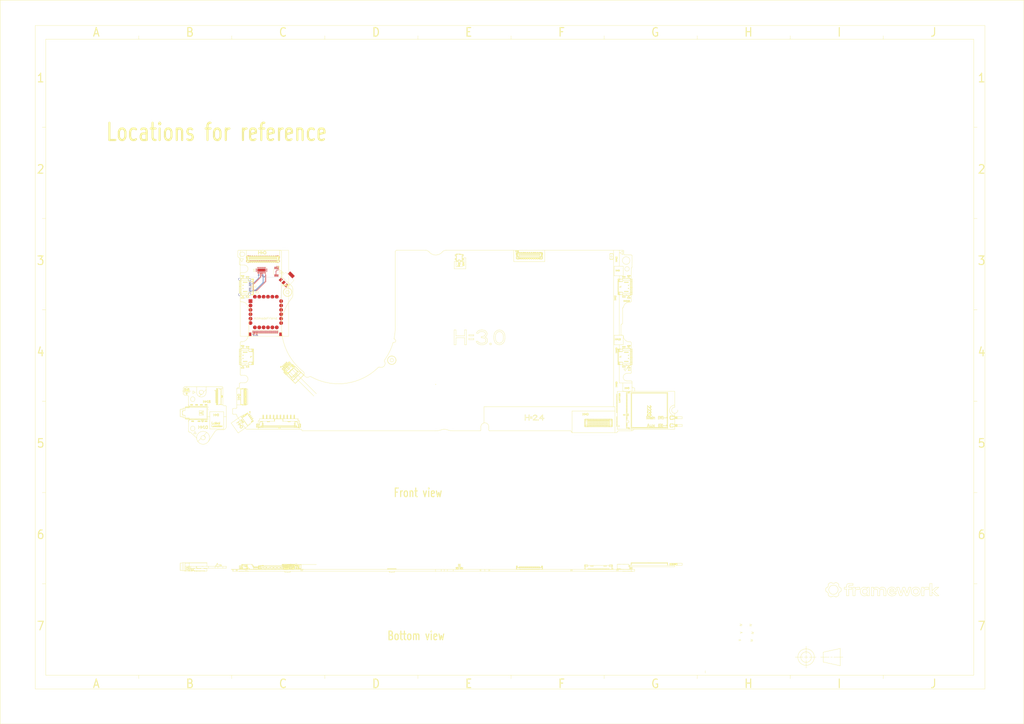
<source format=kicad_pcb>
(kicad_pcb (version 20211014) (generator pcbnew)
  (layers (0 "F.Cu" signal) (1 "In1.Cu" signal) (2 "In2.Cu" signal) (3 "In3.Cu" signal) (4 "In4.Cu" signal) (31 "B.Cu" signal) (34 "B.Paste" user) (35 "F.Paste" user) (36 "B.SilkS" user "B.Silkscreen") (37 "F.SilkS" user "F.Silkscreen") (38 "B.Mask" user) (39 "F.Mask" user) (44 "Edge.Cuts" user))
  (net 0 "")
  (net 1 "/SBU_S")
  (net 2 "AUX-")
  (net 3 "AUX+")
  (net 4 "/TC1_SBU1")
  (net 5 "GND")
  (net 6 "/TC1_SBU2")
  (net 7 "/SBU_OE")
  (net 8 "+3.3VP")
  (net 9 "+3.3V")
  (net 10 "VBUS")
  (net 11 "Net-(M1-Pad1)")
  (net 12 "Net-(M1-Pad2)")
  (net 13 "Net-(M1-Pad3)")
  (net 14 "/PD_UART_TX")
  (net 15 "/PD_UART_RX")
  (net 16 "/VL170_EN")
  (net 17 "/VL170_AMSEL")
  (net 18 "/VL170_POL")
  (net 19 "/3VP_CTL")
  (net 20 "/BL_CTL")
  (net 21 "/LED")
  (net 22 "BLK_OFF_N")
  (net 23 "BLK_PWM_LCD")
  (net 24 "DPHPD")
  (net 25 "/CC1")
  (net 26 "Net-(M1-Pad21)")
  (net 27 "/CC2")
  (net 28 "/PD_D-")
  (net 29 "/PD_D+")
  (net 30 "/TC1_RX1+")
  (net 31 "/TC1_RX1-")
  (net 32 "/TC1_TX1+")
  (net 33 "/TC1_TX1-")
  (net 34 "/TC1_TX2+")
  (net 35 "/TC1_TX2-")
  (net 36 "/TC1_RX2+")
  (net 37 "/TC1_RX2-")
  (net 38 "/TC1_CSBU1")
  (net 39 "/TC1_CSBU2")
  (net 40 "DPT0n")
  (net 41 "DPT0p")
  (net 42 "DPT1n")
  (net 43 "DPT1p")
  (net 44 "DPT2n")
  (net 45 "DPT2p")
  (net 46 "DPT3n")
  (net 47 "DPT3p")
  (net 52 "/TC_D+")
  (net 53 "/TC_D-")
  (net 54 "BL_POWER")
  (net 56 "/AUXrp")
  (net 57 "/AUXrn")
  (net 58 "/DP0rp")
  (net 59 "/DP0rn")
  (net 60 "/DP1rp")
  (net 61 "/DP1rn")
  (net 62 "/DP2rp")
  (net 63 "/DP2rn")
  (net 64 "/DP3rp")
  (net 65 "/DP3rn")
  (net 68 "Net-(J5-Pad26)")
  (net 69 "3V_TS")
  (net 70 "TS_USB_Dp")
  (net 71 "TS_USB_Dn")
  (net 72 "TS_EN")
  (net 73 "TS_RST")
  (net 74 "~{TS_INT}")
  (net 75 "TS_SDA")
  (net 76 "TS_SCL")
  (net 78 "/LED2")
  (net 79 "BL_PWR_IN")
  (footprint "Package_SO:MSOP-10_3x3mm_P0.5mm" (layer "F.Cu") (at 121.05 94.9 -90)
    (fp_text reference "U2")
    (fp_text value "FSUSB30MUX")
  )
  (footprint "Package_DFN_QFN:QFN-28-1EP_3x6mm_P0.5mm_EP1.7x4.75mm" (layer "F.Cu") (at 112.4 94 90)
    (fp_text reference "U1")
    (fp_text value "VL170")
  )
  (footprint "framework_mobo_lefthalf:FPC_30" (layer "F.Cu") (at 114.61 129.905)
    (fp_text reference "J2" hide)
    (fp_text value "IF")
  )
  (footprint "framework_mobo_lefthalf:IPEX_20879-040E-01" (layer "F.Cu") (at 113.25 87.6 180)
    (fp_text reference "J5")
    (fp_text value "Display")
  )
  (footprint "framework_mobo_lefthalf:altmode_friend" (layer "F.Cu") (at 114.9 118.3)
    (fp_text reference "M1")
    (fp_text value "AltmodeFriend")
  )
  (footprint "Connector_USB:USB_C_Receptacle_Amphenol_12401548E4-2A_CircularHoles" (layer "F.Cu") (at 102.5 103.7 -90)
    (fp_text reference "J1")
    (fp_text value "USB_C_Receptacle")
  )
  (footprint "Package_TO_SOT_SMD:SOT-223-3_TabPin2" (layer "F.Cu") (at 127.45 98.95 45)
    (fp_text reference "U3")
    (fp_text value "AP1117-33")
  )
  (gr_line (start 133.751315 185.254597) (end 133.551315 185.254597) (layer "F.SilkS") (width 0.2))
  (gr_line (start 345.116886 185.191051) (end 345.19057 185.002922) (layer "F.SilkS") (width 0.2))
  (gr_curve (pts (xy 337.343607 175.276282) (xy 337.360388 175.289795) (xy 337.377302 175.303146) (xy 337.394489 175.316139)) (layer "F.SilkS") (width 0.2))
  (gr_line (start 99.584688 108.27461) (end 99.584688 103.52461) (layer "F.SilkS") (width 0.2))
  (gr_line (start 319.200392 105.20961) (end 319.200392 105.40961) (layer "F.SilkS") (width 0.2))
  (gr_curve (pts (xy 337.607342 175.443766) (xy 337.634128 175.454578) (xy 337.661638 175.463545) (xy 337.689601 175.470903)) (layer "F.SilkS") (width 0.2))
  (gr_line (start 98.101315 178.350423) (end 98.101315 178.13461) (layer "F.SilkS") (width 0.2))
  (gr_curve (pts (xy 319.588928 99.67981) (xy 319.586641 99.651562) (xy 319.584011 99.623345) (xy 319.580694 99.595179)) (layer "F.SilkS") (width 0.2))
  (gr_line (start 85.495429 184.573997) (end 85.517374 184.484349) (layer "F.SilkS") (width 0.2))
  (gr_line (start 304.576315 180.33461) (end 304.326315 180.33461) (layer "F.SilkS") (width 0.2))
  (gr_line (start 310.586315 267.424808) (end 310.586315 267.324808) (layer "F.SilkS") (width 0.2))
  (gr_line (start 265.645291 181.115176) (end 265.251541 181.115176) (layer "F.SilkS") (width 0.2))
  (gr_curve (pts (xy 337.260077 174.962513) (xy 337.279439 174.980757) (xy 337.298939 174.998855) (xy 337.31859 175.016786)) (layer "F.SilkS") (width 0.2))
  (gr_line (start 319.246315 101.70961) (end 319.200392 101.70961) (layer "F.SilkS") (width 0.2))
  (gr_line (start 126.891086 150.360777) (end 126.820375 150.431487) (layer "F.SilkS") (width 0.2))
  (gr_line (start 129.526336 266.324808) (end 129.451336 266.424808) (layer "F.SilkS") (width 0.2))
  (gr_line (start 323.389274 162.464362) (end 323.389274 162.974086) (layer "F.SilkS") (width 0.2))
  (gr_line (start 127.733756 265.554808) (end 127.733756 264.966524) (layer "F.SilkS") (width 0.2))
  (gr_line (start 308.576315 184.93461) (end 308.326315 184.93461) (layer "F.SilkS") (width 0.2))
  (gr_line (start 348.171315 164.98761) (end 326.821315 164.98761) (layer "F.SilkS") (width 0.2))
  (gr_line (start 111.001315 185.43461) (end 111.001315 185.23461) (layer "F.SilkS") (width 0.2))
  (gr_line (start 467.55567 278.015077) (end 466.329498 278.015077) (layer "F.SilkS") (width 0.2))
  (gr_arc (start 320.920627 108.158099) (mid 320.836111 108.264458) (end 320.706315 108.30461) (layer "F.SilkS") (width 0.2))
  (gr_line (start 102.154002 178.646199) (end 102.171209 178.670773) (layer "F.SilkS") (width 0.2))
  (gr_curve (pts (xy 104.124585 267.279041) (xy 104.115946 267.282771) (xy 104.106507 267.284808) (xy 104.097167 267.284808)) (layer "F.SilkS") (width 0.2))
  (gr_line (start 125.759715 266.624808) (end 125.759715 265.864808) (layer "F.SilkS") (width 0.2))
  (gr_line (start 312.816315 267.424808) (end 312.826315 267.424808) (layer "F.SilkS") (width 0.2))
  (gr_line (start 301.401315 184.73461) (end 301.401315 184.48461) (layer "F.SilkS") (width 0.2))
  (gr_line (start 317.927165 139.212972) (end 317.863335 139.317138) (layer "F.SilkS") (width 0.2))
  (gr_curve (pts (xy 337.472507 176.859117) (xy 337.460143 176.880252) (xy 337.446115 176.900443) (xy 337.430954 176.919751)) (layer "F.SilkS") (width 0.2))
  (gr_line (start 115.451336 179.79961) (end 115.526336 179.87461) (layer "F.SilkS") (width 0.2))
  (gr_curve (pts (xy 349.971305 264.058465) (xy 349.971309 264.055606) (xy 349.971316 264.052746) (xy 349.971325 264.049887)) (layer "F.SilkS") (width 0.2))
  (gr_line (start 113.320829 265.356953) (end 113.320829 265.344985) (layer "F.SilkS") (width 0.2))
  (gr_curve (pts (xy 130.179966 266.665678) (xy 130.17366 266.659191) (xy 130.168505 266.651656) (xy 130.164373 266.643624)) (layer "F.SilkS") (width 0.2))
  (gr_curve (pts (xy 125.40442 266.490308) (xy 125.40331 266.495127) (xy 125.401661 266.499821) (xy 125.399398 266.504219)) (layer "F.SilkS") (width 0.2))
  (gr_line (start 324.364986 111.482693) (end 324.260819 111.503969) (layer "F.SilkS") (width 0.2))
  (gr_line (start 129.578092 265.720471) (end 129.578092 265.590278) (layer "F.SilkS") (width 0.2))
  (gr_line (start 318.355846 134.145874) (end 317.729405 134.145874) (layer "F.SilkS") (width 0.2))
  (gr_curve (pts (xy 104.267888 267.111831) (xy 104.261296 267.104309) (xy 104.253419 267.097829) (xy 104.244649 267.093157)) (layer "F.SilkS") (width 0.2))
  (gr_line (start 274.991315 84.43461) (end 274.691315 84.43461) (layer "F.SilkS") (width 0.2))
  (gr_curve (pts (xy 327.320375 144.59461) (xy 327.333078 144.59461) (xy 327.345926 144.597225) (xy 327.357717 144.602224)) (layer "F.SilkS") (width 0.2))
  (gr_line (start 114.861315 85.81461) (end 114.911315 85.76461) (layer "F.SilkS") (width 0.2))
  (gr_line (start 115.761315 88.819484) (end 115.831315 88.836873) (layer "F.SilkS") (width 0.2))
  (gr_line (start 107.161315 89.28461) (end 106.111315 89.28461) (layer "F.SilkS") (width 0.2))
  (gr_line (start 107.456315 99.21461) (end 107.456315 99.51461) (layer "F.SilkS") (width 0.2))
  (gr_line (start 100.666315 100.51461) (end 99.546315 100.51461) (layer "F.SilkS") (width 0.2))
  (gr_line (start 129.031336 181.78461) (end 129.031336 181.88461) (layer "F.SilkS") (width 0.2))
  (gr_line (start 266.976315 267.464808) (end 266.941315 267.464808) (layer "F.SilkS") (width 0.2))
  (gr_line (start 126.906255 102.245654) (end 126.776267 102.223528) (layer "F.SilkS") (width 0.2))
  (gr_line (start 337.786699 174.353208) (end 337.786699 174.163251) (layer "F.SilkS") (width 0.2))
  (gr_line (start 69.495833 163.502127) (end 69.495833 163.702127) (layer "F.SilkS") (width 0.2))
  (gr_line (start 264.391315 267.624808) (end 264.391315 267.444808) (layer "F.SilkS") (width 0.2))
  (gr_curve (pts (xy 126.091438 265.265992) (xy 126.086913 265.274787) (xy 126.083616 265.284176) (xy 126.081396 265.293812)) (layer "F.SilkS") (width 0.2))
  (gr_line (start 238.999507 129.762261) (end 238.463257 130.127367) (layer "F.SilkS") (width 0.2))
  (gr_curve (pts (xy 126.950376 266.694701) (xy 126.953241 266.691684) (xy 126.956588 266.689103) (xy 126.960369 266.687345)) (layer "F.SilkS") (width 0.2))
  (gr_line (start 70.491315 268.575029) (end 70.291315 268.575037) (layer "F.SilkS") (width 0.2))
  (gr_line (start 133.301315 267.454808) (end 133.301315 267.554808) (layer "F.SilkS") (width 0.2))
  (gr_line (start 127.501315 269.324808) (end 127.501315 269.524808) (layer "F.SilkS") (width 0.2))
  (gr_line (start 76.641315 267.174808) (end 76.641315 266.874808) (layer "F.SilkS") (width 0.2))
  (gr_curve (pts (xy 113.328224 265.563309) (xy 113.32808 265.562644) (xy 113.327914 265.561985) (xy 113.327724 265.561329)) (layer "F.SilkS") (width 0.2))
  (gr_curve (pts (xy 336.574874 178.318566) (xy 336.560032 178.298548) (xy 336.546567 178.277455) (xy 336.535017 178.255388)) (layer "F.SilkS") (width 0.2))
  (gr_line (start 103.033499 166.06961) (end 103.033499 166.31961) (layer "F.SilkS") (width 0.2))
  (gr_line (start 69.358333 163.6) (end 69.345833 163.582978) (layer "F.SilkS") (width 0.2))
  (gr_line (start 105.958978 176.257583) (end 105.551145 176.543151) (layer "F.SilkS") (width 0.2))
  (gr_line (start 110.796315 185.08461) (end 111.196315 185.08461) (layer "F.SilkS") (width 0.2))
  (gr_line (start 312.826315 181.42117) (end 313.076315 181.42117) (layer "F.SilkS") (width 0.2))
  (gr_line (start 266.541315 83.80461) (end 266.791315 83.80461) (layer "F.SilkS") (width 0.2))
  (gr_line (start 303.086315 182.93461) (end 302.816315 182.93461) (layer "F.SilkS") (width 0.2))
  (gr_line (start 131.070087 150.085005) (end 130.928665 150.226426) (layer "F.SilkS") (width 0.2))
  (gr_line (start 103.801315 89.43461) (end 103.819815 89.43461) (layer "F.SilkS") (width 0.2))
  (gr_line (start 225.777488 266.884808) (end 225.860305 266.884808) (layer "F.SilkS") (width 0.2))
  (gr_line (start 225.361315 87.63961) (end 225.371315 87.63961) (layer "F.SilkS") (width 0.2))
  (gr_arc (start 100.042821 268.721844) (mid 100.119096 268.709075) (end 100.196315 268.704808) (layer "F.SilkS") (width 0.2))
  (gr_line (start 126.502177 266.704808) (end 127.138573 266.704808) (layer "F.SilkS") (width 0.2))
  (gr_line (start 318.842058 140.379638) (end 318.012271 140.379638) (layer "F.SilkS") (width 0.2))
  (gr_line (start 337.103617 175.0647) (end 336.538409 174.535109) (layer "F.SilkS") (width 0.2))
  (gr_curve (pts (xy 225.85668 266.497392) (xy 225.857564 266.498129) (xy 225.858316 266.499044) (xy 225.858908 266.500031)) (layer "F.SilkS") (width 0.2))
  (gr_line (start 264.791315 86.67461) (end 264.791315 86.736873) (layer "F.SilkS") (width 0.2))
  (gr_line (start 311.816315 184.08461) (end 312.086315 184.08461) (layer "F.SilkS") (width 0.2))
  (gr_line (start 302.586315 181.53461) (end 302.586315 181.18461) (layer "F.SilkS") (width 0.2))
  (gr_line (start 119.526336 178.830408) (end 119.276336 178.830408) (layer "F.SilkS") (width 0.2))
  (gr_line (start 272.176315 267.464808) (end 272.141315 267.464808) (layer "F.SilkS") (width 0.2))
  (gr_line (start 326.356992 152.139906) (end 326.39382 152.117339) (layer "F.SilkS") (width 0.2))
  (gr_line (start 85.440178 183.30591) (end 85.356449 183.362917) (layer "F.SilkS") (width 0.2))
  (gr_line (start 103.454027 169.35961) (end 103.164416 169.35961) (layer "F.SilkS") (width 0.2))
  (gr_curve (pts (xy 338.203079 172.949729) (xy 338.194951 172.936996) (xy 338.186138 172.924705) (xy 338.17679 172.91284)) (layer "F.SilkS") (width 0.2))
  (gr_line (start 310.576315 184.93461) (end 310.326315 184.93461) (layer "F.SilkS") (width 0.2))
  (gr_line (start 325.274249 151.936804) (end 325.480485 151.936804) (layer "F.SilkS") (width 0.2))
  (gr_line (start 115.676315 179.263805) (end 115.526315 179.113805) (layer "F.SilkS") (width 0.2))
  (gr_line (start 266.391315 267.454808) (end 266.541315 267.454808) (layer "F.SilkS") (width 0.2))
  (gr_line (start 100.92559 89.136661) (end 101.92559 87.40461) (layer "F.SilkS") (width 0.2))
  (gr_line (start 126.25469 149.65367) (end 126.466822 149.865802) (layer "F.SilkS") (width 0.2))
  (gr_line (start 100.053412 185.013012) (end 100.055256 185.153636) (layer "F.SilkS") (width 0.2))
  (gr_curve (pts (xy 337.930863 173.666309) (xy 337.944306 173.663544) (xy 337.957622 173.660201) (xy 337.970721 173.656133)) (layer "F.SilkS") (width 0.2))
  (gr_line (start 107.756315 103.65961) (end 107.802238 103.65961) (layer "F.SilkS") (width 0.2))
  (gr_line (start 306.576315 183.84805) (end 306.326315 183.84805) (layer "F.SilkS") (width 0.2))
  (gr_line (start 532.181484 -47.991422) (end 532.181484 337.008578) (layer "F.SilkS") (width 0.2))
  (gr_curve (pts (xy 130.434394 264.788653) (xy 130.443363 264.786134) (xy 130.452692 264.784808) (xy 130.461975 264.784808)) (layer "F.SilkS") (width 0.2))
  (gr_arc (start 267.991315 267.444808) (mid 268.005952 267.409429) (end 268.041315 267.394808) (layer "F.SilkS") (width 0.2))
  (gr_line (start 103.164375 163.13461) (end 103.164375 163.13961) (layer "F.SilkS") (width 0.2))
  (gr_curve (pts (xy 319.596326 140.38908) (xy 319.594249 140.35263) (xy 319.591874 140.316194) (xy 319.588928 140.27981)) (layer "F.SilkS") (width 0.2))
  (gr_curve (pts (xy 127.52574 265.95931) (xy 127.526911 265.964391) (xy 127.527482 265.96961) (xy 127.527482 265.974808)) (layer "F.SilkS") (width 0.2))
  (gr_curve (pts (xy 337.409917 177.33847) (xy 337.399545 177.338382) (xy 337.389173 177.338306) (xy 337.3788 177.338251)) (layer "F.SilkS") (width 0.2))
  (gr_line (start 311.316315 267.424808) (end 311.216315 267.524808) (layer "F.SilkS") (width 0.2))
  (gr_arc (start 122.321315 87.34461) (mid 122.306662 87.37994) (end 122.271315 87.39461) (layer "F.SilkS") (width 0.2))
  (gr_curve (pts (xy 479.460359 281.47211) (xy 479.373249 281.607266) (xy 479.054889 282.002969) (xy 478.272859 282.002969)) (layer "F.SilkS") (width 0.2))
  (gr_line (start 103.163888 165.81961) (end 103.163888 166.06961) (layer "F.SilkS") (width 0.2))
  (gr_arc (start 261.991315 267.444808) (mid 262.005952 267.409429) (end 262.041315 267.394808) (layer "F.SilkS") (width 0.2))
  (gr_arc (start 131.451315 182.854597) (mid 131.751315 182.554597) (end 132.051315 182.854597) (layer "F.SilkS") (width 0.2))
  (gr_line (start 312.586315 182.33461) (end 312.586315 182.13461) (layer "F.SilkS") (width 0.2))
  (gr_line (start 105.066315 109.37961) (end 105.066315 109.62961) (layer "F.SilkS") (width 0.2))
  (gr_line (start 238.105757 135.603963) (end 238.463257 135.96907) (layer "F.SilkS") (width 0.2))
  (gr_line (start 325.302485 112.227374) (end 325.364985 112.291203) (layer "F.SilkS") (width 0.2))
  (gr_line (start 115.501315 180.15461) (end 115.501315 179.983254) (layer "F.SilkS") (width 0.2))
  (gr_line (start 310.826315 184.53461) (end 310.826315 184.93461) (layer "F.SilkS") (width 0.2))
  (gr_line (start 320.363696 169.904072) (end 320.363696 170.484816) (layer "F.SilkS") (width 0.2))
  (gr_line (start 131.703554 265.351489) (end 131.700095 265.351467) (layer "F.SilkS") (width 0.2))
  (gr_line (start 79.506029 181.76461) (end 80.541315 181.76461) (layer "F.SilkS") (width 0.2))
  (gr_line (start 105.066315 140.98461) (end 105.066315 139.53961) (layer "F.SilkS") (width 0.2))
  (gr_line (start 126.926441 148.911208) (end 126.78502 149.052629) (layer "F.SilkS") (width 0.2))
  (gr_line (start 126.06959 152.326421) (end 126.090803 152.361777) (layer "F.SilkS") (width 0.2))
  (gr_line (start 101.332388 181.952804) (end 101.261705 182.026203) (layer "F.SilkS") (width 0.2))
  (gr_line (start 117.911315 89.53461) (end 117.911315 89.43461) (layer "F.SilkS") (width 0.2))
  (gr_line (start 68.359648 164.153759) (end 68.401315 164.153759) (layer "F.SilkS") (width 0.2))
  (gr_line (start 309.076315 181.43461) (end 308.826315 181.43461) (layer "F.SilkS") (width 0.2))
  (gr_line (start 228.486315 266.574808) (end 228.486315 266.884808) (layer "F.SilkS") (width 0.2))
  (gr_line (start 114.311315 267.624808) (end 114.311315 267.47091) (layer "F.SilkS") (width 0.2))
  (gr_line (start 271.945291 178.70241) (end 271.814041 178.501346) (layer "F.SilkS") (width 0.2))
  (gr_line (start 269.341315 267.624808) (end 269.341315 267.444808) (layer "F.SilkS") (width 0.2))
  (gr_line (start 103.251315 166.84961) (end 103.251315 166.85961) (layer "F.SilkS") (width 0.2))
  (gr_line (start 301.621431 177.043) (end 301.474556 177.013) (layer "F.SilkS") (width 0.2))
  (gr_line (start 125.977666 152.595122) (end 125.963524 152.616335) (layer "F.SilkS") (width 0.2))
  (gr_line (start 127.449836 264.769808) (end 127.81726 264.769808) (layer "F.SilkS") (width 0.2))
  (gr_line (start 318.669066 134.191572) (end 319.027032 134.191572) (layer "F.SilkS") (width 0.2))
  (gr_line (start 69.972148 164.094184) (end 69.972148 164.102695) (layer "F.SilkS") (width 0.2))
  (gr_line (start 353.331315 264.974305) (end 353.211315 264.974305) (layer "F.SilkS") (width 0.2))
  (gr_line (start 263.191315 87.43461) (end 262.941315 87.43461) (layer "F.SilkS") (width 0.2))
  (gr_line (start 86.087947 184.461937) (end 86.066002 184.372289) (layer "F.SilkS") (width 0.2))
  (gr_line (start 89.706799 166.87036) (end 89.685523 166.83911) (layer "F.SilkS") (width 0.2))
  (gr_line (start 99.519955 167.244028) (end 99.519955 167.744028) (layer "F.SilkS") (width 0.2))
  (gr_line (start 302.586315 181.18461) (end 302.316315 181.18461) (layer "F.SilkS") (width 0.2))
  (gr_line (start 105.588217 176.150961) (end 105.559538 176.110003) (layer "F.SilkS") (width 0.2))
  (gr_line (start 261.441315 83.93461) (end 261.441315 83.83461) (layer "F.SilkS") (width 0.2))
  (gr_line (start 323.392381 109.62961) (end 323.392381 109.37961) (layer "F.SilkS") (width 0.2))
  (gr_line (start 312.586315 184.03461) (end 312.816315 184.03461) (layer "F.SilkS") (width 0.2))
  (gr_line (start 103.365985 177.554388) (end 103.693646 177.324957) (layer "F.SilkS") (width 0.2))
  (gr_line (start 110.801336 185.23461) (end 111.201315 185.23461) (layer "F.SilkS") (width 0.2))
  (gr_line (start 119.951336 266.284808) (end 120.851336 266.284808) (layer "F.SilkS") (width 0.2))
  (gr_curve (pts (xy 126.765234 266.687345) (xy 126.769015 266.689103) (xy 126.772362 266.691684) (xy 126.775227 266.694701)) (layer "F.SilkS") (width 0.2))
  (gr_arc (start 100.051315 135.98461) (mid 100.197754 135.631031) (end 100.551315 135.48461) (layer "F.SilkS") (width 0.2))
  (gr_line (start 269.191315 267.624808) (end 269.191315 267.444808) (layer "F.SilkS") (width 0.2))
  (gr_curve (pts (xy 113.336121 265.372852) (xy 113.336793 265.375457) (xy 113.337424 265.378072) (xy 113.338028 265.380694)) (layer "F.SilkS") (width 0.2))
  (gr_line (start 270.698416 178.367304) (end 270.501541 178.501346) (layer "F.SilkS") (width 0.2))
  (gr_curve (pts (xy 338.490559 177.995893) (xy 338.489455 177.979718) (xy 338.487544 177.963589) (xy 338.485047 177.947556)) (layer "F.SilkS") (width 0.2))
  (gr_line (start 89.472757 167.193277) (end 89.472757 167.359943) (layer "F.SilkS") (width 0.2))
  (gr_line (start 314.501315 184.48461) (end 314.501315 184.73461) (layer "F.SilkS") (width 0.2))
  (gr_line (start 121.251315 179.450651) (end 121.126315 179.325651) (layer "F.SilkS") (width 0.2))
  (gr_line (start 312.401315 266.024808) (end 312.401315 265.324808) (layer "F.SilkS") (width 0.2))
  (gr_line (start 260.90723 84.003973) (end 260.90723 84.35461) (layer "F.SilkS") (width 0.2))
  (gr_line (start 318.842058 159.817943) (end 318.735675 159.817943) (layer "F.SilkS") (width 0.2))
  (gr_line (start 118.711315 267.624808) (end 118.711315 267.47091) (layer "F.SilkS") (width 0.2))
  (gr_line (start 260.331315 265.824808) (end 260.231315 265.824808) (layer "F.SilkS") (width 0.2))
  (gr_line (start 320.458896 133.711745) (end 320.347032 133.688897) (layer "F.SilkS") (width 0.2))
  (gr_line (start 132.051315 184.257704) (end 132.051315 182.854597) (layer "F.SilkS") (width 0.2))
  (gr_line (start 133.601315 267.384808) (end 133.757904 267.384808) (layer "F.SilkS") (width 0.2))
  (gr_line (start 102.233478 178.724834) (end 102.19538 178.696576) (layer "F.SilkS") (width 0.2))
  (gr_rect (start 100.1 82.4) (end 128.1 132.4) (layer "F.SilkS") (width 0.15) (fill none))
  (gr_line (start 339.074818 184.965297) (end 339.037977 184.890045) (layer "F.SilkS") (width 0.2))
  (gr_line (start 100.351315 166.02961) (end 100.301315 166.02961) (layer "F.SilkS") (width 0.2))
  (gr_line (start 123.451336 179.79961) (end 123.526336 179.87461) (layer "F.SilkS") (width 0.2))
  (gr_line (start 102.994585 166.50961) (end 102.994585 166.51961) (layer "F.SilkS") (width 0.2))
  (gr_line (start 107.756315 146.25961) (end 107.802238 146.25961) (layer "F.SilkS") (width 0.2))
  (gr_line (start 87.050942 163.79961) (end 87.101315 163.79961) (layer "F.SilkS") (width 0.2))
  (gr_line (start 320.027696 167.162312) (end 319.906736 167.162312) (layer "F.SilkS") (width 0.2))
  (gr_line (start 338.745766 180.37014) (end 338.92285 180.37014) (layer "F.SilkS") (width 0.2))
  (gr_curve (pts (xy 478.176379 278.845547) (xy 478.803719 278.845547) (xy 479.267389 279.193203) (xy 479.440829 279.811172)) (layer "F.SilkS") (width 0.2))
  (gr_line (start 80.035316 170.138366) (end 80.035316 170.017235) (layer "F.SilkS") (width 0.2))
  (gr_line (start 307.576315 183.84805) (end 307.326315 183.84805) (layer "F.SilkS") (width 0.2))
  (gr_line (start 102.964172 178.286443) (end 102.923618 178.272112) (layer "F.SilkS") (width 0.2))
  (gr_line (start 447.281445 282.481486) (end 447.281445 281.719375) (layer "F.SilkS") (width 0.2))
  (gr_line (start 301.885806 177.073) (end 301.797681 176.983) (layer "F.SilkS") (width 0.2))
  (gr_line (start 119.511315 88.836873) (end 119.511315 88.77461) (layer "F.SilkS") (width 0.2))
  (gr_line (start 103.113454 167.85961) (end 102.976315 167.85961) (layer "F.SilkS") (width 0.2))
  (gr_line (start 336.538409 175.520088) (end 336.321315 175.520088) (layer "F.SilkS") (width 0.2))
  (gr_line (start 324.261315 149.006303) (end 324.011315 149.006303) (layer "F.SilkS") (width 0.2))
  (gr_line (start 105.750762 177.508179) (end 105.682937 176.73137) (layer "F.SilkS") (width 0.2))
  (gr_line (start 117.526336 179.92461) (end 117.276336 179.92461) (layer "F.SilkS") (width 0.2))
  (gr_line (start 270.461315 86.736873) (end 271.271315 86.736873) (layer "F.SilkS") (width 0.2))
  (gr_line (start 311.086315 183.73461) (end 310.816315 183.73461) (layer "F.SilkS") (width 0.2))
  (gr_line (start 313.316315 267.324808) (end 313.316315 267.424808) (layer "F.SilkS") (width 0.2))
  (gr_curve (pts (xy 106.035683 89.283189) (xy 106.041983 89.28315) (xy 106.048282 89.283116) (xy 106.054581 89.283108)) (layer "F.SilkS") (width 0.2))
  (gr_line (start 336.79785 180.37014) (end 337.293683 179.031842) (layer "F.SilkS") (width 0.2))
  (gr_line (start 111.901315 265.52091) (end 111.901315 265.584808) (layer "F.SilkS") (width 0.2))
  (gr_line (start 129.251315 179.795386) (end 129.276315 179.795386) (layer "F.SilkS") (width 0.2))
  (gr_line (start 68.879167 163.523404) (end 68.85 163.523404) (layer "F.SilkS") (width 0.2))
  (gr_line (start 103.033694 165.51961) (end 103.033694 165.56961) (layer "F.SilkS") (width 0.2))
  (gr_curve (pts (xy 338.492255 174.853542) (xy 338.491712 174.876751) (xy 338.491168 174.899961) (xy 338.489287 174.92308)) (layer "F.SilkS") (width 0.2))
  (gr_line (start 103.063694 169.56961) (end 103.063694 169.51961) (layer "F.SilkS") (width 0.2))
  (gr_line (start 100.666315 147.97961) (end 105.066315 147.97961) (layer "F.SilkS") (width 0.2))
  (gr_curve (pts (xy 107.133537 140.586332) (xy 107.135451 140.499767) (xy 107.138013 140.413216) (xy 107.14108 140.326682)) (layer "F.SilkS") (width 0.2))
  (gr_line (start 84.507898 184.641233) (end 84.551789 184.798117) (layer "F.SilkS") (width 0.2))
  (gr_line (start 270.370291 178.70241) (end 270.042167 178.70241) (layer "F.SilkS") (width 0.2))
  (gr_arc (start 132.485857 184.25962) (mid 132.503218 184.262052) (end 132.520416 184.265451) (layer "F.SilkS") (width 0.2))
  (gr_curve (pts (xy 348.01462 185.571013) (xy 348.018905 185.592943) (xy 348.021315 185.615299) (xy 348.021315 185.63761)) (layer "F.SilkS") (width 0.2))
  (gr_line (start 318.401315 184.11261) (end 318.401315 184.01261) (layer "F.SilkS") (width 0.2))
  (gr_line (start 326.336315 97.13961) (end 326.336315 97.38961) (layer "F.SilkS") (width 0.2))
  (gr_line (start 125.689004 265.974808) (end 126.290045 265.974808) (layer "F.SilkS") (width 0.2))
  (gr_line (start 69.225 163.612766) (end 69.208334 163.617021) (layer "F.SilkS") (width 0.2))
  (gr_line (start 69.088815 164.055886) (end 69.092982 164.072908) (layer "F.SilkS") (width 0.2))
  (gr_line (start 87.426599 184.910177) (end 87.360764 184.865353) (layer "F.SilkS") (width 0.2))
  (gr_curve (pts (xy 336.887795 176.956216) (xy 336.902424 176.957698) (xy 336.917158 176.958017) (xy 336.931892 176.958336)) (layer "F.SilkS") (width 0.2))
  (gr_line (start 107.756315 107.68461) (end 107.506315 107.68461) (layer "F.SilkS") (width 0.2))
  (gr_line (start 127.230397 148.083793) (end 127.371818 147.942372) (layer "F.SilkS") (width 0.2))
  (gr_line (start 263.991315 267.464808) (end 263.956315 267.464808) (layer "F.SilkS") (width 0.2))
  (gr_line (start 303.816315 183.88461) (end 303.586315 183.88461) (layer "F.SilkS") (width 0.2))
  (gr_line (start 107.946315 267.569808) (end 107.946315 267.444808) (layer "F.SilkS") (width 0.2))
  (gr_line (start 317.842058 159.17211) (end 317.863335 159.29711) (layer "F.SilkS") (width 0.2))
  (gr_line (start 111.979316 84.834251) (end 111.979316 83.898081) (layer "F.SilkS") (width 0.2))
  (gr_line (start 103.821315 89.43461) (end 122.651315 89.43461) (layer "F.SilkS") (width 0.2))
  (gr_curve (pts (xy 337.230396 175.180879) (xy 337.249553 175.197794) (xy 337.268927 175.214463) (xy 337.288486 175.230912)) (layer "F.SilkS") (width 0.2))
  (gr_line (start 318.246314 140.671305) (end 318.246314 141.004638) (layer "F.SilkS") (width 0.2))
  (gr_curve (pts (xy 131.507417 264.717155) (xy 131.508144 264.719639) (xy 131.508493 264.722232) (xy 131.508493 264.724808)) (layer "F.SilkS") (width 0.2))
  (gr_line (start 120.001336 180.48461) (end 120.001336 181.53461) (layer "F.SilkS") (width 0.2))
  (gr_curve (pts (xy 127.90543 266.977272) (xy 127.901724 266.978969) (xy 127.898427 266.98146) (xy 127.895594 266.984373)) (layer "F.SilkS") (width 0.2))
  (gr_line (start 102.785135 178.03947) (end 102.795371 178.001784) (layer "F.SilkS") (width 0.2))
  (gr_line (start 336.931892 263.759808) (end 336.931892 263.709808) (layer "F.SilkS") (width 0.2))
  (gr_line (start 265.156315 267.569808) (end 265.131315 267.594808) (layer "F.SilkS") (width 0.2))
  (gr_arc (start 328.580895 186.320432) (mid 327.857436 186.991239) (end 326.901315 187.23461) (layer "F.SilkS") (width 0.2))
  (gr_line (start 307.316315 181.38461) (end 307.086315 181.38461) (layer "F.SilkS") (width 0.2))
  (gr_line (start 267.741315 83.83461) (end 267.741315 83.73461) (layer "F.SilkS") (width 0.2))
  (gr_line (start 305.316315 184.08461) (end 305.316315 183.73461) (layer "F.SilkS") (width 0.2))
  (gr_curve (pts (xy 337.168914 175.125333) (xy 337.189242 175.144032) (xy 337.209692 175.162598) (xy 337.230396 175.180879)) (layer "F.SilkS") (width 0.2))
  (gr_circle (center 103.216315 141.63461) (end 103.366315 141.63461) (layer "F.SilkS") (width 0.2) (fill none))
  (gr_curve (pts (xy 352.068225 264.446556) (xy 352.070401 264.451254) (xy 352.071315 264.456511) (xy 352.071315 264.461645)) (layer "F.SilkS") (width 0.2))
  (gr_line (start 88.901315 170.28961) (end 89.001315 170.28961) (layer "F.SilkS") (width 0.2))
  (gr_line (start 304.576315 182.33461) (end 304.576315 182.13461) (layer "F.SilkS") (width 0.2))
  (gr_line (start 100.351315 167.02961) (end 100.301315 167.02961) (layer "F.SilkS") (width 0.2))
  (gr_line (start 352.571315 264.900096) (end 352.531315 264.936348) (layer "F.SilkS") (width 0.2))
  (gr_line (start 352.571315 184.44261) (end 352.771315 184.44261) (layer "F.SilkS") (width 0.2))
  (gr_line (start 247.400757 134.691197) (end 247.579508 135.238857) (layer "F.SilkS") (width 0.2))
  (gr_curve (pts (xy 350.771315 264.429808) (xy 350.771316 264.410641) (xy 350.771431 264.391474) (xy 350.771472 264.372308)) (layer "F.SilkS") (width 0.2))
  (gr_line (start 86.751938 182.707334) (end 86.779848 182.821349) (layer "F.SilkS") (width 0.2))
  (gr_line (start 107.456315 148.43461) (end 107.456315 147.28461) (layer "F.SilkS") (width 0.2))
  (gr_line (start 107.911315 267.624808) (end 107.911315 267.444808) (layer "F.SilkS") (width 0.2))
  (gr_line (start 69.076315 164.04312) (end 69.088815 164.055886) (layer "F.SilkS") (width 0.2))
  (gr_line (start 261.761063 84.71461) (end 273.971567 84.71461) (layer "F.SilkS") (width 0.2))
  (gr_line (start 79.077552 186.004353) (end 78.848743 186.004353) (layer "F.SilkS") (width 0.2))
  (gr_line (start 68.861315 173.33461) (end 68.861315 173.28461) (layer "F.SilkS") (width 0.2))
  (gr_line (start 114.979316 84.366166) (end 115.020983 84.238506) (layer "F.SilkS") (width 0.2))
  (gr_line (start 105.066315 100.38461) (end 105.066315 98.93961) (layer "F.SilkS") (width 0.2))
  (gr_arc (start 127.801315 182.03461) (mid 127.730627 182.005306) (end 127.701315 181.93461) (layer "F.SilkS") (width 0.2))
  (gr_line (start 100.551315 162.89961) (end 100.551315 162.91461) (layer "F.SilkS") (width 0.2))
  (gr_arc (start 320.054576 166.011848) (mid 320.046722 166.030898) (end 320.027696 166.038728) (layer "F.SilkS") (width 0.2))
  (gr_line (start 127.173928 267.534808) (end 127.173928 267.024808) (layer "F.SilkS") (width 0.2))
  (gr_line (start 310.316315 181.53461) (end 310.316315 181.18461) (layer "F.SilkS") (width 0.2))
  (gr_line (start 126.900441 153.319906) (end 127.017113 153.266873) (layer "F.SilkS") (width 0.2))
  (gr_line (start 107.140281 141.28461) (end 107.140281 141.18461) (layer "F.SilkS") (width 0.2))
  (gr_circle (center 101.916315 141.63461) (end 102.066315 141.63461) (layer "F.SilkS") (width 0.2) (fill none))
  (gr_line (start 87.492434 184.932589) (end 87.426599 184.910177) (layer "F.SilkS") (width 0.2))
  (gr_line (start 315.369619 84.54461) (end 315.119619 84.29461) (layer "F.SilkS") (width 0.2))
  (gr_curve (pts (xy 103.11309 139.551502) (xy 103.106236 139.552945) (xy 103.099352 139.554186) (xy 103.092442 139.555289)) (layer "F.SilkS") (width 0.2))
  (gr_line (start 336.018683 180.37014) (end 336.018683 179.031842) (layer "F.SilkS") (width 0.2))
  (gr_line (start 127.526315 179.954597) (end 127.276315 179.954597) (layer "F.SilkS") (width 0.2))
  (gr_curve (pts (xy 349.971315 178.73261) (xy 349.971369 178.721558) (xy 349.971359 178.710506) (xy 349.971348 178.699455)) (layer "F.SilkS") (width 0.2))
  (gr_line (start 317.969718 86.454604) (end 317.948441 86.558771) (layer "F.SilkS") (width 0.2))
  (gr_line (start 104.244649 267.093157) (end 104.244649 266.67646) (layer "F.SilkS") (width 0.2))
  (gr_line (start 126.3254 267.024808) (end 126.466822 267.024808) (layer "F.SilkS") (width 0.2))
  (gr_line (start 122.998097 185.660032) (end 123.012655 185.689767) (layer "F.SilkS") (width 0.2))
  (gr_line (start 133.608736 265.202823) (end 133.608736 265.52091) (layer "F.SilkS") (width 0.2))
  (gr_line (start 271.391315 87.246893) (end 271.541315 87.246893) (layer "F.SilkS") (width 0.2))
  (gr_line (start 103.180635 267.104808) (end 102.967813 267.254808) (layer "F.SilkS") (width 0.2))
  (gr_line (start 109.523761 185.234597) (end 109.451379 185.162214) (layer "F.SilkS") (width 0.2))
  (gr_curve (pts (xy 131.118284 267.244375) (xy 131.11552 267.235297) (xy 131.113781 267.22592) (xy 131.112996 267.216467)) (layer "F.SilkS") (width 0.2))
  (gr_line (start 82.441315 186.13461) (end 82.441315 176.13461) (layer "F.SilkS") (width 0.2))
  (gr_curve (pts (xy 127.067862 266.784808) (xy 127.067862 266.77441) (xy 127.06672 266.763971) (xy 127.064379 266.753808)) (layer "F.SilkS") (width 0.2))
  (gr_line (start 351.151304 183.303451) (end 351.151322 183.304724) (layer "F.SilkS") (width 0.2))
  (gr_curve (pts (xy 126.955034 266.504216) (xy 126.957296 266.499819) (xy 126.958945 266.495124) (xy 126.960055 266.490306)) (layer "F.SilkS") (width 0.2))
  (gr_curve (pts (xy 125.83871 149.815091) (xy 125.837645 149.81252) (xy 125.836677 149.809908) (xy 125.835618 149.807334)) (layer "F.SilkS") (width 0.2))
  (gr_line (start 126.429635 102.466909) (end 126.407971 102.533285) (layer "F.SilkS") (width 0.2))
  (gr_line (start 75.641315 266.874808) (end 75.641315 267.174808) (layer "F.SilkS") (width 0.2))
  (gr_line (start 264.191315 266.400182) (end 264.341315 266.400182) (layer "F.SilkS") (width 0.2))
  (gr_curve (pts (xy 127.506269 267.304808) (xy 127.499334 267.304808) (xy 127.492333 267.303291) (xy 127.485901 267.30057)) (layer "F.SilkS") (width 0.2))
  (gr_line (start 99.01258 182.146629) (end 99.63491 183.035409) (layer "F.SilkS") (width 0.2))
  (gr_line (start 126.78502 265.924808) (end 126.926441 265.924808) (layer "F.SilkS") (width 0.2))
  (gr_line (start 130.179132 149.194051) (end 130.179132 149.165766) (layer "F.SilkS") (width 0.2))
  (gr_arc (start 106.660318 100.68461) (mid 106.6424 100.638604) (end 106.636315 100.58961) (layer "F.SilkS") (width 0.2))
  (gr_line (start 325.000019 162.510701) (end 325.022706 162.649716) (layer "F.SilkS") (width 0.2))
  (gr_line (start 317.729405 133.574652) (end 317.729405 134.008781) (layer "F.SilkS") (width 0.2))
  (gr_line (start 80.030923 185.731729) (end 80.145328 185.848568) (layer "F.SilkS") (width 0.2))
  (gr_line (start 112.071336 182.00461) (end 112.071336 182.03461) (layer "F.SilkS") (width 0.2))
  (gr_line (start 109.901315 183.38461) (end 111.251336 183.38461) (layer "F.SilkS") (width 0.2))
  (gr_line (start 68.497148 164.209078) (end 68.488815 164.221844) (layer "F.SilkS") (width 0.2))
  (gr_curve (pts (xy 126.268127 265.229734) (xy 126.274991 265.226591) (xy 126.282557 265.224808) (xy 126.290045 265.224808)) (layer "F.SilkS") (width 0.2))
  (gr_line (start 320.557232 170.688968) (end 320.557232 169.904072) (layer "F.SilkS") (width 0.2))
  (gr_line (start 310.076315 182.98461) (end 309.826315 182.98461) (layer "F.SilkS") (width 0.2))
  (gr_line (start 308.576315 267.424808) (end 308.586315 267.424808) (layer "F.SilkS") (width 0.2))
  (gr_curve (pts (xy 125.567583 150.086218) (xy 125.565009 150.085152) (xy 125.562477 150.083989) (xy 125.559905 150.082919)) (layer "F.SilkS") (width 0.2))
  (gr_curve (pts (xy 323.862131 108.426116) (xy 323.862933 108.425498) (xy 323.863728 108.425109) (xy 323.864559 108.42474)) (layer "F.SilkS") (width 0.2))
  (gr_line (start 327.901315 162.23461) (end 328.401315 162.23461) (layer "F.SilkS") (width 0.2))
  (gr_line (start 275.292166 178.501346) (end 275.292166 179.774751) (layer "F.SilkS") (width 0.2))
  (gr_curve (pts (xy 113.347087 265.356189) (xy 113.345298 265.352662) (xy 113.342424 265.349499) (xy 113.338939 265.347567)) (layer "F.SilkS") (width 0.2))
  (gr_line (start 126.900441 153.319906) (end 126.794375 153.21384) (layer "F.SilkS") (width 0.2))
  (gr_line (start 319.561513 107.83461) (end 319.546315 107.83461) (layer "F.SilkS") (width 0.2))
  (gr_curve (pts (xy 131.119982 267.160076) (xy 131.122935 267.151719) (xy 131.1268 267.143675) (xy 131.131727 267.13628)) (layer "F.SilkS") (width 0.2))
  (gr_line (start 311.586315 182.33461) (end 311.586315 182.13461) (layer "F.SilkS") (width 0.2))
  (gr_line (start 317.842058 140.254638) (end 318.842058 140.254638) (layer "F.SilkS") (width 0.2))
  (gr_line (start 306.586315 181.18461) (end 306.316315 181.18461) (layer "F.SilkS") (width 0.2))
  (gr_arc (start 300.856315 183.88461) (mid 300.764414 183.846519) (end 300.726315 183.75461) (layer "F.SilkS") (width 0.2))
  (gr_line (start 323.864986 111.780565) (end 323.531652 111.780565) (layer "F.SilkS") (width 0.2))
  (gr_line (start 299.801315 184.42461) (end 299.801315 180.84461) (layer "F.SilkS") (width 0.2))
  (gr_line (start 300.710806 177.433) (end 300.240806 177.433) (layer "F.SilkS") (width 0.2))
  (gr_arc (start 122.721315 87.53461) (mid 122.685983 87.519951) (end 122.671315 87.48461) (layer "F.SilkS") (width 0.2))
  (gr_line (start 325.036315 137.73961) (end 325.036315 139.53961) (layer "F.SilkS") (width 0.2))
  (gr_line (start 107.506315 141.03461) (end 107.756315 141.03461) (layer "F.SilkS") (width 0.2))
  (gr_line (start 327.456315 100.51461) (end 326.336315 100.51461) (layer "F.SilkS") (width 0.2))
  (gr_curve (pts (xy 107.413701 140.27982) (xy 107.410755 140.316204) (xy 107.40838 140.352641) (xy 107.406303 140.389091)) (layer "F.SilkS") (width 0.2))
  (gr_line (start 86.277472 182.479305) (end 86.444931 182.479305) (layer "F.SilkS") (width 0.2))
  (gr_line (start 325.878228 151.831492) (end 325.8414 151.839014) (layer "F.SilkS") (width 0.2))
  (gr_line (start 71.341315 172.28461) (end 71.341315 172.03461) (layer "F.SilkS") (width 0.2))
  (gr_line (start 85.635547 183.30591) (end 85.663457 183.391421) (layer "F.SilkS") (width 0.2))
  (gr_curve (pts (xy 337.366229 175.293669) (xy 337.417699 175.334324) (xy 337.470422 175.373794) (xy 337.527657 175.405256)) (layer "F.SilkS") (width 0.2))
  (gr_line (start 104.807166 268.674808) (end 103.825463 268.674808) (layer "F.SilkS") (width 0.2))
  (gr_line (start 127.067862 266.784808) (end 127.209284 266.784808) (layer "F.SilkS") (width 0.2))
  (gr_line (start 262.841315 87.33461) (end 262.841315 87.68461) (layer "F.SilkS") (width 0.2))
  (gr_line (start 102.838792 178.02021) (end 102.832241 178.037005) (layer "F.SilkS") (width 0.2))
  (gr_line (start 104.966315 89.33461) (end 105.261315 89.33461) (layer "F.SilkS") (width 0.2))
  (gr_line (start 69.358333 163.60851) (end 69.366667 163.604255) (layer "F.SilkS") (width 0.2))
  (gr_line (start 314.801315 267.624808) (end 314.801315 267.524808) (layer "F.SilkS") (width 0.2))
  (gr_line (start 324.260819 111.503969) (end 324.198319 111.546522) (layer "F.SilkS") (width 0.2))
  (gr_line (start 114.926315 267.569808) (end 114.901315 267.594808) (layer "F.SilkS") (width 0.2))
  (gr_line (start 307.326315 180.33461) (end 307.326315 180.73461) (layer "F.SilkS") (width 0.2))
  (gr_arc (start 132.000052 265.346495) (mid 131.985732 265.347257) (end 131.971407 265.347902) (layer "F.SilkS") (width 0.2))
  (gr_line (start 103.063694 169.85961) (end 103.063694 169.81961) (layer "F.SilkS") (width 0.2))
  (gr_curve (pts (xy 338.164517 178.606153) (xy 338.217934 178.573339) (xy 338.268066 178.534964) (xy 338.311881 178.490204)) (layer "F.SilkS") (width 0.2))
  (gr_curve (pts (xy 337.185727 175.140738) (xy 337.24395 175.193925) (xy 337.30418 175.244657) (xy 337.366229 175.293669)) (layer "F.SilkS") (width 0.2))
  (gr_line (start 100.916315 137.98961) (end 100.916315 137.73961) (layer "F.SilkS") (width 0.2))
  (gr_line (start 105.424657 267.104808) (end 105.424657 267.468016) (layer "F.SilkS") (width 0.2))
  (gr_line (start 122.808847 185.533659) (end 122.808847 185.503924) (layer "F.SilkS") (width 0.2))
  (gr_line (start 112.046315 265.356953) (end 112.046315 265.79091) (layer "F.SilkS") (width 0.2))
  (gr_line (start 85.547193 178.017144) (end 84.765719 178.017144) (layer "F.SilkS") (width 0.2))
  (gr_line (start 107.44112 140.106495) (end 107.256316 139.91465) (layer "F.SilkS") (width 0.2))
  (gr_line (start 103.454027 167.31961) (end 103.454027 167.56961) (layer "F.SilkS") (width 0.2))
  (gr_line (start 68.861315 173.58461) (end 68.861315 173.53461) (layer "F.SilkS") (width 0.2))
  (gr_arc (start 326.336633 267.004147) (mid 326.430747 267.12481) (end 326.336611 267.245475) (layer "F.SilkS") (width 0.2))
  (gr_line (start 69.880481 164.119716) (end 69.967982 164.119716) (layer "F.SilkS") (width 0.2))
  (gr_line (start 113.911315 267.624808) (end 113.911315 267.47091) (layer "F.SilkS") (width 0.2))
  (gr_line (start 495.559974 282.901017) (end 496.786534 282.901017) (layer "F.SilkS") (width 0.2))
  (gr_line (start 308.816315 181.38461) (end 308.586315 181.38461) (layer "F.SilkS") (width 0.2))
  (gr_line (start 105.011315 88.05461) (end 121.461315 88.05461) (layer "F.SilkS") (width 0.2))
  (gr_curve (pts (xy 338.47355 177.891725) (xy 338.486471 177.942102) (xy 338.493196 177.994158) (xy 338.492255 178.045926)) (layer "F.SilkS") (width 0.2))
  (gr_line (start 273.591315 86.67461) (end 273.591315 86.736873) (layer "F.SilkS") (width 0.2))
  (gr_line (start 502.706855 280.293985) (end 505.304116 278.015077) (layer "F.SilkS") (width 0.2))
  (gr_line (start 104.666315 108.52961) (end 103.766315 108.52961) (layer "F.SilkS") (width 0.2))
  (gr_circle (center 325.386315 149.93461) (end 325.611315 149.93461) (layer "F.SilkS") (width 0.2) (fill none))
  (gr_line (start 125.526336 266.824808) (end 125.526336 266.324808) (layer "F.SilkS") (width 0.2))
  (gr_curve (pts (xy 128.909226 264.712855) (xy 128.911193 264.714449) (xy 128.913056 264.716166) (xy 128.914813 264.717989)) (layer "F.SilkS") (width 0.2))
  (gr_line (start 86.101315 164.29961) (end 86.370942 164.29961) (layer "F.SilkS") (width 0.2))
  (gr_line (start 106.521292 180.753049) (end 107.528849 180.04755) (layer "F.SilkS") (width 0.2))
  (gr_line (start 305.826315 182.93461) (end 305.826315 183.13461) (layer "F.SilkS") (width 0.2))
  (gr_line (start 126.13915 149.820973) (end 126.280572 149.679552) (layer "F.SilkS") (width 0.2))
  (gr_line (start 304.826315 183.03461) (end 305.076315 183.03461) (layer "F.SilkS") (width 0.2))
  (gr_curve (pts (xy 131.906843 265.36029) (xy 131.868973 265.36128) (xy 131.831109 265.361941) (xy 131.793235 265.362301)) (layer "F.SilkS") (width 0.2))
  (gr_line (start 227.761315 88.16461) (end 227.461315 88.16461) (layer "F.SilkS") (width 0.2))
  (gr_arc (start 239.701315 184.88461) (mid 242.001315 182.58461) (end 244.301315 184.88461) (layer "F.SilkS") (width 0.2))
  (gr_line (start 126.776267 102.223528) (end 126.64628 102.245654) (layer "F.SilkS") (width 0.2))
  (gr_line (start 308.576315 267.624808) (end 308.576315 267.324808) (layer "F.SilkS") (width 0.2))
  (gr_curve (pts (xy 124.506668 264.674808) (xy 124.514087 264.674808) (xy 124.521581 264.676556) (xy 124.528392 264.679645)) (layer "F.SilkS") (width 0.2))
  (gr_line (start 68.816667 163.587234) (end 68.825 163.595744) (layer "F.SilkS") (width 0.2))
  (gr_line (start 311.316315 181.38461) (end 311.086315 181.38461) (layer "F.SilkS") (width 0.2))
  (gr_curve (pts (xy 107.394851 100.069981) (xy 107.39331 100.124489) (xy 107.392077 100.179005) (xy 107.39109 100.233526)) (layer "F.SilkS") (width 0.2))
  (gr_line (start 102.994585 165.50961) (end 102.994585 165.51961) (layer "F.SilkS") (width 0.2))
  (gr_line (start 129.126315 179.834597) (end 129.126315 178.034597) (layer "F.SilkS") (width 0.2))
  (gr_line (start 84.770344 182.650327) (end 84.798253 182.59332) (layer "F.SilkS") (width 0.2))
  (gr_line (start 68.451315 164.23461) (end 68.434648 164.23461) (layer "F.SilkS") (width 0.2))
  (gr_line (start 349.411315 265.099808) (end 351.091315 265.099808) (layer "F.SilkS") (width 0.2))
  (gr_line (start 117.511315 88.836873) (end 117.511315 88.77461) (layer "F.SilkS") (width 0.2))
  (gr_line (start 125.251315 266.84091) (end 125.501315 266.84091) (layer "F.SilkS") (width 0.2))
  (gr_line (start 325.301315 165.23761) (end 325.301315 164.38761) (layer "F.SilkS") (width 0.2))
  (gr_line (start 320.033811 133.734594) (end 319.989066 133.82599) (layer "F.SilkS") (width 0.2))
  (gr_curve (pts (xy 104.284661 266.630697) (xy 104.289019 266.62039) (xy 104.291802 266.609435) (xy 104.293045 266.598316)) (layer "F.SilkS") (width 0.2))
  (gr_line (start 128.588142 265.864808) (end 128.623497 265.835941) (layer "F.SilkS") (width 0.2))
  (gr_line (start 103.390439 167.36961) (end 103.390439 167.51961) (layer "F.SilkS") (width 0.2))
  (gr_line (start 87.226405 183.334414) (end 87.310134 183.362917) (layer "F.SilkS") (width 0.2))
  (gr_line (start 319.200392 106.40961) (end 319.246315 106.40961) (layer "F.SilkS") (width 0.2))
  (gr_line (start 311.076315 180.33461) (end 310.826315 180.33461) (layer "F.SilkS") (width 0.2))
  (gr_line (start 69.241667 163.680851) (end 69.258334 163.676595) (layer "F.SilkS") (width 0.2))
  (gr_line (start 322.342982 177.6484) (end 322.451529 177.6484) (layer "F.SilkS") (width 0.2))
  (gr_line (start 85.663457 183.391421) (end 85.523908 183.391421) (layer "F.SilkS") (width 0.2))
  (gr_line (start 336.266953 263.759808) (end 338.492349 263.759808) (layer "F.SilkS") (width 0.2))
  (gr_arc (start 347.971315 263.959808) (mid 348.006694 263.974438) (end 348.021315 264.009808) (layer "F.SilkS") (width 0.2))
  (gr_curve (pts (xy 126.623813 266.687345) (xy 126.620338 266.685729) (xy 126.616496 266.684808) (xy 126.612695 266.684808)) (layer "F.SilkS") (width 0.2))
  (gr_line (start 225.411315 266.394808) (end 226.561315 266.394808) (layer "F.SilkS") (width 0.2))
  (gr_curve (pts (xy 132.039038 265.34762) (xy 132.041604 265.349022) (xy 132.043848 265.351116) (xy 132.04552 265.353531)) (layer "F.SilkS") (width 0.2))
  (gr_line (start 274.901315 83.83461) (end 274.901315 83.73461) (layer "F.SilkS") (width 0.2))
  (gr_line (start 105.391315 85.93461) (end 105.391315 85.83461) (layer "F.SilkS") (width 0.2))
  (gr_line (start 267.556315 267.444808) (end 267.556315 267.569808) (layer "F.SilkS") (width 0.2))
  (gr_line (start 350.791315 265.179808) (end 350.791315 265.099808) (layer "F.SilkS") (width 0.2))
  (gr_line (start 126.544603 266.684808) (end 126.754116 266.684808) (layer "F.SilkS") (width 0.2))
  (gr_line (start 306.316315 267.424808) (end 306.326315 267.424808) (layer "F.SilkS") (width 0.2))
  (gr_line (start 66.501315 164.13461) (end 67.501315 164.13461) (layer "F.SilkS") (width 0.2))
  (gr_line (start 86.151315 170.45961) (end 86.151315 170.30961) (layer "F.SilkS") (width 0.2))
  (gr_line (start 124.274791 267.534808) (end 131.160798 267.534808) (layer "F.SilkS") (width 0.2))
  (gr_line (start 270.441315 267.394808) (end 271.291315 267.394808) (layer "F.SilkS") (width 0.2))
  (gr_line (start 319.246315 147.98461) (end 319.496315 147.98461) (layer "F.SilkS") (width 0.2))
  (gr_line (start 352.131315 264.901708) (end 352.131315 264.699808) (layer "F.SilkS") (width 0.2))
  (gr_line (start 308.816315 181.23461) (end 308.586315 181.23461) (layer "F.SilkS") (width 0.2))
  (gr_line (start 69.722148 164.000567) (end 69.717981 164.009078) (layer "F.SilkS") (width 0.2))
  (gr_line (start 130.009427 267.384808) (end 130.150848 267.384808) (layer "F.SilkS") (width 0.2))
  (gr_curve (pts (xy 130.955243 267.55584) (xy 130.955669 267.555453) (xy 130.956128 267.555092) (xy 130.956658 267.554897)) (layer "F.SilkS") (width 0.2))
  (gr_line (start 353.171315 264.729414) (end 353.211315 264.729808) (layer "F.SilkS") (width 0.2))
  (gr_line (start 352.771315 179.94261) (end 352.771315 179.28261) (layer "F.SilkS") (width 0.2))
  (gr_line (start 127.621184 102.223528) (end 127.621184 102.798791) (layer "F.SilkS") (width 0.2))
  (gr_line (start 85.407648 184.730881) (end 85.451538 184.820529) (layer "F.SilkS") (width 0.2))
  (gr_line (start 301.816315 181.53461) (end 302.086315 181.53461) (layer "F.SilkS") (width 0.2))
  (gr_curve (pts (xy 489.439662 280.458047) (xy 489.439662 281.945157) (xy 490.569352 283.026798) (xy 492.075603 283.026798)) (layer "F.SilkS") (width 0.2))
  (gr_line (start 129.276336 179.816031) (end 129.334915 179.816031) (layer "F.SilkS") (width 0.2))
  (gr_line (start 263.141315 266.400182) (end 263.141315 266.196044) (layer "F.SilkS") (width 0.2))
  (gr_line (start 272.741315 87.235913) (end 273.841315 87.235913) (layer "F.SilkS") (width 0.2))
  (gr_line (start 319.496315 141.28461) (end 319.496315 140.28461) (layer "F.SilkS") (width 0.2))
  (gr_line (start 114.311315 89.53461) (end 114.311315 89.43461) (layer "F.SilkS") (width 0.2))
  (gr_arc (start 107.546315 107.70461) (mid 107.846344 108.004595) (end 107.546315 108.30461) (layer "F.SilkS") (width 0.2))
  (gr_line (start 353.071315 179.94261) (end 353.371315 179.94261) (layer "F.SilkS") (width 0.2))
  (gr_curve (pts (xy 338.182726 178.318142) (xy 338.174975 178.32867) (xy 338.166799 178.338888) (xy 338.158134 178.348671)) (layer "F.SilkS") (width 0.2))
  (gr_line (start 119.451336 266.424808) (end 119.351336 266.424808) (layer "F.SilkS") (width 0.2))
  (gr_line (start 324.636315 178.88761) (end 324.636315 179.23761) (layer "F.SilkS") (width 0.2))
  (gr_line (start 102.175691 178.50283) (end 102.172008 178.523721) (layer "F.SilkS") (width 0.2))
  (gr_line (start 260.871315 85.57461) (end 260.871315 85.29461) (layer "F.SilkS") (width 0.2))
  (gr_line (start 103.601315 82.40461) (end 103.601315 85.76461) (layer "F.SilkS") (width 0.2))
  (gr_line (start 266.891315 83.83461) (end 266.891315 83.49961) (layer "F.SilkS") (width 0.2))
  (gr_line (start 101.275786 181.418672) (end 101.455507 181.67534) (layer "F.SilkS") (width 0.2))
  (gr_line (start 104.363263 171.93961) (end 104.363263 162.94961) (layer "F.SilkS") (width 0.2))
  (gr_line (start 68.147148 164.077163) (end 68.151315 164.064397) (layer "F.SilkS") (width 0.2))
  (gr_arc (start 131.454095 265.359585) (mid 131.454431 265.358682) (end 131.454795 265.35779) (layer "F.SilkS") (width 0.2))
  (gr_line (start 89.53333 184.305052) (end 89.57722 184.349876) (layer "F.SilkS") (width 0.2))
  (gr_line (start 127.598193 148.239456) (end 127.668936 148.239456) (layer "F.SilkS") (width 0.2))
  (gr_line (start 260.439849 82.625823) (end 260.439849 83.425823) (layer "F.SilkS") (width 0.2))
  (gr_line (start 103.920612 264.904808) (end 103.920612 265.554808) (layer "F.SilkS") (width 0.2))
  (gr_line (start 103.666315 138.18961) (end 104.973786 138.18961) (layer "F.SilkS") (width 0.2))
  (gr_arc (start 77.941315 171.83461) (mid 78.241344 172.134595) (end 77.941315 172.43461) (layer "F.SilkS") (width 0.2))
  (gr_line (start 128.694208 264.784808) (end 129.89629 264.784808) (layer "F.SilkS") (width 0.2))
  (gr_line (start 272.816315 86.67461) (end 272.816315 86.725694) (layer "F.SilkS") (width 0.2))
  (gr_line (start 86.101315 164.46961) (end 86.370942 164.46961) (layer "F.SilkS") (width 0.2))
  (gr_curve (pts (xy 337.472174 178.774917) (xy 337.46187 178.775171) (xy 337.451565 178.775397) (xy 337.441259 178.77559)) (layer "F.SilkS") (width 0.2))
  (gr_curve (pts (xy 337.379648 178.586541) (xy 337.354203 178.5863) (xy 337.328758 178.586059) (xy 337.303326 178.585269)) (layer "F.SilkS") (width 0.2))
  (gr_line (start 326.451315 135.58461) (end 325.901315 135.58461) (layer "F.SilkS") (width 0.2))
  (gr_line (start 325.760378 152.109817) (end 325.966615 151.921759) (layer "F.SilkS") (width 0.2))
  (gr_line (start 70.291315 268.074808) (end 70.491315 268.074808) (layer "F.SilkS") (width 0.2))
  (gr_line (start 131.70742 265.351605) (end 131.699713 265.351555) (layer "F.SilkS") (width 0.2))
  (gr_line (start 326.821315 164.98761) (end 326.821315 185.63761) (layer "F.SilkS") (width 0.2))
  (gr_line (start 103.401315 165.52961) (end 103.441315 165.56961) (layer "F.SilkS") (width 0.2))
  (gr_line (start 115.251315 179.287818) (end 115.126315 179.162818) (layer "F.SilkS") (width 0.2))
  (gr_curve (pts (xy 130.009427 267.384808) (xy 130.009427 267.37441) (xy 130.008284 267.363971) (xy 130.005943 267.353808)) (layer "F.SilkS") (width 0.2))
  (gr_line (start 110.761315 89.283134) (end 110.761315 89.35359) (layer "F.SilkS") (width 0.2))
  (gr_line (start 119.276336 179.816031) (end 119.334915 179.816031) (layer "F.SilkS") (width 0.2))
  (gr_line (start 353.071315 183.78261) (end 353.071315 184.44261) (layer "F.SilkS") (width 0.2))
  (gr_line (start 101.066315 97.53961) (end 100.766315 97.53961) (layer "F.SilkS") (width 0.2))
  (gr_line (start 117.251315 179.795386) (end 117.276315 179.795386) (layer "F.SilkS") (width 0.2))
  (gr_line (start 302.816315 183.13461) (end 303.086315 183.13461) (layer "F.SilkS") (width 0.2))
  (gr_curve (pts (xy 338.009306 175.269921) (xy 338.022095 175.264283) (xy 338.034546 175.257879) (xy 338.046619 175.250841)) (layer "F.SilkS") (width 0.2))
  (gr_curve (pts (xy 112.766793 265.588359) (xy 112.767052 265.588753) (xy 112.767331 265.589127) (xy 112.767665 265.589471)) (layer "F.SilkS") (width 0.2))
  (gr_line (start 106.202065 179.774111) (end 105.95632 179.946184) (layer "F.SilkS") (width 0.2))
  (gr_curve (pts (xy 101.119007 266.488364) (xy 101.126209 266.49077) (xy 101.133003 266.494353) (xy 101.13912 266.498777)) (layer "F.SilkS") (width 0.2))
  (gr_line (start 351.851315 178.973446) (end 352.071315 179.20761) (layer "F.SilkS") (width 0.2))
  (gr_line (start 85.751315 169.30961) (end 85.751315 169.45961) (layer "F.SilkS") (width 0.2))
  (gr_line (start 108.961315 267.524808) (end 109.111315 267.524808) (layer "F.SilkS") (width 0.2))
  (gr_line (start 127.739614 265.574808) (end 127.739614 265.56895) (layer "F.SilkS") (width 0.2))
  (gr_line (start 319.200392 143.00961) (end 319.246315 143.00961) (layer "F.SilkS") (width 0.2))
  (gr_line (start 325.036315 149.02961) (end 325.036315 150.82961) (layer "F.SilkS") (width 0.2))
  (gr_line (start 68.042981 164.149503) (end 68.026315 164.153759) (layer "F.SilkS") (width 0.2))
  (gr_curve (pts (xy 125.374289 265.293812) (xy 125.371948 265.303974) (xy 125.370806 265.314411) (xy 125.370806 265.324808)) (layer "F.SilkS") (width 0.2))
  (gr_line (start 224.861315 85.58461) (end 225.361315 85.58461) (layer "F.SilkS") (width 0.2))
  (gr_line (start 303.576315 183.84805) (end 303.326315 183.84805) (layer "F.SilkS") (width 0.2))
  (gr_line (start 305.576315 267.524808) (end 305.826315 267.524808) (layer "F.SilkS") (width 0.2))
  (gr_line (start 103.801315 85.937666) (end 103.801315 87.48461) (layer "F.SilkS") (width 0.2))
  (gr_line (start 315.783011 87.79461) (end 316.101315 87.79461) (layer "F.SilkS") (width 0.2))
  (gr_line (start 107.404108 106.78461) (end 107.404108 106.68461) (layer "F.SilkS") (width 0.2))
  (gr_line (start 132.851315 181.93461) (end 132.751315 181.83461) (layer "F.SilkS") (width 0.2))
  (gr_curve (pts (xy 337.81214 177.024482) (xy 337.791802 177.019313) (xy 337.771823 177.012789) (xy 337.752355 177.004978)) (layer "F.SilkS") (width 0.2))
  (gr_curve (pts (xy 102.619525 98.951499) (xy 102.614345 98.950408) (xy 102.609181 98.949201) (xy 102.604106 98.947765)) (layer "F.SilkS") (width 0.2))
  (gr_line (start 269.191315 267.454808) (end 269.341315 267.454808) (layer "F.SilkS") (width 0.2))
  (gr_line (start 306.076315 183.84805) (end 305.826315 183.84805) (layer "F.SilkS") (width 0.2))
  (gr_curve (pts (xy 349.971309 183.112391) (xy 349.97132 183.105344) (xy 349.971348 183.098298) (xy 349.971334 183.091251)) (layer "F.SilkS") (width 0.2))
  (gr_line (start 351.151315 180.251773) (end 351.151315 180.316153) (layer "F.SilkS") (width 0.2))
  (gr_line (start 318.544186 158.817943) (end 318.437803 158.79711) (layer "F.SilkS") (width 0.2))
  (gr_line (start 86.151315 165.30961) (end 85.751315 165.30961) (layer "F.SilkS") (width 0.2))
  (gr_line (start 129.330604 267.234808) (end 129.397173 267.32895) (layer "F.SilkS") (width 0.2))
  (gr_line (start 68.238815 164.153759) (end 68.247148 164.145248) (layer "F.SilkS") (width 0.2))
  (gr_line (start 125.931704 152.513804) (end 125.8716 152.404203) (layer "F.SilkS") (width 0.2))
  (gr_line (start 270.976315 267.464808) (end 270.941315 267.464808) (layer "F.SilkS") (width 0.2))
  (gr_curve (pts (xy 113.3257 265.556752) (xy 113.32543 265.556364) (xy 113.325141 265.555996) (xy 113.324791 265.555665)) (layer "F.SilkS") (width 0.2))
  (gr_circle (center 102.566315 146.93461) (end 102.716315 146.93461) (layer "F.SilkS") (width 0.2) (fill none))
  (gr_line (start 320.347032 133.574652) (end 320.212794 133.597501) (layer "F.SilkS") (width 0.2))
  (gr_curve (pts (xy 326.336315 267.239754) (xy 326.336315 267.244777) (xy 326.336176 267.249812) (xy 326.335668 267.25481)) (layer "F.SilkS") (width 0.2))
  (gr_line (start 67.291315 178.257318) (end 67.291315 179.62461) (layer "F.SilkS") (width 0.2))
  (gr_line (start 127.492127 149.476893) (end 127.598193 149.65367) (layer "F.SilkS") (width 0.2))
  (gr_curve (pts (xy 112.761265 185.176512) (xy 112.763186 185.164883) (xy 112.764946 185.153227) (xy 112.766628 185.141561)) (layer "F.SilkS") (width 0.2))
  (gr_line (start 102.351315 159.38461) (end 100.101315 159.38461) (layer "F.SilkS") (width 0.2))
  (gr_line (start 113.007328 265.351605) (end 112.999782 265.351556) (layer "F.SilkS") (width 0.2))
  (gr_curve (pts (xy 337.645504 175.260593) (xy 337.66672 175.269923) (xy 337.688521 175.2779) (xy 337.710801 175.284338)) (layer "F.SilkS") (width 0.2))
  (gr_line (start 247.937007 135.96907) (end 248.473257 136.516729) (layer "F.SilkS") (width 0.2))
  (gr_line (start 69.0375 163.702127) (end 69.0125 163.697872) (layer "F.SilkS") (width 0.2))
  (gr_arc (start 291.751315 187.23461) (mid 292.104892 187.381042) (end 292.251315 187.73461) (layer "F.SilkS") (width 0.2))
  (gr_line (start 318.401315 170.61261) (end 318.801315 170.61261) (layer "F.SilkS") (width 0.2))
  (gr_curve (pts (xy 127.562837 265.224808) (xy 127.555348 265.224808) (xy 127.547781 265.226592) (xy 127.540917 265.229735)) (layer "F.SilkS") (width 0.2))
  (gr_arc (start 260.741315 265.724808) (mid 260.772378 265.735909) (end 260.78927 265.764224) (layer "F.SilkS") (width 0.2))
  (gr_line (start 309.076315 181.53461) (end 309.076315 181.18461) (layer "F.SilkS") (width 0.2))
  (gr_curve (pts (xy 337.410125 178.77609) (xy 337.399683 178.776239) (xy 337.389242 178.776378) (xy 337.3788 178.776499)) (layer "F.SilkS") (width 0.2))
  (gr_curve (pts (xy 338.076299 174.446491) (xy 338.063277 174.437651) (xy 338.049813 174.429474) (xy 338.036018 174.421898)) (layer "F.SilkS") (width 0.2))
  (gr_line (start 130.886239 149.901157) (end 130.744818 150.042579) (layer "F.SilkS") (width 0.2))
  (gr_curve (pts (xy 338.203927 173.471264) (xy 338.211781 173.459072) (xy 338.218989 173.446461) (xy 338.225552 173.433527)) (layer "F.SilkS") (width 0.2))
  (gr_line (start 276.342166 180.176878) (end 275.685916 180.176878) (layer "F.SilkS") (width 0.2))
  (gr_line (start 318.076101 139.108805) (end 317.990994 139.150472) (layer "F.SilkS") (width 0.2))
  (gr_line (start 325.594152 111.37631) (end 325.469152 111.397586) (layer "F.SilkS") (width 0.2))
  (gr_curve (pts (xy 338.384556 176.064095) (xy 338.394728 176.078757) (xy 338.40416 176.093935) (xy 338.412965 176.109465)) (layer "F.SilkS") (width 0.2))
  (gr_line (start 307.586315 182.93461) (end 307.316315 182.93461) (layer "F.SilkS") (width 0.2))
  (gr_curve (pts (xy 327.357717 104.002224) (xy 327.369584 104.007255) (xy 327.38038 104.014699) (xy 327.389361 104.023903)) (layer "F.SilkS") (width 0.2))
  (gr_line (start 103.454027 164.31961) (end 103.454027 164.56961) (layer "F.SilkS") (width 0.2))
  (gr_arc (start 132.741792 184.482958) (mid 132.748555 184.517279) (end 132.751283 184.552153) (layer "F.SilkS") (width 0.2))
  (gr_line (start 67.844019 268.506384) (end 67.846764 268.507969) (layer "F.SilkS") (width 0.2))
  (gr_line (start 126.52921 152.814325) (end 126.550423 152.821396) (layer "F.SilkS") (width 0.2))
  (gr_line (start 132.051315 265.584718) (end 132.051315 265.784808) (layer "F.SilkS") (width 0.2))
  (gr_line (start 68.608333 163.646808) (end 68.6125 163.629787) (layer "F.SilkS") (width 0.2))
  (gr_line (start 134.181357 265.257419) (end 134.315843 265.202823) (layer "F.SilkS") (width 0.2))
  (gr_line (start 131.126315 178.034597) (end 131.676315 178.034597) (layer "F.SilkS") (width 0.2))
  (gr_curve (pts (xy 228.524678 266.921206) (xy 228.517798 266.920858) (xy 228.510939 266.92001) (xy 228.504154 266.918826)) (layer "F.SilkS") (width 0.2))
  (gr_curve (pts (xy 337.607342 173.815561) (xy 337.634128 173.826373) (xy 337.661638 173.83534) (xy 337.689601 173.842698)) (layer "F.SilkS") (width 0.2))
  (gr_line (start 86.921861 184.775705) (end 86.943806 184.887765) (layer "F.SilkS") (width 0.2))
  (gr_line (start 126.386306 102.843042) (end 126.407971 102.953669) (layer "F.SilkS") (width 0.2))
  (gr_line (start 302.826315 267.324808) (end 302.826315 267.624808) (layer "F.SilkS") (width 0.2))
  (gr_line (start 127.036242 102.533285) (end 126.949584 102.400532) (layer "F.SilkS") (width 0.2))
  (gr_line (start 69.275 163.582978) (end 69.2875 163.565957) (layer "F.SilkS") (width 0.2))
  (gr_line (start 302.816315 184.08461) (end 302.816315 183.73461) (layer "F.SilkS") (width 0.2))
  (gr_line (start 134.201315 181.33461) (end 134.251336 181.33461) (layer "F.SilkS") (width 0.2))
  (gr_arc (start 86.091315 265.744808) (mid 86.093671 265.729636) (end 86.100523 265.715895) (layer "F.SilkS") (width 0.2))
  (gr_curve (pts (xy 131.017106 266.404948) (xy 131.025485 266.411796) (xy 131.032775 266.419914) (xy 131.039019 266.428741)) (layer "F.SilkS") (width 0.2))
  (gr_curve (pts (xy 126.929925 265.293808) (xy 126.932145 265.284172) (xy 126.935443 265.274782) (xy 126.939968 265.265987)) (layer "F.SilkS") (width 0.2))
  (gr_arc (start 319.906736 167.162312) (mid 319.887731 167.154433) (end 319.879856 167.135432) (layer "F.SilkS") (width 0.2))
  (gr_line (start 228.951315 86.97961) (end 228.961315 86.97961) (layer "F.SilkS") (width 0.2))
  (gr_line (start 130.221559 266.684808) (end 130.431071 266.684808) (layer "F.SilkS") (width 0.2))
  (gr_line (start 116.711315 85.93461) (end 116.711315 85.83461) (layer "F.SilkS") (width 0.2))
  (gr_curve (pts (xy 338.156048 178.611574) (xy 338.095818 178.647559) (xy 338.031488 178.676383) (xy 337.96511 178.698823)) (layer "F.SilkS") (width 0.2))
  (gr_curve (pts (xy 126.708153 266.76353) (xy 126.699128 266.761786) (xy 126.690476 266.758234) (xy 126.68264 266.753435)) (layer "F.SilkS") (width 0.2))
  (gr_line (start 102.945308 178.128744) (end 102.892879 178.141039) (layer "F.SilkS") (width 0.2))
  (gr_line (start 84.683459 184.798117) (end 84.72735 184.842941) (layer "F.SilkS") (width 0.2))
  (gr_line (start 102.976315 166.50961) (end 103.045996 166.50961) (layer "F.SilkS") (width 0.2))
  (gr_line (start 103.358719 266.204808) (end 101.110088 266.204808) (layer "F.SilkS") (width 0.2))
  (gr_line (start 318.373973 88.996271) (end 318.842058 88.996271) (layer "F.SilkS") (width 0.2))
  (gr_line (start 129.814587 264.874808) (end 127.774969 264.874808) (layer "F.SilkS") (width 0.2))
  (gr_line (start 131.296361 267.054808) (end 131.296361 266.404808) (layer "F.SilkS") (width 0.2))
  (gr_line (start 131.211508 267.304808) (end 131.183224 267.304808) (layer "F.SilkS") (width 0.2))
  (gr_arc (start 104.191315 87.72461) (mid 104.205952 87.689229) (end 104.241315 87.67461) (layer "F.SilkS") (width 0.2))
  (gr_arc (start 85.450433 187.530637) (mid 86.171549 186.872788) (end 87.118139 186.63461) (layer "F.SilkS") (width 0.2))
  (gr_line (start 69.6875 163.702127) (end 69.6625 163.702127) (layer "F.SilkS") (width 0.2))
  (gr_curve (pts (xy 347.971315 185.43761) (xy 347.996568 185.453686) (xy 348.021864 185.469715) (xy 348.046535 185.486676)) (layer "F.SilkS") (width 0.2))
  (gr_line (start 327.056315 103.99461) (end 327.056315 103.94461) (layer "F.SilkS") (width 0.2))
  (gr_curve (pts (xy 225.816389 267.249226) (xy 225.811194 267.248553) (xy 225.805947 267.248236) (xy 225.800711 267.248239)) (layer "F.SilkS") (width 0.2))
  (gr_curve (pts (xy 135.156461 264.788653) (xy 135.147492 264.786134) (xy 135.138162 264.784808) (xy 135.12888 264.784808)) (layer "F.SilkS") (width 0.2))
  (gr_line (start 133.467179 152.76494) (end 132.936849 153.29527) (layer "F.SilkS") (width 0.2))
  (gr_line (start 85.93793 178.074151) (end 86.384486 178.074151) (layer "F.SilkS") (width 0.2))
  (gr_line (start 260.691315 265.874808) (end 260.781315 265.874808) (layer "F.SilkS") (width 0.2))
  (gr_curve (pts (xy 319.869096 140.586335) (xy 319.873504 140.785719) (xy 319.874476 140.985178) (xy 319.874393 141.184611)) (layer "F.SilkS") (width 0.2))
  (gr_line (start 352.238533 264.901708) (end 352.211315 264.901708) (layer "F.SilkS") (width 0.2))
  (gr_line (start 99.136976 168.181528) (end 98.530593 168.181528) (layer "F.SilkS") (width 0.2))
  (gr_line (start 103.390439 164.36961) (end 103.390439 164.51961) (layer "F.SilkS") (width 0.2))
  (gr_line (start 80.564811 185.809621) (end 80.755486 185.770675) (layer "F.SilkS") (width 0.2))
  (gr_line (start 308.816315 267.324808) (end 308.816315 267.424808) (layer "F.SilkS") (width 0.2))
  (gr_line (start 352.211315 264.699808) (end 352.211315 264.901708) (layer "F.SilkS") (width 0.2))
  (gr_line (start 98.690167 166.431528) (end 98.722082 166.587778) (layer "F.SilkS") (width 0.2))
  (gr_line (start 302.076315 184.93461) (end 301.826315 184.93461) (layer "F.SilkS") (width 0.2))
  (gr_line (start 131.326315 266.425656) (end 131.251315 266.342322) (layer "F.SilkS") (width 0.2))
  (gr_line (start 269.191315 87.36461) (end 268.941315 87.36461) (layer "F.SilkS") (width 0.2))
  (gr_line (start 309.086315 182.13461) (end 308.816315 182.13461) (layer "F.SilkS") (width 0.2))
  (gr_line (start 103.164396 166.86961) (end 103.454027 166.86961) (layer "F.SilkS") (width 0.2))
  (gr_line (start 352.531315 264.699808) (end 352.611315 264.699808) (layer "F.SilkS") (width 0.2))
  (gr_line (start 106.81597 103.428636) (end 106.114859 103.367296) (layer "F.SilkS") (width 0.2))
  (gr_line (start 337.011673 183.196887) (end 336.716938 183.196887) (layer "F.SilkS") (width 0.2))
  (gr_line (start 239.701315 267.624808) (end 239.701315 268.624808) (layer "F.SilkS") (width 0.2))
  (gr_line (start 89.001315 171.51961) (end 88.901315 171.41961) (layer "F.SilkS") (width 0.2))
  (gr_line (start 102.994585 167.00961) (end 102.994585 167.01961) (layer "F.SilkS") (width 0.2))
  (gr_line (start 349.551315 265.299808) (end 349.551315 265.179808) (layer "F.SilkS") (width 0.2))
  (gr_line (start 311.326315 183.03461) (end 311.576315 183.03461) (layer "F.SilkS") (width 0.2))
  (gr_curve (pts (xy 127.182617 267.603261) (xy 127.184269 267.604224) (xy 127.186181 267.604808) (xy 127.188071 267.604808)) (layer "F.SilkS") (width 0.2))
  (gr_line (start 100.030593 167.994028) (end 100.030593 168.181528) (layer "F.SilkS") (width 0.2))
  (gr_arc (start 88.701315 265.704808) (mid 88.730597 265.634073) (end 88.801315 265.604808) (layer "F.SilkS") (width 0.2))
  (gr_line (start 304.076315 267.524808) (end 304.326315 267.524808) (layer "F.SilkS") (width 0.2))
  (gr_line (start 105.911315 88.810501) (end 105.911315 88.819484) (layer "F.SilkS") (width 0.2))
  (gr_line (start 125.245793 150.34183) (end 125.387215 150.200409) (layer "F.SilkS") (width 0.2))
  (gr_line (start 103.033694 169.01961) (end 103.033694 169.06961) (layer "F.SilkS") (width 0.2))
  (gr_curve (pts (xy 126.02912 267.119883) (xy 126.022256 267.123025) (xy 126.01469 267.124808) (xy 126.007202 267.124808)) (layer "F.SilkS") (width 0.2))
  (gr_line (start 316.101315 265.624808) (end 315.701315 266.024808) (layer "F.SilkS") (width 0.2))
  (gr_line (start 326.186315 137.98961) (end 326.186315 137.73961) (layer "F.SilkS") (width 0.2))
  (gr_line (start 227.256315 84.93961) (end 228.911315 84.93961) (layer "F.SilkS") (width 0.2))
  (gr_line (start 125.251315 178.76461) (end 125.526336 178.76461) (layer "F.SilkS") (width 0.2))
  (gr_line (start 86.101315 168.30961) (end 86.101315 167.95961) (layer "F.SilkS") (width 0.2))
  (gr_line (start 126.926441 266.524808) (end 126.926441 267.024808) (layer "F.SilkS") (width 0.2))
  (gr_line (start 103.401315 170.02961) (end 103.271315 170.02961) (layer "F.SilkS") (width 0.2))
  (gr_line (start 87.050942 264.124808) (end 87.050942 264.854808) (layer "F.SilkS") (width 0.2))
  (gr_arc (start 112.759474 185.187052) (mid 112.759224 185.188476) (end 112.758971 185.1899) (layer "F.SilkS") (width 0.2))
  (gr_line (start 438.374705 321.375183) (end 448.254034 323.532196) (layer "F.SilkS") (width 0.2))
  (gr_line (start 301.004556 177.943) (end 301.063306 178.063) (layer "F.SilkS") (width 0.2))
  (gr_line (start 126.516293 102.953669) (end 126.602951 103.086422) (layer "F.SilkS") (width 0.2))
  (gr_curve (pts (xy 349.971902 183.063429) (xy 349.971908 183.063208) (xy 349.971904 183.062974) (xy 349.971774 183.062815)) (layer "F.SilkS") (width 0.2))
  (gr_curve (pts (xy 338.437133 176.15653) (xy 338.444534 176.172604) (xy 338.451218 176.189013) (xy 338.457062 176.205715)) (layer "F.SilkS") (width 0.2))
  (gr_line (start 319.246315 140.28461) (end 319.496315 140.28461) (layer "F.SilkS") (width 0.2))
  (gr_line (start 115.971315 267.594808) (end 115.946315 267.569808) (layer "F.SilkS") (width 0.2))
  (gr_curve (pts (xy 107.1502 99.512059) (xy 107.152089 99.475569) (xy 107.154221 99.439088) (xy 107.156924 99.402649)) (layer "F.SilkS") (width 0.2))
  (gr_curve (pts (xy 337.57639 177.343763) (xy 337.544475 177.341774) (xy 337.512525 177.340348) (xy 337.480563 177.339523)) (layer "F.SilkS") (width 0.2))
  (gr_line (start 80.107193 185.459105) (end 80.259732 185.692783) (layer "F.SilkS") (width 0.2))
  (gr_line (start 318.801315 167.51261) (end 318.401315 167.51261) (layer "F.SilkS") (width 0.2))
  (gr_line (start 300.311315 264.874808) (end 300.311315 267.524808) (layer "F.SilkS") (width 0.2))
  (gr_line (start 275.326315 266.624808) (end 275.326315 266.649808) (layer "F.SilkS") (width 0.2))
  (gr_line (start 104.666315 109.62961) (end 104.666315 108.42961) (layer "F.SilkS") (width 0.2))
  (gr_line (start 108.511315 89.35359) (end 108.511315 89.283134) (layer "F.SilkS") (width 0.2))
  (gr_curve (pts (xy 338.079692 177.019818) (xy 338.057488 177.026477) (xy 338.034783 177.031595) (xy 338.01185 177.034658)) (layer "F.SilkS") (width 0.2))
  (gr_line (start 309.076315 184.53461) (end 309.076315 184.93461) (layer "F.SilkS") (width 0.2))
  (gr_line (start 86.395178 184.932589) (end 86.351288 184.910177) (layer "F.SilkS") (width 0.2))
  (gr_curve (pts (xy 107.12824 100.584611) (xy 107.128157 100.385177) (xy 107.129128 100.185717) (xy 107.133537 99.986332)) (layer "F.SilkS") (width 0.2))
  (gr_line (start 69.554167 163.702127) (end 69.529167 163.702127) (layer "F.SilkS") (width 0.2))
  (gr_line (start 127.265852 264.704808) (end 124.663699 264.704808) (layer "F.SilkS") (width 0.2))
  (gr_line (start 113.676315 178.16183) (end 113.549081 178.034597) (layer "F.SilkS") (width 0.2))
  (gr_line (start 309.076315 182.33461) (end 309.076315 182.13461) (layer "F.SilkS") (width 0.2))
  (gr_line (start 320.347032 134.534306) (end 320.458896 134.511457) (layer "F.SilkS") (width 0.2))
  (gr_line (start 306.826315 182.93461) (end 306.826315 183.13461) (layer "F.SilkS") (width 0.2))
  (gr_line (start 352.131315 264.901708) (end 352.171315 264.857573) (layer "F.SilkS") (width 0.2))
  (gr_line (start 126.090803 152.361777) (end 126.10141 152.386525) (layer "F.SilkS") (width 0.2))
  (gr_line (start 105.886315 88.825694) (end 105.886315 88.77461) (layer "F.SilkS") (width 0.2))
  (gr_curve (pts (xy 319.86155 148.242538) (xy 319.859013 148.3141) (xy 319.856131 148.385651) (xy 319.852429 148.45716)) (layer "F.SilkS") (width 0.2))
  (gr_line (start 82.555717 170.744019) (end 82.466762 170.804584) (layer "F.SilkS") (width 0.2))
  (gr_line (start 319.200392 145.30961) (end 319.246315 145.30961) (layer "F.SilkS") (width 0.2))
  (gr_line (start 353.471315 183.91261) (end 353.471315 183.473103) (layer "F.SilkS") (width 0.2))
  (gr_curve (pts (xy 113.276851 265.359311) (xy 113.261445 265.359893) (xy 113.246033 265.360337) (xy 113.23062 265.360717)) (layer "F.SilkS") (width 0.2))
  (gr_curve (pts (xy 127.53272 267.618777) (xy 127.528938 267.620724) (xy 127.524943 267.622261) (xy 127.520813 267.623289)) (layer "F.SilkS") (width 0.2))
  (gr_line (start 105.098234 106.85461) (end 106.636315 106.85461) (layer "F.SilkS") (width 0.2))
  (gr_circle (center 101.666315 104.58461) (end 101.916315 104.58461) (layer "F.SilkS") (width 0.2) (fill none))
  (gr_line (start 318.894142 94.26976) (end 319.227476 94.26976) (layer "F.SilkS") (width 0.2))
  (gr_line (start 229.940323 90.962418) (end 229.896281 90.919293) (layer "F.SilkS") (width 0.2))
  (gr_curve (pts (xy 338.492255 178.045926) (xy 338.491975 178.029232) (xy 338.491695 178.012538) (xy 338.490559 177.995893)) (layer "F.SilkS") (width 0.2))
  (gr_line (start 127.364847 266.664808) (end 127.506269 266.664808) (layer "F.SilkS") (width 0.2))
  (gr_line (start 88.901315 163.34961) (end 89.001315 163.24961) (layer "F.SilkS") (width 0.2))
  (gr_line (start 121.461315 86.38461) (end 105.011315 86.38461) (layer "F.SilkS") (width 0.2))
  (gr_line (start 267.876541 177.965176) (end 267.876541 181.115176) (layer "F.SilkS") (width 0.2))
  (gr_line (start 122.411315 87.139428) (end 122.671315 87.139428) (layer "F.SilkS") (width 0.2))
  (gr_line (start 266.541315 83.83461) (end 266.541315 83.73461) (layer "F.SilkS") (width 0.2))
  (gr_line (start 305.316315 183.88461) (end 305.086315 183.88461) (layer "F.SilkS") (width 0.2))
  (gr_curve (pts (xy 125.7805 267.419733) (xy 125.773549 267.422965) (xy 125.765864 267.424808) (xy 125.758261 267.424808)) (layer "F.SilkS") (width 0.2))
  (gr_line (start 273.556315 267.569808) (end 273.531315 267.594808) (layer "F.SilkS") (width 0.2))
  (gr_line (start 109.561315 89.28461) (end 108.511315 89.28461) (layer "F.SilkS") (width 0.2))
  (gr_line (start 99.640863 143.97461) (end 99.640863 144.02461) (layer "F.SilkS") (width 0.2))
  (gr_line (start 112.101336 267.104808) (end 111.651336 267.104808) (layer "F.SilkS") (width 0.2))
  (gr_line (start 115.326315 266.425656) (end 115.251315 266.342322) (layer "F.SilkS") (width 0.2))
  (gr_line (start 303.586315 183.13461) (end 303.586315 182.93461) (layer "F.SilkS") (width 0.2))
  (gr_line (start 302.576315 182.98461) (end 302.326315 182.98461) (layer "F.SilkS") (width 0.2))
  (gr_arc (start 135.001315 183.719699) (mid 134.978769 183.782931) (end 134.921315 183.817678) (layer "F.SilkS") (width 0.2))
  (gr_curve (pts (xy 129.837711 264.843387) (xy 129.837712 264.85429) (xy 129.839432 264.865188) (xy 129.842062 264.875805)) (layer "F.SilkS") (width 0.2))
  (gr_line (start 103.444137 164.51961) (end 103.444137 164.36961) (layer "F.SilkS") (width 0.2))
  (gr_curve (pts (xy 228.500983 267.250034) (xy 228.502728 267.249722) (xy 228.504481 267.249454) (xy 228.50624 267.249226)) (layer "F.SilkS") (width 0.2))
  (gr_line (start 100.576037 171.96461) (end 100.951315 171.96461) (layer "F.SilkS") (width 0.2))
  (gr_arc (start 326.951315 111.98461) (mid 326.80486 112.338138) (end 326.451315 112.48461) (layer "F.SilkS") (width 0.2))
  (gr_line (start 260.381315 266.694808) (end 260.381315 266.674808) (layer "F.SilkS") (width 0.2))
  (gr_curve (pts (xy 124.889146 267.619826) (xy 124.881712 267.616401) (xy 124.875108 267.611383) (xy 124.869438 267.605518)) (layer "F.SilkS") (width 0.2))
  (gr_line (start 260.331315 267.554808) (end 260.331315 266.674808) (layer "F.SilkS") (width 0.2))
  (gr_line (start 85.434676 163.706203) (end 85.434676 164.046203) (layer "F.SilkS") (width 0.2))
  (gr_line (start 124.981897 149.795091) (end 124.840476 149.936513) (layer "F.SilkS") (width 0.2))
  (gr_line (start 84.639569 184.461937) (end 84.617624 184.551585) (layer "F.SilkS") (width 0.2))
  (gr_line (start 268.991315 87.25359) (end 269.141315 87.25359) (layer "F.SilkS") (width 0.2))
  (gr_curve (pts (xy 124.40157 264.704101) (xy 124.40768 264.69545) (xy 124.415289 264.687751) (xy 124.424504 264.682422)) (layer "F.SilkS") (width 0.2))
  (gr_line (start 324.156652 111.440139) (end 324.239986 111.397586) (layer "F.SilkS") (width 0.2))
  (gr_line (start 352.071299 183.53761) (end 352.071315 183.70761) (layer "F.SilkS") (width 0.2))
  (gr_line (start 305.326315 267.324808) (end 305.326315 267.624808) (layer "F.SilkS") (width 0.2))
  (gr_line (start 226.561315 267.274808) (end 226.423815 267.274808) (layer "F.SilkS") (width 0.2))
  (gr_curve (pts (xy 107.515173 267.504488) (xy 107.51741 267.5086) (xy 107.519371 267.51286) (xy 107.521057 267.517241)) (layer "F.SilkS") (width 0.2))
  (gr_curve (pts (xy 128.892198 264.704808) (xy 128.893898 264.704808) (xy 128.895588 264.70521) (xy 128.897206 264.705768)) (layer "F.SilkS") (width 0.2))
  (gr_line (start 260.406315 266.649808) (end 260.381315 266.674808) (layer "F.SilkS") (width 0.2))
  (gr_line (start 110.796315 183.364061) (end 110.766864 183.33461) (layer "F.SilkS") (width 0.2))
  (gr_line (start 311.326315 181.42117) (end 311.576315 181.42117) (layer "F.SilkS") (width 0.2))
  (gr_line (start 100.351315 171.96961) (end 100.351315 171.96461) (layer "F.SilkS") (width 0.2))
  (gr_curve (pts (xy 127.032507 267.024808) (xy 127.032507 267.019609) (xy 127.033078 267.01439) (xy 127.034249 267.009308)) (layer "F.SilkS") (width 0.2))
  (gr_line (start 302.086315 182.13461) (end 301.816315 182.13461) (layer "F.SilkS") (width 0.2))
  (gr_line (start 69.638815 164.17078) (end 69.638815 164.145248) (layer "F.SilkS") (width 0.2))
  (gr_curve (pts (xy 125.125643 267.548717) (xy 125.124811 267.546651) (xy 125.124244 267.54448) (xy 125.12388 267.542281)) (layer "F.SilkS") (width 0.2))
  (gr_line (start 122.721315 267.494808) (end 122.721315 267.594808) (layer "F.SilkS") (width 0.2))
  (gr_line (start 309.316315 183.88461) (end 309.086315 183.88461) (layer "F.SilkS") (width 0.2))
  (gr_line (start 320.078557 134.328666) (end 320.168048 134.465759) (layer "F.SilkS") (width 0.2))
  (gr_line (start 103.301315 163.07461) (end 103.411315 163.07461) (layer "F.SilkS") (width 0.2))
  (gr_line (start 260.789341 265.764808) (end 260.691315 265.764808) (layer "F.SilkS") (width 0.2))
  (gr_line (start 317.842058 161.73461) (end 317.842058 161.60961) (layer "F.SilkS") (width 0.2))
  (gr_line (start 274.923507 84.08461) (end 274.923507 84.35461) (layer "F.SilkS") (width 0.2))
  (gr_line (start 266.516315 86.725694) (end 266.516315 86.67461) (layer "F.SilkS") (width 0.2))
  (gr_line (start 85.122362 184.327464) (end 85.078471 184.28264) (layer "F.SilkS") (width 0.2))
  (gr_curve (pts (xy 131.162855 266.669047) (xy 131.169288 266.666326) (xy 131.176289 266.664808) (xy 131.183224 266.664808)) (layer "F.SilkS") (width 0.2))
  (gr_curve (pts (xy 228.468731 266.396466) (xy 228.466848 266.397658) (xy 228.465411 266.399503) (xy 228.464414 266.401505)) (layer "F.SilkS") (width 0.2))
  (gr_curve (pts (xy 337.158738 178.575093) (xy 337.13607 178.572701) (xy 337.113429 178.570012) (xy 337.090896 178.566613)) (layer "F.SilkS") (width 0.2))
  (gr_line (start 107.506315 265.794808) (end 107.756315 265.794808) (layer "F.SilkS") (width 0.2))
  (gr_line (start 319.821115 108.132217) (end 320.266315 108.132237) (layer "F.SilkS") (width 0.2))
  (gr_line (start 336.267041 263.709808) (end 336.267041 263.759808) (layer "F.SilkS") (width 0.2))
  (gr_curve (pts (xy 351.851234 178.823519) (xy 351.851221 178.821142) (xy 351.851209 178.818766) (xy 351.851197 178.816388)) (layer "F.SilkS") (width 0.2))
  (gr_curve (pts (xy 336.724974 176.900671) (xy 336.737436 176.9083) (xy 336.75033 176.915223) (xy 336.763559 176.921447)) (layer "F.SilkS") (width 0.2))
  (gr_line (start 100.594273 181.561177) (end 100.9547 181.308803) (layer "F.SilkS") (width 0.2))
  (gr_line (start 107.802238 142.55961) (end 107.756315 142.55961) (layer "F.SilkS") (width 0.2))
  (gr_line (start 106.840558 179.064568) (end 106.955273 179.228398) (layer "F.SilkS") (width 0.2))
  (gr_curve (pts (xy 130.377122 267.534808) (xy 130.377122 267.537385) (xy 130.376773 267.539977) (xy 130.376046 267.542462)) (layer "F.SilkS") (width 0.2))
  (gr_line (start 126.78502 266.974808) (end 126.891086 266.859338) (layer "F.SilkS") (width 0.2))
  (gr_line (start 320.291148 148.75461) (end 320.291148 148.730467) (layer "F.SilkS") (width 0.2))
  (gr_line (start 69.3 163.531915) (end 69.2875 163.519149) (layer "F.SilkS") (width 0.2))
  (gr_arc (start 131.53148 265.347887) (mid 131.517853 265.347253) (end 131.504231 265.346522) (layer "F.SilkS") (width 0.2))
  (gr_line (start 349.321315 179.36261) (end 349.321315 179.50261) (layer "F.SilkS") (width 0.2))
  (gr_line (start 68.059648 164.04312) (end 68.047148 164.038865) (layer "F.SilkS") (width 0.2))
  (gr_line (start 86.101315 167.46961) (end 86.370942 167.46961) (layer "F.SilkS") (width 0.2))
  (gr_line (start 352.813329 264.901708) (end 352.813329 264.926331) (layer "F.SilkS") (width 0.2))
  (gr_line (start 349.665009 183.38261) (end 349.659677 183.38261) (layer "F.SilkS") (width 0.2))
  (gr_line (start 227.203809 91.604414) (end 227.254851 91.61484) (layer "F.SilkS") (width 0.2))
  (gr_line (start 114.961315 267.47091) (end 114.961315 267.624808) (layer "F.SilkS") (width 0.2))
  (gr_line (start 87.612517 178.102655) (end 87.612517 177.846122) (layer "F.SilkS") (width 0.2))
  (gr_arc (start 326.451315 135.58461) (mid 326.804892 135.731042) (end 326.951315 136.08461) (layer "F.SilkS") (width 0.2))
  (gr_line (start 347.971315 185.43761) (end 327.021315 185.43761) (layer "F.SilkS") (width 0.2))
  (gr_curve (pts (xy 319.869093 107.382887) (xy 319.867179 107.469452) (xy 319.864617 107.556003) (xy 319.86155 107.642538)) (layer "F.SilkS") (width 0.2))
  (gr_line (start 89.467495 184.260228) (end 89.53333 184.305052) (layer "F.SilkS") (width 0.2))
  (gr_circle (center 103.866315 101.03461) (end 104.116315 101.03461) (layer "F.SilkS") (width 0.2) (fill none))
  (gr_line (start 325.344152 111.674182) (end 325.323319 111.801842) (layer "F.SilkS") (width 0.2))
  (gr_line (start 261.891315 266.480171) (end 273.841315 266.480171) (layer "F.SilkS") (width 0.2))
  (gr_line (start 129.276336 178.76461) (end 129.276315 179.868656) (layer "F.SilkS") (width 0.2))
  (gr_line (start 112.071336 182.03461) (end 111.501336 182.03461) (layer "F.SilkS") (width 0.2))
  (gr_line (start 126.370111 153.178485) (end 126.345362 153.160807) (layer "F.SilkS") (width 0.2))
  (gr_line (start 131.295308 157.510679) (end 131.24581 157.461182) (layer "F.SilkS") (width 0.2))
  (gr_line (start 119.501315 266.34091) (end 119.501315 266.84091) (layer "F.SilkS") (width 0.2))
  (gr_arc (start 122.721315 85.93461) (mid 122.827404 85.978529) (end 122.871315 86.08461) (layer "F.SilkS") (width 0.2))
  (gr_curve (pts (xy 130.381631 267.042889) (xy 130.382449 267.04488) (xy 130.383089 267.046952) (xy 130.382977 267.049173)) (layer "F.SilkS") (width 0.2))
  (gr_line (start 252.405758 136.516729) (end 252.942008 135.96907) (layer "F.SilkS") (width 0.2))
  (gr_line (start 113.911315 267.594808) (end 114.161315 267.594808) (layer "F.SilkS") (width 0.2))
  (gr_line (start 131.251315 179.123357) (end 131.126315 178.998357) (layer "F.SilkS") (width 0.2))
  (gr_line (start 113.251315 179.795386) (end 113.276315 179.795386) (layer "F.SilkS") (width 0.2))
  (gr_line (start 70.351315 163.28461) (end 70.351315 162.43461) (layer "F.SilkS") (width 0.2))
  (gr_line (start 320.458896 134.511457) (end 320.526015 134.465759) (layer "F.SilkS") (width 0.2))
  (gr_line (start 69.191667 163.629787) (end 69.183334 163.642553) (layer "F.SilkS") (width 0.2))
  (gr_line (start 84.770344 183.049378) (end 84.826163 182.935363) (layer "F.SilkS") (width 0.2))
  (gr_line (start 127.402469 267.611411) (end 127.553364 267.488206) (layer "F.SilkS") (width 0.2))
  (gr_line (start 268.401541 180.042836) (end 268.401541 179.774751) (layer "F.SilkS") (width 0.2))
  (gr_line (start 101.224803 265.554808) (end 101.224803 264.904808) (layer "F.SilkS") (width 0.2))
  (gr_line (start 103.601315 89.18461) (end 103.601315 88.17461) (layer "F.SilkS") (width 0.2))
  (gr_line (start 113.346315 185.18461) (end 113.346315 185.28461) (layer "F.SilkS") (width 0.2))
  (gr_curve (pts (xy 126.111527 265.95931) (xy 126.112697 265.964391) (xy 126.113268 265.96961) (xy 126.113268 265.974808)) (layer "F.SilkS") (width 0.2))
  (gr_curve (pts (xy 225.818476 266.918826) (xy 225.826947 266.917348) (xy 225.835333 266.915341) (xy 225.843603 266.912985)) (layer "F.SilkS") (width 0.2))
  (gr_curve (pts (xy 131.572105 184.917106) (xy 131.534334 184.945227) (xy 131.502546 184.983486) (xy 131.481843 185.025781)) (layer "F.SilkS") (width 0.2))
  (gr_line (start 319.862349 106.68461) (end 319.862349 106.78461) (layer "F.SilkS") (width 0.2))
  (gr_line (start 306.076315 180.73461) (end 306.076315 180.33461) (layer "F.SilkS") (width 0.2))
  (gr_line (start 342.685322 184.062279) (end 342.685322 184.325659) (layer "F.SilkS") (width 0.2))
  (gr_curve (pts (xy 126.960055 265.959308) (xy 126.958945 265.95449) (xy 126.957296 265.949795) (xy 126.955033 265.945398)) (layer "F.SilkS") (width 0.2))
  (gr_line (start 89.621693 166.74536) (end 89.568502 166.734943) (layer "F.SilkS") (width 0.2))
  (gr_line (start 112.111315 89.335913) (end 113.161315 89.335913) (layer "F.SilkS") (width 0.2))
  (gr_line (start 70.041315 266.874808) (end 70.041315 265.874808) (layer "F.SilkS") (width 0.2))
  (gr_line (start 350.951315 178.61261) (end 350.849806 178.61261) (layer "F.SilkS") (width 0.2))
  (gr_line (start 266.441315 87.33461) (end 266.441315 87.68461) (layer "F.SilkS") (width 0.2))
  (gr_curve (pts (xy 131.982568 265.356953) (xy 131.984056 265.356953) (xy 131.985536 265.35703) (xy 131.987022 265.357241)) (layer "F.SilkS") (width 0.2))
  (gr_line (start 69.713815 164.123971) (end 69.713815 164.081418) (layer "F.SilkS") (width 0.2))
  (gr_line (start 313.576315 182.33461) (end 313.576315 182.13461) (layer "F.SilkS") (width 0.2))
  (gr_line (start 301.816315 181.38461) (end 300.856315 181.38461) (layer "F.SilkS") (width 0.2))
  (gr_line (start 318.246314 159.54711) (end 318.437803 159.54711) (layer "F.SilkS") (width 0.2))
  (gr_curve (pts (xy 130.300768 266.687345) (xy 130.297293 266.685729) (xy 130.293451 266.684808) (xy 130.28965 266.684808)) (layer "F.SilkS") (width 0.2))
  (gr_line (start 226.989434 91.33335) (end 226.989434 91.375052) (layer "F.SilkS") (width 0.2))
  (gr_line (start 269.191315 86.719484) (end 269.191315 86.710501) (layer "F.SilkS") (width 0.2))
  (gr_line (start 130.36298 149.377898) (end 130.221559 149.51932) (layer "F.SilkS") (width 0.2))
  (gr_line (start 265.616315 86.67461) (end 265.616315 86.725694) (layer "F.SilkS") (width 0.2))
  (gr_curve (pts (xy 323.889539 149.017718) (xy 323.896394 149.016274) (xy 323.903277 149.015033) (xy 323.910187 149.01393)) (layer "F.SilkS") (width 0.2))
  (gr_line (start 313.586315 181.18461) (end 313.316315 181.18461) (layer "F.SilkS") (width 0.2))
  (gr_curve (pts (xy 127.643548 267.54895) (xy 127.642326 267.550681) (xy 127.640803 267.55222) (xy 127.63896 267.553286)) (layer "F.SilkS") (width 0.2))
  (gr_line (start 302.076315 267.624808) (end 302.076315 267.324808) (layer "F.SilkS") (width 0.2))
  (gr_line (start 113.003552 265.351489) (end 113.000166 265.351467) (layer "F.SilkS") (width 0.2))
  (gr_line (start 324.636315 170.88761) (end 324.101315 170.88761) (layer "F.SilkS") (width 0.2))
  (gr_line (start 100.479501 184.241611) (end 100.187744 184.445902) (layer "F.SilkS") (width 0.2))
  (gr_line (start 311.576315 267.424808) (end 311.586315 267.424808) (layer "F.SilkS") (width 0.2))
  (gr_line (start 68.301315 163.18461) (end 67.801315 163.18461) (layer "F.SilkS") (width 0.2))
  (gr_curve (pts (xy 125.767685 267.548724) (xy 125.765314 267.546998) (xy 125.763209 267.544864) (xy 125.761763 267.542299)) (layer "F.SilkS") (width 0.2))
  (gr_arc (start 112.066986 184.462414) (mid 112.067731 184.460228) (end 112.068493 184.458047) (layer "F.SilkS") (width 0.2))
  (gr_line (start 112.961315 267.47091) (end 112.961315 267.624808) (layer "F.SilkS") (width 0.2))
  (gr_line (start 129.36596 265.574808) (end 129.36596 266.224808) (layer "F.SilkS") (width 0.2))
  (gr_line (start 264.941315 86.736873) (end 264.941315 86.67461) (layer "F.SilkS") (width 0.2))
  (gr_line (start 336.864306 183.34739) (end 337.195883 184.363285) (layer "F.SilkS") (width 0.2))
  (gr_line (start 68.854167 163.502127) (end 68.833333 163.506383) (layer "F.SilkS") (width 0.2))
  (gr_line (start 123.670741 150.152707) (end 123.634633 150.116599) (layer "F.SilkS") (width 0.2))
  (gr_line (start 86.444931 183.391421) (end 86.277472 183.391421) (layer "F.SilkS") (width 0.2))
  (gr_line (start 126.063915 267.167451) (end 125.922494 267.167451) (layer "F.SilkS") (width 0.2))
  (gr_curve (pts (xy 124.843836 267.494354) (xy 124.846006 267.484753) (xy 124.849243 267.475383) (xy 124.853694 267.466594)) (layer "F.SilkS") (width 0.2))
  (gr_line (start 322.028844 138.18961) (end 323.336315 138.18961) (layer "F.SilkS") (width 0.2))
  (gr_line (start 125.951336 266.284808) (end 126.851336 266.284808) (layer "F.SilkS") (width 0.2))
  (gr_line (start 126.028415 267.574808) (end 125.99306 267.624808) (layer "F.SilkS") (width 0.2))
  (gr_line (start 301.827056 177.853) (end 301.856431 177.673) (layer "F.SilkS") (width 0.2))
  (gr_line (start 96.101315 267.624808) (end 96.101315 268.624808) (layer "F.SilkS") (width 0.2))
  (gr_line (start 131.526336 266.824808) (end 131.451336 266.724808) (layer "F.SilkS") (width 0.2))
  (gr_curve (pts (xy 129.814199 267.550843) (xy 129.8119 267.552055) (xy 129.809454 267.552965) (xy 129.806937 267.55361)) (layer "F.SilkS") (width 0.2))
  (gr_line (start 124.380857 151.103239) (end 124.522278 150.961818) (layer "F.SilkS") (width 0.2))
  (gr_line (start 441.282616 281.719375) (end 441.282616 282.481486) (layer "F.SilkS") (width 0.2))
  (gr_line (start 102.827329 178.06486) (end 102.834705 178.084111) (layer "F.SilkS") (width 0.2))
  (gr_line (start 103.033499 165.56961) (end 103.033499 165.81961) (layer "F.SilkS") (width 0.2))
  (gr_line (start 318.926315 267.424808) (end 320.326315 267.424808) (layer "F.SilkS") (width 0.2))
  (gr_line (start 113.346315 265.391187) (end 113.346315 265.79091) (layer "F.SilkS") (width 0.2))
  (gr_line (start 103.329988 170.51961) (end 103.329988 170.36961) (layer "F.SilkS") (width 0.2))
  (gr_curve (pts (xy 131.469365 265.574472) (xy 131.46873 265.5713) (xy 131.468471 265.568043) (xy 131.468471 265.564808)) (layer "F.SilkS") (width 0.2))
  (gr_line (start 85.751315 169.80961) (end 85.751315 169.95961) (layer "F.SilkS") (width 0.2))
  (gr_line (start 126.120339 152.800295) (end 126.332471 153.012427) (layer "F.SilkS") (width 0.2))
  (gr_curve (pts (xy 336.448942 177.605378) (xy 336.436965 177.617311) (xy 336.425546 177.629802) (xy 336.414597 177.642691)) (layer "F.SilkS") (width 0.2))
  (gr_line (start 125.276336 179.87461) (end 125.351336 179.79961) (layer "F.SilkS") (width 0.2))
  (gr_arc (start 131.552033 265.348694) (mid 131.541756 265.34831) (end 131.53148 265.347887) (layer "F.SilkS") (width 0.2))
  (gr_line (start 68.576315 164.209078) (end 68.701315 164.209078) (layer "F.SilkS") (width 0.2))
  (gr_line (start 117.276336 180.18461) (end 117.526336 180.18461) (layer "F.SilkS") (width 0.2))
  (gr_line (start 304.076315 267.424808) (end 304.086315 267.424808) (layer "F.SilkS") (width 0.2))
  (gr_curve (pts (xy 127.14481 265.243938) (xy 127.151117 265.250425) (xy 127.156272 265.257961) (xy 127.160404 265.265992)) (layer "F.SilkS") (width 0.2))
  (gr_line (start 103.821315 89.23461) (end 103.821315 89.43461) (layer "F.SilkS") (width 0.2))
  (gr_curve (pts (xy 337.995313 177.629971) (xy 337.981961 177.623163) (xy 337.968363 177.616845) (xy 337.954608 177.61089)) (layer "F.SilkS") (width 0.2))
  (gr_line (start 133.401315 265.584808) (end 133.401315 265.52091) (layer "F.SilkS") (width 0.2))
  (gr_line (start 320.326315 267.544808) (end 320.801315 267.544808) (layer "F.SilkS") (width 0.2))
  (gr_arc (start 326.806315 108.15461) (mid 326.883534 108.158877) (end 326.959809 108.171646) (layer "F.SilkS") (width 0.2))
  (gr_line (start 269.991315 86.67461) (end 269.991315 86.736873) (layer "F.SilkS") (width 0.2))
  (gr_line (start 133.501315 183.38461) (end 134.851357 183.38461) (layer "F.SilkS") (width 0.2))
  (gr_curve (pts (xy 337.441259 178.77559) (xy 337.430882 178.775783) (xy 337.420503 178.775941) (xy 337.410125 178.77609)) (layer "F.SilkS") (width 0.2))
  (gr_line (start 106.161315 89.46461) (end 105.911315 89.46461) (layer "F.SilkS") (width 0.2))
  (gr_curve (pts (xy 337.382192 176.974025) (xy 337.364474 176.991003) (xy 337.345348 177.006471) (xy 337.326223 177.021938)) (layer "F.SilkS") (width 0.2))
  (gr_curve (pts (xy 336.592939 178.606238) (xy 336.539664 178.573407) (xy 336.489969 178.534492) (xy 336.446569 178.489394)) (layer "F.SilkS") (width 0.2))
  (gr_line (start 122.925309 185.503924) (end 122.925309 185.533659) (layer "F.SilkS") (width 0.2))
  (gr_line (start 242.395757 131.040134) (end 242.395757 130.675027) (layer "F.SilkS") (width 0.2))
  (gr_line (start 319.477476 94.546356) (end 319.539976 94.610185) (layer "F.SilkS") (width 0.2))
  (gr_line (start 101.351315 86.03461) (end 101.051315 86.03461) (layer "F.SilkS") (width 0.2))
  (gr_line (start 103.566315 97.987588) (end 103.566315 97.741632) (layer "F.SilkS") (width 0.2))
  (gr_line (start 324.636315 169.38761) (end 324.101315 169.38761) (layer "F.SilkS") (width 0.2))
  (gr_curve (pts (xy 106.639058 99.246841) (xy 106.638058 99.247476) (xy 106.637109 99.248213) (xy 106.636315 99.249089)) (layer "F.SilkS") (width 0.2))
  (gr_line (start 353.071312 184.752116) (end 353.071315 184.582116) (layer "F.SilkS") (width 0.2))
  (gr_curve (pts (xy 127.503087 265.927272) (xy 127.506793 265.928969) (xy 127.51009 265.93146) (xy 127.512923 265.934373)) (layer "F.SilkS") (width 0.2))
  (gr_line (start 306.316315 267.324808) (end 306.316315 267.424808) (layer "F.SilkS") (width 0.2))
  (gr_line (start 115.676315 178.365779) (end 115.345132 178.034597) (layer "F.SilkS") (width 0.2))
  (gr_curve (pts (xy 337.092592 177.350971) (xy 337.064683 177.353781) (xy 337.036831 177.357181) (xy 337.009062 177.361147)) (layer "F.SilkS") (width 0.2))
  (gr_line (start 351.151314 178.841085) (end 351.151311 178.815853) (layer "F.SilkS") (width 0.2))
  (gr_line (start 338.639516 179.429714) (end 338.674933 179.502055) (layer "F.SilkS") (width 0.2))
  (gr_line (start 225.411315 266.494808) (end 225.411315 266.394808) (layer "F.SilkS") (width 0.2))
  (gr_line (start 304.086315 181.53461) (end 304.086315 181.18461) (layer "F.SilkS") (width 0.2))
  (gr_line (start 111.511315 267.594808) (end 111.761315 267.594808) (layer "F.SilkS") (width 0.2))
  (gr_curve (pts (xy 319.829676 108.105622) (xy 319.82847 108.111324) (xy 319.827094 108.116974) (xy 319.825351 108.122607)) (layer "F.SilkS") (width 0.2))
  (gr_line (start 263.241315 267.394808) (end 264.091315 267.394808) (layer "F.SilkS") (width 0.2))
  (gr_line (start 272.861315 86.736873) (end 273.841315 86.736873) (layer "F.SilkS") (width 0.2))
  (gr_line (start 127.739614 266.074808) (end 127.881035 266.074808) (layer "F.SilkS") (width 0.2))
  (gr_curve (pts (xy 338.268801 176.512276) (xy 338.270913 176.497925) (xy 338.272496 176.483493) (xy 338.273465 176.469027)) (layer "F.SilkS") (width 0.2))
  (gr_curve (pts (xy 102.604112 149.021453) (xy 102.60919 149.020017) (xy 102.614356 149.018809) (xy 102.619539 149.017718)) (layer "F.SilkS") (width 0.2))
  (gr_line (start 127.729507 102.688163) (end 127.729507 102.334156) (layer "F.SilkS") (width 0.2))
  (gr_line (start 271.776315 267.569808) (end 271.776315 267.444808) (layer "F.SilkS") (width 0.2))
  (gr_line (start 85.751315 168.80961) (end 85.751315 168.95961) (layer "F.SilkS") (width 0.2))
  (gr_line (start 112.721336 182.00461) (end 112.071336 182.00461) (layer "F.SilkS") (width 0.2))
  (gr_line (start 111.979316 83.898081) (end 110.812649 83.898081) (layer "F.SilkS") (width 0.2))
  (gr_line (start 125.892813 264.674808) (end 125.892813 264.669808) (layer "F.SilkS") (width 0.2))
  (gr_curve (pts (xy 126.897323 267.105678) (xy 126.903629 267.099191) (xy 126.908785 267.091656) (xy 126.912917 267.083624)) (layer "F.SilkS") (width 0.2))
  (gr_line (start 127.527482 266.439453) (end 127.527482 266.424808) (layer "F.SilkS") (width 0.2))
  (gr_line (start 126.942528 153.311357) (end 126.801107 153.452778) (layer "F.SilkS") (width 0.2))
  (gr_line (start 69.358333 163.519149) (end 69.375 163.506383) (layer "F.SilkS") (width 0.2))
  (gr_line (start 353.071315 184.44261) (end 353.371315 184.44261) (layer "F.SilkS") (width 0.2))
  (gr_line (start 228.593604 266.874512) (end 228.66192 266.884808) (layer "F.SilkS") (width 0.2))
  (gr_line (start 303.076315 182.98461) (end 302.826315 182.98461) (layer "F.SilkS") (width 0.2))
  (gr_line (start 302.686315 267.524808) (end 302.586315 267.424808) (layer "F.SilkS") (width 0.2))
  (gr_line (start 131.451336 179.79961) (end 131.526336 179.87461) (layer "F.SilkS") (width 0.2))
  (gr_curve (pts (xy 126.258049 267.494354) (xy 126.260219 267.484753) (xy 126.263457 267.475383) (xy 126.267907 267.466594)) (layer "F.SilkS") (width 0.2))
  (gr_line (start 308.576315 182.98461) (end 308.326315 182.98461) (layer "F.SilkS") (width 0.2))
  (gr_line (start 103.164396 165.01961) (end 103.454027 165.01961) (layer "F.SilkS") (width 0.2))
  (gr_line (start 224.301315 93.23461) (end 230.902185 93.23461) (layer "F.SilkS") (width 0.2))
  (gr_line (start 102.138022 178.614661) (end 102.124499 178.569195) (layer "F.SilkS") (width 0.2))
  (gr_curve (pts (xy 113.331972 265.358975) (xy 113.333598 265.363522) (xy 113.334915 265.368177) (xy 113.336121 265.372852)) (layer "F.SilkS") (width 0.2))
  (gr_line (start 337.846061 263.709808) (end 337.846061 263.759808) (layer "F.SilkS") (width 0.2))
  (gr_arc (start 103.601315 86.08461) (mid 103.645241 85.978519) (end 103.751315 85.93461) (layer "F.SilkS") (width 0.2))
  (gr_line (start 123.742956 150.224922) (end 123.706849 150.188814) (layer "F.SilkS") (width 0.2))
  (gr_arc (start 103.201574 267.624651) (mid 103.203226 267.614434) (end 103.206364 267.604572) (layer "F.SilkS") (width 0.2))
  (gr_line (start 224.711315 87.98461) (end 224.711315 87.08461) (layer "F.SilkS") (width 0.2))
  (gr_line (start 261.741315 86.82461) (end 261.596315 86.82461) (layer "F.SilkS") (width 0.2))
  (gr_curve (pts (xy 319.825357 99.246613) (xy 319.8271 99.252246) (xy 319.828475 99.257895) (xy 319.829681 99.263597)) (layer "F.SilkS") (width 0.2))
  (gr_arc (start 131.982255 155.169103) (mid 132.011535 155.239808) (end 131.982255 155.310524) (layer "F.SilkS") (width 0.2))
  (gr_line (start 126.451428 152.814325) (end 126.490319 152.810789) (layer "F.SilkS") (width 0.2))
  (gr_line (start 107.802238 146.55961) (end 107.756315 146.55961) (layer "F.SilkS") (width 0.2))
  (gr_line (start 69.417982 164.094184) (end 69.417982 164.111205) (layer "F.SilkS") (width 0.2))
  (gr_curve (pts (xy 338.027114 177.427717) (xy 338.007286 177.42012) (xy 337.987192 177.413208) (xy 337.966904 177.406941)) (layer "F.SilkS") (width 0.2))
  (gr_line (start 125.276315 267.504433) (end 125.526315 267.504733) (layer "F.SilkS") (width 0.2))
  (gr_line (start 116.686315 88.825694) (end 116.686315 88.77461) (layer "F.SilkS") (width 0.2))
  (gr_line (start 126.219334 266.524808) (end 126.219334 267.024808) (layer "F.SilkS") (width 0.2))
  (gr_line (start 319.200392 102.90961) (end 319.246315 102.90961) (layer "F.SilkS") (width 0.2))
  (gr_line (start 126.3254 265.374808) (end 126.466822 265.374808) (layer "F.SilkS") (width 0.2))
  (gr_line (start 353.371315 184.44261) (end 353.371315 183.78261) (layer "F.SilkS") (width 0.2))
  (gr_line (start 312.326315 182.93461) (end 312.326315 183.13461) (layer "F.SilkS") (width 0.2))
  (gr_arc (start 112.971871 184.868434) (mid 113.006954 184.86104) (end 113.042666 184.857851) (layer "F.SilkS") (width 0.2))
  (gr_curve (pts (xy 338.128453 178.627246) (xy 338.145468 178.617949) (xy 338.162118 178.607978) (xy 338.178486 178.597566)) (layer "F.SilkS") (width 0.2))
  (gr_line (start 121.361315 88.92461) (end 121.361315 88.05461) (layer "F.SilkS") (width 0.2))
  (gr_line (start 126.820375 149.067274) (end 126.820375 149.017274) (layer "F.SilkS") (width 0.2))
  (gr_curve (pts (xy 336.799649 178.701315) (xy 336.869295 178.724355) (xy 336.941221 178.740157) (xy 337.013744 178.751295)) (layer "F.SilkS") (width 0.2))
  (gr_line (start 136.251315 267.624808) (end 136.251315 268.624808) (layer "F.SilkS") (width 0.2))
  (gr_line (start 69.792981 163.97078) (end 69.805481 163.979291) (layer "F.SilkS") (width 0.2))
  (gr_line (start 325.944518 151.839014) (end 325.90769 151.831492) (layer "F.SilkS") (width 0.2))
  (gr_line (start 128.870985 148.522299) (end 130.921594 150.572909) (layer "F.SilkS") (width 0.2))
  (gr_line (start 356.471315 183.54761) (end 353.621315 183.54761) (layer "F.SilkS") (width 0.2))
  (gr_line (start 104.12011 267.084808) (end 104.18894 267.084808) (layer "F.SilkS") (width 0.2))
  (gr_circle (center 323.136315 101.03461) (end 323.286315 101.03461) (layer "F.SilkS") (width 0.2) (fill none))
  (gr_line (start 320.051315 97.25461) (end 320.051315 99.21461) (layer "F.SilkS") (width 0.2))
  (gr_line (start 74.841315 267.174808) (end 74.841315 266.874808) (layer "F.SilkS") (width 0.2))
  (gr_line (start 113.276315 180.15461) (end 113.526315 180.15461) (layer "F.SilkS") (width 0.2))
  (gr_line (start 99.902933 166.087778) (end 99.807189 165.994028) (layer "F.SilkS") (width 0.2))
  (gr_line (start 115.526336 266.824808) (end 115.501315 266.824808) (layer "F.SilkS") (width 0.2))
  (gr_line (start 126.476177 152.860287) (end 126.447892 152.867358) (layer "F.SilkS") (width 0.2))
  (gr_curve (pts (xy 107.156924 99.402649) (xy 107.158039 99.38761) (xy 107.159252 99.372577) (xy 107.160625 99.357557)) (layer "F.SilkS") (width 0.2))
  (gr_line (start 103.005365 169.35961) (end 103.005365 169.50961) (layer "F.SilkS") (width 0.2))
  (gr_line (start 301.826315 183.98797) (end 302.076315 183.98797) (layer "F.SilkS") (width 0.2))
  (gr_line (start 127.173928 265.474808) (end 127.173928 265.204808) (layer "F.SilkS") (width 0.2))
  (gr_line (start 308.576315 181.502285) (end 308.326315 181.502285) (layer "F.SilkS") (width 0.2))
  (gr_arc (start 133.251315 182.03461) (mid 133.322049 182.063885) (end 133.351315 182.13461) (layer "F.SilkS") (width 0.2))
  (gr_line (start 324.636315 176.38761) (end 324.101315 176.38761) (layer "F.SilkS") (width 0.2))
  (gr_line (start 87.448544 184.798117) (end 87.514379 184.842941) (layer "F.SilkS") (width 0.2))
  (gr_line (start 66.427594 268.374808) (end 68.191315 268.374808) (layer "F.SilkS") (width 0.2))
  (gr_line (start 126.466822 149.865802) (end 127.032507 149.300117) (layer "F.SilkS") (width 0.2))
  (gr_line (start 117.251315 180.233254) (end 117.251315 178.76461) (layer "F.SilkS") (width 0.2))
  (gr_line (start 112.721336 182.03461) (end 112.951315 182.03461) (layer "F.SilkS") (width 0.2))
  (gr_line (start 107.802238 103.95961) (end 107.756315 103.95961) (layer "F.SilkS") (width 0.2))
  (gr_line (start 87.050942 166.46961) (end 87.101315 166.46961) (layer "F.SilkS") (width 0.2))
  (gr_line (start 87.249689 177.475576) (end 87.110141 177.447072) (layer "F.SilkS") (width 0.2))
  (gr_line (start 104.916315 109.62961) (end 104.916315 109.37961) (layer "F.SilkS") (width 0.2))
  (gr_line (start 272.591315 87.217509) (end 271.541315 87.217509) (layer "F.SilkS") (width 0.2))
  (gr_line (start 104.816315 97.73961) (end 104.816315 97.98961) (layer "F.SilkS") (width 0.2))
  (gr_line (start 227.173184 91.583563) (end 227.203809 91.604414) (layer "F.SilkS") (width 0.2))
  (gr_curve (pts (xy 126.425103 267.289735) (xy 126.432516 267.29313) (xy 126.43911 267.298111) (xy 126.444775 267.303938)) (layer "F.SilkS") (width 0.2))
  (gr_line (start 126.148624 152.800295) (end 126.290045 152.658874) (layer "F.SilkS") (width 0.2))
  (gr_line (start 312.816315 182.33461) (end 313.086315 182.33461) (layer "F.SilkS") (width 0.2))
  (gr_curve (pts (xy 127.810325 265.224808) (xy 127.817814 265.224808) (xy 127.825381 265.226592) (xy 127.832245 265.229735)) (layer "F.SilkS") (width 0.2))
  (gr_line (start 127.526336 266.324808) (end 127.276336 266.324808) (layer "F.SilkS") (width 0.2))
  (gr_curve (pts (xy 338.348939 175.270345) (xy 338.335135 175.286424) (xy 338.320259 175.301574) (xy 338.304842 175.316139)) (layer "F.SilkS") (width 0.2))
  (gr_line (start 125.512228 266.524808) (end 125.512228 267.024808) (layer "F.SilkS") (width 0.2))
  (gr_arc (start 106.18597 144.256775) (mid 106.194087 144.238361) (end 106.213149 144.23187) (layer "F.SilkS") (width 0.2))
  (gr_line (start 318.26759 86.287938) (end 318.139931 86.308771) (layer "F.SilkS") (width 0.2))
  (gr_line (start 125.276336 266.34091) (end 125.276336 266.324808) (layer "F.SilkS") (width 0.2))
  (gr_line (start 82.021985 170.108083) (end 81.873727 170.198931) (layer "F.SilkS") (width 0.2))
  (gr_line (start 127.251315 179.795386) (end 127.276315 179.795386) (layer "F.SilkS") (width 0.2))
  (gr_line (start 105.066753 267.604808) (end 105.083136 267.624808) (layer "F.SilkS") (width 0.2))
  (gr_line (start 125.590009 151.562858) (end 127.831538 153.804387) (layer "F.SilkS") (width 0.2))
  (gr_line (start 69.001315 164.149503) (end 69.017982 164.153759) (layer "F.SilkS") (width 0.2))
  (gr_curve (pts (xy 131.451336 185.22634) (xy 131.452007 185.223736) (xy 131.452637 185.221121) (xy 131.45324 185.2185)) (layer "F.SilkS") (width 0.2))
  (gr_line (start 274.911315 86.57461) (end 274.686315 86.57461) (layer "F.SilkS") (width 0.2))
  (gr_line (start 271.945291 178.836453) (end 271.945291 178.70241) (layer "F.SilkS") (width 0.2))
  (gr_arc (start 131.793235 265.362301) (mid 131.772555 265.362473) (end 131.751875 265.362596) (layer "F.SilkS") (width 0.2))
  (gr_line (start 133.47425 265.257419) (end 133.608736 265.202823) (layer "F.SilkS") (width 0.2))
  (gr_line (start 113.251315 180.233254) (end 113.251315 178.76461) (layer "F.SilkS") (width 0.2))
  (gr_line (start 68.872148 164.03461) (end 68.872148 164.23461) (layer "F.SilkS") (width 0.2))
  (gr_line (start 302.816315 267.424808) (end 302.826315 267.424808) (layer "F.SilkS") (width 0.2))
  (gr_line (start 124.776315 181.58461) (end 124.776315 180.383254) (layer "F.SilkS") (width 0.2))
  (gr_line (start 126.624669 153.008779) (end 126.624669 152.987566) (layer "F.SilkS") (width 0.2))
  (gr_line (start 132.767143 265.257419) (end 132.767143 265.52091) (layer "F.SilkS") (width 0.2))
  (gr_line (start 117.526336 266.324808) (end 117.451336 266.424808) (layer "F.SilkS") (width 0.2))
  (gr_curve (pts (xy 74.672321 268.563834) (xy 74.680274 268.566829) (xy 74.688549 268.568647) (xy 74.69688 268.570022)) (layer "F.SilkS") (width 0.2))
  (gr_line (start 344.41689 184.626665) (end 344.343207 184.701916) (layer "F.SilkS") (width 0.2))
  (gr_line (start 70.047148 164.03461) (end 70.047148 164.23461) (layer "F.SilkS") (width 0.2))
  (gr_curve (pts (xy 131.153863 267.542462) (xy 131.15459 267.539977) (xy 131.15494 267.537385) (xy 131.15494 267.534808)) (layer "F.SilkS") (width 0.2))
  (gr_curve (pts (xy 462.521683 281.926016) (xy 461.691605 281.926016) (xy 461.15059 281.288516) (xy 461.15059 280.458047)) (layer "F.SilkS") (width 0.2))
  (gr_curve (pts (xy 129.392626 267.603261) (xy 129.394452 267.602196) (xy 129.39596 267.600667) (xy 129.397172 267.59895)) (layer "F.SilkS") (width 0.2))
  (gr_curve (pts (xy 127.827396 267.54895) (xy 127.828785 267.546983) (xy 127.829786 267.544769) (xy 127.830461 267.542462)) (layer "F.SilkS") (width 0.2))
  (gr_line (start 112.051315 265.344869) (end 112.051315 265.383931) (layer "F.SilkS") (width 0.2))
  (gr_line (start 102.563166 178.341388) (end 102.735188 178.220937) (layer "F.SilkS") (width 0.2))
  (gr_line (start 103.091315 108.42961) (end 105.066315 108.42961) (layer "F.SilkS") (width 0.2))
  (gr_line (start 306.316315 181.53461) (end 306.316315 181.18461) (layer "F.SilkS") (width 0.2))
  (gr_arc (start 321.901315 116.13461) (mid 321.978758 115.867289) (end 322.18713 115.682808) (layer "F.SilkS") (width 0.2))
  (gr_line (start 127.456771 265.720471) (end 127.456771 265.590278) (layer "F.SilkS") (width 0.2))
  (gr_curve (pts (xy 127.882393 267.54093) (xy 127.883307 267.542955) (xy 127.88464 267.544766) (xy 127.886204 267.546334)) (layer "F.SilkS") (width 0.2))
  (gr_line (start 134.001315 265.984808) (end 133.801315 265.984808) (layer "F.SilkS") (width 0.2))
  (gr_line (start 102.783092 178.07142) (end 102.785135 178.03947) (layer "F.SilkS") (width 0.2))
  (gr_line (start 125.618294 265.474808) (end 129.472026 265.474808) (layer "F.SilkS") (width 0.2))
  (gr_arc (start 349.618953 180.263749) (mid 349.343648 179.612605) (end 349.618953 178.961471) (layer "F.SilkS") (width 0.2))
  (gr_line (start 265.341315 83.80461) (end 265.591315 83.80461) (layer "F.SilkS") (width 0.2))
  (gr_curve (pts (xy 336.896699 177.577817) (xy 336.914212 177.572842) (xy 336.931904 177.568504) (xy 336.9497 177.564673)) (layer "F.SilkS") (width 0.2))
  (gr_line (start 262.991315 266.214808) (end 261.891315 266.214808) (layer "F.SilkS") (width 0.2))
  (gr_line (start 126.226405 267.184808) (end 126.155695 267.184808) (layer "F.SilkS") (width 0.2))
  (gr_line (start 319.539976 94.610185) (end 319.644142 94.674015) (layer "F.SilkS") (width 0.2))
  (gr_line (start 317.863335 159.29711) (end 317.927165 159.401276) (layer "F.SilkS") (width 0.2))
  (gr_line (start 271.241315 87.33461) (end 271.241315 87.68461) (layer "F.SilkS") (width 0.2))
  (gr_line (start 107.456315 148.30461) (end 107.546315 148.30461) (layer "F.SilkS") (width 0.2))
  (gr_line (start 123.114559 185.704635) (end 123.150953 185.697201) (layer "F.SilkS") (width 0.2))
  (gr_curve (pts (xy 125.399398 266.504219) (xy 125.397332 266.508234) (xy 125.394754 266.512002) (xy 125.391601 266.515245)) (layer "F.SilkS") (width 0.2))
  (gr_line (start 120.311315 88.810464) (end 120.561315 88.810464) (layer "F.SilkS") (width 0.2))
  (gr_line (start 353.331315 264.974305) (end 353.371315 264.941312) (layer "F.SilkS") (width 0.2))
  (gr_line (start 112.746315 267.569808) (end 112.746315 267.47091) (layer "F.SilkS") (width 0.2))
  (gr_line (start 113.161315 89.35359) (end 113.311315 89.35359) (layer "F.SilkS") (width 0.2))
  (gr_curve (pts (xy 126.947237 266.515243) (xy 126.950391 266.512) (xy 126.952968 266.508232) (xy 126.955034 266.504216)) (layer "F.SilkS") (width 0.2))
  (gr_line (start 107.774833 266.533854) (end 110.551315 266.533854) (layer "F.SilkS") (width 0.2))
  (gr_line (start 261.356516 83.323695) (end 261.406516 83.289653) (layer "F.SilkS") (width 0.2))
  (gr_line (start 101.015797 108.922777) (end 100.716833 108.586443) (layer "F.SilkS") (width 0.2))
  (gr_curve (pts (xy 337.31859 173.388581) (xy 337.336555 173.404974) (xy 337.354646 173.421228) (xy 337.372864 173.437343)) (layer "F.SilkS") (width 0.2))
  (gr_line (start 102.996122 178.288487) (end 102.964172 178.286443) (layer "F.SilkS") (width 0.2))
  (gr_line (start 273.711315 83.73461) (end 274.901315 83.73461) (layer "F.SilkS") (width 0.2))
  (gr_line (start 301.816315 181.53461) (end 301.816315 181.18461) (layer "F.SilkS") (width 0.2))
  (gr_line (start 88.348294 184.349876) (end 88.304404 184.394701) (layer "F.SilkS") (width 0.2))
  (gr_line (start 263.741315 267.624808) (end 263.741315 267.444808) (layer "F.SilkS") (width 0.2))
  (gr_curve (pts (xy 338.163988 177.493424) (xy 338.217557 177.525118) (xy 338.267567 177.563041) (xy 338.311395 177.607249)) (layer "F.SilkS") (width 0.2))
  (gr_arc (start 325.051315 177.33761) (mid 325.651344 177.937595) (end 325.051315 178.53761) (layer "F.SilkS") (width 0.2))
  (gr_line (start 324.636315 176.23761) (end 324.101315 176.23761) (layer "F.SilkS") (width 0.2))
  (gr_line (start 113.854316 84.664038) (end 114.062649 84.791698) (layer "F.SilkS") (width 0.2))
  (gr_line (start 80.541315 172.28461) (end 79.531507 172.28461) (layer "F.SilkS") (width 0.2))
  (gr_line (start 87.477593 183.391421) (end 87.672961 183.362917) (layer "F.SilkS") (width 0.2))
  (gr_line (start 112.001315 181.68461) (end 112.001315 181.83461) (layer "F.SilkS") (width 0.2))
  (gr_line (start 103.722381 150.22961) (end 103.722381 149.97961) (layer "F.SilkS") (width 0.2))
  (gr_line (start 317.842058 88.412938) (end 317.842058 88.287938) (layer "F.SilkS") (width 0.2))
  (gr_line (start 227.461315 265.774873) (end 227.461315 266.126555) (layer "F.SilkS") (width 0.2))
  (gr_arc (start 322.206315 149.00961) (mid 321.956315 149.25961) (end 321.706315 149.00961) (layer "F.SilkS") (width 0.2))
  (gr_line (start 123.326315 266.425656) (end 123.326315 266.756164) (layer "F.SilkS") (width 0.2))
  (gr_line (start 318.401315 176.11261) (end 318.401315 176.01261) (layer "F.SilkS") (width 0.2))
  (gr_line (start 118.311315 88.836873) (end 118.311315 88.77461) (layer "F.SilkS") (width 0.2))
  (gr_line (start 102.154002 178.646199) (end 102.138022 178.614661) (layer "F.SilkS") (width 0.2))
  (gr_line (start 130.815528 266.684808) (end 130.674107 266.684808) (layer "F.SilkS") (width 0.2))
  (gr_line (start 308.326315 181.18461) (end 308.326315 181.53461) (layer "F.SilkS") (width 0.2))
  (gr_line (start 306.326315 180.33461) (end 306.326315 180.73461) (layer "F.SilkS") (width 0.2))
  (gr_curve (pts (xy 125.231083 267.144598) (xy 125.224683 267.151339) (xy 125.219487 267.159169) (xy 125.215387 267.167451)) (layer "F.SilkS") (width 0.2))
  (gr_line (start 119.161315 89.28461) (end 118.111315 89.28461) (layer "F.SilkS") (width 0.2))
  (gr_line (start 119.526315 179.823249) (end 119.474973 179.823247) (layer "F.SilkS") (width 0.2))
  (gr_line (start 327.417941 99.09461) (end 327.417941 103.84461) (layer "F.SilkS") (width 0.2))
  (gr_line (start 130.320554 266.404808) (end 130.320554 266.704808) (layer "F.SilkS") (width 0.2))
  (gr_line (start 103.122115 164.36961) (end 103.045996 164.36961) (layer "F.SilkS") (width 0.2))
  (gr_circle (center 324.436315 146.93461) (end 324.586315 146.93461) (layer "F.SilkS") (width 0.2) (fill none))
  (gr_curve (pts (xy 126.965156 267.494354) (xy 126.967326 267.484753) (xy 126.970564 267.475383) (xy 126.975014 267.466594)) (layer "F.SilkS") (width 0.2))
  (gr_line (start 89.001315 170.47961) (end 88.901315 170.47961) (layer "F.SilkS") (width 0.2))
  (gr_line (start 114.770983 84.664038) (end 114.895983 84.536379) (layer "F.SilkS") (width 0.2))
  (gr_arc (start 207.439005 82.40461) (mid 208.689492 82.677678) (end 209.712371 83.44711) (layer "F.SilkS") (width 0.2))
  (gr_curve (pts (xy 126.332164 266.995398) (xy 126.33423 266.991382) (xy 126.336808 266.987615) (xy 126.339961 266.984372)) (layer "F.SilkS") (width 0.2))
  (gr_line (start 123.951336 267.134808) (end 124.851336 267.134808) (layer "F.SilkS") (width 0.2))
  (gr_curve (pts (xy 125.545841 266.490306) (xy 125.547012 266.485225) (xy 125.547583 266.480007) (xy 125.547583 266.474808)) (layer "F.SilkS") (width 0.2))
  (gr_line (start 69.054167 163.702127) (end 69.0375 163.702127) (layer "F.SilkS") (width 0.2))
  (gr_line (start 113.386315 88.77461) (end 113.386315 88.825694) (layer "F.SilkS") (width 0.2))
  (gr_line (start 312.816315 182.13461) (end 312.816315 182.33461) (layer "F.SilkS") (width 0.2))
  (gr_line (start 128.729563 267.604808) (end 128.729563 267.584808) (layer "F.SilkS") (width 0.2))
  (gr_line (start 300.311315 184.93461) (end 301.701315 184.93461) (layer "F.SilkS") (width 0.2))
  (gr_line (start 308.576315 181.28125) (end 308.326315 181.28125) (layer "F.SilkS") (width 0.2))
  (gr_line (start 113.041315 88.836873) (end 113.111315 88.819484) (layer "F.SilkS") (width 0.2))
  (gr_arc (start 349.610142 179.317621) (mid 349.583678 179.367609) (end 349.530771 179.38761) (layer "F.SilkS") (width 0.2))
  (gr_line (start 324.977333 162.811901) (end 325.045392 162.881409) (layer "F.SilkS") (width 0.2))
  (gr_line (start 113.351336 179.79961) (end 113.451336 179.79961) (layer "F.SilkS") (width 0.2))
  (gr_line (start 319.564253 99.511003) (end 319.562426 99.507711) (layer "F.SilkS") (width 0.2))
  (gr_line (start 319.696315 99.21461) (end 319.696315 99.366556) (layer "F.SilkS") (width 0.2))
  (gr_line (start 270.341315 266.374795) (end 270.191315 266.374795) (layer "F.SilkS") (width 0.2))
  (gr_line (start 353.411315 264.349808) (end 353.331315 264.349808) (layer "F.SilkS") (width 0.2))
  (gr_line (start 126.472964 102.378407) (end 126.429635 102.466909) (layer "F.SilkS") (width 0.2))
  (gr_line (start 115.761315 88.812031) (end 115.511315 88.812031) (layer "F.SilkS") (width 0.2))
  (gr_line (start 68.480481 164.03461) (end 68.501315 164.03461) (layer "F.SilkS") (width 0.2))
  (gr_line (start 119.526336 266.324808) (end 119.451336 266.424808) (layer "F.SilkS") (width 0.2))
  (gr_line (start 326.086315 150.57961) (end 326.086315 150.82961) (layer "F.SilkS") (width 0.2))
  (gr_line (start 350.951315 178.67713) (end 350.951315 178.61261) (layer "F.SilkS") (width 0.2))
  (gr_line (start 69.1 163.655319) (end 69.120834 163.655319) (layer "F.SilkS") (width 0.2))
  (gr_line (start 86.277472 183.391421) (end 86.165833 183.362917) (layer "F.SilkS") (width 0.2))
  (gr_line (start 274.699352 85.57461) (end 274.699352 85.29461) (layer "F.SilkS") (width 0.2))
  (gr_line (start 129.797445 264.924808) (end 127.704259 264.924808) (layer "F.SilkS") (width 0.2))
  (gr_line (start 318.246314 86.183771) (end 318.139931 86.204604) (layer "F.SilkS") (width 0.2))
  (gr_arc (start 113.267053 265.34808) (mid 113.259037 265.348391) (end 113.25102 265.348679) (layer "F.SilkS") (width 0.2))
  (gr_line (start 123.583857 150.384021) (end 123.656072 150.456236) (layer "F.SilkS") (width 0.2))
  (gr_curve (pts (xy 319.86155 107.642538) (xy 319.859013 107.7141) (xy 319.856131 107.785651) (xy 319.852429 107.85716)) (layer "F.SilkS") (width 0.2))
  (gr_line (start 131.276315 179.637693) (end 131.251315 179.637693) (layer "F.SilkS") (width 0.2))
  (gr_curve (pts (xy 131.242679 266.232855) (xy 131.244646 266.234449) (xy 131.246509 266.236167) (xy 131.248266 266.23799)) (layer "F.SilkS") (width 0.2))
  (gr_line (start 261.891315 87.235913) (end 262.991315 87.235913) (layer "F.SilkS") (width 0.2))
  (gr_line (start 326.27597 151.839014) (end 326.253873 151.854058) (layer "F.SilkS") (width 0.2))
  (gr_arc (start 320.054576 165.640904) (mid 320.119133 165.485052) (end 320.274992 165.420488) (layer "F.SilkS") (width 0.2))
  (gr_line (start 126.320686 267.054808) (end 126.997152 267.054808) (layer "F.SilkS") (width 0.2))
  (gr_curve (pts (xy 127.881035 267.534808) (xy 127.881035 267.536898) (xy 127.881526 267.53901) (xy 127.882393 267.54093)) (layer "F.SilkS") (width 0.2))
  (gr_line (start 340.445767 179.502055) (end 340.481183 179.682906) (layer "F.SilkS") (width 0.2))
  (gr_line (start 340.106391 184.363285) (end 340.622177 183.761273) (layer "F.SilkS") (width 0.2))
  (gr_line (start 103.28118 265.735557) (end 103.498247 265.888414) (layer "F.SilkS") (width 0.2))
  (gr_curve (pts (xy 337.466848 177.529107) (xy 337.538489 177.530609) (xy 337.610154 177.534719) (xy 337.681347 177.543362)) (layer "F.SilkS") (width 0.2))
  (gr_curve (pts (xy 336.405269 176.867598) (xy 336.387145 176.842443) (xy 336.37076 176.816051) (xy 336.356084 176.788732)) (layer "F.SilkS") (width 0.2))
  (gr_line (start 309.826315 184.53461) (end 309.826315 184.93461) (layer "F.SilkS") (width 0.2))
  (gr_arc (start 326.336315 104.631275) (mid 326.326631 104.684309) (end 326.298815 104.73049) (layer "F.SilkS") (width 0.2))
  (gr_line (start 302.826315 182.93461) (end 302.826315 183.13461) (layer "F.SilkS") (width 0.2))
  (gr_curve (pts (xy 319.607778 107.299238) (xy 319.60932 107.24473) (xy 319.610553 107.190215) (xy 319.61154 107.135694)) (layer "F.SilkS") (width 0.2))
  (gr_line (start 350.849805 180.61261) (end 350.951315 180.61261) (layer "F.SilkS") (width 0.2))
  (gr_line (start 105.066315 149.97961) (end 104.666315 149.97961) (layer "F.SilkS") (width 0.2))
  (gr_line (start 87.584607 178.245173) (end 87.612517 178.102655) (layer "F.SilkS") (width 0.2))
  (gr_line (start 127.704259 265.974808) (end 127.704259 265.474808) (layer "F.SilkS") (width 0.2))
  (gr_line (start 264.391315 87.43461) (end 264.141315 87.43461) (layer "F.SilkS") (width 0.2))
  (gr_line (start 352.211315 264.949808) (end 352.321315 264.949808) (layer "F.SilkS") (width 0.2))
  (gr_curve (pts (xy 126.3254 267.024808) (xy 126.3254 267.019609) (xy 126.325972 267.01439) (xy 126.327142 267.009308)) (layer "F.SilkS") (width 0.2))
  (gr_line (start 103.131274 178.132814) (end 103.13209 178.107827) (layer "F.SilkS") (width 0.2))
  (gr_curve (pts (xy 336.731334 177.428989) (xy 336.71243 177.4363) (xy 336.693764 177.44423) (xy 336.675365 177.452734)) (layer "F.SilkS") (width 0.2))
  (gr_arc (start 112.051357 184.554394) (mid 112.051924 184.539214) (end 112.053259 184.524083) (layer "F.SilkS") (width 0.2))
  (gr_line (start 99.621953 103.42461) (end 100.666315 103.42461) (layer "F.SilkS") (width 0.2))
  (gr_curve (pts (xy 490.685362 280.458047) (xy 490.685362 279.637344) (xy 491.245132 278.990469) (xy 492.075603 278.990469)) (layer "F.SilkS") (width 0.2))
  (gr_line (start 125.793819 152.538553) (end 125.811496 152.556231) (layer "F.SilkS") (width 0.2))
  (gr_circle (center 101.616315 138.63461) (end 101.754712 138.63461) (layer "F.SilkS") (width 0.2) (fill none))
  (gr_line (start 104.241315 87.98961) (end 104.411315 87.98961) (layer "F.SilkS") (width 0.2))
  (gr_line (start 302.076315 181.502285) (end 301.826315 181.502285) (layer "F.SilkS") (width 0.2))
  (gr_curve (pts (xy 126.687523 267.124808) (xy 126.679919 267.124808) (xy 126.672235 267.126651) (xy 126.665284 267.129884)) (layer "F.SilkS") (width 0.2))
  (gr_curve (pts (xy 127.690821 265.229734) (xy 127.683957 265.226591) (xy 127.676391 265.224808) (xy 127.668903 265.224808)) (layer "F.SilkS") (width 0.2))
  (gr_line (start 314.076315 181.502285) (end 313.826315 181.502285) (layer "F.SilkS") (width 0.2))
  (gr_line (start 103.311315 167.31961) (end 103.251315 167.34961) (layer "F.SilkS") (width 0.2))
  (gr_line (start 320.033811 134.488608) (end 320.10093 134.557154) (layer "F.SilkS") (width 0.2))
  (gr_line (start 98.701315 86.10461) (end 98.701315 82.90461) (layer "F.SilkS") (width 0.2))
  (gr_line (start 70.491315 180.48461) (end 80.741315 180.48461) (layer "F.SilkS") (width 0.2))
  (gr_line (start 103.566806 138.58961) (end 103.766315 138.58961) (layer "F.SilkS") (width 0.2))
  (gr_line (start 125.759715 265.374808) (end 125.830426 265.474808) (layer "F.SilkS") (width 0.2))
  (gr_line (start 100.951315 163.07961) (end 100.451315 163.07961) (layer "F.SilkS") (width 0.2))
  (gr_line (start 102.763866 178.261894) (end 102.591844 178.382345) (layer "F.SilkS") (width 0.2))
  (gr_line (start 310.086315 182.93461) (end 309.816315 182.93461) (layer "F.SilkS") (width 0.2))
  (gr_line (start 352.021315 264.969808) (end 351.851315 264.969808) (layer "F.SilkS") (width 0.2))
  (gr_line (start 269.141315 266.400182) (end 269.141315 266.196044) (layer "F.SilkS") (width 0.2))
  (gr_curve (pts (xy 351.851238 178.804266) (xy 351.851261 178.804086) (xy 351.851302 178.803932) (xy 351.851273 178.803652)) (layer "F.SilkS") (width 0.2))
  (gr_line (start 111.961315 89.283134) (end 111.961315 89.35359) (layer "F.SilkS") (width 0.2))
  (gr_line (start 266.741315 266.374795) (end 266.591315 266.374795) (layer "F.SilkS") (width 0.2))
  (gr_line (start 103.251315 170.84961) (end 103.251315 170.85961) (layer "F.SilkS") (width 0.2))
  (gr_line (start 229.411813 91.321793) (end 229.470536 91.350543) (layer "F.SilkS") (width 0.2))
  (gr_line (start 127.633548 266.524808) (end 127.492127 266.524808) (layer "F.SilkS") (width 0.2))
  (gr_line (start 356.471315 180.17761) (end 353.621315 180.17761) (layer "F.SilkS") (width 0.2))
  (gr_line (start 102.859496 267.504808) (end 102.859496 267.604808) (layer "F.SilkS") (width 0.2))
  (gr_curve (pts (xy 120.455859 89.283168) (xy 120.462178 89.283066) (xy 120.468495 89.28282) (xy 120.474819 89.282824)) (layer "F.SilkS") (width 0.2))
  (gr_line (start 67.997148 164.055886) (end 68.026315 164.051631) (layer "F.SilkS") (width 0.2))
  (gr_arc (start 134.621773 267.384808) (mid 134.620748 267.405023) (end 134.617687 267.425031) (layer "F.SilkS") (width 0.2))
  (gr_line (start 85.978221 184.461937) (end 86.087947 184.461937) (layer "F.SilkS") (width 0.2))
  (gr_curve (pts (xy 337.786699 172.535046) (xy 337.8119 172.536284) (xy 337.837101 172.537522) (xy 337.862174 172.540134)) (layer "F.SilkS") (width 0.2))
  (gr_curve (pts (xy 459.895511 280.458047) (xy 459.895511 282.061172) (xy 460.93809 283.007267) (xy 462.193558 283.007267)) (layer "F.SilkS") (width 0.2))
  (gr_arc (start 100.766315 150.97961) (mid 100.491344 150.704595) (end 100.766315 150.42961) (layer "F.SilkS") (width 0.2))
  (gr_line (start 99.887638 184.845258) (end 99.857064 185.008581) (layer "F.SilkS") (width 0.2))
  (gr_line (start 302.076315 267.524808) (end 302.326315 267.524808) (layer "F.SilkS") (width 0.2))
  (gr_line (start 69.370833 163.578723) (end 69.366667 163.565957) (layer "F.SilkS") (width 0.2))
  (gr_line (start 225.361315 88.60461) (end 225.852076 88.60461) (layer "F.SilkS") (width 0.2))
  (gr_arc (start 106.636315 106.77961) (mid 106.642407 106.730617) (end 106.660318 106.68461) (layer "F.SilkS") (width 0.2))
  (gr_line (start 122.661315 89.33461) (end 122.661315 89.43461) (layer "F.SilkS") (width 0.2))
  (gr_curve (pts (xy 338.446038 177.80848) (xy 338.439905 177.793635) (xy 338.433063 177.779079) (xy 338.425685 177.764807)) (layer "F.SilkS") (width 0.2))
  (gr_curve (pts (xy 127.526849 267.542262) (xy 127.526474 267.544422) (xy 127.52593 267.546547) (xy 127.525186 267.548622)) (layer "F.SilkS") (width 0.2))
  (gr_line (start 104.097167 266.484808) (end 104.211883 266.484808) (layer "F.SilkS") (width 0.2))
  (gr_line (start 102.976315 167.51961) (end 103.122115 167.51961) (layer "F.SilkS") (width 0.2))
  (gr_line (start 348.021315 265.299808) (end 348.021315 264.009808) (layer "F.SilkS") (width 0.2))
  (gr_line (start 344.731183 178.67014) (end 344.518683 179.972268) (layer "F.SilkS") (width 0.2))
  (gr_curve (pts (xy 324.340424 139.558339) (xy 324.314188 139.56146) (xy 324.287729 139.562916) (xy 324.261315 139.562916)) (layer "F.SilkS") (width 0.2))
  (gr_line (start 84.683459 184.394701) (end 84.639569 184.461937) (layer "F.SilkS") (width 0.2))
  (gr_line (start 127.810325 148.380878) (end 127.668903 148.522299) (layer "F.SilkS") (width 0.2))
  (gr_line (start 134.101315 183.384597) (end 134.101315 185.034597) (layer "F.SilkS") (width 0.2))
  (gr_line (start 267.941315 87.235913) (end 268.991315 87.235913) (layer "F.SilkS") (width 0.2))
  (gr_curve (pts (xy 228.464414 88.635918) (xy 228.462376 88.652055) (xy 228.461677 88.66835) (xy 228.461315 88.68461)) (layer "F.SilkS") (width 0.2))
  (gr_line (start 318.669066 133.917385) (end 319.027032 133.917385) (layer "F.SilkS") (width 0.2))
  (gr_line (start 318.608016 86.225438) (end 318.544186 86.204604) (layer "F.SilkS") (width 0.2))
  (gr_line (start 107.606315 139.81461) (end 107.606315 140.11461) (layer "F.SilkS") (width 0.2))
  (gr_line (start 74.751315 161.63461) (end 68.001315 161.63461) (layer "F.SilkS") (width 0.2))
  (gr_curve (pts (xy 337.710801 175.284338) (xy 337.732615 175.290641) (xy 337.754889 175.295468) (xy 337.777371 175.29833)) (layer "F.SilkS") (width 0.2))
  (gr_line (start 103.063694 164.06961) (end 103.063694 164.01961) (layer "F.SilkS") (width 0.2))
  (gr_line (start 115.511315 85.90461) (end 115.761315 85.90461) (layer "F.SilkS") (width 0.2))
  (gr_curve (pts (xy 337.422897 175.108797) (xy 337.438146 175.121564) (xy 337.453624 175.134053) (xy 337.469115 175.146534)) (layer "F.SilkS") (width 0.2))
  (gr_line (start 112.751315 265.59091) (end 113.343583 265.59091) (layer "F.SilkS") (width 0.2))
  (gr_line (start 313.076315 180.73461) (end 313.076315 180.33461) (layer "F.SilkS") (width 0.2))
  (gr_curve (pts (xy 127.038741 266.703935) (xy 127.033076 266.698108) (xy 127.026482 266.693128) (xy 127.01907 266.689734)) (layer "F.SilkS") (width 0.2))
  (gr_line (start 275.292166 181.115176) (end 275.292166 180.176878) (layer "F.SilkS") (width 0.2))
  (gr_line (start 317.315986 109.01593) (end 317.464922 109.14093) (layer "F.SilkS") (width 0.2))
  (gr_line (start 270.191315 87.25359) (end 270.341315 87.25359) (layer "F.SilkS") (width 0.2))
  (gr_arc (start 117.021336 181.78461) (mid 117.050619 181.713881) (end 117.121336 181.68461) (layer "F.SilkS") (width 0.2))
  (gr_curve (pts (xy 104.292067 267.205238) (xy 104.293981 267.194044) (xy 104.294307 267.182587) (xy 104.293045 267.171301)) (layer "F.SilkS") (width 0.2))
  (gr_line (start 319.686319 168.560071) (end 319.879857 168.560071) (layer "F.SilkS") (width 0.2))
  (gr_line (start 238.105757 129.214601) (end 238.820758 128.849495) (layer "F.SilkS") (width 0.2))
  (gr_line (start 102.122381 97.38961) (end 102.122381 97.13961) (layer "F.SilkS") (width 0.2))
  (gr_line (start 126.005951 152.326421) (end 125.974131 152.301672) (layer "F.SilkS") (width 0.2))
  (gr_line (start 313.076315 181.53461) (end 313.076315 181.18461) (layer "F.SilkS") (width 0.2))
  (gr_line (start 127.393132 153.76196) (end 127.25171 153.903382) (layer "F.SilkS") (width 0.2))
  (gr_line (start 274.71724 85.57461) (end 274.71724 85.29461) (layer "F.SilkS") (width 0.2))
  (gr_line (start 112.371315 267.594808) (end 112.346315 267.569808) (layer "F.SilkS") (width 0.2))
  (gr_line (start 134.251336 183.33461) (end 134.201315 183.33461) (layer "F.SilkS") (width 0.2))
  (gr_line (start 82.466762 170.804584) (end 82.348155 170.834867) (layer "F.SilkS") (width 0.2))
  (gr_line (start 108.311315 85.93461) (end 108.311315 85.83461) (layer "F.SilkS") (width 0.2))
  (gr_curve (pts (xy 127.299908 266.725242) (xy 127.297143 266.734319) (xy 127.295404 266.743696) (xy 127.294619 266.75315)) (layer "F.SilkS") (width 0.2))
  (gr_arc (start 326.336315 145.55961) (mid 326.263298 145.453931) (end 326.298815 145.33049) (layer "F.SilkS") (width 0.2))
  (gr_line (start 311.326315 182.93461) (end 311.326315 183.13461) (layer "F.SilkS") (width 0.2))
  (gr_line (start 353.007185 264.443063) (end 352.901954 264.464806) (layer "F.SilkS") (width 0.2))
  (gr_line (start 126.5681 152.895642) (end 126.589314 152.916855) (layer "F.SilkS") (width 0.2))
  (gr_line (start 125.215387 267.167451) (end 125.109077 267.382166) (layer "F.SilkS") (width 0.2))
  (gr_line (start 309.576315 184.08461) (end 309.576315 183.73461) (layer "F.SilkS") (width 0.2))
  (gr_line (start 340.162433 179.212693) (end 340.020767 179.248863) (layer "F.SilkS") (width 0.2))
  (gr_circle (center 103.866315 146.93461) (end 104.016315 146.93461) (layer "F.SilkS") (width 0.2) (fill none))
  (gr_arc (start 228.479026 266.912985) (mid 228.465965 266.895848) (end 228.461315 266.874808) (layer "F.SilkS") (width 0.2))
  (gr_line (start 305.086315 182.13461) (end 304.816315 182.13461) (layer "F.SilkS") (width 0.2))
  (gr_line (start 106.406577 180.589219) (end 107.414134 179.88372) (layer "F.SilkS") (width 0.2))
  (gr_line (start 123.216463 185.689767) (end 123.23102 185.660032) (layer "F.SilkS") (width 0.2))
  (gr_line (start 326.415916 151.846536) (end 326.39382 151.823969) (layer "F.SilkS") (width 0.2))
  (gr_line (start 127.276336 179.87461) (end 127.526336 179.87461) (layer "F.SilkS") (width 0.2))
  (gr_line (start 125.951315 268.624808) (end 125.951315 269.324808) (layer "F.SilkS") (width 0.2))
  (gr_curve (pts (xy 126.397205 267.542521) (xy 126.396466 267.540018) (xy 126.396111 267.537405) (xy 126.396111 267.534808)) (layer "F.SilkS") (width 0.2))
  (gr_line (start 69.034648 164.123971) (end 68.988815 164.123971) (layer "F.SilkS") (width 0.2))
  (gr_line (start 103.174447 169.85961) (end 103.174447 169.86961) (layer "F.SilkS") (width 0.2))
  (gr_line (start 262.916315 267.402511) (end 262.916315 267.444808) (layer "F.SilkS") (width 0.2))
  (gr_line (start 321.501315 131.78461) (end 317.001315 131.78461) (layer "F.SilkS") (width 0.2))
  (gr_line (start 109.918838 183.38461) (end 109.718825 183.184597) (layer "F.SilkS") (width 0.2))
  (gr_line (start 103.401315 170.52961) (end 103.271315 170.52961) (layer "F.SilkS") (width 0.2))
  (gr_line (start 86.165833 182.507809) (end 86.277472 182.479305) (layer "F.SilkS") (width 0.2))
  (gr_line (start 244.301315 184.88461) (end 244.301315 186.73461) (layer "F.SilkS") (width 0.2))
  (gr_line (start 115.276336 178.76461) (end 115.276315 179.868669) (layer "F.SilkS") (width 0.2))
  (gr_line (start 343.456183 178.67014) (end 343.243683 178.67014) (layer "F.SilkS") (width 0.2))
  (gr_line (start 124.699055 264.743185) (end 124.57375 264.743185) (layer "F.SilkS") (width 0.2))
  (gr_line (start 264.141315 267.494808) (end 264.391315 267.494808) (layer "F.SilkS") (width 0.2))
  (gr_line (start 319.598522 141.18461) (end 319.598522 141.28461) (layer "F.SilkS") (width 0.2))
  (gr_line (start 352.071315 264.925024) (end 352.071315 264.029808) (layer "F.SilkS") (width 0.2))
  (gr_line (start 352.411315 264.699808) (end 352.411315 264.949808) (layer "F.SilkS") (width 0.2))
  (gr_line (start 126.537532 149.936513) (end 126.396111 150.077934) (layer "F.SilkS") (width 0.2))
  (gr_line (start 315.551932 180.78461) (end 315.079745 181.388982) (layer "F.SilkS") (width 0.2))
  (gr_curve (pts (xy 102.64016 139.555285) (xy 102.633254 139.554182) (xy 102.626375 139.552942) (xy 102.619525 139.551499)) (layer "F.SilkS") (width 0.2))
  (gr_line (start 119.951336 266.284808) (end 119.951336 267.134808) (layer "F.SilkS") (width 0.2))
  (gr_line (start 259.873182 82.625823) (end 259.873182 82.949227) (layer "F.SilkS") (width 0.2))
  (gr_line (start 229.611315 87.08461) (end 229.611315 87.98461) (layer "F.SilkS") (width 0.2))
  (gr_curve (pts (xy 102.640187 149.01393) (xy 102.647504 149.012763) (xy 102.654846 149.011756) (xy 102.662206 149.01088)) (layer "F.SilkS") (width 0.2))
  (gr_line (start 264.141315 83.80461) (end 264.391315 83.80461) (layer "F.SilkS") (width 0.2))
  (gr_line (start 107.181514 99.237002) (end 106.736315 99.236982) (layer "F.SilkS") (width 0.2))
  (gr_line (start 122.411315 87.18461) (end 122.321315 87.18461) (layer "F.SilkS") (width 0.2))
  (gr_curve (pts (xy 127.754175 266.984372) (xy 127.757007 266.981458) (xy 127.760304 266.978968) (xy 127.76401 266.977271)) (layer "F.SilkS") (width 0.2))
  (gr_line (start 323.336315 109.77961) (end 322.028844 109.77961) (layer "F.SilkS") (width 0.2))
  (gr_line (start 110.562649 84.834251) (end 110.562649 82.834251) (layer "F.SilkS") (width 0.2))
  (gr_line (start 318.416526 86.829604) (end 318.544186 86.808771) (layer "F.SilkS") (width 0.2))
  (gr_line (start 70.541315 266.874808) (end 70.541315 265.874808) (layer "F.SilkS") (width 0.2))
  (gr_arc (start 320.920627 148.758099) (mid 320.836111 148.864458) (end 320.706315 148.90461) (layer "F.SilkS") (width 0.2))
  (gr_line (start 225.361315 266.494808) (end 225.855816 266.494808) (layer "F.SilkS") (width 0.2))
  (gr_line (start 86.151315 165.45961) (end 85.751315 165.45961) (layer "F.SilkS") (width 0.2))
  (gr_arc (start 112.751315 185.15461) (mid 113.051358 184.854551) (end 113.351315 185.154608) (layer "F.SilkS") (width 0.2))
  (gr_line (start 68.759648 164.128227) (end 68.759648 164.10695) (layer "F.SilkS") (width 0.2))
  (gr_line (start 260.431315 265.864808) (end 260.331315 265.864808) (layer "F.SilkS") (width 0.2))
  (gr_curve (pts (xy 104.293045 266.598316) (xy 104.294307 266.587029) (xy 104.293981 266.575573) (xy 104.292067 266.564378)) (layer "F.SilkS") (width 0.2))
  (gr_line (start 351.151315 183.368849) (end 351.151314 183.341085) (layer "F.SilkS") (width 0.2))
  (gr_line (start 306.326315 181.42117) (end 306.576315 181.42117) (layer "F.SilkS") (width 0.2))
  (gr_line (start 71.341315 172.03461) (end 72.341315 172.03461) (layer "F.SilkS") (width 0.2))
  (gr_line (start 117.276315 179.637693) (end 117.251315 179.637693) (layer "F.SilkS") (width 0.2))
  (gr_line (start 72.893711 181.38461) (end 71.993711 181.38461) (layer "F.SilkS") (width 0.2))
  (gr_line (start 100.666315 110.22961) (end 100.666315 109.97961) (layer "F.SilkS") (width 0.2))
  (gr_curve (pts (xy 336.297146 178.241396) (xy 336.302203 178.256871) (xy 336.307934 178.272118) (xy 336.314107 178.287189)) (layer "F.SilkS") (width 0.2))
  (gr_arc (start 216.710363 186.646374) (mid 215.046195 187.086461) (end 213.331208 187.23461) (layer "F.SilkS") (width 0.2))
  (gr_line (start 326.084465 152.109817) (end 326.121292 152.109817) (layer "F.SilkS") (width 0.2))
  (gr_line (start 109.441315 88.836873) (end 109.511315 88.819484) (layer "F.SilkS") (width 0.2))
  (gr_line (start 318.735675 87.204605) (end 318.735675 87.100438) (layer "F.SilkS") (width 0.2))
  (gr_line (start 126.643598 153.012427) (end 126.502177 153.153849) (layer "F.SilkS") (width 0.2))
  (gr_circle (center 102.566315 101.03461) (end 102.716315 101.03461) (layer "F.SilkS") (width 0.2) (fill none))
  (gr_line (start 322.186315 97.98961) (end 322.186315 97.73961) (layer "F.SilkS") (width 0.2))
  (gr_line (start 262.756315 267.444808) (end 262.756315 267.569808) (layer "F.SilkS") (width 0.2))
  (gr_arc (start 122.231315 87.98961) (mid 122.266693 88.00424) (end 122.281315 88.03961) (layer "F.SilkS") (width 0.2))
  (gr_line (start 126.891086 266.024808) (end 126.891086 266.424808) (layer "F.SilkS") (width 0.2))
  (gr_curve (pts (xy 126.116804 267.493586) (xy 126.114458 267.503685) (xy 126.113299 267.514048) (xy 126.11327 267.524413)) (layer "F.SilkS") (width 0.2))
  (gr_line (start 312.816315 267.324808) (end 312.816315 267.424808) (layer "F.SilkS") (width 0.2))
  (gr_line (start 322.251315 91.75461) (end 317.001315 91.75461) (layer "F.SilkS") (width 0.2))
  (gr_line (start 115.526336 266.324808) (end 115.451336 266.424808) (layer "F.SilkS") (width 0.2))
  (gr_curve (pts (xy 131.021435 266.669047) (xy 131.014544 266.671962) (xy 131.008305 266.676259) (xy 131.002851 266.681349)) (layer "F.SilkS") (width 0.2))
  (gr_line (start 229.837557 90.890543) (end 229.793515 90.876168) (layer "F.SilkS") (width 0.2))
  (gr_line (start 128.411365 266.974808) (end 128.411365 266.624808) (layer "F.SilkS") (width 0.2))
  (gr_line (start 110.161315 88.77461) (end 110.161315 88.836873) (layer "F.SilkS") (width 0.2))
  (gr_line (start 127.527482 148.380878) (end 127.386061 148.239456) (layer "F.SilkS") (width 0.2))
  (gr_curve (pts (xy 327.389361 103.915316) (xy 327.38038 103.92452) (xy 327.369584 103.931965) (xy 327.357717 103.936996)) (layer "F.SilkS") (width 0.2))
  (gr_line (start 326.285797 149.186443) (end 325.986833 149.522777) (layer "F.SilkS") (width 0.2))
  (gr_line (start 310.076315 182.33461) (end 310.076315 182.13461) (layer "F.SilkS") (width 0.2))
  (gr_line (start 351.158764 265.061237) (end 351.105346 264.979003) (layer "F.SilkS") (width 0.2))
  (gr_curve (pts (xy 131.465161 265.378482) (xy 131.466845 265.371289) (xy 131.468719 265.364125) (xy 131.471344 265.357229)) (layer "F.SilkS") (width 0.2))
  (gr_line (start 306.076315 267.524808) (end 306.326315 267.524808) (layer "F.SilkS") (width 0.2))
  (gr_line (start 109.761315 85.83461) (end 109.511315 85.83461) (layer "F.SilkS") (width 0.2))
  (gr_line (start 80.541315 181.50461) (end 79.55668 181.50461) (layer "F.SilkS") (width 0.2))
  (gr_line (start 307.326315 181.42117) (end 307.576315 181.42117) (layer "F.SilkS") (width 0.2))
  (gr_line (start 122.064154 86.03461) (end 122.064154 86.45461) (layer "F.SilkS") (width 0.2))
  (gr_curve (pts (xy 104.267888 266.657785) (xy 104.274933 266.649746) (xy 104.280511 266.640515) (xy 104.284661 266.630697)) (layer "F.SilkS") (width 0.2))
  (gr_line (start 126.606991 152.941604) (end 126.589314 152.916855) (layer "F.SilkS") (width 0.2))
  (gr_line (start 349.621315 183.414799) (end 349.659677 183.38261) (layer "F.SilkS") (width 0.2))
  (gr_line (start 125.618294 265.374808) (end 125.759715 265.374808) (layer "F.SilkS") (width 0.2))
  (gr_line (start 345.59583 184.13753) (end 345.59583 184.325659) (layer "F.SilkS") (width 0.2))
  (gr_line (start 107.756315 100.68461) (end 105.366315 100.68461) (layer "F.SilkS") (width 0.2))
  (gr_line (start 125.759715 266.524808) (end 125.830426 266.624808) (layer "F.SilkS") (width 0.2))
  (gr_arc (start 228.509117 267.256632) (mid 228.510372 267.258016) (end 228.511566 267.259453) (layer "F.SilkS") (width 0.2))
  (gr_line (start 304.326315 183.73461) (end 304.326315 184.08461) (layer "F.SilkS") (width 0.2))
  (gr_line (start 129.83265 267.184808) (end 129.83265 267.154808) (layer "F.SilkS") (width 0.2))
  (gr_line (start 125.563054 103.263426) (end 125.563054 102.776665) (layer "F.SilkS") (width 0.2))
  (gr_line (start 69.267982 164.153759) (end 69.151315 164.153759) (layer "F.SilkS") (width 0.2))
  (gr_line (start 107.802238 103.15961) (end 107.802238 102.95961) (layer "F.SilkS") (width 0.2))
  (gr_line (start 321.936315 97.98961) (end 321.936315 97.73961) (layer "F.SilkS") (width 0.2))
  (gr_line (start 107.802238 104.15961) (end 107.802238 103.95961) (layer "F.SilkS") (width 0.2))
  (gr_line (start 261.046315 86.433188) (end 261.596315 86.433188) (layer "F.SilkS") (width 0.2))
  (gr_line (start 115.276315 267.47091) (end 115.276315 267.557732) (layer "F.SilkS") (width 0.2))
  (gr_line (start 304.076315 181.502285) (end 303.826315 181.502285) (layer "F.SilkS") (width 0.2))
  (gr_line (start 324.636315 165.88761) (end 324.636315 166.23761) (layer "F.SilkS") (width 0.2))
  (gr_line (start 126.183979 266.724808) (end 126.183979 266.859338) (layer "F.SilkS") (width 0.2))
  (gr_line (start 304.326315 183.766934) (end 304.576315 183.766934) (layer "F.SilkS") (width 0.2))
  (gr_line (start 304.076315 180.33461) (end 303.826315 180.33461) (layer "F.SilkS") (width 0.2))
  (gr_line (start 272.791315 87.43461) (end 272.541315 87.43461) (layer "F.SilkS") (width 0.2))
  (gr_line (start 100.351315 164.52961) (end 100.301315 164.52961) (layer "F.SilkS") (width 0.2))
  (gr_line (start 103.454027 167.35961) (end 103.164416 167.35961) (layer "F.SilkS") (width 0.2))
  (gr_line (start 126.104945 152.418345) (end 126.097874 152.460771) (layer "F.SilkS") (width 0.2))
  (gr_curve (pts (xy 352.050764 264.431334) (xy 352.054355 264.432449) (xy 352.057756 264.434233) (xy 352.06065 264.436636)) (layer "F.SilkS") (width 0.2))
  (gr_curve (pts (xy 338.487591 176.50422) (xy 338.48466 176.531049) (xy 338.479661 176.557688) (xy 338.473174 176.583934)) (layer "F.SilkS") (width 0.2))
  (gr_curve (pts (xy 337.753026 178.749983) (xy 337.826918 178.738222) (xy 337.900143 178.721443) (xy 337.97087 178.697057)) (layer "F.SilkS") (width 0.2))
  (gr_line (start 318.139931 158.92211) (end 318.012271 159.005443) (layer "F.SilkS") (width 0.2))
  (gr_line (start 262.391315 267.444808) (end 262.391315 267.624808) (layer "F.SilkS") (width 0.2))
  (gr_line (start 483.417 281.298282) (end 482.28692 278.015077) (layer "F.SilkS") (width 0.2))
  (gr_line (start 87.050942 169.29961) (end 87.101315 169.29961) (layer "F.SilkS") (width 0.2))
  (gr_arc (start 349.530771 184.33761) (mid 349.583671 184.357612) (end 349.610142 184.407599) (layer "F.SilkS") (width 0.2))
  (gr_curve (pts (xy 125.381766 265.927272) (xy 125.385473 265.928969) (xy 125.38877 265.93146) (xy 125.391602 265.934373)) (layer "F.SilkS") (width 0.2))
  (gr_line (start 129.790224 265.024808) (end 127.774969 265.024808) (layer "F.SilkS") (width 0.2))
  (gr_line (start 229.910962 91.192418) (end 229.925643 91.120543) (layer "F.SilkS") (width 0.2))
  (gr_line (start 126.615314 266.484808) (end 126.615314 266.584808) (layer "F.SilkS") (width 0.2))
  (gr_line (start 126.891086 266.859338) (end 126.820375 266.859338) (layer "F.SilkS") (width 0.2))
  (gr_curve (pts (xy 338.113189 174.474475) (xy 338.101426 174.464474) (xy 338.089075 174.455163) (xy 338.076299 174.446491)) (layer "F.SilkS") (width 0.2))
  (gr_line (start 129.941315 267.584808) (end 129.922924 267.603199) (layer "F.SilkS") (width 0.2))
  (gr_curve (pts (xy 125.419596 265.229735) (xy 125.412183 265.23313) (xy 125.405589 265.238111) (xy 125.399924 265.243938)) (layer "F.SilkS") (width 0.2))
  (gr_line (start 261.873965 84.854921) (end 261.873965 85.29461) (layer "F.SilkS") (width 0.2))
  (gr_line (start 229.999047 89.841168) (end 229.999047 89.927418) (layer "F.SilkS") (width 0.2))
  (gr_line (start 132.026269 265.356953) (end 131.982562 265.356953) (layer "F.SilkS") (width 0.2))
  (gr_line (start 271.341315 87.43461) (end 271.341315 87.33461) (layer "F.SilkS") (width 0.2))
  (gr_line (start 350.771315 183.23261) (end 351.151315 183.473446) (layer "F.SilkS") (width 0.2))
  (gr_line (start 82.348155 170.229214) (end 82.466762 170.259496) (layer "F.SilkS") (width 0.2))
  (gr_line (start 260.821315 86.57461) (end 260.821315 85.93961) (layer "F.SilkS") (width 0.2))
  (gr_line (start 69.358333 163.685106) (end 69.345833 163.668085) (layer "F.SilkS") (width 0.2))
  (gr_line (start 324.160617 162.974086) (end 324.024498 162.974086) (layer "F.SilkS") (width 0.2))
  (gr_line (start 100.451315 266.764808) (end 100.451315 266.814808) (layer "F.SilkS") (width 0.2))
  (gr_line (start 105.653654 176.044103) (end 105.624975 176.003145) (layer "F.SilkS") (width 0.2))
  (gr_line (start 304.576315 181.28125) (end 304.326315 181.28125) (layer "F.SilkS") (width 0.2))
  (gr_line (start 88.787196 184.394701) (end 88.743306 184.327464) (layer "F.SilkS") (width 0.2))
  (gr_curve (pts (xy 125.646578 267.604808) (xy 125.642726 267.604808) (xy 125.638844 267.604257) (xy 125.635149 267.603103)) (layer "F.SilkS") (width 0.2))
  (gr_curve (pts (xy 129.400221 264.717095) (xy 129.40096 264.719598) (xy 129.401315 264.722212) (xy 129.401315 264.724808)) (layer "F.SilkS") (width 0.2))
  (gr_line (start 130.150848 267.434808) (end 130.150848 267.384808) (layer "F.SilkS") (width 0.2))
  (gr_line (start 119.876315 180.23461) (end 124.876315 180.234598) (layer "F.SilkS") (width 0.2))
  (gr_line (start 84.909893 183.106385) (end 84.937802 183.020874) (layer "F.SilkS") (width 0.2))
  (gr_line (start 101.643611 182.571622) (end 101.736759 182.530306) (layer "F.SilkS") (width 0.2))
  (gr_line (start 118.161315 88.812031) (end 117.911315 88.812031) (layer "F.SilkS") (width 0.2))
  (gr_line (start 123.012655 185.689767) (end 123.034492 185.712068) (layer "F.SilkS") (width 0.2))
  (gr_curve (pts (xy 336.65586 178.402944) (xy 336.645499 178.394561) (xy 336.635397 178.385853) (xy 336.625755 178.376656)) (layer "F.SilkS") (width 0.2))
  (gr_line (start 309.326315 183.98797) (end 309.576315 183.98797) (layer "F.SilkS") (width 0.2))
  (gr_line (start 101.223788 182.076659) (end 101.180721 182.154629) (layer "F.SilkS") (width 0.2))
  (gr_curve (pts (xy 337.828677 177.37302) (xy 337.802797 177.368186) (xy 337.776755 177.364232) (xy 337.750658 177.360723)) (layer "F.SilkS") (width 0.2))
  (gr_curve (pts (xy 107.12824 141.184611) (xy 107.128157 140.985177) (xy 107.129128 140.785717) (xy 107.133537 140.586332)) (layer "F.SilkS") (width 0.2))
  (gr_line (start 318.401315 175.61261) (end 318.801315 175.61261) (layer "F.SilkS") (width 0.2))
  (gr_line (start 103.157968 265.90833) (end 103.157968 266.204808) (layer "F.SilkS") (width 0.2))
  (gr_line (start 262.941315 83.80461) (end 263.191315 83.80461) (layer "F.SilkS") (width 0.2))
  (gr_line (start 127.456771 265.590278) (end 127.350705 265.474808) (layer "F.SilkS") (width 0.2))
  (gr_line (start 68.442981 164.153759) (end 68.480481 164.153759) (layer "F.SilkS") (width 0.2))
  (gr_line (start 86.101315 169.30961) (end 86.101315 168.95961) (layer "F.SilkS") (width 0.2))
  (gr_line (start 126.332471 267.384808) (end 126.332471 267.434808) (layer "F.SilkS") (width 0.2))
  (gr_arc (start 324.501315 158.28461) (mid 322.301344 156.084595) (end 324.501315 153.88461) (layer "F.SilkS") (width 0.2))
  (gr_curve (pts (xy 228.943198 267.256287) (xy 228.935965 267.266143) (xy 228.927462 267.275082) (xy 228.917782 267.282542)) (layer "F.SilkS") (width 0.2))
  (gr_line (start 311.086315 184.03461) (end 311.316315 184.03461) (layer "F.SilkS") (width 0.2))
  (gr_line (start 121.228665 87.39461) (end 121.228665 86.954921) (layer "F.SilkS") (width 0.2))
  (gr_line (start 114.561315 89.53461) (end 114.311315 89.53461) (layer "F.SilkS") (width 0.2))
  (gr_curve (pts (xy 126.129677 267.611411) (xy 126.126222 267.614232) (xy 126.122481 267.616731) (xy 126.118506 267.618777)) (layer "F.SilkS") (width 0.2))
  (gr_line (start 109.486315 88.825694) (end 109.486315 88.77461) (layer "F.SilkS") (width 0.2))
  (gr_line (start 317.550029 110.620097) (end 317.145773 110.620097) (layer "F.SilkS") (width 0.2))
  (gr_curve (pts (xy 104.281843 267.23682) (xy 104.286806 267.226879) (xy 104.290196 267.216184) (xy 104.292067 267.205238)) (layer "F.SilkS") (width 0.2))
  (gr_line (start 311.586315 181.53461) (end 311.586315 181.18461) (layer "F.SilkS") (width 0.2))
  (gr_line (start 352.611315 264.936348) (end 352.571315 264.900096) (layer "F.SilkS") (width 0.2))
  (gr_curve (pts (xy 337.469115 175.146534) (xy 337.482834 175.157588) (xy 337.496563 175.168635) (xy 337.510668 175.179183)) (layer "F.SilkS") (width 0.2))
  (gr_line (start 68.967982 164.136737) (end 68.967982 164.068652) (layer "F.SilkS") (width 0.2))
  (gr_line (start 106.761315 85.76461) (end 106.811315 85.81461) (layer "F.SilkS") (width 0.2))
  (gr_line (start 131.406315 185.28461) (end 113.346315 185.28461) (layer "F.SilkS") (width 0.2))
  (gr_line (start 306.576315 182.33461) (end 306.576315 182.13461) (layer "F.SilkS") (width 0.2))
  (gr_line (start 119.276315 179.637693) (end 119.251315 179.637693) (layer "F.SilkS") (width 0.2))
  (gr_curve (pts (xy 348.156025 185.58753) (xy 348.164983 185.602803) (xy 348.171315 185.620156) (xy 348.171315 185.63761)) (layer "F.SilkS") (width 0.2))
  (gr_line (start 273.717166 180.176878) (end 273.717166 179.774751) (layer "F.SilkS") (width 0.2))
  (gr_curve (pts (xy 104.211883 267.284808) (xy 104.221222 267.284808) (xy 104.230661 267.282771) (xy 104.239301 267.279041)) (layer "F.SilkS") (width 0.2))
  (gr_line (start 89.600416 167.193277) (end 89.600416 167.359943) (layer "F.SilkS") (width 0.2))
  (gr_line (start 103.912115 265.735557) (end 103.854757 265.735557) (layer "F.SilkS") (width 0.2))
  (gr_line (start 351.14109 264.749808) (end 351.14109 264.87734) (layer "F.SilkS") (width 0.2))
  (gr_line (start 304.076315 182.98461) (end 303.826315 182.98461) (layer "F.SilkS") (width 0.2))
  (gr_curve (pts (xy 319.611539 140.83352) (xy 319.610553 140.778998) (xy 319.60932 140.724481) (xy 319.607778 140.669973)) (layer "F.SilkS") (width 0.2))
  (gr_arc (start 133.551315 183.384597) (mid 133.445277 183.340648) (end 133.401315 183.234597) (layer "F.SilkS") (width 0.2))
  (gr_curve (pts (xy 104.239301 266.490576) (xy 104.230661 266.486845) (xy 104.221222 266.484808) (xy 104.211883 266.484808)) (layer "F.SilkS") (width 0.2))
  (gr_line (start 121.676315 178.034597) (end 121.676315 179.834597) (layer "F.SilkS") (width 0.2))
  (gr_arc (start 260.431315 266.784808) (mid 260.434237 266.777713) (end 260.441315 266.774808) (layer "F.SilkS") (width 0.2))
  (gr_curve (pts (xy 338.492255 176.421537) (xy 338.491421 176.449165) (xy 338.490587 176.476792) (xy 338.487591 176.50422)) (layer "F.SilkS") (width 0.2))
  (gr_arc (start 442.676756 283.577579) (mid 442.048664 283.277119) (end 441.475194 282.882267) (layer "F.SilkS") (width 0.2))
  (gr_line (start 129.276336 179.608211) (end 129.526336 179.608211) (layer "F.SilkS") (width 0.2))
  (gr_line (start 102.654063 178.070209) (end 102.682741 178.111167) (layer "F.SilkS") (width 0.2))
  (gr_arc (start 112.746315 185.18461) (mid 112.75231 185.124927) (end 112.770061 185.067631) (layer "F.SilkS") (width 0.2))
  (gr_line (start 110.746315 267.424808) (end 109.801315 267.424808) (layer "F.SilkS") (width 0.2))
  (gr_line (start 127.276315 179.823226) (end 127.32772 179.823226) (layer "F.SilkS") (width 0.2))
  (gr_line (start 85.75877 184.955001) (end 85.912386 184.932589) (layer "F.SilkS") (width 0.2))
  (gr_curve (pts (xy 338.308234 177.603258) (xy 338.296033 177.591123) (xy 338.283229 177.579595) (xy 338.270073 177.568489)) (layer "F.SilkS") (width 0.2))
  (gr_line (start 115.526336 179.681228) (end 115.276336 179.681228) (layer "F.SilkS") (width 0.2))
  (gr_line (start 224.711315 87.08461) (end 225.361315 87.08461) (layer "F.SilkS") (width 0.2))
  (gr_line (start 274.861315 85.29461) (end 274.861315 85.57461) (layer "F.SilkS") (width 0.2))
  (gr_curve (pts (xy 126.819742 149.08939) (xy 126.819152 149.090751) (xy 126.818611 149.092133) (xy 126.818079 149.093519)) (layer "F.SilkS") (width 0.2))
  (gr_line (start 133.756315 267.174808) (end 134.001315 267.174808) (layer "F.SilkS") (width 0.2))
  (gr_arc (start 264.091315 267.394808) (mid 264.126694 267.409438) (end 264.141315 267.444808) (layer "F.SilkS") (width 0.2))
  (gr_line (start 339.383267 180.37014) (end 339.383267 179.212693) (layer "F.SilkS") (width 0.2))
  (gr_line (start 86.277472 182.621824) (end 86.444931 182.621824) (layer "F.SilkS") (width 0.2))
  (gr_curve (pts (xy 347.971315 185.43761) (xy 347.979983 185.459683) (xy 347.988673 185.481755) (xy 347.996311 185.504216)) (layer "F.SilkS") (width 0.2))
  (gr_line (start 325.988712 151.816447) (end 326.018174 151.846536) (layer "F.SilkS") (width 0.2))
  (gr_curve (pts (xy 125.618294 265.324808) (xy 125.618294 265.31441) (xy 125.617151 265.303971) (xy 125.61481 265.293808)) (layer "F.SilkS") (width 0.2))
  (gr_curve (pts (xy 327.417941 103.84461) (xy 327.417941 103.857606) (xy 327.415416 103.87074) (xy 327.410513 103.882883)) (layer "F.SilkS") (width 0.2))
  (gr_line (start 127.300453 178.764597) (end 127.126315 178.590459) (layer "F.SilkS") (width 0.2))
  (gr_curve (pts (xy 112.774263 265.350726) (xy 112.774586 265.350139) (xy 112.774925 265.349566) (xy 112.775292 265.349)) (layer "F.SilkS") (width 0.2))
  (gr_line (start 319.246315 100.43461) (end 319.496315 100.43461) (layer "F.SilkS") (width 0.2))
  (gr_arc (start 228.474712 88.58461) (mid 228.511309 88.547985) (end 228.561315 88.53461) (layer "F.SilkS") (width 0.2))
  (gr_line (start 226.336101 91.176967) (end 226.397351 91.176967) (layer "F.SilkS") (width 0.2))
  (gr_line (start 68.975 163.523404) (end 68.975 163.502127) (layer "F.SilkS") (width 0.2))
  (gr_line (start 313.326315 181.18461) (end 313.326315 181.53461) (layer "F.SilkS") (width 0.2))
  (gr_curve (pts (xy 127.867511 265.265992) (xy 127.872035 265.274787) (xy 127.875333 265.284176) (xy 127.877552 265.293812)) (layer "F.SilkS") (width 0.2))
  (gr_curve (pts (xy 327.357717 144.602224) (xy 327.369584 144.607255) (xy 327.38038 144.614699) (xy 327.389361 144.623903)) (layer "F.SilkS") (width 0.2))
  (gr_curve (pts (xy 349.971247 183.069926) (xy 349.971275 183.069183) (xy 349.971315 183.06844) (xy 349.971382 183.067701)) (layer "F.SilkS") (width 0.2))
  (gr_line (start 301.327681 178.093) (end 301.474556 178.123) (layer "F.SilkS") (width 0.2))
  (gr_line (start 123.150953 185.697201) (end 123.17279 185.682333) (layer "F.SilkS") (width 0.2))
  (gr_line (start 103.454027 169.81961) (end 103.454027 170.06961) (layer "F.SilkS") (width 0.2))
  (gr_line (start 107.756315 101.65961) (end 107.802238 101.65961) (layer "F.SilkS") (width 0.2))
  (gr_line (start 323.911315 98.91461) (end 324.361315 98.91461) (layer "F.SilkS") (width 0.2))
  (gr_line (start 274.691315 84.11461) (end 274.191315 84.11461) (layer "F.SilkS") (width 0.2))
  (gr_line (start 109.761315 88.812031) (end 109.511315 88.812031) (layer "F.SilkS") (width 0.2))
  (gr_line (start 349.514922 264.029808) (end 349.514922 264.149808) (layer "F.SilkS") (width 0.2))
  (gr_line (start 122.998097 185.474189) (end 122.990818 185.49649) (layer "F.SilkS") (width 0.2))
  (gr_line (start 323.239985 111.780565) (end 323.239985 111.37631) (layer "F.SilkS") (width 0.2))
  (gr_curve (pts (xy 350.771314 180.613808) (xy 350.771318 180.619581) (xy 350.771334 180.625354) (xy 350.771318 180.631127)) (layer "F.SilkS") (width 0.2))
  (gr_curve (pts (xy 125.544873 265.988532) (xy 125.54669 265.984174) (xy 125.547813 265.979465) (xy 125.547583 265.974808)) (layer "F.SilkS") (width 0.2))
  (gr_curve (pts (xy 107.164553 108.049994) (xy 107.163075 108.037237) (xy 107.16179 108.024454) (xy 107.160621 108.011661)) (layer "F.SilkS") (width 0.2))
  (gr_curve (pts (xy 336.269585 176.348183) (xy 336.271031 176.326331) (xy 336.273384 176.304523) (xy 336.276794 176.282886)) (layer "F.SilkS") (width 0.2))
  (gr_curve (pts (xy 337.94952 175.791456) (xy 337.970827 175.796602) (xy 337.992134 175.801748) (xy 338.013122 175.807992)) (layer "F.SilkS") (width 0.2))
  (gr_curve (pts (xy 338.016938 178.679824) (xy 338.03642 178.671965) (xy 338.055597 178.663355) (xy 338.074603 178.654383)) (layer "F.SilkS") (width 0.2))
  (gr_curve (pts (xy 337.548405 175.205896) (xy 337.559416 175.213344) (xy 337.570531 175.220635) (xy 337.581902 175.22752)) (layer "F.SilkS") (width 0.2))
  (gr_line (start 265.391315 266.214808) (end 264.341315 266.214808) (layer "F.SilkS") (width 0.2))
  (gr_curve (pts (xy 337.009062 177.361147) (xy 336.982976 177.364874) (xy 336.956964 177.369101) (xy 336.931044 177.373868)) (layer "F.SilkS") (width 0.2))
  (gr_line (start 103.063694 170.56961) (end 103.063694 170.51961) (layer "F.SilkS") (width 0.2))
  (gr_line (start 103.045996 168.85961) (end 103.045996 169.00961) (layer "F.SilkS") (width 0.2))
  (gr_line (start 113.361315 89.46461) (end 113.111315 89.46461) (layer "F.SilkS") (width 0.2))
  (gr_line (start 122.503136 185.578261) (end 122.503136 185.741803) (layer "F.SilkS") (width 0.2))
  (gr_curve (pts (xy 131.504351 267.04895) (xy 131.503129 267.050681) (xy 131.501606 267.05222) (xy 131.499763 267.053286)) (layer "F.SilkS") (width 0.2))
  (gr_line (start 100.351315 162.89961) (end 100.951315 162.89961) (layer "F.SilkS") (width 0.2))
  (gr_curve (pts (xy 125.559826 150.355585) (xy 125.557606 150.356499) (xy 125.555415 150.357481) (xy 125.553219 150.358453)) (layer "F.SilkS") (width 0.2))
  (gr_line (start 311.316315 181.23461) (end 311.086315 181.23461) (layer "F.SilkS") (width 0.2))
  (gr_line (start 320.266315 147.38461) (end 319.598522 147.38461) (layer "F.SilkS") (width 0.2))
  (gr_line (start 115.676315 178.814792) (end 115.126315 178.264792) (layer "F.SilkS") (width 0.2))
  (gr_line (start 71.311315 172.28461) (end 72.371315 172.28461) (layer "F.SilkS") (width 0.2))
  (gr_line (start 312.576315 181.43461) (end 312.326315 181.43461) (layer "F.SilkS") (width 0.2))
  (gr_arc (start 105.501315 116.18461) (mid 105.854892 116.331042) (end 106.001315 116.68461) (layer "F.SilkS") (width 0.2))
  (gr_line (start 130.942808 267.574808) (end 130.942808 267.584808) (layer "F.SilkS") (width 0.2))
  (gr_line (start 324.677485 111.440139) (end 324.760819 111.525246) (layer "F.SilkS") (width 0.2))
  (gr_line (start 108.361315 266.400182) (end 108.511315 266.400182) (layer "F.SilkS") (width 0.2))
  (gr_line (start 319.746315 108.054568) (end 319.821115 108.132217) (layer "F.SilkS") (width 0.2))
  (gr_line (start 129.251315 179.368421) (end 129.126315 179.243421) (layer "F.SilkS") (width 0.2))
  (gr_line (start 319.246315 107.38461) (end 319.496315 107.38461) (layer "F.SilkS") (width 0.2))
  (gr_line (start 228.911315 266.394808) (end 228.911315 266.494808) (layer "F.SilkS") (width 0.2))
  (gr_curve (pts (xy 348.171315 164.98761) (xy 348.171315 165.004725) (xy 348.165245 165.021763) (xy 348.156577 165.036797)) (layer "F.SilkS") (width 0.2))
  (gr_line (start 86.128183 166.80961) (end 86.128183 166.95961) (layer "F.SilkS") (width 0.2))
  (gr_line (start 453.109963 282.901017) (end 453.109963 279.058047) (layer "F.SilkS") (width 0.2))
  (gr_line (start 99.557065 183.752187) (end 99.686735 183.661391) (layer "F.SilkS") (width 0.2))
  (gr_line (start 228.461315 267.564808) (end 228.411315 267.614808) (layer "F.SilkS") (width 0.2))
  (gr_line (start 128.057812 266.974808) (end 128.234589 266.859338) (layer "F.SilkS") (width 0.2))
  (gr_line (start 70.101315 164.03461) (end 70.101315 164.23461) (layer "F.SilkS") (width 0.2))
  (gr_arc (start 112.051315 184.554383) (mid 112.052929 184.523476) (end 112.057702 184.492896) (layer "F.SilkS") (width 0.2))
  (gr_line (start 272.141315 267.594808) (end 272.391315 267.594808) (layer "F.SilkS") (width 0.2))
  (gr_line (start 268.791315 267.524808) (end 269.341315 267.524808) (layer "F.SilkS") (width 0.2))
  (gr_line (start 68.85 163.60851) (end 68.879167 163.60851) (layer "F.SilkS") (width 0.2))
  (gr_line (start 127.470913 266.864808) (end 127.400203 266.864808) (layer "F.SilkS") (width 0.2))
  (gr_curve (pts (xy 126.868948 267.619781) (xy 126.875872 267.622986) (xy 126.883519 267.624808) (xy 126.891086 267.624808)) (layer "F.SilkS") (width 0.2))
  (gr_line (start 102.976315 165.00961) (end 103.045996 165.00961) (layer "F.SilkS") (width 0.2))
  (gr_line (start 127.859494 103.130673) (end 127.7945 103.086422) (layer "F.SilkS") (width 0.2))
  (gr_line (start 320.557232 166.312904) (end 320.557232 165.640904) (layer "F.SilkS") (width 0.2))
  (gr_line (start 308.076315 181.43461) (end 307.826315 181.43461) (layer "F.SilkS") (width 0.2))
  (gr_line (start 307.816315 181.53461) (end 308.086315 181.53461) (layer "F.SilkS") (width 0.2))
  (gr_line (start 310.076315 180.73461) (end 310.076315 180.33461) (layer "F.SilkS") (width 0.2))
  (gr_line (start 263.776315 267.569808) (end 263.776315 267.444808) (layer "F.SilkS") (width 0.2))
  (gr_line (start 314.201315 266.024808) (end 315.701315 266.024808) (layer "F.SilkS") (width 0.2))
  (gr_line (start 229.309047 89.352418) (end 229.999047 89.352418) (layer "F.SilkS") (width 0.2))
  (gr_line (start 86.101315 170.46961) (end 86.370942 170.46961) (layer "F.SilkS") (width 0.2))
  (gr_line (start 353.071312 178.973103) (end 353.010273 178.994633) (layer "F.SilkS") (width 0.2))
  (gr_line (start 229.793515 91.364918) (end 229.837557 91.350543) (layer "F.SilkS") (width 0.2))
  (gr_line (start 352.871315 183.70761) (end 353.071315 183.643103) (layer "F.SilkS") (width 0.2))
  (gr_line (start 274.291315 83.83461) (end 274.291315 83.93461) (layer "F.SilkS") (width 0.2))
  (gr_line (start 272.010916 178.16624) (end 272.273417 178.434325) (layer "F.SilkS") (width 0.2))
  (gr_line (start 107.802238 142.75961) (end 107.802238 142.55961) (layer "F.SilkS") (width 0.2))
  (gr_line (start 265.776315 267.569808) (end 265.776315 267.444808) (layer "F.SilkS") (width 0.2))
  (gr_line (start 324.636315 173.38761) (end 324.636315 173.73761) (layer "F.SilkS") (width 0.2))
  (gr_line (start 313.316315 267.424808) (end 313.326315 267.424808) (layer "F.SilkS") (width 0.2))
  (gr_line (start 108.361315 89.317509) (end 107.311315 89.317509) (layer "F.SilkS") (width 0.2))
  (gr_line (start 299.007056 178.273) (end 298.830806 178.273) (layer "F.SilkS") (width 0.2))
  (gr_line (start 87.477593 182.479305) (end 87.310134 182.507809) (layer "F.SilkS") (width 0.2))
  (gr_line (start 310.816315 184.08461) (end 310.816315 183.73461) (layer "F.SilkS") (width 0.2))
  (gr_line (start 107.477191 99.51461) (end 107.477191 99.21461) (layer "F.SilkS") (width 0.2))
  (gr_curve (pts (xy 127.175023 267.592521) (xy 127.175698 267.594807) (xy 127.176694 267.597) (xy 127.178071 267.59895)) (layer "F.SilkS") (width 0.2))
  (gr_arc (start 349.485138 264.03392) (mid 349.499889 264.030844) (end 349.514922 264.029808) (layer "F.SilkS") (width 0.2))
  (gr_line (start 274.939297 84.93461) (end 274.923507 85.01461) (layer "F.SilkS") (width 0.2))
  (gr_line (start 125.689004 267.234808) (end 125.689004 265.074808) (layer "F.SilkS") (width 0.2))
  (gr_line (start 260.911315 86.12461) (end 260.841315 86.19461) (layer "F.SilkS") (width 0.2))
  (gr_line (start 260.243044 83.92961) (end 260.081315 83.92961) (layer "F.SilkS") (width 0.2))
  (gr_line (start 103.201315 172.18461) (end 100.951315 172.18461) (layer "F.SilkS") (width 0.2))
  (gr_line (start 120.926315 267.47091) (end 120.926315 267.569808) (layer "F.SilkS") (width 0.2))
  (gr_line (start 501.451385 280.004141) (end 501.451385 275.793984) (layer "F.SilkS") (width 0.2))
  (gr_line (start 309.826315 182.93461) (end 309.826315 183.13461) (layer "F.SilkS") (width 0.2))
  (gr_line (start 129.36596 149.017274) (end 129.613447 148.769787) (layer "F.SilkS") (width 0.2))
  (gr_line (start 106.705113 180.056676) (end 106.643719 180.404858) (layer "F.SilkS") (width 0.2))
  (gr_line (start 85.751315 165.80961) (end 85.751315 165.95961) (layer "F.SilkS") (width 0.2))
  (gr_curve (pts (xy 131.002851 266.681349) (xy 130.996832 266.686966) (xy 130.991767 266.69355) (xy 130.987578 266.700626)) (layer "F.SilkS") (width 0.2))
  (gr_line (start 344.969518 185.191051) (end 345.116886 185.191051) (layer "F.SilkS") (width 0.2))
  (gr_line (start 260.381315 266.674808) (end 260.331315 266.674808) (layer "F.SilkS") (width 0.2))
  (gr_line (start 127.987101 153.931666) (end 127.067862 154.850905) (layer "F.SilkS") (width 0.2))
  (gr_curve (pts (xy 126.104984 267.554808) (xy 126.106196 267.554808) (xy 126.107377 267.554137) (xy 126.108282 267.553277)) (layer "F.SilkS") (width 0.2))
  (gr_line (start 324.636315 172.38761) (end 324.101315 172.38761) (layer "F.SilkS") (width 0.2))
  (gr_line (start 79.916519 184.719127) (end 79.878384 184.913858) (layer "F.SilkS") (width 0.2))
  (gr_curve (pts (xy 107.399963 107.448859) (xy 107.401747 107.492634) (xy 107.403811 107.536396) (xy 107.406304 107.580139)) (layer "F.SilkS") (width 0.2))
  (gr_line (start 68.601315 164.98461) (end 68.601315 165.83461) (layer "F.SilkS") (width 0.2))
  (gr_curve (pts (xy 326.944694 185.48767) (xy 326.969811 185.470348) (xy 326.995579 185.453994) (xy 327.021315 185.43761)) (layer "F.SilkS") (width 0.2))
  (gr_curve (pts (xy 107.168678 148.681373) (xy 107.167109 148.67093) (xy 107.165766 148.660471) (xy 107.164553 148.649994)) (layer "F.SilkS") (width 0.2))
  (gr_line (start 267.791315 87.246893) (end 267.941315 87.246893) (layer "F.SilkS") (width 0.2))
  (gr_curve (pts (xy 350.771643 264.257305) (xy 350.771842 264.238137) (xy 350.772085 264.218958) (xy 350.771315 264.199808)) (layer "F.SilkS") (width 0.2))
  (gr_line (start 69.992982 164.102695) (end 69.988815 164.077163) (layer "F.SilkS") (width 0.2))
  (gr_curve (pts (xy 338.340459 172.790301) (xy 338.354822 172.807519) (xy 338.368257 172.82552) (xy 338.38074 172.84415)) (layer "F.SilkS") (width 0.2))
  (gr_line (start 102.85891 178.354044) (end 102.887589 178.395002) (layer "F.SilkS") (width 0.2))
  (gr_line (start 269.191315 86.712031) (end 268.941315 86.712031) (layer "F.SilkS") (width 0.2))
  (gr_line (start 243.289508 131.040134) (end 243.110757 131.770346) (layer "F.SilkS") (width 0.2))
  (gr_line (start 227.254851 91.229095) (end 227.203809 91.239521) (layer "F.SilkS") (width 0.2))
  (gr_curve (pts (xy 127.481635 267.053849) (xy 127.482542 267.053217) (xy 127.483205 267.052216) (xy 127.48355 267.051153)) (layer "F.SilkS") (width 0.2))
  (gr_line (start 68.247148 164.145248) (end 68.255481 164.128227) (layer "F.SilkS") (width 0.2))
  (gr_line (start 123.194626 185.422153) (end 123.158232 185.399852) (layer "F.SilkS") (width 0.2))
  (gr_line (start 127.73014 267.474808) (end 127.588719 267.474808) (layer "F.SilkS") (width 0.2))
  (gr_arc (start 113.328985 185.084123) (mid 113.34195 185.133625) (end 113.346315 185.18461) (layer "F.SilkS") (width 0.2))
  (gr_line (start 107.756315 107.68461) (end 107.756315 99.68461) (layer "F.SilkS") (width 0.2))
  (gr_line (start 107.477191 108.15461) (end 107.477191 107.85461) (layer "F.SilkS") (width 0.2))
  (gr_line (start 76.691315 181.78461) (end 76.641315 181.78461) (layer "F.SilkS") (width 0.2))
  (gr_curve (pts (xy 338.187815 172.653345) (xy 338.20673 172.665808) (xy 338.224979 172.679285) (xy 338.242512 172.693626)) (layer "F.SilkS") (width 0.2))
  (gr_line (start 314.086315 183.73461) (end 313.816315 183.73461) (layer "F.SilkS") (width 0.2))
  (gr_line (start 308.076315 184.08461) (end 308.076315 183.73461) (layer "F.SilkS") (width 0.2))
  (gr_line (start 318.926315 267.624808) (end 318.926315 267.424808) (layer "F.SilkS") (width 0.2))
  (gr_line (start 298.830806 176.863) (end 299.007056 176.863) (layer "F.SilkS") (width 0.2))
  (gr_curve (pts (xy 338.200959 176.165434) (xy 338.194588 176.156219) (xy 338.187805 176.147294) (xy 338.180606 176.138722)) (layer "F.SilkS") (width 0.2))
  (gr_line (start 120.561315 89.53461) (end 120.311315 89.53461) (layer "F.SilkS") (width 0.2))
  (gr_line (start 267.941315 87.25359) (end 267.941315 87.183134) (layer "F.SilkS") (width 0.2))
  (gr_line (start 304.316315 267.324808) (end 304.316315 267.424808) (layer "F.SilkS") (width 0.2))
  (gr_line (start 264.041315 83.49961) (end 264.041315 83.83461) (layer "F.SilkS") (width 0.2))
  (gr_line (start 318.012271 159.005443) (end 317.969718 159.067943) (layer "F.SilkS") (width 0.2))
  (gr_line (start 68.988815 164.10695) (end 68.988815 164.081418) (layer "F.SilkS") (width 0.2))
  (gr_line (start 313.086315 183.13461) (end 313.086315 182.93461) (layer "F.SilkS") (width 0.2))
  (gr_line (start 76.991315 172.28461) (end 76.991315 172.03461) (layer "F.SilkS") (width 0.2))
  (gr_arc (start 100.471427 266.654659) (mid 100.506673 266.625304) (end 100.551315 266.614808) (layer "F.SilkS") (width 0.2))
  (gr_line (start 103.566315 150.227588) (end 103.566315 149.981632) (layer "F.SilkS") (width 0.2))
  (gr_line (start 113.761315 267.47091) (end 113.761315 267.624808) (layer "F.SilkS") (width 0.2))
  (gr_line (start 100.351315 168.02961) (end 100.301315 168.02961) (layer "F.SilkS") (width 0.2))
  (gr_line (start 126.077913 266.974808) (end 126.183979 266.859338) (layer "F.SilkS") (width 0.2))
  (gr_line (start 69.183334 163.6) (end 69.191667 163.604255) (layer "F.SilkS") (width 0.2))
  (gr_line (start 314.076315 183.13461) (end 314.076315 182.93461) (layer "F.SilkS") (width 0.2))
  (gr_line (start 318.842058 159.17211) (end 318.820782 159.04711) (layer "F.SilkS") (width 0.2))
  (gr_line (start 102.812183 178.130401) (end 102.793748 178.11279) (layer "F.SilkS") (width 0.2))
  (gr_curve (pts (xy 102.741315 139.562916) (xy 102.732098 139.562916) (xy 102.722883 139.562729) (xy 102.71367 139.562366)) (layer "F.SilkS") (width 0.2))
  (gr_line (start 248.115758 133.595878) (end 248.294507 134.691197) (layer "F.SilkS") (width 0.2))
  (gr_line (start 127.837829 103.2413) (end 127.946152 103.263426) (layer "F.SilkS") (width 0.2))
  (gr_line (start 303.076315 267.424808) (end 303.086315 267.424808) (layer "F.SilkS") (width 0.2))
  (gr_line (start 68.238815 164.094184) (end 68.238815 164.102695) (layer "F.SilkS") (width 0.2))
  (gr_line (start 305.586315 184.08461) (end 305.586315 183.73461) (layer "F.SilkS") (width 0.2))
  (gr_line (start 122.808847 185.593129) (end 122.925309 185.593129) (layer "F.SilkS") (width 0.2))
  (gr_curve (pts (xy 126.47041 267.353812) (xy 126.472751 267.363974) (xy 126.473893 267.374411) (xy 126.473893 267.384808)) (layer "F.SilkS") (width 0.2))
  (gr_line (start 321.936315 138.58961) (end 321.936315 138.33961) (layer "F.SilkS") (width 0.2))
  (gr_line (start 268.991315 87.183134) (end 268.991315 87.25359) (layer "F.SilkS") (width 0.2))
  (gr_line (start 324.636315 167.38761) (end 324.101315 167.38761) (layer "F.SilkS") (width 0.2))
  (gr_line (start 101.2645 182.239408) (end 101.265431 182.310476) (layer "F.SilkS") (width 0.2))
  (gr_line (start 262.021315 83.83461) (end 262.021315 83.73461) (layer "F.SilkS") (width 0.2))
  (gr_curve (pts (xy 127.512921 266.515245) (xy 127.510089 266.518158) (xy 127.506792 266.520648) (xy 127.503085 266.522345)) (layer "F.SilkS") (width 0.2))
  (gr_line (start 68.858333 163.702127) (end 68.875 163.702127) (layer "F.SilkS") (width 0.2))
  (gr_line (start 127.251315 179.883254) (end 127.276315 179.883254) (layer "F.SilkS") (width 0.2))
  (gr_curve (pts (xy 351.130484 264.917141) (xy 351.135368 264.908627) (xy 351.138654 264.899196) (xy 351.140144 264.889574)) (layer "F.SilkS") (width 0.2))
  (gr_line (start 322.336315 139.43961) (end 323.236315 139.43961) (layer "F.SilkS") (width 0.2))
  (gr_line (start 312.076315 267.524808) (end 312.326315 267.524808) (layer "F.SilkS") (width 0.2))
  (gr_line (start 86.145284 164.95961) (end 86.145284 164.80961) (layer "F.SilkS") (width 0.2))
  (gr_arc (start 226.761315 88.05961) (mid 226.790596 87.988874) (end 226.861315 87.95961) (layer "F.SilkS") (width 0.2))
  (gr_circle (center 101.916315 141.63461) (end 102.166315 141.63461) (layer "F.SilkS") (width 0.2) (fill none))
  (gr_curve (pts (xy 319.602667 148.048849) (xy 319.604699 147.998991) (xy 319.606368 147.949118) (xy 319.607778 147.899238)) (layer "F.SilkS") (width 0.2))
  (gr_line (start 128.162797 103.130673) (end 128.076139 103.152798) (layer "F.SilkS") (width 0.2))
  (gr_line (start 135.001315 267.424808) (end 135.001315 267.624808) (layer "F.SilkS") (width 0.2))
  (gr_line (start 342.783266 179.502055) (end 342.818683 179.176523) (layer "F.SilkS") (width 0.2))
  (gr_curve (pts (xy 130.561975 264.843387) (xy 130.575818 264.862946) (xy 130.585865 264.885169) (xy 130.59263 264.908266)) (layer "F.SilkS") (width 0.2))
  (gr_curve (pts (xy 127.656735 266.002852) (xy 127.660689 265.9987) (xy 127.663964 265.993879) (xy 127.666193 265.988532)) (layer "F.SilkS") (width 0.2))
  (gr_arc (start 77.643264 166.076524) (mid 76.669156 165.767313) (end 76.251315 164.83461) (layer "F.SilkS") (width 0.2))
  (gr_line (start 100.301315 267.594808) (end 100.401315 267.594808) (layer "F.SilkS") (width 0.2))
  (gr_line (start 266.891315 83.49961) (end 266.441315 83.49961) (layer "F.SilkS") (width 0.2))
  (gr_line (start 319.200392 104.90961) (end 319.246315 104.90961) (layer "F.SilkS") (width 0.2))
  (gr_line (start 68.255481 164.128227) (end 68.259648 164.102695) (layer "F.SilkS") (width 0.2))
  (gr_line (start 105.111315 88.15461) (end 105.011315 88.15461) (layer "F.SilkS") (width 0.2))
  (gr_line (start 304.586315 181.18461) (end 304.316315 181.18461) (layer "F.SilkS") (width 0.2))
  (gr_line (start 480.94474 278.015077) (end 482.76974 282.939689) (layer "F.SilkS") (width 0.2))
  (gr_line (start 226.561315 264.489089) (end 226.561315 267.624138) (layer "F.SilkS") (width 0.2))
  (gr_curve (pts (xy 348.021315 164.98761) (xy 348.021315 165.009944) (xy 348.018911 165.032326) (xy 348.014615 165.054277)) (layer "F.SilkS") (width 0.2))
  (gr_arc (start 100.401315 267.497096) (mid 100.407776 267.461743) (end 100.426315 267.430952) (layer "F.SilkS") (width 0.2))
  (gr_line (start 121.351336 179.79961) (end 121.451336 179.79961) (layer "F.SilkS") (width 0.2))
  (gr_line (start 126.155695 152.736656) (end 126.226405 152.878077) (layer "F.SilkS") (width 0.2))
  (gr_line (start 326.336315 104.631275) (end 326.336315 102.737945) (layer "F.SilkS") (width 0.2))
  (gr_line (start 352.171315 264.909808) (end 352.211315 264.949808) (layer "F.SilkS") (width 0.2))
  (gr_line (start 326.336315 150.57961) (end 326.336315 150.82961) (layer "F.SilkS") (width 0.2))
  (gr_curve (pts (xy 99.644913 143.966996) (xy 99.633046 143.961965) (xy 99.622249 143.95452) (xy 99.613269 143.945316)) (layer "F.SilkS") (width 0.2))
  (gr_line (start 271.191315 267.454808) (end 271.341315 267.454808) (layer "F.SilkS") (width 0.2))
  (gr_line (start 86.151315 164.95961) (end 86.151315 164.80961) (layer "F.SilkS") (width 0.2))
  (gr_line (start 269.191315 87.43461) (end 269.191315 87.33461) (layer "F.SilkS") (width 0.2))
  (gr_arc (start 131.971097 265.347891) (mid 131.961 265.348307) (end 131.950902 265.348685) (layer "F.SilkS") (width 0.2))
  (gr_line (start 106.00597 103.466901) (end 106.00597 104.196901) (layer "F.SilkS") (width 0.2))
  (gr_curve (pts (xy 127.641638 266.014268) (xy 127.647186 266.011195) (xy 127.652373 266.007431) (xy 127.656735 266.002852)) (layer "F.SilkS") (width 0.2))
  (gr_line (start 103.441315 168.81961) (end 103.401315 168.85961) (layer "F.SilkS") (width 0.2))
  (gr_arc (start 260.821315 85.93961) (mid 260.835952 85.904229) (end 260.871315 85.88961) (layer "F.SilkS") (width 0.2))
  (gr_line (start 190.501315 267.224808) (end 190.401315 267.124808) (layer "F.SilkS") (width 0.2))
  (gr_line (start 353.621315 179.41261) (end 353.471315 179.41261) (layer "F.SilkS") (width 0.2))
  (gr_curve (pts (xy 126.869334 267.476327) (xy 126.873347 267.475328) (xy 126.877488 267.474808) (xy 126.881612 267.474808)) (layer "F.SilkS") (width 0.2))
  (gr_curve (pts (xy 324.398524 149.021454) (xy 324.400381 149.02198) (xy 324.402226 149.022536) (xy 324.404067 149.023176)) (layer "F.SilkS") (width 0.2))
  (gr_line (start 318.801315 176.01261) (end 318.401315 176.01261) (layer "F.SilkS") (width 0.2))
  (gr_line (start 126.571636 153.174949) (end 126.52921 153.196163) (layer "F.SilkS") (width 0.2))
  (gr_line (start 228.961315 88.430995) (end 228.974775 88.448857) (layer "F.SilkS") (width 0.2))
  (gr_line (start 69.751315 163.983546) (end 69.734648 163.987801) (layer "F.SilkS") (width 0.2))
  (gr_line (start 351.038907 178.73261) (end 351.091315 178.73261) (layer "F.SilkS") (width 0.2))
  (gr_line (start 105.361315 88.77461) (end 105.361315 88.836873) (layer "F.SilkS") (width 0.2))
  (gr_line (start 102.001315 163.13461) (end 102.251688 163.13461) (layer "F.SilkS") (width 0.2))
  (gr_line (start 107.441117 148.08461) (end 107.44112 148.462724) (layer "F.SilkS") (width 0.2))
  (gr_line (start 342.889516 180.40631) (end 342.818683 180.080778) (layer "F.SilkS") (width 0.2))
  (gr_line (start 109.901315 185.03461) (end 110.7936 185.03461) (layer "F.SilkS") (width 0.2))
  (gr_line (start 88.901315 165.28961) (end 89.001315 165.28961) (layer "F.SilkS") (width 0.2))
  (gr_curve (pts (xy 107.43078 99.537316) (xy 107.426826 99.556425) (xy 107.424217 99.575794) (xy 107.421934 99.595187)) (layer "F.SilkS") (width 0.2))
  (gr_line (start 275.401315 86.07461) (end 275.401315 83.98461) (layer "F.SilkS") (width 0.2))
  (gr_line (start 261.041315 84.18461) (end 261.541315 84.18461) (layer "F.SilkS") (width 0.2))
  (gr_arc (start 275.351315 266.524808) (mid 275.457405 266.568727) (end 275.501315 266.674808) (layer "F.SilkS") (width 0.2))
  (gr_line (start 81.339994 170.98628) (end 81.339994 170.834867) (layer "F.SilkS") (width 0.2))
  (gr_line (start 345.227016 180.587161) (end 345.368683 180.587161) (layer "F.SilkS") (width 0.2))
  (gr_line (start 126.183979 151.067884) (end 126.113268 151.138594) (layer "F.SilkS") (width 0.2))
  (gr_line (start 129.676315 178.446382) (end 129.264529 178.034597) (layer "F.SilkS") (width 0.2))
  (gr_line (start 307.576315 181.28125) (end 307.326315 181.28125) (layer "F.SilkS") (width 0.2))
  (gr_line (start 123.276336 179.608211) (end 123.526336 179.608211) (layer "F.SilkS") (width 0.2))
  (gr_line (start 261.991315 87.43461) (end 261.991315 87.33461) (layer "F.SilkS") (width 0.2))
  (gr_line (start 117.501315 178.768997) (end 117.501315 178.76461) (layer "F.SilkS") (width 0.2))
  (gr_line (start 301.474556 177.013) (end 301.327681 177.043) (layer "F.SilkS") (width 0.2))
  (gr_line (start 131.276315 180.154597) (end 131.526315 180.154597) (layer "F.SilkS") (width 0.2))
  (gr_line (start 318.501633 140.671305) (end 318.501633 141.004638) (layer "F.SilkS") (width 0.2))
  (gr_line (start 347.971315 165.18761) (end 327.021315 165.18761) (layer "F.SilkS") (width 0.2))
  (gr_line (start 126.202835 267.054808) (end 126.148624 267.054808) (layer "F.SilkS") (width 0.2))
  (gr_line (start 310.826315 183.83461) (end 311.076315 183.83461) (layer "F.SilkS") (width 0.2))
  (gr_line (start 80.79362 184.212826) (end 80.564811 184.17388) (layer "F.SilkS") (width 0.2))
  (gr_line (start 132.597366 265.344808) (end 132.767143 265.257419) (layer "F.SilkS") (width 0.2))
  (gr_line (start 114.926315 267.47091) (end 114.926315 267.569808) (layer "F.SilkS") (width 0.2))
  (gr_line (start 127.209284 266.974808) (end 127.704259 266.974808) (layer "F.SilkS") (width 0.2))
  (gr_line (start 107.756315 145.25961) (end 107.802238 145.25961) (layer "F.SilkS") (width 0.2))
  (gr_line (start 126.645882 152.902713) (end 126.66356 152.934533) (layer "F.SilkS") (width 0.2))
  (gr_line (start 125.276336 179.816031) (end 125.334915 179.816031) (layer "F.SilkS") (width 0.2))
  (gr_curve (pts (xy 338.18315 177.505311) (xy 338.167326 177.495355) (xy 338.151243 177.48581) (xy 338.134813 177.476903)) (layer "F.SilkS") (width 0.2))
  (gr_line (start 102.489888 178.655164) (end 102.466954 178.68343) (layer "F.SilkS") (width 0.2))
  (gr_line (start 89.270629 167.505777) (end 89.270629 167.443277) (layer "F.SilkS") (width 0.2))
  (gr_line (start 323.389274 161.885131) (end 323.389274 162.325347) (layer "F.SilkS") (width 0.2))
  (gr_line (start 269.776315 267.569808) (end 269.776315 267.444808) (layer "F.SilkS") (width 0.2))
  (gr_line (start 124.769765 149.865802) (end 124.699055 149.795091) (layer "F.SilkS") (width 0.2))
  (gr_line (start 129.613447 148.769787) (end 131.22565 150.38199) (layer "F.SilkS") (width 0.2))
  (gr_line (start 132.088321 153.860955) (end 132.689361 154.461996) (layer "F.SilkS") (width 0.2))
  (gr_line (start 306.826315 267.324808) (end 306.826315 267.624808) (layer "F.SilkS") (width 0.2))
  (gr_line (start 349.321315 179.86261) (end 349.382189 179.86261) (layer "F.SilkS") (width 0.2))
  (gr_line (start 100.816315 97.13961) (end 100.816315 97.38961) (layer "F.SilkS") (width 0.2))
  (gr_line (start 229.793515 91.293043) (end 229.8816 91.235543) (layer "F.SilkS") (width 0.2))
  (gr_line (start 87.031036 183.106385) (end 87.086856 183.220399) (layer "F.SilkS") (width 0.2))
  (gr_curve (pts (xy 106.66032 139.815872) (xy 106.655104 139.816272) (xy 106.649931 139.816823) (xy 106.644676 139.817904)) (layer "F.SilkS") (width 0.2))
  (gr_line (start 116.711315 89.53461) (end 116.711315 89.43461) (layer "F.SilkS") (width 0.2))
  (gr_line (start 112.101315 267.104808) (end 112.301315 266.904808) (layer "F.SilkS") (width 0.2))
  (gr_line (start 318.501633 160.73461) (end 318.416526 160.73461) (layer "F.SilkS") (width 0.2))
  (gr_line (start 123.126315 178.034597) (end 123.676315 178.034597) (layer "F.SilkS") (width 0.2))
  (gr_line (start 310.316315 184.08461) (end 310.316315 183.73461) (layer "F.SilkS") (width 0.2))
  (gr_line (start 263.191315 87.36461) (end 262.941315 87.36461) (layer "F.SilkS") (width 0.2))
  (gr_curve (pts (xy 127.52574 266.490308) (xy 127.52463 266.495127) (xy 127.522981 266.499821) (xy 127.520718 266.504219)) (layer "F.SilkS") (width 0.2))
  (gr_line (start 306.326315 183.766934) (end 306.576315 183.766934) (layer "F.SilkS") (width 0.2))
  (gr_line (start 302.816315 181.23461) (end 302.586315 181.23461) (layer "F.SilkS") (width 0.2))
  (gr_line (start 275.292166 180.176878) (end 273.717166 180.176878) (layer "F.SilkS") (width 0.2))
  (gr_curve (pts (xy 131.753053 265.560606) (xy 131.79878 265.56033) (xy 131.844499 265.559641) (xy 131.890231 265.558535)) (layer "F.SilkS") (width 0.2))
  (gr_line (start 302.576315 180.33461) (end 302.326315 180.33461) (layer "F.SilkS") (width 0.2))
  (gr_line (start 102.122381 110.22961) (end 102.122381 109.97961) (layer "F.SilkS") (width 0.2))
  (gr_line (start 100.666315 98.95961) (end 100.551315 98.95961) (layer "F.SilkS") (width 0.2))
  (gr_line (start 274.921315 85.29026) (end 274.921315 85.01461) (layer "F.SilkS") (width 0.2))
  (gr_line (start 305.316315 181.53461) (end 305.316315 181.18461) (layer "F.SilkS") (width 0.2))
  (gr_line (start 325.936315 109.97961) (end 326.336315 109.97961) (layer "F.SilkS") (width 0.2))
  (gr_arc (start 112.751315 182.85461) (mid 113.051315 182.55461) (end 113.351315 182.85461) (layer "F.SilkS") (width 0.2))
  (gr_line (start 99.168891 166.025278) (end 98.977402 166.056528) (layer "F.SilkS") (width 0.2))
  (gr_line (start 317.863335 139.567138) (end 317.927165 139.671305) (layer "F.SilkS") (width 0.2))
  (gr_line (start 126.670631 152.955746) (end 126.674166 152.994637) (layer "F.SilkS") (width 0.2))
  (gr_line (start 323.336315 98.13961) (end 323.236315 98.13961) (layer "F.SilkS") (width 0.2))
  (gr_arc (start 112.785252 185.036805) (mid 113.063524 184.885055) (end 113.322568 185.067629) (layer "F.SilkS") (width 0.2))
  (gr_line (start 101.992806 182.303206) (end 102.035873 182.225237) (layer "F.SilkS") (width 0.2))
  (gr_line (start 348.171315 263.709808) (end 348.171315 265.299808) (layer "F.SilkS") (width 0.2))
  (gr_line (start 339.369553 183.761273) (end 339.88534 184.363285) (layer "F.SilkS") (width 0.2))
  (gr_line (start 85.607637 182.707334) (end 85.607637 183.163392) (layer "F.SilkS") (width 0.2))
  (gr_circle (center 188.001315 146.23461) (end 190.401315 146.23461) (layer "F.SilkS") (width 0.2) (fill none))
  (gr_line (start 86.128183 165.30961) (end 86.128183 165.45961) (layer "F.SilkS") (width 0.2))
  (gr_line (start 190.001315 126.90461) (end 190.001315 83.40461) (layer "F.SilkS") (width 0.2))
  (gr_line (start 103.329988 165.01961) (end 103.329988 164.86961) (layer "F.SilkS") (width 0.2))
  (gr_curve (pts (xy 127.63014 266.401153) (xy 127.632348 266.39986) (xy 127.634444 266.398374) (xy 127.636434 266.396761)) (layer "F.SilkS") (width 0.2))
  (gr_curve (pts (xy 127.185308 267.550843) (xy 127.187607 267.552055) (xy 127.190053 267.552965) (xy 127.19257 267.55361)) (layer "F.SilkS") (width 0.2))
  (gr_curve (pts (xy 130.359595 266.753435) (xy 130.351031 266.748191) (xy 130.343441 266.74146) (xy 130.336861 266.733881)) (layer "F.SilkS") (width 0.2))
  (gr_line (start 352.771315 264.909808) (end 352.811315 264.949808) (layer "F.SilkS") (width 0.2))
  (gr_line (start 103.164396 167.86961) (end 103.454027 167.86961) (layer "F.SilkS") (width 0.2))
  (gr_arc (start 112.999782 265.351556) (mid 112.960462 265.351167) (end 112.921146 265.350542) (layer "F.SilkS") (width 0.2))
  (gr_line (start 312.326315 183.766934) (end 312.576315 183.766934) (layer "F.SilkS") (width 0.2))
  (gr_line (start 68.301315 162.63461) (end 67.801315 162.63461) (layer "F.SilkS") (width 0.2))
  (gr_line (start 309.586315 184.08461) (end 309.586315 183.73461) (layer "F.SilkS") (width 0.2))
  (gr_curve (pts (xy 319.874389 106.784608) (xy 319.874473 106.984042) (xy 319.873502 107.183503) (xy 319.869093 107.382887)) (layer "F.SilkS") (width 0.2))
  (gr_line (start 275.401315 266.674808) (end 275.401315 267.554808) (layer "F.SilkS") (width 0.2))
  (gr_line (start 324.073319 111.525246) (end 324.156652 111.440139) (layer "F.SilkS") (width 0.2))
  (gr_line (start 127.138573 267.054808) (end 127.265852 267.054808) (layer "F.SilkS") (width 0.2))
  (gr_line (start 120.311315 88.810501) (end 120.311315 88.819484) (layer "F.SilkS") (width 0.2))
  (gr_line (start 103.164396 163.86961) (end 103.454027 163.86961) (layer "F.SilkS") (width 0.2))
  (gr_line (start 320.706315 108.30461) (end 319.456315 108.30461) (layer "F.SilkS") (width 0.2))
  (gr_curve (pts (xy 338.267105 173.118486) (xy 338.264431 173.103212) (xy 338.261023 173.08807) (xy 338.256928 173.073117)) (layer "F.SilkS") (width 0.2))
  (gr_line (start 352.371315 179.94261) (end 352.371315 179.28261) (layer "F.SilkS") (width 0.2))
  (gr_line (start 102.976315 164.00961) (end 103.045996 164.00961) (layer "F.SilkS") (width 0.2))
  (gr_line (start 121.526336 266.824808) (end 121.501315 266.824808) (layer "F.SilkS") (width 0.2))
  (gr_line (start 82.348155 170.98628) (end 82.496414 170.955998) (layer "F.SilkS") (width 0.2))
  (gr_curve (pts (xy 352.901954 264.464806) (xy 352.897849 264.465654) (xy 352.893834 264.46711) (xy 352.890163 264.469179)) (layer "F.SilkS") (width 0.2))
  (gr_line (start 312.401315 180.50461) (end 311.101315 180.50461) (layer "F.SilkS") (width 0.2))
  (gr_line (start 86.128183 167.80961) (end 86.128183 167.95961) (layer "F.SilkS") (width 0.2))
  (gr_curve (pts (xy 350.771329 183.131782) (xy 350.771334 183.139415) (xy 350.771325 183.147048) (xy 350.771297 183.154681)) (layer "F.SilkS") (width 0.2))
  (gr_curve (pts (xy 135.12888 267.284808) (xy 135.138162 267.284808) (xy 135.147492 267.283482) (xy 135.156461 267.280964)) (layer "F.SilkS") (width 0.2))
  (gr_line (start 125.406162 150.481487) (end 125.406162 150.431487) (layer "F.SilkS") (width 0.2))
  (gr_line (start 312.326315 183.03461) (end 312.576315 183.03461) (layer "F.SilkS") (width 0.2))
  (gr_line (start 68.6875 163.702127) (end 68.670833 163.702127) (layer "F.SilkS") (width 0.2))
  (gr_curve (pts (xy 127.294619 266.75315) (xy 127.293821 266.762768) (xy 127.29401 266.772465) (xy 127.295195 266.782045)) (layer "F.SilkS") (width 0.2))
  (gr_line (start 227.761315 267.624138) (end 227.761315 264.489089) (layer "F.SilkS") (width 0.2))
  (gr_line (start 305.586315 267.324808) (end 305.316315 267.324808) (layer "F.SilkS") (width 0.2))
  (gr_line (start 119.327704 179.823242) (end 119.276315 179.82324) (layer "F.SilkS") (width 0.2))
  (gr_line (start 107.181512 148.732219) (end 107.256316 148.654569) (layer "F.SilkS") (width 0.2))
  (gr_line (start 390.162347 303.923027) (end 391.377409 304.238943) (layer "F.SilkS") (width 0.2))
  (gr_curve (pts (xy 125.128511 267.553278) (xy 125.127157 267.551986) (xy 125.126314 267.550386) (xy 125.125643 267.548717)) (layer "F.SilkS") (width 0.2))
  (gr_line (start 128.90634 148.416233) (end 128.800274 148.310167) (layer "F.SilkS") (width 0.2))
  (gr_arc (start 134.921315 184.601515) (mid 134.601349 184.209595) (end 134.921315 183.817678) (layer "F.SilkS") (width 0.2))
  (gr_line (start 274.951315 265.630282) (end 274.951315 265.624808) (layer "F.SilkS") (width 0.2))
  (gr_line (start 318.401315 180.11261) (end 318.801315 180.11261) (layer "F.SilkS") (width 0.2))
  (gr_curve (pts (xy 336.314107 178.287189) (xy 336.320343 178.302416) (xy 336.32703 178.317463) (xy 336.334459 178.332134)) (layer "F.SilkS") (width 0.2))
  (gr_line (start 103.033694 164.51961) (end 103.033694 164.56961) (layer "F.SilkS") (width 0.2))
  (gr_line (start 324.760819 111.525246) (end 324.781652 111.610352) (layer "F.SilkS") (width 0.2))
  (gr_line (start 107.756315 143.75961) (end 107.802238 143.75961) (layer "F.SilkS") (width 0.2))
  (gr_curve (pts (xy 130.886239 266.954808) (xy 130.886239 266.965207) (xy 130.885097 266.975645) (xy 130.882755 266.985808)) (layer "F.SilkS") (width 0.2))
  (gr_line (start 347.290557 183.686021) (end 347.216873 183.798899) (layer "F.SilkS") (width 0.2))
  (gr_line (start 318.544186 139.692138) (end 318.671846 139.608805) (layer "F.SilkS") (width 0.2))
  (gr_line (start 103.174447 164.85961) (end 103.174447 164.86961) (layer "F.SilkS") (width 0.2))
  (gr_line (start 241.680758 137.064389) (end 240.965758 137.246942) (layer "F.SilkS") (width 0.2))
  (gr_line (start 347.216873 183.798899) (end 347.732659 184.062279) (layer "F.SilkS") (width 0.2))
  (gr_line (start 131.351336 266.424808) (end 131.276336 266.324808) (layer "F.SilkS") (width 0.2))
  (gr_curve (pts (xy 349.971245 264.286052) (xy 349.971256 264.295637) (xy 349.971295 264.30522) (xy 349.971315 264.314804)) (layer "F.SilkS") (width 0.2))
  (gr_line (start 131.98203 265.584808) (end 131.468471 265.584808) (layer "F.SilkS") (width 0.2))
  (gr_curve (pts (xy 126.734607 266.76353) (xy 126.725905 266.765212) (xy 126.716855 266.765212) (xy 126.708153 266.76353)) (layer "F.SilkS") (width 0.2))
  (gr_line (start 318.842058 160.901276) (end 318.842058 161.026276) (layer "F.SilkS") (width 0.2))
  (gr_arc (start 111.027033 265.794778) (mid 111.036481 265.791878) (end 111.046315 265.79091) (layer "F.SilkS") (width 0.2))
  (gr_line (start 308.576315 181.53461) (end 308.576315 181.18461) (layer "F.SilkS") (width 0.2))
  (gr_line (start 304.816315 183.88461) (end 304.586315 183.88461) (layer "F.SilkS") (width 0.2))
  (gr_line (start 130.921594 267.234808) (end 125.689004 267.234808) (layer "F.SilkS") (width 0.2))
  (gr_line (start 105.53086 176.069045) (end 105.487841 176.007609) (layer "F.SilkS") (width 0.2))
  (gr_line (start 105.534427 176.341222) (end 105.576256 176.311933) (layer "F.SilkS") (width 0.2))
  (gr_curve (pts (xy 125.730597 265.243938) (xy 125.736903 265.250425) (xy 125.742058 265.257961) (xy 125.74619 265.265992)) (layer "F.SilkS") (width 0.2))
  (gr_line (start 102.976315 170.01961) (end 103.122115 170.01961) (layer "F.SilkS") (width 0.2))
  (gr_line (start 102.976315 164.01961) (end 103.122115 164.01961) (layer "F.SilkS") (width 0.2))
  (gr_arc (start 86.171315 265.844808) (mid 86.178752 265.858996) (end 86.181315 265.874808) (layer "F.SilkS") (width 0.2))
  (gr_curve (pts (xy 351.851179 178.810766) (xy 351.851179 178.810025) (xy 351.85118 178.809285) (xy 351.851181 178.80854)) (layer "F.SilkS") (width 0.2))
  (gr_curve (pts (xy 107.177272 108.122607) (xy 107.175529 108.116974) (xy 107.174154 108.111324) (xy 107.172949 108.105622)) (layer "F.SilkS") (width 0.2))
  (gr_curve (pts (xy 127.584758 267.119881) (xy 127.592171 267.116487) (xy 127.598765 267.111505) (xy 127.60443 267.105678)) (layer "F.SilkS") (width 0.2))
  (gr_arc (start 226.511315 266.741965) (mid 226.496098 266.818506) (end 226.452736 266.883387) (layer "F.SilkS") (width 0.2))
  (gr_curve (pts (xy 127.636434 266.396761) (xy 127.638401 266.395167) (xy 127.640264 266.39345) (xy 127.642021 266.391627)) (layer "F.SilkS") (width 0.2))
  (gr_line (start 70.047148 164.23461) (end 70.026315 164.23461) (layer "F.SilkS") (width 0.2))
  (gr_line (start 325.601315 264.944808) (end 325.601315 266.174808) (layer "F.SilkS") (width 0.2))
  (gr_line (start 85.751315 163.80961) (end 85.751315 163.95961) (layer "F.SilkS") (width 0.2))
  (gr_line (start 112.051315 184.554383) (end 112.051315 185.096291) (layer "F.SilkS") (width 0.2))
  (gr_line (start 103.033694 169.51961) (end 103.033694 169.56961) (layer "F.SilkS") (width 0.2))
  (gr_line (start 68.8375 163.527659) (end 68.825 163.53617) (layer "F.SilkS") (width 0.2))
  (gr_line (start 271.341315 83.80461) (end 271.591315 83.80461) (layer "F.SilkS") (width 0.2))
  (gr_line (start 131.211508 267.304808) (end 131.211508 267.434808) (layer "F.SilkS") (width 0.2))
  (gr_line (start 115.786315 88.77461) (end 115.786315 88.825694) (layer "F.SilkS") (width 0.2))
  (gr_curve (pts (xy 338.425685 177.764807) (xy 338.418156 177.750241) (xy 338.410069 177.735971) (xy 338.401516 177.721981)) (layer "F.SilkS") (width 0.2))
  (gr_line (start 133.601315 180.234598) (end 133.601315 181.334597) (layer "F.SilkS") (width 0.2))
  (gr_arc (start 325.638434 267.625876) (mid 325.596756 267.616145) (end 325.55951 267.595056) (layer "F.SilkS") (width 0.2))
  (gr_line (start 88.721361 184.641233) (end 88.721361 184.551585) (layer "F.SilkS") (width 0.2))
  (gr_line (start 69.370833 163.663829) (end 69.379167 163.67234) (layer "F.SilkS") (width 0.2))
  (gr_line (start 301.401315 180.78461) (end 301.401315 180.53461) (layer "F.SilkS") (width 0.2))
  (gr_line (start 69.166667 163.587234) (end 69.183334 163.6) (layer "F.SilkS") (width 0.2))
  (gr_line (start 125.951315 269.324808) (end 129.051315 269.324808) (layer "F.SilkS") (width 0.2))
  (gr_line (start 268.401541 179.23858) (end 268.401541 178.970495) (layer "F.SilkS") (width 0.2))
  (gr_line (start 240.608257 132.500559) (end 241.680758 132.135453) (layer "F.SilkS") (width 0.2))
  (gr_line (start 100.313145 171.71644) (end 100.301315 171.70961) (layer "F.SilkS") (width 0.2))
  (gr_line (start 106.940088 181.961358) (end 106.750808 181.691038) (layer "F.SilkS") (width 0.2))
  (gr_line (start 342.869532 185.191051) (end 343.016899 185.191051) (layer "F.SilkS") (width 0.2))
  (gr_arc (start 228.461315 267.294808) (mid 228.465951 267.273759) (end 228.479026 267.256632) (layer "F.SilkS") (width 0.2))
  (gr_line (start 122.791315 267.624808) (end 122.771315 267.554808) (layer "F.SilkS") (width 0.2))
  (gr_curve (pts (xy 131.042387 265.574064) (xy 131.039867 265.574563) (xy 131.037295 265.574808) (xy 131.034732 265.574808)) (layer "F.SilkS") (width 0.2))
  (gr_line (start 121.251315 179.001638) (end 121.126315 178.876638) (layer "F.SilkS") (width 0.2))
  (gr_line (start 108.611315 267.394808) (end 109.461315 267.394808) (layer "F.SilkS") (width 0.2))
  (gr_line (start 69.880481 164.077163) (end 69.884648 164.064397) (layer "F.SilkS") (width 0.2))
  (gr_line (start 126.64628 102.245654) (end 126.537958 102.31203) (layer "F.SilkS") (width 0.2))
  (gr_line (start 326.971315 264.009808) (end 326.971315 265.299808) (layer "F.SilkS") (width 0.2))
  (gr_line (start 318.801315 171.51261) (end 318.401315 171.51261) (layer "F.SilkS") (width 0.2))
  (gr_line (start 237.927007 135.238857) (end 238.105757 135.603963) (layer "F.SilkS") (width 0.2))
  (gr_curve (pts (xy 101.097363 266.484808) (xy 101.104674 266.484808) (xy 101.112032 266.486034) (xy 101.119007 266.488364)) (layer "F.SilkS") (width 0.2))
  (gr_line (start 128.199233 266.624808) (end 128.199233 266.974808) (layer "F.SilkS") (width 0.2))
  (gr_line (start 90.441315 178.945984) (end 92.001315 178.945984) (layer "F.SilkS") (width 0.2))
  (gr_line (start 126.820375 266.439453) (end 126.820375 266.424808) (layer "F.SilkS") (width 0.2))
  (gr_line (start 324.636315 171.38761) (end 324.101315 171.38761) (layer "F.SilkS") (width 0.2))
  (gr_line (start 304.086315 181.18461) (end 303.816315 181.18461) (layer "F.SilkS") (width 0.2))
  (gr_line (start 86.151315 168.30961) (end 85.751315 168.30961) (layer "F.SilkS") (width 0.2))
  (gr_line (start 103.610249 109.37961) (end 103.610249 109.62961) (layer "F.SilkS") (width 0.2))
  (gr_line (start 126.083732 152.496127) (end 126.062519 152.524411) (layer "F.SilkS") (width 0.2))
  (gr_curve (pts (xy 131.475286 265.349009) (xy 131.47612 265.347719) (xy 131.477092 265.346467) (xy 131.478356 265.345614)) (layer "F.SilkS") (width 0.2))
  (gr_curve (pts (xy 131.45284 265.363979) (xy 131.451621 265.36935) (xy 131.451315 265.374914) (xy 131.451315 265.380417)) (layer "F.SilkS") (width 0.2))
  (gr_line (start 100.301315 171.50962) (end 100.351315 171.47461) (layer "F.SilkS") (width 0.2))
  (gr_line (start 351.151271 264.199809) (end 351.151315 264.220526) (layer "F.SilkS") (width 0.2))
  (gr_line (start 127.447868 103.152798) (end 127.447868 103.263426) (layer "F.SilkS") (width 0.2))
  (gr_line (start 89.001315 265.844808) (end 89.001315 264.854808) (layer "F.SilkS") (width 0.2))
  (gr_line (start 319.525439 107.85461) (end 319.525439 108.15461) (layer "F.SilkS") (width 0.2))
  (gr_curve (pts (xy 126.846257 267.488206) (xy 126.849712 267.485385) (xy 126.853453 267.482885) (xy 126.857428 267.480839)) (layer "F.SilkS") (width 0.2))
  (gr_line (start 86.79019 184.260228) (end 86.856026 184.305052) (layer "F.SilkS") (width 0.2))
  (gr_curve (pts (xy 125.551119 267.556031) (xy 125.548772 267.545931) (xy 125.547613 267.535569) (xy 125.547584 267.525203)) (layer "F.SilkS") (width 0.2))
  (gr_line (start 324.636315 166.88761) (end 324.101315 166.88761) (layer "F.SilkS") (width 0.2))
  (gr_curve (pts (xy 337.325101 177.338768) (xy 337.307453 177.339015) (xy 337.289807 177.339329) (xy 337.272164 177.339809)) (layer "F.SilkS") (width 0.2))
  (gr_line (start 318.401315 183.11261) (end 318.801315 183.11261) (layer "F.SilkS") (width 0.2))
  (gr_curve (pts (xy 337.862174 174.168339) (xy 337.886342 174.170857) (xy 337.910392 174.174652) (xy 337.934256 174.179363)) (layer "F.SilkS") (width 0.2))
  (gr_arc (start 274.951315 85.24461) (mid 274.936662 85.27994) (end 274.901315 85.29461) (layer "F.SilkS") (width 0.2))
  (gr_line (start 69.630481 164.153759) (end 69.617981 164.162269) (layer "F.SilkS") (width 0.2))
  (gr_curve (pts (xy 126.975234 265.229734) (xy 126.982098 265.226591) (xy 126.989664 265.224808) (xy 126.997152 265.224808)) (layer "F.SilkS") (width 0.2))
  (gr_curve (pts (xy 126.126703 265.229735) (xy 126.11929 265.23313) (xy 126.112696 265.238111) (xy 126.107031 265.243938)) (layer "F.SilkS") (width 0.2))
  (gr_line (start 121.506315 88.92461) (end 121.361315 88.92461) (layer "F.SilkS") (width 0.2))
  (gr_curve (pts (xy 125.397877 150.522198) (xy 125.398943 150.519626) (xy 125.400105 150.517094) (xy 125.401175 150.514524)) (layer "F.SilkS") (width 0.2))
  (gr_line (start 113.111315 89.53461) (end 113.111315 89.43461) (layer "F.SilkS") (width 0.2))
  (gr_line (start 326.445379 152.004505) (end 326.445379 151.936804) (layer "F.SilkS") (width 0.2))
  (gr_line (start 312.586315 182.93461) (end 312.316315 182.93461) (layer "F.SilkS") (width 0.2))
  (gr_curve (pts (xy 351.85131 178.842036) (xy 351.851302 178.838723) (xy 351.851291 178.83541) (xy 351.851276 178.832096)) (layer "F.SilkS") (width 0.2))
  (gr_line (start 228.511566 267.259453) (end 228.571748 267.259453) (layer "F.SilkS") (width 0.2))
  (gr_line (start 129.501315 267.507308) (end 129.501315 267.47091) (layer "F.SilkS") (width 0.2))
  (gr_line (start 107.802238 104.45961) (end 107.756315 104.45961) (layer "F.SilkS") (width 0.2))
  (gr_line (start 269.401315 267.594808) (end 269.376315 267.569808) (layer "F.SilkS") (width 0.2))
  (gr_line (start 100.196315 139.81461) (end 100.666315 139.81461) (layer "F.SilkS") (width 0.2))
  (gr_line (start 129.351336 179.79961) (end 129.451336 179.79961) (layer "F.SilkS") (width 0.2))
  (gr_curve (pts (xy 105.243965 87.39461) (xy 105.233803 87.408981) (xy 105.223231 87.423104) (xy 105.213659 87.43785)) (layer "F.SilkS") (width 0.2))
  (gr_line (start 103.338538 265.632666) (end 103.338538 265.735557) (layer "F.SilkS") (width 0.2))
  (gr_curve (pts (xy 103.092442 98.955289) (xy 103.085125 98.956457) (xy 103.077783 98.957464) (xy 103.070424 98.958339)) (layer "F.SilkS") (width 0.2))
  (gr_curve (pts (xy 131.45324 265.44405) (xy 131.455011 265.432335) (xy 131.456885 265.420635) (xy 131.458971 265.408972)) (layer "F.SilkS") (width 0.2))
  (gr_curve (pts (xy 130.154332 266.453808) (xy 130.156552 266.444172) (xy 130.15985 266.434782) (xy 130.164375 266.425987)) (layer "F.SilkS") (width 0.2))
  (gr_arc (start 78.975116 190.077885) (mid 79.539295 190.538095) (end 79.751315 191.23461) (layer "F.SilkS") (width 0.2))
  (gr_arc (start 134.006315 267.624808) (mid 133.829562 267.55157) (end 133.756315 267.374808) (layer "F.SilkS") (width 0.2))
  (gr_line (start 268.141315 267.594808) (end 268.391315 267.594808) (layer "F.SilkS") (width 0.2))
  (gr_line (start 103.329988 169.01961) (end 103.329988 168.86961) (layer "F.SilkS") (width 0.2))
  (gr_line (start 129.903361 267.284808) (end 129.903361 267.054808) (layer "F.SilkS") (width 0.2))
  (gr_line (start 125.017253 151.386082) (end 125.370806 151.739635) (layer "F.SilkS") (width 0.2))
  (gr_line (start 103.454027 163.81961) (end 103.454027 164.06961) (layer "F.SilkS") (width 0.2))
  (gr_arc (start 132.734179 184.458047) (mid 132.734985 184.460354) (end 132.735772 184.462668) (layer "F.SilkS") (width 0.2))
  (gr_line (start 106.042636 176.199005) (end 105.926417 176.188825) (layer "F.SilkS") (width 0.2))
  (gr_line (start 113.251315 180.133254) (end 113.501315 180.133254) (layer "F.SilkS") (width 0.2))
  (gr_curve (pts (xy 324.404064 139.546044) (xy 324.402222 139.546685) (xy 324.400376 139.547241) (xy 324.398517 139.547767)) (layer "F.SilkS") (width 0.2))
  (gr_line (start 272.791315 83.73461) (end 272.541315 83.73461) (layer "F.SilkS") (width 0.2))
  (gr_line (start 525.681484 11.008578) (end 527.681484 11.008578) (layer "F.SilkS") (width 0.2))
  (gr_line (start 119.526336 266.824808) (end 119.526336 266.324808) (layer "F.SilkS") (width 0.2))
  (gr_line (start 100.666315 107.37961) (end 105.066315 107.37961) (layer "F.SilkS") (width 0.2))
  (gr_line (start 272.591315 87.25359) (end 272.741315 87.25359) (layer "F.SilkS") (width 0.2))
  (gr_curve (pts (xy 128.512019 267.553286) (xy 128.513661 267.554235) (xy 128.515557 267.554808) (xy 128.517431 267.554808)) (layer "F.SilkS") (width 0.2))
  (gr_line (start 272.273417 179.104538) (end 272.142166 179.305602) (layer "F.SilkS") (width 0.2))
  (gr_line (start 124.451567 264.674808) (end 124.648089 264.674808) (layer "F.SilkS") (width 0.2))
  (gr_line (start 268.791315 267.454808) (end 268.941315 267.454808) (layer "F.SilkS") (width 0.2))
  (gr_curve (pts (xy 127.325894 267.288266) (xy 127.331348 267.293356) (xy 127.337587 267.297654) (xy 127.344478 267.300569)) (layer "F.SilkS") (width 0.2))
  (gr_curve (pts (xy 102.991315 108.406303) (xy 103.000532 108.406303) (xy 103.009747 108.406491) (xy 103.018961 108.406854)) (layer "F.SilkS") (width 0.2))
  (gr_line (start 100.301315 162.92461) (end 100.301315 162.68461) (layer "F.SilkS") (width 0.2))
  (gr_line (start 320.056184 134.191572) (end 320.078557 134.328666) (layer "F.SilkS") (width 0.2))
  (gr_line (start 125.276336 180.18461) (end 125.526336 180.18461) (layer "F.SilkS") (width 0.2))
  (gr_line (start 262.041315 267.394808) (end 262.891315 267.394808) (layer "F.SilkS") (width 0.2))
  (gr_line (start 261.596315 86.57461) (end 261.046315 86.57461) (layer "F.SilkS") (width 0.2))
  (gr_line (start 102.681688 162.91461) (end 102.251688 162.91461) (layer "F.SilkS") (width 0.2))
  (gr_line (start 106.711482 139.81461) (end 106.711482 139.838753) (layer "F.SilkS") (width 0.2))
  (gr_line (start 304.076315 184.08461) (end 304.076315 183.73461) (layer "F.SilkS") (width 0.2))
  (gr_line (start 69.711315 173.33461) (end 69.711315 173.28461) (layer "F.SilkS") (width 0.2))
  (gr_line (start 302.826315 182.13461) (end 302.826315 182.33461) (layer "F.SilkS") (width 0.2))
  (gr_line (start 310.816315 184.08461) (end 311.086315 184.08461) (layer "F.SilkS") (width 0.2))
  (gr_curve (pts (xy 319.838073 108.049995) (xy 319.83686 108.060472) (xy 319.835517 108.070931) (xy 319.833948 108.081374)) (layer "F.SilkS") (width 0.2))
  (gr_curve (pts (xy 320.319609 108.15435) (xy 320.327194 108.154185) (xy 320.334796 108.153923) (xy 320.342309 108.153347)) (layer "F.SilkS") (width 0.2))
  (gr_line (start 337.195883 184.363285) (end 336.532729 184.363285) (layer "F.SilkS") (width 0.2))
  (gr_line (start 273.841315 87.217509) (end 272.741315 87.217509) (layer "F.SilkS") (width 0.2))
  (gr_line (start 225.807354 266.904808) (end 225.747173 266.904808) (layer "F.SilkS") (width 0.2))
  (gr_line (start 133.679175 265.52091) (end 133.679175 265.202823) (layer "F.SilkS") (width 0.2))
  (gr_curve (pts (xy 338.125061 176.781947) (xy 338.134254 176.774228) (xy 338.143022 176.765997) (xy 338.15135 176.757355)) (layer "F.SilkS") (width 0.2))
  (gr_line (start 133.933869 265.384808) (end 134.181357 265.257419) (layer "F.SilkS") (width 0.2))
  (gr_line (start 311.326315 183.766934) (end 311.576315 183.766934) (layer "F.SilkS") (width 0.2))
  (gr_line (start 324.636315 179.73761) (end 324.101315 179.73761) (layer "F.SilkS") (width 0.2))
  (gr_line (start 103.174447 165.35961) (end 103.174447 165.36961) (layer "F.SilkS") (width 0.2))
  (gr_arc (start 274.943359 265.764224) (mid 274.960275 265.735913) (end 274.991315 265.724808) (layer "F.SilkS") (width 0.2))
  (gr_line (start 318.437803 158.79711) (end 318.246314 158.79711) (layer "F.SilkS") (width 0.2))
  (gr_line (start 318.801315 166.51261) (end 318.401315 166.51261) (layer "F.SilkS") (width 0.2))
  (gr_line (start 305.826315 184.53461) (end 305.826315 184.93461) (layer "F.SilkS") (width 0.2))
  (gr_curve (pts (xy 127.60443 267.105678) (xy 127.610736 267.099191) (xy 127.615891 267.091656) (xy 127.620023 267.083624)) (layer "F.SilkS") (width 0.2))
  (gr_line (start 79.798102 170.98628) (end 79.620191 170.98628) (layer "F.SilkS") (width 0.2))
  (gr_curve (pts (xy 125.74619 265.265992) (xy 125.750715 265.274787) (xy 125.754012 265.284176) (xy 125.756232 265.293812)) (layer "F.SilkS") (width 0.2))
  (gr_line (start 103.304265 168.51961) (end 103.304265 168.36961) (layer "F.SilkS") (width 0.2))
  (gr_line (start 308.816315 182.93461) (end 308.816315 183.13461) (layer "F.SilkS") (width 0.2))
  (gr_line (start 352.371315 184.44261) (end 352.371315 183.78261) (layer "F.SilkS") (width 0.2))
  (gr_line (start 133.651315 265.784808) (end 133.756315 265.889808) (layer "F.SilkS") (width 0.2))
  (gr_line (start 306.826315 183.766934) (end 307.076315 183.766934) (layer "F.SilkS") (width 0.2))
  (gr_line (start 87.310134 182.507809) (end 87.226405 182.536313) (layer "F.SilkS") (width 0.2))
  (gr_line (start 85.751315 170.30961) (end 85.751315 170.45961) (layer "F.SilkS") (width 0.2))
  (gr_line (start 313.576315 180.73461) (end 313.576315 180.33461) (layer "F.SilkS") (width 0.2))
  (gr_arc (start 101.101315 112.38461) (mid 103.513546 113.348604) (end 104.596937 115.70961) (layer "F.SilkS") (width 0.2))
  (gr_arc (start 320.188976 166.092488) (mid 320.12442 166.248351) (end 319.96856 166.312904) (layer "F.SilkS") (width 0.2))
  (gr_line (start 115.441315 88.836873) (end 115.511315 88.819484) (layer "F.SilkS") (width 0.2))
  (gr_line (start 325.864985 111.950778) (end 325.864985 111.801842) (layer "F.SilkS") (width 0.2))
  (gr_line (start 264.191315 87.18461) (end 263.141315 87.18461) (layer "F.SilkS") (width 0.2))
  (gr_arc (start 130.38298 267.534808) (mid 130.377119 267.548949) (end 130.36298 267.554808) (layer "F.SilkS") (width 0.2))
  (gr_line (start 350.771315 185.16261) (end 350.771325 185.154972) (layer "F.SilkS") (width 0.2))
  (gr_line (start 86.61463 184.955001) (end 86.482959 184.955001) (layer "F.SilkS") (width 0.2))
  (gr_line (start 126.628205 153.44365) (end 126.808517 153.058277) (layer "F.SilkS") (width 0.2))
  (gr_curve (pts (xy 337.364384 176.481747) (xy 337.366804 176.463834) (xy 337.368903 176.445879) (xy 337.370744 176.427898)) (layer "F.SilkS") (width 0.2))
  (gr_line (start 124.805121 267.574808) (end 124.805121 267.624808) (layer "F.SilkS") (width 0.2))
  (gr_line (start 323.864986 112.035884) (end 323.531652 112.035884) (layer "F.SilkS") (width 0.2))
  (gr_line (start 129.330604 265.835941) (end 129.507381 265.720471) (layer "F.SilkS") (width 0.2))
  (gr_line (start 103.251315 168.01961) (end 103.351315 168.06961) (layer "F.SilkS") (width 0.2))
  (gr_line (start 102.991315 108.406303) (end 102.741315 108.406303) (layer "F.SilkS") (width 0.2))
  (gr_line (start 325.051317 182.53761) (end 324.101315 182.53761) (layer "F.SilkS") (width 0.2))
  (gr_line (start 69.526315 164.128227) (end 69.530481 164.111205) (layer "F.SilkS") (width 0.2))
  (gr_line (start 102.976315 169.01961) (end 103.122115 169.01961) (layer "F.SilkS") (width 0.2))
  (gr_line (start 99.584688 148.87461) (end 99.546315 148.703869) (layer "F.SilkS") (width 0.2))
  (gr_line (start 69.034648 164.10695) (end 68.988815 164.10695) (layer "F.SilkS") (width 0.2))
  (gr_line (start 68.641667 163.668085) (end 68.654167 163.676595) (layer "F.SilkS") (width 0.2))
  (gr_line (start 86.79019 184.887765) (end 86.724355 184.932589) (layer "F.SilkS") (width 0.2))
  (gr_line (start 326.336315 101.631275) (end 326.336315 98.91565) (layer "F.SilkS") (width 0.2))
  (gr_line (start 308.316315 183.13461) (end 308.586315 183.13461) (layer "F.SilkS") (width 0.2))
  (gr_line (start 122.990818 185.49649) (end 122.98354 185.533659) (layer "F.SilkS") (width 0.2))
  (gr_curve (pts (xy 103.018961 149.006854) (xy 103.043568 149.007825) (xy 103.068162 149.010051) (xy 103.092471 149.013935)) (layer "F.SilkS") (width 0.2))
  (gr_arc (start 105.066315 106.98461) (mid 105.154175 106.772453) (end 105.366315 106.68461) (layer "F.SilkS") (width 0.2))
  (gr_line (start 228.470242 88.604609) (end 228.961315 88.60461) (layer "F.SilkS") (width 0.2))
  (gr_curve (pts (xy 130.164375 266.425987) (xy 130.168507 266.417956) (xy 130.173663 266.410421) (xy 130.17997 266.403935)) (layer "F.SilkS") (width 0.2))
  (gr_curve (pts (xy 131.98816 265.582302) (xy 131.988873 265.57915) (xy 131.989161 265.575891) (xy 131.989161 265.57266)) (layer "F.SilkS") (width 0.2))
  (gr_line (start 107.565271 181.5236) (end 107.469716 181.468431) (layer "F.SilkS") (width 0.2))
  (gr_line (start 132.476315 266.91091) (end 132.501315 266.91091) (layer "F.SilkS") (width 0.2))
  (gr_line (start 111.651315 267.104808) (end 111.851315 266.904808) (layer "F.SilkS") (width 0.2))
  (gr_line (start 105.087266 178.094841) (end 104.972551 177.931011) (layer "F.SilkS") (width 0.2))
  (gr_line (start 125.936492 266.974808) (end 125.936492 266.624808) (layer "F.SilkS") (width 0.2))
  (gr_line (start 319.686319 167.656905) (end 319.686319 168.560071) (layer "F.SilkS") (width 0.2))
  (gr_line (start 69.817981 164.060142) (end 69.822148 164.068652) (layer "F.SilkS") (width 0.2))
  (gr_line (start 301.797681 178.153) (end 301.885806 178.063) (layer "F.SilkS") (width 0.2))
  (gr_curve (pts (xy 337.394489 173.687934) (xy 337.41023 173.699834) (xy 337.4262 173.711435) (xy 337.442402 173.722703)) (layer "F.SilkS") (width 0.2))
  (gr_line (start 88.743306 184.865353) (end 88.787196 184.798117) (layer "F.SilkS") (width 0.2))
  (gr_line (start 353.411315 264.729808) (end 353.471315 264.729808) (layer "F.SilkS") (width 0.2))
  (gr_line (start 251.512007 137.064389) (end 252.405758 136.516729) (layer "F.SilkS") (width 0.2))
  (gr_line (start 127.739614 265.574808) (end 127.548695 265.574808) (layer "F.SilkS") (width 0.2))
  (gr_curve (pts (xy 320.342309 99.215872) (xy 320.334796 99.215296) (xy 320.327194 99.215034) (xy 320.31961 99.21487)) (layer "F.SilkS") (width 0.2))
  (gr_line (start 123.689923 150.277955) (end 123.742956 150.224922) (layer "F.SilkS") (width 0.2))
  (gr_line (start 129.501315 267.533366) (end 129.526336 267.533366) (layer "F.SilkS") (width 0.2))
  (gr_line (start 132.476315 266.76091) (end 132.501315 266.76091) (layer "F.SilkS") (width 0.2))
  (gr_curve (pts (xy 125.618294 267.574808) (xy 125.618294 267.572718) (xy 125.617803 267.570606) (xy 125.616936 267.568687)) (layer "F.SilkS") (width 0.2))
  (gr_line (start 100.196315 268.624808) (end 100.196315 268.704808) (layer "F.SilkS") (width 0.2))
  (gr_arc (start 349.618953 184.763749) (mid 349.343648 184.112605) (end 349.618953 183.461471) (layer "F.SilkS") (width 0.2))
  (gr_curve (pts (xy 323.868562 98.946043) (xy 323.867199 98.945569) (xy 323.865837 98.945048) (xy 323.864558 98.944479)) (layer "F.SilkS") (width 0.2))
  (gr_line (start 260.691315 265.76999) (end 260.431315 265.76999) (layer "F.SilkS") (width 0.2))
  (gr_line (start 313.076315 182.33461) (end 313.076315 182.13461) (layer "F.SilkS") (width 0.2))
  (gr_line (start 129.451336 266.724808) (end 129.351336 266.724808) (layer "F.SilkS") (width 0.2))
  (gr_line (start 86.128183 166.30961) (end 86.128183 166.45961) (layer "F.SilkS") (width 0.2))
  (gr_line (start 304.326315 181.18461) (end 304.326315 181.53461) (layer "F.SilkS") (width 0.2))
  (gr_curve (pts (xy 338.492255 173.225337) (xy 338.491712 173.248546) (xy 338.491168 173.271756) (xy 338.489287 173.294875)) (layer "F.SilkS") (width 0.2))
  (gr_line (start 86.145284 167.45961) (end 86.145284 167.30961) (layer "F.SilkS") (width 0.2))
  (gr_line (start 310.586315 182.93461) (end 310.316315 182.93461) (layer "F.SilkS") (width 0.2))
  (gr_line (start 68.217981 164.060142) (end 68.230481 164.072908) (layer "F.SilkS") (width 0.2))
  (gr_line (start 349.400159 179.872675) (end 349.514922 179.83761) (layer "F.SilkS") (width 0.2))
  (gr_line (start 133.301315 265.52091) (end 133.301315 265.584808) (layer "F.SilkS") (width 0.2))
  (gr_line (start 225.591315 88.09961) (end 225.591315 87.73961) (layer "F.SilkS") (width 0.2))
  (gr_curve (pts (xy 107.14108 140.326682) (xy 107.143617 140.25512) (xy 107.146499 140.183569) (xy 107.1502 140.112059)) (layer "F.SilkS") (width 0.2))
  (gr_line (start 318.492144 175.51261) (end 318.492144 175.61261) (layer "F.SilkS") (width 0.2))
  (gr_line (start 317.001315 131.78461) (end 317.001315 137.28461) (layer "F.SilkS") (width 0.2))
  (gr_line (start 72.601315 165.58461) (end 73.900353 164.83461) (layer "F.SilkS") (width 0.2))
  (gr_line (start 123.201905 185.637731) (end 123.209184 185.593129) (layer "F.SilkS") (width 0.2))
  (gr_line (start 303.576315 183.13461) (end 303.576315 182.93461) (layer "F.SilkS") (width 0.2))
  (gr_line (start 260.431315 87.23461) (end 260.431315 87.095665) (layer "F.SilkS") (width 0.2))
  (gr_arc (start 134.951315 184.93461) (mid 134.922018 185.005295) (end 134.851315 185.03461) (layer "F.SilkS") (width 0.2))
  (gr_line (start 130.143777 267.624808) (end 130.115493 267.584808) (layer "F.SilkS") (width 0.2))
  (gr_line (start 113.526336 178.830408) (end 113.276336 178.830408) (layer "F.SilkS") (width 0.2))
  (gr_line (start 86.263508 184.372289) (end 86.285453 184.327464) (layer "F.SilkS") (width 0.2))
  (gr_curve (pts (xy 336.963693 178.541596) (xy 336.943747 178.536689) (xy 336.923955 178.531133) (xy 336.904331 178.52506)) (layer "F.SilkS") (width 0.2))
  (gr_line (start 99.63491 183.035409) (end 100.250843 182.604129) (layer "F.SilkS") (width 0.2))
  (gr_line (start 100.666315 265.294808) (end 100.666315 266.594808) (layer "F.SilkS") (width 0.2))
  (gr_line (start 100.351315 170.02961) (end 100.301315 170.02961) (layer "F.SilkS") (width 0.2))
  (gr_line (start 300.201315 267.524808) (end 301.826315 267.524808) (layer "F.SilkS") (width 0.2))
  (gr_line (start 123.070886 185.399852) (end 123.034492 185.422153) (layer "F.SilkS") (width 0.2))
  (gr_line (start 100.40136 178.812322) (end 94.831126 182.712641) (layer "F.SilkS") (width 0.2))
  (gr_line (start 274.191315 84.10461) (end 274.091315 84.10461) (layer "F.SilkS") (width 0.2))
  (gr_line (start 103.401315 169.02961) (end 103.271315 169.02961) (layer "F.SilkS") (width 0.2))
  (gr_line (start 260.406315 266.649808) (end 260.406315 266.624808) (layer "F.SilkS") (width 0.2))
  (gr_curve (pts (xy 319.580695 148.374032) (xy 319.584012 148.345865) (xy 319.586642 148.317648) (xy 319.588929 148.2894)) (layer "F.SilkS") (width 0.2))
  (gr_line (start 103.390439 170.36961) (end 103.390439 170.51961) (layer "F.SilkS") (width 0.2))
  (gr_line (start 319.396315 148.75461) (end 320.291148 148.75461) (layer "F.SilkS") (width 0.2))
  (gr_line (start 68.891667 163.676595) (end 68.879167 163.680851) (layer "F.SilkS") (width 0.2))
  (gr_line (start 135.32888 264.984808) (end 135.32888 267.084808) (layer "F.SilkS") (width 0.2))
  (gr_line (start 101.90952 181.835573) (end 101.804208 181.789779) (layer "F.SilkS") (width 0.2))
  (gr_line (start 101.419502 185.239091) (end 101.494528 185.139252) (layer "F.SilkS") (width 0.2))
  (gr_arc (start 131.160798 267.534808) (mid 131.154938 267.548956) (end 131.140798 267.554808) (layer "F.SilkS") (width 0.2))
  (gr_line (start 311.576315 184.08461) (end 311.576315 183.73461) (layer "F.SilkS") (width 0.2))
  (gr_line (start 227.438601 91.375052) (end 227.428393 91.322925) (layer "F.SilkS") (width 0.2))
  (gr_line (start 318.714399 86.454604) (end 318.671846 86.392104) (layer "F.SilkS") (width 0.2))
  (gr_line (start 525.681484 329.008578) (end 525.681484 -39.991422) (layer "F.SilkS") (width 0.2))
  (gr_curve (pts (xy 323.983669 139.562365) (xy 323.959062 139.561395) (xy 323.934467 139.559168) (xy 323.910159 139.555285)) (layer "F.SilkS") (width 0.2))
  (gr_line (start 70.491315 268.374808) (end 70.491315 266.874808) (layer "F.SilkS") (width 0.2))
  (gr_line (start 117.676315 178.034597) (end 117.676315 179.834597) (layer "F.SilkS") (width 0.2))
  (gr_line (start 309.826315 181.18461) (end 309.826315 181.53461) (layer "F.SilkS") (width 0.2))
  (gr_line (start 113.979316 84.493826) (end 114.104316 84.578932) (layer "F.SilkS") (width 0.2))
  (gr_line (start 123.251315 266.84091) (end 123.251315 266.34091) (layer "F.SilkS") (width 0.2))
  (gr_line (start 109.561315 89.283134) (end 109.561315 89.35359) (layer "F.SilkS") (width 0.2))
  (gr_line (start 86.026284 182.650327) (end 86.054194 182.59332) (layer "F.SilkS") (width 0.2))
  (gr_circle (center 325.086315 141.63461) (end 325.336315 141.63461) (layer "F.SilkS") (width 0.2) (fill none))
  (gr_line (start 134.315843 265.202823) (end 134.315843 266.784808) (layer "F.SilkS") (width 0.2))
  (gr_line (start 324.636315 171.88761) (end 324.101315 171.88761) (layer "F.SilkS") (width 0.2))
  (gr_line (start 260.871315 85.88961) (end 261.041315 85.88961) (layer "F.SilkS") (width 0.2))
  (gr_line (start 324.636315 169.73761) (end 324.101315 169.73761) (layer "F.SilkS") (width 0.2))
  (gr_line (start 117.251315 178.76461) (end 117.526336 178.76461) (layer "F.SilkS") (width 0.2))
  (gr_line (start 131.475846 157.330142) (end 131.426348 157.280644) (layer "F.SilkS") (width 0.2))
  (gr_line (start 127.339545 103.263426) (end 127.339545 103.152798) (layer "F.SilkS") (width 0.2))
  (gr_line (start 323.392381 150.22961) (end 323.392381 149.97961) (layer "F.SilkS") (width 0.2))
  (gr_curve (pts (xy 125.401175 267.553277) (xy 125.402487 267.552031) (xy 125.403218 267.550386) (xy 125.403818 267.548717)) (layer "F.SilkS") (width 0.2))
  (gr_line (start 352.171315 179.94261) (end 352.371315 179.94261) (layer "F.SilkS") (width 0.2))
  (gr_line (start 111.361315 88.77461) (end 111.361315 88.836873) (layer "F.SilkS") (width 0.2))
  (gr_line (start 351.151315 184.751773) (end 350.771315 184.99261) (layer "F.SilkS") (width 0.2))
  (gr_curve (pts (xy 127.717862 267.476327) (xy 127.713732 267.477356) (xy 127.709738 267.478892) (xy 127.705956 267.480839)) (layer "F.SilkS") (width 0.2))
  (gr_line (start 224.711315 85.78461) (end 224.711315 84.88461) (layer "F.SilkS") (width 0.2))
  (gr_line (start 122.671315 87.28461) (end 122.321315 87.28461) (layer "F.SilkS") (width 0.2))
  (gr_line (start 238.820758 136.151623) (end 239.714507 136.334176) (layer "F.SilkS") (width 0.2))
  (gr_line (start 324.936315 150.42961) (end 325.036315 150.42961) (layer "F.SilkS") (width 0.2))
  (gr_line (start 68.292981 164.23461) (end 68.292981 164.221844) (layer "F.SilkS") (width 0.2))
  (gr_line (start 71.941315 267.674808) (end 71.941315 267.824808) (layer "F.SilkS") (width 0.2))
  (gr_curve (pts (xy 126.79598 265.927272) (xy 126.799687 265.928969) (xy 126.802983 265.93146) (xy 126.805816 265.934373)) (layer "F.SilkS") (width 0.2))
  (gr_line (start 122.271315 85.93461) (end 122.271315 85.83461) (layer "F.SilkS") (width 0.2))
  (gr_curve (pts (xy 126.68264 266.753435) (xy 126.674076 266.748191) (xy 126.666486 266.74146) (xy 126.659906 266.733881)) (layer "F.SilkS") (width 0.2))
  (gr_line (start 302.816315 182.33461) (end 303.086315 182.33461) (layer "F.SilkS") (width 0.2))
  (gr_line (start 309.576315 182.23461) (end 309.326315 182.23461) (layer "F.SilkS") (width 0.2))
  (gr_line (start 318.820782 86.433771) (end 318.756952 86.329604) (layer "F.SilkS") (width 0.2))
  (gr_curve (pts (xy 324.83667 178.399742) (xy 324.834577 178.412261) (xy 324.83213 178.424726) (xy 324.829093 178.437051)) (layer "F.SilkS") (width 0.2))
  (gr_line (start 319.562426 140.107711) (end 319.561513 140.106505) (layer "F.SilkS") (width 0.2))
  (gr_curve (pts (xy 130.295752 266.453812) (xy 130.293411 266.463974) (xy 130.292269 266.474411) (xy 130.292269 266.484808)) (layer "F.SilkS") (width 0.2))
  (gr_line (start 324.636315 179.38761) (end 324.636315 179.73761) (layer "F.SilkS") (width 0.2))
  (gr_line (start 127.810325 267.569808) (end 127.526315 267.569808) (layer "F.SilkS") (width 0.2))
  (gr_line (start 266.791315 87.43461) (end 266.541315 87.43461) (layer "F.SilkS") (width 0.2))
  (gr_line (start 324.801315 178.48761) (end 324.101315 178.48761) (layer "F.SilkS") (width 0.2))
  (gr_line (start 68.75 163.67234) (end 68.733333 163.689361) (layer "F.SilkS") (width 0.2))
  (gr_line (start 89.313879 184.327464) (end 89.226099 184.349876) (layer "F.SilkS") (width 0.2))
  (gr_line (start 228.961315 88.459) (end 228.974775 88.448857) (layer "F.SilkS") (width 0.2))
  (gr_curve (pts (xy 337.510668 175.179183) (xy 337.523008 175.188412) (xy 337.535636 175.197259) (xy 337.548405 175.205896)) (layer "F.SilkS") (width 0.2))
  (gr_line (start 126.820375 266.424808) (end 126.891086 266.424808) (layer "F.SilkS") (width 0.2))
  (gr_line (start 68.255481 164.077163) (end 68.247148 164.060142) (layer "F.SilkS") (width 0.2))
  (gr_line (start 69.326315 164.10695) (end 69.384648 164.10695) (layer "F.SilkS") (width 0.2))
  (gr_arc (start 71.041315 172.98461) (mid 70.334231 172.691702) (end 70.041315 171.98461) (layer "F.SilkS") (width 0.2))
  (gr_line (start 126.25469 149.65367) (end 126.233979 149.65367) (layer "F.SilkS") (width 0.2))
  (gr_line (start 129.89629 264.984808) (end 129.89629 265.344808) (layer "F.SilkS") (width 0.2))
  (gr_curve (pts (xy 131.039019 266.428741) (xy 131.045826 266.438364) (xy 131.051388 266.44883) (xy 131.055844 266.45973)) (layer "F.SilkS") (width 0.2))
  (gr_line (start 87.310134 183.362917) (end 87.477593 183.391421) (layer "F.SilkS") (width 0.2))
  (gr_line (start 100.90917 185.407209) (end 101.136093 185.248316) (layer "F.SilkS") (width 0.2))
  (gr_line (start 67.291315 263.674808) (end 67.291315 268.374808) (layer "F.SilkS") (width 0.2))
  (gr_curve (pts (xy 352.890163 264.469179) (xy 352.886485 264.471253) (xy 352.883152 264.473944) (xy 352.880389 264.477131)) (layer "F.SilkS") (width 0.2))
  (gr_line (start 70.501315 164.13461) (end 71.501315 164.13461) (layer "F.SilkS") (width 0.2))
  (gr_line (start 89.355736 167.005777) (end 89.419565 167.047443) (layer "F.SilkS") (width 0.2))
  (gr_line (start 347.671315 165.98761) (end 347.671315 184.63761) (layer "F.SilkS") (width 0.2))
  (gr_line (start 127.534553 266.534808) (end 127.393132 266.534808) (layer "F.SilkS") (width 0.2))
  (gr_curve (pts (xy 319.568074 99.521666) (xy 319.567035 99.518028) (xy 319.565864 99.514418) (xy 319.564253 99.511003)) (layer "F.SilkS") (width 0.2))
  (gr_line (start 65.291315 174.68461) (end 65.291315 178.98461) (layer "F.SilkS") (width 0.2))
  (gr_arc (start 109.951315 185.03461) (mid 109.845272 184.990661) (end 109.801315 184.88461) (layer "F.SilkS") (width 0.2))
  (gr_line (start 322.656652 111.37631) (end 322.656652 111.780565) (layer "F.SilkS") (width 0.2))
  (gr_line (start 318.139931 139.692138) (end 318.26759 139.712972) (layer "F.SilkS") (width 0.2))
  (gr_line (start 308.576315 184.53461) (end 308.576315 184.93461) (layer "F.SilkS") (width 0.2))
  (gr_line (start 326.430648 152.064683) (end 326.438013 152.042116) (layer "F.SilkS") (width 0.2))
  (gr_line (start 485.087311 279.54086) (end 486.333021 282.939689) (layer "F.SilkS") (width 0.2))
  (gr_line (start 111.351315 182.03461) (end 111.351315 183.233254) (layer "F.SilkS") (width 0.2))
  (gr_line (start 103.164396 165.36961) (end 103.454027 165.36961) (layer "F.SilkS") (width 0.2))
  (gr_line (start 119.876315 181.58461) (end 119.876315 180.233254) (layer "F.SilkS") (width 0.2))
  (gr_line (start 270.341315 87.183134) (end 270.191315 87.183134) (layer "F.SilkS") (width 0.2))
  (gr_line (start 103.821315 89.28461) (end 104.966315 89.28461) (layer "F.SilkS") (width 0.2))
  (gr_line (start 114.771315 267.594808) (end 114.746315 267.569808) (layer "F.SilkS") (width 0.2))
  (gr_line (start 79.791315 172.43461) (end 80.691315 172.43461) (layer "F.SilkS") (width 0.2))
  (gr_curve (pts (xy 336.686389 178.656079) (xy 336.705218 178.664974) (xy 336.724314 178.673302) (xy 336.743631 178.681096)) (layer "F.SilkS") (width 0.2))
  (gr_line (start 307.816315 181.53461) (end 307.816315 181.18461) (layer "F.SilkS") (width 0.2))
  (gr_circle (center 325.386315 98.03461) (end 325.611315 98.03461) (layer "F.SilkS") (width 0.2) (fill none))
  (gr_curve (pts (xy 127.668903 147.956614) (xy 127.669369 147.956832) (xy 127.669837 147.957042) (xy 127.670308 147.957246)) (layer "F.SilkS") (width 0.2))
  (gr_line (start 103.411315 171.96461) (end 103.411315 171.81461) (layer "F.SilkS") (width 0.2))
  (gr_curve (pts (xy 336.762287 178.470786) (xy 336.749192 178.464304) (xy 336.736307 178.457399) (xy 336.723702 178.45001)) (layer "F.SilkS") (width 0.2))
  (gr_line (start 228.461315 88.78461) (end 228.461315 88.68461) (layer "F.SilkS") (width 0.2))
  (gr_line (start 127.562837 266.974808) (end 127.562837 266.624808) (layer "F.SilkS") (width 0.2))
  (gr_line (start 311.326315 183.73461) (end 311.326315 184.08461) (layer "F.SilkS") (width 0.2))
  (gr_curve (pts (xy 131.604267 265.56011) (xy 131.653863 265.560719) (xy 131.703463 265.560906) (xy 131.753053 265.560606)) (layer "F.SilkS") (width 0.2))
  (gr_arc (start 272.491315 267.394808) (mid 272.526694 267.409438) (end 272.541315 267.444808) (layer "F.SilkS") (width 0.2))
  (gr_line (start 228.461315 266.594808) (end 227.811315 266.594808) (layer "F.SilkS") (width 0.2))
  (gr_line (start 306.576315 181.28125) (end 306.326315 181.28125) (layer "F.SilkS") (width 0.2))
  (gr_line (start 102.421446 178.39179) (end 102.386224 178.42866) (layer "F.SilkS") (width 0.2))
  (gr_circle (center 323.786315 106.33461) (end 323.936315 106.33461) (layer "F.SilkS") (width 0.2) (fill none))
  (gr_line (start 299.801315 265.074808) (end 300.001315 264.874808) (layer "F.SilkS") (width 0.2))
  (gr_line (start 100.666315 139.51565) (end 100.666315 142.231275) (layer "F.SilkS") (width 0.2))
  (gr_line (start 88.051315 172.13461) (end 86.101315 172.13461) (layer "F.SilkS") (width 0.2))
  (gr_line (start 105.693405 177.426263) (end 105.80812 177.590094) (layer "F.SilkS") (width 0.2))
  (gr_curve (pts (xy 126.633806 266.694701) (xy 126.630941 266.691684) (xy 126.627594 266.689103) (xy 126.623813 266.687345)) (layer "F.SilkS") (width 0.2))
  (gr_line (start 103.102522 185.808186) (end 98.282163 178.923999) (layer "F.SilkS") (width 0.2))
  (gr_line (start 225.411315 84.93961) (end 225.996315 84.93961) (layer "F.SilkS") (width 0.2))
  (gr_line (start 274.694154 266.510424) (end 274.845252 265.744861) (layer "F.SilkS") (width 0.2))
  (gr_line (start 122.871315 87.23461) (end 122.871315 86.08461) (layer "F.SilkS") (width 0.2))
  (gr_line (start 80.741315 267.174808) (end 78.991315 267.174808) (layer "F.SilkS") (width 0.2))
  (gr_curve (pts (xy 337.366229 173.665464) (xy 337.417699 173.706119) (xy 337.470422 173.745589) (xy 337.527657 173.777051)) (layer "F.SilkS") (width 0.2))
  (gr_curve (pts (xy 338.485047 178.145993) (xy 338.487579 178.12954) (xy 338.489465 178.112984) (xy 338.490559 178.096384)) (layer "F.SilkS") (width 0.2))
  (gr_arc (start 103.701315 86.08461) (mid 103.715952 86.049229) (end 103.751315 86.03461) (layer "F.SilkS") (width 0.2))
  (gr_line (start 98.722082 166.275278) (end 98.690167 166.431528) (layer "F.SilkS") (width 0.2))
  (gr_curve (pts (xy 324.408072 149.024741) (xy 324.408902 149.02511) (xy 324.409697 149.025499) (xy 324.410499 149.026116)) (layer "F.SilkS") (width 0.2))
  (gr_line (start 100.303815 171.702101) (end 100.301315 171.69961) (layer "F.SilkS") (width 0.2))
  (gr_line (start 107.802238 142.05961) (end 107.756315 142.05961) (layer "F.SilkS") (width 0.2))
  (gr_line (start 84.507898 184.551585) (end 84.507898 184.641233) (layer "F.SilkS") (width 0.2))
  (gr_arc (start 351.100564 264.964532) (mid 351.100522 264.963598) (end 351.100505 264.962663) (layer "F.SilkS") (width 0.2))
  (gr_curve (pts (xy 66.69038 176.035329) (xy 66.647784 176.093781) (xy 66.607874 176.154219) (xy 66.571801 176.216928)) (layer "F.SilkS") (width 0.2))
  (gr_line (start 88.743306 184.327464) (end 88.699416 184.28264) (layer "F.SilkS") (width 0.2))
  (gr_curve (pts (xy 225.813513 266.912985) (xy 225.814807 266.915145) (xy 225.81642 266.917199) (xy 225.81842 266.91873)) (layer "F.SilkS") (width 0.2))
  (gr_curve (pts (xy 126.686025 266.384808) (xy 126.678536 266.384808) (xy 126.670969 266.386592) (xy 126.664104 266.389735)) (layer "F.SilkS") (width 0.2))
  (gr_line (start 349.382189 179.36261) (end 349.321315 179.36261) (layer "F.SilkS") (width 0.2))
  (gr_line (start 129.967 148.981919) (end 130.179132 149.194051) (layer "F.SilkS") (width 0.2))
  (gr_line (start 100.666315 102.40961) (end 100.666315 101.95961) (layer "F.SilkS") (width 0.2))
  (gr_line (start 80.541315 181.76461) (end 80.741315 181.91461) (layer "F.SilkS") (width 0.2))
  (gr_line (start 89.001315 163.97961) (end 88.901315 163.97961) (layer "F.SilkS") (width 0.2))
  (gr_line (start 130.921594 156.229763) (end 130.320554 155.628722) (layer "F.SilkS") (width 0.2))
  (gr_line (start 315.591315 184.73461) (end 314.501315 184.73461) (layer "F.SilkS") (width 0.2))
  (gr_arc (start 239.701315 186.73461) (mid 239.55486 187.088138) (end 239.201315 187.23461) (layer "F.SilkS") (width 0.2))
  (gr_line (start 130.971092 150.268853) (end 131.112513 150.127432) (layer "F.SilkS") (width 0.2))
  (gr_line (start 69.517981 164.140993) (end 69.526315 164.128227) (layer "F.SilkS") (width 0.2))
  (gr_line (start 319.686319 165.420488) (end 319.68632 166.092488) (layer "F.SilkS") (width 0.2))
  (gr_curve (pts (xy 127.530919 266.495882) (xy 127.528571 266.483521) (xy 127.525073 266.471379) (xy 127.520312 266.459734)) (layer "F.SilkS") (width 0.2))
  (gr_line (start 69.251315 165.63461) (end 68.751315 165.63461) (layer "F.SilkS") (width 0.2))
  (gr_curve (pts (xy 125.399399 265.9454) (xy 125.401662 265.949797) (xy 125.40331 265.954492) (xy 125.40442 265.95931)) (layer "F.SilkS") (width 0.2))
  (gr_line (start 100.642181 171.95461) (end 100.351315 171.95461) (layer "F.SilkS") (width 0.2))
  (gr_line (start 127.014577 103.174924) (end 127.079571 103.108547) (layer "F.SilkS") (width 0.2))
  (gr_line (start 311.576315 181.43461) (end 311.326315 181.43461) (layer "F.SilkS") (width 0.2))
  (gr_line (start 86.79019 184.753293) (end 86.724355 184.820529) (layer "F.SilkS") (width 0.2))
  (gr_line (start 319.539976 93.780398) (end 319.477476 93.844228) (layer "F.SilkS") (width 0.2))
  (gr_curve (pts (xy 126.468563 267.00931) (xy 126.467393 267.014391) (xy 126.466822 267.01961) (xy 126.466822 267.024808)) (layer "F.SilkS") (width 0.2))
  (gr_line (start 131.989161 265.581443) (end 131.47195 265.581443) (layer "F.SilkS") (width 0.2))
  (gr_line (start 88.901315 169.28961) (end 89.001315 169.28961) (layer "F.SilkS") (width 0.2))
  (gr_line (start 428.40266 319.578393) (end 428.40266 317.439365) (layer "F.SilkS") (width 0.2))
  (gr_line (start 268.941315 267.624808) (end 268.941315 267.444808) (layer "F.SilkS") (width 0.2))
  (gr_line (start 126.582243 152.839074) (end 126.606991 152.856751) (layer "F.SilkS") (width 0.2))
  (gr_line (start 134.041315 266.214808) (end 134.001315 266.214808) (layer "F.SilkS") (width 0.2))
  (gr_line (start 100.042821 103.37461) (end 100.042821 99.197574) (layer "F.SilkS") (width 0.2))
  (gr_line (start 68.701315 164.153759) (end 68.592981 164.153759) (layer "F.SilkS") (width 0.2))
  (gr_line (start 101.120306 267.084808) (end 101.120306 266.684808) (layer "F.SilkS") (width 0.2))
  (gr_curve (pts (xy 471.157624 280.293985) (xy 471.157624 279.54086) (xy 471.630671 279.00961) (xy 472.364655 279.00961)) (layer "F.SilkS") (width 0.2))
  (gr_line (start 265.741315 86.736873) (end 265.741315 86.67461) (layer "F.SilkS") (width 0.2))
  (gr_arc (start 110.801315 265.834808) (mid 110.874531 265.658007) (end 111.051315 265.584808) (layer "F.SilkS") (width 0.2))
  (gr_curve (pts (xy 130.431071 266.684808) (xy 130.434873 266.684808) (xy 130.438714 266.685729) (xy 130.44219 266.687345)) (layer "F.SilkS") (width 0.2))
  (gr_curve (pts (xy 338.489287 174.782732) (xy 338.491212 174.806274) (xy 338.491733 174.829908) (xy 338.492255 174.853542)) (layer "F.SilkS") (width 0.2))
  (gr_curve (pts (xy 135.156461 267.280964) (xy 135.165763 267.278352) (xy 135.174677 267.274457) (xy 135.183003 267.269582)) (layer "F.SilkS") (width 0.2))
  (gr_line (start 85.956276 184.798117) (end 85.890441 184.842941) (layer "F.SilkS") (width 0.2))
  (gr_line (start 310.816315 181.23461) (end 310.586315 181.23461) (layer "F.SilkS") (width 0.2))
  (gr_line (start 303.086315 184.03461) (end 303.316315 184.03461) (layer "F.SilkS") (width 0.2))
  (gr_line (start 125.476872 266.024808) (end 125.476872 266.424808) (layer "F.SilkS") (width 0.2))
  (gr_line (start 104.318829 176.887199) (end 104.508109 177.157519) (layer "F.SilkS") (width 0.2))
  (gr_line (start 126.007202 267.574808) (end 125.971847 267.624808) (layer "F.SilkS") (width 0.2))
  (gr_line (start 272.791315 87.43461) (end 272.791315 87.33461) (layer "F.SilkS") (width 0.2))
  (gr_line (start 68.920834 163.60851) (end 68.920834 163.617021) (layer "F.SilkS") (width 0.2))
  (gr_line (start 304.576315 184.08461) (end 304.576315 183.73461) (layer "F.SilkS") (width 0.2))
  (gr_line (start 226.826101 91.375052) (end 226.826101 91.33335) (layer "F.SilkS") (width 0.2))
  (gr_line (start 338.743241 184.701916) (end 338.632716 184.777168) (layer "F.SilkS") (width 0.2))
  (gr_curve (pts (xy 131.499763 264.706331) (xy 131.501606 264.707396) (xy 131.503129 264.708936) (xy 131.504351 264.710666)) (layer "F.SilkS") (width 0.2))
  (gr_curve (pts (xy 113.323572 265.345191) (xy 113.325864 265.346199) (xy 113.327275 265.348643) (xy 113.328464 265.350828)) (layer "F.SilkS") (width 0.2))
  (gr_line (start 106.736315 141.18461) (end 107.404108 141.18461) (layer "F.SilkS") (width 0.2))
  (gr_line (start 260.741315 85.08461) (end 260.741315 85.01461) (layer "F.SilkS") (width 0.2))
  (gr_line (start 102.122381 150.82961) (end 102.122381 150.57961) (layer "F.SilkS") (width 0.2))
  (gr_line (start 115.351336 266.424808) (end 115.276336 266.324808) (layer "F.SilkS") (width 0.2))
  (gr_line (start 100.666315 146.00961) (end 100.666315 145.55961) (layer "F.SilkS") (width 0.2))
  (gr_line (start 107.041315 88.836873) (end 107.111315 88.819484) (layer "F.SilkS") (width 0.2))
  (gr_line (start 81.488253 170.834867) (end 81.488253 170.98628) (layer "F.SilkS") (width 0.2))
  (gr_line (start 305.316315 181.38461) (end 305.086315 181.38461) (layer "F.SilkS") (width 0.2))
  (gr_line (start 103.351315 170.51961) (end 103.351315 170.52961) (layer "F.SilkS") (width 0.2))
  (gr_line (start 300.726315 181.51461) (end 300.726315 183.75461) (layer "F.SilkS") (width 0.2))
  (gr_arc (start 116.051315 181.93461) (mid 116.022018 182.005295) (end 115.951315 182.03461) (layer "F.SilkS") (width 0.2))
  (gr_curve (pts (xy 127.670344 148.23891) (xy 127.671724 148.238365) (xy 127.673084 148.23777) (xy 127.67444 148.237167)) (layer "F.SilkS") (width 0.2))
  (gr_arc (start 320.342312 147.28461) (mid 320.360213 147.330619) (end 320.366315 147.37961) (layer "F.SilkS") (width 0.2))
  (gr_line (start 311.576315 183.13461) (end 311.576315 182.93461) (layer "F.SilkS") (width 0.2))
  (gr_line (start 313.326315 182.93461) (end 313.326315 183.13461) (layer "F.SilkS") (width 0.2))
  (gr_line (start 129.251315 266.84091) (end 129.501315 266.84091) (layer "F.SilkS") (width 0.2))
  (gr_line (start 100.558214 184.42302) (end 100.331292 184.581913) (layer "F.SilkS") (width 0.2))
  (gr_line (start 338.28535 179.610565) (end 338.07285 179.646736) (layer "F.SilkS") (width 0.2))
  (gr_line (start 89.313182 166.80786) (end 89.281267 166.859943) (layer "F.SilkS") (width 0.2))
  (gr_line (start 269.976541 180.78007) (end 271.814041 179.104538) (layer "F.SilkS") (width 0.2))
  (gr_arc (start 112.921146 265.350542) (mid 112.914308 265.350406) (end 112.907471 265.35026) (layer "F.SilkS") (width 0.2))
  (gr_line (start 305.816315 181.38461) (end 305.586315 181.38461) (layer "F.SilkS") (width 0.2))
  (gr_curve (pts (xy 336.652468 176.845125) (xy 336.663887 176.855682) (xy 336.675749 176.865759) (xy 336.688085 176.87523)) (layer "F.SilkS") (width 0.2))
  (gr_line (start 118.926315 267.569808) (end 118.901315 267.594808) (layer "F.SilkS") (width 0.2))
  (gr_line (start 313.326315 181.42117) (end 313.576315 181.42117) (layer "F.SilkS") (width 0.2))
  (gr_curve (pts (xy 127.877552 265.293812) (xy 127.879893 265.303974) (xy 127.881035 265.314411) (xy 127.881035 265.324808)) (layer "F.SilkS") (width 0.2))
  (gr_line (start 339.001135 183.761273) (end 338.816925 183.761273) (layer "F.SilkS") (width 0.2))
  (gr_line (start 264.141315 83.83461) (end 264.141315 83.73461) (layer "F.SilkS") (width 0.2))
  (gr_line (start 126.628205 264.674808) (end 126.628205 264.669808) (layer "F.SilkS") (width 0.2))
  (gr_curve (pts (xy 126.782854 266.733881) (xy 126.776275 266.74146) (xy 126.768684 266.748191) (xy 126.76012 266.753435)) (layer "F.SilkS") (width 0.2))
  (gr_line (start 116.161315 88.77461) (end 116.161315 88.836873) (layer "F.SilkS") (width 0.2))
  (gr_line (start 261.556516 83.187525) (end 261.573182 83.102419) (layer "F.SilkS") (width 0.2))
  (gr_line (start 100.701471 171.99461) (end 100.951315 171.99461) (layer "F.SilkS") (width 0.2))
  (gr_line (start 133.251315 267.554808) (end 133.251315 267.57091) (layer "F.SilkS") (width 0.2))
  (gr_line (start 323.435823 149.97961) (end 323.236315 149.97961) (layer "F.SilkS") (width 0.2))
  (gr_line (start 68.434648 164.221844) (end 68.459648 164.217588) (layer "F.SilkS") (width 0.2))
  (gr_line (start 75.641315 268.374808) (end 75.641315 268.574808) (layer "F.SilkS") (width 0.2))
  (gr_arc (start 65.191315 174.78461) (mid 65.220596 174.713874) (end 65.291315 174.68461) (layer "F.SilkS") (width 0.2))
  (gr_curve (pts (xy 337.524857 178.582554) (xy 337.60151 178.577303) (xy 337.678265 178.569063) (xy 337.753507 178.553412)) (layer "F.SilkS") (width 0.2))
  (gr_line (start 105.011315 86.20461) (end 104.911315 86.20461) (layer "F.SilkS") (width 0.2))
  (gr_line (start 126.495106 149.865802) (end 126.466822 149.865802) (layer "F.SilkS") (width 0.2))
  (gr_line (start 554.759961 357.31799) (end 554.759962 -62.682004) (layer "F.SilkS") (width 0.2))
  (gr_line (start 352.171315 264.857573) (end 352.211315 264.901708) (layer "F.SilkS") (width 0.2))
  (gr_line (start 261.139849 82.761993) (end 261.073182 82.864121) (layer "F.SilkS") (width 0.2))
  (gr_line (start 84.72735 184.842941) (end 84.81513 184.865353) (layer "F.SilkS") (width 0.2))
  (gr_line (start 119.251315 179.695715) (end 119.126315 179.570715) (layer "F.SilkS") (width 0.2))
  (gr_line (start 353.371315 179.94261) (end 353.371315 179.28261) (layer "F.SilkS") (width 0.2))
  (gr_line (start 113.361315 89.53461) (end 113.111315 89.53461) (layer "F.SilkS") (width 0.2))
  (gr_line (start 262.941315 87.43461) (end 262.941315 87.33461) (layer "F.SilkS") (width 0.2))
  (gr_line (start 226.744434 91.666967) (end 226.683184 91.666967) (layer "F.SilkS") (width 0.2))
  (gr_line (start 126.320686 267.054808) (end 126.202835 267.054808) (layer "F.SilkS") (width 0.2))
  (gr_line (start 112.0436 265.584808) (end 110.551336 265.584808) (layer "F.SilkS") (width 0.2))
  (gr_line (start 325.051315 177.33761) (end 324.101315 177.33761) (layer "F.SilkS") (width 0.2))
  (gr_line (start 69.438815 164.111205) (end 69.442982 164.128227) (layer "F.SilkS") (width 0.2))
  (gr_line (start 351.091315 178.765705) (end 351.091315 178.73261) (layer "F.SilkS") (width 0.2))
  (gr_arc (start 112.059946 184.483015) (mid 112.061202 184.478074) (end 112.062539 184.473155) (layer "F.SilkS") (width 0.2))
  (gr_curve (pts (xy 131.064555 267.337638) (xy 131.066102 267.339368) (xy 131.067535 267.341199) (xy 131.068874 267.343092)) (layer "F.SilkS") (width 0.2))
  (gr_curve (pts (xy 337.442402 173.722703) (xy 337.457046 173.732887) (xy 337.471881 173.742798) (xy 337.486923 173.752383)) (layer "F.SilkS") (width 0.2))
  (gr_line (start 114.511315 89.35359) (end 114.511315 89.283134) (layer "F.SilkS") (width 0.2))
  (gr_curve (pts (xy 336.559609 176.730642) (xy 336.567977 176.744786) (xy 336.57703 176.758521) (xy 336.586746 176.771771)) (layer "F.SilkS") (width 0.2))
  (gr_line (start 305.316315 267.324808) (end 305.316315 267.424808) (layer "F.SilkS") (width 0.2))
  (gr_curve (pts (xy 336.356084 176.051375) (xy 336.366017 176.033917) (xy 336.376752 176.016916) (xy 336.388309 176.000494)) (layer "F.SilkS") (width 0.2))
  (gr_line (start 313.826315 267.324808) (end 313.826315 267.624808) (layer "F.SilkS") (width 0.2))
  (gr_line (start 113.051336 265.351735) (end 113.046366 265.351734) (layer "F.SilkS") (width 0.2))
  (gr_curve (pts (xy 319.596326 99.78908) (xy 319.594249 99.75263) (xy 319.591874 99.716194) (xy 319.588928 99.67981)) (layer "F.SilkS") (width 0.2))
  (gr_line (start 325.158825 161.908301) (end 325.045392 161.977808) (layer "F.SilkS") (width 0.2))
  (gr_arc (start 130.377122 148.967776) (mid 130.382957 148.981912) (end 130.377122 148.996061) (layer "F.SilkS") (width 0.2))
  (gr_curve (pts (xy 126.074429 267.055808) (xy 126.072209 267.065445) (xy 126.068911 267.074834) (xy 126.064386 267.083629)) (layer "F.SilkS") (width 0.2))
  (gr_line (start 103.751315 88.17461) (end 103.751315 89.18461) (layer "F.SilkS") (width 0.2))
  (gr_line (start 275.301315 265.76999) (end 275.041315 265.76999) (layer "F.SilkS") (width 0.2))
  (gr_line (start 356.471315 184.67761) (end 356.471315 183.54761) (layer "F.SilkS") (width 0.2))
  (gr_line (start 268.991315 266.400182) (end 269.141315 266.400182) (layer "F.SilkS") (width 0.2))
  (gr_line (start 105.833511 183.432033) (end 105.60408 183.104372) (layer "F.SilkS") (width 0.2))
  (gr_line (start 125.988255 267.611411) (end 126.13915 267.488206) (layer "F.SilkS") (width 0.2))
  (gr_line (start 112.926315 267.569808) (end 112.901315 267.594808) (layer "F.SilkS") (width 0.2))
  (gr_curve (pts (xy 131.131727 267.13628) (xy 131.136227 267.129527) (xy 131.141612 267.123314) (xy 131.147869 267.118206)) (layer "F.SilkS") (width 0.2))
  (gr_arc (start 100.703815 142.33049) (mid 100.739348 142.453928) (end 100.666315 142.55961) (layer "F.SilkS") (width 0.2))
  (gr_line (start 113.126315 179.834597) (end 113.126315 178.034597) (layer "F.SilkS") (width 0.2))
  (gr_line (start 319.200392 102.70961) (end 319.200392 102.90961) (layer "F.SilkS") (width 0.2))
  (gr_line (start 242.217008 133.778431) (end 241.680758 133.413325) (layer "F.SilkS") (width 0.2))
  (gr_line (start 304.826315 181.18461) (end 304.826315 181.53461) (layer "F.SilkS") (width 0.2))
  (gr_curve (pts (xy 126.963237 148.946017) (xy 126.964618 148.945472) (xy 126.965978 148.944877) (xy 126.967334 148.944273)) (layer "F.SilkS") (width 0.2))
  (gr_arc (start 131.479173 265.545035) (mid 131.477942 265.54493) (end 131.476711 265.544823) (layer "F.SilkS") (width 0.2))
  (gr_line (start 120.011315 85.93461) (end 120.011315 85.81461) (layer "F.SilkS") (width 0.2))
  (gr_curve (pts (xy 338.138161 178.369512) (xy 338.105874 178.401785) (xy 338.068858 178.429251) (xy 338.029491 178.452408)) (layer "F.SilkS") (width 0.2))
  (gr_line (start 113.501315 267.533366) (end 113.526336 267.533366) (layer "F.SilkS") (width 0.2))
  (gr_line (start 318.492144 181.01261) (end 318.492144 181.11261) (layer "F.SilkS") (width 0.2))
  (gr_line (start 309.826315 183.766934) (end 310.076315 183.766934) (layer "F.SilkS") (width 0.2))
  (gr_line (start 88.172733 184.394701) (end 88.150788 184.461937) (layer "F.SilkS") (width 0.2))
  (gr_curve (pts (xy 130.971092 267.534808) (xy 130.967313 267.534808) (xy 130.963488 267.535976) (xy 130.960184 267.537903)) (layer "F.SilkS") (width 0.2))
  (gr_line (start 87.050942 170.79961) (end 87.101315 170.79961) (layer "F.SilkS") (width 0.2))
  (gr_line (start 311.316315 184.08461) (end 311.316315 183.73461) (layer "F.SilkS") (width 0.2))
  (gr_line (start 134.251315 186.23461) (end 134.251315 185.254597) (layer "F.SilkS") (width 0.2))
  (gr_line (start 308.576315 183.13461) (end 308.576315 182.93461) (layer "F.SilkS") (width 0.2))
  (gr_line (start 263.556315 267.444808) (end 263.556315 267.569808) (layer "F.SilkS") (width 0.2))
  (gr_line (start 103.033499 167.06961) (end 103.033499 167.31961) (layer "F.SilkS") (width 0.2))
  (gr_curve (pts (xy 102.592131 98.943104) (xy 102.591724 98.94279) (xy 102.591315 98.942418) (xy 102.591315 98.941946)) (layer "F.SilkS") (width 0.2))
  (gr_line (start 115.676315 178.034597) (end 115.676315 179.834597) (layer "F.SilkS") (width 0.2))
  (gr_line (start 260.339849 82.625823) (end 260.439849 82.625823) (layer "F.SilkS") (width 0.2))
  (gr_line (start 350.849805 185.11261) (end 350.951315 185.11261) (layer "F.SilkS") (width 0.2))
  (gr_curve (pts (xy 103.141315 139.541946) (xy 103.141315 139.542418) (xy 103.140906 139.54279) (xy 103.140499 139.543104)) (layer "F.SilkS") (width 0.2))
  (gr_line (start 103.351315 171.79961) (end 103.301315 171.79961) (layer "F.SilkS") (width 0.2))
  (gr_line (start 247.222007 133.778431) (end 247.400757 134.691197) (layer "F.SilkS") (width 0.2))
  (gr_line (start 269.141315 266.196044) (end 268.991315 266.196044) (layer "F.SilkS") (width 0.2))
  (gr_line (start 325.915056 151.79388) (end 325.959249 151.801402) (layer "F.SilkS") (width 0.2))
  (gr_line (start 103.141315 98.93961) (end 103.141315 98.941946) (layer "F.SilkS") (width 0.2))
  (gr_line (start 86.439069 184.349876) (end 86.395178 184.372289) (layer "F.SilkS") (width 0.2))
  (gr_line (start 304.576315 182.98461) (end 304.326315 182.98461) (layer "F.SilkS") (width 0.2))
  (gr_line (start 127.951746 266.974808) (end 127.881035 267.074808) (layer "F.SilkS") (width 0.2))
  (gr_line (start 126.113268 266.474808) (end 126.113268 266.439453) (layer "F.SilkS") (width 0.2))
  (gr_line (start 69.179167 163.519149) (end 69.166667 163.531915) (layer "F.SilkS") (width 0.2))
  (gr_line (start 123.475534 150.275698) (end 123.422501 150.328731) (layer "F.SilkS") (width 0.2))
  (gr_curve (pts (xy 125.766477 266.9954) (xy 125.764215 266.999797) (xy 125.762566 267.004492) (xy 125.761456 267.00931)) (layer "F.SilkS") (width 0.2))
  (gr_line (start 129.578092 265.590278) (end 129.472026 265.474808) (layer "F.SilkS") (width 0.2))
  (gr_line (start 123.276336 266.34091) (end 123.276336 266.324808) (layer "F.SilkS") (width 0.2))
  (gr_line (start 252.942008 135.96907) (end 253.299507 135.238857) (layer "F.SilkS") (width 0.2))
  (gr_line (start 105.660843 178.913993) (end 105.546127 178.750163) (layer "F.SilkS") (width 0.2))
  (gr_arc (start 326.298815 143.238729) (mid 326.263281 143.115275) (end 326.336315 143.00961) (layer "F.SilkS") (width 0.2))
  (gr_line (start 131.504231 265.346522) (end 131.481843 265.344985) (layer "F.SilkS") (width 0.2))
  (gr_line (start 108.561315 88.812031) (end 108.311315 88.812031) (layer "F.SilkS") (width 0.2))
  (gr_line (start 131.480726 265.344808) (end 131.481843 265.344985) (layer "F.SilkS") (width 0.2))
  (gr_line (start 84.937802 183.020874) (end 84.993622 182.963867) (layer "F.SilkS") (width 0.2))
  (gr_line (start 271.991315 86.67461) (end 271.991315 86.736873) (layer "F.SilkS") (width 0.2))
  (gr_line (start 314.086315 183.13461) (end 314.086315 182.93461) (layer "F.SilkS") (width 0.2))
  (gr_line (start 99.328465 168.181528) (end 99.328465 169.056528) (layer "F.SilkS") (width 0.2))
  (gr_line (start 103.084185 178.257344) (end 103.060839 178.267587) (layer "F.SilkS") (width 0.2))
  (gr_line (start 131.501315 183.93461) (end 131.501315 184.225627) (layer "F.SilkS") (width 0.2))
  (gr_line (start 69 163.646808) (end 69 163.655319) (layer "F.SilkS") (width 0.2))
  (gr_line (start 326.336315 145.231275) (end 326.336315 143.337945) (layer "F.SilkS") (width 0.2))
  (gr_line (start 266.591315 266.196044) (end 266.591315 266.400182) (layer "F.SilkS") (width 0.2))
  (gr_line (start 275.291315 87.33461) (end 275.301315 87.33461) (layer "F.SilkS") (width 0.2))
  (gr_line (start 125.276336 178.76461) (end 125.276315 179.868656) (layer "F.SilkS") (width 0.2))
  (gr_line (start 103.122115 169.36961) (end 103.045996 169.36961) (layer "F.SilkS") (width 0.2))
  (gr_line (start 116.911315 89.335913) (end 117.961315 89.335913) (layer "F.SilkS") (width 0.2))
  (gr_curve (pts (xy 323.932206 149.01088) (xy 323.958442 149.007759) (xy 323.984901 149.006303) (xy 324.011315 149.006303)) (layer "F.SilkS") (width 0.2))
  (gr_line (start 68.980482 164.03461) (end 68.984648 164.04312) (layer "F.SilkS") (width 0.2))
  (gr_line (start 78.991315 267.174808) (end 78.991315 266.874808) (layer "F.SilkS") (width 0.2))
  (gr_line (start 305.826315 182.28461) (end 306.076315 182.28461) (layer "F.SilkS") (width 0.2))
  (gr_line (start 338.639516 179.248863) (end 338.427016 179.212693) (layer "F.SilkS") (width 0.2))
  (gr_curve (pts (xy 104.148834 266.507212) (xy 104.156314 266.514632) (xy 104.162426 266.523376) (xy 104.167128 266.532796)) (layer "F.SilkS") (width 0.2))
  (gr_line (start 101.507385 179.258649) (end 100.989747 179.303937) (layer "F.SilkS") (width 0.2))
  (gr_line (start 128.076139 103.152798) (end 127.946152 103.152798) (layer "F.SilkS") (width 0.2))
  (gr_line (start 352.071335 180.18761) (end 352.871315 180.18761) (layer "F.SilkS") (width 0.2))
  (gr_line (start 68.941667 163.587234) (end 68.9375 163.557446) (layer "F.SilkS") (width 0.2))
  (gr_line (start 119.451336 266.724808) (end 119.451336 266.424808) (layer "F.SilkS") (width 0.2))
  (gr_line (start 100.030593 166.431528) (end 99.998678 166.244028) (layer "F.SilkS") (width 0.2))
  (gr_curve (pts (xy 103.092471 149.013935) (xy 103.099377 149.015038) (xy 103.106256 149.016279) (xy 103.113107 149.017723)) (layer "F.SilkS") (width 0.2))
  (gr_line (start 69.451315 164.038865) (end 69.442982 164.04312) (layer "F.SilkS") (width 0.2))
  (gr_line (start 75.241315 172.28461) (end 75.241315 172.03461) (layer "F.SilkS") (width 0.2))
  (gr_curve (pts (xy 319.61154 147.735694) (xy 319.613658 147.618681) (xy 319.614642 147.501645) (xy 319.614646 147.384613)) (layer "F.SilkS") (width 0.2))
  (gr_curve (pts (xy 131.454095 265.359585) (xy 131.453585 265.36102) (xy 131.453178 265.362492) (xy 131.45284 265.363979)) (layer "F.SilkS") (width 0.2))
  (gr_line (start 261.073182 83.187525) (end 261.139849 83.289653) (layer "F.SilkS") (width 0.2))
  (gr_line (start 126.997152 265.974808) (end 126.396111 265.974808) (layer "F.SilkS") (width 0.2))
  (gr_line (start 77.241315 267.174808) (end 77.241315 266.874808) (layer "F.SilkS") (width 0.2))
  (gr_line (start 310.826315 181.42117) (end 311.076315 181.42117) (layer "F.SilkS") (width 0.2))
  (gr_line (start 258.801315 82.40461) (end 258.801315 88.98461) (layer "F.SilkS") (width 0.2))
  (gr_line (start 98.881657 165.931528) (end 98.753997 165.994028) (layer "F.SilkS") (width 0.2))
  (gr_line (start 303.076315 181.28125) (end 302.826315 181.28125) (layer "F.SilkS") (width 0.2))
  (gr_curve (pts (xy 350.771422 264.28606) (xy 350.771455 264.276475) (xy 350.771543 264.266891) (xy 350.771643 264.257305)) (layer "F.SilkS") (width 0.2))
  (gr_circle (center 324.436315 141.63461) (end 324.686315 141.63461) (layer "F.SilkS") (width 0.2) (fill none))
  (gr_curve (pts (xy 338.416357 176.734882) (xy 338.404062 176.758593) (xy 338.390408 176.781602) (xy 338.375228 176.803572)) (layer "F.SilkS") (width 0.2))
  (gr_line (start 352.771315 264.909808) (end 352.731315 264.949808) (layer "F.SilkS") (width 0.2))
  (gr_line (start 350.771315 178.73261) (end 351.151315 178.973446) (layer "F.SilkS") (width 0.2))
  (gr_line (start 68.191315 180.13461) (end 70.291315 180.13461) (layer "F.SilkS") (width 0.2))
  (gr_line (start 225.961315 84.840035) (end 225.361315 84.840035) (layer "F.SilkS") (width 0.2))
  (gr_line (start 103.351315 171.01961) (end 103.351315 171.02961) (layer "F.SilkS") (width 0.2))
  (gr_line (start 310.076315 181.53461) (end 310.076315 181.18461) (layer "F.SilkS") (width 0.2))
  (gr_line (start 311.586315 182.13461) (end 311.316315 182.13461) (layer "F.SilkS") (width 0.2))
  (gr_line (start 310.076315 267.624808) (end 310.076315 267.324808) (layer "F.SilkS") (width 0.2))
  (gr_curve (pts (xy 478.176379 277.889687) (xy 476.679498 277.889687) (xy 475.61739 278.942032) (xy 475.61739 280.458047)) (layer "F.SilkS") (width 0.2))
  (gr_line (start 267.191315 267.454808) (end 267.341315 267.454808) (layer "F.SilkS") (width 0.2))
  (gr_line (start 351.851315 264.51933) (end 352.021315 264.599808) (layer "F.SilkS") (width 0.2))
  (gr_line (start 324.656652 111.652905) (end 324.656652 111.610352) (layer "F.SilkS") (width 0.2))
  (gr_arc (start 188.685 136.131967) (mid 186.709249 141.272586) (end 183.906106 146.013043) (layer "F.SilkS") (width 0.2))
  (gr_line (start 127.032507 266.074808) (end 127.103218 265.974808) (layer "F.SilkS") (width 0.2))
  (gr_curve (pts (xy 125.61481 265.293808) (xy 125.61259 265.284172) (xy 125.609292 265.274782) (xy 125.604767 265.265987)) (layer "F.SilkS") (width 0.2))
  (gr_arc (start 131.801315 182.03461) (mid 131.730627 182.005306) (end 131.701315 181.93461) (layer "F.SilkS") (width 0.2))
  (gr_line (start 106.00597 144.796901) (end 106.18597 144.796901) (layer "F.SilkS") (width 0.2))
  (gr_line (start 304.316315 182.93461) (end 304.316315 183.13461) (layer "F.SilkS") (width 0.2))
  (gr_line (start 69.058334 163.680851) (end 69.079167 163.676595) (layer "F.SilkS") (width 0.2))
  (gr_line (start 132.795427 153.153849) (end 133.325757 152.623518) (layer "F.SilkS") (width 0.2))
  (gr_line (start 525.681484 223.008578) (end 527.681484 223.008578) (layer "F.SilkS") (width 0.2))
  (gr_line (start 103.304265 171.01961) (end 103.304265 170.86961) (layer "F.SilkS") (width 0.2))
  (gr_curve (pts (xy 337.88931 173.672669) (xy 337.903255 173.671357) (xy 337.917126 173.669135) (xy 337.930863 173.666309)) (layer "F.SilkS") (width 0.2))
  (gr_line (start 235.603258 131.40524) (end 235.603258 132.135453) (layer "F.SilkS") (width 0.2))
  (gr_line (start 115.020983 84.238506) (end 115.062649 84.02574) (layer "F.SilkS") (width 0.2))
  (gr_line (start 100.351315 266.654808) (end 100.351315 266.694808) (layer "F.SilkS") (width 0.2))
  (gr_curve (pts (xy 336.847513 178.506403) (xy 336.832743 178.500928) (xy 336.817973 178.495452) (xy 336.803416 178.489443)) (layer "F.SilkS") (width 0.2))
  (gr_line (start 69.2875 163.553191) (end 69.275 163.53617) (layer "F.SilkS") (width 0.2))
  (gr_line (start 103.122115 169.86961) (end 103.045996 169.86961) (layer "F.SilkS") (width 0.2))
  (gr_arc (start 267.691315 267.394808) (mid 267.726694 267.409438) (end 267.741315 267.444808) (layer "F.SilkS") (width 0.2))
  (gr_circle (center 325.386315 109.33461) (end 325.438109 109.33461) (layer "F.SilkS") (width 0.2) (fill none))
  (gr_line (start 272.591315 87.183134) (end 272.591315 87.25359) (layer "F.SilkS") (width 0.2))
  (gr_line (start 275.281315 266.764808) (end 275.281315 266.524808) (layer "F.SilkS") (width 0.2))
  (gr_line (start 224.711315 84.88461) (end 225.361315 84.88461) (layer "F.SilkS") (width 0.2))
  (gr_curve (pts (xy 107.406303 140.389091) (xy 107.40381 140.432834) (xy 107.401746 140.476596) (xy 107.399962 140.52037)) (layer "F.SilkS") (width 0.2))
  (gr_line (start 101.066315 97.13961) (end 101.066315 98.31357) (layer "F.SilkS") (width 0.2))
  (gr_line (start 301.701315 184.93461) (end 301.701315 184.03461) (layer "F.SilkS") (width 0.2))
  (gr_line (start 126.355968 152.676439) (end 126.189798 152.510269) (layer "F.SilkS") (width 0.2))
  (gr_line (start 125.27331 267.124808) (end 125.441517 267.124808) (layer "F.SilkS") (width 0.2))
  (gr_curve (pts (xy 125.616936 267.568687) (xy 125.616022 267.566662) (xy 125.614689 267.564852) (xy 125.613126 267.563284)) (layer "F.SilkS") (width 0.2))
  (gr_line (start 89.001315 164.97961) (end 88.901315 164.97961) (layer "F.SilkS") (width 0.2))
  (gr_line (start 119.526336 180.233254) (end 119.526336 178.76461) (layer "F.SilkS") (width 0.2))
  (gr_line (start 266.941315 86.736873) (end 266.941315 86.67461) (layer "F.SilkS") (width 0.2))
  (gr_line (start 310.686315 267.524808) (end 310.586315 267.424808) (layer "F.SilkS") (width 0.2))
  (gr_line (start 85.440178 182.507809) (end 85.523908 182.564816) (layer "F.SilkS") (width 0.2))
  (gr_line (start 260.691315 85.18461) (end 260.691315 84.93461) (layer "F.SilkS") (width 0.2))
  (gr_line (start 101.151315 162.60461) (end 101.151315 162.80961) (layer "F.SilkS") (width 0.2))
  (gr_curve (pts (xy 127.170446 265.293812) (xy 127.172786 265.303974) (xy 127.173928 265.314411) (xy 127.173928 265.324808)) (layer "F.SilkS") (width 0.2))
  (gr_line (start 67.980481 164.128227) (end 67.959648 164.128227) (layer "F.SilkS") (width 0.2))
  (gr_line (start 85.385703 184.596409) (end 85.407648 184.730881) (layer "F.SilkS") (width 0.2))
  (gr_line (start 275.001315 87.43461) (end 275.001315 87.33461) (layer "F.SilkS") (width 0.2))
  (gr_line (start 86.942682 178.61572) (end 87.110141 178.644223) (layer "F.SilkS") (width 0.2))
  (gr_line (start 89.557863 167.359943) (end 89.557863 167.193277) (layer "F.SilkS") (width 0.2))
  (gr_line (start 325.524679 151.79388) (end 325.524679 152.147429) (layer "F.SilkS") (width 0.2))
  (gr_line (start 306.816315 182.13461) (end 306.816315 182.33461) (layer "F.SilkS") (width 0.2))
  (gr_curve (pts (xy 338.483351 176.310022) (xy 338.486399 176.32815) (xy 338.488765 176.346404) (xy 338.490135 176.36472)) (layer "F.SilkS") (width 0.2))
  (gr_line (start 323.436315 138.341632) (end 323.436315 138.587588) (layer "F.SilkS") (width 0.2))
  (gr_line (start 324.636315 174.23761) (end 324.101315 174.23761) (layer "F.SilkS") (width 0.2))
  (gr_line (start 127.032507 149.300117) (end 126.820375 149.087985) (layer "F.SilkS") (width 0.2))
  (gr_curve (pts (xy 336.487103 177.570609) (xy 336.473908 177.581662) (xy 336.461135 177.593231) (xy 336.448942 177.605378)) (layer "F.SilkS") (width 0.2))
  (gr_line (start 72.941315 181.73461) (end 72.941315 181.48461) (layer "F.SilkS") (width 0.2))
  (gr_line (start 270.191315 266.306495) (end 270.341315 266.306495) (layer "F.SilkS") (width 0.2))
  (gr_line (start 269.191315 83.83461) (end 269.191315 83.73461) (layer "F.SilkS") (width 0.2))
  (gr_line (start 107.386315 88.77461) (end 107.386315 88.825694) (layer "F.SilkS") (width 0.2))
  (gr_line (start 105.211315 88.15461) (end 105.211315 88.77461) (layer "F.SilkS") (width 0.2))
  (gr_curve (pts (xy 338.275161 174.84379) (xy 338.274729 174.827237) (xy 338.274296 174.810684) (xy 338.273041 174.79418)) (layer "F.SilkS") (width 0.2))
  (gr_arc (start 326.236315 96.98961) (mid 326.511344 97.264595) (end 326.236315 97.53961) (layer "F.SilkS") (width 0.2))
  (gr_line (start 265.241315 87.68461) (end 265.691315 87.68461) (layer "F.SilkS") (width 0.2))
  (gr_line (start 351.151311 264.136224) (end 351.151324 264.177085) (layer "F.SilkS") (width 0.2))
  (gr_line (start 307.076315 267.424808) (end 307.086315 267.424808) (layer "F.SilkS") (width 0.2))
  (gr_curve (pts (xy 319.57185 107.831904) (xy 319.575804 107.812794) (xy 319.578412 107.793425) (xy 319.580695 107.774032)) (layer "F.SilkS") (width 0.2))
  (gr_curve (pts (xy 107.39109 140.833526) (xy 107.388972 140.950539) (xy 107.387988 141.067575) (xy 107.387984 141.184606)) (layer "F.SilkS") (width 0.2))
  (gr_line (start 292.251315 268.624808) (end 292.251315 267.624808) (layer "F.SilkS") (width 0.2))
  (gr_line (start 119.501315 267.507308) (end 119.501315 267.47091) (layer "F.SilkS") (width 0.2))
  (gr_line (start 106.423147 181.920468) (end 107.488045 181.174819) (layer "F.SilkS") (width 0.2))
  (gr_curve (pts (xy 337.471524 177.339305) (xy 337.564461 177.341793) (xy 337.657438 177.347718) (xy 337.749629 177.360499)) (layer "F.SilkS") (width 0.2))
  (gr_line (start 105.55796 178.418372) (end 105.403094 178.197201) (layer "F.SilkS") (width 0.2))
  (gr_line (start 319.562426 99.507711) (end 319.561513 99.506505) (layer "F.SilkS") (width 0.2))
  (gr_line (start 107.441117 107.83461) (end 107.456315 107.83461) (layer "F.SilkS") (width 0.2))
  (gr_line (start 86.101315 166.30961) (end 86.101315 165.95961) (layer "F.SilkS") (width 0.2))
  (gr_line (start 301.701315 266.024808) (end 301.701315 265.174808) (layer "F.SilkS") (width 0.2))
  (gr_line (start 103.566315 109.627588) (end 103.566315 109.381632) (layer "F.SilkS") (width 0.2))
  (gr_line (start 318.492144 176.01261) (end 318.492144 176.11261) (layer "F.SilkS") (width 0.2))
  (gr_curve (pts (xy 131.034732 266.224808) (xy 131.037303 266.224808) (xy 131.039882 266.225055) (xy 131.042409 266.225556)) (layer "F.SilkS") (width 0.2))
  (gr_line (start 69.170834 163.67234) (end 69.183334 163.685106) (layer "F.SilkS") (width 0.2))
  (gr_curve (pts (xy 130.452182 266.694701) (xy 130.455382 266.69807) (xy 130.45798 266.701984) (xy 130.46003 266.706124)) (layer "F.SilkS") (width 0.2))
  (gr_line (start 114.895983 84.536379) (end 114.979316 84.366166) (layer "F.SilkS") (width 0.2))
  (gr_line (start 326.217045 151.944326) (end 326.217045 151.996982) (layer "F.SilkS") (width 0.2))
  (gr_line (start 106.736315 148.732237) (end 107.181512 148.732219) (layer "F.SilkS") (width 0.2))
  (gr_line (start 300.728449 183.778067) (end 300.257543 184.380798) (layer "F.SilkS") (width 0.2))
  (gr_arc (start 352.871315 264.199808) (mid 352.87138 264.229082) (end 352.871315 264.258355) (layer "F.SilkS") (width 0.2))
  (gr_line (start 127.527482 148.360167) (end 127.527482 148.310167) (layer "F.SilkS") (width 0.2))
  (gr_line (start 123.691428 150.420881) (end 123.619212 150.348666) (layer "F.SilkS") (width 0.2))
  (gr_line (start 88.901315 265.604808) (end 88.901315 265.844808) (layer "F.SilkS") (width 0.2))
  (gr_line (start 69.595833 163.502127) (end 69.620833 163.502127) (layer "F.SilkS") (width 0.2))
  (gr_line (start 305.326315 182.93461) (end 305.326315 183.13461) (layer "F.SilkS") (width 0.2))
  (gr_line (start 116.961315 89.53461) (end 116.961315 89.43461) (layer "F.SilkS") (width 0.2))
  (gr_line (start 265.241315 83.49961) (end 265.241315 83.83461) (layer "F.SilkS") (width 0.2))
  (gr_line (start 267.191315 267.444808) (end 267.191315 267.624808) (layer "F.SilkS") (width 0.2))
  (gr_line (start 324.448319 111.482693) (end 324.364986 111.482693) (layer "F.SilkS") (width 0.2))
  (gr_line (start 451.874025 277.300624) (end 451.874025 278.015077) (layer "F.SilkS") (width 0.2))
  (gr_line (start 132.751315 265.52091) (end 134.201315 265.52091) (layer "F.SilkS") (width 0.2))
  (gr_line (start 300.710806 177.313) (end 300.710806 177.433) (layer "F.SilkS") (width 0.2))
  (gr_line (start 84.547065 183.391421) (end 83.542313 183.391421) (layer "F.SilkS") (width 0.2))
  (gr_curve (pts (xy 107.523653 267.594859) (xy 107.520303 267.605775) (xy 107.515314 267.616216) (xy 107.508724 267.625453)) (layer "F.SilkS") (width 0.2))
  (gr_line (start 68.791667 163.578723) (end 68.8 163.6) (layer "F.SilkS") (width 0.2))
  (gr_line (start 264.041315 87.33461) (end 264.041315 87.68461) (layer "F.SilkS") (width 0.2))
  (gr_line (start 128.870985 265.590278) (end 128.800274 265.590278) (layer "F.SilkS") (width 0.2))
  (gr_curve (pts (xy 338.002521 172.567695) (xy 338.024652 172.574205) (xy 338.046441 172.5819) (xy 338.067819 172.590591)) (layer "F.SilkS") (width 0.2))
  (gr_line (start 109.451379 185.234597) (end 109.451379 183.184597) (layer "F.SilkS") (width 0.2))
  (gr_curve (pts (xy 74.69688 268.570022) (xy 74.718585 268.573603) (xy 74.740677 268.574184) (xy 74.762707 268.574486)) (layer "F.SilkS") (width 0.2))
  (gr_line (start 265.591315 267.624808) (end 265.591315 267.444808) (layer "F.SilkS") (width 0.2))
  (gr_line (start 489.229892 278.015077) (end 488.032241 278.015077) (layer "F.SilkS") (width 0.2))
  (gr_line (start 110.801336 265.889189) (end 111.001336 265.889189) (layer "F.SilkS") (width 0.2))
  (gr_line (start 102.044311 182.028074) (end 101.993298 181.920352) (layer "F.SilkS") (width 0.2))
  (gr_arc (start 131.751336 265.351735) (mid 131.729378 265.351703) (end 131.70742 265.351605) (layer "F.SilkS") (width 0.2))
  (gr_line (start 101.966315 97.38961) (end 102.165823 97.38961) (layer "F.SilkS") (width 0.2))
  (gr_line (start 103.444137 170.51961) (end 103.444137 170.36961) (layer "F.SilkS") (width 0.2))
  (gr_line (start 77.980677 177.267943) (end 78.491315 177.43461) (layer "F.SilkS") (width 0.2))
  (gr_line (start 119.951336 267.134808) (end 120.851336 267.134808) (layer "F.SilkS") (width 0.2))
  (gr_line (start 320.188976 166.64084) (end 320.054575 166.64084) (layer "F.SilkS") (width 0.2))
  (gr_curve (pts (xy 103.138072 149.02474) (xy 103.138902 149.025109) (xy 103.139697 149.025498) (xy 103.140499 149.026116)) (layer "F.SilkS") (width 0.2))
  (gr_line (start 318.416526 160.73461) (end 318.416526 160.401276) (layer "F.SilkS") (width 0.2))
  (gr_line (start 313.586315 182.93461) (end 313.316315 182.93461) (layer "F.SilkS") (width 0.2))
  (gr_line (start 128.623497 150.891107) (end 127.032507 149.300117) (layer "F.SilkS") (width 0.2))
  (gr_line (start 103.102522 268.624808) (end 103.102522 267.624808) (layer "F.SilkS") (width 0.2))
  (gr_line (start 314.501315 180.53461) (end 314.501315 180.78461) (layer "F.SilkS") (width 0.2))
  (gr_line (start 316.668738 173.23461) (end 316.668738 82.40461) (layer "F.SilkS") (width 0.2))
  (gr_line (start 102.764962 265.632666) (end 102.764962 265.735557) (layer "F.SilkS") (width 0.2))
  (gr_line (start 85.166252 184.798117) (end 85.210142 184.641233) (layer "F.SilkS") (width 0.2))
  (gr_line (start 103.766315 98.13961) (end 103.666315 98.13961) (layer "F.SilkS") (width 0.2))
  (gr_line (start 351.914754 183.37169) (end 351.851314 183.303446) (layer "F.SilkS") (width 0.2))
  (gr_curve (pts (xy 337.472174 178.774917) (xy 337.566102 178.771628) (xy 337.660091 178.764775) (xy 337.753026 178.749983)) (layer "F.SilkS") (width 0.2))
  (gr_line (start 104.666315 149.12961) (end 103.766315 149.12961) (layer "F.SilkS") (width 0.2))
  (gr_arc (start 97.601315 177.63461) (mid 97.954892 177.781042) (end 98.101315 178.13461) (layer "F.SilkS") (width 0.2))
  (gr_line (start 125.512228 266.524808) (end 125.370806 266.524808) (layer "F.SilkS") (width 0.2))
  (gr_line (start 122.321315 87.18461) (end 122.321315 87.34461) (layer "F.SilkS") (width 0.2))
  (gr_curve (pts (xy 107.141077 148.242535) (xy 107.13801 148.156001) (xy 107.135448 148.06945) (xy 107.133534 147.982885)) (layer "F.SilkS") (width 0.2))
  (gr_line (start 119.911315 267.624808) (end 119.911315 267.47091) (layer "F.SilkS") (width 0.2))
  (gr_line (start 121.611315 86.03461) (end 121.611315 85.93461) (layer "F.SilkS") (width 0.2))
  (gr_line (start 261.089849 82.693908) (end 261.039849 82.744972) (layer "F.SilkS") (width 0.2))
  (gr_line (start 315.079745 183.880238) (end 315.551932 184.48461) (layer "F.SilkS") (width 0.2))
  (gr_line (start 300.240806 177.673) (end 300.710806 177.673) (layer "F.SilkS") (width 0.2))
  (gr_line (start 116.711315 88.810501) (end 116.711315 88.819484) (layer "F.SilkS") (width 0.2))
  (gr_line (start 302.586315 182.93461) (end 302.316315 182.93461) (layer "F.SilkS") (width 0.2))
  (gr_curve (pts (xy 131.059778 267.332919) (xy 131.061462 267.334396) (xy 131.063061 267.335969) (xy 131.064555 267.337638)) (layer "F.SilkS") (width 0.2))
  (gr_curve (pts (xy 338.038986 176.832829) (xy 338.049275 176.829066) (xy 338.059355 176.824705) (xy 338.069091 176.819684)) (layer "F.SilkS") (width 0.2))
  (gr_line (start 353.621315 184.67761) (end 353.621315 183.54761) (layer "F.SilkS") (width 0.2))
  (gr_line (start 318.416526 88.121271) (end 318.416526 87.787938) (layer "F.SilkS") (width 0.2))
  (gr_line (start 318.246314 160.401276) (end 318.246314 160.73461) (layer "F.SilkS") (width 0.2))
  (gr_curve (pts (xy 351.851268 183.379005) (xy 351.851281 183.370416) (xy 351.851315 183.361828) (xy 351.85132 183.353239)) (layer "F.SilkS") (width 0.2))
  (gr_line (start 304.576315 184.76461) (end 304.576315 184.93461) (layer "F.SilkS") (width 0.2))
  (gr_line (start 123.458609 150.364839) (end 123.511642 150.311806) (layer "F.SilkS") (width 0.2))
  (gr_line (start 127.633647 267.47091) (end 127.633647 267.524808) (layer "F.SilkS") (width 0.2))
  (gr_curve (pts (xy 126.815523 267.553127) (xy 126.814593 267.55406) (xy 126.813365 267.554808) (xy 126.812091 267.554808)) (layer "F.SilkS") (width 0.2))
  (gr_arc (start 112.051336 184.557966) (mid 112.051341 184.55618) (end 112.051357 184.554394) (layer "F.SilkS") (width 0.2))
  (gr_line (start 89.472757 167.109943) (end 89.568502 167.109943) (layer "F.SilkS") (width 0.2))
  (gr_line (start 318.714399 139.337972) (end 318.671846 139.275472) (layer "F.SilkS") (width 0.2))
  (gr_line (start 325.219152 111.780565) (end 325.219152 111.972054) (layer "F.SilkS") (width 0.2))
  (gr_line (start 317.990994 158.880443) (end 317.927165 158.942943) (layer "F.SilkS") (width 0.2))
  (gr_line (start 351.044105 178.735902) (end 350.938155 178.668794) (layer "F.SilkS") (width 0.2))
  (gr_line (start 274.691315 84.93461) (end 274.691315 84.43461) (layer "F.SilkS") (width 0.2))
  (gr_line (start 127.526336 266.824808) (end 127.526336 266.324808) (layer "F.SilkS") (width 0.2))
  (gr_line (start 325.701453 151.906715) (end 325.701453 151.936804) (layer "F.SilkS") (width 0.2))
  (gr_line (start 89.116373 184.349876) (end 89.160263 184.305052) (layer "F.SilkS") (width 0.2))
  (gr_arc (start 100.042821 148.771646) (mid 100.119096 148.758877) (end 100.196315 148.75461) (layer "F.SilkS") (width 0.2))
  (gr_line (start 126.537532 265.974808) (end 126.466822 266.074808) (layer "F.SilkS") (width 0.2))
  (gr_line (start 319.686319 170.454888) (end 320.336626 170.511782) (layer "F.SilkS") (width 0.2))
  (gr_line (start 86.101315 168.80961) (end 86.101315 168.45961) (layer "F.SilkS") (width 0.2))
  (gr_curve (pts (xy 320.36238 108.123079) (xy 320.362785 108.122859) (xy 320.363182 108.122627) (xy 320.363572 108.122379)) (layer "F.SilkS") (width 0.2))
  (gr_curve (pts (xy 132.021945 265.34481) (xy 132.022502 265.344811) (xy 132.023059 265.344965) (xy 132.023572 265.345191)) (layer "F.SilkS") (width 0.2))
  (gr_line (start 103.164396 170.01961) (end 103.454027 170.01961) (layer "F.SilkS") (width 0.2))
  (gr_line (start 310.826315 181.18461) (end 310.826315 181.53461) (layer "F.SilkS") (width 0.2))
  (gr_line (start 311.816315 181.38461) (end 311.586315 181.38461) (layer "F.SilkS") (width 0.2))
  (gr_line (start 82.644673 170.86515) (end 82.733628 170.744019) (layer "F.SilkS") (width 0.2))
  (gr_curve (pts (xy 125.454831 267.429791) (xy 125.447397 267.433215) (xy 125.440793 267.438234) (xy 125.435124 267.444099)) (layer "F.SilkS") (width 0.2))
  (gr_line (start 131.211508 267.434808) (end 131.070087 267.434808) (layer "F.SilkS") (width 0.2))
  (gr_line (start 227.898815 267.274808) (end 227.898815 266.912308) (layer "F.SilkS") (width 0.2))
  (gr_line (start 319.200392 143.80961) (end 319.200392 144.00961) (layer "F.SilkS") (width 0.2))
  (gr_line (start 119.361315 88.812031) (end 119.111315 88.812031) (layer "F.SilkS") (width 0.2))
  (gr_arc (start 321.501315 131.78461) (mid 321.147785 131.638149) (end 321.001315 131.28461) (layer "F.SilkS") (width 0.2))
  (gr_curve (pts (xy 337.863022 173.864746) (xy 337.806494 173.866714) (xy 337.749549 173.858738) (xy 337.694597 173.844099)) (layer "F.SilkS") (width 0.2))
  (gr_line (start 103.163888 167.31961) (end 103.163888 167.56961) (layer "F.SilkS") (width 0.2))
  (gr_line (start 69.972148 164.051631) (end 69.959648 164.04312) (layer "F.SilkS") (width 0.2))
  (gr_line (start 325.951315 165.28227) (end 325.951315 164.38761) (layer "F.SilkS") (width 0.2))
  (gr_line (start 319.989066 133.82599) (end 319.966693 133.894537) (layer "F.SilkS") (width 0.2))
  (gr_line (start 70.491315 264.024808) (end 68.091315 264.024808) (layer "F.SilkS") (width 0.2))
  (gr_line (start 127.477984 266.384808) (end 127.64769 266.384808) (layer "F.SilkS") (width 0.2))
  (gr_arc (start 326.901315 85.13461) (mid 327.254892 85.281042) (end 327.401315 85.63461) (layer "F.SilkS") (width 0.2))
  (gr_line (start 122.291315 87.39026) (end 122.291315 87.11461) (layer "F.SilkS") (width 0.2))
  (gr_line (start 327.456315 267.624808) (end 327.456315 266.139808) (layer "F.SilkS") (width 0.2))
  (gr_line (start 68.875 163.629787) (end 68.895834 163.625532) (layer "F.SilkS") (width 0.2))
  (gr_line (start 261.456516 83.357738) (end 261.506516 83.306674) (layer "F.SilkS") (width 0.2))
  (gr_curve (pts (xy 319.845706 148.56657) (xy 319.84459 148.58161) (xy 319.843377 148.596642) (xy 319.842005 148.611662)) (layer "F.SilkS") (width 0.2))
  (gr_line (start 130.320554 158.103596) (end 135.270301 153.153849) (layer "F.SilkS") (width 0.2))
  (gr_line (start 347.171315 185.13761) (end 327.821315 185.13761) (layer "F.SilkS") (width 0.2))
  (gr_curve (pts (xy 130.407852 264.800035) (xy 130.416177 264.795159) (xy 130.425092 264.791264) (xy 130.434394 264.788653)) (layer "F.SilkS") (width 0.2))
  (gr_line (start 322.01677 82.90461) (end 320.284719 83.90461) (layer "F.SilkS") (width 0.2))
  (gr_line (start 103.766315 109.27961) (end 104.666315 109.27961) (layer "F.SilkS") (width 0.2))
  (gr_line (start 123.251315 179.883254) (end 123.276315 179.883254) (layer "F.SilkS") (width 0.2))
  (gr_curve (pts (xy 99.592117 143.912883) (xy 99.587213 143.90074) (xy 99.584688 143.887606) (xy 99.584688 143.87461)) (layer "F.SilkS") (width 0.2))
  (gr_line (start 75.141315 266.874808) (end 75.141315 267.174808) (layer "F.SilkS") (width 0.2))
  (gr_line (start 131.503383 265.346542) (end 131.480258 265.344974) (layer "F.SilkS") (width 0.2))
  (gr_line (start 132.751315 265.784808) (end 132.751315 265.344869) (layer "F.SilkS") (width 0.2))
  (gr_line (start 301.122056 177.853) (end 301.239556 178.033) (layer "F.SilkS") (width 0.2))
  (gr_line (start 119.976315 180.383254) (end 119.976315 181.58461) (layer "F.SilkS") (width 0.2))
  (gr_line (start 99.998678 166.619028) (end 100.030593 166.431528) (layer "F.SilkS") (width 0.2))
  (gr_line (start 128.623497 150.891107) (end 128.764919 150.749685) (layer "F.SilkS") (width 0.2))
  (gr_line (start 303.576315 182.98461) (end 303.326315 182.98461) (layer "F.SilkS") (width 0.2))
  (gr_line (start 318.401315 188.23461) (end 292.751315 188.23461) (layer "F.SilkS") (width 0.2))
  (gr_line (start 319.200392 103.40961) (end 319.246315 103.40961) (layer "F.SilkS") (width 0.2))
  (gr_line (start 116.701315 181.88461) (end 116.051315 181.88461) (layer "F.SilkS") (width 0.2))
  (gr_line (start 114.711315 267.624808) (end 114.711315 267.47091) (layer "F.SilkS") (width 0.2))
  (gr_line (start 121.126315 178.034597) (end 121.676315 178.034597) (layer "F.SilkS") (width 0.2))
  (gr_line (start 103.022337 178.282339) (end 102.996122 178.288487) (layer "F.SilkS") (width 0.2))
  (gr_line (start 226.561315 90.709337) (end 226.561315 88.16461) (layer "F.SilkS") (width 0.2))
  (gr_line (start 313.076315 182.98461) (end 312.826315 182.98461) (layer "F.SilkS") (width 0.2))
  (gr_line (start 126.603456 153.065348) (end 126.617598 153.037063) (layer "F.SilkS") (width 0.2))
  (gr_line (start 127.987101 265.134808) (end 127.92733 265.250278) (layer "F.SilkS") (width 0.2))
  (gr_line (start 310.576315 267.524808) (end 310.826315 267.524808) (layer "F.SilkS") (width 0.2))
  (gr_line (start 131.15494 150.452701) (end 129.825579 149.12334) (layer "F.SilkS") (width 0.2))
  (gr_line (start 326.901315 187.23461) (end 319.401315 187.23461) (layer "F.SilkS") (width 0.2))
  (gr_line (start 128.729563 148.451588) (end 130.942808 150.664833) (layer "F.SilkS") (width 0.2))
  (gr_line (start 397.980342 304.271968) (end 396.765281 304.587884) (layer "F.SilkS") (width 0.2))
  (gr_line (start 131.451315 265.784808) (end 113.351315 265.784808) (layer "F.SilkS") (width 0.2))
  (gr_arc (start 109.801315 184.699508) (mid 109.823847 184.636244) (end 109.881315 184.601528) (layer "F.SilkS") (width 0.2))
  (gr_arc (start 113.130727 184.868413) (mid 113.135732 184.869831) (end 113.140712 184.871336) (layer "F.SilkS") (width 0.2))
  (gr_line (start 116.561315 88.77461) (end 116.561315 88.836873) (layer "F.SilkS") (width 0.2))
  (gr_line (start 260.691315 84.93461) (end 261.041315 84.93461) (layer "F.SilkS") (width 0.2))
  (gr_curve (pts (xy 125.12388 267.542281) (xy 125.123471 267.539811) (xy 125.123319 267.537306) (xy 125.123319 267.534808)) (layer "F.SilkS") (width 0.2))
  (gr_line (start 318.842058 87.100438) (end 318.842058 87.204605) (layer "F.SilkS") (width 0.2))
  (gr_line (start 105.47588 176.168581) (end 105.517709 176.139292) (layer "F.SilkS") (width 0.2))
  (gr_line (start 253.657007 133.778431) (end 253.657007 132.135453) (layer "F.SilkS") (width 0.2))
  (gr_curve (pts (xy 127.832614 267.592462) (xy 127.831887 267.589977) (xy 127.831538 267.587385) (xy 127.831538 267.584808)) (layer "F.SilkS") (width 0.2))
  (gr_line (start 124.380857 264.874808) (end 124.380857 264.774808) (layer "F.SilkS") (width 0.2))
  (gr_arc (start 129.641175 102.914496) (mid 130.350843 103.91417) (end 130.601315 105.114262) (layer "F.SilkS") (width 0.2))
  (gr_line (start 119.526336 266.324808) (end 119.276336 266.324808) (layer "F.SilkS") (width 0.2))
  (gr_line (start 103.063694 164.35961) (end 103.063694 164.31961) (layer "F.SilkS") (width 0.2))
  (gr_curve (pts (xy 131.059817 265.564812) (xy 131.061472 265.563305) (xy 131.063057 265.561726) (xy 131.064571 265.560076)) (layer "F.SilkS") (width 0.2))
  (gr_line (start 127.562837 265.224808) (end 127.810325 265.224808) (layer "F.SilkS") (width 0.2))
  (gr_curve (pts (xy 131.976359 184.959241) (xy 131.958625 184.939144) (xy 131.938173 184.921448) (xy 131.915854 184.906821)) (layer "F.SilkS") (width 0.2))
  (gr_line (start 311.816315 182.13461) (end 311.816315 182.33461) (layer "F.SilkS") (width 0.2))
  (gr_line (start 317.464922 109.82843) (end 317.294709 109.82843) (layer "F.SilkS") (width 0.2))
  (gr_curve (pts (xy 336.312411 177.809328) (xy 336.306364 177.82405) (xy 336.301087 177.839087) (xy 336.296298 177.854273)) (layer "F.SilkS") (width 0.2))
  (gr_line (start 123.530824 150.437054) (end 123.583857 150.384021) (layer "F.SilkS") (width 0.2))
  (gr_line (start 126.776267 103.152798) (end 126.88459 103.130673) (layer "F.SilkS") (width 0.2))
  (gr_line (start 301.826315 267.324808) (end 301.826315 267.624808) (layer "F.SilkS") (width 0.2))
  (gr_line (start 324.636315 184.38761) (end 324.636315 184.73761) (layer "F.SilkS") (width 0.2))
  (gr_line (start 228.731315 86.23961) (end 228.961315 86.23961) (layer "F.SilkS") (width 0.2))
  (gr_line (start 123.238299 185.637731) (end 123.245578 185.600563) (layer "F.SilkS") (width 0.2))
  (gr_line (start 245.792007 136.334176) (end 245.792007 137.246942) (layer "F.SilkS") (width 0.2))
  (gr_line (start 307.316315 267.424808) (end 307.216315 267.524808) (layer "F.SilkS") (width 0.2))
  (gr_line (start 69.876315 164.153759) (end 69.897148 164.166525) (layer "F.SilkS") (width 0.2))
  (gr_line (start 261.173182 83.408802) (end 261.273182 83.425823) (layer "F.SilkS") (width 0.2))
  (gr_line (start 68.725 163.523404) (end 68.608333 163.523404) (layer "F.SilkS") (width 0.2))
  (gr_curve (pts (xy 320.357953 148.751315) (xy 320.360938 148.750701) (xy 320.363949 148.749917) (xy 320.366315 148.748093)) (layer "F.SilkS") (width 0.2))
  (gr_circle (center 102.566315 101.03461) (end 102.816315 101.03461) (layer "F.SilkS") (width 0.2) (fill none))
  (gr_line (start 127.739614 267.024808) (end 127.881035 267.024808) (layer "F.SilkS") (width 0.2))
  (gr_line (start 312.086315 181.53461) (end 312.086315 181.18461) (layer "F.SilkS") (width 0.2))
  (gr_line (start 74.516093 188.933741) (end 73.016093 188.933741) (layer "F.SilkS") (width 0.2))
  (gr_line (start 319.525439 99.21461) (end 319.525439 99.51461) (layer "F.SilkS") (width 0.2))
  (gr_line (start 103.454027 165.81961) (end 103.454027 166.06961) (layer "F.SilkS") (width 0.2))
  (gr_line (start 123.422501 150.328731) (end 123.458609 150.364839) (layer "F.SilkS") (width 0.2))
  (gr_line (start 320.789481 103.73735) (end 320.186659 103.68461) (layer "F.SilkS") (width 0.2))
  (gr_line (start 126.79923 266.624808) (end 126.891086 266.724808) (layer "F.SilkS") (width 0.2))
  (gr_line (start 113.271378 265.347903) (end 113.267053 265.34808) (layer "F.SilkS") (width 0.2))
  (gr_line (start 107.802238 143.25961) (end 107.756315 143.25961) (layer "F.SilkS") (width 0.2))
  (gr_curve (pts (xy 337.527628 173.776976) (xy 337.553329 173.791522) (xy 337.579957 173.804506) (xy 337.607342 173.815561)) (layer "F.SilkS") (width 0.2))
  (gr_line (start 117.276336 266.342322) (end 117.276336 266.324808) (layer "F.SilkS") (width 0.2))
  (gr_line (start 272.976315 267.569808) (end 272.976315 267.444808) (layer "F.SilkS") (width 0.2))
  (gr_line (start 325.701453 151.936804) (end 325.583604 151.936804) (layer "F.SilkS") (width 0.2))
  (gr_line (start 69.476315 164.153759) (end 69.492982 164.153759) (layer "F.SilkS") (width 0.2))
  (gr_line (start 115.511315 88.810501) (end 115.511315 88.819484) (layer "F.SilkS") (width 0.2))
  (gr_line (start 337.789516 180.044608) (end 337.824933 180.189289) (layer "F.SilkS") (width 0.2))
  (gr_line (start 260.381315 267.594808) (end 260.381315 267.494808) (layer "F.SilkS") (width 0.2))
  (gr_line (start 133.351315 183.23461) (end 133.351315 182.13461) (layer "F.SilkS") (width 0.2))
  (gr_line (start 105.296315 139.55961) (end 105.296315 139.81461) (layer "F.SilkS") (width 0.2))
  (gr_curve (pts (xy 127.830461 267.542462) (xy 127.831189 267.539977) (xy 127.831538 267.537385) (xy 127.831538 267.534808)) (layer "F.SilkS") (width 0.2))
  (gr_curve (pts (xy 225.821623 267.250238) (xy 225.818564 267.251817) (xy 225.815863 267.254116) (xy 225.813513 267.256632)) (layer "F.SilkS") (width 0.2))
  (gr_line (start 117.951336 266.284808) (end 118.851336 266.284808) (layer "F.SilkS") (width 0.2))
  (gr_line (start 225.861315 267.564808) (end 225.861315 267.294808) (layer "F.SilkS") (width 0.2))
  (gr_curve (pts (xy 338.146685 172.878071) (xy 338.13607 172.86691) (xy 338.124922 172.856247) (xy 338.113189 172.84627)) (layer "F.SilkS") (width 0.2))
  (gr_line (start 325.294944 162.85824) (end 325.408377 162.83507) (layer "F.SilkS") (width 0.2))
  (gr_line (start 103.122115 168.36961) (end 103.122115 168.51961) (layer "F.SilkS") (width 0.2))
  (gr_line (start 126.670631 264.674808) (end 126.670631 264.669808) (layer "F.SilkS") (width 0.2))
  (gr_line (start 102.976315 164.50961) (end 103.045996 164.50961) (layer "F.SilkS") (width 0.2))
  (gr_line (start 103.063694 166.56961) (end 103.063694 166.51961) (layer "F.SilkS") (width 0.2))
  (gr_line (start 306.086315 181.53461) (end 306.086315 181.18461) (layer "F.SilkS") (width 0.2))
  (gr_line (start 303.501315 180.50461) (end 303.501315 180.73461) (layer "F.SilkS") (width 0.2))
  (gr_line (start 105.616896 176.191918) (end 105.711011 176.126018) (layer "F.SilkS") (width 0.2))
  (gr_line (start 309.576315 180.33461) (end 309.326315 180.33461) (layer "F.SilkS") (width 0.2))
  (gr_line (start 126.830065 266.684808) (end 126.971487 266.684808) (layer "F.SilkS") (width 0.2))
  (gr_line (start 103.444137 168.51961) (end 103.444137 168.36961) (layer "F.SilkS") (width 0.2))
  (gr_line (start 131.466628 185.141561) (end 131.474263 185.085294) (layer "F.SilkS") (width 0.2))
  (gr_line (start 327.021315 164.98761) (end 327.021315 165.18761) (layer "F.SilkS") (width 0.2))
  (gr_line (start 303.826315 183.766934) (end 304.076315 183.766934) (layer "F.SilkS") (width 0.2))
  (gr_line (start 324.342109 162.510701) (end 324.705094 162.510701) (layer "F.SilkS") (width 0.2))
  (gr_curve (pts (xy 131.051692 267.106441) (xy 131.043792 267.107463) (xy 131.035958 267.108967) (xy 131.02825 267.110976)) (layer "F.SilkS") (width 0.2))
  (gr_line (start 347.883266 179.502055) (end 347.387433 179.755246) (layer "F.SilkS") (width 0.2))
  (gr_line (start 227.161315 266.427308) (end 227.161315 266.124808) (layer "F.SilkS") (width 0.2))
  (gr_curve (pts (xy 129.400221 267.592521) (xy 129.40096 267.590018) (xy 129.401315 267.587405) (xy 129.401315 267.584808)) (layer "F.SilkS") (width 0.2))
  (gr_line (start 125.811496 152.556231) (end 125.836245 152.573909) (layer "F.SilkS") (width 0.2))
  (gr_arc (start 131.253935 150.38199) (mid 131.239793 150.387848) (end 131.22565 150.38199) (layer "F.SilkS") (width 0.2))
  (gr_curve (pts (xy 126.820375 149.087985) (xy 126.820157 149.08845) (xy 126.819947 149.088918) (xy 126.819742 149.08939)) (layer "F.SilkS") (width 0.2))
  (gr_line (start 100.187744 184.445902) (end 100.047883 184.591139) (layer "F.SilkS") (width 0.2))
  (gr_line (start 101.629145 181.888453) (end 101.519615 181.94124) (layer "F.SilkS") (width 0.2))
  (gr_line (start 69.1625 163.651063) (end 69.170834 163.67234) (layer "F.SilkS") (width 0.2))
  (gr_line (start 131.876189 154.35593) (end 131.522635 154.709483) (layer "F.SilkS") (width 0.2))
  (gr_line (start 107.546315 140.26461) (end 107.456315 140.26461) (layer "F.SilkS") (width 0.2))
  (gr_line (start 309.326315 184.53461) (end 309.326315 184.93461) (layer "F.SilkS") (width 0.2))
  (gr_curve (pts (xy 134.605451 267.158726) (xy 134.594335 267.132587) (xy 134.57958 267.107982) (xy 134.563194 267.084808)) (layer "F.SilkS") (width 0.2))
  (gr_curve (pts (xy 319.580695 107.774032) (xy 319.584012 107.745865) (xy 319.586642 107.717648) (xy 319.588929 107.6894)) (layer "F.SilkS") (width 0.2))
  (gr_line (start 107.111315 89.53461) (end 107.111315 89.43461) (layer "F.SilkS") (width 0.2))
  (gr_line (start 216.710363 267.624808) (end 216.710363 268.624808) (layer "F.SilkS") (width 0.2))
  (gr_line (start 113.276336 179.87461) (end 113.526336 179.87461) (layer "F.SilkS") (width 0.2))
  (gr_line (start 131.251315 267.47091) (end 131.251315 267.624808) (layer "F.SilkS") (width 0.2))
  (gr_line (start 303.826315 182.13461) (end 303.826315 182.33461) (layer "F.SilkS") (width 0.2))
  (gr_line (start 336.538409 263.709808) (end 336.538409 263.759808) (layer "F.SilkS") (width 0.2))
  (gr_line (start 103.051411 178.219254) (end 103.07189 178.204915) (layer "F.SilkS") (width 0.2))
  (gr_line (start 117.676315 179.018741) (end 117.526315 178.868741) (layer "F.SilkS") (width 0.2))
  (gr_curve (pts (xy 127.739025 265.564829) (xy 127.739398 265.566171) (xy 127.739614 265.567563) (xy 127.739614 265.56895)) (layer "F.SilkS") (width 0.2))
  (gr_line (start 117.526336 180.233254) (end 117.526336 178.76461) (layer "F.SilkS") (width 0.2))
  (gr_line (start 455.583401 278.015077) (end 455.583401 282.901017) (layer "F.SilkS") (width 0.2))
  (gr_arc (start 100.196315 265.544808) (mid 100.119098 265.540531) (end 100.042821 265.527772) (layer "F.SilkS") (width 0.2))
  (gr_curve (pts (xy 126.260326 149.651346) (xy 126.258951 149.651954) (xy 126.257575 149.652558) (xy 126.256177 149.653109)) (layer "F.SilkS") (width 0.2))
  (gr_line (start 104.666315 139.53961) (end 104.666315 138.33961) (layer "F.SilkS") (width 0.2))
  (gr_line (start 115.501315 267.533366) (end 115.526336 267.533366) (layer "F.SilkS") (width 0.2))
  (gr_line (start 122.261315 87.99961) (end 122.261315 88.29461) (layer "F.SilkS") (width 0.2))
  (gr_curve (pts (xy 337.992769 174.400697) (xy 337.977529 174.394123) (xy 337.961943 174.388344) (xy 337.946128 174.383313)) (layer "F.SilkS") (width 0.2))
  (gr_curve (pts (xy 128.530497 267.542462) (xy 128.531224 267.539977) (xy 128.531574 267.537385) (xy 128.531574 267.534808)) (layer "F.SilkS") (width 0.2))
  (gr_line (start 352.071317 183.537566) (end 351.993555 183.455558) (layer "F.SilkS") (width 0.2))
  (gr_curve (pts (xy 127.630065 267.055805) (xy 127.632406 267.045642) (xy 127.633548 267.035205) (xy 127.633548 267.024808)) (layer "F.SilkS") (width 0.2))
  (gr_line (start 248.115758 132.318006) (end 248.115758 133.595878) (layer "F.SilkS") (width 0.2))
  (gr_line (start 303.826315 184.76461) (end 303.826315 184.93461) (layer "F.SilkS") (width 0.2))
  (gr_line (start 274.091315 83.93461) (end 274.951315 83.93461) (layer "F.SilkS") (width 0.2))
  (gr_line (start 269.991315 267.454808) (end 270.141315 267.454808) (layer "F.SilkS") (width 0.2))
  (gr_line (start 319.478413 267.424808) (end 319.478413 267.624808) (layer "F.SilkS") (width 0.2))
  (gr_line (start 103.164396 168.36961) (end 103.454027 168.36961) (layer "F.SilkS") (width 0.2))
  (gr_line (start 260.381315 86.07461) (end 260.381315 85.93461) (layer "F.SilkS") (width 0.2))
  (gr_line (start 352.611315 264.699808) (end 352.611315 264.947218) (layer "F.SilkS") (width 0.2))
  (gr_line (start 342.74785 180.40631) (end 342.818683 180.587161) (layer "F.SilkS") (width 0.2))
  (gr_line (start 87.050942 171.90461) (end 86.370942 171.90461) (layer "F.SilkS") (width 0.2))
  (gr_line (start 302.086315 182.93461) (end 301.816315 182.93461) (layer "F.SilkS") (width 0.2))
  (gr_line (start 82.496414 170.955998) (end 82.644673 170.86515) (layer "F.SilkS") (width 0.2))
  (gr_curve (pts (xy 228.462177 266.40993) (xy 228.461668 266.413819) (xy 228.461465 266.417704) (xy 228.461315 266.421603)) (layer "F.SilkS") (width 0.2))
  (gr_line (start 325.045392 161.977808) (end 324.977333 162.047316) (layer "F.SilkS") (width 0.2))
  (gr_line (start 319.200392 104.70961) (end 319.246315 104.70961) (layer "F.SilkS") (width 0.2))
  (gr_curve (pts (xy 99.592117 144.086336) (xy 99.596987 144.074276) (xy 99.604203 144.063194) (xy 99.613269 144.053903)) (layer "F.SilkS") (width 0.2))
  (gr_arc (start 112.184322 184.294456) (mid 112.198757 184.290354) (end 112.213458 184.287338) (layer "F.SilkS") (width 0.2))
  (gr_line (start 302.816315 181.38461) (end 302.586315 181.38461) (layer "F.SilkS") (width 0.2))
  (gr_line (start 132.689361 154.603417) (end 132.477229 154.815549) (layer "F.SilkS") (width 0.2))
  (gr_line (start 103.164396 169.51961) (end 103.454027 169.51961) (layer "F.SilkS") (width 0.2))
  (gr_line (start 305.826315 182.13461) (end 305.826315 182.33461) (layer "F.SilkS") (width 0.2))
  (gr_curve (pts (xy 337.517138 173.770745) (xy 337.461084 173.738823) (xy 337.409083 173.700216) (xy 337.358435 173.660128)) (layer "F.SilkS") (width 0.2))
  (gr_line (start 127.562837 148.13339) (end 127.421416 148.274812) (layer "F.SilkS") (width 0.2))
  (gr_curve (pts (xy 338.076299 172.818285) (xy 338.063277 172.809446) (xy 338.049813 172.801269) (xy 338.036018 172.793693)) (layer "F.SilkS") (width 0.2))
  (gr_line (start 105.131063 87.49461) (end 121.341567 87.49461) (layer "F.SilkS") (width 0.2))
  (gr_curve (pts (xy 337.643383 176.943072) (xy 337.626129 176.929978) (xy 337.609725 176.915782) (xy 337.594198 176.900671)) (layer "F.SilkS") (width 0.2))
  (gr_line (start 319.227476 94.354866) (end 318.894142 94.354866) (layer "F.SilkS") (width 0.2))
  (gr_line (start 105.243965 86.954921) (end 105.243965 87.39461) (layer "F.SilkS") (width 0.2))
  (gr_curve (pts (xy 131.890231 265.558535) (xy 131.920765 265.557797) (xy 131.951305 265.556872) (xy 131.98174 265.55441)) (layer "F.SilkS") (width 0.2))
  (gr_line (start 320.326315 267.624808) (end 320.326315 267.194808) (layer "F.SilkS") (width 0.2))
  (gr_line (start 308.826315 183.03461) (end 309.076315 183.03461) (layer "F.SilkS") (width 0.2))
  (gr_curve (pts (xy 130.978561 266.80954) (xy 130.981514 266.817897) (xy 130.985379 266.825941) (xy 130.990306 266.833337)) (layer "F.SilkS") (width 0.2))
  (gr_line (start 105.296315 108.15461) (end 105.296315 108.35961) (layer "F.SilkS") (width 0.2))
  (gr_line (start 86.65852 184.327464) (end 86.526849 184.327464) (layer "F.SilkS") (width 0.2))
  (gr_line (start 86.101315 170.79961) (end 86.370942 170.79961) (layer "F.SilkS") (width 0.2))
  (gr_line (start 324.031652 112.269927) (end 324.614985 111.738012) (layer "F.SilkS") (width 0.2))
  (gr_line (start 69.817981 163.992057) (end 69.826315 164.017588) (layer "F.SilkS") (width 0.2))
  (gr_curve (pts (xy 125.941909 267.405018) (xy 125.948309 267.398277) (xy 125.953504 267.390447) (xy 125.957605 267.382166)) (layer "F.SilkS") (width 0.2))
  (gr_line (start 319.340252 133.757443) (end 319.206015 133.917385) (layer "F.SilkS") (width 0.2))
  (gr_line (start 322.307736 268.704808) (end 322.307736 268.674808) (layer "F.SilkS") (width 0.2))
  (gr_line (start 84.770344 182.707334) (end 84.770344 182.650327) (layer "F.SilkS") (width 0.2))
  (gr_line (start 351.151315 264.479808) (end 351.151315 265.004638) (layer "F.SilkS") (width 0.2))
  (gr_curve (pts (xy 337.477244 178.584575) (xy 337.493121 178.58406) (xy 337.508993 178.583374) (xy 337.524857 178.582554)) (layer "F.SilkS") (width 0.2))
  (gr_arc (start 325.936315 149.65565) (mid 325.949382 149.58458) (end 325.986833 149.522777) (layer "F.SilkS") (width 0.2))
  (gr_line (start 102.887589 178.395002) (end 102.650035 178.561339) (layer "F.SilkS") (width 0.2))
  (gr_line (start 105.504559 176.209539) (end 105.47588 176.168581) (layer "F.SilkS") (width 0.2))
  (gr_line (start 106.202065 179.774111) (end 106.550247 179.835505) (layer "F.SilkS") (width 0.2))
  (gr_line (start 270.501541 178.501346) (end 270.370291 178.70241) (layer "F.SilkS") (width 0.2))
  (gr_line (start 125.251315 266.84091) (end 125.251315 266.34091) (layer "F.SilkS") (width 0.2))
  (gr_line (start 87.050942 167.29961) (end 87.101315 167.29961) (layer "F.SilkS") (width 0.2))
  (gr_line (start 319.200392 146.30961) (end 319.200392 146.50961) (layer "F.SilkS") (width 0.2))
  (gr_line (start 107.802238 100.95961) (end 107.756315 100.95961) (layer "F.SilkS") (width 0.2))
  (gr_line (start 229.602664 90.272418) (end 229.54394 90.272418) (layer "F.SilkS") (width 0.2))
  (gr_arc (start 128.892198 147.511136) (mid 128.90634 147.505279) (end 128.920482 147.511136) (layer "F.SilkS") (width 0.2))
  (gr_line (start 68.608333 163.655319) (end 68.608333 163.646808) (layer "F.SilkS") (width 0.2))
  (gr_line (start 505.304116 278.015077) (end 503.691616 278.015077) (layer "F.SilkS") (width 0.2))
  (gr_line (start 101.120306 267.084808) (end 101.138766 267.084808) (layer "F.SilkS") (width 0.2))
  (gr_line (start 87.142675 182.99237) (end 87.142675 182.935363) (layer "F.SilkS") (width 0.2))
  (gr_line (start 119.676315 179.671702) (end 119.526315 179.521702) (layer "F.SilkS") (width 0.2))
  (gr_line (start 261.033278 85.29461) (end 261.033278 85.57461) (layer "F.SilkS") (width 0.2))
  (gr_line (start 262.391315 267.454808) (end 262.541315 267.454808) (layer "F.SilkS") (width 0.2))
  (gr_arc (start 132.477229 154.815549) (mid 132.406519 154.844839) (end 132.335808 154.815549) (layer "F.SilkS") (width 0.2))
  (gr_line (start 319.546315 107.83461) (end 319.546315 106.68461) (layer "F.SilkS") (width 0.2))
  (gr_line (start 82.170244 170.834867) (end 82.051637 170.804584) (layer "F.SilkS") (width 0.2))
  (gr_line (start 127.456771 152.340676) (end 127.386061 152.411386) (layer "F.SilkS") (width 0.2))
  (gr_arc (start 320.557232 169.46324) (mid 320.492655 169.619053) (end 320.336816 169.683656) (layer "F.SilkS") (width 0.2))
  (gr_line (start 314.201315 265.624808) (end 316.101315 265.624808) (layer "F.SilkS") (width 0.2))
  (gr_line (start 265.391315 87.25359) (end 265.541315 87.25359) (layer "F.SilkS") (width 0.2))
  (gr_line (start 275.401315 265.674808) (end 275.401315 266.533985) (layer "F.SilkS") (width 0.2))
  (gr_line (start 225.294842 91.93461) (end 228.994842 91.93461) (layer "F.SilkS") (width 0.2))
  (gr_line (start 87.445058 177.703604) (end 87.333419 177.532583) (layer "F.SilkS") (width 0.2))
  (gr_line (start 70.501315 164.98461) (end 67.501315 164.98461) (layer "F.SilkS") (width 0.2))
  (gr_line (start 345.043202 183.385015) (end 345.116886 183.723647) (layer "F.SilkS") (width 0.2))
  (gr_line (start 243.468257 134.508644) (end 243.468257 135.238857) (layer "F.SilkS") (width 0.2))
  (gr_curve (pts (xy 126.783075 266.706124) (xy 126.787989 266.716047) (xy 126.794038 266.725484) (xy 126.801327 266.733881)) (layer "F.SilkS") (width 0.2))
  (gr_circle (center 325.086315 141.63461) (end 325.236315 141.63461) (layer "F.SilkS") (width 0.2) (fill none))
  (gr_line (start 133.801315 183.384597) (end 133.801315 183.334597) (layer "F.SilkS") (width 0.2))
  (gr_line (start 127.294137 264.724808) (end 131.514351 264.724808) (layer "F.SilkS") (width 0.2))
  (gr_line (start 269.451542 179.774751) (end 269.451542 180.042836) (layer "F.SilkS") (width 0.2))
  (gr_line (start 131.481843 265.344985) (end 131.481843 265.544824) (layer "F.SilkS") (width 0.2))
  (gr_line (start 86.921861 184.417113) (end 86.921861 184.775705) (layer "F.SilkS") (width 0.2))
  (gr_line (start 100.196315 144.02461) (end 100.196315 148.75461) (layer "F.SilkS") (width 0.2))
  (gr_line (start 321.706315 99.21461) (end 321.706315 99.00961) (layer "F.SilkS") (width 0.2))
  (gr_line (start 326.821315 263.709808) (end 348.171315 263.709808) (layer "F.SilkS") (width 0.2))
  (gr_line (start 326.268604 152.139906) (end 326.312798 152.147429) (layer "F.SilkS") (width 0.2))
  (gr_line (start 352.871315 264.79877) (end 353.071315 265.094808) (layer "F.SilkS") (width 0.2))
  (gr_curve (pts (xy 349.971322 264.034904) (xy 349.971313 264.034293) (xy 349.9713 264.033679) (xy 349.97129 264.033076)) (layer "F.SilkS") (width 0.2))
  (gr_line (start 262.991315 266.306495) (end 263.141315 266.306495) (layer "F.SilkS") (width 0.2))
  (gr_line (start 339.206183 178.850991) (end 339.383267 178.850991) (layer "F.SilkS") (width 0.2))
  (gr_line (start 101.610321 184.821648) (end 101.596443 184.594841) (layer "F.SilkS") (width 0.2))
  (gr_line (start 104.242494 177.062727) (end 104.374417 177.251132) (layer "F.SilkS") (width 0.2))
  (gr_line (start 67.872148 164.04312) (end 67.884648 164.051631) (layer "F.SilkS") (width 0.2))
  (gr_line (start 71.941315 181.53461) (end 72.941315 181.53461) (layer "F.SilkS") (width 0.2))
  (gr_arc (start 264.391315 267.444808) (mid 264.405952 267.409429) (end 264.441315 267.394808) (layer "F.SilkS") (width 0.2))
  (gr_curve (pts (xy 131.160795 266.399172) (xy 131.160717 266.400723) (xy 131.160272 266.402347) (xy 131.159207 266.403367)) (layer "F.SilkS") (width 0.2))
  (gr_line (start 351.151315 178.905069) (end 351.151315 178.868849) (layer "F.SilkS") (width 0.2))
  (gr_line (start 98.658253 166.087778) (end 98.562508 166.244028) (layer "F.SilkS") (width 0.2))
  (gr_line (start 102.806018 177.982121) (end 102.824857 177.956722) (layer "F.SilkS") (width 0.2))
  (gr_line (start 262.541315 267.624808) (end 262.541315 267.444808) (layer "F.SilkS") (width 0.2))
  (gr_line (start 107.802238 267.524808) (end 107.911315 267.524808) (layer "F.SilkS") (width 0.2))
  (gr_line (start 353.371315 265.209121) (end 353.411315 265.209808) (layer "F.SilkS") (width 0.2))
  (gr_curve (pts (xy 130.956658 267.554897) (xy 130.956753 267.554861) (xy 130.95685 267.554832) (xy 130.95695 267.554808)) (layer "F.SilkS") (width 0.2))
  (gr_curve (pts (xy 127.288467 267.041628) (xy 127.290521 267.039497) (xy 127.29243 267.037222) (xy 127.294137 267.034808)) (layer "F.SilkS") (width 0.2))
  (gr_line (start 131.276336 180.18461) (end 131.526336 180.18461) (layer "F.SilkS") (width 0.2))
  (gr_arc (start 441.599803 279.410391) (mid 442.385559 277.513746) (end 444.282225 276.727968) (layer "F.SilkS") (width 0.2))
  (gr_line (start 318.401315 173.11261) (end 318.401315 173.01261) (layer "F.SilkS") (width 0.2))
  (gr_arc (start 326.336315 142.231275) (mid 326.326631 142.284309) (end 326.298815 142.33049) (layer "F.SilkS") (width 0.2))
  (gr_line (start 69.517981 164.038865) (end 69.501315 164.03461) (layer "F.SilkS") (width 0.2))
  (gr_line (start 125.276336 179.608211) (end 125.526336 179.608211) (layer "F.SilkS") (width 0.2))
  (gr_line (start 307.816315 183.13461) (end 308.086315 183.13461) (layer "F.SilkS") (width 0.2))
  (gr_line (start 125.692214 153.112275) (end 125.932931 153.352992) (layer "F.SilkS") (width 0.2))
  (gr_line (start 126.25469 267.534808) (end 126.25469 265.204808) (layer "F.SilkS") (width 0.2))
  (gr_curve (pts (xy 125.618294 267.624808) (xy 125.610761 267.624808) (xy 125.60315 267.623003) (xy 125.596252 267.619826)) (layer "F.SilkS") (width 0.2))
  (gr_line (start 103.920612 266.204808) (end 103.920612 267.404808) (layer "F.SilkS") (width 0.2))
  (gr_line (start 319.561513 140.48461) (end 319.546315 140.48461) (layer "F.SilkS") (width 0.2))
  (gr_curve (pts (xy 338.0975 176.802724) (xy 338.107042 176.796281) (xy 338.116247 176.789349) (xy 338.125061 176.781947)) (layer "F.SilkS") (width 0.2))
  (gr_line (start 127.036242 102.953669) (end 127.057906 102.820916) (layer "F.SilkS") (width 0.2))
  (gr_curve (pts (xy 127.623137 266.021614) (xy 127.629569 266.019965) (xy 127.635803 266.017499) (xy 127.641638 266.014268)) (layer "F.SilkS") (width 0.2))
  (gr_line (start 116.751336 266.604808) (end 116.051336 266.604808) (layer "F.SilkS") (width 0.2))
  (gr_curve (pts (xy 338.031778 176.02127) (xy 338.018803 176.014153) (xy 338.00567 176.007334) (xy 337.992345 176.000918)) (layer "F.SilkS") (width 0.2))
  (gr_line (start 270.416315 267.402511) (end 270.416315 267.444808) (layer "F.SilkS") (width 0.2))
  (gr_line (start 102.353861 178.408594) (end 102.330102 178.400814) (layer "F.SilkS") (width 0.2))
  (gr_line (start 88.128843 184.551585) (end 88.128843 184.641233) (layer "F.SilkS") (width 0.2))
  (gr_line (start 312.326315 267.324808) (end 312.326315 267.624808) (layer "F.SilkS") (width 0.2))
  (gr_line (start 113.251315 179.883254) (end 113.276315 179.883254) (layer "F.SilkS") (width 0.2))
  (gr_curve (pts (xy 127.230397 267.382166) (xy 127.226297 267.390447) (xy 127.221101 267.398277) (xy 127.214701 267.405018)) (layer "F.SilkS") (width 0.2))
  (gr_line (start 115.161315 85.76461) (end 114.911315 85.76461) (layer "F.SilkS") (width 0.2))
  (gr_curve (pts (xy 338.273041 173.263074) (xy 338.27432 173.247283) (xy 338.274741 173.231434) (xy 338.275161 173.215584)) (layer "F.SilkS") (width 0.2))
  (gr_line (start 112.780261 185.026063) (end 112.051315 185.026063) (layer "F.SilkS") (width 0.2))
  (gr_line (start 271.616315 86.67461) (end 271.616315 86.725694) (layer "F.SilkS") (width 0.2))
  (gr_line (start 319.696315 139.81461) (end 319.696315 139.966556) (layer "F.SilkS") (width 0.2))
  (gr_line (start 305.186315 267.524808) (end 305.086315 267.424808) (layer "F.SilkS") (width 0.2))
  (gr_line (start 104.927736 268.704808) (end 104.927736 268.648554) (layer "F.SilkS") (width 0.2))
  (gr_line (start 100.666315 102.737945) (end 100.666315 104.631275) (layer "F.SilkS") (width 0.2))
  (gr_line (start 103.113454 164.35961) (end 102.976315 164.35961) (layer "F.SilkS") (width 0.2))
  (gr_curve (pts (xy 327.410513 104.056336) (xy 327.415416 104.06848) (xy 327.417941 104.081614) (xy 327.417941 104.09461)) (layer "F.SilkS") (width 0.2))
  (gr_line (start 131.554079 157.251908) (end 131.504581 157.202411) (layer "F.SilkS") (width 0.2))
  (gr_line (start 84.993622 182.963867) (end 85.049441 182.935363) (layer "F.SilkS") (width 0.2))
  (gr_line (start 84.551789 184.798117) (end 84.595679 184.865353) (layer "F.SilkS") (width 0.2))
  (gr_line (start 352.1293 264.926331) (end 352.1293 264.901708) (layer "F.SilkS") (width 0.2))
  (gr_line (start 126.820375 266.724808) (end 126.891086 266.724808) (layer "F.SilkS") (width 0.2))
  (gr_line (start 304.826315 182.13461) (end 304.826315 182.33461) (layer "F.SilkS") (width 0.2))
  (gr_line (start 264.341315 266.196044) (end 264.191315 266.196044) (layer "F.SilkS") (width 0.2))
  (gr_curve (pts (xy 338.17679 174.541045) (xy 338.167299 174.528998) (xy 338.157256 174.51739) (xy 338.146685 174.506276)) (layer "F.SilkS") (width 0.2))
  (gr_line (start 86.101315 163.95961) (end 86.101315 164.30961) (layer "F.SilkS") (width 0.2))
  (gr_line (start 68.247148 164.060142) (end 68.238815 164.051631) (layer "F.SilkS") (width 0.2))
  (gr_arc (start 322.036315 98.13961) (mid 321.761369 97.868331) (end 322.028844 97.589711) (layer "F.SilkS") (width 0.2))
  (gr_line (start 352.211315 264.936348) (end 352.171315 264.900096) (layer "F.SilkS") (width 0.2))
  (gr_curve (pts (xy 126.11327 267.524413) (xy 126.113241 267.534779) (xy 126.114342 267.545149) (xy 126.116628 267.555262)) (layer "F.SilkS") (width 0.2))
  (gr_curve (pts (xy 127.205801 266.753812) (xy 127.208142 266.763974) (xy 127.209284 266.774411) (xy 127.209284 266.784808)) (layer "F.SilkS") (width 0.2))
  (gr_line (start 69.267982 164.23461) (end 69.267982 164.153759) (layer "F.SilkS") (width 0.2))
  (gr_line (start 271.591315 267.444808) (end 272.541315 267.444808) (layer "F.SilkS") (width 0.2))
  (gr_line (start 123.762138 150.35017) (end 123.689923 150.277955) (layer "F.SilkS") (width 0.2))
  (gr_line (start 68.941667 163.617021) (end 68.941667 163.587234) (layer "F.SilkS") (width 0.2))
  (gr_line (start 127.451336 266.724808) (end 127.451336 266.424808) (layer "F.SilkS") (width 0.2))
  (gr_line (start 100.384199 182.794582) (end 98.860576 183.861434) (layer "F.SilkS") (width 0.2))
  (gr_line (start 319.598522 141.18461) (end 320.266315 141.18461) (layer "F.SilkS") (width 0.2))
  (gr_line (start 269.191315 87.43461) (end 268.941315 87.43461) (layer "F.SilkS") (width 0.2))
  (gr_line (start 102.514042 178.5589) (end 102.510771 178.597814) (layer "F.SilkS") (width 0.2))
  (gr_line (start 122.281315 88.67461) (end 122.056315 88.67461) (layer "F.SilkS") (width 0.2))
  (gr_line (start 129.251315 178.76461) (end 129.526336 178.76461) (layer "F.SilkS") (width 0.2))
  (gr_line (start 133.501315 183.333254) (end 134.201315 183.333254) (layer "F.SilkS") (width 0.2))
  (gr_line (start 338.816925 184.777168) (end 338.890609 184.965297) (layer "F.SilkS") (width 0.2))
  (gr_line (start 349.665009 264.429808) (end 349.665009 264.169808) (layer "F.SilkS") (width 0.2))
  (gr_line (start 227.091518 91.291648) (end 227.081309 91.322925) (layer "F.SilkS") (width 0.2))
  (gr_line (start 127.251315 267.574808) (end 127.526315 267.574808) (layer "F.SilkS") (width 0.2))
  (gr_line (start 190.501315 267.224808) (end 185.501315 267.224808) (layer "F.SilkS") (width 0.2))
  (gr_line (start 89.001315 172.13461) (end 89.001315 171.65461) (layer "F.SilkS") (width 0.2))
  (gr_line (start 89.536587 167.505777) (end 89.536587 167.797443) (layer "F.SilkS") (width 0.2))
  (gr_line (start 114.311315 88.810464) (end 114.561315 88.810464) (layer "F.SilkS") (width 0.2))
  (gr_line (start 270.141315 83.80461) (end 270.391315 83.80461) (layer "F.SilkS") (width 0.2))
  (gr_line (start 264.541315 267.594808) (end 264.791315 267.594808) (layer "F.SilkS") (width 0.2))
  (gr_line (start 123.676315 178.283549) (end 123.427363 178.034597) (layer "F.SilkS") (width 0.2))
  (gr_line (start 325.844152 112.078437) (end 325.864985 111.950778) (layer "F.SilkS") (width 0.2))
  (gr_curve (pts (xy 113.322568 265.356953) (xy 113.323874 265.356953) (xy 113.325175 265.357017) (xy 113.326478 265.357178)) (layer "F.SilkS") (width 0.2))
  (gr_line (start 69.251315 165.08461) (end 68.751315 165.08461) (layer "F.SilkS") (width 0.2))
  (gr_line (start 69.595833 163.604255) (end 69.595833 163.502127) (layer "F.SilkS") (width 0.2))
  (gr_line (start 311.086315 267.324808) (end 310.816315 267.324808) (layer "F.SilkS") (width 0.2))
  (gr_line (start 337.786699 263.709808) (end 337.786699 263.759808) (layer "F.SilkS") (width 0.2))
  (gr_line (start 111.841315 88.836873) (end 111.911315 88.819484) (layer "F.SilkS") (width 0.2))
  (gr_line (start 128.163878 147.461639) (end 128.552787 147.850548) (layer "F.SilkS") (width 0.2))
  (gr_curve (pts (xy 337.394489 175.316139) (xy 337.41023 175.328039) (xy 337.4262 175.33964) (xy 337.442402 175.350908)) (layer "F.SilkS") (width 0.2))
  (gr_curve (pts (xy 131.301369 267.053848) (xy 131.303377 267.053155) (xy 131.305274 267.05222) (xy 131.307095 267.051153)) (layer "F.SilkS") (width 0.2))
  (gr_curve (pts (xy 225.857504 88.636009) (xy 225.855333 88.618699) (xy 225.852278 88.601484) (xy 225.847917 88.58461)) (layer "F.SilkS") (width 0.2))
  (gr_line (start 311.826315 181.18461) (end 311.826315 181.53461) (layer "F.SilkS") (width 0.2))
  (gr_line (start 349.551315 185.11261) (end 349.821311 185.11261) (layer "F.SilkS") (width 0.2))
  (gr_line (start 262.941315 83.83461) (end 262.941315 83.73461) (layer "F.SilkS") (width 0.2))
  (gr_line (start 103.441315 165.31961) (end 103.401315 165.35961) (layer "F.SilkS") (width 0.2))
  (gr_line (start 303.316315 181.38461) (end 303.086315 181.38461) (layer "F.SilkS") (width 0.2))
  (gr_line (start 84.765719 177.846122) (end 85.547193 177.846122) (layer "F.SilkS") (width 0.2))
  (gr_line (start 304.316315 267.424808) (end 304.326315 267.424808) (layer "F.SilkS") (width 0.2))
  (gr_line (start 125.526872 150.360777) (end 125.476872 150.360777) (layer "F.SilkS") (width 0.2))
  (gr_line (start 121.461315 86.05461) (end 121.561315 86.05461) (layer "F.SilkS") (width 0.2))
  (gr_curve (pts (xy 319.842005 108.011662) (xy 319.840835 108.024455) (xy 319.83955 108.037238) (xy 319.838073 108.049995)) (layer "F.SilkS") (width 0.2))
  (gr_line (start 127.474952 179.823226) (end 127.526315 179.823226) (layer "F.SilkS") (width 0.2))
  (gr_line (start 228.131315 267.144808) (end 228.131315 267.34519) (layer "F.SilkS") (width 0.2))
  (gr_arc (start 131.324645 150.311279) (mid 131.310503 150.317137) (end 131.296361 150.311279) (layer "F.SilkS") (width 0.2))
  (gr_line (start 325.480485 152.147429) (end 325.480485 151.981938) (layer "F.SilkS") (width 0.2))
  (gr_line (start 265.991315 86.67461) (end 265.991315 86.736873) (layer "F.SilkS") (width 0.2))
  (gr_line (start 68.234648 164.119716) (end 68.234648 164.123971) (layer "F.SilkS") (width 0.2))
  (gr_line (start 261.641315 85.95461) (end 261.641315 86.19461) (layer "F.SilkS") (width 0.2))
  (gr_line (start 307.576315 267.524808) (end 307.826315 267.524808) (layer "F.SilkS") (width 0.2))
  (gr_line (start 499.509585 279.212344) (end 499.509585 277.986171) (layer "F.SilkS") (width 0.2))
  (gr_line (start 119.276336 179.608211) (end 119.526336 179.608211) (layer "F.SilkS") (width 0.2))
  (gr_line (start 107.506315 148.28461) (end 107.506315 147.28461) (layer "F.SilkS") (width 0.2))
  (gr_line (start 131.22565 266.224808) (end 131.22565 265.574808) (layer "F.SilkS") (width 0.2))
  (gr_line (start 124.769765 149.865802) (end 125.26474 150.360777) (layer "F.SilkS") (width 0.2))
  (gr_line (start 317.948441 139.442138) (end 317.969718 139.546305) (layer "F.SilkS") (width 0.2))
  (gr_line (start 112.751315 265.58481) (end 112.762535 265.584809) (layer "F.SilkS") (width 0.2))
  (gr_line (start 105.771428 267.624808) (end 105.755045 267.604808) (layer "F.SilkS") (width 0.2))
  (gr_line (start 98.881657 166.931528) (end 98.977402 166.962778) (layer "F.SilkS") (width 0.2))
  (gr_line (start 127.451336 266.724808) (end 127.351336 266.724808) (layer "F.SilkS") (width 0.2))
  (gr_curve (pts (xy 319.596327 107.580128) (xy 319.59882 107.536386) (xy 319.600883 107.492623) (xy 319.602667 107.448849)) (layer "F.SilkS") (width 0.2))
  (gr_line (start 117.251315 179.883254) (end 117.276315 179.883254) (layer "F.SilkS") (width 0.2))
  (gr_line (start 324.361315 108.45461) (end 323.911315 108.45461) (layer "F.SilkS") (width 0.2))
  (gr_line (start 89.001315 164.47961) (end 88.901315 164.47961) (layer "F.SilkS") (width 0.2))
  (gr_line (start 299.007056 177.433) (end 299.829556 177.433) (layer "F.SilkS") (width 0.2))
  (gr_line (start 268.941315 83.83461) (end 268.941315 83.73461) (layer "F.SilkS") (width 0.2))
  (gr_curve (pts (xy 323.861315 108.427274) (xy 323.861315 108.426801) (xy 323.861724 108.426429) (xy 323.862131 108.426116)) (layer "F.SilkS") (width 0.2))
  (gr_curve (pts (xy 320.36238 148.723079) (xy 320.362785 148.722859) (xy 320.363182 148.722627) (xy 320.363572 148.722379)) (layer "F.SilkS") (width 0.2))
  (gr_line (start 126.113268 266.439453) (end 126.113268 266.424808) (layer "F.SilkS") (width 0.2))
  (gr_line (start 131.068874 264.966524) (end 131.068874 265.554808) (layer "F.SilkS") (width 0.2))
  (gr_arc (start 183.841829 147.067848) (mid 183.573686 149.599563) (end 181.115092 150.260447) (layer "F.SilkS") (width 0.2))
  (gr_line (start 121.461315 86.08461) (end 105.011315 86.08461) (layer "F.SilkS") (width 0.2))
  (gr_line (start 103.033694 170.81961) (end 103.033694 170.85961) (layer "F.SilkS") (width 0.2))
  (gr_curve (pts (xy 336.723702 178.45001) (xy 336.711691 178.442969) (xy 336.699935 178.435488) (xy 336.688509 178.427537)) (layer "F.SilkS") (width 0.2))
  (gr_line (start 127.739614 266.524808) (end 127.881035 266.524808) (layer "F.SilkS") (width 0.2))
  (gr_curve (pts (xy 338.293818 172.739843) (xy 338.310137 172.755931) (xy 338.325783 172.772707) (xy 338.340459 172.790301)) (layer "F.SilkS") (width 0.2))
  (gr_curve (pts (xy 126.260318 149.373169) (xy 126.258916 149.372628) (xy 126.257516 149.372081) (xy 126.256138 149.371482)) (layer "F.SilkS") (width 0.2))
  (gr_line (start 301.826315 183.83461) (end 302.076315 183.83461) (layer "F.SilkS") (width 0.2))
  (gr_line (start 351.151315 180.355325) (end 351.151315 180.316153) (layer "F.SilkS") (width 0.2))
  (gr_line (start 108.961315 267.464808) (end 108.926315 267.464808) (layer "F.SilkS") (width 0.2))
  (gr_line (start 107.140281 106.78461) (end 107.140281 106.68461) (layer "F.SilkS") (width 0.2))
  (gr_line (start 228.974775 266.904808) (end 228.974775 267.154808) (layer "F.SilkS") (width 0.2))
  (gr_line (start 99.328465 169.056528) (end 100.030593 169.056528) (layer "F.SilkS") (width 0.2))
  (gr_arc (start 134.851315 183.38461) (mid 134.922049 183.413885) (end 134.951315 183.48461) (layer "F.SilkS") (width 0.2))
  (gr_line (start 323.401315 264.634808) (end 322.342982 264.634808) (layer "F.SilkS") (width 0.2))
  (gr_curve (pts (xy 126.161938 267.429791) (xy 126.154504 267.433215) (xy 126.1479 267.438234) (xy 126.142231 267.444099)) (layer "F.SilkS") (width 0.2))
  (gr_line (start 113.604316 84.238506) (end 113.645982 84.366166) (layer "F.SilkS") (width 0.2))
  (gr_line (start 317.464922 109.14093) (end 317.294709 109.14093) (layer "F.SilkS") (width 0.2))
  (gr_line (start 116.751336 267.054808) (end 116.751336 266.604808) (layer "F.SilkS") (width 0.2))
  (gr_curve (pts (xy 125.83275 149.800728) (xy 125.832141 149.799353) (xy 125.831537 149.797977) (xy 125.830987 149.796579)) (layer "F.SilkS") (width 0.2))
  (gr_line (start 306.816315 182.33461) (end 307.086315 182.33461) (layer "F.SilkS") (width 0.2))
  (gr_line (start 121.526336 179.681228) (end 121.276336 179.681228) (layer "F.SilkS") (width 0.2))
  (gr_line (start 105.46273 176.238828) (end 105.379072 176.297406) (layer "F.SilkS") (width 0.2))
  (gr_curve (pts (xy 336.458882 177.596194) (xy 336.503559 177.553522) (xy 336.554253 177.517332) (xy 336.608081 177.486929)) (layer "F.SilkS") (width 0.2))
  (gr_line (start 103.005365 170.85961) (end 103.005365 171.00961) (layer "F.SilkS") (width 0.2))
  (gr_line (start 318.801315 182.01261) (end 318.401315 182.01261) (layer "F.SilkS") (width 0.2))
  (gr_line (start 261.741315 266.774808) (end 261.741315 266.474808) (layer "F.SilkS") (width 0.2))
  (gr_line (start 317.595168 133.574652) (end 317.729405 133.574652) (layer "F.SilkS") (width 0.2))
  (gr_line (start 69.126315 164.03461) (end 69.151315 164.03461) (layer "F.SilkS") (width 0.2))
  (gr_line (start 309.816315 183.13461) (end 310.086315 183.13461) (layer "F.SilkS") (width 0.2))
  (gr_line (start 274.686315 86.57461) (end 274.136315 86.57461) (layer "F.SilkS") (width 0.2))
  (gr_line (start 101.066315 150.57961) (end 100.666315 150.57961) (layer "F.SilkS") (width 0.2))
  (gr_line (start 261.356516 82.727951) (end 261.273182 82.710929) (layer "F.SilkS") (width 0.2))
  (gr_line (start 114.126315 267.569808) (end 114.101315 267.594808) (layer "F.SilkS") (width 0.2))
  (gr_curve (pts (xy 351.151315 264.220526) (xy 351.151584 264.263739) (xy 351.151564 264.306953) (xy 351.151549 264.350167)) (layer "F.SilkS") (width 0.2))
  (gr_curve (pts (xy 336.268737 177.995893) (xy 336.267605 178.012539) (xy 336.267323 178.029232) (xy 336.267041 178.045926)) (layer "F.SilkS") (width 0.2))
  (gr_line (start 69.826315 164.017588) (end 69.805481 164.017588) (layer "F.SilkS") (width 0.2))
  (gr_line (start 115.426315 266.756164) (end 115.426315 266.425656) (layer "F.SilkS") (width 0.2))
  (gr_line (start 269.191315 86.719484) (end 269.261315 86.736873) (layer "F.SilkS") (width 0.2))
  (gr_arc (start 73.751315 168.98461) (mid 72.501315 170.23461) (end 71.251315 168.98461) (layer "F.SilkS") (width 0.2))
  (gr_line (start 78.491315 177.68461) (end 78.491315 177.43461) (layer "F.SilkS") (width 0.2))
  (gr_arc (start 135.12888 264.784808) (mid 135.270283 264.843395) (end 135.32888 264.984808) (layer "F.SilkS") (width 0.2))
  (gr_line (start 123.494716 150.400946) (end 123.530824 150.437054) (layer "F.SilkS") (width 0.2))
  (gr_line (start 267.341315 267.594808) (end 267.591315 267.594808) (layer "F.SilkS") (width 0.2))
  (gr_line (start 326.959809 266.139808) (end 326.959809 267.624808) (layer "F.SilkS") (width 0.2))
  (gr_curve (pts (xy 127.294619 267.216462) (xy 127.295404 267.225915) (xy 127.297142 267.235293) (xy 127.299906 267.24437)) (layer "F.SilkS") (width 0.2))
  (gr_line (start 302.576315 267.524808) (end 302.826315 267.524808) (layer "F.SilkS") (width 0.2))
  (gr_line (start 101.066315 138.13961) (end 100.766315 138.13961) (layer "F.SilkS") (width 0.2))
  (gr_line (start 274.891315 86.19461) (end 274.821315 86.12461) (layer "F.SilkS") (width 0.2))
  (gr_curve (pts (xy 127.83568 267.59895) (xy 127.834291 267.596983) (xy 127.83329 267.594769) (xy 127.832614 267.592462)) (layer "F.SilkS") (width 0.2))
  (gr_line (start 103.854757 265.632666) (end 103.965319 265.554808) (layer "F.SilkS") (width 0.2))
  (gr_circle (center 102.566315 141.63461) (end 102.816315 141.63461) (layer "F.SilkS") (width 0.2) (fill none))
  (gr_line (start 301.816315 267.424808) (end 301.716315 267.524808) (layer "F.SilkS") (width 0.2))
  (gr_curve (pts (xy 324.011315 98.962916) (xy 324.002098 98.962916) (xy 323.992882 98.962729) (xy 323.983669 98.962365)) (layer "F.SilkS") (width 0.2))
  (gr_curve (pts (xy 131.45324 185.2185) (xy 131.455423 185.209025) (xy 131.457264 185.199472) (xy 131.458971 185.1899)) (layer "F.SilkS") (width 0.2))
  (gr_line (start 86.082104 183.163392) (end 86.026284 183.077881) (layer "F.SilkS") (width 0.2))
  (gr_line (start 68.879167 163.60851) (end 68.891667 163.604255) (layer "F.SilkS") (width 0.2))
  (gr_line (start 126.52921 264.674808) (end 126.52921 264.669808) (layer "F.SilkS") (width 0.2))
  (gr_curve (pts (xy 337.527657 175.405256) (xy 337.584473 175.436488) (xy 337.645736 175.459827) (xy 337.70925 175.475775)) (layer "F.SilkS") (width 0.2))
  (gr_curve (pts (xy 126.947236 265.934372) (xy 126.944403 265.931458) (xy 126.941106 265.928968) (xy 126.9374 265.927271)) (layer "F.SilkS") (width 0.2))
  (gr_curve (pts (xy 104.281843 266.532796) (xy 104.277142 266.523376) (xy 104.271029 266.514632) (xy 104.263549 266.507212)) (layer "F.SilkS") (width 0.2))
  (gr_line (start 107.802238 101.15961) (end 107.802238 100.95961) (layer "F.SilkS") (width 0.2))
  (gr_curve (pts (xy 349.971259 264.030014) (xy 349.971253 264.029918) (xy 349.971244 264.029808) (xy 349.971315 264.029808)) (layer "F.SilkS") (width 0.2))
  (gr_line (start 80.145328 184.329665) (end 80.030923 184.446503) (layer "F.SilkS") (width 0.2))
  (gr_line (start 326.336315 108.40961) (end 326.451315 108.40961) (layer "F.SilkS") (width 0.2))
  (gr_line (start 271.691315 83.83461) (end 271.691315 83.49961) (layer "F.SilkS") (width 0.2))
  (gr_arc (start 69.991315 265.774808) (mid 70.113137 265.800637) (end 70.213952 265.87373) (layer "F.SilkS") (width 0.2))
  (gr_line (start 271.541315 87.183134) (end 271.391315 87.183134) (layer "F.SilkS") (width 0.2))
  (gr_line (start 126.155695 267.154808) (end 126.226405 267.154808) (layer "F.SilkS") (width 0.2))
  (gr_curve (pts (xy 319.614646 100.584606) (xy 319.614642 100.467573) (xy 319.613658 100.350535) (xy 319.611539 100.23352)) (layer "F.SilkS") (width 0.2))
  (gr_line (start 311.816315 182.33461) (end 312.086315 182.33461) (layer "F.SilkS") (width 0.2))
  (gr_line (start 301.816315 182.13461) (end 301.816315 182.33461) (layer "F.SilkS") (width 0.2))
  (gr_line (start 271.156315 267.569808) (end 271.131315 267.594808) (layer "F.SilkS") (width 0.2))
  (gr_line (start 309.816315 182.93461) (end 309.816315 183.13461) (layer "F.SilkS") (width 0.2))
  (gr_line (start 110.996315 267.224808) (end 110.996315 266.04091) (layer "F.SilkS") (width 0.2))
  (gr_line (start 266.356315 267.444808) (end 266.356315 267.569808) (layer "F.SilkS") (width 0.2))
  (gr_line (start 69.191667 163.582978) (end 69.208334 163.591489) (layer "F.SilkS") (width 0.2))
  (gr_line (start 103.610249 149.97961) (end 103.610249 150.22961) (layer "F.SilkS") (width 0.2))
  (gr_line (start 79.741315 172.23461) (end 80.741315 172.23461) (layer "F.SilkS") (width 0.2))
  (gr_curve (pts (xy 349.971302 264.068406) (xy 349.971301 264.065092) (xy 349.971301 264.061779) (xy 349.971305 264.058465)) (layer "F.SilkS") (width 0.2))
  (gr_curve (pts (xy 131.042409 266.225556) (xy 131.044686 266.226008) (xy 131.04692 266.226666) (xy 131.049063 266.227558)) (layer "F.SilkS") (width 0.2))
  (gr_line (start 266.791315 83.83461) (end 266.791315 83.73461) (layer "F.SilkS") (width 0.2))
  (gr_curve (pts (xy 126.150321 267.480839) (xy 126.154103 267.478892) (xy 126.158097 267.477356) (xy 126.162227 267.476327)) (layer "F.SilkS") (width 0.2))
  (gr_line (start 260.431315 87.33461) (end 260.431315 87.23461) (layer "F.SilkS") (width 0.2))
  (gr_line (start 125.526336 266.324808) (end 125.451336 266.424808) (layer "F.SilkS") (width 0.2))
  (gr_line (start 103.13209 178.107827) (end 103.127582 178.092672) (layer "F.SilkS") (width 0.2))
  (gr_line (start 69.370833 163.629787) (end 69.366667 163.642553) (layer "F.SilkS") (width 0.2))
  (gr_line (start 227.254851 91.61484) (end 227.305893 91.604414) (layer "F.SilkS") (width 0.2))
  (gr_line (start 338.002016 179.899927) (end 338.07285 179.827587) (layer "F.SilkS") (width 0.2))
  (gr_line (start 107.802238 105.95961) (end 107.756315 105.95961) (layer "F.SilkS") (width 0.2))
  (gr_line (start 119.126315 178.034597) (end 119.126315 179.834597) (layer "F.SilkS") (width 0.2))
  (gr_curve (pts (xy 126.110924 267.548717) (xy 126.111682 267.54661) (xy 126.11223 267.544464) (xy 126.112613 267.54228)) (layer "F.SilkS") (width 0.2))
  (gr_curve (pts (xy 324.398524 108.421454) (xy 324.400381 108.42198) (xy 324.402226 108.422536) (xy 324.404067 108.423176)) (layer "F.SilkS") (width 0.2))
  (gr_line (start 318.842058 87.371271) (end 318.842058 87.496271) (layer "F.SilkS") (width 0.2))
  (gr_arc (start 320.363696 170.484815) (mid 320.355219 170.504369) (end 320.335159 170.511644) (layer "F.SilkS") (width 0.2))
  (gr_curve (pts (xy 127.160494 266.689735) (xy 127.167907 266.69313) (xy 127.174501 266.698111) (xy 127.180166 266.703938)) (layer "F.SilkS") (width 0.2))
  (gr_line (start 306.816315 184.08461) (end 307.086315 184.08461) (layer "F.SilkS") (width 0.2))
  (gr_line (start 100.351315 170.52961) (end 100.301315 170.52961) (layer "F.SilkS") (width 0.2))
  (gr_line (start 264.756315 267.569808) (end 264.731315 267.594808) (layer "F.SilkS") (width 0.2))
  (gr_curve (pts (xy 127.299906 267.24437) (xy 127.302519 267.25295) (xy 127.306049 267.261262) (xy 127.310621 267.268987)) (layer "F.SilkS") (width 0.2))
  (gr_line (start 121.261315 88.15461) (end 105.211315 88.15461) (layer "F.SilkS") (width 0.2))
  (gr_curve (pts (xy 127.733756 267.343092) (xy 127.734957 267.341394) (xy 127.736093 267.339646) (xy 127.73707 267.337806)) (layer "F.SilkS") (width 0.2))
  (gr_curve (pts (xy 350.771325 183.070248) (xy 350.771211 183.078195) (xy 350.771296 183.086144) (xy 350.771318 183.094093)) (layer "F.SilkS") (width 0.2))
  (gr_line (start 87.050942 166.29961) (end 87.101315 166.29961) (layer "F.SilkS") (width 0.2))
  (gr_line (start 306.576315 183.13461) (end 306.576315 182.93461) (layer "F.SilkS") (width 0.2))
  (gr_line (start 261.891315 86.948372) (end 273.841315 86.948372) (layer "F.SilkS") (width 0.2))
  (gr_curve (pts (xy 338.17679 172.91284) (xy 338.167299 172.900793) (xy 338.157256 172.889185) (xy 338.146685 172.878071)) (layer "F.SilkS") (width 0.2))
  (gr_line (start 318.401315 184.11261) (end 318.801315 184.11261) (layer "F.SilkS") (width 0.2))
  (gr_arc (start 260.231315 266.674808) (mid 260.275242 266.568718) (end 260.381315 266.524808) (layer "F.SilkS") (width 0.2))
  (gr_line (start 453.882619 276.77914) (end 455.611135 276.77914) (layer "F.SilkS") (width 0.2))
  (gr_line (start 110.796315 267.174808) (end 111.001315 267.174808) (layer "F.SilkS") (width 0.2))
  (gr_line (start 308.586315 182.93461) (end 308.316315 182.93461) (layer "F.SilkS") (width 0.2))
  (gr_line (start 260.431315 265.814808) (end 260.381315 265.864808) (layer "F.SilkS") (width 0.2))
  (gr_line (start 123.23102 185.474189) (end 123.216463 185.444454) (layer "F.SilkS") (width 0.2))
  (gr_line (start 319.496315 140.58461) (end 319.246315 140.58461) (layer "F.SilkS") (width 0.2))
  (gr_line (start 131.982255 155.310524) (end 131.770123 155.522656) (layer "F.SilkS") (width 0.2))
  (gr_line (start 305.816315 183.88461) (end 305.586315 183.88461) (layer "F.SilkS") (width 0.2))
  (gr_line (start 313.576315 267.424808) (end 313.586315 267.424808) (layer "F.SilkS") (width 0.2))
  (gr_line (start 89.568502 166.734943) (end 89.472757 166.734943) (layer "F.SilkS") (width 0.2))
  (gr_line (start 314.201315 184.03461) (end 314.201315 184.93461) (layer "F.SilkS") (width 0.2))
  (gr_line (start 306.076315 181.28125) (end 305.826315 181.28125) (layer "F.SilkS") (width 0.2))
  (gr_line (start 312.076315 183.13461) (end 312.076315 182.93461) (layer "F.SilkS") (width 0.2))
  (gr_line (start 320.284719 83.90461) (end 322.01677 84.90461) (layer "F.SilkS") (width 0.2))
  (gr_line (start 101.351315 171.799276) (end 101.351315 171.97961) (layer "F.SilkS") (width 0.2))
  (gr_line (start 87.050942 165.46961) (end 87.101315 165.46961) (layer "F.SilkS") (width 0.2))
  (gr_line (start 347.971315 263.809808) (end 327.021315 263.809808) (layer "F.SilkS") (width 0.2))
  (gr_line (start 127.032507 147.60306) (end 126.961796 147.53235) (layer "F.SilkS") (width 0.2))
  (gr_line (start 131.415666 157.390321) (end 131.366169 157.340823) (layer "F.SilkS") (width 0.2))
  (gr_line (start 110.551315 266.527156) (end 107.774833 266.527156) (layer "F.SilkS") (width 0.2))
  (gr_line (start 271.191315 267.524808) (end 271.741315 267.524808) (layer "F.SilkS") (width 0.2))
  (gr_line (start 304.086315 183.73461) (end 303.816315 183.73461) (layer "F.SilkS") (width 0.2))
  (gr_line (start 353.071224 183.643103) (end 353.071315 183.473103) (layer "F.SilkS") (width 0.2))
  (gr_line (start 272.541315 83.80461) (end 272.791315 83.80461) (layer "F.SilkS") (width 0.2))
  (gr_line (start 124.274791 151.350726) (end 124.451567 151.17395) (layer "F.SilkS") (width 0.2))
  (gr_line (start 226.826101 91.458457) (end 226.989434 91.458457) (layer "F.SilkS") (width 0.2))
  (gr_curve (pts (xy 127.738971 266.234676) (xy 127.738486 266.236336) (xy 127.73781 266.237924) (xy 127.737026 266.239458)) (layer "F.SilkS") (width 0.2))
  (gr_arc (start 320.366315 100.58961) (mid 320.36022 100.638602) (end 320.342312 100.68461) (layer "F.SilkS") (width 0.2))
  (gr_line (start 68.645833 163.697872) (end 68.629167 163.689361) (layer "F.SilkS") (width 0.2))
  (gr_curve (pts (xy 338.47262 178.205895) (xy 338.486025 178.153657) (xy 338.492772 178.099647) (xy 338.492255 178.045926)) (layer "F.SilkS") (width 0.2))
  (gr_curve (pts (xy 102.662206 108.41088) (xy 102.688442 108.407759) (xy 102.714901 108.406303) (xy 102.741315 108.406303)) (layer "F.SilkS") (width 0.2))
  (gr_line (start 318.401315 176.61261) (end 318.801315 176.61261) (layer "F.SilkS") (width 0.2))
  (gr_curve (pts (xy 228.917782 267.282542) (xy 228.908661 267.28957) (xy 228.898495 267.295287) (xy 228.887617 267.299134)) (layer "F.SilkS") (width 0.2))
  (gr_line (start 311.326315 183.83461) (end 311.576315 183.83461) (layer "F.SilkS") (width 0.2))
  (gr_line (start 353.071315 183.81261) (end 353.371315 183.81261) (layer "F.SilkS") (width 0.2))
  (gr_line (start 303.316315 267.324808) (end 303.316315 267.424808) (layer "F.SilkS") (width 0.2))
  (gr_line (start 267.482791 179.23858) (end 267.482791 177.965176) (layer "F.SilkS") (width 0.2))
  (gr_line (start 240.608257 129.579708) (end 239.893258 129.579708) (layer "F.SilkS") (width 0.2))
  (gr_line (start 311.101315 265.324808) (end 311.101315 266.024808) (layer "F.SilkS") (width 0.2))
  (gr_curve (pts (xy 338.267529 178.531844) (xy 338.280951 178.520291) (xy 338.293995 178.508303) (xy 338.306538 178.495803)) (layer "F.SilkS") (width 0.2))
  (gr_line (start 69.501315 164.03461) (end 69.467982 164.03461) (layer "F.SilkS") (width 0.2))
  (gr_curve (pts (xy 113.322562 265.356953) (xy 113.31946 265.357183) (xy 113.316355 265.357388) (xy 113.31325 265.357579)) (layer "F.SilkS") (width 0.2))
  (gr_line (start 105.211315 88.15461) (end 105.111315 88.118895) (layer "F.SilkS") (width 0.2))
  (gr_line (start 77.399619 186.004353) (end 77.17081 186.004353) (layer "F.SilkS") (width 0.2))
  (gr_line (start 71.941315 181.73461) (end 71.941315 181.48461) (layer "F.SilkS") (width 0.2))
  (gr_curve (pts (xy 336.691477 177.67322) (xy 336.702893 177.665119) (xy 336.714635 177.657472) (xy 336.72667 177.650323)) (layer "F.SilkS") (width 0.2))
  (gr_line (start 125.759715 265.474808) (end 125.759715 265.204808) (layer "F.SilkS") (width 0.2))
  (gr_curve (pts (xy 126.502177 266.974808) (xy 126.498432 266.974808) (xy 126.494649 266.9757) (xy 126.491217 266.977272)) (layer "F.SilkS") (width 0.2))
  (gr_line (start 305.316315 183.13461) (end 305.586315 183.13461) (layer "F.SilkS") (width 0.2))
  (gr_line (start 41.181484 -39.991422) (end 41.181484 -41.991422) (layer "F.SilkS") (width 0.2))
  (gr_line (start 122.871315 267.554808) (end 122.851315 267.624808) (layer "F.SilkS") (width 0.2))
  (gr_line (start 100.666315 98.93961) (end 102.641315 98.93961) (layer "F.SilkS") (width 0.2))
  (gr_line (start 99.136976 169.056528) (end 99.136976 168.181528) (layer "F.SilkS") (width 0.2))
  (gr_line (start 312.076315 183.84805) (end 311.826315 183.84805) (layer "F.SilkS") (width 0.2))
  (gr_line (start 271.591315 87.43461) (end 271.591315 87.33461) (layer "F.SilkS") (width 0.2))
  (gr_line (start 125.406162 150.502198) (end 125.547583 150.360777) (layer "F.SilkS") (width 0.2))
  (gr_line (start 352.571315 264.909808) (end 352.599506 264.938) (layer "F.SilkS") (width 0.2))
  (gr_line (start 226.561315 90.338297) (end 227.761315 90.338297) (layer "F.SilkS") (width 0.2))
  (gr_line (start 275.281315 87.33461) (end 275.281315 87.13461) (layer "F.SilkS") (width 0.2))
  (gr_line (start 229.54394 90.042418) (end 229.602664 90.042418) (layer "F.SilkS") (width 0.2))
  (gr_line (start 326.086315 97.13961) (end 326.086315 97.38961) (layer "F.SilkS") (width 0.2))
  (gr_line (start 107.111315 85.90461) (end 107.361315 85.90461) (layer "F.SilkS") (width 0.2))
  (gr_line (start 80.509745 170.380627) (end 80.509745 170.501758) (layer "F.SilkS") (width 0.2))
  (gr_line (start 326.336315 99.98961) (end 321.936315 99.98961) (layer "F.SilkS") (width 0.2))
  (gr_line (start 103.351315 168.51961) (end 103.351315 168.52961) (layer "F.SilkS") (width 0.2))
  (gr_line (start 68.879167 163.680851) (end 68.854167 163.680851) (layer "F.SilkS") (width 0.2))
  (gr_line (start 69.451315 164.140993) (end 69.459648 164.149503) (layer "F.SilkS") (width 0.2))
  (gr_line (start 317.550029 110.32843) (end 317.464922 110.32843) (layer "F.SilkS") (width 0.2))
  (gr_line (start 118.926315 267.47091) (end 118.926315 267.569808) (layer "F.SilkS") (width 0.2))
  (gr_line (start 86.101315 168.29961) (end 86.370942 168.29961) (layer "F.SilkS") (width 0.2))
  (gr_line (start 81.251239 184.913858) (end 81.213104 184.719127) (layer "F.SilkS") (width 0.2))
  (gr_line (start 106.266981 178.245416) (end 106.381696 178.409246) (layer "F.SilkS") (width 0.2))
  (gr_line (start 106.636315 148.748093) (end 106.636315 147.37961) (layer "F.SilkS") (width 0.2))
  (gr_line (start 465.071294 278.015077) (end 463.835356 278.015077) (layer "F.SilkS") (width 0.2))
  (gr_line (start 228.509117 267.256632) (end 228.505173 267.252964) (layer "F.SilkS") (width 0.2))
  (gr_arc (start 135.251315 186.23461) (mid 135.604892 186.381042) (end 135.751315 186.73461) (layer "F.SilkS") (width 0.2))
  (gr_line (start 326.438013 151.899192) (end 326.430648 151.876625) (layer "F.SilkS") (width 0.2))
  (gr_line (start 225.361315 87.98461) (end 224.711315 87.98461) (layer "F.SilkS") (width 0.2))
  (gr_line (start 99.583785 166.056528) (end 99.392295 166.025278) (layer "F.SilkS") (width 0.2))
  (gr_line (start 131.526336 266.324808) (end 131.276336 266.324808) (layer "F.SilkS") (width 0.2))
  (gr_line (start 271.341315 86.710464) (end 271.591315 86.710464) (layer "F.SilkS") (width 0.2))
  (gr_line (start 240.072007 128.666942) (end 240.429508 128.666942) (layer "F.SilkS") (width 0.2))
  (gr_line (start 124.801336 181.53461) (end 124.801336 180.48461) (layer "F.SilkS") (width 0.2))
  (gr_line (start 76.641315 181.783716) (end 76.641315 181.48461) (layer "F.SilkS") (width 0.2))
  (gr_line (start 120.511315 89.335913) (end 121.211315 89.335913) (layer "F.SilkS") (width 0.2))
  (gr_arc (start 326.285797 98.782777) (mid 326.323282 98.844569) (end 326.336315 98.91565) (layer "F.SilkS") (width 0.2))
  (gr_line (start 319.200392 144.80961) (end 319.200392 145.00961) (layer "F.SilkS") (width 0.2))
  (gr_curve (pts (xy 225.859761 266.501722) (xy 225.860629 266.503771) (xy 225.861066 266.505997) (xy 225.861315 266.508206)) (layer "F.SilkS") (width 0.2))
  (gr_line (start 113.526336 179.92461) (end 113.276336 179.92461) (layer "F.SilkS") (width 0.2))
  (gr_line (start 129.676315 179.344408) (end 129.526315 179.194408) (layer "F.SilkS") (width 0.2))
  (gr_line (start 107.311315 89.283134) (end 107.161315 89.283134) (layer "F.SilkS") (width 0.2))
  (gr_line (start 121.951336 266.284808) (end 121.951336 267.134808) (layer "F.SilkS") (width 0.2))
  (gr_line (start 86.101315 164.96961) (end 86.370942 164.96961) (layer "F.SilkS") (width 0.2))
  (gr_line (start 308.826315 183.73461) (end 308.826315 184.08461) (layer "F.SilkS") (width 0.2))
  (gr_line (start 86.395178 184.663645) (end 86.439069 184.618821) (layer "F.SilkS") (width 0.2))
  (gr_line (start 322.186315 109.62961) (end 322.186315 109.37961) (layer "F.SilkS") (width 0.2))
  (gr_line (start 127.633548 148.204101) (end 127.492127 148.345522) (layer "F.SilkS") (width 0.2))
  (gr_line (start 126.332471 153.012427) (end 126.148624 153.196275) (layer "F.SilkS") (width 0.2))
  (gr_line (start 125.504401 178.764597) (end 125.126315 178.38651) (layer "F.SilkS") (width 0.2))
  (gr_line (start 103.177152 178.137313) (end 103.168144 178.168036) (layer "F.SilkS") (width 0.2))
  (gr_arc (start 65.191315 264.024808) (mid 65.220597 263.954073) (end 65.291315 263.924808) (layer "F.SilkS") (width 0.2))
  (gr_line (start 69.191667 163.604255) (end 69.183334 163.60851) (layer "F.SilkS") (width 0.2))
  (gr_line (start 107.404108 147.38461) (end 106.736315 147.38461) (layer "F.SilkS") (width 0.2))
  (gr_line (start 251.333258 136.151623) (end 251.869508 135.786516) (layer "F.SilkS") (width 0.2))
  (gr_line (start 337.895878 183.761273) (end 337.895878 184.513788) (layer "F.SilkS") (width 0.2))
  (gr_line (start 318.246314 88.412938) (end 317.842058 88.412938) (layer "F.SilkS") (width 0.2))
  (gr_curve (pts (xy 127.552973 266.226264) (xy 127.551903 266.225232) (xy 127.550201 266.224808) (xy 127.548695 266.224808)) (layer "F.SilkS") (width 0.2))
  (gr_line (start 87.316873 184.327464) (end 87.141312 184.327464) (layer "F.SilkS") (width 0.2))
  (gr_line (start 116.961315 88.812031) (end 116.711315 88.812031) (layer "F.SilkS") (width 0.2))
  (gr_line (start 95.601315 177.13461) (end 95.601315 174.73461) (layer "F.SilkS") (width 0.2))
  (gr_line (start 260.231315 87.08461) (end 260.401315 87.08461) (layer "F.SilkS") (width 0.2))
  (gr_line (start 311.086315 181.53461) (end 311.086315 181.18461) (layer "F.SilkS") (width 0.2))
  (gr_line (start 318.842058 141.296305) (end 318.373973 141.296305) (layer "F.SilkS") (width 0.2))
  (gr_line (start 320.366315 99.21461) (end 321.936315 99.21461) (layer "F.SilkS") (width 0.2))
  (gr_line (start 81.339994 170.834867) (end 81.488253 170.834867) (layer "F.SilkS") (width 0.2))
  (gr_line (start 127.694785 267.488206) (end 127.54389 267.611411) (layer "F.SilkS") (width 0.2))
  (gr_line (start 82.170244 170.229214) (end 82.348155 170.229214) (layer "F.SilkS") (width 0.2))
  (gr_line (start 85.450433 265.874808) (end 85.450433 266.874808) (layer "F.SilkS") (width 0.2))
  (gr_line (start 352.871315 264.258355) (end 352.071315 264.258355) (layer "F.SilkS") (width 0.2))
  (gr_line (start 103.113454 170.35961) (end 102.976315 170.35961) (layer "F.SilkS") (width 0.2))
  (gr_line (start 85.912386 184.260228) (end 85.75877 184.237816) (layer "F.SilkS") (width 0.2))
  (gr_line (start 127.527482 266.424808) (end 127.527482 265.204808) (layer "F.SilkS") (width 0.2))
  (gr_curve (pts (xy 336.586746 176.771771) (xy 336.596553 176.785144) (xy 336.607035 176.798025) (xy 336.618123 176.810356)) (layer "F.SilkS") (width 0.2))
  (gr_line (start 314.201315 265.174808) (end 314.201315 266.024808) (layer "F.SilkS") (width 0.2))
  (gr_line (start 338.890609 184.965297) (end 339.074818 184.965297) (layer "F.SilkS") (width 0.2))
  (gr_line (start 111.261315 85.81461) (end 111.311315 85.76461) (layer "F.SilkS") (width 0.2))
  (gr_line (start 310.826315 182.13461) (end 310.826315 182.33461) (layer "F.SilkS") (width 0.2))
  (gr_line (start 69.826315 164.119716) (end 69.822148 164.136737) (layer "F.SilkS") (width 0.2))
  (gr_line (start 68.608333 163.523404) (end 68.608333 163.502127) (layer "F.SilkS") (width 0.2))
  (gr_line (start 89.685523 166.83911) (end 89.621693 166.797443) (layer "F.SilkS") (width 0.2))
  (gr_line (start 309.326315 180.33461) (end 309.326315 180.73461) (layer "F.SilkS") (width 0.2))
  (gr_line (start 123.276336 179.87461) (end 123.276336 180.233254) (layer "F.SilkS") (width 0.2))
  (gr_curve (pts (xy 125.626263 267.598724) (xy 125.623892 267.596998) (xy 125.621787 267.594864) (xy 125.620342 267.592299)) (layer "F.SilkS") (width 0.2))
  (gr_line (start 128.743706 147.687913) (end 128.269944 147.214152) (layer "F.SilkS") (width 0.2))
  (gr_line (start 103.164396 169.36961) (end 103.454027 169.36961) (layer "F.SilkS") (width 0.2))
  (gr_line (start 77.17081 184.17388) (end 77.399619 184.17388) (layer "F.SilkS") (width 0.2))
  (gr_line (start 349.321315 265.299808) (end 349.321315 265.199808) (layer "F.SilkS") (width 0.2))
  (gr_line (start 99.136976 167.244028) (end 99.136976 167.744028) (layer "F.SilkS") (width 0.2))
  (gr_line (start 68.088815 164.128227) (end 68.092981 164.102695) (layer "F.SilkS") (width 0.2))
  (gr_curve (pts (xy 327.021315 165.18761) (xy 326.996277 165.17167) (xy 326.971208 165.155758) (xy 326.946738 165.138955)) (layer "F.SilkS") (width 0.2))
  (gr_line (start 127.209284 265.835941) (end 127.386061 265.720471) (layer "F.SilkS") (width 0.2))
  (gr_line (start 325.260819 111.610352) (end 325.239985 111.674182) (layer "F.SilkS") (width 0.2))
  (gr_arc (start 100.703815 142.33049) (mid 100.676017 142.284305) (end 100.666315 142.231275) (layer "F.SilkS") (width 0.2))
  (gr_curve (pts (xy 127.054338 267.013624) (xy 127.058862 267.00483) (xy 127.06216 266.995441) (xy 127.064379 266.985805)) (layer "F.SilkS") (width 0.2))
  (gr_line (start 228.961315 87.78461) (end 229.461315 87.78461) (layer "F.SilkS") (width 0.2))
  (gr_line (start 262.991315 87.18461) (end 261.891315 87.18461) (layer "F.SilkS") (width 0.2))
  (gr_curve (pts (xy 351.851434 178.973446) (xy 351.851411 178.962396) (xy 351.851395 178.951345) (xy 351.851368 178.940294)) (layer "F.SilkS") (width 0.2))
  (gr_line (start 89.557863 167.193277) (end 89.600416 167.193277) (layer "F.SilkS") (width 0.2))
  (gr_line (start 320.347032 134.64855) (end 320.481269 134.625701) (layer "F.SilkS") (width 0.2))
  (gr_line (start 99.201315 82.40461) (end 123.001315 82.40461) (layer "F.SilkS") (width 0.2))
  (gr_curve (pts (xy 127.916391 266.974808) (xy 127.912646 266.974808) (xy 127.908863 266.9757) (xy 127.90543 266.977272)) (layer "F.SilkS") (width 0.2))
  (gr_line (start 319.879857 165.420488) (end 319.686319 165.420488) (layer "F.SilkS") (width 0.2))
  (gr_line (start 126.643598 150.325421) (end 126.820375 150.431487) (layer "F.SilkS") (width 0.2))
  (gr_line (start 134.061315 266.247859) (end 134.061315 266.937859) (layer "F.SilkS") (width 0.2))
  (gr_line (start 89.770629 166.922443) (end 89.759991 166.859943) (layer "F.SilkS") (width 0.2))
  (gr_line (start 126.606789 267.424808) (end 126.465367 267.424808) (layer "F.SilkS") (width 0.2))
  (gr_line (start 103.329988 168.01961) (end 103.329988 167.86961) (layer "F.SilkS") (width 0.2))
  (gr_line (start 321.936315 138.33961) (end 323.435823 138.33961) (layer "F.SilkS") (width 0.2))
  (gr_line (start 503.691616 278.015077) (end 501.451385 280.004141) (layer "F.SilkS") (width 0.2))
  (gr_line (start 86.439069 184.506761) (end 86.570739 184.484349) (layer "F.SilkS") (width 0.2))
  (gr_arc (start 320.706315 99.06461) (mid 320.836138 99.104725) (end 320.92063 99.21113) (layer "F.SilkS") (width 0.2))
  (gr_line (start 132.901315 265.79091) (end 132.901315 266.904808) (layer "F.SilkS") (width 0.2))
  (gr_arc (start 131.751875 265.362596) (mid 131.729095 265.362678) (end 131.706315 265.362706) (layer "F.SilkS") (width 0.2))
  (gr_line (start 85.049441 183.277406) (end 84.937802 183.220399) (layer "F.SilkS") (width 0.2))
  (gr_line (start 303.326315 181.18461) (end 303.326315 181.53461) (layer "F.SilkS") (width 0.2))
  (gr_line (start 225.836315 266.884808) (end 225.836315 266.574808) (layer "F.SilkS") (width 0.2))
  (gr_curve (pts (xy 125.370806 265.924808) (xy 125.374551 265.924808) (xy 125.378334 265.9257) (xy 125.381766 265.927272)) (layer "F.SilkS") (width 0.2))
  (gr_line (start 270.501541 180.78007) (end 272.339041 180.78007) (layer "F.SilkS") (width 0.2))
  (gr_line (start 319.998309 94.610185) (end 320.060809 94.546356) (layer "F.SilkS") (width 0.2))
  (gr_line (start 116.126315 267.569808) (end 116.101315 267.594808) (layer "F.SilkS") (width 0.2))
  (gr_line (start 125.723108 152.51734) (end 125.712501 152.492591) (layer "F.SilkS") (width 0.2))
  (gr_line (start 126.891086 147.178796) (end 126.466822 147.60306) (layer "F.SilkS") (width 0.2))
  (gr_arc (start 227.869893 266.883387) (mid 227.826557 266.818498) (end 227.811315 266.741965) (layer "F.SilkS") (width 0.2))
  (gr_line (start 227.428393 91.52101) (end 227.438601 91.468882) (layer "F.SilkS") (width 0.2))
  (gr_line (start 103.454027 164.85961) (end 103.163888 164.85961) (layer "F.SilkS") (width 0.2))
  (gr_line (start 106.711482 108.15461) (end 107.606315 108.15461) (layer "F.SilkS") (width 0.2))
  (gr_line (start 301.856431 177.673) (end 301.856431 177.463) (layer "F.SilkS") (width 0.2))
  (gr_line (start 310.816315 182.33461) (end 311.086315 182.33461) (layer "F.SilkS") (width 0.2))
  (gr_line (start 325.274249 151.981938) (end 325.274249 152.147429) (layer "F.SilkS") (width 0.2))
  (gr_line (start 108.711315 267.594808) (end 108.961315 267.594808) (layer "F.SilkS") (width 0.2))
  (gr_line (start 320.481269 133.597501) (end 320.347032 133.574652) (layer "F.SilkS") (width 0.2))
  (gr_line (start 126.332471 267.384808) (end 126.473893 267.384808) (layer "F.SilkS") (width 0.2))
  (gr_line (start 311.076315 180.73461) (end 311.076315 180.33461) (layer "F.SilkS") (width 0.2))
  (gr_line (start 114.312649 83.047017) (end 114.104316 83.08957) (layer "F.SilkS") (width 0.2))
  (gr_line (start 68.163815 164.166525) (end 68.188815 164.17078) (layer "F.SilkS") (width 0.2))
  (gr_line (start 318.714399 159.276276) (end 318.735675 159.17211) (layer "F.SilkS") (width 0.2))
  (gr_line (start 133.501315 183.333254) (end 133.401315 183.233254) (layer "F.SilkS") (width 0.2))
  (gr_line (start 338.080088 184.513788) (end 338.080088 183.761273) (layer "F.SilkS") (width 0.2))
  (gr_line (start 244.801315 267.624808) (end 244.801315 268.624808) (layer "F.SilkS") (width 0.2))
  (gr_line (start 335.806183 178.67014) (end 335.806183 180.37014) (layer "F.SilkS") (width 0.2))
  (gr_curve (pts (xy 127.680984 147.961466) (xy 127.68364 147.96257) (xy 127.686245 147.963797) (xy 127.688903 147.964898)) (layer "F.SilkS") (width 0.2))
  (gr_curve (pts (xy 337.343607 173.648076) (xy 337.360388 173.66159) (xy 337.377302 173.67494) (xy 337.394489 173.687934)) (layer "F.SilkS") (width 0.2))
  (gr_line (start 104.416315 88.533188) (end 104.966315 88.533188) (layer "F.SilkS") (width 0.2))
  (gr_line (start 309.576315 267.624808) (end 309.576315 267.324808) (layer "F.SilkS") (width 0.2))
  (gr_curve (pts (xy 131.499763 267.053286) (xy 131.498121 267.054235) (xy 131.496225 267.054808) (xy 131.494351 267.054808)) (layer "F.SilkS") (width 0.2))
  (gr_line (start 352.811315 264.924125) (end 352.811315 264.949808) (layer "F.SilkS") (width 0.2))
  (gr_line (start 313.816315 267.424808) (end 313.826315 267.424808) (layer "F.SilkS") (width 0.2))
  (gr_line (start 123.676315 178.034597) (end 123.676315 179.834597) (layer "F.SilkS") (width 0.2))
  (gr_line (start 126.466822 266.524808) (end 126.537532 266.624808) (layer "F.SilkS") (width 0.2))
  (gr_line (start 133.601336 267.454808) (end 133.301336 267.454808) (layer "F.SilkS") (width 0.2))
  (gr_line (start 356.471315 180.17761) (end 356.471315 179.04761) (layer "F.SilkS") (width 0.2))
  (gr_line (start 126.407971 102.533285) (end 126.386306 102.643912) (layer "F.SilkS") (width 0.2))
  (gr_line (start 86.482959 184.865353) (end 86.395178 184.820529) (layer "F.SilkS") (width 0.2))
  (gr_line (start 269.241315 267.394808) (end 270.091315 267.394808) (layer "F.SilkS") (width 0.2))
  (gr_line (start 110.796315 267.374808) (end 110.796315 265.99091) (layer "F.SilkS") (width 0.2))
  (gr_line (start 117.961315 89.28461) (end 116.911315 89.28461) (layer "F.SilkS") (width 0.2))
  (gr_line (start 259.873182 82.949227) (end 260.339849 82.949227) (layer "F.SilkS") (width 0.2))
  (gr_arc (start 447.281445 281.719375) (mid 447.415446 281.219393) (end 447.781445 280.85336) (layer "F.SilkS") (width 0.2))
  (gr_line (start 127.987101 264.674808) (end 127.987101 264.704808) (layer "F.SilkS") (width 0.2))
  (gr_line (start 103.612963 265.888414) (end 103.498247 265.888414) (layer "F.SilkS") (width 0.2))
  (gr_line (start 274.691315 84.93461) (end 275.041315 84.93461) (layer "F.SilkS") (width 0.2))
  (gr_line (start 346.111617 184.13753) (end 345.59583 184.13753) (layer "F.SilkS") (width 0.2))
  (gr_curve (pts (xy 102.991315 149.006303) (xy 103.000532 149.006303) (xy 103.009747 149.006491) (xy 103.018961 149.006854)) (layer "F.SilkS") (width 0.2))
  (gr_line (start 84.332337 184.820529) (end 84.332337 184.955001) (layer "F.SilkS") (width 0.2))
  (gr_line (start 134.846037 152.729584) (end 132.01761 149.901157) (layer "F.SilkS") (width 0.2))
  (gr_line (start 111.846315 265.79091) (end 111.246315 265.79091) (layer "F.SilkS") (width 0.2))
  (gr_line (start 101.138766 266.304808) (end 101.138766 267.504808) (layer "F.SilkS") (width 0.2))
  (gr_line (start 352.151315 265.299808) (end 352.151315 266.139808) (layer "F.SilkS") (width 0.2))
  (gr_line (start 260.941315 84.35461) (end 260.941315 84.43461) (layer "F.SilkS") (width 0.2))
  (gr_line (start 325.951315 267.594808) (end 320.801315 267.594808) (layer "F.SilkS") (width 0.2))
  (gr_line (start 107.306315 108.15461) (end 107.306315 108.002664) (layer "F.SilkS") (width 0.2))
  (gr_line (start 103.201315 171.73461) (end 103.201315 172.18461) (layer "F.SilkS") (width 0.2))
  (gr_line (start 319.340252 134.64855) (end 319.340252 133.757443) (layer "F.SilkS") (width 0.2))
  (gr_line (start 306.086315 182.33461) (end 306.086315 182.13461) (layer "F.SilkS") (width 0.2))
  (gr_line (start 352.074365 264.933042) (end 352.076961 264.936348) (layer "F.SilkS") (width 0.2))
  (gr_line (start 113.946315 267.569808) (end 113.946315 267.47091) (layer "F.SilkS") (width 0.2))
  (gr_line (start 229.999047 89.438668) (end 229.720111 89.438668) (layer "F.SilkS") (width 0.2))
  (gr_line (start 133.801315 267.274808) (end 133.756315 267.274808) (layer "F.SilkS") (width 0.2))
  (gr_arc (start 320.336816 168.780488) (mid 320.492698 168.845032) (end 320.557232 169.000904) (layer "F.SilkS") (width 0.2))
  (gr_line (start 245.792007 137.246942) (end 244.898258 137.246942) (layer "F.SilkS") (width 0.2))
  (gr_line (start 69.391667 163.527659) (end 69.470833 163.527659) (layer "F.SilkS") (width 0.2))
  (gr_line (start 260.989849 82.864121) (end 260.973182 82.949227) (layer "F.SilkS") (width 0.2))
  (gr_line (start 74.841312 268.574808) (end 74.841305 268.374808) (layer "F.SilkS") (width 0.2))
  (gr_line (start 68.904167 163.595744) (end 68.9125 163.587234) (layer "F.SilkS") (width 0.2))
  (gr_line (start 275.301315 85.38461) (end 275.301315 83.837669) (layer "F.SilkS") (width 0.2))
  (gr_line (start 275.501315 84.82961) (end 275.651315 84.82961) (layer "F.SilkS") (width 0.2))
  (gr_line (start 104.411315 86.53461) (end 104.151315 86.53461) (layer "F.SilkS") (width 0.2))
  (gr_line (start 318.401315 169.11261) (end 318.801315 169.11261) (layer "F.SilkS") (width 0.2))
  (gr_curve (pts (xy 350.771297 185.070538) (xy 350.771325 185.078172) (xy 350.771334 185.085805) (xy 350.771329 185.093438)) (layer "F.SilkS") (width 0.2))
  (gr_curve (pts (xy 127.209284 266.974808) (xy 127.205539 266.974808) (xy 127.201756 266.9757) (xy 127.198324 266.977272)) (layer "F.SilkS") (width 0.2))
  (gr_line (start 68.542981 164.153759) (end 68.542981 164.17078) (layer "F.SilkS") (width 0.2))
  (gr_curve (pts (xy 126.315927 267.474808) (xy 126.311803 267.474808) (xy 126.307662 267.475328) (xy 126.303648 267.476327)) (layer "F.SilkS") (width 0.2))
  (gr_line (start 86.145284 164.45961) (end 86.145284 164.30961) (layer "F.SilkS") (width 0.2))
  (gr_line (start 324.024498 162.974086) (end 324.024498 162.464362) (layer "F.SilkS") (width 0.2))
  (gr_line (start 69.492982 164.051631) (end 69.476315 164.051631) (layer "F.SilkS") (width 0.2))
  (gr_curve (pts (xy 126.876028 266.76353) (xy 126.885054 266.761786) (xy 126.893705 266.758234) (xy 126.901541 266.753435)) (layer "F.SilkS") (width 0.2))
  (gr_line (start 349.671315 184.89261) (end 349.610142 184.407599) (layer "F.SilkS") (width 0.2))
  (gr_arc (start 105.296315 108.35961) (mid 105.084064 108.606691) (end 104.807696 108.434183) (layer "F.SilkS") (width 0.2))
  (gr_line (start 86.151315 168.45961) (end 85.751315 168.45961) (layer "F.SilkS") (width 0.2))
  (gr_line (start 68.926315 164.23461) (end 68.905482 164.23461) (layer "F.SilkS") (width 0.2))
  (gr_line (start 305.586315 182.13461) (end 305.316315 182.13461) (layer "F.SilkS") (width 0.2))
  (gr_line (start 242.038257 135.96907) (end 242.395757 135.603963) (layer "F.SilkS") (width 0.2))
  (gr_line (start 260.451315 266.524808) (end 260.451315 266.764808) (layer "F.SilkS") (width 0.2))
  (gr_curve (pts (xy 127.52263 267.553127) (xy 127.5217 267.55406) (xy 127.520472 267.554808) (xy 127.519198 267.554808)) (layer "F.SilkS") (width 0.2))
  (gr_curve (pts (xy 337.476323 178.774803) (xy 337.507156 178.773934) (xy 337.537979 178.772591) (xy 337.568757 178.770562)) (layer "F.SilkS") (width 0.2))
  (gr_line (start 301.401315 184.48461) (end 301.701315 184.18461) (layer "F.SilkS") (width 0.2))
  (gr_line (start 310.316315 267.424808) (end 310.216315 267.524808) (layer "F.SilkS") (width 0.2))
  (gr_line (start 260.821315 86.57461) (end 261.046315 86.57461) (layer "F.SilkS") (width 0.2))
  (gr_line (start 305.086315 182.93461) (end 304.816315 182.93461) (layer "F.SilkS") (width 0.2))
  (gr_line (start 101.377756 182.470893) (end 101.44422 182.496075) (layer "F.SilkS") (width 0.2))
  (gr_line (start 353.131315 264.974305) (end 353.071315 264.974305) (layer "F.SilkS") (width 0.2))
  (gr_line (start 324.011315 139.562916) (end 324.261315 139.562916) (layer "F.SilkS") (width 0.2))
  (gr_line (start 69.534648 164.051631) (end 69.526315 164.04312) (layer "F.SilkS") (width 0.2))
  (gr_curve (pts (xy 105.997811 89.282824) (xy 106.004135 89.28282) (xy 106.010451 89.283066) (xy 106.01677 89.283168)) (layer "F.SilkS") (width 0.2))
  (gr_line (start 127.351336 266.724808) (end 127.351336 266.424808) (layer "F.SilkS") (width 0.2))
  (gr_line (start 127.633548 265.324808) (end 127.492127 265.324808) (layer "F.SilkS") (width 0.2))
  (gr_line (start 126.891086 266.024808) (end 126.820375 266.024808) (layer "F.SilkS") (width 0.2))
  (gr_line (start 126.25469 149.370827) (end 125.476872 148.59301) (layer "F.SilkS") (width 0.2))
  (gr_curve (pts (xy 126.961798 267.525203) (xy 126.961769 267.514837) (xy 126.96287 267.504468) (xy 126.965156 267.494354)) (layer "F.SilkS") (width 0.2))
  (gr_line (start 99.584688 144.12461) (end 99.546315 144.12461) (layer "F.SilkS") (width 0.2))
  (gr_line (start 67.872148 164.077163) (end 67.867981 164.064397) (layer "F.SilkS") (width 0.2))
  (gr_line (start 309.316315 267.424808) (end 309.216315 267.524808) (layer "F.SilkS") (width 0.2))
  (gr_line (start 109.561315 89.35359) (end 109.711315 89.35359) (layer "F.SilkS") (width 0.2))
  (gr_line (start 326.951315 139.10961) (end 326.951315 136.08461) (layer "F.SilkS") (width 0.2))
  (gr_line (start 106.643719 180.404858) (end 106.397973 180.576931) (layer "F.SilkS") (width 0.2))
  (gr_line (start 103.083577 167.51961) (end 103.083577 167.36961) (layer "F.SilkS") (width 0.2))
  (gr_curve (pts (xy 131.248266 266.23799) (xy 131.250319 266.24012) (xy 131.252228 266.242395) (xy 131.253935 266.244808)) (layer "F.SilkS") (width 0.2))
  (gr_line (start 118.161315 267.624808) (end 118.161315 267.47091) (layer "F.SilkS") (width 0.2))
  (gr_line (start 100.987883 185.588619) (end 101.279641 185.384328) (layer "F.SilkS") (width 0.2))
  (gr_line (start 305.076315 182.33461) (end 305.076315 182.13461) (layer "F.SilkS") (width 0.2))
  (gr_line (start 69.922148 164.17078) (end 69.947148 164.166525) (layer "F.SilkS") (width 0.2))
  (gr_arc (start 447.781445 277.967031) (mid 447.415393 277.601249) (end 447.281445 277.101406) (layer "F.SilkS") (width 0.2))
  (gr_curve (pts (xy 103.140499 108.426116) (xy 103.140906 108.426429) (xy 103.141315 108.426801) (xy 103.141315 108.427274)) (layer "F.SilkS") (width 0.2))
  (gr_arc (start 73.751315 185.98461) (mid 72.501315 187.23461) (end 71.251315 185.98461) (layer "F.SilkS") (width 0.2))
  (gr_line (start 102.824857 177.956722) (end 102.846563 177.935419) (layer "F.SilkS") (width 0.2))
  (gr_line (start 107.441117 99.88461) (end 107.456315 99.88461) (layer "F.SilkS") (width 0.2))
  (gr_line (start 81.873727 170.86515) (end 82.021985 170.955998) (layer "F.SilkS") (width 0.2))
  (gr_line (start 72.291315 171.83461) (end 71.391315 171.83461) (layer "F.SilkS") (width 0.2))
  (gr_line (start 68.126315 164.119716) (end 68.130481 164.136737) (layer "F.SilkS") (width 0.2))
  (gr_line (start 121.526336 266.324808) (end 121.276336 266.324808) (layer "F.SilkS") (width 0.2))
  (gr_line (start 114.961315 88.77461) (end 114.961315 88.836873) (layer "F.SilkS") (width 0.2))
  (gr_line (start 227.761315 265.236897) (end 226.561315 265.236897) (layer "F.SilkS") (width 0.2))
  (gr_line (start 318.437803 139.817138) (end 318.544186 139.796305) (layer "F.SilkS") (width 0.2))
  (gr_line (start 303.586315 181.53461) (end 303.586315 181.18461) (layer "F.SilkS") (width 0.2))
  (gr_line (start 111.911315 89.53461) (end 111.911315 89.43461) (layer "F.SilkS") (width 0.2))
  (gr_circle (center 132.54794 155.381235) (end 133.04794 155.381235) (layer "F.SilkS") (width 0.2) (fill none))
  (gr_arc (start 275.351315 83.93461) (mid 275.386693 83.94924) (end 275.401315 83.98461) (layer "F.SilkS") (width 0.2))
  (gr_line (start 261.456516 82.693908) (end 261.373182 82.642844) (layer "F.SilkS") (width 0.2))
  (gr_line (start 122.321315 85.93461) (end 122.321315 86.53461) (layer "F.SilkS") (width 0.2))
  (gr_line (start 126.462034 264.674808) (end 126.462034 264.669808) (layer "F.SilkS") (width 0.2))
  (gr_line (start 84.765719 178.017144) (end 84.765719 178.644223) (layer "F.SilkS") (width 0.2))
  (gr_line (start 310.586315 183.73461) (end 310.316315 183.73461) (layer "F.SilkS") (width 0.2))
  (gr_line (start 122.503136 185.533659) (end 122.706943 185.533659) (layer "F.SilkS") (width 0.2))
  (gr_curve (pts (xy 126.107031 265.243938) (xy 126.100725 265.250425) (xy 126.09557 265.257961) (xy 126.091438 265.265992)) (layer "F.SilkS") (width 0.2))
  (gr_line (start 126.396111 265.474808) (end 126.3254 265.374808) (layer "F.SilkS") (width 0.2))
  (gr_line (start 102.265832 178.683868) (end 102.292459 178.695743) (layer "F.SilkS") (width 0.2))
  (gr_line (start 265.691315 83.83461) (end 265.691315 83.49961) (layer "F.SilkS") (width 0.2))
  (gr_line (start 102.976315 168.31961) (end 103.593498 168.31961) (layer "F.SilkS") (width 0.2))
  (gr_line (start 89.685523 167.005777) (end 89.706799 166.974527) (layer "F.SilkS") (width 0.2))
  (gr_line (start 228.575457 266.904808) (end 228.593604 266.874512) (layer "F.SilkS") (width 0.2))
  (gr_line (start 319.561513 140.48461) (end 319.546315 140.494737) (layer "F.SilkS") (width 0.2))
  (gr_line (start 68.963815 164.047376) (end 68.959648 164.03461) (layer "F.SilkS") (width 0.2))
  (gr_curve (pts (xy 126.814138 265.243938) (xy 126.807832 265.250425) (xy 126.802676 265.257961) (xy 126.798544 265.265992)) (layer "F.SilkS") (width 0.2))
  (gr_line (start 352.071315 180.01761) (end 352.071315 180.18761) (layer "F.SilkS") (width 0.2))
  (gr_line (start 311.086315 181.18461) (end 310.816315 181.18461) (layer "F.SilkS") (width 0.2))
  (gr_line (start 272.591315 266.306495) (end 272.741315 266.306495) (layer "F.SilkS") (width 0.2))
  (gr_line (start 100.951315 266.604808) (end 100.301315 266.604808) (layer "F.SilkS") (width 0.2))
  (gr_line (start 322.601315 84.63461) (end 322.601315 82.90461) (layer "F.SilkS") (width 0.2))
  (gr_line (start 327.456315 266.844808) (end 326.336315 266.844808) (layer "F.SilkS") (width 0.2))
  (gr_line (start 103.251315 165.84961) (end 103.251315 165.85961) (layer "F.SilkS") (width 0.2))
  (gr_line (start 247.400757 131.222687) (end 247.222007 132.135453) (layer "F.SilkS") (width 0.2))
  (gr_line (start 318.012271 159.338776) (end 318.139931 159.42211) (layer "F.SilkS") (width 0.2))
  (gr_line (start 107.802238 104.95961) (end 107.756315 104.95961) (layer "F.SilkS") (width 0.2))
  (gr_line (start 129.472026 150.042579) (end 129.578092 150.219355) (layer "F.SilkS") (width 0.2))
  (gr_line (start 100.509969 185.734038) (end 100.684091 185.706726) (layer "F.SilkS") (width 0.2))
  (gr_line (start 103.131315 267.604808) (end 103.131315 267.614808) (layer "F.SilkS") (width 0.2))
  (gr_line (start 260.887378 265.744861) (end 261.041315 266.524808) (layer "F.SilkS") (width 0.2))
  (gr_arc (start 261.82459 266.296925) (mid 261.841513 266.266762) (end 261.873965 266.254808) (layer "F.SilkS") (width 0.2))
  (gr_line (start 347.387433 179.755246) (end 347.458266 179.863757) (layer "F.SilkS") (width 0.2))
  (gr_line (start 127.032507 265.324808) (end 127.173928 265.324808) (layer "F.SilkS") (width 0.2))
  (gr_line (start 113.31798 184.212237) (end 113.276336 183.93461) (layer "F.SilkS") (width 0.2))
  (gr_curve (pts (xy 126.474792 267.548724) (xy 126.472421 267.546998) (xy 126.470315 267.544864) (xy 126.46887 267.542299)) (layer "F.SilkS") (width 0.2))
  (gr_line (start 349.251315 184.22261) (end 349.321315 184.22261) (layer "F.SilkS") (width 0.2))
  (gr_line (start 325.158825 162.950916) (end 325.294944 162.974086) (layer "F.SilkS") (width 0.2))
  (gr_curve (pts (xy 327.357717 144.536996) (xy 327.345926 144.541994) (xy 327.333078 144.54461) (xy 327.320375 144.54461)) (layer "F.SilkS") (width 0.2))
  (gr_arc (start 105.366315 141.28461) (mid 105.154206 141.196727) (end 105.066315 140.98461) (layer "F.SilkS") (width 0.2))
  (gr_line (start 263.141315 87.25359) (end 263.141315 87.183134) (layer "F.SilkS") (width 0.2))
  (gr_line (start 126.473893 266.484808) (end 126.615314 266.484808) (layer "F.SilkS") (width 0.2))
  (gr_line (start 126.628205 152.877964) (end 126.606991 152.856751) (layer "F.SilkS") (width 0.2))
  (gr_line (start 263.591315 267.464808) (end 263.556315 267.464808) (layer "F.SilkS") (width 0.2))
  (gr_line (start 353.171315 264.941312) (end 353.211315 264.974305) (layer "F.SilkS") (width 0.2))
  (gr_line (start 103.033499 171.06961) (end 103.033499 171.73461) (layer "F.SilkS") (width 0.2))
  (gr_line (start 325.301315 165.23761) (end 324.101315 165.23761) (layer "F.SilkS") (width 0.2))
  (gr_line (start 119.276315 178.79945) (end 119.251315 178.79945) (layer "F.SilkS") (width 0.2))
  (gr_line (start 115.761315 267.624808) (end 115.761315 267.47091) (layer "F.SilkS") (width 0.2))
  (gr_line (start 126.129677 149.528657) (end 125.988255 149.670078) (layer "F.SilkS") (width 0.2))
  (gr_line (start 100.351315 164.02961) (end 100.301315 164.02961) (layer "F.SilkS") (width 0.2))
  (gr_line (start 109.801315 184.699508) (end 109.801315 184.93461) (layer "F.SilkS") (width 0.2))
  (gr_line (start 100.551315 112.38461) (end 101.101315 112.38461) (layer "F.SilkS") (width 0.2))
  (gr_line (start 319.68632 169.000904) (end 319.68632 169.46324) (layer "F.SilkS") (width 0.2))
  (gr_line (start 103.174447 167.35961) (end 103.174447 167.36961) (layer "F.SilkS") (width 0.2))
  (gr_circle (center 101.616315 98.03461) (end 101.841315 98.03461) (layer "F.SilkS") (width 0.2) (fill none))
  (gr_line (start 261.541315 84.18461) (end 261.541315 83.93461) (layer "F.SilkS") (width 0.2))
  (gr_line (start 325.036315 139.43961) (end 326.321296 139.43961) (layer "F.SilkS") (width 0.2))
  (gr_line (start 316.101315 87.79461) (end 316.101315 87.54461) (layer "F.SilkS") (width 0.2))
  (gr_curve (pts (xy 319.829681 99.263597) (xy 319.831374 99.271608) (xy 319.832731 99.279722) (xy 319.833952 99.287846)) (layer "F.SilkS") (width 0.2))
  (gr_curve (pts (xy 336.906937 177.575763) (xy 336.852611 177.590573) (xy 336.799438 177.610296) (xy 336.749876 177.637109)) (layer "F.SilkS") (width 0.2))
  (gr_line (start 103.063694 169.06961) (end 103.063694 169.01961) (layer "F.SilkS") (width 0.2))
  (gr_line (start 69.395833 163.502127) (end 69.495833 163.502127) (layer "F.SilkS") (width 0.2))
  (gr_curve (pts (xy 126.961796 148.946563) (xy 126.96228 148.946388) (xy 126.96276 148.946206) (xy 126.963237 148.946017)) (layer "F.SilkS") (width 0.2))
  (gr_arc (start 353.891616 175.128722) (mid 353.45213 176.48323) (end 352.151313 177.06261) (layer "F.SilkS") (width 0.2))
  (gr_line (start 326.286315 105.456598) (end 326.286315 104.912622) (layer "F.SilkS") (width 0.2))
  (gr_line (start 339.843683 180.37014) (end 339.843683 179.538225) (layer "F.SilkS") (width 0.2))
  (gr_line (start 86.373233 184.417113) (end 86.263508 184.417113) (layer "F.SilkS") (width 0.2))
  (gr_line (start 122.309297 87.03461) (end 122.293507 87.11461) (layer "F.SilkS") (width 0.2))
  (gr_curve (pts (xy 124.712272 267.583022) (xy 124.716364 267.591103) (xy 124.721481 267.598692) (xy 124.727755 267.605245)) (layer "F.SilkS") (width 0.2))
  (gr_line (start 102.641315 98.91461) (end 103.091315 98.91461) (layer "F.SilkS") (width 0.2))
  (gr_line (start 318.139931 158.817943) (end 318.076101 158.838776) (layer "F.SilkS") (width 0.2))
  (gr_line (start 318.671846 139.608805) (end 318.714399 139.546305) (layer "F.SilkS") (width 0.2))
  (gr_arc (start 349.610142 183.817621) (mid 349.583678 183.867609) (end 349.530771 183.88761) (layer "F.SilkS") (width 0.2))
  (gr_line (start 80.107193 184.719127) (end 80.069058 184.952804) (layer "F.SilkS") (width 0.2))
  (gr_curve (pts (xy 338.029491 178.452408) (xy 337.984438 178.478909) (xy 337.936305 178.499765) (xy 337.886932 178.516787)) (layer "F.SilkS") (width 0.2))
  (gr_line (start 351.993573 184.769629) (end 352.071335 184.68761) (layer "F.SilkS") (width 0.2))
  (gr_line (start 419.181484 -39.991422) (end 419.181484 -41.991422) (layer "F.SilkS") (width 0.2))
  (gr_curve (pts (xy 66.69038 177.633891) (xy 66.647784 177.575439) (xy 66.607874 177.515001) (xy 66.571802 177.452291)) (layer "F.SilkS") (width 0.2))
  (gr_curve (pts (xy 225.36069 267.222358) (xy 225.358573 267.217102) (xy 225.356722 267.211743) (xy 225.355133 267.206295)) (layer "F.SilkS") (width 0.2))
  (gr_line (start 312.326315 182.13461) (end 312.326315 182.33461) (layer "F.SilkS") (width 0.2))
  (gr_line (start 365.181484 329.008578) (end 365.181484 331.008578) (layer "F.SilkS") (width 0.2))
  (gr_line (start 242.574507 134.508644) (end 242.217008 133.778431) (layer "F.SilkS") (width 0.2))
  (gr_line (start 103.593498 166.56961) (end 102.976315 166.56961) (layer "F.SilkS") (width 0.2))
  (gr_arc (start 77.760091 265.873665) (mid 77.863528 265.793364) (end 77.991315 265.764808) (layer "F.SilkS") (width 0.2))
  (gr_line (start 127.374389 149.632525) (end 127.506337 149.500577) (layer "F.SilkS") (width 0.2))
  (gr_line (start 128.729563 148.451588) (end 128.729563 148.423304) (layer "F.SilkS") (width 0.2))
  (gr_line (start 100.666315 105.40961) (end 100.666315 104.95961) (layer "F.SilkS") (width 0.2))
  (gr_line (start 327.456315 148.703869) (end 327.456315 139.865351) (layer "F.SilkS") (width 0.2))
  (gr_line (start 102.285919 267.504808) (end 102.859496 267.504808) (layer "F.SilkS") (width 0.2))
  (gr_curve (pts (xy 126.891086 266.024808) (xy 126.899462 266.024475) (xy 126.907904 266.023696) (xy 126.91603 266.021614)) (layer "F.SilkS") (width 0.2))
  (gr_line (start 84.909893 182.707334) (end 84.770344 182.707334) (layer "F.SilkS") (width 0.2))
  (gr_line (start 306.826315 183.03461) (end 307.076315 183.03461) (layer "F.SilkS") (width 0.2))
  (gr_line (start 117.676315 179.467754) (end 117.526315 179.317754) (layer "F.SilkS") (width 0.2))
  (gr_curve (pts (xy 126.077913 267.024808) (xy 126.077913 267.035207) (xy 126.076771 267.045645) (xy 126.074429 267.055808)) (layer "F.SilkS") (width 0.2))
  (gr_curve (pts (xy 127.467315 266.681351) (xy 127.47277 266.67626) (xy 127.479008 266.671963) (xy 127.4859 266.669047)) (layer "F.SilkS") (width 0.2))
  (gr_line (start 107.441117 99.506502) (end 107.440203 99.50771) (layer "F.SilkS") (width 0.2))
  (gr_line (start 127.78204 267.574808) (end 127.708573 267.47091) (layer "F.SilkS") (width 0.2))
  (gr_line (start 103.083577 166.51961) (end 103.083577 166.36961) (layer "F.SilkS") (width 0.2))
  (gr_line (start 110.796315 266.214808) (end 110.761315 266.214808) (layer "F.SilkS") (width 0.2))
  (gr_line (start 85.751315 265.484808) (end 85.751315 265.794808) (layer "F.SilkS") (width 0.2))
  (gr_line (start 307.316315 184.08461) (end 307.586315 184.08461) (layer "F.SilkS") (width 0.2))
  (gr_line (start 103.164396 164.01961) (end 103.454027 164.01961) (layer "F.SilkS") (width 0.2))
  (gr_line (start 100.716315 145.512622) (end 100.716315 146.056598) (layer "F.SilkS") (width 0.2))
  (gr_line (start 318.401315 170.11261) (end 318.401315 170.01261) (layer "F.SilkS") (width 0.2))
  (gr_line (start 311.101315 184.76461) (end 312.401315 184.76461) (layer "F.SilkS") (width 0.2))
  (gr_curve (pts (xy 127.180162 267.035682) (xy 127.174497 267.041508) (xy 127.167904 267.046488) (xy 127.160491 267.049883)) (layer "F.SilkS") (width 0.2))
  (gr_line (start 127.739614 153.754889) (end 127.739614 153.888026) (layer "F.SilkS") (width 0.2))
  (gr_line (start 325.703302 162.53387) (end 325.703302 162.325347) (layer "F.SilkS") (width 0.2))
  (gr_line (start 88.901315 167.28961) (end 89.001315 167.28961) (layer "F.SilkS") (width 0.2))
  (gr_arc (start 326.236315 150.42961) (mid 326.511344 150.704595) (end 326.236315 150.97961) (layer "F.SilkS") (width 0.2))
  (gr_line (start 318.801315 186.23761) (end 318.801315 164.38761) (layer "F.SilkS") (width 0.2))
  (gr_line (start 99.871019 166.431528) (end 99.839104 166.275278) (layer "F.SilkS") (width 0.2))
  (gr_line (start 270.391315 267.624808) (end 270.391315 267.444808) (layer "F.SilkS") (width 0.2))
  (gr_line (start 113.320829 265.344985) (end 113.299372 265.346467) (layer "F.SilkS") (width 0.2))
  (gr_line (start 263.191315 267.624808) (end 263.191315 267.444808) (layer "F.SilkS") (width 0.2))
  (gr_line (start 121.276336 179.816031) (end 121.334915 179.816031) (layer "F.SilkS") (width 0.2))
  (gr_line (start 122.721315 88.03461) (end 122.771315 88.03461) (layer "F.SilkS") (width 0.2))
  (gr_line (start 112.186315 88.77461) (end 112.186315 88.825694) (layer "F.SilkS") (width 0.2))
  (gr_curve (pts (xy 125.520317 266.014268) (xy 125.525865 266.011195) (xy 125.531053 266.007431) (xy 125.535414 266.002852)) (layer "F.SilkS") (width 0.2))
  (gr_line (start 127.276315 267.47091) (end 127.276315 267.557732) (layer "F.SilkS") (width 0.2))
  (gr_line (start 67.855481 164.055886) (end 67.834648 164.051631) (layer "F.SilkS") (width 0.2))
  (gr_line (start 128.199233 266.974808) (end 128.305299 266.859338) (layer "F.SilkS") (width 0.2))
  (gr_line (start 69.926315 164.153759) (end 69.901315 164.149503) (layer "F.SilkS") (width 0.2))
  (gr_line (start 126.473893 267.434808) (end 126.473893 267.384808) (layer "F.SilkS") (width 0.2))
  (gr_line (start 111.451315 181.93461) (end 111.951336 181.93461) (layer "F.SilkS") (width 0.2))
  (gr_circle (center 325.086315 146.93461) (end 325.236315 146.93461) (layer "F.SilkS") (width 0.2) (fill none))
  (gr_line (start 352.771315 264.857573) (end 352.811315 264.901708) (layer "F.SilkS") (width 0.2))
  (gr_circle (center 324.436315 141.63461) (end 324.586315 141.63461) (layer "F.SilkS") (width 0.2) (fill none))
  (gr_line (start 105.447202 176.127623) (end 105.404183 176.066187) (layer "F.SilkS") (width 0.2))
  (gr_line (start 69.208334 163.527659) (end 69.191667 163.53617) (layer "F.SilkS") (width 0.2))
  (gr_line (start 122.871315 86.18461) (end 122.771315 86.18461) (layer "F.SilkS") (width 0.2))
  (gr_line (start 260.331315 266.533986) (end 260.331315 265.674808) (layer "F.SilkS") (width 0.2))
  (gr_line (start 103.039386 265.888414) (end 102.924671 265.888414) (layer "F.SilkS") (width 0.2))
  (gr_curve (pts (xy 125.540821 266.504216) (xy 125.543083 266.499819) (xy 125.544732 266.495124) (xy 125.545841 266.490306)) (layer "F.SilkS") (width 0.2))
  (gr_line (start 319.561513 148.43461) (end 319.546315 148.43461) (layer "F.SilkS") (width 0.2))
  (gr_curve (pts (xy 324.38309 98.951502) (xy 324.376236 98.952945) (xy 324.369352 98.954186) (xy 324.362442 98.955289)) (layer "F.SilkS") (width 0.2))
  (gr_line (start 108.631315 88.836873) (end 109.441315 88.836873) (layer "F.SilkS") (width 0.2))
  (gr_line (start 120.126315 267.569808) (end 120.101315 267.594808) (layer "F.SilkS") (width 0.2))
  (gr_line (start 226.336101 91.666967) (end 226.336101 91.176967) (layer "F.SilkS") (width 0.2))
  (gr_curve (pts (xy 127.481958 267.041627) (xy 127.48088 267.039229) (xy 127.479503 267.036956) (xy 127.477984 267.034808)) (layer "F.SilkS") (width 0.2))
  (gr_line (start 127.276336 179.87461) (end 127.351336 179.79961) (layer "F.SilkS") (width 0.2))
  (gr_line (start 110.551315 185.254597) (end 110.551315 186.23461) (layer "F.SilkS") (width 0.2))
  (gr_line (start 103.454027 170.35961) (end 103.164416 170.35961) (layer "F.SilkS") (width 0.2))
  (gr_line (start 257.181484 329.008578) (end 257.181484 331.008578) (layer "F.SilkS") (width 0.2))
  (gr_line (start 103.163888 169.31961) (end 103.163888 169.56961) (layer "F.SilkS") (width 0.2))
  (gr_line (start 313.076315 181.43461) (end 312.826315 181.43461) (layer "F.SilkS") (width 0.2))
  (gr_line (start 312.826315 180.33461) (end 312.826315 180.73461) (layer "F.SilkS") (width 0.2))
  (gr_curve (pts (xy 338.401516 177.721981) (xy 338.392844 177.707796) (xy 338.383693 177.6939) (xy 338.373956 177.680428)) (layer "F.SilkS") (width 0.2))
  (gr_curve (pts (xy 105.979058 89.283811) (xy 105.985278 89.283079) (xy 105.991548 89.282829) (xy 105.997811 89.282824)) (layer "F.SilkS") (width 0.2))
  (gr_line (start 100.951315 162.68461) (end 100.951315 163.07961) (layer "F.SilkS") (width 0.2))
  (gr_line (start 86.151315 168.95961) (end 86.151315 168.80961) (layer "F.SilkS") (width 0.2))
  (gr_line (start 116.311315 267.624808) (end 116.311315 267.47091) (layer "F.SilkS") (width 0.2))
  (gr_line (start -12.818516 11.008578) (end -14.818516 11.008578) (layer "F.SilkS") (width 0.2))
  (gr_curve (pts (xy 336.491344 176.316806) (xy 336.488893 176.333418) (xy 336.486949 176.350104) (xy 336.485831 176.36684)) (layer "F.SilkS") (width 0.2))
  (gr_curve (pts (xy 130.321388 266.403938) (xy 130.315081 266.410425) (xy 130.309926 266.417961) (xy 130.305794 266.425992)) (layer "F.SilkS") (width 0.2))
  (gr_line (start 70.255482 164.102695) (end 70.217982 164.217588) (layer "F.SilkS") (width 0.2))
  (gr_line (start 127.276315 267.504433) (end 127.526315 267.504733) (layer "F.SilkS") (width 0.2))
  (gr_line (start 326.806315 148.75461) (end 326.806315 144.59461) (layer "F.SilkS") (width 0.2))
  (gr_line (start 67.801315 163.28461) (end 67.801315 162.63461) (layer "F.SilkS") (width 0.2))
  (gr_line (start 103.018619 178.059099) (end 103.07924 178.041067) (layer "F.SilkS") (width 0.2))
  (gr_line (start 99.621953 143.97461) (end 100.666315 143.97461) (layer "F.SilkS") (width 0.2))
  (gr_line (start 121.251315 178.76461) (end 121.526336 178.76461) (layer "F.SilkS") (width 0.2))
  (gr_line (start 85.751315 167.80961) (end 85.751315 167.95961) (layer "F.SilkS") (width 0.2))
  (gr_line (start 261.641315 84.13461) (end 274.091315 84.13461) (layer "F.SilkS") (width 0.2))
  (gr_curve (pts (xy 126.664104 266.389735) (xy 126.656691 266.39313) (xy 126.650097 266.398111) (xy 126.644432 266.403938)) (layer "F.SilkS") (width 0.2))
  (gr_line (start 349.671315 180.39261) (end 349.671315 180.56261) (layer "F.SilkS") (width 0.2))
  (gr_curve (pts (xy 127.295195 266.782045) (xy 127.296354 266.791403) (xy 127.298464 266.800649) (xy 127.301606 266.80954)) (layer "F.SilkS") (width 0.2))
  (gr_line (start 463.844731 282.901017) (end 465.071294 282.901017) (layer "F.SilkS") (width 0.2))
  (gr_line (start 301.122056 177.283) (end 301.092681 177.463) (layer "F.SilkS") (width 0.2))
  (gr_line (start 89.001315 165.97961) (end 88.901315 165.97961) (layer "F.SilkS") (width 0.2))
  (gr_line (start 126.466822 266.074808) (end 126.3254 266.074808) (layer "F.SilkS") (width 0.2))
  (gr_curve (pts (xy 323.864558 98.944479) (xy 323.863728 98.94411) (xy 323.862933 98.943721) (xy 323.862131 98.943104)) (layer "F.SilkS") (width 0.2))
  (gr_line (start 123.5816 150.169632) (end 123.500358 150.08839) (layer "F.SilkS") (width 0.2))
  (gr_line (start 126.077913 265.924808) (end 126.219334 265.924808) (layer "F.SilkS") (width 0.2))
  (gr_arc (start 130.948665 267.584808) (mid 130.942803 267.598944) (end 130.928665 267.604808) (layer "F.SilkS") (width 0.2))
  (gr_line (start 304.086315 182.33461) (end 304.086315 182.13461) (layer "F.SilkS") (width 0.2))
  (gr_line (start 265.541315 87.25359) (end 265.541315 87.183134) (layer "F.SilkS") (width 0.2))
  (gr_line (start 106.636315 100.58961) (end 106.636315 99.221126) (layer "F.SilkS") (width 0.2))
  (gr_line (start 110.796315 185.38461) (end 111.001336 185.38461) (layer "F.SilkS") (width 0.2))
  (gr_line (start 128.057812 265.835941) (end 128.163878 265.720471) (layer "F.SilkS") (width 0.2))
  (gr_line (start 124.699055 265.174808) (end 124.699055 264.674808) (layer "F.SilkS") (width 0.2))
  (gr_line (start 249.367007 128.849495) (end 248.473257 129.397155) (layer "F.SilkS") (width 0.2))
  (gr_curve (pts (xy 107.399963 148.048859) (xy 107.401747 148.092634) (xy 107.403811 148.136396) (xy 107.406304 148.180139)) (layer "F.SilkS") (width 0.2))
  (gr_curve (pts (xy 124.303075 267.554808) (xy 124.299223 267.554808) (xy 124.295341 267.554257) (xy 124.291646 267.553103)) (layer "F.SilkS") (width 0.2))
  (gr_line (start 112.001315 181.83461) (end 111.901315 181.93461) (layer "F.SilkS") (width 0.2))
  (gr_arc (start 439.81738 279.410391) (mid 439.830799 279.062075) (end 439.871287 278.71586) (layer "F.SilkS") (width 0.2))
  (gr_line (start 133.151315 265.79091) (end 133.151315 267.104808) (layer "F.SilkS") (width 0.2))
  (gr_arc (start 324.928844 110.379508) (mid 324.661369 110.100859) (end 324.936315 109.82961) (layer "F.SilkS") (width 0.2))
  (gr_line (start 312.816315 183.88461) (end 312.586315 183.88461) (layer "F.SilkS") (width 0.2))
  (gr_line (start 115.276336 179.608211) (end 115.526336 179.608211) (layer "F.SilkS") (width 0.2))
  (gr_line (start 69.751315 164.03461) (end 69.776315 164.03461) (layer "F.SilkS") (width 0.2))
  (gr_curve (pts (xy 323.874112 108.421453) (xy 323.87919 108.420017) (xy 323.884356 108.418809) (xy 323.889539 108.417718)) (layer "F.SilkS") (width 0.2))
  (gr_line (start 106.00597 104.196901) (end 106.18597 104.196901) (layer "F.SilkS") (width 0.2))
  (gr_line (start 103.593498 169.56961) (end 102.976315 169.56961) (layer "F.SilkS") (width 0.2))
  (gr_line (start 352.171315 183.81261) (end 352.371315 183.81261) (layer "F.SilkS") (width 0.2))
  (gr_arc (start 441.475194 282.882267) (mid 441.333375 282.703753) (end 441.282616 282.481486) (layer "F.SilkS") (width 0.2))
  (gr_curve (pts (xy 130.516098 264.800035) (xy 130.524933 264.805208) (xy 130.533104 264.811486) (xy 130.540543 264.818515)) (layer "F.SilkS") (width 0.2))
  (gr_line (start 106.705568 267.504808) (end 106.803866 267.624808) (layer "F.SilkS") (width 0.2))
  (gr_line (start 121.501315 178.768997) (end 121.501315 178.76461) (layer "F.SilkS") (width 0.2))
  (gr_line (start 102.751315 171.95461) (end 102.931688 171.95461) (layer "F.SilkS") (width 0.2))
  (gr_curve (pts (xy 324.362442 98.955289) (xy 324.355125 98.956457) (xy 324.347783 98.957464) (xy 324.340424 98.958339)) (layer "F.SilkS") (width 0.2))
  (gr_line (start 324.705094 162.510701) (end 324.705094 162.603378) (layer "F.SilkS") (width 0.2))
  (gr_line (start 318.401315 179.61261) (end 318.801315 179.61261) (layer "F.SilkS") (width 0.2))
  (gr_line (start 68.633333 163.655319) (end 68.641667 163.668085) (layer "F.SilkS") (width 0.2))
  (gr_line (start 114.961315 267.524808) (end 115.111315 267.524808) (layer "F.SilkS") (width 0.2))
  (gr_line (start 273.991315 86.018895) (end 273.891315 86.05461) (layer "F.SilkS") (width 0.2))
  (gr_line (start 308.076315 180.33461) (end 307.826315 180.33461) (layer "F.SilkS") (width 0.2))
  (gr_line (start 69.792981 164.166525) (end 69.776315 164.17078) (layer "F.SilkS") (width 0.2))
  (gr_line (start 324.909273 162.209501) (end 324.886586 162.325347) (layer "F.SilkS") (width 0.2))
  (gr_line (start 319.496315 107.68461) (end 319.496315 106.68461) (layer "F.SilkS") (width 0.2))
  (gr_line (start 104.916315 150.22961) (end 104.916315 149.97961) (layer "F.SilkS") (width 0.2))
  (gr_line (start 98.977402 166.806528) (end 99.168891 166.837778) (layer "F.SilkS") (width 0.2))
  (gr_line (start 273.917281 266.354808) (end 273.841315 266.354808) (layer "F.SilkS") (width 0.2))
  (gr_arc (start 320.054576 167.135432) (mid 320.046692 167.154428) (end 320.027696 167.162312) (layer "F.SilkS") (width 0.2))
  (gr_curve (pts (xy 338.223008 177.848337) (xy 338.211057 177.826103) (xy 338.197579 177.804706) (xy 338.182726 177.784311)) (layer "F.SilkS") (width 0.2))
  (gr_line (start 121.506315 89.28461) (end 122.651315 89.28461) (layer "F.SilkS") (width 0.2))
  (gr_curve (pts (xy 326.881219 165.088799) (xy 326.864312 165.073883) (xy 326.848391 165.05769) (xy 326.836799 165.038043)) (layer "F.SilkS") (width 0.2))
  (gr_line (start 126.183979 149.65367) (end 126.254723 149.65367) (layer "F.SilkS") (width 0.2))
  (gr_line (start 127.386061 265.590278) (end 127.209284 265.474808) (layer "F.SilkS") (width 0.2))
  (gr_line (start 352.871315 264.199808) (end 352.871307 264.029808) (layer "F.SilkS") (width 0.2))
  (gr_line (start 344.377016 180.37014) (end 344.66035 180.37014) (layer "F.SilkS") (width 0.2))
  (gr_curve (pts (xy 130.95695 267.554808) (xy 130.955076 267.554808) (xy 130.95318 267.555382) (xy 130.951538 267.556331)) (layer "F.SilkS") (width 0.2))
  (gr_line (start 126.409001 153.139594) (end 126.437286 153.153736) (layer "F.SilkS") (width 0.2))
  (gr_line (start 269.341315 86.736873) (end 269.341315 86.67461) (layer "F.SilkS") (width 0.2))
  (gr_line (start 133.601315 267.17091) (end 133.756315 267.17091) (layer "F.SilkS") (width 0.2))
  (gr_curve (pts (xy 319.821122 99.236982) (xy 319.823132 99.239856) (xy 319.824311 99.243231) (xy 319.825357 99.246613)) (layer "F.SilkS") (width 0.2))
  (gr_line (start 117.145132 179.834597) (end 117.126315 179.815779) (layer "F.SilkS") (width 0.2))
  (gr_line (start 317.145773 110.495097) (end 318.145773 110.495097) (layer "F.SilkS") (width 0.2))
  (gr_line (start 103.423342 177.636303) (end 104.337989 176.995861) (layer "F.SilkS") (width 0.2))
  (gr_line (start 124.656628 267.569808) (end 124.101389 267.569808) (layer "F.SilkS") (width 0.2))
  (gr_curve (pts (xy 336.51424 175.867778) (xy 336.530764 175.854827) (xy 336.547869 175.84262) (xy 336.565546 175.831313)) (layer "F.SilkS") (width 0.2))
  (gr_line (start 103.163888 165.31961) (end 103.163888 165.56961) (layer "F.SilkS") (width 0.2))
  (gr_line (start 119.876315 180.233254) (end 111.201315 180.233254) (layer "F.SilkS") (width 0.2))
  (gr_line (start 126.113268 149.795091) (end 125.971847 149.65367) (layer "F.SilkS") (width 0.2))
  (gr_line (start 318.019142 93.695292) (end 318.019142 94.099547) (layer "F.SilkS") (width 0.2))
  (gr_curve (pts (xy 126.183979 267.424808) (xy 126.176447 267.424808) (xy 126.168835 267.426613) (xy 126.161938 267.429791)) (layer "F.SilkS") (width 0.2))
  (gr_line (start 124.769765 149.865802) (end 124.911187 149.724381) (layer "F.SilkS") (width 0.2))
  (gr_line (start 100.279762 181.112009) (end 100.212367 181.015758) (layer "F.SilkS") (width 0.2))
  (gr_line (start 324.636315 175.23761) (end 324.101315 175.23761) (layer "F.SilkS") (width 0.2))
  (gr_line (start 68.6125 163.67234) (end 68.608333 163.655319) (layer "F.SilkS") (width 0.2))
  (gr_line (start 123.676315 179.181574) (end 123.526315 179.031574) (layer "F.SilkS") (width 0.2))
  (gr_line (start 338.337981 184.965297) (end 338.485348 184.965297) (layer "F.SilkS") (width 0.2))
  (gr_line (start 274.891315 86.19461) (end 274.091315 86.19461) (layer "F.SilkS") (width 0.2))
  (gr_line (start 104.666315 138.68961) (end 103.766315 138.68961) (layer "F.SilkS") (width 0.2))
  (gr_line (start 105.517709 176.139292) (end 105.546388 176.18025) (layer "F.SilkS") (width 0.2))
  (gr_curve (pts (xy 336.576994 177.784311) (xy 336.584803 177.773826) (xy 336.593019 177.763656) (xy 336.601587 177.753782)) (layer "F.SilkS") (width 0.2))
  (gr_line (start 81.060564 184.952804) (end 81.02243 184.719127) (layer "F.SilkS") (width 0.2))
  (gr_line (start 125.716037 152.425416) (end 125.733714 152.393596) (layer "F.SilkS") (width 0.2))
  (gr_line (start 229.461315 87.28461) (end 229.461315 87.78461) (layer "F.SilkS") (width 0.2))
  (gr_line (start 340.587433 179.393544) (end 340.5166 179.321204) (layer "F.SilkS") (width 0.2))
  (gr_line (start 323.436315 109.381632) (end 323.436315 109.627588) (layer "F.SilkS") (width 0.2))
  (gr_line (start 106.296315 99.06461) (end 107.546315 99.06461) (layer "F.SilkS") (width 0.2))
  (gr_line (start 337.379648 263.759808) (end 337.379648 263.709808) (layer "F.SilkS") (width 0.2))
  (gr_line (start 86.151315 166.80961) (end 85.751315 166.80961) (layer "F.SilkS") (width 0.2))
  (gr_line (start 307.316315 183.13461) (end 307.586315 183.13461) (layer "F.SilkS") (width 0.2))
  (gr_line (start 125.951336 266.284808) (end 125.951336 267.134808) (layer "F.SilkS") (width 0.2))
  (gr_line (start 324.836315 97.387588) (end 324.836315 97.141632) (layer "F.SilkS") (width 0.2))
  (gr_line (start 308.316315 184.08461) (end 308.316315 183.73461) (layer "F.SilkS") (width 0.2))
  (gr_line (start 107.456315 139.81461) (end 107.456315 140.11461) (layer "F.SilkS") (width 0.2))
  (gr_line (start 86.101315 169.96961) (end 86.370942 169.96961) (layer "F.SilkS") (width 0.2))
  (gr_curve (pts (xy 102.591315 108.427274) (xy 102.591315 108.426801) (xy 102.591724 108.426429) (xy 102.592131 108.426116)) (layer "F.SilkS") (width 0.2))
  (gr_line (start 126.961796 148.946563) (end 126.941086 148.946563) (layer "F.SilkS") (width 0.2))
  (gr_curve (pts (xy 127.329492 267.118206) (xy 127.323236 267.123314) (xy 127.317851 267.129526) (xy 127.313352 267.136278)) (layer "F.SilkS") (width 0.2))
  (gr_line (start 274.791315 84.93461) (end 274.791315 85.01461) (layer "F.SilkS") (width 0.2))
  (gr_arc (start 326.806315 148.75461) (mid 326.883534 148.758877) (end 326.959809 148.771646) (layer "F.SilkS") (width 0.2))
  (gr_line (start 308.816315 181.53461) (end 309.086315 181.53461) (layer "F.SilkS") (width 0.2))
  (gr_line (start 301.650806 176.893) (end 301.474556 176.863) (layer "F.SilkS") (width 0.2))
  (gr_arc (start 100.703815 145.33049) (mid 100.676017 145.284305) (end 100.666315 145.231275) (layer "F.SilkS") (width 0.2))
  (gr_line (start 100.351315 171.81461) (end 100.301315 171.81461) (layer "F.SilkS") (width 0.2))
  (gr_line (start 325.544496 162.881409) (end 325.612556 162.811901) (layer "F.SilkS") (width 0.2))
  (gr_line (start 318.820782 139.567138) (end 318.842058 139.442138) (layer "F.SilkS") (width 0.2))
  (gr_curve (pts (xy 130.882755 266.985808) (xy 130.880535 266.995445) (xy 130.877237 267.004834) (xy 130.872712 267.013629)) (layer "F.SilkS") (width 0.2))
  (gr_line (start 126.473893 267.434808) (end 126.332471 267.434808) (layer "F.SilkS") (width 0.2))
  (gr_line (start 124.840476 149.65367) (end 124.699055 149.795091) (layer "F.SilkS") (width 0.2))
  (gr_line (start 86.101315 172.13461) (end 86.101315 170.95961) (layer "F.SilkS") (width 0.2))
  (gr_line (start 123.676315 179.630587) (end 123.531782 179.486054) (layer "F.SilkS") (width 0.2))
  (gr_arc (start 274.911315 85.67961) (mid 274.896662 85.71494) (end 274.861315 85.72961) (layer "F.SilkS") (width 0.2))
  (gr_line (start 110.961315 89.53461) (end 110.961315 89.43461) (layer "F.SilkS") (width 0.2))
  (gr_line (start 69.116667 163.67234) (end 69.1 163.689361) (layer "F.SilkS") (width 0.2))
  (gr_line (start 352.571315 179.94261) (end 352.571315 179.28261) (layer "F.SilkS") (width 0.2))
  (gr_line (start 261.806615 266.409508) (end 261.82459 266.296925) (layer "F.SilkS") (width 0.2))
  (gr_line (start 103.148078 178.200398) (end 103.121047 178.231533) (layer "F.SilkS") (width 0.2))
  (gr_line (start 318.355846 133.574652) (end 318.490083 133.574652) (layer "F.SilkS") (width 0.2))
  (gr_curve (pts (xy 323.983669 98.962365) (xy 323.959062 98.961395) (xy 323.934467 98.959168) (xy 323.910159 98.955285)) (layer "F.SilkS") (width 0.2))
  (gr_curve (pts (xy 336.943764 178.739186) (xy 336.969214 178.744409) (xy 336.994812 178.748932) (xy 337.02051 178.752754)) (layer "F.SilkS") (width 0.2))
  (gr_line (start 69.659648 164.03461) (end 69.659648 164.17078) (layer "F.SilkS") (width 0.2))
  (gr_line (start 80.035316 170.501758) (end 80.035316 170.380627) (layer "F.SilkS") (width 0.2))
  (gr_line (start 68.895834 163.506383) (end 68.875 163.502127) (layer "F.SilkS") (width 0.2))
  (gr_line (start 127.501315 179.983254) (end 127.251315 179.983254) (layer "F.SilkS") (width 0.2))
  (gr_line (start 267.741315 87.43461) (end 267.741315 87.33461) (layer "F.SilkS") (width 0.2))
  (gr_curve (pts (xy 125.381765 266.522345) (xy 125.378333 266.523917) (xy 125.37455 266.524808) (xy 125.370806 266.524808)) (layer "F.SilkS") (width 0.2))
  (gr_line (start 103.566806 109.62961) (end 105.066315 109.62961) (layer "F.SilkS") (width 0.2))
  (gr_curve (pts (xy 125.541349 265.243935) (xy 125.547014 265.238108) (xy 125.553608 265.233128) (xy 125.56102 265.229734)) (layer "F.SilkS") (width 0.2))
  (gr_line (start 267.741315 83.80461) (end 267.991315 83.80461) (layer "F.SilkS") (width 0.2))
  (gr_line (start 81.628264 265.874808) (end 81.628264 266.874808) (layer "F.SilkS") (width 0.2))
  (gr_curve (pts (xy 126.240129 265.934372) (xy 126.237296 265.931458) (xy 126.234 265.928968) (xy 126.230293 265.927271)) (layer "F.SilkS") (width 0.2))
  (gr_line (start 102.010249 137.73961) (end 102.010249 137.98961) (layer "F.SilkS") (width 0.2))
  (gr_line (start 113.126315 178.034597) (end 113.676315 178.034597) (layer "F.SilkS") (width 0.2))
  (gr_line (start 324.948319 112.37631) (end 324.948319 112.269927) (layer "F.SilkS") (width 0.2))
  (gr_line (start 113.320829 265.344985) (end 113.321946 265.344808) (layer "F.SilkS") (width 0.2))
  (gr_line (start 68.147148 164.119716) (end 68.234648 164.119716) (layer "F.SilkS") (width 0.2))
  (gr_line (start 74.751315 164.83461) (end 74.751315 161.63461) (layer "F.SilkS") (width 0.2))
  (gr_curve (pts (xy 127.73613 265.293808) (xy 127.73391 265.284172) (xy 127.730612 265.274782) (xy 127.726087 265.265987)) (layer "F.SilkS") (width 0.2))
  (gr_line (start 319.200392 144.50961) (end 319.246315 144.50961) (layer "F.SilkS") (width 0.2))
  (gr_line (start 310.586315 182.13461) (end 310.316315 182.13461) (layer "F.SilkS") (width 0.2))
  (gr_line (start 117.126315 179.834597) (end 117.126315 178.034597) (layer "F.SilkS") (width 0.2))
  (gr_line (start 70.041315 172.98461) (end 71.041315 172.98461) (layer "F.SilkS") (width 0.2))
  (gr_line (start 110.711315 88.810501) (end 110.711315 88.819484) (layer "F.SilkS") (width 0.2))
  (gr_line (start 105.55796 178.418372) (end 105.496566 178.766554) (layer "F.SilkS") (width 0.2))
  (gr_line (start 108.961315 267.444808) (end 108.961315 267.624808) (layer "F.SilkS") (width 0.2))
  (gr_line (start 89.728076 166.80786) (end 89.696161 166.77661) (layer "F.SilkS") (width 0.2))
  (gr_line (start 69.805481 164.115461) (end 69.801315 164.128227) (layer "F.SilkS") (width 0.2))
  (gr_line (start 326.336315 149.00961) (end 326.451315 149.00961) (layer "F.SilkS") (width 0.2))
  (gr_line (start 104.867204 267.524808) (end 105.284972 267.524808) (layer "F.SilkS") (width 0.2))
  (gr_line (start 463.844731 282.12875) (end 463.844731 282.901017) (layer "F.SilkS") (width 0.2))
  (gr_line (start 126.306471 153.114845) (end 126.288793 153.083025) (layer "F.SilkS") (width 0.2))
  (gr_line (start 89.334459 166.87036) (end 89.323821 166.922443) (layer "F.SilkS") (width 0.2))
  (gr_line (start 69.526315 164.04312) (end 69.517981 164.038865) (layer "F.SilkS") (width 0.2))
  (gr_curve (pts (xy 337.94958 177.401799) (xy 337.880201 177.381544) (xy 337.808943 177.368342) (xy 337.737282 177.358982)) (layer "F.SilkS") (width 0.2))
  (gr_line (start 69.008334 163.668085) (end 69.020834 163.676595) (layer "F.SilkS") (width 0.2))
  (gr_line (start 102.871138 177.918211) (end 102.89858 177.9051) (layer "F.SilkS") (width 0.2))
  (gr_line (start 78.314855 184.758073) (end 78.314855 184.913858) (layer "F.SilkS") (width 0.2))
  (gr_arc (start 260.231315 83.98461) (mid 260.275241 83.878519) (end 260.381315 83.83461) (layer "F.SilkS") (width 0.2))
  (gr_curve (pts (xy 323.889523 139.551497) (xy 323.884343 139.550406) (xy 323.87918 139.549199) (xy 323.874105 139.547764)) (layer "F.SilkS") (width 0.2))
  (gr_line (start 320.188976 166.092488) (end 320.188976 165.721544) (layer "F.SilkS") (width 0.2))
  (gr_line (start 344.66035 180.37014) (end 344.943683 178.67014) (layer "F.SilkS") (width 0.2))
  (gr_line (start 100.666315 150.82961) (end 102.165823 150.82961) (layer "F.SilkS") (width 0.2))
  (gr_curve (pts (xy 127.27086 264.705768) (xy 127.272869 264.706461) (xy 127.274766 264.707396) (xy 127.276587 264.708463)) (layer "F.SilkS") (width 0.2))
  (gr_line (start 321.936315 108.42961) (end 323.911315 108.42961) (layer "F.SilkS") (width 0.2))
  (gr_line (start 104.984384 177.59922) (end 104.92299 177.947402) (layer "F.SilkS") (width 0.2))
  (gr_curve (pts (xy 337.896094 174.369744) (xy 337.878558 174.365683) (xy 337.860886 174.362192) (xy 337.843093 174.359568)) (layer "F.SilkS") (width 0.2))
  (gr_line (start 302.086315 183.73461) (end 301.816315 183.73461) (layer "F.SilkS") (width 0.2))
  (gr_line (start 130.009427 149.307188) (end 130.150848 149.165766) (layer "F.SilkS") (width 0.2))
  (gr_line (start 307.826315 183.73461) (end 307.826315 184.08461) (layer "F.SilkS") (width 0.2))
  (gr_curve (pts (xy 127.55455 265.569172) (xy 127.554472 265.570723) (xy 127.554028 265.572347) (xy 127.552962 265.573367)) (layer "F.SilkS") (width 0.2))
  (gr_line (start 318.801315 179.01261) (end 318.401315 179.01261) (layer "F.SilkS") (width 0.2))
  (gr_line (start 104.984384 177.59922) (end 104.333374 176.669483) (layer "F.SilkS") (width 0.2))
  (gr_line (start 113.361315 89.53461) (end 113.361315 89.43461) (layer "F.SilkS") (width 0.2))
  (gr_line (start 313.576315 184.08461) (end 313.576315 183.73461) (layer "F.SilkS") (width 0.2))
  (gr_curve (pts (xy 323.910187 149.01393) (xy 323.917504 149.012763) (xy 323.924846 149.011756) (xy 323.932206 149.01088)) (layer "F.SilkS") (width 0.2))
  (gr_line (start 299.801315 180.84461) (end 300.001315 180.84461) (layer "F.SilkS") (width 0.2))
  (gr_line (start 101.433712 267.254808) (end 101.433712 266.204808) (layer "F.SilkS") (width 0.2))
  (gr_line (start 128.920482 266.324808) (end 128.920482 264.724808) (layer "F.SilkS") (width 0.2))
  (gr_arc (start 352.151315 178.31261) (mid 349.151244 175.312596) (end 352.151312 172.31261) (layer "F.SilkS") (width 0.2))
  (gr_line (start 327.417941 266.139808) (end 327.417941 267.624808) (layer "F.SilkS") (width 0.2))
  (gr_line (start 129.276336 179.87461) (end 129.276336 180.233254) (layer "F.SilkS") (width 0.2))
  (gr_line (start 126.113268 149.795091) (end 126.25469 149.65367) (layer "F.SilkS") (width 0.2))
  (gr_line (start 104.411315 86.21461) (end 104.911315 86.21461) (layer "F.SilkS") (width 0.2))
  (gr_line (start 229.793515 90.876168) (end 229.720111 90.861793) (layer "F.SilkS") (width 0.2))
  (gr_curve (pts (xy 125.83871 267.554808) (xy 125.83756 267.554808) (xy 125.836484 267.554106) (xy 125.835618 267.553278)) (layer "F.SilkS") (width 0.2))
  (gr_arc (start 100.666315 146.00961) (mid 100.739353 146.11528) (end 100.703815 146.238729) (layer "F.SilkS") (width 0.2))
  (gr_line (start 67.892981 164.068652) (end 67.892981 164.153759) (layer "F.SilkS") (width 0.2))
  (gr_line (start 305.316315 182.13461) (end 305.316315 182.33461) (layer "F.SilkS") (width 0.2))
  (gr_line (start 306.326315 183.03461) (end 306.576315 183.03461) (layer "F.SilkS") (width 0.2))
  (gr_line (start 345.4041 179.502055) (end 345.4041 179.755246) (layer "F.SilkS") (width 0.2))
  (gr_line (start 84.617624 184.551585) (end 84.617624 184.641233) (layer "F.SilkS") (width 0.2))
  (gr_line (start 88.260513 184.910177) (end 88.304404 184.932589) (layer "F.SilkS") (width 0.2))
  (gr_line (start 103.570773 177.410994) (end 103.62813 177.492909) (layer "F.SilkS") (width 0.2))
  (gr_line (start 344.380048 183.234512) (end 344.195839 183.196887) (layer "F.SilkS") (width 0.2))
  (gr_line (start 126.6296 267.167451) (end 126.52329 267.382166) (layer "F.SilkS") (width 0.2))
  (gr_line (start 320.051315 91.65461) (end 320.051315 82.40461) (layer "F.SilkS") (width 0.2))
  (gr_curve (pts (xy 107.168682 139.887846) (xy 107.169903 139.879722) (xy 107.17126 139.871608) (xy 107.172954 139.863597)) (layer "F.SilkS") (width 0.2))
  (gr_line (start 101.966315 110.22961) (end 101.966315 108.42961) (layer "F.SilkS") (width 0.2))
  (gr_line (start 263.956315 267.444808) (end 263.956315 267.569808) (layer "F.SilkS") (width 0.2))
  (gr_line (start 99.009316 167.744028) (end 99.009316 167.244028) (layer "F.SilkS") (width 0.2))
  (gr_arc (start 260.831315 85.29461) (mid 260.795983 85.279951) (end 260.781315 85.24461) (layer "F.SilkS") (width 0.2))
  (gr_line (start 318.492144 174.01261) (end 318.492144 174.11261) (layer "F.SilkS") (width 0.2))
  (gr_line (start 103.101788 178.177876) (end 103.120627 178.152477) (layer "F.SilkS") (width 0.2))
  (gr_line (start 105.374139 179.114745) (end 106.381696 178.409246) (layer "F.SilkS") (width 0.2))
  (gr_line (start 229.905029 86.73461) (end 229.905029 88.93461) (layer "F.SilkS") (width 0.2))
  (gr_line (start 86.285453 184.327464) (end 86.329343 184.28264) (layer "F.SilkS") (width 0.2))
  (gr_line (start 85.100416 184.551585) (end 85.078471 184.461937) (layer "F.SilkS") (width 0.2))
  (gr_line (start 103.164396 166.51961) (end 103.454027 166.51961) (layer "F.SilkS") (width 0.2))
  (gr_curve (pts (xy 125.77657 267.553103) (xy 125.773403 267.552113) (xy 125.770373 267.550681) (xy 125.767685 267.548724)) (layer "F.SilkS") (width 0.2))
  (gr_line (start 106.311315 88.836873) (end 106.311315 88.77461) (layer "F.SilkS") (width 0.2))
  (gr_line (start 99.584688 139.69461) (end 100.042821 139.797574) (layer "F.SilkS") (width 0.2))
  (gr_line (start 118.961315 88.77461) (end 118.961315 88.836873) (layer "F.SilkS") (width 0.2))
  (gr_line (start 87.050942 165.96961) (end 87.101315 165.96961) (layer "F.SilkS") (width 0.2))
  (gr_line (start 68.142981 164.153759) (end 68.163815 164.166525) (layer "F.SilkS") (width 0.2))
  (gr_line (start 308.076315 182.98461) (end 307.826315 182.98461) (layer "F.SilkS") (width 0.2))
  (gr_line (start 101.16527 182.237169) (end 101.172283 182.351792) (layer "F.SilkS") (width 0.2))
  (gr_line (start 274.686315 86.57461) (end 274.686315 86.433188) (layer "F.SilkS") (width 0.2))
  (gr_line (start 320.054575 166.64084) (end 320.054576 167.135432) (layer "F.SilkS") (width 0.2))
  (gr_curve (pts (xy 127.892415 267.550843) (xy 127.894713 267.552055) (xy 127.89716 267.552965) (xy 127.899677 267.55361)) (layer "F.SilkS") (width 0.2))
  (gr_line (start 126.092123 266.624808) (end 126.183979 266.724808) (layer "F.SilkS") (width 0.2))
  (gr_line (start 313.076315 267.524808) (end 313.326315 267.524808) (layer "F.SilkS") (width 0.2))
  (gr_line (start 261.406516 82.761993) (end 261.356516 82.727951) (layer "F.SilkS") (width 0.2))
  (gr_line (start 312.076315 182.33461) (end 312.076315 182.13461) (layer "F.SilkS") (width 0.2))
  (gr_curve (pts (xy 126.088873 265.927272) (xy 126.09258 265.928969) (xy 126.095877 265.93146) (xy 126.098709 265.934373)) (layer "F.SilkS") (width 0.2))
  (gr_arc (start 127.688903 267.554808) (mid 127.674728 267.548967) (end 127.668903 267.534808) (layer "F.SilkS") (width 0.2))
  (gr_line (start 325.719152 111.397586) (end 325.594152 111.37631) (layer "F.SilkS") (width 0.2))
  (gr_line (start 299.801315 267.124808) (end 299.801315 265.074808) (layer "F.SilkS") (width 0.2))
  (gr_curve (pts (xy 112.751336 265.456922) (xy 112.751958 265.45263) (xy 112.752592 265.448339) (xy 112.75324 265.44405)) (layer "F.SilkS") (width 0.2))
  (gr_line (start 68.8125 163.561702) (end 68.8125 163.574468) (layer "F.SilkS") (width 0.2))
  (gr_line (start 317.145773 108.89093) (end 318.145773 108.89093) (layer "F.SilkS") (width 0.2))
  (gr_line (start 124.851336 267.134808) (end 124.851336 266.284808) (layer "F.SilkS") (width 0.2))
  (gr_line (start 89.511385 184.529173) (end 89.48944 184.417113) (layer "F.SilkS") (width 0.2))
  (gr_line (start 122.671315 85.936488) (end 122.721315 85.93461) (layer "F.SilkS") (width 0.2))
  (gr_curve (pts (xy 131.451336 265.456922) (xy 131.451958 265.45263) (xy 131.452592 265.448339) (xy 131.45324 265.44405)) (layer "F.SilkS") (width 0.2))
  (gr_curve (pts (xy 442.676756 283.577579) (xy 442.82246 283.633829) (xy 442.985741 283.622501) (xy 443.121288 283.544376)) (layer "F.SilkS") (width 0.2))
  (gr_curve (pts (xy 126.332471 267.554808) (xy 126.336323 267.554808) (xy 126.340205 267.554257) (xy 126.3439 267.553103)) (layer "F.SilkS") (width 0.2))
  (gr_line (start 128.27112 103.020045) (end 128.227791 103.086422) (layer "F.SilkS") (width 0.2))
  (gr_line (start 73.191315 268.074808) (end 71.791315 268.074808) (layer "F.SilkS") (width 0.2))
  (gr_line (start 101.097363 266.344808) (end 100.666315 266.344808) (layer "F.SilkS") (width 0.2))
  (gr_curve (pts (xy 337.548405 173.577691) (xy 337.559416 173.585138) (xy 337.570531 173.59243) (xy 337.581902 173.599315)) (layer "F.SilkS") (width 0.2))
  (gr_curve (pts (xy 129.89248 267.576986) (xy 129.904899 267.582024) (xy 129.918332 267.584808) (xy 129.931645 267.584808)) (layer "F.SilkS") (width 0.2))
  (gr_line (start 109.786315 88.77461) (end 109.786315 88.825694) (layer "F.SilkS") (width 0.2))
  (gr_line (start 124.876315 181.58461) (end 124.876315 180.233254) (layer "F.SilkS") (width 0.2))
  (gr_line (start 319.396315 99.51461) (end 319.56151 99.51461) (layer "F.SilkS") (width 0.2))
  (gr_arc (start 109.761315 267.444808) (mid 109.775952 267.409429) (end 109.811315 267.394808) (layer "F.SilkS") (width 0.2))
  (gr_line (start 326.286315 102.456598) (end 326.286315 101.912622) (layer "F.SilkS") (width 0.2))
  (gr_line (start 338.002016 180.33397) (end 338.143683 180.37014) (layer "F.SilkS") (width 0.2))
  (gr_line (start 107.802238 102.45961) (end 107.756315 102.45961) (layer "F.SilkS") (width 0.2))
  (gr_line (start 311.576315 267.624808) (end 311.576315 267.324808) (layer "F.SilkS") (width 0.2))
  (gr_line (start 322.01677 84.90461) (end 322.01677 82.90461) (layer "F.SilkS") (width 0.2))
  (gr_line (start 350.844361 185.116071) (end 350.938862 185.055977) (layer "F.SilkS") (width 0.2))
  (gr_line (start 103.251315 168.51961) (end 103.351315 168.56961) (layer "F.SilkS") (width 0.2))
  (gr_line (start 321.936315 147.58461) (end 321.936315 149.02961) (layer "F.SilkS") (width 0.2))
  (gr_line (start 312.576315 182.23461) (end 312.326315 182.23461) (layer "F.SilkS") (width 0.2))
  (gr_line (start 103.164396 168.51961) (end 103.454027 168.51961) (layer "F.SilkS") (width 0.2))
  (gr_curve (pts (xy 124.69964 264.706362) (xy 124.69887 264.705203) (xy 124.698074 264.70406) (xy 124.697252 264.702936)) (layer "F.SilkS") (width 0.2))
  (gr_line (start 88.216623 184.865353) (end 88.260513 184.910177) (layer "F.SilkS") (width 0.2))
  (gr_line (start 122.671315 87.33461) (end 122.321315 87.33461) (layer "F.SilkS") (width 0.2))
  (gr_line (start 126.226405 267.284808) (end 126.226405 267.054808) (layer "F.SilkS") (width 0.2))
  (gr_line (start 71.791315 268.375009) (end 71.791315 267.824808) (layer "F.SilkS") (width 0.2))
  (gr_line (start 110.761315 89.28461) (end 109.711315 89.28461) (layer "F.SilkS") (width 0.2))
  (gr_line (start 309.316315 181.38461) (end 309.086315 181.38461) (layer "F.SilkS") (width 0.2))
  (gr_line (start 339.383267 178.67014) (end 339.206183 178.67014) (layer "F.SilkS") (width 0.2))
  (gr_line (start 337.601143 184.965297) (end 337.011673 183.196887) (layer "F.SilkS") (width 0.2))
  (gr_arc (start 131.908743 184.902302) (mid 131.912314 184.904537) (end 131.915854 184.906821) (layer "F.SilkS") (width 0.2))
  (gr_line (start 325.051318 181.33761) (end 324.101315 181.33761) (layer "F.SilkS") (width 0.2))
  (gr_line (start 112.311315 267.594808) (end 112.561315 267.594808) (layer "F.SilkS") (width 0.2))
  (gr_curve (pts (xy 324.261315 108.406303) (xy 324.270531 108.406303) (xy 324.279746 108.40649) (xy 324.288959 108.406854)) (layer "F.SilkS") (width 0.2))
  (gr_line (start 263.741315 267.594808) (end 263.991315 267.594808) (layer "F.SilkS") (width 0.2))
  (gr_line (start 120.561315 85.83461) (end 120.311315 85.83461) (layer "F.SilkS") (width 0.2))
  (gr_line (start 126.396111 266.624808) (end 126.3254 266.524808) (layer "F.SilkS") (width 0.2))
  (gr_line (start 338.816925 183.761273) (end 338.816925 184.589039) (layer "F.SilkS") (width 0.2))
  (gr_line (start 318.246314 86.933771) (end 318.437803 86.933771) (layer "F.SilkS") (width 0.2))
  (gr_line (start 102.892879 178.141039) (end 102.838809 178.142276) (layer "F.SilkS") (width 0.2))
  (gr_curve (pts (xy 126.959086 265.988532) (xy 126.960904 265.984174) (xy 126.962027 265.979465) (xy 126.961796 265.974808)) (layer "F.SilkS") (width 0.2))
  (gr_line (start 311.826315 182.28461) (end 312.076315 182.28461) (layer "F.SilkS") (width 0.2))
  (gr_curve (pts (xy 127.443028 266.809543) (xy 127.439886 266.800652) (xy 127.437776 266.791407) (xy 127.436617 266.782049)) (layer "F.SilkS") (width 0.2))
  (gr_line (start 305.326315 180.33461) (end 305.326315 180.73461) (layer "F.SilkS") (width 0.2))
  (gr_line (start 123.451336 266.424808) (end 123.351336 266.424808) (layer "F.SilkS") (width 0.2))
  (gr_curve (pts (xy 337.94316 176.849789) (xy 337.954213 176.849539) (xy 337.965267 176.849288) (xy 337.976233 176.848093)) (layer "F.SilkS") (width 0.2))
  (gr_line (start 125.676315 178.038485) (end 125.672427 178.034597) (layer "F.SilkS") (width 0.2))
  (gr_curve (pts (xy 349.971285 183.082675) (xy 349.97126 183.080299) (xy 349.971221 183.077923) (xy 349.971199 183.075546)) (layer "F.SilkS") (width 0.2))
  (gr_line (start 87.7846 182.59332) (end 87.645051 182.507809) (layer "F.SilkS") (width 0.2))
  (gr_line (start 325.583604 151.996982) (end 325.701453 151.996982) (layer "F.SilkS") (width 0.2))
  (gr_arc (start 88.251315 265.874808) (mid 88.215983 265.860149) (end 88.201315 265.824808) (layer "F.SilkS") (width 0.2))
  (gr_line (start 128.057812 266.974808) (end 128.057812 266.624808) (layer "F.SilkS") (width 0.2))
  (gr_line (start 306.586315 183.73461) (end 306.316315 183.73461) (layer "F.SilkS") (width 0.2))
  (gr_line (start 69.509648 164.055886) (end 69.492982 164.051631) (layer "F.SilkS") (width 0.2))
  (gr_line (start 86.128183 164.80961) (end 86.128183 164.95961) (layer "F.SilkS") (width 0.2))
  (gr_curve (pts (xy 336.512968 176.223524) (xy 336.508157 176.238489) (xy 336.503811 176.2536) (xy 336.500248 176.268893)) (layer "F.SilkS") (width 0.2))
  (gr_curve (pts (xy 349.971302 264.228553) (xy 349.971511 264.238144) (xy 349.971388 264.247721) (xy 349.971319 264.257302)) (layer "F.SilkS") (width 0.2))
  (gr_line (start 100.951315 171.78961) (end 100.451315 171.78961) (layer "F.SilkS") (width 0.2))
  (gr_line (start 75.291315 172.28461) (end 74.191315 172.28461) (layer "F.SilkS") (width 0.2))
  (gr_curve (pts (xy 126.849075 267.605245) (xy 126.854779 267.611203) (xy 126.861439 267.616305) (xy 126.868948 267.619781)) (layer "F.SilkS") (width 0.2))
  (gr_line (start 265.341315 86.710501) (end 265.341315 86.719484) (layer "F.SilkS") (width 0.2))
  (gr_arc (start 107.546315 139.66461) (mid 107.846344 139.964595) (end 107.546315 140.26461) (layer "F.SilkS") (width 0.2))
  (gr_line (start 325.8414 151.839014) (end 325.819303 151.854058) (layer "F.SilkS") (width 0.2))
  (gr_line (start 304.076315 267.624808) (end 304.076315 267.324808) (layer "F.SilkS") (width 0.2))
  (gr_line (start 325.864985 111.801842) (end 325.844152 111.674182) (layer "F.SilkS") (width 0.2))
  (gr_line (start 68.891667 163.527659) (end 68.879167 163.523404) (layer "F.SilkS") (width 0.2))
  (gr_line (start 326.086315 137.73961) (end 326.086315 137.98961) (layer "F.SilkS") (width 0.2))
  (gr_line (start 125.804425 152.612799) (end 125.779676 152.595122) (layer "F.SilkS") (width 0.2))
  (gr_line (start 68.916667 163.561702) (end 68.9125 163.548936) (layer "F.SilkS") (width 0.2))
  (gr_circle (center 325.086315 101.03461) (end 325.336315 101.03461) (layer "F.SilkS") (width 0.2) (fill none))
  (gr_line (start 336.538409 173.891883) (end 336.321315 173.891883) (layer "F.SilkS") (width 0.2))
  (gr_line (start 86.101315 162.63461) (end 88.051315 162.63461) (layer "F.SilkS") (width 0.2))
  (gr_line (start 319.598522 147.28461) (end 319.598522 147.38461) (layer "F.SilkS") (width 0.2))
  (gr_line (start 318.842058 142.004638) (end 317.842058 142.004638) (layer "F.SilkS") (width 0.2))
  (gr_line (start 108.311315 267.494808) (end 108.561315 267.494808) (layer "F.SilkS") (width 0.2))
  (gr_line (start 318.401315 172.61261) (end 318.801315 172.61261) (layer "F.SilkS") (width 0.2))
  (gr_line (start 126.148624 267.624808) (end 126.183979 267.574808) (layer "F.SilkS") (width 0.2))
  (gr_line (start 265.241315 87.33461) (end 265.241315 87.68461) (layer "F.SilkS") (width 0.2))
  (gr_line (start 105.424657 267.375651) (end 105.399653 267.384808) (layer "F.SilkS") (width 0.2))
  (gr_line (start 301.063306 178.063) (end 301.151431 178.153) (layer "F.SilkS") (width 0.2))
  (gr_arc (start 322.206315 108.40961) (mid 321.956315 108.65961) (end 321.706315 108.40961) (layer "F.SilkS") (width 0.2))
  (gr_line (start 88.611635 184.842941) (end 88.655525 184.798117) (layer "F.SilkS") (width 0.2))
  (gr_line (start 111.561315 85.76461) (end 111.311315 85.76461) (layer "F.SilkS") (width 0.2))
  (gr_line (start 135.151315 184.819408) (end 134.992588 184.660681) (layer "F.SilkS") (width 0.2))
  (gr_line (start 107.631315 139.66461) (end 107.631315 140.26461) (layer "F.SilkS") (width 0.2))
  (gr_line (start 109.511315 88.810501) (end 109.511315 88.819484) (layer "F.SilkS") (width 0.2))
  (gr_line (start 469.921685 280.293985) (end 469.921685 282.901017) (layer "F.SilkS") (width 0.2))
  (gr_line (start 89.401659 184.349876) (end 89.313879 184.327464) (layer "F.SilkS") (width 0.2))
  (gr_curve (pts (xy 347.996313 165.120953) (xy 347.988669 165.14343) (xy 347.979989 165.165522) (xy 347.971315 165.18761)) (layer "F.SilkS") (width 0.2))
  (gr_line (start 261.873965 266.254808) (end 261.891315 266.254808) (layer "F.SilkS") (width 0.2))
  (gr_line (start 89.270629 167.797443) (end 89.472757 167.797443) (layer "F.SilkS") (width 0.2))
  (gr_line (start 89.621111 184.955001) (end 89.511385 184.955001) (layer "F.SilkS") (width 0.2))
  (gr_line (start 352.771315 264.857573) (end 352.771315 264.699808) (layer "F.SilkS") (width 0.2))
  (gr_curve (pts (xy 126.813612 266.504219) (xy 126.811545 266.508234) (xy 126.808968 266.512002) (xy 126.805814 266.515245)) (layer "F.SilkS") (width 0.2))
  (gr_line (start 120.711315 267.594808) (end 120.961315 267.594808) (layer "F.SilkS") (width 0.2))
  (gr_curve (pts (xy 319.874389 147.384608) (xy 319.874473 147.584042) (xy 319.873502 147.783503) (xy 319.869093 147.982887)) (layer "F.SilkS") (width 0.2))
  (gr_line (start 69.776315 163.966525) (end 69.792981 163.97078) (layer "F.SilkS") (width 0.2))
  (gr_line (start 125.370806 264.769808) (end 125.370806 264.669808) (layer "F.SilkS") (width 0.2))
  (gr_curve (pts (xy 320.366315 99.221126) (xy 320.363948 99.219303) (xy 320.360936 99.218518) (xy 320.357951 99.217904)) (layer "F.SilkS") (width 0.2))
  (gr_line (start 352.131315 264.834667) (end 352.071315 264.834667) (layer "F.SilkS") (width 0.2))
  (gr_line (start 125.618294 151.562858) (end 125.590009 151.562858) (layer "F.SilkS") (width 0.2))
  (gr_line (start 124.380857 151.103239) (end 124.854618 151.577) (layer "F.SilkS") (width 0.2))
  (gr_arc (start 111.851315 184.83461) (mid 111.931725 184.736496) (end 112.043619 184.79614) (layer "F.SilkS") (width 0.2))
  (gr_line (start 127.032507 267.534808) (end 127.032507 267.554808) (layer "F.SilkS") (width 0.2))
  (gr_line (start 103.390439 169.36961) (end 103.390439 169.51961) (layer "F.SilkS") (width 0.2))
  (gr_line (start 323.911315 149.014019) (end 323.911315 149.05461) (layer "F.SilkS") (width 0.2))
  (gr_line (start 308.326315 183.73461) (end 308.326315 184.08461) (layer "F.SilkS") (width 0.2))
  (gr_curve (pts (xy 126.081396 265.293812) (xy 126.079055 265.303974) (xy 126.077913 265.314411) (xy 126.077913 265.324808)) (layer "F.SilkS") (width 0.2))
  (gr_arc (start 326.336315 142.55961) (mid 326.263298 142.453931) (end 326.298815 142.33049) (layer "F.SilkS") (width 0.2))
  (gr_curve (pts (xy 336.58293 178.599686) (xy 336.599269 178.609999) (xy 336.615991 178.619704) (xy 336.632963 178.628943)) (layer "F.SilkS") (width 0.2))
  (gr_line (start 318.437803 159.54711) (end 318.544186 159.526276) (layer "F.SilkS") (width 0.2))
  (gr_line (start 117.761315 267.47091) (end 117.761315 267.624808) (layer "F.SilkS") (width 0.2))
  (gr_line (start 319.906736 166.312904) (end 319.96856 166.312904) (layer "F.SilkS") (width 0.2))
  (gr_line (start 126.3254 266.624808) (end 126.3254 265.864808) (layer "F.SilkS") (width 0.2))
  (gr_line (start 103.063694 167.06961) (end 103.063694 167.01961) (layer "F.SilkS") (width 0.2))
  (gr_line (start 344.453732 184.062279) (end 344.527416 184.024653) (layer "F.SilkS") (width 0.2))
  (gr_line (start 111.051336 265.784808) (end 111.247468 265.784808) (layer "F.SilkS") (width 0.2))
  (gr_line (start 228.479026 88.78461) (end 228.479026 88.68461) (layer "F.SilkS") (width 0.2))
  (gr_line (start 270.756315 267.569808) (end 270.731315 267.594808) (layer "F.SilkS") (width 0.2))
  (gr_line (start 308.826315 182.28461) (end 309.076315 182.28461) (layer "F.SilkS") (width 0.2))
  (gr_line (start 86.635674 178.245173) (end 86.663584 178.330684) (layer "F.SilkS") (width 0.2))
  (gr_line (start 69.791315 267.574808) (end 69.791315 266.574808) (layer "F.SilkS") (width 0.2))
  (gr_line (start 327.417941 144.69461) (end 327.417941 148.87461) (layer "F.SilkS") (width 0.2))
  (gr_line (start 103.304265 169.51961) (end 103.304265 169.36961) (layer "F.SilkS") (width 0.2))
  (gr_line (start 115.911315 267.594808) (end 116.161315 267.594808) (layer "F.SilkS") (width 0.2))
  (gr_line (start 125.740785 264.674808) (end 125.740785 264.669808) (layer "F.SilkS") (width 0.2))
  (gr_line (start 124.663699 265.069808) (end 124.663699 265.169808) (layer "F.SilkS") (width 0.2))
  (gr_line (start 318.401315 168.11261) (end 318.401315 168.01261) (layer "F.SilkS") (width 0.2))
  (gr_line (start 102.4137 178.65968) (end 102.435407 178.638377) (layer "F.SilkS") (width 0.2))
  (gr_line (start 103.444137 166.01961) (end 103.444137 165.86961) (layer "F.SilkS") (width 0.2))
  (gr_line (start 107.181512 148.732219) (end 107.256315 148.654568) (layer "F.SilkS") (width 0.2))
  (gr_curve (pts (xy 126.328988 267.353808) (xy 126.326768 267.344172) (xy 126.32347 267.334782) (xy 126.318944 267.325987)) (layer "F.SilkS") (width 0.2))
  (gr_line (start 89.001315 163.11461) (end 88.901315 163.01461) (layer "F.SilkS") (width 0.2))
  (gr_line (start 351.151315 184.751773) (end 351.151315 184.816153) (layer "F.SilkS") (width 0.2))
  (gr_line (start 89.419565 167.099527) (end 89.472757 167.109943) (layer "F.SilkS") (width 0.2))
  (gr_line (start 85.356449 183.220399) (end 85.2169 183.277406) (layer "F.SilkS") (width 0.2))
  (gr_arc (start 100.766315 138.13961) (mid 100.491344 137.864595) (end 100.766315 137.58961) (layer "F.SilkS") (width 0.2))
  (gr_line (start 203.181484 329.008578) (end 203.181484 331.008578) (layer "F.SilkS") (width 0.2))
  (gr_line (start 303.316315 182.93461) (end 303.316315 183.13461) (layer "F.SilkS") (width 0.2))
  (gr_line (start 312.316315 182.93461) (end 312.316315 183.13461) (layer "F.SilkS") (width 0.2))
  (gr_line (start 314.076315 267.624808) (end 314.076315 267.324808) (layer "F.SilkS") (width 0.2))
  (gr_line (start 349.382189 183.86261) (end 349.321315 183.86261) (layer "F.SilkS") (width 0.2))
  (gr_line (start 128.184462 102.621787) (end 128.076139 102.599661) (layer "F.SilkS") (width 0.2))
  (gr_line (start 115.467757 179.816031) (end 115.526336 179.816031) (layer "F.SilkS") (width 0.2))
  (gr_line (start 304.576315 183.84805) (end 304.326315 183.84805) (layer "F.SilkS") (width 0.2))
  (gr_line (start 129.251315 179.516522) (end 129.276315 179.516522) (layer "F.SilkS") (width 0.2))
  (gr_line (start 275.501315 85.13461) (end 275.401315 85.13461) (layer "F.SilkS") (width 0.2))
  (gr_line (start 132.501336 267.454808) (end 132.801336 267.454808) (layer "F.SilkS") (width 0.2))
  (gr_line (start 133.251315 267.569808) (end 133.852089 267.569808) (layer "F.SilkS") (width 0.2))
  (gr_line (start 115.126315 178.034597) (end 115.676315 178.034597) (layer "F.SilkS") (width 0.2))
  (gr_line (start 128.269944 266.624808) (end 128.269944 266.974808) (layer "F.SilkS") (width 0.2))
  (gr_line (start 104.211883 266.304808) (end 104.211883 266.484808) (layer "F.SilkS") (width 0.2))
  (gr_line (start 123.251315 179.834597) (end 123.126315 179.834597) (layer "F.SilkS") (width 0.2))
  (gr_line (start 225.847918 266.494808) (end 225.847918 266.394808) (layer "F.SilkS") (width 0.2))
  (gr_line (start 239.535757 137.246942) (end 238.820758 137.064389) (layer "F.SilkS") (width 0.2))
  (gr_line (start 99.839104 166.587778) (end 99.871019 166.431528) (layer "F.SilkS") (width 0.2))
  (gr_line (start 98.846161 188.446706) (end 104.416395 184.546386) (layer "F.SilkS") (width 0.2))
  (gr_line (start 103.663362 171.93961) (end 104.363263 171.93961) (layer "F.SilkS") (width 0.2))
  (gr_line (start 129.83265 267.154808) (end 129.903361 267.154808) (layer "F.SilkS") (width 0.2))
  (gr_line (start 307.326315 183.83461) (end 307.576315 183.83461) (layer "F.SilkS") (width 0.2))
  (gr_curve (pts (xy 336.816561 175.726158) (xy 336.841244 175.719996) (xy 336.866215 175.715021) (xy 336.891187 175.710046)) (layer "F.SilkS") (width 0.2))
  (gr_line (start 319.246315 144.30961) (end 319.200392 144.30961) (layer "F.SilkS") (width 0.2))
  (gr_curve (pts (xy 324.411315 98.941946) (xy 324.411315 98.942418) (xy 324.410906 98.94279) (xy 324.410499 98.943104)) (layer "F.SilkS") (width 0.2))
  (gr_line (start 229.925643 91.120543) (end 229.910962 91.048668) (layer "F.SilkS") (width 0.2))
  (gr_curve (pts (xy 106.644678 148.751315) (xy 106.649932 148.752396) (xy 106.655105 148.752947) (xy 106.660321 148.753347)) (layer "F.SilkS") (width 0.2))
  (gr_line (start 130.377122 148.967776) (end 130.179132 149.165766) (layer "F.SilkS") (width 0.2))
  (gr_line (start 310.816315 183.13461) (end 311.086315 183.13461) (layer "F.SilkS") (width 0.2))
  (gr_line (start 318.693122 158.880443) (end 318.608016 158.838776) (layer "F.SilkS") (width 0.2))
  (gr_line (start 112.751336 266.904808) (end 112.751336 266.454808) (layer "F.SilkS") (width 0.2))
  (gr_line (start 70.652504 265.874808) (end 70.652504 266.874808) (layer "F.SilkS") (width 0.2))
  (gr_line (start 100.351315 163.41461) (end 100.301315 163.379599) (layer "F.SilkS") (width 0.2))
  (gr_line (start 229.999047 90.559918) (end 229.309047 90.559918) (layer "F.SilkS") (width 0.2))
  (gr_curve (pts (xy 129.856383 267.554132) (xy 129.86707 267.563629) (xy 129.879194 267.571596) (xy 129.89248 267.576986)) (layer "F.SilkS") (width 0.2))
  (gr_line (start 127.526336 180.233254) (end 127.526336 178.76461) (layer "F.SilkS") (width 0.2))
  (gr_line (start 134.563194 152.729584) (end 134.13893 153.153849) (layer "F.SilkS") (width 0.2))
  (gr_line (start 119.676315 178.034597) (end 119.676315 179.834597) (layer "F.SilkS") (width 0.2))
  (gr_curve (pts (xy 336.675365 177.452734) (xy 336.657575 177.460957) (xy 336.640035 177.469716) (xy 336.622787 177.479023)) (layer "F.SilkS") (width 0.2))
  (gr_line (start 133.406658 152.495011) (end 133.189865 152.349223) (layer "F.SilkS") (width 0.2))
  (gr_line (start 100.551315 171.95461) (end 100.551315 171.96961) (layer "F.SilkS") (width 0.2))
  (gr_line (start 239.714507 136.334176) (end 240.787007 136.334176) (layer "F.SilkS") (width 0.2))
  (gr_line (start 126.686025 153.054854) (end 126.544603 153.196275) (layer "F.SilkS") (width 0.2))
  (gr_line (start 89.001315 168.47961) (end 88.901315 168.47961) (layer "F.SilkS") (width 0.2))
  (gr_arc (start 100.703815 104.73049) (mid 100.739348 104.853928) (end 100.666315 104.95961) (layer "F.SilkS") (width 0.2))
  (gr_line (start 103.351315 167.01961) (end 103.351315 167.02961) (layer "F.SilkS") (width 0.2))
  (gr_line (start 125.759715 267.534808) (end 125.759715 267.024808) (layer "F.SilkS") (width 0.2))
  (gr_line (start 104.151315 87.33461) (end 103.801315 87.33461) (layer "F.SilkS") (width 0.2))
  (gr_line (start 125.017253 264.669808) (end 125.017253 264.674808) (layer "F.SilkS") (width 0.2))
  (gr_line (start 303.501315 265.554808) (end 304.801315 265.554808) (layer "F.SilkS") (width 0.2))
  (gr_line (start 125.30481 153.078424) (end 125.692214 153.112275) (layer "F.SilkS") (width 0.2))
  (gr_curve (pts (xy 127.245185 267.542262) (xy 127.245541 267.54444) (xy 127.246099 267.546595) (xy 127.246929 267.548622)) (layer "F.SilkS") (width 0.2))
  (gr_line (start 67.984648 164.064397) (end 67.997148 164.055886) (layer "F.SilkS") (width 0.2))
  (gr_line (start 126.332471 153.012427) (end 126.360756 153.012427) (layer "F.SilkS") (width 0.2))
  (gr_curve (pts (xy 338.206895 173.765104) (xy 338.189962 173.776031) (xy 338.172573 173.786238) (xy 338.154742 173.795633)) (layer "F.SilkS") (width 0.2))
  (gr_curve (pts (xy 125.341685 267.105682) (xy 125.33602 267.111508) (xy 125.329426 267.116488) (xy 125.322013 267.119883)) (layer "F.SilkS") (width 0.2))
  (gr_line (start 350.938862 180.555977) (end 351.044858 180.488841) (layer "F.SilkS") (width 0.2))
  (gr_line (start 117.251315 179.042754) (end 117.126315 178.917754) (layer "F.SilkS") (width 0.2))
  (gr_line (start 68.988815 164.055886) (end 68.992982 164.047376) (layer "F.SilkS") (width 0.2))
  (gr_line (start 103.063694 167.56961) (end 103.063694 167.51961) (layer "F.SilkS") (width 0.2))
  (gr_line (start 68.191315 180.33461) (end 68.191315 180.08461) (layer "F.SilkS") (width 0.2))
  (gr_line (start 312.816315 182.93461) (end 312.816315 183.13461) (layer "F.SilkS") (width 0.2))
  (gr_curve (pts (xy 336.498186 177.943993) (xy 336.488371 177.979272) (xy 336.482715 178.015914) (xy 336.484135 178.052287)) (layer "F.SilkS") (width 0.2))
  (gr_line (start 102.783504 178.089443) (end 102.783092 178.07142) (layer "F.SilkS") (width 0.2))
  (gr_line (start 127.350705 153.29527) (end 126.78502 153.860955) (layer "F.SilkS") (width 0.2))
  (gr_line (start 132.676315 267.47091) (end 132.676315 267.454808) (layer "F.SilkS") (width 0.2))
  (gr_line (start 308.326315 182.28461) (end 308.576315 182.28461) (layer "F.SilkS") (width 0.2))
  (gr_line (start 326.194949 152.064683) (end 326.20968 152.094773) (layer "F.SilkS") (width 0.2))
  (gr_line (start 113.911315 88.836873) (end 113.911315 88.77461) (layer "F.SilkS") (width 0.2))
  (gr_line (start 342.889516 178.850991) (end 342.96035 178.67014) (layer "F.SilkS") (width 0.2))
  (gr_line (start 260.839849 82.881142) (end 260.839849 82.949227) (layer "F.SilkS") (width 0.2))
  (gr_line (start 69.059648 164.149503) (end 69.067982 164.145248) (layer "F.SilkS") (width 0.2))
  (gr_curve (pts (xy 319.869093 147.982887) (xy 319.867179 148.069452) (xy 319.864617 148.156003) (xy 319.86155 148.242538)) (layer "F.SilkS") (width 0.2))
  (gr_arc (start 315.046315 181.38461) (mid 315.138262 181.422671) (end 315.176315 181.51461) (layer "F.SilkS") (width 0.2))
  (gr_curve (pts (xy 127.513812 267.129884) (xy 127.520763 267.126651) (xy 127.528448 267.124808) (xy 127.536051 267.124808)) (layer "F.SilkS") (width 0.2))
  (gr_line (start 248.473257 129.397155) (end 247.937007 129.944814) (layer "F.SilkS") (width 0.2))
  (gr_line (start 114.562649 84.791698) (end 114.770983 84.664038) (layer "F.SilkS") (width 0.2))
  (gr_line (start 104.061315 87.03461) (end 104.411315 87.03461) (layer "F.SilkS") (width 0.2))
  (gr_line (start 310.586315 184.08461) (end 310.586315 183.73461) (layer "F.SilkS") (width 0.2))
  (gr_line (start 302.576315 181.43461) (end 302.326315 181.43461) (layer "F.SilkS") (width 0.2))
  (gr_line (start 86.145284 165.45961) (end 86.145284 165.30961) (layer "F.SilkS") (width 0.2))
  (gr_curve (pts (xy 323.868566 149.023176) (xy 323.870408 149.022535) (xy 323.872254 149.021978) (xy 323.874112 149.021453)) (layer "F.SilkS") (width 0.2))
  (gr_line (start 319.519142 93.993164) (end 319.498309 94.120824) (layer "F.SilkS") (width 0.2))
  (gr_curve (pts (xy 337.35035 177.528332) (xy 337.340658 177.528393) (xy 337.330967 177.528468) (xy 337.321276 177.528595)) (layer "F.SilkS") (width 0.2))
  (gr_line (start 103.005365 164.35961) (end 103.005365 164.50961) (layer "F.SilkS") (width 0.2))
  (gr_curve (pts (xy 106.64025 139.84614) (xy 106.639845 139.84636) (xy 106.639448 139.846593) (xy 106.639058 139.846841)) (layer "F.SilkS") (width 0.2))
  (gr_line (start 351.151314 183.341085) (end 351.151311 183.315853) (layer "F.SilkS") (width 0.2))
  (gr_line (start 101.898726 182.273454) (end 101.952094 182.140458) (layer "F.SilkS") (width 0.2))
  (gr_line (start 117.676315 179.834597) (end 117.526315 179.834597) (layer "F.SilkS") (width 0.2))
  (gr_line (start 338.002016 180.153119) (end 337.9666 180.080778) (layer "F.SilkS") (width 0.2))
  (gr_arc (start 72.893711 181.38461) (mid 73.193744 181.684595) (end 72.893711 181.98461) (layer "F.SilkS") (width 0.2))
  (gr_line (start 345.29785 178.850991) (end 345.368683 179.176523) (layer "F.SilkS") (width 0.2))
  (gr_curve (pts (xy 337.356752 176.531356) (xy 337.359627 176.514874) (xy 337.362143 176.498329) (xy 337.364384 176.481747)) (layer "F.SilkS") (width 0.2))
  (gr_line (start 338.639516 180.044608) (end 338.533266 180.153119) (layer "F.SilkS") (width 0.2))
  (gr_curve (pts (xy 126.112613 267.54228) (xy 126.113045 267.539818) (xy 126.113268 267.537308) (xy 126.113268 267.534808)) (layer "F.SilkS") (width 0.2))
  (gr_line (start 305.076315 181.502285) (end 304.826315 181.502285) (layer "F.SilkS") (width 0.2))
  (gr_line (start 130.648442 266.684808) (end 130.674107 266.684808) (layer "F.SilkS") (width 0.2))
  (gr_line (start 125.618294 265.324808) (end 125.759715 265.324808) (layer "F.SilkS") (width 0.2))
  (gr_line (start 318.501633 160.401276) (end 318.501633 160.73461) (layer "F.SilkS") (width 0.2))
  (gr_line (start 226.291315 267.044808) (end 226.423815 267.044808) (layer "F.SilkS") (width 0.2))
  (gr_line (start 104.816315 138.33961) (end 104.816315 138.58961) (layer "F.SilkS") (width 0.2))
  (gr_line (start 132.706315 185.28461) (end 132.006315 185.28461) (layer "F.SilkS") (width 0.2))
  (gr_curve (pts (xy 323.889523 98.951497) (xy 323.884343 98.950406) (xy 323.87918 98.949199) (xy 323.874105 98.947764)) (layer "F.SilkS") (width 0.2))
  (gr_curve (pts (xy 127.169786 267.560666) (xy 127.168574 267.558949) (xy 127.167066 267.55742) (xy 127.16524 267.556355)) (layer "F.SilkS") (width 0.2))
  (gr_line (start 102.998115 177.89034) (end 103.024742 177.902215) (layer "F.SilkS") (width 0.2))
  (gr_line (start 310.816315 181.38461) (end 310.586315 181.38461) (layer "F.SilkS") (width 0.2))
  (gr_line (start 123.429648 150.159101) (end 123.394292 150.194456) (layer "F.SilkS") (width 0.2))
  (gr_line (start 309.586315 183.13461) (end 309.586315 182.93461) (layer "F.SilkS") (width 0.2))
  (gr_line (start 272.741315 87.183134) (end 272.591315 87.183134) (layer "F.SilkS") (width 0.2))
  (gr_line (start 323.861315 108.42961) (end 323.861315 108.427274) (layer "F.SilkS") (width 0.2))
  (gr_line (start 122.361315 86.53461) (end 122.061315 86.53461) (layer "F.SilkS") (width 0.2))
  (gr_curve (pts (xy 337.288486 173.602707) (xy 337.306699 173.618024) (xy 337.325072 173.63315) (xy 337.343607 173.648076)) (layer "F.SilkS") (width 0.2))
  (gr_line (start 68.059648 164.162269) (end 68.072148 164.153759) (layer "F.SilkS") (width 0.2))
  (gr_line (start 69.283334 163.642553) (end 69.275 163.629787) (layer "F.SilkS") (width 0.2))
  (gr_line (start 229.309047 89.438668) (end 229.309047 89.352418) (layer "F.SilkS") (width 0.2))
  (gr_line (start 226.397351 91.375052) (end 226.683184 91.375052) (layer "F.SilkS") (width 0.2))
  (gr_line (start 310.076315 184.93461) (end 309.826315 184.93461) (layer "F.SilkS") (width 0.2))
  (gr_line (start 318.401315 181.11261) (end 318.401315 181.01261) (layer "F.SilkS") (width 0.2))
  (gr_curve (pts (xy 337.100648 177.130485) (xy 337.084535 177.134383) (xy 337.068263 177.13762) (xy 337.051887 177.140237)) (layer "F.SilkS") (width 0.2))
  (gr_line (start 84.81513 184.327464) (end 84.72735 184.349876) (layer "F.SilkS") (width 0.2))
  (gr_arc (start 131.895136 265.350262) (mid 131.888334 265.350406) (end 131.881531 265.350542) (layer "F.SilkS") (width 0.2))
  (gr_line (start 338.190613 184.927671) (end 338.337981 184.965297) (layer "F.SilkS") (width 0.2))
  (gr_line (start 121.251315 266.84091) (end 121.251315 266.34091) (layer "F.SilkS") (width 0.2))
  (gr_line (start 112.751336 266.454808) (end 111.851336 266.454808) (layer "F.SilkS") (width 0.2))
  (gr_curve (pts (xy 337.968111 177.407595) (xy 338.036272 177.428848) (xy 338.102476 177.45703) (xy 338.163988 177.493424)) (layer "F.SilkS") (width 0.2))
  (gr_line (start 306.326315 183.98797) (end 306.576315 183.98797) (layer "F.SilkS") (width 0.2))
  (gr_line (start 86.970592 178.473202) (end 87.110141 178.501705) (layer "F.SilkS") (width 0.2))
  (gr_arc (start 131.999219 265.346476) (mid 131.986551 265.34717) (end 131.973879 265.347769) (layer "F.SilkS") (width 0.2))
  (gr_line (start 126.148624 267.054808) (end 126.148624 267.534808) (layer "F.SilkS") (width 0.2))
  (gr_curve (pts (xy 107.394851 140.669981) (xy 107.39331 140.724489) (xy 107.392077 140.779005) (xy 107.39109 140.833526)) (layer "F.SilkS") (width 0.2))
  (gr_circle (center 102.566315 106.33461) (end 102.816315 106.33461) (layer "F.SilkS") (width 0.2) (fill none))
  (gr_arc (start 261.646315 266.774808) (mid 261.610983 266.760149) (end 261.596315 266.724808) (layer "F.SilkS") (width 0.2))
  (gr_line (start 353.621315 265.159807) (end 353.621315 264.029808) (layer "F.SilkS") (width 0.2))
  (gr_curve (pts (xy 131.093819 267.554132) (xy 131.082043 267.543668) (xy 131.072013 267.531346) (xy 131.063605 267.518032)) (layer "F.SilkS") (width 0.2))
  (gr_line (start 80.691315 171.83461) (end 80.541315 171.98461) (layer "F.SilkS") (width 0.2))
  (gr_line (start 323.364985 112.37631) (end 323.239985 112.37631) (layer "F.SilkS") (width 0.2))
  (gr_line (start 314.086315 267.424808) (end 314.086315 267.324808) (layer "F.SilkS") (width 0.2))
  (gr_arc (start 273.691315 267.394808) (mid 273.726694 267.409438) (end 273.741315 267.444808) (layer "F.SilkS") (width 0.2))
  (gr_line (start 103.846089 177.804187) (end 103.723217 177.890223) (layer "F.SilkS") (width 0.2))
  (gr_curve (pts (xy 337.284246 176.746754) (xy 337.295365 176.727893) (xy 337.305282 176.708338) (xy 337.313926 176.688241)) (layer "F.SilkS") (width 0.2))
  (gr_line (start 302.576315 181.53461) (end 302.576315 181.18461) (layer "F.SilkS") (width 0.2))
  (gr_line (start 86.444931 182.621824) (end 86.55657 182.678831) (layer "F.SilkS") (width 0.2))
  (gr_line (start 268.756315 267.444808) (end 268.756315 267.569808) (layer "F.SilkS") (width 0.2))
  (gr_line (start 86.263508 184.753293) (end 86.263508 184.686057) (layer "F.SilkS") (width 0.2))
  (gr_line (start 102.927259 177.946057) (end 102.899817 177.959169) (layer "F.SilkS") (width 0.2))
  (gr_line (start 126.360756 153.012427) (end 126.148624 152.800295) (layer "F.SilkS") (width 0.2))
  (gr_line (start 307.826315 267.324808) (end 307.826315 267.624808) (layer "F.SilkS") (width 0.2))
  (gr_line (start 261.841315 86.05461) (end 261.741315 86.018895) (layer "F.SilkS") (width 0.2))
  (gr_line (start 318.012271 86.392104) (end 317.969718 86.454604) (layer "F.SilkS") (width 0.2))
  (gr_line (start 318.842058 89.121271) (end 317.842058 89.121271) (layer "F.SilkS") (width 0.2))
  (gr_line (start 130.964021 150.261782) (end 131.105442 150.12036) (layer "F.SilkS") (width 0.2))
  (gr_line (start 229.309047 91.120543) (end 229.323728 91.206793) (layer "F.SilkS") (width 0.2))
  (gr_line (start 349.411315 178.73261) (end 349.411315 179.27444) (layer "F.SilkS") (width 0.2))
  (gr_line (start 260.781315 84.08461) (end 260.809123 84.08461) (layer "F.SilkS") (width 0.2))
  (gr_line (start 68.501315 164.17078) (end 68.501315 164.196312) (layer "F.SilkS") (width 0.2))
  (gr_line (start 228.911315 88.53461) (end 228.561315 88.53461) (layer "F.SilkS") (width 0.2))
  (gr_line (start 314.086315 184.08461) (end 314.086315 183.73461) (layer "F.SilkS") (width 0.2))
  (gr_line (start 305.076315 181.43461) (end 304.826315 181.43461) (layer "F.SilkS") (width 0.2))
  (gr_line (start 266.741315 87.235913) (end 267.791315 87.235913) (layer "F.SilkS") (width 0.2))
  (gr_line (start 102.900246 178.099258) (end 103.018619 178.059099) (layer "F.SilkS") (width 0.2))
  (gr_circle (center 325.386315 138.63461) (end 325.611315 138.63461) (layer "F.SilkS") (width 0.2) (fill none))
  (gr_line (start 323.389274 162.325347) (end 324.024498 162.325347) (layer "F.SilkS") (width 0.2))
  (gr_line (start 129.754868 267.574808) (end 129.754868 267.47091) (layer "F.SilkS") (width 0.2))
  (gr_line (start 324.636315 166.38761) (end 324.101315 166.38761) (layer "F.SilkS") (width 0.2))
  (gr_line (start 69.713815 164.060142) (end 69.717981 164.051631) (layer "F.SilkS") (width 0.2))
  (gr_line (start 103.612963 265.479808) (end 103.612963 265.888414) (layer "F.SilkS") (width 0.2))
  (gr_line (start 86.373233 184.260228) (end 86.526849 184.237816) (layer "F.SilkS") (width 0.2))
  (gr_line (start 88.392184 184.955001) (end 88.567745 184.955001) (layer "F.SilkS") (width 0.2))
  (gr_line (start 103.454027 166.85961) (end 103.164416 166.85961) (layer "F.SilkS") (width 0.2))
  (gr_line (start 352.731315 264.901708) (end 352.731315 264.699808) (layer "F.SilkS") (width 0.2))
  (gr_line (start 242.001315 268.624808) (end 242.001315 267.624808) (layer "F.SilkS") (width 0.2))
  (gr_line (start 68.359648 164.03461) (end 68.359648 164.153759) (layer "F.SilkS") (width 0.2))
  (gr_line (start 115.501315 266.34091) (end 115.501315 266.84091) (layer "F.SilkS") (width 0.2))
  (gr_line (start 102.386224 178.42866) (end 102.353861 178.408594) (layer "F.SilkS") (width 0.2))
  (gr_line (start 319.200392 104.70961) (end 319.200392 104.90961) (layer "F.SilkS") (width 0.2))
  (gr_line (start 105.361315 89.46461) (end 104.101315 89.46461) (layer "F.SilkS") (width 0.2))
  (gr_line (start 126.59992 153.153736) (end 126.571636 153.174949) (layer "F.SilkS") (width 0.2))
  (gr_curve (pts (xy 74.641315 268.521218) (xy 74.641315 268.527413) (xy 74.642179 268.533754) (xy 74.644548 268.539518)) (layer "F.SilkS") (width 0.2))
  (gr_line (start 307.586315 183.13461) (end 307.586315 182.93461) (layer "F.SilkS") (width 0.2))
  (gr_line (start 352.316726 264.936348) (end 352.302727 264.921335) (layer "F.SilkS") (width 0.2))
  (gr_line (start 125.816183 149.498006) (end 125.957605 149.356585) (layer "F.SilkS") (width 0.2))
  (gr_line (start 318.03939 109.411764) (end 318.03939 109.307597) (layer "F.SilkS") (width 0.2))
  (gr_line (start 325.834034 151.801402) (end 325.885593 151.79388) (layer "F.SilkS") (width 0.2))
  (gr_line (start 98.72722 183.670981) (end 99.440405 183.171603) (layer "F.SilkS") (width 0.2))
  (gr_line (start 349.411315 183.23261) (end 349.671315 183.23261) (layer "F.SilkS") (width 0.2))
  (gr_line (start 119.276336 179.87461) (end 119.351336 179.79961) (layer "F.SilkS") (width 0.2))
  (gr_line (start 396.279166 308.199023) (end 397.518528 308.660746) (layer "F.SilkS") (width 0.2))
  (gr_curve (pts (xy 125.547583 265.974808) (xy 125.547583 265.969609) (xy 125.547012 265.96439) (xy 125.545841 265.959308)) (layer "F.SilkS") (width 0.2))
  (gr_arc (start 70.652504 187.93461) (mid 71.014877 188.002596) (end 71.328007 188.197252) (layer "F.SilkS") (width 0.2))
  (gr_line (start 122.061315 86.45461) (end 122.313244 86.45461) (layer "F.SilkS") (width 0.2))
  (gr_curve (pts (xy 127.667161 265.959308) (xy 127.666051 265.95449) (xy 127.664402 265.949795) (xy 127.66214 265.945398)) (layer "F.SilkS") (width 0.2))
  (gr_line (start 104.211315 88.29461) (end 104.211315 87.99961) (layer "F.SilkS") (width 0.2))
  (gr_line (start 125.501315 266.34091) (end 125.251315 266.34091) (layer "F.SilkS") (width 0.2))
  (gr_line (start 112.161315 88.819484) (end 112.231315 88.836873) (layer "F.SilkS") (width 0.2))
  (gr_line (start 86.101315 264.854808) (end 86.101315 265.844808) (layer "F.SilkS") (width 0.2))
  (gr_line (start 85.886735 183.391421) (end 85.886735 182.051751) (layer "F.SilkS") (width 0.2))
  (gr_line (start 129.251315 267.574808) (end 129.526315 267.574808) (layer "F.SilkS") (width 0.2))
  (gr_line (start 268.541315 267.594808) (end 268.791315 267.594808) (layer "F.SilkS") (width 0.2))
  (gr_line (start 113.501315 266.34091) (end 113.251315 266.34091) (layer "F.SilkS") (width 0.2))
  (gr_line (start 125.451336 266.724808) (end 125.351336 266.724808) (layer "F.SilkS") (width 0.2))
  (gr_line (start 133.801315 265.934808) (end 134.001315 265.934808) (layer "F.SilkS") (width 0.2))
  (gr_line (start 127.032507 267.074808) (end 127.173928 267.074808) (layer "F.SilkS") (width 0.2))
  (gr_line (start 338.7064 184.890045) (end 338.816925 184.777168) (layer "F.SilkS") (width 0.2))
  (gr_line (start 319.246315 103.70961) (end 319.200392 103.70961) (layer "F.SilkS") (width 0.2))
  (gr_line (start 125.052608 151.421437) (end 124.699055 151.77499) (layer "F.SilkS") (width 0.2))
  (gr_line (start 505.439276 282.901017) (end 502.706855 280.293985) (layer "F.SilkS") (width 0.2))
  (gr_curve (pts (xy 129.806937 267.55361) (xy 129.80379 267.554416) (xy 129.800534 267.554808) (xy 129.797295 267.554808)) (layer "F.SilkS") (width 0.2))
  (gr_line (start 131.47636 265.344808) (end 113.326224 265.344808) (layer "F.SilkS") (width 0.2))
  (gr_line (start 262.791315 86.67461) (end 262.791315 86.736873) (layer "F.SilkS") (width 0.2))
  (gr_curve (pts (xy 336.418838 178.458914) (xy 336.43019 178.472241) (xy 336.442116 178.485074) (xy 336.454455 178.497499)) (layer "F.SilkS") (width 0.2))
  (gr_line (start 107.111315 88.810464) (end 107.361315 88.810464) (layer "F.SilkS") (width 0.2))
  (gr_line (start 326.186315 150.82961) (end 326.186315 150.57961) (layer "F.SilkS") (width 0.2))
  (gr_line (start 124.592989 151.032528) (end 124.451567 151.17395) (layer "F.SilkS") (width 0.2))
  (gr_line (start 131.183224 266.664808) (end 131.211508 266.664808) (layer "F.SilkS") (width 0.2))
  (gr_line (start 70.259648 164.085674) (end 70.276315 164.03461) (layer "F.SilkS") (width 0.2))
  (gr_line (start 109.561315 266.400182) (end 109.711315 266.400182) (layer "F.SilkS") (width 0.2))
  (gr_line (start 319.027032 133.917385) (end 319.027032 134.008781) (layer "F.SilkS") (width 0.2))
  (gr_line (start 122.056315 88.67461) (end 121.506315 88.67461) (layer "F.SilkS") (width 0.2))
  (gr_line (start 302.576315 181.502285) (end 302.326315 181.502285) (layer "F.SilkS") (width 0.2))
  (gr_arc (start 112.240865 184.284685) (mid 112.24359 184.284629) (end 112.246315 184.28461) (layer "F.SilkS") (width 0.2))
  (gr_line (start 313.816315 183.13461) (end 314.086315 183.13461) (layer "F.SilkS") (width 0.2))
  (gr_line (start 307.576315 183.13461) (end 307.576315 182.93461) (layer "F.SilkS") (width 0.2))
  (gr_line (start 116.561315 267.524808) (end 117.111315 267.524808) (layer "F.SilkS") (width 0.2))
  (gr_curve (pts (xy 126.048791 267.105682) (xy 126.043127 267.111508) (xy 126.036533 267.116488) (xy 126.02912 267.119883)) (layer "F.SilkS") (width 0.2))
  (gr_line (start 103.444137 165.01961) (end 103.444137 164.86961) (layer "F.SilkS") (width 0.2))
  (gr_curve (pts (xy 103.138071 98.944479) (xy 103.136791 98.945048) (xy 103.135429 98.945569) (xy 103.134064 98.946044)) (layer "F.SilkS") (width 0.2))
  (gr_curve (pts (xy 127.103218 265.224808) (xy 127.110707 265.224808) (xy 127.118274 265.226592) (xy 127.125138 265.229735)) (layer "F.SilkS") (width 0.2))
  (gr_line (start 309.316315 267.424808) (end 309.326315 267.424808) (layer "F.SilkS") (width 0.2))
  (gr_curve (pts (xy 273.858665 84.854921) (xy 273.865519 84.849611) (xy 273.872405 84.844332) (xy 273.879411 84.839229)) (layer "F.SilkS") (width 0.2))
  (gr_curve (pts (xy 102.619539 108.417718) (xy 102.626394 108.416274) (xy 102.633277 108.415033) (xy 102.640187 108.41393)) (layer "F.SilkS") (width 0.2))
  (gr_line (start 313.816315 182.33461) (end 313.816315 182.13461) (layer "F.SilkS") (width 0.2))
  (gr_line (start 103.713264 162.94961) (end 103.713264 171.93961) (layer "F.SilkS") (width 0.2))
  (gr_line (start 89.001315 163.11461) (end 89.001315 162.63461) (layer "F.SilkS") (width 0.2))
  (gr_line (start 87.050942 169.96961) (end 87.101315 169.96961) (layer "F.SilkS") (width 0.2))
  (gr_line (start 133.801336 265.889189) (end 134.001336 265.889189) (layer "F.SilkS") (width 0.2))
  (gr_line (start 106.736315 141.18461) (end 106.636315 141.18461) (layer "F.SilkS") (width 0.2))
  (gr_line (start 85.561264 184.910177) (end 85.627099 184.932589) (layer "F.SilkS") (width 0.2))
  (gr_curve (pts (xy 349.971328 264.105381) (xy 349.971347 264.096791) (xy 349.971323 264.088201) (xy 349.971311 264.079611)) (layer "F.SilkS") (width 0.2))
  (gr_line (start 270.141315 86.710501) (end 270.141315 86.719484) (layer "F.SilkS") (width 0.2))
  (gr_line (start 326.336315 142.55961) (end 326.336315 143.00961) (layer "F.SilkS") (width 0.2))
  (gr_line (start 312.316315 183.13461) (end 312.586315 183.13461) (layer "F.SilkS") (width 0.2))
  (gr_line (start 104.281315 87.98961) (end 104.281315 88.22461) (layer "F.SilkS") (width 0.2))
  (gr_line (start 115.062649 84.02574) (end 115.062649 83.642762) (layer "F.SilkS") (width 0.2))
  (gr_arc (start 324.928844 150.979508) (mid 324.661369 150.700859) (end 324.936315 150.42961) (layer "F.SilkS") (width 0.2))
  (gr_line (start 125.618294 267.024808) (end 125.759715 267.024808) (layer "F.SilkS") (width 0.2))
  (gr_line (start 130.320554 158.103596) (end 131.876189 159.659231) (layer "F.SilkS") (width 0.2))
  (gr_line (start 117.911315 267.624808) (end 117.911315 267.47091) (layer "F.SilkS") (width 0.2))
  (gr_arc (start 71.251315 185.68461) (mid 72.501315 184.43461) (end 73.751315 185.68461) (layer "F.SilkS") (width 0.2))
  (gr_line (start 100.916315 97.38961) (end 100.916315 97.13961) (layer "F.SilkS") (width 0.2))
  (gr_line (start 319.246315 107.68461) (end 319.246315 99.68461) (layer "F.SilkS") (width 0.2))
  (gr_line (start 107.477191 140.11461) (end 107.477191 139.81461) (layer "F.SilkS") (width 0.2))
  (gr_line (start 80.941315 179.83461) (end 80.941315 173.98461) (layer "F.SilkS") (width 0.2))
  (gr_line (start 117.886315 88.825694) (end 117.886315 88.77461) (layer "F.SilkS") (width 0.2))
  (gr_line (start 307.576315 181.53461) (end 307.576315 181.18461) (layer "F.SilkS") (width 0.2))
  (gr_line (start 307.326315 183.98797) (end 307.576315 183.98797) (layer "F.SilkS") (width 0.2))
  (gr_arc (start 113.046366 265.351734) (mid 113.026847 265.351695) (end 113.007328 265.351605) (layer "F.SilkS") (width 0.2))
  (gr_line (start 126.466822 149.865802) (end 128.057812 151.456792) (layer "F.SilkS") (width 0.2))
  (gr_line (start 69.801315 164.077163) (end 69.805481 164.089929) (layer "F.SilkS") (width 0.2))
  (gr_line (start 103.441315 169.81961) (end 103.401315 169.85961) (layer "F.SilkS") (width 0.2))
  (gr_line (start 302.576315 184.93461) (end 302.326315 184.93461) (layer "F.SilkS") (width 0.2))
  (gr_line (start 351.851315 265.119808) (end 351.258689 265.119808) (layer "F.SilkS") (width 0.2))
  (gr_line (start 305.826315 183.766934) (end 306.076315 183.766934) (layer "F.SilkS") (width 0.2))
  (gr_line (start 344.232681 183.949402) (end 343.532685 183.949402) (layer "F.SilkS") (width 0.2))
  (gr_line (start 319.200392 100.90961) (end 319.246315 100.90961) (layer "F.SilkS") (width 0.2))
  (gr_line (start 121.251315 180.233254) (end 121.251315 178.76461) (layer "F.SilkS") (width 0.2))
  (gr_curve (pts (xy 127.84568 267.604808) (xy 127.843806 267.604808) (xy 127.84191 267.604235) (xy 127.840268 267.603286)) (layer "F.SilkS") (width 0.2))
  (gr_line (start 299.801315 265.624808) (end 301.701315 265.624808) (layer "F.SilkS") (width 0.2))
  (gr_line (start 126.148624 149.547604) (end 126.007202 149.689025) (layer "F.SilkS") (width 0.2))
  (gr_line (start 340.41035 179.248863) (end 340.3041 179.212693) (layer "F.SilkS") (width 0.2))
  (gr_line (start 78.612031 170.98628) (end 78.612031 169.562995) (layer "F.SilkS") (width 0.2))
  (gr_line (start 304.086315 182.13461) (end 303.816315 182.13461) (layer "F.SilkS") (width 0.2))
  (gr_line (start 269.341315 267.594808) (end 269.591315 267.594808) (layer "F.SilkS") (width 0.2))
  (gr_line (start -39.240041 357.317995) (end 554.759959 357.317995) (layer "F.SilkS") (width 0.2))
  (gr_curve (pts (xy 102.598566 149.023176) (xy 102.600408 149.022535) (xy 102.602254 149.021978) (xy 102.604112 149.021453)) (layer "F.SilkS") (width 0.2))
  (gr_line (start 86.384486 178.188166) (end 85.93793 178.188166) (layer "F.SilkS") (width 0.2))
  (gr_line (start 317.969718 139.337972) (end 317.948441 139.442138) (layer "F.SilkS") (width 0.2))
  (gr_curve (pts (xy 496.786534 280.332657) (xy 496.786534 279.56) (xy 497.163104 279.212344) (xy 498.205674 279.212344)) (layer "F.SilkS") (width 0.2))
  (gr_line (start 87.050942 163.96961) (end 87.101315 163.96961) (layer "F.SilkS") (width 0.2))
  (gr_line (start 102.751315 166.78461) (end 102.751315 162.90461) (layer "F.SilkS") (width 0.2))
  (gr_line (start 88.260513 184.730881) (end 88.304404 184.798117) (layer "F.SilkS") (width 0.2))
  (gr_curve (pts (xy 337.469115 173.518329) (xy 337.482834 173.529383) (xy 337.496563 173.540429) (xy 337.510668 173.550978)) (layer "F.SilkS") (width 0.2))
  (gr_line (start 68.975 163.655319) (end 68.975 163.646808) (layer "F.SilkS") (width 0.2))
  (gr_line (start 271.541315 87.235913) (end 272.591315 87.235913) (layer "F.SilkS") (width 0.2))
  (gr_line (start 131.361505 157.444482) (end 131.312008 157.394985) (layer "F.SilkS") (width 0.2))
  (gr_line (start 126.3254 267.534808) (end 126.3254 267.024808) (layer "F.SilkS") (width 0.2))
  (gr_curve (pts (xy 338.009306 173.641716) (xy 338.022095 173.636078) (xy 338.034546 173.629674) (xy 338.046619 173.622636)) (layer "F.SilkS") (width 0.2))
  (gr_line (start 121.506315 88.533188) (end 122.056315 88.533188) (layer "F.SilkS") (width 0.2))
  (gr_line (start 118.526315 267.47091) (end 118.526315 267.569808) (layer "F.SilkS") (width 0.2))
  (gr_line (start 316.101315 184.42461) (end 315.901315 184.42461) (layer "F.SilkS") (width 0.2))
  (gr_curve (pts (xy 127.389497 266.495879) (xy 127.391934 266.508709) (xy 127.393132 266.521776) (xy 127.393132 266.534808)) (layer "F.SilkS") (width 0.2))
  (gr_line (start 316.101315 180.84461) (end 315.901315 180.84461) (layer "F.SilkS") (width 0.2))
  (gr_arc (start 131.480721 185.034661) (mid 131.477514 185.05998) (end 131.474263 185.085294) (layer "F.SilkS") (width 0.2))
  (gr_line (start 268.016315 86.67461) (end 268.016315 86.725694) (layer "F.SilkS") (width 0.2))
  (gr_line (start 326.438013 152.042116) (end 326.445379 152.004505) (layer "F.SilkS") (width 0.2))
  (gr_curve (pts (xy 126.85573 265.224808) (xy 126.848241 265.224808) (xy 126.840674 265.226592) (xy 126.83381 265.229735)) (layer "F.SilkS") (width 0.2))
  (gr_line (start 69.792981 163.992057) (end 69.776315 163.983546) (layer "F.SilkS") (width 0.2))
  (gr_line (start 68.995834 163.689361) (end 68.979167 163.67234) (layer "F.SilkS") (width 0.2))
  (gr_curve (pts (xy 337.663736 178.568733) (xy 337.641896 178.571778) (xy 337.619963 178.574154) (xy 337.598014 178.576365)) (layer "F.SilkS") (width 0.2))
  (gr_line (start 352.071315 184.51761) (end 352.071315 184.68761) (layer "F.SilkS") (width 0.2))
  (gr_line (start 318.401315 175.61261) (end 318.401315 175.51261) (layer "F.SilkS") (width 0.2))
  (gr_line (start 68.733333 163.655319) (end 68.754167 163.655319) (layer "F.SilkS") (width 0.2))
  (gr_curve (pts (xy 127.16524 267.556355) (xy 127.163588 267.555392) (xy 127.161676 267.554808) (xy 127.159786 267.554808)) (layer "F.SilkS") (width 0.2))
  (gr_line (start 317.145773 111.20343) (end 317.550029 111.20343) (layer "F.SilkS") (width 0.2))
  (gr_curve (pts (xy 125.406163 267.524413) (xy 125.406134 267.534779) (xy 125.407235 267.545149) (xy 125.409521 267.555262)) (layer "F.SilkS") (width 0.2))
  (gr_line (start 273.943504 84.728914) (end 273.908039 84.817763) (layer "F.SilkS") (width 0.2))
  (gr_line (start 113.229316 83.983187) (end 113.229316 84.1534) (layer "F.SilkS") (width 0.2))
  (gr_line (start 349.411315 178.73261) (end 349.671315 178.73261) (layer "F.SilkS") (width 0.2))
  (gr_line (start 125.72436 149.12334) (end 125.582938 149.264761) (layer "F.SilkS") (width 0.2))
  (gr_line (start 127.350705 152.163899) (end 127.456771 152.340676) (layer "F.SilkS") (width 0.2))
  (gr_line (start 325.294944 162.974086) (end 325.431064 162.950916) (layer "F.SilkS") (width 0.2))
  (gr_line (start 338.674933 179.972268) (end 338.639516 180.044608) (layer "F.SilkS") (width 0.2))
  (gr_curve (pts (xy 132.506319 184.28461) (xy 132.527193 184.28461) (xy 132.548199 184.287921) (xy 132.568171 184.294413)) (layer "F.SilkS") (width 0.2))
  (gr_line (start 353.371315 184.41261) (end 353.071315 184.41261) (layer "F.SilkS") (width 0.2))
  (gr_line (start 323.236315 97.98961) (end 323.435823 97.98961) (layer "F.SilkS") (width 0.2))
  (gr_arc (start 323.336315 149.82961) (mid 323.611344 150.104595) (end 323.336315 150.37961) (layer "F.SilkS") (width 0.2))
  (gr_line (start 74.641315 268.521218) (end 74.641315 268.374808) (layer "F.SilkS") (width 0.2))
  (gr_line (start 100.80357 185.670372) (end 100.987883 185.588619) (layer "F.SilkS") (width 0.2))
  (gr_curve (pts (xy 126.453297 265.265992) (xy 126.457822 265.274787) (xy 126.461119 265.284176) (xy 126.463339 265.293812)) (layer "F.SilkS") (width 0.2))
  (gr_curve (pts (xy 127.245185 148.382319) (xy 127.24573 148.383699) (xy 127.246325 148.385059) (xy 127.246929 148.386415)) (layer "F.SilkS") (width 0.2))
  (gr_line (start 318.145773 108.89093) (end 318.145773 109.01593) (layer "F.SilkS") (width 0.2))
  (gr_line (start 496.786534 278.015077) (end 495.559974 278.015077) (layer "F.SilkS") (width 0.2))
  (gr_line (start 271.041315 83.83461) (end 271.041315 83.71461) (layer "F.SilkS") (width 0.2))
  (gr_line (start 101.066315 109.87961) (end 101.966315 109.87961) (layer "F.SilkS") (width 0.2))
  (gr_line (start 107.441117 99.88461) (end 107.44112 99.506495) (layer "F.SilkS") (width 0.2))
  (gr_curve (pts (xy 125.411399 267.618777) (xy 125.407617 267.620724) (xy 125.403623 267.622261) (xy 125.399493 267.623289)) (layer "F.SilkS") (width 0.2))
  (gr_line (start 271.026542 178.300282) (end 270.698416 178.367304) (layer "F.SilkS") (width 0.2))
  (gr_line (start 352.371315 264.798415) (end 352.411315 264.834667) (layer "F.SilkS") (width 0.2))
  (gr_line (start 344.637942 183.497893) (end 344.527416 183.34739) (layer "F.SilkS") (width 0.2))
  (gr_line (start 119.676315 179.834597) (end 119.526315 179.834597) (layer "F.SilkS") (width 0.2))
  (gr_curve (pts (xy 135.22888 264.843387) (xy 135.222546 264.834437) (xy 135.215417 264.826046) (xy 135.207447 264.818515)) (layer "F.SilkS") (width 0.2))
  (gr_line (start 86.570739 184.573997) (end 86.812136 184.573997) (layer "F.SilkS") (width 0.2))
  (gr_line (start 311.826315 183.83461) (end 312.076315 183.83461) (layer "F.SilkS") (width 0.2))
  (gr_line (start 274.951315 83.83461) (end 274.951315 84.43461) (layer "F.SilkS") (width 0.2))
  (gr_curve (pts (xy 337.527657 173.777051) (xy 337.584473 173.808283) (xy 337.645736 173.831622) (xy 337.70925 173.84757)) (layer "F.SilkS") (width 0.2))
  (gr_line (start 114.511315 89.283134) (end 114.361315 89.283134) (layer "F.SilkS") (width 0.2))
  (gr_line (start 126.949584 102.400532) (end 126.88459 102.356281) (layer "F.SilkS") (width 0.2))
  (gr_line (start 268.756315 267.569808) (end 268.731315 267.594808) (layer "F.SilkS") (width 0.2))
  (gr_line (start 318.416526 159.442943) (end 318.544186 159.42211) (layer "F.SilkS") (width 0.2))
  (gr_curve (pts (xy 350.771332 264.174328) (xy 350.771333 264.170142) (xy 350.771311 264.165955) (xy 350.771314 264.161768)) (layer "F.SilkS") (width 0.2))
  (gr_line (start 318.416526 86.287938) (end 318.26759 86.287938) (layer "F.SilkS") (width 0.2))
  (gr_line (start 109.561315 266.306495) (end 109.711315 266.306495) (layer "F.SilkS") (width 0.2))
  (gr_line (start 273.971567 84.71461) (end 273.971567 85.39461) (layer "F.SilkS") (width 0.2))
  (gr_line (start 121.251315 179.883254) (end 121.276315 179.883254) (layer "F.SilkS") (width 0.2))
  (gr_line (start 132.701315 181.93461) (end 132.701315 181.88461) (layer "F.SilkS") (width 0.2))
  (gr_line (start 117.351336 266.724808) (end 117.276336 266.824808) (layer "F.SilkS") (width 0.2))
  (gr_curve (pts (xy 337.527628 175.405181) (xy 337.553329 175.419728) (xy 337.579957 175.432712) (xy 337.607342 175.443766)) (layer "F.SilkS") (width 0.2))
  (gr_line (start 274.091315 86.05461) (end 273.991315 86.05461) (layer "F.SilkS") (width 0.2))
  (gr_line (start 86.151315 165.95961) (end 86.151315 165.80961) (layer "F.SilkS") (width 0.2))
  (gr_line (start 100.196315 139.81461) (end 100.196315 143.97461) (layer "F.SilkS") (width 0.2))
  (gr_line (start 227.418184 91.291648) (end 227.397768 91.249946) (layer "F.SilkS") (width 0.2))
  (gr_line (start 309.826315 183.73461) (end 309.826315 184.08461) (layer "F.SilkS") (width 0.2))
  (gr_line (start 102.361683 178.689999) (end 102.389126 178.676887) (layer "F.SilkS") (width 0.2))
  (gr_line (start 79.741315 267.174808) (end 79.741315 266.874808) (layer "F.SilkS") (width 0.2))
  (gr_line (start 103.593498 166.06961) (end 102.976315 166.06961) (layer "F.SilkS") (width 0.2))
  (gr_curve (pts (xy 102.640187 108.41393) (xy 102.647504 108.412763) (xy 102.654846 108.411756) (xy 102.662206 108.41088)) (layer "F.SilkS") (width 0.2))
  (gr_line (start 105.259424 178.950915) (end 106.266981 178.245416) (layer "F.SilkS") (width 0.2))
  (gr_line (start 69.008334 163.629787) (end 69 163.646808) (layer "F.SilkS") (width 0.2))
  (gr_line (start 107.802238 104.65961) (end 107.802238 104.45961) (layer "F.SilkS") (width 0.2))
  (gr_line (start 347.216873 184.325659) (end 347.290557 184.438536) (layer "F.SilkS") (width 0.2))
  (gr_line (start 103.351315 168.01961) (end 103.351315 168.02961) (layer "F.SilkS") (width 0.2))
  (gr_line (start 305.316315 267.424808) (end 305.326315 267.424808) (layer "F.SilkS") (width 0.2))
  (gr_line (start 117.276315 180.15461) (end 117.526315 180.15461) (layer "F.SilkS") (width 0.2))
  (gr_line (start 129.451336 266.424808) (end 129.351336 266.424808) (layer "F.SilkS") (width 0.2))
  (gr_line (start 306.316315 182.33461) (end 306.586315 182.33461) (layer "F.SilkS") (width 0.2))
  (gr_line (start 318.842058 141.171305) (end 318.842058 141.296305) (layer "F.SilkS") (width 0.2))
  (gr_line (start 319.246315 142.30961) (end 319.200392 142.30961) (layer "F.SilkS") (width 0.2))
  (gr_curve (pts (xy 337.695961 176.977841) (xy 337.677681 176.967453) (xy 337.660132 176.955781) (xy 337.643383 176.943072)) (layer "F.SilkS") (width 0.2))
  (gr_line (start 327.417941 144.44461) (end 327.456315 144.44461) (layer "F.SilkS") (width 0.2))
  (gr_curve (pts (xy 126.539822 149.093522) (xy 126.540775 149.095662) (xy 126.54175 149.097793) (xy 126.542643 149.099958)) (layer "F.SilkS") (width 0.2))
  (gr_line (start 131.514351 267.034808) (end 130.377122 267.034808) (layer "F.SilkS") (width 0.2))
  (gr_line (start 273.841315 266.674808) (end 261.891315 266.674808) (layer "F.SilkS") (width 0.2))
  (gr_arc (start 102.073785 137.589711) (mid 102.341318 137.86833) (end 102.066315 138.13961) (layer "F.SilkS") (width 0.2))
  (gr_line (start 320.010504 264.619808) (end 320.010504 264.644808) (layer "F.SilkS") (width 0.2))
  (gr_line (start 103.123478 178.034507) (end 103.140273 178.041059) (layer "F.SilkS") (width 0.2))
  (gr_line (start 103.401315 165.52961) (end 103.271315 165.52961) (layer "F.SilkS") (width 0.2))
  (gr_line (start 325.052485 112.269927) (end 325.052485 112.37631) (layer "F.SilkS") (width 0.2))
  (gr_curve (pts (xy 127.2058 266.985808) (xy 127.20358 266.995445) (xy 127.200282 267.004834) (xy 127.195757 267.013629)) (layer "F.SilkS") (width 0.2))
  (gr_line (start 112.346315 267.569808) (end 112.346315 267.47091) (layer "F.SilkS") (width 0.2))
  (gr_line (start 84.59826 178.644223) (end 84.59826 177.304554) (layer "F.SilkS") (width 0.2))
  (gr_line (start 126.836784 267.611411) (end 126.695362 267.611411) (layer "F.SilkS") (width 0.2))
  (gr_line (start 103.338538 265.632666) (end 103.28118 265.632666) (layer "F.SilkS") (width 0.2))
  (gr_line (start 307.816315 181.23461) (end 307.586315 181.23461) (layer "F.SilkS") (width 0.2))
  (gr_line (start 319.200392 142.00961) (end 319.246315 142.00961) (layer "F.SilkS") (width 0.2))
  (gr_line (start 325.90769 151.831492) (end 325.878228 151.831492) (layer "F.SilkS") (width 0.2))
  (gr_line (start 319.821118 99.237) (end 319.746315 99.314651) (layer "F.SilkS") (width 0.2))
  (gr_line (start 325.819303 151.854058) (end 325.804572 151.876625) (layer "F.SilkS") (width 0.2))
  (gr_curve (pts (xy 349.406097 264.111709) (xy 349.410001 264.099509) (xy 349.415809 264.087936) (xy 349.423292 264.077561)) (layer "F.SilkS") (width 0.2))
  (gr_arc (start 188.685 136.131967) (mid 188.821801 135.956775) (end 189.041617 135.923797) (layer "F.SilkS") (width 0.2))
  (gr_curve (pts (xy 129.387173 264.704808) (xy 129.389062 264.704808) (xy 129.390975 264.705392) (xy 129.392626 264.706355)) (layer "F.SilkS") (width 0.2))
  (gr_arc (start 326.951315 139.10961) (mid 326.80486 139.463138) (end 326.451315 139.60961) (layer "F.SilkS") (width 0.2))
  (gr_line (start 101.066315 110.22961) (end 101.066315 109.05565) (layer "F.SilkS") (width 0.2))
  (gr_line (start 488.032241 278.015077) (end 486.912311 281.269375) (layer "F.SilkS") (width 0.2))
  (gr_curve (pts (xy 336.9497 177.564673) (xy 336.969105 177.560496) (xy 336.988634 177.556923) (xy 337.008214 177.553649)) (layer "F.SilkS") (width 0.2))
  (gr_line (start 129.676315 178.895395) (end 129.126315 178.345395) (layer "F.SilkS") (width 0.2))
  (gr_line (start 320.440341 264.644808) (end 320.440341 264.619808) (layer "F.SilkS") (width 0.2))
  (gr_curve (pts (xy 349.971598 183.065875) (xy 349.971667 183.065397) (xy 349.971744 183.064917) (xy 349.971808 183.06445)) (layer "F.SilkS") (width 0.2))
  (gr_line (start 308.086315 182.93461) (end 307.816315 182.93461) (layer "F.SilkS") (width 0.2))
  (gr_line (start 98.530593 167.994028) (end 100.030593 167.994028) (layer "F.SilkS") (width 0.2))
  (gr_line (start 69.158334 163.565957) (end 69.166667 163.587234) (layer "F.SilkS") (width 0.2))
  (gr_line (start 126.847408 153.097168) (end 126.794375 153.21384) (layer "F.SilkS") (width 0.2))
  (gr_line (start 126.324149 153.139594) (end 126.306471 153.114845) (layer "F.SilkS") (width 0.2))
  (gr_line (start 105.204847 86.927066) (end 121.267782 86.927066) (layer "F.SilkS") (width 0.2))
  (gr_line (start 127.144564 102.533285) (end 127.1229 102.466909) (layer "F.SilkS") (width 0.2))
  (gr_line (start 240.787007 136.334176) (end 241.680758 136.151623) (layer "F.SilkS") (width 0.2))
  (gr_line (start 228.961315 88.78461) (end 228.961315 84.68961) (layer "F.SilkS") (width 0.2))
  (gr_line (start 312.076315 181.53461) (end 312.076315 181.18461) (layer "F.SilkS") (width 0.2))
  (gr_line (start 89.472757 167.797443) (end 89.472757 167.505777) (layer "F.SilkS") (width 0.2))
  (gr_line (start 69.501315 164.17078) (end 69.517981 164.166525) (layer "F.SilkS") (width 0.2))
  (gr_curve (pts (xy 338.469204 177.87592) (xy 338.453473 177.819968) (xy 338.429705 177.766331) (xy 338.398894 177.717143)) (layer "F.SilkS") (width 0.2))
  (gr_line (start 344.453732 183.723647) (end 344.41689 183.836524) (layer "F.SilkS") (width 0.2))
  (gr_line (start 320.215856 165.694664) (end 320.336816 165.694664) (layer "F.SilkS") (width 0.2))
  (gr_curve (pts (xy 131.22565 266.224808) (xy 131.22735 266.224808) (xy 131.22904 266.22521) (xy 131.230658 266.225768)) (layer "F.SilkS") (width 0.2))
  (gr_line (start 103.083577 168.01961) (end 103.083577 167.86961) (layer "F.SilkS") (width 0.2))
  (gr_line (start 103.766315 267.604808) (end 103.766315 267.624808) (layer "F.SilkS") (width 0.2))
  (gr_line (start 129.276315 179.823226) (end 129.32772 179.823226) (layer "F.SilkS") (width 0.2))
  (gr_curve (pts (xy 126.219334 266.524808) (xy 126.223079 266.524808) (xy 126.226862 266.523916) (xy 126.230295 266.522345)) (layer "F.SilkS") (width 0.2))
  (gr_curve (pts (xy 324.398517 139.547767) (xy 324.39344 139.549203) (xy 324.388273 139.55041) (xy 324.38309 139.551502)) (layer "F.SilkS") (width 0.2))
  (gr_curve (pts (xy 127.288467 264.717988) (xy 127.290521 264.720119) (xy 127.29243 264.722394) (xy 127.294137 264.724808)) (layer "F.SilkS") (width 0.2))
  (gr_line (start 324.836315 110.227588) (end 324.836315 109.981632) (layer "F.SilkS") (width 0.2))
  (gr_arc (start 273.858665 266.254808) (mid 273.891107 266.266771) (end 273.908039 266.296925) (layer "F.SilkS") (width 0.2))
  (gr_line (start 103.801315 87.11461) (end 103.701315 87.11461) (layer "F.SilkS") (width 0.2))
  (gr_line (start 118.161315 89.53461) (end 117.911315 89.53461) (layer "F.SilkS") (width 0.2))
  (gr_line (start 102.666409 178.488835) (end 102.85891 178.354044) (layer "F.SilkS") (width 0.2))
  (gr_curve (pts (xy 126.76012 266.753435) (xy 126.752284 266.758234) (xy 126.743633 266.761786) (xy 126.734607 266.76353)) (layer "F.SilkS") (width 0.2))
  (gr_curve (pts (xy 131.132969 266.389948) (xy 131.124187 266.386624) (xy 131.114776 266.384808) (xy 131.105442 266.384808)) (layer "F.SilkS") (width 0.2))
  (gr_line (start 318.801315 180.01261) (end 318.401315 180.01261) (layer "F.SilkS") (width 0.2))
  (gr_curve (pts (xy 348.156577 165.036797) (xy 348.145397 165.056189) (xy 348.129894 165.072245) (xy 348.113392 165.087017)) (layer "F.SilkS") (width 0.2))
  (gr_line (start 310.086315 182.13461) (end 309.816315 182.13461) (layer "F.SilkS") (width 0.2))
  (gr_curve (pts (xy 338.445614 175.112189) (xy 338.437812 175.131342) (xy 338.428822 175.150012) (xy 338.418901 175.168159)) (layer "F.SilkS") (width 0.2))
  (gr_line (start 127.526336 266.324808) (end 127.451336 266.424808) (layer "F.SilkS") (width 0.2))
  (gr_line (start 325.775109 151.846536) (end 325.804572 151.816447) (layer "F.SilkS") (width 0.2))
  (gr_line (start 303.576315 267.524808) (end 303.826315 267.524808) (layer "F.SilkS") (width 0.2))
  (gr_arc (start 292.751315 188.23461) (mid 292.397785 188.088149) (end 292.251315 187.73461) (layer "F.SilkS") (width 0.2))
  (gr_curve (pts (xy 336.957186 177.368793) (xy 336.887724 177.380987) (xy 336.819041 177.398082) (xy 336.752523 177.421725)) (layer "F.SilkS") (width 0.2))
  (gr_line (start 303.576315 184.08461) (end 303.576315 183.73461) (layer "F.SilkS") (width 0.2))
  (gr_line (start 126.820375 148.805142) (end 126.3254 148.310167) (layer "F.SilkS") (width 0.2))
  (gr_curve (pts (xy 130.478062 266.706124) (xy 130.473148 266.716047) (xy 130.467099 266.725484) (xy 130.45981 266.733881)) (layer "F.SilkS") (width 0.2))
  (gr_line (start 267.941315 266.374795) (end 267.791315 266.374795) (layer "F.SilkS") (width 0.2))
  (gr_line (start 103.444137 171.01961) (end 103.444137 170.86961) (layer "F.SilkS") (width 0.2))
  (gr_line (start 271.956315 267.444808) (end 271.956315 267.569808) (layer "F.SilkS") (width 0.2))
  (gr_circle (center 428.40266 318.508879) (end 433.184082 318.508879) (layer "F.SilkS") (width 0.2) (fill none))
  (gr_line (start 349.820923 183.11261) (end 349.551315 183.11261) (layer "F.SilkS") (width 0.2))
  (gr_curve (pts (xy 125.125643 150.507834) (xy 125.125035 150.50646) (xy 125.124431 150.505083) (xy 125.12388 150.503686)) (layer "F.SilkS") (width 0.2))
  (gr_line (start 447.281445 277.101406) (end 447.281445 276.339296) (layer "F.SilkS") (width 0.2))
  (gr_curve (pts (xy 336.805112 178.703569) (xy 336.827201 178.710725) (xy 336.849599 178.716913) (xy 336.872106 178.722649)) (layer "F.SilkS") (width 0.2))
  (gr_curve (pts (xy 102.598566 108.423176) (xy 102.600408 108.422535) (xy 102.602254 108.421978) (xy 102.604112 108.421453)) (layer "F.SilkS") (width 0.2))
  (gr_line (start 496.786534 282.901017) (end 496.786534 280.332657) (layer "F.SilkS") (width 0.2))
  (gr_curve (pts (xy 478.272859 282.002969) (xy 477.461529 282.002969) (xy 476.911138 281.423672) (xy 476.853328 280.660782)) (layer "F.SilkS") (width 0.2))
  (gr_curve (pts (xy 124.424504 264.682422) (xy 124.432713 264.677675) (xy 124.442196 264.674808) (xy 124.451567 264.674808)) (layer "F.SilkS") (width 0.2))
  (gr_line (start 349.251315 265.299808) (end 349.251315 265.199808) (layer "F.SilkS") (width 0.2))
  (gr_line (start 125.957605 267.382166) (end 126.063915 267.167451) (layer "F.SilkS") (width 0.2))
  (gr_curve (pts (xy 130.872714 266.725992) (xy 130.877239 266.734787) (xy 130.880536 266.744176) (xy 130.882756 266.753812)) (layer "F.SilkS") (width 0.2))
  (gr_line (start 309.316315 184.08461) (end 309.586315 184.08461) (layer "F.SilkS") (width 0.2))
  (gr_line (start 270.042167 178.70241) (end 270.107791 178.434325) (layer "F.SilkS") (width 0.2))
  (gr_line (start 85.714651 178.644223) (end 85.547193 178.644223) (layer "F.SilkS") (width 0.2))
  (gr_line (start 300.975181 177.853) (end 301.004556 177.943) (layer "F.SilkS") (width 0.2))
  (gr_line (start 112.001315 267.57091) (end 111.501315 267.57091) (layer "F.SilkS") (width 0.2))
  (gr_curve (pts (xy 337.645504 173.632388) (xy 337.66672 173.641718) (xy 337.688521 173.649695) (xy 337.710801 173.656133)) (layer "F.SilkS") (width 0.2))
  (gr_line (start 103.098087 178.076701) (end 103.071873 178.082849) (layer "F.SilkS") (width 0.2))
  (gr_line (start 133.551315 180.23461) (end 133.601336 180.23461) (layer "F.SilkS") (width 0.2))
  (gr_curve (pts (xy 126.252948 266.490306) (xy 126.254119 266.485225) (xy 126.25469 266.480007) (xy 126.25469 266.474808)) (layer "F.SilkS") (width 0.2))
  (gr_line (start 346.608266 179.574395) (end 346.608266 179.755246) (layer "F.SilkS") (width 0.2))
  (gr_curve (pts (xy 126.222818 265.293808) (xy 126.225038 265.284172) (xy 126.228336 265.274782) (xy 126.232861 265.265987)) (layer "F.SilkS") (width 0.2))
  (gr_arc (start 227.461315 87.95961) (mid 227.532049 87.988885) (end 227.561315 88.05961) (layer "F.SilkS") (width 0.2))
  (gr_line (start 89.001315 167.47961) (end 88.901315 167.47961) (layer "F.SilkS") (width 0.2))
  (gr_line (start 100.391315 163.07461) (end 100.301315 163.07461) (layer "F.SilkS") (width 0.2))
  (gr_line (start 85.468088 182.792845) (end 85.468088 182.707334) (layer "F.SilkS") (width 0.2))
  (gr_line (start 126.643598 266.974808) (end 126.820375 266.859338) (layer "F.SilkS") (width 0.2))
  (gr_line (start 323.236315 109.22961) (end 323.336315 109.22961) (layer "F.SilkS") (width 0.2))
  (gr_arc (start 112.776552 265.554841) (mid 112.775749 265.554783) (end 112.774947 265.554724) (layer "F.SilkS") (width 0.2))
  (gr_line (start 259.773182 83.425823) (end 259.773182 82.625823) (layer "F.SilkS") (width 0.2))
  (gr_line (start 104.061315 87.11461) (end 104.311315 87.11461) (layer "F.SilkS") (width 0.2))
  (gr_line (start 272.841315 267.394808) (end 273.691315 267.394808) (layer "F.SilkS") (width 0.2))
  (gr_curve (pts (xy 126.247926 265.945398) (xy 126.24586 265.941382) (xy 126.243282 265.937615) (xy 126.240129 265.934372)) (layer "F.SilkS") (width 0.2))
  (gr_line (start 264.191315 266.196044) (end 264.191315 266.400182) (layer "F.SilkS") (width 0.2))
  (gr_line (start 117.451336 179.79961) (end 117.526336 179.87461) (layer "F.SilkS") (width 0.2))
  (gr_line (start 265.541315 266.374795) (end 265.391315 266.374795) (layer "F.SilkS") (width 0.2))
  (gr_line (start 126.686025 266.384808) (end 127.287066 266.384808) (layer "F.SilkS") (width 0.2))
  (gr_line (start 131.276336 179.816031) (end 131.334915 179.816031) (layer "F.SilkS") (width 0.2))
  (gr_line (start 129.330604 265.835941) (end 129.330604 265.474808) (layer "F.SilkS") (width 0.2))
  (gr_line (start 271.991315 267.444808) (end 271.991315 267.624808) (layer "F.SilkS") (width 0.2))
  (gr_line (start 272.791315 267.444808) (end 273.741315 267.444808) (layer "F.SilkS") (width 0.2))
  (gr_line (start 320.557232 167.9714) (end 319.906736 167.9714) (layer "F.SilkS") (width 0.2))
  (gr_line (start 301.401315 180.53461) (end 301.601315 180.33461) (layer "F.SilkS") (width 0.2))
  (gr_line (start 105.551145 176.543151) (end 105.594163 176.604588) (layer "F.SilkS") (width 0.2))
  (gr_line (start 126.891086 147.744482) (end 127.032507 147.60306) (layer "F.SilkS") (width 0.2))
  (gr_curve (pts (xy 338.490135 176.36472) (xy 338.491548 176.383614) (xy 338.491902 176.402576) (xy 338.492255 176.421537)) (layer "F.SilkS") (width 0.2))
  (gr_line (start 110.911315 89.335913) (end 111.961315 89.335913) (layer "F.SilkS") (width 0.2))
  (gr_curve (pts (xy 319.833948 108.081374) (xy 319.832727 108.089498) (xy 319.831369 108.097612) (xy 319.829676 108.105622)) (layer "F.SilkS") (width 0.2))
  (gr_line (start 350.938155 183.168794) (end 350.844048 183.108948) (layer "F.SilkS") (width 0.2))
  (gr_arc (start 274.692034 266.5248) (mid 274.69292 266.517586) (end 274.694154 266.510424) (layer "F.SilkS") (width 0.2))
  (gr_line (start 353.211315 264.729808) (end 353.331315 264.729808) (layer "F.SilkS") (width 0.2))
  (gr_line (start 128.292784 102.688163) (end 128.184462 102.621787) (layer "F.SilkS") (width 0.2))
  (gr_line (start 73.751315 168.98461) (end 73.751315 168.68461) (layer "F.SilkS") (width 0.2))
  (gr_line (start 353.411315 265.209808) (end 353.471315 265.209808) (layer "F.SilkS") (width 0.2))
  (gr_line (start 125.406162 267.534808) (end 125.406162 266.474808) (layer "F.SilkS") (width 0.2))
  (gr_line (start 103.083577 165.01961) (end 103.083577 164.86961) (layer "F.SilkS") (width 0.2))
  (gr_line (start 131.183224 267.304808) (end 131.041803 267.304808) (layer "F.SilkS") (width 0.2))
  (gr_line (start 239.893258 129.579708) (end 238.999507 129.762261) (layer "F.SilkS") (width 0.2))
  (gr_line (start 272.891315 87.68461) (end 272.891315 87.33461) (layer "F.SilkS") (width 0.2))
  (gr_curve (pts (xy 106.644676 99.217904) (xy 106.641692 99.218518) (xy 106.638681 99.219303) (xy 106.636315 99.221126)) (layer "F.SilkS") (width 0.2))
  (gr_line (start 125.875136 152.308743) (end 125.875136 152.322886) (layer "F.SilkS") (width 0.2))
  (gr_line (start 132.751315 267.57091) (end 132.751315 267.47091) (layer "F.SilkS") (width 0.2))
  (gr_curve (pts (xy 350.771314 183.111412) (xy 350.77131 183.118201) (xy 350.771325 183.124992) (xy 350.771329 183.131782)) (layer "F.SilkS") (width 0.2))
  (gr_curve (pts (xy 107.133537 99.986332) (xy 107.135451 99.899767) (xy 107.138013 99.813216) (xy 107.14108 99.726682)) (layer "F.SilkS") (width 0.2))
  (gr_curve (pts (xy 336.749876 177.637109) (xy 336.70656 177.660542) (xy 336.666001 177.689391) (xy 336.630552 177.72359)) (layer "F.SilkS") (width 0.2))
  (gr_line (start 325.844152 111.674182) (end 325.760819 111.546522) (layer "F.SilkS") (width 0.2))
  (gr_line (start 265.991315 267.444808) (end 265.991315 267.624808) (layer "F.SilkS") (width 0.2))
  (gr_line (start 127.202213 149.158695) (end 126.981796 148.938279) (layer "F.SilkS") (width 0.2))
  (gr_line (start 87.142675 182.59332) (end 87.086856 182.650327) (layer "F.SilkS") (width 0.2))
  (gr_line (start 113.526315 267.604808) (end 113.526315 267.47091) (layer "F.SilkS") (width 0.2))
  (gr_line (start 304.326315 180.33461) (end 304.326315 180.50461) (layer "F.SilkS") (width 0.2))
  (gr_curve (pts (xy 130.619483 266.706124) (xy 130.621534 266.701984) (xy 130.624132 266.69807) (xy 130.627331 266.694701)) (layer "F.SilkS") (width 0.2))
  (gr_line (start 107.111315 88.810501) (end 107.111315 88.819484) (layer "F.SilkS") (width 0.2))
  (gr_line (start 129.451336 179.79961) (end 129.526336 179.87461) (layer "F.SilkS") (width 0.2))
  (gr_line (start 118.231315 88.836873) (end 119.041315 88.836873) (layer "F.SilkS") (width 0.2))
  (gr_arc (start 100.196315 139.81461) (mid 100.119098 139.810333) (end 100.042821 139.797574) (layer "F.SilkS") (width 0.2))
  (gr_line (start 125.708966 152.4537) (end 125.716037 152.425416) (layer "F.SilkS") (width 0.2))
  (gr_line (start 68.8125 163.519149) (end 68.8 163.53617) (layer "F.SilkS") (width 0.2))
  (gr_line (start 69.345833 163.53617) (end 69.358333 163.519149) (layer "F.SilkS") (width 0.2))
  (gr_line (start 126.274651 264.674808) (end 126.274651 264.669808) (layer "F.SilkS") (width 0.2))
  (gr_line (start 68.975 163.646808) (end 68.979167 163.629787) (layer "F.SilkS") (width 0.2))
  (gr_line (start 124.656628 267.574808) (end 124.345501 267.574808) (layer "F.SilkS") (width 0.2))
  (gr_line (start 318.801315 168.51261) (end 318.401315 168.51261) (layer "F.SilkS") (width 0.2))
  (gr_line (start 127.350705 149.618315) (end 127.527482 149.724381) (layer "F.SilkS") (width 0.2))
  (gr_line (start 318.820782 86.683771) (end 318.842058 86.558771) (layer "F.SilkS") (width 0.2))
  (gr_line (start 132.801315 267.554808) (end 132.801315 267.454808) (layer "F.SilkS") (width 0.2))
  (gr_line (start 125.276315 179.823226) (end 125.32772 179.823226) (layer "F.SilkS") (width 0.2))
  (gr_line (start 319.498309 94.120824) (end 319.498309 94.26976) (layer "F.SilkS") (width 0.2))
  (gr_line (start 325.767744 151.876625) (end 325.775109 151.846536) (layer "F.SilkS") (width 0.2))
  (gr_curve (pts (xy 125.245793 267.624808) (xy 125.249917 267.624808) (xy 125.254059 267.624288) (xy 125.258072 267.623289)) (layer "F.SilkS") (width 0.2))
  (gr_line (start 307.586315 183.73461) (end 307.316315 183.73461) (layer "F.SilkS") (width 0.2))
  (gr_curve (pts (xy 338.256928 173.073117) (xy 338.252926 173.058497) (xy 338.248267 173.044057) (xy 338.242936 173.029867)) (layer "F.SilkS") (width 0.2))
  (gr_curve (pts (xy 127.172834 267.567095) (xy 127.172159 267.56481) (xy 127.171163 267.562617) (xy 127.169786 267.560666)) (layer "F.SilkS") (width 0.2))
  (gr_line (start 271.541315 266.196044) (end 271.391315 266.196044) (layer "F.SilkS") (width 0.2))
  (gr_line (start 134.201315 267.17091) (end 134.201315 265.52091) (layer "F.SilkS") (width 0.2))
  (gr_curve (pts (xy 324.820449 177.410446) (xy 324.824117 177.41945) (xy 324.826777 177.428768) (xy 324.829093 177.438169)) (layer "F.SilkS") (width 0.2))
  (gr_line (start 325.036315 150.57961) (end 324.836806 150.57961) (layer "F.SilkS") (width 0.2))
  (gr_line (start 103.912115 265.632666) (end 103.912115 265.735557) (layer "F.SilkS") (width 0.2))
  (gr_line (start 326.806315 108.15461) (end 326.336315 108.15461) (layer "F.SilkS") (width 0.2))
  (gr_curve (pts (xy 349.971348 264.042754) (xy 349.971352 264.040878) (xy 349.971354 264.039002) (xy 349.971344 264.03713)) (layer "F.SilkS") (width 0.2))
  (gr_line (start 113.251021 265.348679) (end 113.194556 265.350223) (layer "F.SilkS") (width 0.2))
  (gr_line (start 127.478128 267.167451) (end 127.336707 267.167451) (layer "F.SilkS") (width 0.2))
  (gr_line (start 99.584688 143.87461) (end 99.584688 139.69461) (layer "F.SilkS") (width 0.2))
  (gr_line (start 132.751336 265.344808) (end 132.026269 265.344808) (layer "F.SilkS") (width 0.2))
  (gr_curve (pts (xy 127.521245 265.243938) (xy 127.514938 265.250425) (xy 127.509783 265.257961) (xy 127.505651 265.265992)) (layer "F.SilkS") (width 0.2))
  (gr_line (start 123.54775 150.347913) (end 123.494716 150.400946) (layer "F.SilkS") (width 0.2))
  (gr_line (start 260.481315 267.594808) (end 260.481315 267.624808) (layer "F.SilkS") (width 0.2))
  (gr_line (start 129.330604 150.184) (end 129.472026 150.042579) (layer "F.SilkS") (width 0.2))
  (gr_line (start 110.761315 89.317509) (end 109.711315 89.317509) (layer "F.SilkS") (width 0.2))
  (gr_line (start 318.492144 169.51261) (end 318.492144 169.61261) (layer "F.SilkS") (width 0.2))
  (gr_line (start 102.001315 171.73461) (end 102.251688 171.73461) (layer "F.SilkS") (width 0.2))
  (gr_line (start 123.951336 266.284808) (end 124.851336 266.284808) (layer "F.SilkS") (width 0.2))
  (gr_line (start 107.256315 99.314652) (end 107.181514 99.237002) (layer "F.SilkS") (width 0.2))
  (gr_curve (pts (xy 337.843093 172.731363) (xy 337.824383 172.728604) (xy 337.805541 172.726803) (xy 337.786699 172.725003)) (layer "F.SilkS") (width 0.2))
  (gr_line (start 112.961315 267.524808) (end 113.251315 267.524808) (layer "F.SilkS") (width 0.2))
  (gr_line (start 127.739614 267.32895) (end 131.054732 267.32895) (layer "F.SilkS") (width 0.2))
  (gr_line (start 117.276336 179.87461) (end 117.526336 179.87461) (layer "F.SilkS") (width 0.2))
  (gr_line (start 272.591315 266.400182) (end 272.741315 266.400182) (layer "F.SilkS") (width 0.2))
  (gr_line (start 312.076315 184.08461) (end 312.076315 183.73461) (layer "F.SilkS") (width 0.2))
  (gr_line (start 313.316315 181.53461) (end 313.586315 181.53461) (layer "F.SilkS") (width 0.2))
  (gr_line (start 309.316315 184.08461) (end 309.316315 183.73461) (layer "F.SilkS") (width 0.2))
  (gr_line (start 131.402277 265.334808) (end 131.395055 265.344808) (layer "F.SilkS") (width 0.2))
  (gr_line (start 109.561315 89.317509) (end 108.511315 89.317509) (layer "F.SilkS") (width 0.2))
  (gr_circle (center 323.136315 106.33461) (end 323.286315 106.33461) (layer "F.SilkS") (width 0.2) (fill none))
  (gr_line (start 127.527482 148.380878) (end 127.527482 148.360167) (layer "F.SilkS") (width 0.2))
  (gr_line (start 69.225 163.523404) (end 69.208334 163.527659) (layer "F.SilkS") (width 0.2))
  (gr_line (start 86.719404 177.504079) (end 86.663584 177.618094) (layer "F.SilkS") (width 0.2))
  (gr_line (start 103.251315 166.01961) (end 103.351315 166.06961) (layer "F.SilkS") (width 0.2))
  (gr_line (start 132.901315 266.454808) (end 132.051336 266.454808) (layer "F.SilkS") (width 0.2))
  (gr_line (start 344.637942 184.664291) (end 344.674784 184.551413) (layer "F.SilkS") (width 0.2))
  (gr_line (start 101.287786 179.72958) (end 101.507385 179.258649) (layer "F.SilkS") (width 0.2))
  (gr_line (start 131.276336 179.87461) (end 131.276336 180.233254) (layer "F.SilkS") (width 0.2))
  (gr_line (start 122.261315 88.29461) (end 121.461315 88.29461) (layer "F.SilkS") (width 0.2))
  (gr_line (start 321.001315 131.28461) (end 321.001315 125.78461) (layer "F.SilkS") (width 0.2))
  (gr_line (start 351.044858 184.988841) (end 351.151106 184.921768) (layer "F.SilkS") (width 0.2))
  (gr_line (start 324.361315 98.93961) (end 326.336315 98.93961) (layer "F.SilkS") (width 0.2))
  (gr_line (start 99.839104 166.275278) (end 99.775274 166.181528) (layer "F.SilkS") (width 0.2))
  (gr_line (start 313.826315 184.53461) (end 313.826315 184.93461) (layer "F.SilkS") (width 0.2))
  (gr_curve (pts (xy 351.851197 183.316388) (xy 351.851188 183.314513) (xy 351.851179 183.312637) (xy 351.851179 183.310766)) (layer "F.SilkS") (width 0.2))
  (gr_line (start 301.327681 177.043) (end 301.239556 177.103) (layer "F.SilkS") (width 0.2))
  (gr_line (start 87.86833 183.220399) (end 87.896239 183.106385) (layer "F.SilkS") (width 0.2))
  (gr_line (start 130.674107 155.275169) (end 131.02766 154.921616) (layer "F.SilkS") (width 0.2))
  (gr_line (start 264.691315 83.71461) (end 264.741315 83.66461) (layer "F.SilkS") (width 0.2))
  (gr_line (start 127.527482 148.098035) (end 127.032507 147.60306) (layer "F.SilkS") (width 0.2))
  (gr_line (start 127.144564 102.953669) (end 127.166229 102.843042) (layer "F.SilkS") (width 0.2))
  (gr_line (start 100.351315 167.52961) (end 100.301315 167.52961) (layer "F.SilkS") (width 0.2))
  (gr_curve (pts (xy 127.637032 265.293808) (xy 127.639252 265.284172) (xy 127.64255 265.274782) (xy 127.647075 265.265987)) (layer "F.SilkS") (width 0.2))
  (gr_line (start 126.961796 148.946563) (end 126.820375 148.805142) (layer "F.SilkS") (width 0.2))
  (gr_line (start 327.417941 139.69461) (end 327.456315 139.865351) (layer "F.SilkS") (width 0.2))
  (gr_line (start 127.449836 264.769808) (end 127.449836 264.669808) (layer "F.SilkS") (width 0.2))
  (gr_line (start 250.439507 128.666942) (end 249.367007 128.849495) (layer "F.SilkS") (width 0.2))
  (gr_line (start 275.351315 266.674808) (end 275.351315 266.694808) (layer "F.SilkS") (width 0.2))
  (gr_line (start 117.526336 266.824808) (end 117.451336 266.724808) (layer "F.SilkS") (width 0.2))
  (gr_line (start 267.941315 87.183134) (end 267.791315 87.183134) (layer "F.SilkS") (width 0.2))
  (gr_line (start 123.326315 266.425656) (end 123.426315 266.425656) (layer "F.SilkS") (width 0.2))
  (gr_line (start 123.991948 150.12036) (end 123.567684 149.696096) (layer "F.SilkS") (width 0.2))
  (gr_line (start 100.301315 162.92461) (end 100.301315 163.07461) (layer "F.SilkS") (width 0.2))
  (gr_line (start 267.741315 267.624808) (end 267.741315 267.444808) (layer "F.SilkS") (width 0.2))
  (gr_line (start 353.621315 183.91261) (end 353.471315 183.91261) (layer "F.SilkS") (width 0.2))
  (gr_curve (pts (xy 337.992769 172.772492) (xy 337.977529 172.765918) (xy 337.961943 172.760139) (xy 337.946128 172.755108)) (layer "F.SilkS") (width 0.2))
  (gr_line (start 309.576315 267.524808) (end 309.826315 267.524808) (layer "F.SilkS") (width 0.2))
  (gr_curve (pts (xy 102.591315 149.027274) (xy 102.591315 149.026801) (xy 102.591724 149.026429) (xy 102.592131 149.026116)) (layer "F.SilkS") (width 0.2))
  (gr_line (start 226.181315 267.564808) (end 226.131315 267.614808) (layer "F.SilkS") (width 0.2))
  (gr_line (start 85.93793 177.846122) (end 85.93793 177.732108) (layer "F.SilkS") (width 0.2))
  (gr_arc (start 70.041315 181.83461) (mid 70.3342 181.127478) (end 71.041315 180.83461) (layer "F.SilkS") (width 0.2))
  (gr_line (start 68.716667 163.697872) (end 68.6875 163.702127) (layer "F.SilkS") (width 0.2))
  (gr_line (start 265.001315 267.594808) (end 264.976315 267.569808) (layer "F.SilkS") (width 0.2))
  (gr_line (start 302.086315 183.13461) (end 302.086315 182.93461) (layer "F.SilkS") (width 0.2))
  (gr_curve (pts (xy 107.438376 140.111001) (xy 107.436765 140.114417) (xy 107.435594 140.118029) (xy 107.434555 140.121667)) (layer "F.SilkS") (width 0.2))
  (gr_line (start 306.316315 267.424808) (end 306.216315 267.524808) (layer "F.SilkS") (width 0.2))
  (gr_line (start 264.141315 86.710464) (end 264.391315 86.710464) (layer "F.SilkS") (width 0.2))
  (gr_line (start 104.035327 265.564035) (end 103.912115 265.632666) (layer "F.SilkS") (width 0.2))
  (gr_line (start 111.001336 265.989189) (end 110.801336 265.989189) (layer "F.SilkS") (width 0.2))
  (gr_line (start 127.276336 179.816031) (end 127.334915 179.816031) (layer "F.SilkS") (width 0.2))
  (gr_line (start 101.251315 162.90961) (end 101.151315 162.80961) (layer "F.SilkS") (width 0.2))
  (gr_arc (start 77.041315 172.43461) (mid 76.741344 172.134595) (end 77.041315 171.83461) (layer "F.SilkS") (width 0.2))
  (gr_line (start 68.480481 164.192057) (end 68.480481 164.17078) (layer "F.SilkS") (width 0.2))
  (gr_line (start 262.991315 87.217509) (end 261.891315 87.217509) (layer "F.SilkS") (width 0.2))
  (gr_line (start 101.433712 265.554808) (end 101.433712 265.054808) (layer "F.SilkS") (width 0.2))
  (gr_line (start 87.86833 182.707334) (end 87.7846 182.59332) (layer "F.SilkS") (width 0.2))
  (gr_line (start 225.361315 85.08461) (end 224.861315 85.08461) (layer "F.SilkS") (width 0.2))
  (gr_line (start 261.041315 85.72961) (end 260.871315 85.72961) (layer "F.SilkS") (width 0.2))
  (gr_line (start 307.076315 183.84805) (end 306.826315 183.84805) (layer "F.SilkS") (width 0.2))
  (gr_curve (pts (xy 126.820375 267.534808) (xy 126.820375 267.537302) (xy 126.820169 267.539805) (xy 126.819742 267.542262)) (layer "F.SilkS") (width 0.2))
  (gr_line (start 305.316315 181.23461) (end 305.086315 181.23461) (layer "F.SilkS") (width 0.2))
  (gr_line (start 105.832865 178.793542) (end 105.718149 178.629712) (layer "F.SilkS") (width 0.2))
  (gr_line (start 126.148624 153.224559) (end 125.865781 153.507402) (layer "F.SilkS") (width 0.2))
  (gr_line (start 68.213815 164.166525) (end 68.226315 164.162269) (layer "F.SilkS") (width 0.2))
  (gr_line (start 269.451542 179.23858) (end 268.401541 179.23858) (layer "F.SilkS") (width 0.2))
  (gr_line (start 128.357778 103.086422) (end 128.401107 102.975795) (layer "F.SilkS") (width 0.2))
  (gr_curve (pts (xy 337.548829 176.850637) (xy 337.533951 176.831951) (xy 337.520401 176.812249) (xy 337.506852 176.792548)) (layer "F.SilkS") (width 0.2))
  (gr_line (start 268.176315 267.569808) (end 268.176315 267.444808) (layer "F.SilkS") (width 0.2))
  (gr_line (start 122.671315 89.33461) (end 122.652815 89.33461) (layer "F.SilkS") (width 0.2))
  (gr_line (start 100.030593 169.056528) (end 100.030593 169.244028) (layer "F.SilkS") (width 0.2))
  (gr_line (start 499.509585 277.986171) (end 498.370134 277.986171) (layer "F.SilkS") (width 0.2))
  (gr_line (start 69.067982 164.089929) (end 69.059648 164.09844) (layer "F.SilkS") (width 0.2))
  (gr_line (start 128.531574 266.324808) (end 128.920482 266.324808) (layer "F.SilkS") (width 0.2))
  (gr_line (start 126.493854 264.674808) (end 126.493854 264.669808) (layer "F.SilkS") (width 0.2))
  (gr_line (start 327.456315 148.703869) (end 327.417941 148.87461) (layer "F.SilkS") (width 0.2))
  (gr_line (start 121.461315 88.29461) (end 121.461315 88.05461) (layer "F.SilkS") (width 0.2))
  (gr_line (start 123.676315 179.834597) (end 123.526315 179.834597) (layer "F.SilkS") (width 0.2))
  (gr_line (start 352.074365 264.886292) (end 352.074365 264.933042) (layer "F.SilkS") (width 0.2))
  (gr_line (start 103.441315 170.81961) (end 103.401315 170.85961) (layer "F.SilkS") (width 0.2))
  (gr_line (start 225.361315 88.04461) (end 224.711315 88.04461) (layer "F.SilkS") (width 0.2))
  (gr_line (start 125.759715 150.572909) (end 125.618294 150.71433) (layer "F.SilkS") (width 0.2))
  (gr_line (start 127.350705 265.474808) (end 127.350705 265.835941) (layer "F.SilkS") (width 0.2))
  (gr_line (start 304.326315 184.76461) (end 304.326315 184.93461) (layer "F.SilkS") (width 0.2))
  (gr_line (start 110.961315 88.819484) (end 110.961315 88.810501) (layer "F.SilkS") (width 0.2))
  (gr_line (start 321.936315 138.58961) (end 322.336315 138.58961) (layer "F.SilkS") (width 0.2))
  (gr_line (start 79.878384 185.264374) (end 79.916519 185.459105) (layer "F.SilkS") (width 0.2))
  (gr_line (start 306.076315 181.53461) (end 306.076315 181.18461) (layer "F.SilkS") (width 0.2))
  (gr_line (start 112.246315 184.28461) (end 132.506319 184.28461) (layer "F.SilkS") (width 0.2))
  (gr_line (start 309.586315 184.03461) (end 309.816315 184.03461) (layer "F.SilkS") (width 0.2))
  (gr_arc (start 109.881315 183.817691) (mid 109.823873 183.782947) (end 109.801315 183.719712) (layer "F.SilkS") (width 0.2))
  (gr_arc (start 447.281445 282.481486) (mid 447.23077 282.703655) (end 447.089257 282.882267) (layer "F.SilkS") (width 0.2))
  (gr_line (start 127.265852 264.704808) (end 127.633548 264.704808) (layer "F.SilkS") (width 0.2))
  (gr_line (start 323.239985 112.37631) (end 323.239985 111.908225) (layer "F.SilkS") (width 0.2))
  (gr_line (start 75.418081 193.369129) (end 77.281146 191.506064) (layer "F.SilkS") (width 0.2))
  (gr_line (start 131.526315 267.604808) (end 131.526315 267.47091) (layer "F.SilkS") (width 0.2))
  (gr_line (start 105.350393 176.256448) (end 105.434051 176.19787) (layer "F.SilkS") (width 0.2))
  (gr_line (start 113.251315 179.532882) (end 113.126315 179.407882) (layer "F.SilkS") (width 0.2))
  (gr_line (start 325.583604 152.027072) (end 325.583604 151.996982) (layer "F.SilkS") (width 0.2))
  (gr_line (start 69.208334 163.617021) (end 69.191667 163.629787) (layer "F.SilkS") (width 0.2))
  (gr_line (start 127.209284 265.835941) (end 127.209284 265.474808) (layer "F.SilkS") (width 0.2))
  (gr_arc (start 133.751315 265.584808) (mid 133.928116 265.658017) (end 134.001315 265.834808) (layer "F.SilkS") (width 0.2))
  (gr_curve (pts (xy 126.3254 267.624808) (xy 126.317868 267.624808) (xy 126.310257 267.623003) (xy 126.303359 267.619826)) (layer "F.SilkS") (width 0.2))
  (gr_line (start 102.166315 109.981632) (end 102.166315 110.227588) (layer "F.SilkS") (width 0.2))
  (gr_line (start 123.619212 150.348666) (end 123.654568 150.31331) (layer "F.SilkS") (width 0.2))
  (gr_line (start 102.641315 139.51461) (end 103.091315 139.51461) (layer "F.SilkS") (width 0.2))
  (gr_line (start 102.035873 182.225237) (end 102.051324 182.142697) (layer "F.SilkS") (width 0.2))
  (gr_line (start 275.292166 179.774751) (end 274.176541 179.774751) (layer "F.SilkS") (width 0.2))
  (gr_line (start 306.086315 183.73461) (end 305.816315 183.73461) (layer "F.SilkS") (width 0.2))
  (gr_line (start 102.222788 178.439333) (end 102.247363 178.422126) (layer "F.SilkS") (width 0.2))
  (gr_line (start 119.276315 179.954606) (end 119.526315 179.954602) (layer "F.SilkS") (width 0.2))
  (gr_line (start 269.556315 267.569808) (end 269.531315 267.594808) (layer "F.SilkS") (width 0.2))
  (gr_line (start 301.826315 267.424808) (end 301.816315 267.424808) (layer "F.SilkS") (width 0.2))
  (gr_line (start 260.781315 84.93461) (end 260.781315 83.83461) (layer "F.SilkS") (width 0.2))
  (gr_line (start 130.46003 266.706124) (end 130.318609 266.706124) (layer "F.SilkS") (width 0.2))
  (gr_line (start 132.264961 265.344808) (end 132.264961 265.202823) (layer "F.SilkS") (width 0.2))
  (gr_line (start 112.301315 267.454808) (end 112.301315 266.754808) (layer "F.SilkS") (width 0.2))
  (gr_curve (pts (xy 128.503289 267.534808) (xy 128.503289 267.537385) (xy 128.503639 267.539977) (xy 128.504366 267.542462)) (layer "F.SilkS") (width 0.2))
  (gr_line (start 326.336315 99.21461) (end 326.806315 99.21461) (layer "F.SilkS") (width 0.2))
  (gr_line (start 103.401315 167.02961) (end 103.441315 167.06961) (layer "F.SilkS") (width 0.2))
  (gr_curve (pts (xy 125.269978 267.618777) (xy 125.273953 267.616731) (xy 125.277694 267.614232) (xy 125.281149 267.611411)) (layer "F.SilkS") (width 0.2))
  (gr_line (start 213.331208 187.23461) (end 136.251315 187.23461) (layer "F.SilkS") (width 0.2))
  (gr_line (start 326.336315 139.81461) (end 326.806315 139.81461) (layer "F.SilkS") (width 0.2))
  (gr_line (start 123.276336 178.76461) (end 123.276315 179.868656) (layer "F.SilkS") (width 0.2))
  (gr_line (start 267.482791 179.640708) (end 265.645291 179.640708) (layer "F.SilkS") (width 0.2))
  (gr_line (start 302.826315 182.28461) (end 303.076315 182.28461) (layer "F.SilkS") (width 0.2))
  (gr_curve (pts (xy 338.044499 173.83973) (xy 338.025209 173.845266) (xy 338.005701 173.85002) (xy 337.985985 173.853722)) (layer "F.SilkS") (width 0.2))
  (gr_line (start 273.191315 267.454808) (end 273.341315 267.454808) (layer "F.SilkS") (width 0.2))
  (gr_line (start 270.541315 267.594808) (end 270.791315 267.594808) (layer "F.SilkS") (width 0.2))
  (gr_line (start 103.401315 170.52961) (end 103.441315 170.56961) (layer "F.SilkS") (width 0.2))
  (gr_line (start 107.802238 144.25961) (end 107.802238 144.05961) (layer "F.SilkS") (width 0.2))
  (gr_line (start 306.816315 181.53461) (end 306.816315 181.18461) (layer "F.SilkS") (width 0.2))
  (gr_arc (start 275.291315 266.774808) (mid 275.284268 266.771864) (end 275.281315 266.764808) (layer "F.SilkS") (width 0.2))
  (gr_line (start 102.351315 162.93461) (end 102.701315 162.93461) (layer "F.SilkS") (width 0.2))
  (gr_line (start 112.8315 265.347888) (end 112.828793 265.347769) (layer "F.SilkS") (width 0.2))
  (gr_line (start 117.351336 266.724808) (end 117.351336 266.424808) (layer "F.SilkS") (width 0.2))
  (gr_line (start 107.756315 141.28461) (end 105.366315 141.28461) (layer "F.SilkS") (width 0.2))
  (gr_line (start 301.621431 178.093) (end 301.709556 178.033) (layer "F.SilkS") (width 0.2))
  (gr_arc (start 131.551994 265.348693) (mid 131.541569 265.348315) (end 131.531146 265.347899) (layer "F.SilkS") (width 0.2))
  (gr_line (start 350.780093 183.068354) (end 350.771349 183.06261) (layer "F.SilkS") (width 0.2))
  (gr_line (start 320.216315 139.836984) (end 320.216315 139.81461) (layer "F.SilkS") (width 0.2))
  (gr_line (start 123.158232 185.399852) (end 123.114559 185.392418) (layer "F.SilkS") (width 0.2))
  (gr_line (start 103.751315 87.53461) (end 103.751315 86.03461) (layer "F.SilkS") (width 0.2))
  (gr_line (start 319.935809 93.865505) (end 319.873309 93.822951) (layer "F.SilkS") (width 0.2))
  (gr_line (start 78.391315 265.764808) (end 77.991315 265.764808) (layer "F.SilkS") (width 0.2))
  (gr_curve (pts (xy 130.951092 267.546525) (xy 130.948338 267.550425) (xy 130.946346 267.554811) (xy 130.944996 267.559383)) (layer "F.SilkS") (width 0.2))
  (gr_line (start 317.464922 109.995097) (end 317.550029 109.995097) (layer "F.SilkS") (width 0.2))
  (gr_line (start 125.406162 266.424808) (end 125.406162 266.474808) (layer "F.SilkS") (width 0.2))
  (gr_line (start 307.576315 184.53461) (end 307.576315 184.93461) (layer "F.SilkS") (width 0.2))
  (gr_line (start 322.186315 138.58961) (end 322.186315 138.33961) (layer "F.SilkS") (width 0.2))
  (gr_curve (pts (xy 127.525186 148.386412) (xy 127.524346 148.3886) (xy 127.523528 148.390796) (xy 127.52263 148.392958)) (layer "F.SilkS") (width 0.2))
  (gr_line (start 109.761315 267.454808) (end 109.801315 267.454808) (layer "F.SilkS") (width 0.2))
  (gr_arc (start 89.501315 161.63461) (mid 89.854892 161.781042) (end 90.001315 162.13461) (layer "F.SilkS") (width 0.2))
  (gr_line (start 324.636315 180.23761) (end 324.101315 180.23761) (layer "F.SilkS") (width 0.2))
  (gr_line (start 261.891315 86.736873) (end 261.891315 87.33461) (layer "F.SilkS") (width 0.2))
  (gr_line (start 263.191315 86.719484) (end 263.191315 86.710501) (layer "F.SilkS") (width 0.2))
  (gr_line (start 126.85573 265.224808) (end 127.103218 265.224808) (layer "F.SilkS") (width 0.2))
  (gr_line (start 311.316315 267.424808) (end 311.326315 267.424808) (layer "F.SilkS") (width 0.2))
  (gr_line (start 100.951315 266.594808) (end 100.951315 267.594808) (layer "F.SilkS") (width 0.2))
  (gr_line (start 107.404108 141.28461) (end 107.404108 141.18461) (layer "F.SilkS") (width 0.2))
  (gr_curve (pts (xy 131.150798 267.54895) (xy 131.152187 267.546983) (xy 131.153188 267.544769) (xy 131.153863 267.542462)) (layer "F.SilkS") (width 0.2))
  (gr_line (start 125.451336 266.724808) (end 125.451336 266.424808) (layer "F.SilkS") (width 0.2))
  (gr_line (start 111.201315 267.47091) (end 111.201315 265.784808) (layer "F.SilkS") (width 0.2))
  (gr_curve (pts (xy 127.178071 267.59895) (xy 127.179283 267.600667) (xy 127.180791 267.602196) (xy 127.182617 267.603261)) (layer "F.SilkS") (width 0.2))
  (gr_line (start 74.778445 266.874808) (end 74.778445 265.874808) (layer "F.SilkS") (width 0.2))
  (gr_line (start 349.610142 183.817621) (end 349.671315 183.33261) (layer "F.SilkS") (width 0.2))
  (gr_line (start 80.541315 171.98461) (end 79.531507 171.98461) (layer "F.SilkS") (width 0.2))
  (gr_line (start 131.126315 179.834597) (end 131.126315 178.034597) (layer "F.SilkS") (width 0.2))
  (gr_line (start 127.519198 148.400878) (end 127.739614 148.621294) (layer "F.SilkS") (width 0.2))
  (gr_line (start 99.796315 144.02461) (end 99.796315 143.97461) (layer "F.SilkS") (width 0.2))
  (gr_line (start 103.251315 169.51961) (end 103.351315 169.56961) (layer "F.SilkS") (width 0.2))
  (gr_line (start 69.942982 164.055886) (end 69.951315 164.060142) (layer "F.SilkS") (width 0.2))
  (gr_line (start 351.151315 184.751773) (end 351.851315 184.751773) (layer "F.SilkS") (width 0.2))
  (gr_line (start 305.076315 183.84805) (end 304.826315 183.84805) (layer "F.SilkS") (width 0.2))
  (gr_line (start 275.351315 86.07461) (end 275.351315 85.93461) (layer "F.SilkS") (width 0.2))
  (gr_line (start 132.006315 185.254597) (end 131.451315 185.254597) (layer "F.SilkS") (width 0.2))
  (gr_line (start 229.309047 89.927418) (end 229.309047 89.841168) (layer "F.SilkS") (width 0.2))
  (gr_line (start 349.971315 184.99261) (end 349.671315 184.89261) (layer "F.SilkS") (width 0.2))
  (gr_line (start 102.182243 178.486035) (end 102.175691 178.50283) (layer "F.SilkS") (width 0.2))
  (gr_line (start 100.701471 162.89461) (end 100.701471 162.89961) (layer "F.SilkS") (width 0.2))
  (gr_line (start 303.576315 180.50461) (end 303.576315 180.33461) (layer "F.SilkS") (width 0.2))
  (gr_line (start 127.704259 264.924808) (end 127.704259 265.344808) (layer "F.SilkS") (width 0.2))
  (gr_line (start 103.083577 169.01961) (end 103.083577 168.86961) (layer "F.SilkS") (width 0.2))
  (gr_line (start 105.016315 89.33461) (end 105.016315 89.43461) (layer "F.SilkS") (width 0.2))
  (gr_line (start 321.936315 97.98961) (end 322.336315 97.98961) (layer "F.SilkS") (width 0.2))
  (gr_line (start 305.076315 184.93461) (end 304.826315 184.93461) (layer "F.SilkS") (width 0.2))
  (gr_line (start 232.743257 131.40524) (end 235.603258 131.40524) (layer "F.SilkS") (width 0.2))
  (gr_curve (pts (xy 107.181507 108.132237) (xy 107.179497 108.129363) (xy 107.178319 108.125988) (xy 107.177272 108.122607)) (layer "F.SilkS") (width 0.2))
  (gr_line (start 68.841667 163.676595) (end 68.829167 163.668085) (layer "F.SilkS") (width 0.2))
  (gr_line (start 69.072148 164.136737) (end 69.092982 164.136737) (layer "F.SilkS") (width 0.2))
  (gr_line (start 103.921674 186.23461) (end 135.251315 186.23461) (layer "F.SilkS") (width 0.2))
  (gr_line (start 68.441315 173.53461) (end 68.441315 173.33461) (layer "F.SilkS") (width 0.2))
  (gr_line (start 113.276336 179.87461) (end 113.351336 179.79961) (layer "F.SilkS") (width 0.2))
  (gr_line (start 473.523249 282.901017) (end 474.759187 282.901017) (layer "F.SilkS") (width 0.2))
  (gr_curve (pts (xy 131.480822 265.557169) (xy 131.52195 265.558806) (xy 131.563107 265.559604) (xy 131.604267 265.56011)) (layer "F.SilkS") (width 0.2))
  (gr_line (start 100.196315 103.42461) (end 100.196315 108.15461) (layer "F.SilkS") (width 0.2))
  (gr_line (start 130.674107 266.704808) (end 130.744818 266.804808) (layer "F.SilkS") (width 0.2))
  (gr_line (start 302.076315 184.53461) (end 302.076315 184.93461) (layer "F.SilkS") (width 0.2))
  (gr_line (start 126.502177 266.974808) (end 126.360756 266.974808) (layer "F.SilkS") (width 0.2))
  (gr_curve (pts (xy 337.750658 177.360723) (xy 337.722732 177.356968) (xy 337.694743 177.353722) (xy 337.666704 177.350971)) (layer "F.SilkS") (width 0.2))
  (gr_line (start 103.163888 164.31961) (end 103.163888 164.56961) (layer "F.SilkS") (width 0.2))
  (gr_line (start 79.382631 185.809621) (end 79.573305 185.809621) (layer "F.SilkS") (width 0.2))
  (gr_line (start 117.526336 266.824808) (end 117.501315 266.824808) (layer "F.SilkS") (width 0.2))
  (gr_curve (pts (xy 124.386241 264.736535) (xy 124.389617 264.725003) (xy 124.394625 264.713936) (xy 124.40157 264.704101)) (layer "F.SilkS") (width 0.2))
  (gr_arc (start 100.451315 266.814808) (mid 100.422018 266.885495) (end 100.351315 266.914808) (layer "F.SilkS") (width 0.2))
  (gr_line (start 131.147869 150.162787) (end 131.147869 150.233498) (layer "F.SilkS") (width 0.2))
  (gr_arc (start 132.801315 182.03461) (mid 132.730627 182.005306) (end 132.701315 181.93461) (layer "F.SilkS") (width 0.2))
  (gr_line (start 238.463257 135.96907) (end 238.820758 136.151623) (layer "F.SilkS") (width 0.2))
  (gr_line (start 304.576315 267.424808) (end 304.586315 267.424808) (layer "F.SilkS") (width 0.2))
  (gr_line (start 300.001315 184.42461) (end 300.001315 180.84461) (layer "F.SilkS") (width 0.2))
  (gr_curve (pts (xy 228.534692 267.248865) (xy 228.546476 267.250003) (xy 228.558164 267.252659) (xy 228.569299 267.256632)) (layer "F.SilkS") (width 0.2))
  (gr_line (start 108.361315 266.214808) (end 107.774833 266.214808) (layer "F.SilkS") (width 0.2))
  (gr_line (start 305.076315 184.53461) (end 305.076315 184.93461) (layer "F.SilkS") (width 0.2))
  (gr_line (start 126.674166 152.994637) (end 126.670631 153.026457) (layer "F.SilkS") (width 0.2))
  (gr_line (start 125.829174 152.305208) (end 125.832709 152.28753) (layer "F.SilkS") (width 0.2))
  (gr_line (start 103.801315 85.93461) (end 122.671315 85.93461) (layer "F.SilkS") (width 0.2))
  (gr_line (start 316.101315 267.124808) (end 315.701315 267.524808) (layer "F.SilkS") (width 0.2))
  (gr_line (start 352.611315 264.699808) (end 352.731315 264.699808) (layer "F.SilkS") (width 0.2))
  (gr_curve (pts (xy 320.357953 108.151315) (xy 320.360938 108.150701) (xy 320.363949 108.149917) (xy 320.366315 108.148093)) (layer "F.SilkS") (width 0.2))
  (gr_line (start 264.756315 267.444808) (end 264.756315 267.569808) (layer "F.SilkS") (width 0.2))
  (gr_line (start 352.571315 264.909808) (end 352.571315 264.699808) (layer "F.SilkS") (width 0.2))
  (gr_arc (start 326.951315 153.38461) (mid 326.80486 153.738138) (end 326.451315 153.88461) (layer "F.SilkS") (width 0.2))
  (gr_line (start 226.989434 91.458457) (end 226.989434 91.500159) (layer "F.SilkS") (width 0.2))
  (gr_line (start 127.562837 265.974808) (end 127.562837 265.474808) (layer "F.SilkS") (width 0.2))
  (gr_curve (pts (xy 131.049072 265.572054) (xy 131.046919 265.572951) (xy 131.044674 265.573612) (xy 131.042387 265.574064)) (layer "F.SilkS") (width 0.2))
  (gr_line (start 324.636315 167.88761) (end 324.636315 168.23761) (layer "F.SilkS") (width 0.2))
  (gr_line (start 131.526336 183.93461) (end 131.451315 183.93461) (layer "F.SilkS") (width 0.2))
  (gr_line (start 107.441119 140.11461) (end 107.606315 140.11461) (layer "F.SilkS") (width 0.2))
  (gr_line (start 115.276315 180.15461) (end 115.526315 180.15461) (layer "F.SilkS") (width 0.2))
  (gr_line (start 114.161315 267.524808) (end 114.711315 267.524808) (layer "F.SilkS") (width 0.2))
  (gr_line (start 227.428393 91.322925) (end 227.418184 91.291648) (layer "F.SilkS") (width 0.2))
  (gr_line (start 259.873182 83.425823) (end 259.773182 83.425823) (layer "F.SilkS") (width 0.2))
  (gr_curve (pts (xy 336.536289 176.686121) (xy 336.543251 176.701362) (xy 336.551074 176.716215) (xy 336.559609 176.730642)) (layer "F.SilkS") (width 0.2))
  (gr_line (start 87.75669 182.821349) (end 87.170585 182.821349) (layer "F.SilkS") (width 0.2))
  (gr_line (start 99.546315 106.85461) (end 100.666315 106.85461) (layer "F.SilkS") (width 0.2))
  (gr_arc (start 113.094999 265.351513) (mid 113.051331 265.351638) (end 113.007663 265.351513) (layer "F.SilkS") (width 0.2))
  (gr_line (start 347.971315 185.43761) (end 347.971315 185.63761) (layer "F.SilkS") (width 0.2))
  (gr_line (start 111.111315 267.624808) (end 111.111315 267.444808) (layer "F.SilkS") (width 0.2))
  (gr_line (start 112.751336 185.25461) (end 112.746315 185.25461) (layer "F.SilkS") (width 0.2))
  (gr_line (start 317.677688 111.20343) (end 318.145773 111.20343) (layer "F.SilkS") (width 0.2))
  (gr_curve (pts (xy 338.228944 175.908907) (xy 338.244305 175.919493) (xy 338.259108 175.930891) (xy 338.273465 175.942828)) (layer "F.SilkS") (width 0.2))
  (gr_curve (pts (xy 337.689601 173.842698) (xy 337.717627 173.850072) (xy 337.746107 173.855831) (xy 337.774827 173.859234)) (layer "F.SilkS") (width 0.2))
  (gr_line (start 121.676315 179.834597) (end 121.526315 179.834597) (layer "F.SilkS") (width 0.2))
  (gr_curve (pts (xy 440.122459 278.348671) (xy 439.987302 278.426796) (xy 439.895505 278.561952) (xy 439.871287 278.71586)) (layer "F.SilkS") (width 0.2))
  (gr_line (start 272.391315 267.524808) (end 272.941315 267.524808) (layer "F.SilkS") (width 0.2))
  (gr_line (start 326.02554 152.109817) (end 326.02554 152.147429) (layer "F.SilkS") (width 0.2))
  (gr_line (start 292.591315 175.73461) (end 292.591315 188.23461) (layer "F.SilkS") (width 0.2))
  (gr_curve (pts (xy 113.329163 265.57266) (xy 113.329163 265.569528) (xy 113.328887 265.566371) (xy 113.328224 265.563309)) (layer "F.SilkS") (width 0.2))
  (gr_curve (pts (xy 338.465966 173.424198) (xy 338.460271 173.444475) (xy 338.453559 173.46448) (xy 338.445614 173.483984)) (layer "F.SilkS") (width 0.2))
  (gr_line (start 135.151315 184.370395) (end 134.714828 183.933909) (layer "F.SilkS") (width 0.2))
  (gr_arc (start 111.001315 267.324808) (mid 110.91344 267.536916) (end 110.701315 267.624808) (layer "F.SilkS") (width 0.2))
  (gr_curve (pts (xy 126.120339 267.554808) (xy 126.124191 267.554808) (xy 126.128073 267.554257) (xy 126.131768 267.553103)) (layer "F.SilkS") (width 0.2))
  (gr_curve (pts (xy 126.798544 265.265992) (xy 126.79402 265.274787) (xy 126.790722 265.284176) (xy 126.788503 265.293812)) (layer "F.SilkS") (width 0.2))
  (gr_line (start 82.170244 170.98628) (end 82.348155 170.98628) (layer "F.SilkS") (width 0.2))
  (gr_line (start 325.036315 138.13961) (end 324.936315 138.13961) (layer "F.SilkS") (width 0.2))
  (gr_line (start 87.110141 177.447072) (end 86.970592 177.475576) (layer "F.SilkS") (width 0.2))
  (gr_line (start 69.476315 164.051631) (end 69.459648 164.055886) (layer "F.SilkS") (width 0.2))
  (gr_line (start 86.803133 177.418568) (end 86.719404 177.504079) (layer "F.SilkS") (width 0.2))
  (gr_line (start 319.546315 99.51461) (end 319.546315 99.21461) (layer "F.SilkS") (width 0.2))
  (gr_line (start 260.431315 265.744808) (end 260.331315 265.744808) (layer "F.SilkS") (width 0.2))
  (gr_arc (start 274.861315 85.88961) (mid 274.896693 85.90424) (end 274.911315 85.93961) (layer "F.SilkS") (width 0.2))
  (gr_curve (pts (xy 319.568074 140.121666) (xy 319.567035 140.118028) (xy 319.565864 140.114418) (xy 319.564253 140.111003)) (layer "F.SilkS") (width 0.2))
  (gr_line (start 327.321315 165.98761) (end 327.321315 184.63761) (layer "F.SilkS") (width 0.2))
  (gr_line (start 312.086315 182.13461) (end 311.816315 182.13461) (layer "F.SilkS") (width 0.2))
  (gr_line (start 326.371723 151.854058) (end 326.349626 151.839014) (layer "F.SilkS") (width 0.2))
  (gr_line (start -18.818516 -47.991422) (end 532.181484 -47.991422) (layer "F.SilkS") (width 0.2))
  (gr_line (start 129.526336 266.824808) (end 129.526336 266.324808) (layer "F.SilkS") (width 0.2))
  (gr_line (start 242.932007 133.230772) (end 243.289508 133.778431) (layer "F.SilkS") (width 0.2))
  (gr_curve (pts (xy 336.500248 176.268893) (xy 336.496563 176.284711) (xy 336.493716 176.300724) (xy 336.491344 176.316806)) (layer "F.SilkS") (width 0.2))
  (gr_line (start 69.797148 164.068652) (end 69.801315 164.077163) (layer "F.SilkS") (width 0.2))
  (gr_line (start 103.251315 169.84961) (end 103.251315 169.85961) (layer "F.SilkS") (width 0.2))
  (gr_line (start 310.316315 183.13461) (end 310.586315 183.13461) (layer "F.SilkS") (width 0.2))
  (gr_line (start 112.751315 182.85461) (end 112.751315 184.257704) (layer "F.SilkS") (width 0.2))
  (gr_line (start 321.936315 106.98461) (end 321.936315 108.42961) (layer "F.SilkS") (width 0.2))
  (gr_line (start 86.307398 184.596409) (end 86.351288 184.551585) (layer "F.SilkS") (width 0.2))
  (gr_line (start 68.9375 163.557446) (end 68.929167 163.53617) (layer "F.SilkS") (width 0.2))
  (gr_line (start 104.403278 87.39461) (end 104.403278 87.67461) (layer "F.SilkS") (width 0.2))
  (gr_line (start 125.899885 152.283995) (end 125.885742 152.291066) (layer "F.SilkS") (width 0.2))
  (gr_line (start 313.816315 267.424808) (end 313.716315 267.524808) (layer "F.SilkS") (width 0.2))
  (gr_line (start 123.078165 185.697201) (end 123.114559 185.704635) (layer "F.SilkS") (width 0.2))
  (gr_line (start 309.076315 182.23461) (end 308.826315 182.23461) (layer "F.SilkS") (width 0.2))
  (gr_line (start 125.406162 150.502198) (end 125.123319 150.502198) (layer "F.SilkS") (width 0.2))
  (gr_line (start 271.741315 267.624808) (end 271.741315 267.444808) (layer "F.SilkS") (width 0.2))
  (gr_curve (pts (xy 112.77304 265.583162) (xy 112.773912 265.584072) (xy 112.775126 265.584809) (xy 112.776362 265.584809)) (layer "F.SilkS") (width 0.2))
  (gr_line (start 131.147869 267.118206) (end 131.147869 266.851411) (layer "F.SilkS") (width 0.2))
  (gr_line (start 133.551315 181.333254) (end 134.201315 181.333254) (layer "F.SilkS") (width 0.2))
  (gr_curve (pts (xy 130.341062 266.679883) (xy 130.347926 266.683025) (xy 130.355492 266.684808) (xy 130.36298 266.684808)) (layer "F.SilkS") (width 0.2))
  (gr_line (start 263.991315 267.444808) (end 263.991315 267.624808) (layer "F.SilkS") (width 0.2))
  (gr_line (start 261.556516 82.864121) (end 261.539849 82.813057) (layer "F.SilkS") (width 0.2))
  (gr_line (start 116.961315 85.93461) (end 116.961315 85.83461) (layer "F.SilkS") (width 0.2))
  (gr_line (start 131.676315 178.201318) (end 131.509593 178.034597) (layer "F.SilkS") (width 0.2))
  (gr_line (start 270.041315 83.49961) (end 270.041315 83.83461) (layer "F.SilkS") (width 0.2))
  (gr_line (start 352.151315 265.299808) (end 325.601315 265.299808) (layer "F.SilkS") (width 0.2))
  (gr_line (start 266.141315 267.594808) (end 266.391315 267.594808) (layer "F.SilkS") (width 0.2))
  (gr_line (start 100.666315 137.98961) (end 101.066315 137.98961) (layer "F.SilkS") (width 0.2))
  (gr_circle (center 325.386315 149.93461) (end 325.438109 149.93461) (layer "F.SilkS") (width 0.2) (fill none))
  (gr_curve (pts (xy 472.731452 277.908827) (xy 471.698249 277.908827) (xy 471.157624 278.555702) (xy 470.935358 278.999844)) (layer "F.SilkS") (width 0.2))
  (gr_line (start -39.240041 -62.682005) (end 554.759959 -62.682005) (layer "F.SilkS") (width 0.2))
  (gr_curve (pts (xy 126.3254 265.324808) (xy 126.3254 265.31441) (xy 126.324258 265.303971) (xy 126.321917 265.293808)) (layer "F.SilkS") (width 0.2))
  (gr_line (start 103.329988 168.51961) (end 103.329988 168.36961) (layer "F.SilkS") (width 0.2))
  (gr_line (start 113.467757 179.816031) (end 113.526336 179.816031) (layer "F.SilkS") (width 0.2))
  (gr_line (start 68.067981 164.123971) (end 68.063815 164.132482) (layer "F.SilkS") (width 0.2))
  (gr_circle (center 101.666315 143.38461) (end 101.816315 143.38461) (layer "F.SilkS") (width 0.2) (fill none))
  (gr_line (start 122.1954 86.45461) (end 122.1954 86.103973) (layer "F.SilkS") (width 0.2))
  (gr_line (start 88.304404 184.394701) (end 88.260513 184.461937) (layer "F.SilkS") (width 0.2))
  (gr_line (start 300.201315 267.524808) (end 299.801315 267.124808) (layer "F.SilkS") (width 0.2))
  (gr_line (start 302.316315 184.08461) (end 302.586315 184.08461) (layer "F.SilkS") (width 0.2))
  (gr_line (start 326.236315 110.37961) (end 324.928844 110.37961) (layer "F.SilkS") (width 0.2))
  (gr_line (start 314.086315 184.03461) (end 314.201315 184.03461) (layer "F.SilkS") (width 0.2))
  (gr_line (start 353.171315 265.209121) (end 353.211315 265.209808) (layer "F.SilkS") (width 0.2))
  (gr_line (start 311.086315 183.13461) (end 311.086315 182.93461) (layer "F.SilkS") (width 0.2))
  (gr_line (start 311.086315 267.424808) (end 311.086315 267.324808) (layer "F.SilkS") (width 0.2))
  (gr_line (start 266.791315 267.444808) (end 267.741315 267.444808) (layer "F.SilkS") (width 0.2))
  (gr_curve (pts (xy 336.425622 175.95258) (xy 336.438894 175.937077) (xy 336.452863 175.922166) (xy 336.467599 175.908059)) (layer "F.SilkS") (width 0.2))
  (gr_line (start 226.511315 266.741965) (end 226.511315 266.394808) (layer "F.SilkS") (width 0.2))
  (gr_line (start 98.977402 166.056528) (end 98.785912 166.181528) (layer "F.SilkS") (width 0.2))
  (gr_curve (pts (xy 126.771022 267.167451) (xy 126.775122 267.159169) (xy 126.780318 267.151339) (xy 126.786717 267.144598)) (layer "F.SilkS") (width 0.2))
  (gr_line (start 264.941315 267.624808) (end 264.941315 267.444808) (layer "F.SilkS") (width 0.2))
  (gr_circle (center 102.566315 106.33461) (end 102.716315 106.33461) (layer "F.SilkS") (width 0.2) (fill none))
  (gr_line (start 270.141315 267.494808) (end 270.391315 267.494808) (layer "F.SilkS") (width 0.2))
  (gr_line (start 267.591315 267.444808) (end 267.591315 267.624808) (layer "F.SilkS") (width 0.2))
  (gr_curve (pts (xy 127.710492 265.243935) (xy 127.704827 265.238108) (xy 127.698234 265.233128) (xy 127.690821 265.229734)) (layer "F.SilkS") (width 0.2))
  (gr_line (start 260.891315 85.88961) (end 260.891315 85.72961) (layer "F.SilkS") (width 0.2))
  (gr_line (start 70.491315 263.924808) (end 80.741315 263.924808) (layer "F.SilkS") (width 0.2))
  (gr_curve (pts (xy 127.674438 147.95891) (xy 127.676625 147.95975) (xy 127.678821 147.960567) (xy 127.680984 147.961466)) (layer "F.SilkS") (width 0.2))
  (gr_arc (start 76.591315 181.38461) (mid 76.891344 181.684595) (end 76.591315 181.98461) (layer "F.SilkS") (width 0.2))
  (gr_line (start 310.076315 267.424808) (end 310.086315 267.424808) (layer "F.SilkS") (width 0.2))
  (gr_curve (pts (xy 336.598619 176.065791) (xy 336.589482 176.077643) (xy 336.580345 176.089494) (xy 336.571906 176.101832)) (layer "F.SilkS") (width 0.2))
  (gr_line (start 103.039386 265.479808) (end 103.039386 265.888414) (layer "F.SilkS") (width 0.2))
  (gr_line (start 79.491315 268.574808) (end 79.491315 268.374808) (layer "F.SilkS") (width 0.2))
  (gr_line (start 325.583604 151.906715) (end 325.701453 151.906715) (layer "F.SilkS") (width 0.2))
  (gr_line (start 103.033499 170.56961) (end 103.033499 170.81961) (layer "F.SilkS") (width 0.2))
  (gr_line (start 68.163815 164.055886) (end 68.192981 164.051631) (layer "F.SilkS") (width 0.2))
  (gr_line (start 349.251315 184.22261) (end 349.251315 184.00261) (layer "F.SilkS") (width 0.2))
  (gr_arc (start 100.451315 266.764808) (mid 100.480597 266.694073) (end 100.551315 266.664808) (layer "F.SilkS") (width 0.2))
  (gr_line (start 126.891086 147.744482) (end 127.386061 148.239456) (layer "F.SilkS") (width 0.2))
  (gr_line (start 132.731336 182.03461) (end 132.731336 182.00461) (layer "F.SilkS") (width 0.2))
  (gr_line (start 262.576315 267.464808) (end 262.541315 267.464808) (layer "F.SilkS") (width 0.2))
  (gr_line (start 85.392176 163.706203) (end 85.434676 163.706203) (layer "F.SilkS") (width 0.2))
  (gr_line (start 107.441117 148.08461) (end 107.456315 148.08461) (layer "F.SilkS") (width 0.2))
  (gr_line (start 264.441315 267.394808) (end 265.291315 267.394808) (layer "F.SilkS") (width 0.2))
  (gr_line (start 129.526315 267.569808) (end 129.754868 267.569808) (layer "F.SilkS") (width 0.2))
  (gr_line (start 102.931688 171.95461) (end 102.931688 171.93461) (layer "F.SilkS") (width 0.2))
  (gr_line (start 306.316315 183.88461) (end 306.086315 183.88461) (layer "F.SilkS") (width 0.2))
  (gr_line (start 325.823319 112.291203) (end 325.885819 112.227374) (layer "F.SilkS") (width 0.2))
  (gr_arc (start 80.691315 181.38461) (mid 80.991344 181.684595) (end 80.691315 181.98461) (layer "F.SilkS") (width 0.2))
  (gr_line (start 266.141315 267.624808) (end 266.141315 267.444808) (layer "F.SilkS") (width 0.2))
  (gr_curve (pts (xy 125.584635 267.480839) (xy 125.580661 267.482885) (xy 125.57692 267.485385) (xy 125.573465 267.488206)) (layer "F.SilkS") (width 0.2))
  (gr_line (start 68.476315 164.204823) (end 68.480481 164.192057) (layer "F.SilkS") (width 0.2))
  (gr_line (start 113.021336 181.78461) (end 113.021336 181.88461) (layer "F.SilkS") (width 0.2))
  (gr_line (start 131.098371 150.820396) (end 133.113625 152.83565) (layer "F.SilkS") (width 0.2))
  (gr_line (start 86.779848 182.821349) (end 86.779848 183.049378) (layer "F.SilkS") (width 0.2))
  (gr_line (start 99.971881 185.448541) (end 100.137655 185.616295) (layer "F.SilkS") (width 0.2))
  (gr_line (start 86.687929 264.124808) (end 86.620942 264.374808) (layer "F.SilkS") (width 0.2))
  (gr_line (start 69.551315 162.43461) (end 69.551315 163.28461) (layer "F.SilkS") (width 0.2))
  (gr_line (start 123.238299 185.49649) (end 123.23102 185.474189) (layer "F.SilkS") (width 0.2))
  (gr_line (start 442.634662 318.508879) (end 443.663447 318.508879) (layer "F.SilkS") (width 0.2))
  (gr_line (start 302.076315 182.23461) (end 301.826315 182.23461) (layer "F.SilkS") (width 0.2))
  (gr_line (start 229.514579 90.876168) (end 229.470536 90.890543) (layer "F.SilkS") (width 0.2))
  (gr_line (start 123.501315 266.342322) (end 123.426315 266.425656) (layer "F.SilkS") (width 0.2))
  (gr_line (start 129.251315 178.919408) (end 129.126315 178.794408) (layer "F.SilkS") (width 0.2))
  (gr_curve (pts (xy 131.472073 265.355385) (xy 131.472726 265.353798) (xy 131.473438 265.352231) (xy 131.474263 265.350726)) (layer "F.SilkS") (width 0.2))
  (gr_line (start 349.665009 178.88261) (end 349.659677 178.88261) (layer "F.SilkS") (width 0.2))
  (gr_line (start 262.356315 267.569808) (end 262.331315 267.594808) (layer "F.SilkS") (width 0.2))
  (gr_curve (pts (xy 337.326647 176.655592) (xy 337.330936 176.643307) (xy 337.334725 176.630847) (xy 337.338095 176.618279)) (layer "F.SilkS") (width 0.2))
  (gr_line (start 325.657929 162.719224) (end 325.680616 162.649716) (layer "F.SilkS") (width 0.2))
  (gr_line (start 318.842058 160.10961) (end 318.012271 160.10961) (layer "F.SilkS") (width 0.2))
  (gr_line (start 312.316315 181.23461) (end 312.086315 181.23461) (layer "F.SilkS") (width 0.2))
  (gr_line (start 117.501315 180.15461) (end 117.501315 179.983254) (layer "F.SilkS") (width 0.2))
  (gr_line (start 71.328007 188.197252) (end 74.461183 191.067594) (layer "F.SilkS") (width 0.2))
  (gr_line (start 103.174447 170.85961) (end 103.174447 170.86961) (layer "F.SilkS") (width 0.2))
  (gr_line (start 131.80288 265.351556) (end 131.795248 265.351605) (layer "F.SilkS") (width 0.2))
  (gr_line (start 106.161315 89.53461) (end 106.161315 89.43461) (layer "F.SilkS") (width 0.2))
  (gr_line (start 123.276315 178.79945) (end 123.251315 178.79945) (layer "F.SilkS") (width 0.2))
  (gr_line (start 113.328464 265.350828) (end 113.330587 265.355356) (layer "F.SilkS") (width 0.2))
  (gr_line (start 319.317684 264.644808) (end 319.317684 264.619808) (layer "F.SilkS") (width 0.2))
  (gr_line (start 132.706315 185.28461) (end 132.706315 185.067631) (layer "F.SilkS") (width 0.2))
  (gr_line (start 227.386315 84.58961) (end 227.386315 84.68961) (layer "F.SilkS") (width 0.2))
  (gr_curve (pts (xy 349.971333 264.343555) (xy 349.971329 264.353139) (xy 349.97132 264.362722) (xy 349.971315 264.372306)) (layer "F.SilkS") (width 0.2))
  (gr_line (start 69.620833 163.604255) (end 69.6875 163.702127) (layer "F.SilkS") (width 0.2))
  (gr_line (start 304.816315 183.13461) (end 305.086315 183.13461) (layer "F.SilkS") (width 0.2))
  (gr_line (start 102.998965 178.109484) (end 102.945308 178.128744) (layer "F.SilkS") (width 0.2))
  (gr_line (start 130.36298 266.384808) (end 130.964021 266.384808) (layer "F.SilkS") (width 0.2))
  (gr_line (start 318.139931 86.204604) (end 318.076101 86.225438) (layer "F.SilkS") (width 0.2))
  (gr_curve (pts (xy 338.036018 172.793693) (xy 338.02194 172.785961) (xy 338.007516 172.778854) (xy 337.992769 172.772492)) (layer "F.SilkS") (width 0.2))
  (gr_curve (pts (xy 350.771315 264.199808) (xy 350.771144 264.195553) (xy 350.771213 264.191293) (xy 350.77126 264.187034)) (layer "F.SilkS") (width 0.2))
  (gr_curve (pts (xy 338.414661 172.900544) (xy 338.424974 172.919705) (xy 338.434403 172.939351) (xy 338.442646 172.959481)) (layer "F.SilkS") (width 0.2))
  (gr_line (start 312.326315 183.98797) (end 312.576315 183.98797) (layer "F.SilkS") (width 0.2))
  (gr_line (start 113.501315 266.34091) (end 113.501315 266.84091) (layer "F.SilkS") (width 0.2))
  (gr_line (start 102.49273 178.476161) (end 102.509122 178.525722) (layer "F.SilkS") (width 0.2))
  (gr_line (start 129.501315 266.34091) (end 129.251315 266.34091) (layer "F.SilkS") (width 0.2))
  (gr_line (start 101.495504 184.381689) (end 101.32973 184.213935) (layer "F.SilkS") (width 0.2))
  (gr_line (start 87.556697 178.330684) (end 87.584607 178.245173) (layer "F.SilkS") (width 0.2))
  (gr_line (start 308.326315 267.324808) (end 308.326315 267.624808) (layer "F.SilkS") (width 0.2))
  (gr_line (start 344.41689 183.836524) (end 344.343207 183.911776) (layer "F.SilkS") (width 0.2))
  (gr_line (start 103.329988 169.51961) (end 103.329988 169.36961) (layer "F.SilkS") (width 0.2))
  (gr_line (start 306.576315 181.53461) (end 306.576315 181.18461) (layer "F.SilkS") (width 0.2))
  (gr_line (start 81.725468 170.622888) (end 81.784771 170.744019) (layer "F.SilkS") (width 0.2))
  (gr_arc (start 326.451315 149.00961) (mid 326.804892 149.156042) (end 326.951315 149.50961) (layer "F.SilkS") (width 0.2))
  (gr_line (start 126.59992 153.153736) (end 126.621133 153.132523) (layer "F.SilkS") (width 0.2))
  (gr_curve (pts (xy 338.257618 178.172277) (xy 338.269925 178.133385) (xy 338.277436 178.092644) (xy 338.275161 178.052287)) (layer "F.SilkS") (width 0.2))
  (gr_line (start 86.026284 182.792845) (end 86.082104 182.707334) (layer "F.SilkS") (width 0.2))
  (gr_line (start 88.951315 264.904808) (end 88.951315 265.154808) (layer "F.SilkS") (width 0.2))
  (gr_line (start 305.586315 182.93461) (end 305.316315 182.93461) (layer "F.SilkS") (width 0.2))
  (gr_line (start 253.657007 132.135453) (end 253.478258 131.222687) (layer "F.SilkS") (width 0.2))
  (gr_line (start 69.241667 163.612766) (end 69.225 163.612766) (layer "F.SilkS") (width 0.2))
  (gr_line (start 133.751315 185.234597) (end 133.751315 183.384597) (layer "F.SilkS") (width 0.2))
  (gr_line (start 127.173928 266.524808) (end 127.244639 266.624808) (layer "F.SilkS") (width 0.2))
  (gr_curve (pts (xy 228.468731 88.610319) (xy 228.466964 88.618792) (xy 228.465499 88.627332) (xy 228.464414 88.635918)) (layer "F.SilkS") (width 0.2))
  (gr_line (start 308.326315 182.93461) (end 308.326315 183.13461) (layer "F.SilkS") (width 0.2))
  (gr_line (start 103.401315 168.52961) (end 103.271315 168.52961) (layer "F.SilkS") (width 0.2))
  (gr_line (start 100.351315 171.80461) (end 100.951315 171.80461) (layer "F.SilkS") (width 0.2))
  (gr_line (start 103.122115 170.36961) (end 103.045996 170.36961) (layer "F.SilkS") (width 0.2))
  (gr_curve (pts (xy 320.31961 139.81487) (xy 320.310109 139.814663) (xy 320.300636 139.81461) (xy 320.291148 139.81461)) (layer "F.SilkS") (width 0.2))
  (gr_line (start 85.210142 184.551585) (end 85.188197 184.461937) (layer "F.SilkS") (width 0.2))
  (gr_line (start 103.351315 165.01961) (end 103.351315 165.02961) (layer "F.SilkS") (width 0.2))
  (gr_curve (pts (xy 225.821647 267.250034) (xy 225.819901 267.249722) (xy 225.818148 267.249454) (xy 225.816389 267.249226)) (layer "F.SilkS") (width 0.2))
  (gr_line (start 304.326315 182.13461) (end 304.326315 182.33461) (layer "F.SilkS") (width 0.2))
  (gr_line (start 103.174447 168.85961) (end 103.174447 168.86961) (layer "F.SilkS") (width 0.2))
  (gr_line (start 319.027032 134.282968) (end 318.669066 134.282968) (layer "F.SilkS") (width 0.2))
  (gr_arc (start 322.195463 268.674808) (mid 322.161244 268.672851) (end 322.127471 268.667002) (layer "F.SilkS") (width 0.2))
  (gr_line (start 125.936492 265.574808) (end 127.548695 265.574808) (layer "F.SilkS") (width 0.2))
  (gr_arc (start 131.587208 184.906566) (mid 131.590506 184.904443) (end 131.593831 184.902363) (layer "F.SilkS") (width 0.2))
  (gr_line (start 85.349676 163.814713) (end 85.349676 163.756841) (layer "F.SilkS") (width 0.2))
  (gr_line (start 319.340252 133.574652) (end 319.474489 133.574652) (layer "F.SilkS") (width 0.2))
  (gr_line (start 100.351315 168.52961) (end 100.301315 168.52961) (layer "F.SilkS") (width 0.2))
  (gr_line (start 486.333021 282.939689) (end 487.443561 282.939689) (layer "F.SilkS") (width 0.2))
  (gr_curve (pts (xy 130.941731 267.592462) (xy 130.942458 267.589977) (xy 130.942808 267.587385) (xy 130.942808 267.584808)) (layer "F.SilkS") (width 0.2))
  (gr_line (start 123.451336 266.724808) (end 123.351336 266.724808) (layer "F.SilkS") (width 0.2))
  (gr_curve (pts (xy 337.925775 173.861778) (xy 337.904902 173.863489) (xy 337.883962 173.864118) (xy 337.863022 173.864746)) (layer "F.SilkS") (width 0.2))
  (gr_line (start 102.994585 169.00961) (end 102.994585 169.01961) (layer "F.SilkS") (width 0.2))
  (gr_line (start 125.723108 264.674808) (end 125.723108 264.669808) (layer "F.SilkS") (width 0.2))
  (gr_line (start 318.246314 158.79711) (end 318.139931 158.817943) (layer "F.SilkS") (width 0.2))
  (gr_line (start 86.128183 164.30961) (end 86.128183 164.45961) (layer "F.SilkS") (width 0.2))
  (gr_line (start 318.842058 159.98461) (end 318.842058 160.10961) (layer "F.SilkS") (width 0.2))
  (gr_line (start 104.466232 267.104808) (end 104.466232 266.704808) (layer "F.SilkS") (width 0.2))
  (gr_curve (pts (xy 73.641315 268.521218) (xy 73.641315 268.527404) (xy 73.640453 268.533735) (xy 73.638092 268.539492)) (layer "F.SilkS") (width 0.2))
  (gr_line (start 273.841315 266.214808) (end 272.741315 266.214808) (layer "F.SilkS") (width 0.2))
  (gr_line (start 268.991315 266.306495) (end 269.141315 266.306495) (layer "F.SilkS") (width 0.2))
  (gr_line (start 103.063694 165.56961) (end 103.063694 165.51961) (layer "F.SilkS") (width 0.2))
  (gr_line (start 69.701315 163.28461) (end 69.701315 162.63461) (layer "F.SilkS") (width 0.2))
  (gr_line (start 271.241315 83.49961) (end 271.241315 83.83461) (layer "F.SilkS") (width 0.2))
  (gr_line (start 353.071315 180.082116) (end 353.471315 180.082116) (layer "F.SilkS") (width 0.2))
  (gr_line (start 130.150848 267.434808) (end 130.009427 267.434808) (layer "F.SilkS") (width 0.2))
  (gr_arc (start 106.296315 108.30461) (mid 106.166525 108.264463) (end 106.082 108.15809) (layer "F.SilkS") (width 0.2))
  (gr_line (start 119.876315 181.58461) (end 119.776315 181.68461) (layer "F.SilkS") (width 0.2))
  (gr_line (start 85.547193 178.644223) (end 85.547193 178.017144) (layer "F.SilkS") (width 0.2))
  (gr_line (start 115.276315 179.823239) (end 115.327707 179.823239) (layer "F.SilkS") (width 0.2))
  (gr_line (start 104.18894 266.684808) (end 104.18894 267.084808) (layer "F.SilkS") (width 0.2))
  (gr_line (start 103.164396 164.86961) (end 103.454027 164.86961) (layer "F.SilkS") (width 0.2))
  (gr_line (start 267.791315 87.18461) (end 266.741315 87.18461) (layer "F.SilkS") (width 0.2))
  (gr_line (start 228.994842 91.93461) (end 228.994842 88.93461) (layer "F.SilkS") (width 0.2))
  (gr_line (start 86.026284 183.077881) (end 86.026284 182.792845) (layer "F.SilkS") (width 0.2))
  (gr_line (start 126.687523 148.955133) (end 126.828944 148.813711) (layer "F.SilkS") (width 0.2))
  (gr_line (start 324.636315 168.23761) (end 324.101315 168.23761) (layer "F.SilkS") (width 0.2))
  (gr_line (start 318.161207 141.004638) (end 318.161207 140.671305) (layer "F.SilkS") (width 0.2))
  (gr_line (start 123.078165 185.437021) (end 123.056328 185.451888) (layer "F.SilkS") (width 0.2))
  (gr_line (start 127.173928 152.269965) (end 127.31535 152.128544) (layer "F.SilkS") (width 0.2))
  (gr_line (start 311.816315 267.324808) (end 311.816315 267.424808) (layer "F.SilkS") (width 0.2))
  (gr_line (start 345.545766 179.502055) (end 345.51035 179.176523) (layer "F.SilkS") (width 0.2))
  (gr_line (start 272.791315 86.712031) (end 272.541315 86.712031) (layer "F.SilkS") (width 0.2))
  (gr_line (start 127.287066 153.938737) (end 127.428487 153.797316) (layer "F.SilkS") (width 0.2))
  (gr_line (start 75.591315 181.78461) (end 75.591315 181.48461) (layer "F.SilkS") (width 0.2))
  (gr_line (start 343.016899 185.191051) (end 342.943215 185.002922) (layer "F.SilkS") (width 0.2))
  (gr_line (start 113.320829 185.025781) (end 113.321953 185.034661) (layer "F.SilkS") (width 0.2))
  (gr_line (start 87.118139 265.874808) (end 87.118139 266.874808) (layer "F.SilkS") (width 0.2))
  (gr_line (start 253.299507 130.675027) (end 252.942008 129.944814) (layer "F.SilkS") (width 0.2))
  (gr_line (start 103.401315 170.02961) (end 103.441315 170.06961) (layer "F.SilkS") (width 0.2))
  (gr_curve (pts (xy 126.801107 266.706124) (xy 126.796192 266.716047) (xy 126.790144 266.725484) (xy 126.782854 266.733881)) (layer "F.SilkS") (width 0.2))
  (gr_line (start 124.793381 151.515763) (end 124.934802 151.374342) (layer "F.SilkS") (width 0.2))
  (gr_line (start 100.957416 184.096192) (end 100.783294 184.123503) (layer "F.SilkS") (width 0.2))
  (gr_curve (pts (xy 338.373956 177.680428) (xy 338.36405 177.666724) (xy 338.353538 177.653459) (xy 338.342579 177.640571)) (layer "F.SilkS") (width 0.2))
  (gr_line (start 303.816315 181.23461) (end 303.586315 181.23461) (layer "F.SilkS") (width 0.2))
  (gr_line (start 107.256316 99.31465) (end 107.181514 99.237002) (layer "F.SilkS") (width 0.2))
  (gr_line (start 102.641315 139.51461) (end 102.641315 139.555192) (layer "F.SilkS") (width 0.2))
  (gr_line (start 318.842058 87.204605) (end 318.735675 87.204605) (layer "F.SilkS") (width 0.2))
  (gr_line (start 126.183979 148.451588) (end 126.678954 148.946563) (layer "F.SilkS") (width 0.2))
  (gr_line (start 352.331315 264.947218) (end 352.331315 264.699808) (layer "F.SilkS") (width 0.2))
  (gr_curve (pts (xy 337.260077 173.334308) (xy 337.279439 173.352552) (xy 337.298939 173.37065) (xy 337.31859 173.388581)) (layer "F.SilkS") (width 0.2))
  (gr_arc (start 112.893871 184.902339) (mid 112.927011 184.884685) (end 112.962091 184.871296) (layer "F.SilkS") (width 0.2))
  (gr_line (start 69.517981 164.166525) (end 69.526315 164.162269) (layer "F.SilkS") (width 0.2))
  (gr_curve (pts (xy 319.852433 99.512063) (xy 319.856135 99.583572) (xy 319.859017 99.655123) (xy 319.861553 99.726685)) (layer "F.SilkS") (width 0.2))
  (gr_line (start 228.961315 87.02961) (end 228.951315 87.02961) (layer "F.SilkS") (width 0.2))
  (gr_line (start 342.6416 179.502055) (end 342.6416 179.755246) (layer "F.SilkS") (width 0.2))
  (gr_line (start 104.867204 267.624808) (end 104.867204 267.524808) (layer "F.SilkS") (width 0.2))
  (gr_line (start 270.791315 267.454808) (end 270.941315 267.454808) (layer "F.SilkS") (width 0.2))
  (gr_line (start 314.451315 84.54461) (end 314.451315 87.54461) (layer "F.SilkS") (width 0.2))
  (gr_curve (pts (xy 338.262248 177.946711) (xy 338.271628 177.98115) (xy 338.277083 178.016885) (xy 338.275161 178.052287)) (layer "F.SilkS") (width 0.2))
  (gr_line (start 89.116373 184.237816) (end 89.116373 184.349876) (layer "F.SilkS") (width 0.2))
  (gr_line (start 126.219334 149.618315) (end 126.077913 149.759736) (layer "F.SilkS") (width 0.2))
  (gr_line (start 344.674784 183.761273) (end 344.674784 183.61077) (layer "F.SilkS") (width 0.2))
  (gr_line (start 68.959648 164.03461) (end 68.980482 164.03461) (layer "F.SilkS") (width 0.2))
  (gr_line (start 262.791315 267.464808) (end 262.756315 267.464808) (layer "F.SilkS") (width 0.2))
  (gr_line (start 113.086315 88.825694) (end 113.086315 88.77461) (layer "F.SilkS") (width 0.2))
  (gr_curve (pts (xy 324.404067 149.023176) (xy 324.405431 149.023651) (xy 324.406793 149.024172) (xy 324.408072 149.024741)) (layer "F.SilkS") (width 0.2))
  (gr_line (start 103.005365 166.35961) (end 103.005365 166.50961) (layer "F.SilkS") (width 0.2))
  (gr_curve (pts (xy 337.3788 177.338251) (xy 337.345157 177.338448) (xy 337.311514 177.338645) (xy 337.277885 177.339523)) (layer "F.SilkS") (width 0.2))
  (gr_arc (start 320.557232 170.688968) (mid 320.522359 170.76824) (end 320.440341 170.796079) (layer "F.SilkS") (width 0.2))
  (gr_line (start 125.281149 267.611411) (end 125.432043 267.488206) (layer "F.SilkS") (width 0.2))
  (gr_line (start 128.729563 148.423304) (end 125.590009 151.562858) (layer "F.SilkS") (width 0.2))
  (gr_line (start 85.105261 182.59332) (end 84.993622 182.621824) (layer "F.SilkS") (width 0.2))
  (gr_arc (start 103.666315 150.37961) (mid 103.391344 150.104595) (end 103.666315 149.82961) (layer "F.SilkS") (width 0.2))
  (gr_line (start 107.161315 89.283134) (end 107.161315 89.35359) (layer "F.SilkS") (width 0.2))
  (gr_line (start 67.872148 164.204823) (end 67.872148 164.17078) (layer "F.SilkS") (width 0.2))
  (gr_line (start 100.451315 171.96961) (end 100.451315 171.96461) (layer "F.SilkS") (width 0.2))
  (gr_line (start 320.010504 184.888259) (end 319.317684 184.488259) (layer "F.SilkS") (width 0.2))
  (gr_curve (pts (xy 337.737282 177.358982) (xy 337.649105 177.347465) (xy 337.560318 177.341766) (xy 337.471524 177.339305)) (layer "F.SilkS") (width 0.2))
  (gr_line (start 301.701315 181.23461) (end 301.816315 181.23461) (layer "F.SilkS") (width 0.2))
  (gr_line (start 352.171315 264.798415) (end 352.211315 264.834667) (layer "F.SilkS") (width 0.2))
  (gr_line (start 95.601315 268.624808) (end 95.601315 267.624808) (layer "F.SilkS") (width 0.2))
  (gr_line (start 103.351315 162.92461) (end 103.351315 162.90961) (layer "F.SilkS") (width 0.2))
  (gr_curve (pts (xy 127.739614 266.230666) (xy 127.739614 266.23202) (xy 127.739352 266.23337) (xy 127.738971 266.234676)) (layer "F.SilkS") (width 0.2))
  (gr_line (start 344.518683 179.972268) (end 344.23535 178.67014) (layer "F.SilkS") (width 0.2))
  (gr_line (start 260.231315 87.08461) (end 260.231315 86.07461) (layer "F.SilkS") (width 0.2))
  (gr_line (start 103.390439 169.86961) (end 103.390439 170.01961) (layer "F.SilkS") (width 0.2))
  (gr_line (start 87.050942 168.79961) (end 87.101315 168.79961) (layer "F.SilkS") (width 0.2))
  (gr_line (start 309.076315 180.33461) (end 308.826315 180.33461) (layer "F.SilkS") (width 0.2))
  (gr_line (start 324.93196 162.719224) (end 324.977333 162.811901) (layer "F.SilkS") (width 0.2))
  (gr_line (start 119.311315 89.335913) (end 120.361315 89.335913) (layer "F.SilkS") (width 0.2))
  (gr_line (start 226.744434 91.176967) (end 226.744434 91.666967) (layer "F.SilkS") (width 0.2))
  (gr_curve (pts (xy 324.410499 98.943104) (xy 324.409697 98.943721) (xy 324.408901 98.94411) (xy 324.408071 98.944479)) (layer "F.SilkS") (width 0.2))
  (gr_line (start 323.236315 149.82961) (end 323.336315 149.82961) (layer "F.SilkS") (width 0.2))
  (gr_line (start 103.444137 167.01961) (end 103.444137 166.86961) (layer "F.SilkS") (width 0.2))
  (gr_line (start 262.991315 266.400182) (end 263.141315 266.400182) (layer "F.SilkS") (width 0.2))
  (gr_curve (pts (xy 336.775007 177.124125) (xy 336.746106 177.115898) (xy 336.717739 177.105933) (xy 336.690205 177.09402)) (layer "F.SilkS") (width 0.2))
  (gr_line (start 308.316315 183.88461) (end 308.086315 183.88461) (layer "F.SilkS") (width 0.2))
  (gr_curve (pts (xy 103.134067 149.023176) (xy 103.135431 149.023651) (xy 103.136793 149.024172) (xy 103.138072 149.02474)) (layer "F.SilkS") (width 0.2))
  (gr_line (start 69.713815 164.17078) (end 69.692981 164.17078) (layer "F.SilkS") (width 0.2))
  (gr_line (start 82.348155 170.834867) (end 82.170244 170.834867) (layer "F.SilkS") (width 0.2))
  (gr_line (start 305.326315 182.28461) (end 305.576315 182.28461) (layer "F.SilkS") (width 0.2))
  (gr_line (start 68.926315 164.03461) (end 68.926315 164.23461) (layer "F.SilkS") (width 0.2))
  (gr_line (start 123.276336 179.816031) (end 123.334915 179.816031) (layer "F.SilkS") (width 0.2))
  (gr_curve (pts (xy 337.749847 178.750605) (xy 337.657981 178.765146) (xy 337.565031 178.771737) (xy 337.472174 178.774917)) (layer "F.SilkS") (width 0.2))
  (gr_curve (pts (xy 127.644508 266.522345) (xy 127.648215 266.520647) (xy 127.651512 266.518157) (xy 127.654344 266.515243)) (layer "F.SilkS") (width 0.2))
  (gr_line (start 86.101315 166.79961) (end 86.370942 166.79961) (layer "F.SilkS") (width 0.2))
  (gr_line (start 104.241315 87.67461) (end 104.403278 87.67461) (layer "F.SilkS") (width 0.2))
  (gr_line (start 127.633548 266.524808) (end 127.633548 267.024808) (layer "F.SilkS") (width 0.2))
  (gr_line (start 125.885742 152.347634) (end 125.924633 152.41481) (layer "F.SilkS") (width 0.2))
  (gr_line (start 107.802238 101.15961) (end 107.756315 101.15961) (layer "F.SilkS") (width 0.2))
  (gr_curve (pts (xy 225.797952 266.921206) (xy 225.804832 266.920858) (xy 225.811691 266.92001) (xy 225.818476 266.918826)) (layer "F.SilkS") (width 0.2))
  (gr_line (start 263.141315 87.183134) (end 262.991315 87.183134) (layer "F.SilkS") (width 0.2))
  (gr_line (start 265.661315 86.736873) (end 266.471315 86.736873) (layer "F.SilkS") (width 0.2))
  (gr_line (start 325.589869 162.348516) (end 325.567183 162.209501) (layer "F.SilkS") (width 0.2))
  (gr_line (start 69.051315 164.03461) (end 69.067982 164.038865) (layer "F.SilkS") (width 0.2))
  (gr_line (start 99.679529 165.931528) (end 99.583785 165.900278) (layer "F.SilkS") (width 0.2))
  (gr_line (start 498.205674 279.212344) (end 499.509585 279.212344) (layer "F.SilkS") (width 0.2))
  (gr_line (start 131.526315 179.954597) (end 131.276315 179.954597) (layer "F.SilkS") (width 0.2))
  (gr_line (start 241.680758 128.849495) (end 242.395757 129.214601) (layer "F.SilkS") (width 0.2))
  (gr_line (start 324.636315 174.88761) (end 324.636315 175.23761) (layer "F.SilkS") (width 0.2))
  (gr_line (start 83.709772 182.051751) (end 83.709772 183.220399) (layer "F.SilkS") (width 0.2))
  (gr_line (start 306.086315 267.324808) (end 305.816315 267.324808) (layer "F.SilkS") (width 0.2))
  (gr_line (start 306.326315 182.28461) (end 306.576315 182.28461) (layer "F.SilkS") (width 0.2))
  (gr_line (start 226.452736 266.883387) (end 226.291315 267.044808) (layer "F.SilkS") (width 0.2))
  (gr_line (start 126.33122 152.998173) (end 126.327684 153.022921) (layer "F.SilkS") (width 0.2))
  (gr_curve (pts (xy 327.410513 144.482883) (xy 327.405643 144.494943) (xy 327.398427 144.506026) (xy 327.389361 144.515316)) (layer "F.SilkS") (width 0.2))
  (gr_line (start 337.9666 179.248863) (end 337.895766 179.285034) (layer "F.SilkS") (width 0.2))
  (gr_line (start 352.151315 164.31261) (end 326.151315 164.31261) (layer "F.SilkS") (width 0.2))
  (gr_curve (pts (xy 76.644677 268.574384) (xy 76.646461 268.57473) (xy 76.648149 268.574808) (xy 76.649893 268.574808)) (layer "F.SilkS") (width 0.2))
  (gr_arc (start 101.066315 138.91357) (mid 101.05327 138.984653) (end 101.015797 139.046443) (layer "F.SilkS") (width 0.2))
  (gr_line (start 324.636315 171.38761) (end 324.636315 171.73761) (layer "F.SilkS") (width 0.2))
  (gr_line (start 302.826315 181.18461) (end 302.826315 181.53461) (layer "F.SilkS") (width 0.2))
  (gr_line (start 267.741315 86.710501) (end 267.741315 86.719484) (layer "F.SilkS") (width 0.2))
  (gr_line (start 99.495156 181.524896) (end 99.628512 181.715349) (layer "F.SilkS") (width 0.2))
  (gr_curve (pts (xy 338.46427 174.650016) (xy 338.470509 174.671384) (xy 338.47577 174.693027) (xy 338.479959 174.71489)) (layer "F.SilkS") (width 0.2))
  (gr_line (start 301.239556 178.033) (end 301.327681 178.093) (layer "F.SilkS") (width 0.2))
  (gr_line (start 227.254851 91.666967) (end 227.316101 91.656542) (layer "F.SilkS") (width 0.2))
  (gr_line (start 311.101315 184.53461) (end 311.101315 184.76461) (layer "F.SilkS") (width 0.2))
  (gr_line (start 122.215252 87.03461) (end 122.215252 86.53461) (layer "F.SilkS") (width 0.2))
  (gr_line (start 69.805481 164.017588) (end 69.801315 164.004822) (layer "F.SilkS") (width 0.2))
  (gr_line (start 325.969152 111.972054) (end 325.969152 111.780565) (layer "F.SilkS") (width 0.2))
  (gr_line (start 325.045392 162.881409) (end 325.158825 162.950916) (layer "F.SilkS") (width 0.2))
  (gr_curve (pts (xy 101.119007 267.281252) (xy 101.112032 267.283582) (xy 101.104674 267.284808) (xy 101.097363 267.284808)) (layer "F.SilkS") (width 0.2))
  (gr_line (start 275.685916 177.965176) (end 275.685916 179.774751) (layer "F.SilkS") (width 0.2))
  (gr_line (start 127.548695 266.244808) (end 127.548695 265.554808) (layer "F.SilkS") (width 0.2))
  (gr_arc (start 225.761315 88.53461) (mid 225.811328 88.547992) (end 225.847917 88.58461) (layer "F.SilkS") (width 0.2))
  (gr_line (start 102.994585 164.50961) (end 102.994585 164.51961) (layer "F.SilkS") (width 0.2))
  (gr_line (start 345.545766 179.755246) (end 345.545766 179.502055) (layer "F.SilkS") (width 0.2))
  (gr_line (start 318.735675 139.983805) (end 318.842058 139.983805) (layer "F.SilkS") (width 0.2))
  (gr_arc (start 299.801315 180.84461) (mid 299.950683 180.48396) (end 300.311315 180.33461) (layer "F.SilkS") (width 0.2))
  (gr_curve (pts (xy 349.97132 178.667544) (xy 349.971316 178.657748) (xy 349.971318 178.647952) (xy 349.971312 178.638155)) (layer "F.SilkS") (width 0.2))
  (gr_line (start 325.951315 267.174808) (end 326.336315 267.174808) (layer "F.SilkS") (width 0.2))
  (gr_line (start 125.689004 150.502198) (end 125.547583 150.643619) (layer "F.SilkS") (width 0.2))
  (gr_line (start 318.401315 179.11261) (end 318.401315 179.01261) (layer "F.SilkS") (width 0.2))
  (gr_curve (pts (xy 337.272164 177.339809) (xy 337.254803 177.340281) (xy 337.237446 177.340914) (xy 337.220096 177.341684)) (layer "F.SilkS") (width 0.2))
  (gr_line (start 305.326315 183.83461) (end 305.576315 183.83461) (layer "F.SilkS") (width 0.2))
  (gr_arc (start 275.281315 87.13461) (mid 275.295952 87.099229) (end 275.331315 87.08461) (layer "F.SilkS") (width 0.2))
  (gr_line (start 275.041315 265.874808) (end 275.041315 265.624808) (layer "F.SilkS") (width 0.2))
  (gr_line (start 115.451336 266.724808) (end 115.351336 266.724808) (layer "F.SilkS") (width 0.2))
  (gr_line (start 322.451529 178.15043) (end 322.77717 178.15043) (layer "F.SilkS") (width 0.2))
  (gr_line (start 82.441315 176.13461) (end 90.441315 176.13461) (layer "F.SilkS") (width 0.2))
  (gr_line (start 103.251315 168.84961) (end 103.251315 168.85961) (layer "F.SilkS") (width 0.2))
  (gr_line (start 352.871315 264.258355) (end 353.071315 264.201483) (layer "F.SilkS") (width 0.2))
  (gr_line (start 349.400159 264.149808) (end 349.361315 264.149808) (layer "F.SilkS") (width 0.2))
  (gr_line (start 307.076315 182.23461) (end 306.826315 182.23461) (layer "F.SilkS") (width 0.2))
  (gr_line (start 69.711315 266.734808) (end 68.861315 266.734808) (layer "F.SilkS") (width 0.2))
  (gr_line (start 270.391315 83.83461) (end 270.391315 83.73461) (layer "F.SilkS") (width 0.2))
  (gr_line (start 99.009316 167.244028) (end 99.136976 167.244028) (layer "F.SilkS") (width 0.2))
  (gr_line (start 272.391315 86.67461) (end 272.391315 86.736873) (layer "F.SilkS") (width 0.2))
  (gr_line (start 303.076315 180.73461) (end 303.076315 180.33461) (layer "F.SilkS") (width 0.2))
  (gr_line (start 104.916315 138.58961) (end 104.916315 138.33961) (layer "F.SilkS") (width 0.2))
  (gr_line (start 260.431315 266.784808) (end 260.431315 267.394808) (layer "F.SilkS") (width 0.2))
  (gr_line (start 303.076315 182.33461) (end 303.076315 182.13461) (layer "F.SilkS") (width 0.2))
  (gr_line (start 324.636315 166.73761) (end 324.101315 166.73761) (layer "F.SilkS") (width 0.2))
  (gr_line (start 264.391315 87.43461) (end 264.391315 87.33461) (layer "F.SilkS") (width 0.2))
  (gr_line (start 121.276336 179.87461) (end 121.526336 179.87461) (layer "F.SilkS") (width 0.2))
  (gr_curve (pts (xy 127.180166 266.703938) (xy 127.186472 266.710425) (xy 127.191627 266.717961) (xy 127.195759 266.725992)) (layer "F.SilkS") (width 0.2))
  (gr_line (start 103.251315 165.51961) (end 103.351315 165.56961) (layer "F.SilkS") (width 0.2))
  (gr_line (start 308.576315 183.84805) (end 308.326315 183.84805) (layer "F.SilkS") (width 0.2))
  (gr_line (start 318.801315 186.23761) (end 325.951315 186.23761) (layer "F.SilkS") (width 0.2))
  (gr_line (start 68.230481 164.072908) (end 68.234648 164.081418) (layer "F.SilkS") (width 0.2))
  (gr_line (start 85.75877 184.237816) (end 85.627099 184.260228) (layer "F.SilkS") (width 0.2))
  (gr_arc (start 320.557232 167.216072) (mid 320.492679 167.371929) (end 320.336816 167.436488) (layer "F.SilkS") (width 0.2))
  (gr_line (start 320.266315 106.78461) (end 319.598522 106.78461) (layer "F.SilkS") (width 0.2))
  (gr_line (start 225.571315 86.23961) (end 225.571315 87.73961) (layer "F.SilkS") (width 0.2))
  (gr_line (start 127.067862 266.954808) (end 127.067862 266.784808) (layer "F.SilkS") (width 0.2))
  (gr_line (start 103.164396 167.36961) (end 103.454027 167.36961) (layer "F.SilkS") (width 0.2))
  (gr_line (start 102.166315 97.141632) (end 102.166315 97.387588) (layer "F.SilkS") (width 0.2))
  (gr_line (start 101.966315 150.82961) (end 101.966315 149.02961) (layer "F.SilkS") (width 0.2))
  (gr_line (start 127.676315 179.140459) (end 127.526315 178.990459) (layer "F.SilkS") (width 0.2))
  (gr_arc (start 106.296315 148.90461) (mid 106.166525 148.864463) (end 106.082 148.75809) (layer "F.SilkS") (width 0.2))
  (gr_line (start 103.334585 171.81461) (end 103.334585 171.79961) (layer "F.SilkS") (width 0.2))
  (gr_line (start 318.714399 139.546305) (end 318.735675 139.442138) (layer "F.SilkS") (width 0.2))
  (gr_line (start 125.866357 102.909418) (end 125.866357 102.820916) (layer "F.SilkS") (width 0.2))
  (gr_line (start 275.351315 85.93461) (end 275.401315 85.93461) (layer "F.SilkS") (width 0.2))
  (gr_arc (start 315.591315 180.53461) (mid 315.810541 180.625392) (end 315.901315 180.84461) (layer "F.SilkS") (width 0.2))
  (gr_arc (start 135.32888 267.084808) (mid 135.270298 267.226228) (end 135.12888 267.284808) (layer "F.SilkS") (width 0.2))
  (gr_line (start 260.841315 86.19461) (end 260.841315 85.89961) (layer "F.SilkS") (width 0.2))
  (gr_curve (pts (xy 337.753507 178.553412) (xy 337.813408 178.540951) (xy 337.87235 178.523793) (xy 337.929347 178.50093)) (layer "F.SilkS") (width 0.2))
  (gr_curve (pts (xy 126.618797 266.453812) (xy 126.616456 266.463974) (xy 126.615314 266.474411) (xy 126.615314 266.484808)) (layer "F.SilkS") (width 0.2))
  (gr_line (start 343.668683 179.972268) (end 343.456183 178.67014) (layer "F.SilkS") (width 0.2))
  (gr_line (start 119.661315 85.81461) (end 119.661315 85.93461) (layer "F.SilkS") (width 0.2))
  (gr_line (start 127.526315 267.524808) (end 127.633647 267.524808) (layer "F.SilkS") (width 0.2))
  (gr_line (start 325.986833 139.046443) (end 326.285797 139.382777) (layer "F.SilkS") (width 0.2))
  (gr_line (start 86.101315 169.79961) (end 86.370942 169.79961) (layer "F.SilkS") (width 0.2))
  (gr_line (start 324.636315 167.88761) (end 324.101315 167.88761) (layer "F.SilkS") (width 0.2))
  (gr_line (start 303.576315 181.53461) (end 303.576315 181.18461) (layer "F.SilkS") (width 0.2))
  (gr_line (start 102.976315 164.31961) (end 103.593498 164.31961) (layer "F.SilkS") (width 0.2))
  (gr_line (start 440.122459 280.47211) (end 440.782616 280.85336) (layer "F.SilkS") (width 0.2))
  (gr_line (start 125.526336 266.324808) (end 125.276336 266.324808) (layer "F.SilkS") (width 0.2))
  (gr_curve (pts (xy 338.398894 177.717143) (xy 338.369418 177.670086) (xy 338.333498 177.6271) (xy 338.292939 177.589196)) (layer "F.SilkS") (width 0.2))
  (gr_curve (pts (xy 338.025842 178.45425) (xy 338.012244 178.46206) (xy 337.99836 178.469371) (xy 337.984289 178.476298)) (layer "F.SilkS") (width 0.2))
  (gr_curve (pts (xy 127.276587 264.708463) (xy 127.278795 264.709757) (xy 127.280891 264.711243) (xy 127.28288 264.712855)) (layer "F.SilkS") (width 0.2))
  (gr_line (start 68.226315 164.04312) (end 68.213815 164.038865) (layer "F.SilkS") (width 0.2))
  (gr_line (start 69.801315 164.128227) (end 69.792981 164.140993) (layer "F.SilkS") (width 0.2))
  (gr_line (start 120.076315 180.283254) (end 124.676315 180.283254) (layer "F.SilkS") (width 0.2))
  (gr_curve (pts (xy 130.674107 267.054808) (xy 130.681596 267.054808) (xy 130.689163 267.053025) (xy 130.696028 267.049881)) (layer "F.SilkS") (width 0.2))
  (gr_line (start 129.251315 266.84091) (end 129.251315 266.34091) (layer "F.SilkS") (width 0.2))
  (gr_line (start 110.551315 265.52091) (end 112.046315 265.52091) (layer "F.SilkS") (width 0.2))
  (gr_line (start 109.361315 267.464808) (end 109.326315 267.464808) (layer "F.SilkS") (width 0.2))
  (gr_line (start 318.246314 139.817138) (end 318.437803 139.817138) (layer "F.SilkS") (width 0.2))
  (gr_curve (pts (xy 125.958177 267.129884) (xy 125.950614 267.133401) (xy 125.943919 267.138563) (xy 125.938189 267.144598)) (layer "F.SilkS") (width 0.2))
  (gr_line (start 318.139931 86.808771) (end 318.26759 86.829604) (layer "F.SilkS") (width 0.2))
  (gr_line (start 229.611315 87.98461) (end 228.961315 87.98461) (layer "F.SilkS") (width 0.2))
  (gr_curve (pts (xy 492.075603 281.926016) (xy 491.245132 281.926016) (xy 490.685362 281.27875) (xy 490.685362 280.458047)) (layer "F.SilkS") (width 0.2))
  (gr_arc (start 100.703815 101.73049) (mid 100.739348 101.853928) (end 100.666315 101.95961) (layer "F.SilkS") (width 0.2))
  (gr_arc (start 320.342312 106.68461) (mid 320.360213 106.730619) (end 320.366315 106.77961) (layer "F.SilkS") (width 0.2))
  (gr_line (start 314.086315 182.93461) (end 313.816315 182.93461) (layer "F.SilkS") (width 0.2))
  (gr_line (start 69.384648 164.128227) (end 69.326315 164.128227) (layer "F.SilkS") (width 0.2))
  (gr_curve (pts (xy 337.88931 175.300874) (xy 337.903255 175.299563) (xy 337.917126 175.29734) (xy 337.930863 175.294514)) (layer "F.SilkS") (width 0.2))
  (gr_line (start 69.470833 163.676595) (end 69.470833 163.617021) (layer "F.SilkS") (width 0.2))
  (gr_line (start 113.351315 185.254597) (end 112.751315 185.254597) (layer "F.SilkS") (width 0.2))
  (gr_line (start 127.519198 148.400878) (end 127.252923 148.400878) (layer "F.SilkS") (width 0.2))
  (gr_line (start 344.527416 183.34739) (end 344.380048 183.234512) (layer "F.SilkS") (width 0.2))
  (gr_line (start 263.216315 267.402511) (end 263.216315 267.444808) (layer "F.SilkS") (width 0.2))
  (gr_line (start 108.311315 267.624808) (end 108.311315 267.444808) (layer "F.SilkS") (width 0.2))
  (gr_line (start 124.628344 266.304808) (end 124.628344 265.344808) (layer "F.SilkS") (width 0.2))
  (gr_line (start 128.729563 148.479873) (end 128.729563 148.451588) (layer "F.SilkS") (width 0.2))
  (gr_line (start 71.341315 267.674808) (end 71.341315 267.824808) (layer "F.SilkS") (width 0.2))
  (gr_curve (pts (xy 337.517138 175.39895) (xy 337.461084 175.367028) (xy 337.409083 175.328421) (xy 337.358435 175.288334)) (layer "F.SilkS") (width 0.2))
  (gr_line (start 131.276336 178.76461) (end 131.276315 179.868656) (layer "F.SilkS") (width 0.2))
  (gr_line (start 119.526336 179.681228) (end 119.276336 179.681228) (layer "F.SilkS") (width 0.2))
  (gr_line (start 126.077913 150.891107) (end 126.183979 151.067884) (layer "F.SilkS") (width 0.2))
  (gr_line (start 351.091315 265.179808) (end 351.251315 265.179808) (layer "F.SilkS") (width 0.2))
  (gr_curve (pts (xy 131.055844 266.45973) (xy 131.060605 266.471376) (xy 131.064104 266.483517) (xy 131.066452 266.495879)) (layer "F.SilkS") (width 0.2))
  (gr_line (start 308.576315 182.23461) (end 308.326315 182.23461) (layer "F.SilkS") (width 0.2))
  (gr_curve (pts (xy 338.212667 177.829685) (xy 338.23423 177.866259) (xy 338.251041 177.90556) (xy 338.262248 177.946711)) (layer "F.SilkS") (width 0.2))
  (gr_line (start 126.961796 267.534808) (end 126.961796 265.204808) (layer "F.SilkS") (width 0.2))
  (gr_line (start 127.501315 266.34091) (end 127.501315 266.84091) (layer "F.SilkS") (width 0.2))
  (gr_line (start 224.163257 137.246942) (end 224.163257 128.666942) (layer "F.SilkS") (width 0.2))
  (gr_curve (pts (xy 324.829093 177.438169) (xy 324.83213 177.450493) (xy 324.834577 177.462958) (xy 324.83667 177.475478)) (layer "F.SilkS") (width 0.2))
  (gr_line (start 125.804425 264.674808) (end 125.804425 264.669808) (layer "F.SilkS") (width 0.2))
  (gr_line (start 291.751315 268.624808) (end 291.751315 267.624808) (layer "F.SilkS") (width 0.2))
  (gr_line (start 306.816315 267.424808) (end 306.716315 267.524808) (layer "F.SilkS") (width 0.2))
  (gr_line (start 100.9547 181.308803) (end 100.640189 180.859635) (layer "F.SilkS") (width 0.2))
  (gr_line (start 317.677688 110.620097) (end 317.677688 111.20343) (layer "F.SilkS") (width 0.2))
  (gr_curve (pts (xy 126.208923 266.021614) (xy 126.215355 266.019965) (xy 126.221589 266.017499) (xy 126.227424 266.014268)) (layer "F.SilkS") (width 0.2))
  (gr_line (start 125.526315 267.524808) (end 126.3254 267.524808) (layer "F.SilkS") (width 0.2))
  (gr_line (start 265.341315 83.83461) (end 265.341315 83.73461) (layer "F.SilkS") (width 0.2))
  (gr_line (start 68.301315 163.28461) (end 68.301315 162.63461) (layer "F.SilkS") (width 0.2))
  (gr_line (start 127.916391 151.598214) (end 128.057812 151.456792) (layer "F.SilkS") (width 0.2))
  (gr_line (start 270.370291 178.16624) (end 270.632792 178.032197) (layer "F.SilkS") (width 0.2))
  (gr_curve (pts (xy 124.869176 267.444371) (xy 124.87488 267.438414) (xy 124.88154 267.433311) (xy 124.889049 267.429836)) (layer "F.SilkS") (width 0.2))
  (gr_line (start 100.925463 268.674808) (end 101.907166 268.674808) (layer "F.SilkS") (width 0.2))
  (gr_line (start 318.492144 182.01261) (end 318.492144 182.11261) (layer "F.SilkS") (width 0.2))
  (gr_curve (pts (xy 125.559905 150.082919) (xy 125.557693 150.081998) (xy 125.555451 150.081146) (xy 125.553215 150.080281)) (layer "F.SilkS") (width 0.2))
  (gr_line (start 69.711315 180.38461) (end 68.861315 180.38461) (layer "F.SilkS") (width 0.2))
  (gr_line (start 127.881035 266.524808) (end 127.951746 266.624808) (layer "F.SilkS") (width 0.2))
  (gr_line (start 119.161315 89.317509) (end 118.111315 89.317509) (layer "F.SilkS") (width 0.2))
  (gr_curve (pts (xy 338.375228 176.803572) (xy 338.360638 176.824687) (xy 338.344639 176.844842) (xy 338.327314 176.863782)) (layer "F.SilkS") (width 0.2))
  (gr_line (start 272.471315 86.736873) (end 272.541315 86.719484) (layer "F.SilkS") (width 0.2))
  (gr_line (start 317.842058 160.10961) (end 317.842058 159.98461) (layer "F.SilkS") (width 0.2))
  (gr_line (start 104.38539 87.39461) (end 104.38539 87.67461) (layer "F.SilkS") (width 0.2))
  (gr_line (start 275.685916 180.176878) (end 275.685916 181.115176) (layer "F.SilkS") (width 0.2))
  (gr_line (start 102.125718 178.501199) (end 102.135953 178.463513) (layer "F.SilkS") (width 0.2))
  (gr_line (start 267.482791 181.115176) (end 267.482791 179.640708) (layer "F.SilkS") (width 0.2))
  (gr_curve (pts (xy 107.387984 106.784613) (xy 107.387988 106.901647) (xy 107.388972 107.018685) (xy 107.39109 107.1357)) (layer "F.SilkS") (width 0.2))
  (gr_line (start 123.991948 267.569808) (end 123.526315 267.569808) (layer "F.SilkS") (width 0.2))
  (gr_line (start 227.203809 91.239521) (end 227.173184 91.260372) (layer "F.SilkS") (width 0.2))
  (gr_line (start 68.829167 163.668085) (end 68.820833 163.655319) (layer "F.SilkS") (width 0.2))
  (gr_line (start 260.331315 85.43461) (end 260.381315 85.43461) (layer "F.SilkS") (width 0.2))
  (gr_line (start 226.683184 91.666967) (end 226.683184 91.437606) (layer "F.SilkS") (width 0.2))
  (gr_line (start 226.826101 91.500159) (end 226.826101 91.458457) (layer "F.SilkS") (width 0.2))
  (gr_line (start 133.401315 182.03461) (end 133.301315 181.93461) (layer "F.SilkS") (width 0.2))
  (gr_line (start 352.865668 264.936348) (end 352.868265 264.933042) (layer "F.SilkS") (width 0.2))
  (gr_line (start 87.086856 182.650327) (end 87.031036 182.764342) (layer "F.SilkS") (width 0.2))
  (gr_curve (pts (xy 337.646776 176.598774) (xy 337.654727 176.619677) (xy 337.66349 176.640265) (xy 337.673488 176.660256)) (layer "F.SilkS") (width 0.2))
  (gr_line (start 325.489985 112.24865) (end 325.594152 112.269927) (layer "F.SilkS") (width 0.2))
  (gr_line (start 133.756315 265.94091) (end 133.801315 265.94091) (layer "F.SilkS") (width 0.2))
  (gr_curve (pts (xy 125.093381 267.405018) (xy 125.087651 267.411053) (xy 125.080956 267.416216) (xy 125.073393 267.419733)) (layer "F.SilkS") (width 0.2))
  (gr_line (start 123.201905 185.49649) (end 123.17279 185.451888) (layer "F.SilkS") (width 0.2))
  (gr_curve (pts (xy 336.306898 176.161194) (xy 336.313387 176.142074) (xy 336.320696 176.123226) (xy 336.328947 176.104801)) (layer "F.SilkS") (width 0.2))
  (gr_curve (pts (xy 336.383645 177.682124) (xy 336.374046 177.695456) (xy 336.365027 177.709206) (xy 336.356508 177.723253)) (layer "F.SilkS") (width 0.2))
  (gr_line (start 126.628205 152.877964) (end 126.645882 152.902713) (layer "F.SilkS") (width 0.2))
  (gr_curve (pts (xy 338.257353 173.351692) (xy 338.261305 173.337449) (xy 338.26451 173.323002) (xy 338.267105 173.308443)) (layer "F.SilkS") (width 0.2))
  (gr_line (start 100.916315 150.82961) (end 100.916315 150.57961) (layer "F.SilkS") (width 0.2))
  (gr_curve (pts (xy 131.463464 265.34769) (xy 131.460601 265.349284) (xy 131.458166 265.35176) (xy 131.456442 265.354569)) (layer "F.SilkS") (width 0.2))
  (gr_line (start 68.576315 164.23461) (end 68.576315 164.209078) (layer "F.SilkS") (width 0.2))
  (gr_line (start 109.146315 267.464808) (end 109.111315 267.464808) (layer "F.SilkS") (width 0.2))
  (gr_curve (pts (xy 106.054581 89.283108) (xy 106.060886 89.2831) (xy 106.06719 89.283119) (xy 106.073494 89.283129)) (layer "F.SilkS") (width 0.2))
  (gr_line (start 299.829556 176.863) (end 300.005806 176.863) (layer "F.SilkS") (width 0.2))
  (gr_line (start 339.995865 184.476162) (end 340.401126 184.965297) (layer "F.SilkS") (width 0.2))
  (gr_line (start 125.251315 267.507308) (end 125.501315 267.507308) (layer "F.SilkS") (width 0.2))
  (gr_arc (start 132.735772 184.462668) (mid 132.738961 184.47276) (end 132.741792 184.482958) (layer "F.SilkS") (width 0.2))
  (gr_line (start 261.596315 266.724808) (end 261.596315 266.524808) (layer "F.SilkS") (width 0.2))
  (gr_line (start 351.151311 264.136224) (end 351.151313 264.095613) (layer "F.SilkS") (width 0.2))
  (gr_line (start 227.071101 91.468882) (end 227.081309 91.52101) (layer "F.SilkS") (width 0.2))
  (gr_line (start 121.501315 267.507308) (end 121.501315 267.47091) (layer "F.SilkS") (width 0.2))
  (gr_line (start 230.902185 86.73461) (end 229.905029 86.73461) (layer "F.SilkS") (width 0.2))
  (gr_line (start 106.161315 89.53461) (end 105.911315 89.53461) (layer "F.SilkS") (width 0.2))
  (gr_line (start 308.086315 184.08461) (end 308.086315 183.73461) (layer "F.SilkS") (width 0.2))
  (gr_curve (pts (xy 127.160404 265.265992) (xy 127.164928 265.274787) (xy 127.168226 265.284176) (xy 127.170446 265.293812)) (layer "F.SilkS") (width 0.2))
  (gr_line (start 89.001315 169.97961) (end 88.901315 169.97961) (layer "F.SilkS") (width 0.2))
  (gr_arc (start 326.336315 108.45357) (mid 326.32327 108.524653) (end 326.285797 108.586443) (layer "F.SilkS") (width 0.2))
  (gr_line (start 325.427485 112.206097) (end 325.489985 112.24865) (layer "F.SilkS") (width 0.2))
  (gr_curve (pts (xy 337.710801 173.656133) (xy 337.732615 173.662435) (xy 337.754889 173.667263) (xy 337.777371 173.670125)) (layer "F.SilkS") (width 0.2))
  (gr_line (start 104.363263 162.94961) (end 103.663362 162.94961) (layer "F.SilkS") (width 0.2))
  (gr_line (start 129.507381 265.720471) (end 129.578092 265.720471) (layer "F.SilkS") (width 0.2))
  (gr_line (start 112.001315 265.584808) (end 112.001315 265.52091) (layer "F.SilkS") (width 0.2))
  (gr_line (start 126.550423 152.821396) (end 126.582243 152.839074) (layer "F.SilkS") (width 0.2))
  (gr_line (start 309.576315 182.98461) (end 309.326315 182.98461) (layer "F.SilkS") (width 0.2))
  (gr_line (start 268.791315 86.67461) (end 268.791315 86.736873) (layer "F.SilkS") (width 0.2))
  (gr_line (start 274.691315 85.88961) (end 274.691315 85.72961) (layer "F.SilkS") (width 0.2))
  (gr_arc (start 79.791315 172.43461) (mid 79.491344 172.134595) (end 79.791315 171.83461) (layer "F.SilkS") (width 0.2))
  (gr_curve (pts (xy 112.769962 265.576955) (xy 112.770448 265.578682) (xy 112.771087 265.580391) (xy 112.772059 265.581892)) (layer "F.SilkS") (width 0.2))
  (gr_curve (pts (xy 326.836052 185.588423) (xy 326.847233 185.569031) (xy 326.862735 185.552974) (xy 326.879238 185.538202)) (layer "F.SilkS") (width 0.2))
  (gr_line (start 126.373646 152.84968) (end 126.412537 152.888571) (layer "F.SilkS") (width 0.2))
  (gr_line (start 104.666315 138.58961) (end 105.066315 138.58961) (layer "F.SilkS") (width 0.2))
  (gr_line (start 306.076315 267.624808) (end 306.076315 267.324808) (layer "F.SilkS") (width 0.2))
  (gr_arc (start 100.666315 102.737945) (mid 100.676016 102.684919) (end 100.703815 102.638729) (layer "F.SilkS") (width 0.2))
  (gr_curve (pts (xy 320.291148 148.75461) (xy 320.300636 148.75461) (xy 320.310109 148.754556) (xy 320.319609 148.75435)) (layer "F.SilkS") (width 0.2))
  (gr_line (start 345.8291 179.755246) (end 346.324933 179.755246) (layer "F.SilkS") (width 0.2))
  (gr_line (start 127.987101 153.931666) (end 127.84568 153.790245) (layer "F.SilkS") (width 0.2))
  (gr_line (start 127.739614 267.534808) (end 127.739614 267.32895) (layer "F.SilkS") (width 0.2))
  (gr_line (start 125.194029 264.669808) (end 125.194029 265.069808) (layer "F.SilkS") (width 0.2))
  (gr_line (start 324.636315 173.23761) (end 324.101315 173.23761) (layer "F.SilkS") (width 0.2))
  (gr_line (start 323.392381 97.98961) (end 323.392381 97.73961) (layer "F.SilkS") (width 0.2))
  (gr_line (start 304.576315 181.43461) (end 304.326315 181.43461) (layer "F.SilkS") (width 0.2))
  (gr_line (start 313.316315 181.38461) (end 313.086315 181.38461) (layer "F.SilkS") (width 0.2))
  (gr_line (start 321.936315 98.93961) (end 321.936315 100.38461) (layer "F.SilkS") (width 0.2))
  (gr_line (start 131.183224 150.198142) (end 131.041803 150.339564) (layer "F.SilkS") (width 0.2))
  (gr_line (start -12.818516 64.008578) (end -14.818516 64.008578) (layer "F.SilkS") (width 0.2))
  (gr_line (start 69.822148 164.068652) (end 69.826315 164.085674) (layer "F.SilkS") (width 0.2))
  (gr_arc (start 104.966315 109.22961) (mid 105.241319 109.50086) (end 104.973785 109.779508) (layer "F.SilkS") (width 0.2))
  (gr_line (start 80.92487 169.562995) (end 81.10278 169.562995) (layer "F.SilkS") (width 0.2))
  (gr_line (start 70.652504 187.93461) (end 70.541315 187.93461) (layer "F.SilkS") (width 0.2))
  (gr_arc (start 133.506315 185.13461) (mid 133.520952 185.099229) (end 133.556315 185.08461) (layer "F.SilkS") (width 0.2))
  (gr_line (start 103.063694 163.85961) (end 103.063694 163.81961) (layer "F.SilkS") (width 0.2))
  (gr_line (start 352.151313 180.18761) (end 352.151314 183.53761) (layer "F.SilkS") (width 0.2))
  (gr_line (start 125.924633 152.280459) (end 125.899885 152.283995) (layer "F.SilkS") (width 0.2))
  (gr_line (start 126.820375 265.204808) (end 126.820375 266.424808) (layer "F.SilkS") (width 0.2))
  (gr_line (start 101.966315 97.48961) (end 101.066315 97.48961) (layer "F.SilkS") (width 0.2))
  (gr_line (start 127.209284 267.574808) (end 127.173928 267.624808) (layer "F.SilkS") (width 0.2))
  (gr_line (start 98.562508 166.619028) (end 98.658253 166.775278) (layer "F.SilkS") (width 0.2))
  (gr_arc (start 135.001315 184.884597) (mid 134.957378 184.990646) (end 134.851315 185.034597) (layer "F.SilkS") (width 0.2))
  (gr_line (start 126.846257 149.113866) (end 126.987678 148.972445) (layer "F.SilkS") (width 0.2))
  (gr_line (start 126.606789 148.591555) (end 126.465367 148.732977) (layer "F.SilkS") (width 0.2))
  (gr_curve (pts (xy 127.553203 265.56289) (xy 127.554022 265.56488) (xy 127.554662 265.566951) (xy 127.55455 265.569172)) (layer "F.SilkS") (width 0.2))
  (gr_line (start 260.839849 83.085397) (end 260.839849 83.153483) (layer "F.SilkS") (width 0.2))
  (gr_line (start 119.911315 267.594808) (end 120.161315 267.594808) (layer "F.SilkS") (width 0.2))
  (gr_line (start 87.417148 177.418568) (end 87.277599 177.333057) (layer "F.SilkS") (width 0.2))
  (gr_line (start 318.401315 184.61261) (end 318.801315 184.61261) (layer "F.SilkS") (width 0.2))
  (gr_line (start 352.571315 264.798415) (end 352.611315 264.834667) (layer "F.SilkS") (width 0.2))
  (gr_line (start 239.893258 133.230772) (end 239.893258 132.500559) (layer "F.SilkS") (width 0.2))
  (gr_line (start 230.240757 132.135453) (end 230.240757 128.666942) (layer "F.SilkS") (width 0.2))
  (gr_line (start 319.602476 94.525079) (end 319.664976 94.567632) (layer "F.SilkS") (width 0.2))
  (gr_curve (pts (xy 127.895594 266.984373) (xy 127.892441 266.987617) (xy 127.889864 266.991384) (xy 127.887798 266.9954)) (layer "F.SilkS") (width 0.2))
  (gr_curve (pts (xy 126.162227 267.476327) (xy 126.16624 267.475328) (xy 126.170382 267.474808) (xy 126.174506 267.474808)) (layer "F.SilkS") (width 0.2))
  (gr_line (start 106.525499 267.504808) (end 106.525499 267.604808) (layer "F.SilkS") (width 0.2))
  (gr_line (start 307.586315 181.18461) (end 307.316315 181.18461) (layer "F.SilkS") (width 0.2))
  (gr_line (start 125.963524 152.616335) (end 125.956453 152.623406) (layer "F.SilkS") (width 0.2))
  (gr_line (start 306.826315 182.13461) (end 306.826315 182.33461) (layer "F.SilkS") (width 0.2))
  (gr_line (start 70.201315 163.28461) (end 70.201315 162.63461) (layer "F.SilkS") (width 0.2))
  (gr_arc (start 100.666315 105.40961) (mid 100.739353 105.51528) (end 100.703815 105.638729) (layer "F.SilkS") (width 0.2))
  (gr_arc (start 112.068493 184.458047) (mid 112.069485 184.455343) (end 112.070502 184.452649) (layer "F.SilkS") (width 0.2))
  (gr_line (start 102.735188 178.220937) (end 102.763866 178.261894) (layer "F.SilkS") (width 0.2))
  (gr_line (start 239.201315 268.624808) (end 239.201315 267.624808) (layer "F.SilkS") (width 0.2))
  (gr_curve (pts (xy 129.842062 264.875805) (xy 129.845043 264.887838) (xy 129.849193 264.899509) (xy 129.854033 264.91089)) (layer "F.SilkS") (width 0.2))
  (gr_line (start 306.826315 180.33461) (end 306.826315 180.73461) (layer "F.SilkS") (width 0.2))
  (gr_line (start 69.859648 164.102695) (end 69.859648 164.119716) (layer "F.SilkS") (width 0.2))
  (gr_line (start 347.971315 263.959808) (end 327.021315 263.959808) (layer "F.SilkS") (width 0.2))
  (gr_line (start 107.802238 145.05961) (end 107.756315 145.05961) (layer "F.SilkS") (width 0.2))
  (gr_line (start 114.746315 267.569808) (end 114.746315 267.47091) (layer "F.SilkS") (width 0.2))
  (gr_line (start 104.12011 267.084808) (end 104.12011 266.684808) (layer "F.SilkS") (width 0.2))
  (gr_line (start 324.361315 149.05461) (end 324.361315 149.014027) (layer "F.SilkS") (width 0.2))
  (gr_circle (center 101.916315 101.03461) (end 102.066315 101.03461) (layer "F.SilkS") (width 0.2) (fill none))
  (gr_line (start 131.077158 266.864808) (end 131.077158 267.104808) (layer "F.SilkS") (width 0.2))
  (gr_line (start 304.086315 267.424808) (end 304.086315 267.324808) (layer "F.SilkS") (width 0.2))
  (gr_curve (pts (xy 126.339961 266.984372) (xy 126.342794 266.981458) (xy 126.34609 266.978968) (xy 126.349797 266.977271)) (layer "F.SilkS") (width 0.2))
  (gr_line (start 103.751315 88.17461) (end 103.601315 88.17461) (layer "F.SilkS") (width 0.2))
  (gr_line (start 325.927485 111.610352) (end 325.885819 111.525246) (layer "F.SilkS") (width 0.2))
  (gr_line (start 307.316315 181.53461) (end 307.316315 181.18461) (layer "F.SilkS") (width 0.2))
  (gr_line (start 343.527016 180.37014) (end 343.81035 180.37014) (layer "F.SilkS") (width 0.2))
  (gr_line (start 128.234589 266.724808) (end 128.305299 266.724808) (layer "F.SilkS") (width 0.2))
  (gr_curve (pts (xy 126.142231 267.444099) (xy 126.135993 267.450552) (xy 126.130888 267.45803) (xy 126.126789 267.465999)) (layer "F.SilkS") (width 0.2))
  (gr_line (start 319.396315 99.51461) (end 319.396315 99.21461) (layer "F.SilkS") (width 0.2))
  (gr_line (start 103.401315 167.52961) (end 103.441315 167.56961) (layer "F.SilkS") (width 0.2))
  (gr_line (start 306.816315 183.88461) (end 306.586315 183.88461) (layer "F.SilkS") (width 0.2))
  (gr_line (start 131.275148 155.87621) (end 130.674107 155.275169) (layer "F.SilkS") (width 0.2))
  (gr_curve (pts (xy 126.755898 267.105682) (xy 126.750233 267.111508) (xy 126.74364 267.116488) (xy 126.736227 267.119883)) (layer "F.SilkS") (width 0.2))
  (gr_line (start 76.991315 172.03461) (end 78.141315 172.03461) (layer "F.SilkS") (width 0.2))
  (gr_line (start 310.816315 182.93461) (end 310.816315 183.13461) (layer "F.SilkS") (width 0.2))
  (gr_line (start 273.711315 83.80461) (end 274.901315 83.80461) (layer "F.SilkS") (width 0.2))
  (gr_line (start 327.417941 103.84461) (end 327.456315 103.84461) (layer "F.SilkS") (width 0.2))
  (gr_line (start 86.965751 184.955001) (end 86.856026 184.955001) (layer "F.SilkS") (width 0.2))
  (gr_line (start 311.316315 182.33461) (end 311.586315 182.33461) (layer "F.SilkS") (width 0.2))
  (gr_line (start 262.391315 267.524808) (end 262.541315 267.524808) (layer "F.SilkS") (width 0.2))
  (gr_line (start 107.802238 106.65961) (end 107.802238 106.45961) (layer "F.SilkS") (width 0.2))
  (gr_curve (pts (xy 337.568757 178.770562) (xy 337.598062 178.768631) (xy 337.627327 178.766077) (xy 337.656528 178.76293)) (layer "F.SilkS") (width 0.2))
  (gr_line (start 126.52921 153.196163) (end 126.493854 153.203234) (layer "F.SilkS") (width 0.2))
  (gr_curve (pts (xy 351.851315 264.492815) (xy 351.851315 264.475002) (xy 351.860758 264.456974) (xy 351.87489 264.444856)) (layer "F.SilkS") (width 0.2))
  (gr_line (start 101.938171 178.913298) (end 101.970139 179.037408) (layer "F.SilkS") (width 0.2))
  (gr_line (start 323.239985 111.908225) (end 322.656652 111.908225) (layer "F.SilkS") (width 0.2))
  (gr_line (start 134.201315 267.17091) (end 134.001315 267.17091) (layer "F.SilkS") (width 0.2))
  (gr_line (start 125.980416 149.662239) (end 126.121838 149.520818) (layer "F.SilkS") (width 0.2))
  (gr_line (start 113.051315 181.68461) (end 113.051315 181.93461) (layer "F.SilkS") (width 0.2))
  (gr_line (start 264.491315 87.68461) (end 264.491315 87.33461) (layer "F.SilkS") (width 0.2))
  (gr_line (start 119.526315 267.504746) (end 119.276315 267.504433) (layer "F.SilkS") (width 0.2))
  (gr_line (start 121.561315 86.217943) (end 121.461315 86.217943) (layer "F.SilkS") (width 0.2))
  (gr_line (start 304.586315 267.324808) (end 304.316315 267.324808) (layer "F.SilkS") (width 0.2))
  (gr_line (start 484.623641 277.976406) (end 483.417 281.298282) (layer "F.SilkS") (width 0.2))
  (gr_line (start 306.816315 181.53461) (end 307.086315 181.53461) (layer "F.SilkS") (width 0.2))
  (gr_line (start 128.552787 147.850548) (end 125.017253 151.386082) (layer "F.SilkS") (width 0.2))
  (gr_arc (start 122.784204 267.610988) (mid 122.753509 267.621302) (end 122.721315 267.624808) (layer "F.SilkS") (width 0.2))
  (gr_line (start 103.766315 98.83961) (end 104.666315 98.83961) (layer "F.SilkS") (width 0.2))
  (gr_arc (start 351.100505 264.962663) (mid 351.100836 264.958241) (end 351.10181 264.953915) (layer "F.SilkS") (width 0.2))
  (gr_line (start 123.351336 266.724808) (end 123.276336 266.824808) (layer "F.SilkS") (width 0.2))
  (gr_line (start 301.586315 181.38461) (end 301.586315 183.88461) (layer "F.SilkS") (width 0.2))
  (gr_line (start 319.546315 107.474483) (end 319.561513 107.48461) (layer "F.SilkS") (width 0.2))
  (gr_curve (pts (xy 125.441517 265.224808) (xy 125.434028 265.224808) (xy 125.426461 265.226592) (xy 125.419596 265.229735)) (layer "F.SilkS") (width 0.2))
  (gr_line (start 320.054576 165.640904) (end 320.054576 166.011848) (layer "F.SilkS") (width 0.2))
  (gr_line (start 68.8 163.53617) (end 68.791667 163.557446) (layer "F.SilkS") (width 0.2))
  (gr_line (start 107.456315 107.70461) (end 107.546315 107.70461) (layer "F.SilkS") (width 0.2))
  (gr_line (start 100.055256 185.153636) (end 100.133968 185.335046) (layer "F.SilkS") (width 0.2))
  (gr_curve (pts (xy 125.384331 265.265992) (xy 125.379806 265.274787) (xy 125.376509 265.284176) (xy 125.374289 265.293812)) (layer "F.SilkS") (width 0.2))
  (gr_line (start 325.936315 97.38961) (end 326.336315 97.38961) (layer "F.SilkS") (width 0.2))
  (gr_line (start 108.771315 267.594808) (end 108.746315 267.569808) (layer "F.SilkS") (width 0.2))
  (gr_line (start 307.086315 267.324808) (end 306.816315 267.324808) (layer "F.SilkS") (width 0.2))
  (gr_line (start 260.839849 82.949227) (end 260.573182 82.949227) (layer "F.SilkS") (width 0.2))
  (gr_curve (pts (xy 126.126789 267.465999) (xy 126.122302 267.474724) (xy 126.119022 267.484037) (xy 126.116804 267.493586)) (layer "F.SilkS") (width 0.2))
  (gr_curve (pts (xy 113.323535 265.590554) (xy 113.325519 265.589627) (xy 113.3266 265.58728) (xy 113.327326 265.585224)) (layer "F.SilkS") (width 0.2))
  (gr_line (start 353.071315 183.473103) (end 353.471315 183.473103) (layer "F.SilkS") (width 0.2))
  (gr_line (start 324.705094 162.325347) (end 324.342109 162.325347) (layer "F.SilkS") (width 0.2))
  (gr_line (start 271.341315 267.624808) (end 271.341315 267.444808) (layer "F.SilkS") (width 0.2))
  (gr_line (start 306.316315 183.13461) (end 306.586315 183.13461) (layer "F.SilkS") (width 0.2))
  (gr_line (start 113.276336 179.816031) (end 113.334915 179.816031) (layer "F.SilkS") (width 0.2))
  (gr_curve (pts (xy 337.898215 176.845973) (xy 337.913069 176.848263) (xy 337.928114 176.849026) (xy 337.94316 176.849789)) (layer "F.SilkS") (width 0.2))
  (gr_line (start 67.884648 164.051631) (end 67.892981 164.068652) (layer "F.SilkS") (width 0.2))
  (gr_line (start 271.391315 87.183134) (end 271.391315 87.25359) (layer "F.SilkS") (width 0.2))
  (gr_curve (pts (xy 338.100892 176.065367) (xy 338.090051 176.05746) (xy 338.079101 176.049709) (xy 338.067819 176.042471)) (layer "F.SilkS") (width 0.2))
  (gr_line (start 123.251315 266.84091) (end 123.501315 266.84091) (layer "F.SilkS") (width 0.2))
  (gr_line (start 225.591315 85.68961) (end 225.411315 85.68961) (layer "F.SilkS") (width 0.2))
  (gr_line (start 241.680758 133.413325) (end 240.608257 133.230772) (layer "F.SilkS") (width 0.2))
  (gr_curve (pts (xy 126.098709 265.934373) (xy 126.101862 265.937617) (xy 126.10444 265.941384) (xy 126.106506 265.9454)) (layer "F.SilkS") (width 0.2))
  (gr_curve (pts (xy 337.079221 177.543238) (xy 337.021161 177.550275) (xy 336.963426 177.560363) (xy 336.906937 177.575763)) (layer "F.SilkS") (width 0.2))
  (gr_line (start 69.191667 163.53617) (end 69.179167 163.553191) (layer "F.SilkS") (width 0.2))
  (gr_line (start 119.971315 267.594808) (end 119.946315 267.569808) (layer "F.SilkS") (width 0.2))
  (gr_line (start 131.801315 182.03461) (end 132.081336 182.03461) (layer "F.SilkS") (width 0.2))
  (gr_line (start 351.151315 183.405069) (end 351.151315 183.368849) (layer "F.SilkS") (width 0.2))
  (gr_line (start 100.137655 185.616295) (end 100.346038 185.706909) (layer "F.SilkS") (width 0.2))
  (gr_curve (pts (xy 337.752355 177.553649) (xy 337.731106 177.550087) (xy 337.709729 177.547298) (xy 337.688329 177.544744)) (layer "F.SilkS") (width 0.2))
  (gr_line (start 306.576315 181.502285) (end 306.326315 181.502285) (layer "F.SilkS") (width 0.2))
  (gr_line (start 124.592989 264.824808) (end 124.699055 264.824808) (layer "F.SilkS") (width 0.2))
  (gr_line (start 68.875 163.502127) (end 68.854167 163.502127) (layer "F.SilkS") (width 0.2))
  (gr_line (start 132.264961 265.202823) (end 132.901629 265.202823) (layer "F.SilkS") (width 0.2))
  (gr_line (start 126.670631 153.026457) (end 126.66356 153.061812) (layer "F.SilkS") (width 0.2))
  (gr_line (start 82.792932 170.592606) (end 82.792932 170.471475) (layer "F.SilkS") (width 0.2))
  (gr_curve (pts (xy 104.167128 267.23682) (xy 104.162426 267.24624) (xy 104.156314 267.254984) (xy 104.148834 267.262405)) (layer "F.SilkS") (width 0.2))
  (gr_curve (pts (xy 326.971315 185.63761) (xy 326.971315 185.615275) (xy 326.973719 185.592894) (xy 326.978014 185.570943)) (layer "F.SilkS") (width 0.2))
  (gr_line (start 103.033499 163.13961) (end 103.033499 163.81961) (layer "F.SilkS") (width 0.2))
  (gr_line (start 324.636315 179.88761) (end 324.636315 180.23761) (layer "F.SilkS") (width 0.2))
  (gr_line (start 125.526336 179.681228) (end 125.276336 179.681228) (layer "F.SilkS") (width 0.2))
  (gr_line (start 87.953282 183.901636) (end 87.953282 184.013696) (layer "F.SilkS") (width 0.2))
  (gr_line (start 268.541315 267.624808) (end 268.541315 267.444808) (layer "F.SilkS") (width 0.2))
  (gr_curve (pts (xy 130.336861 266.733881) (xy 130.329572 266.725484) (xy 130.323523 266.716047) (xy 130.318609 266.706124)) (layer "F.SilkS") (width 0.2))
  (gr_line (start 85.517374 184.484349) (end 85.539319 184.439525) (layer "F.SilkS") (width 0.2))
  (gr_curve (pts (xy 323.889539 108.417718) (xy 323.896394 108.416274) (xy 323.903277 108.415033) (xy 323.910187 108.41393)) (layer "F.SilkS") (width 0.2))
  (gr_line (start 313.086315 182.13461) (end 312.816315 182.13461) (layer "F.SilkS") (width 0.2))
  (gr_line (start 126.473893 266.584808) (end 126.473893 266.484808) (layer "F.SilkS") (width 0.2))
  (gr_line (start 322.656652 111.908225) (end 322.656652 112.37631) (layer "F.SilkS") (width 0.2))
  (gr_line (start 307.076315 184.53461) (end 307.076315 184.93461) (layer "F.SilkS") (width 0.2))
  (gr_line (start 102.764962 265.632666) (end 102.707604 265.632666) (layer "F.SilkS") (width 0.2))
  (gr_arc (start 107.489914 265.665489) (mid 107.502172 265.704309) (end 107.506315 265.744808) (layer "F.SilkS") (width 0.2))
  (gr_curve (pts (xy 336.931044 177.373868) (xy 336.906748 177.378336) (xy 336.882533 177.383278) (xy 336.858538 177.389132)) (layer "F.SilkS") (width 0.2))
  (gr_line (start 122.671315 89.33461) (end 122.671315 89.43461) (layer "F.SilkS") (width 0.2))
  (gr_line (start 119.451336 266.724808) (end 119.351336 266.724808) (layer "F.SilkS") (width 0.2))
  (gr_line (start 112.051315 265.784808) (end 112.751315 265.784808) (layer "F.SilkS") (width 0.2))
  (gr_line (start 99.807189 165.994028) (end 99.679529 165.931528) (layer "F.SilkS") (width 0.2))
  (gr_line (start 129.472026 265.474808) (end 129.472026 265.835941) (layer "F.SilkS") (width 0.2))
  (gr_line (start 128.076139 102.599661) (end 127.946152 102.599661) (layer "F.SilkS") (width 0.2))
  (gr_line (start 271.271315 86.736873) (end 271.341315 86.719484) (layer "F.SilkS") (width 0.2))
  (gr_line (start 326.821315 263.709808) (end 326.821315 265.299808) (layer "F.SilkS") (width 0.2))
  (gr_arc (start 112.921716 265.350493) (mid 112.914855 265.350362) (end 112.907994 265.350221) (layer "F.SilkS") (width 0.2))
  (gr_line (start 69.026315 164.051631) (end 69.051315 164.051631) (layer "F.SilkS") (width 0.2))
  (gr_line (start 105.197852 267.624808) (end 105.181469 267.604808) (layer "F.SilkS") (width 0.2))
  (gr_line (start 120.746315 267.569808) (end 120.746315 267.47091) (layer "F.SilkS") (width 0.2))
  (gr_line (start 81.10278 170.98628) (end 80.92487 170.98628) (layer "F.SilkS") (width 0.2))
  (gr_line (start 89.401659 184.237816) (end 89.467495 184.260228) (layer "F.SilkS") (width 0.2))
  (gr_line (start 263.556315 267.569808) (end 263.531315 267.594808) (layer "F.SilkS") (width 0.2))
  (gr_line (start 319.862349 141.18461) (end 319.862349 141.28461) (layer "F.SilkS") (width 0.2))
  (gr_line (start 318.161207 160.73461) (end 318.161207 160.401276) (layer "F.SilkS") (width 0.2))
  (gr_line (start 309.586315 181.18461) (end 309.316315 181.18461) (layer "F.SilkS") (width 0.2))
  (gr_curve (pts (xy 225.435013 267.299134) (xy 225.424134 267.295286) (xy 225.413968 267.28957) (xy 225.404848 267.282542)) (layer "F.SilkS") (width 0.2))
  (gr_line (start 111.251315 185.33461) (end 111.251315 185.28461) (layer "F.SilkS") (width 0.2))
  (gr_arc (start 131.997615 265.361726) (mid 131.998343 265.36239) (end 131.999028 265.363098) (layer "F.SilkS") (width 0.2))
  (gr_line (start 102.976315 169.81961) (end 103.593498 169.81961) (layer "F.SilkS") (width 0.2))
  (gr_line (start 69.451315 164.166525) (end 69.467982 164.17078) (layer "F.SilkS") (width 0.2))
  (gr_curve (pts (xy 126.487417 266.643624) (xy 126.482893 266.63483) (xy 126.479595 266.625441) (xy 126.477376 266.615805)) (layer "F.SilkS") (width 0.2))
  (gr_line (start 321.706315 149.00961) (end 321.706315 148.75461) (layer "F.SilkS") (width 0.2))
  (gr_line (start 328.901315 267.624808) (end 328.901315 268.624808) (layer "F.SilkS") (width 0.2))
  (gr_line (start 134.951315 184.93461) (end 134.951315 184.699508) (layer "F.SilkS") (width 0.2))
  (gr_line (start 310.326315 182.28461) (end 310.576315 182.28461) (layer "F.SilkS") (width 0.2))
  (gr_line (start 228.60797 267.304808) (end 228.571748 267.259453) (layer "F.SilkS") (width 0.2))
  (gr_curve (pts (xy 337.372864 173.437343) (xy 337.389378 173.451949) (xy 337.405996 173.466441) (xy 337.422897 173.480592)) (layer "F.SilkS") (width 0.2))
  (gr_line (start 86.151315 170.80961) (end 85.751315 170.80961) (layer "F.SilkS") (width 0.2))
  (gr_line (start 123.706849 150.188814) (end 123.653816 150.241847) (layer "F.SilkS") (width 0.2))
  (gr_line (start 103.304265 170.01961) (end 103.304265 169.86961) (layer "F.SilkS") (width 0.2))
  (gr_line (start 88.701315 265.704808) (end 88.701315 265.874808) (layer "F.SilkS") (width 0.2))
  (gr_line (start 302.076315 184.08461) (end 302.076315 183.73461) (layer "F.SilkS") (width 0.2))
  (gr_line (start 304.826315 183.73461) (end 304.826315 184.08461) (layer "F.SilkS") (width 0.2))
  (gr_line (start 103.351315 165.51961) (end 103.351315 165.52961) (layer "F.SilkS") (width 0.2))
  (gr_line (start 69.2 163.506383) (end 69.179167 163.519149) (layer "F.SilkS") (width 0.2))
  (gr_line (start 345.19057 185.002922) (end 345.264253 184.664291) (layer "F.SilkS") (width 0.2))
  (gr_line (start 127.032507 149.328401) (end 127.202213 149.158695) (layer "F.SilkS") (width 0.2))
  (gr_line (start 306.576315 184.53461) (end 306.576315 184.93461) (layer "F.SilkS") (width 0.2))
  (gr_line (start 86.79019 184.372289) (end 86.7463 184.349876) (layer "F.SilkS") (width 0.2))
  (gr_line (start 301.092681 177.463) (end 301.092681 177.673) (layer "F.SilkS") (width 0.2))
  (gr_line (start 273.841315 266.254808) (end 273.858665 266.254808) (layer "F.SilkS") (width 0.2))
  (gr_line (start 338.356183 180.225459) (end 338.143683 180.225459) (layer "F.SilkS") (width 0.2))
  (gr_line (start 102.899817 177.959169) (end 102.879338 177.973508) (layer "F.SilkS") (width 0.2))
  (gr_line (start 119.251315 180.233254) (end 119.251315 178.76461) (layer "F.SilkS") (width 0.2))
  (gr_arc (start 102.073785 96.989711) (mid 102.341318 97.26833) (end 102.066315 97.53961) (layer "F.SilkS") (width 0.2))
  (gr_line (start 88.951315 265.604808) (end 88.801315 265.604808) (layer "F.SilkS") (width 0.2))
  (gr_line (start 324.636315 170.23761) (end 324.101315 170.23761) (layer "F.SilkS") (width 0.2))
  (gr_curve (pts (xy 130.46003 266.706124) (xy 130.464945 266.716047) (xy 130.470993 266.725484) (xy 130.478282 266.733881)) (layer "F.SilkS") (width 0.2))
  (gr_line (start 352.131315 264.699808) (end 352.211315 264.699808) (layer "F.SilkS") (width 0.2))
  (gr_line (start 270.191315 87.217509) (end 269.141315 87.217509) (layer "F.SilkS") (width 0.2))
  (gr_curve (pts (xy 113.330587 265.355356) (xy 113.33108 265.35655) (xy 113.331537 265.357759) (xy 113.331972 265.358975)) (layer "F.SilkS") (width 0.2))
  (gr_line (start 271.591315 83.83461) (end 271.591315 83.73461) (layer "F.SilkS") (width 0.2))
  (gr_line (start 103.045996 166.85961) (end 103.045996 167.00961) (layer "F.SilkS") (width 0.2))
  (gr_curve (pts (xy 349.971325 264.049887) (xy 349.971333 264.047509) (xy 349.971342 264.045132) (xy 349.971348 264.042754)) (layer "F.SilkS") (width 0.2))
  (gr_line (start 103.063694 168.35961) (end 103.063694 168.31961) (layer "F.SilkS") (width 0.2))
  (gr_curve (pts (xy 324.404064 98.946044) (xy 324.402222 98.946685) (xy 324.400376 98.947241) (xy 324.398517 98.947767)) (layer "F.SilkS") (width 0.2))
  (gr_line (start 111.001315 267.324808) (end 110.801315 267.324808) (layer "F.SilkS") (width 0.2))
  (gr_line (start 313.576315 267.524808) (end 313.826315 267.524808) (layer "F.SilkS") (width 0.2))
  (gr_arc (start 131.514351 267.034808) (mid 131.508488 267.048939) (end 131.494351 267.054808) (layer "F.SilkS") (width 0.2))
  (gr_curve (pts (xy 113.31325 265.357579) (xy 113.301126 265.358324) (xy 113.288989 265.358852) (xy 113.276851 265.359311)) (layer "F.SilkS") (width 0.2))
  (gr_line (start 113.676315 179.508869) (end 113.526315 179.358869) (layer "F.SilkS") (width 0.2))
  (gr_line (start 94.831126 267.604808) (end 104.416395 267.604808) (layer "F.SilkS") (width 0.2))
  (gr_line (start 127.138573 267.054808) (end 127.209284 266.954808) (layer "F.SilkS") (width 0.2))
  (gr_line (start 229.309047 89.841168) (end 229.632026 89.841168) (layer "F.SilkS") (width 0.2))
  (gr_line (start 100.042821 148.771646) (end 99.584688 148.87461) (layer "F.SilkS") (width 0.2))
  (gr_line (start 86.101315 165.96961) (end 86.370942 165.96961) (layer "F.SilkS") (width 0.2))
  (gr_line (start 102.169535 178.415583) (end 102.191242 178.39428) (layer "F.SilkS") (width 0.2))
  (gr_line (start 229.611315 85.78461) (end 228.961315 85.78461) (layer "F.SilkS") (width 0.2))
  (gr_line (start 69.051315 164.102695) (end 69.034648 164.10695) (layer "F.SilkS") (width 0.2))
  (gr_line (start 128.057812 148.911208) (end 128.199233 148.769787) (layer "F.SilkS") (width 0.2))
  (gr_line (start 269.291315 83.49961) (end 268.841315 83.49961) (layer "F.SilkS") (width 0.2))
  (gr_line (start 351.105346 264.979003) (end 349.397049 264.979003) (layer "F.SilkS") (width 0.2))
  (gr_line (start 320.366315 108.148093) (end 320.366315 106.77961) (layer "F.SilkS") (width 0.2))
  (gr_line (start 268.916315 267.402511) (end 268.916315 267.444808) (layer "F.SilkS") (width 0.2))
  (gr_line (start 318.820782 159.04711) (end 318.756952 158.942943) (layer "F.SilkS") (width 0.2))
  (gr_line (start 102.994585 164.00961) (end 102.994585 164.01961) (layer "F.SilkS") (width 0.2))
  (gr_line (start 117.251315 267.47091) (end 117.251315 267.624808) (layer "F.SilkS") (width 0.2))
  (gr_line (start 342.818683 180.080778) (end 342.783266 179.755246) (layer "F.SilkS") (width 0.2))
  (gr_line (start 69.151315 164.23461) (end 69.126315 164.23461) (layer "F.SilkS") (width 0.2))
  (gr_line (start 113.325914 265.55441) (end 113.32174 265.55441) (layer "F.SilkS") (width 0.2))
  (gr_line (start 130.744818 266.804808) (end 130.886239 266.804808) (layer "F.SilkS") (width 0.2))
  (gr_line (start 351.136394 265.075761) (end 351.114023 265.090285) (layer "F.SilkS") (width 0.2))
  (gr_curve (pts (xy 225.787937 267.248865) (xy 225.776154 267.250003) (xy 225.764466 267.252659) (xy 225.753331 267.256632)) (layer "F.SilkS") (width 0.2))
  (gr_curve (pts (xy 130.962362 267.553286) (xy 130.96072 267.554235) (xy 130.958824 267.554808) (xy 130.95695 267.554808)) (layer "F.SilkS") (width 0.2))
  (gr_line (start 318.492144 179.51261) (end 318.492144 179.61261) (layer "F.SilkS") (width 0.2))
  (gr_line (start 88.655525 184.394701) (end 88.611635 184.349876) (layer "F.SilkS") (width 0.2))
  (gr_line (start 88.699416 184.730881) (end 88.721361 184.641233) (layer "F.SilkS") (width 0.2))
  (gr_line (start 352.871315 179.20761) (end 353.071315 179.143103) (layer "F.SilkS") (width 0.2))
  (gr_line (start 352.871315 183.70761) (end 352.071315 183.70761) (layer "F.SilkS") (width 0.2))
  (gr_line (start 252.584507 134.691197) (end 252.763257 133.595878) (layer "F.SilkS") (width 0.2))
  (gr_line (start 113.251315 179.834597) (end 113.126315 179.834597) (layer "F.SilkS") (width 0.2))
  (gr_curve (pts (xy 130.987576 267.268987) (xy 130.991765 267.276064) (xy 130.99683 267.282648) (xy 131.002849 267.288266)) (layer "F.SilkS") (width 0.2))
  (gr_line (start 113.288412 266.34091) (end 113.276336 266.324808) (layer "F.SilkS") (width 0.2))
  (gr_line (start 260.831315 83.73461) (end 260.831315 83.83461) (layer "F.SilkS") (width 0.2))
  (gr_line (start 352.171315 264.900096) (end 352.131315 264.936348) (layer "F.SilkS") (width 0.2))
  (gr_line (start 126.219334 265.324808) (end 126.077913 265.324808) (layer "F.SilkS") (width 0.2))
  (gr_line (start 86.151315 168.80961) (end 85.751315 168.80961) (layer "F.SilkS") (width 0.2))
  (gr_curve (pts (xy 338.275161 178.052287) (xy 338.273934 178.075416) (xy 338.272707 178.098545) (xy 338.269225 178.1214)) (layer "F.SilkS") (width 0.2))
  (gr_line (start 310.076315 181.28125) (end 309.826315 181.28125) (layer "F.SilkS") (width 0.2))
  (gr_line (start 269.376315 267.464808) (end 269.341315 267.464808) (layer "F.SilkS") (width 0.2))
  (gr_curve (pts (xy 125.399924 265.243938) (xy 125.393618 265.250425) (xy 125.388463 265.257961) (xy 125.384331 265.265992)) (layer "F.SilkS") (width 0.2))
  (gr_line (start 125.432043 267.488206) (end 125.573465 267.488206) (layer "F.SilkS") (width 0.2))
  (gr_line (start 76.28495 167.300975) (end 77.501315 166.08461) (layer "F.SilkS") (width 0.2))
  (gr_line (start 113.346315 182.88461) (end 113.346315 184.257704) (layer "F.SilkS") (width 0.2))
  (gr_line (start 101.121347 184.123321) (end 100.957416 184.096192) (layer "F.SilkS") (width 0.2))
  (gr_line (start 100.301315 169.83961) (end 100.351315 169.83961) (layer "F.SilkS") (width 0.2))
  (gr_curve (pts (xy 127.443027 267.160076) (xy 127.44598 267.151719) (xy 127.449845 267.143675) (xy 127.454772 267.13628)) (layer "F.SilkS") (width 0.2))
  (gr_line (start 127.294137 267.034808) (end 127.477984 267.034808) (layer "F.SilkS") (width 0.2))
  (gr_line (start 352.811315 264.936348) (end 352.771315 264.900096) (layer "F.SilkS") (width 0.2))
  (gr_line (start 106.786315 148.732235) (end 106.786315 148.75461) (layer "F.SilkS") (width 0.2))
  (gr_line (start 311.826315 183.766934) (end 312.076315 183.766934) (layer "F.SilkS") (width 0.2))
  (gr_line (start 128.27112 102.843042) (end 128.292784 102.909418) (layer "F.SilkS") (width 0.2))
  (gr_arc (start 104.973785 138.189711) (mid 105.241318 138.46833) (end 104.966315 138.73961) (layer "F.SilkS") (width 0.2))
  (gr_line (start 105.066315 138.33961) (end 105.066315 138.58961) (layer "F.SilkS") (width 0.2))
  (gr_line (start 87.75669 183.106385) (end 87.728781 183.191896) (layer "F.SilkS") (width 0.2))
  (gr_line (start 319.519142 94.397419) (end 319.602476 94.525079) (layer "F.SilkS") (width 0.2))
  (gr_line (start 337.786699 172.725003) (end 337.786699 172.535046) (layer "F.SilkS") (width 0.2))
  (gr_line (start 106.419026 181.740238) (end 106.541899 181.654201) (layer "F.SilkS") (width 0.2))
  (gr_line (start 107.365257 181.871183) (end 107.078469 181.461607) (layer "F.SilkS") (width 0.2))
  (gr_line (start 264.601315 267.594808) (end 264.576315 267.569808) (layer "F.SilkS") (width 0.2))
  (gr_line (start 127.057906 102.666038) (end 127.036242 102.533285) (layer "F.SilkS") (width 0.2))
  (gr_curve (pts (xy 349.971309 178.612391) (xy 349.97132 178.605344) (xy 349.971348 178.598298) (xy 349.971334 178.591251)) (layer "F.SilkS") (width 0.2))
  (gr_line (start 126.532745 153.136058) (end 126.561029 153.114845) (layer "F.SilkS") (width 0.2))
  (gr_curve (pts (xy 113.23062 265.360717) (xy 113.170893 265.362186) (xy 113.111143 265.362672) (xy 113.051399 265.362704)) (layer "F.SilkS") (width 0.2))
  (gr_line (start 302.326315 182.93461) (end 302.326315 183.13461) (layer "F.SilkS") (width 0.2))
  (gr_line (start 336.484135 263.759808) (end 336.484135 263.709808) (layer "F.SilkS") (width 0.2))
  (gr_line (start 310.816315 267.424808) (end 310.826315 267.424808) (layer "F.SilkS") (width 0.2))
  (gr_line (start 123.150953 185.437021) (end 123.114559 185.429587) (layer "F.SilkS") (width 0.2))
  (gr_line (start 69.717981 164.153759) (end 69.713815 164.145248) (layer "F.SilkS") (width 0.2))
  (gr_curve (pts (xy 349.971315 264.199808) (xy 349.972191 264.188797) (xy 349.971896 264.177721) (xy 349.971609 264.166671)) (layer "F.SilkS") (width 0.2))
  (gr_line (start 102.976315 170.31961) (end 103.593498 170.31961) (layer "F.SilkS") (width 0.2))
  (gr_line (start 327.417941 108.27461) (end 326.959809 108.171646) (layer "F.SilkS") (width 0.2))
  (gr_line (start 275.371315 85.93461) (end 275.371315 85.43461) (layer "F.SilkS") (width 0.2))
  (gr_line (start 260.339849 83.425823) (end 260.339849 83.051355) (layer "F.SilkS") (width 0.2))
  (gr_line (start 337.326223 263.759808) (end 337.326223 263.709808) (layer "F.SilkS") (width 0.2))
  (gr_line (start 349.397049 264.979003) (end 349.343645 265.061237) (layer "F.SilkS") (width 0.2))
  (gr_curve (pts (xy 337.103617 175.0647) (xy 337.112763 175.073238) (xy 337.121921 175.081765) (xy 337.131084 175.090285)) (layer "F.SilkS") (width 0.2))
  (gr_line (start 301.826315 184.53461) (end 301.826315 184.93461) (layer "F.SilkS") (width 0.2))
  (gr_line (start 328.901315 162.73461) (end 328.901315 164.31261) (layer "F.SilkS") (width 0.2))
  (gr_line (start 316.101315 180.84461) (end 316.101315 184.42461) (layer "F.SilkS") (width 0.2))
  (gr_line (start 319.561513 107.48461) (end 319.546315 107.48461) (layer "F.SilkS") (width 0.2))
  (gr_line (start 103.801315 89.43461) (end 103.801315 89.33461) (layer "F.SilkS") (width 0.2))
  (gr_line (start 103.311315 167.81961) (end 103.251315 167.84961) (layer "F.SilkS") (width 0.2))
  (gr_line (start 80.741315 181.53461) (end 79.531507 181.53461) (layer "F.SilkS") (width 0.2))
  (gr_line (start 326.806315 103.94461) (end 326.806315 99.21461) (layer "F.SilkS") (width 0.2))
  (gr_line (start 127.279994 265.344808) (end 127.279994 264.669808) (layer "F.SilkS") (width 0.2))
  (gr_curve (pts (xy 324.820449 178.464774) (xy 324.819068 178.468163) (xy 324.817544 178.471507) (xy 324.815829 178.47468)) (layer "F.SilkS") (width 0.2))
  (gr_curve (pts (xy 135.22888 267.22623) (xy 135.242723 267.20667) (xy 135.252769 267.184448) (xy 135.259534 267.16135)) (layer "F.SilkS") (width 0.2))
  (gr_line (start 108.561315 267.624808) (end 108.561315 267.444808) (layer "F.SilkS") (width 0.2))
  (gr_line (start 103.201315 162.68461) (end 100.951315 162.68461) (layer "F.SilkS") (width 0.2))
  (gr_curve (pts (xy 126.266933 149.648478) (xy 126.264713 149.649392) (xy 126.262522 149.650374) (xy 126.260326 149.651346)) (layer "F.SilkS") (width 0.2))
  (gr_line (start 102.976315 166.01961) (end 103.122115 166.01961) (layer "F.SilkS") (width 0.2))
  (gr_line (start 319.496315 100.68461) (end 319.496315 99.68461) (layer "F.SilkS") (width 0.2))
  (gr_curve (pts (xy 337.294846 177.529056) (xy 337.323105 177.528352) (xy 337.351376 177.52828) (xy 337.379648 177.528208)) (layer "F.SilkS") (width 0.2))
  (gr_line (start 264.391315 83.83461) (end 264.391315 83.73461) (layer "F.SilkS") (width 0.2))
  (gr_line (start 112.764295 265.581497) (end 112.765303 265.58524) (layer "F.SilkS") (width 0.2))
  (gr_curve (pts (xy 103.070424 139.558339) (xy 103.044188 139.56146) (xy 103.017729 139.562916) (xy 102.991315 139.562916)) (layer "F.SilkS") (width 0.2))
  (gr_line (start 347.732659 184.062279) (end 347.216873 184.325659) (layer "F.SilkS") (width 0.2))
  (gr_line (start 318.246314 161.60961) (end 318.246314 161.026276) (layer "F.SilkS") (width 0.2))
  (gr_line (start 344.41689 183.535518) (end 344.453732 183.648396) (layer "F.SilkS") (width 0.2))
  (gr_line (start 112.766628 185.141561) (end 112.774263 185.085294) (layer "F.SilkS") (width 0.2))
  (gr_line (start 123.019934 185.593129) (end 123.027213 185.637731) (layer "F.SilkS") (width 0.2))
  (gr_line (start 84.639569 184.910177) (end 84.683459 184.932589) (layer "F.SilkS") (width 0.2))
  (gr_line (start 86.128183 165.80961) (end 86.128183 165.95961) (layer "F.SilkS") (width 0.2))
  (gr_line (start 113.276315 179.637693) (end 113.251315 179.637693) (layer "F.SilkS") (width 0.2))
  (gr_curve (pts (xy 350.771436 264.314811) (xy 350.771414 264.305227) (xy 350.77139 264.295643) (xy 350.771422 264.28606)) (layer "F.SilkS") (width 0.2))
  (gr_line (start 302.826315 180.33461) (end 302.826315 180.73461) (layer "F.SilkS") (width 0.2))
  (gr_line (start 135.270301 153.436691) (end 134.563194 152.729584) (layer "F.SilkS") (width 0.2))
  (gr_line (start 122.571315 267.494808) (end 122.571315 267.47091) (layer "F.SilkS") (width 0.2))
  (gr_curve (pts (xy 127.313896 267.424808) (xy 127.321499 267.424808) (xy 127.329184 267.422965) (xy 127.336135 267.419733)) (layer "F.SilkS") (width 0.2))
  (gr_line (start 225.861315 88.68461) (end 225.861315 88.78461) (layer "F.SilkS") (width 0.2))
  (gr_line (start 266.941315 267.594808) (end 267.191315 267.594808) (layer "F.SilkS") (width 0.2))
  (gr_line (start 127.859822 267.574808) (end 127.859822 267.584808) (layer "F.SilkS") (width 0.2))
  (gr_curve (pts (xy 106.711482 99.21461) (xy 106.701994 99.21461) (xy 106.692521 99.214664) (xy 106.68302 99.21487)) (layer "F.SilkS") (width 0.2))
  (gr_line (start 126.048377 152.460771) (end 126.058984 152.436023) (layer "F.SilkS") (width 0.2))
  (gr_curve (pts (xy 127.746377 266.995398) (xy 127.748444 266.991382) (xy 127.751021 266.987615) (xy 127.754175 266.984372)) (layer "F.SilkS") (width 0.2))
  (gr_line (start 103.251315 169.34961) (end 103.251315 169.35961) (layer "F.SilkS") (width 0.2))
  (gr_arc (start 104.241315 87.82961) (mid 104.205983 87.814951) (end 104.191315 87.77961) (layer "F.SilkS") (width 0.2))
  (gr_curve (pts (xy 463.835356 278.749063) (xy 463.728716 278.545937) (xy 463.236528 277.908827) (xy 462.203324 277.908827)) (layer "F.SilkS") (width 0.2))
  (gr_line (start 103.063694 167.35961) (end 103.063694 167.31961) (layer "F.SilkS") (width 0.2))
  (gr_line (start 125.017253 264.704808) (end 125.017253 266.304808) (layer "F.SilkS") (width 0.2))
  (gr_line (start 352.87142 184.68727) (end 352.944845 184.709418) (layer "F.SilkS") (width 0.2))
  (gr_line (start 309.086315 184.03461) (end 309.316315 184.03461) (layer "F.SilkS") (width 0.2))
  (gr_line (start 451.874025 278.015077) (end 450.531837 278.015077) (layer "F.SilkS") (width 0.2))
  (gr_line (start 68.820833 163.655319) (end 68.8 163.655319) (layer "F.SilkS") (width 0.2))
  (gr_line (start 103.351315 171.74961) (end 103.351315 171.81461) (layer "F.SilkS") (width 0.2))
  (gr_line (start 107.456315 99.894737) (end 107.441117 99.88461) (layer "F.SilkS") (width 0.2))
  (gr_line (start 108.286315 88.825694) (end 108.286315 88.77461) (layer "F.SilkS") (width 0.2))
  (gr_curve (pts (xy 319.607778 140.669973) (xy 319.606368 140.620092) (xy 319.604699 140.570219) (xy 319.602667 140.52036)) (layer "F.SilkS") (width 0.2))
  (gr_curve (pts (xy 338.412965 176.109465) (xy 338.421667 176.124814) (xy 338.429756 176.140505) (xy 338.437133 176.15653)) (layer "F.SilkS") (width 0.2))
  (gr_curve (pts (xy 338.425685 178.331286) (xy 338.433033 178.316709) (xy 338.439872 178.301874) (xy 338.446038 178.286765)) (layer "F.SilkS") (width 0.2))
  (gr_line (start 103.311315 170.31961) (end 103.251315 170.34961) (layer "F.SilkS") (width 0.2))
  (gr_line (start 131.480719 185.034661) (end 131.481843 185.025781) (layer "F.SilkS") (width 0.2))
  (gr_line (start 106.636315 106.78461) (end 106.736315 106.78461) (layer "F.SilkS") (width 0.2))
  (gr_line (start 311.816315 267.424808) (end 311.716315 267.524808) (layer "F.SilkS") (width 0.2))
  (gr_line (start 125.618294 265.864808) (end 129.43667 265.864808) (layer "F.SilkS") (width 0.2))
  (gr_line (start 318.801315 181.01261) (end 318.401315 181.01261) (layer "F.SilkS") (width 0.2))
  (gr_line (start 229.514579 90.948043) (end 229.426494 91.005543) (layer "F.SilkS") (width 0.2))
  (gr_line (start 103.045996 165.35961) (end 103.045996 165.50961) (layer "F.SilkS") (width 0.2))
  (gr_line (start 107.161315 89.35359) (end 107.311315 89.35359) (layer "F.SilkS") (width 0.2))
  (gr_line (start 308.076315 182.33461) (end 308.076315 182.13461) (layer "F.SilkS") (width 0.2))
  (gr_line (start 76.103034 186.004353) (end 75.874225 186.004353) (layer "F.SilkS") (width 0.2))
  (gr_line (start 133.706315 265.79091) (end 133.657417 265.79091) (layer "F.SilkS") (width 0.2))
  (gr_line (start 113.526336 266.324808) (end 113.501315 266.35817) (layer "F.SilkS") (width 0.2))
  (gr_line (start 100.989747 264.804808) (end 101.287786 264.804808) (layer "F.SilkS") (width 0.2))
  (gr_line (start 318.801315 174.01261) (end 318.401315 174.01261) (layer "F.SilkS") (width 0.2))
  (gr_line (start 70.291315 173.58461) (end 70.291315 173.33461) (layer "F.SilkS") (width 0.2))
  (gr_line (start 320.039976 94.120824) (end 320.019142 93.993164) (layer "F.SilkS") (width 0.2))
  (gr_line (start 125.526315 267.584808) (end 125.618294 267.584808) (layer "F.SilkS") (width 0.2))
  (gr_arc (start 132.028464 185.085722) (mid 132.025186 185.060194) (end 132.021951 185.034661) (layer "F.SilkS") (width 0.2))
  (gr_line (start 306.086315 182.93461) (end 305.816315 182.93461) (layer "F.SilkS") (width 0.2))
  (gr_line (start 113.251315 267.507308) (end 113.501315 267.507308) (layer "F.SilkS") (width 0.2))
  (gr_line (start 102.751315 171.96461) (end 102.751315 168.08461) (layer "F.SilkS") (width 0.2))
  (gr_line (start 69.426315 164.140993) (end 69.434648 164.153759) (layer "F.SilkS") (width 0.2))
  (gr_curve (pts (xy 338.473174 176.583934) (xy 338.466742 176.609962) (xy 338.458846 176.635603) (xy 338.44943 176.66068)) (layer "F.SilkS") (width 0.2))
  (gr_line (start 129.276315 267.47091) (end 129.276315 267.557732) (layer "F.SilkS") (width 0.2))
  (gr_line (start 124.876315 181.68461) (end 132.751315 181.68461) (layer "F.SilkS") (width 0.2))
  (gr_line (start 111.361315 267.524808) (end 111.501315 267.524808) (layer "F.SilkS") (width 0.2))
  (gr_line (start 103.441315 168.31961) (end 103.401315 168.35961) (layer "F.SilkS") (width 0.2))
  (gr_line (start 264.391315 267.444808) (end 265.341315 267.444808) (layer "F.SilkS") (width 0.2))
  (gr_curve (pts (xy 127.188488 266.984373) (xy 127.185334 266.987617) (xy 127.182757 266.991384) (xy 127.180691 266.9954)) (layer "F.SilkS") (width 0.2))
  (gr_line (start 109.511315 89.53461) (end 109.511315 89.43461) (layer "F.SilkS") (width 0.2))
  (gr_line (start 337.931183 179.719076) (end 337.86035 179.791417) (layer "F.SilkS") (width 0.2))
  (gr_line (start 311.826315 267.324808) (end 311.826315 267.624808) (layer "F.SilkS") (width 0.2))
  (gr_line (start 86.145284 169.95961) (end 86.145284 169.80961) (layer "F.SilkS") (width 0.2))
  (gr_line (start 263.801315 267.594808) (end 263.776315 267.569808) (layer "F.SilkS") (width 0.2))
  (gr_line (start 85.495429 184.865353) (end 85.561264 184.910177) (layer "F.SilkS") (width 0.2))
  (gr_line (start 115.111315 88.836873) (end 115.111315 88.77461) (layer "F.SilkS") (width 0.2))
  (gr_curve (pts (xy 338.446038 178.286765) (xy 338.45217 178.271738) (xy 338.457635 178.256438) (xy 338.462574 178.240972)) (layer "F.SilkS") (width 0.2))
  (gr_line (start 350.951315 183.17713) (end 350.951315 183.11261) (layer "F.SilkS") (width 0.2))
  (gr_curve (pts (xy 131.131728 266.833338) (xy 131.126801 266.825943) (xy 131.122937 266.8179) (xy 131.119983 266.809543)) (layer "F.SilkS") (width 0.2))
  (gr_line (start 106.345005 267.624808) (end 106.328622 267.604808) (layer "F.SilkS") (width 0.2))
  (gr_line (start 340.020767 179.393544) (end 340.162433 179.357374) (layer "F.SilkS") (width 0.2))
  (gr_curve (pts (xy 127.520718 266.504219) (xy 127.518652 266.508234) (xy 127.516074 266.512002) (xy 127.512921 266.515245)) (layer "F.SilkS") (width 0.2))
  (gr_line (start 228.569299 267.256632) (end 228.509117 267.256632) (layer "F.SilkS") (width 0.2))
  (gr_curve (pts (xy 127.857634 267.559383) (xy 127.856283 267.554811) (xy 127.854291 267.550425) (xy 127.851537 267.546525)) (layer "F.SilkS") (width 0.2))
  (gr_curve (pts (xy 228.96194 267.222358) (xy 228.957112 267.234343) (xy 228.95087 267.245832) (xy 228.943198 267.256287)) (layer "F.SilkS") (width 0.2))
  (gr_line (start 320.235167 133.711745) (end 320.168048 133.757443) (layer "F.SilkS") (width 0.2))
  (gr_line (start 313.086315 182.33461) (end 313.086315 182.13461) (layer "F.SilkS") (width 0.2))
  (gr_line (start 125.865781 153.507402) (end 129.825579 157.4672) (layer "F.SilkS") (width 0.2))
  (gr_line (start 186.451315 269.324808) (end 189.551315 269.324808) (layer "F.SilkS") (width 0.2))
  (gr_line (start 101.966315 98.93961) (end 101.966315 97.13961) (layer "F.SilkS") (width 0.2))
  (gr_line (start 100.301693 183.987674) (end 99.946075 183.479799) (layer "F.SilkS") (width 0.2))
  (gr_line (start 123.351336 179.79961) (end 123.451336 179.79961) (layer "F.SilkS") (width 0.2))
  (gr_line (start 106.636315 141.11461) (end 105.098233 141.11461) (layer "F.SilkS") (width 0.2))
  (gr_curve (pts (xy 337.103617 173.436495) (xy 337.125335 173.456757) (xy 337.147053 173.477019) (xy 337.168914 173.497128)) (layer "F.SilkS") (width 0.2))
  (gr_line (start 309.586315 182.33461) (end 309.586315 182.13461) (layer "F.SilkS") (width 0.2))
  (gr_line (start 339.590605 184.965297) (end 339.995865 184.476162) (layer "F.SilkS") (width 0.2))
  (gr_line (start 127.265852 267.054808) (end 127.265852 264.704808) (layer "F.SilkS") (width 0.2))
  (gr_line (start 339.383267 178.850991) (end 339.383267 178.67014) (layer "F.SilkS") (width 0.2))
  (gr_line (start 101.265431 182.310476) (end 101.305211 182.402156) (layer "F.SilkS") (width 0.2))
  (gr_line (start 70.234648 164.23461) (end 70.201315 164.23461) (layer "F.SilkS") (width 0.2))
  (gr_line (start 85.468088 182.707334) (end 85.440178 182.650327) (layer "F.SilkS") (width 0.2))
  (gr_curve (pts (xy 126.267907 267.466594) (xy 126.271999 267.458514) (xy 126.277116 267.450925) (xy 126.28339 267.444371)) (layer "F.SilkS") (width 0.2))
  (gr_curve (pts (xy 350.771545 185.019461) (xy 350.77145 185.028203) (xy 350.7713 185.036941) (xy 350.771256 185.045681)) (layer "F.SilkS") (width 0.2))
  (gr_line (start 262.916315 86.725694) (end 262.916315 86.67461) (layer "F.SilkS") (width 0.2))
  (gr_line (start 122.361315 86.53461) (end 122.361315 87.03461) (layer "F.SilkS") (width 0.2))
  (gr_line (start 349.530771 179.38761) (end 349.514922 179.38761) (layer "F.SilkS") (width 0.2))
  (gr_line (start 103.091315 139.53961) (end 105.066315 139.53961) (layer "F.SilkS") (width 0.2))
  (gr_line (start 310.086315 181.18461) (end 309.816315 181.18461) (layer "F.SilkS") (width 0.2))
  (gr_line (start 106.807996 180.552297) (end 106.69328 180.388467) (layer "F.SilkS") (width 0.2))
  (gr_line (start 102.336705 178.750216) (end 102.297791 178.746944) (layer "F.SilkS") (width 0.2))
  (gr_line (start 319.200392 143.50961) (end 319.246315 143.50961) (layer "F.SilkS") (width 0.2))
  (gr_curve (pts (xy 338.492255 178.045926) (xy 338.492753 178.101349) (xy 338.485666 178.157103) (xy 338.471395 178.210886)) (layer "F.SilkS") (width 0.2))
  (gr_curve (pts (xy 351.87489 264.444856) (xy 351.885662 264.435618) (xy 351.899158 264.429815) (xy 351.912737 264.429789)) (layer "F.SilkS") (width 0.2))
  (gr_line (start 229.309047 90.674918) (end 229.382451 90.674918) (layer "F.SilkS") (width 0.2))
  (gr_line (start 321.901315 124.789622) (end 321.901315 116.13461) (layer "F.SilkS") (width 0.2))
  (gr_line (start 313.826315 181.42117) (end 314.076315 181.42117) (layer "F.SilkS") (width 0.2))
  (gr_line (start 342.96035 180.587161) (end 342.889516 180.40631) (layer "F.SilkS") (width 0.2))
  (gr_line (start 319.421315 139.66461) (end 319.421315 139.81461) (layer "F.SilkS") (width 0.2))
  (gr_line (start 119.361315 89.46461) (end 119.111315 89.46461) (layer "F.SilkS") (width 0.2))
  (gr_line (start 69.267982 164.03461) (end 69.292982 164.03461) (layer "F.SilkS") (width 0.2))
  (gr_curve (pts (xy 126.618798 266.615808) (xy 126.621018 266.625445) (xy 126.624316 266.634834) (xy 126.628841 266.643629)) (layer "F.SilkS") (width 0.2))
  (gr_line (start 128.093167 265.590278) (end 127.916391 265.474808) (layer "F.SilkS") (width 0.2))
  (gr_line (start 104.035327 265.554808) (end 104.035327 266.204808) (layer "F.SilkS") (width 0.2))
  (gr_line (start 226.397351 91.437606) (end 226.397351 91.666967) (layer "F.SilkS") (width 0.2))
  (gr_line (start 103.555265 177.824708) (end 103.268477 177.415132) (layer "F.SilkS") (width 0.2))
  (gr_line (start 324.636315 183.38761) (end 324.636315 183.73761) (layer "F.SilkS") (width 0.2))
  (gr_curve (pts (xy 338.256928 174.701322) (xy 338.252926 174.686702) (xy 338.248267 174.672263) (xy 338.242936 174.658072)) (layer "F.SilkS") (width 0.2))
  (gr_arc (start 275.397141 267.494808) (mid 275.378695 267.516619) (end 275.351315 267.524808) (layer "F.SilkS") (width 0.2))
  (gr_line (start 104.181315 87.39026) (end 104.181315 87.11461) (layer "F.SilkS") (width 0.2))
  (gr_line (start 103.091315 108.45461) (end 103.091315 108.414027) (layer "F.SilkS") (width 0.2))
  (gr_line (start 128.694208 152.941717) (end 142.836344 167.083852) (layer "F.SilkS") (width 0.2))
  (gr_line (start 134.315843 266.784808) (end 134.251315 266.784808) (layer "F.SilkS") (width 0.2))
  (gr_line (start 113.526336 266.824808) (end 113.501315 266.824808) (layer "F.SilkS") (width 0.2))
  (gr_line (start 126.430215 152.679975) (end 126.147372 152.962817) (layer "F.SilkS") (width 0.2))
  (gr_line (start 107.802238 106.15961) (end 107.802238 105.95961) (layer "F.SilkS") (width 0.2))
  (gr_line (start 79.954654 184.602288) (end 79.916519 184.719127) (layer "F.SilkS") (width 0.2))
  (gr_line (start 344.195839 183.196887) (end 343.311634 183.196887) (layer "F.SilkS") (width 0.2))
  (gr_line (start 103.301315 171.97961) (end 103.301315 171.78461) (layer "F.SilkS") (width 0.2))
  (gr_line (start 87.141312 184.327464) (end 87.141312 184.237816) (layer "F.SilkS") (width 0.2))
  (gr_line (start 309.586315 267.424808) (end 309.586315 267.324808) (layer "F.SilkS") (width 0.2))
  (gr_line (start 126.21299 102.555411) (end 126.21299 102.643912) (layer "F.SilkS") (width 0.2))
  (gr_line (start 79.791315 181.98461) (end 80.691315 181.98461) (layer "F.SilkS") (width 0.2))
  (gr_line (start 103.601315 85.76461) (end 106.511315 85.76461) (layer "F.SilkS") (width 0.2))
  (gr_line (start 126.407971 102.953669) (end 126.429635 103.020045) (layer "F.SilkS") (width 0.2))
  (gr_line (start 104.159357 86.53461) (end 104.159386 86.45461) (layer "F.SilkS") (width 0.2))
  (gr_line (start 313.576315 182.98461) (end 313.326315 182.98461) (layer "F.SilkS") (width 0.2))
  (gr_curve (pts (xy 125.508745 267.055805) (xy 125.511085 267.045642) (xy 125.512228 267.035205) (xy 125.512228 267.024808)) (layer "F.SilkS") (width 0.2))
  (gr_curve (pts (xy 338.24336 173.393669) (xy 338.248718 173.37992) (xy 338.253408 173.365908) (xy 338.257353 173.351692)) (layer "F.SilkS") (width 0.2))
  (gr_line (start 102.19538 178.696576) (end 102.171209 178.670773) (layer "F.SilkS") (width 0.2))
  (gr_line (start 122.990818 185.637731) (end 122.998097 185.660032) (layer "F.SilkS") (width 0.2))
  (gr_line (start 337.895878 184.513788) (end 337.93272 184.664291) (layer "F.SilkS") (width 0.2))
  (gr_curve (pts (xy 324.38309 139.551502) (xy 324.376236 139.552945) (xy 324.369352 139.554186) (xy 324.362442 139.555289)) (layer "F.SilkS") (width 0.2))
  (gr_line (start 351.151313 264.095613) (end 351.151315 264.064986) (layer "F.SilkS") (width 0.2))
  (gr_line (start 319.498309 94.26976) (end 319.519142 94.397419) (layer "F.SilkS") (width 0.2))
  (gr_line (start 106.131536 179.237524) (end 106.070143 179.585706) (layer "F.SilkS") (width 0.2))
  (gr_line (start 127.492127 266.974808) (end 127.598193 266.859338) (layer "F.SilkS") (width 0.2))
  (gr_curve (pts (xy 125.515711 265.293808) (xy 125.517931 265.284172) (xy 125.521229 265.274782) (xy 125.525755 265.265987)) (layer "F.SilkS") (width 0.2))
  (gr_curve (pts (xy 337.131084 173.46208) (xy 337.140193 173.470549) (xy 337.149308 173.479012) (xy 337.158444 173.487451)) (layer "F.SilkS") (width 0.2))
  (gr_line (start 317.842058 89.121271) (end 317.842058 88.996271) (layer "F.SilkS") (width 0.2))
  (gr_line (start 129.251315 179.834597) (end 129.126315 179.834597) (layer "F.SilkS") (width 0.2))
  (gr_line (start 352.131315 264.949808) (end 352.131315 264.924125) (layer "F.SilkS") (width 0.2))
  (gr_line (start 126.315927 267.474808) (end 126.466822 267.474808) (layer "F.SilkS") (width 0.2))
  (gr_line (start 68.192981 164.051631) (end 68.209648 164.055886) (layer "F.SilkS") (width 0.2))
  (gr_line (start 318.145773 110.495097) (end 318.145773 110.620097) (layer "F.SilkS") (width 0.2))
  (gr_line (start 104.021306 177.095527) (end 104.318829 176.887199) (layer "F.SilkS") (width 0.2))
  (gr_line (start 259.773182 82.625823) (end 259.873182 82.625823) (layer "F.SilkS") (width 0.2))
  (gr_line (start 127.276315 179.637693) (end 127.251315 179.637693) (layer "F.SilkS") (width 0.2))
  (gr_line (start 104.201315 85.83461) (end 104.201315 85.93461) (layer "F.SilkS") (width 0.2))
  (gr_line (start 275.501315 84.08461) (end 275.401315 84.08461) (layer "F.SilkS") (width 0.2))
  (gr_line (start 69.451315 164.064397) (end 69.442982 164.077163) (layer "F.SilkS") (width 0.2))
  (gr_line (start 125.227363 179.834597) (end 125.126315 179.733549) (layer "F.SilkS") (width 0.2))
  (gr_line (start 101.610321 267.624808) (end 97.971533 267.624808) (layer "F.SilkS") (width 0.2))
  (gr_line (start 274.991315 84.43461) (end 274.991315 84.93461) (layer "F.SilkS") (width 0.2))
  (gr_curve (pts (xy 127.244639 148.380878) (xy 127.244814 148.381361) (xy 127.244997 148.381841) (xy 127.245185 148.382319)) (layer "F.SilkS") (width 0.2))
  (gr_line (start 266.816315 86.67461) (end 266.816315 86.725694) (layer "F.SilkS") (width 0.2))
  (gr_line (start 107.456315 107.85461) (end 107.456315 108.15461) (layer "F.SilkS") (width 0.2))
  (gr_line (start 135.001315 184.699495) (end 135.001315 184.884597) (layer "F.SilkS") (width 0.2))
  (gr_line (start 350.771315 264.029808) (end 350.771325 264.149424) (layer "F.SilkS") (width 0.2))
  (gr_line (start 113.276315 178.79945) (end 113.251315 178.79945) (layer "F.SilkS") (width 0.2))
  (gr_line (start 249.009507 130.127367) (end 248.294507 131.222687) (layer "F.SilkS") (width 0.2))
  (gr_line (start 123.17279 185.451888) (end 123.150953 185.437021) (layer "F.SilkS") (width 0.2))
  (gr_line (start 127.739614 265.324808) (end 127.881035 265.324808) (layer "F.SilkS") (width 0.2))
  (gr_line (start 318.416526 140.671305) (end 318.501633 140.671305) (layer "F.SilkS") (width 0.2))
  (gr_line (start 113.431315 88.836873) (end 114.241315 88.836873) (layer "F.SilkS") (width 0.2))
  (gr_line (start 102.932213 178.223367) (end 102.954744 178.23811) (layer "F.SilkS") (width 0.2))
  (gr_line (start 318.492144 181.51261) (end 318.492144 181.61261) (layer "F.SilkS") (width 0.2))
  (gr_line (start 225.591315 86.23961) (end 225.591315 85.68961) (layer "F.SilkS") (width 0.2))
  (gr_line (start 304.576315 180.50461) (end 304.576315 180.33461) (layer "F.SilkS") (width 0.2))
  (gr_line (start 68.292981 164.221844) (end 68.317981 164.217588) (layer "F.SilkS") (width 0.2))
  (gr_line (start 307.086315 181.53461) (end 307.086315 181.18461) (layer "F.SilkS") (width 0.2))
  (gr_line (start 248.294507 134.691197) (end 249.009507 135.786516) (layer "F.SilkS") (width 0.2))
  (gr_line (start 350.844048 178.608948) (end 350.771501 178.56261) (layer "F.SilkS") (width 0.2))
  (gr_line (start 121.251315 267.47091) (end 121.251315 267.624808) (layer "F.SilkS") (width 0.2))
  (gr_line (start 110.801315 267.274808) (end 110.796315 267.274808) (layer "F.SilkS") (width 0.2))
  (gr_arc (start 328.585844 186.312739) (mid 328.583374 186.316588) (end 328.580895 186.320432) (layer "F.SilkS") (width 0.2))
  (gr_curve (pts (xy 337.31859 175.016786) (xy 337.336555 175.033179) (xy 337.354646 175.049434) (xy 337.372864 175.065548)) (layer "F.SilkS") (width 0.2))
  (gr_line (start 229.611315 266.704808) (end 228.961315 266.704808) (layer "F.SilkS") (width 0.2))
  (gr_line (start 351.151283 180.421768) (end 351.151324 180.420248) (layer "F.SilkS") (width 0.2))
  (gr_line (start 114.520982 83.08957) (end 114.312649 83.047017) (layer "F.SilkS") (width 0.2))
  (gr_line (start 303.326315 180.33461) (end 303.326315 180.73461) (layer "F.SilkS") (width 0.2))
  (gr_curve (pts (xy 336.414597 177.642691) (xy 336.403774 177.655432) (xy 336.39341 177.668561) (xy 336.383645 177.682124)) (layer "F.SilkS") (width 0.2))
  (gr_line (start 69.275 163.663829) (end 69.283334 163.651063) (layer "F.SilkS") (width 0.2))
  (gr_curve (pts (xy 112.757726 265.352685) (xy 112.760119 265.349603) (xy 112.763591 265.347222) (xy 112.767291 265.346061)) (layer "F.SilkS") (width 0.2))
  (gr_line (start 308.586315 183.13461) (end 308.586315 182.93461) (layer "F.SilkS") (width 0.2))
  (gr_line (start 322.656652 111.780565) (end 323.239985 111.780565) (layer "F.SilkS") (width 0.2))
  (gr_line (start 304.816315 181.23461) (end 304.586315 181.23461) (layer "F.SilkS") (width 0.2))
  (gr_line (start 262.126315 83.49961) (end 260.726315 83.49961) (layer "F.SilkS") (width 0.2))
  (gr_line (start 326.336315 137.73961) (end 326.336315 137.98961) (layer "F.SilkS") (width 0.2))
  (gr_line (start 260.331315 267.554808) (end 260.311315 267.624808) (layer "F.SilkS") (width 0.2))
  (gr_line (start 102.073786 110.37961) (end 100.766315 110.37961) (layer "F.SilkS") (width 0.2))
  (gr_line (start 134.251315 267.154808) (end 134.251315 265.584808) (layer "F.SilkS") (width 0.2))
  (gr_line (start 130.46003 149.474948) (end 130.318609 149.61637) (layer "F.SilkS") (width 0.2))
  (gr_line (start 260.451315 87.18461) (end 261.596315 87.18461) (layer "F.SilkS") (width 0.2))
  (gr_line (start 126.113268 149.774381) (end 126.113268 149.724381) (layer "F.SilkS") (width 0.2))
  (gr_line (start 304.586315 182.93461) (end 304.316315 182.93461) (layer "F.SilkS") (width 0.2))
  (gr_line (start 301.709556 177.103) (end 301.621431 177.043) (layer "F.SilkS") (width 0.2))
  (gr_line (start 69.972148 164.102695) (end 69.859648 164.102695) (layer "F.SilkS") (width 0.2))
  (gr_line (start 88.260513 184.28264) (end 88.216623 184.327464) (layer "F.SilkS") (width 0.2))
  (gr_line (start 103.083577 168.51961) (end 103.083577 168.36961) (layer "F.SilkS") (width 0.2))
  (gr_line (start 319.664976 93.822951) (end 319.602476 93.865505) (layer "F.SilkS") (width 0.2))
  (gr_line (start 68.091315 180.08461) (end 68.091315 178.257318) (layer "F.SilkS") (width 0.2))
  (gr_line (start 87.624105 184.865353) (end 87.624105 184.955001) (layer "F.SilkS") (width 0.2))
  (gr_curve (pts (xy 348.014615 165.054277) (xy 348.010183 165.076929) (xy 348.003737 165.099122) (xy 347.996313 165.120953)) (layer "F.SilkS") (width 0.2))
  (gr_curve (pts (xy 338.386676 175.220736) (xy 338.374977 175.237925) (xy 338.362473 175.254581) (xy 338.348939 175.270345)) (layer "F.SilkS") (width 0.2))
  (gr_line (start 109.361315 267.444808) (end 109.361315 267.624808) (layer "F.SilkS") (width 0.2))
  (gr_arc (start 100.703815 104.73049) (mid 100.676017 104.684305) (end 100.666315 104.631275) (layer "F.SilkS") (width 0.2))
  (gr_line (start 109.561315 266.196044) (end 109.561315 266.400182) (layer "F.SilkS") (width 0.2))
  (gr_line (start 302.326315 182.13461) (end 302.326315 182.33461) (layer "F.SilkS") (width 0.2))
  (gr_line (start 125.892813 152.637548) (end 125.853923 152.634013) (layer "F.SilkS") (width 0.2))
  (gr_line (start 115.111315 267.624808) (end 115.111315 267.47091) (layer "F.SilkS") (width 0.2))
  (gr_line (start 305.076315 181.53461) (end 305.076315 181.18461) (layer "F.SilkS") (width 0.2))
  (gr_line (start 126.183979 266.859338) (end 126.113268 266.859338) (layer "F.SilkS") (width 0.2))
  (gr_line (start 327.417941 139.69461) (end 327.417941 144.44461) (layer "F.SilkS") (width 0.2))
  (gr_line (start 99.440405 183.171603) (end 98.818075 182.282823) (layer "F.SilkS") (width 0.2))
  (gr_curve (pts (xy 103.11309 98.951502) (xy 103.106236 98.952945) (xy 103.099352 98.954186) (xy 103.092442 98.955289)) (layer "F.SilkS") (width 0.2))
  (gr_curve (pts (xy 131.508493 267.034808) (xy 131.508493 267.037385) (xy 131.508144 267.039977) (xy 131.507417 267.042462)) (layer "F.SilkS") (width 0.2))
  (gr_line (start 307.816315 182.33461) (end 308.086315 182.33461) (layer "F.SilkS") (width 0.2))
  (gr_curve (pts (xy 131.140798 267.554808) (xy 131.142672 267.554808) (xy 131.144568 267.554235) (xy 131.146209 267.553286)) (layer "F.SilkS") (width 0.2))
  (gr_line (start 313.826315 183.73461) (end 313.826315 184.08461) (layer "F.SilkS") (width 0.2))
  (gr_line (start 122.361315 87.11461) (end 122.361315 87.18461) (layer "F.SilkS") (width 0.2))
  (gr_line (start 85.890441 184.349876) (end 85.956276 184.394701) (layer "F.SilkS") (width 0.2))
  (gr_line (start 318.801315 172.51261) (end 318.401315 172.51261) (layer "F.SilkS") (width 0.2))
  (gr_line (start 318.492144 168.01261) (end 318.492144 168.11261) (layer "F.SilkS") (width 0.2))
  (gr_line (start 108.561315 89.53461) (end 108.561315 89.43461) (layer "F.SilkS") (width 0.2))
  (gr_line (start 310.316315 267.424808) (end 310.326315 267.424808) (layer "F.SilkS") (width 0.2))
  (gr_line (start 126.233979 149.65367) (end 126.183979 149.65367) (layer "F.SilkS") (width 0.2))
  (gr_curve (pts (xy 337.863446 177.578241) (xy 337.845927 177.573297) (xy 337.82822 177.569041) (xy 337.810444 177.565097)) (layer "F.SilkS") (width 0.2))
  (gr_line (start 338.71035 180.2978) (end 338.745766 180.37014) (layer "F.SilkS") (width 0.2))
  (gr_line (start 69.711315 266.334808) (end 68.861315 266.334808) (layer "F.SilkS") (width 0.2))
  (gr_line (start 229.940323 91.278668) (end 229.984366 91.206793) (layer "F.SilkS") (width 0.2))
  (gr_line (start 100.766315 96.98961) (end 102.073786 96.98961) (layer "F.SilkS") (width 0.2))
  (gr_line (start 326.336315 265.299808) (end 326.336315 265.294808) (layer "F.SilkS") (width 0.2))
  (gr_line (start 266.176315 267.569808) (end 266.176315 267.444808) (layer "F.SilkS") (width 0.2))
  (gr_line (start 318.492144 172.51261) (end 318.492144 172.61261) (layer "F.SilkS") (width 0.2))
  (gr_curve (pts (xy 126.30335 267.303935) (xy 126.297685 267.298108) (xy 126.291091 267.293128) (xy 126.283679 267.289734)) (layer "F.SilkS") (width 0.2))
  (gr_line (start 127.527482 148.380878) (end 127.244639 148.380878) (layer "F.SilkS") (width 0.2))
  (gr_line (start 105.911315 85.93461) (end 105.911315 85.83461) (layer "F.SilkS") (width 0.2))
  (gr_line (start 324.636315 169.38761) (end 324.636315 169.73761) (layer "F.SilkS") (width 0.2))
  (gr_curve (pts (xy 107.528849 267.559808) (xy 107.528849 267.57162) (xy 107.527139 267.583497) (xy 107.523653 267.594859)) (layer "F.SilkS") (width 0.2))
  (gr_circle (center 324.001315 88.38461) (end 326.201315 88.38461) (layer "F.SilkS") (width 0.2) (fill none))
  (gr_line (start 312.076315 184.76461) (end 312.076315 184.93461) (layer "F.SilkS") (width 0.2))
  (gr_line (start 313.816315 182.93461) (end 313.816315 183.13461) (layer "F.SilkS") (width 0.2))
  (gr_line (start 326.321296 149.12961) (end 325.036315 149.12961) (layer "F.SilkS") (width 0.2))
  (gr_line (start 225.66071 266.884808) (end 225.729026 266.874512) (layer "F.SilkS") (width 0.2))
  (gr_line (start 87.101315 162.83461) (end 87.101315 171.93461) (layer "F.SilkS") (width 0.2))
  (gr_curve (pts (xy 349.971315 264.199808) (xy 349.970555 264.209359) (xy 349.971094 264.218963) (xy 349.971302 264.228553)) (layer "F.SilkS") (width 0.2))
  (gr_line (start 310.326315 182.93461) (end 310.326315 183.13461) (layer "F.SilkS") (width 0.2))
  (gr_line (start 127.294137 153.945808) (end 127.435558 153.804387) (layer "F.SilkS") (width 0.2))
  (gr_line (start 111.111315 88.836873) (end 111.111315 88.77461) (layer "F.SilkS") (width 0.2))
  (gr_line (start 103.811315 89.43461) (end 103.811315 89.33461) (layer "F.SilkS") (width 0.2))
  (gr_line (start 103.063694 165.35961) (end 103.063694 165.31961) (layer "F.SilkS") (width 0.2))
  (gr_line (start 102.976315 163.81961) (end 103.593498 163.81961) (layer "F.SilkS") (width 0.2))
  (gr_line (start 68.725 163.668085) (end 68.733333 163.655319) (layer "F.SilkS") (width 0.2))
  (gr_line (start 105.066315 97.73961) (end 105.066315 97.98961) (layer "F.SilkS") (width 0.2))
  (gr_line (start 275.401315 84.98461) (end 275.451315 84.98461) (layer "F.SilkS") (width 0.2))
  (gr_curve (pts (xy 338.214176 178.270452) (xy 338.19321 178.306534) (xy 338.167659 178.340029) (xy 338.138161 178.369512)) (layer "F.SilkS") (width 0.2))
  (gr_line (start 103.251315 171.01961) (end 103.351315 171.06961) (layer "F.SilkS") (width 0.2))
  (gr_line (start 268.991315 266.214808) (end 267.941315 266.214808) (layer "F.SilkS") (width 0.2))
  (gr_line (start 68.126315 164.077163) (end 68.147148 164.077163) (layer "F.SilkS") (width 0.2))
  (gr_line (start 124.601336 180.28461) (end 120.201336 180.28461) (layer "F.SilkS") (width 0.2))
  (gr_line (start 87.050942 165.79961) (end 87.101315 165.79961) (layer "F.SilkS") (width 0.2))
  (gr_line (start 314.076315 267.524808) (end 315.701315 267.524808) (layer "F.SilkS") (width 0.2))
  (gr_circle (center 103.216315 146.93461) (end 103.466315 146.93461) (layer "F.SilkS") (width 0.2) (fill none))
  (gr_line (start 87.417148 178.530209) (end 87.500878 178.444698) (layer "F.SilkS") (width 0.2))
  (gr_arc (start 108.561315 267.444808) (mid 108.575952 267.409429) (end 108.611315 267.394808) (layer "F.SilkS") (width 0.2))
  (gr_line (start 312.826315 183.98797) (end 313.076315 183.98797) (layer "F.SilkS") (width 0.2))
  (gr_line (start 107.774833 267.444808) (end 108.311315 267.444808) (layer "F.SilkS") (width 0.2))
  (gr_circle (center 103.216315 106.33461) (end 103.366315 106.33461) (layer "F.SilkS") (width 0.2) (fill none))
  (gr_line (start 302.076315 181.28125) (end 301.826315 181.28125) (layer "F.SilkS") (width 0.2))
  (gr_line (start 123.526336 266.324808) (end 123.451336 266.424808) (layer "F.SilkS") (width 0.2))
  (gr_line (start 69.713815 164.145248) (end 69.713815 164.17078) (layer "F.SilkS") (width 0.2))
  (gr_line (start 225.361315 86.97961) (end 225.371315 86.97961) (layer "F.SilkS") (width 0.2))
  (gr_line (start 261.841315 86.05461) (end 261.841315 86.67461) (layer "F.SilkS") (width 0.2))
  (gr_arc (start 113.000166 265.351467) (mid 112.96094 265.351093) (end 112.921716 265.350493) (layer "F.SilkS") (width 0.2))
  (gr_curve (pts (xy 113.321945 265.34481) (xy 113.322502 265.344811) (xy 113.323059 265.344965) (xy 113.323572 265.345191)) (layer "F.SilkS") (width 0.2))
  (gr_line (start 339.037977 184.890045) (end 339.001135 184.739542) (layer "F.SilkS") (width 0.2))
  (gr_line (start 131.501315 266.34091) (end 131.501315 266.84091) (layer "F.SilkS") (width 0.2))
  (gr_line (start 103.351315 166.51961) (end 103.351315 166.52961) (layer "F.SilkS") (width 0.2))
  (gr_line (start 112.526315 267.569808) (end 112.501315 267.594808) (layer "F.SilkS") (width 0.2))
  (gr_line (start 85.736825 184.865353) (end 85.605154 184.820529) (layer "F.SilkS") (width 0.2))
  (gr_line (start 275.351315 85.01461) (end 275.301315 84.96461) (layer "F.SilkS") (width 0.2))
  (gr_line (start 126.3254 150.007223) (end 126.3254 150.035508) (layer "F.SilkS") (width 0.2))
  (gr_line (start 70.041315 266.874808) (end 71.088394 266.874808) (layer "F.SilkS") (width 0.2))
  (gr_line (start 260.381315 85.43461) (end 260.381315 83.93461) (layer "F.SilkS") (width 0.2))
  (gr_line (start 318.076101 86.892104) (end 318.139931 86.912938) (layer "F.SilkS") (width 0.2))
  (gr_line (start 81.708931 265.874808) (end 92.001315 265.874808) (layer "F.SilkS") (width 0.2))
  (gr_curve (pts (xy 130.938665 267.59895) (xy 130.940055 267.596983) (xy 130.941056 267.594769) (xy 130.941731 267.592462)) (layer "F.SilkS") (width 0.2))
  (gr_line (start 262.126315 83.83461) (end 262.126315 83.49961) (layer "F.SilkS") (width 0.2))
  (gr_line (start 125.618294 150.71433) (end 125.406162 150.502198) (layer "F.SilkS") (width 0.2))
  (gr_arc (start 131.700095 265.351467) (mid 131.660952 265.351094) (end 131.621812 265.350496) (layer "F.SilkS") (width 0.2))
  (gr_line (start 103.920612 267.404808) (end 101.224803 267.404808) (layer "F.SilkS") (width 0.2))
  (gr_line (start 77.399619 184.17388) (end 77.399619 186.004353) (layer "F.SilkS") (width 0.2))
  (gr_line (start 349.671315 178.66261) (end 349.671315 178.83261) (layer "F.SilkS") (width 0.2))
  (gr_line (start 85.468088 182.90686) (end 85.468088 183.077881) (layer "F.SilkS") (width 0.2))
  (gr_curve (pts (xy 337.985985 173.853722) (xy 337.966078 173.85746) (xy 337.945958 173.860125) (xy 337.925775 173.861778)) (layer "F.SilkS") (width 0.2))
  (gr_curve (pts (xy 130.990306 266.833337) (xy 130.994805 266.84009) (xy 131.00019 266.846302) (xy 131.006447 266.851411)) (layer "F.SilkS") (width 0.2))
  (gr_line (start 225.807354 266.904808) (end 225.795375 266.884808) (layer "F.SilkS") (width 0.2))
  (gr_line (start 306.186315 267.524808) (end 306.086315 267.424808) (layer "F.SilkS") (width 0.2))
  (gr_line (start 261.473182 82.864121) (end 261.406516 82.761993) (layer "F.SilkS") (width 0.2))
  (gr_line (start 339.369553 184.965297) (end 339.590605 184.965297) (layer "F.SilkS") (width 0.2))
  (gr_line (start 309.816315 182.33461) (end 310.086315 182.33461) (layer "F.SilkS") (width 0.2))
  (gr_line (start 313.086315 184.03461) (end 313.316315 184.03461) (layer "F.SilkS") (width 0.2))
  (gr_line (start 121.526336 266.324808) (end 121.501315 266.35817) (layer "F.SilkS") (width 0.2))
  (gr_line (start 312.576315 182.98461) (end 312.326315 182.98461) (layer "F.SilkS") (width 0.2))
  (gr_curve (pts (xy 338.158134 178.348671) (xy 338.149253 178.358697) (xy 338.139858 178.368266) (xy 338.130149 178.377504)) (layer "F.SilkS") (width 0.2))
  (gr_line (start 266.471315 86.736873) (end 266.541315 86.719484) (layer "F.SilkS") (width 0.2))
  (gr_line (start 99.946315 103.37461) (end 99.946315 103.42461) (layer "F.SilkS") (width 0.2))
  (gr_line (start 300.856315 183.88461) (end 301.816315 183.88461) (layer "F.SilkS") (width 0.2))
  (gr_line (start 104.151315 87.03461) (end 104.151315 85.93461) (layer "F.SilkS") (width 0.2))
  (gr_curve (pts (xy 351.851211 183.305288) (xy 351.851209 183.304934) (xy 351.851199 183.304565) (xy 351.851238 183.304266)) (layer "F.SilkS") (width 0.2))
  (gr_line (start 86.856026 184.305052) (end 86.899916 184.349876) (layer "F.SilkS") (width 0.2))
  (gr_line (start 122.771315 88.17461) (end 122.771315 86.08461) (layer "F.SilkS") (width 0.2))
  (gr_line (start 353.621315 183.61261) (end 353.471315 183.61261) (layer "F.SilkS") (width 0.2))
  (gr_line (start 112.161315 267.624808) (end 112.161315 267.47091) (layer "F.SilkS") (width 0.2))
  (gr_line (start 353.211315 265.209808) (end 353.331315 265.209808) (layer "F.SilkS") (width 0.2))
  (gr_line (start 312.586315 267.424808) (end 312.586315 267.324808) (layer "F.SilkS") (width 0.2))
  (gr_line (start 130.921594 265.074808) (end 125.689004 265.074808) (layer "F.SilkS") (width 0.2))
  (gr_line (start 318.401315 182.11261) (end 318.801315 182.11261) (layer "F.SilkS") (width 0.2))
  (gr_line (start 88.051315 172.13461) (end 88.051315 171.75461) (layer "F.SilkS") (width 0.2))
  (gr_line (start 103.301315 171.96461) (end 103.411315 171.96461) (layer "F.SilkS") (width 0.2))
  (gr_curve (pts (xy 324.362469 149.013935) (xy 324.369375 149.015037) (xy 324.376255 149.016277) (xy 324.383105 149.01772)) (layer "F.SilkS") (width 0.2))
  (gr_line (start 100.666315 143.337945) (end 100.666315 145.231275) (layer "F.SilkS") (width 0.2))
  (gr_line (start 303.826315 267.324808) (end 303.826315 267.624808) (layer "F.SilkS") (width 0.2))
  (gr_line (start 312.576315 183.84805) (end 312.326315 183.84805) (layer "F.SilkS") (width 0.2))
  (gr_curve (pts (xy 326.996317 185.504267) (xy 327.003961 185.48179) (xy 327.012641 185.459698) (xy 327.021315 185.43761)) (layer "F.SilkS") (width 0.2))
  (gr_line (start 326.312798 151.831492) (end 326.27597 151.839014) (layer "F.SilkS") (width 0.2))
  (gr_line (start 70.291315 268.574808) (end 70.291315 266.874808) (layer "F.SilkS") (width 0.2))
  (gr_curve (pts (xy 107.434556 148.447553) (xy 107.435595 148.451191) (xy 107.436766 148.454802) (xy 107.438376 148.458217)) (layer "F.SilkS") (width 0.2))
  (gr_line (start 107.756315 146.75961) (end 107.802238 146.75961) (layer "F.SilkS") (width 0.2))
  (gr_arc (start 316.101315 184.42461) (mid 315.951931 184.785209) (end 315.591315 184.93461) (layer "F.SilkS") (width 0.2))
  (gr_line (start 112.780726 265.344808) (end 112.781843 265.344985) (layer "F.SilkS") (width 0.2))
  (gr_line (start 117.111315 88.836873) (end 117.111315 88.77461) (layer "F.SilkS") (width 0.2))
  (gr_line (start 350.844048 183.108948) (end 350.771501 183.06261) (layer "F.SilkS") (width 0.2))
  (gr_line (start 318.246314 161.026276) (end 317.842058 161.026276) (layer "F.SilkS") (width 0.2))
  (gr_line (start 263.591315 267.444808) (end 263.591315 267.624808) (layer "F.SilkS") (width 0.2))
  (gr_line (start 113.229316 83.642762) (end 112.562649 83.642762) (layer "F.SilkS") (width 0.2))
  (gr_circle (center 324.436315 146.93461) (end 324.686315 146.93461) (layer "F.SilkS") (width 0.2) (fill none))
  (gr_line (start 99.392295 166.025278) (end 99.168891 166.025278) (layer "F.SilkS") (width 0.2))
  (gr_line (start 122.371315 89.46461) (end 121.111315 89.46461) (layer "F.SilkS") (width 0.2))
  (gr_line (start 311.181484 -39.991422) (end 311.181484 -41.991422) (layer "F.SilkS") (width 0.2))
  (gr_line (start 122.371315 267.594808) (end 122.721315 267.594808) (layer "F.SilkS") (width 0.2))
  (gr_line (start 118.111315 89.283134) (end 117.961315 89.283134) (layer "F.SilkS") (width 0.2))
  (gr_line (start 353.071315 264.029808) (end 353.071315 265.209808) (layer "F.SilkS") (width 0.2))
  (gr_line (start 127.553364 148.40676) (end 127.694785 148.265338) (layer "F.SilkS") (width 0.2))
  (gr_curve (pts (xy 125.835618 267.553278) (xy 125.834264 267.551986) (xy 125.833421 267.550386) (xy 125.83275 267.548717)) (layer "F.SilkS") (width 0.2))
  (gr_line (start 325.594152 111.482693) (end 325.489985 111.503969) (layer "F.SilkS") (width 0.2))
  (gr_line (start 323.236315 138.68961) (end 322.336315 138.68961) (layer "F.SilkS") (width 0.2))
  (gr_line (start 131.251315 266.839497) (end 131.326315 266.756164) (layer "F.SilkS") (width 0.2))
  (gr_line (start 302.826315 184.53461) (end 302.826315 184.93461) (layer "F.SilkS") (width 0.2))
  (gr_line (start 322.336315 97.73961) (end 322.336315 98.93961) (layer "F.SilkS") (width 0.2))
  (gr_curve (pts (xy 324.261315 149.006303) (xy 324.270531 149.006303) (xy 324.279746 149.00649) (xy 324.288959 149.006854)) (layer "F.SilkS") (width 0.2))
  (gr_line (start 310.186315 267.524808) (end 310.086315 267.424808) (layer "F.SilkS") (width 0.2))
  (gr_line (start 260.731315 87.33461) (end 260.731315 87.43461) (layer "F.SilkS") (width 0.2))
  (gr_line (start 338.674933 179.755246) (end 338.674933 179.972268) (layer "F.SilkS") (width 0.2))
  (gr_line (start 89.160263 184.394701) (end 89.116373 184.439525) (layer "F.SilkS") (width 0.2))
  (gr_line (start 127.810325 267.569808) (end 129.047761 267.569808) (layer "F.SilkS") (width 0.2))
  (gr_line (start 105.066315 99.21461) (end 106.636315 99.21461) (layer "F.SilkS") (width 0.2))
  (gr_line (start 86.526849 184.237816) (end 86.65852 184.237816) (layer "F.SilkS") (width 0.2))
  (gr_curve (pts (xy 127.4859 266.669047) (xy 127.492332 266.666326) (xy 127.499334 266.664808) (xy 127.506269 266.664808)) (layer "F.SilkS") (width 0.2))
  (gr_arc (start 320.188976 165.721544) (mid 320.196831 165.702504) (end 320.215856 165.694664) (layer "F.SilkS") (width 0.2))
  (gr_line (start 270.191315 266.400182) (end 270.341315 266.400182) (layer "F.SilkS") (width 0.2))
  (gr_curve (pts (xy 129.851269 264.801791) (xy 129.84649 264.807097) (xy 129.843072 264.813611) (xy 129.840913 264.820446)) (layer "F.SilkS") (width 0.2))
  (gr_line (start 121.081315 85.83461) (end 121.081315 85.93461) (layer "F.SilkS") (width 0.2))
  (gr_line (start 135.151315 183.472369) (end 134.863542 183.184597) (layer "F.SilkS") (width 0.2))
  (gr_line (start 113.161315 89.28461) (end 112.111315 89.28461) (layer "F.SilkS") (width 0.2))
  (gr_line (start 261.596315 266.674808) (end 260.451315 266.674808) (layer "F.SilkS") (width 0.2))
  (gr_line (start 103.701315 88.03461) (end 103.751315 88.03461) (layer "F.SilkS") (width 0.2))
  (gr_curve (pts (xy 336.433525 177.621648) (xy 336.397444 177.660437) (xy 336.366308 177.703877) (xy 336.341074 177.750476)) (layer "F.SilkS") (width 0.2))
  (gr_curve (pts (xy 135.183003 264.800035) (xy 135.174677 264.795159) (xy 135.165763 264.791264) (xy 135.156461 264.788653)) (layer "F.SilkS") (width 0.2))
  (gr_line (start 99.601315 161.73461) (end 99.601315 159.88461) (layer "F.SilkS") (width 0.2))
  (gr_curve (pts (xy 113.046315 265.362706) (xy 113.024586 265.362706) (xy 113.002857 265.362622) (xy 112.981127 265.36248)) (layer "F.SilkS") (width 0.2))
  (gr_line (start 117.251315 266.84091) (end 117.251315 266.34091) (layer "F.SilkS") (width 0.2))
  (gr_arc (start 131.15494 150.452701) (mid 131.160753 150.466829) (end 131.15494 150.480985) (layer "F.SilkS") (width 0.2))
  (gr_line (start 119.251315 179.516522) (end 119.276315 179.516522) (layer "F.SilkS") (width 0.2))
  (gr_line (start 305.326315 181.18461) (end 305.326315 181.53461) (layer "F.SilkS") (width 0.2))
  (gr_line (start 111.201315 181.333254) (end 110.551315 181.333254) (layer "F.SilkS") (width 0.2))
  (gr_line (start 123.216463 185.444454) (end 123.194626 185.422153) (layer "F.SilkS") (width 0.2))
  (gr_line (start 456.809964 282.901017) (end 456.809964 280.332657) (layer "F.SilkS") (width 0.2))
  (gr_curve (pts (xy 336.328947 176.104801) (xy 336.337113 176.086566) (xy 336.346201 176.068745) (xy 336.356084 176.051375)) (layer "F.SilkS") (width 0.2))
  (gr_line (start 326.336315 109.97961) (end 326.336315 110.22961) (layer "F.SilkS") (width 0.2))
  (gr_line (start 133.151336 267.104808) (end 132.701336 267.104808) (layer "F.SilkS") (width 0.2))
  (gr_line (start 104.973786 150.37961) (end 103.666315 150.37961) (layer "F.SilkS") (width 0.2))
  (gr_line (start 87.645051 182.507809) (end 87.477593 182.479305) (layer "F.SilkS") (width 0.2))
  (gr_line (start 117.526315 267.604808) (end 117.526315 267.47091) (layer "F.SilkS") (width 0.2))
  (gr_line (start 112.526315 267.47091) (end 112.526315 267.569808) (layer "F.SilkS") (width 0.2))
  (gr_line (start 265.591315 86.712031) (end 265.341315 86.712031) (layer "F.SilkS") (width 0.2))
  (gr_line (start 228.479026 267.256632) (end 228.479026 266.912985) (layer "F.SilkS") (width 0.2))
  (gr_line (start 126.25469 148.239456) (end 126.113268 148.380878) (layer "F.SilkS") (width 0.2))
  (gr_line (start 89.38765 167.08911) (end 89.419565 167.099527) (layer "F.SilkS") (width 0.2))
  (gr_line (start 125.017253 151.386082) (end 124.663699 151.739635) (layer "F.SilkS") (width 0.2))
  (gr_line (start 82.644673 170.501758) (end 82.644673 170.562323) (layer "F.SilkS") (width 0.2))
  (gr_line (start 274.8254 84.35461) (end 274.8254 84.003973) (layer "F.SilkS") (width 0.2))
  (gr_line (start 229.397132 91.048668) (end 229.382451 91.120543) (layer "F.SilkS") (width 0.2))
  (gr_curve (pts (xy 337.440835 177.338791) (xy 337.43053 177.338654) (xy 337.420223 177.338556) (xy 337.409917 177.33847)) (layer "F.SilkS") (width 0.2))
  (gr_line (start 269.451542 178.970495) (end 269.451542 179.23858) (layer "F.SilkS") (width 0.2))
  (gr_curve (pts (xy 102.619525 139.551499) (xy 102.614345 139.550408) (xy 102.609181 139.549201) (xy 102.604106 139.547765)) (layer "F.SilkS") (width 0.2))
  (gr_line (start 320.789481 144.33735) (end 320.186659 144.28461) (layer "F.SilkS") (width 0.2))
  (gr_line (start 308.816315 182.33461) (end 309.086315 182.33461) (layer "F.SilkS") (width 0.2))
  (gr_curve (pts (xy 126.942528 266.706124) (xy 126.944579 266.701984) (xy 126.947176 266.69807) (xy 126.950376 266.694701)) (layer "F.SilkS") (width 0.2))
  (gr_line (start 229.36777 90.962418) (end 229.323728 91.034293) (layer "F.SilkS") (width 0.2))
  (gr_line (start 125.451336 266.424808) (end 125.476872 266.424808) (layer "F.SilkS") (width 0.2))
  (gr_line (start 107.756315 144.25961) (end 107.802238 144.25961) (layer "F.SilkS") (width 0.2))
  (gr_line (start 100.701471 171.99461) (end 100.701471 171.96961) (layer "F.SilkS") (width 0.2))
  (gr_curve (pts (xy 130.976862 267.24437) (xy 130.979474 267.25295) (xy 130.983004 267.261262) (xy 130.987576 267.268987)) (layer "F.SilkS") (width 0.2))
  (gr_line (start 112.746315 185.28461) (end 112.746315 185.18461) (layer "F.SilkS") (width 0.2))
  (gr_line (start 89.536587 167.797443) (end 89.770629 167.797443) (layer "F.SilkS") (width 0.2))
  (gr_line (start 101.351315 162.90961) (end 101.351315 163.08961) (layer "F.SilkS") (width 0.2))
  (gr_line (start 250.439507 129.579708) (end 249.545757 129.762261) (layer "F.SilkS") (width 0.2))
  (gr_line (start 76.691315 181.48461) (end 75.591315 181.48461) (layer "F.SilkS") (width 0.2))
  (gr_curve (pts (xy 350.771545 183.205758) (xy 350.771642 183.21471) (xy 350.771683 183.223666) (xy 350.771315 183.23261)) (layer "F.SilkS") (width 0.2))
  (gr_line (start 268.991315 87.246893) (end 269.141315 87.246893) (layer "F.SilkS") (width 0.2))
  (gr_line (start 102.301315 162.91461) (end 102.301315 162.90461) (layer "F.SilkS") (width 0.2))
  (gr_line (start 113.729316 84.536379) (end 113.854316 84.664038) (layer "F.SilkS") (width 0.2))
  (gr_line (start 123.034492 185.712068) (end 123.070886 185.734369) (layer "F.SilkS") (width 0.2))
  (gr_line (start 99.546315 143.87461) (end 99.584688 143.87461) (layer "F.SilkS") (width 0.2))
  (gr_line (start 309.326315 182.93461) (end 309.326315 183.13461) (layer "F.SilkS") (width 0.2))
  (gr_line (start 319.561509 148.462724) (end 319.746314 148.654569) (layer "F.SilkS") (width 0.2))
  (gr_line (start 268.356315 267.444808) (end 268.356315 267.569808) (layer "F.SilkS") (width 0.2))
  (gr_line (start 326.959809 139.797574) (end 326.959809 144.54461) (layer "F.SilkS") (width 0.2))
  (gr_line (start 319.644142 94.674015) (end 319.769142 94.695292) (layer "F.SilkS") (width 0.2))
  (gr_line (start 113.276315 179.823239) (end 113.327707 179.823239) (layer "F.SilkS") (width 0.2))
  (gr_line (start 116.721336 182.00461) (end 116.071336 182.00461) (layer "F.SilkS") (width 0.2))
  (gr_arc (start 320.215856 167.162312) (mid 320.196838 167.15444) (end 320.188976 167.135432) (layer "F.SilkS") (width 0.2))
  (gr_curve (pts (xy 338.401516 178.374959) (xy 338.410171 178.360748) (xy 338.418193 178.346151) (xy 338.425685 178.331286)) (layer "F.SilkS") (width 0.2))
  (gr_arc (start 315.901315 184.42461) (mid 315.81051 184.643788) (end 315.591315 184.73461) (layer "F.SilkS") (width 0.2))
  (gr_line (start 86.165833 183.362917) (end 86.110013 183.334414) (layer "F.SilkS") (width 0.2))
  (gr_line (start 69.275 163.629787) (end 69.258334 163.617021) (layer "F.SilkS") (width 0.2))
  (gr_curve (pts (xy 130.976863 266.725242) (xy 130.974098 266.734319) (xy 130.97236 266.743696) (xy 130.971575 266.75315)) (layer "F.SilkS") (width 0.2))
  (gr_line (start 229.720111 90.861793) (end 229.587983 90.861793) (layer "F.SilkS") (width 0.2))
  (gr_line (start 275.501315 267.554808) (end 275.481315 267.624808) (layer "F.SilkS") (width 0.2))
  (gr_line (start 271.541315 266.400182) (end 271.541315 266.196044) (layer "F.SilkS") (width 0.2))
  (gr_line (start 303.086315 267.424808) (end 303.086315 267.324808) (layer "F.SilkS") (width 0.2))
  (gr_line (start 89.430204 167.193277) (end 89.472757 167.193277) (layer "F.SilkS") (width 0.2))
  (gr_line (start 312.576315 180.73461) (end 312.576315 180.33461) (layer "F.SilkS") (width 0.2))
  (gr_line (start 270.756315 267.444808) (end 270.756315 267.569808) (layer "F.SilkS") (width 0.2))
  (gr_line (start 353.071315 179.31261) (end 353.371315 179.31261) (layer "F.SilkS") (width 0.2))
  (gr_curve (pts (xy 126.975318 267.583617) (xy 126.970831 267.574893) (xy 126.967551 267.565579) (xy 126.965332 267.556031)) (layer "F.SilkS") (width 0.2))
  (gr_line (start 261.82459 84.817763) (end 261.789126 84.728914) (layer "F.SilkS") (width 0.2))
  (gr_line (start 268.401541 178.970495) (end 269.451542 178.970495) (layer "F.SilkS") (width 0.2))
  (gr_line (start 68.675 163.680851) (end 68.691667 163.680851) (layer "F.SilkS") (width 0.2))
  (gr_line (start 306.816315 267.424808) (end 306.826315 267.424808) (layer "F.SilkS") (width 0.2))
  (gr_line (start 77.941315 171.83461) (end 77.041315 171.83461) (layer "F.SilkS") (width 0.2))
  (gr_circle (center 325.386315 149.93461) (end 325.524712 149.93461) (layer "F.SilkS") (width 0.2) (fill none))
  (gr_line (start 126.288793 264.674808) (end 126.288793 264.669808) (layer "F.SilkS") (width 0.2))
  (gr_arc (start 273.891315 266.774808) (mid 273.855983 266.760149) (end 273.841315 266.724808) (layer "F.SilkS") (width 0.2))
  (gr_line (start 68.480481 164.17078) (end 68.442981 164.17078) (layer "F.SilkS") (width 0.2))
  (gr_curve (pts (xy 319.861553 99.726685) (xy 319.86462 99.813219) (xy 319.867182 99.89977) (xy 319.869096 99.986335)) (layer "F.SilkS") (width 0.2))
  (gr_curve (pts (xy 336.628723 177.724949) (xy 336.638353 177.715607) (xy 336.64846 177.70676) (xy 336.658828 177.698237)) (layer "F.SilkS") (width 0.2))
  (gr_line (start 225.347855 267.154808) (end 225.347855 266.904808) (layer "F.SilkS") (width 0.2))
  (gr_curve (pts (xy 338.304461 178.497714) (xy 338.260132 178.54176) (xy 338.209717 178.579509) (xy 338.156048 178.611574)) (layer "F.SilkS") (width 0.2))
  (gr_line (start 299.007056 176.863) (end 299.007056 177.433) (layer "F.SilkS") (width 0.2))
  (gr_line (start 325.698319 111.503969) (end 325.594152 111.482693) (layer "F.SilkS") (width 0.2))
  (gr_line (start 69.379167 163.67234) (end 69.391667 163.676595) (layer "F.SilkS") (width 0.2))
  (gr_line (start 130.292269 266.584808) (end 130.150848 266.584808) (layer "F.SilkS") (width 0.2))
  (gr_line (start 123.251315 179.795386) (end 123.276315 179.795386) (layer "F.SilkS") (width 0.2))
  (gr_line (start 102.49273 178.476161) (end 102.447677 178.507708) (layer "F.SilkS") (width 0.2))
  (gr_line (start 107.802238 101.45961) (end 107.756315 101.45961) (layer "F.SilkS") (width 0.2))
  (gr_line (start 131.474952 179.823226) (end 131.526315 179.823226) (layer "F.SilkS") (width 0.2))
  (gr_line (start 109.803121 183.717906) (end 109.451379 183.366163) (layer "F.SilkS") (width 0.2))
  (gr_line (start 126.466822 265.474808) (end 126.466822 265.204808) (layer "F.SilkS") (width 0.2))
  (gr_line (start 69.626315 164.136737) (end 69.638815 164.119716) (layer "F.SilkS") (width 0.2))
  (gr_line (start 311.576315 182.33461) (end 311.576315 182.13461) (layer "F.SilkS") (width 0.2))
  (gr_line (start 115.161315 85.76461) (end 115.211315 85.81461) (layer "F.SilkS") (width 0.2))
  (gr_circle (center 103.216315 146.93461) (end 103.366315 146.93461) (layer "F.SilkS") (width 0.2) (fill none))
  (gr_line (start 133.956315 266.04091) (end 133.756315 266.04091) (layer "F.SilkS") (width 0.2))
  (gr_line (start 268.391315 86.67461) (end 268.391315 86.736873) (layer "F.SilkS") (width 0.2))
  (gr_curve (pts (xy 336.267041 176.416025) (xy 336.267566 176.393395) (xy 336.268091 176.370766) (xy 336.269585 176.348183)) (layer "F.SilkS") (width 0.2))
  (gr_line (start 111.151315 183.333254) (end 111.151315 183.38461) (layer "F.SilkS") (width 0.2))
  (gr_line (start 352.621315 264.949808) (end 352.731315 264.949808) (layer "F.SilkS") (width 0.2))
  (gr_line (start 323.280249 109.37961) (end 323.280249 109.62961) (layer "F.SilkS") (width 0.2))
  (gr_line (start 130.619483 149.634402) (end 130.478062 149.775823) (layer "F.SilkS") (width 0.2))
  (gr_line (start 107.756315 142.25961) (end 107.802238 142.25961) (layer "F.SilkS") (width 0.2))
  (gr_line (start 69.926315 164.051631) (end 69.942982 164.055886) (layer "F.SilkS") (width 0.2))
  (gr_curve (pts (xy 127.503085 266.522345) (xy 127.499654 266.523917) (xy 127.495871 266.524808) (xy 127.492127 266.524808)) (layer "F.SilkS") (width 0.2))
  (gr_line (start 99.546315 148.703869) (end 99.546315 139.865351) (layer "F.SilkS") (width 0.2))
  (gr_line (start 74.751315 161.63461) (end 80.251315 161.63461) (layer "F.SilkS") (width 0.2))
  (gr_line (start 102.976315 165.50961) (end 103.045996 165.50961) (layer "F.SilkS") (width 0.2))
  (gr_line (start 88.611635 184.349876) (end 88.523855 184.327464) (layer "F.SilkS") (width 0.2))
  (gr_line (start 319.200392 104.40961) (end 319.246315 104.40961) (layer "F.SilkS") (width 0.2))
  (gr_line (start 107.161315 89.346893) (end 107.311315 89.346893) (layer "F.SilkS") (width 0.2))
  (gr_line (start 320.660252 133.734594) (end 320.593133 133.666048) (layer "F.SilkS") (width 0.2))
  (gr_line (start 69.370833 163.540425) (end 69.379167 163.531915) (layer "F.SilkS") (width 0.2))
  (gr_line (start 305.086315 267.324808) (end 304.816315 267.324808) (layer "F.SilkS") (width 0.2))
  (gr_line (start 69.341667 163.548936) (end 69.345833 163.53617) (layer "F.SilkS") (width 0.2))
  (gr_line (start 350.771315 183.23261) (end 349.971315 183.23261) (layer "F.SilkS") (width 0.2))
  (gr_line (start 128.051336 267.054808) (end 128.751336 267.054808) (layer "F.SilkS") (width 0.2))
  (gr_curve (pts (xy 131.456442 265.354569) (xy 131.455808 265.355602) (xy 131.455269 265.356681) (xy 131.454795 265.35779)) (layer "F.SilkS") (width 0.2))
  (gr_line (start 300.311315 180.33461) (end 300.311315 180.53461) (layer "F.SilkS") (width 0.2))
  (gr_line (start 103.311315 165.31961) (end 103.251315 165.34961) (layer "F.SilkS") (width 0.2))
  (gr_line (start 302.086315 181.18461) (end 301.816315 181.18461) (layer "F.SilkS") (width 0.2))
  (gr_line (start 266.591315 87.217509) (end 265.541315 87.217509) (layer "F.SilkS") (width 0.2))
  (gr_line (start 70.291315 180.33461) (end 70.291315 180.08461) (layer "F.SilkS") (width 0.2))
  (gr_line (start 318.076101 159.505443) (end 318.139931 159.526276) (layer "F.SilkS") (width 0.2))
  (gr_arc (start 100.716833 149.186443) (mid 100.679386 149.124643) (end 100.666315 149.05357) (layer "F.SilkS") (width 0.2))
  (gr_line (start 78.841315 180.83461) (end 80.941315 180.83461) (layer "F.SilkS") (width 0.2))
  (gr_line (start 83.542313 184.955001) (end 83.542313 183.901636) (layer "F.SilkS") (width 0.2))
  (gr_arc (start 131.795248 265.351605) (mid 131.773292 265.351703) (end 131.751336 265.351735) (layer "F.SilkS") (width 0.2))
  (gr_line (start 274.191315 83.93461) (end 274.191315 84.18461) (layer "F.SilkS") (width 0.2))
  (gr_line (start 86.066002 184.372289) (end 86.000166 184.305052) (layer "F.SilkS") (width 0.2))
  (gr_line (start 115.911315 88.836873) (end 115.911315 88.77461) (layer "F.SilkS") (width 0.2))
  (gr_line (start 99.912683 184.260062) (end 99.557065 183.752187) (layer "F.SilkS") (width 0.2))
  (gr_line (start 260.281315 84.08461) (end 260.281315 84.98461) (layer "F.SilkS") (width 0.2))
  (gr_curve (pts (xy 127.374737 267.106441) (xy 127.366837 267.107463) (xy 127.359003 267.108967) (xy 127.351295 267.110976)) (layer "F.SilkS") (width 0.2))
  (gr_line (start 319.200392 141.50961) (end 319.246315 141.50961) (layer "F.SilkS") (width 0.2))
  (gr_line (start 121.251315 179.516522) (end 121.276315 179.516522) (layer "F.SilkS") (width 0.2))
  (gr_line (start 85.93793 177.732108) (end 86.384486 177.732108) (layer "F.SilkS") (width 0.2))
  (gr_line (start 100.401315 171.79861) (end 101.351315 171.79861) (layer "F.SilkS") (width 0.2))
  (gr_line (start 101.138766 267.504808) (end 101.28216 267.504808) (layer "F.SilkS") (width 0.2))
  (gr_line (start 319.562427 107.86151) (end 319.564254 107.858218) (layer "F.SilkS") (width 0.2))
  (gr_line (start 68.459648 164.217588) (end 68.467981 164.213333) (layer "F.SilkS") (width 0.2))
  (gr_line (start 80.069058 184.952804) (end 80.069058 185.225428) (layer "F.SilkS") (width 0.2))
  (gr_curve (pts (xy 126.97377 148.941452) (xy 126.976428 148.940355) (xy 126.979138 148.93938) (xy 126.981796 148.938279)) (layer "F.SilkS") (width 0.2))
  (gr_line (start 265.645291 177.965176) (end 265.645291 179.23858) (layer "F.SilkS") (width 0.2))
  (gr_curve (pts (xy 127.552962 265.573367) (xy 127.551892 265.574392) (xy 127.550196 265.574808) (xy 127.548695 265.574808)) (layer "F.SilkS") (width 0.2))
  (gr_line (start 302.086315 267.424808) (end 302.086315 267.324808) (layer "F.SilkS") (width 0.2))
  (gr_curve (pts (xy 349.971808 178.56445) (xy 349.971853 178.564117) (xy 349.971891 178.563791) (xy 349.971902 178.563429)) (layer "F.SilkS") (width 0.2))
  (gr_line (start 313.576315 181.502285) (end 313.326315 181.502285) (layer "F.SilkS") (width 0.2))
  (gr_curve (pts (xy 476.891998 279.811172) (xy 477.046298 279.212344) (xy 477.509969 278.845547) (xy 478.176379 278.845547)) (layer "F.SilkS") (width 0.2))
  (gr_line (start 225.347855 88.448857) (end 225.361315 88.430995) (layer "F.SilkS") (width 0.2))
  (gr_curve (pts (xy 338.158558 177.753782) (xy 338.149968 177.743897) (xy 338.140866 177.734455) (xy 338.131421 177.725373)) (layer "F.SilkS") (width 0.2))
  (gr_line (start 317.595168 134.64855) (end 317.595168 133.574652) (layer "F.SilkS") (width 0.2))
  (gr_line (start 86.151315 170.45961) (end 85.751315 170.45961) (layer "F.SilkS") (width 0.2))
  (gr_line (start 68.126315 164.102695) (end 68.126315 164.119716) (layer "F.SilkS") (width 0.2))
  (gr_line (start 305.586315 267.424808) (end 305.586315 267.324808) (layer "F.SilkS") (width 0.2))
  (gr_curve (pts (xy 127.481635 266.403848) (xy 127.482542 266.403217) (xy 127.483205 266.402216) (xy 127.48355 266.401153)) (layer "F.SilkS") (width 0.2))
  (gr_arc (start 129.031336 181.78461) (mid 129.060619 181.713881) (end 129.131336 181.68461) (layer "F.SilkS") (width 0.2))
  (gr_line (start 323.236315 109.62961) (end 323.236315 108.42961) (layer "F.SilkS") (width 0.2))
  (gr_curve (pts (xy 127.73707 267.337806) (xy 127.737872 267.336295) (xy 127.738567 267.334722) (xy 127.739025 267.333071)) (layer "F.SilkS") (width 0.2))
  (gr_line (start 122.211315 87.82961) (end 122.211315 87.98961) (layer "F.SilkS") (width 0.2))
  (gr_circle (center 323.786315 141.63461) (end 323.936315 141.63461) (layer "F.SilkS") (width 0.2) (fill none))
  (gr_line (start 88.901315 166.28961) (end 89.001315 166.28961) (layer "F.SilkS") (width 0.2))
  (gr_line (start 125.526336 266.824808) (end 125.451336 266.724808) (layer "F.SilkS") (width 0.2))
  (gr_curve (pts (xy 127.244639 267.534808) (xy 127.244639 267.5373) (xy 127.244782 267.539795) (xy 127.245185 267.542262)) (layer "F.SilkS") (width 0.2))
  (gr_line (start 123.586866 149.821345) (end 123.938915 150.173393) (layer "F.SilkS") (width 0.2))
  (gr_line (start 86.151315 169.45961) (end 86.151315 169.30961) (layer "F.SilkS") (width 0.2))
  (gr_arc (start 326.336315 104.95961) (mid 326.263298 104.853931) (end 326.298815 104.73049) (layer "F.SilkS") (width 0.2))
  (gr_curve (pts (xy 132.003936 265.371954) (xy 132.00437 265.373299) (xy 132.004719 265.374672) (xy 132.005008 265.376057)) (layer "F.SilkS") (width 0.2))
  (gr_line (start 123.351336 266.424808) (end 123.276336 266.324808) (layer "F.SilkS") (width 0.2))
  (gr_line (start 75.641315 181.783716) (end 75.641315 181.48461) (layer "F.SilkS") (width 0.2))
  (gr_line (start 131.526315 183.734597) (end 131.451315 183.734597) (layer "F.SilkS") (width 0.2))
  (gr_line (start 101.097363 266.484808) (end 101.138766 266.484808) (layer "F.SilkS") (width 0.2))
  (gr_line (start 303.576315 184.76461) (end 303.576315 184.93461) (layer "F.SilkS") (width 0.2))
  (gr_curve (pts (xy 130.7157 267.035678) (xy 130.722006 267.029191) (xy 130.727161 267.021656) (xy 130.731293 267.013624)) (layer "F.SilkS") (width 0.2))
  (gr_line (start 347.971315 164.98761) (end 347.971315 165.18761) (layer "F.SilkS") (width 0.2))
  (gr_line (start 274.911315 85.93961) (end 274.911315 86.57461) (layer "F.SilkS") (width 0.2))
  (gr_line (start 314.316315 183.88461) (end 314.316315 181.38461) (layer "F.SilkS") (width 0.2))
  (gr_curve (pts (xy 124.747724 267.429791) (xy 124.740291 267.433215) (xy 124.733686 267.438234) (xy 124.728017 267.444099)) (layer "F.SilkS") (width 0.2))
  (gr_line (start 274.691315 84.35461) (end 274.691315 83.93461) (layer "F.SilkS") (width 0.2))
  (gr_line (start 68.895834 163.625532) (end 68.920834 163.60851) (layer "F.SilkS") (width 0.2))
  (gr_line (start 123.027213 185.49649) (end 123.019934 185.541093) (layer "F.SilkS") (width 0.2))
  (gr_line (start 337.789516 179.502055) (end 337.9666 179.502055) (layer "F.SilkS") (width 0.2))
  (gr_line (start 103.063694 166.35961) (end 103.063694 166.31961) (layer "F.SilkS") (width 0.2))
  (gr_line (start 84.993622 182.621824) (end 84.937802 182.650327) (layer "F.SilkS") (width 0.2))
  (gr_line (start 235.603258 132.135453) (end 232.743257 132.135453) (layer "F.SilkS") (width 0.2))
  (gr_line (start 103.033499 169.06961) (end 103.033499 169.31961) (layer "F.SilkS") (width 0.2))
  (gr_line (start 109.171315 267.594808) (end 109.146315 267.569808) (layer "F.SilkS") (width 0.2))
  (gr_line (start 81.02243 185.459105) (end 81.060564 185.225428) (layer "F.SilkS") (width 0.2))
  (gr_line (start 103.566806 97.73961) (end 105.066315 97.73961) (layer "F.SilkS") (width 0.2))
  (gr_line (start 319.435809 94.461249) (end 319.477476 94.546356) (layer "F.SilkS") (width 0.2))
  (gr_curve (pts (xy 126.960369 266.687345) (xy 126.963844 266.685729) (xy 126.967686 266.684808) (xy 126.971487 266.684808)) (layer "F.SilkS") (width 0.2))
  (gr_line (start 324.636315 172.23761) (end 324.101315 172.23761) (layer "F.SilkS") (width 0.2))
  (gr_line (start 307.076315 180.73461) (end 307.076315 180.33461) (layer "F.SilkS") (width 0.2))
  (gr_curve (pts (xy 130.164373 266.643624) (xy 130.159848 266.63483) (xy 130.156551 266.625441) (xy 130.154331 266.615805)) (layer "F.SilkS") (width 0.2))
  (gr_arc (start 100.582993 266.664206) (mid 100.611039 266.649786) (end 100.642181 266.644808) (layer "F.SilkS") (width 0.2))
  (gr_line (start 103.091315 108.45461) (end 102.641315 108.45461) (layer "F.SilkS") (width 0.2))
  (gr_line (start 267.991315 87.43461) (end 267.741315 87.43461) (layer "F.SilkS") (width 0.2))
  (gr_line (start 122.721315 87.53461) (end 122.771315 87.53461) (layer "F.SilkS") (width 0.2))
  (gr_arc (start 189.525474 133.983151) (mid 189.346882 133.850836) (end 189.30833 133.631926) (layer "F.SilkS") (width 0.2))
  (gr_line (start 318.801315 176.51261) (end 318.401315 176.51261) (layer "F.SilkS") (width 0.2))
  (gr_line (start 264.391315 87.36461) (end 264.141315 87.36461) (layer "F.SilkS") (width 0.2))
  (gr_line (start 102.976315 166.00961) (end 103.045996 166.00961) (layer "F.SilkS") (width 0.2))
  (gr_line (start 100.851978 266.304808) (end 101.138766 266.304808) (layer "F.SilkS") (width 0.2))
  (gr_curve (pts (xy 337.45597 178.585269) (xy 337.43053 178.585876) (xy 337.405089 178.586209) (xy 337.379648 178.586541)) (layer "F.SilkS") (width 0.2))
  (gr_line (start 313.326315 267.324808) (end 313.326315 267.624808) (layer "F.SilkS") (width 0.2))
  (gr_line (start 101.066315 150.47961) (end 101.966315 150.47961) (layer "F.SilkS") (width 0.2))
  (gr_line (start 227.291315 84.68961) (end 227.291315 84.93961) (layer "F.SilkS") (width 0.2))
  (gr_line (start 102.166315 150.581632) (end 102.166315 150.827588) (layer "F.SilkS") (width 0.2))
  (gr_line (start 314.801315 84.29461) (end 314.801315 84.54461) (layer "F.SilkS") (width 0.2))
  (gr_line (start 108.561315 267.444808) (end 109.511315 267.444808) (layer "F.SilkS") (width 0.2))
  (gr_curve (pts (xy 126.48742 266.425987) (xy 126.491552 266.417956) (xy 126.496708 266.410421) (xy 126.503014 266.403935)) (layer "F.SilkS") (width 0.2))
  (gr_line (start 269.376315 267.569808) (end 269.376315 267.444808) (layer "F.SilkS") (width 0.2))
  (gr_line (start 271.591315 267.624808) (end 271.591315 267.444808) (layer "F.SilkS") (width 0.2))
  (gr_line (start 311.316315 181.53461) (end 311.586315 181.53461) (layer "F.SilkS") (width 0.2))
  (gr_line (start 353.071312 183.473103) (end 353.010273 183.494633) (layer "F.SilkS") (width 0.2))
  (gr_circle (center 324.436315 101.03461) (end 324.586315 101.03461) (layer "F.SilkS") (width 0.2) (fill none))
  (gr_line (start 129.051315 181.93461) (end 129.051315 181.68461) (layer "F.SilkS") (width 0.2))
  (gr_line (start 338.07285 179.827587) (end 338.143683 179.791417) (layer "F.SilkS") (width 0.2))
  (gr_line (start 313.326315 182.28461) (end 313.576315 182.28461) (layer "F.SilkS") (width 0.2))
  (gr_line (start 127.276336 180.18461) (end 127.526336 180.18461) (layer "F.SilkS") (width 0.2))
  (gr_line (start 112.562649 83.472549) (end 113.229316 83.472549) (layer "F.SilkS") (width 0.2))
  (gr_line (start 227.122143 91.458457) (end 227.132351 91.52101) (layer "F.SilkS") (width 0.2))
  (gr_line (start 352.071315 264.699808) (end 352.131315 264.699808) (layer "F.SilkS") (width 0.2))
  (gr_curve (pts (xy 102.71367 98.962366) (xy 102.689063 98.961395) (xy 102.664469 98.959165) (xy 102.64016 98.955285)) (layer "F.SilkS") (width 0.2))
  (gr_line (start 267.376315 267.569808) (end 267.376315 267.444808) (layer "F.SilkS") (width 0.2))
  (gr_arc (start 321.936315 140.98461) (mid 321.848439 141.196717) (end 321.636315 141.28461) (layer "F.SilkS") (width 0.2))
  (gr_line (start 306.826315 182.28461) (end 307.076315 182.28461) (layer "F.SilkS") (width 0.2))
  (gr_line (start 87.031036 182.764342) (end 87.003126 182.935363) (layer "F.SilkS") (width 0.2))
  (gr_line (start 128.800274 265.720471) (end 128.870985 265.720471) (layer "F.SilkS") (width 0.2))
  (gr_curve (pts (xy 127.17567 267.00931) (xy 127.1745 267.014391) (xy 127.173928 267.01961) (xy 127.173928 267.024808)) (layer "F.SilkS") (width 0.2))
  (gr_line (start 321.706315 139.81461) (end 321.706315 139.60961) (layer "F.SilkS") (width 0.2))
  (gr_line (start 123.676315 178.732561) (end 123.126315 178.182561) (layer "F.SilkS") (width 0.2))
  (gr_curve (pts (xy 320.291148 108.15461) (xy 320.300636 108.15461) (xy 320.310109 108.154556) (xy 320.319609 108.15435)) (layer "F.SilkS") (width 0.2))
  (gr_line (start 102.216262 178.639227) (end 102.199055 178.614652) (layer "F.SilkS") (width 0.2))
  (gr_curve (pts (xy 324.410499 108.426116) (xy 324.410906 108.426429) (xy 324.411315 108.426802) (xy 324.411315 108.427274)) (layer "F.SilkS") (width 0.2))
  (gr_line (start 103.033694 166.51961) (end 103.033694 166.56961) (layer "F.SilkS") (width 0.2))
  (gr_line (start 119.041315 88.836873) (end 119.111315 88.819484) (layer "F.SilkS") (width 0.2))
  (gr_line (start 113.326266 265.581443) (end 112.771896 265.581443) (layer "F.SilkS") (width 0.2))
  (gr_curve (pts (xy 106.683019 108.15435) (xy 106.69252 108.154556) (xy 106.701994 108.15461) (xy 106.711482 108.15461)) (layer "F.SilkS") (width 0.2))
  (gr_line (start 68.022148 164.17078) (end 68.047148 164.166525) (layer "F.SilkS") (width 0.2))
  (gr_line (start 228.583511 267.624808) (end 228.583511 267.344808) (layer "F.SilkS") (width 0.2))
  (gr_line (start 131.501315 266.34091) (end 131.251315 266.34091) (layer "F.SilkS") (width 0.2))
  (gr_line (start 305.816315 267.424808) (end 305.716315 267.524808) (layer "F.SilkS") (width 0.2))
  (gr_line (start 261.273182 83.425823) (end 261.373182 83.408802) (layer "F.SilkS") (width 0.2))
  (gr_line (start 126.771022 148.755788) (end 126.6296 148.89721) (layer "F.SilkS") (width 0.2))
  (gr_line (start 68.9875 163.617021) (end 69.091667 163.523404) (layer "F.SilkS") (width 0.2))
  (gr_line (start 124.656628 267.574808) (end 125.251315 267.574808) (layer "F.SilkS") (width 0.2))
  (gr_line (start 68.091315 179.62461) (end 67.291315 179.62461) (layer "F.SilkS") (width 0.2))
  (gr_line (start 326.086315 109.97961) (end 326.086315 110.22961) (layer "F.SilkS") (width 0.2))
  (gr_line (start 319.456315 99.06461) (end 320.706315 99.06461) (layer "F.SilkS") (width 0.2))
  (gr_line (start 126.64628 103.2413) (end 126.776267 103.263426) (layer "F.SilkS") (width 0.2))
  (gr_line (start 126.13915 267.488206) (end 126.280572 267.488206) (layer "F.SilkS") (width 0.2))
  (gr_line (start 224.163257 128.666942) (end 225.235757 128.666942) (layer "F.SilkS") (width 0.2))
  (gr_line (start 105.824397 179.757779) (end 106.070143 179.585706) (layer "F.SilkS") (width 0.2))
  (gr_line (start 307.086315 181.18461) (end 306.816315 181.18461) (layer "F.SilkS") (width 0.2))
  (gr_curve (pts (xy 336.743631 178.681096) (xy 336.763872 178.689263) (xy 336.784355 178.696843) (xy 336.805112 178.703569)) (layer "F.SilkS") (width 0.2))
  (gr_curve (pts (xy 319.611539 100.23352) (xy 319.610553 100.178998) (xy 319.60932 100.124481) (xy 319.607778 100.069973)) (layer "F.SilkS") (width 0.2))
  (gr_line (start 65.191315 264.024808) (end 65.191315 268.124808) (layer "F.SilkS") (width 0.2))
  (gr_line (start 116.961315 267.624808) (end 116.961315 267.47091) (layer "F.SilkS") (width 0.2))
  (gr_line (start 130.886239 266.804808) (end 130.815528 266.704808) (layer "F.SilkS") (width 0.2))
  (gr_curve (pts (xy 99.644913 103.366996) (xy 99.633046 103.361965) (xy 99.622249 103.35452) (xy 99.613269 103.345316)) (layer "F.SilkS") (width 0.2))
  (gr_curve (pts (xy 126.522683 266.679881) (xy 126.51527 266.676487) (xy 126.508676 266.671505) (xy 126.503011 266.665678)) (layer "F.SilkS") (width 0.2))
  (gr_curve (pts (xy 225.853563 266.396475) (xy 225.851942 266.395361) (xy 225.84988 266.394808) (xy 225.847917 266.394808)) (layer "F.SilkS") (width 0.2))
  (gr_line (start 318.842058 87.496271) (end 318.012271 87.496271) (layer "F.SilkS") (width 0.2))
  (gr_line (start 68.670833 163.702127) (end 68.645833 163.697872) (layer "F.SilkS") (width 0.2))
  (gr_line (start 133.856088 153.153849) (end 131.734767 151.032528) (layer "F.SilkS") (width 0.2))
  (gr_curve (pts (xy 336.458013 178.501214) (xy 336.503023 178.545617) (xy 336.554374 178.583408) (xy 336.608931 178.615488)) (layer "F.SilkS") (width 0.2))
  (gr_line (start 313.076315 184.08461) (end 313.076315 183.73461) (layer "F.SilkS") (width 0.2))
  (gr_line (start 317.145773 109.01593) (end 317.145773 108.89093) (layer "F.SilkS") (width 0.2))
  (gr_curve (pts (xy 131.472358 265.547278) (xy 131.472655 265.546866) (xy 131.472976 265.546476) (xy 131.473359 265.546128)) (layer "F.SilkS") (width 0.2))
  (gr_curve (pts (xy 127.265852 264.704808) (xy 127.267552 264.704808) (xy 127.269242 264.705209) (xy 127.27086 264.705768)) (layer "F.SilkS") (width 0.2))
  (gr_line (start 85.392176 163.764075) (end 85.349676 163.814713) (layer "F.SilkS") (width 0.2))
  (gr_line (start 126.324149 153.139594) (end 126.345362 153.160807) (layer "F.SilkS") (width 0.2))
  (gr_line (start 102.351315 171.93461) (end 102.351315 162.93461) (layer "F.SilkS") (width 0.2))
  (gr_curve (pts (xy 130.960184 267.537903) (xy 130.956533 267.540033) (xy 130.953517 267.54309) (xy 130.951092 267.546525)) (layer "F.SilkS") (width 0.2))
  (gr_line (start 126.695362 267.611411) (end 126.846257 267.488206) (layer "F.SilkS") (width 0.2))
  (gr_arc (start 131.471654 265.545864) (mid 131.474195 265.545355) (end 131.476764 265.545012) (layer "F.SilkS") (width 0.2))
  (gr_line (start 116.346315 267.569808) (end 116.346315 267.47091) (layer "F.SilkS") (width 0.2))
  (gr_curve (pts (xy 350.771256 178.679539) (xy 350.7713 178.688278) (xy 350.77145 178.697016) (xy 350.771545 178.705758)) (layer "F.SilkS") (width 0.2))
  (gr_arc (start 271.291315 267.394808) (mid 271.326694 267.409438) (end 271.341315 267.444808) (layer "F.SilkS") (width 0.2))
  (gr_curve (pts (xy 338.256928 173.729487) (xy 338.240841 173.74215) (xy 338.224104 173.753999) (xy 338.206895 173.765104)) (layer "F.SilkS") (width 0.2))
  (gr_line (start 336.847513 263.709808) (end 336.847513 263.759808) (layer "F.SilkS") (width 0.2))
  (gr_line (start 308.826315 267.324808) (end 308.826315 267.624808) (layer "F.SilkS") (width 0.2))
  (gr_line (start 322.036315 149.82961) (end 322.336315 149.82961) (layer "F.SilkS") (width 0.2))
  (gr_line (start 228.461315 266.874808) (end 228.461315 266.421603) (layer "F.SilkS") (width 0.2))
  (gr_line (start 112.803225 265.346532) (end 112.780261 265.344974) (layer "F.SilkS") (width 0.2))
  (gr_line (start 308.076315 184.53461) (end 308.076315 184.93461) (layer "F.SilkS") (width 0.2))
  (gr_line (start 69.384648 164.10695) (end 69.384648 164.128227) (layer "F.SilkS") (width 0.2))
  (gr_arc (start 109.881315 183.817691) (mid 110.201336 184.209598) (end 109.881315 184.601528) (layer "F.SilkS") (width 0.2))
  (gr_line (start 111.979316 83.642762) (end 111.979316 82.834251) (layer "F.SilkS") (width 0.2))
  (gr_line (start 244.301315 268.624808) (end 244.301315 267.624808) (layer "F.SilkS") (width 0.2))
  (gr_curve (pts (xy 102.619539 149.017718) (xy 102.626394 149.016274) (xy 102.633277 149.015033) (xy 102.640187 149.01393)) (layer "F.SilkS") (width 0.2))
  (gr_line (start 107.456315 141.28461) (end 107.456315 140.13461) (layer "F.SilkS") (width 0.2))
  (gr_line (start 130.150848 267.634808) (end 130.143777 267.624808) (layer "F.SilkS") (width 0.2))
  (gr_line (start 110.311315 88.836873) (end 110.311315 88.77461) (layer "F.SilkS") (width 0.2))
  (gr_line (start 69.092982 164.145248) (end 69.088815 164.153759) (layer "F.SilkS") (width 0.2))
  (gr_line (start 101.966315 137.98961) (end 102.165823 137.98961) (layer "F.SilkS") (width 0.2))
  (gr_arc (start 131.572105 184.917106) (mid 131.579575 184.91172) (end 131.587208 184.906566) (layer "F.SilkS") (width 0.2))
  (gr_line (start 313.316315 181.53461) (end 313.316315 181.18461) (layer "F.SilkS") (width 0.2))
  (gr_line (start 353.621315 265.094808) (end 353.471315 265.094808) (layer "F.SilkS") (width 0.2))
  (gr_line (start 126.59992 264.674808) (end 126.59992 264.669808) (layer "F.SilkS") (width 0.2))
  (gr_line (start 324.886586 162.325347) (end 324.886586 162.53387) (layer "F.SilkS") (width 0.2))
  (gr_line (start 336.321315 173.891883) (end 336.321315 172.453635) (layer "F.SilkS") (width 0.2))
  (gr_line (start 127.477984 267.054808) (end 127.265852 267.054808) (layer "F.SilkS") (width 0.2))
  (gr_line (start 123.394292 150.194456) (end 123.475534 150.275698) (layer "F.SilkS") (width 0.2))
  (gr_line (start 117.251315 180.133254) (end 117.501315 180.133254) (layer "F.SilkS") (width 0.2))
  (gr_curve (pts (xy 129.39942 267.333092) (xy 129.400055 267.334647) (xy 129.400521 267.336267) (xy 129.400833 267.337916)) (layer "F.SilkS") (width 0.2))
  (gr_line (start 304.586315 183.13461) (end 304.586315 182.93461) (layer "F.SilkS") (width 0.2))
  (gr_line (start 103.566315 138.587588) (end 103.566315 138.341632) (layer "F.SilkS") (width 0.2))
  (gr_line (start 351.151315 178.95674) (end 351.151315 178.905069) (layer "F.SilkS") (width 0.2))
  (gr_line (start 112.161315 88.812031) (end 111.911315 88.812031) (layer "F.SilkS") (width 0.2))
  (gr_line (start 106.161315 88.819484) (end 106.231315 88.836873) (layer "F.SilkS") (width 0.2))
  (gr_line (start 107.361315 88.819484) (end 107.361315 88.810501) (layer "F.SilkS") (width 0.2))
  (gr_line (start 260.871315 85.57461) (end 261.033278 85.57461) (layer "F.SilkS") (width 0.2))
  (gr_curve (pts (xy 338.033474 177.651171) (xy 338.021013 177.643653) (xy 338.008279 177.636581) (xy 337.995313 177.629971)) (layer "F.SilkS") (width 0.2))
  (gr_line (start 309.076315 267.424808) (end 309.086315 267.424808) (layer "F.SilkS") (width 0.2))
  (gr_line (start 67.291315 178.257318) (end 68.091315 178.257318) (layer "F.SilkS") (width 0.2))
  (gr_curve (pts (xy 126.606789 267.424808) (xy 126.614392 267.424808) (xy 126.622077 267.422965) (xy 126.629028 267.419733)) (layer "F.SilkS") (width 0.2))
  (gr_line (start 68.359648 164.196312) (end 68.355481 164.209078) (layer "F.SilkS") (width 0.2))
  (gr_line (start 272.441315 87.68461) (end 272.891315 87.68461) (layer "F.SilkS") (width 0.2))
  (gr_line (start 126.290045 152.658874) (end 127.619406 153.988235) (layer "F.SilkS") (width 0.2))
  (gr_line (start 345.153728 184.062279) (end 345.153728 184.325659) (layer "F.SilkS") (width 0.2))
  (gr_curve (pts (xy 134.617422 267.193811) (xy 134.614441 267.181778) (xy 134.610291 267.170107) (xy 134.605451 267.158726)) (layer "F.SilkS") (width 0.2))
  (gr_line (start 312.086315 183.13461) (end 312.086315 182.93461) (layer "F.SilkS") (width 0.2))
  (gr_line (start 92.001315 184.63461) (end 92.001315 173.13461) (layer "F.SilkS") (width 0.2))
  (gr_line (start 119.251315 266.84091) (end 119.501315 266.84091) (layer "F.SilkS") (width 0.2))
  (gr_line (start 260.809123 84.35461) (end 261.041315 84.35461) (layer "F.SilkS") (width 0.2))
  (gr_line (start 125.370806 267.024808) (end 125.512228 267.024808) (layer "F.SilkS") (width 0.2))
  (gr_curve (pts (xy 107.141077 107.642535) (xy 107.13801 107.556001) (xy 107.135448 107.46945) (xy 107.133534 107.382885)) (layer "F.SilkS") (width 0.2))
  (gr_line (start 353.331315 264.729808) (end 353.371315 264.729414) (layer "F.SilkS") (width 0.2))
  (gr_curve (pts (xy 320.319609 148.75435) (xy 320.327194 148.754185) (xy 320.334796 148.753923) (xy 320.342309 148.753347)) (layer "F.SilkS") (width 0.2))
  (gr_arc (start 110.996315 267.374808) (mid 110.923084 267.551561) (end 110.746315 267.624808) (layer "F.SilkS") (width 0.2))
  (gr_line (start 324.636315 166.88761) (end 324.636315 167.23761) (layer "F.SilkS") (width 0.2))
  (gr_line (start 86.151315 168.95961) (end 85.751315 168.95961) (layer "F.SilkS") (width 0.2))
  (gr_line (start 319.94432 134.008781) (end 319.94432 134.214421) (layer "F.SilkS") (width 0.2))
  (gr_line (start 127.477984 267.054808) (end 127.477984 266.384808) (layer "F.SilkS") (width 0.2))
  (gr_line (start 99.136976 166.994028) (end 99.42421 166.994028) (layer "F.SilkS") (width 0.2))
  (gr_line (start 352.871315 184.68761) (end 352.871307 184.51761) (layer "F.SilkS") (width 0.2))
  (gr_line (start 265.271315 86.736873) (end 265.341315 86.719484) (layer "F.SilkS") (width 0.2))
  (gr_line (start 303.816315 184.08461) (end 304.086315 184.08461) (layer "F.SilkS") (width 0.2))
  (gr_line (start 127.566305 153.751422) (end 127.633548 154.002377) (layer "F.SilkS") (width 0.2))
  (gr_line (start 349.251315 179.50261) (end 349.321315 179.50261) (layer "F.SilkS") (width 0.2))
  (gr_line (start 101.32973 184.213935) (end 101.121347 184.123321) (layer "F.SilkS") (width 0.2))
  (gr_line (start 350.771501 180.66261) (end 350.844361 180.616071) (layer "F.SilkS") (width 0.2))
  (gr_line (start 391.377409 304.238943) (end 390.138046 304.700667) (layer "F.SilkS") (width 0.2))
  (gr_line (start 326.959809 139.797574) (end 327.417941 139.69461) (layer "F.SilkS") (width 0.2))
  (gr_curve (pts (xy 319.61154 107.135694) (xy 319.613658 107.018681) (xy 319.614642 106.901645) (xy 319.614646 106.784613)) (layer "F.SilkS") (width 0.2))
  (gr_line (start 107.306315 148.75461) (end 107.306315 148.602664) (layer "F.SilkS") (width 0.2))
  (gr_line (start 318.693122 139.733805) (end 318.756952 139.671305) (layer "F.SilkS") (width 0.2))
  (gr_line (start 129.526315 179.954597) (end 129.276315 179.954597) (layer "F.SilkS") (width 0.2))
  (gr_line (start 325.657929 162.139993) (end 325.612556 162.047316) (layer "F.SilkS") (width 0.2))
  (gr_curve (pts (xy 350.771297 178.654681) (xy 350.771267 178.662967) (xy 350.771214 178.671254) (xy 350.771256 178.679539)) (layer "F.SilkS") (width 0.2))
  (gr_line (start 117.474965 179.823239) (end 117.526315 179.823239) (layer "F.SilkS") (width 0.2))
  (gr_line (start 272.591315 87.246893) (end 272.741315 87.246893) (layer "F.SilkS") (width 0.2))
  (gr_line (start 69.751315 164.055886) (end 69.767981 164.055886) (layer "F.SilkS") (width 0.2))
  (gr_line (start 132.951315 265.79091) (end 132.951315 266.904808) (layer "F.SilkS") (width 0.2))
  (gr_line (start 86.151315 164.95961) (end 85.751315 164.95961) (layer "F.SilkS") (width 0.2))
  (gr_line (start 266.741315 266.196044) (end 266.591315 266.196044) (layer "F.SilkS") (width 0.2))
  (gr_line (start 353.371315 265.209121) (end 353.371315 264.349414) (layer "F.SilkS") (width 0.2))
  (gr_line (start 339.843683 179.393544) (end 339.843683 179.212693) (layer "F.SilkS") (width 0.2))
  (gr_line (start 213.501315 268.878292) (end 213.501315 268.624808) (layer "F.SilkS") (width 0.2))
  (gr_line (start 126.602951 102.400532) (end 126.516293 102.533285) (layer "F.SilkS") (width 0.2))
  (gr_line (start 302.316315 181.23461) (end 302.086315 181.23461) (layer "F.SilkS") (width 0.2))
  (gr_curve (pts (xy 350.771256 185.045681) (xy 350.771214 185.053966) (xy 350.771267 185.062252) (xy 350.771297 185.070538)) (layer "F.SilkS") (width 0.2))
  (gr_line (start 273.891315 86.05461) (end 261.841315 86.05461) (layer "F.SilkS") (width 0.2))
  (gr_curve (pts (xy 124.840477 267.525203) (xy 124.840449 267.514837) (xy 124.84155 267.504468) (xy 124.843836 267.494354)) (layer "F.SilkS") (width 0.2))
  (gr_arc (start 321.371665 267.595271) (mid 321.315849 267.617296) (end 321.256315 267.624808) (layer "F.SilkS") (width 0.2))
  (gr_line (start 130.320554 149.335472) (end 130.179132 149.476893) (layer "F.SilkS") (width 0.2))
  (gr_arc (start 133.396468 153.754889) (mid 133.425755 153.825599) (end 133.396468 153.896311) (layer "F.SilkS") (width 0.2))
  (gr_line (start 270.341315 266.400182) (end 270.341315 266.196044) (layer "F.SilkS") (width 0.2))
  (gr_line (start 111.201315 265.784808) (end 111.201315 265.584808) (layer "F.SilkS") (width 0.2))
  (gr_line (start 89.696161 166.77661) (end 89.653608 166.755777) (layer "F.SilkS") (width 0.2))
  (gr_line (start 82.170244 170.0778) (end 82.021985 170.108083) (layer "F.SilkS") (width 0.2))
  (gr_line (start 348.131183 179.502055) (end 347.458266 179.140353) (layer "F.SilkS") (width 0.2))
  (gr_line (start 103.751315 88.17461) (end 103.751315 88.03461) (layer "F.SilkS") (width 0.2))
  (gr_line (start 110.911315 89.35359) (end 110.911315 89.283134) (layer "F.SilkS") (width 0.2))
  (gr_line (start 313.586315 184.08461) (end 313.586315 183.73461) (layer "F.SilkS") (width 0.2))
  (gr_line (start 119.111315 85.90461) (end 119.361315 85.90461) (layer "F.SilkS") (width 0.2))
  (gr_curve (pts (xy 337.303326 178.585269) (xy 337.278712 178.584505) (xy 337.25411 178.583227) (xy 337.229548 178.581453)) (layer "F.SilkS") (width 0.2))
  (gr_line (start 88.304404 184.932589) (end 88.392184 184.955001) (layer "F.SilkS") (width 0.2))
  (gr_line (start 327.361767 144.59461) (end 327.361767 144.54461) (layer "F.SilkS") (width 0.2))
  (gr_line (start 318.801315 184.51261) (end 318.401315 184.51261) (layer "F.SilkS") (width 0.2))
  (gr_curve (pts (xy 347.996311 185.504216) (xy 348.003747 185.526084) (xy 348.010187 185.548321) (xy 348.01462 185.571013)) (layer "F.SilkS") (width 0.2))
  (gr_line (start 70.291315 268.374808) (end 70.491315 268.374808) (layer "F.SilkS") (width 0.2))
  (gr_line (start 351.151315 264.064986) (end 351.151315 264.04247) (layer "F.SilkS") (width 0.2))
  (gr_circle (center 101.666315 102.78461) (end 101.816315 102.78461) (layer "F.SilkS") (width 0.2) (fill none))
  (gr_arc (start 351.10561 264.945926) (mid 351.108351 264.942439) (end 351.111574 264.939393) (layer "F.SilkS") (width 0.2))
  (gr_line (start 132.751315 181.83461) (end 132.751315 181.68461) (layer "F.SilkS") (width 0.2))
  (gr_line (start 313.586315 182.33461) (end 313.586315 182.13461) (layer "F.SilkS") (width 0.2))
  (gr_line (start 303.586315 181.18461) (end 303.316315 181.18461) (layer "F.SilkS") (width 0.2))
  (gr_line (start 318.608016 159.505443) (end 318.693122 159.463776) (layer "F.SilkS") (width 0.2))
  (gr_line (start 108.361315 89.35359) (end 108.511315 89.35359) (layer "F.SilkS") (width 0.2))
  (gr_curve (pts (xy 336.489648 178.122248) (xy 336.486068 178.099165) (xy 336.485102 178.075726) (xy 336.484135 178.052287)) (layer "F.SilkS") (width 0.2))
  (gr_line (start 302.316315 182.33461) (end 302.586315 182.33461) (layer "F.SilkS") (width 0.2))
  (gr_line (start 110.812649 83.642762) (end 111.979316 83.642762) (layer "F.SilkS") (width 0.2))
  (gr_line (start 101.180721 182.154629) (end 101.16527 182.237169) (layer "F.SilkS") (width 0.2))
  (gr_line (start 309.816315 181.38461) (end 309.586315 181.38461) (layer "F.SilkS") (width 0.2))
  (gr_line (start 264.391315 86.719484) (end 264.391315 86.710501) (layer "F.SilkS") (width 0.2))
  (gr_line (start 123.251315 179.516522) (end 123.276315 179.516522) (layer "F.SilkS") (width 0.2))
  (gr_line (start 103.140273 178.041059) (end 103.158708 178.05867) (layer "F.SilkS") (width 0.2))
  (gr_line (start 320.186659 103.940584) (end 320.887771 104.001923) (layer "F.SilkS") (width 0.2))
  (gr_line (start 86.55657 182.507809) (end 86.640299 182.564816) (layer "F.SilkS") (width 0.2))
  (gr_line (start 228.961315 85.58461) (end 229.461315 85.58461) (layer "F.SilkS") (width 0.2))
  (gr_line (start 262.791315 267.444808) (end 262.791315 267.624808) (layer "F.SilkS") (width 0.2))
  (gr_line (start 350.771315 185.16261) (end 349.971241 185.16261) (layer "F.SilkS") (width 0.2))
  (gr_line (start 105.131063 87.49461) (end 105.131063 86.81461) (layer "F.SilkS") (width 0.2))
  (gr_arc (start 321.636315 106.68461) (mid 321.84847 106.772463) (end 321.936315 106.98461) (layer "F.SilkS") (width 0.2))
  (gr_line (start 107.431315 88.836873) (end 108.241315 88.836873) (layer "F.SilkS") (width 0.2))
  (gr_curve (pts (xy 349.971902 178.563429) (xy 349.971908 178.563208) (xy 349.971904 178.562974) (xy 349.971774 178.562815)) (layer "F.SilkS") (width 0.2))
  (gr_line (start 103.834576 183.366773) (end 103.670745 183.481488) (layer "F.SilkS") (width 0.2))
  (gr_line (start 319.525439 139.81461) (end 319.525439 140.11461) (layer "F.SilkS") (width 0.2))
  (gr_line (start 99.807189 166.869028) (end 99.902933 166.775278) (layer "F.SilkS") (width 0.2))
  (gr_line (start 131.406315 265.79091) (end 131.406315 265.784808) (layer "F.SilkS") (width 0.2))
  (gr_curve (pts (xy 103.141315 98.941946) (xy 103.141315 98.942418) (xy 103.140906 98.94279) (xy 103.140499 98.943104)) (layer "F.SilkS") (width 0.2))
  (gr_line (start 305.826315 183.03461) (end 306.076315 183.03461) (layer "F.SilkS") (width 0.2))
  (gr_line (start 308.316315 182.13461) (end 308.316315 182.33461) (layer "F.SilkS") (width 0.2))
  (gr_line (start 70.276315 164.03461) (end 70.301315 164.03461) (layer "F.SilkS") (width 0.2))
  (gr_line (start 261.041315 84.11461) (end 261.541315 84.11461) (layer "F.SilkS") (width 0.2))
  (gr_line (start 261.991315 86.67461) (end 261.991315 86.736873) (layer "F.SilkS") (width 0.2))
  (gr_line (start 302.826315 183.766934) (end 303.076315 183.766934) (layer "F.SilkS") (width 0.2))
  (gr_line (start 87.226405 182.536313) (end 87.142675 182.59332) (layer "F.SilkS") (width 0.2))
  (gr_line (start 69.091667 163.523404) (end 68.975 163.523404) (layer "F.SilkS") (width 0.2))
  (gr_line (start 310.586315 183.13461) (end 310.586315 182.93461) (layer "F.SilkS") (width 0.2))
  (gr_arc (start 99.151315 86.602103) (mid 98.830526 86.440008) (end 98.701315 86.10461) (layer "F.SilkS") (width 0.2))
  (gr_line (start 304.801315 180.73461) (end 304.801315 180.50461) (layer "F.SilkS") (width 0.2))
  (gr_line (start 68.467981 164.213333) (end 68.476315 164.204823) (layer "F.SilkS") (width 0.2))
  (gr_line (start 105.296315 98.95961) (end 105.296315 99.21461) (layer "F.SilkS") (width 0.2))
  (gr_line (start 102.976315 165.01961) (end 103.122115 165.01961) (layer "F.SilkS") (width 0.2))
  (gr_line (start 68.851315 164.03461) (end 68.872148 164.03461) (layer "F.SilkS") (width 0.2))
  (gr_line (start 123.276336 179.87461) (end 123.526336 179.87461) (layer "F.SilkS") (width 0.2))
  (gr_line (start 69.379167 163.531915) (end 69.391667 163.527659) (layer "F.SilkS") (width 0.2))
  (gr_line (start 318.401315 172.11261) (end 318.401315 172.01261) (layer "F.SilkS") (width 0.2))
  (gr_line (start 126.33122 153.04767) (end 126.345362 153.075954) (layer "F.SilkS") (width 0.2))
  (gr_curve (pts (xy 327.417941 144.44461) (xy 327.417941 144.457606) (xy 327.415416 144.47074) (xy 327.410513 144.482883)) (layer "F.SilkS") (width 0.2))
  (gr_line (start 103.163888 168.31961) (end 103.163888 168.56961) (layer "F.SilkS") (width 0.2))
  (gr_line (start 301.701315 181.08461) (end 301.401315 180.78461) (layer "F.SilkS") (width 0.2))
  (gr_line (start 125.758463 152.4537) (end 125.761999 152.48552) (layer "F.SilkS") (width 0.2))
  (gr_line (start 100.666315 141.11461) (end 99.546315 141.11461) (layer "F.SilkS") (width 0.2))
  (gr_curve (pts (xy 107.406304 107.580139) (xy 107.408381 107.616589) (xy 107.410756 107.653026) (xy 107.413701 107.68941)) (layer "F.SilkS") (width 0.2))
  (gr_line (start 112.561315 267.47091) (end 112.561315 267.624808) (layer "F.SilkS") (width 0.2))
  (gr_line (start 307.186315 267.524808) (end 307.086315 267.424808) (layer "F.SilkS") (width 0.2))
  (gr_arc (start 445.887304 275.243202) (mid 446.515551 275.543718) (end 447.089257 275.938515) (layer "F.SilkS") (width 0.2))
  (gr_line (start 113.322365 265.344974) (end 113.300202 265.346486) (layer "F.SilkS") (width 0.2))
  (gr_line (start 77.17081 186.004353) (end 77.17081 185.147536) (layer "F.SilkS") (width 0.2))
  (gr_line (start 322.086315 149.97961) (end 322.086315 150.22961) (layer "F.SilkS") (width 0.2))
  (gr_line (start 342.722164 184.664291) (end 342.795848 185.002922) (layer "F.SilkS") (width 0.2))
  (gr_line (start 261.039849 82.744972) (end 261.006516 82.813057) (layer "F.SilkS") (width 0.2))
  (gr_line (start 318.492144 183.51261) (end 318.492144 183.61261) (layer "F.SilkS") (width 0.2))
  (gr_line (start 302.586315 267.424808) (end 302.586315 267.324808) (layer "F.SilkS") (width 0.2))
  (gr_line (start 88.260513 184.461937) (end 88.238568 184.551585) (layer "F.SilkS") (width 0.2))
  (gr_curve (pts (xy 327.389361 144.623903) (xy 327.398427 144.633194) (xy 327.405643 144.644276) (xy 327.410513 144.656336)) (layer "F.SilkS") (width 0.2))
  (gr_line (start 69.120834 163.655319) (end 69.116667 163.67234) (layer "F.SilkS") (width 0.2))
  (gr_line (start 306.086315 184.03461) (end 306.316315 184.03461) (layer "F.SilkS") (width 0.2))
  (gr_line (start 252.942008 129.944814) (end 252.405758 129.397155) (layer "F.SilkS") (width 0.2))
  (gr_line (start 326.27597 152.102295) (end 326.312798 152.109817) (layer "F.SilkS") (width 0.2))
  (gr_line (start 107.506315 100.43461) (end 107.756315 100.43461) (layer "F.SilkS") (width 0.2))
  (gr_line (start 353.071312 180.252116) (end 353.071315 180.082116) (layer "F.SilkS") (width 0.2))
  (gr_line (start 69.179167 163.565957) (end 69.191667 163.582978) (layer "F.SilkS") (width 0.2))
  (gr_line (start 349.361315 264.87734) (end 351.14109 264.87734) (layer "F.SilkS") (width 0.2))
  (gr_curve (pts (xy 127.039271 266.995398) (xy 127.041337 266.991382) (xy 127.043915 266.987615) (xy 127.047068 266.984372)) (layer "F.SilkS") (width 0.2))
  (gr_line (start 101.251315 162.90961) (end 101.351315 162.90961) (layer "F.SilkS") (width 0.2))
  (gr_line (start 313.316315 182.93461) (end 313.316315 183.13461) (layer "F.SilkS") (width 0.2))
  (gr_line (start 110.686315 267.402511) (end 110.686315 267.424808) (layer "F.SilkS") (width 0.2))
  (gr_line (start 270.116315 267.402511) (end 270.116315 267.444808) (layer "F.SilkS") (width 0.2))
  (gr_line (start 102.994585 165.00961) (end 102.994585 165.01961) (layer "F.SilkS") (width 0.2))
  (gr_line (start 127.951746 148.522299) (end 127.810325 148.66372) (layer "F.SilkS") (width 0.2))
  (gr_line (start 273.191315 267.524808) (end 273.341315 267.524808) (layer "F.SilkS") (width 0.2))
  (gr_line (start 69.366667 163.565957) (end 69.366667 163.553191) (layer "F.SilkS") (width 0.2))
  (gr_line (start 226.683184 91.375052) (end 226.683184 91.176967) (layer "F.SilkS") (width 0.2))
  (gr_line (start 312.316315 182.13461) (end 312.316315 182.33461) (layer "F.SilkS") (width 0.2))
  (gr_arc (start 100.351315 267.264808) (mid 100.44249 267.323654) (end 100.426315 267.430952) (layer "F.SilkS") (width 0.2))
  (gr_line (start 319.246315 148.28461) (end 319.246315 140.28461) (layer "F.SilkS") (width 0.2))
  (gr_line (start 78.848743 184.48545) (end 78.619934 184.758073) (layer "F.SilkS") (width 0.2))
  (gr_line (start 68.088815 164.077163) (end 68.080481 164.060142) (layer "F.SilkS") (width 0.2))
  (gr_arc (start 124.676315 180.283254) (mid 124.747069 180.312525) (end 124.776315 180.383254) (layer "F.SilkS") (width 0.2))
  (gr_line (start 121.261315 88.77461) (end 121.261315 88.15461) (layer "F.SilkS") (width 0.2))
  (gr_line (start 131.251315 178.76461) (end 131.526336 178.76461) (layer "F.SilkS") (width 0.2))
  (gr_curve (pts (xy 106.644676 139.817904) (xy 106.641692 139.818518) (xy 106.638681 139.819303) (xy 106.636315 139.821126)) (layer "F.SilkS") (width 0.2))
  (gr_line (start 85.450433 187.530637) (end 81.628264 193.304559) (layer "F.SilkS") (width 0.2))
  (gr_line (start 126.643598 266.974808) (end 126.643598 266.404808) (layer "F.SilkS") (width 0.2))
  (gr_line (start 267.716315 267.402511) (end 267.716315 267.444808) (layer "F.SilkS") (width 0.2))
  (gr_line (start 82.496414 170.108083) (end 82.348155 170.0778) (layer "F.SilkS") (width 0.2))
  (gr_line (start 109.801315 267.624808) (end 109.801315 267.424808) (layer "F.SilkS") (width 0.2))
  (gr_line (start 314.076315 182.23461) (end 313.826315 182.23461) (layer "F.SilkS") (width 0.2))
  (gr_line (start 317.969718 86.662938) (end 318.012271 86.725438) (layer "F.SilkS") (width 0.2))
  (gr_arc (start 131.406315 182.88461) (mid 131.706315 182.58461) (end 132.006315 182.88461) (layer "F.SilkS") (width 0.2))
  (gr_line (start 80.741315 180.23461) (end 70.491315 180.23461) (layer "F.SilkS") (width 0.2))
  (gr_arc (start 112.053259 184.524083) (mid 112.055658 184.507277) (end 112.059003 184.490633) (layer "F.SilkS") (width 0.2))
  (gr_arc (start 103.825463 268.674808) (mid 103.791244 268.672851) (end 103.757471 268.667002) (layer "F.SilkS") (width 0.2))
  (gr_line (start 352.021315 264.798713) (end 352.071315 264.798713) (layer "F.SilkS") (width 0.2))
  (gr_line (start 227.256315 84.78961) (end 225.996315 84.78961) (layer "F.SilkS") (width 0.2))
  (gr_line (start 319.906736 169.683656) (end 320.336816 169.683656) (layer "F.SilkS") (width 0.2))
  (gr_line (start 269.741315 267.594808) (end 269.991315 267.594808) (layer "F.SilkS") (width 0.2))
  (gr_line (start 340.3041 179.393544) (end 340.374933 179.429714) (layer "F.SilkS") (width 0.2))
  (gr_line (start 85.561264 184.28264) (end 85.495429 184.327464) (layer "F.SilkS") (width 0.2))
  (gr_line (start 275.331315 87.08461) (end 275.501315 87.08461) (layer "F.SilkS") (width 0.2))
  (gr_line (start 303.576315 181.28125) (end 303.326315 181.28125) (layer "F.SilkS") (width 0.2))
  (gr_curve (pts (xy 337.071816 177.54432) (xy 337.094652 177.54152) (xy 337.11757 177.539386) (xy 337.140506 177.537536)) (layer "F.SilkS") (width 0.2))
  (gr_line (start -12.818516 223.008578) (end -14.818516 223.008578) (layer "F.SilkS") (width 0.2))
  (gr_line (start 113.111315 85.93461) (end 113.111315 85.83461) (layer "F.SilkS") (width 0.2))
  (gr_line (start 133.756315 265.99091) (end 133.801315 265.99091) (layer "F.SilkS") (width 0.2))
  (gr_line (start 89.557863 166.787027) (end 89.483395 166.787027) (layer "F.SilkS") (width 0.2))
  (gr_line (start 318.492144 174.51261) (end 318.492144 174.61261) (layer "F.SilkS") (width 0.2))
  (gr_line (start 84.595679 184.327464) (end 84.551789 184.394701) (layer "F.SilkS") (width 0.2))
  (gr_line (start 127.126315 179.834597) (end 127.126315 178.034597) (layer "F.SilkS") (width 0.2))
  (gr_arc (start 126.981796 267.554808) (mid 126.967625 267.548964) (end 126.961796 267.534808) (layer "F.SilkS") (width 0.2))
  (gr_line (start 120.926315 267.569808) (end 120.901315 267.594808) (layer "F.SilkS") (width 0.2))
  (gr_line (start 126.783075 266.706124) (end 126.641653 266.706124) (layer "F.SilkS") (width 0.2))
  (gr_line (start 114.520982 84.578932) (end 114.645983 84.493826) (layer "F.SilkS") (width 0.2))
  (gr_line (start 320.102476 93.929334) (end 320.060809 93.844228) (layer "F.SilkS") (width 0.2))
  (gr_line (start 325.051315 178.53761) (end 324.101315 178.53761) (layer "F.SilkS") (width 0.2))
  (gr_line (start 103.045996 169.35961) (end 103.045996 169.50961) (layer "F.SilkS") (width 0.2))
  (gr_line (start 343.243683 178.67014) (end 343.527016 180.37014) (layer "F.SilkS") (width 0.2))
  (gr_line (start 117.251315 179.491766) (end 117.126315 179.366766) (layer "F.SilkS") (width 0.2))
  (gr_line (start 68.905482 164.03461) (end 68.926315 164.03461) (layer "F.SilkS") (width 0.2))
  (gr_line (start 112.051336 181.68461) (end 112.051336 181.83461) (layer "F.SilkS") (width 0.2))
  (gr_arc (start 106.082003 139.811121) (mid 106.166506 139.704715) (end 106.296315 139.66461) (layer "F.SilkS") (width 0.2))
  (gr_line (start 124.345501 149.724381) (end 125.123319 150.502198) (layer "F.SilkS") (width 0.2))
  (gr_line (start 100.666315 108.35961) (end 100.551315 108.35961) (layer "F.SilkS") (width 0.2))
  (gr_line (start 85.627099 184.932589) (end 85.75877 184.955001) (layer "F.SilkS") (width 0.2))
  (gr_line (start 269.216315 267.402511) (end 269.216315 267.444808) (layer "F.SilkS") (width 0.2))
  (gr_line (start 125.758463 152.573909) (end 125.740785 152.54916) (layer "F.SilkS") (width 0.2))
  (gr_line (start 320.593133 134.557154) (end 320.660252 134.488608) (layer "F.SilkS") (width 0.2))
  (gr_line (start 100.666315 108.15461) (end 100.196315 108.15461) (layer "F.SilkS") (width 0.2))
  (gr_line (start 349.671315 184.89261) (end 349.671315 185.06261) (layer "F.SilkS") (width 0.2))
  (gr_line (start 301.826315 181.42117) (end 302.076315 181.42117) (layer "F.SilkS") (width 0.2))
  (gr_line (start 306.086315 267.424808) (end 306.086315 267.324808) (layer "F.SilkS") (width 0.2))
  (gr_line (start 264.491315 83.49961) (end 264.041315 83.49961) (layer "F.SilkS") (width 0.2))
  (gr_line (start 104.403278 87.39461) (end 104.201315 87.39461) (layer "F.SilkS") (width 0.2))
  (gr_line (start 127.688903 147.964898) (end 128.531574 147.122228) (layer "F.SilkS") (width 0.2))
  (gr_line (start 304.826315 267.324808) (end 304.826315 267.624808) (layer "F.SilkS") (width 0.2))
  (gr_curve (pts (xy 338.351483 176.020846) (xy 338.363098 176.034807) (xy 338.37421 176.049184) (xy 338.384556 176.064095)) (layer "F.SilkS") (width 0.2))
  (gr_line (start 310.326315 183.73461) (end 310.326315 184.08461) (layer "F.SilkS") (width 0.2))
  (gr_curve (pts (xy 337.197323 173.274522) (xy 337.218186 173.294508) (xy 337.23905 173.314494) (xy 337.260077 173.334308)) (layer "F.SilkS") (width 0.2))
  (gr_line (start 336.495887 184.513788) (end 337.232725 184.513788) (layer "F.SilkS") (width 0.2))
  (gr_line (start 75.291315 172.28461) (end 75.291315 171.98461) (layer "F.SilkS") (width 0.2))
  (gr_line (start 134.023425 267.384808) (end 134.621773 267.384808) (layer "F.SilkS") (width 0.2))
  (gr_curve (pts (xy 349.971774 183.062815) (xy 349.971669 183.062688) (xy 349.971482 183.06261) (xy 349.971315 183.06261)) (layer "F.SilkS") (width 0.2))
  (gr_line (start 315.645086 184.380798) (end 315.174181 183.778067) (layer "F.SilkS") (width 0.2))
  (gr_line (start 351.151315 180.251773) (end 350.771315 180.49261) (layer "F.SilkS") (width 0.2))
  (gr_line (start 301.944556 177.943) (end 301.973931 177.853) (layer "F.SilkS") (width 0.2))
  (gr_line (start 104.27723 86.103973) (end 104.29092 86.03461) (layer "F.SilkS") (width 0.2))
  (gr_line (start 101.838838 181.908972) (end 101.772374 181.88379) (layer "F.SilkS") (width 0.2))
  (gr_line (start 102.166735 178.899749) (end 102.061044 178.827262) (layer "F.SilkS") (width 0.2))
  (gr_line (start 324.636315 183.38761) (end 324.101315 183.38761) (layer "F.SilkS") (width 0.2))
  (gr_line (start 305.586315 181.53461) (end 305.586315 181.18461) (layer "F.SilkS") (width 0.2))
  (gr_line (start 69.805481 164.158014) (end 69.792981 164.166525) (layer "F.SilkS") (width 0.2))
  (gr_line (start 104.816315 149.97961) (end 104.816315 150.22961) (layer "F.SilkS") (width 0.2))
  (gr_curve (pts (xy 336.3554 178.370089) (xy 336.383738 178.417988) (xy 336.418423 178.462158) (xy 336.458013 178.501214)) (layer "F.SilkS") (width 0.2))
  (gr_curve (pts (xy 131.146209 267.553286) (xy 131.148053 267.55222) (xy 131.149575 267.550681) (xy 131.150798 267.54895)) (layer "F.SilkS") (width 0.2))
  (gr_line (start 266.591315 87.246893) (end 266.741315 87.246893) (layer "F.SilkS") (width 0.2))
  (gr_line (start 86.145284 168.45961) (end 86.145284 168.30961) (layer "F.SilkS") (width 0.2))
  (gr_line (start 107.441117 107.48461) (end 107.456315 107.48461) (layer "F.SilkS") (width 0.2))
  (gr_line (start 70.491315 173.93461) (end 68.091315 173.93461) (layer "F.SilkS") (width 0.2))
  (gr_line (start 101.193378 181.858884) (end 101.013658 181.602217) (layer "F.SilkS") (width 0.2))
  (gr_line (start 69.308333 163.553191) (end 69.3 163.531915) (layer "F.SilkS") (width 0.2))
  (gr_line (start 125.051154 267.424808) (end 124.911187 267.424808) (layer "F.SilkS") (width 0.2))
  (gr_curve (pts (xy 337.168914 173.497128) (xy 337.189242 173.515827) (xy 337.209692 173.534393) (xy 337.230396 173.552674)) (layer "F.SilkS") (width 0.2))
  (gr_line (start 352.811315 264.949808) (end 352.843432 264.949808) (layer "F.SilkS") (width 0.2))
  (gr_line (start 306.586315 183.13461) (end 306.586315 182.93461) (layer "F.SilkS") (width 0.2))
  (gr_circle (center 101.616315 109.33461) (end 101.841315 109.33461) (layer "F.SilkS") (width 0.2) (fill none))
  (gr_line (start 103.033694 166.81961) (end 103.033694 166.85961) (layer "F.SilkS") (width 0.2))
  (gr_line (start 345.368683 180.080778) (end 345.29785 180.40631) (layer "F.SilkS") (width 0.2))
  (gr_line (start 102.976315 162.90461) (end 102.976315 171.96461) (layer "F.SilkS") (width 0.2))
  (gr_circle (center 101.916315 106.33461) (end 102.066315 106.33461) (layer "F.SilkS") (width 0.2) (fill none))
  (gr_line (start 135.151315 183.921382) (end 134.991092 183.761159) (layer "F.SilkS") (width 0.2))
  (gr_line (start 337.789516 179.429714) (end 337.789516 179.502055) (layer "F.SilkS") (width 0.2))
  (gr_line (start 115.526315 267.494808) (end 115.761315 267.494808) (layer "F.SilkS") (width 0.2))
  (gr_line (start 103.045996 169.85961) (end 103.045996 170.00961) (layer "F.SilkS") (width 0.2))
  (gr_line (start 305.326315 181.42117) (end 305.576315 181.42117) (layer "F.SilkS") (width 0.2))
  (gr_curve (pts (xy 338.148381 175.169855) (xy 338.158781 175.158855) (xy 338.168678 175.147387) (xy 338.178062 175.13551)) (layer "F.SilkS") (width 0.2))
  (gr_line (start 69.241667 163.523404) (end 69.225 163.523404) (layer "F.SilkS") (width 0.2))
  (gr_line (start 67.834648 164.03461) (end 67.859648 164.038865) (layer "F.SilkS") (width 0.2))
  (gr_line (start 352.938971 183.517628) (end 352.871442 183.537944) (layer "F.SilkS") (width 0.2))
  (gr_line (start 319.598522 100.58461) (end 320.266315 100.58461) (layer "F.SilkS") (width 0.2))
  (gr_line (start 101.433712 265.054808) (end 103.920612 265.054808) (layer "F.SilkS") (width 0.2))
  (gr_line (start 102.024174 178.79204) (end 101.879157 178.698258) (layer "F.SilkS") (width 0.2))
  (gr_line (start 263.341315 267.624808) (end 263.341315 267.444808) (layer "F.SilkS") (width 0.2))
  (gr_line (start 121.561315 86.28461) (end 122.061315 86.28461) (layer "F.SilkS") (width 0.2))
  (gr_curve (pts (xy 127.733756 265.554808) (xy 127.734957 265.556506) (xy 127.736093 265.558254) (xy 127.73707 265.560095)) (layer "F.SilkS") (width 0.2))
  (gr_line (start 127.527482 266.474808) (end 127.527482 266.439453) (layer "F.SilkS") (width 0.2))
  (gr_line (start 128.234589 266.859338) (end 128.234589 266.724808) (layer "F.SilkS") (width 0.2))
  (gr_line (start 87.672961 183.362917) (end 87.7846 183.30591) (layer "F.SilkS") (width 0.2))
  (gr_line (start 124.656628 267.524808) (end 124.656628 267.574808) (layer "F.SilkS") (width 0.2))
  (gr_line (start 69.467982 164.03461) (end 69.451315 164.038865) (layer "F.SilkS") (width 0.2))
  (gr_line (start 103.610249 97.73961) (end 103.610249 97.98961) (layer "F.SilkS") (width 0.2))
  (gr_line (start 105.011315 86.217943) (end 104.911315 86.217943) (layer "F.SilkS") (width 0.2))
  (gr_line (start 103.168144 178.168036) (end 103.148078 178.200398) (layer "F.SilkS") (width 0.2))
  (gr_curve (pts (xy 338.128453 175.851666) (xy 338.146212 175.859943) (xy 338.163568 175.869093) (xy 338.180606 175.878802)) (layer "F.SilkS") (width 0.2))
  (gr_line (start 318.756952 139.671305) (end 318.820782 139.567138) (layer "F.SilkS") (width 0.2))
  (gr_curve (pts (xy 127.400203 267.104808) (xy 127.391697 267.104808) (xy 127.383179 267.10535) (xy 127.374737 267.106441)) (layer "F.SilkS") (width 0.2))
  (gr_line (start 343.016899 183.196887) (end 342.869532 183.196887) (layer "F.SilkS") (width 0.2))
  (gr_line (start 353.131315 265.209808) (end 353.171315 265.209121) (layer "F.SilkS") (width 0.2))
  (gr_line (start 129.951336 266.084808) (end 129.951336 267.134808) (layer "F.SilkS") (width 0.2))
  (gr_line (start 103.766315 138.33961) (end 103.766315 139.53961) (layer "F.SilkS") (width 0.2))
  (gr_curve (pts (xy 336.387037 178.418209) (xy 336.397056 178.432215) (xy 336.40767 178.445804) (xy 336.418838 178.458914)) (layer "F.SilkS") (width 0.2))
  (gr_curve (pts (xy 107.399962 140.52037) (xy 107.39793 140.570228) (xy 107.396262 140.620101) (xy 107.394851 140.669981)) (layer "F.SilkS") (width 0.2))
  (gr_line (start 119.761315 88.77461) (end 119.761315 88.836873) (layer "F.SilkS") (width 0.2))
  (gr_line (start 123.617708 150.20574) (end 123.670741 150.152707) (layer "F.SilkS") (width 0.2))
  (gr_line (start 108.361315 89.283134) (end 108.361315 89.35359) (layer "F.SilkS") (width 0.2))
  (gr_curve (pts (xy 338.081812 173.599739) (xy 338.093515 173.59135) (xy 338.104863 173.582465) (xy 338.115733 173.573026)) (layer "F.SilkS") (width 0.2))
  (gr_line (start 260.431315 84.96461) (end 260.381315 85.01461) (layer "F.SilkS") (width 0.2))
  (gr_line (start 69.067982 164.145248) (end 69.072148 164.136737) (layer "F.SilkS") (width 0.2))
  (gr_line (start 125.370806 267.024808) (end 125.370806 266.524808) (layer "F.SilkS") (width 0.2))
  (gr_line (start 132.701315 181.88461) (end 132.051315 181.88461) (layer "F.SilkS") (width 0.2))
  (gr_line (start 309.326315 267.324808) (end 309.326315 267.624808) (layer "F.SilkS") (width 0.2))
  (gr_line (start 314.076315 184.53461) (end 314.076315 184.93461) (layer "F.SilkS") (width 0.2))
  (gr_line (start 68.8375 163.697872) (end 68.858333 163.702127) (layer "F.SilkS") (width 0.2))
  (gr_line (start 275.301315 266.524808) (end 275.301315 265.624808) (layer "F.SilkS") (width 0.2))
  (gr_curve (pts (xy 337.00143 177.146173) (xy 336.984361 177.147421) (xy 336.967243 177.147857) (xy 336.950124 177.148293)) (layer "F.SilkS") (width 0.2))
  (gr_line (start 124.699055 265.174808) (end 124.274791 265.174808) (layer "F.SilkS") (width 0.2))
  (gr_line (start 68.317981 164.217588) (end 68.326315 164.213333) (layer "F.SilkS") (width 0.2))
  (gr_curve (pts (xy 127.39463 267.124808) (xy 127.387026 267.124808) (xy 127.379342 267.126651) (xy 127.372391 267.129884)) (layer "F.SilkS") (width 0.2))
  (gr_arc (start 327.901315 162.23461) (mid 327.547785 162.088149) (end 327.401315 161.73461) (layer "F.SilkS") (width 0.2))
  (gr_line (start 105.261315 89.28461) (end 105.961315 89.28461) (layer "F.SilkS") (width 0.2))
  (gr_line (start 79.573305 185.809621) (end 79.573305 186.004353) (layer "F.SilkS") (width 0.2))
  (gr_line (start 275.351315 265.864808) (end 275.351315 265.744808) (layer "F.SilkS") (width 0.2))
  (gr_line (start 340.401126 184.965297) (end 340.622177 184.965297) (layer "F.SilkS") (width 0.2))
  (gr_line (start 318.492144 175.01261) (end 318.492144 175.11261) (layer "F.SilkS") (width 0.2))
  (gr_curve (pts (xy 125.403818 150.507827) (xy 125.40436 150.506425) (xy 125.404907 150.505024) (xy 125.405506 150.503646)) (layer "F.SilkS") (width 0.2))
  (gr_arc (start 78.391315 181.48461) (mid 78.191315 181.68461) (end 77.991315 181.48461) (layer "F.SilkS") (width 0.2))
  (gr_curve (pts (xy 337.338095 176.618279) (xy 337.341745 176.604668) (xy 337.344905 176.590931) (xy 337.347847 176.57715)) (layer "F.SilkS") (width 0.2))
  (gr_curve (pts (xy 349.97132 183.167544) (xy 349.971316 183.157748) (xy 349.971318 183.147952) (xy 349.971312 183.138155)) (layer "F.SilkS") (width 0.2))
  (gr_curve (pts (xy 336.446569 178.489394) (xy 336.407873 178.449184) (xy 336.37418 178.404059) (xy 336.347004 178.355335)) (layer "F.SilkS") (width 0.2))
  (gr_line (start 100.509894 171.96461) (end 100.301315 171.96461) (layer "F.SilkS") (width 0.2))
  (gr_line (start 262.841315 83.49961) (end 262.841315 83.83461) (layer "F.SilkS") (width 0.2))
  (gr_curve (pts (xy 336.891187 175.900003) (xy 336.874889 175.904952) (xy 336.858591 175.909901) (xy 336.842425 175.915267)) (layer "F.SilkS") (width 0.2))
  (gr_line (start 265.691315 83.49961) (end 265.241315 83.49961) (layer "F.SilkS") (width 0.2))
  (gr_line (start 263.591315 86.67461) (end 263.591315 86.736873) (layer "F.SilkS") (width 0.2))
  (gr_line (start 106.918581 267.624808) (end 106.820283 267.504808) (layer "F.SilkS") (width 0.2))
  (gr_line (start 229.905029 88.93461) (end 227.761315 88.93461) (layer "F.SilkS") (width 0.2))
  (gr_line (start 308.586315 184.08461) (end 308.586315 183.73461) (layer "F.SilkS") (width 0.2))
  (gr_line (start 203.181484 -39.991422) (end 203.181484 -41.991422) (layer "F.SilkS") (width 0.2))
  (gr_line (start 352.211315 264.911034) (end 352.211315 264.949808) (layer "F.SilkS") (width 0.2))
  (gr_line (start 101.884206 182.427062) (end 101.954889 182.353663) (layer "F.SilkS") (width 0.2))
  (gr_line (start 103.801315 87.139428) (end 104.061315 87.139428) (layer "F.SilkS") (width 0.2))
  (gr_line (start 68.191315 173.58461) (end 68.191315 173.33461) (layer "F.SilkS") (width 0.2))
  (gr_line (start 67.959648 164.077163) (end 67.980481 164.077163) (layer "F.SilkS") (width 0.2))
  (gr_line (start 311.586315 184.03461) (end 311.816315 184.03461) (layer "F.SilkS") (width 0.2))
  (gr_curve (pts (xy 103.134064 98.946044) (xy 103.132222 98.946685) (xy 103.130376 98.947241) (xy 103.128517 98.947767)) (layer "F.SilkS") (width 0.2))
  (gr_line (start 324.011315 98.962916) (end 324.261315 98.962916) (layer "F.SilkS") (width 0.2))
  (gr_line (start 100.351315 171.02961) (end 100.301315 171.02961) (layer "F.SilkS") (width 0.2))
  (gr_line (start 224.861315 87.78461) (end 225.361315 87.78461) (layer "F.SilkS") (width 0.2))
  (gr_line (start 262.141315 267.624808) (end 262.141315 267.444808) (layer "F.SilkS") (width 0.2))
  (gr_line (start 326.186315 110.22961) (end 326.186315 109.97961) (layer "F.SilkS") (width 0.2))
  (gr_line (start 343.81035 180.37014) (end 344.093683 178.995672) (layer "F.SilkS") (width 0.2))
  (gr_curve (pts (xy 337.283822 177.051619) (xy 337.269547 177.060777) (xy 337.254723 177.06909) (xy 337.239724 177.07706)) (layer "F.SilkS") (width 0.2))
  (gr_line (start 99.857064 185.008581) (end 99.870942 185.235389) (layer "F.SilkS") (width 0.2))
  (gr_line (start 102.386215 178.367628) (end 102.421446 178.39179) (layer "F.SilkS") (width 0.2))
  (gr_line (start 73.191315 267.674808) (end 70.491315 267.674808) (layer "F.SilkS") (width 0.2))
  (gr_line (start 129.276336 179.87461) (end 129.351336 179.79961) (layer "F.SilkS") (width 0.2))
  (gr_line (start 123.255333 178.760592) (end 123.126315 178.631574) (layer "F.SilkS") (width 0.2))
  (gr_line (start 260.941315 85.01461) (end 260.941315 84.93461) (layer "F.SilkS") (width 0.2))
  (gr_line (start 107.440203 140.10771) (end 107.438376 140.111001) (layer "F.SilkS") (width 0.2))
  (gr_line (start 132.751315 184.93461) (end 132.906315 184.93461) (layer "F.SilkS") (width 0.2))
  (gr_line (start 86.128183 169.30961) (end 86.128183 169.45961) (layer "F.SilkS") (width 0.2))
  (gr_line (start 353.471315 184.752116) (end 353.471315 184.31261) (layer "F.SilkS") (width 0.2))
  (gr_line (start 340.622177 184.965297) (end 340.106391 184.363285) (layer "F.SilkS") (width 0.2))
  (gr_line (start 133.679175 265.384808) (end 133.933869 265.384808) (layer "F.SilkS") (width 0.2))
  (gr_curve (pts (xy 336.574026 177.507431) (xy 336.558706 177.517094) (xy 336.543735 177.52731) (xy 336.529081 177.53796)) (layer "F.SilkS") (width 0.2))
  (gr_line (start 347.971315 165.13761) (end 327.021315 165.13761) (layer "F.SilkS") (width 0.2))
  (gr_curve (pts (xy 351.851234 183.323519) (xy 351.851221 183.321142) (xy 351.851209 183.318766) (xy 351.851197 183.316388)) (layer "F.SilkS") (width 0.2))
  (gr_line (start 103.401315 168.02961) (end 103.441315 168.06961) (layer "F.SilkS") (width 0.2))
  (gr_line (start 306.586315 184.08461) (end 306.586315 183.73461) (layer "F.SilkS") (width 0.2))
  (gr_line (start 301.686315 181.38461) (end 301.686315 183.88461) (layer "F.SilkS") (width 0.2))
  (gr_curve (pts (xy 337.02051 178.752754) (xy 337.047701 178.756798) (xy 337.075003 178.760057) (xy 337.102344 178.76293)) (layer "F.SilkS") (width 0.2))
  (gr_line (start 303.086315 182.33461) (end 303.086315 182.13461) (layer "F.SilkS") (width 0.2))
  (gr_line (start 271.341315 83.83461) (end 271.341315 83.73461) (layer "F.SilkS") (width 0.2))
  (gr_line (start 114.561315 88.819484) (end 114.561315 88.810501) (layer "F.SilkS") (width 0.2))
  (gr_curve (pts (xy 125.632854 266.984372) (xy 125.635687 266.981458) (xy 125.638984 266.978968) (xy 125.64269 266.977271)) (layer "F.SilkS") (width 0.2))
  (gr_line (start 227.761315 266.394808) (end 228.911315 266.394808) (layer "F.SilkS") (width 0.2))
  (gr_line (start 102.976315 167.81961) (end 103.593498 167.81961) (layer "F.SilkS") (width 0.2))
  (gr_line (start 108.161315 267.454808) (end 108.311315 267.454808) (layer "F.SilkS") (width 0.2))
  (gr_curve (pts (xy 336.599043 178.348671) (xy 336.590582 178.33897) (xy 336.582544 178.328912) (xy 336.574874 178.318566)) (layer "F.SilkS") (width 0.2))
  (gr_line (start 115.251315 266.84091) (end 115.251315 266.34091) (layer "F.SilkS") (width 0.2))
  (gr_line (start 102.614701 171.93461) (end 102.614701 171.95461) (layer "F.SilkS") (width 0.2))
  (gr_line (start 108.311315 89.53461) (end 108.311315 89.43461) (layer "F.SilkS") (width 0.2))
  (gr_line (start 272.391315 267.454808) (end 272.541315 267.454808) (layer "F.SilkS") (width 0.2))
  (gr_line (start 302.576315 267.424808) (end 302.586315 267.424808) (layer "F.SilkS") (width 0.2))
  (gr_line (start 304.326315 183.03461) (end 304.576315 183.03461) (layer "F.SilkS") (width 0.2))
  (gr_line (start 69.776315 164.03461) (end 69.792981 164.038865) (layer "F.SilkS") (width 0.2))
  (gr_line (start 302.316315 182.13461) (end 302.316315 182.33461) (layer "F.SilkS") (width 0.2))
  (gr_line (start 342.677016 180.080778) (end 342.74785 180.40631) (layer "F.SilkS") (width 0.2))
  (gr_line (start 303.816315 181.53461) (end 304.086315 181.53461) (layer "F.SilkS") (width 0.2))
  (gr_curve (pts (xy 126.983714 265.229734) (xy 126.976851 265.226591) (xy 126.969285 265.224808) (xy 126.961796 265.224808)) (layer "F.SilkS") (width 0.2))
  (gr_curve (pts (xy 129.9959 267.325987) (xy 129.991767 267.317956) (xy 129.986612 267.310421) (xy 129.980305 267.303935)) (layer "F.SilkS") (width 0.2))
  (gr_line (start 132.951315 265.584808) (end 132.951315 265.784808) (layer "F.SilkS") (width 0.2))
  (gr_line (start 113.361315 88.819484) (end 113.431315 88.836873) (layer "F.SilkS") (width 0.2))
  (gr_line (start 303.076315 267.524808) (end 303.326315 267.524808) (layer "F.SilkS") (width 0.2))
  (gr_line (start 115.761315 89.46461) (end 115.511315 89.46461) (layer "F.SilkS") (width 0.2))
  (gr_line (start 232.743257 132.135453) (end 232.743257 131.40524) (layer "F.SilkS") (width 0.2))
  (gr_curve (pts (xy 337.925775 175.489984) (xy 337.904902 175.491694) (xy 337.883962 175.492323) (xy 337.863022 175.492952)) (layer "F.SilkS") (width 0.2))
  (gr_curve (pts (xy 127.195759 266.725992) (xy 127.200284 266.734787) (xy 127.203581 266.744176) (xy 127.205801 266.753812)) (layer "F.SilkS") (width 0.2))
  (gr_line (start 125.866357 102.820916) (end 126.21299 102.820916) (layer "F.SilkS") (width 0.2))
  (gr_curve (pts (xy 125.921921 267.419733) (xy 125.929485 267.416216) (xy 125.936179 267.411053) (xy 125.941909 267.405018)) (layer "F.SilkS") (width 0.2))
  (gr_line (start 69.395833 163.702127) (end 69.375 163.697872) (layer "F.SilkS") (width 0.2))
  (gr_line (start 264.116315 267.402511) (end 264.116315 267.444808) (layer "F.SilkS") (width 0.2))
  (gr_line (start 352.316726 264.936348) (end 352.331315 264.936348) (layer "F.SilkS") (width 0.2))
  (gr_curve (pts (xy 130.882756 266.753812) (xy 130.885097 266.763974) (xy 130.886239 266.774411) (xy 130.886239 266.784808)) (layer "F.SilkS") (width 0.2))
  (gr_line (start 126.462034 153.206769) (end 126.423144 153.203234) (layer "F.SilkS") (width 0.2))
  (gr_line (start 350.938155 178.668794) (end 350.844048 178.608948) (layer "F.SilkS") (width 0.2))
  (gr_line (start 127.467757 179.816031) (end 127.526336 179.816031) (layer "F.SilkS") (width 0.2))
  (gr_line (start 225.811063 267.259453) (end 225.774841 267.304808) (layer "F.SilkS") (width 0.2))
  (gr_line (start 111.911315 88.810501) (end 111.911315 88.819484) (layer "F.SilkS") (width 0.2))
  (gr_line (start 100.851978 179.107182) (end 104.293437 184.022095) (layer "F.SilkS") (width 0.2))
  (gr_line (start 103.005365 163.85961) (end 103.005365 164.00961) (layer "F.SilkS") (width 0.2))
  (gr_line (start 308.586315 267.324808) (end 308.316315 267.324808) (layer "F.SilkS") (width 0.2))
  (gr_line (start 103.593498 167.56961) (end 102.976315 167.56961) (layer "F.SilkS") (width 0.2))
  (gr_curve (pts (xy 338.256928 175.357692) (xy 338.240841 175.370355) (xy 338.224104 175.382204) (xy 338.206895 175.393309)) (layer "F.SilkS") (width 0.2))
  (gr_line (start 80.741315 172.425793) (end 80.741315 171.843426) (layer "F.SilkS") (width 0.2))
  (gr_line (start 110.796315 183.33461) (end 110.796315 183.380741) (layer "F.SilkS") (width 0.2))
  (gr_arc (start 225.811063 267.259453) (mid 225.81226 267.258018) (end 225.813513 267.256632) (layer "F.SilkS") (width 0.2))
  (gr_line (start 308.576315 180.73461) (end 308.576315 180.33461) (layer "F.SilkS") (width 0.2))
  (gr_line (start 88.901315 168.78961) (end 89.001315 168.78961) (layer "F.SilkS") (width 0.2))
  (gr_line (start 101.863581 178.62371) (end 102.211789 178.868203) (layer "F.SilkS") (width 0.2))
  (gr_line (start 109.711315 89.335913) (end 110.761315 89.335913) (layer "F.SilkS") (width 0.2))
  (gr_line (start 228.961315 267.554808) (end 229.461315 267.554808) (layer "F.SilkS") (width 0.2))
  (gr_line (start 318.693122 159.463776) (end 318.756952 159.401276) (layer "F.SilkS") (width 0.2))
  (gr_curve (pts (xy 126.190216 267.105678) (xy 126.196522 267.099191) (xy 126.201678 267.091656) (xy 126.20581 267.083624)) (layer "F.SilkS") (width 0.2))
  (gr_curve (pts (xy 319.588929 107.6894) (xy 319.591874 107.653016) (xy 319.594249 107.616579) (xy 319.596327 107.580128)) (layer "F.SilkS") (width 0.2))
  (gr_line (start 103.174447 166.85961) (end 103.174447 166.86961) (layer "F.SilkS") (width 0.2))
  (gr_line (start 68.875 163.702127) (end 68.895834 163.697872) (layer "F.SilkS") (width 0.2))
  (gr_line (start 320.051315 159.43461) (end 320.051315 148.75461) (layer "F.SilkS") (width 0.2))
  (gr_line (start 80.374137 185.770675) (end 80.564811 185.809621) (layer "F.SilkS") (width 0.2))
  (gr_line (start 319.076315 267.424808) (end 319.076315 267.624808) (layer "F.SilkS") (width 0.2))
  (gr_line (start 127.276315 180.154597) (end 127.526315 180.154597) (layer "F.SilkS") (width 0.2))
  (gr_curve (pts (xy 127.886204 267.546334) (xy 127.888019 267.548154) (xy 127.890145 267.549646) (xy 127.892415 267.550843)) (layer "F.SilkS") (width 0.2))
  (gr_line (start 125.932931 153.352992) (end 125.545527 153.319141) (layer "F.SilkS") (width 0.2))
  (gr_curve (pts (xy 126.296279 265.243935) (xy 126.290614 265.238108) (xy 126.28402 265.233128) (xy 126.276608 265.229734)) (layer "F.SilkS") (width 0.2))
  (gr_line (start 352.284386 264.910094) (end 352.284386 264.925053) (layer "F.SilkS") (width 0.2))
  (gr_curve (pts (xy 127.670308 147.957246) (xy 127.67167 147.957837) (xy 127.673052 147.958378) (xy 127.674438 147.95891)) (layer "F.SilkS") (width 0.2))
  (gr_line (start 69.951315 164.060142) (end 69.963815 164.072908) (layer "F.SilkS") (width 0.2))
  (gr_line (start 103.444137 164.01961) (end 103.444137 163.86961) (layer "F.SilkS") (width 0.2))
  (gr_line (start 131.522635 151.24466) (end 131.734767 151.032528) (layer "F.SilkS") (width 0.2))
  (gr_curve (pts (xy 349.971285 178.582675) (xy 349.97126 178.580299) (xy 349.971221 178.577923) (xy 349.971199 178.575546)) (layer "F.SilkS") (width 0.2))
  (gr_line (start 319.200392 146.00961) (end 319.246315 146.00961) (layer "F.SilkS") (width 0.2))
  (gr_curve (pts (xy 126.544603 266.684808) (xy 126.537114 266.684808) (xy 126.529547 266.683025) (xy 126.522683 266.679881)) (layer "F.SilkS") (width 0.2))
  (gr_line (start 87.843556 184.013696) (end 87.843556 183.901636) (layer "F.SilkS") (width 0.2))
  (gr_line (start 128.081496 148.925418) (end 128.213443 148.79347) (layer "F.SilkS") (width 0.2))
  (gr_line (start 275.351315 265.864808) (end 275.301315 265.814808) (layer "F.SilkS") (width 0.2))
  (gr_line (start 274.845252 84.93461) (end 274.845252 84.43461) (layer "F.SilkS") (width 0.2))
  (gr_line (start 69.091667 163.668085) (end 69.1 163.655319) (layer "F.SilkS") (width 0.2))
  (gr_line (start 126.820375 266.724808) (end 126.667282 266.624808) (layer "F.SilkS") (width 0.2))
  (gr_curve (pts (xy 350.771314 185.113808) (xy 350.771318 185.119581) (xy 350.771334 185.125354) (xy 350.771318 185.131127)) (layer "F.SilkS") (width 0.2))
  (gr_line (start 265.341315 267.624808) (end 265.341315 267.444808) (layer "F.SilkS") (width 0.2))
  (gr_line (start 127.032507 266.074808) (end 127.173928 266.074808) (layer "F.SilkS") (width 0.2))
  (gr_line (start 106.711315 88.836873) (end 106.711315 88.77461) (layer "F.SilkS") (width 0.2))
  (gr_line (start 132.706315 265.584808) (end 132.706315 265.356953) (layer "F.SilkS") (width 0.2))
  (gr_line (start 302.086315 267.324808) (end 301.816315 267.324808) (layer "F.SilkS") (width 0.2))
  (gr_line (start 122.721315 86.03461) (end 122.721315 87.53461) (layer "F.SilkS") (width 0.2))
  (gr_curve (pts (xy 338.203079 174.577934) (xy 338.194951 174.565202) (xy 338.186138 174.552911) (xy 338.17679 174.541045)) (layer "F.SilkS") (width 0.2))
  (gr_line (start 319.765337 134.64855) (end 319.653472 134.64855) (layer "F.SilkS") (width 0.2))
  (gr_line (start 103.122115 166.86961) (end 103.045996 166.86961) (layer "F.SilkS") (width 0.2))
  (gr_curve (pts (xy 126.813613 265.9454) (xy 126.815875 265.949797) (xy 126.817524 265.954492) (xy 126.818634 265.95931)) (layer "F.SilkS") (width 0.2))
  (gr_curve (pts (xy 130.489556 264.788653) (xy 130.498858 264.791264) (xy 130.507773 264.795159) (xy 130.516098 264.800035)) (layer "F.SilkS") (width 0.2))
  (gr_line (start 347.387433 179.248863) (end 347.883266 179.502055) (layer "F.SilkS") (width 0.2))
  (gr_line (start 101.966315 139.53961) (end 101.966315 137.73961) (layer "F.SilkS") (width 0.2))
  (gr_line (start 127.209284 266.784808) (end 127.209284 266.954808) (layer "F.SilkS") (width 0.2))
  (gr_line (start 467.55567 278.835782) (end 467.55567 278.015077) (layer "F.SilkS") (width 0.2))
  (gr_line (start 103.083577 170.01961) (end 103.083577 169.86961) (layer "F.SilkS") (width 0.2))
  (gr_line (start 275.685916 179.774751) (end 276.342166 179.774751) (layer "F.SilkS") (width 0.2))
  (gr_line (start 325.302485 111.525246) (end 325.260819 111.610352) (layer "F.SilkS") (width 0.2))
  (gr_line (start 89.001315 162.63461) (end 90.001315 162.63461) (layer "F.SilkS") (width 0.2))
  (gr_line (start 319.598522 106.68461) (end 319.598522 106.78461) (layer "F.SilkS") (width 0.2))
  (gr_line (start 268.916315 86.725694) (end 268.916315 86.67461) (layer "F.SilkS") (width 0.2))
  (gr_arc (start 112.046315 184.484512) (mid 112.046874 184.469662) (end 112.048534 184.454895) (layer "F.SilkS") (width 0.2))
  (gr_curve (pts (xy 338.267105 174.746691) (xy 338.264431 174.731417) (xy 338.261023 174.716275) (xy 338.256928 174.701322)) (layer "F.SilkS") (width 0.2))
  (gr_line (start 349.514922 179.38761) (end 349.400159 179.352545) (layer "F.SilkS") (width 0.2))
  (gr_line (start 112.562649 84.1534) (end 112.562649 83.983187) (layer "F.SilkS") (width 0.2))
  (gr_line (start 76.941315 267.174808) (end 76.941315 266.874808) (layer "F.SilkS") (width 0.2))
  (gr_line (start 353.471315 179.41261) (end 353.471315 178.973103) (layer "F.SilkS") (width 0.2))
  (gr_line (start 128.093167 151.70428) (end 127.916391 151.598214) (layer "F.SilkS") (width 0.2))
  (gr_line (start 352.731315 264.834667) (end 352.771315 264.798415) (layer "F.SilkS") (width 0.2))
  (gr_line (start 264.191315 266.306495) (end 264.341315 266.306495) (layer "F.SilkS") (width 0.2))
  (gr_line (start 108.926315 267.569808) (end 108.901315 267.594808) (layer "F.SilkS") (width 0.2))
  (gr_arc (start 113.051315 181.93461) (mid 113.022018 182.005295) (end 112.951315 182.03461) (layer "F.SilkS") (width 0.2))
  (gr_line (start 303.816315 181.38461) (end 303.586315 181.38461) (layer "F.SilkS") (width 0.2))
  (gr_curve (pts (xy 104.177352 266.564378) (xy 104.179266 266.575573) (xy 104.179592 266.587029) (xy 104.17833 266.598316)) (layer "F.SilkS") (width 0.2))
  (gr_line (start 99.583785 165.900278) (end 99.42421 165.869028) (layer "F.SilkS") (width 0.2))
  (gr_line (start 69.017982 164.153759) (end 69.042982 164.153759) (layer "F.SilkS") (width 0.2))
  (gr_line (start 85.078471 184.28264) (end 85.034581 184.260228) (layer "F.SilkS") (width 0.2))
  (gr_line (start 110.801315 185.254597) (end 110.551315 185.254597) (layer "F.SilkS") (width 0.2))
  (gr_line (start 69.470833 163.527659) (end 69.470833 163.591489) (layer "F.SilkS") (width 0.2))
  (gr_line (start 325.680616 162.209501) (end 325.657929 162.139993) (layer "F.SilkS") (width 0.2))
  (gr_line (start 352.071299 179.03761) (end 352.071315 179.20761) (layer "F.SilkS") (width 0.2))
  (gr_curve (pts (xy 113.351315 265.380425) (xy 113.351315 265.378005) (xy 113.351242 265.375597) (xy 113.351073 265.373168)) (layer "F.SilkS") (width 0.2))
  (gr_line (start 325.651318 266.139808) (end 325.651318 265.299808) (layer "F.SilkS") (width 0.2))
  (gr_curve (pts (xy 112.772059 265.581892) (xy 112.77235 265.582341) (xy 112.772663 265.582768) (xy 112.77304 265.583162)) (layer "F.SilkS") (width 0.2))
  (gr_line (start 266.791315 267.624808) (end 266.791315 267.444808) (layer "F.SilkS") (width 0.2))
  (gr_line (start 103.454027 166.31961) (end 103.454027 166.56961) (layer "F.SilkS") (width 0.2))
  (gr_line (start 318.373973 141.879638) (end 318.842058 141.879638) (layer "F.SilkS") (width 0.2))
  (gr_line (start 69.326315 164.128227) (end 69.326315 164.10695) (layer "F.SilkS") (width 0.2))
  (gr_line (start 127.032507 266.624808) (end 127.032507 265.864808) (layer "F.SilkS") (width 0.2))
  (gr_line (start 121.186248 179.834597) (end 121.126315 179.774664) (layer "F.SilkS") (width 0.2))
  (gr_line (start 126.3254 267.074808) (end 126.466822 267.074808) (layer "F.SilkS") (width 0.2))
  (gr_line (start 119.251315 266.84091) (end 119.251315 266.34091) (layer "F.SilkS") (width 0.2))
  (gr_line (start 312.326315 181.42117) (end 312.576315 181.42117) (layer "F.SilkS") (width 0.2))
  (gr_line (start 103.390439 170.86961) (end 103.390439 171.01961) (layer "F.SilkS") (width 0.2))
  (gr_line (start 115.276336 179.87461) (end 115.526336 179.87461) (layer "F.SilkS") (width 0.2))
  (gr_line (start 271.591315 87.43461) (end 271.341315 87.43461) (layer "F.SilkS") (width 0.2))
  (gr_line (start 104.666315 98.08961) (end 103.766315 98.08961) (layer "F.SilkS") (width 0.2))
  (gr_line (start 350.951315 265.179808) (end 350.951315 265.299808) (layer "F.SilkS") (width 0.2))
  (gr_line (start 225.361315 84.58961) (end 227.836315 84.58961) (layer "F.SilkS") (width 0.2))
  (gr_line (start 87.896239 182.821349) (end 87.86833 182.707334) (layer "F.SilkS") (width 0.2))
  (gr_line (start 108.361315 89.346893) (end 108.511315 89.346893) (layer "F.SilkS") (width 0.2))
  (gr_line (start 86.101315 170.96961) (end 86.370942 170.96961) (layer "F.SilkS") (width 0.2))
  (gr_curve (pts (xy 127.379392 267.623289) (xy 127.383522 267.622261) (xy 127.387516 267.620724) (xy 127.391298 267.618777)) (layer "F.SilkS") (width 0.2))
  (gr_line (start 127.526315 267.574808) (end 129.251315 267.574808) (layer "F.SilkS") (width 0.2))
  (gr_curve (pts (xy 113.326478 265.357178) (xy 113.329884 265.357596) (xy 113.333312 265.358668) (xy 113.336115 265.36061)) (layer "F.SilkS") (width 0.2))
  (gr_curve (pts (xy 319.607778 100.069973) (xy 319.606368 100.020092) (xy 319.604699 99.970219) (xy 319.602667 99.92036)) (layer "F.SilkS") (width 0.2))
  (gr_arc (start 320.366315 141.18961) (mid 320.36022 141.238602) (end 320.342312 141.28461) (layer "F.SilkS") (width 0.2))
  (gr_line (start 317.842058 140.379638) (end 317.842058 140.254638) (layer "F.SilkS") (width 0.2))
  (gr_line (start 125.936492 151.881056) (end 127.350705 153.29527) (layer "F.SilkS") (width 0.2))
  (gr_line (start 107.565271 181.5236) (end 107.375991 181.25328) (layer "F.SilkS") (width 0.2))
  (gr_line (start 112.778226 185.054379) (end 112.780721 185.034661) (layer "F.SilkS") (width 0.2))
  (gr_line (start 101.633364 181.789871) (end 101.572983 181.808244) (layer "F.SilkS") (width 0.2))
  (gr_line (start 260.781315 83.93461) (end 261.641315 83.93461) (layer "F.SilkS") (width 0.2))
  (gr_line (start 267.991315 87.43461) (end 267.991315 87.33461) (layer "F.SilkS") (width 0.2))
  (gr_curve (pts (xy 126.148624 265.224808) (xy 126.141135 265.224808) (xy 126.133568 265.226592) (xy 126.126703 265.229735)) (layer "F.SilkS") (width 0.2))
  (gr_line (start 103.113454 166.85961) (end 102.976315 166.85961) (layer "F.SilkS") (width 0.2))
  (gr_line (start 129.797295 149.12334) (end 131.15494 150.480985) (layer "F.SilkS") (width 0.2))
  (gr_line (start 86.101315 167.29961) (end 86.370942 167.29961) (layer "F.SilkS") (width 0.2))
  (gr_line (start 307.076315 184.93461) (end 306.826315 184.93461) (layer "F.SilkS") (width 0.2))
  (gr_arc (start 105.296315 148.95961) (mid 105.084064 149.206691) (end 104.807696 149.034183) (layer "F.SilkS") (width 0.2))
  (gr_curve (pts (xy 350.771545 180.519461) (xy 350.77145 180.528203) (xy 350.7713 180.536941) (xy 350.771256 180.545681)) (layer "F.SilkS") (width 0.2))
  (gr_line (start 317.927165 86.787938) (end 317.990994 86.850438) (layer "F.SilkS") (width 0.2))
  (gr_line (start 119.251315 179.883254) (end 119.276315 179.883254) (layer "F.SilkS") (width 0.2))
  (gr_arc (start 91.501315 172.63461) (mid 91.854892 172.781042) (end 92.001315 173.13461) (layer "F.SilkS") (width 0.2))
  (gr_line (start 267.941315 266.400182) (end 267.941315 266.196044) (layer "F.SilkS") (width 0.2))
  (gr_line (start 229.397132 91.192418) (end 229.426494 91.235543) (layer "F.SilkS") (width 0.2))
  (gr_line (start 125.501315 180.154597) (end 125.501315 179.983254) (layer "F.SilkS") (width 0.2))
  (gr_line (start 301.063306 177.073) (end 301.004556 177.193) (layer "F.SilkS") (width 0.2))
  (gr_line (start 304.316315 181.38461) (end 304.086315 181.38461) (layer "F.SilkS") (width 0.2))
  (gr_line (start 122.750616 185.741803) (end 122.706943 185.741803) (layer "F.SilkS") (width 0.2))
  (gr_line (start 326.003443 151.944326) (end 325.819303 152.109817) (layer "F.SilkS") (width 0.2))
  (gr_line (start 70.217982 164.217588) (end 70.180482 164.102695) (layer "F.SilkS") (width 0.2))
  (gr_line (start 129.507381 150.290066) (end 129.330604 150.184) (layer "F.SilkS") (width 0.2))
  (gr_line (start 66.391315 263.924808) (end 65.291315 263.924808) (layer "F.SilkS") (width 0.2))
  (gr_line (start 313.576315 267.624808) (end 313.576315 267.324808) (layer "F.SilkS") (width 0.2))
  (gr_line (start 318.735675 140.087972) (end 318.735675 139.983805) (layer "F.SilkS") (width 0.2))
  (gr_line (start 115.561315 89.283134) (end 115.561315 89.35359) (layer "F.SilkS") (width 0.2))
  (gr_line (start 126.771022 267.167451) (end 126.6296 267.167451) (layer "F.SilkS") (width 0.2))
  (gr_line (start 319.200392 146.80961) (end 319.200392 147.00961) (layer "F.SilkS") (width 0.2))
  (gr_line (start 112.042031 184.813254) (end 111.855611 184.813254) (layer "F.SilkS") (width 0.2))
  (gr_line (start 318.401315 176.11261) (end 318.801315 176.11261) (layer "F.SilkS") (width 0.2))
  (gr_line (start 125.832709 152.28753) (end 125.846852 152.266317) (layer "F.SilkS") (width 0.2))
  (gr_line (start 309.586315 183.73461) (end 309.316315 183.73461) (layer "F.SilkS") (width 0.2))
  (gr_line (start 118.161315 85.83461) (end 117.911315 85.83461) (layer "F.SilkS") (width 0.2))
  (gr_line (start 101.25891 181.812998) (end 101.193378 181.858884) (layer "F.SilkS") (width 0.2))
  (gr_curve (pts (xy 336.288504 178.211049) (xy 336.303488 178.266816) (xy 336.326036 178.320454) (xy 336.3554 178.370089)) (layer "F.SilkS") (width 0.2))
  (gr_line (start 319.769142 93.801675) (end 319.664976 93.822951) (layer "F.SilkS") (width 0.2))
  (gr_line (start 103.045996 170.35961) (end 103.045996 170.50961) (layer "F.SilkS") (width 0.2))
  (gr_line (start 112.561315 88.77461) (end 112.561315 88.836873) (layer "F.SilkS") (width 0.2))
  (gr_line (start 102.301315 171.96461) (end 102.301315 171.95461) (layer "F.SilkS") (width 0.2))
  (gr_line (start 112.001336 267.554808) (end 111.501336 267.554808) (layer "F.SilkS") (width 0.2))
  (gr_line (start 304.576315 267.524808) (end 304.826315 267.524808) (layer "F.SilkS") (width 0.2))
  (gr_circle (center 127.501315 106.73461) (end 128.501315 106.73461) (layer "F.SilkS") (width 0.2) (fill none))
  (gr_line (start 308.316315 181.53461) (end 308.586315 181.53461) (layer "F.SilkS") (width 0.2))
  (gr_arc (start 71.251315 168.68461) (mid 72.501315 167.43461) (end 73.751315 168.68461) (layer "F.SilkS") (width 0.2))
  (gr_line (start 268.991315 266.196044) (end 268.991315 266.400182) (layer "F.SilkS") (width 0.2))
  (gr_curve (pts (xy 112.75324 265.44405) (xy 112.755011 265.432335) (xy 112.756885 265.420635) (xy 112.758971 265.408972)) (layer "F.SilkS") (width 0.2))
  (gr_line (start 101.863581 178.62371) (end 101.814432 178.658125) (layer "F.SilkS") (width 0.2))
  (gr_line (start 123.526336 266.824808) (end 123.451336 266.724808) (layer "F.SilkS") (width 0.2))
  (gr_curve (pts (xy 126.806705 267.129884) (xy 126.813656 267.126651) (xy 126.821341 267.124808) (xy 126.828944 267.124808)) (layer "F.SilkS") (width 0.2))
  (gr_line (start 99.902933 166.775278) (end 99.998678 166.619028) (layer "F.SilkS") (width 0.2))
  (gr_line (start 321.936315 108.15461) (end 320.366315 108.15461) (layer "F.SilkS") (width 0.2))
  (gr_line (start 318.492144 184.01261) (end 318.492144 184.11261) (layer "F.SilkS") (width 0.2))
  (gr_line (start 317.842058 161.026276) (end 317.842058 160.901276) (layer "F.SilkS") (width 0.2))
  (gr_curve (pts (xy 338.192159 178.304669) (xy 338.220523 178.264269) (xy 338.242628 178.219644) (xy 338.257618 178.172277)) (layer "F.SilkS") (width 0.2))
  (gr_line (start 306.826315 183.98797) (end 307.076315 183.98797) (layer "F.SilkS") (width 0.2))
  (gr_line (start 123.582353 150.241095) (end 123.61846 150.277203) (layer "F.SilkS") (width 0.2))
  (gr_line (start 260.731315 267.494808) (end 261.991315 267.494808) (layer "F.SilkS") (width 0.2))
  (gr_line (start 69.283334 163.651063) (end 69.283334 163.642553) (layer "F.SilkS") (width 0.2))
  (gr_line (start 103.005365 170.35961) (end 103.005365 170.50961) (layer "F.SilkS") (width 0.2))
  (gr_line (start 101.431671 181.118266) (end 100.661669 181.657427) (layer "F.SilkS") (width 0.2))
  (gr_line (start 322.336315 109.27961) (end 323.236315 109.27961) (layer "F.SilkS") (width 0.2))
  (gr_line (start 103.593498 171.06961) (end 102.976315 171.06961) (layer "F.SilkS") (width 0.2))
  (gr_line (start 105.682333 176.08506) (end 105.588217 176.150961) (layer "F.SilkS") (width 0.2))
  (gr_line (start 125.351336 266.424808) (end 125.276336 266.324808) (layer "F.SilkS") (width 0.2))
  (gr_line (start 126.345362 152.962817) (end 126.33122 152.998173) (layer "F.SilkS") (width 0.2))
  (gr_line (start 102.591844 178.382345) (end 102.666409 178.488835) (layer "F.SilkS") (width 0.2))
  (gr_line (start 108.311315 85.90461) (end 108.561315 85.90461) (layer "F.SilkS") (width 0.2))
  (gr_line (start 315.901315 264.874808) (end 314.501315 264.874808) (layer "F.SilkS") (width 0.2))
  (gr_line (start 113.676315 178.610843) (end 113.126315 178.060843) (layer "F.SilkS") (width 0.2))
  (gr_line (start 127.729507 102.334156) (end 128.357778 102.334156) (layer "F.SilkS") (width 0.2))
  (gr_line (start 253.478258 131.222687) (end 253.299507 130.675027) (layer "F.SilkS") (width 0.2))
  (gr_line (start 108.926315 267.444808) (end 108.926315 267.569808) (layer "F.SilkS") (width 0.2))
  (gr_line (start 121.278039 86.917763) (end 121.278039 87.476154) (layer "F.SilkS") (width 0.2))
  (gr_line (start 103.454027 170.31961) (end 103.454027 170.56961) (layer "F.SilkS") (width 0.2))
  (gr_line (start 100.301315 164.83961) (end 100.351315 164.83961) (layer "F.SilkS") (width 0.2))
  (gr_line (start 73.641315 268.374808) (end 73.641315 268.521218) (layer "F.SilkS") (width 0.2))
  (gr_line (start 322.77717 177.6484) (end 322.885717 177.6484) (layer "F.SilkS") (width 0.2))
  (gr_line (start 318.801315 168.01261) (end 318.401315 168.01261) (layer "F.SilkS") (width 0.2))
  (gr_line (start 325.036315 150.47961) (end 325.936315 150.47961) (layer "F.SilkS") (width 0.2))
  (gr_curve (pts (xy 126.126486 267.583022) (xy 126.130578 267.591103) (xy 126.135695 267.598692) (xy 126.141969 267.605245)) (layer "F.SilkS") (width 0.2))
  (gr_curve (pts (xy 126.9374 265.927271) (xy 126.933968 265.9257) (xy 126.930185 265.924808) (xy 126.926441 265.924808)) (layer "F.SilkS") (width 0.2))
  (gr_line (start 347.1041 179.755246) (end 347.1041 179.574395) (layer "F.SilkS") (width 0.2))
  (gr_curve (pts (xy 124.712576 267.465999) (xy 124.708089 267.474724) (xy 124.704809 267.484037) (xy 124.70259 267.493586)) (layer "F.SilkS") (width 0.2))
  (gr_curve (pts (xy 113.338939 265.347567) (xy 113.335127 265.345454) (xy 113.330585 265.344813) (xy 113.32626 265.34481)) (layer "F.SilkS") (width 0.2))
  (gr_curve (pts (xy 131.473359 265.546128) (xy 131.474261 265.545308) (xy 131.475511 265.544718) (xy 131.476703 265.544823)) (layer "F.SilkS") (width 0.2))
  (gr_line (start 336.514517 180.37014) (end 336.79785 180.37014) (layer "F.SilkS") (width 0.2))
  (gr_line (start 308.076315 180.73461) (end 308.076315 180.33461) (layer "F.SilkS") (width 0.2))
  (gr_line (start 320.996659 143.772319) (end 320.816659 143.772319) (layer "F.SilkS") (width 0.2))
  (gr_line (start 87.170585 182.821349) (end 87.170585 182.792845) (layer "F.SilkS") (width 0.2))
  (gr_line (start 122.064154 86.53461) (end 122.064154 87.03461) (layer "F.SilkS") (width 0.2))
  (gr_line (start 349.621315 178.914799) (end 349.659677 178.88261) (layer "F.SilkS") (width 0.2))
  (gr_line (start 317.842058 139.442138) (end 317.863335 139.567138) (layer "F.SilkS") (width 0.2))
  (gr_line (start 473.181484 329.008578) (end 473.181484 331.008578) (layer "F.SilkS") (width 0.2))
  (gr_curve (pts (xy 127.301606 266.80954) (xy 127.304559 266.817897) (xy 127.308423 266.825941) (xy 127.313351 266.833337)) (layer "F.SilkS") (width 0.2))
  (gr_line (start 353.013665 180.231732) (end 353.071312 180.252116) (layer "F.SilkS") (width 0.2))
  (gr_line (start 123.726783 150.385526) (end 123.762138 150.35017) (layer "F.SilkS") (width 0.2))
  (gr_line (start 352.813329 264.926331) (end 352.821196 264.936348) (layer "F.SilkS") (width 0.2))
  (gr_line (start 86.779848 183.049378) (end 86.751938 183.163392) (layer "F.SilkS") (width 0.2))
  (gr_line (start 125.816183 267.382166) (end 125.957605 267.382166) (layer "F.SilkS") (width 0.2))
  (gr_line (start 322.885717 177.6484) (end 322.885717 178.15043) (layer "F.SilkS") (width 0.2))
  (gr_line (start 89.001315 265.844808) (end 88.701315 265.844808) (layer "F.SilkS") (width 0.2))
  (gr_curve (pts (xy 338.489287 174.92308) (xy 338.487471 174.945389) (xy 338.48441 174.967613) (xy 338.480383 174.98965)) (layer "F.SilkS") (width 0.2))
  (gr_arc (start 108.261315 267.394808) (mid 108.296694 267.409438) (end 108.311315 267.444808) (layer "F.SilkS") (width 0.2))
  (gr_line (start 88.304404 184.798117) (end 88.348294 184.842941) (layer "F.SilkS") (width 0.2))
  (gr_line (start 318.801315 173.51261) (end 318.401315 173.51261) (layer "F.SilkS") (width 0.2))
  (gr_line (start 71.891315 181.78461) (end 72.991315 181.78461) (layer "F.SilkS") (width 0.2))
  (gr_line (start 127.987101 153.931666) (end 131.098371 150.820396) (layer "F.SilkS") (width 0.2))
  (gr_line (start 269.141315 87.183134) (end 268.991315 87.183134) (layer "F.SilkS") (width 0.2))
  (gr_curve (pts (xy 125.567583 150.352492) (xy 125.565011 150.353558) (xy 125.562399 150.354525) (xy 125.559826 150.355585)) (layer "F.SilkS") (width 0.2))
  (gr_line (start 84.798253 183.248903) (end 84.770344 183.134888) (layer "F.SilkS") (width 0.2))
  (gr_line (start 226.191315 267.144808) (end 226.181315 267.154808) (layer "F.SilkS") (width 0.2))
  (gr_line (start 103.251315 164.84961) (end 103.251315 164.85961) (layer "F.SilkS") (width 0.2))
  (gr_curve (pts (xy 131.129916 267.576986) (xy 131.116631 267.571597) (xy 131.104506 267.563629) (xy 131.093819 267.554132)) (layer "F.SilkS") (width 0.2))
  (gr_line (start 107.802238 103.45961) (end 107.756315 103.45961) (layer "F.SilkS") (width 0.2))
  (gr_line (start 104.800563 178.295593) (end 105.80812 177.590094) (layer "F.SilkS") (width 0.2))
  (gr_line (start 119.111315 89.53461) (end 119.111315 89.43461) (layer "F.SilkS") (width 0.2))
  (gr_line (start 304.816315 182.93461) (end 304.816315 183.13461) (layer "F.SilkS") (width 0.2))
  (gr_line (start 321.936315 97.73961) (end 323.435823 97.73961) (layer "F.SilkS") (width 0.2))
  (gr_line (start 318.401315 171.61261) (end 318.801315 171.61261) (layer "F.SilkS") (width 0.2))
  (gr_line (start 69.072148 164.077163) (end 69.067982 164.089929) (layer "F.SilkS") (width 0.2))
  (gr_line (start 68.916667 163.685106) (end 68.929167 163.668085) (layer "F.SilkS") (width 0.2))
  (gr_line (start 126.628205 153.44365) (end 126.670631 153.486076) (layer "F.SilkS") (width 0.2))
  (gr_line (start 232.743257 134.326091) (end 232.743257 133.595878) (layer "F.SilkS") (width 0.2))
  (gr_curve (pts (xy 125.535414 266.002852) (xy 125.539368 265.9987) (xy 125.542643 265.993879) (xy 125.544873 265.988532)) (layer "F.SilkS") (width 0.2))
  (gr_line (start 69.3 163.587234) (end 69.308333 163.565957) (layer "F.SilkS") (width 0.2))
  (gr_curve (pts (xy 104.293045 267.171301) (xy 104.291802 267.160181) (xy 104.289019 267.149227) (xy 104.284661 267.138919)) (layer "F.SilkS") (width 0.2))
  (gr_line (start 338.632716 184.927671) (end 338.7064 184.890045) (layer "F.SilkS") (width 0.2))
  (gr_line (start 324.636315 172.88761) (end 324.636315 173.23761) (layer "F.SilkS") (width 0.2))
  (gr_curve (pts (xy 125.42257 267.611411) (xy 125.419115 267.614232) (xy 125.415374 267.616731) (xy 125.411399 267.618777)) (layer "F.SilkS") (width 0.2))
  (gr_line (start 338.485348 184.814794) (end 338.337981 184.814794) (layer "F.SilkS") (width 0.2))
  (gr_line (start 89.770629 167.443277) (end 89.770629 167.505777) (layer "F.SilkS") (width 0.2))
  (gr_line (start 306.826315 181.18461) (end 306.826315 181.53461) (layer "F.SilkS") (width 0.2))
  (gr_line (start 100.075745 183.389003) (end 100.431363 183.896878) (layer "F.SilkS") (width 0.2))
  (gr_line (start 314.076315 183.84805) (end 313.826315 183.84805) (layer "F.SilkS") (width 0.2))
  (gr_line (start 129.931645 267.584808) (end 125.618294 267.584808) (layer "F.SilkS") (width 0.2))
  (gr_line (start 319.561513 99.53461) (end 319.546315 99.53461) (layer "F.SilkS") (width 0.2))
  (gr_line (start 352.639902 264.921335) (end 352.625904 264.936348) (layer "F.SilkS") (width 0.2))
  (gr_line (start 125.250498 267.382166) (end 125.356808 267.167451) (layer "F.SilkS") (width 0.2))
  (gr_line (start 225.843603 88.78461) (end 226.561315 88.78461) (layer "F.SilkS") (width 0.2))
  (gr_line (start 73.751315 185.98461) (end 73.751315 185.68461) (layer "F.SilkS") (width 0.2))
  (gr_line (start 103.164396 170.51961) (end 103.454027 170.51961) (layer "F.SilkS") (width 0.2))
  (gr_line (start 103.033694 170.51961) (end 103.033694 170.56961) (layer "F.SilkS") (width 0.2))
  (gr_line (start 127.676315 179.589472) (end 127.526315 179.439472) (layer "F.SilkS") (width 0.2))
  (gr_line (start 69.897148 164.055886) (end 69.926315 164.051631) (layer "F.SilkS") (width 0.2))
  (gr_line (start 86.145284 169.45961) (end 86.145284 169.30961) (layer "F.SilkS") (width 0.2))
  (gr_line (start 86.101315 168.46961) (end 86.370942 168.46961) (layer "F.SilkS") (width 0.2))
  (gr_curve (pts (xy 338.113189 172.84627) (xy 338.101426 172.836269) (xy 338.089075 172.826958) (xy 338.076299 172.818285)) (layer "F.SilkS") (width 0.2))
  (gr_line (start 101.110088 266.204808) (end 101.110088 265.554808) (layer "F.SilkS") (width 0.2))
  (gr_line (start 100.666315 150.82961) (end 100.666315 150.57961) (layer "F.SilkS") (width 0.2))
  (gr_line (start 322.101315 159.43461) (end 322.101315 164.28461) (layer "F.SilkS") (width 0.2))
  (gr_curve (pts (xy 127.209284 266.954808) (xy 127.209284 266.965207) (xy 127.208141 266.975645) (xy 127.2058 266.985808)) (layer "F.SilkS") (width 0.2))
  (gr_line (start 105.066315 109.37961) (end 104.666315 109.37961) (layer "F.SilkS") (width 0.2))
  (gr_line (start 122.721315 87.11461) (end 122.671315 87.06461) (layer "F.SilkS") (width 0.2))
  (gr_curve (pts (xy 124.70259 267.493586) (xy 124.700244 267.503685) (xy 124.699085 267.514048) (xy 124.699056 267.524413)) (layer "F.SilkS") (width 0.2))
  (gr_line (start 353.471315 184.31261) (end 353.621315 184.31261) (layer "F.SilkS") (width 0.2))
  (gr_line (start 260.781315 83.98461) (end 260.431315 83.98461) (layer "F.SilkS") (width 0.2))
  (gr_line (start 225.866315 84.68961) (end 225.866315 84.58961) (layer "F.SilkS") (width 0.2))
  (gr_line (start 213.601315 160.23461) (end 213.401315 160.23461) (layer "F.SilkS") (width 0.2))
  (gr_curve (pts (xy 125.214815 267.419733) (xy 125.222378 267.416216) (xy 125.229073 267.411053) (xy 125.234802 267.405018)) (layer "F.SilkS") (width 0.2))
  (gr_line (start 319.200392 100.70961) (end 319.200392 100.90961) (layer "F.SilkS") (width 0.2))
  (gr_line (start 309.686315 267.524808) (end 309.586315 267.424808) (layer "F.SilkS") (width 0.2))
  (gr_line (start 103.390439 165.36961) (end 103.390439 165.51961) (layer "F.SilkS") (width 0.2))
  (gr_line (start 115.771336 181.88461) (end 115.771336 181.78461) (layer "F.SilkS") (width 0.2))
  (gr_line (start 274.136315 86.433188) (end 274.686315 86.433188) (layer "F.SilkS") (width 0.2))
  (gr_line (start 102.764962 265.735557) (end 102.707604 265.735557) (layer "F.SilkS") (width 0.2))
  (gr_arc (start 105.366315 100.68461) (mid 105.154206 100.596727) (end 105.066315 100.38461) (layer "F.SilkS") (width 0.2))
  (gr_curve (pts (xy 130.744818 266.784808) (xy 130.744818 266.77441) (xy 130.743675 266.763971) (xy 130.741334 266.753808)) (layer "F.SilkS") (width 0.2))
  (gr_line (start 102.931688 162.93461) (end 102.931688 162.91461) (layer "F.SilkS") (width 0.2))
  (gr_line (start 86.351288 184.910177) (end 86.285453 184.842941) (layer "F.SilkS") (width 0.2))
  (gr_line (start 269.451542 180.042836) (end 268.401541 180.042836) (layer "F.SilkS") (width 0.2))
  (gr_line (start 305.086315 181.53461) (end 305.086315 181.18461) (layer "F.SilkS") (width 0.2))
  (gr_line (start 326.408551 151.944326) (end 326.401185 151.899192) (layer "F.SilkS") (width 0.2))
  (gr_curve (pts (xy 126.615314 266.584808) (xy 126.615314 266.595207) (xy 126.616457 266.605645) (xy 126.618798 266.615808)) (layer "F.SilkS") (width 0.2))
  (gr_curve (pts (xy 127.019072 267.049881) (xy 127.026485 267.046487) (xy 127.033079 267.041505) (xy 127.038744 267.035678)) (layer "F.SilkS") (width 0.2))
  (gr_line (start 105.011315 86.23461) (end 121.461315 86.23461) (layer "F.SilkS") (width 0.2))
  (gr_line (start 225.861315 88.68461) (end 225.836315 88.68461) (layer "F.SilkS") (width 0.2))
  (gr_curve (pts (xy 112.755532 265.356206) (xy 112.756157 265.354972) (xy 112.756873 265.353784) (xy 112.757726 265.352685)) (layer "F.SilkS") (width 0.2))
  (gr_line (start 129.825579 149.12334) (end 129.797295 149.12334) (layer "F.SilkS") (width 0.2))
  (gr_line (start 68.920834 163.617021) (end 68.916667 163.642553) (layer "F.SilkS") (width 0.2))
  (gr_line (start 320.019142 94.397419) (end 320.039976 94.26976) (layer "F.SilkS") (width 0.2))
  (gr_line (start 127.881035 148.451588) (end 127.739614 148.59301) (layer "F.SilkS") (width 0.2))
  (gr_line (start 308.586315 182.13461) (end 308.316315 182.13461) (layer "F.SilkS") (width 0.2))
  (gr_curve (pts (xy 112.746878 265.380674) (xy 112.747846 265.373096) (xy 112.750388 265.364805) (xy 112.756493 265.360579)) (layer "F.SilkS") (width 0.2))
  (gr_line (start 307.576315 181.43461) (end 307.326315 181.43461) (layer "F.SilkS") (width 0.2))
  (gr_line (start 300.005806 176.863) (end 300.005806 178.273) (layer "F.SilkS") (width 0.2))
  (gr_line (start 267.401315 267.594808) (end 267.376315 267.569808) (layer "F.SilkS") (width 0.2))
  (gr_line (start 127.916391 265.835941) (end 127.916391 265.474808) (layer "F.SilkS") (width 0.2))
  (gr_line (start 300.240806 177.433) (end 300.240806 177.313) (layer "F.SilkS") (width 0.2))
  (gr_curve (pts (xy 124.697252 264.702936) (xy 124.694868 264.699675) (xy 124.692262 264.696567) (xy 124.689434 264.693685)) (layer "F.SilkS") (width 0.2))
  (gr_line (start 318.416526 141.004638) (end 318.416526 140.671305) (layer "F.SilkS") (width 0.2))
  (gr_line (start 352.151315 186.31261) (end 326.151315 186.31261) (layer "F.SilkS") (width 0.2))
  (gr_line (start 326.336315 108.45357) (end 326.336315 105.737945) (layer "F.SilkS") (width 0.2))
  (gr_line (start 353.471315 183.643103) (end 353.071315 183.643103) (layer "F.SilkS") (width 0.2))
  (gr_line (start 126.113268 266.424808) (end 126.113268 266.474808) (layer "F.SilkS") (width 0.2))
  (gr_line (start 68.891667 163.604255) (end 68.904167 163.595744) (layer "F.SilkS") (width 0.2))
  (gr_line (start 111.571315 267.594808) (end 111.546315 267.569808) (layer "F.SilkS") (width 0.2))
  (gr_line (start 241.680758 132.135453) (end 242.038257 131.770346) (layer "F.SilkS") (width 0.2))
  (gr_curve (pts (xy 130.377122 267.034808) (xy 130.378903 267.037327) (xy 130.380452 267.040023) (xy 130.381631 267.042889)) (layer "F.SilkS") (width 0.2))
  (gr_line (start 102.976315 169.00961) (end 103.045996 169.00961) (layer "F.SilkS") (width 0.2))
  (gr_line (start 303.076315 184.08461) (end 303.076315 183.73461) (layer "F.SilkS") (width 0.2))
  (gr_line (start 103.174447 163.85961) (end 103.174447 163.86961) (layer "F.SilkS") (width 0.2))
  (gr_line (start 86.775223 177.703604) (end 86.747313 177.874626) (layer "F.SilkS") (width 0.2))
  (gr_line (start 130.320554 156.689382) (end 128.199233 154.568062) (layer "F.SilkS") (width 0.2))
  (gr_line (start 112.001315 267.494808) (end 112.161315 267.494808) (layer "F.SilkS") (width 0.2))
  (gr_line (start 107.802238 145.75961) (end 107.802238 145.55961) (layer "F.SilkS") (width 0.2))
  (gr_curve (pts (xy 127.344478 267.300569) (xy 127.350911 267.303291) (xy 127.357912 267.304808) (xy 127.364847 267.304808)) (layer "F.SilkS") (width 0.2))
  (gr_line (start 127.739614 148.59301) (end 127.739614 148.621294) (layer "F.SilkS") (width 0.2))
  (gr_line (start 326.180217 151.936804) (end 326.180217 152.004505) (layer "F.SilkS") (width 0.2))
  (gr_line (start 309.076315 183.84805) (end 308.826315 183.84805) (layer "F.SilkS") (width 0.2))
  (gr_curve (pts (xy 126.85573 267.124808) (xy 126.86322 267.124808) (xy 126.870787 267.123025) (xy 126.877651 267.119881)) (layer "F.SilkS") (width 0.2))
  (gr_curve (pts (xy 126.754116 266.684808) (xy 126.757917 266.684808) (xy 126.761759 266.685729) (xy 126.765234 266.687345)) (layer "F.SilkS") (width 0.2))
  (gr_line (start 310.316315 182.13461) (end 310.316315 182.33461) (layer "F.SilkS") (width 0.2))
  (gr_curve (pts (xy 103.128517 98.947767) (xy 103.12344 98.949203) (xy 103.118273 98.95041) (xy 103.11309 98.951502)) (layer "F.SilkS") (width 0.2))
  (gr_line (start 310.586315 267.324808) (end 310.316315 267.324808) (layer "F.SilkS") (width 0.2))
  (gr_line (start 123.276336 180.18461) (end 123.526336 180.18461) (layer "F.SilkS") (width 0.2))
  (gr_line (start 68.213815 164.038865) (end 68.188815 164.03461) (layer "F.SilkS") (width 0.2))
  (gr_line (start 301.401315 184.73461) (end 300.311315 184.73461) (layer "F.SilkS") (width 0.2))
  (gr_line (start 103.174447 164.35961) (end 103.174447 164.36961) (layer "F.SilkS") (width 0.2))
  (gr_curve (pts (xy 112.894046 265.559285) (xy 112.948099 265.56027) (xy 113.00214 265.560751) (xy 113.056189 265.560729)) (layer "F.SilkS") (width 0.2))
  (gr_arc (start 326.959809 99.197574) (mid 326.883533 99.210333) (end 326.806315 99.21461) (layer "F.SilkS") (width 0.2))
  (gr_line (start 306.326315 182.93461) (end 306.326315 183.13461) (layer "F.SilkS") (width 0.2))
  (gr_line (start 318.401315 166.11261) (end 318.801315 166.11261) (layer "F.SilkS") (width 0.2))
  (gr_curve (pts (xy 127.467317 267.288267) (xy 127.461298 267.28265) (xy 127.456233 267.276066) (xy 127.452044 267.26899)) (layer "F.SilkS") (width 0.2))
  (gr_line (start 302.816315 267.324808) (end 302.816315 267.424808) (layer "F.SilkS") (width 0.2))
  (gr_curve (pts (xy 112.751315 265.380417) (xy 112.751315 265.378) (xy 112.751388 265.375596) (xy 112.751555 265.37317)) (layer "F.SilkS") (width 0.2))
  (gr_line (start 69.892981 164.038865) (end 69.876315 164.047376) (layer "F.SilkS") (width 0.2))
  (gr_line (start 326.336315 103.94461) (end 327.380676 103.94461) (layer "F.SilkS") (width 0.2))
  (gr_line (start 100.551315 266.664808) (end 100.951315 266.664808) (layer "F.SilkS") (width 0.2))
  (gr_line (start 87.282224 182.650327) (end 87.338044 182.621824) (layer "F.SilkS") (width 0.2))
  (gr_line (start 313.086315 183.73461) (end 312.816315 183.73461) (layer "F.SilkS") (width 0.2))
  (gr_line (start 317.729405 134.008781) (end 318.355846 134.008781) (layer "F.SilkS") (width 0.2))
  (gr_line (start 79.798102 169.562995) (end 79.798102 170.98628) (layer "F.SilkS") (width 0.2))
  (gr_curve (pts (xy 105.201676 87.458153) (xy 105.198693 87.463906) (xy 105.196005 87.469863) (xy 105.19459 87.476154)) (layer "F.SilkS") (width 0.2))
  (gr_line (start 84.946801 184.237816) (end 84.77124 184.237816) (layer "F.SilkS") (width 0.2))
  (gr_line (start 267.991315 86.719484) (end 267.991315 86.710501) (layer "F.SilkS") (width 0.2))
  (gr_arc (start 100.551315 98.95961) (mid 100.197785 98.813149) (end 100.051315 98.45961) (layer "F.SilkS") (width 0.2))
  (gr_line (start 118.746315 267.569808) (end 118.746315 267.47091) (layer "F.SilkS") (width 0.2))
  (gr_line (start 131.034732 266.224808) (end 131.22565 266.224808) (layer "F.SilkS") (width 0.2))
  (gr_line (start 301.298306 176.893) (end 301.151431 176.983) (layer "F.SilkS") (width 0.2))
  (gr_line (start 102.251688 171.95461) (end 102.614701 171.95461) (layer "F.SilkS") (width 0.2))
  (gr_circle (center 188.001315 146.23461) (end 189.001315 146.23461) (layer "F.SilkS") (width 0.2) (fill none))
  (gr_line (start 271.591315 86.719484) (end 271.591315 86.710501) (layer "F.SilkS") (width 0.2))
  (gr_line (start 115.526315 267.524808) (end 115.911315 267.524808) (layer "F.SilkS") (width 0.2))
  (gr_line (start 119.431315 88.836873) (end 120.241315 88.836873) (layer "F.SilkS") (width 0.2))
  (gr_line (start 317.842058 87.496271) (end 317.842058 87.371271) (layer "F.SilkS") (width 0.2))
  (gr_curve (pts (xy 338.01185 177.034658) (xy 337.988824 177.037734) (xy 337.965568 177.03874) (xy 337.942312 177.039746)) (layer "F.SilkS") (width 0.2))
  (gr_line (start 395.61784 300.441774) (end 396.8086 300.441774) (layer "F.SilkS") (width 0.2))
  (gr_line (start 326.02554 152.147429) (end 325.760378 152.147429) (layer "F.SilkS") (width 0.2))
  (gr_line (start 274.923507 84.43461) (end 274.923507 84.35461) (layer "F.SilkS") (width 0.2))
  (gr_curve (pts (xy 125.234802 267.405018) (xy 125.241202 267.398277) (xy 125.246398 267.390447) (xy 125.250498 267.382166)) (layer "F.SilkS") (width 0.2))
  (gr_line (start 308.076315 184.93461) (end 307.826315 184.93461) (layer "F.SilkS") (width 0.2))
  (gr_line (start 100.666315 110.22961) (end 102.165823 110.22961) (layer "F.SilkS") (width 0.2))
  (gr_line (start 260.281315 265.674808) (end 260.331315 265.674808) (layer "F.SilkS") (width 0.2))
  (gr_curve (pts (xy 126.303648 267.476327) (xy 126.299518 267.477356) (xy 126.295524 267.478892) (xy 126.291742 267.480839)) (layer "F.SilkS") (width 0.2))
  (gr_line (start 311.316315 181.53461) (end 311.316315 181.18461) (layer "F.SilkS") (width 0.2))
  (gr_curve (pts (xy 113.277686 265.556927) (xy 113.292384 265.55632) (xy 113.307079 265.555596) (xy 113.32174 265.55441)) (layer "F.SilkS") (width 0.2))
  (gr_curve (pts (xy 126.303359 267.619826) (xy 126.295926 267.616401) (xy 126.289321 267.611383) (xy 126.283652 267.605518)) (layer "F.SilkS") (width 0.2))
  (gr_line (start 87.843556 183.901636) (end 87.953282 183.901636) (layer "F.SilkS") (width 0.2))
  (gr_line (start 319.456315 139.66461) (end 320.706315 139.66461) (layer "F.SilkS") (width 0.2))
  (gr_line (start 111.961315 89.28461) (end 110.911315 89.28461) (layer "F.SilkS") (width 0.2))
  (gr_curve (pts (xy 125.27331 267.124808) (xy 125.265706 267.124808) (xy 125.258021 267.126651) (xy 125.25107 267.129884)) (layer "F.SilkS") (width 0.2))
  (gr_line (start 426.521385 318.508879) (end 422.121237 318.508879) (layer "F.SilkS") (width 0.2))
  (gr_circle (center 101.666315 143.38461) (end 101.916315 143.38461) (layer "F.SilkS") (width 0.2) (fill none))
  (gr_line (start 327.401315 158.78461) (end 327.401315 161.73461) (layer "F.SilkS") (width 0.2))
  (gr_line (start 88.051315 163.01461) (end 88.951315 163.01461) (layer "F.SilkS") (width 0.2))
  (gr_line (start 69.401315 165.83461) (end 69.401315 164.98461) (layer "F.SilkS") (width 0.2))
  (gr_line (start 103.723217 177.890223) (end 103.63718 177.76735) (layer "F.SilkS") (width 0.2))
  (gr_line (start 337.596742 263.759808) (end 337.596742 263.709808) (layer "F.SilkS") (width 0.2))
  (gr_line (start 128.199233 148.769787) (end 128.305299 148.946563) (layer "F.SilkS") (width 0.2))
  (gr_curve (pts (xy 337.3788 177.338251) (xy 337.389172 177.338306) (xy 337.399545 177.338382) (xy 337.409917 177.33847)) (layer "F.SilkS") (width 0.2))
  (gr_line (start 225.739119 267.344808) (end 225.861315 267.344808) (layer "F.SilkS") (width 0.2))
  (gr_line (start 127.881035 265.374808) (end 127.951746 265.474808) (layer "F.SilkS") (width 0.2))
  (gr_line (start 309.316315 267.324808) (end 309.316315 267.424808) (layer "F.SilkS") (width 0.2))
  (gr_line (start 307.316315 181.23461) (end 307.086315 181.23461) (layer "F.SilkS") (width 0.2))
  (gr_line (start 129.526336 266.824808) (end 129.451336 266.724808) (layer "F.SilkS") (width 0.2))
  (gr_line (start 453.109963 278.015077) (end 453.109963 277.542031) (layer "F.SilkS") (width 0.2))
  (gr_line (start 102.123674 178.533149) (end 102.125718 178.501199) (layer "F.SilkS") (width 0.2))
  (gr_circle (center 428.40266 318.508879) (end 431.463741 318.508879) (layer "F.SilkS") (width 0.2) (fill none))
  (gr_line (start 117.911315 88.810464) (end 118.161315 88.810464) (layer "F.SilkS") (width 0.2))
  (gr_line (start 483.85138 282.939689) (end 485.087311 279.54086) (layer "F.SilkS") (width 0.2))
  (gr_line (start 100.301315 167.83961) (end 100.351315 167.83961) (layer "F.SilkS") (width 0.2))
  (gr_line (start 106.131536 179.237524) (end 105.976671 179.016353) (layer "F.SilkS") (width 0.2))
  (gr_line (start 104.911315 86.28461) (end 104.911315 86.03461) (layer "F.SilkS") (width 0.2))
  (gr_line (start 132.022369 265.344974) (end 132.000052 265.346495) (layer "F.SilkS") (width 0.2))
  (gr_line (start 118.111315 89.35359) (end 118.111315 89.283134) (layer "F.SilkS") (width 0.2))
  (gr_line (start 314.201315 265.174808) (end 314.501315 264.874808) (layer "F.SilkS") (width 0.2))
  (gr_line (start 319.200392 142.80961) (end 319.246315 142.80961) (layer "F.SilkS") (width 0.2))
  (gr_line (start 123.056328 185.682333) (end 123.078165 185.697201) (layer "F.SilkS") (width 0.2))
  (gr_curve (pts (xy 338.414661 174.528749) (xy 338.424974 174.54791) (xy 338.434403 174.567556) (xy 338.442646 174.587687)) (layer "F.SilkS") (width 0.2))
  (gr_line (start 338.214516 179.357374) (end 338.427016 179.357374) (layer "F.SilkS") (width 0.2))
  (gr_curve (pts (xy 127.654342 265.934372) (xy 127.65151 265.931458) (xy 127.648213 265.928968) (xy 127.644507 265.927271)) (layer "F.SilkS") (width 0.2))
  (gr_line (start 347.171315 165.48761) (end 327.821315 165.48761) (layer "F.SilkS") (width 0.2))
  (gr_line (start 113.381069 178.76461) (end 113.126315 178.509856) (layer "F.SilkS") (width 0.2))
  (gr_line (start 326.018174 151.921759) (end 326.003443 151.944326) (layer "F.SilkS") (width 0.2))
  (gr_line (start 102.010249 97.13961) (end 102.010249 97.38961) (layer "F.SilkS") (width 0.2))
  (gr_line (start 121.506315 88.533188) (end 121.506315 89.43461) (layer "F.SilkS") (width 0.2))
  (gr_line (start 131.313362 157.492626) (end 131.263864 157.443128) (layer "F.SilkS") (width 0.2))
  (gr_line (start 109.761315 89.46461) (end 109.511315 89.46461) (layer "F.SilkS") (width 0.2))
  (gr_line (start 318.820782 139.317138) (end 318.756952 139.212972) (layer "F.SilkS") (width 0.2))
  (gr_line (start 79.291315 267.174808) (end 79.291315 266.874808) (layer "F.SilkS") (width 0.2))
  (gr_line (start 129.825579 267.054808) (end 129.825579 267.534808) (layer "F.SilkS") (width 0.2))
  (gr_line (start 125.853923 264.674808) (end 125.853923 264.669808) (layer "F.SilkS") (width 0.2))
  (gr_line (start 119.311315 89.283134) (end 119.161315 89.283134) (layer "F.SilkS") (width 0.2))
  (gr_line (start 87.612517 177.846122) (end 87.584607 177.703604) (layer "F.SilkS") (width 0.2))
  (gr_line (start 105.101315 123.179597) (end 105.101315 131.83461) (layer "F.SilkS") (width 0.2))
  (gr_line (start 120.631315 88.836873) (end 121.211315 88.836873) (layer "F.SilkS") (width 0.2))
  (gr_line (start 321.936315 149.02961) (end 323.911315 149.02961) (layer "F.SilkS") (width 0.2))
  (gr_line (start 127.244639 267.534808) (end 127.244639 265.204808) (layer "F.SilkS") (width 0.2))
  (gr_line (start 343.532685 183.949402) (end 343.532685 183.422641) (layer "F.SilkS") (width 0.2))
  (gr_line (start 318.401315 179.11261) (end 318.801315 179.11261) (layer "F.SilkS") (width 0.2))
  (gr_line (start 317.990994 139.150472) (end 317.927165 139.212972) (layer "F.SilkS") (width 0.2))
  (gr_line (start 86.151315 165.45961) (end 86.151315 165.30961) (layer "F.SilkS") (width 0.2))
  (gr_line (start 352.771315 184.41261) (end 352.571315 184.41261) (layer "F.SilkS") (width 0.2))
  (gr_line (start 269.991315 267.524808) (end 270.541315 267.524808) (layer "F.SilkS") (width 0.2))
  (gr_arc (start 320.996659 103.902319) (mid 320.964146 103.976089) (end 320.887771 104.001923) (layer "F.SilkS") (width 0.2))
  (gr_line (start 123.114559 185.429587) (end 123.078165 185.437021) (layer "F.SilkS") (width 0.2))
  (gr_line (start 121.676315 178.528613) (end 121.182299 178.034597) (layer "F.SilkS") (width 0.2))
  (gr_line (start 342.869532 183.196887) (end 342.795848 183.385015) (layer "F.SilkS") (width 0.2))
  (gr_line (start 89.345097 166.77661) (end 89.313182 166.80786) (layer "F.SilkS") (width 0.2))
  (gr_line (start 325.936315 109.82961) (end 326.236315 109.82961) (layer "F.SilkS") (width 0.2))
  (gr_line (start 308.076315 183.84805) (end 307.826315 183.84805) (layer "F.SilkS") (width 0.2))
  (gr_line (start 103.251315 166.51961) (end 103.351315 166.56961) (layer "F.SilkS") (width 0.2))
  (gr_curve (pts (xy 336.272553 176.516516) (xy 336.268976 176.483179) (xy 336.268009 176.449602) (xy 336.267041 176.416025)) (layer "F.SilkS") (width 0.2))
  (gr_line (start 107.111315 85.93461) (end 107.111315 85.83461) (layer "F.SilkS") (width 0.2))
  (gr_curve (pts (xy 338.115733 173.573026) (xy 338.127133 173.563128) (xy 338.138007 173.552622) (xy 338.148381 173.54165)) (layer "F.SilkS") (width 0.2))
  (gr_line (start 102.201082 178.460636) (end 102.182243 178.486035) (layer "F.SilkS") (width 0.2))
  (gr_line (start 304.326315 183.83461) (end 304.576315 183.83461) (layer "F.SilkS") (width 0.2))
  (gr_curve (pts (xy 125.620342 267.592299) (xy 125.619057 267.590018) (xy 125.618294 267.587397) (xy 125.618294 267.584808)) (layer "F.SilkS") (width 0.2))
  (gr_curve (pts (xy 104.292067 266.564378) (xy 104.290196 266.553433) (xy 104.286806 266.542738) (xy 104.281843 266.532796)) (layer "F.SilkS") (width 0.2))
  (gr_line (start 261.596315 87.23461) (end 261.891315 87.23461) (layer "F.SilkS") (width 0.2))
  (gr_curve (pts (xy 125.550942 267.494354) (xy 125.553112 267.484753) (xy 125.55635 267.475383) (xy 125.5608 267.466594)) (layer "F.SilkS") (width 0.2))
  (gr_line (start 69.251315 165.28461) (end 68.751315 165.28461) (layer "F.SilkS") (width 0.2))
  (gr_curve (pts (xy 107.160625 139.957557) (xy 107.161794 139.944765) (xy 107.163079 139.931981) (xy 107.164557 139.919225)) (layer "F.SilkS") (width 0.2))
  (gr_line (start 68.191315 268.575052) (end 70.291315 268.575052) (layer "F.SilkS") (width 0.2))
  (gr_curve (pts (xy 337.281701 178.774803) (xy 337.314062 178.775711) (xy 337.346431 178.776105) (xy 337.3788 178.776499)) (layer "F.SilkS") (width 0.2))
  (gr_curve (pts (xy 336.356084 176.788732) (xy 336.341223 176.761068) (xy 336.328116 176.732454) (xy 336.317075 176.703081)) (layer "F.SilkS") (width 0.2))
  (gr_curve (pts (xy 127.4786 267.083629) (xy 127.474467 267.09166) (xy 127.469312 267.099195) (xy 127.463005 267.105682)) (layer "F.SilkS") (width 0.2))
  (gr_line (start 100.851978 266.304808) (end 100.851978 264.704808) (layer "F.SilkS") (width 0.2))
  (gr_line (start 68.401315 164.17078) (end 68.359648 164.17078) (layer "F.SilkS") (width 0.2))
  (gr_line (start 318.145773 111.32843) (end 317.145773 111.32843) (layer "F.SilkS") (width 0.2))
  (gr_line (start 103.501315 162.60461) (end 101.151315 162.60461) (layer "F.SilkS") (width 0.2))
  (gr_line (start 123.027213 185.637731) (end 123.056328 185.682333) (layer "F.SilkS") (width 0.2))
  (gr_line (start 131.607427 265.350259) (end 131.552033 265.348694) (layer "F.SilkS") (width 0.2))
  (gr_arc (start 134.13893 153.153849) (mid 133.997509 153.212427) (end 133.856088 153.153849) (layer "F.SilkS") (width 0.2))
  (gr_arc (start 69.791315 266.274808) (mid 69.886215 266.343176) (end 69.851315 266.454808) (layer "F.SilkS") (width 0.2))
  (gr_line (start 125.545527 153.319141) (end 126.719023 154.492637) (layer "F.SilkS") (width 0.2))
  (gr_line (start 224.861315 85.58461) (end 224.861315 85.08461) (layer "F.SilkS") (width 0.2))
  (gr_line (start 127.801315 182.03461) (end 128.081336 182.03461) (layer "F.SilkS") (width 0.2))
  (gr_line (start 313.586315 182.13461) (end 313.316315 182.13461) (layer "F.SilkS") (width 0.2))
  (gr_line (start 89.472757 167.359943) (end 89.430204 167.359943) (layer "F.SilkS") (width 0.2))
  (gr_curve (pts (xy 336.803416 178.489443) (xy 336.789502 178.483698) (xy 336.775783 178.477467) (xy 336.762287 178.470786)) (layer "F.SilkS") (width 0.2))
  (gr_line (start 68.601315 165.83461) (end 69.401315 165.83461) (layer "F.SilkS") (width 0.2))
  (gr_line (start 301.826315 180.33461) (end 301.826315 180.73461) (layer "F.SilkS") (width 0.2))
  (gr_line (start 84.595679 184.865353) (end 84.639569 184.910177) (layer "F.SilkS") (width 0.2))
  (gr_line (start 69.776315 164.149503) (end 69.751315 164.149503) (layer "F.SilkS") (width 0.2))
  (gr_curve (pts (xy 338.064003 178.430505) (xy 338.051567 178.43887) (xy 338.038835 178.446788) (xy 338.025842 178.45425)) (layer "F.SilkS") (width 0.2))
  (gr_line (start 113.526336 179.681228) (end 113.276336 179.681228) (layer "F.SilkS") (width 0.2))
  (gr_curve (pts (xy 127.830461 267.567155) (xy 127.829786 267.564847) (xy 127.828785 267.562633) (xy 127.827396 267.560666)) (layer "F.SilkS") (width 0.2))
  (gr_line (start 126.466822 266.524808) (end 126.3254 266.524808) (layer "F.SilkS") (width 0.2))
  (gr_circle (center 188.001315 146.23461) (end 190.501315 146.23461) (layer "F.SilkS") (width 0.2) (fill none))
  (gr_line (start 343.952016 178.67014) (end 343.668683 179.972268) (layer "F.SilkS") (width 0.2))
  (gr_line (start 339.843683 179.538225) (end 339.914517 179.465885) (layer "F.SilkS") (width 0.2))
  (gr_line (start 108.746315 267.464808) (end 108.711315 267.464808) (layer "F.SilkS") (width 0.2))
  (gr_line (start 126.997152 266.974808) (end 126.997152 266.624808) (layer "F.SilkS") (width 0.2))
  (gr_line (start 269.801315 267.594808) (end 269.776315 267.569808) (layer "F.SilkS") (width 0.2))
  (gr_line (start 69.125 163.523404) (end 69.008334 163.629787) (layer "F.SilkS") (width 0.2))
  (gr_line (start 270.041315 87.33461) (end 270.041315 87.68461) (layer "F.SilkS") (width 0.2))
  (gr_curve (pts (xy 127.526849 148.382283) (xy 127.526259 148.383644) (xy 127.525718 148.385026) (xy 127.525186 148.386412)) (layer "F.SilkS") (width 0.2))
  (gr_line (start 102.751315 166.78461) (end 102.701315 166.78461) (layer "F.SilkS") (width 0.2))
  (gr_line (start 229.8816 90.473668) (end 229.778834 90.387418) (layer "F.SilkS") (width 0.2))
  (gr_line (start 325.951315 267.459365) (end 326.259954 267.486128) (layer "F.SilkS") (width 0.2))
  (gr_line (start 104.191315 88.67461) (end 104.416315 88.67461) (layer "F.SilkS") (width 0.2))
  (gr_line (start 307.316315 183.88461) (end 307.086315 183.88461) (layer "F.SilkS") (width 0.2))
  (gr_line (start 323.436315 97.741632) (end 323.436315 97.987588) (layer "F.SilkS") (width 0.2))
  (gr_line (start 349.321315 184.36261) (end 349.382189 184.36261) (layer "F.SilkS") (width 0.2))
  (gr_line (start 451.874025 279.058047) (end 451.874025 282.901017) (layer "F.SilkS") (width 0.2))
  (gr_curve (pts (xy 113.345973 265.382806) (xy 113.346221 265.385591) (xy 113.346315 265.388391) (xy 113.346315 265.391187)) (layer "F.SilkS") (width 0.2))
  (gr_line (start 103.766315 149.02961) (end 103.766315 150.22961) (layer "F.SilkS") (width 0.2))
  (gr_line (start 262.166315 86.736873) (end 262.166315 86.67461) (layer "F.SilkS") (width 0.2))
  (gr_curve (pts (xy 324.410499 149.026116) (xy 324.410906 149.026429) (xy 324.411315 149.026802) (xy 324.411315 149.027274)) (layer "F.SilkS") (width 0.2))
  (gr_curve (pts (xy 351.851268 178.879005) (xy 351.851281 178.870416) (xy 351.851315 178.861828) (xy 351.85132 178.853239)) (layer "F.SilkS") (width 0.2))
  (gr_line (start 127.329492 267.118206) (end 127.329492 266.851411) (layer "F.SilkS") (width 0.2))
  (gr_line (start 306.576315 182.98461) (end 306.326315 182.98461) (layer "F.SilkS") (width 0.2))
  (gr_line (start 320.996659 103.172319) (end 320.816659 103.172319) (layer "F.SilkS") (width 0.2))
  (gr_curve (pts (xy 323.862131 149.026116) (xy 323.862933 149.025498) (xy 323.863728 149.025109) (xy 323.864559 149.02474)) (layer "F.SilkS") (width 0.2))
  (gr_line (start 271.391315 87.217509) (end 270.341315 87.217509) (layer "F.SilkS") (width 0.2))
  (gr_line (start 326.408551 151.996982) (end 326.408551 151.944326) (layer "F.SilkS") (width 0.2))
  (gr_line (start 126.846257 267.488206) (end 126.987678 267.488206) (layer "F.SilkS") (width 0.2))
  (gr_curve (pts (xy 323.910187 108.41393) (xy 323.917504 108.412763) (xy 323.924846 108.411756) (xy 323.932206 108.41088)) (layer "F.SilkS") (width 0.2))
  (gr_curve (pts (xy 127.576441 267.476327) (xy 127.580454 267.475328) (xy 127.584595 267.474808) (xy 127.588719 267.474808)) (layer "F.SilkS") (width 0.2))
  (gr_line (start 317.729405 134.145874) (end 317.729405 134.64855) (layer "F.SilkS") (width 0.2))
  (gr_line (start 267.156315 267.569808) (end 267.131315 267.594808) (layer "F.SilkS") (width 0.2))
  (gr_line (start 99.546315 139.865351) (end 99.584688 139.69461) (layer "F.SilkS") (width 0.2))
  (gr_arc (start 440.782616 280.85336) (mid 441.148625 281.219391) (end 441.282616 281.719375) (layer "F.SilkS") (width 0.2))
  (gr_line (start 119.911315 88.836873) (end 119.911315 88.77461) (layer "F.SilkS") (width 0.2))
  (gr_line (start 122.161315 86.53461) (end 122.161315 86.45461) (layer "F.SilkS") (width 0.2))
  (gr_line (start 227.071101 91.375052) (end 227.071101 91.468882) (layer "F.SilkS") (width 0.2))
  (gr_line (start 326.806315 108.15461) (end 326.806315 103.99461) (layer "F.SilkS") (width 0.2))
  (gr_line (start 125.501315 267.533366) (end 125.526336 267.533366) (layer "F.SilkS") (width 0.2))
  (gr_line (start 69.734648 163.97078) (end 69.751315 163.966525) (layer "F.SilkS") (width 0.2))
  (gr_line (start 229.470536 90.890543) (end 229.411813 90.919293) (layer "F.SilkS") (width 0.2))
  (gr_line (start 317.927165 158.942943) (end 317.863335 159.04711) (layer "F.SilkS") (width 0.2))
  (gr_line (start 115.111315 267.594808) (end 115.251315 267.594808) (layer "F.SilkS") (width 0.2))
  (gr_line (start 274.136315 266.524808) (end 275.351315 266.524808) (layer "F.SilkS") (width 0.2))
  (gr_line (start 103.454027 170.85961) (end 103.164416 170.85961) (layer "F.SilkS") (width 0.2))
  (gr_line (start 350.771325 178.570248) (end 350.771315 178.56261) (layer "F.SilkS") (width 0.2))
  (gr_line (start 326.285797 267.493375) (end 326.285797 267.274808) (layer "F.SilkS") (width 0.2))
  (gr_line (start 325.480485 151.936804) (end 325.480485 151.79388) (layer "F.SilkS") (width 0.2))
  (gr_line (start 319.200392 145.50961) (end 319.246315 145.50961) (layer "F.SilkS") (width 0.2))
  (gr_line (start 127.032507 267.534808) (end 127.032507 267.024808) (layer "F.SilkS") (width 0.2))
  (gr_line (start 123.514651 149.749129) (end 123.524806 149.865351) (layer "F.SilkS") (width 0.2))
  (gr_line (start 318.608016 139.775472) (end 318.693122 139.733805) (layer "F.SilkS") (width 0.2))
  (gr_line (start 119.726315 267.569808) (end 119.701315 267.594808) (layer "F.SilkS") (width 0.2))
  (gr_arc (start 325.101315 178.18761) (mid 325.013439 178.399717) (end 324.801315 178.48761) (layer "F.SilkS") (width 0.2))
  (gr_arc (start 103.666315 109.77961) (mid 103.391344 109.504595) (end 103.666315 109.22961) (layer "F.SilkS") (width 0.2))
  (gr_curve (pts (xy 113.338028 265.380694) (xy 113.340211 265.390165) (xy 113.342048 265.399715) (xy 113.343757 265.409283)) (layer "F.SilkS") (width 0.2))
  (gr_line (start 352.811315 264.699808) (end 352.811315 264.901708) (layer "F.SilkS") (width 0.2))
  (gr_line (start 87.449683 182.59332) (end 87.617142 182.621824) (layer "F.SilkS") (width 0.2))
  (gr_curve (pts (xy 338.275161 178.052287) (xy 338.276513 178.087495) (xy 338.271163 178.12296) (xy 338.261847 178.157147)) (layer "F.SilkS") (width 0.2))
  (gr_line (start 303.316315 181.23461) (end 303.086315 181.23461) (layer "F.SilkS") (width 0.2))
  (gr_line (start 103.163888 167.81961) (end 103.163888 168.06961) (layer "F.SilkS") (width 0.2))
  (gr_line (start 100.396315 171.79961) (end 100.386315 171.79961) (layer "F.SilkS") (width 0.2))
  (gr_line (start 131.676315 179.548357) (end 131.526315 179.398357) (layer "F.SilkS") (width 0.2))
  (gr_line (start 322.086315 97.73961) (end 322.086315 97.98961) (layer "F.SilkS") (width 0.2))
  (gr_arc (start 326.806315 268.704808) (mid 326.883534 268.709075) (end 326.959809 268.721844) (layer "F.SilkS") (width 0.2))
  (gr_line (start 104.973786 109.77961) (end 103.666315 109.77961) (layer "F.SilkS") (width 0.2))
  (gr_line (start 305.576315 182.23461) (end 305.326315 182.23461) (layer "F.SilkS") (width 0.2))
  (gr_curve (pts (xy 127.548695 266.244808) (xy 127.550476 266.24229) (xy 127.552025 266.239593) (xy 127.553204 266.236727)) (layer "F.SilkS") (width 0.2))
  (gr_line (start 320.704997 134.397212) (end 320.72737 134.328666) (layer "F.SilkS") (width 0.2))
  (gr_curve (pts (xy 350.771314 178.611412) (xy 350.77131 178.618201) (xy 350.771325 178.624992) (xy 350.771329 178.631782)) (layer "F.SilkS") (width 0.2))
  (gr_line (start 103.174447 166.35961) (end 103.174447 166.36961) (layer "F.SilkS") (width 0.2))
  (gr_line (start 244.898258 137.246942) (end 244.898258 136.334176) (layer "F.SilkS") (width 0.2))
  (gr_line (start 69.295833 163.621276) (end 69.283334 163.60851) (layer "F.SilkS") (width 0.2))
  (gr_line (start 100.042821 268.721844) (end 99.584688 268.824808) (layer "F.SilkS") (width 0.2))
  (gr_line (start 228.465175 266.497391) (end 228.466182 266.494807) (layer "F.SilkS") (width 0.2))
  (gr_line (start 261.991315 87.36461) (end 260.731315 87.36461) (layer "F.SilkS") (width 0.2))
  (gr_line (start 125.787999 150.572909) (end 125.567583 150.352492) (layer "F.SilkS") (width 0.2))
  (gr_line (start 112.746315 182.88461) (end 112.746315 184.257704) (layer "F.SilkS") (width 0.2))
  (gr_line (start 125.406162 150.502198) (end 125.26474 150.360777) (layer "F.SilkS") (width 0.2))
  (gr_line (start 263.341315 86.736873) (end 263.341315 86.67461) (layer "F.SilkS") (width 0.2))
  (gr_line (start 262.991315 87.25359) (end 263.141315 87.25359) (layer "F.SilkS") (width 0.2))
  (gr_line (start 126.494629 102.820916) (end 126.516293 102.953669) (layer "F.SilkS") (width 0.2))
  (gr_arc (start 127.859822 153.776103) (mid 127.84568 153.78196) (end 127.831538 153.776103) (layer "F.SilkS") (width 0.2))
  (gr_line (start 301.474556 178.123) (end 301.621431 178.093) (layer "F.SilkS") (width 0.2))
  (gr_curve (pts (xy 130.102058 267.289735) (xy 130.109471 267.29313) (xy 130.116065 267.298111) (xy 130.12173 267.303938)) (layer "F.SilkS") (width 0.2))
  (gr_line (start 125.980416 267.124808) (end 126.148624 267.124808) (layer "F.SilkS") (width 0.2))
  (gr_line (start 229.720111 90.042418) (end 229.778834 90.042418) (layer "F.SilkS") (width 0.2))
  (gr_line (start 317.863335 86.433771) (end 317.842058 86.558771) (layer "F.SilkS") (width 0.2))
  (gr_line (start 126.473893 267.434808) (end 126.615314 267.634808) (layer "F.SilkS") (width 0.2))
  (gr_line (start 270.141315 267.624808) (end 270.141315 267.444808) (layer "F.SilkS") (width 0.2))
  (gr_line (start 340.5166 179.321204) (end 340.41035 179.248863) (layer "F.SilkS") (width 0.2))
  (gr_line (start 307.316315 181.53461) (end 307.586315 181.53461) (layer "F.SilkS") (width 0.2))
  (gr_line (start 325.101315 177.68761) (end 325.101315 178.18761) (layer "F.SilkS") (width 0.2))
  (gr_line (start 307.816315 184.08461) (end 308.086315 184.08461) (layer "F.SilkS") (width 0.2))
  (gr_line (start 353.471315 179.81261) (end 353.621315 179.81261) (layer "F.SilkS") (width 0.2))
  (gr_line (start 310.826315 183.03461) (end 311.076315 183.03461) (layer "F.SilkS") (width 0.2))
  (gr_line (start 316.101315 265.074808) (end 315.901315 264.874808) (layer "F.SilkS") (width 0.2))
  (gr_line (start 69.947148 164.166525) (end 69.959648 164.162269) (layer "F.SilkS") (width 0.2))
  (gr_line (start 119.247275 178.79365) (end 119.126315 178.672689) (layer "F.SilkS") (width 0.2))
  (gr_line (start 273.192166 181.115176) (end 272.864042 181.115176) (layer "F.SilkS") (width 0.2))
  (gr_line (start 106.736315 141.18461) (end 106.636315 141.08461) (layer "F.SilkS") (width 0.2))
  (gr_line (start 69.470833 163.617021) (end 69.391667 163.617021) (layer "F.SilkS") (width 0.2))
  (gr_curve (pts (xy 127.478128 267.167451) (xy 127.482229 267.159169) (xy 127.487424 267.151339) (xy 127.493824 267.144598)) (layer "F.SilkS") (width 0.2))
  (gr_line (start 314.501315 180.78461) (end 315.551932 180.78461) (layer "F.SilkS") (width 0.2))
  (gr_curve (pts (xy 126.672285 267.623289) (xy 126.676415 267.622261) (xy 126.680409 267.620724) (xy 126.684192 267.618777)) (layer "F.SilkS") (width 0.2))
  (gr_line (start 86.101315 165.46961) (end 86.370942 165.46961) (layer "F.SilkS") (width 0.2))
  (gr_curve (pts (xy 121.228665 86.954921) (xy 121.235519 86.949611) (xy 121.242405 86.944333) (xy 121.24941 86.93923)) (layer "F.SilkS") (width 0.2))
  (gr_line (start 321.636315 141.28461) (end 319.246315 141.28461) (layer "F.SilkS") (width 0.2))
  (gr_curve (pts (xy 104.17833 266.598316) (xy 104.177087 266.609435) (xy 104.174303 266.62039) (xy 104.169946 266.630697)) (layer "F.SilkS") (width 0.2))
  (gr_line (start 318.401315 173.61261) (end 318.801315 173.61261) (layer "F.SilkS") (width 0.2))
  (gr_line (start 112.561315 267.524808) (end 112.711315 267.524808) (layer "F.SilkS") (width 0.2))
  (gr_line (start 324.636315 175.73761) (end 324.101315 175.73761) (layer "F.SilkS") (width 0.2))
  (gr_line (start 103.304265 167.51961) (end 103.304265 167.36961) (layer "F.SilkS") (width 0.2))
  (gr_line (start 125.397877 150.522198) (end 125.131603 150.522198) (layer "F.SilkS") (width 0.2))
  (gr_curve (pts (xy 336.536289 177.848761) (xy 336.548166 177.826275) (xy 336.561809 177.804699) (xy 336.576994 177.784311)) (layer "F.SilkS") (width 0.2))
  (gr_line (start 103.498247 265.888414) (end 104.035327 265.934262) (layer "F.SilkS") (width 0.2))
  (gr_line (start 118.771315 267.594808) (end 118.746315 267.569808) (layer "F.SilkS") (width 0.2))
  (gr_curve (pts (xy 225.791248 266.921378) (xy 225.793483 266.921379) (xy 225.795719 266.921319) (xy 225.797952 266.921206)) (layer "F.SilkS") (width 0.2))
  (gr_line (start 323.236315 98.93961) (end 323.236315 97.73961) (layer "F.SilkS") (width 0.2))
  (gr_line (start 68.022148 164.03461) (end 67.992981 164.038865) (layer "F.SilkS") (width 0.2))
  (gr_line (start 126.148624 267.554808) (end 126.148624 267.534808) (layer "F.SilkS") (width 0.2))
  (gr_line (start 126.290045 266.974808) (end 126.290045 266.624808) (layer "F.SilkS") (width 0.2))
  (gr_line (start 72.991315 181.78461) (end 72.991315 181.48461) (layer "F.SilkS") (width 0.2))
  (gr_line (start 127.393132 267.434808) (end 127.25171 267.634808) (layer "F.SilkS") (width 0.2))
  (gr_line (start 313.576315 183.84805) (end 313.326315 183.84805) (layer "F.SilkS") (width 0.2))
  (gr_line (start 111.246315 265.59091) (end 111.246315 265.79091) (layer "F.SilkS") (width 0.2))
  (gr_curve (pts (xy 336.267041 178.045926) (xy 336.266628 178.101429) (xy 336.274044 178.15723) (xy 336.288504 178.211049)) (layer "F.SilkS") (width 0.2))
  (gr_line (start 229.720111 89.438668) (end 229.720111 89.841168) (layer "F.SilkS") (width 0.2))
  (gr_line (start 107.365257 266.204808) (end 107.365257 265.204808) (layer "F.SilkS") (width 0.2))
  (gr_circle (center 103.866315 106.33461) (end 104.016315 106.33461) (layer "F.SilkS") (width 0.2) (fill none))
  (gr_line (start 101.138766 266.684808) (end 101.120306 266.684808) (layer "F.SilkS") (width 0.2))
  (gr_line (start 102.879338 177.973508) (end 102.857631 177.994811) (layer "F.SilkS") (width 0.2))
  (gr_line (start 119.251315 267.47091) (end 119.251315 267.624808) (layer "F.SilkS") (width 0.2))
  (gr_line (start 473.523249 280.293985) (end 473.523249 282.901017) (layer "F.SilkS") (width 0.2))
  (gr_line (start 135.270301 267.084808) (end 135.270301 264.984808) (layer "F.SilkS") (width 0.2))
  (gr_line (start 265.991315 267.454808) (end 266.141315 267.454808) (layer "F.SilkS") (width 0.2))
  (gr_line (start 274.086315 266.774808) (end 273.891315 266.774808) (layer "F.SilkS") (width 0.2))
  (gr_line (start 125.618294 267.534808) (end 125.618294 267.554808) (layer "F.SilkS") (width 0.2))
  (gr_line (start 128.163878 266.304808) (end 128.503289 266.304808) (layer "F.SilkS") (width 0.2))
  (gr_line (start 125.476872 266.024808) (end 125.406162 266.024808) (layer "F.SilkS") (width 0.2))
  (gr_line (start 261.741315 86.05461) (end 261.641315 86.05461) (layer "F.SilkS") (width 0.2))
  (gr_arc (start 134.563194 267.384808) (mid 134.562474 267.404981) (end 134.5603 267.425049) (layer "F.SilkS") (width 0.2))
  (gr_line (start 339.6666 179.212693) (end 339.6666 180.37014) (layer "F.SilkS") (width 0.2))
  (gr_line (start 318.492144 166.51261) (end 318.492144 166.61261) (layer "F.SilkS") (width 0.2))
  (gr_line (start 271.391315 266.214808) (end 270.341315 266.214808) (layer "F.SilkS") (width 0.2))
  (gr_curve (pts (xy 131.982562 265.356953) (xy 131.957367 265.358823) (xy 131.932104 265.35963) (xy 131.906843 265.36029)) (layer "F.SilkS") (width 0.2))
  (gr_arc (start 92.001315 184.63461) (mid 91.415521 186.048798) (end 90.001315 186.63461) (layer "F.SilkS") (width 0.2))
  (gr_curve (pts (xy 338.480383 173.361445) (xy 338.476522 173.382571) (xy 338.471773 173.403526) (xy 338.465966 173.424198)) (layer "F.SilkS") (width 0.2))
  (gr_curve (pts (xy 327.389361 144.515316) (xy 327.38038 144.52452) (xy 327.369584 144.531965) (xy 327.357717 144.536996)) (layer "F.SilkS") (width 0.2))
  (gr_curve (pts (xy 337.875318 177.03593) (xy 337.854044 177.033626) (xy 337.832905 177.02976) (xy 337.81214 177.024482)) (layer "F.SilkS") (width 0.2))
  (gr_line (start 107.802238 102.15961) (end 107.802238 101.95961) (layer "F.SilkS") (width 0.2))
  (gr_line (start 112.001336 267.454808) (end 132.476315 267.454808) (layer "F.SilkS") (width 0.2))
  (gr_curve (pts (xy 338.225552 173.433527) (xy 338.232138 173.420544) (xy 338.238074 173.407235) (xy 338.24336 173.393669)) (layer "F.SilkS") (width 0.2))
  (gr_circle (center 101.666315 102.78461) (end 101.916315 102.78461) (layer "F.SilkS") (width 0.2) (fill none))
  (gr_line (start 100.666315 149.02961) (end 102.641315 149.02961) (layer "F.SilkS") (width 0.2))
  (gr_line (start 105.947716 179.933897) (end 106.955273 179.228398) (layer "F.SilkS") (width 0.2))
  (gr_line (start 458.229104 279.212344) (end 459.532621 279.212344) (layer "F.SilkS") (width 0.2))
  (gr_curve (pts (xy 125.553219 150.358453) (xy 125.551845 150.359061) (xy 125.550468 150.359665) (xy 125.54907 150.360216)) (layer "F.SilkS") (width 0.2))
  (gr_line (start 228.961315 266.674808) (end 228.486315 266.674808) (layer "F.SilkS") (width 0.2))
  (gr_line (start 111.246315 265.59091) (end 111.846315 265.59091) (layer "F.SilkS") (width 0.2))
  (gr_line (start 74.241315 172.28461) (end 74.241315 172.03461) (layer "F.SilkS") (width 0.2))
  (gr_curve (pts (xy 125.589172 265.243935) (xy 125.583507 265.238108) (xy 125.576914 265.233128) (xy 125.569501 265.229734)) (layer "F.SilkS") (width 0.2))
  (gr_line (start 316.101315 267.624808) (end 316.101315 267.474808) (layer "F.SilkS") (width 0.2))
  (gr_line (start 319.227476 94.26976) (end 319.227476 94.354866) (layer "F.SilkS") (width 0.2))
  (gr_line (start 69.547148 164.128227) (end 69.551315 164.111205) (layer "F.SilkS") (width 0.2))
  (gr_line (start 86.751938 183.163392) (end 86.640299 183.30591) (layer "F.SilkS") (width 0.2))
  (gr_line (start 274.136315 266.624808) (end 273.991315 266.624808) (layer "F.SilkS") (width 0.2))
  (gr_line (start 273.943504 84.728914) (end 261.789126 84.728914) (layer "F.SilkS") (width 0.2))
  (gr_curve (pts (xy 130.578497 266.753435) (xy 130.587061 266.748191) (xy 130.594651 266.74146) (xy 130.601231 266.733881)) (layer "F.SilkS") (width 0.2))
  (gr_line (start 119.676315 178.773677) (end 119.126315 178.223677) (layer "F.SilkS") (width 0.2))
  (gr_curve (pts (xy 124.869438 267.605518) (xy 124.863201 267.599065) (xy 124.858095 267.591586) (xy 124.853997 267.583617)) (layer "F.SilkS") (width 0.2))
  (gr_line (start 100.601315 267.614808) (end 100.601315 267.624808) (layer "F.SilkS") (width 0.2))
  (gr_line (start 337.197323 173.274522) (end 336.321315 172.453635) (layer "F.SilkS") (width 0.2))
  (gr_line (start 135.270301 153.436691) (end 130.603396 158.103596) (layer "F.SilkS") (width 0.2))
  (gr_arc (start 69.791315 267.574808) (mid 69.732729 267.716205) (end 69.591315 267.774808) (layer "F.SilkS") (width 0.2))
  (gr_line (start 318.671846 159.005443) (end 318.544186 158.92211) (layer "F.SilkS") (width 0.2))
  (gr_line (start 306.326315 183.83461) (end 306.576315 183.83461) (layer "F.SilkS") (width 0.2))
  (gr_line (start 338.887433 180.261629) (end 338.852016 180.080778) (layer "F.SilkS") (width 0.2))
  (gr_line (start 100.666315 105.737945) (end 100.666315 108.45357) (layer "F.SilkS") (width 0.2))
  (gr_line (start 312.076315 180.50461) (end 312.076315 180.33461) (layer "F.SilkS") (width 0.2))
  (gr_line (start 85.2169 183.277406) (end 85.049441 183.277406) (layer "F.SilkS") (width 0.2))
  (gr_line (start 100.301315 163.16461) (end 100.401315 163.06461) (layer "F.SilkS") (width 0.2))
  (gr_line (start 260.431315 265.624808) (end 260.431315 266.524808) (layer "F.SilkS") (width 0.2))
  (gr_line (start 314.076315 181.43461) (end 313.826315 181.43461) (layer "F.SilkS") (width 0.2))
  (gr_line (start 87.472968 178.074151) (end 87.472968 177.874626) (layer "F.SilkS") (width 0.2))
  (gr_arc (start 272.791315 267.444808) (mid 272.805952 267.409429) (end 272.841315 267.394808) (layer "F.SilkS") (width 0.2))
  (gr_line (start 101.364276 181.022015) (end 101.431671 181.118266) (layer "F.SilkS") (width 0.2))
  (gr_line (start 103.444137 170.01961) (end 103.444137 169.86961) (layer "F.SilkS") (width 0.2))
  (gr_line (start 120.961315 267.47091) (end 120.961315 267.624808) (layer "F.SilkS") (width 0.2))
  (gr_line (start 268.941315 87.43461) (end 268.941315 87.33461) (layer "F.SilkS") (width 0.2))
  (gr_line (start 342.83269 184.325659) (end 342.83269 184.062279) (layer "F.SilkS") (width 0.2))
  (gr_line (start 126.961796 147.53235) (end 126.820375 147.673771) (layer "F.SilkS") (width 0.2))
  (gr_line (start 353.013665 184.731732) (end 353.071312 184.752116) (layer "F.SilkS") (width 0.2))
  (gr_curve (pts (xy 107.39109 147.7357) (xy 107.392077 147.790221) (xy 107.39331 147.844738) (xy 107.394852 147.899247)) (layer "F.SilkS") (width 0.2))
  (gr_line (start 100.666315 98.91565) (end 100.666315 101.631275) (layer "F.SilkS") (width 0.2))
  (gr_curve (pts (xy 127.832245 265.229735) (xy 127.839658 265.23313) (xy 127.846252 265.238111) (xy 127.851917 265.243938)) (layer "F.SilkS") (width 0.2))
  (gr_arc (start 133.706315 265.79091) (mid 133.741693 265.80554) (end 133.756315 265.84091) (layer "F.SilkS") (width 0.2))
  (gr_curve (pts (xy 129.960634 267.289734) (xy 129.95377 267.286591) (xy 129.946204 267.284808) (xy 129.938716 267.284808)) (layer "F.SilkS") (width 0.2))
  (gr_line (start 109.326315 267.444808) (end 109.326315 267.569808) (layer "F.SilkS") (width 0.2))
  (gr_line (start 313.826315 183.766934) (end 314.076315 183.766934) (layer "F.SilkS") (width 0.2))
  (gr_curve (pts (xy 103.140499 98.943104) (xy 103.139697 98.943721) (xy 103.138901 98.94411) (xy 103.138071 98.944479)) (layer "F.SilkS") (width 0.2))
  (gr_line (start 124.592989 151.315371) (end 124.73441 151.17395) (layer "F.SilkS") (width 0.2))
  (gr_line (start 119.501315 267.533366) (end 119.526336 267.533366) (layer "F.SilkS") (width 0.2))
  (gr_line (start 69.183334 163.60851) (end 69.170834 163.621276) (layer "F.SilkS") (width 0.2))
  (gr_line (start 309.576315 183.84805) (end 309.326315 183.84805) (layer "F.SilkS") (width 0.2))
  (gr_line (start 127.527482 148.310167) (end 127.527482 148.3809) (layer "F.SilkS") (width 0.2))
  (gr_curve (pts (xy 261.843502 84.832361) (xy 261.846783 84.834599) (xy 261.850013 84.836895) (xy 261.853218 84.839229)) (layer "F.SilkS") (width 0.2))
  (gr_line (start 269.191315 83.73461) (end 268.941315 83.73461) (layer "F.SilkS") (width 0.2))
  (gr_line (start 320.366315 148.748093) (end 320.366315 147.37961) (layer "F.SilkS") (width 0.2))
  (gr_line (start 260.631315 87.68461) (end 262.091315 87.68461) (layer "F.SilkS") (width 0.2))
  (gr_curve (pts (xy 124.747628 267.619781) (xy 124.754552 267.622986) (xy 124.762198 267.624808) (xy 124.769765 267.624808)) (layer "F.SilkS") (width 0.2))
  (gr_line (start 115.511315 267.624808) (end 115.511315 267.604808) (layer "F.SilkS") (width 0.2))
  (gr_line (start 352.731315 264.699808) (end 352.811315 264.699808) (layer "F.SilkS") (width 0.2))
  (gr_line (start 229.896281 90.387418) (end 229.999047 90.473668) (layer "F.SilkS") (width 0.2))
  (gr_line (start 326.285797 108.586443) (end 325.986833 108.922777) (layer "F.SilkS") (width 0.2))
  (gr_line (start 133.501315 265.584808) (end 133.501315 265.52091) (layer "F.SilkS") (width 0.2))
  (gr_curve (pts (xy 324.408071 98.944479) (xy 324.406791 98.945048) (xy 324.405429 98.945569) (xy 324.404064 98.946044)) (layer "F.SilkS") (width 0.2))
  (gr_line (start 103.329988 171.01961) (end 103.329988 170.86961) (layer "F.SilkS") (width 0.2))
  (gr_line (start 272.591315 266.196044) (end 272.591315 266.400182) (layer "F.SilkS") (width 0.2))
  (gr_arc (start 328.401315 162.23461) (mid 328.754892 162.381042) (end 328.901315 162.73461) (layer "F.SilkS") (width 0.2))
  (gr_line (start 308.316315 267.424808) (end 308.326315 267.424808) (layer "F.SilkS") (width 0.2))
  (gr_line (start 309.326315 183.766934) (end 309.576315 183.766934) (layer "F.SilkS") (width 0.2))
  (gr_arc (start 124.001315 123.720021) (mid 126.088769 116.572844) (end 129.944533 110.203174) (layer "F.SilkS") (width 0.2))
  (gr_arc (start 111.401336 182.13461) (mid 111.430619 182.063881) (end 111.501336 182.03461) (layer "F.SilkS") (width 0.2))
  (gr_line (start 122.808847 185.503924) (end 122.925309 185.503924) (layer "F.SilkS") (width 0.2))
  (gr_line (start 303.316315 181.53461) (end 303.586315 181.53461) (layer "F.SilkS") (width 0.2))
  (gr_line (start 321.936315 98.93961) (end 323.911315 98.93961) (layer "F.SilkS") (width 0.2))
  (gr_line (start 127.386061 265.720471) (end 127.456771 265.720471) (layer "F.SilkS") (width 0.2))
  (gr_line (start 121.211315 89.43461) (end 121.211315 88.836873) (layer "F.SilkS") (width 0.2))
  (gr_curve (pts (xy 130.96695 267.54895) (xy 130.965728 267.550681) (xy 130.964205 267.55222) (xy 130.962362 267.553286)) (layer "F.SilkS") (width 0.2))
  (gr_line (start 130.921594 265.074808) (end 130.921594 265.574808) (layer "F.SilkS") (width 0.2))
  (gr_line (start 311.826315 180.33461) (end 311.826315 180.50461) (layer "F.SilkS") (width 0.2))
  (gr_line (start 107.441117 99.53461) (end 107.456315 99.53461) (layer "F.SilkS") (width 0.2))
  (gr_line (start 132.734179 184.458047) (end 112.068493 184.458047) (layer "F.SilkS") (width 0.2))
  (gr_line (start 302.826315 183.03461) (end 303.076315 183.03461) (layer "F.SilkS") (width 0.2))
  (gr_curve (pts (xy 99.682255 143.97461) (xy 99.669551 143.97461) (xy 99.656703 143.971994) (xy 99.644913 143.966996)) (layer "F.SilkS") (width 0.2))
  (gr_arc (start 70.541315 187.93461) (mid 70.187785 187.788149) (end 70.041315 187.43461) (layer "F.SilkS") (width 0.2))
  (gr_line (start 344.232681 184.739542) (end 343.532685 184.739542) (layer "F.SilkS") (width 0.2))
  (gr_curve (pts (xy 128.517431 267.554808) (xy 128.519305 267.554808) (xy 128.521202 267.554235) (xy 128.522843 267.553286)) (layer "F.SilkS") (width 0.2))
  (gr_curve (pts (xy 126.949628 266.002852) (xy 126.953582 265.9987) (xy 126.956857 265.993879) (xy 126.959086 265.988532)) (layer "F.SilkS") (width 0.2))
  (gr_line (start 324.636315 173.88761) (end 324.101315 173.88761) (layer "F.SilkS") (width 0.2))
  (gr_line (start 319.602476 93.865505) (end 319.519142 93.993164) (layer "F.SilkS") (width 0.2))
  (gr_line (start 306.586315 267.324808) (end 306.316315 267.324808) (layer "F.SilkS") (width 0.2))
  (gr_line (start 318.139931 159.526276) (end 318.246314 159.54711) (layer "F.SilkS") (width 0.2))
  (gr_curve (pts (xy 103.128524 149.021455) (xy 103.130381 149.02198) (xy 103.132226 149.022536) (xy 103.134067 149.023176)) (layer "F.SilkS") (width 0.2))
  (gr_line (start 307.326315 182.13461) (end 307.326315 182.33461) (layer "F.SilkS") (width 0.2))
  (gr_line (start 319.879857 166.533319) (end 319.686319 166.533319) (layer "F.SilkS") (width 0.2))
  (gr_line (start 352.171315 264.867013) (end 352.171315 264.909808) (layer "F.SilkS") (width 0.2))
  (gr_line (start 319.546315 148.074483) (end 319.561513 148.08461) (layer "F.SilkS") (width 0.2))
  (gr_line (start 87.050942 168.96961) (end 87.101315 168.96961) (layer "F.SilkS") (width 0.2))
  (gr_line (start 304.586315 183.73461) (end 304.316315 183.73461) (layer "F.SilkS") (width 0.2))
  (gr_curve (pts (xy 131.313389 267.046762) (xy 131.315356 267.045167) (xy 131.317219 267.04345) (xy 131.318977 267.041626)) (layer "F.SilkS") (width 0.2))
  (gr_line (start 260.131315 86.42461) (end 260.131315 87.23461) (layer "F.SilkS") (width 0.2))
  (gr_line (start 98.530593 166.431528) (end 98.562508 166.619028) (layer "F.SilkS") (width 0.2))
  (gr_line (start 149.181484 -39.991422) (end 149.181484 -41.991422) (layer "F.SilkS") (width 0.2))
  (gr_line (start 89.313182 167.037027) (end 89.345097 167.068277) (layer "F.SilkS") (width 0.2))
  (gr_line (start 127.527482 266.724808) (end 127.598193 266.724808) (layer "F.SilkS") (width 0.2))
  (gr_curve (pts (xy 112.779288 265.555032) (xy 112.817479 265.557636) (xy 112.855765 265.558587) (xy 112.894046 265.559285)) (layer "F.SilkS") (width 0.2))
  (gr_line (start 304.816315 267.324808) (end 304.816315 267.424808) (layer "F.SilkS") (width 0.2))
  (gr_line (start 101.138766 267.284808) (end 101.097363 267.284808) (layer "F.SilkS") (width 0.2))
  (gr_line (start 111.501315 267.47091) (end 111.201315 267.47091) (layer "F.SilkS") (width 0.2))
  (gr_line (start 106.711482 148.730467) (end 106.711482 148.75461) (layer "F.SilkS") (width 0.2))
  (gr_curve (pts (xy 125.596542 267.476327) (xy 125.592412 267.477356) (xy 125.588418 267.478892) (xy 125.584635 267.480839)) (layer "F.SilkS") (width 0.2))
  (gr_arc (start 326.151315 164.88761) (mid 326.004866 165.241173) (end 325.651315 165.38761) (layer "F.SilkS") (width 0.2))
  (gr_line (start 260.781315 85.23461) (end 260.431315 85.23461) (layer "F.SilkS") (width 0.2))
  (gr_curve (pts (xy 126.823911 267.493586) (xy 126.821564 267.503685) (xy 126.820405 267.514048) (xy 126.820376 267.524413)) (layer "F.SilkS") (width 0.2))
  (gr_curve (pts (xy 131.296361 267.054808) (xy 131.298061 267.054808) (xy 131.299751 267.054407) (xy 131.301369 267.053848)) (layer "F.SilkS") (width 0.2))
  (gr_curve (pts (xy 112.826405 184.959136) (xy 112.808636 184.979253) (xy 112.793592 185.001779) (xy 112.781843 185.025781)) (layer "F.SilkS") (width 0.2))
  (gr_line (start 319.746315 148.654568) (end 319.821115 148.732217) (layer "F.SilkS") (width 0.2))
  (gr_line (start 131.070087 267.634808) (end 131.211508 267.434808) (layer "F.SilkS") (width 0.2))
  (gr_line (start 127.209284 266.954808) (end 127.067862 266.954808) (layer "F.SilkS") (width 0.2))
  (gr_line (start 240.965758 137.246942) (end 239.535757 137.246942) (layer "F.SilkS") (width 0.2))
  (gr_line (start 266.791315 87.36461) (end 266.541315 87.36461) (layer "F.SilkS") (width 0.2))
  (gr_curve (pts (xy 337.777371 173.670125) (xy 337.800126 173.673022) (xy 337.823093 173.673906) (xy 337.846061 173.674789)) (layer "F.SilkS") (width 0.2))
  (gr_line (start 70.291315 180.33461) (end 68.191315 180.33461) (layer "F.SilkS") (width 0.2))
  (gr_line (start 69.722148 164.136737) (end 69.713815 164.123971) (layer "F.SilkS") (width 0.2))
  (gr_line (start 327.201315 186.31261) (end 327.201315 187.211982) (layer "F.SilkS") (width 0.2))
  (gr_curve (pts (xy 128.527431 267.54895) (xy 128.528821 267.546983) (xy 128.529822 267.544769) (xy 128.530497 267.542462)) (layer "F.SilkS") (width 0.2))
  (gr_line (start 264.416315 267.402511) (end 264.416315 267.444808) (layer "F.SilkS") (width 0.2))
  (gr_line (start 313.076315 184.53461) (end 313.076315 184.93461) (layer "F.SilkS") (width 0.2))
  (gr_arc (start 65.291315 268.224808) (mid 65.220628 268.195504) (end 65.191315 268.124808) (layer "F.SilkS") (width 0.2))
  (gr_curve (pts (xy 124.689434 264.693685) (xy 124.683802 264.687944) (xy 124.677203 264.683) (xy 124.669813 264.679645)) (layer "F.SilkS") (width 0.2))
  (gr_line (start 85.751315 166.80961) (end 85.751315 166.95961) (layer "F.SilkS") (width 0.2))
  (gr_line (start 68.338815 164.03461) (end 68.359648 164.03461) (layer "F.SilkS") (width 0.2))
  (gr_line (start 115.831315 88.836873) (end 116.641315 88.836873) (layer "F.SilkS") (width 0.2))
  (gr_line (start 101.052998 181.239974) (end 101.364276 181.022015) (layer "F.SilkS") (width 0.2))
  (gr_line (start 115.561315 89.346893) (end 115.711315 89.346893) (layer "F.SilkS") (width 0.2))
  (gr_line (start 312.316315 181.38461) (end 312.086315 181.38461) (layer "F.SilkS") (width 0.2))
  (gr_line (start 112.711315 88.836873) (end 112.711315 88.77461) (layer "F.SilkS") (width 0.2))
  (gr_curve (pts (xy 131.251991 267.54683) (xy 131.240711 267.558375) (xy 131.227484 267.568325) (xy 131.212661 267.575076)) (layer "F.SilkS") (width 0.2))
  (gr_line (start 118.186315 88.77461) (end 118.186315 88.825694) (layer "F.SilkS") (width 0.2))
  (gr_curve (pts (xy 320.342309 148.753347) (xy 320.347525 148.752947) (xy 320.352699 148.752396) (xy 320.357953 148.751315)) (layer "F.SilkS") (width 0.2))
  (gr_line (start 267.591315 267.454808) (end 267.741315 267.454808) (layer "F.SilkS") (width 0.2))
  (gr_line (start 120.561315 267.624808) (end 120.561315 267.47091) (layer "F.SilkS") (width 0.2))
  (gr_line (start 67.291315 174.04461) (end 67.291315 175.411901) (layer "F.SilkS") (width 0.2))
  (gr_line (start 131.522635 264.784808) (end 131.522635 264.669808) (layer "F.SilkS") (width 0.2))
  (gr_line (start 326.959809 99.197574) (end 327.417941 99.09461) (layer "F.SilkS") (width 0.2))
  (gr_line (start 119.571315 267.594808) (end 119.546315 267.569808) (layer "F.SilkS") (width 0.2))
  (gr_line (start 123.126315 179.834597) (end 123.126315 178.034597) (layer "F.SilkS") (width 0.2))
  (gr_line (start 349.621315 264.169808) (end 349.665009 264.169808) (layer "F.SilkS") (width 0.2))
  (gr_line (start 317.720241 109.995097) (end 317.805348 109.995097) (layer "F.SilkS") (width 0.2))
  (gr_line (start 116.761315 89.28461) (end 115.711315 89.28461) (layer "F.SilkS") (width 0.2))
  (gr_line (start 318.012271 160.10961) (end 318.161207 160.23461) (layer "F.SilkS") (width 0.2))
  (gr_line (start 275.006315 83.83461) (end 275.006315 83.49961) (layer "F.SilkS") (width 0.2))
  (gr_line (start 103.063694 170.35961) (end 103.063694 170.31961) (layer "F.SilkS") (width 0.2))
  (gr_line (start 319.394142 94.291036) (end 319.414976 94.397419) (layer "F.SilkS") (width 0.2))
  (gr_line (start 116.961315 89.46461) (end 116.711315 89.46461) (layer "F.SilkS") (width 0.2))
  (gr_line (start 349.621315 183.414799) (end 349.621315 183.48396) (layer "F.SilkS") (width 0.2))
  (gr_line (start 119.961315 85.76461) (end 122.871315 85.76461) (layer "F.SilkS") (width 0.2))
  (gr_line (start 107.037511 264.704808) (end 107.037511 265.104808) (layer "F.SilkS") (width 0.2))
  (gr_curve (pts (xy 127.520813 267.623289) (xy 127.5168 267.624288) (xy 127.512659 267.624808) (xy 127.508535 267.624808)) (layer "F.SilkS") (width 0.2))
  (gr_line (start 105.522165 267.504808) (end 105.522165 267.104808) (layer "F.SilkS") (width 0.2))
  (gr_curve (pts (xy 125.816183 267.382166) (xy 125.812083 267.390447) (xy 125.806887 267.398277) (xy 125.800488 267.405018)) (layer "F.SilkS") (width 0.2))
  (gr_line (start 112.051315 265.584716) (end 112.051315 265.784808) (layer "F.SilkS") (width 0.2))
  (gr_curve (pts (xy 338.445614 173.483984) (xy 338.437812 173.503137) (xy 338.428822 173.521807) (xy 338.418901 173.539953)) (layer "F.SilkS") (width 0.2))
  (gr_arc (start 321.901315 124.789622) (mid 321.772112 125.125003) (end 321.451315 125.287116) (layer "F.SilkS") (width 0.2))
  (gr_line (start 227.336518 91.583563) (end 227.377351 91.52101) (layer "F.SilkS") (width 0.2))
  (gr_curve (pts (xy 228.504154 266.918826) (xy 228.495683 266.917348) (xy 228.487296 266.915341) (xy 228.479026 266.912985)) (layer "F.SilkS") (width 0.2))
  (gr_line (start 100.451315 162.91961) (end 100.951315 162.91961) (layer "F.SilkS") (width 0.2))
  (gr_line (start 125.406162 150.431487) (end 125.406162 150.502221) (layer "F.SilkS") (width 0.2))
  (gr_line (start 300.350697 184.48461) (end 300.822884 183.880238) (layer "F.SilkS") (width 0.2))
  (gr_line (start 115.251315 179.883254) (end 115.276315 179.883254) (layer "F.SilkS") (width 0.2))
  (gr_line (start 275.301315 83.98461) (end 274.951315 83.98461) (layer "F.SilkS") (width 0.2))
  (gr_arc (start 217.290258 83.44711) (mid 213.501315 85.18461) (end 209.712371 83.44711) (layer "F.SilkS") (width 0.2))
  (gr_line (start 86.101315 167.96961) (end 86.370942 167.96961) (layer "F.SilkS") (width 0.2))
  (gr_curve (pts (xy 127.454773 266.833338) (xy 127.449846 266.825943) (xy 127.445981 266.8179) (xy 127.443028 266.809543)) (layer "F.SilkS") (width 0.2))
  (gr_line (start 125.618294 267.574808) (end 125.618294 267.584808) (layer "F.SilkS") (width 0.2))
  (gr_curve (pts (xy 225.404848 267.282542) (xy 225.395167 267.275081) (xy 225.386664 267.266143) (xy 225.379432 267.256286)) (layer "F.SilkS") (width 0.2))
  (gr_curve (pts (xy 107.160621 108.011661) (xy 107.159248 107.996641) (xy 107.158035 107.981608) (xy 107.156919 107.966568)) (layer "F.SilkS") (width 0.2))
  (gr_line (start 111.251336 265.784808) (end 112.021739 265.784808) (layer "F.SilkS") (width 0.2))
  (gr_line (start 109.561315 89.346893) (end 109.711315 89.346893) (layer "F.SilkS") (width 0.2))
  (gr_line (start 132.906315 185.33461) (end 132.906315 184.83461) (layer "F.SilkS") (width 0.2))
  (gr_line (start 90.001315 265.874808) (end 90.001315 266.874808) (layer "F.SilkS") (width 0.2))
  (gr_line (start 311.576315 182.98461) (end 311.326315 182.98461) (layer "F.SilkS") (width 0.2))
  (gr_line (start 351.151315 178.95674) (end 351.151315 178.973446) (layer "F.SilkS") (width 0.2))
  (gr_curve (pts (xy 130.080137 267.284808) (xy 130.087626 267.284808) (xy 130.095193 267.286592) (xy 130.102058 267.289735)) (layer "F.SilkS") (width 0.2))
  (gr_curve (pts (xy 66.476627 177.257476) (xy 66.44975 177.19034) (xy 66.428208 177.121003) (xy 66.413597 177.050111)) (layer "F.SilkS") (width 0.2))
  (gr_line (start 268.576315 267.464808) (end 268.541315 267.464808) (layer "F.SilkS") (width 0.2))
  (gr_line (start 257.181484 -39.991422) (end 257.181484 -41.991422) (layer "F.SilkS") (width 0.2))
  (gr_line (start 108.511315 89.335913) (end 109.561315 89.335913) (layer "F.SilkS") (width 0.2))
  (gr_line (start 312.086315 182.93461) (end 311.816315 182.93461) (layer "F.SilkS") (width 0.2))
  (gr_line (start 129.501315 266.34091) (end 129.501315 266.84091) (layer "F.SilkS") (width 0.2))
  (gr_line (start 103.122115 170.86961) (end 103.045996 170.86961) (layer "F.SilkS") (width 0.2))
  (gr_curve (pts (xy 126.628841 266.643629) (xy 126.632973 266.65166) (xy 126.638129 266.659195) (xy 126.644436 266.665682)) (layer "F.SilkS") (width 0.2))
  (gr_line (start 128.162797 102.732414) (end 128.227791 102.776665) (layer "F.SilkS") (width 0.2))
  (gr_curve (pts (xy 107.172949 108.105622) (xy 107.171256 108.097611) (xy 107.169899 108.089497) (xy 107.168678 108.081373)) (layer "F.SilkS") (width 0.2))
  (gr_line (start 326.194949 151.876625) (end 326.187583 151.899192) (layer "F.SilkS") (width 0.2))
  (gr_line (start 85.579727 182.621824) (end 85.607637 182.707334) (layer "F.SilkS") (width 0.2))
  (gr_line (start 303.086315 183.73461) (end 302.816315 183.73461) (layer "F.SilkS") (width 0.2))
  (gr_line (start 67.651315 162.43461) (end 68.451315 162.43461) (layer "F.SilkS") (width 0.2))
  (gr_arc (start 104.966315 149.82961) (mid 105.241319 150.10086) (end 104.973785 150.379508) (layer "F.SilkS") (width 0.2))
  (gr_line (start 230.240757 128.666942) (end 231.313257 128.666942) (layer "F.SilkS") (width 0.2))
  (gr_line (start 117.676315 178.569728) (end 117.141184 178.034597) (layer "F.SilkS") (width 0.2))
  (gr_line (start 324.705094 162.23267) (end 324.705094 162.325347) (layer "F.SilkS") (width 0.2))
  (gr_line (start 319.435809 93.929334) (end 319.414976 93.993164) (layer "F.SilkS") (width 0.2))
  (gr_line (start 264.691315 83.71461) (end 264.691315 83.83461) (layer "F.SilkS") (width 0.2))
  (gr_curve (pts (xy 125.625057 266.995398) (xy 125.627123 266.991382) (xy 125.629701 266.987615) (xy 125.632854 266.984372)) (layer "F.SilkS") (width 0.2))
  (gr_line (start 228.031315 267.044808) (end 227.869893 266.883387) (layer "F.SilkS") (width 0.2))
  (gr_line (start 103.164396 171.01961) (end 103.454027 171.01961) (layer "F.SilkS") (width 0.2))
  (gr_line (start 323.253155 161.885131) (end 323.389274 161.885131) (layer "F.SilkS") (width 0.2))
  (gr_line (start 107.440203 99.50771) (end 107.438376 99.511001) (layer "F.SilkS") (width 0.2))
  (gr_line (start 319.664976 94.567632) (end 319.769142 94.588909) (layer "F.SilkS") (width 0.2))
  (gr_curve (pts (xy 337.596742 176.307054) (xy 337.597187 176.333241) (xy 337.597631 176.359428) (xy 337.59971 176.385496)) (layer "F.SilkS") (width 0.2))
  (gr_line (start 308.086315 183.73461) (end 307.816315 183.73461) (layer "F.SilkS") (width 0.2))
  (gr_curve (pts (xy 338.067819 174.218796) (xy 338.088744 174.227303) (xy 338.109274 174.236766) (xy 338.129301 174.247205)) (layer "F.SilkS") (width 0.2))
  (gr_line (start 101.101315 135.48461) (end 100.551315 135.48461) (layer "F.SilkS") (width 0.2))
  (gr_curve (pts (xy 350.77126 264.187034) (xy 350.771307 264.182798) (xy 350.771331 264.178563) (xy 350.771332 264.174328)) (layer "F.SilkS") (width 0.2))
  (gr_line (start 70.134648 164.03461) (end 70.159648 164.03461) (layer "F.SilkS") (width 0.2))
  (gr_line (start 102.010249 150.57961) (end 102.010249 150.82961) (layer "F.SilkS") (width 0.2))
  (gr_line (start 126.327684 153.022921) (end 126.33122 153.04767) (layer "F.SilkS") (width 0.2))
  (gr_curve (pts (xy 338.199687 176.697993) (xy 338.206915 176.687343) (xy 338.213516 176.676263) (xy 338.219615 176.66492)) (layer "F.SilkS") (width 0.2))
  (gr_line (start 86.145284 170.95961) (end 86.145284 170.80961) (layer "F.SilkS") (width 0.2))
  (gr_line (start 102.292459 178.695743) (end 102.31335 178.699427) (layer "F.SilkS") (width 0.2))
  (gr_line (start 113.526336 266.824808) (end 113.501315 266.791446) (layer "F.SilkS") (width 0.2))
  (gr_line (start 311.101315 265.554808) (end 312.401315 265.554808) (layer "F.SilkS") (width 0.2))
  (gr_line (start 310.826315 182.93461) (end 310.826315 183.13461) (layer "F.SilkS") (width 0.2))
  (gr_curve (pts (xy 337.34751 178.776085) (xy 337.337143 178.775935) (xy 337.326776 178.775776) (xy 337.316409 178.775581)) (layer "F.SilkS") (width 0.2))
  (gr_line (start 111.851315 266.904808) (end 111.851315 265.584808) (layer "F.SilkS") (width 0.2))
  (gr_line (start 100.301315 163.83961) (end 100.351315 163.83961) (layer "F.SilkS") (width 0.2))
  (gr_line (start 113.161315 89.317509) (end 112.111315 89.317509) (layer "F.SilkS") (width 0.2))
  (gr_curve (pts (xy 323.874112 149.021453) (xy 323.87919 149.020017) (xy 323.884356 149.018809) (xy 323.889539 149.017718)) (layer "F.SilkS") (width 0.2))
  (gr_line (start 314.216315 183.88461) (end 314.216315 181.38461) (layer "F.SilkS") (width 0.2))
  (gr_arc (start 85.751315 265.794808) (mid 85.786694 265.809438) (end 85.801315 265.844808) (layer "F.SilkS") (width 0.2))
  (gr_line (start 318.842058 88.287938) (end 318.842058 88.412938) (layer "F.SilkS") (width 0.2))
  (gr_line (start 311.101315 180.50461) (end 311.101315 180.73461) (layer "F.SilkS") (width 0.2))
  (gr_line (start 320.440341 170.796079) (end 319.686319 170.730111) (layer "F.SilkS") (width 0.2))
  (gr_curve (pts (xy 107.438376 99.511001) (xy 107.436765 99.514417) (xy 107.435594 99.518029) (xy 107.434555 99.521667)) (layer "F.SilkS") (width 0.2))
  (gr_line (start 69.434648 164.051631) (end 69.426315 164.064397) (layer "F.SilkS") (width 0.2))
  (gr_line (start 105.211315 89.43461) (end 105.211315 89.33461) (layer "F.SilkS") (width 0.2))
  (gr_line (start 350.951315 185.11261) (end 350.951315 185.048089) (layer "F.SilkS") (width 0.2))
  (gr_arc (start 130.603396 158.103596) (mid 130.461975 158.162175) (end 130.320554 158.103596) (layer "F.SilkS") (width 0.2))
  (gr_line (start 126.183979 266.424808) (end 126.183979 265.574808) (layer "F.SilkS") (width 0.2))
  (gr_line (start 305.086315 183.13461) (end 305.086315 182.93461) (layer "F.SilkS") (width 0.2))
  (gr_curve (pts (xy 228.569299 266.912985) (xy 228.566569 266.914503) (xy 228.563702 266.915779) (xy 228.560756 266.916838)) (layer "F.SilkS") (width 0.2))
  (gr_line (start 265.191315 267.454808) (end 265.341315 267.454808) (layer "F.SilkS") (width 0.2))
  (gr_line (start 310.316315 183.88461) (end 310.086315 183.88461) (layer "F.SilkS") (width 0.2))
  (gr_line (start 314.086315 182.13461) (end 313.816315 182.13461) (layer "F.SilkS") (width 0.2))
  (gr_line (start 126.997152 266.624808) (end 126.3254 266.624808) (layer "F.SilkS") (width 0.2))
  (gr_line (start 128.764919 265.474808) (end 128.764919 265.835941) (layer "F.SilkS") (width 0.2))
  (gr_arc (start 103.666315 98.13961) (mid 103.391344 97.864595) (end 103.666315 97.58961) (layer "F.SilkS") (width 0.2))
  (gr_line (start 131.676315 178.034597) (end 131.676315 179.834597) (layer "F.SilkS") (width 0.2))
  (gr_line (start 122.293507 86.18461) (end 122.321315 86.18461) (layer "F.SilkS") (width 0.2))
  (gr_line (start 127.251315 180.133254) (end 127.501315 180.133254) (layer "F.SilkS") (width 0.2))
  (gr_line (start 476.853328 280.660782) (end 480.734969 280.660782) (layer "F.SilkS") (width 0.2))
  (gr_line (start 85.188197 184.461937) (end 85.166252 184.394701) (layer "F.SilkS") (width 0.2))
  (gr_line (start 76.641315 181.783716) (end 75.641315 181.783716) (layer "F.SilkS") (width 0.2))
  (gr_line (start 84.990691 184.842941) (end 85.034581 184.798117) (layer "F.SilkS") (width 0.2))
  (gr_line (start 112.311315 88.836873) (end 112.311315 88.77461) (layer "F.SilkS") (width 0.2))
  (gr_line (start 106.636315 108.15461) (end 105.066315 108.15461) (layer "F.SilkS") (width 0.2))
  (gr_line (start 307.816315 183.88461) (end 307.586315 183.88461) (layer "F.SilkS") (width 0.2))
  (gr_line (start 227.761315 266.700094) (end 226.561315 266.700094) (layer "F.SilkS") (width 0.2))
  (gr_line (start 114.286315 88.825694) (end 114.286315 88.77461) (layer "F.SilkS") (width 0.2))
  (gr_line (start 125.936492 151.881056) (end 125.370806 152.446742) (layer "F.SilkS") (width 0.2))
  (gr_line (start 103.113454 165.85961) (end 102.976315 165.85961) (layer "F.SilkS") (width 0.2))
  (gr_curve (pts (xy 337.815956 178.738762) (xy 337.840131 178.733912) (xy 337.864199 178.728501) (xy 337.888038 178.722225)) (layer "F.SilkS") (width 0.2))
  (gr_line (start 352.571315 184.44261) (end 352.571315 183.78261) (layer "F.SilkS") (width 0.2))
  (gr_line (start 69.551315 164.111205) (end 69.551315 164.094184) (layer "F.SilkS") (width 0.2))
  (gr_curve (pts (xy 126.819742 267.542262) (xy 126.819368 267.544422) (xy 126.818823 267.546547) (xy 126.818079 267.548622)) (layer "F.SilkS") (width 0.2))
  (gr_line (start 119.351336 266.724808) (end 119.351336 266.424808) (layer "F.SilkS") (width 0.2))
  (gr_line (start 115.251315 178.76461) (end 115.526336 178.76461) (layer "F.SilkS") (width 0.2))
  (gr_line (start 113.346315 184.222237) (end 113.251315 184.222237) (layer "F.SilkS") (width 0.2))
  (gr_line (start 102.954744 178.23811) (end 102.982599 178.243021) (layer "F.SilkS") (width 0.2))
  (gr_line (start 129.997642 267.054808) (end 129.87979 267.054808) (layer "F.SilkS") (width 0.2))
  (gr_line (start 218.501315 268.624808) (end 218.501315 267.624808) (layer "F.SilkS") (width 0.2))
  (gr_line (start 102.840441 178.092302) (end 102.860104 178.10295) (layer "F.SilkS") (width 0.2))
  (gr_curve (pts (xy 107.164557 99.319225) (xy 107.16577 99.308747) (xy 107.167113 99.298288) (xy 107.168682 99.287846)) (layer "F.SilkS") (width 0.2))
  (gr_line (start 114.711315 88.836873) (end 114.711315 88.77461) (layer "F.SilkS") (width 0.2))
  (gr_line (start 336.716938 183.196887) (end 336.127468 184.965297) (layer "F.SilkS") (width 0.2))
  (gr_curve (pts (xy 228.474712 88.58461) (xy 228.472638 88.593161) (xy 228.470528 88.601705) (xy 228.468731 88.610319)) (layer "F.SilkS") (width 0.2))
  (gr_line (start 132.751315 185.254597) (end 132.751315 184.55437) (layer "F.SilkS") (width 0.2))
  (gr_line (start 68.851315 164.23461) (end 68.851315 164.03461) (layer "F.SilkS") (width 0.2))
  (gr_line (start 88.205489 265.844808) (end 86.101315 265.844808) (layer "F.SilkS") (width 0.2))
  (gr_line (start 103.164396 166.36961) (end 103.454027 166.36961) (layer "F.SilkS") (width 0.2))
  (gr_line (start 265.776315 267.464808) (end 265.741315 267.464808) (layer "F.SilkS") (width 0.2))
  (gr_line (start 124.82646 103.263426) (end 124.82646 102.223528) (layer "F.SilkS") (width 0.2))
  (gr_line (start 77.691315 180.48461) (end 77.691315 181.48461) (layer "F.SilkS") (width 0.2))
  (gr_line (start 86.151315 169.95961) (end 85.751315 169.95961) (layer "F.SilkS") (width 0.2))
  (gr_line (start 325.239985 112.078437) (end 325.260819 112.142267) (layer "F.SilkS") (width 0.2))
  (gr_line (start 81.10278 169.562995) (end 81.10278 170.98628) (layer "F.SilkS") (width 0.2))
  (gr_curve (pts (xy 127.483633 267.046761) (xy 127.483296 267.044968) (xy 127.482697 267.043268) (xy 127.481958 267.041627)) (layer "F.SilkS") (width 0.2))
  (gr_line (start 318.544186 86.308771) (end 318.416526 86.287938) (layer "F.SilkS") (width 0.2))
  (gr_line (start 309.076315 182.98461) (end 308.826315 182.98461) (layer "F.SilkS") (width 0.2))
  (gr_line (start 126.3254 266.074808) (end 126.396111 265.974808) (layer "F.SilkS") (width 0.2))
  (gr_line (start 318.693122 86.850438) (end 318.756952 86.787938) (layer "F.SilkS") (width 0.2))
  (gr_line (start 132.194523 265.202823) (end 132.194523 265.344808) (layer "F.SilkS") (width 0.2))
  (gr_line (start 124.274791 267.534808) (end 124.274791 266.304808) (layer "F.SilkS") (width 0.2))
  (gr_line (start 324.836315 137.987588) (end 324.836315 137.741632) (layer "F.SilkS") (width 0.2))
  (gr_curve (pts (xy 126.990759 267.605518) (xy 126.984521 267.599065) (xy 126.979416 267.591586) (xy 126.975318 267.583617)) (layer "F.SilkS") (width 0.2))
  (gr_line (start 261.373182 83.408802) (end 261.456516 83.357738) (layer "F.SilkS") (width 0.2))
  (gr_curve (pts (xy 338.340459 174.418506) (xy 338.354822 174.435724) (xy 338.368257 174.453725) (xy 338.38074 174.472355)) (layer "F.SilkS") (width 0.2))
  (gr_curve (pts (xy 131.162856 267.30057) (xy 131.155965 267.297655) (xy 131.149727 267.293358) (xy 131.144272 267.288267)) (layer "F.SilkS") (width 0.2))
  (gr_line (start 324.836806 97.13961) (end 326.336315 97.13961) (layer "F.SilkS") (width 0.2))
  (gr_line (start 353.071315 184.582116) (end 353.471315 184.582116) (layer "F.SilkS") (width 0.2))
  (gr_line (start 351.914779 184.853501) (end 351.993573 184.769629) (layer "F.SilkS") (width 0.2))
  (gr_line (start 266.201315 267.594808) (end 266.176315 267.569808) (layer "F.SilkS") (width 0.2))
  (gr_line (start 71.291315 267.174808) (end 71.291315 266.874808) (layer "F.SilkS") (width 0.2))
  (gr_line (start 336.891187 263.709808) (end 336.891187 263.759808) (layer "F.SilkS") (width 0.2))
  (gr_line (start 131.462534 265.584809) (end 131.476361 265.584808) (layer "F.SilkS") (width 0.2))
  (gr_line (start 302.816315 182.13461) (end 302.816315 182.33461) (layer "F.SilkS") (width 0.2))
  (gr_line (start 126.88459 102.356281) (end 126.776267 102.334156) (layer "F.SilkS") (width 0.2))
  (gr_curve (pts (xy 128.897206 264.705768) (xy 128.899214 264.706462) (xy 128.901112 264.707397) (xy 128.902933 264.708464)) (layer "F.SilkS") (width 0.2))
  (gr_line (start 127.023034 267.474808) (end 127.173928 267.474808) (layer "F.SilkS") (width 0.2))
  (gr_curve (pts (xy 105.961315 89.287181) (xy 105.967141 89.285666) (xy 105.973076 89.284515) (xy 105.979058 89.283811)) (layer "F.SilkS") (width 0.2))
  (gr_line (start 312.826315 182.28461) (end 313.076315 182.28461) (layer "F.SilkS") (width 0.2))
  (gr_line (start 319.401315 267.624808) (end 319.401315 268.624808) (layer "F.SilkS") (width 0.2))
  (gr_curve (pts (xy 324.842888 178.354281) (xy 324.8412 178.369483) (xy 324.839192 178.384652) (xy 324.83667 178.399742)) (layer "F.SilkS") (width 0.2))
  (gr_curve (pts (xy 124.728017 267.444099) (xy 124.721779 267.450552) (xy 124.716674 267.45803) (xy 124.712576 267.465999)) (layer "F.SilkS") (width 0.2))
  (gr_line (start 121.261315 89.33461) (end 121.261315 89.43461) (layer "F.SilkS") (width 0.2))
  (gr_line (start 349.742198 264.479808) (end 349.742198 264.429808) (layer "F.SilkS") (width 0.2))
  (gr_line (start 312.576315 181.28125) (end 312.326315 181.28125) (layer "F.SilkS") (width 0.2))
  (gr_line (start 107.440204 107.861508) (end 107.441117 107.862715) (layer "F.SilkS") (width 0.2))
  (gr_line (start 116.961315 85.83461) (end 116.711315 85.83461) (layer "F.SilkS") (width 0.2))
  (gr_curve (pts (xy 127.064379 266.985805) (xy 127.06672 266.975642) (xy 127.067862 266.965205) (xy 127.067862 266.954808)) (layer "F.SilkS") (width 0.2))
  (gr_line (start 103.351315 171.96461) (end 103.351315 171.97961) (layer "F.SilkS") (width 0.2))
  (gr_line (start 319.200392 146.80961) (end 319.246315 146.80961) (layer "F.SilkS") (width 0.2))
  (gr_line (start 319.246315 104.20961) (end 319.200392 104.20961) (layer "F.SilkS") (width 0.2))
  (gr_line (start 311.181484 329.008578) (end 311.181484 331.008578) (layer "F.SilkS") (width 0.2))
  (gr_curve (pts (xy 130.461975 264.784808) (xy 130.471258 264.784808) (xy 130.480587 264.786134) (xy 130.489556 264.788653)) (layer "F.SilkS") (width 0.2))
  (gr_arc (start 323.336315 97.58961) (mid 323.611344 97.864595) (end 323.336315 98.13961) (layer "F.SilkS") (width 0.2))
  (gr_curve (pts (xy 225.843603 267.256632) (xy 225.83662 267.253528) (xy 225.82917 267.251376) (xy 225.821647 267.250034)) (layer "F.SilkS") (width 0.2))
  (gr_line (start 100.551315 171.80461) (end 100.551315 171.94961) (layer "F.SilkS") (width 0.2))
  (gr_line (start 84.770344 183.134888) (end 84.770344 183.049378) (layer "F.SilkS") (width 0.2))
  (gr_line (start 121.276315 179.637693) (end 121.251315 179.637693) (layer "F.SilkS") (width 0.2))
  (gr_curve (pts (xy 336.517632 176.639055) (xy 336.523135 176.655022) (xy 336.529275 176.670768) (xy 336.536289 176.686121)) (layer "F.SilkS") (width 0.2))
  (gr_line (start 318.401315 173.11261) (end 318.801315 173.11261) (layer "F.SilkS") (width 0.2))
  (gr_curve (pts (xy 126.256138 149.371482) (xy 126.255652 149.371271) (xy 126.255169 149.371054) (xy 126.25469 149.370827)) (layer "F.SilkS") (width 0.2))
  (gr_line (start 324.636315 175.88761) (end 324.636315 176.23761) (layer "F.SilkS") (width 0.2))
  (gr_curve (pts (xy 337.946128 172.755108) (xy 337.929657 172.749868) (xy 337.912939 172.745441) (xy 337.896094 172.741539)) (layer "F.SilkS") (width 0.2))
  (gr_curve (pts (xy 126.998849 267.480839) (xy 126.994874 267.482885) (xy 126.991133 267.485385) (xy 126.987678 267.488206)) (layer "F.SilkS") (width 0.2))
  (gr_line (start 103.351315 162.91961) (end 103.301315 162.91961) (layer "F.SilkS") (width 0.2))
  (gr_line (start 125.017253 266.304808) (end 124.274791 266.304808) (layer "F.SilkS") (width 0.2))
  (gr_line (start 103.593498 164.06961) (end 102.976315 164.06961) (layer "F.SilkS") (width 0.2))
  (gr_line (start 317.842058 159.98461) (end 318.842058 159.98461) (layer "F.SilkS") (width 0.2))
  (gr_line (start 271.691315 87.68461) (end 271.691315 87.33461) (layer "F.SilkS") (width 0.2))
  (gr_line (start 126.971487 266.684808) (end 126.997152 266.684808) (layer "F.SilkS") (width 0.2))
  (gr_line (start 86.482959 184.596409) (end 86.570739 184.573997) (layer "F.SilkS") (width 0.2))
  (gr_line (start 275.401315 265.864808) (end 275.301315 265.864808) (layer "F.SilkS") (width 0.2))
  (gr_line (start 262.356315 267.444808) (end 262.356315 267.569808) (layer "F.SilkS") (width 0.2))
  (gr_line (start 107.774833 266.480171) (end 110.551315 266.480171) (layer "F.SilkS") (width 0.2))
  (gr_line (start 310.576315 181.43461) (end 310.326315 181.43461) (layer "F.SilkS") (width 0.2))
  (gr_line (start 98.753997 166.869028) (end 98.881657 166.931528) (layer "F.SilkS") (width 0.2))
  (gr_line (start 107.756315 99.98461) (end 107.506315 99.98461) (layer "F.SilkS") (width 0.2))
  (gr_line (start 133.601315 265.584808) (end 133.601315 265.784808) (layer "F.SilkS") (width 0.2))
  (gr_line (start 111.146315 267.464808) (end 111.111315 267.464808) (layer "F.SilkS") (width 0.2))
  (gr_line (start 101.433712 265.054808) (end 101.224803 264.904808) (layer "F.SilkS") (width 0.2))
  (gr_line (start 320.266315 139.836982) (end 319.821118 139.837) (layer "F.SilkS") (width 0.2))
  (gr_line (start 320.266315 141.18461) (end 320.366315 141.08461) (layer "F.SilkS") (width 0.2))
  (gr_line (start 104.151315 86.18461) (end 104.179123 86.18461) (layer "F.SilkS") (width 0.2))
  (gr_curve (pts (xy 350.771472 264.372308) (xy 350.771512 264.353142) (xy 350.771479 264.333977) (xy 350.771436 264.314811)) (layer "F.SilkS") (width 0.2))
  (gr_line (start 102.838809 178.142276) (end 102.812183 178.130401) (layer "F.SilkS") (width 0.2))
  (gr_line (start 128.057812 151.456792) (end 128.163878 151.633569) (layer "F.SilkS") (width 0.2))
  (gr_line (start 115.711315 89.335913) (end 116.761315 89.335913) (layer "F.SilkS") (width 0.2))
  (gr_line (start 264.341315 266.400182) (end 264.341315 266.196044) (layer "F.SilkS") (width 0.2))
  (gr_curve (pts (xy 337.619215 177.537536) (xy 337.594517 177.535404) (xy 337.56977 177.533822) (xy 337.545013 177.532448)) (layer "F.SilkS") (width 0.2))
  (gr_curve (pts (xy 128.914813 264.717989) (xy 128.916866 264.72012) (xy 128.918776 264.722395) (xy 128.920482 264.724808)) (layer "F.SilkS") (width 0.2))
  (gr_curve (pts (xy 127.628136 267.553286) (xy 127.626293 267.55222) (xy 127.62477 267.550681) (xy 127.623548 267.54895)) (layer "F.SilkS") (width 0.2))
  (gr_line (start 69.059648 164.09844) (end 69.051315 164.102695) (layer "F.SilkS") (width 0.2))
  (gr_line (start 326.821315 264.009808) (end 326.971315 264.009808) (layer "F.SilkS") (width 0.2))
  (gr_curve (pts (xy 131.504351 264.710666) (xy 131.50574 264.712633) (xy 131.506741 264.714847) (xy 131.507417 264.717155)) (layer "F.SilkS") (width 0.2))
  (gr_line (start 114.861315 85.81461) (end 114.861315 85.93461) (layer "F.SilkS") (width 0.2))
  (gr_line (start 501.451385 280.679922) (end 503.788106 282.901017) (layer "F.SilkS") (width 0.2))
  (gr_line (start 304.826315 183.98797) (end 305.076315 183.98797) (layer "F.SilkS") (width 0.2))
  (gr_line (start 308.816315 267.424808) (end 308.716315 267.524808) (layer "F.SilkS") (width 0.2))
  (gr_line (start 312.316315 267.424808) (end 312.326315 267.424808) (layer "F.SilkS") (width 0.2))
  (gr_arc (start 322.101315 82.40461) (mid 322.454892 82.551042) (end 322.601315 82.90461) (layer "F.SilkS") (width 0.2))
  (gr_line (start 318.401315 169.11261) (end 318.401315 169.01261) (layer "F.SilkS") (width 0.2))
  (gr_line (start 275.351315 83.93461) (end 275.351315 85.43461) (layer "F.SilkS") (width 0.2))
  (gr_line (start 268.791315 267.444808) (end 268.791315 267.624808) (layer "F.SilkS") (width 0.2))
  (gr_line (start 86.101315 170.29961) (end 86.370942 170.29961) (layer "F.SilkS") (width 0.2))
  (gr_arc (start 140.070271 155.850865) (mid 137.945078 155.837887) (end 137.093885 153.890535) (layer "F.SilkS") (width 0.2))
  (gr_line (start 270.491315 87.68461) (end 270.491315 87.33461) (layer "F.SilkS") (width 0.2))
  (gr_curve (pts (xy 112.769447 265.574861) (xy 112.769596 265.575564) (xy 112.769767 265.576261) (xy 112.769962 265.576955)) (layer "F.SilkS") (width 0.2))
  (gr_line (start 103.311315 164.31961) (end 103.251315 164.34961) (layer "F.SilkS") (width 0.2))
  (gr_line (start 320.188976 167.135432) (end 320.188976 166.64084) (layer "F.SilkS") (width 0.2))
  (gr_line (start 321.936315 150.22961) (end 321.936315 149.97961) (layer "F.SilkS") (width 0.2))
  (gr_line (start 100.301315 167.33961) (end 100.351315 167.33961) (layer "F.SilkS") (width 0.2))
  (gr_arc (start 112.048534 184.454895) (mid 112.051684 184.438561) (end 112.056168 184.422542) (layer "F.SilkS") (width 0.2))
  (gr_curve (pts (xy 131.059769 266.234679) (xy 131.061454 266.236184) (xy 131.063049 266.237787) (xy 131.064564 266.239464)) (layer "F.SilkS") (width 0.2))
  (gr_line (start 307.826315 181.42117) (end 308.076315 181.42117) (layer "F.SilkS") (width 0.2))
  (gr_line (start 131.147869 266.864808) (end 131.077158 266.864808) (layer "F.SilkS") (width 0.2))
  (gr_curve (pts (xy 324.408072 108.424741) (xy 324.408902 108.42511) (xy 324.409697 108.425499) (xy 324.410499 108.426116)) (layer "F.SilkS") (width 0.2))
  (gr_line (start 310.826315 182.28461) (end 311.076315 182.28461) (layer "F.SilkS") (width 0.2))
  (gr_line (start 302.326315 181.18461) (end 302.326315 181.53461) (layer "F.SilkS") (width 0.2))
  (gr_line (start 85.978221 184.730881) (end 85.956276 184.798117) (layer "F.SilkS") (width 0.2))
  (gr_line (start 131.426348 265.318141) (end 131.402277 265.334808) (layer "F.SilkS") (width 0.2))
  (gr_curve (pts (xy 261.834847 84.827066) (xy 261.837869 84.828585) (xy 261.840704 84.830452) (xy 261.843502 84.832361)) (layer "F.SilkS") (width 0.2))
  (gr_line (start 121.526336 178.830408) (end 121.276336 178.830408) (layer "F.SilkS") (width 0.2))
  (gr_line (start 103.07924 178.041067) (end 103.105455 178.034919) (layer "F.SilkS") (width 0.2))
  (gr_line (start 313.086315 181.18461) (end 312.816315 181.18461) (layer "F.SilkS") (width 0.2))
  (gr_line (start 103.005365 165.35961) (end 103.005365 165.50961) (layer "F.SilkS") (width 0.2))
  (gr_line (start 101.066315 109.97961) (end 100.666315 109.97961) (layer "F.SilkS") (width 0.2))
  (gr_line (start 118.346315 267.569808) (end 118.346315 267.47091) (layer "F.SilkS") (width 0.2))
  (gr_line (start 229.984366 91.034293) (end 229.940323 90.962418) (layer "F.SilkS") (width 0.2))
  (gr_line (start 126.447892 152.867358) (end 126.412537 152.888571) (layer "F.SilkS") (width 0.2))
  (gr_curve (pts (xy 443.121288 275.276796) (xy 442.985741 275.198671) (xy 442.82246 275.186952) (xy 442.676756 275.243202)) (layer "F.SilkS") (width 0.2))
  (gr_line (start 300.005806 178.273) (end 299.829556 178.273) (layer "F.SilkS") (width 0.2))
  (gr_line (start 87.050942 164.79961) (end 87.101315 164.79961) (layer "F.SilkS") (width 0.2))
  (gr_line (start 260.431315 83.93461) (end 260.381315 83.93461) (layer "F.SilkS") (width 0.2))
  (gr_curve (pts (xy 131.528793 184.96449) (xy 131.555297 184.935184) (xy 131.588335 184.910784) (xy 131.624124 184.894039)) (layer "F.SilkS") (width 0.2))
  (gr_line (start 352.171315 184.44261) (end 352.371315 184.44261) (layer "F.SilkS") (width 0.2))
  (gr_line (start 327.401315 164.28461) (end 327.401315 161.73461) (layer "F.SilkS") (width 0.2))
  (gr_line (start 101.721362 181.776068) (end 101.633364 181.789871) (layer "F.SilkS") (width 0.2))
  (gr_line (start 67.872148 164.153759) (end 67.872148 164.077163) (layer "F.SilkS") (width 0.2))
  (gr_line (start 324.342109 162.325347) (end 324.342109 162.23267) (layer "F.SilkS") (width 0.2))
  (gr_line (start 83.673984 183.901636) (end 83.673984 184.820529) (layer "F.SilkS") (width 0.2))
  (gr_curve (pts (xy 127.633548 266.524808) (xy 127.637292 266.524808) (xy 127.641076 266.523916) (xy 127.644508 266.522345)) (layer "F.SilkS") (width 0.2))
  (gr_arc (start 112.779288 265.555032) (mid 112.77792 265.554938) (end 112.776552 265.554841) (layer "F.SilkS") (width 0.2))
  (gr_line (start 100.599507 266.654808) (end 100.351315 266.654808) (layer "F.SilkS") (width 0.2))
  (gr_line (start 324.992381 110.22961) (end 324.992381 109.97961) (layer "F.SilkS") (width 0.2))
  (gr_line (start 356.471315 184.67761) (end 353.621315 184.67761) (layer "F.SilkS") (width 0.2))
  (gr_line (start 116.911315 89.283134) (end 116.761315 89.283134) (layer "F.SilkS") (width 0.2))
  (gr_curve (pts (xy 351.111574 264.939393) (xy 351.119125 264.933251) (xy 351.125603 264.925654) (xy 351.130484 264.917141)) (layer "F.SilkS") (width 0.2))
  (gr_curve (pts (xy 319.57185 148.431904) (xy 319.575804 148.412794) (xy 319.578412 148.393425) (xy 319.580695 148.374032)) (layer "F.SilkS") (width 0.2))
  (gr_line (start 307.826315 180.33461) (end 307.826315 180.73461) (layer "F.SilkS") (width 0.2))
  (gr_line (start 100.386315 171.79961) (end 100.381315 171.80461) (layer "F.SilkS") (width 0.2))
  (gr_line (start 72.341315 172.28461) (end 72.341315 172.03461) (layer "F.SilkS") (width 0.2))
  (gr_line (start 228.509117 266.912985) (end 228.569299 266.912985) (layer "F.SilkS") (width 0.2))
  (gr_line (start 87.050942 264.124808) (end 86.687929 264.124808) (layer "F.SilkS") (width 0.2))
  (gr_line (start 261.006516 82.813057) (end 260.989849 82.864121) (layer "F.SilkS") (width 0.2))
  (gr_line (start 125.885742 152.291066) (end 125.875136 152.308743) (layer "F.SilkS") (width 0.2))
  (gr_line (start 102.216262 178.639227) (end 102.240433 178.665029) (layer "F.SilkS") (width 0.2))
  (gr_line (start 324.636315 180.38761) (end 324.636315 180.73761) (layer "F.SilkS") (width 0.2))
  (gr_line (start 105.361315 89.53461) (end 105.361315 89.43461) (layer "F.SilkS") (width 0.2))
  (gr_line (start 303.326315 181.42117) (end 303.576315 181.42117) (layer "F.SilkS") (width 0.2))
  (gr_line (start 264.191315 87.183134) (end 264.191315 87.25359) (layer "F.SilkS") (width 0.2))
  (gr_line (start 126.754116 153.122945) (end 126.612695 153.264366) (layer "F.SilkS") (width 0.2))
  (gr_arc (start 131.967058 265.348081) (mid 131.958992 265.348393) (end 131.950926 265.348683) (layer "F.SilkS") (width 0.2))
  (gr_line (start 191.001315 82.40461) (end 207.439005 82.40461) (layer "F.SilkS") (width 0.2))
  (gr_line (start 134.001336 265.989189) (end 133.801336 265.989189) (layer "F.SilkS") (width 0.2))
  (gr_arc (start 99.151315 86.602103) (mid 99.47215 86.764173) (end 99.601315 87.099597) (layer "F.SilkS") (width 0.2))
  (gr_line (start 313.586315 183.13461) (end 313.586315 182.93461) (layer "F.SilkS") (width 0.2))
  (gr_line (start 349.411315 265.299808) (end 349.411315 265.099808) (layer "F.SilkS") (width 0.2))
  (gr_line (start 104.685848 178.131762) (end 105.693405 177.426263) (layer "F.SilkS") (width 0.2))
  (gr_line (start 69.366667 163.642553) (end 69.366667 163.651063) (layer "F.SilkS") (width 0.2))
  (gr_line (start 261.039849 83.306674) (end 261.089849 83.357738) (layer "F.SilkS") (width 0.2))
  (gr_line (start 103.390439 165.86961) (end 103.390439 166.01961) (layer "F.SilkS") (width 0.2))
  (gr_line (start 325.760819 111.546522) (end 325.698319 111.503969) (layer "F.SilkS") (width 0.2))
  (gr_line (start 125.370806 265.324808) (end 125.370806 265.924808) (layer "F.SilkS") (width 0.2))
  (gr_line (start 306.686315 267.524808) (end 306.586315 267.424808) (layer "F.SilkS") (width 0.2))
  (gr_curve (pts (xy 225.861315 266.421603) (xy 225.861094 266.4177) (xy 225.860718 266.413793) (xy 225.860018 266.409946)) (layer "F.SilkS") (width 0.2))
  (gr_line (start 127.230397 267.382166) (end 127.371818 267.382166) (layer "F.SilkS") (width 0.2))
  (gr_line (start 106.521122 179.532393) (end 106.406407 179.368563) (layer "F.SilkS") (width 0.2))
  (gr_curve (pts (xy 351.851197 178.816388) (xy 351.851188 178.814513) (xy 351.851179 178.812637) (xy 351.851179 178.810766)) (layer "F.SilkS") (width 0.2))
  (gr_curve (pts (xy 353.064842 264.471824) (xy 353.061023 264.464612) (xy 353.055663 264.458286) (xy 353.049228 264.453338)) (layer "F.SilkS") (width 0.2))
  (gr_line (start 133.878768 153.038126) (end 133.73298 152.821333) (layer "F.SilkS") (width 0.2))
  (gr_line (start 262.541315 86.736873) (end 262.541315 86.67461) (layer "F.SilkS") (width 0.2))
  (gr_line (start 126.571636 264.674808) (end 126.571636 264.669808) (layer "F.SilkS") (width 0.2))
  (gr_line (start 126.345362 264.674808) (end 126.345362 264.669808) (layer "F.SilkS") (width 0.2))
  (gr_arc (start 134.921397 184.601495) (mid 134.601545 184.209598) (end 134.921397 183.817724) (layer "F.SilkS") (width 0.2))
  (gr_line (start 318.756952 159.401276) (end 318.820782 159.29711) (layer "F.SilkS") (width 0.2))
  (gr_line (start 126.85573 266.624808) (end 126.85573 266.974808) (layer "F.SilkS") (width 0.2))
  (gr_line (start 116.986315 88.77461) (end 116.986315 88.825694) (layer "F.SilkS") (width 0.2))
  (gr_curve (pts (xy 336.332763 177.765655) (xy 336.325398 177.779935) (xy 336.318512 177.794471) (xy 336.312411 177.809328)) (layer "F.SilkS") (width 0.2))
  (gr_line (start 110.945541 267.524808) (end 111.111315 267.524808) (layer "F.SilkS") (width 0.2))
  (gr_line (start 68.733333 163.689361) (end 68.716667 163.697872) (layer "F.SilkS") (width 0.2))
  (gr_line (start 303.826315 181.42117) (end 304.076315 181.42117) (layer "F.SilkS") (width 0.2))
  (gr_line (start 104.241315 87.67461) (end 104.241315 87.39461) (layer "F.SilkS") (width 0.2))
  (gr_curve (pts (xy 127.01898 265.265987) (xy 127.014848 265.257956) (xy 127.009692 265.250421) (xy 127.003386 265.243935)) (layer "F.SilkS") (width 0.2))
  (gr_line (start 300.257543 180.888422) (end 300.257543 184.380798) (layer "F.SilkS") (width 0.2))
  (gr_line (start 85.468088 183.248903) (end 85.440178 183.30591) (layer "F.SilkS") (width 0.2))
  (gr_line (start 267.191315 267.464808) (end 267.156315 267.464808) (layer "F.SilkS") (width 0.2))
  (gr_line (start 104.18894 266.684808) (end 104.12011 266.684808) (layer "F.SilkS") (width 0.2))
  (gr_line (start 342.818683 180.587161) (end 342.96035 180.587161) (layer "F.SilkS") (width 0.2))
  (gr_line (start 89.717438 166.922443) (end 89.706799 166.87036) (layer "F.SilkS") (width 0.2))
  (gr_line (start 265.956315 267.444808) (end 265.956315 267.569808) (layer "F.SilkS") (width 0.2))
  (gr_line (start 352.211315 264.699808) (end 352.331315 264.699808) (layer "F.SilkS") (width 0.2))
  (gr_line (start 303.686315 267.524808) (end 303.586315 267.424808) (layer "F.SilkS") (width 0.2))
  (gr_curve (pts (xy 125.54907 150.360216) (xy 125.548577 150.36041) (xy 125.548082 150.360598) (xy 125.547583 150.360777)) (layer "F.SilkS") (width 0.2))
  (gr_curve (pts (xy 125.533022 265.934372) (xy 125.53019 265.931458) (xy 125.526893 265.928968) (xy 125.523186 265.927271)) (layer "F.SilkS") (width 0.2))
  (gr_line (start 313.816315 181.38461) (end 313.586315 181.38461) (layer "F.SilkS") (width 0.2))
  (gr_line (start 106.709935 182.330044) (end 106.423147 181.920468) (layer "F.SilkS") (width 0.2))
  (gr_line (start 320.060809 93.844228) (end 319.998309 93.780398) (layer "F.SilkS") (width 0.2))
  (gr_curve (pts (xy 337.005134 178.750303) (xy 336.931304 178.738343) (xy 336.858257 178.721011) (xy 336.787439 178.696714)) (layer "F.SilkS") (width 0.2))
  (gr_line (start 103.301315 171.81461) (end 103.411315 171.81461) (layer "F.SilkS") (width 0.2))
  (gr_line (start 324.636315 183.23761) (end 324.101315 183.23761) (layer "F.SilkS") (width 0.2))
  (gr_line (start 124.956447 102.223528) (end 124.956447 102.643912) (layer "F.SilkS") (width 0.2))
  (gr_line (start 114.645983 84.493826) (end 114.812649 84.238506) (layer "F.SilkS") (width 0.2))
  (gr_line (start 304.076315 181.53461) (end 304.076315 181.18461) (layer "F.SilkS") (width 0.2))
  (gr_line (start 318.801315 264.644808) (end 318.801315 267.194808) (layer "F.SilkS") (width 0.2))
  (gr_line (start 242.395757 135.603963) (end 242.574507 135.238857) (layer "F.SilkS") (width 0.2))
  (gr_line (start 309.076315 184.93461) (end 308.826315 184.93461) (layer "F.SilkS") (width 0.2))
  (gr_line (start 313.826315 181.18461) (end 313.826315 181.53461) (layer "F.SilkS") (width 0.2))
  (gr_line (start 107.324299 265.104808) (end 107.324299 265.204808) (layer "F.SilkS") (width 0.2))
  (gr_line (start 134.165517 183.384597) (end 134.115517 183.334597) (layer "F.SilkS") (width 0.2))
  (gr_line (start 84.937802 182.650327) (end 84.909893 182.707334) (layer "F.SilkS") (width 0.2))
  (gr_curve (pts (xy 126.141969 267.605245) (xy 126.147672 267.611203) (xy 126.154332 267.616305) (xy 126.161841 267.619781)) (layer "F.SilkS") (width 0.2))
  (gr_line (start 351.851315 264.669808) (end 352.021315 264.669808) (layer "F.SilkS") (width 0.2))
  (gr_line (start 80.035316 170.017235) (end 80.509745 170.017235) (layer "F.SilkS") (width 0.2))
  (gr_line (start 105.066315 140.58961) (end 100.666315 140.58961) (layer "F.SilkS") (width 0.2))
  (gr_line (start 103.033694 169.31961) (end 103.033694 169.35961) (layer "F.SilkS") (width 0.2))
  (gr_curve (pts (xy 112.88705 184.906669) (xy 112.86468 184.9213) (xy 112.844179 184.939014) (xy 112.826405 184.959136)) (layer "F.SilkS") (width 0.2))
  (gr_line (start 128.411365 265.974808) (end 128.411365 265.474808) (layer "F.SilkS") (width 0.2))
  (gr_line (start 304.801315 266.024808) (end 304.801315 265.324808) (layer "F.SilkS") (width 0.2))
  (gr_line (start 304.316315 182.33461) (end 304.586315 182.33461) (layer "F.SilkS") (width 0.2))
  (gr_line (start 318.735675 159.713776) (end 318.842058 159.713776) (layer "F.SilkS") (width 0.2))
  (gr_line (start 128.081336 182.00461) (end 128.081336 182.03461) (layer "F.SilkS") (width 0.2))
  (gr_line (start 310.086315 184.03461) (end 310.316315 184.03461) (layer "F.SilkS") (width 0.2))
  (gr_line (start 347.1041 179.574395) (end 346.608266 179.574395) (layer "F.SilkS") (width 0.2))
  (gr_line (start 318.161207 140.671305) (end 318.246314 140.671305) (layer "F.SilkS") (width 0.2))
  (gr_line (start 103.033694 167.81961) (end 103.033694 167.85961) (layer "F.SilkS") (width 0.2))
  (gr_line (start 324.851315 178.18761) (end 324.851315 177.68761) (layer "F.SilkS") (width 0.2))
  (gr_line (start 125.356808 150.170002) (end 125.215387 150.311423) (layer "F.SilkS") (width 0.2))
  (gr_arc (start 275.291315 266.774808) (mid 275.29841 266.777722) (end 275.301315 266.784808) (layer "F.SilkS") (width 0.2))
  (gr_line (start 125.194029 265.069808) (end 124.663699 265.069808) (layer "F.SilkS") (width 0.2))
  (gr_line (start 102.682741 178.111167) (end 102.494336 178.243089) (layer "F.SilkS") (width 0.2))
  (gr_line (start 68.975 163.502127) (end 69.125 163.502127) (layer "F.SilkS") (width 0.2))
  (gr_line (start 318.401315 267.624808) (end 318.401315 267.562227) (layer "F.SilkS") (width 0.2))
  (gr_line (start 127.478128 148.048682) (end 127.336707 148.190103) (layer "F.SilkS") (width 0.2))
  (gr_line (start 67.867981 164.064397) (end 67.855481 164.055886) (layer "F.SilkS") (width 0.2))
  (gr_line (start 320.593133 133.666048) (end 320.481269 133.597501) (layer "F.SilkS") (width 0.2))
  (gr_line (start 317.969718 159.276276) (end 318.012271 159.338776) (layer "F.SilkS") (width 0.2))
  (gr_line (start 344.453732 184.513788) (end 344.41689 184.626665) (layer "F.SilkS") (width 0.2))
  (gr_line (start 275.501315 85.13461) (end 275.501315 83.98461) (layer "F.SilkS") (width 0.2))
  (gr_line (start 326.121292 152.147429) (end 326.084465 152.147429) (layer "F.SilkS") (width 0.2))
  (gr_curve (pts (xy 350.771329 185.093438) (xy 350.771325 185.100228) (xy 350.77131 185.107018) (xy 350.771314 185.113808)) (layer "F.SilkS") (width 0.2))
  (gr_line (start 227.173184 91.260372) (end 227.132351 91.322925) (layer "F.SilkS") (width 0.2))
  (gr_line (start 121.111315 267.47091) (end 121.111315 267.624808) (layer "F.SilkS") (width 0.2))
  (gr_line (start 270.391315 87.43461) (end 270.141315 87.43461) (layer "F.SilkS") (width 0.2))
  (gr_line (start 127.739614 266.074808) (end 127.810325 265.974808) (layer "F.SilkS") (width 0.2))
  (gr_line (start 127.447868 103.263426) (end 127.339545 103.263426) (layer "F.SilkS") (width 0.2))
  (gr_line (start 79.954654 185.575944) (end 80.030923 185.731729) (layer "F.SilkS") (width 0.2))
  (gr_curve (pts (xy 126.833896 267.465999) (xy 126.829409 267.474724) (xy 126.826129 267.484037) (xy 126.823911 267.493586)) (layer "F.SilkS") (width 0.2))
  (gr_line (start 89.006647 184.237816) (end 89.116373 184.237816) (layer "F.SilkS") (width 0.2))
  (gr_line (start 114.561315 267.624808) (end 114.561315 267.47091) (layer "F.SilkS") (width 0.2))
  (gr_line (start 318.842058 161.73461) (end 317.842058 161.73461) (layer "F.SilkS") (width 0.2))
  (gr_line (start 124.911187 149.724381) (end 124.840476 149.65367) (layer "F.SilkS") (width 0.2))
  (gr_line (start 68.047148 164.166525) (end 68.059648 164.162269) (layer "F.SilkS") (width 0.2))
  (gr_curve (pts (xy 99.613269 103.345316) (xy 99.604203 103.336026) (xy 99.596987 103.324943) (xy 99.592117 103.312883)) (layer "F.SilkS") (width 0.2))
  (gr_line (start 303.316315 183.88461) (end 303.086315 183.88461) (layer "F.SilkS") (width 0.2))
  (gr_line (start 87.445058 178.245173) (end 87.472968 178.074151) (layer "F.SilkS") (width 0.2))
  (gr_line (start 353.371315 179.91261) (end 353.071315 179.91261) (layer "F.SilkS") (width 0.2))
  (gr_line (start 99.679529 166.931528) (end 99.807189 166.869028) (layer "F.SilkS") (width 0.2))
  (gr_line (start 107.802238 102.95961) (end 107.756315 102.95961) (layer "F.SilkS") (width 0.2))
  (gr_line (start 335.806183 180.37014) (end 336.018683 180.37014) (layer "F.SilkS") (width 0.2))
  (gr_line (start 123.194626 185.712068) (end 123.216463 185.689767) (layer "F.SilkS") (width 0.2))
  (gr_line (start 68.151315 164.064397) (end 68.163815 164.055886) (layer "F.SilkS") (width 0.2))
  (gr_line (start 127.676315 178.034597) (end 127.676315 179.834597) (layer "F.SilkS") (width 0.2))
  (gr_line (start 126.189798 152.510269) (end 126.225154 152.474914) (layer "F.SilkS") (width 0.2))
  (gr_line (start 87.277599 178.61572) (end 87.417148 178.530209) (layer "F.SilkS") (width 0.2))
  (gr_line (start 78.789942 170.138366) (end 79.620191 170.138366) (layer "F.SilkS") (width 0.2))
  (gr_line (start 311.576315 180.33461) (end 311.326315 180.33461) (layer "F.SilkS") (width 0.2))
  (gr_line (start 313.086315 184.08461) (end 313.086315 183.73461) (layer "F.SilkS") (width 0.2))
  (gr_line (start 312.816315 184.08461) (end 313.086315 184.08461) (layer "F.SilkS") (width 0.2))
  (gr_line (start 261.641315 266.524808) (end 261.641315 266.624808) (layer "F.SilkS") (width 0.2))
  (gr_curve (pts (xy 127.620482 267.542462) (xy 127.619755 267.539977) (xy 127.619406 267.537385) (xy 127.619406 267.534808)) (layer "F.SilkS") (width 0.2))
  (gr_line (start 109.831315 88.836873) (end 110.641315 88.836873) (layer "F.SilkS") (width 0.2))
  (gr_arc (start 74.461183 191.067594) (mid 74.675092 191.347828) (end 74.778445 191.68488) (layer "F.SilkS") (width 0.2))
  (gr_line (start 105.446012 176.036898) (end 105.489031 176.098334) (layer "F.SilkS") (width 0.2))
  (gr_line (start 305.826315 183.83461) (end 306.076315 183.83461) (layer "F.SilkS") (width 0.2))
  (gr_line (start 69.980482 164.060142) (end 69.972148 164.051631) (layer "F.SilkS") (width 0.2))
  (gr_line (start 265.591315 83.73461) (end 265.341315 83.73461) (layer "F.SilkS") (width 0.2))
  (gr_line (start 103.454027 163.85961) (end 103.164416 163.85961) (layer "F.SilkS") (width 0.2))
  (gr_line (start 349.665009 264.429808) (end 351.101315 264.429808) (layer "F.SilkS") (width 0.2))
  (gr_line (start 86.151315 163.80961) (end 85.751315 163.80961) (layer "F.SilkS") (width 0.2))
  (gr_line (start 270.041315 87.68461) (end 270.491315 87.68461) (layer "F.SilkS") (width 0.2))
  (gr_line (start 123.951336 266.284808) (end 123.951336 267.134808) (layer "F.SilkS") (width 0.2))
  (gr_line (start 127.103218 147.673771) (end 126.961796 147.815192) (layer "F.SilkS") (width 0.2))
  (gr_line (start 108.361315 266.306495) (end 108.511315 266.306495) (layer "F.SilkS") (width 0.2))
  (gr_line (start 86.145284 170.45961) (end 86.145284 170.30961) (layer "F.SilkS") (width 0.2))
  (gr_line (start 319.474489 134.64855) (end 319.340252 134.64855) (layer "F.SilkS") (width 0.2))
  (gr_curve (pts (xy 337.442402 175.350908) (xy 337.457046 175.361092) (xy 337.471881 175.371003) (xy 337.486923 175.380588)) (layer "F.SilkS") (width 0.2))
  (gr_line (start 454.858009 278.015077) (end 453.109963 278.015077) (layer "F.SilkS") (width 0.2))
  (gr_line (start 310.576315 183.13461) (end 310.576315 182.93461) (layer "F.SilkS") (width 0.2))
  (gr_line (start 270.941315 267.594808) (end 271.191315 267.594808) (layer "F.SilkS") (width 0.2))
  (gr_line (start 113.645982 84.366166) (end 113.729316 84.536379) (layer "F.SilkS") (width 0.2))
  (gr_line (start 113.111315 88.810501) (end 113.111315 88.819484) (layer "F.SilkS") (width 0.2))
  (gr_line (start 325.760819 112.206097) (end 325.844152 112.078437) (layer "F.SilkS") (width 0.2))
  (gr_line (start 123.251315 180.233254) (end 123.251315 178.76461) (layer "F.SilkS") (width 0.2))
  (gr_line (start 309.086315 182.93461) (end 308.816315 182.93461) (layer "F.SilkS") (width 0.2))
  (gr_line (start 125.251315 179.409536) (end 125.126315 179.284536) (layer "F.SilkS") (width 0.2))
  (gr_line (start 190.501315 267.524808) (end 190.501315 267.224808) (layer "F.SilkS") (width 0.2))
  (gr_curve (pts (xy 337.863022 175.492952) (xy 337.806494 175.494919) (xy 337.749549 175.486943) (xy 337.694597 175.472304)) (layer "F.SilkS") (width 0.2))
  (gr_line (start 104.281315 88.22461) (end 104.211315 88.29461) (layer "F.SilkS") (width 0.2))
  (gr_line (start 120.851336 267.134808) (end 120.851336 266.284808) (layer "F.SilkS") (width 0.2))
  (gr_line (start 228.911315 88.09961) (end 228.911315 88.53461) (layer "F.SilkS") (width 0.2))
  (gr_arc (start 131.451315 185.154597) (mid 131.751315 184.854597) (end 132.051315 185.154597) (layer "F.SilkS") (width 0.2))
  (gr_line (start 127.916391 151.598214) (end 126.3254 150.007223) (layer "F.SilkS") (width 0.2))
  (gr_curve (pts (xy 131.118283 266.725246) (xy 131.120896 266.716666) (xy 131.124425 266.708354) (xy 131.128998 266.70063)) (layer "F.SilkS") (width 0.2))
  (gr_line (start 325.036315 109.97961) (end 324.836806 109.97961) (layer "F.SilkS") (width 0.2))
  (gr_line (start 100.042821 148.771646) (end 100.042821 144.02461) (layer "F.SilkS") (width 0.2))
  (gr_line (start 353.471315 265.209808) (end 353.471315 264.029808) (layer "F.SilkS") (width 0.2))
  (gr_line (start 349.970925 183.06261) (end 349.671315 183.162478) (layer "F.SilkS") (width 0.2))
  (gr_line (start 127.598193 266.024808) (end 127.598193 266.424808) (layer "F.SilkS") (width 0.2))
  (gr_line (start 101.351315 163.08961) (end 100.401315 163.08961) (layer "F.SilkS") (width 0.2))
  (gr_line (start 99.640863 103.37461) (end 99.640863 103.42461) (layer "F.SilkS") (width 0.2))
  (gr_line (start 81.098699 185.731729) (end 81.174969 185.575944) (layer "F.SilkS") (width 0.2))
  (gr_curve (pts (xy 131.169082 267.584808) (xy 131.155769 267.584808) (xy 131.142336 267.582024) (xy 131.129916 267.576986)) (layer "F.SilkS") (width 0.2))
  (gr_line (start 308.826315 181.42117) (end 309.076315 181.42117) (layer "F.SilkS") (width 0.2))
  (gr_line (start 323.911315 139.51461) (end 323.911315 139.555193) (layer "F.SilkS") (width 0.2))
  (gr_line (start 303.826315 182.28461) (end 304.076315 182.28461) (layer "F.SilkS") (width 0.2))
  (gr_line (start 266.591315 87.183134) (end 266.591315 87.25359) (layer "F.SilkS") (width 0.2))
  (gr_line (start 125.60882 150.422014) (end 125.467399 150.563435) (layer "F.SilkS") (width 0.2))
  (gr_curve (pts (xy 337.688329 177.544744) (xy 337.665323 177.542) (xy 337.64229 177.539528) (xy 337.619215 177.537536)) (layer "F.SilkS") (width 0.2))
  (gr_line (start 77.991315 180.48461) (end 77.991315 181.48461) (layer "F.SilkS") (width 0.2))
  (gr_line (start 122.721315 88.17461) (end 122.721315 88.03461) (layer "F.SilkS") (width 0.2))
  (gr_line (start 305.326315 184.53461) (end 305.326315 184.93461) (layer "F.SilkS") (width 0.2))
  (gr_curve (pts (xy 353.028923 264.443524) (xy 353.021811 264.441802) (xy 353.014282 264.441594) (xy 353.007185 264.443063)) (layer "F.SilkS") (width 0.2))
  (gr_line (start 131.253935 266.244808) (end 131.068874 266.244808) (layer "F.SilkS") (width 0.2))
  (gr_line (start 113.276336 178.76461) (end 113.276315 179.868669) (layer "F.SilkS") (width 0.2))
  (gr_line (start 102.976315 166.81961) (end 103.593498 166.81961) (layer "F.SilkS") (width 0.2))
  (gr_arc (start 109.881275 183.817724) (mid 110.201136 184.209598) (end 109.881275 184.601495) (layer "F.SilkS") (width 0.2))
  (gr_line (start 128.731336 182.00461) (end 128.081336 182.00461) (layer "F.SilkS") (width 0.2))
  (gr_line (start 325.986833 267.274808) (end 325.986833 267.462445) (layer "F.SilkS") (width 0.2))
  (gr_line (start 85.495429 184.327464) (end 85.451538 184.372289) (layer "F.SilkS") (width 0.2))
  (gr_curve (pts (xy 338.304842 173.687934) (xy 338.289461 173.702463) (xy 338.273541 173.71641) (xy 338.256928 173.729487)) (layer "F.SilkS") (width 0.2))
  (gr_curve (pts (xy 126.775227 266.694701) (xy 126.778427 266.69807) (xy 126.781024 266.701984) (xy 126.783075 266.706124)) (layer "F.SilkS") (width 0.2))
  (gr_line (start 70.201315 162.98461) (end 69.701315 162.98461) (layer "F.SilkS") (width 0.2))
  (gr_line (start 68.861315 180.13461) (end 68.861315 180.08461) (layer "F.SilkS") (width 0.2))
  (gr_line (start 319.200392 104.20961) (end 319.200392 104.40961) (layer "F.SilkS") (width 0.2))
  (gr_line (start 98.818075 182.282823) (end 98.10489 182.782201) (layer "F.SilkS") (width 0.2))
  (gr_curve (pts (xy 102.592131 149.026116) (xy 102.592933 149.025498) (xy 102.593728 149.025109) (xy 102.594559 149.02474)) (layer "F.SilkS") (width 0.2))
  (gr_line (start 86.775223 178.245173) (end 86.886862 178.416195) (layer "F.SilkS") (width 0.2))
  (gr_curve (pts (xy 125.965178 267.623289) (xy 125.969309 267.622261) (xy 125.973303 267.620724) (xy 125.977085 267.618777)) (layer "F.SilkS") (width 0.2))
  (gr_line (start 344.343207 183.460267) (end 344.41689 183.535518) (layer "F.SilkS") (width 0.2))
  (gr_line (start 225.739119 267.344808) (end 225.739119 267.624808) (layer "F.SilkS") (width 0.2))
  (gr_curve (pts (xy 336.608931 178.615488) (xy 336.669206 178.650928) (xy 336.733396 178.679397) (xy 336.799649 178.701315)) (layer "F.SilkS") (width 0.2))
  (gr_line (start 323.101315 85.13461) (end 326.901315 85.13461) (layer "F.SilkS") (width 0.2))
  (gr_curve (pts (xy 127.463005 267.105682) (xy 127.45734 267.111508) (xy 127.450746 267.116488) (xy 127.443334 267.119883)) (layer "F.SilkS") (width 0.2))
  (gr_line (start 69.345833 163.582978) (end 69.341667 163.570212) (layer "F.SilkS") (width 0.2))
  (gr_curve (pts (xy 273.901004 85.358405) (xy 273.903963 85.364076) (xy 273.906643 85.369945) (xy 273.908039 85.376154)) (layer "F.SilkS") (width 0.2))
  (gr_curve (pts (xy 107.172954 99.263597) (xy 107.17416 99.257895) (xy 107.175535 99.252246) (xy 107.177279 99.246613)) (layer "F.SilkS") (width 0.2))
  (gr_line (start 305.576315 181.502285) (end 305.326315 181.502285) (layer "F.SilkS") (width 0.2))
  (gr_line (start 307.816315 267.424808) (end 307.716315 267.524808) (layer "F.SilkS") (width 0.2))
  (gr_line (start 318.544186 86.204604) (end 318.437803 86.183771) (layer "F.SilkS") (width 0.2))
  (gr_line (start 352.121433 264.936348) (end 352.1293 264.926331) (layer "F.SilkS") (width 0.2))
  (gr_line (start 313.816315 181.53461) (end 314.086315 181.53461) (layer "F.SilkS") (width 0.2))
  (gr_line (start 312.816315 181.53461) (end 312.816315 181.18461) (layer "F.SilkS") (width 0.2))
  (gr_line (start 88.901315 163.78961) (end 89.001315 163.78961) (layer "F.SilkS") (width 0.2))
  (gr_line (start 101.772374 181.88379) (end 101.629145 181.888453) (layer "F.SilkS") (width 0.2))
  (gr_curve (pts (xy 131.054732 267.32895) (xy 131.056479 267.330186) (xy 131.058167 267.331508) (xy 131.059778 267.332919)) (layer "F.SilkS") (width 0.2))
  (gr_line (start 117.911315 85.93461) (end 117.911315 85.83461) (layer "F.SilkS") (width 0.2))
  (gr_curve (pts (xy 336.484135 178.052287) (xy 336.485302 178.028998) (xy 336.486468 178.00571) (xy 336.490072 177.982749)) (layer "F.SilkS") (width 0.2))
  (gr_line (start 131.054732 150.572909) (end 127.739614 153.888026) (layer "F.SilkS") (width 0.2))
  (gr_line (start 274.091315 83.98461) (end 261.641315 83.98461) (layer "F.SilkS") (width 0.2))
  (gr_line (start 115.426315 266.756164) (end 115.501315 266.839497) (layer "F.SilkS") (width 0.2))
  (gr_line (start 304.816315 267.424808) (end 304.716315 267.524808) (layer "F.SilkS") (width 0.2))
  (gr_line (start 103.311315 170.81961) (end 103.251315 170.84961) (layer "F.SilkS") (width 0.2))
  (gr_curve (pts (xy 126.967331 148.666017) (xy 126.969518 148.666857) (xy 126.971714 148.667674) (xy 126.973877 148.668573)) (layer "F.SilkS") (width 0.2))
  (gr_curve (pts (xy 338.270497 176.351999) (xy 338.267655 176.329236) (xy 338.262869 176.306672) (xy 338.256504 176.284582)) (layer "F.SilkS") (width 0.2))
  (gr_curve (pts (xy 349.971315 183.23261) (xy 349.971369 183.221558) (xy 349.971359 183.210506) (xy 349.971348 183.199455)) (layer "F.SilkS") (width 0.2))
  (gr_line (start 326.959809 99.197574) (end 326.959809 103.94461) (layer "F.SilkS") (width 0.2))
  (gr_line (start 129.330604 150.184) (end 127.739614 148.59301) (layer "F.SilkS") (width 0.2))
  (gr_line (start 86.151315 163.95961) (end 86.151315 163.80961) (layer "F.SilkS") (width 0.2))
  (gr_line (start 86.101315 168.79961) (end 86.370942 168.79961) (layer "F.SilkS") (width 0.2))
  (gr_line (start 131.341568 178.764597) (end 131.126315 178.549344) (layer "F.SilkS") (width 0.2))
  (gr_line (start 275.401315 266.694808) (end 275.351315 266.694808) (layer "F.SilkS") (width 0.2))
  (gr_line (start 131.950902 265.348685) (end 131.895136 265.350262) (layer "F.SilkS") (width 0.2))
  (gr_line (start 320.557232 168.245576) (end 320.557232 167.9714) (layer "F.SilkS") (width 0.2))
  (gr_line (start 304.326315 182.28461) (end 304.576315 182.28461) (layer "F.SilkS") (width 0.2))
  (gr_curve (pts (xy 336.284128 177.89734) (xy 336.272131 177.94592) (xy 336.266093 177.99608) (xy 336.267041 178.045926)) (layer "F.SilkS") (width 0.2))
  (gr_line (start 100.250843 182.604129) (end 100.384199 182.794582) (layer "F.SilkS") (width 0.2))
  (gr_arc (start 216.710363 186.646374) (mid 218.501315 186.33461) (end 220.292267 186.646374) (layer "F.SilkS") (width 0.2))
  (gr_line (start 80.069058 185.225428) (end 80.107193 185.459105) (layer "F.SilkS") (width 0.2))
  (gr_line (start 99.546315 99.265351) (end 99.584688 99.09461) (layer "F.SilkS") (width 0.2))
  (gr_line (start 349.971315 184.99261) (end 350.771315 184.99261) (layer "F.SilkS") (width 0.2))
  (gr_line (start 107.756315 147.25961) (end 107.802238 147.25961) (layer "F.SilkS") (width 0.2))
  (gr_line (start 305.326315 182.13461) (end 305.326315 182.33461) (layer "F.SilkS") (width 0.2))
  (gr_curve (pts (xy 130.94695 267.560666) (xy 130.94556 267.562633) (xy 130.944559 267.564847) (xy 130.943884 267.567155)) (layer "F.SilkS") (width 0.2))
  (gr_line (start 301.401315 184.48461) (end 300.350697 184.48461) (layer "F.SilkS") (width 0.2))
  (gr_line (start 311.826315 181.42117) (end 312.076315 181.42117) (layer "F.SilkS") (width 0.2))
  (gr_line (start 69.784648 164.060142) (end 69.797148 164.068652) (layer "F.SilkS") (width 0.2))
  (gr_curve (pts (xy 126.495106 267.554808) (xy 126.491254 267.554808) (xy 126.487372 267.554257) (xy 126.483677 267.553103)) (layer "F.SilkS") (width 0.2))
  (gr_line (start 105.399653 267.384808) (end 105.284972 267.524808) (layer "F.SilkS") (width 0.2))
  (gr_line (start 89.001315 168.97961) (end 88.901315 168.97961) (layer "F.SilkS") (width 0.2))
  (gr_line (start 318.801315 180.51261) (end 318.401315 180.51261) (layer "F.SilkS") (width 0.2))
  (gr_line (start 319.998309 93.780398) (end 319.894142 93.716568) (layer "F.SilkS") (width 0.2))
  (gr_line (start 323.392381 138.58961) (end 323.392381 138.33961) (layer "F.SilkS") (width 0.2))
  (gr_line (start 132.020829 265.344985) (end 131.999219 265.346476) (layer "F.SilkS") (width 0.2))
  (gr_line (start 314.201315 184.93461) (end 315.591315 184.93461) (layer "F.SilkS") (width 0.2))
  (gr_line (start 86.570739 184.484349) (end 86.812136 184.484349) (layer "F.SilkS") (width 0.2))
  (gr_line (start 104.337989 176.995861) (end 104.318829 176.887199) (layer "F.SilkS") (width 0.2))
  (gr_line (start 69.751315 164.149503) (end 69.734648 164.145248) (layer "F.SilkS") (width 0.2))
  (gr_line (start 123.511642 150.311806) (end 123.54775 150.347913) (layer "F.SilkS") (width 0.2))
  (gr_line (start 69.092982 164.072908) (end 69.092982 164.085674) (layer "F.SilkS") (width 0.2))
  (gr_line (start 69.901315 164.149503) (end 69.888815 164.140993) (layer "F.SilkS") (width 0.2))
  (gr_line (start 105.761315 88.77461) (end 105.761315 88.836873) (layer "F.SilkS") (width 0.2))
  (gr_line (start 260.691315 85.08461) (end 260.781315 85.08461) (layer "F.SilkS") (width 0.2))
  (gr_line (start 80.564811 184.17388) (end 80.336002 184.212826) (layer "F.SilkS") (width 0.2))
  (gr_line (start 319.546315 108.15461) (end 319.546315 107.85461) (layer "F.SilkS") (width 0.2))
  (gr_line (start 324.614985 111.546522) (end 324.552485 111.503969) (layer "F.SilkS") (width 0.2))
  (gr_line (start 127.351336 179.79961) (end 127.451336 179.79961) (layer "F.SilkS") (width 0.2))
  (gr_line (start 109.111315 88.836873) (end 109.111315 88.77461) (layer "F.SilkS") (width 0.2))
  (gr_line (start 78.691315 180.48461) (end 78.691315 181.48461) (layer "F.SilkS") (width 0.2))
  (gr_line (start 126.698915 153.415366) (end 126.854479 153.344655) (layer "F.SilkS") (width 0.2))
  (gr_line (start 125.9529 149.634723) (end 126.094321 149.493302) (layer "F.SilkS") (width 0.2))
  (gr_line (start 266.861315 86.736873) (end 267.671315 86.736873) (layer "F.SilkS") (width 0.2))
  (gr_line (start 84.59826 177.304554) (end 84.765719 177.304554) (layer "F.SilkS") (width 0.2))
  (gr_line (start 321.936315 139.53961) (end 321.936315 140.98461) (layer "F.SilkS") (width 0.2))
  (gr_curve (pts (xy 349.971348 183.199455) (xy 349.971337 183.188818) (xy 349.971325 183.178181) (xy 349.97132 183.167544)) (layer "F.SilkS") (width 0.2))
  (gr_line (start 123.158232 185.734369) (end 123.194626 185.712068) (layer "F.SilkS") (width 0.2))
  (gr_line (start 325.431064 162.950916) (end 325.544496 162.881409) (layer "F.SilkS") (width 0.2))
  (gr_line (start 128.227791 103.086422) (end 128.162797 103.130673) (layer "F.SilkS") (width 0.2))
  (gr_line (start 319.396315 140.11461) (end 319.396315 139.81461) (layer "F.SilkS") (width 0.2))
  (gr_line (start 101.412129 184.676593) (end 101.333416 184.495184) (layer "F.SilkS") (width 0.2))
  (gr_line (start 270.391315 86.719484) (end 270.461315 86.736873) (layer "F.SilkS") (width 0.2))
  (gr_arc (start 65.291315 178.98461) (mid 65.220627 178.955306) (end 65.191315 178.88461) (layer "F.SilkS") (width 0.2))
  (gr_curve (pts (xy 126.404799 267.553261) (xy 126.402974 267.552196) (xy 126.401466 267.550667) (xy 126.400253 267.54895)) (layer "F.SilkS") (width 0.2))
  (gr_line (start 265.591315 87.36461) (end 265.341315 87.36461) (layer "F.SilkS") (width 0.2))
  (gr_line (start 325.885819 112.227374) (end 325.927485 112.142267) (layer "F.SilkS") (width 0.2))
  (gr_line (start 317.805348 110.32843) (end 317.720241 110.32843) (layer "F.SilkS") (width 0.2))
  (gr_curve (pts (xy 131.212661 267.575076) (xy 131.198992 267.581302) (xy 131.183966 267.584808) (xy 131.169082 267.584808)) (layer "F.SilkS") (width 0.2))
  (gr_line (start 71.251315 185.68461) (end 71.251315 185.98461) (layer "F.SilkS") (width 0.2))
  (gr_line (start 128.411365 266.624808) (end 127.739614 266.624808) (layer "F.SilkS") (width 0.2))
  (gr_line (start 227.438601 91.468882) (end 227.438601 91.375052) (layer "F.SilkS") (width 0.2))
  (gr_line (start 265.341315 267.494808) (end 265.591315 267.494808) (layer "F.SilkS") (width 0.2))
  (gr_line (start 126.077913 267.024808) (end 126.077913 266.524808) (layer "F.SilkS") (width 0.2))
  (gr_line (start 318.671846 86.725438) (end 318.714399 86.662938) (layer "F.SilkS") (width 0.2))
  (gr_line (start 189.551315 268.624808) (end 189.551315 269.324808) (layer "F.SilkS") (width 0.2))
  (gr_curve (pts (xy 336.570234 177.509124) (xy 336.520267 177.540819) (xy 336.473813 177.578335) (xy 336.433525 177.621648)) (layer "F.SilkS") (width 0.2))
  (gr_line (start 127.739614 267.534808) (end 127.739614 267.554808) (layer "F.SilkS") (width 0.2))
  (gr_line (start 112.562649 83.642762) (end 112.562649 83.472549) (layer "F.SilkS") (width 0.2))
  (gr_curve (pts (xy 107.406304 148.180139) (xy 107.408381 148.216589) (xy 107.410756 148.253026) (xy 107.413701 148.28941)) (layer "F.SilkS") (width 0.2))
  (gr_line (start 225.361315 84.696806) (end 225.961315 84.696806) (layer "F.SilkS") (width 0.2))
  (gr_line (start 69.534648 164.153759) (end 69.542981 164.140993) (layer "F.SilkS") (width 0.2))
  (gr_line (start 324.636315 172.88761) (end 324.101315 172.88761) (layer "F.SilkS") (width 0.2))
  (gr_line (start 79.620191 170.98628) (end 79.620191 170.320062) (layer "F.SilkS") (width 0.2))
  (gr_line (start 274.911315 85.62461) (end 274.911315 85.67961) (layer "F.SilkS") (width 0.2))
  (gr_curve (pts (xy 338.178062 175.13551) (xy 338.187234 175.123902) (xy 338.195916 175.111903) (xy 338.203927 175.099469)) (layer "F.SilkS") (width 0.2))
  (gr_line (start 352.171315 179.94261) (end 352.171315 179.28261) (layer "F.SilkS") (width 0.2))
  (gr_line (start 305.076315 180.73461) (end 305.076315 180.33461) (layer "F.SilkS") (width 0.2))
  (gr_line (start 316.101315 84.29461) (end 315.783011 84.29461) (layer "F.SilkS") (width 0.2))
  (gr_line (start 131.522635 150.113289) (end 128.517431 147.108086) (layer "F.SilkS") (width 0.2))
  (gr_line (start 270.601315 267.594808) (end 270.576315 267.569808) (layer "F.SilkS") (width 0.2))
  (gr_line (start 316.451315 267.624808) (end 316.451315 267.239808) (layer "F.SilkS") (width 0.2))
  (gr_line (start 274.691315 84.35461) (end 274.923507 84.35461) (layer "F.SilkS") (width 0.2))
  (gr_line (start 113.526336 266.324808) (end 113.276336 266.324808) (layer "F.SilkS") (width 0.2))
  (gr_line (start 125.988273 152.252175) (end 126.023628 152.273388) (layer "F.SilkS") (width 0.2))
  (gr_curve (pts (xy 494.702163 280.458047) (xy 494.702163 278.970938) (xy 493.562713 277.889687) (xy 492.075603 277.889687)) (layer "F.SilkS") (width 0.2))
  (gr_line (start 302.586315 183.73461) (end 302.316315 183.73461) (layer "F.SilkS") (width 0.2))
  (gr_line (start 99.584688 103.27461) (end 99.584688 99.09461) (layer "F.SilkS") (width 0.2))
  (gr_line (start 352.071315 184.51761) (end 351.851315 184.751773) (layer "F.SilkS") (width 0.2))
  (gr_line (start 263.591315 267.524808) (end 263.741315 267.524808) (layer "F.SilkS") (width 0.2))
  (gr_line (start 104.861315 85.93461) (end 104.861315 86.03461) (layer "F.SilkS") (width 0.2))
  (gr_line (start 319.200392 105.90961) (end 319.246315 105.90961) (layer "F.SilkS") (width 0.2))
  (gr_line (start 71.328007 265.874808) (end 71.328007 266.874808) (layer "F.SilkS") (width 0.2))
  (gr_line (start 111.201315 267.444808) (end 110.986315 267.444808) (layer "F.SilkS") (width 0.2))
  (gr_line (start 78.201122 172.28461) (end 76.891315 172.28461) (layer "F.SilkS") (width 0.2))
  (gr_line (start 326.321296 267.274808) (end 325.951315 267.274808) (layer "F.SilkS") (width 0.2))
  (gr_line (start 306.076315 182.98461) (end 305.826315 182.98461) (layer "F.SilkS") (width 0.2))
  (gr_line (start 302.316315 183.88461) (end 302.086315 183.88461) (layer "F.SilkS") (width 0.2))
  (gr_curve (pts (xy 125.401175 150.514524) (xy 125.402097 150.512309) (xy 125.402951 150.510066) (xy 125.403818 150.507827)) (layer "F.SilkS") (width 0.2))
  (gr_curve (pts (xy 130.552984 266.76353) (xy 130.562009 266.761786) (xy 130.570661 266.758234) (xy 130.578497 266.753435)) (layer "F.SilkS") (width 0.2))
  (gr_curve (pts (xy 107.394852 107.299247) (xy 107.396262 107.349127) (xy 107.397931 107.399001) (xy 107.399963 107.448859)) (layer "F.SilkS") (width 0.2))
  (gr_line (start 99.583785 166.806528) (end 99.775274 166.681528) (layer "F.SilkS") (width 0.2))
  (gr_line (start 84.854073 182.536313) (end 84.909893 182.507809) (layer "F.SilkS") (width 0.2))
  (gr_line (start 119.361315 88.819484) (end 119.431315 88.836873) (layer "F.SilkS") (width 0.2))
  (gr_line (start 292.751315 267.624808) (end 292.751315 268.624808) (layer "F.SilkS") (width 0.2))
  (gr_line (start 318.26759 139.712972) (end 318.416526 139.712972) (layer "F.SilkS") (width 0.2))
  (gr_line (start 339.88534 184.363285) (end 339.369553 184.965297) (layer "F.SilkS") (width 0.2))
  (gr_line (start 307.816315 267.424808) (end 307.826315 267.424808) (layer "F.SilkS") (width 0.2))
  (gr_line (start 127.668903 148.239456) (end 127.881035 148.451588) (layer "F.SilkS") (width 0.2))
  (gr_line (start 103.593498 167.06961) (end 102.976315 167.06961) (layer "F.SilkS") (width 0.2))
  (gr_curve (pts (xy 349.971348 178.699455) (xy 349.971337 178.688818) (xy 349.971325 178.678181) (xy 349.97132 178.667544)) (layer "F.SilkS") (width 0.2))
  (gr_line (start 103.854757 265.735557) (end 104.035327 265.862714) (layer "F.SilkS") (width 0.2))
  (gr_line (start 123.524806 149.865351) (end 123.597021 149.937566) (layer "F.SilkS") (width 0.2))
  (gr_curve (pts (xy 126.649016 267.405018) (xy 126.655416 267.398277) (xy 126.660611 267.390447) (xy 126.664712 267.382166)) (layer "F.SilkS") (width 0.2))
  (gr_line (start 272.356315 267.444808) (end 272.356315 267.569808) (layer "F.SilkS") (width 0.2))
  (gr_line (start 227.761315 265.583307) (end 226.561315 265.583307) (layer "F.SilkS") (width 0.2))
  (gr_curve (pts (xy 353.049228 264.453338) (xy 353.043231 264.448726) (xy 353.036301 264.445311) (xy 353.028923 264.443524)) (layer "F.SilkS") (width 0.2))
  (gr_line (start 122.98354 185.533659) (end 122.98354 185.600563) (layer "F.SilkS") (width 0.2))
  (gr_line (start 103.063694 170.85961) (end 103.063694 170.81961) (layer "F.SilkS") (width 0.2))
  (gr_arc (start 127.477984 154.129656) (mid 127.483845 154.143797) (end 127.477984 154.15794) (layer "F.SilkS") (width 0.2))
  (gr_line (start 324.636315 167.38761) (end 324.636315 167.73761) (layer "F.SilkS") (width 0.2))
  (gr_arc (start 132.750228 184.751819) (mid 132.85321 184.746235) (end 132.906315 184.83461) (layer "F.SilkS") (width 0.2))
  (gr_curve (pts (xy 351.851191 183.306713) (xy 351.851199 183.306243) (xy 351.851213 183.305781) (xy 351.851211 183.305288)) (layer "F.SilkS") (width 0.2))
  (gr_curve (pts (xy 338.182726 177.784311) (xy 338.175081 177.773813) (xy 338.167071 177.76358) (xy 338.158558 177.753782)) (layer "F.SilkS") (width 0.2))
  (gr_line (start 337.969562 184.739542) (end 338.080088 184.852419) (layer "F.SilkS") (width 0.2))
  (gr_line (start 67.963815 164.060142) (end 67.959648 164.077163) (layer "F.SilkS") (width 0.2))
  (gr_line (start 99.775274 166.181528) (end 99.583785 166.056528) (layer "F.SilkS") (width 0.2))
  (gr_line (start 270.341315 266.196044) (end 270.191315 266.196044) (layer "F.SilkS") (width 0.2))
  (gr_line (start 322.336315 98.83961) (end 323.236315 98.83961) (layer "F.SilkS") (width 0.2))
  (gr_line (start 82.644673 170.198931) (end 82.496414 170.108083) (layer "F.SilkS") (width 0.2))
  (gr_line (start 89.323821 166.922443) (end 89.334459 166.974527) (layer "F.SilkS") (width 0.2))
  (gr_line (start 69.884648 164.064397) (end 69.897148 164.055886) (layer "F.SilkS") (width 0.2))
  (gr_line (start 67.501315 164.98461) (end 67.501315 163.28461) (layer "F.SilkS") (width 0.2))
  (gr_line (start 318.544186 159.526276) (end 318.608016 159.505443) (layer "F.SilkS") (width 0.2))
  (gr_arc (start 132.655279 184.334539) (mid 132.683435 184.364487) (end 132.707257 184.397986) (layer "F.SilkS") (width 0.2))
  (gr_line (start 274.841315 85.72961) (end 274.841315 85.88961) (layer "F.SilkS") (width 0.2))
  (gr_line (start 100.481625 266.694808) (end 100.301315 266.694808) (layer "F.SilkS") (width 0.2))
  (gr_line (start 127.534553 267.304808) (end 127.506269 267.304808) (layer "F.SilkS") (width 0.2))
  (gr_line (start 131.406315 184.257704) (end 131.406315 182.88461) (layer "F.SilkS") (width 0.2))
  (gr_curve (pts (xy 107.421934 99.595187) (xy 107.418618 99.623354) (xy 107.415987 99.651571) (xy 107.413701 99.67982)) (layer "F.SilkS") (width 0.2))
  (gr_curve (pts (xy 126.254691 267.525203) (xy 126.254662 267.514837) (xy 126.255763 267.504468) (xy 126.258049 267.494354)) (layer "F.SilkS") (width 0.2))
  (gr_line (start 101.479835 181.84956) (end 101.332388 181.952804) (layer "F.SilkS") (width 0.2))
  (gr_line (start 350.771349 185.16261) (end 350.779509 185.157247) (layer "F.SilkS") (width 0.2))
  (gr_line (start 302.816315 184.08461) (end 303.086315 184.08461) (layer "F.SilkS") (width 0.2))
  (gr_line (start 102.976315 168.00961) (end 103.045996 168.00961) (layer "F.SilkS") (width 0.2))
  (gr_line (start 123.597021 149.937566) (end 123.586866 149.821345) (layer "F.SilkS") (width 0.2))
  (gr_line (start 125.708966 264.674808) (end 125.708966 264.669808) (layer "F.SilkS") (width 0.2))
  (gr_line (start 352.121433 264.936348) (end 352.131315 264.936348) (layer "F.SilkS") (width 0.2))
  (gr_line (start 306.816315 183.13461) (end 307.086315 183.13461) (layer "F.SilkS") (width 0.2))
  (gr_line (start 120.561315 89.46461) (end 120.311315 89.46461) (layer "F.SilkS") (width 0.2))
  (gr_curve (pts (xy 337.703593 176.712409) (xy 337.713718 176.727597) (xy 337.724807 176.742158) (xy 337.73709 176.755659)) (layer "F.SilkS") (width 0.2))
  (gr_circle (center 101.616315 98.03461) (end 101.668109 98.03461) (layer "F.SilkS") (width 0.2) (fill none))
  (gr_line (start 275.601315 87.23461) (end 275.601315 86.42461) (layer "F.SilkS") (width 0.2))
  (gr_line (start 127.138573 147.709126) (end 126.997152 147.850548) (layer "F.SilkS") (width 0.2))
  (gr_line (start 352.531315 264.834667) (end 352.411315 264.834667) (layer "F.SilkS") (width 0.2))
  (gr_curve (pts (xy 337.955032 178.702297) (xy 337.975891 178.695426) (xy 337.996581 178.688035) (xy 338.016938 178.679824)) (layer "F.SilkS") (width 0.2))
  (gr_line (start 103.52255 178.213848) (end 103.063689 177.558526) (layer "F.SilkS") (width 0.2))
  (gr_curve (pts (xy 125.525755 265.265987) (xy 125.529887 265.257956) (xy 125.535042 265.250421) (xy 125.541349 265.243935)) (layer "F.SilkS") (width 0.2))
  (gr_line (start 65.291315 263.924808) (end 65.291315 268.224808) (layer "F.SilkS") (width 0.2))
  (gr_line (start 119.526315 267.604808) (end 119.526315 267.47091) (layer "F.SilkS") (width 0.2))
  (gr_line (start 115.501315 266.34091) (end 115.251315 266.34091) (layer "F.SilkS") (width 0.2))
  (gr_curve (pts (xy 127.160491 267.049883) (xy 127.153627 267.053025) (xy 127.146061 267.054808) (xy 127.138573 267.054808)) (layer "F.SilkS") (width 0.2))
  (gr_line (start 309.576315 181.43461) (end 309.326315 181.43461) (layer "F.SilkS") (width 0.2))
  (gr_curve (pts (xy 338.242936 174.658072) (xy 338.237679 174.644081) (xy 338.231769 174.630333) (xy 338.225128 174.616943)) (layer "F.SilkS") (width 0.2))
  (gr_curve (pts (xy 228.505173 267.252964) (xy 228.503908 267.25196) (xy 228.502557 267.25105) (xy 228.501127 267.2503)) (layer "F.SilkS") (width 0.2))
  (gr_line (start 101.147009 179.877219) (end 101.310839 179.762504) (layer "F.SilkS") (width 0.2))
  (gr_line (start 69.266667 163.506383) (end 69.245834 163.502127) (layer "F.SilkS") (width 0.2))
  (gr_line (start 320.051315 139.81461) (end 320.051315 137.28461) (layer "F.SilkS") (width 0.2))
  (gr_line (start 260.431315 87.33461) (end 260.4462 87.33461) (layer "F.SilkS") (width 0.2))
  (gr_line (start 310.326315 183.766934) (end 310.576315 183.766934) (layer "F.SilkS") (width 0.2))
  (gr_curve (pts (xy 319.829681 139.863597) (xy 319.831374 139.871608) (xy 319.832731 139.879722) (xy 319.833952 139.887846)) (layer "F.SilkS") (width 0.2))
  (gr_line (start 115.326315 266.425656) (end 115.326315 266.756164) (layer "F.SilkS") (width 0.2))
  (gr_line (start 351.151311 180.409434) (end 351.151324 180.420248) (layer "F.SilkS") (width 0.2))
  (gr_line (start 117.451336 266.424808) (end 117.351336 266.424808) (layer "F.SilkS") (width 0.2))
  (gr_line (start 113.229316 83.472549) (end 113.229316 83.642762) (layer "F.SilkS") (width 0.2))
  (gr_line (start 321.904396 141.11461) (end 320.366315 141.11461) (layer "F.SilkS") (width 0.2))
  (gr_line (start 304.076315 183.13461) (end 304.076315 182.93461) (layer "F.SilkS") (width 0.2))
  (gr_line (start 313.086315 267.324808) (end 312.816315 267.324808) (layer "F.SilkS") (width 0.2))
  (gr_line (start 68.338815 164.17078) (end 68.301315 164.17078) (layer "F.SilkS") (width 0.2))
  (gr_line (start 117.031315 88.836873) (end 117.841315 88.836873) (layer "F.SilkS") (width 0.2))
  (gr_line (start 319.987376 169.054664) (end 320.256176 169.054664) (layer "F.SilkS") (width 0.2))
  (gr_line (start 87.584607 177.703604) (end 87.556697 177.618094) (layer "F.SilkS") (width 0.2))
  (gr_line (start 88.348294 184.842941) (end 88.436074 184.865353) (layer "F.SilkS") (width 0.2))
  (gr_line (start 323.861315 149.02961) (end 323.861315 149.027274) (layer "F.SilkS") (width 0.2))
  (gr_arc (start 102.351315 90.98461) (mid 104.551344 93.184595) (end 102.351315 95.38461) (layer "F.SilkS") (width 0.2))
  (gr_curve (pts (xy 130.318609 266.706124) (xy 130.316558 266.701984) (xy 130.313961 266.69807) (xy 130.310761 266.694701)) (layer "F.SilkS") (width 0.2))
  (gr_line (start 324.361315 149.05461) (end 323.911315 149.05461) (layer "F.SilkS") (width 0.2))
  (gr_curve (pts (xy 127.032507 265.324808) (xy 127.032507 265.31441) (xy 127.031365 265.303971) (xy 127.029023 265.293808)) (layer "F.SilkS") (width 0.2))
  (gr_line (start 107.506315 141.28461) (end 107.506315 140.28461) (layer "F.SilkS") (width 0.2))
  (gr_line (start 318.401315 181.61261) (end 318.801315 181.61261) (layer "F.SilkS") (width 0.2))
  (gr_line (start 126.396111 267.624808) (end 126.3254 267.524808) (layer "F.SilkS") (width 0.2))
  (gr_line (start 133.801315 185.234597) (end 133.801315 185.434597) (layer "F.SilkS") (width 0.2))
  (gr_curve (pts (xy 323.932206 108.41088) (xy 323.958442 108.407759) (xy 323.984901 108.406303) (xy 324.011315 108.406303)) (layer "F.SilkS") (width 0.2))
  (gr_line (start 103.033694 166.31961) (end 103.033694 166.35961) (layer "F.SilkS") (width 0.2))
  (gr_line (start 104.666315 150.22961) (end 104.666315 149.02961) (layer "F.SilkS") (width 0.2))
  (gr_line (start 103.174447 169.35961) (end 103.174447 169.36961) (layer "F.SilkS") (width 0.2))
  (gr_line (start 126.183979 266.024808) (end 126.113268 266.024808) (layer "F.SilkS") (width 0.2))
  (gr_curve (pts (xy 126.146575 267.542299) (xy 126.14786 267.540018) (xy 126.148624 267.537397) (xy 126.148624 267.534808)) (layer "F.SilkS") (width 0.2))
  (gr_line (start 101.151315 172.28461) (end 103.501315 172.28461) (layer "F.SilkS") (width 0.2))
  (gr_line (start 131.989161 265.55441) (end 131.98174 265.55441) (layer "F.SilkS") (width 0.2))
  (gr_curve (pts (xy 131.22565 265.574808) (xy 131.22735 265.574808) (xy 131.22904 265.574407) (xy 131.230658 265.573849)) (layer "F.SilkS") (width 0.2))
  (gr_curve (pts (xy 124.669813 264.679645) (xy 124.662997 264.67655) (xy 124.655508 264.674808) (xy 124.648089 264.674808)) (layer "F.SilkS") (width 0.2))
  (gr_line (start 108.961315 267.454808) (end 109.111315 267.454808) (layer "F.SilkS") (width 0.2))
  (gr_line (start 302.326315 181.42117) (end 302.576315 181.42117) (layer "F.SilkS") (width 0.2))
  (gr_line (start 317.720241 110.32843) (end 317.720241 109.995097) (layer "F.SilkS") (width 0.2))
  (gr_line (start 87.141312 184.237816) (end 87.316873 184.237816) (layer "F.SilkS") (width 0.2))
  (gr_line (start 322.342982 178.245409) (end 322.342982 177.6484) (layer "F.SilkS") (width 0.2))
  (gr_line (start 127.173928 149.158695) (end 127.032507 149.300117) (layer "F.SilkS") (width 0.2))
  (gr_line (start 101.097363 267.624808) (end 101.097363 267.284808) (layer "F.SilkS") (width 0.2))
  (gr_line (start 67.976315 164.158014) (end 67.992981 164.166525) (layer "F.SilkS") (width 0.2))
  (gr_line (start 130.377122 267.054808) (end 131.494351 267.054808) (layer "F.SilkS") (width 0.2))
  (gr_line (start 103.251315 168.34961) (end 103.251315 168.35961) (layer "F.SilkS") (width 0.2))
  (gr_line (start 127.881035 265.864808) (end 127.916391 265.835941) (layer "F.SilkS") (width 0.2))
  (gr_line (start 306.816315 182.93461) (end 306.816315 183.13461) (layer "F.SilkS") (width 0.2))
  (gr_line (start 111.001336 267.319189) (end 110.801336 267.319189) (layer "F.SilkS") (width 0.2))
  (gr_line (start 69.709648 163.983546) (end 69.722148 163.975035) (layer "F.SilkS") (width 0.2))
  (gr_line (start 264.976315 267.569808) (end 264.976315 267.444808) (layer "F.SilkS") (width 0.2))
  (gr_line (start 112.770882 265.55441) (end 112.769325 265.55466) (layer "F.SilkS") (width 0.2))
  (gr_arc (start 122.767141 267.494808) (mid 122.748695 267.516619) (end 122.721315 267.524808) (layer "F.SilkS") (width 0.2))
  (gr_curve (pts (xy 439.871287 280.104532) (xy 439.895505 280.258828) (xy 439.987302 280.394375) (xy 440.122459 280.47211)) (layer "F.SilkS") (width 0.2))
  (gr_line (start 126.290045 265.974808) (end 126.290045 265.474808) (layer "F.SilkS") (width 0.2))
  (gr_line (start 79.741315 172.03461) (end 80.741315 172.03461) (layer "F.SilkS") (width 0.2))
  (gr_line (start 106.111315 89.335913) (end 107.161315 89.335913) (layer "F.SilkS") (width 0.2))
  (gr_line (start 132.020829 185.025781) (end 132.751336 185.025781) (layer "F.SilkS") (width 0.2))
  (gr_line (start 320.039976 94.26976) (end 320.039976 94.120824) (layer "F.SilkS") (width 0.2))
  (gr_arc (start 132.707257 184.397986) (mid 132.721552 184.424197) (end 132.733173 184.451699) (layer "F.SilkS") (width 0.2))
  (gr_line (start 270.391315 267.444808) (end 271.341315 267.444808) (layer "F.SilkS") (width 0.2))
  (gr_line (start 105.575067 176.221207) (end 105.618085 176.282644) (layer "F.SilkS") (width 0.2))
  (gr_line (start 103.164396 166.01961) (end 103.454027 166.01961) (layer "F.SilkS") (width 0.2))
  (gr_line (start 252.405758 129.397155) (end 251.512007 128.849495) (layer "F.SilkS") (width 0.2))
  (gr_curve (pts (xy 131.301369 266.403849) (xy 131.303377 266.403155) (xy 131.305275 266.40222) (xy 131.307096 266.401153)) (layer "F.SilkS") (width 0.2))
  (gr_line (start 261.056516 83.085397) (end 261.073182 83.187525) (layer "F.SilkS") (width 0.2))
  (gr_line (start 69.251315 165.63461) (end 69.251315 164.98461) (layer "F.SilkS") (width 0.2))
  (gr_curve (pts (xy 126.098708 266.515245) (xy 126.095875 266.518158) (xy 126.092578 266.520648) (xy 126.088872 266.522345)) (layer "F.SilkS") (width 0.2))
  (gr_line (start 114.854316 83.685315) (end 114.812649 83.429996) (layer "F.SilkS") (width 0.2))
  (gr_line (start 318.401315 175.11261) (end 318.401315 175.01261) (layer "F.SilkS") (width 0.2))
  (gr_line (start 103.304265 170.51961) (end 103.304265 170.36961) (layer "F.SilkS") (width 0.2))
  (gr_curve (pts (xy 131.98203 265.590911) (xy 131.982678 265.590911) (xy 131.983325 265.59068) (xy 131.983893 265.590355)) (layer "F.SilkS") (width 0.2))
  (gr_line (start 127.477984 154.129656) (end 126.360756 153.012427) (layer "F.SilkS") (width 0.2))
  (gr_line (start 307.326315 181.18461) (end 307.326315 181.53461) (layer "F.SilkS") (width 0.2))
  (gr_line (start 122.061315 86.45461) (end 122.061315 86.03461) (layer "F.SilkS") (width 0.2))
  (gr_line (start 320.526015 133.757443) (end 320.458896 133.711745) (layer "F.SilkS") (width 0.2))
  (gr_curve (pts (xy 228.560756 266.916838) (xy 228.551415 266.920197) (xy 228.541289 266.921374) (xy 228.531381 266.921378)) (layer "F.SilkS") (width 0.2))
  (gr_line (start 113.676315 179.059856) (end 113.526315 178.909856) (layer "F.SilkS") (width 0.2))
  (gr_line (start 125.618294 266.074808) (end 125.759715 266.074808) (layer "F.SilkS") (width 0.2))
  (gr_line (start 305.086315 184.03461) (end 305.316315 184.03461) (layer "F.SilkS") (width 0.2))
  (gr_line (start 127.619406 266.404808) (end 127.477984 266.404808) (layer "F.SilkS") (width 0.2))
  (gr_curve (pts (xy 337.140506 177.537536) (xy 337.165361 177.535532) (xy 337.190237 177.533863) (xy 337.215132 177.532448)) (layer "F.SilkS") (width 0.2))
  (gr_line (start 102.462429 178.54621) (end 102.447677 178.507708) (layer "F.SilkS") (width 0.2))
  (gr_line (start 99.136976 167.744028) (end 99.009316 167.744028) (layer "F.SilkS") (width 0.2))
  (gr_line (start 104.411315 87.82961) (end 104.241315 87.82961) (layer "F.SilkS") (width 0.2))
  (gr_line (start 86.000166 184.887765) (end 86.066002 184.820529) (layer "F.SilkS") (width 0.2))
  (gr_curve (pts (xy 350.771297 180.570538) (xy 350.771325 180.578172) (xy 350.771334 180.585805) (xy 350.771329 180.593438)) (layer "F.SilkS") (width 0.2))
  (gr_line (start 126.88459 103.130673) (end 126.949584 103.086422) (layer "F.SilkS") (width 0.2))
  (gr_curve (pts (xy 107.168678 108.081373) (xy 107.167109 108.07093) (xy 107.165766 108.060471) (xy 107.164553 108.049994)) (layer "F.SilkS") (width 0.2))
  (gr_line (start 68.620833 163.617021) (end 68.725 163.523404) (layer "F.SilkS") (width 0.2))
  (gr_line (start 105.261315 89.335913) (end 105.961315 89.335913) (layer "F.SilkS") (width 0.2))
  (gr_line (start 276.342166 179.774751) (end 276.342166 180.176878) (layer "F.SilkS") (width 0.2))
  (gr_line (start 239.201315 187.23461) (end 223.671421 187.23461) (layer "F.SilkS") (width 0.2))
  (gr_line (start 260.809123 85.01461) (end 260.793333 84.93461) (layer "F.SilkS") (width 0.2))
  (gr_line (start 319.746314 139.91465) (end 319.561509 140.106495) (layer "F.SilkS") (width 0.2))
  (gr_line (start 339.914517 179.465885) (end 340.020767 179.393544) (layer "F.SilkS") (width 0.2))
  (gr_line (start 104.416395 184.546386) (end 100.40136 178.812322) (layer "F.SilkS") (width 0.2))
  (gr_line (start 131.15494 267.534808) (end 131.15494 266.384808) (layer "F.SilkS") (width 0.2))
  (gr_line (start 304.826315 181.42117) (end 305.076315 181.42117) (layer "F.SilkS") (width 0.2))
  (gr_line (start 310.316315 184.08461) (end 310.586315 184.08461) (layer "F.SilkS") (width 0.2))
  (gr_curve (pts (xy 120.436946 89.283189) (xy 120.443251 89.283227) (xy 120.449557 89.283269) (xy 120.455859 89.283168)) (layer "F.SilkS") (width 0.2))
  (gr_line (start 103.251315 166.34961) (end 103.251315 166.35961) (layer "F.SilkS") (width 0.2))
  (gr_line (start 112.746315 265.584713) (end 112.751315 265.584713) (layer "F.SilkS") (width 0.2))
  (gr_line (start 327.417941 104.09461) (end 327.417941 108.27461) (layer "F.SilkS") (width 0.2))
  (gr_line (start 338.11693 184.626665) (end 338.080088 184.513788) (layer "F.SilkS") (width 0.2))
  (gr_line (start 267.791315 266.306495) (end 267.941315 266.306495) (layer "F.SilkS") (width 0.2))
  (gr_line (start 304.826315 184.53461) (end 304.826315 184.93461) (layer "F.SilkS") (width 0.2))
  (gr_line (start 267.341315 86.736873) (end 267.341315 86.67461) (layer "F.SilkS") (width 0.2))
  (gr_line (start 123.209184 185.541093) (end 123.201905 185.49649) (layer "F.SilkS") (width 0.2))
  (gr_line (start 273.191315 267.444808) (end 273.191315 267.624808) (layer "F.SilkS") (width 0.2))
  (gr_line (start 340.658267 180.37014) (end 340.658267 179.682906) (layer "F.SilkS") (width 0.2))
  (gr_line (start 86.812136 184.708469) (end 86.79019 184.753293) (layer "F.SilkS") (width 0.2))
  (gr_line (start 71.391315 172.43461) (end 72.291315 172.43461) (layer "F.SilkS") (width 0.2))
  (gr_line (start 275.401315 265.674808) (end 275.451315 265.674808) (layer "F.SilkS") (width 0.2))
  (gr_curve (pts (xy 127.24975 267.553127) (xy 127.250633 267.55402) (xy 127.251726 267.554808) (xy 127.252923 267.554808)) (layer "F.SilkS") (width 0.2))
  (gr_line (start 318.801315 166.01261) (end 318.401315 166.01261) (layer "F.SilkS") (width 0.2))
  (gr_line (start 74.291315 172.43461) (end 75.191315 172.43461) (layer "F.SilkS") (width 0.2))
  (gr_line (start 304.816315 182.33461) (end 305.086315 182.33461) (layer "F.SilkS") (width 0.2))
  (gr_line (start 132.060036 265.257419) (end 132.194523 265.202823) (layer "F.SilkS") (width 0.2))
  (gr_line (start 126.624669 152.987566) (end 126.621133 152.969888) (layer "F.SilkS") (width 0.2))
  (gr_line (start 102.95757 177.937042) (end 102.927259 177.946057) (layer "F.SilkS") (width 0.2))
  (gr_line (start 485.715051 277.976406) (end 484.623641 277.976406) (layer "F.SilkS") (width 0.2))
  (gr_line (start 272.816315 267.402511) (end 272.816315 267.444808) (layer "F.SilkS") (width 0.2))
  (gr_line (start 82.733628 169.714408) (end 82.733628 169.562995) (layer "F.SilkS") (width 0.2))
  (gr_line (start 268.141315 86.736873) (end 268.141315 86.67461) (layer "F.SilkS") (width 0.2))
  (gr_arc (start 113.271075 265.347892) (mid 113.261039 265.348306) (end 113.251002 265.348681) (layer "F.SilkS") (width 0.2))
  (gr_curve (pts (xy 129.826169 267.518033) (xy 129.834578 267.531347) (xy 129.844607 267.543667) (xy 129.856383 267.554132)) (layer "F.SilkS") (width 0.2))
  (gr_line (start 248.473257 136.516729) (end 249.367007 137.064389) (layer "F.SilkS") (width 0.2))
  (gr_curve (pts (xy 126.104984 149.815091) (xy 126.106049 149.812519) (xy 126.107212 149.809987) (xy 126.108282 149.807418)) (layer "F.SilkS") (width 0.2))
  (gr_line (start 123.938915 150.173393) (end 123.991948 150.12036) (layer "F.SilkS") (width 0.2))
  (gr_line (start 112.751315 265.784808) (end 112.751315 265.380417) (layer "F.SilkS") (width 0.2))
  (gr_line (start 70.201315 163.18461) (end 69.701315 163.18461) (layer "F.SilkS") (width 0.2))
  (gr_arc (start 347.671315 184.63761) (mid 347.52486 184.991138) (end 347.171315 185.13761) (layer "F.SilkS") (width 0.2))
  (gr_curve (pts (xy 120.361315 89.283134) (xy 120.373922 89.283134) (xy 120.386528 89.283149) (xy 120.399135 89.283129)) (layer "F.SilkS") (width 0.2))
  (gr_line (start 134.251315 185.254597) (end 134.001315 185.254597) (layer "F.SilkS") (width 0.2))
  (gr_line (start 311.816315 183.88461) (end 311.586315 183.88461) (layer "F.SilkS") (width 0.2))
  (gr_arc (start 105.101315 131.83461) (mid 105.023853 132.101906) (end 104.815499 132.286412) (layer "F.SilkS") (width 0.2))
  (gr_curve (pts (xy 113.056189 265.560729) (xy 113.109215 265.560707) (xy 113.162248 265.560201) (xy 113.215258 265.558916)) (layer "F.SilkS") (width 0.2))
  (gr_line (start 263.401315 267.594808) (end 263.376315 267.569808) (layer "F.SilkS") (width 0.2))
  (gr_line (start 132.901629 265.202823) (end 132.901629 265.52091) (layer "F.SilkS") (width 0.2))
  (gr_line (start 100.684091 185.706726) (end 100.80357 185.670372) (layer "F.SilkS") (width 0.2))
  (gr_line (start 313.576315 181.28125) (end 313.326315 181.28125) (layer "F.SilkS") (width 0.2))
  (gr_line (start 228.731315 88.09961) (end 228.911315 88.09961) (layer "F.SilkS") (width 0.2))
  (gr_line (start 342.783266 179.755246) (end 342.783266 179.502055) (layer "F.SilkS") (width 0.2))
  (gr_line (start 307.576315 267.424808) (end 307.586315 267.424808) (layer "F.SilkS") (width 0.2))
  (gr_line (start 110.812649 84.834251) (end 110.562649 84.834251) (layer "F.SilkS") (width 0.2))
  (gr_line (start 133.47425 265.257419) (end 133.47425 265.52091) (layer "F.SilkS") (width 0.2))
  (gr_line (start 466.329498 278.015077) (end 466.329498 282.901017) (layer "F.SilkS") (width 0.2))
  (gr_line (start 123.251315 267.47091) (end 123.251315 267.624808) (layer "F.SilkS") (width 0.2))
  (gr_line (start 68.9125 163.548936) (end 68.904167 163.53617) (layer "F.SilkS") (width 0.2))
  (gr_line (start 126.148624 266.974808) (end 126.148624 266.624808) (layer "F.SilkS") (width 0.2))
  (gr_line (start 227.397768 91.249946) (end 227.367143 91.218669) (layer "F.SilkS") (width 0.2))
  (gr_curve (pts (xy 107.387984 147.384613) (xy 107.387988 147.501647) (xy 107.388972 147.618685) (xy 107.39109 147.7357)) (layer "F.SilkS") (width 0.2))
  (gr_line (start 308.316315 181.53461) (end 308.316315 181.18461) (layer "F.SilkS") (width 0.2))
  (gr_line (start 132.755608 184.813254) (end 132.901315 184.813254) (layer "F.SilkS") (width 0.2))
  (gr_line (start 127.64769 266.384808) (end 127.64769 267.534808) (layer "F.SilkS") (width 0.2))
  (gr_line (start 125.441517 150.537553) (end 125.582938 150.396132) (layer "F.SilkS") (width 0.2))
  (gr_line (start 304.316315 181.53461) (end 304.316315 181.18461) (layer "F.SilkS") (width 0.2))
  (gr_line (start 305.076315 180.33461) (end 304.826315 180.33461) (layer "F.SilkS") (width 0.2))
  (gr_line (start 125.936492 151.881056) (end 125.618294 151.562858) (layer "F.SilkS") (width 0.2))
  (gr_arc (start 88.951315 265.354808) (mid 88.851346 265.254795) (end 88.951315 265.154808) (layer "F.SilkS") (width 0.2))
  (gr_line (start 130.044782 149.0597) (end 129.903361 148.98899) (layer "F.SilkS") (width 0.2))
  (gr_line (start 338.639516 180.261629) (end 338.674933 180.189289) (layer "F.SilkS") (width 0.2))
  (gr_line (start 267.991315 83.73461) (end 267.741315 83.73461) (layer "F.SilkS") (width 0.2))
  (gr_line (start 268.391315 267.444808) (end 268.391315 267.624808) (layer "F.SilkS") (width 0.2))
  (gr_arc (start 274.861315 85.57461) (mid 274.896693 85.58924) (end 274.911315 85.62461) (layer "F.SilkS") (width 0.2))
  (gr_line (start 113.161315 89.283134) (end 113.161315 89.35359) (layer "F.SilkS") (width 0.2))
  (gr_line (start 320.256176 169.40948) (end 319.987376 169.40948) (layer "F.SilkS") (width 0.2))
  (gr_arc (start 244.801315 187.23461) (mid 244.447785 187.088149) (end 244.301315 186.73461) (layer "F.SilkS") (width 0.2))
  (gr_line (start 109.786315 267.402511) (end 109.786315 267.444808) (layer "F.SilkS") (width 0.2))
  (gr_curve (pts (xy 130.741335 266.985805) (xy 130.743676 266.975642) (xy 130.744818 266.965205) (xy 130.744818 266.954808)) (layer "F.SilkS") (width 0.2))
  (gr_line (start 274.241315 83.93461) (end 274.241315 83.83461) (layer "F.SilkS") (width 0.2))
  (gr_line (start 318.401315 167.11261) (end 318.801315 167.11261) (layer "F.SilkS") (width 0.2))
  (gr_line (start 126.494629 102.666038) (end 126.494629 102.820916) (layer "F.SilkS") (width 0.2))
  (gr_line (start 318.490083 133.574652) (end 318.490083 134.64855) (layer "F.SilkS") (width 0.2))
  (gr_line (start 121.288412 266.34091) (end 121.276336 266.324808) (layer "F.SilkS") (width 0.2))
  (gr_line (start 270.941315 267.624808) (end 270.941315 267.444808) (layer "F.SilkS") (width 0.2))
  (gr_circle (center 102.566315 146.93461) (end 102.816315 146.93461) (layer "F.SilkS") (width 0.2) (fill none))
  (gr_line (start 352.071299 183.53761) (end 352.871343 183.53761) (layer "F.SilkS") (width 0.2))
  (gr_line (start 122.069352 87.67461) (end 122.231315 87.67461) (layer "F.SilkS") (width 0.2))
  (gr_line (start 119.111315 85.93461) (end 119.111315 85.83461) (layer "F.SilkS") (width 0.2))
  (gr_line (start 88.951315 171.75461) (end 88.951315 171.90461) (layer "F.SilkS") (width 0.2))
  (gr_line (start 309.826315 183.03461) (end 310.076315 183.03461) (layer "F.SilkS") (width 0.2))
  (gr_line (start 318.373973 161.60961) (end 318.842058 161.60961) (layer "F.SilkS") (width 0.2))
  (gr_line (start 265.616315 267.402511) (end 265.616315 267.444808) (layer "F.SilkS") (width 0.2))
  (gr_line (start 105.491409 176.279785) (end 105.534427 176.341222) (layer "F.SilkS") (width 0.2))
  (gr_line (start 322.316315 267.624808) (end 322.316315 267.594808) (layer "F.SilkS") (width 0.2))
  (gr_line (start 120.561315 88.819484) (end 120.631315 88.836873) (layer "F.SilkS") (width 0.2))
  (gr_line (start 349.400159 184.372675) (end 349.514922 184.33761) (layer "F.SilkS") (width 0.2))
  (gr_line (start 342.818683 179.176523) (end 342.889516 178.850991) (layer "F.SilkS") (width 0.2))
  (gr_line (start 103.666315 149.82961) (end 103.766315 149.82961) (layer "F.SilkS") (width 0.2))
  (gr_line (start 85.495998 183.334414) (end 85.468088 183.248903) (layer "F.SilkS") (width 0.2))
  (gr_curve (pts (xy 337.774827 175.487439) (xy 337.80406 175.490904) (xy 337.833541 175.491928) (xy 337.863022 175.492952)) (layer "F.SilkS") (width 0.2))
  (gr_line (start 86.812136 184.842941) (end 86.79019 184.887765) (layer "F.SilkS") (width 0.2))
  (gr_line (start 105.261315 88.836873) (end 105.841315 88.836873) (layer "F.SilkS") (width 0.2))
  (gr_line (start 121.361315 88.118895) (end 121.261315 88.15461) (layer "F.SilkS") (width 0.2))
  (gr_line (start 129.676315 178.034597) (end 129.676315 179.834597) (layer "F.SilkS") (width 0.2))
  (gr_line (start 305.076315 184.08461) (end 305.076315 183.73461) (layer "F.SilkS") (width 0.2))
  (gr_line (start 103.045996 166.35961) (end 103.045996 166.50961) (layer "F.SilkS") (width 0.2))
  (gr_line (start 319.396315 140.11461) (end 319.56151 140.11461) (layer "F.SilkS") (width 0.2))
  (gr_line (start 353.071315 179.28261) (end 353.371315 179.28261) (layer "F.SilkS") (width 0.2))
  (gr_line (start 318.801315 173.01261) (end 318.401315 173.01261) (layer "F.SilkS") (width 0.2))
  (gr_line (start 313.076315 181.502285) (end 312.826315 181.502285) (layer "F.SilkS") (width 0.2))
  (gr_line (start 106.761315 85.76461) (end 106.511315 85.76461) (layer "F.SilkS") (width 0.2))
  (gr_line (start 100.301315 163.15961) (end 100.301315 163.08961) (layer "F.SilkS") (width 0.2))
  (gr_line (start 270.491315 83.49961) (end 270.041315 83.49961) (layer "F.SilkS") (width 0.2))
  (gr_curve (pts (xy 338.252264 177.914059) (xy 338.244358 177.891383) (xy 338.234373 177.869482) (xy 338.223008 177.848337)) (layer "F.SilkS") (width 0.2))
  (gr_curve (pts (xy 103.092442 139.555289) (xy 103.085125 139.556457) (xy 103.077783 139.557464) (xy 103.070424 139.558339)) (layer "F.SilkS") (width 0.2))
  (gr_line (start 69.609648 164.145248) (end 69.626315 164.136737) (layer "F.SilkS") (width 0.2))
  (gr_line (start 265.741315 267.624808) (end 265.741315 267.444808) (layer "F.SilkS") (width 0.2))
  (gr_line (start 129.467757 179.816031) (end 129.526336 179.816031) (layer "F.SilkS") (width 0.2))
  (gr_line (start 86.640299 182.849852) (end 86.640299 183.020874) (layer "F.SilkS") (width 0.2))
  (gr_arc (start 109.901315 185.03461) (mid 109.830627 185.005306) (end 109.801315 184.93461) (layer "F.SilkS") (width 0.2))
  (gr_line (start 102.501315 171.97961) (end 102.501315 171.96461) (layer "F.SilkS") (width 0.2))
  (gr_line (start 326.39382 152.117339) (end 326.415916 152.094773) (layer "F.SilkS") (width 0.2))
  (gr_line (start 131.068874 266.244808) (end 131.068874 267.343092) (layer "F.SilkS") (width 0.2))
  (gr_line (start 352.811315 264.699808) (end 352.871315 264.699808) (layer "F.SilkS") (width 0.2))
  (gr_curve (pts (xy 127.899677 267.55361) (xy 127.902824 267.554416) (xy 127.906081 267.554808) (xy 127.90932 267.554808)) (layer "F.SilkS") (width 0.2))
  (gr_line (start 123.23102 185.660032) (end 123.238299 185.637731) (layer "F.SilkS") (width 0.2))
  (gr_curve (pts (xy 327.021315 165.18761) (xy 327.01264 165.165518) (xy 327.003958 165.143423) (xy 326.996314 165.120943)) (layer "F.SilkS") (width 0.2))
  (gr_line (start 68.85 163.523404) (end 68.8375 163.527659) (layer "F.SilkS") (width 0.2))
  (gr_line (start 131.505935 265.318141) (end 131.530007 265.334808) (layer "F.SilkS") (width 0.2))
  (gr_line (start 127.987101 265.134808) (end 127.987101 265.344808) (layer "F.SilkS") (width 0.2))
  (gr_line (start 75.441315 268.574808) (end 75.441315 268.374808) (layer "F.SilkS") (width 0.2))
  (gr_line (start 307.086315 183.73461) (end 306.816315 183.73461) (layer "F.SilkS") (width 0.2))
  (gr_curve (pts (xy 225.857504 266.401525) (xy 225.856569 266.399564) (xy 225.855327 266.397688) (xy 225.853563 266.396475)) (layer "F.SilkS") (width 0.2))
  (gr_line (start 99.686735 183.661391) (end 100.042353 184.169266) (layer "F.SilkS") (width 0.2))
  (gr_curve (pts (xy 338.272617 176.915935) (xy 338.253297 176.932001) (xy 338.232893 176.946766) (xy 338.211559 176.960032)) (layer "F.SilkS") (width 0.2))
  (gr_curve (pts (xy 131.313389 266.396761) (xy 131.315356 266.395167) (xy 131.317219 266.39345) (xy 131.318977 266.391627)) (layer "F.SilkS") (width 0.2))
  (gr_line (start 89.600416 167.359943) (end 89.557863 167.359943) (layer "F.SilkS") (width 0.2))
  (gr_line (start 86.151315 169.95961) (end 86.151315 169.80961) (layer "F.SilkS") (width 0.2))
  (gr_line (start 131.799072 265.351489) (end 131.794915 265.351514) (layer "F.SilkS") (width 0.2))
  (gr_line (start 132.051315 181.93461) (end 132.051315 181.88461) (layer "F.SilkS") (width 0.2))
  (gr_line (start 302.576315 181.28125) (end 302.326315 181.28125) (layer "F.SilkS") (width 0.2))
  (gr_line (start 104.191315 88.67461) (end 104.191315 88.03961) (layer "F.SilkS") (width 0.2))
  (gr_line (start 126.384253 153.121916) (end 126.363039 153.100703) (layer "F.SilkS") (width 0.2))
  (gr_line (start 324.031652 112.37631) (end 324.031652 112.269927) (layer "F.SilkS") (width 0.2))
  (gr_curve (pts (xy 132.000524 265.364943) (xy 132.002036 265.367061) (xy 132.003138 265.369481) (xy 132.003936 265.371954)) (layer "F.SilkS") (width 0.2))
  (gr_line (start 67.834648 164.051631) (end 67.834648 164.03461) (layer "F.SilkS") (width 0.2))
  (gr_line (start 89.116373 184.439525) (end 89.116373 184.955001) (layer "F.SilkS") (width 0.2))
  (gr_line (start 134.621773 267.384808) (end 134.621773 267.22623) (layer "F.SilkS") (width 0.2))
  (gr_curve (pts (xy 126.491217 266.977272) (xy 126.48751 266.978969) (xy 126.484213 266.98146) (xy 126.481381 266.984373)) (layer "F.SilkS") (width 0.2))
  (gr_line (start 317.948441 86.558771) (end 317.969718 86.662938) (layer "F.SilkS") (width 0.2))
  (gr_line (start 86.886862 177.532583) (end 86.775223 177.703604) (layer "F.SilkS") (width 0.2))
  (gr_line (start 318.693122 86.267104) (end 318.608016 86.225438) (layer "F.SilkS") (width 0.2))
  (gr_curve (pts (xy 348.111973 185.536922) (xy 348.128756 185.551803) (xy 348.144547 185.567959) (xy 348.156025 185.58753)) (layer "F.SilkS") (width 0.2))
  (gr_line (start 133.601315 183.38461) (end 133.601315 183.333254) (layer "F.SilkS") (width 0.2))
  (gr_line (start 101.587449 182.491413) (end 101.696979 182.438626) (layer "F.SilkS") (width 0.2))
  (gr_line (start 240.429508 128.666942) (end 241.680758 128.849495) (layer "F.SilkS") (width 0.2))
  (gr_curve (pts (xy 126.849575 266.76353) (xy 126.858277 266.765212) (xy 126.867326 266.765212) (xy 126.876028 266.76353)) (layer "F.SilkS") (width 0.2))
  (gr_line (start 352.731315 264.901708) (end 352.704097 264.901708) (layer "F.SilkS") (width 0.2))
  (gr_line (start 101.305211 182.402156) (end 101.377756 182.470893) (layer "F.SilkS") (width 0.2))
  (gr_line (start 419.181484 329.008578) (end 419.181484 331.008578) (layer "F.SilkS") (width 0.2))
  (gr_curve (pts (xy 130.971575 266.75315) (xy 130.970776 266.762768) (xy 130.970965 266.772465) (xy 130.972151 266.782045)) (layer "F.SilkS") (width 0.2))
  (gr_line (start 109.326315 267.569808) (end 109.301315 267.594808) (layer "F.SilkS") (width 0.2))
  (gr_line (start 125.882207 152.591586) (end 125.910491 152.591586) (layer "F.SilkS") (width 0.2))
  (gr_arc (start 321.936315 100.38461) (mid 321.848439 100.596717) (end 321.636315 100.68461) (layer "F.SilkS") (width 0.2))
  (gr_line (start 86.384486 177.846122) (end 85.93793 177.846122) (layer "F.SilkS") (width 0.2))
  (gr_arc (start 349.390823 264.939394) (mid 349.401534 264.958011) (end 349.397049 264.979003) (layer "F.SilkS") (width 0.2))
  (gr_line (start 124.976315 181.68461) (end 124.876315 181.58461) (layer "F.SilkS") (width 0.2))
  (gr_arc (start 112.831174 265.347899) (mid 112.817197 265.347266) (end 112.803225 265.346532) (layer "F.SilkS") (width 0.2))
  (gr_line (start 319.200392 102.20961) (end 319.200392 102.40961) (layer "F.SilkS") (width 0.2))
  (gr_line (start 130.249843 267.584808) (end 130.249843 267.624808) (layer "F.SilkS") (width 0.2))
  (gr_line (start 318.501633 88.121271) (end 318.416526 88.121271) (layer "F.SilkS") (width 0.2))
  (gr_curve (pts (xy 228.474712 266.394808) (xy 228.472643 266.394808) (xy 228.470492 266.395351) (xy 228.468731 266.396466)) (layer "F.SilkS") (width 0.2))
  (gr_line (start 318.842058 161.60961) (end 318.842058 161.73461) (layer "F.SilkS") (width 0.2))
  (gr_line (start 69.391667 163.617021) (end 69.379167 163.621276) (layer "F.SilkS") (width 0.2))
  (gr_line (start 305.576315 183.84805) (end 305.326315 183.84805) (layer "F.SilkS") (width 0.2))
  (gr_line (start 274.091315 84.28461) (end 274.091315 83.83461) (layer "F.SilkS") (width 0.2))
  (gr_line (start 69.638815 164.03461) (end 69.659648 164.03461) (layer "F.SilkS") (width 0.2))
  (gr_line (start 318.801315 169.51261) (end 318.401315 169.51261) (layer "F.SilkS") (width 0.2))
  (gr_curve (pts (xy 336.858538 177.389132) (xy 336.836149 177.394595) (xy 336.81395 177.400852) (xy 336.791968 177.407789)) (layer "F.SilkS") (width 0.2))
  (gr_line (start 307.076315 184.08461) (end 307.076315 183.73461) (layer "F.SilkS") (width 0.2))
  (gr_line (start 134.851315 267.624808) (end 134.851315 267.424808) (layer "F.SilkS") (width 0.2))
  (gr_line (start 87.500878 178.444698) (end 87.556697 178.330684) (layer "F.SilkS") (width 0.2))
  (gr_curve (pts (xy 112.758971 265.408972) (xy 112.760887 265.398263) (xy 112.762993 265.387602) (xy 112.765516 265.376998)) (layer "F.SilkS") (width 0.2))
  (gr_line (start 69.072148 164.068652) (end 69.072148 164.077163) (layer "F.SilkS") (width 0.2))
  (gr_line (start 267.376315 267.464808) (end 267.341315 267.464808) (layer "F.SilkS") (width 0.2))
  (gr_line (start 260.726315 83.49961) (end 260.726315 83.83461) (layer "F.SilkS") (width 0.2))
  (gr_line (start 309.326315 181.42117) (end 309.576315 181.42117) (layer "F.SilkS") (width 0.2))
  (gr_line (start 127.350705 266.974808) (end 127.527482 266.859338) (layer "F.SilkS") (width 0.2))
  (gr_line (start 103.122115 167.86961) (end 103.122115 168.01961) (layer "F.SilkS") (width 0.2))
  (gr_line (start 320.363696 165.721544) (end 320.363696 166.312904) (layer "F.SilkS") (width 0.2))
  (gr_line (start 274.923507 84.08461) (end 274.951315 84.08461) (layer "F.SilkS") (width 0.2))
  (gr_curve (pts (xy 107.164557 139.919225) (xy 107.16577 139.908747) (xy 107.167113 139.898288) (xy 107.168682 139.887846)) (layer "F.SilkS") (width 0.2))
  (gr_line (start 327.056315 144.59461) (end 327.056315 144.54461) (layer "F.SilkS") (width 0.2))
  (gr_line (start 339.6666 180.37014) (end 339.843683 180.37014) (layer "F.SilkS") (width 0.2))
  (gr_line (start 307.326315 182.93461) (end 307.326315 183.13461) (layer "F.SilkS") (width 0.2))
  (gr_line (start 326.806315 267.624808) (end 326.806315 266.139808) (layer "F.SilkS") (width 0.2))
  (gr_curve (pts (xy 132.04552 265.353531) (xy 132.046121 265.3544) (xy 132.046648 265.355309) (xy 132.047121 265.356248)) (layer "F.SilkS") (width 0.2))
  (gr_line (start 267.991315 87.36461) (end 267.741315 87.36461) (layer "F.SilkS") (width 0.2))
  (gr_curve (pts (xy 132.037169 265.377052) (xy 132.03971 265.387742) (xy 132.041829 265.398488) (xy 132.043757 265.409283)) (layer "F.SilkS") (width 0.2))
  (gr_line (start 318.492144 171.51261) (end 318.492144 171.61261) (layer "F.SilkS") (width 0.2))
  (gr_line (start 117.526336 178.830408) (end 117.276336 178.830408) (layer "F.SilkS") (width 0.2))
  (gr_line (start 305.576315 180.33461) (end 305.326315 180.33461) (layer "F.SilkS") (width 0.2))
  (gr_line (start 105.111315 88.77461) (end 121.361315 88.77461) (layer "F.SilkS") (width 0.2))
  (gr_line (start 114.561315 85.83461) (end 114.311315 85.83461) (layer "F.SilkS") (width 0.2))
  (gr_line (start 112.161315 89.53461) (end 111.911315 89.53461) (layer "F.SilkS") (width 0.2))
  (gr_line (start 104.52359 266.704808) (end 104.466232 266.704808) (layer "F.SilkS") (width 0.2))
  (gr_curve (pts (xy 126.113268 266.474808) (xy 126.113268 266.480007) (xy 126.112697 266.485227) (xy 126.111526 266.490308)) (layer "F.SilkS") (width 0.2))
  (gr_line (start 262.601315 267.594808) (end 262.576315 267.569808) (layer "F.SilkS") (width 0.2))
  (gr_curve (pts (xy 132.048401 265.359209) (xy 132.048936 265.36066) (xy 132.049363 265.362151) (xy 132.049717 265.363658)) (layer "F.SilkS") (width 0.2))
  (gr_line (start 69.241667 163.702127) (end 69.2625 163.697872) (layer "F.SilkS") (width 0.2))
  (gr_line (start 119.251315 179.795386) (end 119.276315 179.795386) (layer "F.SilkS") (width 0.2))
  (gr_arc (start 226.18259 267.344808) (mid 226.246765 267.368146) (end 226.281033 267.427229) (layer "F.SilkS") (width 0.2))
  (gr_line (start 352.331315 264.834667) (end 352.371315 264.798415) (layer "F.SilkS") (width 0.2))
  (gr_line (start 128.199233 154.568062) (end 128.411365 154.35593) (layer "F.SilkS") (width 0.2))
  (gr_curve (pts (xy 126.901541 266.753435) (xy 126.910106 266.748191) (xy 126.917696 266.74146) (xy 126.924276 266.733881)) (layer "F.SilkS") (width 0.2))
  (gr_line (start 324.636315 180.38761) (end 324.101315 180.38761) (layer "F.SilkS") (width 0.2))
  (gr_line (start 226.511315 266.594808) (end 225.861315 266.594808) (layer "F.SilkS") (width 0.2))
  (gr_line (start 322.036315 109.22961) (end 322.336315 109.22961) (layer "F.SilkS") (width 0.2))
  (gr_line (start 272.941315 267.624808) (end 272.941315 267.444808) (layer "F.SilkS") (width 0.2))
  (gr_line (start 129.754868 267.474808) (end 129.526315 267.474808) (layer "F.SilkS") (width 0.2))
  (gr_line (start 69.922148 164.03461) (end 69.892981 164.038865) (layer "F.SilkS") (width 0.2))
  (gr_curve (pts (xy 337.026022 178.555164) (xy 337.005153 178.551062) (xy 336.98434 178.546676) (xy 336.963693 178.541596)) (layer "F.SilkS") (width 0.2))
  (gr_line (start 127.032507 266.524808) (end 127.173928 266.524808) (layer "F.SilkS") (width 0.2))
  (gr_line (start 340.622177 183.761273) (end 340.401126 183.761273) (layer "F.SilkS") (width 0.2))
  (gr_line (start 103.351315 169.01961) (end 103.351315 169.02961) (layer "F.SilkS") (width 0.2))
  (gr_line (start 129.526336 266.824808) (end 129.501315 266.824808) (layer "F.SilkS") (width 0.2))
  (gr_line (start 69.183334 163.642553) (end 69.183334 163.651063) (layer "F.SilkS") (width 0.2))
  (gr_line (start 319.765337 134.534306) (end 319.765337 134.64855) (layer "F.SilkS") (width 0.2))
  (gr_line (start 102.994585 167.50961) (end 102.994585 167.51961) (layer "F.SilkS") (width 0.2))
  (gr_line (start 127.54389 267.611411) (end 127.402469 267.611411) (layer "F.SilkS") (width 0.2))
  (gr_line (start 351.151304 178.803451) (end 351.151322 178.804724) (layer "F.SilkS") (width 0.2))
  (gr_line (start 68.259648 164.102695) (end 68.255481 164.077163) (layer "F.SilkS") (width 0.2))
  (gr_curve (pts (xy 131.307095 267.051153) (xy 131.309304 267.04986) (xy 131.3114 267.048374) (xy 131.313389 267.046762)) (layer "F.SilkS") (width 0.2))
  (gr_curve (pts (xy 99.584688 144.12461) (xy 99.584688 144.111614) (xy 99.587213 144.09848) (xy 99.592117 144.086336)) (layer "F.SilkS") (width 0.2))
  (gr_curve (pts (xy 126.268211 267.583617) (xy 126.263724 267.574893) (xy 126.260444 267.565579) (xy 126.258225 267.556031)) (layer "F.SilkS") (width 0.2))
  (gr_line (start 103.174447 168.35961) (end 103.174447 168.36961) (layer "F.SilkS") (width 0.2))
  (gr_curve (pts (xy 337.316409 178.775581) (xy 337.326776 178.775776) (xy 337.337143 178.775935) (xy 337.34751 178.776085)) (layer "F.SilkS") (width 0.2))
  (gr_line (start 304.586315 182.13461) (end 304.316315 182.13461) (layer "F.SilkS") (width 0.2))
  (gr_line (start 346.406352 184.13753) (end 346.406352 184.325659) (layer "F.SilkS") (width 0.2))
  (gr_line (start 128.051336 266.604808) (end 128.051336 267.054808) (layer "F.SilkS") (width 0.2))
  (gr_line (start 129.047761 267.574808) (end 129.047761 267.47091) (layer "F.SilkS") (width 0.2))
  (gr_line (start 303.326315 183.03461) (end 303.576315 183.03461) (layer "F.SilkS") (width 0.2))
  (gr_line (start 343.532685 184.739542) (end 343.532685 184.175156) (layer "F.SilkS") (width 0.2))
  (gr_line (start 129.526336 179.92461) (end 129.276336 179.92461) (layer "F.SilkS") (width 0.2))
  (gr_line (start 129.501315 180.154597) (end 129.501315 179.983254) (layer "F.SilkS") (width 0.2))
  (gr_line (start 272.741315 87.25359) (end 272.741315 87.183134) (layer "F.SilkS") (width 0.2))
  (gr_line (start 120.771315 267.594808) (end 120.746315 267.569808) (layer "F.SilkS") (width 0.2))
  (gr_line (start 131.251315 179.834597) (end 131.126315 179.834597) (layer "F.SilkS") (width 0.2))
  (gr_line (start 325.323319 111.950778) (end 325.344152 112.078437) (layer "F.SilkS") (width 0.2))
  (gr_line (start 128.800274 265.590278) (end 128.623497 265.474808) (layer "F.SilkS") (width 0.2))
  (gr_curve (pts (xy 324.288959 108.406854) (xy 324.313566 108.407824) (xy 324.33816 108.410054) (xy 324.362469 108.413935)) (layer "F.SilkS") (width 0.2))
  (gr_line (start 132.060036 265.257419) (end 132.060036 265.344808) (layer "F.SilkS") (width 0.2))
  (gr_line (start 125.846852 152.266317) (end 125.8716 152.248639) (layer "F.SilkS") (width 0.2))
  (gr_line (start 302.326315 184.53461) (end 302.326315 184.93461) (layer "F.SilkS") (width 0.2))
  (gr_line (start 320.615506 133.894537) (end 320.526015 133.757443) (layer "F.SilkS") (width 0.2))
  (gr_curve (pts (xy 326.328499 267.27264) (xy 326.326462 267.274105) (xy 326.323803 267.274808) (xy 326.321296 267.274808)) (layer "F.SilkS") (width 0.2))
  (gr_line (start 302.086315 184.03461) (end 302.316315 184.03461) (layer "F.SilkS") (width 0.2))
  (gr_line (start 125.251315 179.795386) (end 125.276315 179.795386) (layer "F.SilkS") (width 0.2))
  (gr_line (start 126.891086 266.724808) (end 126.891086 266.859338) (layer "F.SilkS") (width 0.2))
  (gr_curve (pts (xy 326.821315 185.63761) (xy 326.821315 185.620494) (xy 326.827385 185.603456) (xy 326.836052 185.588423)) (layer "F.SilkS") (width 0.2))
  (gr_line (start 103.593498 165.56961) (end 102.976315 165.56961) (layer "F.SilkS") (width 0.2))
  (gr_arc (start 323.336315 138.18961) (mid 323.611344 138.464595) (end 323.336315 138.73961) (layer "F.SilkS") (width 0.2))
  (gr_line (start 229.984366 91.206793) (end 229.999047 91.120543) (layer "F.SilkS") (width 0.2))
  (gr_line (start 482.76974 282.939689) (end 483.85138 282.939689) (layer "F.SilkS") (width 0.2))
  (gr_line (start 313.586315 267.324808) (end 313.316315 267.324808) (layer "F.SilkS") (width 0.2))
  (gr_line (start 322.451529 177.6484) (end 322.451529 178.15043) (layer "F.SilkS") (width 0.2))
  (gr_line (start 119.251315 179.834597) (end 119.126315 179.834597) (layer "F.SilkS") (width 0.2))
  (gr_line (start 302.816315 183.88461) (end 302.586315 183.88461) (layer "F.SilkS") (width 0.2))
  (gr_line (start 88.787196 184.798117) (end 88.831087 184.641233) (layer "F.SilkS") (width 0.2))
  (gr_line (start 114.311315 85.90461) (end 114.561315 85.90461) (layer "F.SilkS") (width 0.2))
  (gr_curve (pts (xy 127.454772 267.13628) (xy 127.459271 267.129527) (xy 127.464657 267.123314) (xy 127.470913 267.118206)) (layer "F.SilkS") (width 0.2))
  (gr_line (start 107.506315 266.204808) (end 107.506315 265.744808) (layer "F.SilkS") (width 0.2))
  (gr_line (start 325.951315 267.594808) (end 325.951315 266.174808) (layer "F.SilkS") (width 0.2))
  (gr_line (start 129.87979 267.054808) (end 129.825579 267.054808) (layer "F.SilkS") (width 0.2))
  (gr_line (start 265.991315 267.524808) (end 266.141315 267.524808) (layer "F.SilkS") (width 0.2))
  (gr_line (start 103.444137 169.51961) (end 103.444137 169.36961) (layer "F.SilkS") (width 0.2))
  (gr_line (start 130.115493 267.584808) (end 130.009427 267.434808) (layer "F.SilkS") (width 0.2))
  (gr_line (start 112.229316 82.834251) (end 112.229316 84.834251) (layer "F.SilkS") (width 0.2))
  (gr_line (start 113.099069 265.351489) (end 113.094999 265.351513) (layer "F.SilkS") (width 0.2))
  (gr_line (start 101.097363 267.540856) (end 101.051315 267.494808) (layer "F.SilkS") (width 0.2))
  (gr_line (start 319.546315 140.11461) (end 319.546315 139.81461) (layer "F.SilkS") (width 0.2))
  (gr_line (start 326.959809 268.624808) (end 326.959809 268.721844) (layer "F.SilkS") (width 0.2))
  (gr_arc (start 68.001315 166.48461) (mid 67.294231 166.191702) (end 67.001315 165.48461) (layer "F.SilkS") (width 0.2))
  (gr_line (start 303.076315 184.93461) (end 302.826315 184.93461) (layer "F.SilkS") (width 0.2))
  (gr_curve (pts (xy 338.475719 178.193906) (xy 338.479476 178.178074) (xy 338.48257 178.162083) (xy 338.485047 178.145993)) (layer "F.SilkS") (width 0.2))
  (gr_line (start 130.320554 158.103596) (end 129.89629 157.679332) (layer "F.SilkS") (width 0.2))
  (gr_line (start 89.226099 184.349876) (end 89.160263 184.394701) (layer "F.SilkS") (width 0.2))
  (gr_line (start 129.251315 180.133254) (end 129.501315 180.133254) (layer "F.SilkS") (width 0.2))
  (gr_line (start 229.778834 90.042418) (end 229.778834 90.272418) (layer "F.SilkS") (width 0.2))
  (gr_line (start 127.023034 149.0078) (end 126.881612 149.149222) (layer "F.SilkS") (width 0.2))
  (gr_line (start 340.401126 183.761273) (end 339.995865 184.250407) (layer "F.SilkS") (width 0.2))
  (gr_line (start 131.501315 184.222237) (end 131.451315 184.222237) (layer "F.SilkS") (width 0.2))
  (gr_curve (pts (xy 99.644913 144.032224) (xy 99.656703 144.027225) (xy 99.669551 144.02461) (xy 99.682255 144.02461)) (layer "F.SilkS") (width 0.2))
  (gr_line (start 352.211315 264.911034) (end 352.176251 264.872345) (layer "F.SilkS") (width 0.2))
  (gr_curve (pts (xy 273.888967 85.338059) (xy 273.893246 85.344664) (xy 273.89734 85.351383) (xy 273.901004 85.358405)) (layer "F.SilkS") (width 0.2))
  (gr_line (start 88.119518 183.391421) (end 88.119518 182.051751) (layer "F.SilkS") (width 0.2))
  (gr_line (start 102.122381 137.98961) (end 102.122381 137.73961) (layer "F.SilkS") (width 0.2))
  (gr_curve (pts (xy 127.859822 267.584808) (xy 127.859822 267.587385) (xy 127.859473 267.589977) (xy 127.858746 267.592462)) (layer "F.SilkS") (width 0.2))
  (gr_line (start 317.001315 137.28461) (end 322.251315 137.28461) (layer "F.SilkS") (width 0.2))
  (gr_line (start 122.721315 86.03461) (end 122.671315 86.03461) (layer "F.SilkS") (width 0.2))
  (gr_line (start 309.576315 267.424808) (end 309.586315 267.424808) (layer "F.SilkS") (width 0.2))
  (gr_line (start 88.901315 164.28961) (end 89.001315 164.28961) (layer "F.SilkS") (width 0.2))
  (gr_curve (pts (xy 128.514023 266.308463) (xy 128.516232 266.309756) (xy 128.518328 266.311242) (xy 128.520318 266.312855)) (layer "F.SilkS") (width 0.2))
  (gr_curve (pts (xy 326.836799 165.038043) (xy 326.827733 165.022676) (xy 326.821315 165.005195) (xy 326.821315 164.98761)) (layer "F.SilkS") (width 0.2))
  (gr_line (start 109.111315 267.624808) (end 109.111315 267.444808) (layer "F.SilkS") (width 0.2))
  (gr_line (start 125.779676 264.674808) (end 125.779676 264.669808) (layer "F.SilkS") (width 0.2))
  (gr_line (start 260.431315 85.01461) (end 260.331315 85.01461) (layer "F.SilkS") (width 0.2))
  (gr_line (start 311.816315 181.53461) (end 312.086315 181.53461) (layer "F.SilkS") (width 0.2))
  (gr_line (start 115.361315 88.77461) (end 115.361315 88.836873) (layer "F.SilkS") (width 0.2))
  (gr_line (start 319.879856 167.94452) (end 319.879857 167.656905) (layer "F.SilkS") (width 0.2))
  (gr_curve (pts (xy 130.411562 266.76353) (xy 130.40286 266.765212) (xy 130.39381 266.765212) (xy 130.385108 266.76353)) (layer "F.SilkS") (width 0.2))
  (gr_line (start 353.171315 265.209121) (end 353.171315 264.349414) (layer "F.SilkS") (width 0.2))
  (gr_line (start 317.969718 139.546305) (end 318.012271 139.608805) (layer "F.SilkS") (width 0.2))
  (gr_curve (pts (xy 478.272859 283.026408) (xy 479.933409 283.026408) (xy 480.599809 281.974063) (xy 480.677159 281.47211)) (layer "F.SilkS") (width 0.2))
  (gr_line (start 310.576315 267.424808) (end 310.586315 267.424808) (layer "F.SilkS") (width 0.2))
  (gr_line (start 127.056004 153.305764) (end 126.670631 153.486076) (layer "F.SilkS") (width 0.2))
  (gr_line (start 313.816315 183.88461) (end 313.586315 183.88461) (layer "F.SilkS") (width 0.2))
  (gr_line (start 125.712501 264.674808) (end 125.712501 264.669808) (layer "F.SilkS") (width 0.2))
  (gr_line (start 264.141315 87.43461) (end 264.141315 87.33461) (layer "F.SilkS") (width 0.2))
  (gr_line (start 68.488815 164.221844) (end 68.472148 164.230354) (layer "F.SilkS") (width 0.2))
  (gr_curve (pts (xy 130.44219 266.687345) (xy 130.445971 266.689103) (xy 130.449318 266.691684) (xy 130.452182 266.694701)) (layer "F.SilkS") (width 0.2))
  (gr_line (start 327.321315 263.709808) (end 327.321315 263.809808) (layer "F.SilkS") (width 0.2))
  (gr_line (start 128.184462 103.2413) (end 128.292784 103.174924) (layer "F.SilkS") (width 0.2))
  (gr_line (start 228.951315 87.63961) (end 228.961315 87.63961) (layer "F.SilkS") (width 0.2))
  (gr_line (start 265.591315 87.43461) (end 265.591315 87.33461) (layer "F.SilkS") (width 0.2))
  (gr_curve (pts (xy 338.273041 174.891279) (xy 338.27432 174.875488) (xy 338.274741 174.859639) (xy 338.275161 174.84379)) (layer "F.SilkS") (width 0.2))
  (gr_line (start 352.944845 180.209418) (end 353.013665 180.231732) (layer "F.SilkS") (width 0.2))
  (gr_line (start 274.791315 84.43461) (end 274.791315 84.35461) (layer "F.SilkS") (width 0.2))
  (gr_line (start 131.337433 157.468554) (end 131.287936 157.419056) (layer "F.SilkS") (width 0.2))
  (gr_line (start 260.731315 87.43461) (end 261.991315 87.43461) (layer "F.SilkS") (width 0.2))
  (gr_line (start 342.677016 179.176523) (end 342.6416 179.502055) (layer "F.SilkS") (width 0.2))
  (gr_line (start 125.952918 152.238033) (end 125.988273 152.252175) (layer "F.SilkS") (width 0.2))
  (gr_curve (pts (xy 336.493464 178.533964) (xy 336.507263 178.545848) (xy 336.521601 178.557108) (xy 336.536289 178.567885)) (layer "F.SilkS") (width 0.2))
  (gr_curve (pts (xy 125.512228 266.524808) (xy 125.515972 266.524808) (xy 125.519756 266.523916) (xy 125.523188 266.522345)) (layer "F.SilkS") (width 0.2))
  (gr_curve (pts (xy 127.336135 267.419733) (xy 127.343698 267.416216) (xy 127.350393 267.411053) (xy 127.356123 267.405018)) (layer "F.SilkS") (width 0.2))
  (gr_curve (pts (xy 336.764831 177.629547) (xy 336.778219 177.622807) (xy 336.791792 177.616441) (xy 336.805536 177.610466)) (layer "F.SilkS") (width 0.2))
  (gr_line (start 114.104316 84.578932) (end 114.312649 84.621485) (layer "F.SilkS") (width 0.2))
  (gr_line (start 127.648193 148.239456) (end 127.598193 148.239456) (layer "F.SilkS") (width 0.2))
  (gr_line (start 125.251315 267.584808) (end 125.128033 267.584808) (layer "F.SilkS") (width 0.2))
  (gr_arc (start 326.951315 98.50961) (mid 326.80486 98.863138) (end 326.451315 99.00961) (layer "F.SilkS") (width 0.2))
  (gr_line (start 127.733756 267.343092) (end 127.733756 266.244808) (layer "F.SilkS") (width 0.2))
  (gr_curve (pts (xy 337.013744 178.751295) (xy 337.103735 178.765116) (xy 337.194646 178.771755) (xy 337.285526 178.774908)) (layer "F.SilkS") (width 0.2))
  (gr_line (start 132.944549 265.584808) (end 132.751336 265.584808) (layer "F.SilkS") (width 0.2))
  (gr_line (start 81.02243 184.719127) (end 80.86989 184.48545) (layer "F.SilkS") (width 0.2))
  (gr_line (start 86.351288 184.551585) (end 86.439069 184.506761) (layer "F.SilkS") (width 0.2))
  (gr_line (start 319.496315 147.53461) (end 319.246315 147.53461) (layer "F.SilkS") (width 0.2))
  (gr_line (start 127.81726 264.769808) (end 127.81726 264.669808) (layer "F.SilkS") (width 0.2))
  (gr_line (start 119.276315 267.47091) (end 119.276315 267.557732) (layer "F.SilkS") (width 0.2))
  (gr_line (start 103.329988 167.51961) (end 103.329988 167.36961) (layer "F.SilkS") (width 0.2))
  (gr_line (start 264.141315 86.710501) (end 264.141315 86.719484) (layer "F.SilkS") (width 0.2))
  (gr_curve (pts (xy 125.397877 267.554808) (xy 125.399089 267.554808) (xy 125.40027 267.554137) (xy 125.401175 267.553277)) (layer "F.SilkS") (width 0.2))
  (gr_line (start 311.576315 180.50461) (end 311.576315 180.33461) (layer "F.SilkS") (width 0.2))
  (gr_line (start 100.766315 109.82961) (end 101.066315 109.82961) (layer "F.SilkS") (width 0.2))
  (gr_curve (pts (xy 73.585926 268.569993) (xy 73.564281 268.573586) (xy 73.542245 268.574174) (xy 73.520272 268.57448)) (layer "F.SilkS") (width 0.2))
  (gr_line (start 69.304167 163.638297) (end 69.295833 163.621276) (layer "F.SilkS") (width 0.2))
  (gr_arc (start 136.721872 152.93813) (mid 127.351519 141.39216) (end 124.001315 126.90461) (layer "F.SilkS") (width 0.2))
  (gr_arc (start 134.951315 183.719712) (mid 134.928765 183.782937) (end 134.871315 183.817691) (layer "F.SilkS") (width 0.2))
  (gr_curve (pts (xy 127.520312 266.459734) (xy 127.515856 266.448834) (xy 127.510294 266.438368) (xy 127.503488 266.428745)) (layer "F.SilkS") (width 0.2))
  (gr_line (start 107.802238 105.65961) (end 107.802238 105.45961) (layer "F.SilkS") (width 0.2))
  (gr_curve (pts (xy 126.232861 265.265987) (xy 126.236994 265.257956) (xy 126.242149 265.250421) (xy 126.248456 265.243935)) (layer "F.SilkS") (width 0.2))
  (gr_line (start 226.511315 88.660364) (end 226.561315 88.660364) (layer "F.SilkS") (width 0.2))
  (gr_line (start 110.761315 266.934808) (end 110.796315 266.934808) (layer "F.SilkS") (width 0.2))
  (gr_line (start 317.842058 141.296305) (end 317.842058 141.171305) (layer "F.SilkS") (width 0.2))
  (gr_line (start 317.550029 109.995097) (end 317.550029 110.32843) (layer "F.SilkS") (width 0.2))
  (gr_line (start 103.045996 164.85961) (end 103.045996 165.00961) (layer "F.SilkS") (width 0.2))
  (gr_curve (pts (xy 349.400159 264.149808) (xy 349.400159 264.136955) (xy 349.402159 264.124013) (xy 349.406097 264.111709)) (layer "F.SilkS") (width 0.2))
  (gr_curve (pts (xy 121.259126 86.932359) (xy 121.261924 86.930451) (xy 121.26476 86.928585) (xy 121.267782 86.927066)) (layer "F.SilkS") (width 0.2))
  (gr_line (start 126.302935 152.934533) (end 126.345362 152.962817) (layer "F.SilkS") (width 0.2))
  (gr_line (start 261.891315 266.724808) (end 261.891315 266.094847) (layer "F.SilkS") (width 0.2))
  (gr_line (start 267.791315 266.400182) (end 267.941315 266.400182) (layer "F.SilkS") (width 0.2))
  (gr_line (start 353.211315 264.349808) (end 353.131315 264.349808) (layer "F.SilkS") (width 0.2))
  (gr_curve (pts (xy 323.868562 139.546043) (xy 323.867199 139.545569) (xy 323.865837 139.545048) (xy 323.864558 139.544479)) (layer "F.SilkS") (width 0.2))
  (gr_line (start 353.071315 265.209808) (end 353.131315 265.209808) (layer "F.SilkS") (width 0.2))
  (gr_line (start 121.951336 267.134808) (end 122.851336 267.134808) (layer "F.SilkS") (width 0.2))
  (gr_line (start 305.326315 183.98797) (end 305.576315 183.98797) (layer "F.SilkS") (width 0.2))
  (gr_line (start 304.316315 181.23461) (end 304.086315 181.23461) (layer "F.SilkS") (width 0.2))
  (gr_line (start 103.401315 171.02961) (end 103.441315 171.06961) (layer "F.SilkS") (width 0.2))
  (gr_line (start 119.111315 267.494808) (end 119.251315 267.494808) (layer "F.SilkS") (width 0.2))
  (gr_line (start 132.020829 265.344985) (end 132.021946 265.344808) (layer "F.SilkS") (width 0.2))
  (gr_line (start 127.313896 147.884449) (end 127.172474 148.02587) (layer "F.SilkS") (width 0.2))
  (gr_line (start 86.263508 184.686057) (end 86.307398 184.596409) (layer "F.SilkS") (width 0.2))
  (gr_line (start 86.101315 169.46961) (end 86.370942 169.46961) (layer "F.SilkS") (width 0.2))
  (gr_curve (pts (xy 337.813836 176.816292) (xy 337.827033 176.823573) (xy 337.840758 176.829893) (xy 337.854965 176.834949)) (layer "F.SilkS") (width 0.2))
  (gr_line (start 307.076315 181.43461) (end 306.826315 181.43461) (layer "F.SilkS") (width 0.2))
  (gr_line (start 114.361315 89.28461) (end 113.311315 89.28461) (layer "F.SilkS") (width 0.2))
  (gr_line (start 126.290045 152.63059) (end 126.290045 152.658874) (layer "F.SilkS") (width 0.2))
  (gr_curve (pts (xy 129.89629 264.784808) (xy 129.887316 264.784808) (xy 129.878166 264.785958) (xy 129.86974 264.789269)) (layer "F.SilkS") (width 0.2))
  (gr_line (start 326.186315 97.38961) (end 326.186315 97.13961) (layer "F.SilkS") (width 0.2))
  (gr_line (start 227.761315 88.660364) (end 227.811315 88.660364) (layer "F.SilkS") (width 0.2))
  (gr_line (start 101.279641 185.384328) (end 101.419502 185.239091) (layer "F.SilkS") (width 0.2))
  (gr_line (start 126.155695 267.184808) (end 126.155695 267.154808) (layer "F.SilkS") (width 0.2))
  (gr_line (start 126.041306 152.368848) (end 126.023628 152.344099) (layer "F.SilkS") (width 0.2))
  (gr_line (start 103.441315 166.31961) (end 103.401315 166.35961) (layer "F.SilkS") (width 0.2))
  (gr_curve (pts (xy 130.815528 266.684808) (xy 130.823018 266.684808) (xy 130.830584 266.686592) (xy 130.837449 266.689735)) (layer "F.SilkS") (width 0.2))
  (gr_line (start 353.371315 264.941312) (end 353.411315 264.974305) (layer "F.SilkS") (width 0.2))
  (gr_line (start 227.377351 91.52101) (end 227.387559 91.458457) (layer "F.SilkS") (width 0.2))
  (gr_line (start 310.576315 182.23461) (end 310.326315 182.23461) (layer "F.SilkS") (width 0.2))
  (gr_line (start 86.151315 163.95961) (end 85.751315 163.95961) (layer "F.SilkS") (width 0.2))
  (gr_line (start 125.526336 178.830408) (end 125.276336 178.830408) (layer "F.SilkS") (width 0.2))
  (gr_line (start 115.526315 267.604808) (end 115.526315 267.47091) (layer "F.SilkS") (width 0.2))
  (gr_curve (pts (xy 125.443214 267.480839) (xy 125.446996 267.478892) (xy 125.45099 267.477356) (xy 125.45512 267.476327)) (layer "F.SilkS") (width 0.2))
  (gr_line (start 115.251315 179.516522) (end 115.276315 179.516522) (layer "F.SilkS") (width 0.2))
  (gr_arc (start 320.816659 103.712445) (mid 320.808566 103.730911) (end 320.789481 103.73735) (layer "F.SilkS") (width 0.2))
  (gr_line (start 69.375 163.506383) (end 69.395833 163.502127) (layer "F.SilkS") (width 0.2))
  (gr_line (start 89.472757 167.505777) (end 89.270629 167.505777) (layer "F.SilkS") (width 0.2))
  (gr_line (start 258.801315 88.98461) (end 276.801315 88.98461) (layer "F.SilkS") (width 0.2))
  (gr_line (start 87.896239 183.106385) (end 87.75669 183.106385) (layer "F.SilkS") (width 0.2))
  (gr_line (start 100.212367 181.015758) (end 100.98237 180.476596) (layer "F.SilkS") (width 0.2))
  (gr_line (start 85.451538 184.372289) (end 85.407648 184.461937) (layer "F.SilkS") (width 0.2))
  (gr_arc (start 100.701471 267.019808) (mid 100.726535 266.966474) (end 100.781315 266.944808) (layer "F.SilkS") (width 0.2))
  (gr_line (start 313.816315 184.08461) (end 314.086315 184.08461) (layer "F.SilkS") (width 0.2))
  (gr_line (start 127.733756 264.966524) (end 131.068874 264.966524) (layer "F.SilkS") (width 0.2))
  (gr_line (start 101.172283 182.351792) (end 101.223295 182.459514) (layer "F.SilkS") (width 0.2))
  (gr_line (start 90.001315 162.13461) (end 90.001315 162.63461) (layer "F.SilkS") (width 0.2))
  (gr_line (start 102.251688 162.91461) (end 102.251688 171.95461) (layer "F.SilkS") (width 0.2))
  (gr_line (start 306.076315 184.93461) (end 305.826315 184.93461) (layer "F.SilkS") (width 0.2))
  (gr_curve (pts (xy 126.25469 265.974808) (xy 126.25469 265.969609) (xy 126.254118 265.96439) (xy 126.252948 265.959308)) (layer "F.SilkS") (width 0.2))
  (gr_line (start 125.945846 152.28753) (end 125.924633 152.280459) (layer "F.SilkS") (width 0.2))
  (gr_arc (start 132.740092 184.473148) (mid 132.741398 184.477942) (end 132.742624 184.482758) (layer "F.SilkS") (width 0.2))
  (gr_line (start 112.764512 265.562827) (end 112.763943 265.565904) (layer "F.SilkS") (width 0.2))
  (gr_curve (pts (xy 337.786699 174.163251) (xy 337.8119 174.164489) (xy 337.837101 174.165727) (xy 337.862174 174.168339)) (layer "F.SilkS") (width 0.2))
  (gr_line (start 100.351315 267.354808) (end 100.351315 266.914808) (layer "F.SilkS") (width 0.2))
  (gr_line (start 325.113452 162.070485) (end 325.022706 162.209501) (layer "F.SilkS") (width 0.2))
  (gr_line (start 320.336816 165.420488) (end 320.274992 165.420488) (layer "F.SilkS") (width 0.2))
  (gr_arc (start 134.101315 267.424808) (mid 134.030628 267.395504) (end 134.001315 267.324808) (layer "F.SilkS") (width 0.2))
  (gr_line (start 123.019934 185.541093) (end 123.019934 185.593129) (layer "F.SilkS") (width 0.2))
  (gr_line (start 89.160263 184.305052) (end 89.226099 184.260228) (layer "F.SilkS") (width 0.2))
  (gr_line (start 306.326315 183.73461) (end 306.326315 184.08461) (layer "F.SilkS") (width 0.2))
  (gr_line (start 345.439516 180.40631) (end 345.51035 180.080778) (layer "F.SilkS") (width 0.2))
  (gr_line (start 100.716315 104.912622) (end 100.716315 105.456598) (layer "F.SilkS") (width 0.2))
  (gr_line (start 351.151271 184.921773) (end 351.851317 184.921773) (layer "F.SilkS") (width 0.2))
  (gr_line (start 318.756952 86.329604) (end 318.693122 86.267104) (layer "F.SilkS") (width 0.2))
  (gr_curve (pts (xy 350.771318 183.094093) (xy 350.771334 183.099866) (xy 350.771318 183.105639) (xy 350.771314 183.111412)) (layer "F.SilkS") (width 0.2))
  (gr_line (start 69.988815 164.128227) (end 69.992982 164.102695) (layer "F.SilkS") (width 0.2))
  (gr_line (start 115.251315 266.839497) (end 115.326315 266.756164) (layer "F.SilkS") (width 0.2))
  (gr_line (start 303.316315 267.424808) (end 303.216315 267.524808) (layer "F.SilkS") (width 0.2))
  (gr_line (start 271.289041 178.300282) (end 271.026542 178.300282) (layer "F.SilkS") (width 0.2))
  (gr_arc (start 115.801315 182.03461) (mid 115.730627 182.005306) (end 115.701315 181.93461) (layer "F.SilkS") (width 0.2))
  (gr_line (start 338.674933 179.610565) (end 338.28535 179.610565) (layer "F.SilkS") (width 0.2))
  (gr_line (start 326.336315 267.404808) (end 327.456315 267.404808) (layer "F.SilkS") (width 0.2))
  (gr_line (start 112.562649 83.983187) (end 113.229316 83.983187) (layer "F.SilkS") (width 0.2))
  (gr_line (start 301.826315 181.18461) (end 301.826315 181.53461) (layer "F.SilkS") (width 0.2))
  (gr_curve (pts (xy 127.362064 266.428741) (xy 127.36887 266.438364) (xy 127.374433 266.44883) (xy 127.378889 266.45973)) (layer "F.SilkS") (width 0.2))
  (gr_line (start 69.391667 163.676595) (end 69.470833 163.676595) (layer "F.SilkS") (width 0.2))
  (gr_line (start 107.441117 140.48461) (end 107.456315 140.48461) (layer "F.SilkS") (width 0.2))
  (gr_line (start 318.139931 159.42211) (end 318.26759 159.442943) (layer "F.SilkS") (width 0.2))
  (gr_line (start 126.466822 265.374808) (end 126.537532 265.474808) (layer "F.SilkS") (width 0.2))
  (gr_line (start 305.326315 183.73461) (end 305.326315 184.08461) (layer "F.SilkS") (width 0.2))
  (gr_line (start 318.492144 168.51261) (end 318.492144 168.61261) (layer "F.SilkS") (width 0.2))
  (gr_arc (start 112.051315 181.93461) (mid 112.022018 182.005295) (end 111.951315 182.03461) (layer "F.SilkS") (width 0.2))
  (gr_line (start 275.301315 87.095665) (end 275.301315 87.23461) (layer "F.SilkS") (width 0.2))
  (gr_curve (pts (xy 324.398517 98.947767) (xy 324.39344 98.949203) (xy 324.388273 98.95041) (xy 324.38309 98.951502)) (layer "F.SilkS") (width 0.2))
  (gr_line (start 95.181484 329.008578) (end 95.181484 331.008578) (layer "F.SilkS") (width 0.2))
  (gr_curve (pts (xy 337.656528 178.76293) (xy 337.684018 178.759968) (xy 337.711452 178.756479) (xy 337.738786 178.75233)) (layer "F.SilkS") (width 0.2))
  (gr_line (start 129.507381 265.720471) (end 129.507381 265.590278) (layer "F.SilkS") (width 0.2))
  (gr_curve (pts (xy 326.333241 267.265951) (xy 326.3322 267.268538) (xy 326.330719 267.271042) (xy 326.328499 267.27264)) (layer "F.SilkS") (width 0.2))
  (gr_line (start 225.371315 86.33961) (end 225.361315 86.33961) (layer "F.SilkS") (width 0.2))
  (gr_line (start 325.612556 162.811901) (end 325.657929 162.719224) (layer "F.SilkS") (width 0.2))
  (gr_line (start 100.551315 162.91961) (end 100.551315 163.06461) (layer "F.SilkS") (width 0.2))
  (gr_line (start 112.768473 265.584808) (end 112.776361 265.584808) (layer "F.SilkS") (width 0.2))
  (gr_curve (pts (xy 126.118506 267.618777) (xy 126.114724 267.620724) (xy 126.11073 267.622261) (xy 126.1066 267.623289)) (layer "F.SilkS") (width 0.2))
  (gr_line (start 310.086315 181.53461) (end 310.086315 181.18461) (layer "F.SilkS") (width 0.2))
  (gr_line (start 345.368683 179.176523) (end 345.4041 179.502055) (layer "F.SilkS") (width 0.2))
  (gr_line (start 134.563194 267.384808) (end 134.563194 267.084808) (layer "F.SilkS") (width 0.2))
  (gr_line (start 80.86989 184.48545) (end 80.755486 184.407557) (layer "F.SilkS") (width 0.2))
  (gr_line (start 69.947148 164.038865) (end 69.922148 164.03461) (layer "F.SilkS") (width 0.2))
  (gr_line (start 86.803133 178.530209) (end 86.942682 178.61572) (layer "F.SilkS") (width 0.2))
  (gr_curve (pts (xy 127.214701 267.405018) (xy 127.208972 267.411053) (xy 127.202277 267.416216) (xy 127.194714 267.419733)) (layer "F.SilkS") (width 0.2))
  (gr_line (start 81.784771 170.744019) (end 81.873727 170.86515) (layer "F.SilkS") (width 0.2))
  (gr_line (start 229.54394 90.272418) (end 229.54394 90.042418) (layer "F.SilkS") (width 0.2))
  (gr_line (start 314.086315 182.33461) (end 313.816315 182.33461) (layer "F.SilkS") (width 0.2))
  (gr_line (start 261.506516 82.744972) (end 261.456516 82.693908) (layer "F.SilkS") (width 0.2))
  (gr_line (start 103.301315 163.08461) (end 103.301315 162.90961) (layer "F.SilkS") (width 0.2))
  (gr_line (start 119.276336 266.342322) (end 119.276336 266.324808) (layer "F.SilkS") (width 0.2))
  (gr_line (start 126.274651 153.019386) (end 126.285258 152.973424) (layer "F.SilkS") (width 0.2))
  (gr_line (start 308.316315 181.38461) (end 308.086315 181.38461) (layer "F.SilkS") (width 0.2))
  (gr_line (start 100.301315 163.17961) (end 100.451315 163.07961) (layer "F.SilkS") (width 0.2))
  (gr_line (start 69.713815 164.081418) (end 69.722148 164.068652) (layer "F.SilkS") (width 0.2))
  (gr_line (start 106.736315 108.132237) (end 107.181512 108.132219) (layer "F.SilkS") (width 0.2))
  (gr_line (start 114.161315 267.47091) (end 114.161315 267.624808) (layer "F.SilkS") (width 0.2))
  (gr_line (start 306.576315 184.08461) (end 306.576315 183.73461) (layer "F.SilkS") (width 0.2))
  (gr_line (start 309.316315 182.33461) (end 309.586315 182.33461) (layer "F.SilkS") (width 0.2))
  (gr_line (start 107.44112 99.506495) (end 107.256316 99.31465) (layer "F.SilkS") (width 0.2))
  (gr_line (start 107.756315 105.65961) (end 107.802238 105.65961) (layer "F.SilkS") (width 0.2))
  (gr_line (start 325.601315 265.294808) (end 326.336315 265.294808) (layer "F.SilkS") (width 0.2))
  (gr_line (start 88.150788 184.461937) (end 88.128843 184.551585) (layer "F.SilkS") (width 0.2))
  (gr_line (start 311.086315 184.08461) (end 311.086315 183.73461) (layer "F.SilkS") (width 0.2))
  (gr_line (start 310.076315 181.502285) (end 309.826315 181.502285) (layer "F.SilkS") (width 0.2))
  (gr_line (start 116.161315 267.524808) (end 116.311315 267.524808) (layer "F.SilkS") (width 0.2))
  (gr_line (start 272.791315 267.624808) (end 272.791315 267.444808) (layer "F.SilkS") (width 0.2))
  (gr_line (start 116.711315 267.624808) (end 116.711315 267.47091) (layer "F.SilkS") (width 0.2))
  (gr_line (start 344.343207 184.701916) (end 344.232681 184.739542) (layer "F.SilkS") (width 0.2))
  (gr_arc (start 80.941315 172.98461) (mid 81.441344 173.484595) (end 80.941315 173.98461) (layer "F.SilkS") (width 0.2))
  (gr_line (start 229.793515 90.948043) (end 229.70543 90.933668) (layer "F.SilkS") (width 0.2))
  (gr_line (start 120.361315 89.28461) (end 119.311315 89.28461) (layer "F.SilkS") (width 0.2))
  (gr_curve (pts (xy 461.15059 280.458047) (xy 461.15059 279.627578) (xy 461.691605 278.990469) (xy 462.521683 278.990469)) (layer "F.SilkS") (width 0.2))
  (gr_line (start 320.291148 139.838753) (end 320.291148 139.81461) (layer "F.SilkS") (width 0.2))
  (gr_curve (pts (xy 126.13915 267.488206) (xy 126.142605 267.485385) (xy 126.146346 267.482885) (xy 126.150321 267.480839)) (layer "F.SilkS") (width 0.2))
  (gr_line (start 261.573182 83.102419) (end 261.573182 82.949227) (layer "F.SilkS") (width 0.2))
  (gr_curve (pts (xy 225.860018 266.409946) (xy 225.859493 266.407064) (xy 225.858787 266.404215) (xy 225.857504 266.401525)) (layer "F.SilkS") (width 0.2))
  (gr_line (start 103.921674 267.624808) (end 103.921674 268.624808) (layer "F.SilkS") (width 0.2))
  (gr_line (start 124.699055 264.674808) (end 131.522635 264.674808) (layer "F.SilkS") (width 0.2))
  (gr_line (start 126.183979 267.424808) (end 126.3254 267.424808) (layer "F.SilkS") (width 0.2))
  (gr_curve (pts (xy 126.108282 267.553277) (xy 126.109593 267.552031) (xy 126.110325 267.550386) (xy 126.110924 267.548717)) (layer "F.SilkS") (width 0.2))
  (gr_line (start 225.235757 128.666942) (end 225.235757 132.135453) (layer "F.SilkS") (width 0.2))
  (gr_curve (pts (xy 126.25198 265.988532) (xy 126.253797 265.984174) (xy 126.25492 265.979465) (xy 126.25469 265.974808)) (layer "F.SilkS") (width 0.2))
  (gr_line (start 69.859648 164.077163) (end 69.880481 164.077163) (layer "F.SilkS") (width 0.2))
  (gr_line (start 123.526315 267.604808) (end 123.526315 267.47091) (layer "F.SilkS") (width 0.2))
  (gr_curve (pts (xy 127.246929 148.386415) (xy 127.247882 148.388556) (xy 127.248857 148.390686) (xy 127.24975 148.392851)) (layer "F.SilkS") (width 0.2))
  (gr_line (start 103.113454 166.35961) (end 102.976315 166.35961) (layer "F.SilkS") (width 0.2))
  (gr_line (start 260.231315 267.554808) (end 260.231315 265.724808) (layer "F.SilkS") (width 0.2))
  (gr_line (start 132.906315 265.79091) (end 132.906315 265.59091) (layer "F.SilkS") (width 0.2))
  (gr_curve (pts (xy 130.305796 266.643629) (xy 130.309929 266.65166) (xy 130.315084 266.659195) (xy 130.321391 266.665682)) (layer "F.SilkS") (width 0.2))
  (gr_line (start 101.966315 149.12961) (end 100.681334 149.12961) (layer "F.SilkS") (width 0.2))
  (gr_line (start 134.001315 266.937859) (end 134.061315 266.937859) (layer "F.SilkS") (width 0.2))
  (gr_line (start 125.740785 152.54916) (end 125.723108 152.51734) (layer "F.SilkS") (width 0.2))
  (gr_line (start 103.351315 170.01961) (end 103.351315 170.02961) (layer "F.SilkS") (width 0.2))
  (gr_line (start 127.251315 267.507308) (end 127.501315 267.507308) (layer "F.SilkS") (width 0.2))
  (gr_line (start 113.351315 184.257704) (end 113.351315 182.85461) (layer "F.SilkS") (width 0.2))
  (gr_curve (pts (xy 338.273465 175.942828) (xy 338.287709 175.954671) (xy 338.301514 175.967044) (xy 338.314594 175.980141)) (layer "F.SilkS") (width 0.2))
  (gr_line (start 350.894239 264.749808) (end 351.151315 264.749808) (layer "F.SilkS") (width 0.2))
  (gr_line (start 107.404108 100.68461) (end 107.404108 100.58461) (layer "F.SilkS") (width 0.2))
  (gr_line (start 125.563054 102.643912) (end 125.563054 102.223528) (layer "F.SilkS") (width 0.2))
  (gr_arc (start 134.921315 184.601515) (mid 134.978799 184.636238) (end 135.001315 184.699495) (layer "F.SilkS") (width 0.2))
  (gr_line (start 131.070087 266.534808) (end 131.070087 266.664808) (layer "F.SilkS") (width 0.2))
  (gr_curve (pts (xy 131.144272 267.288267) (xy 131.138253 267.28265) (xy 131.133189 267.276066) (xy 131.129 267.26899)) (layer "F.SilkS") (width 0.2))
  (gr_line (start 117.676315 178.120715) (end 117.590196 178.034597) (layer "F.SilkS") (width 0.2))
  (gr_line (start 120.961315 88.77461) (end 120.961315 88.836873) (layer "F.SilkS") (width 0.2))
  (gr_curve (pts (xy 126.311873 265.265987) (xy 126.307741 265.257956) (xy 126.302585 265.250421) (xy 126.296279 265.243935)) (layer "F.SilkS") (width 0.2))
  (gr_line (start 318.246314 87.787938) (end 318.246314 88.121271) (layer "F.SilkS") (width 0.2))
  (gr_arc (start 131.671806 184.868451) (mid 131.687321 184.864637) (end 131.703016 184.861649) (layer "F.SilkS") (width 0.2))
  (gr_circle (center 101.666315 145.18461) (end 101.816315 145.18461) (layer "F.SilkS") (width 0.2) (fill none))
  (gr_line (start 102.301315 162.90461) (end 102.976315 162.90461) (layer "F.SilkS") (width 0.2))
  (gr_line (start 127.739614 265.374808) (end 127.881035 265.374808) (layer "F.SilkS") (width 0.2))
  (gr_line (start 337.863022 263.759808) (end 337.863022 263.709808) (layer "F.SilkS") (width 0.2))
  (gr_line (start 301.826315 182.28461) (end 302.076315 182.28461) (layer "F.SilkS") (width 0.2))
  (gr_line (start 303.086315 182.13461) (end 302.816315 182.13461) (layer "F.SilkS") (width 0.2))
  (gr_line (start 126.113268 266.724808) (end 126.183979 266.724808) (layer "F.SilkS") (width 0.2))
  (gr_line (start 81.725468 170.350344) (end 81.93303 170.350344) (layer "F.SilkS") (width 0.2))
  (gr_line (start 336.321315 263.759808) (end 336.321315 263.709808) (layer "F.SilkS") (width 0.2))
  (gr_curve (pts (xy 337.34751 178.776085) (xy 337.35794 178.776235) (xy 337.36837 178.776376) (xy 337.3788 178.776499)) (layer "F.SilkS") (width 0.2))
  (gr_line (start 108.561315 89.53461) (end 108.311315 89.53461) (layer "F.SilkS") (width 0.2))
  (gr_line (start 127.251315 179.516522) (end 127.276315 179.516522) (layer "F.SilkS") (width 0.2))
  (gr_line (start 70.101315 164.23461) (end 70.080482 164.23461) (layer "F.SilkS") (width 0.2))
  (gr_curve (pts (xy 127.654344 266.515243) (xy 127.657497 266.512) (xy 127.660075 266.508232) (xy 127.662141 266.504216)) (layer "F.SilkS") (width 0.2))
  (gr_line (start 275.006315 83.49961) (end 273.606315 83.49961) (layer "F.SilkS") (width 0.2))
  (gr_line (start 309.086315 181.18461) (end 308.816315 181.18461) (layer "F.SilkS") (width 0.2))
  (gr_arc (start 102.066315 150.42961) (mid 102.341319 150.70086) (end 102.073785 150.979508) (layer "F.SilkS") (width 0.2))
  (gr_line (start 301.856431 177.463) (end 301.827056 177.283) (layer "F.SilkS") (width 0.2))
  (gr_line (start 106.711482 99.21461) (end 106.711482 99.238753) (layer "F.SilkS") (width 0.2))
  (gr_line (start 107.506315 147.98461) (end 107.756315 147.98461) (layer "F.SilkS") (width 0.2))
  (gr_line (start 525.681484 276.008578) (end 527.681484 276.008578) (layer "F.SilkS") (width 0.2))
  (gr_arc (start 326.285797 139.382777) (mid 326.323282 139.444569) (end 326.336315 139.51565) (layer "F.SilkS") (width 0.2))
  (gr_line (start 104.191315 87.77961) (end 104.191315 87.72461) (layer "F.SilkS") (width 0.2))
  (gr_line (start 326.253873 152.08725) (end 326.27597 152.102295) (layer "F.SilkS") (width 0.2))
  (gr_curve (pts (xy 338.275161 176.424081) (xy 338.27432 176.399981) (xy 338.273478 176.37588) (xy 338.270497 176.351999)) (layer "F.SilkS") (width 0.2))
  (gr_arc (start 104.201315 87.39461) (mid 104.165983 87.379951) (end 104.151315 87.34461) (layer "F.SilkS") (width 0.2))
  (gr_line (start 318.735675 86.558771) (end 318.714399 86.454604) (layer "F.SilkS") (width 0.2))
  (gr_line (start 322.342982 264.634808) (end 322.342982 264.644808) (layer "F.SilkS") (width 0.2))
  (gr_line (start 230.902185 93.23461) (end 230.902185 86.73461) (layer "F.SilkS") (width 0.2))
  (gr_line (start 104.111315 87.18461) (end 104.111315 87.11461) (layer "F.SilkS") (width 0.2))
  (gr_line (start 111.246315 185.13461) (end 111.246315 185.33461) (layer "F.SilkS") (width 0.2))
  (gr_curve (pts (xy 324.410499 139.543104) (xy 324.409697 139.543721) (xy 324.408901 139.54411) (xy 324.408071 139.544479)) (layer "F.SilkS") (width 0.2))
  (gr_line (start 311.586315 183.73461) (end 311.316315 183.73461) (layer "F.SilkS") (width 0.2))
  (gr_curve (pts (xy 127.887798 266.9954) (xy 127.885535 266.999797) (xy 127.883887 267.004492) (xy 127.882777 267.00931)) (layer "F.SilkS") (width 0.2))
  (gr_line (start 249.009507 135.786516) (end 249.545757 136.151623) (layer "F.SilkS") (width 0.2))
  (gr_line (start 103.122115 170.86961) (end 103.122115 171.01961) (layer "F.SilkS") (width 0.2))
  (gr_line (start 69.638815 164.145248) (end 69.630481 164.153759) (layer "F.SilkS") (width 0.2))
  (gr_line (start 113.526336 266.824808) (end 113.526336 266.324808) (layer "F.SilkS") (width 0.2))
  (gr_line (start 110.711315 85.90461) (end 110.961315 85.90461) (layer "F.SilkS") (width 0.2))
  (gr_line (start 347.971315 165.18761) (end 347.971315 185.43761) (layer "F.SilkS") (width 0.2))
  (gr_curve (pts (xy 337.3788 178.776499) (xy 337.36837 178.776376) (xy 337.35794 178.776235) (xy 337.34751 178.776085)) (layer "F.SilkS") (width 0.2))
  (gr_curve (pts (xy 336.752523 177.421725) (xy 336.688913 177.444336) (xy 336.627283 177.472936) (xy 336.570234 177.509124)) (layer "F.SilkS") (width 0.2))
  (gr_line (start 318.401315 166.61261) (end 318.401315 166.51261) (layer "F.SilkS") (width 0.2))
  (gr_line (start 127.313896 267.424808) (end 127.172474 267.424808) (layer "F.SilkS") (width 0.2))
  (gr_line (start 116.071336 182.00461) (end 116.071336 182.03461) (layer "F.SilkS") (width 0.2))
  (gr_line (start 319.200392 106.20961) (end 319.246315 106.20961) (layer "F.SilkS") (width 0.2))
  (gr_line (start 126.664712 267.382166) (end 126.771022 267.167451) (layer "F.SilkS") (width 0.2))
  (gr_line (start 103.033499 168.56961) (end 103.033499 168.81961) (layer "F.SilkS") (width 0.2))
  (gr_line (start 126.490319 152.810789) (end 126.52921 152.814325) (layer "F.SilkS") (width 0.2))
  (gr_curve (pts (xy 319.829676 148.705622) (xy 319.82847 148.711324) (xy 319.827094 148.716974) (xy 319.825351 148.722607)) (layer "F.SilkS") (width 0.2))
  (gr_line (start 318.602476 94.099547) (end 318.602476 93.695292) (layer "F.SilkS") (width 0.2))
  (gr_line (start 351.151311 184.909434) (end 351.151313 184.886099) (layer "F.SilkS") (width 0.2))
  (gr_arc (start 106.636315 147.37961) (mid 106.642407 147.330617) (end 106.660318 147.28461) (layer "F.SilkS") (width 0.2))
  (gr_line (start 125.512228 265.924808) (end 125.512228 265.324808) (layer "F.SilkS") (width 0.2))
  (gr_line (start 308.826315 182.13461) (end 308.826315 182.33461) (layer "F.SilkS") (width 0.2))
  (gr_line (start 322.086315 109.37961) (end 322.086315 109.62961) (layer "F.SilkS") (width 0.2))
  (gr_line (start 351.151108 183.303451) (end 351.044105 183.235902) (layer "F.SilkS") (width 0.2))
  (gr_arc (start 112.069297 184.452151) (mid 112.080975 184.424413) (end 112.095379 184.397988) (layer "F.SilkS") (width 0.2))
  (gr_line (start 122.061315 87.98961) (end 122.231315 87.98961) (layer "F.SilkS") (width 0.2))
  (gr_curve (pts (xy 126.170544 267.119881) (xy 126.177957 267.116487) (xy 126.184551 267.111505) (xy 126.190216 267.105678)) (layer "F.SilkS") (width 0.2))
  (gr_line (start 86.151315 166.95961) (end 86.151315 166.80961) (layer "F.SilkS") (width 0.2))
  (gr_line (start 326.371723 152.08725) (end 326.401185 152.042116) (layer "F.SilkS") (width 0.2))
  (gr_line (start 99.392295 166.837778) (end 99.583785 166.806528) (layer "F.SilkS") (width 0.2))
  (gr_line (start 308.576315 180.33461) (end 308.326315 180.33461) (layer "F.SilkS") (width 0.2))
  (gr_line (start 103.768295 267.107116) (end 103.768295 265.96043) (layer "F.SilkS") (width 0.2))
  (gr_line (start 104.816315 109.37961) (end 104.816315 109.62961) (layer "F.SilkS") (width 0.2))
  (gr_line (start 131.707752 265.351514) (end 131.703554 265.351489) (layer "F.SilkS") (width 0.2))
  (gr_line (start 99.546315 265.595549) (end 99.584688 265.424808) (layer "F.SilkS") (width 0.2))
  (gr_line (start 324.101315 164.93761) (end 324.101315 185.68761) (layer "F.SilkS") (width 0.2))
  (gr_line (start 127.501315 178.768997) (end 127.501315 178.76461) (layer "F.SilkS") (width 0.2))
  (gr_line (start 108.511315 266.400182) (end 108.511315 266.196044) (layer "F.SilkS") (width 0.2))
  (gr_curve (pts (xy 102.71367 139.562366) (xy 102.689063 139.561395) (xy 102.664469 139.559165) (xy 102.64016 139.555285)) (layer "F.SilkS") (width 0.2))
  (gr_line (start 102.976315 168.51961) (end 103.122115 168.51961) (layer "F.SilkS") (width 0.2))
  (gr_line (start 304.326315 267.324808) (end 304.326315 267.624808) (layer "F.SilkS") (width 0.2))
  (gr_line (start 69.791315 266.274808) (end 68.791315 266.274808) (layer "F.SilkS") (width 0.2))
  (gr_arc (start 189.525472 133.983285) (mid 190.267709 135.198805) (end 189.041678 135.923678) (layer "F.SilkS") (width 0.2))
  (gr_line (start 127.492127 267.024808) (end 127.492127 266.524808) (layer "F.SilkS") (width 0.2))
  (gr_line (start 126.384253 153.121916) (end 126.409001 153.139594) (layer "F.SilkS") (width 0.2))
  (gr_line (start 69.991315 265.774808) (end 68.441315 265.774808) (layer "F.SilkS") (width 0.2))
  (gr_line (start 110.911315 89.283134) (end 110.761315 89.283134) (layer "F.SilkS") (width 0.2))
  (gr_line (start 125.192575 267.424808) (end 125.051154 267.424808) (layer "F.SilkS") (width 0.2))
  (gr_curve (pts (xy 127.534553 266.534808) (xy 127.534553 266.521776) (xy 127.533356 266.508711) (xy 127.530919 266.495882)) (layer "F.SilkS") (width 0.2))
  (gr_line (start 132.901315 266.754808) (end 132.501315 266.754808) (layer "F.SilkS") (width 0.2))
  (gr_line (start 123.326315 266.756164) (end 123.426315 266.756164) (layer "F.SilkS") (width 0.2))
  (gr_curve (pts (xy 125.40442 265.95931) (xy 125.40559 265.964391) (xy 125.406162 265.96961) (xy 125.406162 265.974808)) (layer "F.SilkS") (width 0.2))
  (gr_line (start 263.191315 83.73461) (end 262.941315 83.73461) (layer "F.SilkS") (width 0.2))
  (gr_line (start 304.086315 183.13461) (end 304.086315 182.93461) (layer "F.SilkS") (width 0.2))
  (gr_line (start 274.091315 83.95461) (end 274.191315 83.95461) (layer "F.SilkS") (width 0.2))
  (gr_line (start 107.404108 106.78461) (end 106.736315 106.78461) (layer "F.SilkS") (width 0.2))
  (gr_line (start 77.17081 185.147536) (end 76.103034 185.147536) (layer "F.SilkS") (width 0.2))
  (gr_line (start 106.213149 144.23187) (end 106.81597 144.28461) (layer "F.SilkS") (width 0.2))
  (gr_curve (pts (xy 338.100892 173.820649) (xy 338.082459 173.828007) (xy 338.063586 173.834251) (xy 338.044499 173.83973)) (layer "F.SilkS") (width 0.2))
  (gr_line (start 117.526336 266.824808) (end 117.526336 266.324808) (layer "F.SilkS") (width 0.2))
  (gr_line (start 127.251315 179.834597) (end 127.126315 179.834597) (layer "F.SilkS") (width 0.2))
  (gr_curve (pts (xy 338.44943 176.66068) (xy 338.439908 176.686039) (xy 338.428832 176.710822) (xy 338.416357 176.734882)) (layer "F.SilkS") (width 0.2))
  (gr_line (start 76.491315 177.017943) (end 76.491315 176.68461) (layer "F.SilkS") (width 0.2))
  (gr_line (start 324.361315 108.45461) (end 324.361315 108.414027) (layer "F.SilkS") (width 0.2))
  (gr_line (start 107.546315 99.66461) (end 107.456315 99.66461) (layer "F.SilkS") (width 0.2))
  (gr_line (start 132.476315 266.76091) (end 132.476315 267.47091) (layer "F.SilkS") (width 0.2))
  (gr_line (start 352.571315 179.28261) (end 352.771315 179.28261) (layer "F.SilkS") (width 0.2))
  (gr_line (start 229.461315 85.08461) (end 228.961315 85.08461) (layer "F.SilkS") (width 0.2))
  (gr_line (start 68.816667 163.685106) (end 68.8375 163.697872) (layer "F.SilkS") (width 0.2))
  (gr_line (start 72.041315 268.374919) (end 72.041315 268.574919) (layer "F.SilkS") (width 0.2))
  (gr_line (start 102.976315 162.90961) (end 103.501315 162.90961) (layer "F.SilkS") (width 0.2))
  (gr_line (start 126.360756 267.574808) (end 127.138573 267.574808) (layer "F.SilkS") (width 0.2))
  (gr_line (start 128.729563 265.024808) (end 128.800274 264.924808) (layer "F.SilkS") (width 0.2))
  (gr_arc (start 319.456315 148.90461) (mid 319.156344 148.604595) (end 319.456315 148.30461) (layer "F.SilkS") (width 0.2))
  (gr_line (start 116.961315 88.819484) (end 117.031315 88.836873) (layer "F.SilkS") (width 0.2))
  (gr_line (start 103.401315 168.52961) (end 103.441315 168.56961) (layer "F.SilkS") (width 0.2))
  (gr_line (start 326.236315 97.53961) (end 325.936315 97.53961) (layer "F.SilkS") (width 0.2))
  (gr_line (start 112.276315 267.47091) (end 112.276315 267.454808) (layer "F.SilkS") (width 0.2))
  (gr_line (start 227.193601 91.656542) (end 227.254851 91.666967) (layer "F.SilkS") (width 0.2))
  (gr_curve (pts (xy 130.199638 266.679881) (xy 130.192225 266.676487) (xy 130.185631 266.671505) (xy 130.179966 266.665678)) (layer "F.SilkS") (width 0.2))
  (gr_line (start 310.086315 184.08461) (end 310.086315 183.73461) (layer "F.SilkS") (width 0.2))
  (gr_arc (start 107.546315 99.06461) (mid 107.846344 99.364595) (end 107.546315 99.66461) (layer "F.SilkS") (width 0.2))
  (gr_line (start 100.716315 101.912622) (end 100.716315 102.456598) (layer "F.SilkS") (width 0.2))
  (gr_curve (pts (xy 319.833952 139.887846) (xy 319.835521 139.898289) (xy 319.836864 139.908748) (xy 319.838077 139.919226)) (layer "F.SilkS") (width 0.2))
  (gr_line (start 131.451774 265.334808) (end 131.402277 265.334808) (layer "F.SilkS") (width 0.2))
  (gr_line (start 85.956276 184.394701) (end 85.978221 184.461937) (layer "F.SilkS") (width 0.2))
  (gr_arc (start 134.871315 184.601528) (mid 134.551336 184.209598) (end 134.871315 183.817691) (layer "F.SilkS") (width 0.2))
  (gr_curve (pts (xy 105.204847 86.927066) (xy 105.207869 86.928585) (xy 105.210705 86.930452) (xy 105.213503 86.932361)) (layer "F.SilkS") (width 0.2))
  (gr_line (start 131.15494 266.404808) (end 130.179132 266.404808) (layer "F.SilkS") (width 0.2))
  (gr_line (start 318.727476 94.695292) (end 318.602476 94.695292) (layer "F.SilkS") (width 0.2))
  (gr_line (start 103.311315 168.31961) (end 103.251315 168.34961) (layer "F.SilkS") (width 0.2))
  (gr_line (start 269.261315 86.736873) (end 270.071315 86.736873) (layer "F.SilkS") (width 0.2))
  (gr_curve (pts (xy 336.565546 175.831313) (xy 336.583682 175.819712) (xy 336.602421 175.809058) (xy 336.621515 175.799088)) (layer "F.SilkS") (width 0.2))
  (gr_line (start 74.80383 265.874808) (end 81.708931 265.874808) (layer "F.SilkS") (width 0.2))
  (gr_line (start 125.192575 150.005769) (end 125.051154 150.14719) (layer "F.SilkS") (width 0.2))
  (gr_line (start 100.666315 139.53961) (end 102.641315 139.53961) (layer "F.SilkS") (width 0.2))
  (gr_line (start 349.610142 179.317621) (end 349.671315 178.83261) (layer "F.SilkS") (width 0.2))
  (gr_line (start 85.801315 265.844808) (end 85.801315 265.874808) (layer "F.SilkS") (width 0.2))
  (gr_line (start 349.671315 183.33261) (end 349.971315 183.23261) (layer "F.SilkS") (width 0.2))
  (gr_line (start 69.208334 163.591489) (end 69.225 163.595744) (layer "F.SilkS") (width 0.2))
  (gr_line (start 103.164396 168.01961) (end 103.454027 168.01961) (layer "F.SilkS") (width 0.2))
  (gr_line (start 68.9125 163.655319) (end 68.904167 163.668085) (layer "F.SilkS") (width 0.2))
  (gr_line (start 100.196315 265.544808) (end 100.666315 265.544808) (layer "F.SilkS") (width 0.2))
  (gr_line (start 74.191315 172.28461) (end 74.191315 171.98461) (layer "F.SilkS") (width 0.2))
  (gr_line (start 262.941315 86.710501) (end 262.941315 86.719484) (layer "F.SilkS") (width 0.2))
  (gr_line (start 118.526315 267.569808) (end 118.501315 267.594808) (layer "F.SilkS") (width 0.2))
  (gr_arc (start 69.791315 266.574808) (mid 69.807143 266.507718) (end 69.851315 266.454808) (layer "F.SilkS") (width 0.2))
  (gr_curve (pts (xy 127.67444 148.237167) (xy 127.676581 148.236214) (xy 127.678712 148.235239) (xy 127.680876 148.234345)) (layer "F.SilkS") (width 0.2))
  (gr_curve (pts (xy 338.131421 177.725373) (xy 338.121745 177.71607) (xy 338.111709 177.707146) (xy 338.101316 177.698661)) (layer "F.SilkS") (width 0.2))
  (gr_line (start 503.788106 282.901017) (end 505.439276 282.901017) (layer "F.SilkS") (width 0.2))
  (gr_line (start 104.311315 87.03461) (end 104.311315 87.11461) (layer "F.SilkS") (width 0.2))
  (gr_curve (pts (xy 126.912917 267.083624) (xy 126.917441 267.07483) (xy 126.920739 267.065441) (xy 126.922958 267.055805)) (layer "F.SilkS") (width 0.2))
  (gr_line (start 102.301315 171.96461) (end 102.976315 171.96461) (layer "F.SilkS") (width 0.2))
  (gr_line (start 315.783011 84.29461) (end 315.533011 84.54461) (layer "F.SilkS") (width 0.2))
  (gr_line (start 101.966315 109.82961) (end 102.066315 109.82961) (layer "F.SilkS") (width 0.2))
  (gr_line (start 111.011315 267.394808) (end 111.201315 267.394808) (layer "F.SilkS") (width 0.2))
  (gr_curve (pts (xy 102.592131 139.543104) (xy 102.591724 139.54279) (xy 102.591315 139.542418) (xy 102.591315 139.541946)) (layer "F.SilkS") (width 0.2))
  (gr_line (start 85.049441 182.935363) (end 85.161081 182.90686) (layer "F.SilkS") (width 0.2))
  (gr_line (start 128.401107 102.975795) (end 128.401107 102.887293) (layer "F.SilkS") (width 0.2))
  (gr_line (start 68.758333 163.523404) (end 68.641667 163.629787) (layer "F.SilkS") (width 0.2))
  (gr_curve (pts (xy 126.112613 149.796539) (xy 126.112824 149.796054) (xy 126.113042 149.795571) (xy 126.113268 149.795091)) (layer "F.SilkS") (width 0.2))
  (gr_line (start 117.911315 85.90461) (end 118.161315 85.90461) (layer "F.SilkS") (width 0.2))
  (gr_line (start 104.411315 86.28461) (end 104.911315 86.28461) (layer "F.SilkS") (width 0.2))
  (gr_line (start 351.151322 178.804724) (end 351.151311 178.815853) (layer "F.SilkS") (width 0.2))
  (gr_curve (pts (xy 326.978014 185.570943) (xy 326.982447 185.548291) (xy 326.988893 185.526097) (xy 326.996317 185.504267)) (layer "F.SilkS") (width 0.2))
  (gr_line (start 261.834847 84.827066) (end 273.897782 84.827066) (layer "F.SilkS") (width 0.2))
  (gr_line (start 108.161315 267.464808) (end 108.126315 267.464808) (layer "F.SilkS") (width 0.2))
  (gr_line (start 320.557232 264.619808) (end 319.317684 264.619808) (layer "F.SilkS") (width 0.2))
  (gr_line (start 318.926315 267.324808) (end 320.326315 267.324808) (layer "F.SilkS") (width 0.2))
  (gr_line (start 111.151336 265.784808) (end 111.001315 265.934808) (layer "F.SilkS") (width 0.2))
  (gr_curve (pts (xy 338.072483 175.828345) (xy 338.091393 175.835521) (xy 338.110137 175.843129) (xy 338.128453 175.851666)) (layer "F.SilkS") (width 0.2))
  (gr_line (start 129.351336 266.724808) (end 129.276336 266.824808) (layer "F.SilkS") (width 0.2))
  (gr_curve (pts (xy 125.604767 265.265987) (xy 125.600634 265.257956) (xy 125.595479 265.250421) (xy 125.589172 265.243935)) (layer "F.SilkS") (width 0.2))
  (gr_line (start 313.076315 267.624808) (end 313.076315 267.324808) (layer "F.SilkS") (width 0.2))
  (gr_line (start 125.936492 266.224808) (end 125.936492 265.574808) (layer "F.SilkS") (width 0.2))
  (gr_line (start 86.151315 168.45961) (end 86.151315 168.30961) (layer "F.SilkS") (width 0.2))
  (gr_line (start 351.993573 180.269629) (end 352.071335 180.18761) (layer "F.SilkS") (width 0.2))
  (gr_curve (pts (xy 319.838077 139.919226) (xy 319.839554 139.931982) (xy 319.84084 139.944766) (xy 319.842009 139.957559)) (layer "F.SilkS") (width 0.2))
  (gr_line (start 346.922138 184.325659) (end 346.922138 184.13753) (layer "F.SilkS") (width 0.2))
  (gr_line (start 338.674933 179.502055) (end 338.674933 179.610565) (layer "F.SilkS") (width 0.2))
  (gr_line (start 127.209284 152.30532) (end 127.350705 152.163899) (layer "F.SilkS") (width 0.2))
  (gr_line (start 303.326315 184.53461) (end 303.326315 184.93461) (layer "F.SilkS") (width 0.2))
  (gr_line (start 261.489849 82.966249) (end 261.473182 82.864121) (layer "F.SilkS") (width 0.2))
  (gr_line (start 313.586315 183.73461) (end 313.316315 183.73461) (layer "F.SilkS") (width 0.2))
  (gr_line (start 325.344152 112.078437) (end 325.427485 112.206097) (layer "F.SilkS") (width 0.2))
  (gr_line (start 229.896281 90.919293) (end 229.837557 90.890543) (layer "F.SilkS") (width 0.2))
  (gr_line (start 121.111315 89.43461) (end 121.111315 89.53461) (layer "F.SilkS") (width 0.2))
  (gr_line (start 327.206315 144.54461) (end 327.206315 144.59461) (layer "F.SilkS") (width 0.2))
  (gr_line (start 106.736315 100.58461) (end 106.636315 100.58461) (layer "F.SilkS") (width 0.2))
  (gr_line (start 227.081309 91.52101) (end 227.091518 91.552286) (layer "F.SilkS") (width 0.2))
  (gr_curve (pts (xy 323.910159 139.555285) (xy 323.903253 139.554182) (xy 323.896374 139.55294) (xy 323.889523 139.551497)) (layer "F.SilkS") (width 0.2))
  (gr_line (start 131.276336 179.87461) (end 131.351336 179.79961) (layer "F.SilkS") (width 0.2))
  (gr_line (start 115.761315 89.53461) (end 115.511315 89.53461) (layer "F.SilkS") (width 0.2))
  (gr_line (start 131.326315 266.756164) (end 131.426315 266.756164) (layer "F.SilkS") (width 0.2))
  (gr_line (start 260.90723 84.003973) (end 260.92092 83.93461) (layer "F.SilkS") (width 0.2))
  (gr_circle (center 101.916315 106.33461) (end 102.166315 106.33461) (layer "F.SilkS") (width 0.2) (fill none))
  (gr_line (start 324.024498 162.464362) (end 323.389274 162.464362) (layer "F.SilkS") (width 0.2))
  (gr_line (start 88.304404 184.260228) (end 88.260513 184.28264) (layer "F.SilkS") (width 0.2))
  (gr_line (start 325.823319 111.461416) (end 325.719152 111.397586) (layer "F.SilkS") (width 0.2))
  (gr_curve (pts (xy 319.607778 147.899238) (xy 319.60932 147.84473) (xy 319.610553 147.790215) (xy 319.61154 147.735694)) (layer "F.SilkS") (width 0.2))
  (gr_arc (start 268.891315 267.394808) (mid 268.926694 267.409438) (end 268.941315 267.444808) (layer "F.SilkS") (width 0.2))
  (gr_arc (start 116.801315 182.03461) (mid 116.730627 182.005306) (end 116.701315 181.93461) (layer "F.SilkS") (width 0.2))
  (gr_line (start 227.336518 91.260372) (end 227.305893 91.239521) (layer "F.SilkS") (width 0.2))
  (gr_line (start 260.911315 85.88961) (end 260.911315 86.12461) (layer "F.SilkS") (width 0.2))
  (gr_line (start 126.851336 267.134808) (end 126.851336 266.284808) (layer "F.SilkS") (width 0.2))
  (gr_line (start 110.796315 267.154808) (end 110.551315 267.154808) (layer "F.SilkS") (width 0.2))
  (gr_line (start 227.377351 91.322925) (end 227.336518 91.260372) (layer "F.SilkS") (width 0.2))
  (gr_line (start 76.791315 268.376372) (end 76.791315 268.574808) (layer "F.SilkS") (width 0.2))
  (gr_line (start 103.251315 167.84961) (end 103.251315 167.85961) (layer "F.SilkS") (width 0.2))
  (gr_line (start 312.826315 184.53461) (end 312.826315 184.93461) (layer "F.SilkS") (width 0.2))
  (gr_curve (pts (xy 350.771256 183.179539) (xy 350.7713 183.188278) (xy 350.77145 183.197016) (xy 350.771545 183.205758)) (layer "F.SilkS") (width 0.2))
  (gr_line (start 267.556315 267.569808) (end 267.531315 267.594808) (layer "F.SilkS") (width 0.2))
  (gr_line (start 261.891315 86.736873) (end 262.871315 86.736873) (layer "F.SilkS") (width 0.2))
  (gr_curve (pts (xy 107.150197 148.457157) (xy 107.146495 148.385647) (xy 107.143613 148.314097) (xy 107.141077 148.242535)) (layer "F.SilkS") (width 0.2))
  (gr_line (start 99.584688 265.424808) (end 100.042821 265.527772) (layer "F.SilkS") (width 0.2))
  (gr_line (start 315.701315 266.024808) (end 315.701315 267.524808) (layer "F.SilkS") (width 0.2))
  (gr_line (start 69.375 163.697872) (end 69.358333 163.685106) (layer "F.SilkS") (width 0.2))
  (gr_curve (pts (xy 106.636315 108.148093) (xy 106.638682 108.149916) (xy 106.641693 108.150701) (xy 106.644678 108.151315)) (layer "F.SilkS") (width 0.2))
  (gr_line (start 352.071315 184.51761) (end 352.871315 184.51761) (layer "F.SilkS") (width 0.2))
  (gr_line (start 100.331292 184.581913) (end 100.159013 184.749849) (layer "F.SilkS") (width 0.2))
  (gr_curve (pts (xy 126.78502 265.924808) (xy 126.788764 265.924808) (xy 126.792548 265.9257) (xy 126.79598 265.927272)) (layer "F.SilkS") (width 0.2))
  (gr_line (start 307.826315 183.03461) (end 308.076315 183.03461) (layer "F.SilkS") (width 0.2))
  (gr_line (start 314.801315 87.54461) (end 314.801315 87.79461) (layer "F.SilkS") (width 0.2))
  (gr_line (start 227.461315 265.824873) (end 227.761315 265.824873) (layer "F.SilkS") (width 0.2))
  (gr_line (start 322.028844 97.58961) (end 323.336315 97.58961) (layer "F.SilkS") (width 0.2))
  (gr_line (start 126.403182 152.772011) (end 126.261761 152.913432) (layer "F.SilkS") (width 0.2))
  (gr_line (start 134.219465 185.234597) (end 134.019465 185.034597) (layer "F.SilkS") (width 0.2))
  (gr_line (start 122.191315 88.22461) (end 122.191315 87.98961) (layer "F.SilkS") (width 0.2))
  (gr_curve (pts (xy 337.984289 178.476298) (xy 337.969646 178.483507) (xy 337.954802 178.4903) (xy 337.939768 178.496651)) (layer "F.SilkS") (width 0.2))
  (gr_line (start 311.826315 183.03461) (end 312.076315 183.03461) (layer "F.SilkS") (width 0.2))
  (gr_line (start 125.866357 102.555411) (end 126.21299 102.555411) (layer "F.SilkS") (width 0.2))
  (gr_line (start 115.451336 266.424808) (end 115.351336 266.424808) (layer "F.SilkS") (width 0.2))
  (gr_line (start 124.628344 265.204808) (end 128.517431 265.204808) (layer "F.SilkS") (width 0.2))
  (gr_line (start 325.703302 162.325347) (end 325.680616 162.209501) (layer "F.SilkS") (width 0.2))
  (gr_line (start 225.411315 88.09961) (end 225.591315 88.09961) (layer "F.SilkS") (width 0.2))
  (gr_line (start 68.072148 164.10695) (end 68.067981 164.123971) (layer "F.SilkS") (width 0.2))
  (gr_line (start 103.033694 168.01961) (end 103.033694 168.06961) (layer "F.SilkS") (width 0.2))
  (gr_line (start 121.276315 180.154597) (end 121.526315 180.154597) (layer "F.SilkS") (width 0.2))
  (gr_line (start 318.714399 159.067943) (end 318.671846 159.005443) (layer "F.SilkS") (width 0.2))
  (gr_line (start 97.971533 267.624808) (end 95.601315 267.624808) (layer "F.SilkS") (width 0.2))
  (gr_line (start 127.859822 153.776103) (end 125.646578 151.562858) (layer "F.SilkS") (width 0.2))
  (gr_line (start 103.401315 168.02961) (end 103.271315 168.02961) (layer "F.SilkS") (width 0.2))
  (gr_line (start 110.562649 82.834251) (end 110.812649 82.834251) (layer "F.SilkS") (width 0.2))
  (gr_line (start 105.366315 147.28461) (end 107.756315 147.28461) (layer "F.SilkS") (width 0.2))
  (gr_curve (pts (xy 125.391601 266.515245) (xy 125.388768 266.518158) (xy 125.385472 266.520648) (xy 125.381765 266.522345)) (layer "F.SilkS") (width 0.2))
  (gr_line (start 68.629167 163.689361) (end 68.6125 163.67234) (layer "F.SilkS") (width 0.2))
  (gr_line (start 100.692439 185.511661) (end 100.90917 185.407209) (layer "F.SilkS") (width 0.2))
  (gr_curve (pts (xy 337.854965 176.834949) (xy 337.869006 176.839945) (xy 337.883517 176.843707) (xy 337.898215 176.845973)) (layer "F.SilkS") (width 0.2))
  (gr_line (start 103.454027 168.35961) (end 103.163888 168.35961) (layer "F.SilkS") (width 0.2))
  (gr_curve (pts (xy 349.971334 183.091251) (xy 349.971329 183.088393) (xy 349.971316 183.085534) (xy 349.971285 183.082675)) (layer "F.SilkS") (width 0.2))
  (gr_arc (start 326.336315 145.231275) (mid 326.326631 145.284309) (end 326.298815 145.33049) (layer "F.SilkS") (width 0.2))
  (gr_line (start 105.911315 85.90461) (end 106.161315 85.90461) (layer "F.SilkS") (width 0.2))
  (gr_line (start 103.351315 166.01961) (end 103.351315 166.02961) (layer "F.SilkS") (width 0.2))
  (gr_line (start 310.576315 180.73461) (end 310.576315 180.33461) (layer "F.SilkS") (width 0.2))
  (gr_arc (start 327.821315 185.13761) (mid 327.467785 184.991149) (end 327.321315 184.63761) (layer "F.SilkS") (width 0.2))
  (gr_line (start 132.020829 265.356953) (end 132.020829 265.344985) (layer "F.SilkS") (width 0.2))
  (gr_line (start 327.456315 104.09461) (end 327.417941 104.09461) (layer "F.SilkS") (width 0.2))
  (gr_curve (pts (xy 107.150197 107.857157) (xy 107.146495 107.785647) (xy 107.143613 107.714097) (xy 107.141077 107.642535)) (layer "F.SilkS") (width 0.2))
  (gr_curve (pts (xy 349.971261 264.150467) (xy 349.971194 264.145232) (xy 349.971192 264.139996) (xy 349.971205 264.13476)) (layer "F.SilkS") (width 0.2))
  (gr_curve (pts (xy 127.705956 267.480839) (xy 127.701981 267.482885) (xy 127.69824 267.485385) (xy 127.694785 267.488206)) (layer "F.SilkS") (width 0.2))
  (gr_line (start 124.506668 151.22905) (end 124.648089 151.087629) (layer "F.SilkS") (width 0.2))
  (gr_curve (pts (xy 351.851285 178.908391) (xy 351.851264 178.898596) (xy 351.851252 178.8888) (xy 351.851268 178.879005)) (layer "F.SilkS") (width 0.2))
  (gr_line (start 227.711315 88.14961) (end 227.561315 88.14961) (layer "F.SilkS") (width 0.2))
  (gr_line (start 103.122115 165.86961) (end 103.122115 166.01961) (layer "F.SilkS") (width 0.2))
  (gr_line (start 300.945806 177.433) (end 300.945806 177.703) (layer "F.SilkS") (width 0.2))
  (gr_curve (pts (xy 126.267018 149.375813) (xy 126.264802 149.37489) (xy 126.262558 149.374035) (xy 126.260318 149.373169)) (layer "F.SilkS") (width 0.2))
  (gr_arc (start 112.060812 184.483222) (mid 112.063712 184.472762) (end 112.066986 184.462414) (layer "F.SilkS") (width 0.2))
  (gr_curve (pts (xy 131.066452 266.495879) (xy 131.068889 266.508709) (xy 131.070087 266.521776) (xy 131.070087 266.534808)) (layer "F.SilkS") (width 0.2))
  (gr_line (start 272.391315 267.444808) (end 272.391315 267.624808) (layer "F.SilkS") (width 0.2))
  (gr_line (start 323.911315 108.414019) (end 323.911315 108.45461) (layer "F.SilkS") (width 0.2))
  (gr_line (start 271.617166 178.367304) (end 271.289041 178.300282) (layer "F.SilkS") (width 0.2))
  (gr_line (start 86.101315 168.96961) (end 86.370942 168.96961) (layer "F.SilkS") (width 0.2))
  (gr_line (start 131.381214 154.568062) (end 131.982255 155.169103) (layer "F.SilkS") (width 0.2))
  (gr_line (start 320.10093 133.666048) (end 320.033811 133.734594) (layer "F.SilkS") (width 0.2))
  (gr_line (start 352.131315 264.901708) (end 352.121315 264.901708) (layer "F.SilkS") (width 0.2))
  (gr_line (start 115.251315 266.84091) (end 115.501315 266.84091) (layer "F.SilkS") (width 0.2))
  (gr_curve (pts (xy 126.503011 266.665678) (xy 126.496705 266.659191) (xy 126.491549 266.651656) (xy 126.487417 266.643624)) (layer "F.SilkS") (width 0.2))
  (gr_line (start 271.691315 83.49961) (end 271.241315 83.49961) (layer "F.SilkS") (width 0.2))
  (gr_line (start 87.277599 177.333057) (end 87.110141 177.304554) (layer "F.SilkS") (width 0.2))
  (gr_line (start 130.8753 150.760624) (end 131.098371 150.820396) (layer "F.SilkS") (width 0.2))
  (gr_line (start 270.191315 87.246893) (end 270.341315 87.246893) (layer "F.SilkS") (width 0.2))
  (gr_line (start 265.191315 267.524808) (end 265.741315 267.524808) (layer "F.SilkS") (width 0.2))
  (gr_line (start 103.122115 164.36961) (end 103.122115 164.51961) (layer "F.SilkS") (width 0.2))
  (gr_curve (pts (xy 126.258225 267.556031) (xy 126.255879 267.545931) (xy 126.25472 267.535569) (xy 126.254691 267.525203)) (layer "F.SilkS") (width 0.2))
  (gr_line (start 311.076315 184.53461) (end 311.076315 184.93461) (layer "F.SilkS") (width 0.2))
  (gr_line (start 86.943806 184.887765) (end 86.965751 184.955001) (layer "F.SilkS") (width 0.2))
  (gr_line (start 68.191315 268.574954) (end 68.096624 268.574954) (layer "F.SilkS") (width 0.2))
  (gr_line (start 120.561315 89.53461) (end 120.561315 89.43461) (layer "F.SilkS") (width 0.2))
  (gr_curve (pts (xy 338.203927 175.099469) (xy 338.211781 175.087277) (xy 338.218989 175.074666) (xy 338.225552 175.061732)) (layer "F.SilkS") (width 0.2))
  (gr_line (start 353.471315 180.252116) (end 353.471315 179.81261) (layer "F.SilkS") (width 0.2))
  (gr_line (start 128.733099 265.019808) (end 129.790224 265.019808) (layer "F.SilkS") (width 0.2))
  (gr_line (start 105.011315 88.29461) (end 104.211315 88.29461) (layer "F.SilkS") (width 0.2))
  (gr_line (start 69.734648 164.060142) (end 69.751315 164.055886) (layer "F.SilkS") (width 0.2))
  (gr_line (start 129.790224 156.159052) (end 130.320554 155.628722) (layer "F.SilkS") (width 0.2))
  (gr_line (start 106.085654 176.260442) (end 106.042636 176.199005) (layer "F.SilkS") (width 0.2))
  (gr_line (start 107.774833 267.394808) (end 108.261315 267.394808) (layer "F.SilkS") (width 0.2))
  (gr_line (start 99.584688 103.52461) (end 99.546315 103.52461) (layer "F.SilkS") (width 0.2))
  (gr_line (start 320.027696 166.038728) (end 319.906736 166.038728) (layer "F.SilkS") (width 0.2))
  (gr_curve (pts (xy 319.602667 99.92036) (xy 319.600883 99.876586) (xy 319.598819 99.832823) (xy 319.596326 99.78908)) (layer "F.SilkS") (width 0.2))
  (gr_line (start 122.371315 267.494808) (end 122.771315 267.494808) (layer "F.SilkS") (width 0.2))
  (gr_arc (start 326.336711 266.931356) (mid 326.502165 267.1248) (end 326.336706 267.318261) (layer "F.SilkS") (width 0.2))
  (gr_line (start 69 163.655319) (end 69.008334 163.668085) (layer "F.SilkS") (width 0.2))
  (gr_line (start 273.908039 84.817763) (end 273.908039 85.376154) (layer "F.SilkS") (width 0.2))
  (gr_curve (pts (xy 130.949258 267.568295) (xy 130.949618 267.566355) (xy 130.950147 267.564447) (xy 130.950874 267.562609)) (layer "F.SilkS") (width 0.2))
  (gr_line (start 107.414134 179.88372) (end 107.528849 180.04755) (layer "F.SilkS") (width 0.2))
  (gr_line (start 85.627099 184.260228) (end 85.561264 184.28264) (layer "F.SilkS") (width 0.2))
  (gr_line (start 121.561315 86.03461) (end 121.561315 86.28461) (layer "F.SilkS") (width 0.2))
  (gr_line (start 320.347032 133.688897) (end 320.235167 133.711745) (layer "F.SilkS") (width 0.2))
  (gr_line (start 127.400203 153.981163) (end 127.329492 153.981163) (layer "F.SilkS") (width 0.2))
  (gr_line (start 108.586315 267.402511) (end 108.586315 267.444808) (layer "F.SilkS") (width 0.2))
  (gr_line (start 311.816315 181.53461) (end 311.816315 181.18461) (layer "F.SilkS") (width 0.2))
  (gr_line (start 308.086315 267.424808) (end 308.086315 267.324808) (layer "F.SilkS") (width 0.2))
  (gr_line (start 117.526336 266.324808) (end 117.276336 266.324808) (layer "F.SilkS") (width 0.2))
  (gr_line (start 307.586315 267.324808) (end 307.316315 267.324808) (layer "F.SilkS") (width 0.2))
  (gr_line (start 315.119619 87.79461) (end 315.369619 87.54461) (layer "F.SilkS") (width 0.2))
  (gr_line (start 119.086315 88.825694) (end 119.086315 88.77461) (layer "F.SilkS") (width 0.2))
  (gr_line (start 227.256315 84.93961) (end 227.256315 84.58961) (layer "F.SilkS") (width 0.2))
  (gr_line (start 308.326315 180.33461) (end 308.326315 180.73461) (layer "F.SilkS") (width 0.2))
  (gr_line (start 103.863254 267.504808) (end 104.097167 267.504808) (layer "F.SilkS") (width 0.2))
  (gr_line (start 318.246314 141.296305) (end 317.842058 141.296305) (layer "F.SilkS") (width 0.2))
  (gr_line (start 225.411315 85.68961) (end 225.411315 84.93961) (layer "F.SilkS") (width 0.2))
  (gr_line (start 128.462837 147.407045) (end 128.321416 147.548466) (layer "F.SilkS") (width 0.2))
  (gr_curve (pts (xy 126.522686 266.389734) (xy 126.529549 266.386591) (xy 126.537115 266.384808) (xy 126.544603 266.384808)) (layer "F.SilkS") (width 0.2))
  (gr_line (start 82.733628 170.744019) (end 82.792932 170.592606) (layer "F.SilkS") (width 0.2))
  (gr_curve (pts (xy 113.327724 265.561329) (xy 113.32726 265.55972) (xy 113.32665 265.558123) (xy 113.3257 265.556752)) (layer "F.SilkS") (width 0.2))
  (gr_curve (pts (xy 127.470913 266.851411) (xy 127.464657 266.846302) (xy 127.459272 266.840091) (xy 127.454773 266.833338)) (layer "F.SilkS") (width 0.2))
  (gr_curve (pts (xy 127.882777 267.00931) (xy 127.881606 267.014391) (xy 127.881035 267.01961) (xy 127.881035 267.024808)) (layer "F.SilkS") (width 0.2))
  (gr_curve (pts (xy 106.66032 99.215872) (xy 106.655104 99.216272) (xy 106.649931 99.216823) (xy 106.644676 99.217904)) (layer "F.SilkS") (width 0.2))
  (gr_line (start 112.961315 88.77461) (end 112.961315 88.836873) (layer "F.SilkS") (width 0.2))
  (gr_line (start 326.821315 185.63761) (end 348.171315 185.63761) (layer "F.SilkS") (width 0.2))
  (gr_line (start 132.951315 185.334597) (end 132.951315 184.834597) (layer "F.SilkS") (width 0.2))
  (gr_circle (center 103.866315 146.93461) (end 104.116315 146.93461) (layer "F.SilkS") (width 0.2) (fill none))
  (gr_line (start 71.791315 267.824808) (end 71.791315 267.674808) (layer "F.SilkS") (width 0.2))
  (gr_line (start 325.760378 152.147429) (end 325.760378 152.109817) (layer "F.SilkS") (width 0.2))
  (gr_line (start 114.361315 89.346893) (end 114.511315 89.346893) (layer "F.SilkS") (width 0.2))
  (gr_line (start 227.418184 91.552286) (end 227.428393 91.52101) (layer "F.SilkS") (width 0.2))
  (gr_line (start 101.136093 185.248316) (end 101.308372 185.08038) (layer "F.SilkS") (width 0.2))
  (gr_line (start 305.076315 267.624808) (end 305.076315 267.324808) (layer "F.SilkS") (width 0.2))
  (gr_line (start 106.786315 99.21461) (end 106.786315 99.236984) (layer "F.SilkS") (width 0.2))
  (gr_line (start 302.186315 267.524808) (end 302.086315 267.424808) (layer "F.SilkS") (width 0.2))
  (gr_line (start 103.033499 168.06961) (end 103.033499 168.31961) (layer "F.SilkS") (width 0.2))
  (gr_line (start 272.891315 83.49961) (end 272.441315 83.49961) (layer "F.SilkS") (width 0.2))
  (gr_line (start 326.286315 146.056598) (end 326.286315 145.512622) (layer "F.SilkS") (width 0.2))
  (gr_line (start 338.07285 179.393544) (end 338.214516 179.357374) (layer "F.SilkS") (width 0.2))
  (gr_line (start 315.533011 87.54461) (end 315.783011 87.79461) (layer "F.SilkS") (width 0.2))
  (gr_line (start 252.763257 133.595878) (end 252.763257 132.318006) (layer "F.SilkS") (width 0.2))
  (gr_line (start 103.651315 86.18461) (end 103.651315 87.08461) (layer "F.SilkS") (width 0.2))
  (gr_line (start 127.987101 153.931666) (end 127.92733 153.708595) (layer "F.SilkS") (width 0.2))
  (gr_curve (pts (xy 105.213503 86.932361) (xy 105.216784 86.934599) (xy 105.220013 86.936896) (xy 105.223218 86.93923)) (layer "F.SilkS") (width 0.2))
  (gr_line (start 325.719152 112.355033) (end 325.823319 112.291203) (layer "F.SilkS") (width 0.2))
  (gr_line (start 111.351315 183.233254) (end 111.251315 183.333254) (layer "F.SilkS") (width 0.2))
  (gr_line (start 271.814041 179.104538) (end 271.945291 178.836453) (layer "F.SilkS") (width 0.2))
  (gr_line (start 260.381315 266.694808) (end 260.331315 266.694808) (layer "F.SilkS") (width 0.2))
  (gr_line (start 69.605481 164.166525) (end 69.584648 164.17078) (layer "F.SilkS") (width 0.2))
  (gr_line (start 266.791315 87.43461) (end 266.791315 87.33461) (layer "F.SilkS") (width 0.2))
  (gr_line (start 70.026315 164.23461) (end 70.026315 164.03461) (layer "F.SilkS") (width 0.2))
  (gr_line (start 125.276315 267.47091) (end 125.276315 267.557732) (layer "F.SilkS") (width 0.2))
  (gr_line (start 325.323319 111.801842) (end 325.323319 111.950778) (layer "F.SilkS") (width 0.2))
  (gr_line (start 302.076315 181.53461) (end 302.076315 181.18461) (layer "F.SilkS") (width 0.2))
  (gr_line (start 81.903378 170.622888) (end 81.725468 170.622888) (layer "F.SilkS") (width 0.2))
  (gr_line (start 85.166252 184.394701) (end 85.122362 184.327464) (layer "F.SilkS") (width 0.2))
  (gr_line (start 312.316315 181.53461) (end 312.586315 181.53461) (layer "F.SilkS") (width 0.2))
  (gr_line (start 107.756315 148.28461) (end 107.506315 148.28461) (layer "F.SilkS") (width 0.2))
  (gr_line (start 102.509122 178.525722) (end 102.514042 178.5589) (layer "F.SilkS") (width 0.2))
  (gr_line (start 263.191315 83.83461) (end 263.191315 83.73461) (layer "F.SilkS") (width 0.2))
  (gr_line (start 103.501315 172.28461) (end 103.501315 171.74961) (layer "F.SilkS") (width 0.2))
  (gr_line (start 325.567183 162.209501) (end 325.476437 162.070485) (layer "F.SilkS") (width 0.2))
  (gr_line (start 83.709772 183.220399) (end 84.547065 183.220399) (layer "F.SilkS") (width 0.2))
  (gr_curve (pts (xy 319.568075 107.847552) (xy 319.569551 107.842382) (xy 319.570763 107.837158) (xy 319.57185 107.831904)) (layer "F.SilkS") (width 0.2))
  (gr_line (start 106.636315 141.18961) (end 106.636315 139.821126) (layer "F.SilkS") (width 0.2))
  (gr_line (start 85.105261 182.479305) (end 85.27272 182.479305) (layer "F.SilkS") (width 0.2))
  (gr_curve (pts (xy 337.946128 174.383313) (xy 337.929657 174.378073) (xy 337.912939 174.373646) (xy 337.896094 174.369744)) (layer "F.SilkS") (width 0.2))
  (gr_line (start 319.922119 267.424808) (end 319.922119 267.624808) (layer "F.SilkS") (width 0.2))
  (gr_line (start 247.579508 135.238857) (end 247.937007 135.96907) (layer "F.SilkS") (width 0.2))
  (gr_circle (center 325.336315 143.38461) (end 325.586315 143.38461) (layer "F.SilkS") (width 0.2) (fill none))
  (gr_line (start 302.576315 183.84805) (end 302.326315 183.84805) (layer "F.SilkS") (width 0.2))
  (gr_curve (pts (xy 127.492127 267.024808) (xy 127.492127 267.035207) (xy 127.490984 267.045645) (xy 127.488643 267.055808)) (layer "F.SilkS") (width 0.2))
  (gr_line (start 126.504461 153.150201) (end 126.532745 153.136058) (layer "F.SilkS") (width 0.2))
  (gr_line (start 103.091315 149.05461) (end 103.091315 149.014027) (layer "F.SilkS") (width 0.2))
  (gr_line (start 69.967982 164.123971) (end 69.963815 164.132482) (layer "F.SilkS") (width 0.2))
  (gr_curve (pts (xy 319.852433 140.112063) (xy 319.856135 140.183572) (xy 319.859017 140.255123) (xy 319.861553 140.326685)) (layer "F.SilkS") (width 0.2))
  (gr_line (start 125.406162 150.219355) (end 124.911187 149.724381) (layer "F.SilkS") (width 0.2))
  (gr_curve (pts (xy 338.269225 178.1214) (xy 338.265735 178.144305) (xy 338.259979 178.166935) (xy 338.252264 178.188818)) (layer "F.SilkS") (width 0.2))
  (gr_arc (start 113.056471 184.857769) (mid 113.09393 184.860779) (end 113.130727 184.868413) (layer "F.SilkS") (width 0.2))
  (gr_curve (pts (xy 131.460888 185.178782) (xy 131.462957 185.1664) (xy 131.464836 185.153986) (xy 131.466628 185.141561)) (layer "F.SilkS") (width 0.2))
  (gr_curve (pts (xy 126.820375 266.474808) (xy 126.820375 266.480007) (xy 126.819804 266.485227) (xy 126.818633 266.490308)) (layer "F.SilkS") (width 0.2))
  (gr_curve (pts (xy 126.108282 149.807418) (xy 126.109204 149.805202) (xy 126.110058 149.802959) (xy 126.110924 149.80072)) (layer "F.SilkS") (width 0.2))
  (gr_line (start 317.842058 86.558771) (end 317.863335 86.683771) (layer "F.SilkS") (width 0.2))
  (gr_line (start 117.911315 267.494808) (end 118.161315 267.494808) (layer "F.SilkS") (width 0.2))
  (gr_line (start 443.782225 275.658046) (end 443.121288 275.276796) (layer "F.SilkS") (width 0.2))
  (gr_line (start 275.301315 85.18461) (end 274.951315 85.18461) (layer "F.SilkS") (width 0.2))
  (gr_line (start 352.731315 264.834667) (end 352.611315 264.834667) (layer "F.SilkS") (width 0.2))
  (gr_line (start 319.206015 133.917385) (end 319.206015 133.734594) (layer "F.SilkS") (width 0.2))
  (gr_line (start 125.27331 150.369346) (end 125.414731 150.227925) (layer "F.SilkS") (width 0.2))
  (gr_line (start 104.666315 149.82961) (end 104.966315 149.82961) (layer "F.SilkS") (width 0.2))
  (gr_line (start 87.75669 182.764342) (end 87.75669 182.821349) (layer "F.SilkS") (width 0.2))
  (gr_line (start 273.841315 266.374808) (end 273.891315 266.374808) (layer "F.SilkS") (width 0.2))
  (gr_line (start 317.842058 160.901276) (end 318.842058 160.901276) (layer "F.SilkS") (width 0.2))
  (gr_line (start 131.054732 264.980666) (end 127.739614 264.980666) (layer "F.SilkS") (width 0.2))
  (gr_line (start 78.789942 170.98628) (end 78.612031 170.98628) (layer "F.SilkS") (width 0.2))
  (gr_line (start 351.251315 265.299808) (end 351.251315 265.179808) (layer "F.SilkS") (width 0.2))
  (gr_curve (pts (xy 125.512228 265.324808) (xy 125.512228 265.31441) (xy 125.51337 265.303971) (xy 125.515711 265.293808)) (layer "F.SilkS") (width 0.2))
  (gr_line (start 229.587983 90.861793) (end 229.514579 90.876168) (layer "F.SilkS") (width 0.2))
  (gr_line (start 114.851336 267.134808) (end 114.851336 266.284808) (layer "F.SilkS") (width 0.2))
  (gr_line (start 85.440178 183.134888) (end 85.356449 183.220399) (layer "F.SilkS") (width 0.2))
  (gr_line (start 229.999047 89.927418) (end 229.309047 89.927418) (layer "F.SilkS") (width 0.2))
  (gr_line (start 319.644142 93.716568) (end 319.539976 93.780398) (layer "F.SilkS") (width 0.2))
  (gr_line (start 325.966615 151.921759) (end 325.981346 151.89167) (layer "F.SilkS") (width 0.2))
  (gr_arc (start 319.960496 169.081544) (mid 319.968353 169.062511) (end 319.987376 169.054664) (layer "F.SilkS") (width 0.2))
  (gr_line (start 103.593498 169.06961) (end 102.976315 169.06961) (layer "F.SilkS") (width 0.2))
  (gr_line (start 127.739614 266.230666) (end 127.739614 267.32895) (layer "F.SilkS") (width 0.2))
  (gr_curve (pts (xy 338.327314 176.863782) (xy 338.310298 176.882384) (xy 338.292003 176.899814) (xy 338.272617 176.915935)) (layer "F.SilkS") (width 0.2))
  (gr_line (start 87.896239 182.935363) (end 87.896239 182.821349) (layer "F.SilkS") (width 0.2))
  (gr_line (start 303.316315 181.53461) (end 303.316315 181.18461) (layer "F.SilkS") (width 0.2))
  (gr_line (start 345.4041 179.755246) (end 345.368683 180.080778) (layer "F.SilkS") (width 0.2))
  (gr_arc (start 325.051318 181.33761) (mid 325.651344 181.937593) (end 325.051322 182.53761) (layer "F.SilkS") (width 0.2))
  (gr_line (start 128.883469 155.640395) (end 129.096485 155.427379) (layer "F.SilkS") (width 0.2))
  (gr_curve (pts (xy 127.48355 266.401153) (xy 127.484008 266.399741) (xy 127.483907 266.398221) (xy 127.483633 266.396762)) (layer "F.SilkS") (width 0.2))
  (gr_line (start 310.076315 184.53461) (end 310.076315 184.93461) (layer "F.SilkS") (width 0.2))
  (gr_line (start 306.816315 184.08461) (end 306.816315 183.73461) (layer "F.SilkS") (width 0.2))
  (gr_line (start 349.530771 183.88761) (end 349.514922 183.88761) (layer "F.SilkS") (width 0.2))
  (gr_curve (pts (xy 128.892198 266.304808) (xy 128.893898 266.304808) (xy 128.895588 266.305209) (xy 128.897206 266.305768)) (layer "F.SilkS") (width 0.2))
  (gr_line (start 69.422148 164.128227) (end 69.426315 164.140993) (layer "F.SilkS") (width 0.2))
  (gr_line (start 260.339849 83.051355) (end 259.873182 83.051355) (layer "F.SilkS") (width 0.2))
  (gr_line (start 119.676315 179.222689) (end 119.526315 179.07269) (layer "F.SilkS") (width 0.2))
  (gr_line (start 320.366315 106.85461) (end 321.904396 106.85461) (layer "F.SilkS") (width 0.2))
  (gr_line (start 126.997152 266.974808) (end 126.502177 266.974808) (layer "F.SilkS") (width 0.2))
  (gr_curve (pts (xy 131.458971 185.1899) (xy 131.459631 185.186198) (xy 131.460268 185.182491) (xy 131.460888 185.178782)) (layer "F.SilkS") (width 0.2))
  (gr_curve (pts (xy 337.992345 176.000918) (xy 337.978215 175.994114) (xy 337.963867 175.987763) (xy 337.94952 175.981413)) (layer "F.SilkS") (width 0.2))
  (gr_line (start 101.261705 182.026203) (end 101.223788 182.076659) (layer "F.SilkS") (width 0.2))
  (gr_line (start 324.636315 183.88761) (end 324.636315 184.23761) (layer "F.SilkS") (width 0.2))
  (gr_line (start 260.441315 87.23461) (end 260.431315 87.23461) (layer "F.SilkS") (width 0.2))
  (gr_curve (pts (xy 107.177279 139.846613) (xy 107.178325 139.843231) (xy 107.179505 139.839856) (xy 107.181514 139.836982)) (layer "F.SilkS") (width 0.2))
  (gr_line (start 304.086315 184.08461) (end 304.086315 183.73461) (layer "F.SilkS") (width 0.2))
  (gr_line (start 115.526336 179.92461) (end 115.276336 179.92461) (layer "F.SilkS") (width 0.2))
  (gr_line (start 325.680616 162.649716) (end 325.703302 162.53387) (layer "F.SilkS") (width 0.2))
  (gr_line (start 125.547583 150.360777) (end 125.759715 150.572909) (layer "F.SilkS") (width 0.2))
  (gr_line (start 352.811315 264.936348) (end 352.821196 264.936348) (layer "F.SilkS") (width 0.2))
  (gr_line (start 312.576315 267.624808) (end 312.576315 267.324808) (layer "F.SilkS") (width 0.2))
  (gr_line (start 80.336002 184.212826) (end 80.145328 184.329665) (layer "F.SilkS") (width 0.2))
  (gr_line (start 69.125 163.502127) (end 69.125 163.523404) (layer "F.SilkS") (width 0.2))
  (gr_line (start 126.749664 264.704808) (end 126.749664 265.204808) (layer "F.SilkS") (width 0.2))
  (gr_line (start 107.456315 140.494737) (end 107.441117 140.48461) (layer "F.SilkS") (width 0.2))
  (gr_line (start 227.761315 89.95366) (end 226.561315 89.95366) (layer "F.SilkS") (width 0.2))
  (gr_line (start 316.101315 84.54461) (end 316.101315 84.29461) (layer "F.SilkS") (width 0.2))
  (gr_curve (pts (xy 126.664107 266.679883) (xy 126.670971 266.683025) (xy 126.678537 266.684808) (xy 126.686025 266.684808)) (layer "F.SilkS") (width 0.2))
  (gr_line (start 260.081315 84.82961) (end 260.231315 84.82961) (layer "F.SilkS") (width 0.2))
  (gr_line (start 327.456315 141.11461) (end 326.336315 141.11461) (layer "F.SilkS") (width 0.2))
  (gr_line (start 302.576315 267.624808) (end 302.576315 267.324808) (layer "F.SilkS") (width 0.2))
  (gr_line (start 118.161315 88.819484) (end 118.231315 88.836873) (layer "F.SilkS") (width 0.2))
  (gr_line (start 261.041315 84.43461) (end 261.041315 84.93461) (layer "F.SilkS") (width 0.2))
  (gr_line (start 128.870985 265.074808) (end 128.870985 267.234808) (layer "F.SilkS") (width 0.2))
  (gr_curve (pts (xy 131.468471 265.564808) (xy 131.468471 265.561349) (xy 131.468769 265.557909) (xy 131.469504 265.554481)) (layer "F.SilkS") (width 0.2))
  (gr_curve (pts (xy 350.771297 183.154681) (xy 350.771267 183.162967) (xy 350.771214 183.171254) (xy 350.771256 183.179539)) (layer "F.SilkS") (width 0.2))
  (gr_line (start 116.561315 267.47091) (end 116.561315 267.624808) (layer "F.SilkS") (width 0.2))
  (gr_line (start 130.044782 267.054808) (end 130.044782 267.284808) (layer "F.SilkS") (width 0.2))
  (gr_line (start 85.751315 168.30961) (end 85.751315 168.45961) (layer "F.SilkS") (width 0.2))
  (gr_line (start 124.815991 149.819576) (end 124.101389 150.01092) (layer "F.SilkS") (width 0.2))
  (gr_line (start 305.076315 267.424808) (end 305.086315 267.424808) (layer "F.SilkS") (width 0.2))
  (gr_line (start 347.458266 179.863757) (end 348.131183 179.502055) (layer "F.SilkS") (width 0.2))
  (gr_line (start 324.992381 97.38961) (end 324.992381 97.13961) (layer "F.SilkS") (width 0.2))
  (gr_curve (pts (xy 338.411805 177.738782) (xy 338.439123 177.786636) (xy 338.45983 177.838234) (xy 338.47355 177.891725)) (layer "F.SilkS") (width 0.2))
  (gr_line (start 265.391315 87.183134) (end 265.391315 87.25359) (layer "F.SilkS") (width 0.2))
  (gr_line (start 106.761315 85.76461) (end 111.311315 85.76461) (layer "F.SilkS") (width 0.2))
  (gr_curve (pts (xy 337.609463 176.460122) (xy 337.613588 176.484079) (xy 337.618432 176.507908) (xy 337.624727 176.531356)) (layer "F.SilkS") (width 0.2))
  (gr_curve (pts (xy 336.622787 176.039503) (xy 336.614332 176.047867) (xy 336.606475 176.056829) (xy 336.598619 176.065791)) (layer "F.SilkS") (width 0.2))
  (gr_line (start 69.620833 163.502127) (end 69.620833 163.604255) (layer "F.SilkS") (width 0.2))
  (gr_line (start 227.461315 87.95961) (end 226.861315 87.95961) (layer "F.SilkS") (width 0.2))
  (gr_line (start 103.122115 167.36961) (end 103.045996 167.36961) (layer "F.SilkS") (width 0.2))
  (gr_line (start 104.151315 87.34461) (end 104.151315 87.18461) (layer "F.SilkS") (width 0.2))
  (gr_line (start 129.276315 179.637693) (end 129.251315 179.637693) (layer "F.SilkS") (width 0.2))
  (gr_line (start 107.756315 148.28461) (end 107.756315 140.28461) (layer "F.SilkS") (width 0.2))
  (gr_curve (pts (xy 336.454455 178.497499) (xy 336.467002 178.510134) (xy 336.479976 178.522348) (xy 336.493464 178.533964)) (layer "F.SilkS") (width 0.2))
  (gr_line (start 308.586315 181.53461) (end 308.586315 181.18461) (layer "F.SilkS") (width 0.2))
  (gr_curve (pts (xy 352.039845 264.429785) (xy 352.043521 264.429789) (xy 352.047234 264.430238) (xy 352.050764 264.431334)) (layer "F.SilkS") (width 0.2))
  (gr_line (start 443.121288 283.544376) (end 443.782225 283.162345) (layer "F.SilkS") (width 0.2))
  (gr_curve (pts (xy 107.168682 99.287846) (xy 107.169903 99.279722) (xy 107.17126 99.271608) (xy 107.172954 99.263597)) (layer "F.SilkS") (width 0.2))
  (gr_line (start 345.043202 185.002922) (end 344.969518 185.191051) (layer "F.SilkS") (width 0.2))
  (gr_line (start 118.161315 88.819484) (end 118.161315 88.810501) (layer "F.SilkS") (width 0.2))
  (gr_line (start 122.925309 185.593129) (end 122.925309 185.622864) (layer "F.SilkS") (width 0.2))
  (gr_arc (start 225.861315 266.874808) (mid 225.856664 266.895844) (end 225.843603 266.912985) (layer "F.SilkS") (width 0.2))
  (gr_line (start 99.584688 148.87461) (end 99.584688 144.12461) (layer "F.SilkS") (width 0.2))
  (gr_line (start 128.751336 267.054808) (end 128.751336 266.604808) (layer "F.SilkS") (width 0.2))
  (gr_line (start 70.176315 164.085674) (end 70.259648 164.085674) (layer "F.SilkS") (width 0.2))
  (gr_line (start 130.815528 267.054808) (end 130.886239 266.954808) (layer "F.SilkS") (width 0.2))
  (gr_line (start 132.972068 265.202823) (end 133.608736 265.202823) (layer "F.SilkS") (width 0.2))
  (gr_curve (pts (xy 125.367322 267.055808) (xy 125.365102 267.065445) (xy 125.361804 267.074834) (xy 125.357279 267.083629)) (layer "F.SilkS") (width 0.2))
  (gr_curve (pts (xy 126.960055 266.490306) (xy 126.961225 266.485225) (xy 126.961796 266.480007) (xy 126.961796 266.474808)) (layer "F.SilkS") (width 0.2))
  (gr_line (start 275.101315 87.792296) (end 275.101315 87.33461) (layer "F.SilkS") (width 0.2))
  (gr_line (start 272.541315 87.43461) (end 272.541315 87.33461) (layer "F.SilkS") (width 0.2))
  (gr_curve (pts (xy 125.454735 267.619781) (xy 125.461659 267.622986) (xy 125.469305 267.624808) (xy 125.476872 267.624808)) (layer "F.SilkS") (width 0.2))
  (gr_line (start 125.676315 179.834597) (end 125.526315 179.834597) (layer "F.SilkS") (width 0.2))
  (gr_line (start 127.739614 267.074808) (end 127.810325 266.974808) (layer "F.SilkS") (width 0.2))
  (gr_line (start 68.326315 164.213333) (end 68.334648 164.204823) (layer "F.SilkS") (width 0.2))
  (gr_curve (pts (xy 338.236576 176.629727) (xy 338.24181 176.617514) (xy 338.246497 176.605062) (xy 338.250568 176.592414)) (layer "F.SilkS") (width 0.2))
  (gr_arc (start 441.282616 277.101406) (mid 441.148647 277.601233) (end 440.782616 277.967031) (layer "F.SilkS") (width 0.2))
  (gr_line (start 453.109963 279.058047) (end 454.858009 279.058047) (layer "F.SilkS") (width 0.2))
  (gr_line (start 103.766315 149.97961) (end 103.566806 149.97961) (layer "F.SilkS") (width 0.2))
  (gr_line (start 319.200392 144.30961) (end 319.200392 144.50961) (layer "F.SilkS") (width 0.2))
  (gr_line (start 267.876541 181.115176) (end 267.482791 181.115176) (layer "F.SilkS") (width 0.2))
  (gr_line (start 339.206183 178.67014) (end 339.206183 178.850991) (layer "F.SilkS") (width 0.2))
  (gr_line (start 229.323728 91.206793) (end 229.36777 91.278668) (layer "F.SilkS") (width 0.2))
  (gr_line (start 98.10489 182.782201) (end 97.971533 182.591748) (layer "F.SilkS") (width 0.2))
  (gr_curve (pts (xy 129.401315 264.966524) (xy 129.401315 264.968257) (xy 129.401156 264.969994) (xy 129.400833 264.9717)) (layer "F.SilkS") (width 0.2))
  (gr_line (start 119.111315 88.810501) (end 119.111315 88.819484) (layer "F.SilkS") (width 0.2))
  (gr_line (start 100.666315 108.42961) (end 102.641315 108.42961) (layer "F.SilkS") (width 0.2))
  (gr_line (start 127.916391 265.835941) (end 128.093167 265.720471) (layer "F.SilkS") (width 0.2))
  (gr_line (start 103.163888 168.81961) (end 103.163888 169.06961) (layer "F.SilkS") (width 0.2))
  (gr_line (start 86.370942 171.90461) (end 86.370942 162.86461) (layer "F.SilkS") (width 0.2))
  (gr_line (start 69.366667 163.553191) (end 69.370833 163.540425) (layer "F.SilkS") (width 0.2))
  (gr_line (start 304.326315 181.42117) (end 304.576315 181.42117) (layer "F.SilkS") (width 0.2))
  (gr_line (start 104.281315 88.22461) (end 105.011315 88.22461) (layer "F.SilkS") (width 0.2))
  (gr_curve (pts (xy 338.293818 174.368048) (xy 338.310137 174.384136) (xy 338.325783 174.400913) (xy 338.340459 174.418506)) (layer "F.SilkS") (width 0.2))
  (gr_line (start 104.311315 86.45461) (end 104.311315 86.53461) (layer "F.SilkS") (width 0.2))
  (gr_curve (pts (xy 127.173928 267.584808) (xy 127.173928 267.587405) (xy 127.174283 267.590018) (xy 127.175023 267.592521)) (layer "F.SilkS") (width 0.2))
  (gr_curve (pts (xy 337.970721 173.656133) (xy 337.983837 173.652059) (xy 337.996735 173.647258) (xy 338.009306 173.641716)) (layer "F.SilkS") (width 0.2))
  (gr_line (start 106.505062 181.863111) (end 106.419026 181.740238) (layer "F.SilkS") (width 0.2))
  (gr_line (start 106.461315 85.81461) (end 106.461315 85.93461) (layer "F.SilkS") (width 0.2))
  (gr_line (start 68.301315 162.98461) (end 67.801315 162.98461) (layer "F.SilkS") (width 0.2))
  (gr_line (start 319.94432 134.214421) (end 319.966693 134.328666) (layer "F.SilkS") (width 0.2))
  (gr_line (start 126.820375 149.087985) (end 126.678954 148.946563) (layer "F.SilkS") (width 0.2))
  (gr_line (start 79.620191 170.320062) (end 78.789942 170.320062) (layer "F.SilkS") (width 0.2))
  (gr_line (start 113.251315 179.083869) (end 113.126315 178.958869) (layer "F.SilkS") (width 0.2))
  (gr_line (start 80.035316 170.380627) (end 80.509745 170.380627) (layer "F.SilkS") (width 0.2))
  (gr_arc (start 102.416315 267.624808) (mid 102.379124 267.620113) (end 102.344248 267.606362) (layer "F.SilkS") (width 0.2))
  (gr_line (start 103.033694 165.01961) (end 103.033694 165.06961) (layer "F.SilkS") (width 0.2))
  (gr_curve (pts (xy 99.613269 103.453903) (xy 99.62225 103.444699) (xy 99.633046 103.437254) (xy 99.644913 103.432224)) (layer "F.SilkS") (width 0.2))
  (gr_line (start 83.542313 182.051751) (end 83.709772 182.051751) (layer "F.SilkS") (width 0.2))
  (gr_line (start 117.951336 266.284808) (end 117.951336 267.134808) (layer "F.SilkS") (width 0.2))
  (gr_arc (start 327.321315 165.98761) (mid 327.467754 165.634031) (end 327.821315 165.48761) (layer "F.SilkS") (width 0.2))
  (gr_line (start 101.8674 267.624808) (end 101.8674 267.604808) (layer "F.SilkS") (width 0.2))
  (gr_line (start 131.526336 183.93461) (end 131.526315 182.660291) (layer "F.SilkS") (width 0.2))
  (gr_line (start 318.373973 161.026276) (end 318.373973 161.60961) (layer "F.SilkS") (width 0.2))
  (gr_line (start 103.390439 166.36961) (end 103.390439 166.51961) (layer "F.SilkS") (width 0.2))
  (gr_line (start 270.691315 83.71461) (end 270.741315 83.66461) (layer "F.SilkS") (width 0.2))
  (gr_line (start 103.171819 178.086112) (end 103.177967 178.112327) (layer "F.SilkS") (width 0.2))
  (gr_line (start 323.236315 139.53961) (end 323.236315 138.33961) (layer "F.SilkS") (width 0.2))
  (gr_arc (start 190.001315 126.90461) (mid 189.827611 130.286067) (end 189.30833 133.631926) (layer "F.SilkS") (width 0.2))
  (gr_line (start 225.361315 87.73961) (end 225.591315 87.73961) (layer "F.SilkS") (width 0.2))
  (gr_line (start 125.899682 267.424808) (end 125.758261 267.424808) (layer "F.SilkS") (width 0.2))
  (gr_line (start 299.007056 177.613) (end 299.007056 178.273) (layer "F.SilkS") (width 0.2))
  (gr_line (start 321.936315 147.97961) (end 326.336315 147.97961) (layer "F.SilkS") (width 0.2))
  (gr_line (start 260.911315 86.12461) (end 261.641315 86.12461) (layer "F.SilkS") (width 0.2))
  (gr_line (start 69.438815 164.094184) (end 69.438815 164.111205) (layer "F.SilkS") (width 0.2))
  (gr_line (start 349.971315 185.16261) (end 349.971315 184.99261) (layer "F.SilkS") (width 0.2))
  (gr_line (start 131.251315 179.516522) (end 131.276315 179.516522) (layer "F.SilkS") (width 0.2))
  (gr_arc (start 270.091315 267.394808) (mid 270.126694 267.409438) (end 270.141315 267.444808) (layer "F.SilkS") (width 0.2))
  (gr_line (start 103.083577 167.01961) (end 103.083577 166.86961) (layer "F.SilkS") (width 0.2))
  (gr_line (start 81.213104 184.719127) (end 81.174969 184.602288) (layer "F.SilkS") (width 0.2))
  (gr_line (start 100.351315 267.354808) (end 100.449726 267.354808) (layer "F.SilkS") (width 0.2))
  (gr_line (start 237.033257 135.238857) (end 237.927007 135.238857) (layer "F.SilkS") (width 0.2))
  (gr_line (start 324.836806 110.22961) (end 326.336315 110.22961) (layer "F.SilkS") (width 0.2))
  (gr_line (start 125.476872 148.59301) (end 125.052608 149.017274) (layer "F.SilkS") (width 0.2))
  (gr_line (start 264.191315 87.25359) (end 264.341315 87.25359) (layer "F.SilkS") (width 0.2))
  (gr_line (start 121.276315 267.47091) (end 121.276315 267.557732) (layer "F.SilkS") (width 0.2))
  (gr_line (start 261.991315 267.444808) (end 262.941315 267.444808) (layer "F.SilkS") (width 0.2))
  (gr_line (start 88.951315 162.86461) (end 88.951315 163.01461) (layer "F.SilkS") (width 0.2))
  (gr_line (start 87.003126 182.935363) (end 87.031036 183.106385) (layer "F.SilkS") (width 0.2))
  (gr_line (start 111.001336 185.28461) (end 110.801336 185.28461) (layer "F.SilkS") (width 0.2))
  (gr_curve (pts (xy 127.739614 264.980666) (xy 127.739614 264.979272) (xy 127.739396 264.977874) (xy 127.739021 264.976528)) (layer "F.SilkS") (width 0.2))
  (gr_line (start 320.557232 169.46324) (end 320.557232 169.000904) (layer "F.SilkS") (width 0.2))
  (gr_line (start 103.882926 177.595277) (end 103.693646 177.324957) (layer "F.SilkS") (width 0.2))
  (gr_line (start 314.076315 180.73461) (end 314.076315 180.33461) (layer "F.SilkS") (width 0.2))
  (gr_line (start 122.503136 185.392418) (end 122.503136 185.533659) (layer "F.SilkS") (width 0.2))
  (gr_line (start 87.667995 184.237816) (end 87.667995 184.327464) (layer "F.SilkS") (width 0.2))
  (gr_line (start 100.47452 266.651913) (end 100.47452 266.634808) (layer "F.SilkS") (width 0.2))
  (gr_circle (center 323.786315 146.93461) (end 323.936315 146.93461) (layer "F.SilkS") (width 0.2) (fill none))
  (gr_line (start 272.864042 180.78007) (end 273.192166 180.78007) (layer "F.SilkS") (width 0.2))
  (gr_line (start 100.030593 169.244028) (end 98.530593 169.244028) (layer "F.SilkS") (width 0.2))
  (gr_line (start 69.959648 164.162269) (end 69.972148 164.153759) (layer "F.SilkS") (width 0.2))
  (gr_line (start 225.816315 84.68961) (end 225.816315 84.58961) (layer "F.SilkS") (width 0.2))
  (gr_line (start 115.511315 85.93461) (end 115.511315 85.83461) (layer "F.SilkS") (width 0.2))
  (gr_line (start 114.126315 267.47091) (end 114.126315 267.569808) (layer "F.SilkS") (width 0.2))
  (gr_line (start 325.583604 151.936804) (end 325.583604 151.906715) (layer "F.SilkS") (width 0.2))
  (gr_line (start 307.076315 181.502285) (end 306.826315 181.502285) (layer "F.SilkS") (width 0.2))
  (gr_line (start 307.816315 267.324808) (end 307.816315 267.424808) (layer "F.SilkS") (width 0.2))
  (gr_line (start 312.586315 267.324808) (end 312.316315 267.324808) (layer "F.SilkS") (width 0.2))
  (gr_line (start 125.441517 150.254711) (end 125.300096 150.396132) (layer "F.SilkS") (width 0.2))
  (gr_line (start 305.076315 183.13461) (end 305.076315 182.93461) (layer "F.SilkS") (width 0.2))
  (gr_line (start 86.61463 184.865353) (end 86.482959 184.865353) (layer "F.SilkS") (width 0.2))
  (gr_line (start 342.96035 178.67014) (end 342.818683 178.67014) (layer "F.SilkS") (width 0.2))
  (gr_line (start 96.101315 174.23461) (end 97.601315 174.23461) (layer "F.SilkS") (width 0.2))
  (gr_line (start 125.351336 266.724808) (end 125.276336 266.824808) (layer "F.SilkS") (width 0.2))
  (gr_line (start 127.032507 267.024808) (end 127.173928 267.024808) (layer "F.SilkS") (width 0.2))
  (gr_line (start 309.816315 184.08461) (end 309.816315 183.73461) (layer "F.SilkS") (width 0.2))
  (gr_line (start 102.932986 177.893216) (end 102.959201 177.887068) (layer "F.SilkS") (width 0.2))
  (gr_line (start 103.113454 168.35961) (end 102.976315 168.35961) (layer "F.SilkS") (width 0.2))
  (gr_line (start 264.341315 87.183134) (end 264.191315 87.183134) (layer "F.SilkS") (width 0.2))
  (gr_arc (start 321.706315 139.60961) (mid 321.918627 139.362414) (end 322.194933 139.535037) (layer "F.SilkS") (width 0.2))
  (gr_curve (pts (xy 126.645296 267.144598) (xy 126.638896 267.151339) (xy 126.633701 267.159169) (xy 126.6296 267.167451)) (layer "F.SilkS") (width 0.2))
  (gr_curve (pts (xy 324.815829 177.40054) (xy 324.817544 177.403712) (xy 324.819068 177.407057) (xy 324.820449 177.410446)) (layer "F.SilkS") (width 0.2))
  (gr_line (start 68.434648 164.23461) (end 68.434648 164.221844) (layer "F.SilkS") (width 0.2))
  (gr_line (start 125.836245 152.573909) (end 125.864529 152.588051) (layer "F.SilkS") (width 0.2))
  (gr_line (start 67.892981 164.17078) (end 67.892981 164.204823) (layer "F.SilkS") (width 0.2))
  (gr_line (start 325.951315 186.23761) (end 325.951315 185.342937) (layer "F.SilkS") (width 0.2))
  (gr_line (start 324.781652 111.610352) (end 324.781652 111.652905) (layer "F.SilkS") (width 0.2))
  (gr_line (start 271.801315 267.594808) (end 271.776315 267.569808) (layer "F.SilkS") (width 0.2))
  (gr_curve (pts (xy 130.948665 267.574808) (xy 130.948665 267.572628) (xy 130.948859 267.570441) (xy 130.949258 267.568295)) (layer "F.SilkS") (width 0.2))
  (gr_arc (start 98.701315 82.90461) (mid 98.847754 82.551031) (end 99.201315 82.40461) (layer "F.SilkS") (width 0.2))
  (gr_curve (pts (xy 127.367114 267.624808) (xy 127.371238 267.624808) (xy 127.375379 267.624288) (xy 127.379392 267.623289)) (layer "F.SilkS") (width 0.2))
  (gr_line (start 306.316315 181.53461) (end 306.586315 181.53461) (layer "F.SilkS") (width 0.2))
  (gr_line (start 315.119619 267.624808) (end 315.119619 267.524808) (layer "F.SilkS") (width 0.2))
  (gr_line (start 275.351315 85.43461) (end 275.401315 85.43461) (layer "F.SilkS") (width 0.2))
  (gr_line (start 305.816315 184.08461) (end 306.086315 184.08461) (layer "F.SilkS") (width 0.2))
  (gr_line (start 108.161315 88.77461) (end 108.161315 88.836873) (layer "F.SilkS") (width 0.2))
  (gr_line (start 268.176315 267.464808) (end 268.141315 267.464808) (layer "F.SilkS") (width 0.2))
  (gr_curve (pts (xy 131.129 267.26899) (xy 131.124427 267.261266) (xy 131.120897 267.252954) (xy 131.118284 267.244375)) (layer "F.SilkS") (width 0.2))
  (gr_line (start 103.122115 167.01961) (end 103.122115 166.86961) (layer "F.SilkS") (width 0.2))
  (gr_line (start 110.711315 89.53461) (end 110.711315 89.43461) (layer "F.SilkS") (width 0.2))
  (gr_curve (pts (xy 125.635149 267.603103) (xy 125.631982 267.602113) (xy 125.628952 267.600681) (xy 125.626263 267.598724)) (layer "F.SilkS") (width 0.2))
  (gr_line (start 100.716833 139.382777) (end 101.015797 139.046443) (layer "F.SilkS") (width 0.2))
  (gr_line (start 131.251315 267.507308) (end 131.501315 267.507308) (layer "F.SilkS") (width 0.2))
  (gr_line (start 273.841315 87.18461) (end 272.741315 87.18461) (layer "F.SilkS") (width 0.2))
  (gr_line (start 117.911315 88.810501) (end 117.911315 88.819484) (layer "F.SilkS") (width 0.2))
  (gr_line (start 271.341315 267.494808) (end 271.591315 267.494808) (layer "F.SilkS") (width 0.2))
  (gr_line (start 311.316315 267.324808) (end 311.316315 267.424808) (layer "F.SilkS") (width 0.2))
  (gr_line (start 324.636315 166.23761) (end 324.101315 166.23761) (layer "F.SilkS") (width 0.2))
  (gr_line (start 351.151315 178.868849) (end 351.151314 178.841085) (layer "F.SilkS") (width 0.2))
  (gr_line (start 106.001315 116.68461) (end 106.001315 122.18461) (layer "F.SilkS") (width 0.2))
  (gr_line (start 103.338538 265.735557) (end 103.28118 265.735557) (layer "F.SilkS") (width 0.2))
  (gr_line (start 102.39323 178.735052) (end 102.358824 178.746936) (layer "F.SilkS") (width 0.2))
  (gr_line (start 69.722148 163.975035) (end 69.734648 163.97078) (layer "F.SilkS") (width 0.2))
  (gr_line (start 103.311315 169.31961) (end 103.251315 169.34961) (layer "F.SilkS") (width 0.2))
  (gr_line (start 260.831315 83.80461) (end 262.021315 83.80461) (layer "F.SilkS") (width 0.2))
  (gr_curve (pts (xy 126.825613 267.618777) (xy 126.821831 267.620724) (xy 126.817837 267.622261) (xy 126.813707 267.623289)) (layer "F.SilkS") (width 0.2))
  (gr_curve (pts (xy 351.851285 183.408391) (xy 351.851264 183.398596) (xy 351.851252 183.3888) (xy 351.851268 183.379005)) (layer "F.SilkS") (width 0.2))
  (gr_arc (start 321.906318 131.78461) (mid 322.25094 131.922312) (end 322.405693 132.25961) (layer "F.SilkS") (width 0.2))
  (gr_line (start 118.311315 267.624808) (end 118.311315 267.47091) (layer "F.SilkS") (width 0.2))
  (gr_line (start 261.373182 82.642844) (end 261.273182 82.625823) (layer "F.SilkS") (width 0.2))
  (gr_line (start 101.954889 182.353663) (end 101.992806 182.303206) (layer "F.SilkS") (width 0.2))
  (gr_line (start 273.717166 179.774751) (end 275.292166 177.965176) (layer "F.SilkS") (width 0.2))
  (gr_arc (start 132.731993 184.452193) (mid 132.733101 184.455114) (end 132.734179 184.458047) (layer "F.SilkS") (width 0.2))
  (gr_line (start 109.711315 266.374795) (end 109.561315 266.374795) (layer "F.SilkS") (width 0.2))
  (gr_line (start 106.81597 144.028636) (end 106.114859 143.967296) (layer "F.SilkS") (width 0.2))
  (gr_line (start 320.266315 99.236982) (end 319.821118 99.237) (layer "F.SilkS") (width 0.2))
  (gr_curve (pts (xy 107.156924 140.002649) (xy 107.158039 139.98761) (xy 107.159252 139.972577) (xy 107.160625 139.957557)) (layer "F.SilkS") (width 0.2))
  (gr_line (start 68.904167 163.668085) (end 68.891667 163.676595) (layer "F.SilkS") (width 0.2))
  (gr_line (start 130.377122 267.034808) (end 130.377122 267.534808) (layer "F.SilkS") (width 0.2))
  (gr_arc (start 134.563194 152.729584) (mid 134.704616 152.671006) (end 134.846037 152.729584) (layer "F.SilkS") (width 0.2))
  (gr_line (start 349.321315 184.36261) (end 349.321315 184.22261) (layer "F.SilkS") (width 0.2))
  (gr_curve (pts (xy 127.527482 148.380878) (xy 127.527264 148.381343) (xy 127.527054 148.381812) (xy 127.526849 148.382283)) (layer "F.SilkS") (width 0.2))
  (gr_line (start 309.576315 180.73461) (end 309.576315 180.33461) (layer "F.SilkS") (width 0.2))
  (gr_line (start 68.701315 164.128227) (end 68.701315 164.060142) (layer "F.SilkS") (width 0.2))
  (gr_line (start 69.442982 164.077163) (end 69.438815 164.094184) (layer "F.SilkS") (width 0.2))
  (gr_circle (center 323.136315 146.93461) (end 323.386315 146.93461) (layer "F.SilkS") (width 0.2) (fill none))
  (gr_line (start 312.076315 182.23461) (end 311.826315 182.23461) (layer "F.SilkS") (width 0.2))
  (gr_line (start 124.628344 265.169808) (end 124.628344 265.344808) (layer "F.SilkS") (width 0.2))
  (gr_line (start 348.021315 264.009808) (end 348.171315 264.009808) (layer "F.SilkS") (width 0.2))
  (gr_line (start 129.837711 264.843387) (end 129.837711 265.344808) (layer "F.SilkS") (width 0.2))
  (gr_line (start 87.050942 164.29961) (end 87.101315 164.29961) (layer "F.SilkS") (width 0.2))
  (gr_curve (pts (xy 337.343225 177.338516) (xy 337.355083 177.338406) (xy 337.366942 177.338313) (xy 337.3788 177.338251)) (layer "F.SilkS") (width 0.2))
  (gr_curve (pts (xy 102.594558 139.544479) (xy 102.593728 139.54411) (xy 102.592933 139.543721) (xy 102.592131 139.543104)) (layer "F.SilkS") (width 0.2))
  (gr_arc (start 324.936315 138.13961) (mid 324.661369 137.868331) (end 324.928844 137.589711) (layer "F.SilkS") (width 0.2))
  (gr_curve (pts (xy 337.158444 175.115656) (xy 337.167519 175.124038) (xy 337.176615 175.132397) (xy 337.185727 175.140738)) (layer "F.SilkS") (width 0.2))
  (gr_line (start 111.761315 88.77461) (end 111.761315 88.836873) (layer "F.SilkS") (width 0.2))
  (gr_line (start 68.804167 163.668085) (end 68.816667 163.685106) (layer "F.SilkS") (width 0.2))
  (gr_line (start 99.583785 166.962778) (end 99.679529 166.931528) (layer "F.SilkS") (width 0.2))
  (gr_line (start 261.041315 83.93461) (end 261.041315 84.35461) (layer "F.SilkS") (width 0.2))
  (gr_line (start 70.491315 181.006951) (end 70.491315 179.73461) (layer "F.SilkS") (width 0.2))
  (gr_line (start 105.961315 89.346893) (end 106.111315 89.346893) (layer "F.SilkS") (width 0.2))
  (gr_curve (pts (xy 113.322023 265.590915) (xy 113.322541 265.590915) (xy 113.323064 265.590775) (xy 113.323535 265.590554)) (layer "F.SilkS") (width 0.2))
  (gr_line (start 225.361315 267.624808) (end 225.361315 267.221963) (layer "F.SilkS") (width 0.2))
  (gr_arc (start 112.778226 185.054379) (mid 112.776255 185.069838) (end 112.774263 185.085294) (layer "F.SilkS") (width 0.2))
  (gr_line (start 262.991315 87.183134) (end 262.991315 87.25359) (layer "F.SilkS") (width 0.2))
  (gr_line (start 101.572983 181.808244) (end 101.479835 181.84956) (layer "F.SilkS") (width 0.2))
  (gr_line (start 269.591315 267.464808) (end 269.556315 267.464808) (layer "F.SilkS") (width 0.2))
  (gr_line (start 303.501315 184.53461) (end 303.501315 184.76461) (layer "F.SilkS") (width 0.2))
  (gr_arc (start 131.880958 265.350493) (mid 131.841728 265.351098) (end 131.802496 265.351467) (layer "F.SilkS") (width 0.2))
  (gr_line (start 107.946315 267.464808) (end 107.911315 267.464808) (layer "F.SilkS") (width 0.2))
  (gr_curve (pts (xy 126.967334 148.944273) (xy 126.969474 148.94332) (xy 126.971605 148.942346) (xy 126.97377 148.941452)) (layer "F.SilkS") (width 0.2))
  (gr_curve (pts (xy 130.005943 267.353808) (xy 130.003723 267.344172) (xy 130.000425 267.334782) (xy 129.9959 267.325987)) (layer "F.SilkS") (width 0.2))
  (gr_line (start 265.191315 267.464808) (end 265.156315 267.464808) (layer "F.SilkS") (width 0.2))
  (gr_curve (pts (xy 337.985985 175.481927) (xy 337.966078 175.485665) (xy 337.945958 175.48833) (xy 337.925775 175.489984)) (layer "F.SilkS") (width 0.2))
  (gr_curve (pts (xy 107.133534 147.982885) (xy 107.129125 147.783501) (xy 107.128153 147.584041) (xy 107.128237 147.384608)) (layer "F.SilkS") (width 0.2))
  (gr_line (start 112.161315 89.46461) (end 111.911315 89.46461) (layer "F.SilkS") (width 0.2))
  (gr_line (start 128.729563 267.574808) (end 128.729563 267.554808) (layer "F.SilkS") (width 0.2))
  (gr_circle (center 325.336315 102.78461) (end 325.486315 102.78461) (layer "F.SilkS") (width 0.2) (fill none))
  (gr_line (start 105.961315 89.285516) (end 105.961315 89.35359) (layer "F.SilkS") (width 0.2))
  (gr_arc (start 131.593831 184.902363) (mid 131.627043 184.884664) (end 131.662208 184.871259) (layer "F.SilkS") (width 0.2))
  (gr_line (start 307.586315 267.424808) (end 307.586315 267.324808) (layer "F.SilkS") (width 0.2))
  (gr_line (start 127.276336 266.342322) (end 127.276336 266.324808) (layer "F.SilkS") (width 0.2))
  (gr_line (start 116.711315 85.90461) (end 116.961315 85.90461) (layer "F.SilkS") (width 0.2))
  (gr_line (start 309.816315 181.23461) (end 309.586315 181.23461) (layer "F.SilkS") (width 0.2))
  (gr_curve (pts (xy 126.955033 265.945398) (xy 126.952967 265.941382) (xy 126.950389 265.937615) (xy 126.947236 265.934372)) (layer "F.SilkS") (width 0.2))
  (gr_line (start 119.726315 267.47091) (end 119.726315 267.569808) (layer "F.SilkS") (width 0.2))
  (gr_line (start 319.989066 134.397212) (end 320.033811 134.488608) (layer "F.SilkS") (width 0.2))
  (gr_line (start 269.956315 267.444808) (end 269.956315 267.569808) (layer "F.SilkS") (width 0.2))
  (gr_line (start 69.638815 164.119716) (end 69.638815 164.03461) (layer "F.SilkS") (width 0.2))
  (gr_line (start 226.423815 267.274808) (end 226.423815 266.912308) (layer "F.SilkS") (width 0.2))
  (gr_line (start 109.801315 183.719753) (end 109.801315 183.48461) (layer "F.SilkS") (width 0.2))
  (gr_line (start 229.382451 90.674918) (end 229.382451 90.746793) (layer "F.SilkS") (width 0.2))
  (gr_line (start 306.586315 267.424808) (end 306.586315 267.324808) (layer "F.SilkS") (width 0.2))
  (gr_line (start 128.729563 267.584808) (end 128.729563 267.574808) (layer "F.SilkS") (width 0.2))
  (gr_line (start 274.691315 85.88961) (end 274.861315 85.88961) (layer "F.SilkS") (width 0.2))
  (gr_curve (pts (xy 113.351073 265.373168) (xy 113.35067 265.367333) (xy 113.349718 265.361373) (xy 113.347087 265.356189)) (layer "F.SilkS") (width 0.2))
  (gr_line (start 325.804572 151.876625) (end 325.767744 151.876625) (layer "F.SilkS") (width 0.2))
  (gr_line (start 267.991315 83.83461) (end 267.991315 83.73461) (layer "F.SilkS") (width 0.2))
  (gr_line (start 266.356315 267.569808) (end 266.331315 267.594808) (layer "F.SilkS") (width 0.2))
  (gr_line (start 109.146315 267.569808) (end 109.146315 267.444808) (layer "F.SilkS") (width 0.2))
  (gr_line (start 391.200512 299.662767) (end 389.98545 299.978683) (layer "F.SilkS") (width 0.2))
  (gr_line (start 68.916667 163.519149) (end 68.895834 163.506383) (layer "F.SilkS") (width 0.2))
  (gr_line (start 75.874225 184.17388) (end 76.103034 184.17388) (layer "F.SilkS") (width 0.2))
  (gr_line (start 311.816315 182.93461) (end 311.816315 183.13461) (layer "F.SilkS") (width 0.2))
  (gr_line (start 106.636315 148.75461) (end 105.066315 148.75461) (layer "F.SilkS") (width 0.2))
  (gr_line (start 318.012271 139.608805) (end 318.139931 139.692138) (layer "F.SilkS") (width 0.2))
  (gr_line (start 87.333419 178.416195) (end 87.445058 178.245173) (layer "F.SilkS") (width 0.2))
  (gr_line (start 116.711315 88.810464) (end 116.961315 88.810464) (layer "F.SilkS") (width 0.2))
  (gr_curve (pts (xy 127.741356 267.009308) (xy 127.742466 267.00449) (xy 127.744115 266.999795) (xy 127.746377 266.995398)) (layer "F.SilkS") (width 0.2))
  (gr_line (start 260.081315 83.92961) (end 260.081315 84.82961) (layer "F.SilkS") (width 0.2))
  (gr_line (start 225.361315 86.23961) (end 225.591315 86.23961) (layer "F.SilkS") (width 0.2))
  (gr_line (start 86.747313 178.074151) (end 86.775223 178.245173) (layer "F.SilkS") (width 0.2))
  (gr_line (start 128.163878 265.204808) (end 128.163878 266.304808) (layer "F.SilkS") (width 0.2))
  (gr_line (start 85.912386 184.932589) (end 86.000166 184.887765) (layer "F.SilkS") (width 0.2))
  (gr_curve (pts (xy 127.682341 265.229734) (xy 127.689204 265.226591) (xy 127.69677 265.224808) (xy 127.704259 265.224808)) (layer "F.SilkS") (width 0.2))
  (gr_line (start 273.741315 86.736873) (end 273.741315 86.67461) (layer "F.SilkS") (width 0.2))
  (gr_arc (start 112.059196 184.48615) (mid 112.059567 184.484582) (end 112.059946 184.483015) (layer "F.SilkS") (width 0.2))
  (gr_line (start 75.641315 181.583716) (end 76.641315 181.583716) (layer "F.SilkS") (width 0.2))
  (gr_line (start 122.061315 87.03461) (end 122.061315 86.53461) (layer "F.SilkS") (width 0.2))
  (gr_line (start 304.076315 182.33461) (end 304.076315 182.13461) (layer "F.SilkS") (width 0.2))
  (gr_line (start 125.356808 267.167451) (end 125.215387 267.167451) (layer "F.SilkS") (width 0.2))
  (gr_line (start 68.167981 164.149503) (end 68.155481 164.140993) (layer "F.SilkS") (width 0.2))
  (gr_line (start 525.681484 117.008578) (end 527.681484 117.008578) (layer "F.SilkS") (width 0.2))
  (gr_line (start 126.78502 264.769808) (end 125.370806 264.769808) (layer "F.SilkS") (width 0.2))
  (gr_curve (pts (xy 126.836784 267.611411) (xy 126.833329 267.614232) (xy 126.829588 267.616731) (xy 126.825613 267.618777)) (layer "F.SilkS") (width 0.2))
  (gr_line (start 441.837125 318.508879) (end 436.874705 318.508879) (layer "F.SilkS") (width 0.2))
  (gr_line (start 266.591315 87.18461) (end 265.541315 87.18461) (layer "F.SilkS") (width 0.2))
  (gr_line (start 266.591315 266.306495) (end 266.741315 266.306495) (layer "F.SilkS") (width 0.2))
  (gr_curve (pts (xy 324.829093 178.437051) (xy 324.826777 178.446451) (xy 324.824117 178.45577) (xy 324.820449 178.464774)) (layer "F.SilkS") (width 0.2))
  (gr_line (start 275.685916 181.115176) (end 275.292166 181.115176) (layer "F.SilkS") (width 0.2))
  (gr_line (start 129.903361 267.184808) (end 129.83265 267.184808) (layer "F.SilkS") (width 0.2))
  (gr_line (start 126.306471 264.674808) (end 126.306471 264.669808) (layer "F.SilkS") (width 0.2))
  (gr_line (start 69.345833 163.625532) (end 69.358333 163.60851) (layer "F.SilkS") (width 0.2))
  (gr_line (start 307.086315 182.93461) (end 306.816315 182.93461) (layer "F.SilkS") (width 0.2))
  (gr_line (start 127.350705 265.835941) (end 127.31535 265.864808) (layer "F.SilkS") (width 0.2))
  (gr_line (start 127.859494 102.732414) (end 127.946152 102.710289) (layer "F.SilkS") (width 0.2))
  (gr_line (start 100.351315 165.02961) (end 100.301315 165.02961) (layer "F.SilkS") (width 0.2))
  (gr_curve (pts (xy 126.659906 266.733881) (xy 126.652617 266.725484) (xy 126.646568 266.716047) (xy 126.641653 266.706124)) (layer "F.SilkS") (width 0.2))
  (gr_line (start 113.645982 83.302336) (end 113.604316 83.429996) (layer "F.SilkS") (width 0.2))
  (gr_line (start 133.551315 265.584808) (end 133.551315 265.784808) (layer "F.SilkS") (width 0.2))
  (gr_curve (pts (xy 348.113392 165.087017) (xy 348.09279 165.10546) (xy 348.070629 165.1219) (xy 348.047936 165.13755)) (layer "F.SilkS") (width 0.2))
  (gr_line (start 267.591315 86.67461) (end 267.591315 86.736873) (layer "F.SilkS") (width 0.2))
  (gr_line (start 126.063915 149.462895) (end 125.922494 149.604317) (layer "F.SilkS") (width 0.2))
  (gr_curve (pts (xy 458.393557 277.986171) (xy 457.311917 277.986171) (xy 456.935354 278.555702) (xy 456.809964 278.835782)) (layer "F.SilkS") (width 0.2))
  (gr_line (start 306.076315 182.23461) (end 305.826315 182.23461) (layer "F.SilkS") (width 0.2))
  (gr_line (start 326.951315 98.50961) (end 326.951315 92.972281) (layer "F.SilkS") (width 0.2))
  (gr_line (start 100.301315 166.33961) (end 100.351315 166.33961) (layer "F.SilkS") (width 0.2))
  (gr_curve (pts (xy 127.633548 265.324808) (xy 127.633548 265.31441) (xy 127.63469 265.303971) (xy 127.637032 265.293808)) (layer "F.SilkS") (width 0.2))
  (gr_line (start 267.156315 267.444808) (end 267.156315 267.569808) (layer "F.SilkS") (width 0.2))
  (gr_line (start 101.952094 182.140458) (end 101.951163 182.06939) (layer "F.SilkS") (width 0.2))
  (gr_line (start 311.076315 267.524808) (end 311.326315 267.524808) (layer "F.SilkS") (width 0.2))
  (gr_line (start 225.729026 266.874512) (end 225.747173 266.904808) (layer "F.SilkS") (width 0.2))
  (gr_line (start 342.685322 184.325659) (end 342.722164 184.664291) (layer "F.SilkS") (width 0.2))
  (gr_line (start 274.136315 266.524808) (end 274.136315 266.724808) (layer "F.SilkS") (width 0.2))
  (gr_line (start 126.537958 103.174924) (end 126.64628 103.2413) (layer "F.SilkS") (width 0.2))
  (gr_line (start 70.991315 267.174808) (end 70.991315 266.874808) (layer "F.SilkS") (width 0.2))
  (gr_line (start 324.781652 112.269927) (end 324.781652 112.37631) (layer "F.SilkS") (width 0.2))
  (gr_line (start 70.041315 181.83461) (end 70.041315 187.43461) (layer "F.SilkS") (width 0.2))
  (gr_line (start 266.791315 86.712031) (end 266.541315 86.712031) (layer "F.SilkS") (width 0.2))
  (gr_line (start 103.301315 162.92461) (end 103.411315 162.92461) (layer "F.SilkS") (width 0.2))
  (gr_curve (pts (xy 127.739021 264.976528) (xy 127.738561 264.974877) (xy 127.737864 264.973303) (xy 127.73706 264.971792)) (layer "F.SilkS") (width 0.2))
  (gr_line (start 127.54389 148.114444) (end 127.402469 148.255865) (layer "F.SilkS") (width 0.2))
  (gr_line (start 103.063694 166.85961) (end 103.063694 166.81961) (layer "F.SilkS") (width 0.2))
  (gr_line (start 124.981897 265.204808) (end 124.981897 264.704808) (layer "F.SilkS") (width 0.2))
  (gr_curve (pts (xy 104.169946 267.138919) (xy 104.174303 267.149226) (xy 104.177087 267.160181) (xy 104.17833 267.171301)) (layer "F.SilkS") (width 0.2))
  (gr_line (start 131.054732 265.56895) (end 131.054732 264.980666) (layer "F.SilkS") (width 0.2))
  (gr_line (start 311.586315 267.324808) (end 311.316315 267.324808) (layer "F.SilkS") (width 0.2))
  (gr_curve (pts (xy 104.129933 267.093157) (xy 104.138704 267.097829) (xy 104.14658 267.104309) (xy 104.153173 267.111831)) (layer "F.SilkS") (width 0.2))
  (gr_line (start 131.607945 265.350221) (end 131.551994 265.348693) (layer "F.SilkS") (width 0.2))
  (gr_line (start 309.086315 183.73461) (end 308.816315 183.73461) (layer "F.SilkS") (width 0.2))
  (gr_line (start 129.276336 179.87461) (end 129.526336 179.87461) (layer "F.SilkS") (width 0.2))
  (gr_line (start 87.110141 177.304554) (end 86.942682 177.333057) (layer "F.SilkS") (width 0.2))
  (gr_line (start 308.816315 181.53461) (end 308.816315 181.18461) (layer "F.SilkS") (width 0.2))
  (gr_curve (pts (xy 131.248266 265.561627) (xy 131.25032 265.559496) (xy 131.252228 265.557221) (xy 131.253935 265.554808)) (layer "F.SilkS") (width 0.2))
  (gr_line (start 266.441315 87.68461) (end 266.891315 87.68461) (layer "F.SilkS") (width 0.2))
  (gr_line (start 129.276315 180.154597) (end 129.526315 180.154597) (layer "F.SilkS") (width 0.2))
  (gr_curve (pts (xy 472.364655 279.00961) (xy 473.079108 279.00961) (xy 473.523249 279.521328) (xy 473.523249 280.293985)) (layer "F.SilkS") (width 0.2))
  (gr_line (start 325.408377 162.024147) (end 325.294944 162.000978) (layer "F.SilkS") (width 0.2))
  (gr_curve (pts (xy 102.604106 139.547765) (xy 102.602249 139.54724) (xy 102.600404 139.546684) (xy 102.598563 139.546043)) (layer "F.SilkS") (width 0.2))
  (gr_line (start 125.924633 264.674808) (end 125.924633 264.669808) (layer "F.SilkS") (width 0.2))
  (gr_line (start 326.151315 185.73761) (end 326.151315 186.31261) (layer "F.SilkS") (width 0.2))
  (gr_line (start 134.001315 267.324808) (end 133.801315 267.324808) (layer "F.SilkS") (width 0.2))
  (gr_line (start 69.963815 164.132482) (end 69.951315 164.145248) (layer "F.SilkS") (width 0.2))
  (gr_line (start 132.051336 266.454808) (end 132.051336 266.904808) (layer "F.SilkS") (width 0.2))
  (gr_line (start 133.042915 154.108443) (end 132.441874 153.507402) (layer "F.SilkS") (width 0.2))
  (gr_line (start 310.826315 180.33461) (end 310.826315 180.73461) (layer "F.SilkS") (width 0.2))
  (gr_line (start 310.576315 267.624808) (end 310.576315 267.324808) (layer "F.SilkS") (width 0.2))
  (gr_line (start 324.101315 178.18761) (end 325.101315 178.18761) (layer "F.SilkS") (width 0.2))
  (gr_line (start 369.935471 327.798174) (end 369.935471 326.446604) (layer "F.SilkS") (width 0.2))
  (gr_line (start 344.527416 184.814794) (end 344.637942 184.664291) (layer "F.SilkS") (width 0.2))
  (gr_line (start 103.033694 167.51961) (end 103.033694 167.56961) (layer "F.SilkS") (width 0.2))
  (gr_line (start 311.816315 183.13461) (end 312.086315 183.13461) (layer "F.SilkS") (width 0.2))
  (gr_line (start 125.693041 102.223528) (end 125.693041 103.263426) (layer "F.SilkS") (width 0.2))
  (gr_line (start 73.441315 268.374808) (end 73.441828 268.574808) (layer "F.SilkS") (width 0.2))
  (gr_line (start 115.561315 89.35359) (end 115.711315 89.35359) (layer "F.SilkS") (width 0.2))
  (gr_line (start 68.442981 164.17078) (end 68.442981 164.153759) (layer "F.SilkS") (width 0.2))
  (gr_line (start 132.851315 181.93461) (end 133.301315 181.93461) (layer "F.SilkS") (width 0.2))
  (gr_curve (pts (xy 127.180691 266.9954) (xy 127.178428 266.999797) (xy 127.17678 267.004492) (xy 127.17567 267.00931)) (layer "F.SilkS") (width 0.2))
  (gr_line (start 69.079167 163.676595) (end 69.091667 163.668085) (layer "F.SilkS") (width 0.2))
  (gr_line (start 325.219152 111.972054) (end 325.239985 112.078437) (layer "F.SilkS") (width 0.2))
  (gr_line (start 69.734648 164.166525) (end 69.726315 164.162269) (layer "F.SilkS") (width 0.2))
  (gr_arc (start 326.971315 264.009808) (mid 326.985952 263.974429) (end 327.021315 263.959808) (layer "F.SilkS") (width 0.2))
  (gr_line (start 107.606315 107.85461) (end 107.441119 107.85461) (layer "F.SilkS") (width 0.2))
  (gr_curve (pts (xy 129.397173 267.32895) (xy 129.39808 267.330233) (xy 129.398824 267.331634) (xy 129.39942 267.333092)) (layer "F.SilkS") (width 0.2))
  (gr_line (start 86.128183 169.80961) (end 86.128183 169.95961) (layer "F.SilkS") (width 0.2))
  (gr_line (start 110.796315 267.17091) (end 110.551315 267.17091) (layer "F.SilkS") (width 0.2))
  (gr_line (start 69.711315 180.38461) (end 69.711315 180.33461) (layer "F.SilkS") (width 0.2))
  (gr_line (start 87.282224 183.220399) (end 87.198495 183.134888) (layer "F.SilkS") (width 0.2))
  (gr_line (start 261.273182 83.340717) (end 261.356516 83.323695) (layer "F.SilkS") (width 0.2))
  (gr_line (start 134.201315 183.333254) (end 134.201315 181.333254) (layer "F.SilkS") (width 0.2))
  (gr_line (start 107.802238 105.15961) (end 107.802238 104.95961) (layer "F.SilkS") (width 0.2))
  (gr_line (start 305.576315 181.28125) (end 305.326315 181.28125) (layer "F.SilkS") (width 0.2))
  (gr_curve (pts (xy 225.379432 267.256286) (xy 225.37176 267.245831) (xy 225.365517 267.234342) (xy 225.36069 267.222358)) (layer "F.SilkS") (width 0.2))
  (gr_line (start 350.771315 264.199808) (end 349.971315 264.199808) (layer "F.SilkS") (width 0.2))
  (gr_curve (pts (xy 130.33132 264.908266) (xy 130.338085 264.885169) (xy 130.348132 264.862946) (xy 130.361975 264.843387)) (layer "F.SilkS") (width 0.2))
  (gr_circle (center 78.501315 191.23461) (end 79.751315 191.23461) (layer "F.SilkS") (width 0.2) (fill none))
  (gr_curve (pts (xy 126.644432 266.403938) (xy 126.638126 266.410425) (xy 126.632971 266.417961) (xy 126.628839 266.425992)) (layer "F.SilkS") (width 0.2))
  (gr_line (start 127.470913 153.839742) (end 127.470913 153.910453) (layer "F.SilkS") (width 0.2))
  (gr_line (start 101.92178 178.863737) (end 102.024174 178.79204) (layer "F.SilkS") (width 0.2))
  (gr_line (start 76.103034 184.17388) (end 76.103034 184.913858) (layer "F.SilkS") (width 0.2))
  (gr_line (start 261.539849 82.813057) (end 261.506516 82.744972) (layer "F.SilkS") (width 0.2))
  (gr_line (start 131.628701 155.522656) (end 131.02766 154.921616) (layer "F.SilkS") (width 0.2))
  (gr_line (start 102.976315 169.50961) (end 103.045996 169.50961) (layer "F.SilkS") (width 0.2))
  (gr_line (start 104.966315 138.73961) (end 104.666315 138.73961) (layer "F.SilkS") (width 0.2))
  (gr_line (start 126.25469 149.65367) (end 126.113268 149.512249) (layer "F.SilkS") (width 0.2))
  (gr_curve (pts (xy 127.63896 267.553286) (xy 127.637318 267.554235) (xy 127.635422 267.554808) (xy 127.633548 267.554808)) (layer "F.SilkS") (width 0.2))
  (gr_line (start 114.770983 83.004464) (end 114.562649 82.876804) (layer "F.SilkS") (width 0.2))
  (gr_line (start 86.087947 184.730881) (end 85.978221 184.730881) (layer "F.SilkS") (width 0.2))
  (gr_line (start 101.596443 184.594841) (end 101.495504 184.381689) (layer "F.SilkS") (width 0.2))
  (gr_arc (start 180.083328 150.488941) (mid 161.468791 159.600809) (end 141.092176 155.816533) (layer "F.SilkS") (width 0.2))
  (gr_line (start 117.251315 179.834597) (end 117.126315 179.834597) (layer "F.SilkS") (width 0.2))
  (gr_line (start 324.636315 176.73761) (end 324.101315 176.73761) (layer "F.SilkS") (width 0.2))
  (gr_line (start 251.869508 135.786516) (end 252.584507 134.691197) (layer "F.SilkS") (width 0.2))
  (gr_line (start 302.316315 181.53461) (end 302.316315 181.18461) (layer "F.SilkS") (width 0.2))
  (gr_line (start 86.151315 166.95961) (end 85.751315 166.95961) (layer "F.SilkS") (width 0.2))
  (gr_line (start 133.801315 267.324808) (end 133.801315 265.834808) (layer "F.SilkS") (width 0.2))
  (gr_line (start 69.551315 164.094184) (end 69.542981 164.064397) (layer "F.SilkS") (width 0.2))
  (gr_line (start 127.276336 178.76461) (end 127.276315 179.868656) (layer "F.SilkS") (width 0.2))
  (gr_line (start 68.861315 267.434808) (end 69.711315 267.434808) (layer "F.SilkS") (width 0.2))
  (gr_line (start 131.253935 265.554808) (end 131.253935 266.244808) (layer "F.SilkS") (width 0.2))
  (gr_line (start 87.500878 177.504079) (end 87.417148 177.418568) (layer "F.SilkS") (width 0.2))
  (gr_line (start 308.576315 184.08461) (end 308.576315 183.73461) (layer "F.SilkS") (width 0.2))
  (gr_line (start 311.326315 182.13461) (end 311.326315 182.33461) (layer "F.SilkS") (width 0.2))
  (gr_curve (pts (xy 337.471524 177.339305) (xy 337.461295 177.339101) (xy 337.451065 177.338927) (xy 337.440835 177.338791)) (layer "F.SilkS") (width 0.2))
  (gr_curve (pts (xy 453.109963 277.542031) (xy 453.109963 277.049452) (xy 453.341603 276.77914) (xy 453.882619 276.77914)) (layer "F.SilkS") (width 0.2))
  (gr_line (start 68.063815 164.132482) (end 68.051315 164.145248) (layer "F.SilkS") (width 0.2))
  (gr_line (start 133.756315 185.43461) (end 133.756315 185.234597) (layer "F.SilkS") (width 0.2))
  (gr_line (start 302.826315 183.73461) (end 302.826315 184.08461) (layer "F.SilkS") (width 0.2))
  (gr_line (start 104.911315 86.05461) (end 105.011315 86.05461) (layer "F.SilkS") (width 0.2))
  (gr_curve (pts (xy 319.580694 140.195179) (xy 319.578411 140.175787) (xy 319.575803 140.156419) (xy 319.571849 140.137311)) (layer "F.SilkS") (width 0.2))
  (gr_line (start 115.526336 180.233254) (end 115.526336 178.76461) (layer "F.SilkS") (width 0.2))
  (gr_line (start 99.546315 108.103869) (end 99.546315 99.265351) (layer "F.SilkS") (width 0.2))
  (gr_line (start 318.401315 168.61261) (end 318.401315 168.51261) (layer "F.SilkS") (width 0.2))
  (gr_line (start 305.576315 267.424808) (end 305.586315 267.424808) (layer "F.SilkS") (width 0.2))
  (gr_line (start 272.541315 86.710501) (end 272.541315 86.719484) (layer "F.SilkS") (width 0.2))
  (gr_line (start 268.041315 267.394808) (end 268.891315 267.394808) (layer "F.SilkS") (width 0.2))
  (gr_line (start 319.200392 105.40961) (end 319.246315 105.40961) (layer "F.SilkS") (width 0.2))
  (gr_line (start 318.401315 168.11261) (end 318.801315 168.11261) (layer "F.SilkS") (width 0.2))
  (gr_line (start 100.351315 171.80461) (end 100.351315 171.95461) (layer "F.SilkS") (width 0.2))
  (gr_line (start 270.191315 87.183134) (end 270.191315 87.25359) (layer "F.SilkS") (width 0.2))
  (gr_curve (pts (xy 107.434555 99.521667) (xy 107.433078 99.526837) (xy 107.431867 99.532061) (xy 107.43078 99.537316)) (layer "F.SilkS") (width 0.2))
  (gr_circle (center 101.916315 101.03461) (end 102.166315 101.03461) (layer "F.SilkS") (width 0.2) (fill none))
  (gr_line (start 122.671315 86.08461) (end 122.321315 86.08461) (layer "F.SilkS") (width 0.2))
  (gr_line (start 88.901315 170.78961) (end 89.001315 170.78961) (layer "F.SilkS") (width 0.2))
  (gr_line (start 108.311315 88.810501) (end 108.311315 88.819484) (layer "F.SilkS") (width 0.2))
  (gr_line (start 323.531652 111.950778) (end 323.864986 111.950778) (layer "F.SilkS") (width 0.2))
  (gr_arc (start 320.706315 139.66461) (mid 320.836138 139.704725) (end 320.92063 139.81113) (layer "F.SilkS") (width 0.2))
  (gr_line (start 349.411315 184.45078) (end 349.411315 184.99261) (layer "F.SilkS") (width 0.2))
  (gr_arc (start 260.331315 83.98461) (mid 260.345952 83.949229) (end 260.381315 83.93461) (layer "F.SilkS") (width 0.2))
  (gr_line (start 77.691315 181.48461) (end 77.991315 181.48461) (layer "F.SilkS") (width 0.2))
  (gr_line (start 118.561315 267.47091) (end 118.561315 267.624808) (layer "F.SilkS") (width 0.2))
  (gr_line (start 319.561513 99.88461) (end 319.546315 99.894737) (layer "F.SilkS") (width 0.2))
  (gr_line (start 103.113454 163.85961) (end 102.976315 163.85961) (layer "F.SilkS") (width 0.2))
  (gr_line (start 86.101315 264.854808) (end 89.001315 264.854808) (layer "F.SilkS") (width 0.2))
  (gr_line (start 311.326315 180.33461) (end 311.326315 180.50461) (layer "F.SilkS") (width 0.2))
  (gr_line (start 307.076315 267.524808) (end 307.326315 267.524808) (layer "F.SilkS") (width 0.2))
  (gr_line (start 113.361315 85.93461) (end 113.361315 85.83461) (layer "F.SilkS") (width 0.2))
  (gr_line (start 314.201315 180.33461) (end 314.201315 181.23461) (layer "F.SilkS") (width 0.2))
  (gr_curve (pts (xy 126.148624 267.124808) (xy 126.156113 267.124808) (xy 126.16368 267.123025) (xy 126.170544 267.119881)) (layer "F.SilkS") (width 0.2))
  (gr_line (start 100.351315 162.92461) (end 100.301315 162.92461) (layer "F.SilkS") (width 0.2))
  (gr_arc (start 100.042821 108.171646) (mid 100.119096 108.158877) (end 100.196315 108.15461) (layer "F.SilkS") (width 0.2))
  (gr_line (start 326.951315 153.38461) (end 326.951315 149.50961) (layer "F.SilkS") (width 0.2))
  (gr_line (start 338.356183 180.37014) (end 338.533266 180.33397) (layer "F.SilkS") (width 0.2))
  (gr_line (start 309.816315 267.424808) (end 309.826315 267.424808) (layer "F.SilkS") (width 0.2))
  (gr_line (start 113.361315 85.83461) (end 113.111315 85.83461) (layer "F.SilkS") (width 0.2))
  (gr_arc (start 300.726315 181.51461) (mid 300.764383 181.422661) (end 300.856315 181.38461) (layer "F.SilkS") (width 0.2))
  (gr_line (start 305.576315 182.33461) (end 305.576315 182.13461) (layer "F.SilkS") (width 0.2))
  (gr_line (start 69.304167 163.651063) (end 69.304167 163.638297) (layer "F.SilkS") (width 0.2))
  (gr_line (start 103.033499 166.56961) (end 103.033499 166.81961) (layer "F.SilkS") (width 0.2))
  (gr_line (start 68.817982 164.10695) (end 68.817982 164.128227) (layer "F.SilkS") (width 0.2))
  (gr_line (start 83.542313 183.391421) (end 83.542313 182.051751) (layer "F.SilkS") (width 0.2))
  (gr_line (start 131.070087 267.434808) (end 131.070087 267.304808) (layer "F.SilkS") (width 0.2))
  (gr_line (start 109.111315 267.594808) (end 109.361315 267.594808) (layer "F.SilkS") (width 0.2))
  (gr_line (start 314.076315 181.53461) (end 314.076315 181.18461) (layer "F.SilkS") (width 0.2))
  (gr_line (start 125.618294 265.474808) (end 125.618294 265.204808) (layer "F.SilkS") (width 0.2))
  (gr_arc (start 86.101315 265.794808) (mid 86.093884 265.780619) (end 86.091315 265.764808) (layer "F.SilkS") (width 0.2))
  (gr_curve (pts (xy 112.767291 265.346061) (xy 112.769429 265.34539) (xy 112.771671 265.345032) (xy 112.77391 265.344887)) (layer "F.SilkS") (width 0.2))
  (gr_line (start 132.081336 182.00461) (end 132.081336 182.03461) (layer "F.SilkS") (width 0.2))
  (gr_curve (pts (xy 336.484135 176.419417) (xy 336.484508 176.439225) (xy 336.48488 176.459033) (xy 336.486255 176.478779)) (layer "F.SilkS") (width 0.2))
  (gr_line (start 309.576315 181.502285) (end 309.326315 181.502285) (layer "F.SilkS") (width 0.2))
  (gr_line (start 84.765719 177.304554) (end 84.765719 177.846122) (layer "F.SilkS") (width 0.2))
  (gr_line (start 306.316315 181.38461) (end 306.086315 181.38461) (layer "F.SilkS") (width 0.2))
  (gr_line (start 128.552787 147.850548) (end 128.892198 147.511136) (layer "F.SilkS") (width 0.2))
  (gr_line (start 308.316315 181.23461) (end 308.086315 181.23461) (layer "F.SilkS") (width 0.2))
  (gr_curve (pts (xy 127.436617 267.187572) (xy 127.437775 267.178214) (xy 127.439885 267.168968) (xy 127.443027 267.160076)) (layer "F.SilkS") (width 0.2))
  (gr_line (start 304.076315 181.28125) (end 303.826315 181.28125) (layer "F.SilkS") (width 0.2))
  (gr_line (start 307.076315 182.98461) (end 306.826315 182.98461) (layer "F.SilkS") (width 0.2))
  (gr_line (start 110.801315 267.324808) (end 110.801315 265.834808) (layer "F.SilkS") (width 0.2))
  (gr_line (start 128.503289 147.122228) (end 131.508493 150.127432) (layer "F.SilkS") (width 0.2))
  (gr_line (start 129.43667 148.027324) (end 129.083117 148.380878) (layer "F.SilkS") (width 0.2))
  (gr_line (start 130.002356 155.94692) (end 127.987101 153.931666) (layer "F.SilkS") (width 0.2))
  (gr_line (start 128.357778 102.223528) (end 127.621184 102.223528) (layer "F.SilkS") (width 0.2))
  (gr_line (start 306.586315 181.53461) (end 306.586315 181.18461) (layer "F.SilkS") (width 0.2))
  (gr_line (start 273.591315 267.454808) (end 273.741315 267.454808) (layer "F.SilkS") (width 0.2))
  (gr_line (start 110.711315 85.93461) (end 110.711315 85.83461) (layer "F.SilkS") (width 0.2))
  (gr_line (start 103.358719 266.204808) (end 103.358719 265.925467) (layer "F.SilkS") (width 0.2))
  (gr_line (start 71.541315 267.674808) (end 71.541315 267.824808) (layer "F.SilkS") (width 0.2))
  (gr_line (start 318.019142 94.227207) (end 318.019142 94.695292) (layer "F.SilkS") (width 0.2))
  (gr_line (start 310.586315 184.03461) (end 310.816315 184.03461) (layer "F.SilkS") (width 0.2))
  (gr_line (start 100.766315 137.58961) (end 102.073786 137.58961) (layer "F.SilkS") (width 0.2))
  (gr_line (start 266.791315 83.73461) (end 266.541315 83.73461) (layer "F.SilkS") (width 0.2))
  (gr_line (start 319.525439 148.45461) (end 319.525439 148.75461) (layer "F.SilkS") (width 0.2))
  (gr_line (start 306.316315 182.93461) (end 306.316315 183.13461) (layer "F.SilkS") (width 0.2))
  (gr_line (start 103.441315 167.81961) (end 103.401315 167.85961) (layer "F.SilkS") (width 0.2))
  (gr_curve (pts (xy 349.971199 183.075546) (xy 349.971183 183.073673) (xy 349.971177 183.0718) (xy 349.971247 183.069926)) (layer "F.SilkS") (width 0.2))
  (gr_line (start 111.451315 265.584808) (end 111.451315 265.52091) (layer "F.SilkS") (width 0.2))
  (gr_line (start 106.775642 180.593263) (end 107.123824 180.654657) (layer "F.SilkS") (width 0.2))
  (gr_line (start 80.755486 184.407557) (end 80.564811 184.368611) (layer "F.SilkS") (width 0.2))
  (gr_line (start 225.411315 88.53461) (end 225.411315 88.09961) (layer "F.SilkS") (width 0.2))
  (gr_line (start 308.586315 182.33461) (end 308.586315 182.13461) (layer "F.SilkS") (width 0.2))
  (gr_line (start 130.674107 148.699076) (end 130.391264 148.981919) (layer "F.SilkS") (width 0.2))
  (gr_line (start 69.530481 164.111205) (end 69.530481 164.094184) (layer "F.SilkS") (width 0.2))
  (gr_line (start 311.186315 267.524808) (end 311.086315 267.424808) (layer "F.SilkS") (width 0.2))
  (gr_line (start 303.076315 180.33461) (end 302.826315 180.33461) (layer "F.SilkS") (width 0.2))
  (gr_line (start 318.416526 139.171305) (end 318.26759 139.171305) (layer "F.SilkS") (width 0.2))
  (gr_line (start 125.501315 179.983254) (end 125.251315 179.983254) (layer "F.SilkS") (width 0.2))
  (gr_line (start 106.161315 88.819484) (end 106.161315 88.810501) (layer "F.SilkS") (width 0.2))
  (gr_line (start 112.046315 185.23461) (end 111.851315 185.23461) (layer "F.SilkS") (width 0.2))
  (gr_line (start 302.316315 183.13461) (end 302.586315 183.13461) (layer "F.SilkS") (width 0.2))
  (gr_line (start 260.781315 266.524808) (end 260.781315 265.874808) (layer "F.SilkS") (width 0.2))
  (gr_line (start 107.802238 145.55961) (end 107.756315 145.55961) (layer "F.SilkS") (width 0.2))
  (gr_line (start 261.573182 82.949227) (end 261.556516 82.864121) (layer "F.SilkS") (width 0.2))
  (gr_line (start 127.668903 148.239456) (end 127.527482 148.098035) (layer "F.SilkS") (width 0.2))
  (gr_curve (pts (xy 337.358435 175.288334) (xy 337.298955 175.241256) (xy 337.241342 175.192136) (xy 337.185727 175.140738)) (layer "F.SilkS") (width 0.2))
  (gr_line (start 130.320554 265.344808) (end 130.320554 264.984808) (layer "F.SilkS") (width 0.2))
  (gr_arc (start 112.801315 182.03461) (mid 112.730627 182.005306) (end 112.701315 181.93461) (layer "F.SilkS") (width 0.2))
  (gr_line (start 103.164396 170.86961) (end 103.454027 170.86961) (layer "F.SilkS") (width 0.2))
  (gr_curve (pts (xy 337.316409 178.775581) (xy 337.306114 178.775389) (xy 337.29582 178.775161) (xy 337.285526 178.774908)) (layer "F.SilkS") (width 0.2))
  (gr_circle (center 323.786315 146.93461) (end 324.036315 146.93461) (layer "F.SilkS") (width 0.2) (fill none))
  (gr_curve (pts (xy 112.769325 265.55466) (xy 112.76878 265.554884) (xy 112.768293 265.555243) (xy 112.767862 265.55565)) (layer "F.SilkS") (width 0.2))
  (gr_line (start 260.691315 265.874808) (end 260.691315 265.624808) (layer "F.SilkS") (width 0.2))
  (gr_line (start 127.501315 180.154597) (end 127.501315 179.983254) (layer "F.SilkS") (width 0.2))
  (gr_line (start 121.951336 266.284808) (end 122.851336 266.284808) (layer "F.SilkS") (width 0.2))
  (gr_line (start 318.544186 139.192138) (end 318.416526 139.171305) (layer "F.SilkS") (width 0.2))
  (gr_line (start 126.183979 148.451588) (end 126.113268 148.380878) (layer "F.SilkS") (width 0.2))
  (gr_line (start 310.816315 181.53461) (end 310.816315 181.18461) (layer "F.SilkS") (width 0.2))
  (gr_line (start 104.159386 86.45461) (end 104.411315 86.45461) (layer "F.SilkS") (width 0.2))
  (gr_line (start 275.501315 265.824808) (end 275.401315 265.824808) (layer "F.SilkS") (width 0.2))
  (gr_arc (start 300.001315 180.84461) (mid 300.092104 180.625382) (end 300.311315 180.53461) (layer "F.SilkS") (width 0.2))
  (gr_line (start 134.001315 185.434597) (end 134.001315 183.334597) (layer "F.SilkS") (width 0.2))
  (gr_line (start 455.583401 282.901017) (end 456.809964 282.901017) (layer "F.SilkS") (width 0.2))
  (gr_line (start 352.151314 184.68761) (end 352.151315 186.31261) (layer "F.SilkS") (width 0.2))
  (gr_line (start 102.215816 178.377073) (end 102.191242 178.39428) (layer "F.SilkS") (width 0.2))
  (gr_line (start 105.659914 176.253355) (end 105.616896 176.191918) (layer "F.SilkS") (width 0.2))
  (gr_line (start 318.544186 86.808771) (end 318.671846 86.725438) (layer "F.SilkS") (width 0.2))
  (gr_line (start 324.636315 167.73761) (end 324.101315 167.73761) (layer "F.SilkS") (width 0.2))
  (gr_arc (start 122.231315 87.67461) (mid 122.266693 87.68924) (end 122.281315 87.72461) (layer "F.SilkS") (width 0.2))
  (gr_line (start 85.649044 184.349876) (end 85.736825 184.327464) (layer "F.SilkS") (width 0.2))
  (gr_line (start 131.701315 181.93461) (end 131.701315 181.688618) (layer "F.SilkS") (width 0.2))
  (gr_line (start 320.801315 267.594808) (end 320.801315 267.194808) (layer "F.SilkS") (width 0.2))
  (gr_line (start 70.491315 180.08461) (end 68.091315 180.08461) (layer "F.SilkS") (width 0.2))
  (gr_line (start 117.276336 179.608211) (end 117.526336 179.608211) (layer "F.SilkS") (width 0.2))
  (gr_line (start 130.150848 266.484808) (end 130.292269 266.484808) (layer "F.SilkS") (width 0.2))
  (gr_curve (pts (xy 103.070424 98.958339) (xy 103.044188 98.96146) (xy 103.017729 98.962916) (xy 102.991315 98.962916)) (layer "F.SilkS") (width 0.2))
  (gr_line (start 68.9125 163.587234) (end 68.916667 163.574468) (layer "F.SilkS") (width 0.2))
  (gr_line (start 319.317684 184.488259) (end 320.010504 184.088259) (layer "F.SilkS") (width 0.2))
  (gr_line (start 107.802238 143.25961) (end 107.802238 143.05961) (layer "F.SilkS") (width 0.2))
  (gr_line (start 122.871315 267.47091) (end 122.871315 267.554808) (layer "F.SilkS") (width 0.2))
  (gr_line (start 69.442982 164.162269) (end 69.451315 164.166525) (layer "F.SilkS") (width 0.2))
  (gr_line (start 345.59583 184.325659) (end 346.111617 184.325659) (layer "F.SilkS") (width 0.2))
  (gr_line (start 120.311315 267.624808) (end 120.311315 267.47091) (layer "F.SilkS") (width 0.2))
  (gr_line (start 103.083577 165.51961) (end 103.083577 165.36961) (layer "F.SilkS") (width 0.2))
  (gr_line (start 134.668478 185.234597) (end 134.468478 185.034597) (layer "F.SilkS") (width 0.2))
  (gr_curve (pts (xy 324.383105 149.01772) (xy 324.388285 149.018811) (xy 324.393449 149.020018) (xy 324.398524 149.021454)) (layer "F.SilkS") (width 0.2))
  (gr_line (start 310.816315 267.424808) (end 310.716315 267.524808) (layer "F.SilkS") (width 0.2))
  (gr_curve (pts (xy 107.430781 148.431909) (xy 107.431868 148.437162) (xy 107.433079 148.442385) (xy 107.434556 148.447553)) (layer "F.SilkS") (width 0.2))
  (gr_arc (start 132.451338 184.257705) (mid 132.468624 184.258188) (end 132.485857 184.25962) (layer "F.SilkS") (width 0.2))
  (gr_line (start 131.526336 266.824808) (end 131.526336 266.324808) (layer "F.SilkS") (width 0.2))
  (gr_circle (center 101.666315 145.18461) (end 101.916315 145.18461) (layer "F.SilkS") (width 0.2) (fill none))
  (gr_line (start 126.66356 152.934533) (end 126.670631 152.955746) (layer "F.SilkS") (width 0.2))
  (gr_line (start 319.477476 93.844228) (end 319.435809 93.929334) (layer "F.SilkS") (width 0.2))
  (gr_line (start 78.841315 181.48461) (end 78.841315 180.83461) (layer "F.SilkS") (width 0.2))
  (gr_line (start 125.843316 152.347634) (end 125.832709 152.322886) (layer "F.SilkS") (width 0.2))
  (gr_line (start 107.802238 267.624808) (end 107.802238 267.504808) (layer "F.SilkS") (width 0.2))
  (gr_line (start 314.076315 184.93461) (end 313.826315 184.93461) (layer "F.SilkS") (width 0.2))
  (gr_line (start 227.761315 266.484808) (end 227.811315 266.484808) (layer "F.SilkS") (width 0.2))
  (gr_line (start 356.471315 265.159808) (end 353.621315 265.159808) (layer "F.SilkS") (width 0.2))
  (gr_curve (pts (xy 337.749629 177.360499) (xy 337.823505 177.37074) (xy 337.896877 177.385384) (xy 337.968111 177.407595)) (layer "F.SilkS") (width 0.2))
  (gr_line (start 309.576315 183.13461) (end 309.576315 182.93461) (layer "F.SilkS") (width 0.2))
  (gr_line (start 326.959809 103.99461) (end 326.959809 108.171646) (layer "F.SilkS") (width 0.2))
  (gr_arc (start 349.514922 184.33761) (mid 349.481313 184.112609) (end 349.514922 183.88761) (layer "F.SilkS") (width 0.2))
  (gr_arc (start 112.057702 184.492896) (mid 112.05843 184.489519) (end 112.059196 184.48615) (layer "F.SilkS") (width 0.2))
  (gr_curve (pts (xy 125.405506 150.503646) (xy 125.405718 150.50316) (xy 125.405935 150.502677) (xy 125.406162 150.502198)) (layer "F.SilkS") (width 0.2))
  (gr_line (start 103.766315 149.87961) (end 104.666315 149.87961) (layer "F.SilkS") (width 0.2))
  (gr_arc (start 100.703815 101.73049) (mid 100.676017 101.684305) (end 100.666315 101.631275) (layer "F.SilkS") (width 0.2))
  (gr_line (start 324.636315 170.73761) (end 324.101315 170.73761) (layer "F.SilkS") (width 0.2))
  (gr_line (start 103.351315 164.01961) (end 103.351315 164.02961) (layer "F.SilkS") (width 0.2))
  (gr_line (start 81.251239 185.264374) (end 81.251239 184.913858) (layer "F.SilkS") (width 0.2))
  (gr_line (start 105.594163 176.604588) (end 106.085654 176.260442) (layer "F.SilkS") (width 0.2))
  (gr_curve (pts (xy 125.835618 149.807334) (xy 125.834704 149.805115) (xy 125.833721 149.802924) (xy 125.83275 149.800728)) (layer "F.SilkS") (width 0.2))
  (gr_line (start 318.076101 86.225438) (end 317.990994 86.267104) (layer "F.SilkS") (width 0.2))
  (gr_line (start 305.586315 184.03461) (end 305.816315 184.03461) (layer "F.SilkS") (width 0.2))
  (gr_line (start 79.041315 268.574808) (end 79.041315 268.374808) (layer "F.SilkS") (width 0.2))
  (gr_curve (pts (xy 336.317075 176.703081) (xy 336.30595 176.673485) (xy 336.296923 176.643117) (xy 336.289514 176.612343)) (layer "F.SilkS") (width 0.2))
  (gr_line (start 247.222007 132.135453) (end 247.222007 133.778431) (layer "F.SilkS") (width 0.2))
  (gr_line (start 84.909893 183.163392) (end 84.909893 183.106385) (layer "F.SilkS") (width 0.2))
  (gr_line (start 123.546245 150.204988) (end 123.51089 150.240343) (layer "F.SilkS") (width 0.2))
  (gr_line (start 264.791315 267.444808) (end 264.791315 267.624808) (layer "F.SilkS") (width 0.2))
  (gr_line (start 302.003306 177.703) (end 302.003306 177.433) (layer "F.SilkS") (width 0.2))
  (gr_line (start 107.756315 103.15961) (end 107.802238 103.15961) (layer "F.SilkS") (width 0.2))
  (gr_line (start 86.942682 177.333057) (end 86.803133 177.418568) (layer "F.SilkS") (width 0.2))
  (gr_line (start 345.368683 180.587161) (end 345.439516 180.40631) (layer "F.SilkS") (width 0.2))
  (gr_line (start 102.994585 168.50961) (end 102.994585 168.51961) (layer "F.SilkS") (width 0.2))
  (gr_curve (pts (xy 338.046619 173.622636) (xy 338.058714 173.615584) (xy 338.070431 173.607897) (xy 338.081812 173.599739)) (layer "F.SilkS") (width 0.2))
  (gr_arc (start 133.551315 185.284597) (mid 133.565956 185.249225) (end 133.601315 185.234597) (layer "F.SilkS") (width 0.2))
  (gr_curve (pts (xy 103.140499 139.543104) (xy 103.139697 139.543721) (xy 103.138901 139.54411) (xy 103.138071 139.544479)) (layer "F.SilkS") (width 0.2))
  (gr_line (start 100.051315 95.88461) (end 100.051315 98.45961) (layer "F.SilkS") (width 0.2))
  (gr_line (start 103.334585 162.92461) (end 103.334585 162.91961) (layer "F.SilkS") (width 0.2))
  (gr_line (start 121.661315 85.93461) (end 121.661315 86.03461) (layer "F.SilkS") (width 0.2))
  (gr_line (start 301.816315 184.08461) (end 302.086315 184.08461) (layer "F.SilkS") (width 0.2))
  (gr_line (start 102.358824 178.746936) (end 102.336705 178.750216) (layer "F.SilkS") (width 0.2))
  (gr_line (start 128.093167 265.720471) (end 128.093167 265.590278) (layer "F.SilkS") (width 0.2))
  (gr_line (start 351.151315 184.855325) (end 351.151315 184.816153) (layer "F.SilkS") (width 0.2))
  (gr_line (start 319.246315 143.30961) (end 319.200392 143.30961) (layer "F.SilkS") (width 0.2))
  (gr_line (start 131.501315 179.983254) (end 131.251315 179.983254) (layer "F.SilkS") (width 0.2))
  (gr_line (start 349.514922 179.83761) (end 349.530771 179.83761) (layer "F.SilkS") (width 0.2))
  (gr_line (start 102.17406 178.552804) (end 102.183076 178.583114) (layer "F.SilkS") (width 0.2))
  (gr_line (start 326.312798 152.147429) (end 326.356992 152.139906) (layer "F.SilkS") (width 0.2))
  (gr_arc (start 119.976315 181.58461) (mid 119.947018 181.655295) (end 119.876315 181.68461) (layer "F.SilkS") (width 0.2))
  (gr_line (start 90.001315 162.63461) (end 90.001315 172.13461) (layer "F.SilkS") (width 0.2))
  (gr_line (start 103.091315 149.05461) (end 102.641315 149.05461) (layer "F.SilkS") (width 0.2))
  (gr_curve (pts (xy 336.681725 175.770679) (xy 336.703128 175.761707) (xy 336.724973 175.753801) (xy 336.747023 175.746511)) (layer "F.SilkS") (width 0.2))
  (gr_curve (pts (xy 112.778378 265.345599) (xy 112.779065 265.34514) (xy 112.779901 265.344812) (xy 112.780728 265.34481)) (layer "F.SilkS") (width 0.2))
  (gr_line (start 270.141315 87.43461) (end 270.141315 87.33461) (layer "F.SilkS") (width 0.2))
  (gr_line (start 107.506315 107.68461) (end 107.506315 106.68461) (layer "F.SilkS") (width 0.2))
  (gr_line (start 306.076315 181.502285) (end 305.826315 181.502285) (layer "F.SilkS") (width 0.2))
  (gr_line (start 307.326315 183.766934) (end 307.576315 183.766934) (layer "F.SilkS") (width 0.2))
  (gr_line (start 131.676315 179.099344) (end 131.526315 178.949344) (layer "F.SilkS") (width 0.2))
  (gr_line (start 124.663699 264.704808) (end 124.663699 265.069808) (layer "F.SilkS") (width 0.2))
  (gr_line (start 115.276336 179.87461) (end 115.351336 179.79961) (layer "F.SilkS") (width 0.2))
  (gr_curve (pts (xy 338.157286 176.113281) (xy 338.148851 176.104733) (xy 338.140143 176.096449) (xy 338.130997 176.088688)) (layer "F.SilkS") (width 0.2))
  (gr_line (start 103.501315 171.97961) (end 102.501315 171.97961) (layer "F.SilkS") (width 0.2))
  (gr_line (start 87.316873 184.05852) (end 87.426599 184.05852) (layer "F.SilkS") (width 0.2))
  (gr_line (start 265.251541 181.115176) (end 265.251541 177.965176) (layer "F.SilkS") (width 0.2))
  (gr_curve (pts (xy 126.230293 265.927271) (xy 126.226861 265.9257) (xy 126.223078 265.924808) (xy 126.219334 265.924808)) (layer "F.SilkS") (width 0.2))
  (gr_arc (start 326.240605 268.626379) (mid 326.162398 268.662447) (end 326.077166 268.674808) (layer "F.SilkS") (width 0.2))
  (gr_curve (pts (xy 336.463783 176.937984) (xy 336.442651 176.91594) (xy 336.423117 176.892369) (xy 336.405269 176.867598)) (layer "F.SilkS") (width 0.2))
  (gr_line (start 129.36596 266.224808) (end 131.034732 266.224808) (layer "F.SilkS") (width 0.2))
  (gr_line (start 352.658244 264.925053) (end 352.658244 264.909712) (layer "F.SilkS") (width 0.2))
  (gr_line (start 304.076315 184.93461) (end 303.826315 184.93461) (layer "F.SilkS") (width 0.2))
  (gr_line (start 226.561315 264.489068) (end 227.761315 264.489068) (layer "F.SilkS") (width 0.2))
  (gr_line (start 67.984648 164.140993) (end 67.980481 164.128227) (layer "F.SilkS") (width 0.2))
  (gr_line (start 129.251315 180.233254) (end 129.251315 178.76461) (layer "F.SilkS") (width 0.2))
  (gr_line (start 113.102807 265.351556) (end 113.095335 265.351605) (layer "F.SilkS") (width 0.2))
  (gr_line (start 261.641315 86.19461) (end 260.841315 86.19461) (layer "F.SilkS") (width 0.2))
  (gr_line (start 67.976315 164.047376) (end 67.963815 164.060142) (layer "F.SilkS") (width 0.2))
  (gr_line (start 128.517431 147.815192) (end 127.881035 148.451588) (layer "F.SilkS") (width 0.2))
  (gr_line (start 109.711315 89.35359) (end 109.711315 89.283134) (layer "F.SilkS") (width 0.2))
  (gr_line (start 310.076315 182.23461) (end 309.826315 182.23461) (layer "F.SilkS") (width 0.2))
  (gr_line (start 87.050942 170.96961) (end 87.101315 170.96961) (layer "F.SilkS") (width 0.2))
  (gr_line (start 122.371315 267.624808) (end 122.371315 267.47091) (layer "F.SilkS") (width 0.2))
  (gr_line (start 128.701315 181.88461) (end 128.051315 181.88461) (layer "F.SilkS") (width 0.2))
  (gr_line (start 352.647712 264.936348) (end 352.731315 264.936348) (layer "F.SilkS") (width 0.2))
  (gr_line (start 389.323071 308.310156) (end 390.538132 308.626072) (layer "F.SilkS") (width 0.2))
  (gr_curve (pts (xy 130.48591 266.694701) (xy 130.48271 266.69807) (xy 130.480112 266.701984) (xy 130.478062 266.706124)) (layer "F.SilkS") (width 0.2))
  (gr_line (start 302.316315 267.424808) (end 302.326315 267.424808) (layer "F.SilkS") (width 0.2))
  (gr_line (start 308.586315 267.424808) (end 308.586315 267.324808) (layer "F.SilkS") (width 0.2))
  (gr_curve (pts (xy 126.46887 267.542299) (xy 126.467585 267.540018) (xy 126.466822 267.537397) (xy 126.466822 267.534808)) (layer "F.SilkS") (width 0.2))
  (gr_line (start 66.391315 263.674808) (end 66.391315 268.346234) (layer "F.SilkS") (width 0.2))
  (gr_line (start 111.961315 89.346893) (end 112.111315 89.346893) (layer "F.SilkS") (width 0.2))
  (gr_line (start 264.491315 83.83461) (end 264.491315 83.49961) (layer "F.SilkS") (width 0.2))
  (gr_curve (pts (xy 337.970721 175.284338) (xy 337.983837 175.280264) (xy 337.996735 175.275463) (xy 338.009306 175.269921)) (layer "F.SilkS") (width 0.2))
  (gr_line (start 310.326315 183.03461) (end 310.576315 183.03461) (layer "F.SilkS") (width 0.2))
  (gr_curve (pts (xy 99.584688 103.52461) (xy 99.584688 103.511614) (xy 99.587213 103.49848) (xy 99.592117 103.486336)) (layer "F.SilkS") (width 0.2))
  (gr_circle (center 103.866315 106.33461) (end 104.116315 106.33461) (layer "F.SilkS") (width 0.2) (fill none))
  (gr_line (start 303.326315 183.73461) (end 303.326315 184.08461) (layer "F.SilkS") (width 0.2))
  (gr_line (start 311.076315 182.33461) (end 311.076315 182.13461) (layer "F.SilkS") (width 0.2))
  (gr_curve (pts (xy 129.400833 264.9717) (xy 129.400521 264.973349) (xy 129.400055 264.974969) (xy 129.39942 264.976524)) (layer "F.SilkS") (width 0.2))
  (gr_line (start 273.156315 267.569808) (end 273.131315 267.594808) (layer "F.SilkS") (width 0.2))
  (gr_line (start 124.663699 265.169808) (end 124.628344 265.169808) (layer "F.SilkS") (width 0.2))
  (gr_line (start 89.48944 184.417113) (end 89.44555 184.372289) (layer "F.SilkS") (width 0.2))
  (gr_line (start 125.736492 149.418315) (end 125.877913 149.276893) (layer "F.SilkS") (width 0.2))
  (gr_line (start 70.491315 173.93461) (end 70.491315 172.812269) (layer "F.SilkS") (width 0.2))
  (gr_line (start 126.686025 266.384808) (end 126.544603 266.384808) (layer "F.SilkS") (width 0.2))
  (gr_arc (start 443.782225 283.162345) (mid 444.282031 283.028458) (end 444.781836 283.162345) (layer "F.SilkS") (width 0.2))
  (gr_line (start 132.028464 265.350828) (end 132.030587 265.355356) (layer "F.SilkS") (width 0.2))
  (gr_line (start 80.030923 184.446503) (end 79.954654 184.602288) (layer "F.SilkS") (width 0.2))
  (gr_line (start 107.756315 266.204808) (end 107.756315 265.744808) (layer "F.SilkS") (width 0.2))
  (gr_line (start 107.256316 139.91465) (end 107.181514 139.837002) (layer "F.SilkS") (width 0.2))
  (gr_curve (pts (xy 103.113107 108.417723) (xy 103.118286 108.418814) (xy 103.12345 108.42002) (xy 103.128524 108.421455)) (layer "F.SilkS") (width 0.2))
  (gr_line (start 119.901336 181.58461) (end 119.801336 181.68461) (layer "F.SilkS") (width 0.2))
  (gr_line (start 103.663362 171.93961) (end 103.663362 171.74961) (layer "F.SilkS") (width 0.2))
  (gr_line (start 307.326315 267.324808) (end 307.326315 267.624808) (layer "F.SilkS") (width 0.2))
  (gr_line (start 318.246314 141.004638) (end 318.161207 141.004638) (layer "F.SilkS") (width 0.2))
  (gr_curve (pts (xy 126.106506 265.9454) (xy 126.108768 265.949797) (xy 126.110417 265.954492) (xy 126.111527 265.95931)) (layer "F.SilkS") (width 0.2))
  (gr_line (start 352.871315 180.18761) (end 352.871307 180.01761) (layer "F.SilkS") (width 0.2))
  (gr_line (start 69.191667 163.663829) (end 69.208334 163.676595) (layer "F.SilkS") (width 0.2))
  (gr_line (start 101.097363 266.484808) (end 101.097363 266.304808) (layer "F.SilkS") (width 0.2))
  (gr_curve (pts (xy 124.699056 267.524413) (xy 124.699027 267.534779) (xy 124.700128 267.545149) (xy 124.702414 267.555262)) (layer "F.SilkS") (width 0.2))
  (gr_line (start 107.306315 139.966556) (end 107.306315 139.81461) (layer "F.SilkS") (width 0.2))
  (gr_line (start 102.420672 178.721941) (end 102.39323 178.735052) (layer "F.SilkS") (width 0.2))
  (gr_arc (start 322.028844 150.379508) (mid 321.761369 150.100859) (end 322.036315 149.82961) (layer "F.SilkS") (width 0.2))
  (gr_curve (pts (xy 127.047068 266.984372) (xy 127.0499 266.981458) (xy 127.053197 266.978968) (xy 127.056904 266.977271)) (layer "F.SilkS") (width 0.2))
  (gr_line (start 102.701315 171.93461) (end 102.701315 162.93461) (layer "F.SilkS") (width 0.2))
  (gr_line (start 122.161315 87.11461) (end 122.411315 87.11461) (layer "F.SilkS") (width 0.2))
  (gr_curve (pts (xy 351.851181 183.30854) (xy 351.851181 183.307929) (xy 351.851181 183.307315) (xy 351.851191 183.306713)) (layer "F.SilkS") (width 0.2))
  (gr_line (start 266.891315 87.68461) (end 266.891315 87.33461) (layer "F.SilkS") (width 0.2))
  (gr_line (start 86.151315 167.80961) (end 85.751315 167.80961) (layer "F.SilkS") (width 0.2))
  (gr_line (start 103.005365 165.85961) (end 103.005365 166.00961) (layer "F.SilkS") (width 0.2))
  (gr_curve (pts (xy 132.028464 185.085722) (xy 132.029098 185.090602) (xy 132.029737 185.095481) (xy 132.030381 185.100359)) (layer "F.SilkS") (width 0.2))
  (gr_curve (pts (xy 99.644913 103.432224) (xy 99.656703 103.427225) (xy 99.669551 103.42461) (xy 99.682255 103.42461)) (layer "F.SilkS") (width 0.2))
  (gr_arc (start 326.33663 266.967586) (mid 326.466456 267.124798) (end 326.33663 267.282031) (layer "F.SilkS") (width 0.2))
  (gr_curve (pts (xy 337.59971 176.385496) (xy 337.601704 176.41049) (xy 337.6052 176.435374) (xy 337.609463 176.460122)) (layer "F.SilkS") (width 0.2))
  (gr_line (start 103.251315 164.34961) (end 103.251315 164.35961) (layer "F.SilkS") (width 0.2))
  (gr_line (start 304.316315 184.08461) (end 304.586315 184.08461) (layer "F.SilkS") (width 0.2))
  (gr_line (start 100.196315 99.21461) (end 100.196315 103.37461) (layer "F.SilkS") (width 0.2))
  (gr_line (start 127.946152 102.710289) (end 128.076139 102.710289) (layer "F.SilkS") (width 0.2))
  (gr_line (start 336.538409 172.906904) (end 336.538409 173.891883) (layer "F.SilkS") (width 0.2))
  (gr_line (start 130.179132 149.165766) (end 129.967 148.953634) (layer "F.SilkS") (width 0.2))
  (gr_line (start 318.492144 179.01261) (end 318.492144 179.11261) (layer "F.SilkS") (width 0.2))
  (gr_line (start 325.113452 162.788732) (end 325.181512 162.83507) (layer "F.SilkS") (width 0.2))
  (gr_line (start 267.591315 267.464808) (end 267.556315 267.464808) (layer "F.SilkS") (width 0.2))
  (gr_line (start 345.116886 183.196887) (end 344.969518 183.196887) (layer "F.SilkS") (width 0.2))
  (gr_line (start 102.162621 178.18946) (end 101.933191 177.861799) (layer "F.SilkS") (width 0.2))
  (gr_line (start 126.129677 267.611411) (end 125.988255 267.611411) (layer "F.SilkS") (width 0.2))
  (gr_line (start 318.076101 139.775472) (end 318.139931 139.796305) (layer "F.SilkS") (width 0.2))
  (gr_line (start 116.761315 89.346893) (end 116.911315 89.346893) (layer "F.SilkS") (width 0.2))
  (gr_line (start 86.101315 164.79961) (end 86.370942 164.79961) (layer "F.SilkS") (width 0.2))
  (gr_line (start 115.251315 180.133254) (end 115.501315 180.133254) (layer "F.SilkS") (width 0.2))
  (gr_curve (pts (xy 319.842009 99.357559) (xy 319.843382 99.372579) (xy 319.844595 99.387611) (xy 319.84571 99.402651)) (layer "F.SilkS") (width 0.2))
  (gr_line (start 250.439507 137.246942) (end 251.512007 137.064389) (layer "F.SilkS") (width 0.2))
  (gr_line (start 261.089849 83.357738) (end 261.173182 83.408802) (layer "F.SilkS") (width 0.2))
  (gr_curve (pts (xy 127.668903 148.239456) (xy 127.669386 148.239282) (xy 127.669867 148.239099) (xy 127.670344 148.23891)) (layer "F.SilkS") (width 0.2))
  (gr_curve (pts (xy 127.827396 267.560666) (xy 127.826174 267.558936) (xy 127.824651 267.557396) (xy 127.822808 267.556331)) (layer "F.SilkS") (width 0.2))
  (gr_arc (start 447.089257 282.882267) (mid 446.515549 283.277062) (end 445.887304 283.577579) (layer "F.SilkS") (width 0.2))
  (gr_line (start 349.671315 183.16261) (end 349.671315 183.33261) (layer "F.SilkS") (width 0.2))
  (gr_line (start 126.219334 265.924808) (end 126.219334 265.324808) (layer "F.SilkS") (width 0.2))
  (gr_line (start 84.683459 184.932589) (end 84.77124 184.955001) (layer "F.SilkS") (width 0.2))
  (gr_line (start 304.326315 182.93461) (end 304.326315 183.13461) (layer "F.SilkS") (width 0.2))
  (gr_line (start 122.061315 86.10461) (end 121.461315 86.10461) (layer "F.SilkS") (width 0.2))
  (gr_line (start 106.234419 179.733145) (end 106.119704 179.569315) (layer "F.SilkS") (width 0.2))
  (gr_line (start 127.688903 147.964898) (end 127.688903 148.231172) (layer "F.SilkS") (width 0.2))
  (gr_line (start 269.991315 267.464808) (end 269.956315 267.464808) (layer "F.SilkS") (width 0.2))
  (gr_line (start 98.101315 162.73461) (end 98.101315 162.68461) (layer "F.SilkS") (width 0.2))
  (gr_line (start 325.567183 162.649716) (end 325.589869 162.510701) (layer "F.SilkS") (width 0.2))
  (gr_line (start 123.501315 267.533366) (end 123.526336 267.533366) (layer "F.SilkS") (width 0.2))
  (gr_line (start 261.991315 267.624808) (end 261.991315 267.444808) (layer "F.SilkS") (width 0.2))
  (gr_line (start 304.316315 183.13461) (end 304.586315 183.13461) (layer "F.SilkS") (width 0.2))
  (gr_line (start 125.830426 267.534808) (end 125.830426 265.204808) (layer "F.SilkS") (width 0.2))
  (gr_line (start 115.020983 83.429996) (end 114.979316 83.302336) (layer "F.SilkS") (width 0.2))
  (gr_curve (pts (xy 130.368392 267.553286) (xy 130.36675 267.554235) (xy 130.364854 267.554808) (xy 130.36298 267.554808)) (layer "F.SilkS") (width 0.2))
  (gr_curve (pts (xy 127.527482 267.534808) (xy 127.527482 267.537302) (xy 127.527276 267.539805) (xy 127.526849 267.542262)) (layer "F.SilkS") (width 0.2))
  (gr_arc (start 228.569299 267.256632) (mid 228.570551 267.258019) (end 228.571748 267.259453) (layer "F.SilkS") (width 0.2))
  (gr_curve (pts (xy 125.689004 265.224808) (xy 125.696493 265.224808) (xy 125.70406 265.226592) (xy 125.710925 265.229735)) (layer "F.SilkS") (width 0.2))
  (gr_line (start 269.956315 267.569808) (end 269.931315 267.594808) (layer "F.SilkS") (width 0.2))
  (gr_line (start 116.371315 267.594808) (end 116.346315 267.569808) (layer "F.SilkS") (width 0.2))
  (gr_line (start 345.19057 183.385015) (end 345.116886 183.196887) (layer "F.SilkS") (width 0.2))
  (gr_line (start 300.257543 180.888422) (end 300.728449 181.491153) (layer "F.SilkS") (width 0.2))
  (gr_line (start 326.286315 143.056598) (end 326.286315 142.512622) (layer "F.SilkS") (width 0.2))
  (gr_curve (pts (xy 351.851276 183.332096) (xy 351.851264 183.329237) (xy 351.851249 183.326378) (xy 351.851234 183.323519)) (layer "F.SilkS") (width 0.2))
  (gr_arc (start 265.591315 267.444808) (mid 265.605952 267.409429) (end 265.641315 267.394808) (layer "F.SilkS") (width 0.2))
  (gr_line (start 275.041315 265.764808) (end 274.943288 265.764808) (layer "F.SilkS") (width 0.2))
  (gr_line (start 272.591315 266.214808) (end 271.541315 266.214808) (layer "F.SilkS") (width 0.2))
  (gr_line (start 305.826315 181.42117) (end 306.076315 181.42117) (layer "F.SilkS") (width 0.2))
  (gr_line (start 325.981346 151.89167) (end 325.981346 151.876625) (layer "F.SilkS") (width 0.2))
  (gr_line (start 112.161315 85.83461) (end 111.911315 85.83461) (layer "F.SilkS") (width 0.2))
  (gr_arc (start 326.336315 101.631275) (mid 326.326631 101.684309) (end 326.298815 101.73049) (layer "F.SilkS") (width 0.2))
  (gr_line (start 69.283334 163.60851) (end 69.275 163.604255) (layer "F.SilkS") (width 0.2))
  (gr_arc (start 105.101315 123.179597) (mid 105.230501 122.844172) (end 105.551315 122.682103) (layer "F.SilkS") (width 0.2))
  (gr_line (start 85.356449 183.362917) (end 85.2169 183.391421) (layer "F.SilkS") (width 0.2))
  (gr_line (start 324.385819 111.37631) (end 324.469152 111.37631) (layer "F.SilkS") (width 0.2))
  (gr_curve (pts (xy 126.924276 266.733881) (xy 126.931565 266.725484) (xy 126.937614 266.716047) (xy 126.942528 266.706124)) (layer "F.SilkS") (width 0.2))
  (gr_line (start 307.086315 183.13461) (end 307.086315 182.93461) (layer "F.SilkS") (width 0.2))
  (gr_curve (pts (xy 125.599654 267.556007) (xy 125.596507 267.5552) (xy 125.593249 267.554808) (xy 125.590009 267.554808)) (layer "F.SilkS") (width 0.2))
  (gr_curve (pts (xy 102.604106 98.947765) (xy 102.602249 98.94724) (xy 102.600404 98.946684) (xy 102.598563 98.946043)) (layer "F.SilkS") (width 0.2))
  (gr_line (start 69.767981 164.055886) (end 69.784648 164.060142) (layer "F.SilkS") (width 0.2))
  (gr_line (start 325.489985 111.503969) (end 325.427485 111.546522) (layer "F.SilkS") (width 0.2))
  (gr_circle (center 323.786315 101.03461) (end 323.936315 101.03461) (layer "F.SilkS") (width 0.2) (fill none))
  (gr_curve (pts (xy 66.413597 177.050111) (xy 66.398993 176.979246) (xy 66.391315 176.906827) (xy 66.391315 176.83461)) (layer "F.SilkS") (width 0.2))
  (gr_line (start 86.101315 265.484808) (end 85.751315 265.484808) (layer "F.SilkS") (width 0.2))
  (gr_line (start 128.163878 265.590278) (end 128.093167 265.590278) (layer "F.SilkS") (width 0.2))
  (gr_line (start 349.621315 264.479808) (end 349.621315 264.169808) (layer "F.SilkS") (width 0.2))
  (gr_curve (pts (xy 337.006564 177.361385) (xy 337.094894 177.348921) (xy 337.183927 177.342662) (xy 337.272975 177.339656)) (layer "F.SilkS") (width 0.2))
  (gr_line (start 306.576315 184.93461) (end 306.326315 184.93461) (layer "F.SilkS") (width 0.2))
  (gr_line (start 99.628512 181.715349) (end 99.01258 182.146629) (layer "F.SilkS") (width 0.2))
  (gr_line (start 123.51089 150.240343) (end 123.429648 150.159101) (layer "F.SilkS") (width 0.2))
  (gr_line (start 129.613447 265.574808) (end 129.613447 266.224808) (layer "F.SilkS") (width 0.2))
  (gr_line (start 100.451315 171.78961) (end 100.301315 171.68961) (layer "F.SilkS") (width 0.2))
  (gr_line (start 227.256315 84.68961) (end 227.436315 84.68961) (layer "F.SilkS") (width 0.2))
  (gr_line (start 266.816315 267.402511) (end 266.816315 267.444808) (layer "F.SilkS") (width 0.2))
  (gr_line (start 87.142675 182.935363) (end 87.896239 182.935363) (layer "F.SilkS") (width 0.2))
  (gr_line (start 107.456315 107.83461) (end 107.456315 106.68461) (layer "F.SilkS") (width 0.2))
  (gr_line (start 272.741315 266.374795) (end 272.591315 266.374795) (layer "F.SilkS") (width 0.2))
  (gr_curve (pts (xy 338.100892 175.448854) (xy 338.082459 175.456213) (xy 338.063586 175.462457) (xy 338.044499 175.467935)) (layer "F.SilkS") (width 0.2))
  (gr_line (start 126.906255 103.2413) (end 127.014577 103.174924) (layer "F.SilkS") (width 0.2))
  (gr_line (start 127.251315 178.76461) (end 127.526336 178.76461) (layer "F.SilkS") (width 0.2))
  (gr_curve (pts (xy 129.854033 264.91089) (xy 129.865149 264.937029) (xy 129.879904 264.961635) (xy 129.89629 264.984808)) (layer "F.SilkS") (width 0.2))
  (gr_curve (pts (xy 127.24975 148.392851) (xy 127.250848 148.39551) (xy 127.251822 148.39822) (xy 127.252923 148.400878)) (layer "F.SilkS") (width 0.2))
  (gr_line (start 127.92733 265.250278) (end 127.92733 265.344808) (layer "F.SilkS") (width 0.2))
  (gr_line (start 127.103218 265.474808) (end 127.032507 265.374808) (layer "F.SilkS") (width 0.2))
  (gr_line (start 325.981346 151.876625) (end 325.966615 151.854058) (layer "F.SilkS") (width 0.2))
  (gr_line (start 84.826163 182.935363) (end 84.881983 182.878356) (layer "F.SilkS") (width 0.2))
  (gr_line (start 125.956453 152.623406) (end 125.942311 152.630477) (layer "F.SilkS") (width 0.2))
  (gr_line (start 440.782616 277.967031) (end 440.122459 278.348671) (layer "F.SilkS") (width 0.2))
  (gr_curve (pts (xy 349.971205 264.13476) (xy 349.971229 264.124966) (xy 349.971306 264.115173) (xy 349.971328 264.105381)) (layer "F.SilkS") (width 0.2))
  (gr_line (start 312.086315 182.33461) (end 312.086315 182.13461) (layer "F.SilkS") (width 0.2))
  (gr_curve (pts (xy 127.356123 267.405018) (xy 127.362522 267.398277) (xy 127.367718 267.390447) (xy 127.371818 267.382166)) (layer "F.SilkS") (width 0.2))
  (gr_line (start 103.722381 109.62961) (end 103.722381 109.37961) (layer "F.SilkS") (width 0.2))
  (gr_line (start 69.717981 164.051631) (end 69.726315 164.04312) (layer "F.SilkS") (width 0.2))
  (gr_line (start 76.103034 185.147536) (end 76.103034 186.004353) (layer "F.SilkS") (width 0.2))
  (gr_curve (pts (xy 127.194714 267.419733) (xy 127.187762 267.422965) (xy 127.180078 267.424808) (xy 127.172474 267.424808)) (layer "F.SilkS") (width 0.2))
  (gr_curve (pts (xy 132.583511 184.287186) (xy 132.609479 184.299439) (xy 132.633874 184.315479) (xy 132.655279 184.334538)) (layer "F.SilkS") (width 0.2))
  (gr_line (start 103.401315 166.52961) (end 103.271315 166.52961) (layer "F.SilkS") (width 0.2))
  (gr_line (start 264.941315 267.594808) (end 265.191315 267.594808) (layer "F.SilkS") (width 0.2))
  (gr_line (start 344.232681 184.175156) (end 344.343207 184.212782) (layer "F.SilkS") (width 0.2))
  (gr_line (start 108.561315 88.819484) (end 108.561315 88.810501) (layer "F.SilkS") (width 0.2))
  (gr_line (start 229.602664 90.042418) (end 229.602664 90.272418) (layer "F.SilkS") (width 0.2))
  (gr_arc (start 101.015797 108.922777) (mid 101.053282 108.984569) (end 101.066315 109.05565) (layer "F.SilkS") (width 0.2))
  (gr_line (start 107.361315 88.812031) (end 107.111315 88.812031) (layer "F.SilkS") (width 0.2))
  (gr_line (start 68.147148 164.128227) (end 68.147148 164.119716) (layer "F.SilkS") (width 0.2))
  (gr_line (start 243.289508 133.778431) (end 243.468257 134.508644) (layer "F.SilkS") (width 0.2))
  (gr_curve (pts (xy 131.068874 264.966524) (xy 131.067535 264.968417) (xy 131.066102 264.970248) (xy 131.064555 264.971977)) (layer "F.SilkS") (width 0.2))
  (gr_line (start 226.511315 266.484808) (end 226.561315 266.484808) (layer "F.SilkS") (width 0.2))
  (gr_line (start 105.066315 139.81461) (end 106.636315 139.81461) (layer "F.SilkS") (width 0.2))
  (gr_line (start 262.841315 87.68461) (end 263.291315 87.68461) (layer "F.SilkS") (width 0.2))
  (gr_curve (pts (xy 337.3788 178.776499) (xy 337.411311 178.776109) (xy 337.443822 178.775719) (xy 337.476323 178.774803)) (layer "F.SilkS") (width 0.2))
  (gr_line (start 260.811315 85.29026) (end 260.811315 85.01461) (layer "F.SilkS") (width 0.2))
  (gr_line (start 269.976541 181.115176) (end 269.976541 180.78007) (layer "F.SilkS") (width 0.2))
  (gr_line (start 126.783075 153.151904) (end 126.641653 153.293325) (layer "F.SilkS") (width 0.2))
  (gr_line (start 78.491315 176.017943) (end 78.491315 176.267943) (layer "F.SilkS") (width 0.2))
  (gr_line (start 84.881983 183.334414) (end 84.798253 183.248903) (layer "F.SilkS") (width 0.2))
  (gr_line (start 229.382451 91.120543) (end 229.397132 91.192418) (layer "F.SilkS") (width 0.2))
  (gr_line (start 349.514922 184.33761) (end 349.530771 184.33761) (layer "F.SilkS") (width 0.2))
  (gr_line (start 318.401315 167.61261) (end 318.801315 167.61261) (layer "F.SilkS") (width 0.2))
  (gr_line (start 317.990994 86.267104) (end 317.927165 86.329604) (layer "F.SilkS") (width 0.2))
  (gr_line (start 311.576315 183.84805) (end 311.326315 183.84805) (layer "F.SilkS") (width 0.2))
  (gr_line (start 113.55303 179.834597) (end 113.5304 179.811967) (layer "F.SilkS") (width 0.2))
  (gr_curve (pts (xy 107.39109 107.1357) (xy 107.392077 107.190221) (xy 107.39331 107.244738) (xy 107.394852 107.299247)) (layer "F.SilkS") (width 0.2))
  (gr_line (start 318.401315 166.11261) (end 318.401315 166.01261) (layer "F.SilkS") (width 0.2))
  (gr_line (start 125.759715 148.310167) (end 126.537532 149.087985) (layer "F.SilkS") (width 0.2))
  (gr_line (start 127.079571 103.108547) (end 127.1229 103.020045) (layer "F.SilkS") (width 0.2))
  (gr_line (start 261.189849 82.727951) (end 261.139849 82.761993) (layer "F.SilkS") (width 0.2))
  (gr_curve (pts (xy 131.476364 265.34481) (xy 131.475146 265.344811) (xy 131.473931 265.344863) (xy 131.472714 265.344986)) (layer "F.SilkS") (width 0.2))
  (gr_line (start 86.395178 184.820529) (end 86.373233 184.775705) (layer "F.SilkS") (width 0.2))
  (gr_arc (start 98.101315 162.73461) (mid 98.247754 162.381031) (end 98.601315 162.23461) (layer "F.SilkS") (width 0.2))
  (gr_line (start 105.961315 89.35359) (end 106.111315 89.35359) (layer "F.SilkS") (width 0.2))
  (gr_line (start 102.494336 178.243089) (end 102.563166 178.341388) (layer "F.SilkS") (width 0.2))
  (gr_line (start 133.301336 267.554808) (end 132.801336 267.554808) (layer "F.SilkS") (width 0.2))
  (gr_line (start 319.246315 141.80961) (end 319.200392 141.80961) (layer "F.SilkS") (width 0.2))
  (gr_line (start 126.3254 150.035508) (end 126.495106 149.865802) (layer "F.SilkS") (width 0.2))
  (gr_curve (pts (xy 126.78502 267.024808) (xy 126.78502 267.035207) (xy 126.783877 267.045645) (xy 126.781536 267.055808)) (layer "F.SilkS") (width 0.2))
  (gr_arc (start 107.488637 265.333398) (mid 107.683518 265.499389) (end 107.756315 265.744808) (layer "F.SilkS") (width 0.2))
  (gr_line (start 69.245834 163.502127) (end 69.220834 163.502127) (layer "F.SilkS") (width 0.2))
  (gr_line (start 102.641315 108.414019) (end 102.641315 108.45461) (layer "F.SilkS") (width 0.2))
  (gr_line (start 85.27272 182.479305) (end 85.440178 182.507809) (layer "F.SilkS") (width 0.2))
  (gr_line (start 127.633548 264.704808) (end 127.633548 264.674808) (layer "F.SilkS") (width 0.2))
  (gr_line (start 99.584688 108.27461) (end 99.546315 108.103869) (layer "F.SilkS") (width 0.2))
  (gr_arc (start 260.331315 266.674808) (mid 260.345952 266.639429) (end 260.381315 266.624808) (layer "F.SilkS") (width 0.2))
  (gr_line (start 308.076315 183.13461) (end 308.076315 182.93461) (layer "F.SilkS") (width 0.2))
  (gr_line (start 109.901315 267.424808) (end 109.901315 267.624808) (layer "F.SilkS") (width 0.2))
  (gr_line (start 122.061315 86.21461) (end 121.561315 86.21461) (layer "F.SilkS") (width 0.2))
  (gr_line (start 102.994585 171.00961) (end 102.994585 171.01961) (layer "F.SilkS") (width 0.2))
  (gr_line (start 78.741315 178.08461) (end 78.741315 175.58461) (layer "F.SilkS") (width 0.2))
  (gr_line (start 307.826315 183.98797) (end 308.076315 183.98797) (layer "F.SilkS") (width 0.2))
  (gr_line (start 69.776315 164.17078) (end 69.751315 164.17078) (layer "F.SilkS") (width 0.2))
  (gr_line (start 107.911315 267.594808) (end 108.161315 267.594808) (layer "F.SilkS") (width 0.2))
  (gr_line (start 325.601315 185.68761) (end 325.601315 186.23761) (layer "F.SilkS") (width 0.2))
  (gr_curve (pts (xy 126.400253 267.54895) (xy 126.398876 267.547) (xy 126.39788 267.544807) (xy 126.397205 267.542521)) (layer "F.SilkS") (width 0.2))
  (gr_line (start 320.212794 134.625701) (end 320.347032 134.64855) (layer "F.SilkS") (width 0.2))
  (gr_line (start 68.992982 164.166525) (end 68.980482 164.158014) (layer "F.SilkS") (width 0.2))
  (gr_line (start 352.171315 183.78261) (end 352.371315 183.78261) (layer "F.SilkS") (width 0.2))
  (gr_line (start 86.091315 265.764808) (end 86.091315 265.744808) (layer "F.SilkS") (width 0.2))
  (gr_line (start 87.050942 169.79961) (end 87.101315 169.79961) (layer "F.SilkS") (width 0.2))
  (gr_line (start 111.961315 89.35359) (end 112.111315 89.35359) (layer "F.SilkS") (width 0.2))
  (gr_line (start 87.142675 183.277406) (end 87.226405 183.334414) (layer "F.SilkS") (width 0.2))
  (gr_line (start 69.001315 161.63461) (end 69.001315 163.28461) (layer "F.SilkS") (width 0.2))
  (gr_curve (pts (xy 130.295753 266.615808) (xy 130.297973 266.625445) (xy 130.301271 266.634834) (xy 130.305796 266.643629)) (layer "F.SilkS") (width 0.2))
  (gr_curve (pts (xy 131.064555 264.971977) (xy 131.063062 264.973647) (xy 131.061462 264.975221) (xy 131.059778 264.976697)) (layer "F.SilkS") (width 0.2))
  (gr_arc (start 104.538637 132.644013) (mid 103.330891 134.682539) (end 101.101315 135.48461) (layer "F.SilkS") (width 0.2))
  (gr_line (start 318.401315 172.61261) (end 318.401315 172.51261) (layer "F.SilkS") (width 0.2))
  (gr_line (start 101.433712 267.254808) (end 103.920612 267.254808) (layer "F.SilkS") (width 0.2))
  (gr_line (start 106.231315 88.836873) (end 107.041315 88.836873) (layer "F.SilkS") (width 0.2))
  (gr_line (start 304.316315 182.13461) (end 304.316315 182.33461) (layer "F.SilkS") (width 0.2))
  (gr_curve (pts (xy 337.673488 176.660256) (xy 337.68247 176.678215) (xy 337.692447 176.695691) (xy 337.703593 176.712409)) (layer "F.SilkS") (width 0.2))
  (gr_curve (pts (xy 127.859822 267.574808) (xy 127.859822 267.569615) (xy 127.859112 267.564388) (xy 127.857634 267.559383)) (layer "F.SilkS") (width 0.2))
  (gr_line (start 113.322562 265.356953) (end 113.326224 265.356953) (layer "F.SilkS") (width 0.2))
  (gr_line (start 320.366315 141.18961) (end 320.366315 139.821126) (layer "F.SilkS") (width 0.2))
  (gr_line (start 103.411315 163.07461) (end 103.411315 162.92461) (layer "F.SilkS") (width 0.2))
  (gr_line (start 128.305299 266.859338) (end 128.234589 266.859338) (layer "F.SilkS") (width 0.2))
  (gr_curve (pts (xy 127.488643 267.055808) (xy 127.486423 267.065445) (xy 127.483125 267.074834) (xy 127.4786 267.083629)) (layer "F.SilkS") (width 0.2))
  (gr_circle (center 323.136315 141.63461) (end 323.386315 141.63461) (layer "F.SilkS") (width 0.2) (fill none))
  (gr_line (start 336.127468 184.965297) (end 336.34852 184.965297) (layer "F.SilkS") (width 0.2))
  (gr_line (start 314.451315 87.54461) (end 316.451315 87.54461) (layer "F.SilkS") (width 0.2))
  (gr_line (start 266.976315 267.569808) (end 266.976315 267.444808) (layer "F.SilkS") (width 0.2))
  (gr_line (start 110.761315 266.214808) (end 110.761315 266.934808) (layer "F.SilkS") (width 0.2))
  (gr_line (start 319.246315 141.03461) (end 319.496315 141.03461) (layer "F.SilkS") (width 0.2))
  (gr_line (start 126.40193 153.196163) (end 126.370111 153.178485) (layer "F.SilkS") (width 0.2))
  (gr_line (start 103.113454 167.35961) (end 102.976315 167.35961) (layer "F.SilkS") (width 0.2))
  (gr_line (start 224.861315 87.78461) (end 224.861315 87.28461) (layer "F.SilkS") (width 0.2))
  (gr_line (start 349.551315 180.61261) (end 349.821311 180.61261) (layer "F.SilkS") (width 0.2))
  (gr_line (start 120.561315 88.819484) (end 120.561315 88.810501) (layer "F.SilkS") (width 0.2))
  (gr_line (start 305.816315 182.93461) (end 305.816315 183.13461) (layer "F.SilkS") (width 0.2))
  (gr_line (start 268.791315 267.464808) (end 268.756315 267.464808) (layer "F.SilkS") (width 0.2))
  (gr_line (start 101.333416 184.495184) (end 101.189868 184.359172) (layer "F.SilkS") (width 0.2))
  (gr_line (start 104.359037 184.464471) (end 105.833511 183.432033) (layer "F.SilkS") (width 0.2))
  (gr_curve (pts (xy 127.822808 267.553286) (xy 127.824651 267.55222) (xy 127.826174 267.550681) (xy 127.827396 267.54895)) (layer "F.SilkS") (width 0.2))
  (gr_line (start 129.397173 264.980666) (end 129.330604 265.074808) (layer "F.SilkS") (width 0.2))
  (gr_line (start 264.791315 267.454808) (end 264.941315 267.454808) (layer "F.SilkS") (width 0.2))
  (gr_line (start 68.338815 164.153759) (end 68.338815 164.03461) (layer "F.SilkS") (width 0.2))
  (gr_line (start 261.641315 85.95461) (end 274.091315 85.95461) (layer "F.SilkS") (width 0.2))
  (gr_arc (start 325.986833 98.446443) (mid 325.949386 98.384643) (end 325.936315 98.31357) (layer "F.SilkS") (width 0.2))
  (gr_line (start 312.086315 184.08461) (end 312.086315 183.73461) (layer "F.SilkS") (width 0.2))
  (gr_line (start 131.526315 267.569808) (end 132.751315 267.569808) (layer "F.SilkS") (width 0.2))
  (gr_line (start 122.721315 89.18461) (end 122.721315 88.17461) (layer "F.SilkS") (width 0.2))
  (gr_line (start 88.051315 171.75461) (end 88.951315 171.75461) (layer "F.SilkS") (width 0.2))
  (gr_line (start 78.201122 171.98461) (end 76.891315 171.98461) (layer "F.SilkS") (width 0.2))
  (gr_line (start 303.586315 182.93461) (end 303.316315 182.93461) (layer "F.SilkS") (width 0.2))
  (gr_line (start 273.991315 266.524808) (end 274.091315 266.524808) (layer "F.SilkS") (width 0.2))
  (gr_line (start 88.238568 184.641233) (end 88.260513 184.730881) (layer "F.SilkS") (width 0.2))
  (gr_line (start 337.3788 263.759808) (end 337.3788 263.709808) (layer "F.SilkS") (width 0.2))
  (gr_line (start 85.434676 164.046203) (end 85.392176 164.046203) (layer "F.SilkS") (width 0.2))
  (gr_line (start 127.772836 102.798791) (end 127.859494 102.732414) (layer "F.SilkS") (width 0.2))
  (gr_line (start 306.076315 180.33461) (end 305.826315 180.33461) (layer "F.SilkS") (width 0.2))
  (gr_arc (start 131.75638 184.857767) (mid 131.79392 184.860776) (end 131.830794 184.868431) (layer "F.SilkS") (width 0.2))
  (gr_curve (pts (xy 126.877651 267.119881) (xy 126.885064 267.116487) (xy 126.891658 267.111505) (xy 126.897323 267.105678)) (layer "F.SilkS") (width 0.2))
  (gr_line (start 84.332337 184.955001) (end 83.542313 184.955001) (layer "F.SilkS") (width 0.2))
  (gr_line (start 131.140798 267.554808) (end 124.303075 267.554808) (layer "F.SilkS") (width 0.2))
  (gr_line (start 80.564811 186.004353) (end 80.79362 185.965406) (layer "F.SilkS") (width 0.2))
  (gr_line (start 325.036315 97.53961) (end 324.936315 97.53961) (layer "F.SilkS") (width 0.2))
  (gr_line (start 134.251315 181.334597) (end 134.251315 183.334597) (layer "F.SilkS") (width 0.2))
  (gr_line (start 68.916667 163.574468) (end 68.916667 163.561702) (layer "F.SilkS") (width 0.2))
  (gr_curve (pts (xy 338.146685 174.506276) (xy 338.13607 174.495115) (xy 338.124922 174.484452) (xy 338.113189 174.474475)) (layer "F.SilkS") (width 0.2))
  (gr_line (start 263.191315 86.712031) (end 262.941315 86.712031) (layer "F.SilkS") (width 0.2))
  (gr_line (start 69.584648 164.17078) (end 69.584648 164.149503) (layer "F.SilkS") (width 0.2))
  (gr_line (start 226.761315 88.05961) (end 226.761315 88.14961) (layer "F.SilkS") (width 0.2))
  (gr_curve (pts (xy 126.786717 267.144598) (xy 126.792447 267.138563) (xy 126.799142 267.133401) (xy 126.806705 267.129884)) (layer "F.SilkS") (width 0.2))
  (gr_line (start 227.122143 91.385478) (end 227.122143 91.458457) (layer "F.SilkS") (width 0.2))
  (gr_line (start 261.473182 83.187525) (end 261.489849 83.085397) (layer "F.SilkS") (width 0.2))
  (gr_line (start 131.530007 157.27598) (end 131.48051 157.226483) (layer "F.SilkS") (width 0.2))
  (gr_curve (pts (xy 127.73014 267.474808) (xy 127.726016 267.474808) (xy 127.721875 267.475328) (xy 127.717862 267.476327)) (layer "F.SilkS") (width 0.2))
  (gr_line (start 310.326315 181.42117) (end 310.576315 181.42117) (layer "F.SilkS") (width 0.2))
  (gr_line (start 275.041315 85.039428) (end 275.301315 85.039428) (layer "F.SilkS") (width 0.2))
  (gr_line (start 102.976315 166.51961) (end 103.122115 166.51961) (layer "F.SilkS") (width 0.2))
  (gr_line (start 107.306315 147.28461) (end 107.306315 141.28461) (layer "F.SilkS") (width 0.2))
  (gr_line (start 352.821315 264.901708) (end 352.811315 264.901708) (layer "F.SilkS") (width 0.2))
  (gr_curve (pts (xy 127.624414 266.403849) (xy 127.626422 266.403155) (xy 127.628319 266.40222) (xy 127.63014 266.401153)) (layer "F.SilkS") (width 0.2))
  (gr_line (start 273.741315 267.444808) (end 273.741315 267.624808) (layer "F.SilkS") (width 0.2))
  (gr_line (start 310.076315 183.84805) (end 309.826315 183.84805) (layer "F.SilkS") (width 0.2))
  (gr_arc (start 96.101315 177.63461) (mid 95.747785 177.488149) (end 95.601315 177.13461) (layer "F.SilkS") (width 0.2))
  (gr_line (start 325.901315 112.48461) (end 326.451315 112.48461) (layer "F.SilkS") (width 0.2))
  (gr_line (start 307.076315 267.624808) (end 307.076315 267.324808) (layer "F.SilkS") (width 0.2))
  (gr_line (start 267.791315 266.196044) (end 267.791315 266.400182) (layer "F.SilkS") (width 0.2))
  (gr_curve (pts (xy 107.133534 107.382885) (xy 107.129125 107.183501) (xy 107.128153 106.984041) (xy 107.128237 106.784608)) (layer "F.SilkS") (width 0.2))
  (gr_line (start 68.854167 163.680851) (end 68.841667 163.676595) (layer "F.SilkS") (width 0.2))
  (gr_curve (pts (xy 228.569299 266.912985) (xy 228.571641 266.910504) (xy 228.573704 266.907735) (xy 228.575457 266.904808)) (layer "F.SilkS") (width 0.2))
  (gr_curve (pts (xy 126.788503 265.293812) (xy 126.786162 265.303974) (xy 126.78502 265.314411) (xy 126.78502 265.324808)) (layer "F.SilkS") (width 0.2))
  (gr_arc (start 119.976315 180.383254) (mid 120.005616 180.312554) (end 120.076315 180.283254) (layer "F.SilkS") (width 0.2))
  (gr_line (start 81.174969 185.575944) (end 81.213104 185.459105) (layer "F.SilkS") (width 0.2))
  (gr_circle (center 315.451315 86.04461) (end 315.876315 86.04461) (layer "F.SilkS") (width 0.2) (fill none))
  (gr_line (start 119.961315 85.76461) (end 120.011315 85.81461) (layer "F.SilkS") (width 0.2))
  (gr_line (start 320.749743 134.214421) (end 320.749743 134.008781) (layer "F.SilkS") (width 0.2))
  (gr_line (start 121.461315 86.03461) (end 122.321315 86.03461) (layer "F.SilkS") (width 0.2))
  (gr_curve (pts (xy 127.313352 267.136278) (xy 127.308425 267.143673) (xy 127.30456 267.151717) (xy 127.301607 267.160073)) (layer "F.SilkS") (width 0.2))
  (gr_line (start 102.976315 167.01961) (end 103.122115 167.01961) (layer "F.SilkS") (width 0.2))
  (gr_line (start 69.711315 173.58461) (end 69.711315 173.53461) (layer "F.SilkS") (width 0.2))
  (gr_line (start 122.161315 87.11461) (end 122.161315 87.03461) (layer "F.SilkS") (width 0.2))
  (gr_line (start 307.326315 184.53461) (end 307.326315 184.93461) (layer "F.SilkS") (width 0.2))
  (gr_line (start 127.676315 178.242433) (end 127.468478 178.034597) (layer "F.SilkS") (width 0.2))
  (gr_curve (pts (xy 349.971609 264.166671) (xy 349.971469 264.161266) (xy 349.97133 264.155868) (xy 349.971261 264.150467)) (layer "F.SilkS") (width 0.2))
  (gr_line (start 88.051315 163.01461) (end 88.051315 162.63461) (layer "F.SilkS") (width 0.2))
  (gr_line (start 301.709556 178.033) (end 301.827056 177.853) (layer "F.SilkS") (width 0.2))
  (gr_line (start 105.501315 116.18461) (end 105.096312 116.18461) (layer "F.SilkS") (width 0.2))
  (gr_line (start 260.781315 265.624808) (end 260.781315 265.630282) (layer "F.SilkS") (width 0.2))
  (gr_line (start 126.961796 148.66372) (end 126.961796 148.946563) (layer "F.SilkS") (width 0.2))
  (gr_line (start 229.587983 91.379293) (end 229.720111 91.379293) (layer "F.SilkS") (width 0.2))
  (gr_circle (center 127.501315 106.73461) (end 129.901315 106.73461) (layer "F.SilkS") (width 0.2) (fill none))
  (gr_curve (pts (xy 456.809964 280.332657) (xy 456.809964 279.56) (xy 457.186526 279.212344) (xy 458.229104 279.212344)) (layer "F.SilkS") (width 0.2))
  (gr_line (start 103.766315 108.42961) (end 103.766315 109.62961) (layer "F.SilkS") (width 0.2))
  (gr_line (start 125.8716 152.404203) (end 125.843316 152.347634) (layer "F.SilkS") (width 0.2))
  (gr_line (start 303.586315 184.03461) (end 303.816315 184.03461) (layer "F.SilkS") (width 0.2))
  (gr_line (start 352.647712 264.936348) (end 352.658244 264.925053) (layer "F.SilkS") (width 0.2))
  (gr_line (start 319.561513 148.462717) (end 319.562427 148.46151) (layer "F.SilkS") (width 0.2))
  (gr_curve (pts (xy 130.12173 267.303938) (xy 130.128036 267.310425) (xy 130.133191 267.317961) (xy 130.137323 267.325992)) (layer "F.SilkS") (width 0.2))
  (gr_line (start 325.948319 111.674182) (end 325.927485 111.610352) (layer "F.SilkS") (width 0.2))
  (gr_line (start 126.836784 148.82155) (end 126.695362 148.962972) (layer "F.SilkS") (width 0.2))
  (gr_line (start 69.529167 163.702127) (end 69.595833 163.604255) (layer "F.SilkS") (width 0.2))
  (gr_line (start 339.995865 184.250407) (end 339.590605 183.761273) (layer "F.SilkS") (width 0.2))
  (gr_line (start 127.451336 179.79961) (end 127.526336 179.87461) (layer "F.SilkS") (width 0.2))
  (gr_line (start 102.976315 171.01961) (end 103.122115 171.01961) (layer "F.SilkS") (width 0.2))
  (gr_line (start 349.971241 178.56261) (end 350.771315 178.56261) (layer "F.SilkS") (width 0.2))
  (gr_line (start 274.951315 266.474808) (end 275.301315 266.474808) (layer "F.SilkS") (width 0.2))
  (gr_line (start 266.941315 267.624808) (end 266.941315 267.444808) (layer "F.SilkS") (width 0.2))
  (gr_line (start 353.411315 264.349808) (end 353.411315 265.209808) (layer "F.SilkS") (width 0.2))
  (gr_line (start 119.361315 85.83461) (end 119.111315 85.83461) (layer "F.SilkS") (width 0.2))
  (gr_line (start 309.586315 267.324808) (end 309.316315 267.324808) (layer "F.SilkS") (width 0.2))
  (gr_line (start 350.771501 185.16261) (end 350.844361 185.116071) (layer "F.SilkS") (width 0.2))
  (gr_line (start 262.141315 267.594808) (end 262.391315 267.594808) (layer "F.SilkS") (width 0.2))
  (gr_line (start 311.076315 184.08461) (end 311.076315 183.73461) (layer "F.SilkS") (width 0.2))
  (gr_line (start 125.853923 152.634013) (end 125.832709 152.626942) (layer "F.SilkS") (width 0.2))
  (gr_line (start 305.816315 183.13461) (end 306.086315 183.13461) (layer "F.SilkS") (width 0.2))
  (gr_line (start 105.296315 148.75461) (end 105.296315 148.95961) (layer "F.SilkS") (width 0.2))
  (gr_line (start 66.391315 174.43461) (end 67.291315 174.04461) (layer "F.SilkS") (width 0.2))
  (gr_line (start 100.666315 97.38961) (end 100.666315 97.13961) (layer "F.SilkS") (width 0.2))
  (gr_line (start 342.6416 179.755246) (end 342.677016 180.080778) (layer "F.SilkS") (width 0.2))
  (gr_line (start 86.55657 182.678831) (end 86.612389 182.764342) (layer "F.SilkS") (width 0.2))
  (gr_curve (pts (xy 130.376046 267.542462) (xy 130.37537 267.544769) (xy 130.374369 267.546983) (xy 130.37298 267.54895)) (layer "F.SilkS") (width 0.2))
  (gr_curve (pts (xy 492.075603 283.026798) (xy 493.562713 283.026798) (xy 494.702163 281.945157) (xy 494.702163 280.458047)) (layer "F.SilkS") (width 0.2))
  (gr_line (start 117.501315 267.507308) (end 117.501315 267.47091) (layer "F.SilkS") (width 0.2))
  (gr_line (start 225.371315 87.73961) (end 225.371315 86.23961) (layer "F.SilkS") (width 0.2))
  (gr_curve (pts (xy 126.276608 265.229734) (xy 126.269744 265.226591) (xy 126.262178 265.224808) (xy 126.25469 265.224808)) (layer "F.SilkS") (width 0.2))
  (gr_arc (start 112.851927 265.34869) (mid 112.841713 265.348308) (end 112.8315 265.347888) (layer "F.SilkS") (width 0.2))
  (gr_curve (pts (xy 338.261847 178.157147) (xy 338.251014 178.196904) (xy 338.234817 178.234931) (xy 338.214176 178.270452)) (layer "F.SilkS") (width 0.2))
  (gr_line (start 264.791315 267.464808) (end 264.756315 267.464808) (layer "F.SilkS") (width 0.2))
  (gr_line (start 99.136976 165.869028) (end 98.977402 165.900278) (layer "F.SilkS") (width 0.2))
  (gr_line (start 229.461315 87.28461) (end 228.961315 87.28461) (layer "F.SilkS") (width 0.2))
  (gr_line (start 77.041315 172.43461) (end 77.941315 172.43461) (layer "F.SilkS") (width 0.2))
  (gr_line (start 353.010273 178.994633) (end 352.938971 179.017628) (layer "F.SilkS") (width 0.2))
  (gr_line (start 125.251315 179.516522) (end 125.276315 179.516522) (layer "F.SilkS") (width 0.2))
  (gr_line (start 303.316315 182.13461) (end 303.316315 182.33461) (layer "F.SilkS") (width 0.2))
  (gr_line (start 325.698319 112.24865) (end 325.760819 112.206097) (layer "F.SilkS") (width 0.2))
  (gr_line (start 352.868265 264.933042) (end 352.868265 264.886292) (layer "F.SilkS") (width 0.2))
  (gr_line (start 352.371315 264.909808) (end 352.371315 264.699808) (layer "F.SilkS") (width 0.2))
  (gr_line (start 312.826315 181.18461) (end 312.826315 181.53461) (layer "F.SilkS") (width 0.2))
  (gr_line (start 80.691315 171.83461) (end 79.791315 171.83461) (layer "F.SilkS") (width 0.2))
  (gr_line (start 130.851336 267.134808) (end 130.851336 266.084808) (layer "F.SilkS") (width 0.2))
  (gr_line (start 104.201315 85.83461) (end 105.391315 85.83461) (layer "F.SilkS") (width 0.2))
  (gr_line (start 107.446934 180.104908) (end 107.332219 179.941077) (layer "F.SilkS") (width 0.2))
  (gr_line (start 322.016315 268.704808) (end 326.806315 268.704808) (layer "F.SilkS") (width 0.2))
  (gr_line (start 99.946315 143.97461) (end 99.946315 144.02461) (layer "F.SilkS") (width 0.2))
  (gr_curve (pts (xy 113.336121 185.142095) (xy 113.336744 185.146409) (xy 113.337379 185.150721) (xy 113.338028 185.155031)) (layer "F.SilkS") (width 0.2))
  (gr_line (start 95.601315 268.624808) (end 328.901315 268.624808) (layer "F.SilkS") (width 0.2))
  (gr_line (start 349.659677 180.34261) (end 349.621315 180.31042) (layer "F.SilkS") (width 0.2))
  (gr_line (start 134.846037 152.729584) (end 135.270301 153.153849) (layer "F.SilkS") (width 0.2))
  (gr_line (start 116.761315 89.317509) (end 115.711315 89.317509) (layer "F.SilkS") (width 0.2))
  (gr_curve (pts (xy 125.980416 267.124808) (xy 125.972813 267.124808) (xy 125.965128 267.126651) (xy 125.958177 267.129884)) (layer "F.SilkS") (width 0.2))
  (gr_line (start 274.091315 84.28461) (end 261.641315 84.28461) (layer "F.SilkS") (width 0.2))
  (gr_line (start 130.150848 267.434808) (end 130.292269 267.634808) (layer "F.SilkS") (width 0.2))
  (gr_line (start 69.166667 163.531915) (end 69.158334 163.553191) (layer "F.SilkS") (width 0.2))
  (gr_curve (pts (xy 338.267105 174.936648) (xy 338.269782 174.921623) (xy 338.27181 174.906478) (xy 338.273041 174.891279)) (layer "F.SilkS") (width 0.2))
  (gr_line (start 269.991315 267.444808) (end 269.991315 267.624808) (layer "F.SilkS") (width 0.2))
  (gr_line (start 89.355736 166.83911) (end 89.334459 166.87036) (layer "F.SilkS") (width 0.2))
  (gr_curve (pts (xy 125.938189 267.144598) (xy 125.93179 267.151339) (xy 125.926594 267.159169) (xy 125.922494 267.167451)) (layer "F.SilkS") (width 0.2))
  (gr_line (start 319.421315 148.75461) (end 319.421315 148.90461) (layer "F.SilkS") (width 0.2))
  (gr_line (start 225.361315 87.28461) (end 224.861315 87.28461) (layer "F.SilkS") (width 0.2))
  (gr_line (start 272.441315 87.33461) (end 272.441315 87.68461) (layer "F.SilkS") (width 0.2))
  (gr_curve (pts (xy 125.523186 265.927271) (xy 125.519755 265.9257) (xy 125.515972 265.924808) (xy 125.512228 265.924808)) (layer "F.SilkS") (width 0.2))
  (gr_arc (start 100.666315 143.00961) (mid 100.739353 143.11528) (end 100.703815 143.238729) (layer "F.SilkS") (width 0.2))
  (gr_curve (pts (xy 338.074603 178.654383) (xy 338.092788 178.645799) (xy 338.110816 178.636884) (xy 338.128453 178.627246)) (layer "F.SilkS") (width 0.2))
  (gr_line (start 337.94952 263.709808) (end 337.94952 263.759808) (layer "F.SilkS") (width 0.2))
  (gr_line (start 226.761315 88.14961) (end 226.611315 88.14961) (layer "F.SilkS") (width 0.2))
  (gr_line (start 325.819303 152.109817) (end 326.02554 152.109817) (layer "F.SilkS") (width 0.2))
  (gr_line (start 349.411315 179.95078) (end 349.411315 180.49261) (layer "F.SilkS") (width 0.2))
  (gr_line (start 318.401315 182.61261) (end 318.801315 182.61261) (layer "F.SilkS") (width 0.2))
  (gr_line (start 227.111934 91.249946) (end 227.091518 91.291648) (layer "F.SilkS") (width 0.2))
  (gr_curve (pts (xy 104.169946 266.630697) (xy 104.165796 266.640515) (xy 104.160218 266.649746) (xy 104.153173 266.657785)) (layer "F.SilkS") (width 0.2))
  (gr_line (start 262.941315 267.494808) (end 263.191315 267.494808) (layer "F.SilkS") (width 0.2))
  (gr_line (start 309.086315 184.08461) (end 309.086315 183.73461) (layer "F.SilkS") (width 0.2))
  (gr_curve (pts (xy 125.756232 265.293812) (xy 125.758573 265.303974) (xy 125.759715 265.314411) (xy 125.759715 265.324808)) (layer "F.SilkS") (width 0.2))
  (gr_curve (pts (xy 338.176366 176.728946) (xy 338.184546 176.718936) (xy 338.192432 176.708682) (xy 338.199687 176.697993)) (layer "F.SilkS") (width 0.2))
  (gr_line (start 349.971241 178.56261) (end 349.671315 178.662585) (layer "F.SilkS") (width 0.2))
  (gr_line (start 317.501315 173.23461) (end 241.501315 173.23461) (layer "F.SilkS") (width 0.2))
  (gr_line (start 102.994585 170.50961) (end 102.994585 170.51961) (layer "F.SilkS") (width 0.2))
  (gr_line (start 271.741315 267.594808) (end 271.991315 267.594808) (layer "F.SilkS") (width 0.2))
  (gr_line (start 307.076315 181.53461) (end 307.076315 181.18461) (layer "F.SilkS") (width 0.2))
  (gr_line (start 312.816315 181.23461) (end 312.586315 181.23461) (layer "F.SilkS") (width 0.2))
  (gr_line (start 487.443561 282.939689) (end 489.229892 278.015077) (layer "F.SilkS") (width 0.2))
  (gr_line (start 121.561315 86.20461) (end 121.461315 86.20461) (layer "F.SilkS") (width 0.2))
  (gr_line (start 103.033694 167.01961) (end 103.033694 167.06961) (layer "F.SilkS") (width 0.2))
  (gr_line (start 85.440178 182.650327) (end 85.384359 182.621824) (layer "F.SilkS") (width 0.2))
  (gr_line (start 103.004718 178.239741) (end 103.023968 178.232366) (layer "F.SilkS") (width 0.2))
  (gr_curve (pts (xy 338.225128 174.616943) (xy 338.218488 174.603557) (xy 338.211119 174.59053) (xy 338.203079 174.577934)) (layer "F.SilkS") (width 0.2))
  (gr_line (start 69.2625 163.697872) (end 69.283334 163.685106) (layer "F.SilkS") (width 0.2))
  (gr_line (start 103.454027 167.81961) (end 103.454027 168.06961) (layer "F.SilkS") (width 0.2))
  (gr_line (start 261.273182 82.625823) (end 261.173182 82.642844) (layer "F.SilkS") (width 0.2))
  (gr_line (start 103.701315 87.23461) (end 103.601315 87.23461) (layer "F.SilkS") (width 0.2))
  (gr_line (start 75.641315 181.78461) (end 75.591315 181.78461) (layer "F.SilkS") (width 0.2))
  (gr_line (start 263.776315 267.464808) (end 263.741315 267.464808) (layer "F.SilkS") (width 0.2))
  (gr_line (start 227.387559 91.385478) (end 227.377351 91.322925) (layer "F.SilkS") (width 0.2))
  (gr_curve (pts (xy 338.311881 178.490204) (xy 338.350117 178.451144) (xy 338.383542 178.407221) (xy 338.410581 178.359691)) (layer "F.SilkS") (width 0.2))
  (gr_line (start 463.835356 278.015077) (end 463.835356 278.749063) (layer "F.SilkS") (width 0.2))
  (gr_line (start 123.501315 178.768997) (end 123.501315 178.76461) (layer "F.SilkS") (width 0.2))
  (gr_curve (pts (xy 336.284002 178.19433) (xy 336.287701 178.210196) (xy 336.292086 178.22591) (xy 336.297146 178.241396)) (layer "F.SilkS") (width 0.2))
  (gr_line (start 123.501315 179.983254) (end 123.251315 179.983254) (layer "F.SilkS") (width 0.2))
  (gr_line (start 302.826315 183.98797) (end 303.076315 183.98797) (layer "F.SilkS") (width 0.2))
  (gr_line (start 325.601315 164.38761) (end 325.601315 164.93761) (layer "F.SilkS") (width 0.2))
  (gr_line (start 77.17081 184.913858) (end 77.17081 184.17388) (layer "F.SilkS") (width 0.2))
  (gr_line (start 126.062519 152.524411) (end 126.027164 152.489056) (layer "F.SilkS") (width 0.2))
  (gr_curve (pts (xy 320.342309 108.153347) (xy 320.347525 108.152947) (xy 320.352699 108.152396) (xy 320.357953 108.151315)) (layer "F.SilkS") (width 0.2))
  (gr_line (start 319.246315 105.70961) (end 319.200392 105.70961) (layer "F.SilkS") (width 0.2))
  (gr_line (start 130.851336 266.084808) (end 129.951336 266.084808) (layer "F.SilkS") (width 0.2))
  (gr_line (start 313.826315 183.03461) (end 314.076315 183.03461) (layer "F.SilkS") (width 0.2))
  (gr_line (start 127.39463 148.248026) (end 127.536051 148.106604) (layer "F.SilkS") (width 0.2))
  (gr_line (start 125.276315 179.637693) (end 125.251315 179.637693) (layer "F.SilkS") (width 0.2))
  (gr_curve (pts (xy 125.533024 266.515243) (xy 125.536177 266.512) (xy 125.538755 266.508232) (xy 125.540821 266.504216)) (layer "F.SilkS") (width 0.2))
  (gr_line (start 312.401315 184.76461) (end 312.401315 184.53461) (layer "F.SilkS") (width 0.2))
  (gr_curve (pts (xy 336.27425 177.947556) (xy 336.27174 177.963586) (xy 336.269837 177.979717) (xy 336.268737 177.995893)) (layer "F.SilkS") (width 0.2))
  (gr_line (start 72.041315 268.375029) (end 72.341315 268.375017) (layer "F.SilkS") (width 0.2))
  (gr_line (start 89.38765 166.755777) (end 89.345097 166.77661) (layer "F.SilkS") (width 0.2))
  (gr_line (start 102.172008 178.523721) (end 102.17406 178.552804) (layer "F.SilkS") (width 0.2))
  (gr_line (start 274.694154 84.43461) (end 274.694154 84.93461) (layer "F.SilkS") (width 0.2))
  (gr_line (start 69.876315 164.047376) (end 69.863815 164.060142) (layer "F.SilkS") (width 0.2))
  (gr_line (start 103.401315 166.02961) (end 103.271315 166.02961) (layer "F.SilkS") (width 0.2))
  (gr_curve (pts (xy 126.248456 265.243935) (xy 126.254121 265.238108) (xy 126.260714 265.233128) (xy 126.268127 265.229734)) (layer "F.SilkS") (width 0.2))
  (gr_arc (start 318.901315 187.73461) (mid 318.75486 188.088138) (end 318.401315 188.23461) (layer "F.SilkS") (width 0.2))
  (gr_line (start 102.976315 165.81961) (end 103.593498 165.81961) (layer "F.SilkS") (width 0.2))
  (gr_line (start 395.61784 299.299617) (end 396.857203 299.76134) (layer "F.SilkS") (width 0.2))
  (gr_line (start 68.872148 164.23461) (end 68.851315 164.23461) (layer "F.SilkS") (width 0.2))
  (gr_line (start 117.276336 179.816031) (end 117.334915 179.816031) (layer "F.SilkS") (width 0.2))
  (gr_circle (center 77.501315 164.83461) (end 78.751315 164.83461) (layer "F.SilkS") (width 0.2) (fill none))
  (gr_curve (pts (xy 125.64269 266.977271) (xy 125.646122 266.9757) (xy 125.649905 266.974808) (xy 125.653649 266.974808)) (layer "F.SilkS") (width 0.2))
  (gr_line (start 305.326315 183.03461) (end 305.576315 183.03461) (layer "F.SilkS") (width 0.2))
  (gr_line (start 112.051315 181.88461) (end 112.051315 181.93461) (layer "F.SilkS") (width 0.2))
  (gr_line (start 325.476437 162.070485) (end 325.408377 162.024147) (layer "F.SilkS") (width 0.2))
  (gr_line (start 121.251315 180.133254) (end 121.501315 180.133254) (layer "F.SilkS") (width 0.2))
  (gr_line (start 322.251315 137.28461) (end 322.251315 131.922702) (layer "F.SilkS") (width 0.2))
  (gr_line (start 127.733756 266.244808) (end 127.548695 266.244808) (layer "F.SilkS") (width 0.2))
  (gr_line (start 68.080481 164.145248) (end 68.088815 164.128227) (layer "F.SilkS") (width 0.2))
  (gr_line (start 85.161081 182.90686) (end 85.468088 182.90686) (layer "F.SilkS") (width 0.2))
  (gr_line (start 262.141315 86.736873) (end 262.141315 86.67461) (layer "F.SilkS") (width 0.2))
  (gr_line (start 129.276336 180.18461) (end 129.526336 180.18461) (layer "F.SilkS") (width 0.2))
  (gr_line (start 303.076315 181.502285) (end 302.826315 181.502285) (layer "F.SilkS") (width 0.2))
  (gr_line (start 338.080088 184.852419) (end 338.190613 184.927671) (layer "F.SilkS") (width 0.2))
  (gr_line (start 69.659648 164.17078) (end 69.638815 164.17078) (layer "F.SilkS") (width 0.2))
  (gr_line (start 306.576315 180.73461) (end 306.576315 180.33461) (layer "F.SilkS") (width 0.2))
  (gr_arc (start 123.001315 82.40461) (mid 123.708445 82.697489) (end 124.001315 83.40461) (layer "F.SilkS") (width 0.2))
  (gr_curve (pts (xy 130.383407 264.818515) (xy 130.390846 264.811486) (xy 130.399017 264.805208) (xy 130.407852 264.800035)) (layer "F.SilkS") (width 0.2))
  (gr_line (start 111.251315 185.254597) (end 111.001315 185.254597) (layer "F.SilkS") (width 0.2))
  (gr_line (start 125.618294 266.624808) (end 125.618294 265.864808) (layer "F.SilkS") (width 0.2))
  (gr_line (start 307.816315 184.08461) (end 307.816315 183.73461) (layer "F.SilkS") (width 0.2))
  (gr_line (start 225.361315 85.78461) (end 224.711315 85.78461) (layer "F.SilkS") (width 0.2))
  (gr_line (start 103.045996 170.85961) (end 103.045996 171.00961) (layer "F.SilkS") (width 0.2))
  (gr_line (start 319.421315 108.15461) (end 319.421315 108.30461) (layer "F.SilkS") (width 0.2))
  (gr_arc (start 324.801315 177.38761) (mid 325.01347 177.475463) (end 325.101315 177.68761) (layer "F.SilkS") (width 0.2))
  (gr_line (start 104.694893 268.674808) (end 104.694893 268.704808) (layer "F.SilkS") (width 0.2))
  (gr_line (start 325.036315 109.87961) (end 325.936315 109.87961) (layer "F.SilkS") (width 0.2))
  (gr_curve (pts (xy 112.815779 265.359311) (xy 112.812185 265.359175) (xy 112.808592 265.359031) (xy 112.804999 265.358878)) (layer "F.SilkS") (width 0.2))
  (gr_line (start 313.316315 184.08461) (end 313.586315 184.08461) (layer "F.SilkS") (width 0.2))
  (gr_line (start 107.477191 148.75461) (end 107.477191 148.45461) (layer "F.SilkS") (width 0.2))
  (gr_line (start 117.251315 266.84091) (end 117.501315 266.84091) (layer "F.SilkS") (width 0.2))
  (gr_line (start 128.057812 265.474808) (end 128.057812 265.835941) (layer "F.SilkS") (width 0.2))
  (gr_line (start 84.946801 184.955001) (end 85.034581 184.932589) (layer "F.SilkS") (width 0.2))
  (gr_line (start 227.387559 91.458457) (end 227.387559 91.385478) (layer "F.SilkS") (width 0.2))
  (gr_line (start 125.451336 179.79961) (end 125.526336 179.87461) (layer "F.SilkS") (width 0.2))
  (gr_curve (pts (xy 336.529081 177.53796) (xy 336.514737 177.548384) (xy 336.500696 177.559223) (xy 336.487103 177.570609)) (layer "F.SilkS") (width 0.2))
  (gr_line (start 305.076315 182.98461) (end 304.826315 182.98461) (layer "F.SilkS") (width 0.2))
  (gr_line (start 344.674784 184.363285) (end 344.637942 184.250407) (layer "F.SilkS") (width 0.2))
  (gr_line (start 109.561315 266.214808) (end 108.511315 266.214808) (layer "F.SilkS") (width 0.2))
  (gr_curve (pts (xy 125.79507 266.974808) (xy 125.791326 266.974808) (xy 125.787542 266.9757) (xy 125.78411 266.977272)) (layer "F.SilkS") (width 0.2))
  (gr_arc (start 275.351315 266.624808) (mid 275.386694 266.639438) (end 275.401315 266.674808) (layer "F.SilkS") (width 0.2))
  (gr_line (start 87.338044 183.248903) (end 87.282224 183.220399) (layer "F.SilkS") (width 0.2))
  (gr_line (start 122.925309 185.533659) (end 122.808847 185.533659) (layer "F.SilkS") (width 0.2))
  (gr_line (start 125.787999 150.572909) (end 125.759715 150.572909) (layer "F.SilkS") (width 0.2))
  (gr_line (start 100.701471 162.89461) (end 100.951315 162.89461) (layer "F.SilkS") (width 0.2))
  (gr_curve (pts (xy 336.630552 177.72359) (xy 336.59876 177.754261) (xy 336.571078 177.789235) (xy 336.54846 177.827165)) (layer "F.SilkS") (width 0.2))
  (gr_line (start 319.200392 103.20961) (end 319.200392 103.40961) (layer "F.SilkS") (width 0.2))
  (gr_line (start 125.864529 152.588051) (end 125.882207 152.591586) (layer "F.SilkS") (width 0.2))
  (gr_curve (pts (xy 106.683019 148.75435) (xy 106.69252 148.754556) (xy 106.701994 148.75461) (xy 106.711482 148.75461)) (layer "F.SilkS") (width 0.2))
  (gr_line (start 117.961315 89.346893) (end 118.111315 89.346893) (layer "F.SilkS") (width 0.2))
  (gr_line (start 272.541315 267.494808) (end 272.791315 267.494808) (layer "F.SilkS") (width 0.2))
  (gr_line (start 131.451336 266.424808) (end 131.351336 266.424808) (layer "F.SilkS") (width 0.2))
  (gr_line (start 319.653472 134.64855) (end 319.653472 134.534306) (layer "F.SilkS") (width 0.2))
  (gr_line (start 102.435407 178.638377) (end 102.454246 178.612978) (layer "F.SilkS") (width 0.2))
  (gr_line (start 127.916391 266.974808) (end 127.774969 266.974808) (layer "F.SilkS") (width 0.2))
  (gr_curve (pts (xy 99.592117 103.312883) (xy 99.587213 103.30074) (xy 99.584688 103.287606) (xy 99.584688 103.27461)) (layer "F.SilkS") (width 0.2))
  (gr_curve (pts (xy 126.3439 267.553103) (xy 126.347068 267.552113) (xy 126.350098 267.550681) (xy 126.352786 267.548724)) (layer "F.SilkS") (width 0.2))
  (gr_curve (pts (xy 337.581902 175.22752) (xy 337.602346 175.2399) (xy 337.623614 175.250967) (xy 337.645504 175.260593)) (layer "F.SilkS") (width 0.2))
  (gr_curve (pts (xy 130.972151 267.187567) (xy 130.970965 267.197147) (xy 130.970776 267.206844) (xy 130.971574 267.216462)) (layer "F.SilkS") (width 0.2))
  (gr_line (start 349.411315 180.49261) (end 349.671315 180.49261) (layer "F.SilkS") (width 0.2))
  (gr_line (start 124.274791 265.344808) (end 124.274791 264.874808) (layer "F.SilkS") (width 0.2))
  (gr_line (start 313.326315 180.33461) (end 313.326315 180.73461) (layer "F.SilkS") (width 0.2))
  (gr_curve (pts (xy 130.478282 266.733881) (xy 130.484862 266.74146) (xy 130.492453 266.748191) (xy 130.501017 266.753435)) (layer "F.SilkS") (width 0.2))
  (gr_line (start 122.706943 185.392418) (end 122.750616 185.392418) (layer "F.SilkS") (width 0.2))
  (gr_curve (pts (xy 127.351295 267.110976) (xy 127.343879 267.11291) (xy 127.336581 267.115312) (xy 127.329492 267.118206)) (layer "F.SilkS") (width 0.2))
  (gr_line (start 107.361315 89.53461) (end 107.111315 89.53461) (layer "F.SilkS") (width 0.2))
  (gr_curve (pts (xy 130.45981 266.733881) (xy 130.45323 266.74146) (xy 130.44564 266.748191) (xy 130.437075 266.753435)) (layer "F.SilkS") (width 0.2))
  (gr_line (start 304.801315 184.76461) (end 304.801315 184.53461) (layer "F.SilkS") (width 0.2))
  (gr_line (start 116.311315 267.594808) (end 116.561315 267.594808) (layer "F.SilkS") (width 0.2))
  (gr_line (start 303.501315 184.76461) (end 304.801315 184.76461) (layer "F.SilkS") (width 0.2))
  (gr_line (start 102.976315 170.51961) (end 103.122115 170.51961) (layer "F.SilkS") (width 0.2))
  (gr_line (start 122.069352 87.67461) (end 122.069352 87.39461) (layer "F.SilkS") (width 0.2))
  (gr_line (start 310.076315 183.13461) (end 310.076315 182.93461) (layer "F.SilkS") (width 0.2))
  (gr_line (start 397.494227 308.660746) (end 396.279166 308.976662) (layer "F.SilkS") (width 0.2))
  (gr_line (start 186.451315 268.624808) (end 186.451315 269.324808) (layer "F.SilkS") (width 0.2))
  (gr_line (start 119.501315 178.768997) (end 119.501315 178.76461) (layer "F.SilkS") (width 0.2))
  (gr_curve (pts (xy 107.160625 99.357557) (xy 107.161794 99.344765) (xy 107.163079 99.331981) (xy 107.164557 99.319225)) (layer "F.SilkS") (width 0.2))
  (gr_line (start 125.689004 151.70428) (end 127.739614 153.754889) (layer "F.SilkS") (width 0.2))
  (gr_curve (pts (xy 126.934531 266.014268) (xy 126.940079 266.011195) (xy 126.945267 266.007431) (xy 126.949628 266.002852)) (layer "F.SilkS") (width 0.2))
  (gr_line (start 228.961315 86.33961) (end 228.951315 86.33961) (layer "F.SilkS") (width 0.2))
  (gr_line (start 103.612963 265.888414) (end 103.338538 265.735557) (layer "F.SilkS") (width 0.2))
  (gr_line (start 311.316315 184.08461) (end 311.586315 184.08461) (layer "F.SilkS") (width 0.2))
  (gr_line (start 103.163888 164.81961) (end 103.163888 165.06961) (layer "F.SilkS") (width 0.2))
  (gr_line (start 261.641315 266.524808) (end 261.741315 266.524808) (layer "F.SilkS") (width 0.2))
  (gr_line (start 105.489031 176.098334) (end 105.447202 176.127623) (layer "F.SilkS") (width 0.2))
  (gr_line (start 103.174447 165.85961) (end 103.174447 165.86961) (layer "F.SilkS") (width 0.2))
  (gr_line (start 127.729507 103.174924) (end 127.837829 103.2413) (layer "F.SilkS") (width 0.2))
  (gr_line (start 84.617624 184.641233) (end 84.639569 184.730881) (layer "F.SilkS") (width 0.2))
  (gr_curve (pts (xy 130.837446 267.049883) (xy 130.830583 267.053025) (xy 130.823017 267.054808) (xy 130.815528 267.054808)) (layer "F.SilkS") (width 0.2))
  (gr_line (start 268.091315 83.49961) (end 267.641315 83.49961) (layer "F.SilkS") (width 0.2))
  (gr_line (start 301.944556 177.193) (end 301.885806 177.073) (layer "F.SilkS") (width 0.2))
  (gr_line (start 68.091315 263.674808) (end 68.091315 268.374808) (layer "F.SilkS") (width 0.2))
  (gr_line (start 125.406162 266.439453) (end 125.406162 266.424808) (layer "F.SilkS") (width 0.2))
  (gr_line (start 318.727476 93.695292) (end 318.727476 94.695292) (layer "F.SilkS") (width 0.2))
  (gr_line (start 299.829556 178.273) (end 299.829556 177.613) (layer "F.SilkS") (width 0.2))
  (gr_line (start 324.928844 137.58961) (end 326.236315 137.58961) (layer "F.SilkS") (width 0.2))
  (gr_line (start 312.076315 181.43461) (end 311.826315 181.43461) (layer "F.SilkS") (width 0.2))
  (gr_curve (pts (xy 130.495903 266.687345) (xy 130.492121 266.689103) (xy 130.488774 266.691684) (xy 130.48591 266.694701)) (layer "F.SilkS") (width 0.2))
  (gr_line (start 117.501315 266.34091) (end 117.251315 266.34091) (layer "F.SilkS") (width 0.2))
  (gr_line (start 309.186315 267.524808) (end 309.086315 267.424808) (layer "F.SilkS") (width 0.2))
  (gr_arc (start 318.901315 187.73461) (mid 319.047754 187.381031) (end 319.401315 187.23461) (layer "F.SilkS") (width 0.2))
  (gr_line (start 310.086315 267.324808) (end 309.816315 267.324808) (layer "F.SilkS") (width 0.2))
  (gr_line (start 131.276315 267.47091) (end 131.276315 267.557732) (layer "F.SilkS") (width 0.2))
  (gr_curve (pts (xy 125.501816 266.021614) (xy 125.508248 266.019965) (xy 125.514482 266.017499) (xy 125.520317 266.014268)) (layer "F.SilkS") (width 0.2))
  (gr_curve (pts (xy 107.160621 148.611661) (xy 107.159248 148.596641) (xy 107.158035 148.581608) (xy 107.156919 148.566568)) (layer "F.SilkS") (width 0.2))
  (gr_line (start 113.327326 265.585224) (end 113.328155 265.582315) (layer "F.SilkS") (width 0.2))
  (gr_curve (pts (xy 467.55567 280.293985) (xy 467.55567 279.54086) (xy 468.029107 279.00961) (xy 468.762701 279.00961)) (layer "F.SilkS") (width 0.2))
  (gr_line (start 309.576315 181.28125) (end 309.326315 181.28125) (layer "F.SilkS") (width 0.2))
  (gr_line (start 84.639569 184.730881) (end 84.683459 184.798117) (layer "F.SilkS") (width 0.2))
  (gr_arc (start 106.00597 144.066901) (mid 106.038474 143.993115) (end 106.114859 143.967297) (layer "F.SilkS") (width 0.2))
  (gr_line (start 228.569299 266.912985) (end 228.569299 267.256632) (layer "F.SilkS") (width 0.2))
  (gr_line (start 101.151315 172.07961) (end 101.151315 172.28461) (layer "F.SilkS") (width 0.2))
  (gr_line (start 88.172733 184.798117) (end 88.216623 184.865353) (layer "F.SilkS") (width 0.2))
  (gr_line (start 345.153728 184.325659) (end 345.116886 184.664291) (layer "F.SilkS") (width 0.2))
  (gr_line (start 112.051336 181.83461) (end 111.951336 181.93461) (layer "F.SilkS") (width 0.2))
  (gr_line (start 112.701315 181.88461) (end 112.701315 181.93461) (layer "F.SilkS") (width 0.2))
  (gr_line (start 315.119619 84.29461) (end 314.801315 84.29461) (layer "F.SilkS") (width 0.2))
  (gr_line (start 267.191315 86.67461) (end 267.191315 86.736873) (layer "F.SilkS") (width 0.2))
  (gr_line (start 273.858665 84.854921) (end 261.873965 84.854921) (layer "F.SilkS") (width 0.2))
  (gr_line (start 466.329498 282.901017) (end 467.55567 282.901017) (layer "F.SilkS") (width 0.2))
  (gr_line (start 126.542246 154.669414) (end 125.128033 153.255201) (layer "F.SilkS") (width 0.2))
  (gr_curve (pts (xy 338.130149 178.377504) (xy 338.120058 178.387105) (xy 338.109627 178.396348) (xy 338.098772 178.405064)) (layer "F.SilkS") (width 0.2))
  (gr_line (start 100.042821 268.721844) (end 100.042821 268.624808) (layer "F.SilkS") (width 0.2))
  (gr_line (start 117.451336 266.724808) (end 117.351336 266.724808) (layer "F.SilkS") (width 0.2))
  (gr_arc (start 67.84402 268.506383) (mid 67.742708 268.443988) (end 67.645108 268.375933) (layer "F.SilkS") (width 0.2))
  (gr_line (start 126.113268 149.724381) (end 126.113268 149.795114) (layer "F.SilkS") (width 0.2))
  (gr_line (start 116.051336 267.054808) (end 116.751336 267.054808) (layer "F.SilkS") (width 0.2))
  (gr_line (start 225.836315 88.78461) (end 225.836315 88.68461) (layer "F.SilkS") (width 0.2))
  (gr_line (start 319.906736 168.245576) (end 320.557232 168.245576) (layer "F.SilkS") (width 0.2))
  (gr_line (start 128.588142 150.855752) (end 128.729563 150.71433) (layer "F.SilkS") (width 0.2))
  (gr_line (start 318.401315 172.11261) (end 318.801315 172.11261) (layer "F.SilkS") (width 0.2))
  (gr_line (start 103.311315 163.81961) (end 103.251315 163.84961) (layer "F.SilkS") (width 0.2))
  (gr_line (start 125.865781 267.569808) (end 127.251315 267.569808) (layer "F.SilkS") (width 0.2))
  (gr_curve (pts (xy 130.305794 266.425992) (xy 130.301269 266.434787) (xy 130.297972 266.444176) (xy 130.295752 266.453812)) (layer "F.SilkS") (width 0.2))
  (gr_line (start 107.606315 99.21461) (end 107.606315 99.51461) (layer "F.SilkS") (width 0.2))
  (gr_circle (center 324.436315 101.03461) (end 324.686315 101.03461) (layer "F.SilkS") (width 0.2) (fill none))
  (gr_line (start 225.729026 266.874512) (end 225.777488 266.884808) (layer "F.SilkS") (width 0.2))
  (gr_line (start 127.350705 265.835941) (end 127.456771 265.720471) (layer "F.SilkS") (width 0.2))
  (gr_line (start 121.313504 86.828914) (end 105.159126 86.828914) (layer "F.SilkS") (width 0.2))
  (gr_line (start 325.480485 151.981938) (end 325.274249 151.981938) (layer "F.SilkS") (width 0.2))
  (gr_line (start 319.56151 148.45461) (end 319.396315 148.45461) (layer "F.SilkS") (width 0.2))
  (gr_line (start 69.0125 163.697872) (end 68.995834 163.689361) (layer "F.SilkS") (width 0.2))
  (gr_line (start 125.476872 267.424808) (end 125.618294 267.424808) (layer "F.SilkS") (width 0.2))
  (gr_arc (start 136.721872 152.93813) (mid 137.038799 153.363191) (end 137.093885 153.890535) (layer "F.SilkS") (width 0.2))
  (gr_curve (pts (xy 126.805814 266.515245) (xy 126.802982 266.518158) (xy 126.799685 266.520648) (xy 126.795979 266.522345)) (layer "F.SilkS") (width 0.2))
  (gr_line (start 83.673984 184.820529) (end 84.332337 184.820529) (layer "F.SilkS") (width 0.2))
  (gr_line (start 126.78502 267.024808) (end 126.926441 267.024808) (layer "F.SilkS") (width 0.2))
  (gr_curve (pts (xy 132.020829 185.025781) (xy 132.009101 185.00182) (xy 131.994089 184.979331) (xy 131.976359 184.959241)) (layer "F.SilkS") (width 0.2))
  (gr_line (start 89.281267 166.984943) (end 89.313182 167.037027) (layer "F.SilkS") (width 0.2))
  (gr_curve (pts (xy 113.215258 265.558916) (xy 113.236071 265.558411) (xy 113.256881 265.557787) (xy 113.277686 265.556927)) (layer "F.SilkS") (width 0.2))
  (gr_curve (pts (xy 126.27469 149.645386) (xy 126.272118 149.646451) (xy 126.269506 149.647418) (xy 126.266933 149.648478)) (layer "F.SilkS") (width 0.2))
  (gr_line (start 101.58323 182.589995) (end 101.643611 182.571622) (layer "F.SilkS") (width 0.2))
  (gr_line (start 320.176315 267.624808) (end 320.176315 267.424808) (layer "F.SilkS") (width 0.2))
  (gr_line (start 86.50075 183.220399) (end 86.389111 183.248903) (layer "F.SilkS") (width 0.2))
  (gr_curve (pts (xy 103.138072 108.42474) (xy 103.138902 108.425109) (xy 103.139697 108.425498) (xy 103.140499 108.426116)) (layer "F.SilkS") (width 0.2))
  (gr_line (start 344.527416 184.024653) (end 344.637942 183.87415) (layer "F.SilkS") (width 0.2))
  (gr_line (start 115.126315 179.834597) (end 115.126315 178.034597) (layer "F.SilkS") (width 0.2))
  (gr_line (start 320.144142 94.099547) (end 320.123309 93.993164) (layer "F.SilkS") (width 0.2))
  (gr_curve (pts (xy 349.423292 264.077561) (xy 349.430677 264.067323) (xy 349.439691 264.058252) (xy 349.449968 264.050881)) (layer "F.SilkS") (width 0.2))
  (gr_line (start 228.961315 88.78461) (end 228.486315 88.78461) (layer "F.SilkS") (width 0.2))
  (gr_line (start 306.316315 181.23461) (end 306.086315 181.23461) (layer "F.SilkS") (width 0.2))
  (gr_line (start 102.976315 166.31961) (end 103.593498 166.31961) (layer "F.SilkS") (width 0.2))
  (gr_line (start 325.181512 162.024147) (end 325.113452 162.070485) (layer "F.SilkS") (width 0.2))
  (gr_line (start 325.936315 138.08961) (end 325.036315 138.08961) (layer "F.SilkS") (width 0.2))
  (gr_line (start 109.761315 85.93461) (end 109.761315 85.83461) (layer "F.SilkS") (width 0.2))
  (gr_line (start 307.586315 182.33461) (end 307.586315 182.13461) (layer "F.SilkS") (width 0.2))
  (gr_line (start 103.311315 169.81961) (end 103.251315 169.84961) (layer "F.SilkS") (width 0.2))
  (gr_line (start 102.073786 150.97961) (end 100.766315 150.97961) (layer "F.SilkS") (width 0.2))
  (gr_line (start 108.126315 267.444808) (end 108.126315 267.569808) (layer "F.SilkS") (width 0.2))
  (gr_line (start 303.086315 181.18461) (end 302.816315 181.18461) (layer "F.SilkS") (width 0.2))
  (gr_line (start 76.241315 178.08461) (end 76.241315 175.58461) (layer "F.SilkS") (width 0.2))
  (gr_line (start 346.406352 184.325659) (end 346.922138 184.325659) (layer "F.SilkS") (width 0.2))
  (gr_line (start 325.701453 151.996982) (end 325.701453 152.027072) (layer "F.SilkS") (width 0.2))
  (gr_line (start 312.086315 181.18461) (end 311.816315 181.18461) (layer "F.SilkS") (width 0.2))
  (gr_line (start 272.791315 87.36461) (end 272.541315 87.36461) (layer "F.SilkS") (width 0.2))
  (gr_curve (pts (xy 319.833948 148.681374) (xy 319.832727 148.689498) (xy 319.831369 148.697612) (xy 319.829676 148.705622)) (layer "F.SilkS") (width 0.2))
  (gr_line (start 87.426599 184.237816) (end 87.667995 184.237816) (layer "F.SilkS") (width 0.2))
  (gr_line (start 102.31335 178.699427) (end 102.331373 178.699015) (layer "F.SilkS") (width 0.2))
  (gr_line (start 103.390439 163.86961) (end 103.390439 164.01961) (layer "F.SilkS") (width 0.2))
  (gr_line (start 351.151293 183.303446) (end 351.851314 183.303446) (layer "F.SilkS") (width 0.2))
  (gr_line (start 81.488253 170.98628) (end 81.339994 170.98628) (layer "F.SilkS") (width 0.2))
  (gr_line (start 300.975181 177.283) (end 300.945806 177.433) (layer "F.SilkS") (width 0.2))
  (gr_line (start 275.251315 267.624808) (end 275.251315 267.594808) (layer "F.SilkS") (width 0.2))
  (gr_curve (pts (xy 127.436041 267.216467) (xy 127.435242 267.206848) (xy 127.435431 267.197151) (xy 127.436617 267.187572)) (layer "F.SilkS") (width 0.2))
  (gr_line (start 127.103218 265.974808) (end 127.704259 265.974808) (layer "F.SilkS") (width 0.2))
  (gr_line (start 68.301315 164.153759) (end 68.338815 164.153759) (layer "F.SilkS") (width 0.2))
  (gr_line (start 68.992982 164.145248) (end 69.001315 164.149503) (layer "F.SilkS") (width 0.2))
  (gr_curve (pts (xy 338.178062 173.507305) (xy 338.187234 173.495697) (xy 338.195916 173.483698) (xy 338.203927 173.471264)) (layer "F.SilkS") (width 0.2))
  (gr_line (start 318.801315 175.01261) (end 318.401315 175.01261) (layer "F.SilkS") (width 0.2))
  (gr_line (start 126.582243 153.093632) (end 126.561029 153.114845) (layer "F.SilkS") (width 0.2))
  (gr_line (start 100.301315 163.15961) (end 100.313145 163.15278) (layer "F.SilkS") (width 0.2))
  (gr_line (start 313.326315 183.03461) (end 313.576315 183.03461) (layer "F.SilkS") (width 0.2))
  (gr_line (start 104.061315 87.18461) (end 104.151315 87.18461) (layer "F.SilkS") (width 0.2))
  (gr_line (start 123.245578 185.533659) (end 123.238299 185.49649) (layer "F.SilkS") (width 0.2))
  (gr_line (start 126.987678 267.488206) (end 126.836784 267.611411) (layer "F.SilkS") (width 0.2))
  (gr_line (start 121.526336 179.92461) (end 121.276336 179.92461) (layer "F.SilkS") (width 0.2))
  (gr_line (start 113.761315 267.524808) (end 113.911315 267.524808) (layer "F.SilkS") (width 0.2))
  (gr_line (start 319.496315 99.98461) (end 319.246315 99.98461) (layer "F.SilkS") (width 0.2))
  (gr_curve (pts (xy 336.787439 178.696714) (xy 336.719679 178.673466) (xy 336.65396 178.643842) (xy 336.592939 178.606238)) (layer "F.SilkS") (width 0.2))
  (gr_curve (pts (xy 106.073494 89.283129) (xy 106.086101 89.283149) (xy 106.098708 89.283134) (xy 106.111315 89.283134)) (layer "F.SilkS") (width 0.2))
  (gr_line (start 305.586315 183.73461) (end 305.316315 183.73461) (layer "F.SilkS") (width 0.2))
  (gr_line (start 126.820375 149.017274) (end 126.820375 149.088007) (layer "F.SilkS") (width 0.2))
  (gr_line (start 324.411315 139.53961) (end 324.411315 139.541946) (layer "F.SilkS") (width 0.2))
  (gr_curve (pts (xy 324.411315 139.541946) (xy 324.411315 139.542418) (xy 324.410906 139.54279) (xy 324.410499 139.543104)) (layer "F.SilkS") (width 0.2))
  (gr_line (start 305.576315 184.08461) (end 305.576315 183.73461) (layer "F.SilkS") (width 0.2))
  (gr_line (start 336.598619 263.759808) (end 336.598619 263.709808) (layer "F.SilkS") (width 0.2))
  (gr_curve (pts (xy 337.581902 173.599315) (xy 337.602346 173.611695) (xy 337.623614 173.622762) (xy 337.645504 173.632388)) (layer "F.SilkS") (width 0.2))
  (gr_line (start 110.961315 267.624808) (end 110.961315 267.494808) (layer "F.SilkS") (width 0.2))
  (gr_line (start 69.526315 164.162269) (end 69.534648 164.153759) (layer "F.SilkS") (width 0.2))
  (gr_curve (pts (xy 498.370134 277.986171) (xy 497.288494 277.986171) (xy 496.911924 278.555702) (xy 496.786534 278.835782)) (layer "F.SilkS") (width 0.2))
  (gr_line (start 121.276336 178.76461) (end 121.276315 179.868656) (layer "F.SilkS") (width 0.2))
  (gr_line (start 309.816315 181.53461) (end 310.086315 181.53461) (layer "F.SilkS") (width 0.2))
  (gr_line (start 275.326315 266.649808) (end 275.351315 266.674808) (layer "F.SilkS") (width 0.2))
  (gr_arc (start 315.176315 183.75461) (mid 315.138231 183.846509) (end 315.046315 183.88461) (layer "F.SilkS") (width 0.2))
  (gr_line (start 305.576315 180.73461) (end 305.576315 180.33461) (layer "F.SilkS") (width 0.2))
  (gr_arc (start 319.456315 108.30461) (mid 319.156344 108.004595) (end 319.456315 107.70461) (layer "F.SilkS") (width 0.2))
  (gr_line (start 308.316315 182.33461) (end 308.586315 182.33461) (layer "F.SilkS") (width 0.2))
  (gr_arc (start 444.781836 275.658046) (mid 444.282031 275.792225) (end 443.782225 275.658046) (layer "F.SilkS") (width 0.2))
  (gr_line (start 113.251315 266.84091) (end 113.501315 266.84091) (layer "F.SilkS") (width 0.2))
  (gr_line (start 338.533266 180.33397) (end 338.639516 180.261629) (layer "F.SilkS") (width 0.2))
  (gr_line (start 128.517431 264.704808) (end 128.517431 265.204808) (layer "F.SilkS") (width 0.2))
  (gr_line (start 311.686315 267.524808) (end 311.586315 267.424808) (layer "F.SilkS") (width 0.2))
  (gr_line (start 99.92559 87.40461) (end 100.92559 89.136661) (layer "F.SilkS") (width 0.2))
  (gr_line (start 101.44422 182.496075) (end 101.587449 182.491413) (layer "F.SilkS") (width 0.2))
  (gr_line (start 131.426315 266.756164) (end 131.501315 266.839497) (layer "F.SilkS") (width 0.2))
  (gr_line (start 103.033694 165.31961) (end 103.033694 165.35961) (layer "F.SilkS") (width 0.2))
  (gr_line (start 126.537532 266.974808) (end 126.466822 267.074808) (layer "F.SilkS") (width 0.2))
  (gr_line (start 344.453732 183.648396) (end 344.453732 183.723647) (layer "F.SilkS") (width 0.2))
  (gr_line (start 103.329988 164.01961) (end 103.329988 163.86961) (layer "F.SilkS") (width 0.2))
  (gr_line (start 319.546315 99.53461) (end 319.546315 100.68461) (layer "F.SilkS") (width 0.2))
  (gr_line (start 261.641315 84.00461) (end 261.041315 84.00461) (layer "F.SilkS") (width 0.2))
  (gr_line (start 108.161315 267.524808) (end 108.711315 267.524808) (layer "F.SilkS") (width 0.2))
  (gr_line (start 126.386306 102.643912) (end 126.386306 102.843042) (layer "F.SilkS") (width 0.2))
  (gr_line (start 85.034581 184.394701) (end 84.990691 184.349876) (layer "F.SilkS") (width 0.2))
  (gr_curve (pts (xy 104.167128 266.532796) (xy 104.17209 266.542738) (xy 104.175481 266.553433) (xy 104.177352 266.564378)) (layer "F.SilkS") (width 0.2))
  (gr_line (start 263.141315 266.374795) (end 262.991315 266.374795) (layer "F.SilkS") (width 0.2))
  (gr_line (start 344.23535 178.67014) (end 343.952016 178.67014) (layer "F.SilkS") (width 0.2))
  (gr_curve (pts (xy 337.277885 177.339523) (xy 337.246065 177.340353) (xy 337.214257 177.341792) (xy 337.182483 177.343763)) (layer "F.SilkS") (width 0.2))
  (gr_line (start 114.854316 83.983187) (end 114.854316 83.685315) (layer "F.SilkS") (width 0.2))
  (gr_line (start 107.756315 104.65961) (end 107.802238 104.65961) (layer "F.SilkS") (width 0.2))
  (gr_curve (pts (xy 126.111526 266.490308) (xy 126.110416 266.495127) (xy 126.108767 266.499821) (xy 126.106505 266.504219)) (layer "F.SilkS") (width 0.2))
  (gr_arc (start 300.311315 184.73461) (mid 300.092135 184.643798) (end 300.001315 184.42461) (layer "F.SilkS") (width 0.2))
  (gr_line (start 303.086315 181.53461) (end 303.086315 181.18461) (layer "F.SilkS") (width 0.2))
  (gr_line (start 119.386315 88.77461) (end 119.386315 88.825694) (layer "F.SilkS") (width 0.2))
  (gr_line (start 318.401315 168.61261) (end 318.801315 168.61261) (layer "F.SilkS") (width 0.2))
  (gr_curve (pts (xy 130.972151 266.782045) (xy 130.973309 266.791403) (xy 130.975419 266.800649) (xy 130.978561 266.80954)) (layer "F.SilkS") (width 0.2))
  (gr_line (start 87.050942 168.29961) (end 87.101315 168.29961) (layer "F.SilkS") (width 0.2))
  (gr_line (start 86.101315 162.63461) (end 86.101315 163.80961) (layer "F.SilkS") (width 0.2))
  (gr_curve (pts (xy 131.049063 266.227558) (xy 131.051057 266.228389) (xy 131.052972 266.229422) (xy 131.054732 266.230666)) (layer "F.SilkS") (width 0.2))
  (gr_line (start 103.304265 166.01961) (end 103.304265 165.86961) (layer "F.SilkS") (width 0.2))
  (gr_curve (pts (xy 324.011315 139.562916) (xy 324.002098 139.562916) (xy 323.992882 139.562729) (xy 323.983669 139.562365)) (layer "F.SilkS") (width 0.2))
  (gr_line (start 308.816315 267.424808) (end 308.826315 267.424808) (layer "F.SilkS") (width 0.2))
  (gr_line (start 310.076315 181.43461) (end 309.826315 181.43461) (layer "F.SilkS") (width 0.2))
  (gr_line (start 312.586315 184.08461) (end 312.586315 183.73461) (layer "F.SilkS") (width 0.2))
  (gr_line (start 320.996659 144.502319) (end 320.996659 143.772319) (layer "F.SilkS") (width 0.2))
  (gr_curve (pts (xy 336.849209 177.593082) (xy 336.864853 177.587439) (xy 336.880701 177.582362) (xy 336.896699 177.577817)) (layer "F.SilkS") (width 0.2))
  (gr_line (start 107.181512 108.132219) (end 107.256316 108.054569) (layer "F.SilkS") (width 0.2))
  (gr_line (start 125.126315 178.034597) (end 125.676315 178.034597) (layer "F.SilkS") (width 0.2))
  (gr_line (start 105.011315 86.10461) (end 104.411315 86.10461) (layer "F.SilkS") (width 0.2))
  (gr_line (start 123.465003 150.123746) (end 123.546245 150.204988) (layer "F.SilkS") (width 0.2))
  (gr_line (start 302.576315 180.73461) (end 302.576315 180.33461) (layer "F.SilkS") (width 0.2))
  (gr_line (start 325.364985 112.291203) (end 325.469152 112.355033) (layer "F.SilkS") (width 0.2))
  (gr_line (start 67.859648 164.038865) (end 67.872148 164.04312) (layer "F.SilkS") (width 0.2))
  (gr_arc (start 112.746315 182.88461) (mid 113.046315 182.58461) (end 113.346315 182.88461) (layer "F.SilkS") (width 0.2))
  (gr_line (start 311.076315 181.502285) (end 310.826315 181.502285) (layer "F.SilkS") (width 0.2))
  (gr_curve (pts (xy 320.31961 99.21487) (xy 320.310109 99.214663) (xy 320.300636 99.21461) (xy 320.291148 99.21461)) (layer "F.SilkS") (width 0.2))
  (gr_line (start 126.854479 153.344655) (end 126.76609 153.256267) (layer "F.SilkS") (width 0.2))
  (gr_line (start 125.476872 149.158695) (end 125.618294 149.017274) (layer "F.SilkS") (width 0.2))
  (gr_line (start 126.278187 264.674808) (end 126.278187 264.669808) (layer "F.SilkS") (width 0.2))
  (gr_line (start 103.766315 109.37961) (end 103.566806 109.37961) (layer "F.SilkS") (width 0.2))
  (gr_line (start 266.541315 87.43461) (end 266.541315 87.33461) (layer "F.SilkS") (width 0.2))
  (gr_arc (start 104.796315 98.95961) (mid 105.046315 98.70961) (end 105.296315 98.95961) (layer "F.SilkS") (width 0.2))
  (gr_line (start 260.973182 82.949227) (end 260.973182 83.102419) (layer "F.SilkS") (width 0.2))
  (gr_curve (pts (xy 337.689601 175.470903) (xy 337.717627 175.478278) (xy 337.746107 175.484036) (xy 337.774827 175.487439)) (layer "F.SilkS") (width 0.2))
  (gr_arc (start 131.840594 184.8713) (mid 131.875634 184.884679) (end 131.908743 184.902302) (layer "F.SilkS") (width 0.2))
  (gr_line (start 84.90291 184.327464) (end 84.81513 184.327464) (layer "F.SilkS") (width 0.2))
  (gr_line (start 324.101315 164.93761) (end 325.601315 164.93761) (layer "F.SilkS") (width 0.2))
  (gr_line (start 126.66356 153.061812) (end 126.642347 153.104239) (layer "F.SilkS") (width 0.2))
  (gr_line (start 227.761315 265.061897) (end 226.561315 265.061897) (layer "F.SilkS") (width 0.2))
  (gr_line (start 338.485348 184.965297) (end 338.632716 184.927671) (layer "F.SilkS") (width 0.2))
  (gr_curve (pts (xy 336.796007 177.406696) (xy 336.864674 177.385497) (xy 336.935391 177.371427) (xy 337.006564 177.361385)) (layer "F.SilkS") (width 0.2))
  (gr_line (start 317.550029 111.20343) (end 317.550029 110.620097) (layer "F.SilkS") (width 0.2))
  (gr_curve (pts (xy 73.610406 268.563797) (xy 73.602481 268.566793) (xy 73.594232 268.568614) (xy 73.585926 268.569993)) (layer "F.SilkS") (width 0.2))
  (gr_line (start 229.896281 91.321793) (end 229.940323 91.278668) (layer "F.SilkS") (width 0.2))
  (gr_line (start 324.636315 182.88761) (end 324.101315 182.88761) (layer "F.SilkS") (width 0.2))
  (gr_line (start 271.001315 267.594808) (end 270.976315 267.569808) (layer "F.SilkS") (width 0.2))
  (gr_line (start 261.741315 266.624808) (end 261.596315 266.624808) (layer "F.SilkS") (width 0.2))
  (gr_line (start 86.389111 183.248903) (end 86.277472 183.248903) (layer "F.SilkS") (width 0.2))
  (gr_line (start 123.276315 179.637693) (end 123.251315 179.637693) (layer "F.SilkS") (width 0.2))
  (gr_line (start 69.026315 164.03461) (end 69.051315 164.03461) (layer "F.SilkS") (width 0.2))
  (gr_line (start 303.326315 183.98797) (end 303.576315 183.98797) (layer "F.SilkS") (width 0.2))
  (gr_line (start 318.26759 86.829604) (end 318.416526 86.829604) (layer "F.SilkS") (width 0.2))
  (gr_line (start 319.200392 103.90961) (end 319.246315 103.90961) (layer "F.SilkS") (width 0.2))
  (gr_curve (pts (xy 127.179098 267.546334) (xy 127.180913 267.548154) (xy 127.183038 267.549646) (xy 127.185308 267.550843)) (layer "F.SilkS") (width 0.2))
  (gr_line (start 305.816315 181.23461) (end 305.586315 181.23461) (layer "F.SilkS") (width 0.2))
  (gr_line (start 127.173928 149.158695) (end 128.764919 150.749685) (layer "F.SilkS") (width 0.2))
  (gr_curve (pts (xy 338.180606 175.878802) (xy 338.19711 175.888207) (xy 338.213315 175.898137) (xy 338.228944 175.908907)) (layer "F.SilkS") (width 0.2))
  (gr_line (start 342.943215 185.002922) (end 342.869532 184.664291) (layer "F.SilkS") (width 0.2))
  (gr_line (start 318.401315 175.11261) (end 318.801315 175.11261) (layer "F.SilkS") (width 0.2))
  (gr_line (start 227.367143 91.625265) (end 227.397768 91.593989) (layer "F.SilkS") (width 0.2))
  (gr_curve (pts (xy 350.771329 180.593438) (xy 350.771325 180.600228) (xy 350.77131 180.607018) (xy 350.771314 180.613808)) (layer "F.SilkS") (width 0.2))
  (gr_line (start 324.636315 182.88761) (end 324.636315 183.23761) (layer "F.SilkS") (width 0.2))
  (gr_line (start 260.381315 266.524808) (end 261.596315 266.524808) (layer "F.SilkS") (width 0.2))
  (gr_curve (pts (xy 127.842445 267.537903) (xy 127.839141 267.535976) (xy 127.835317 267.534808) (xy 127.831538 267.534808)) (layer "F.SilkS") (width 0.2))
  (gr_line (start 274.791315 85.01461) (end 275.041315 85.01461) (layer "F.SilkS") (width 0.2))
  (gr_line (start 111.251315 265.784808) (end 111.251315 265.52091) (layer "F.SilkS") (width 0.2))
  (gr_line (start 103.441315 164.31961) (end 103.401315 164.35961) (layer "F.SilkS") (width 0.2))
  (gr_line (start 88.523855 184.327464) (end 88.436074 184.327464) (layer "F.SilkS") (width 0.2))
  (gr_line (start 103.601315 89.18461) (end 103.771315 89.18461) (layer "F.SilkS") (width 0.2))
  (gr_curve (pts (xy 337.148138 177.116917) (xy 337.132499 177.122089) (xy 337.116652 177.126613) (xy 337.100648 177.130485)) (layer "F.SilkS") (width 0.2))
  (gr_line (start 238.820758 137.064389) (end 238.105757 136.699282) (layer "F.SilkS") (width 0.2))
  (gr_line (start 319.246315 141.30961) (end 319.200392 141.30961) (layer "F.SilkS") (width 0.2))
  (gr_curve (pts (xy 126.318944 267.325987) (xy 126.314812 267.317956) (xy 126.309656 267.310421) (xy 126.30335 267.303935)) (layer "F.SilkS") (width 0.2))
  (gr_line (start 338.080088 183.761273) (end 337.895878 183.761273) (layer "F.SilkS") (width 0.2))
  (gr_line (start 127.598193 266.724808) (end 127.598193 266.859338) (layer "F.SilkS") (width 0.2))
  (gr_line (start 125.432043 150.52808) (end 125.573465 150.386659) (layer "F.SilkS") (width 0.2))
  (gr_line (start 324.101315 177.38761) (end 324.801315 177.38761) (layer "F.SilkS") (width 0.2))
  (gr_line (start 326.39382 151.823969) (end 326.356992 151.801402) (layer "F.SilkS") (width 0.2))
  (gr_line (start 125.928169 152.58098) (end 125.93524 152.573909) (layer "F.SilkS") (width 0.2))
  (gr_line (start 308.076315 267.624808) (end 308.076315 267.324808) (layer "F.SilkS") (width 0.2))
  (gr_line (start 350.771325 183.070248) (end 350.771315 183.06261) (layer "F.SilkS") (width 0.2))
  (gr_line (start 100.351315 171.96961) (end 100.951315 171.96961) (layer "F.SilkS") (width 0.2))
  (gr_line (start 86.101315 163.79961) (end 86.370942 163.79961) (layer "F.SilkS") (width 0.2))
  (gr_curve (pts (xy 127.739025 267.333071) (xy 127.739398 267.33173) (xy 127.739614 267.330338) (xy 127.739614 267.32895)) (layer "F.SilkS") (width 0.2))
  (gr_line (start 262.941315 267.624808) (end 262.941315 267.444808) (layer "F.SilkS") (width 0.2))
  (gr_line (start 86.55657 183.362917) (end 86.444931 183.391421) (layer "F.SilkS") (width 0.2))
  (gr_line (start 270.976315 267.569808) (end 270.976315 267.444808) (layer "F.SilkS") (width 0.2))
  (gr_line (start 88.655525 184.932589) (end 88.699416 184.910177) (layer "F.SilkS") (width 0.2))
  (gr_line (start 275.301315 267.394808) (end 275.301315 266.784808) (layer "F.SilkS") (width 0.2))
  (gr_curve (pts (xy 338.101316 177.698661) (xy 338.090761 177.690043) (xy 338.079837 177.681877) (xy 338.068667 177.674068)) (layer "F.SilkS") (width 0.2))
  (gr_line (start 345.51035 180.080778) (end 345.545766 179.755246) (layer "F.SilkS") (width 0.2))
  (gr_curve (pts (xy 336.747023 175.746511) (xy 336.769968 175.738925) (xy 336.793135 175.732007) (xy 336.816561 175.726158)) (layer "F.SilkS") (width 0.2))
  (gr_curve (pts (xy 125.576545 267.605518) (xy 125.570307 267.599065) (xy 125.565202 267.591586) (xy 125.561104 267.583617)) (layer "F.SilkS") (width 0.2))
  (gr_line (start 107.361315 89.46461) (end 107.111315 89.46461) (layer "F.SilkS") (width 0.2))
  (gr_line (start 99.546315 147.45461) (end 100.666315 147.45461) (layer "F.SilkS") (width 0.2))
  (gr_curve (pts (xy 337.409917 177.33847) (xy 337.420223 177.338556) (xy 337.430529 177.338654) (xy 337.440835 177.338791)) (layer "F.SilkS") (width 0.2))
  (gr_line (start 105.373969 177.894089) (end 105.259254 177.730259) (layer "F.SilkS") (width 0.2))
  (gr_arc (start 113.181048 265.350491) (mid 113.141736 265.351098) (end 113.102422 265.351467) (layer "F.SilkS") (width 0.2))
  (gr_line (start 89.001315 171.65461) (end 89.001315 163.11461) (layer "F.SilkS") (width 0.2))
  (gr_line (start 313.816315 181.53461) (end 313.816315 181.18461) (layer "F.SilkS") (width 0.2))
  (gr_line (start 324.636315 173.38761) (end 324.101315 173.38761) (layer "F.SilkS") (width 0.2))
  (gr_line (start 320.366315 147.45461) (end 321.904396 147.45461) (layer "F.SilkS") (width 0.2))
  (gr_line (start 101.066315 150.82961) (end 101.066315 149.65565) (layer "F.SilkS") (width 0.2))
  (gr_line (start 121.276336 179.608211) (end 121.526336 179.608211) (layer "F.SilkS") (width 0.2))
  (gr_line (start 273.841315 266.724808) (end 273.841315 266.094847) (layer "F.SilkS") (width 0.2))
  (gr_line (start 302.586315 267.324808) (end 302.316315 267.324808) (layer "F.SilkS") (width 0.2))
  (gr_line (start 305.086315 184.08461) (end 305.086315 183.73461) (layer "F.SilkS") (width 0.2))
  (gr_line (start 227.367143 91.218669) (end 227.316101 91.187393) (layer "F.SilkS") (width 0.2))
  (gr_line (start 263.741315 86.736873) (end 263.741315 86.67461) (layer "F.SilkS") (width 0.2))
  (gr_line (start 321.936315 109.37961) (end 322.336315 109.37961) (layer "F.SilkS") (width 0.2))
  (gr_line (start 263.376315 267.569808) (end 263.376315 267.444808) (layer "F.SilkS") (width 0.2))
  (gr_line (start 88.951315 265.354808) (end 88.951315 265.604808) (layer "F.SilkS") (width 0.2))
  (gr_line (start 118.161315 89.46461) (end 117.911315 89.46461) (layer "F.SilkS") (width 0.2))
  (gr_line (start 273.841315 87.33461) (end 273.841315 86.736873) (layer "F.SilkS") (width 0.2))
  (gr_line (start 127.287066 266.384808) (end 127.428487 266.384808) (layer "F.SilkS") (width 0.2))
  (gr_curve (pts (xy 261.831626 85.358405) (xy 261.83529 85.351383) (xy 261.839384 85.344665) (xy 261.843663 85.338059)) (layer "F.SilkS") (width 0.2))
  (gr_curve (pts (xy 462.193558 283.007267) (xy 463.265434 283.007267) (xy 463.748247 282.331485) (xy 463.844731 282.12875)) (layer "F.SilkS") (width 0.2))
  (gr_line (start 318.894142 94.099547) (end 318.894142 94.014441) (layer "F.SilkS") (width 0.2))
  (gr_line (start 127.079571 102.378407) (end 127.014577 102.31203) (layer "F.SilkS") (width 0.2))
  (gr_line (start 338.143683 179.791417) (end 338.28535 179.755246) (layer "F.SilkS") (width 0.2))
  (gr_curve (pts (xy 126.997152 267.054808) (xy 127.004641 267.054808) (xy 127.012208 267.053025) (xy 127.019072 267.049881)) (layer "F.SilkS") (width 0.2))
  (gr_line (start 121.461315 86.38461) (end 121.461315 85.93461) (layer "F.SilkS") (width 0.2))
  (gr_curve (pts (xy 127.175286 267.54093) (xy 127.1762 267.542955) (xy 127.177534 267.544766) (xy 127.179098 267.546334)) (layer "F.SilkS") (width 0.2))
  (gr_line (start 121.313504 86.828914) (end 121.278039 86.917763) (layer "F.SilkS") (width 0.2))
  (gr_line (start 69.225 163.680851) (end 69.241667 163.680851) (layer "F.SilkS") (width 0.2))
  (gr_curve (pts (xy 338.24336 175.021875) (xy 338.248718 175.008125) (xy 338.253408 174.994113) (xy 338.257353 174.979897)) (layer "F.SilkS") (width 0.2))
  (gr_arc (start 325.301315 185.38761) (mid 325.51347 185.475463) (end 325.601315 185.68761) (layer "F.SilkS") (width 0.2))
  (gr_line (start 307.076315 180.33461) (end 306.826315 180.33461) (layer "F.SilkS") (width 0.2))
  (gr_line (start 114.312649 84.834251) (end 114.562649 84.791698) (layer "F.SilkS") (width 0.2))
  (gr_line (start 117.276336 179.87461) (end 117.276336 180.233254) (layer "F.SilkS") (width 0.2))
  (gr_curve (pts (xy 126.140654 267.548724) (xy 126.143025 267.546998) (xy 126.14513 267.544864) (xy 126.146575 267.542299)) (layer "F.SilkS") (width 0.2))
  (gr_line (start 338.745766 179.321204) (end 338.639516 179.248863) (layer "F.SilkS") (width 0.2))
  (gr_line (start 119.676315 178.324664) (end 119.386248 178.034597) (layer "F.SilkS") (width 0.2))
  (gr_line (start 67.997148 164.149503) (end 67.984648 164.140993) (layer "F.SilkS") (width 0.2))
  (gr_line (start 338.674933 180.189289) (end 338.71035 180.2978) (layer "F.SilkS") (width 0.2))
  (gr_line (start 263.191315 87.43461) (end 263.191315 87.33461) (layer "F.SilkS") (width 0.2))
  (gr_line (start 113.111315 88.810464) (end 113.361315 88.810464) (layer "F.SilkS") (width 0.2))
  (gr_line (start 131.463695 265.59091) (end 132.003583 265.59091) (layer "F.SilkS") (width 0.2))
  (gr_curve (pts (xy 351.85132 183.353239) (xy 351.851322 183.349505) (xy 351.851319 183.34577) (xy 351.85131 183.342036)) (layer "F.SilkS") (width 0.2))
  (gr_line (start 103.351315 169.51961) (end 103.351315 169.52961) (layer "F.SilkS") (width 0.2))
  (gr_line (start 131.211508 266.664808) (end 131.211508 266.534808) (layer "F.SilkS") (width 0.2))
  (gr_line (start 113.501315 178.768997) (end 113.501315 178.76461) (layer "F.SilkS") (width 0.2))
  (gr_line (start 89.568502 167.109943) (end 89.621693 167.099527) (layer "F.SilkS") (width 0.2))
  (gr_line (start 107.756315 140.58461) (end 107.506315 140.58461) (layer "F.SilkS") (width 0.2))
  (gr_arc (start 131.4843 185.028903) (mid 131.50445 184.995248) (end 131.528793 184.96449) (layer "F.SilkS") (width 0.2))
  (gr_line (start 105.066315 99.98961) (end 100.666315 99.98961) (layer "F.SilkS") (width 0.2))
  (gr_line (start 305.086315 182.33461) (end 305.086315 182.13461) (layer "F.SilkS") (width 0.2))
  (gr_line (start 228.787096 266.884808) (end 228.974775 266.904808) (layer "F.SilkS") (width 0.2))
  (gr_curve (pts (xy 126.444775 267.303938) (xy 126.451081 267.310425) (xy 126.456236 267.317961) (xy 126.460368 267.325992)) (layer "F.SilkS") (width 0.2))
  (gr_line (start 113.812649 83.429996) (end 113.770982 83.685315) (layer "F.SilkS") (width 0.2))
  (gr_curve (pts (xy 126.28339 267.444371) (xy 126.289093 267.438414) (xy 126.295753 267.433311) (xy 126.303263 267.429836)) (layer "F.SilkS") (width 0.2))
  (gr_line (start 312.586315 181.18461) (end 312.316315 181.18461) (layer "F.SilkS") (width 0.2))
  (gr_line (start 99.621953 144.02461) (end 100.666315 144.02461) (layer "F.SilkS") (width 0.2))
  (gr_line (start 319.200392 142.30961) (end 319.200392 142.50961) (layer "F.SilkS") (width 0.2))
  (gr_line (start 310.816315 182.13461) (end 310.816315 182.33461) (layer "F.SilkS") (width 0.2))
  (gr_curve (pts (xy 261.82459 85.376154) (xy 261.825987 85.369945) (xy 261.828666 85.364076) (xy 261.831626 85.358405)) (layer "F.SilkS") (width 0.2))
  (gr_curve (pts (xy 326.33446 267.52138) (xy 326.335654 267.520077) (xy 326.336315 267.518205) (xy 326.336315 267.516448)) (layer "F.SilkS") (width 0.2))
  (gr_arc (start 319.456315 140.26461) (mid 319.156344 139.964595) (end 319.456315 139.66461) (layer "F.SilkS") (width 0.2))
  (gr_line (start 86.151315 169.45961) (end 85.751315 169.45961) (layer "F.SilkS") (width 0.2))
  (gr_line (start 101.28216 267.504808) (end 101.28216 267.604808) (layer "F.SilkS") (width 0.2))
  (gr_line (start 263.291315 87.68461) (end 263.291315 87.33461) (layer "F.SilkS") (width 0.2))
  (gr_line (start 69.379167 163.587234) (end 69.370833 163.578723) (layer "F.SilkS") (width 0.2))
  (gr_curve (pts (xy 228.887617 267.299134) (xy 228.877149 267.302836) (xy 228.866022 267.304808) (xy 228.85498 267.304808)) (layer "F.SilkS") (width 0.2))
  (gr_curve (pts (xy 125.476872 266.024808) (xy 125.485248 266.024475) (xy 125.493691 266.023696) (xy 125.501816 266.021614)) (layer "F.SilkS") (width 0.2))
  (gr_arc (start 101.051315 86.03461) (mid 99.751344 84.734595) (end 101.051315 83.43461) (layer "F.SilkS") (width 0.2))
  (gr_line (start 129.526336 266.324808) (end 129.276336 266.324808) (layer "F.SilkS") (width 0.2))
  (gr_line (start 301.092681 177.673) (end 301.122056 177.853) (layer "F.SilkS") (width 0.2))
  (gr_line (start 111.001315 267.324808) (end 111.001315 265.834808) (layer "F.SilkS") (width 0.2))
  (gr_curve (pts (xy 112.769115 265.556538) (xy 112.76867 265.559267) (xy 112.768472 265.562043) (xy 112.768472 265.564808)) (layer "F.SilkS") (width 0.2))
  (gr_line (start 126.280572 267.488206) (end 126.129677 267.611411) (layer "F.SilkS") (width 0.2))
  (gr_curve (pts (xy 127.01037 267.429836) (xy 127.017293 267.426631) (xy 127.02494 267.424808) (xy 127.032507 267.424808)) (layer "F.SilkS") (width 0.2))
  (gr_line (start 310.816315 181.53461) (end 311.086315 181.53461) (layer "F.SilkS") (width 0.2))
  (gr_line (start 306.586315 182.33461) (end 306.586315 182.13461) (layer "F.SilkS") (width 0.2))
  (gr_line (start 100.301315 165.33961) (end 100.351315 165.33961) (layer "F.SilkS") (width 0.2))
  (gr_line (start 128.076139 102.710289) (end 128.162797 102.732414) (layer "F.SilkS") (width 0.2))
  (gr_line (start 86.724355 184.820529) (end 86.61463 184.865353) (layer "F.SilkS") (width 0.2))
  (gr_line (start 324.636315 166.38761) (end 324.636315 166.73761) (layer "F.SilkS") (width 0.2))
  (gr_line (start 82.051637 170.804584) (end 81.962682 170.744019) (layer "F.SilkS") (width 0.2))
  (gr_line (start 103.251315 165.34961) (end 103.251315 165.35961) (layer "F.SilkS") (width 0.2))
  (gr_line (start 305.076315 267.524808) (end 305.326315 267.524808) (layer "F.SilkS") (width 0.2))
  (gr_line (start 129.295249 265.864808) (end 129.330604 265.835941) (layer "F.SilkS") (width 0.2))
  (gr_line (start 126.820375 266.474808) (end 126.820375 267.534808) (layer "F.SilkS") (width 0.2))
  (gr_line (start 318.145773 109.57843) (end 318.145773 109.70343) (layer "F.SilkS") (width 0.2))
  (gr_line (start 105.726205 177.647452) (end 105.61149 177.483621) (layer "F.SilkS") (width 0.2))
  (gr_line (start 273.156315 267.444808) (end 273.156315 267.569808) (layer "F.SilkS") (width 0.2))
  (gr_line (start 68.238815 164.102695) (end 68.126315 164.102695) (layer "F.SilkS") (width 0.2))
  (gr_curve (pts (xy 453.506056 275.793984) (xy 452.395509 275.793984) (xy 451.874025 276.35414) (xy 451.874025 277.300624)) (layer "F.SilkS") (width 0.2))
  (gr_arc (start 100.551315 139.55961) (mid 100.197785 139.413149) (end 100.051315 139.05961) (layer "F.SilkS") (width 0.2))
  (gr_line (start 121.276336 266.342322) (end 121.276336 266.324808) (layer "F.SilkS") (width 0.2))
  (gr_curve (pts (xy 337.976233 176.848093) (xy 337.987083 176.846911) (xy 337.997846 176.844804) (xy 338.008458 176.842157)) (layer "F.SilkS") (width 0.2))
  (gr_line (start 302.816315 181.53461) (end 302.816315 181.18461) (layer "F.SilkS") (width 0.2))
  (gr_line (start 69.751315 164.17078) (end 69.734648 164.166525) (layer "F.SilkS") (width 0.2))
  (gr_line (start 69.972148 164.153759) (end 69.980482 164.145248) (layer "F.SilkS") (width 0.2))
  (gr_curve (pts (xy 126.52329 267.382166) (xy 126.51919 267.390447) (xy 126.513994 267.398277) (xy 126.507594 267.405018)) (layer "F.SilkS") (width 0.2))
  (gr_line (start 77.541315 180.83461) (end 77.541315 181.48461) (layer "F.SilkS") (width 0.2))
  (gr_line (start 123.501315 267.507308) (end 123.501315 267.47091) (layer "F.SilkS") (width 0.2))
  (gr_line (start 262.176315 267.464808) (end 262.141315 267.464808) (layer "F.SilkS") (width 0.2))
  (gr_arc (start 315.591315 180.33461) (mid 315.951963 180.483971) (end 316.101315 180.84461) (layer "F.SilkS") (width 0.2))
  (gr_line (start 353.471315 264.136551) (end 353.621315 264.136551) (layer "F.SilkS") (width 0.2))
  (gr_line (start 116.641315 88.836873) (end 116.711315 88.819484) (layer "F.SilkS") (width 0.2))
  (gr_line (start 126.602951 103.086422) (end 126.667945 103.130673) (layer "F.SilkS") (width 0.2))
  (gr_line (start 101.389975 181.721226) (end 101.210254 181.464558) (layer "F.SilkS") (width 0.2))
  (gr_curve (pts (xy 131.988231 265.563333) (xy 131.98774 265.561006) (xy 131.987039 265.558686) (xy 131.985701 265.556756)) (layer "F.SilkS") (width 0.2))
  (gr_arc (start 100.666315 98.91565) (mid 100.679382 98.84458) (end 100.716833 98.782777) (layer "F.SilkS") (width 0.2))
  (gr_line (start 324.880249 97.13961) (end 324.880249 97.38961) (layer "F.SilkS") (width 0.2))
  (gr_line (start 135.251315 268.624808) (end 135.251315 267.624808) (layer "F.SilkS") (width 0.2))
  (gr_line (start 126.143836 152.888571) (end 126.228689 152.803718) (layer "F.SilkS") (width 0.2))
  (gr_line (start 126.113268 266.424808) (end 126.183979 266.424808) (layer "F.SilkS") (width 0.2))
  (gr_line (start 80.654452 181.38461) (end 80.541315 181.50461) (layer "F.SilkS") (width 0.2))
  (gr_line (start 306.326315 181.18461) (end 306.326315 181.53461) (layer "F.SilkS") (width 0.2))
  (gr_line (start 308.826315 183.83461) (end 309.076315 183.83461) (layer "F.SilkS") (width 0.2))
  (gr_line (start 308.316315 267.424808) (end 308.216315 267.524808) (layer "F.SilkS") (width 0.2))
  (gr_arc (start 319.906736 169.683656) (mid 319.750877 169.619092) (end 319.68632 169.46324) (layer "F.SilkS") (width 0.2))
  (gr_line (start 86.620942 264.374808) (end 86.370942 264.374808) (layer "F.SilkS") (width 0.2))
  (gr_line (start 92.001315 265.874808) (end 92.001315 266.874808) (layer "F.SilkS") (width 0.2))
  (gr_line (start 103.063694 171.06961) (end 103.063694 171.01961) (layer "F.SilkS") (width 0.2))
  (gr_line (start 473.181484 -39.991422) (end 473.181484 -41.991422) (layer "F.SilkS") (width 0.2))
  (gr_line (start 131.054732 267.32895) (end 131.054732 266.230666) (layer "F.SilkS") (width 0.2))
  (gr_line (start 224.301315 88.93461) (end 224.301315 93.23461) (layer "F.SilkS") (width 0.2))
  (gr_line (start 324.880249 150.57961) (end 324.880249 150.82961) (layer "F.SilkS") (width 0.2))
  (gr_line (start 113.474965 179.823239) (end 113.526315 179.823239) (layer "F.SilkS") (width 0.2))
  (gr_curve (pts (xy 126.332471 267.384808) (xy 126.332471 267.37441) (xy 126.331329 267.363971) (xy 126.328988 267.353808)) (layer "F.SilkS") (width 0.2))
  (gr_line (start 102.285919 267.604808) (end 102.285919 267.504808) (layer "F.SilkS") (width 0.2))
  (gr_curve (pts (xy 107.156919 148.566568) (xy 107.154217 148.53013) (xy 107.152085 148.493647) (xy 107.150197 148.457157)) (layer "F.SilkS") (width 0.2))
  (gr_line (start 305.826315 180.33461) (end 305.826315 180.73461) (layer "F.SilkS") (width 0.2))
  (gr_line (start 106.541899 181.654201) (end 106.627935 181.777074) (layer "F.SilkS") (width 0.2))
  (gr_line (start 104.179123 87.11461) (end 104.163333 87.03461) (layer "F.SilkS") (width 0.2))
  (gr_line (start 87.843556 184.955001) (end 87.843556 184.237816) (layer "F.SilkS") (width 0.2))
  (gr_line (start 103.566806 138.33961) (end 105.066315 138.33961) (layer "F.SilkS") (width 0.2))
  (gr_curve (pts (xy 131.474189 265.58414) (xy 131.471054 265.582293) (xy 131.470072 265.578004) (xy 131.469365 265.574472)) (layer "F.SilkS") (width 0.2))
  (gr_curve (pts (xy 113.336115 265.36061) (xy 113.337012 265.361232) (xy 113.337852 265.361939) (xy 113.338619 265.36272)) (layer "F.SilkS") (width 0.2))
  (gr_curve (pts (xy 66.571802 177.452291) (xy 66.53574 177.3896) (xy 66.503514 177.324639) (xy 66.476627 177.257476)) (layer "F.SilkS") (width 0.2))
  (gr_curve (pts (xy 125.60882 267.474808) (xy 125.604696 267.474808) (xy 125.600555 267.475328) (xy 125.596542 267.476327)) (layer "F.SilkS") (width 0.2))
  (gr_line (start 320.816659 143.772319) (end 320.816659 144.312445) (layer "F.SilkS") (width 0.2))
  (gr_line (start 78.741315 175.58461) (end 76.241315 175.58461) (layer "F.SilkS") (width 0.2))
  (gr_curve (pts (xy 127.452044 267.26899) (xy 127.447472 267.261266) (xy 127.443942 267.252954) (xy 127.441329 267.244375)) (layer "F.SilkS") (width 0.2))
  (gr_line (start 103.701315 86.18461) (end 103.601315 86.18461) (layer "F.SilkS") (width 0.2))
  (gr_line (start 103.033694 170.31961) (end 103.033694 170.35961) (layer "F.SilkS") (width 0.2))
  (gr_curve (pts (xy 337.185727 173.512533) (xy 337.24395 173.56572) (xy 337.30418 173.616452) (xy 337.366229 173.665464)) (layer "F.SilkS") (width 0.2))
  (gr_line (start 307.826315 184.53461) (end 307.826315 184.93461) (layer "F.SilkS") (width 0.2))
  (gr_arc (start 132.736826 184.462331) (mid 132.738061 184.466248) (end 132.739241 184.470181) (layer "F.SilkS") (width 0.2))
  (gr_line (start 298.830806 178.273) (end 298.830806 176.863) (layer "F.SilkS") (width 0.2))
  (gr_line (start 307.316315 184.08461) (end 307.316315 183.73461) (layer "F.SilkS") (width 0.2))
  (gr_line (start 69.530481 164.094184) (end 69.526315 164.077163) (layer "F.SilkS") (width 0.2))
  (gr_line (start 111.145213 265.79091) (end 111.046315 265.79091) (layer "F.SilkS") (width 0.2))
  (gr_arc (start 228.041597 267.427229) (mid 228.075839 267.368119) (end 228.14004 267.344808) (layer "F.SilkS") (width 0.2))
  (gr_line (start 105.434051 176.19787) (end 105.46273 176.238828) (layer "F.SilkS") (width 0.2))
  (gr_line (start 103.441315 164.81961) (end 103.401315 164.85961) (layer "F.SilkS") (width 0.2))
  (gr_curve (pts (xy 127.064379 266.753808) (xy 127.062159 266.744172) (xy 127.058861 266.734782) (xy 127.054335 266.725987)) (layer "F.SilkS") (width 0.2))
  (gr_line (start 324.168738 151.215228) (end 322.668738 151.215228) (layer "F.SilkS") (width 0.2))
  (gr_curve (pts (xy 319.84571 99.402651) (xy 319.848413 99.43909) (xy 319.850544 99.475572) (xy 319.852433 99.512063)) (layer "F.SilkS") (width 0.2))
  (gr_line (start 99.601315 90.48461) (end 99.601315 87.089663) (layer "F.SilkS") (width 0.2))
  (gr_line (start 125.276336 179.87461) (end 125.276336 180.233254) (layer "F.SilkS") (width 0.2))
  (gr_line (start 86.145284 163.95961) (end 86.145284 163.80961) (layer "F.SilkS") (width 0.2))
  (gr_line (start 343.311634 184.965297) (end 344.195839 184.965297) (layer "F.SilkS") (width 0.2))
  (gr_line (start 87.316873 184.775705) (end 87.316873 184.327464) (layer "F.SilkS") (width 0.2))
  (gr_line (start 318.842058 139.983805) (end 318.842058 140.087972) (layer "F.SilkS") (width 0.2))
  (gr_line (start 72.991315 181.48461) (end 71.891315 181.48461) (layer "F.SilkS") (width 0.2))
  (gr_line (start 86.128183 167.30961) (end 86.128183 167.45961) (layer "F.SilkS") (width 0.2))
  (gr_line (start 227.316101 91.656542) (end 227.367143 91.625265) (layer "F.SilkS") (width 0.2))
  (gr_line (start 266.541315 86.710464) (end 266.791315 86.710464) (layer "F.SilkS") (width 0.2))
  (gr_line (start 323.239985 111.37631) (end 323.364985 111.37631) (layer "F.SilkS") (width 0.2))
  (gr_line (start 301.826315 183.73461) (end 301.826315 184.08461) (layer "F.SilkS") (width 0.2))
  (gr_curve (pts (xy 126.473893 266.484808) (xy 126.473893 266.47441) (xy 126.475035 266.463971) (xy 126.477377 266.453808)) (layer "F.SilkS") (width 0.2))
  (gr_line (start 337.942312 263.759808) (end 337.942312 263.709808) (layer "F.SilkS") (width 0.2))
  (gr_line (start 225.761315 266.494808) (end 225.761315 266.394808) (layer "F.SilkS") (width 0.2))
  (gr_line (start 89.001315 166.47961) (end 88.901315 166.47961) (layer "F.SilkS") (width 0.2))
  (gr_line (start 103.454027 168.85961) (end 103.164416 168.85961) (layer "F.SilkS") (width 0.2))
  (gr_line (start 86.151315 167.45961) (end 85.751315 167.45961) (layer "F.SilkS") (width 0.2))
  (gr_line (start 86.101315 170.30961) (end 86.101315 169.95961) (layer "F.SilkS") (width 0.2))
  (gr_line (start 275.041315 265.864808) (end 274.923507 265.864808) (layer "F.SilkS") (width 0.2))
  (gr_line (start 318.012271 140.379638) (end 318.161207 140.504638) (layer "F.SilkS") (width 0.2))
  (gr_line (start 126.660007 148.927616) (end 126.801428 148.786195) (layer "F.SilkS") (width 0.2))
  (gr_arc (start 274.136315 266.724808) (mid 274.121663 266.760139) (end 274.086315 266.774808) (layer "F.SilkS") (width 0.2))
  (gr_line (start 86.151315 166.30961) (end 85.751315 166.30961) (layer "F.SilkS") (width 0.2))
  (gr_line (start 103.063694 168.56961) (end 103.063694 168.51961) (layer "F.SilkS") (width 0.2))
  (gr_line (start 313.816315 181.23461) (end 313.586315 181.23461) (layer "F.SilkS") (width 0.2))
  (gr_line (start 85.605154 184.820529) (end 85.539319 184.753293) (layer "F.SilkS") (width 0.2))
  (gr_line (start 84.881983 182.878356) (end 84.993622 182.821349) (layer "F.SilkS") (width 0.2))
  (gr_line (start 323.280249 138.33961) (end 323.280249 138.58961) (layer "F.SilkS") (width 0.2))
  (gr_line (start 128.292784 102.953669) (end 128.27112 103.020045) (layer "F.SilkS") (width 0.2))
  (gr_line (start 131.041803 266.664808) (end 131.183224 266.664808) (layer "F.SilkS") (width 0.2))
  (gr_curve (pts (xy 125.45512 267.476327) (xy 125.459133 267.475328) (xy 125.463275 267.474808) (xy 125.467399 267.474808)) (layer "F.SilkS") (width 0.2))
  (gr_line (start 107.506315 266.044808) (end 107.756315 266.044808) (layer "F.SilkS") (width 0.2))
  (gr_line (start 105.961315 89.317509) (end 105.261315 89.317509) (layer "F.SilkS") (width 0.2))
  (gr_line (start 315.369619 267.624808) (end 315.369619 267.524808) (layer "F.SilkS") (width 0.2))
  (gr_line (start 101.494528 185.139252) (end 101.579746 184.984972) (layer "F.SilkS") (width 0.2))
  (gr_line (start 228.486315 88.68461) (end 228.486315 88.78461) (layer "F.SilkS") (width 0.2))
  (gr_line (start 103.390439 168.86961) (end 103.390439 169.01961) (layer "F.SilkS") (width 0.2))
  (gr_line (start 272.339041 180.78007) (end 272.339041 181.115176) (layer "F.SilkS") (width 0.2))
  (gr_line (start 102.215816 178.377073) (end 102.243259 178.363961) (layer "F.SilkS") (width 0.2))
  (gr_line (start 125.758463 264.674808) (end 125.758463 264.669808) (layer "F.SilkS") (width 0.2))
  (gr_line (start 85.751315 164.80961) (end 85.751315 164.95961) (layer "F.SilkS") (width 0.2))
  (gr_line (start 131.406315 185.28461) (end 131.406315 185.18461) (layer "F.SilkS") (width 0.2))
  (gr_arc (start 104.973785 97.589711) (mid 105.241318 97.86833) (end 104.966315 98.13961) (layer "F.SilkS") (width 0.2))
  (gr_line (start 121.251315 266.84091) (end 121.501315 266.84091) (layer "F.SilkS") (width 0.2))
  (gr_curve (pts (xy 225.813513 266.912985) (xy 225.81117 266.910504) (xy 225.809107 266.907735) (xy 225.807354 266.904808)) (layer "F.SilkS") (width 0.2))
  (gr_line (start 340.62285 179.502055) (end 340.587433 179.393544) (layer "F.SilkS") (width 0.2))
  (gr_line (start 444.781836 283.162345) (end 445.443164 283.544376) (layer "F.SilkS") (width 0.2))
  (gr_line (start 108.286315 267.402511) (end 108.286315 267.444808) (layer "F.SilkS") (width 0.2))
  (gr_line (start 131.781336 181.88461) (end 131.781336 181.78461) (layer "F.SilkS") (width 0.2))
  (gr_line (start 320.216315 108.15461) (end 320.216315 108.132235) (layer "F.SilkS") (width 0.2))
  (gr_curve (pts (xy 104.124585 266.490576) (xy 104.133653 266.494491) (xy 104.141841 266.500273) (xy 104.148834 266.507212)) (layer "F.SilkS") (width 0.2))
  (gr_arc (start 111.846315 184.83461) (mid 111.946315 184.73461) (end 112.046315 184.83461) (layer "F.SilkS") (width 0.2))
  (gr_line (start 128.076139 103.263426) (end 128.184462 103.2413) (layer "F.SilkS") (width 0.2))
  (gr_line (start 314.501315 184.73461) (end 314.301315 184.93461) (layer "F.SilkS") (width 0.2))
  (gr_curve (pts (xy 112.763471 265.57266) (xy 112.763471 265.575619) (xy 112.763715 265.578596) (xy 112.764295 265.581497)) (layer "F.SilkS") (width 0.2))
  (gr_line (start 100.666315 148.95961) (end 100.551315 148.95961) (layer "F.SilkS") (width 0.2))
  (gr_curve (pts (xy 228.531381 266.921378) (xy 228.529146 266.921379) (xy 228.526911 266.921319) (xy 228.524678 266.921206)) (layer "F.SilkS") (width 0.2))
  (gr_line (start 261.873965 85.29461) (end 273.858665 85.29461) (layer "F.SilkS") (width 0.2))
  (gr_line (start 319.561509 107.862724) (end 319.746314 108.054569) (layer "F.SilkS") (width 0.2))
  (gr_circle (center 101.616315 109.33461) (end 101.754712 109.33461) (layer "F.SilkS") (width 0.2) (fill none))
  (gr_line (start 126.997152 267.054808) (end 127.138573 267.054808) (layer "F.SilkS") (width 0.2))
  (gr_line (start 107.140281 100.68461) (end 107.140281 100.58461) (layer "F.SilkS") (width 0.2))
  (gr_line (start 265.341315 86.710464) (end 265.591315 86.710464) (layer "F.SilkS") (width 0.2))
  (gr_line (start 80.984295 184.329665) (end 80.79362 184.212826) (layer "F.SilkS") (width 0.2))
  (gr_line (start 126.891086 267.424808) (end 127.032507 267.424808) (layer "F.SilkS") (width 0.2))
  (gr_line (start 351.151315 264.724649) (end 351.851315 264.724649) (layer "F.SilkS") (width 0.2))
  (gr_line (start 68.209648 164.055886) (end 68.217981 164.060142) (layer "F.SilkS") (width 0.2))
  (gr_line (start 103.505258 177.578945) (end 103.4479 177.49703) (layer "F.SilkS") (width 0.2))
  (gr_line (start 275.601315 86.42461) (end 275.501315 86.42461) (layer "F.SilkS") (width 0.2))
  (gr_line (start 68.759648 164.10695) (end 68.817982 164.10695) (layer "F.SilkS") (width 0.2))
  (gr_line (start 308.326315 183.766934) (end 308.576315 183.766934) (layer "F.SilkS") (width 0.2))
  (gr_line (start 76.103034 184.913858) (end 77.17081 184.913858) (layer "F.SilkS") (width 0.2))
  (gr_curve (pts (xy 130.971574 267.216462) (xy 130.972359 267.225915) (xy 130.974097 267.235293) (xy 130.976862 267.24437)) (layer "F.SilkS") (width 0.2))
  (gr_line (start 127.619406 267.534808) (end 127.619406 266.404808) (layer "F.SilkS") (width 0.2))
  (gr_line (start 82.644673 170.562323) (end 82.615021 170.653171) (layer "F.SilkS") (width 0.2))
  (gr_curve (pts (xy 319.588929 148.2894) (xy 319.591874 148.253016) (xy 319.594249 148.216579) (xy 319.596327 148.180128)) (layer "F.SilkS") (width 0.2))
  (gr_line (start 106.81597 103.68461) (end 106.81597 103.428636) (layer "F.SilkS") (width 0.2))
  (gr_line (start 125.779676 152.595122) (end 125.758463 152.573909) (layer "F.SilkS") (width 0.2))
  (gr_line (start 91.501315 172.63461) (end 90.501315 172.63461) (layer "F.SilkS") (width 0.2))
  (gr_line (start 349.551315 185.11261) (end 349.551315 184.99261) (layer "F.SilkS") (width 0.2))
  (gr_curve (pts (xy 113.276422 184.959312) (xy 113.258716 184.939234) (xy 113.238296 184.921549) (xy 113.216013 184.906925)) (layer "F.SilkS") (width 0.2))
  (gr_arc (start 80.941315 179.83461) (mid 81.441344 180.334595) (end 80.941315 180.83461) (layer "F.SilkS") (width 0.2))
  (gr_line (start 267.001315 267.594808) (end 266.976315 267.569808) (layer "F.SilkS") (width 0.2))
  (gr_line (start 261.991315 267.454808) (end 262.141315 267.454808) (layer "F.SilkS") (width 0.2))
  (gr_line (start 308.076315 267.524808) (end 308.326315 267.524808) (layer "F.SilkS") (width 0.2))
  (gr_line (start 272.741315 266.196044) (end 272.591315 266.196044) (layer "F.SilkS") (width 0.2))
  (gr_line (start 106.786315 139.81461) (end 106.786315 139.836984) (layer "F.SilkS") (width 0.2))
  (gr_line (start 325.936315 137.98961) (end 326.336315 137.98961) (layer "F.SilkS") (width 0.2))
  (gr_line (start 325.294944 161.885131) (end 325.158825 161.908301) (layer "F.SilkS") (width 0.2))
  (gr_line (start 241.680758 136.151623) (end 242.038257 135.96907) (layer "F.SilkS") (width 0.2))
  (gr_line (start 131.28929 157.516697) (end 131.239792 157.4672) (layer "F.SilkS") (width 0.2))
  (gr_line (start 127.209284 266.804808) (end 127.138573 266.704808) (layer "F.SilkS") (width 0.2))
  (gr_line (start 125.60882 267.474808) (end 125.759715 267.474808) (layer "F.SilkS") (width 0.2))
  (gr_curve (pts (xy 126.891086 267.424808) (xy 126.883553 267.424808) (xy 126.875942 267.426613) (xy 126.869045 267.429791)) (layer "F.SilkS") (width 0.2))
  (gr_curve (pts (xy 352.06065 264.436636) (xy 352.06387 264.43931) (xy 352.066462 264.442749) (xy 352.068225 264.446556)) (layer "F.SilkS") (width 0.2))
  (gr_line (start 265.391315 87.18461) (end 264.341315 87.18461) (layer "F.SilkS") (width 0.2))
  (gr_line (start 68.091315 175.411901) (end 67.291315 175.411901) (layer "F.SilkS") (width 0.2))
  (gr_line (start 119.251315 180.133254) (end 119.501315 180.133254) (layer "F.SilkS") (width 0.2))
  (gr_circle (center 103.866315 141.63461) (end 104.016315 141.63461) (layer "F.SilkS") (width 0.2) (fill none))
  (gr_line (start 86.584479 183.163392) (end 86.50075 183.220399) (layer "F.SilkS") (width 0.2))
  (gr_line (start 337.103617 263.709808) (end 337.103617 263.759808) (layer "F.SilkS") (width 0.2))
  (gr_line (start 108.126315 267.569808) (end 108.101315 267.594808) (layer "F.SilkS") (width 0.2))
  (gr_line (start 111.451315 181.93461) (end 111.351315 182.03461) (layer "F.SilkS") (width 0.2))
  (gr_arc (start 448.441993 278.348671) (mid 448.609091 278.50378) (end 448.692774 278.71586) (layer "F.SilkS") (width 0.2))
  (gr_line (start 318.693122 139.150472) (end 318.608016 139.108805) (layer "F.SilkS") (width 0.2))
  (gr_line (start 300.311315 184.73461) (end 300.311315 184.93461) (layer "F.SilkS") (width 0.2))
  (gr_line (start 124.876315 180.233254) (end 133.551315 180.233254) (layer "F.SilkS") (width 0.2))
  (gr_arc (start 111.401315 183.23461) (mid 111.357373 183.340651) (end 111.251315 183.38461) (layer "F.SilkS") (width 0.2))
  (gr_curve (pts (xy 130.950874 267.562609) (xy 130.951461 267.561126) (xy 130.952176 267.559689) (xy 130.953068 267.558377)) (layer "F.SilkS") (width 0.2))
  (gr_line (start 117.051315 181.68461) (end 117.051315 181.93461) (layer "F.SilkS") (width 0.2))
  (gr_curve (pts (xy 350.771318 180.631127) (xy 350.771296 180.639075) (xy 350.771211 180.647024) (xy 350.771325 180.654972)) (layer "F.SilkS") (width 0.2))
  (gr_line (start 126.332471 152.984143) (end 126.473893 152.842722) (layer "F.SilkS") (width 0.2))
  (gr_line (start 115.351336 266.724808) (end 115.351336 266.424808) (layer "F.SilkS") (width 0.2))
  (gr_curve (pts (xy 338.250568 176.592414) (xy 338.254698 176.579584) (xy 338.258193 176.566551) (xy 338.261169 176.553405)) (layer "F.SilkS") (width 0.2))
  (gr_line (start 126.080197 152.655226) (end 126.115552 152.61987) (layer "F.SilkS") (width 0.2))
  (gr_line (start 128.531574 267.534808) (end 128.531574 266.324808) (layer "F.SilkS") (width 0.2))
  (gr_line (start 338.92285 180.37014) (end 338.887433 180.261629) (layer "F.SilkS") (width 0.2))
  (gr_arc (start 325.601315 164.93761) (mid 325.513439 165.149717) (end 325.301315 165.23761) (layer "F.SilkS") (width 0.2))
  (gr_arc (start 349.514922 179.83761) (mid 349.481313 179.612609) (end 349.514922 179.38761) (layer "F.SilkS") (width 0.2))
  (gr_line (start 110.812649 82.834251) (end 110.812649 83.642762) (layer "F.SilkS") (width 0.2))
  (gr_line (start 114.311315 88.810501) (end 114.311315 88.819484) (layer "F.SilkS") (width 0.2))
  (gr_curve (pts (xy 130.696025 266.689734) (xy 130.689161 266.686591) (xy 130.681595 266.684808) (xy 130.674107 266.684808)) (layer "F.SilkS") (width 0.2))
  (gr_line (start 68.234648 164.081418) (end 68.238815 164.094184) (layer "F.SilkS") (width 0.2))
  (gr_line (start 319.56151 107.85461) (end 319.396315 107.85461) (layer "F.SilkS") (width 0.2))
  (gr_line (start 225.843603 88.68461) (end 225.843603 88.78461) (layer "F.SilkS") (width 0.2))
  (gr_line (start 102.641315 149.014019) (end 102.641315 149.05461) (layer "F.SilkS") (width 0.2))
  (gr_line (start 129.051315 268.624808) (end 129.051315 269.324808) (layer "F.SilkS") (width 0.2))
  (gr_line (start 106.213149 103.63187) (end 106.81597 103.68461) (layer "F.SilkS") (width 0.2))
  (gr_circle (center 103.866315 101.03461) (end 104.016315 101.03461) (layer "F.SilkS") (width 0.2) (fill none))
  (gr_curve (pts (xy 74.762707 268.574486) (xy 74.788953 268.574845) (xy 74.81511 268.574808) (xy 74.841312 268.574808)) (layer "F.SilkS") (width 0.2))
  (gr_line (start 227.761315 265.774873) (end 227.461315 265.774873) (layer "F.SilkS") (width 0.2))
  (gr_line (start 325.274249 152.147429) (end 325.230055 152.147429) (layer "F.SilkS") (width 0.2))
  (gr_line (start 224.861315 267.554808) (end 224.861315 267.624808) (layer "F.SilkS") (width 0.2))
  (gr_curve (pts (xy 447.281445 276.339296) (xy 447.281445 276.183046) (xy 447.210351 276.036171) (xy 447.089257 275.938515)) (layer "F.SilkS") (width 0.2))
  (gr_curve (pts (xy 323.864558 139.544479) (xy 323.863728 139.54411) (xy 323.862933 139.543721) (xy 323.862131 139.543104)) (layer "F.SilkS") (width 0.2))
  (gr_curve (pts (xy 349.971382 178.567701) (xy 349.971437 178.567092) (xy 349.971511 178.566485) (xy 349.971598 178.565875)) (layer "F.SilkS") (width 0.2))
  (gr_line (start 232.743257 133.595878) (end 235.603258 133.595878) (layer "F.SilkS") (width 0.2))
  (gr_line (start 127.527482 266.424808) (end 127.527482 266.474808) (layer "F.SilkS") (width 0.2))
  (gr_line (start 110.102948 184.466746) (end 109.451379 183.815176) (layer "F.SilkS") (width 0.2))
  (gr_line (start 302.086315 181.53461) (end 302.086315 181.18461) (layer "F.SilkS") (width 0.2))
  (gr_curve (pts (xy 112.768472 265.564808) (xy 112.768472 265.568175) (xy 112.768751 265.571567) (xy 112.769447 265.574861)) (layer "F.SilkS") (width 0.2))
  (gr_curve (pts (xy 327.357717 103.936996) (xy 327.345926 103.941994) (xy 327.333078 103.94461) (xy 327.320375 103.94461)) (layer "F.SilkS") (width 0.2))
  (gr_curve (pts (xy 338.273041 174.79418) (xy 338.271831 174.778273) (xy 338.269857 174.762412) (xy 338.267105 174.746691)) (layer "F.SilkS") (width 0.2))
  (gr_curve (pts (xy 131.113572 267.187572) (xy 131.114731 267.178214) (xy 131.116841 267.168968) (xy 131.119982 267.160076)) (layer "F.SilkS") (width 0.2))
  (gr_line (start 114.561315 89.53461) (end 114.561315 89.43461) (layer "F.SilkS") (width 0.2))
  (gr_line (start 121.501315 179.983254) (end 121.251315 179.983254) (layer "F.SilkS") (width 0.2))
  (gr_line (start 309.326315 181.18461) (end 309.326315 181.53461) (layer "F.SilkS") (width 0.2))
  (gr_line (start 70.291315 173.53461) (end 68.191315 173.53461) (layer "F.SilkS") (width 0.2))
  (gr_line (start 103.251315 169.01961) (end 103.351315 169.06961) (layer "F.SilkS") (width 0.2))
  (gr_line (start 133.679175 265.202823) (end 134.315843 265.202823) (layer "F.SilkS") (width 0.2))
  (gr_curve (pts (xy 102.741315 98.962916) (xy 102.732098 98.962916) (xy 102.722883 98.962729) (xy 102.71367 98.962366)) (layer "F.SilkS") (width 0.2))
  (gr_line (start 116.051315 181.88461) (end 116.051315 181.93461) (layer "F.SilkS") (width 0.2))
  (gr_line (start 68.6125 163.629787) (end 68.620833 163.617021) (layer "F.SilkS") (width 0.2))
  (gr_arc (start 68.096624 268.574953) (mid 67.967288 268.557898) (end 67.846764 268.507969) (layer "F.SilkS") (width 0.2))
  (gr_line (start 316.101315 265.074808) (end 314.301315 265.074808) (layer "F.SilkS") (width 0.2))
  (gr_line (start 123.526336 178.830408) (end 123.276336 178.830408) (layer "F.SilkS") (width 0.2))
  (gr_line (start 107.037511 181.490286) (end 104.169629 177.394526) (layer "F.SilkS") (width 0.2))
  (gr_line (start 326.336315 101.95961) (end 326.336315 102.40961) (layer "F.SilkS") (width 0.2))
  (gr_curve (pts (xy 130.382977 267.049173) (xy 130.382899 267.050717) (xy 130.382458 267.052332) (xy 130.3814 267.053353)) (layer "F.SilkS") (width 0.2))
  (gr_arc (start 75.691315 181.98461) (mid 75.391344 181.684595) (end 75.691315 181.38461) (layer "F.SilkS") (width 0.2))
  (gr_line (start 104.035327 266.204808) (end 103.920612 266.204808) (layer "F.SilkS") (width 0.2))
  (gr_line (start 304.826315 183.83461) (end 305.076315 183.83461) (layer "F.SilkS") (width 0.2))
  (gr_line (start 128.340655 147.284862) (end 128.199233 147.426284) (layer "F.SilkS") (width 0.2))
  (gr_line (start 309.316315 181.53461) (end 309.316315 181.18461) (layer "F.SilkS") (width 0.2))
  (gr_curve (pts (xy 338.269225 177.982325) (xy 338.265739 177.959142) (xy 338.259995 177.93623) (xy 338.252264 177.914059)) (layer "F.SilkS") (width 0.2))
  (gr_line (start 227.254851 91.176967) (end 227.193601 91.187393) (layer "F.SilkS") (width 0.2))
  (gr_line (start 127.288412 266.34091) (end 127.276336 266.324808) (layer "F.SilkS") (width 0.2))
  (gr_line (start 303.076315 183.84805) (end 302.826315 183.84805) (layer "F.SilkS") (width 0.2))
  (gr_line (start 107.761315 88.77461) (end 107.761315 88.836873) (layer "F.SilkS") (width 0.2))
  (gr_line (start 103.113454 168.85961) (end 102.976315 168.85961) (layer "F.SilkS") (width 0.2))
  (gr_line (start 103.033694 164.01961) (end 103.033694 164.06961) (layer "F.SilkS") (width 0.2))
  (gr_line (start 319.246315 99.68461) (end 319.496315 99.68461) (layer "F.SilkS") (width 0.2))
  (gr_line (start 102.591315 149.02961) (end 102.591315 149.027274) (layer "F.SilkS") (width 0.2))
  (gr_line (start 228.474712 266.394808) (end 228.474712 266.494808) (layer "F.SilkS") (width 0.2))
  (gr_line (start 125.526336 180.233254) (end 125.526336 178.76461) (layer "F.SilkS") (width 0.2))
  (gr_line (start 226.861315 87.96461) (end 226.861315 88.16461) (layer "F.SilkS") (width 0.2))
  (gr_circle (center 323.786315 141.63461) (end 324.036315 141.63461) (layer "F.SilkS") (width 0.2) (fill none))
  (gr_line (start 326.268604 151.801402) (end 326.231776 151.823969) (layer "F.SilkS") (width 0.2))
  (gr_line (start 102.165823 109.97961) (end 101.966315 109.97961) (layer "F.SilkS") (width 0.2))
  (gr_line (start 69.717981 164.009078) (end 69.713815 164.026099) (layer "F.SilkS") (width 0.2))
  (gr_line (start 320.060809 94.546356) (end 320.102476 94.461249) (layer "F.SilkS") (width 0.2))
  (gr_line (start 313.086315 181.53461) (end 313.086315 181.18461) (layer "F.SilkS") (width 0.2))
  (gr_line (start 86.151315 169.30961) (end 85.751315 169.30961) (layer "F.SilkS") (width 0.2))
  (gr_line (start 127.138573 266.684808) (end 126.997152 266.684808) (layer "F.SilkS") (width 0.2))
  (gr_line (start 131.451315 182.854597) (end 131.451315 184.257704) (layer "F.SilkS") (width 0.2))
  (gr_line (start 115.911315 267.624808) (end 115.911315 267.47091) (layer "F.SilkS") (width 0.2))
  (gr_line (start 125.42257 150.235764) (end 125.281149 150.377185) (layer "F.SilkS") (width 0.2))
  (gr_arc (start 109.801315 183.53461) (mid 109.845241 183.428519) (end 109.951315 183.38461) (layer "F.SilkS") (width 0.2))
  (gr_line (start 107.756315 102.15961) (end 107.802238 102.15961) (layer "F.SilkS") (width 0.2))
  (gr_line (start 229.309047 90.473668) (end 229.8816 90.473668) (layer "F.SilkS") (width 0.2))
  (gr_line (start 275.001315 267.624808) (end 275.001315 267.444808) (layer "F.SilkS") (width 0.2))
  (gr_line (start 107.441117 148.43461) (end 107.456315 148.43461) (layer "F.SilkS") (width 0.2))
  (gr_line (start 122.651315 89.43461) (end 122.651315 89.23461) (layer "F.SilkS") (width 0.2))
  (gr_line (start 128.227791 102.776665) (end 128.27112 102.843042) (layer "F.SilkS") (width 0.2))
  (gr_curve (pts (xy 130.990307 267.136278) (xy 130.98538 267.143673) (xy 130.981515 267.151717) (xy 130.978562 267.160073)) (layer "F.SilkS") (width 0.2))
  (gr_line (start 126.27469 149.379112) (end 126.27469 149.645386) (layer "F.SilkS") (width 0.2))
  (gr_line (start 318.401315 171.61261) (end 318.401315 171.51261) (layer "F.SilkS") (width 0.2))
  (gr_curve (pts (xy 126.849337 267.444099) (xy 126.8431 267.450552) (xy 126.837994 267.45803) (xy 126.833896 267.465999)) (layer "F.SilkS") (width 0.2))
  (gr_line (start 220.292267 268.624808) (end 220.292267 267.624808) (layer "F.SilkS") (width 0.2))
  (gr_line (start 275.301315 87.23461) (end 275.286429 87.23461) (layer "F.SilkS") (width 0.2))
  (gr_line (start 103.454027 168.81961) (end 103.454027 169.06961) (layer "F.SilkS") (width 0.2))
  (gr_line (start 86.151315 167.95961) (end 85.751315 167.95961) (layer "F.SilkS") (width 0.2))
  (gr_line (start 69.292982 164.23461) (end 69.267982 164.23461) (layer "F.SilkS") (width 0.2))
  (gr_line (start 126.493854 153.203234) (end 126.462034 153.206769) (layer "F.SilkS") (width 0.2))
  (gr_line (start 127.173928 267.574808) (end 127.173928 267.584808) (layer "F.SilkS") (width 0.2))
  (gr_curve (pts (xy 337.930863 175.294514) (xy 337.944306 175.291749) (xy 337.957622 175.288406) (xy 337.970721 175.284338)) (layer "F.SilkS") (width 0.2))
  (gr_line (start 131.566115 157.239873) (end 131.516617 157.190375) (layer "F.SilkS") (width 0.2))
  (gr_line (start 225.761315 88.53461) (end 225.411315 88.53461) (layer "F.SilkS") (width 0.2))
  (gr_line (start 325.427485 111.546522) (end 325.344152 111.674182) (layer "F.SilkS") (width 0.2))
  (gr_line (start 112.780719 185.034661) (end 112.781843 185.025781) (layer "F.SilkS") (width 0.2))
  (gr_line (start 125.526336 266.824808) (end 125.501315 266.824808) (layer "F.SilkS") (width 0.2))
  (gr_line (start 105.259288 177.97439) (end 105.144573 177.81056) (layer "F.SilkS") (width 0.2))
  (gr_curve (pts (xy 338.273041 173.165975) (xy 338.271831 173.150068) (xy 338.269857 173.134207) (xy 338.267105 173.118486)) (layer "F.SilkS") (width 0.2))
  (gr_curve (pts (xy 132.026268 265.34481) (xy 132.027472 265.344811) (xy 132.028672 265.344862) (xy 132.029875 265.344982)) (layer "F.SilkS") (width 0.2))
  (gr_line (start 103.005365 167.85961) (end 103.005365 168.00961) (layer "F.SilkS") (width 0.2))
  (gr_line (start 69.295833 163.67234) (end 69.304167 163.651063) (layer "F.SilkS") (width 0.2))
  (gr_curve (pts (xy 107.399962 99.92037) (xy 107.39793 99.970228) (xy 107.396262 100.020101) (xy 107.394851 100.069981)) (layer "F.SilkS") (width 0.2))
  (gr_line (start 71.341315 267.824808) (end 72.941315 267.824808) (layer "F.SilkS") (width 0.2))
  (gr_line (start 106.709935 265.104808) (end 106.709935 264.704808) (layer "F.SilkS") (width 0.2))
  (gr_line (start 309.576315 184.53461) (end 309.576315 184.93461) (layer "F.SilkS") (width 0.2))
  (gr_line (start 127.492127 267.024808) (end 127.633548 267.024808) (layer "F.SilkS") (width 0.2))
  (gr_line (start 349.621315 184.741259) (end 349.621315 184.81042) (layer "F.SilkS") (width 0.2))
  (gr_arc (start 133.751315 265.784808) (mid 133.786694 265.799438) (end 133.801315 265.834808) (layer "F.SilkS") (width 0.2))
  (gr_line (start 272.791315 86.719484) (end 272.861315 86.736873) (layer "F.SilkS") (width 0.2))
  (gr_line (start 318.544186 159.42211) (end 318.671846 159.338776) (layer "F.SilkS") (width 0.2))
  (gr_line (start 311.316315 182.93461) (end 311.316315 183.13461) (layer "F.SilkS") (width 0.2))
  (gr_line (start 78.848743 184.17388) (end 79.077552 184.17388) (layer "F.SilkS") (width 0.2))
  (gr_curve (pts (xy 337.910935 177.593506) (xy 337.895296 177.587851) (xy 337.879449 177.582758) (xy 337.863446 177.578241)) (layer "F.SilkS") (width 0.2))
  (gr_line (start 308.586315 181.18461) (end 308.316315 181.18461) (layer "F.SilkS") (width 0.2))
  (gr_line (start 118.961315 267.524808) (end 119.251315 267.524808) (layer "F.SilkS") (width 0.2))
  (gr_curve (pts (xy 336.268737 178.096384) (xy 336.269931 178.112988) (xy 336.272065 178.129533) (xy 336.274674 178.145993)) (layer "F.SilkS") (width 0.2))
  (gr_line (start 265.591315 83.83461) (end 265.591315 83.73461) (layer "F.SilkS") (width 0.2))
  (gr_line (start 226.989434 91.500159) (end 226.826101 91.500159) (layer "F.SilkS") (width 0.2))
  (gr_line (start 318.842058 140.087972) (end 318.735675 140.087972) (layer "F.SilkS") (width 0.2))
  (gr_line (start 107.756315 106.65961) (end 107.802238 106.65961) (layer "F.SilkS") (width 0.2))
  (gr_line (start 126.443598 148.711208) (end 126.58502 148.569787) (layer "F.SilkS") (width 0.2))
  (gr_line (start 267.591315 267.524808) (end 268.141315 267.524808) (layer "F.SilkS") (width 0.2))
  (gr_line (start 69.991315 180.13461) (end 69.991315 180.33461) (layer "F.SilkS") (width 0.2))
  (gr_line (start 345.227016 178.67014) (end 345.29785 178.850991) (layer "F.SilkS") (width 0.2))
  (gr_line (start 125.759715 150.572909) (end 126.3254 150.007223) (layer "F.SilkS") (width 0.2))
  (gr_line (start 110.551315 183.333254) (end 111.251315 183.333254) (layer "F.SilkS") (width 0.2))
  (gr_arc (start 124.321361 97.981391) (mid 124.084809 97.648165) (end 124.001315 97.248136) (layer "F.SilkS") (width 0.2))
  (gr_line (start 100.301315 171.52961) (end 100.401315 171.44961) (layer "F.SilkS") (width 0.2))
  (gr_line (start 313.316315 181.23461) (end 313.086315 181.23461) (layer "F.SilkS") (width 0.2))
  (gr_line (start 116.711315 267.494808) (end 116.961315 267.494808) (layer "F.SilkS") (width 0.2))
  (gr_curve (pts (xy 336.688085 176.87523) (xy 336.699939 176.88433) (xy 336.712231 176.892869) (xy 336.724974 176.900671)) (layer "F.SilkS") (width 0.2))
  (gr_line (start 265.591315 267.454808) (end 265.741315 267.454808) (layer "F.SilkS") (width 0.2))
  (gr_line (start 319.246315 147.28461) (end 321.636315 147.28461) (layer "F.SilkS") (width 0.2))
  (gr_line (start 122.925309 185.622864) (end 122.808847 185.622864) (layer "F.SilkS") (width 0.2))
  (gr_arc (start 103.771315 89.18461) (mid 103.806693 89.19924) (end 103.821315 89.23461) (layer "F.SilkS") (width 0.2))
  (gr_curve (pts (xy 125.899682 267.424808) (xy 125.907286 267.424808) (xy 125.91497 267.422965) (xy 125.921921 267.419733)) (layer "F.SilkS") (width 0.2))
  (gr_line (start 305.326315 183.766934) (end 305.576315 183.766934) (layer "F.SilkS") (width 0.2))
  (gr_arc (start 67.001315 162.63461) (mid 67.2942 161.927478) (end 68.001315 161.63461) (layer "F.SilkS") (width 0.2))
  (gr_line (start 301.151431 178.153) (end 301.298306 178.243) (layer "F.SilkS") (width 0.2))
  (gr_line (start 103.012051 177.953828) (end 102.98952 177.939085) (layer "F.SilkS") (width 0.2))
  (gr_line (start 103.766405 267.104808) (end 103.889278 267.254808) (layer "F.SilkS") (width 0.2))
  (gr_line (start 319.200392 105.70961) (end 319.200392 105.90961) (layer "F.SilkS") (width 0.2))
  (gr_line (start 107.256316 108.054569) (end 107.44112 107.862724) (layer "F.SilkS") (width 0.2))
  (gr_curve (pts (xy 67.291315 175.411901) (xy 67.181133 175.505532) (xy 67.074212 175.603091) (xy 66.972788 175.706355)) (layer "F.SilkS") (width 0.2))
  (gr_line (start 260.131315 87.23461) (end 260.431315 87.23461) (layer "F.SilkS") (width 0.2))
  (gr_line (start 90.441315 176.13461) (end 90.441315 186.13461) (layer "F.SilkS") (width 0.2))
  (gr_line (start 102.901315 162.90461) (end 102.901315 162.91461) (layer "F.SilkS") (width 0.2))
  (gr_line (start 318.416526 160.401276) (end 318.501633 160.401276) (layer "F.SilkS") (width 0.2))
  (gr_arc (start 132.689361 154.461996) (mid 132.718645 154.532703) (end 132.689361 154.603417) (layer "F.SilkS") (width 0.2))
  (gr_line (start 103.083577 164.51961) (end 103.083577 164.36961) (layer "F.SilkS") (width 0.2))
  (gr_line (start 352.131315 264.834667) (end 352.171315 264.798415) (layer "F.SilkS") (width 0.2))
  (gr_line (start 117.501315 267.533366) (end 117.526336 267.533366) (layer "F.SilkS") (width 0.2))
  (gr_line (start 132.051336 266.904808) (end 132.476315 266.904808) (layer "F.SilkS") (width 0.2))
  (gr_line (start 103.501315 163.13961) (end 103.501315 162.60461) (layer "F.SilkS") (width 0.2))
  (gr_curve (pts (xy 336.690205 177.09402) (xy 336.661889 177.081769) (xy 336.634455 177.067459) (xy 336.607947 177.051619)) (layer "F.SilkS") (width 0.2))
  (gr_line (start 303.586315 184.08461) (end 303.586315 183.73461) (layer "F.SilkS") (width 0.2))
  (gr_line (start 318.894142 94.014441) (end 319.227476 94.014441) (layer "F.SilkS") (width 0.2))
  (gr_curve (pts (xy 349.971315 264.372306) (xy 349.971306 264.391473) (xy 349.971315 264.410641) (xy 349.971315 264.429808)) (layer "F.SilkS") (width 0.2))
  (gr_line (start 100.640189 180.859635) (end 100.279762 181.112009) (layer "F.SilkS") (width 0.2))
  (gr_line (start 131.451336 266.724808) (end 131.451336 266.424808) (layer "F.SilkS") (width 0.2))
  (gr_line (start 132.047121 265.356248) (end 132.048401 265.359209) (layer "F.SilkS") (width 0.2))
  (gr_line (start 121.211315 89.317509) (end 120.511315 89.317509) (layer "F.SilkS") (width 0.2))
  (gr_line (start 68.051315 164.145248) (end 68.042981 164.149503) (layer "F.SilkS") (width 0.2))
  (gr_line (start 127.739614 264.869808) (end 129.817301 264.869808) (layer "F.SilkS") (width 0.2))
  (gr_line (start 113.251315 266.84091) (end 113.251315 266.34091) (layer "F.SilkS") (width 0.2))
  (gr_line (start 131.406315 265.584808) (end 131.406315 265.391187) (layer "F.SilkS") (width 0.2))
  (gr_curve (pts (xy 127.325896 266.681349) (xy 127.319876 266.686966) (xy 127.314812 266.69355) (xy 127.310623 266.700626)) (layer "F.SilkS") (width 0.2))
  (gr_line (start 313.576315 183.13461) (end 313.576315 182.93461) (layer "F.SilkS") (width 0.2))
  (gr_line (start 103.105455 178.034919) (end 103.123478 178.034507) (layer "F.SilkS") (width 0.2))
  (gr_line (start 104.151315 86.03461) (end 105.011315 86.03461) (layer "F.SilkS") (width 0.2))
  (gr_line (start 272.273417 178.434325) (end 272.339041 178.70241) (layer "F.SilkS") (width 0.2))
  (gr_curve (pts (xy 338.489287 173.154527) (xy 338.491212 173.178069) (xy 338.491733 173.201703) (xy 338.492255 173.225337)) (layer "F.SilkS") (width 0.2))
  (gr_line (start 84.77124 184.955001) (end 84.946801 184.955001) (layer "F.SilkS") (width 0.2))
  (gr_line (start 107.756315 104.15961) (end 107.802238 104.15961) (layer "F.SilkS") (width 0.2))
  (gr_line (start 111.511315 88.836873) (end 111.511315 88.77461) (layer "F.SilkS") (width 0.2))
  (gr_line (start 86.482959 184.955001) (end 86.395178 184.932589) (layer "F.SilkS") (width 0.2))
  (gr_line (start 242.395757 130.675027) (end 242.038257 130.127367) (layer "F.SilkS") (width 0.2))
  (gr_line (start 342.943215 183.385015) (end 343.016899 183.196887) (layer "F.SilkS") (width 0.2))
  (gr_line (start 68.980482 164.158014) (end 68.972148 164.149503) (layer "F.SilkS") (width 0.2))
  (gr_curve (pts (xy 130.320554 264.984808) (xy 130.320554 264.959043) (xy 130.324033 264.933147) (xy 130.33132 264.908266)) (layer "F.SilkS") (width 0.2))
  (gr_curve (pts (xy 337.929347 178.50093) (xy 337.986516 178.477999) (xy 338.041728 178.449328) (xy 338.090247 178.411552)) (layer "F.SilkS") (width 0.2))
  (gr_line (start 103.122115 169.36961) (end 103.122115 169.51961) (layer "F.SilkS") (width 0.2))
  (gr_line (start 231.313257 137.246942) (end 230.240757 137.246942) (layer "F.SilkS") (width 0.2))
  (gr_line (start 317.315986 109.70343) (end 317.464922 109.82843) (layer "F.SilkS") (width 0.2))
  (gr_circle (center 324.501315 93.23461) (end 325.801315 93.23461) (layer "F.SilkS") (width 0.2) (fill none))
  (gr_line (start 103.251315 165.01961) (end 103.351315 165.06961) (layer "F.SilkS") (width 0.2))
  (gr_curve (pts (xy 126.975014 267.466594) (xy 126.979106 267.458514) (xy 126.984223 267.450925) (xy 126.990497 267.444371)) (layer "F.SilkS") (width 0.2))
  (gr_line (start 122.061315 87.03461) (end 122.411315 87.03461) (layer "F.SilkS") (width 0.2))
  (gr_line (start 344.343207 184.212782) (end 344.41689 184.288033) (layer "F.SilkS") (width 0.2))
  (gr_line (start 101.966315 150.42961) (end 102.066315 150.42961) (layer "F.SilkS") (width 0.2))
  (gr_line (start 103.122115 164.86961) (end 103.045996 164.86961) (layer "F.SilkS") (width 0.2))
  (gr_line (start 123.61846 150.277203) (end 123.583105 150.312558) (layer "F.SilkS") (width 0.2))
  (gr_line (start 336.321315 175.520088) (end 336.321315 174.081841) (layer "F.SilkS") (width 0.2))
  (gr_line (start 68.142981 164.047376) (end 68.130481 164.060142) (layer "F.SilkS") (width 0.2))
  (gr_arc (start 129.89629 157.679332) (mid 129.837714 157.537906) (end 129.89629 157.396489) (layer "F.SilkS") (width 0.2))
  (gr_line (start 110.961315 88.819484) (end 111.031315 88.836873) (layer "F.SilkS") (width 0.2))
  (gr_curve (pts (xy 338.098772 178.405064) (xy 338.087574 178.414056) (xy 338.075924 178.422486) (xy 338.064003 178.430505)) (layer "F.SilkS") (width 0.2))
  (gr_arc (start 134.006315 267.424808) (mid 133.970983 267.410149) (end 133.956315 267.374808) (layer "F.SilkS") (width 0.2))
  (gr_line (start 309.816315 181.53461) (end 309.816315 181.18461) (layer "F.SilkS") (width 0.2))
  (gr_line (start 89.270629 167.859943) (end 89.270629 167.797443) (layer "F.SilkS") (width 0.2))
  (gr_line (start 351.851315 183.473446) (end 351.151315 183.473446) (layer "F.SilkS") (width 0.2))
  (gr_curve (pts (xy 351.851211 178.805288) (xy 351.851209 178.804934) (xy 351.851199 178.804565) (xy 351.851238 178.804266)) (layer "F.SilkS") (width 0.2))
  (gr_line (start 325.544496 161.977808) (end 325.431064 161.908301) (layer "F.SilkS") (width 0.2))
  (gr_line (start 103.701315 88.17461) (end 103.701315 86.08461) (layer "F.SilkS") (width 0.2))
  (gr_line (start 107.086315 88.825694) (end 107.086315 88.77461) (layer "F.SilkS") (width 0.2))
  (gr_line (start 304.816315 267.424808) (end 304.826315 267.424808) (layer "F.SilkS") (width 0.2))
  (gr_line (start 75.691315 181.98461) (end 76.591315 181.98461) (layer "F.SilkS") (width 0.2))
  (gr_line (start 271.191315 267.464808) (end 271.156315 267.464808) (layer "F.SilkS") (width 0.2))
  (gr_line (start 101.210254 181.464558) (end 101.275786 181.418672) (layer "F.SilkS") (width 0.2))
  (gr_line (start 105.911315 89.53461) (end 105.911315 89.43461) (layer "F.SilkS") (width 0.2))
  (gr_line (start 324.836806 137.73961) (end 326.336315 137.73961) (layer "F.SilkS") (width 0.2))
  (gr_curve (pts (xy 349.971312 183.138155) (xy 349.971307 183.129567) (xy 349.971296 183.120979) (xy 349.971309 183.112391)) (layer "F.SilkS") (width 0.2))
  (gr_line (start 85.886735 182.051751) (end 86.026284 182.051751) (layer "F.SilkS") (width 0.2))
  (gr_curve (pts (xy 336.467599 175.908059) (xy 336.482441 175.893851) (xy 336.498062 175.880458) (xy 336.51424 175.867778)) (layer "F.SilkS") (width 0.2))
  (gr_curve (pts (xy 102.594559 149.02474) (xy 102.595839 149.024171) (xy 102.597201 149.02365) (xy 102.598566 149.023176)) (layer "F.SilkS") (width 0.2))
  (gr_line (start 337.94316 263.709808) (end 337.94316 263.759808) (layer "F.SilkS") (width 0.2))
  (gr_curve (pts (xy 337.694597 173.844099) (xy 337.632412 173.827532) (xy 337.572779 173.802432) (xy 337.517138 173.770745)) (layer "F.SilkS") (width 0.2))
  (gr_line (start 126.476177 153.157272) (end 126.504461 153.150201) (layer "F.SilkS") (width 0.2))
  (gr_line (start 319.421315 107.70461) (end 319.421315 107.85461) (layer "F.SilkS") (width 0.2))
  (gr_line (start 110.691315 266.937859) (end 110.691315 266.247859) (layer "F.SilkS") (width 0.2))
  (gr_arc (start 131.931336 182.03461) (mid 131.82528 181.990669) (end 131.781336 181.88461) (layer "F.SilkS") (width 0.2))
  (gr_line (start 110.982722 267.454808) (end 111.111315 267.454808) (layer "F.SilkS") (width 0.2))
  (gr_line (start 318.801315 175.51261) (end 318.401315 175.51261) (layer "F.SilkS") (width 0.2))
  (gr_line (start 67.872148 164.17078) (end 67.826315 164.17078) (layer "F.SilkS") (width 0.2))
  (gr_curve (pts (xy 338.225128 172.988738) (xy 338.218488 172.975352) (xy 338.211119 172.962324) (xy 338.203079 172.949729)) (layer "F.SilkS") (width 0.2))
  (gr_line (start 86.145284 166.95961) (end 86.145284 166.80961) (layer "F.SilkS") (width 0.2))
  (gr_line (start 261.541315 83.95461) (end 261.641315 83.95461) (layer "F.SilkS") (width 0.2))
  (gr_line (start 226.191315 267.34519) (end 226.191315 267.144808) (layer "F.SilkS") (width 0.2))
  (gr_curve (pts (xy 336.607947 177.051619) (xy 336.581299 177.035695) (xy 336.555587 177.018226) (xy 336.531201 176.999041)) (layer "F.SilkS") (width 0.2))
  (gr_line (start 305.576315 181.43461) (end 305.326315 181.43461) (layer "F.SilkS") (width 0.2))
  (gr_line (start 324.636315 171.88761) (end 324.636315 172.23761) (layer "F.SilkS") (width 0.2))
  (gr_curve (pts (xy 338.242512 172.693626) (xy 338.260335 172.708204) (xy 338.277417 172.723676) (xy 338.293818 172.739843)) (layer "F.SilkS") (width 0.2))
  (gr_line (start 87.198495 183.134888) (end 87.170585 183.077881) (layer "F.SilkS") (width 0.2))
  (gr_line (start 275.501315 86.07461) (end 275.351315 86.07461) (layer "F.SilkS") (width 0.2))
  (gr_line (start 320.366315 100.58461) (end 320.266315 100.58461) (layer "F.SilkS") (width 0.2))
  (gr_line (start 338.002016 179.429714) (end 338.07285 179.393544) (layer "F.SilkS") (width 0.2))
  (gr_line (start 326.20968 151.846536) (end 326.194949 151.876625) (layer "F.SilkS") (width 0.2))
  (gr_line (start 327.417941 268.824808) (end 326.959809 268.721844) (layer "F.SilkS") (width 0.2))
  (gr_arc (start 112.095379 184.397988) (mid 112.119204 184.364488) (end 112.147364 184.33454) (layer "F.SilkS") (width 0.2))
  (gr_line (start 102.1466 178.44385) (end 102.169535 178.415583) (layer "F.SilkS") (width 0.2))
  (gr_line (start 130.921594 150.572909) (end 127.739614 153.754889) (layer "F.SilkS") (width 0.2))
  (gr_line (start 103.063694 165.85961) (end 103.063694 165.81961) (layer "F.SilkS") (width 0.2))
  (gr_line (start 100.661669 181.657427) (end 100.594273 181.561177) (layer "F.SilkS") (width 0.2))
  (gr_line (start 113.276336 179.87461) (end 113.276336 180.233254) (layer "F.SilkS") (width 0.2))
  (gr_line (start 86.373233 184.775705) (end 86.373233 184.730881) (layer "F.SilkS") (width 0.2))
  (gr_line (start 107.631315 107.70461) (end 107.631315 108.30461) (layer "F.SilkS") (width 0.2))
  (gr_line (start 320.144142 94.291036) (end 320.144142 94.099547) (layer "F.SilkS") (width 0.2))
  (gr_line (start 100.951315 172.18461) (end 100.951315 171.78961) (layer "F.SilkS") (width 0.2))
  (gr_line (start 111.401315 182.23409) (end 111.351315 182.23409) (layer "F.SilkS") (width 0.2))
  (gr_line (start 131.526336 266.324808) (end 131.451336 266.424808) (layer "F.SilkS") (width 0.2))
  (gr_line (start 116.721336 182.03461) (end 116.721336 182.00461) (layer "F.SilkS") (width 0.2))
  (gr_curve (pts (xy 336.990829 176.953672) (xy 337.010226 176.950873) (xy 337.029396 176.946205) (xy 337.048071 176.940104)) (layer "F.SilkS") (width 0.2))
  (gr_line (start 351.151271 264.199809) (end 351.151324 264.177085) (layer "F.SilkS") (width 0.2))
  (gr_line (start 112.001315 267.454808) (end 112.001315 267.57091) (layer "F.SilkS") (width 0.2))
  (gr_curve (pts (xy 338.311395 177.607249) (xy 338.350337 177.646529) (xy 338.384398 177.690771) (xy 338.411805 177.738782)) (layer "F.SilkS") (width 0.2))
  (gr_line (start 311.816315 181.23461) (end 311.586315 181.23461) (layer "F.SilkS") (width 0.2))
  (gr_line (start 260.431315 266.474808) (end 260.781315 266.474808) (layer "F.SilkS") (width 0.2))
  (gr_line (start 127.739614 148.59301) (end 127.527482 148.380878) (layer "F.SilkS") (width 0.2))
  (gr_line (start 132.051315 265.784808) (end 132.851336 265.784808) (layer "F.SilkS") (width 0.2))
  (gr_line (start 312.576315 184.53461) (end 312.576315 184.93461) (layer "F.SilkS") (width 0.2))
  (gr_line (start 318.492144 180.01261) (end 318.492144 180.11261) (layer "F.SilkS") (width 0.2))
  (gr_line (start 351.091315 183.265705) (end 351.091315 183.23261) (layer "F.SilkS") (width 0.2))
  (gr_line (start 121.276315 178.79945) (end 121.251315 178.79945) (layer "F.SilkS") (width 0.2))
  (gr_line (start 87.050942 166.79961) (end 87.101315 166.79961) (layer "F.SilkS") (width 0.2))
  (gr_line (start 307.816315 181.38461) (end 307.586315 181.38461) (layer "F.SilkS") (width 0.2))
  (gr_line (start 107.606315 107.85461) (end 107.606315 108.15461) (layer "F.SilkS") (width 0.2))
  (gr_line (start 323.364985 111.37631) (end 323.364985 112.37631) (layer "F.SilkS") (width 0.2))
  (gr_line (start 307.086315 184.08461) (end 307.086315 183.73461) (layer "F.SilkS") (width 0.2))
  (gr_line (start 112.77636 265.344808) (end 112.051336 265.344808) (layer "F.SilkS") (width 0.2))
  (gr_curve (pts (xy 125.523188 266.522345) (xy 125.526894 266.520647) (xy 125.530191 266.518157) (xy 125.533024 266.515243)) (layer "F.SilkS") (width 0.2))
  (gr_line (start 128.892198 266.304808) (end 128.503289 266.304808) (layer "F.SilkS") (width 0.2))
  (gr_line (start 100.551315 266.614808) (end 100.951315 266.614808) (layer "F.SilkS") (width 0.2))
  (gr_line (start 112.711315 267.624808) (end 112.711315 267.47091) (layer "F.SilkS") (width 0.2))
  (gr_line (start 318.714399 86.662938) (end 318.735675 86.558771) (layer "F.SilkS") (width 0.2))
  (gr_line (start 133.73298 152.821333) (end 133.406658 152.495011) (layer "F.SilkS") (width 0.2))
  (gr_line (start 67.992981 164.166525) (end 68.022148 164.17078) (layer "F.SilkS") (width 0.2))
  (gr_line (start 103.045996 164.35961) (end 103.045996 164.50961) (layer "F.SilkS") (width 0.2))
  (gr_line (start 125.370806 265.924808) (end 125.512228 265.924808) (layer "F.SilkS") (width 0.2))
  (gr_line (start 109.972774 185.234597) (end 109.451379 184.713202) (layer "F.SilkS") (width 0.2))
  (gr_curve (pts (xy 127.010755 267.476327) (xy 127.006625 267.477356) (xy 127.002631 267.478892) (xy 126.998849 267.480839)) (layer "F.SilkS") (width 0.2))
  (gr_line (start 102.707604 265.632666) (end 102.707604 265.735557) (layer "F.SilkS") (width 0.2))
  (gr_curve (pts (xy 337.158445 173.487451) (xy 337.149308 173.479012) (xy 337.140193 173.470549) (xy 337.131084 173.46208)) (layer "F.SilkS") (width 0.2))
  (gr_line (start 81.213104 185.459105) (end 81.251239 185.264374) (layer "F.SilkS") (width 0.2))
  (gr_line (start 101.925085 179.068954) (end 101.814432 178.658125) (layer "F.SilkS") (width 0.2))
  (gr_line (start 128.870985 148.522299) (end 125.689004 151.70428) (layer "F.SilkS") (width 0.2))
  (gr_line (start 310.076315 180.33461) (end 309.826315 180.33461) (layer "F.SilkS") (width 0.2))
  (gr_line (start 119.161315 89.346893) (end 119.311315 89.346893) (layer "F.SilkS") (width 0.2))
  (gr_line (start 305.076315 181.28125) (end 304.826315 181.28125) (layer "F.SilkS") (width 0.2))
  (gr_line (start 119.467757 179.816031) (end 119.526336 179.816031) (layer "F.SilkS") (width 0.2))
  (gr_line (start 104.211883 267.284808) (end 104.097167 267.284808) (layer "F.SilkS") (width 0.2))
  (gr_curve (pts (xy 129.86974 264.789269) (xy 129.862756 264.792013) (xy 129.856268 264.796242) (xy 129.851269 264.801791)) (layer "F.SilkS") (width 0.2))
  (gr_line (start 299.829556 177.433) (end 299.829556 176.863) (layer "F.SilkS") (width 0.2))
  (gr_curve (pts (xy 351.851276 178.832096) (xy 351.851264 178.829237) (xy 351.851249 178.826378) (xy 351.851234 178.823519)) (layer "F.SilkS") (width 0.2))
  (gr_line (start 260.331315 84.08461) (end 260.231315 84.08461) (layer "F.SilkS") (width 0.2))
  (gr_line (start 68.480481 164.153759) (end 68.480481 164.03461) (layer "F.SilkS") (width 0.2))
  (gr_line (start 125.910491 152.591586) (end 125.928169 152.58098) (layer "F.SilkS") (width 0.2))
  (gr_line (start 238.105757 136.699282) (end 237.569507 136.334176) (layer "F.SilkS") (width 0.2))
  (gr_line (start 80.509745 170.017235) (end 80.509745 170.138366) (layer "F.SilkS") (width 0.2))
  (gr_line (start 113.526315 267.594808) (end 113.761315 267.594808) (layer "F.SilkS") (width 0.2))
  (gr_line (start 115.474965 179.823239) (end 115.526315 179.823239) (layer "F.SilkS") (width 0.2))
  (gr_line (start 318.246314 88.121271) (end 318.161207 88.121271) (layer "F.SilkS") (width 0.2))
  (gr_line (start 351.914754 178.87169) (end 351.851314 178.803446) (layer "F.SilkS") (width 0.2))
  (gr_line (start 315.591315 184.93461) (end 315.591315 184.73461) (layer "F.SilkS") (width 0.2))
  (gr_line (start 126.667945 102.356281) (end 126.602951 102.400532) (layer "F.SilkS") (width 0.2))
  (gr_line (start 114.561315 88.812031) (end 114.311315 88.812031) (layer "F.SilkS") (width 0.2))
  (gr_line (start 78.789942 169.562995) (end 78.789942 170.138366) (layer "F.SilkS") (width 0.2))
  (gr_line (start 324.948319 112.269927) (end 325.052485 112.269927) (layer "F.SilkS") (width 0.2))
  (gr_line (start 307.826315 181.18461) (end 307.826315 181.53461) (layer "F.SilkS") (width 0.2))
  (gr_line (start 324.552485 111.503969) (end 324.448319 111.482693) (layer "F.SilkS") (width 0.2))
  (gr_line (start 121.228665 86.954921) (end 105.243965 86.954921) (layer "F.SilkS") (width 0.2))
  (gr_line (start 324.636315 184.23761) (end 324.101315 184.23761) (layer "F.SilkS") (width 0.2))
  (gr_line (start 127.173928 149.158695) (end 127.202213 149.158695) (layer "F.SilkS") (width 0.2))
  (gr_line (start 101.879157 178.698258) (end 101.92178 178.863737) (layer "F.SilkS") (width 0.2))
  (gr_line (start 68.188815 164.17078) (end 68.213815 164.166525) (layer "F.SilkS") (width 0.2))
  (gr_line (start 124.451567 267.47091) (end 124.451567 267.524808) (layer "F.SilkS") (width 0.2))
  (gr_line (start 273.591315 267.444808) (end 273.591315 267.624808) (layer "F.SilkS") (width 0.2))
  (gr_line (start 68.051315 164.060142) (end 68.063815 164.072908) (layer "F.SilkS") (width 0.2))
  (gr_line (start 127.501315 267.507308) (end 127.501315 267.47091) (layer "F.SilkS") (width 0.2))
  (gr_line (start 119.161315 89.35359) (end 119.311315 89.35359) (layer "F.SilkS") (width 0.2))
  (gr_line (start 325.476437 162.788732) (end 325.567183 162.649716) (layer "F.SilkS") (width 0.2))
  (gr_curve (pts (xy 126.833593 267.583022) (xy 126.837684 267.591103) (xy 126.842801 267.598692) (xy 126.849075 267.605245)) (layer "F.SilkS") (width 0.2))
  (gr_arc (start 100.551315 112.38461) (mid 100.197785 112.238149) (end 100.051315 111.88461) (layer "F.SilkS") (width 0.2))
  (gr_line (start 128.340655 147.567705) (end 128.482076 147.426284) (layer "F.SilkS") (width 0.2))
  (gr_curve (pts (xy 350.771318 178.594093) (xy 350.771334 178.599866) (xy 350.771318 178.605639) (xy 350.771314 178.611412)) (layer "F.SilkS") (width 0.2))
  (gr_curve (pts (xy 338.115733 175.201232) (xy 338.127133 175.191333) (xy 338.138007 175.180827) (xy 338.148381 175.169855)) (layer "F.SilkS") (width 0.2))
  (gr_line (start 124.001315 97.248136) (end 124.001315 123.720021) (layer "F.SilkS") (width 0.2))
  (gr_curve (pts (xy 131.211508 266.534808) (xy 131.211508 266.521776) (xy 131.210311 266.508711) (xy 131.207874 266.495882)) (layer "F.SilkS") (width 0.2))
  (gr_line (start 134.041315 266.934808) (end 134.041315 266.214808) (layer "F.SilkS") (width 0.2))
  (gr_line (start 69.1 163.689361) (end 69.083334 163.697872) (layer "F.SilkS") (width 0.2))
  (gr_line (start 260.573182 83.153483) (end 260.573182 83.085397) (layer "F.SilkS") (width 0.2))
  (gr_line (start 125.512228 150.325421) (end 125.370806 150.466843) (layer "F.SilkS") (width 0.2))
  (gr_line (start 427.333146 318.508879) (end 429.472173 318.508879) (layer "F.SilkS") (width 0.2))
  (gr_line (start 325.612556 162.047316) (end 325.544496 161.977808) (layer "F.SilkS") (width 0.2))
  (gr_line (start 310.586315 181.18461) (end 310.316315 181.18461) (layer "F.SilkS") (width 0.2))
  (gr_line (start 319.200392 145.00961) (end 319.246315 145.00961) (layer "F.SilkS") (width 0.2))
  (gr_line (start 326.401185 151.899192) (end 326.371723 151.854058) (layer "F.SilkS") (width 0.2))
  (gr_arc (start 98.282163 178.923999) (mid 98.147596 178.651128) (end 98.101315 178.350423) (layer "F.SilkS") (width 0.2))
  (gr_line (start 86.899916 184.349876) (end 86.921861 184.417113) (layer "F.SilkS") (width 0.2))
  (gr_curve (pts (xy 125.357279 267.083629) (xy 125.353147 267.09166) (xy 125.347991 267.099195) (xy 125.341685 267.105682)) (layer "F.SilkS") (width 0.2))
  (gr_line (start 310.076315 267.524808) (end 310.326315 267.524808) (layer "F.SilkS") (width 0.2))
  (gr_line (start 319.206015 133.734594) (end 319.340252 133.574652) (layer "F.SilkS") (width 0.2))
  (gr_line (start 228.731315 87.73961) (end 228.961315 87.73961) (layer "F.SilkS") (width 0.2))
  (gr_line (start 126.077913 265.324808) (end 126.077913 265.924808) (layer "F.SilkS") (width 0.2))
  (gr_line (start 125.397877 150.522198) (end 125.618294 150.742614) (layer "F.SilkS") (width 0.2))
  (gr_line (start 320.526015 134.465759) (end 320.615506 134.328666) (layer "F.SilkS") (width 0.2))
  (gr_line (start 317.294709 109.82843) (end 317.145773 109.70343) (layer "F.SilkS") (width 0.2))
  (gr_line (start 125.945846 152.761292) (end 125.981202 152.725936) (layer "F.SilkS") (width 0.2))
  (gr_line (start 128.764919 150.749685) (end 128.870985 150.926462) (layer "F.SilkS") (width 0.2))
  (gr_arc (start 111.196315 185.08461) (mid 111.231693 185.09924) (end 111.246315 185.13461) (layer "F.SilkS") (width 0.2))
  (gr_curve (pts (xy 127.553364 267.488206) (xy 127.556819 267.485385) (xy 127.560559 267.482885) (xy 127.564534 267.480839)) (layer "F.SilkS") (width 0.2))
  (gr_line (start 126.615314 152.984143) (end 126.473893 153.125564) (layer "F.SilkS") (width 0.2))
  (gr_line (start 125.830426 266.974808) (end 125.759715 267.074808) (layer "F.SilkS") (width 0.2))
  (gr_curve (pts (xy 129.840913 264.820446) (xy 129.83857 264.827866) (xy 129.837711 264.835666) (xy 129.837711 264.843387)) (layer "F.SilkS") (width 0.2))
  (gr_curve (pts (xy 320.363572 108.122379) (xy 320.364572 108.121743) (xy 320.365521 108.121006) (xy 320.366315 108.120131)) (layer "F.SilkS") (width 0.2))
  (gr_line (start 127.881035 151.562858) (end 128.022457 151.421437) (layer "F.SilkS") (width 0.2))
  (gr_line (start 320.366315 139.81461) (end 321.936315 139.81461) (layer "F.SilkS") (width 0.2))
  (gr_line (start 131.30599 157.401003) (end 131.355487 157.4505) (layer "F.SilkS") (width 0.2))
  (gr_line (start 114.511315 89.335913) (end 115.561315 89.335913) (layer "F.SilkS") (width 0.2))
  (gr_line (start 127.774969 265.344808) (end 127.774969 264.874808) (layer "F.SilkS") (width 0.2))
  (gr_line (start 103.251315 170.01961) (end 103.351315 170.06961) (layer "F.SilkS") (width 0.2))
  (gr_line (start 103.251315 164.01961) (end 103.351315 164.06961) (layer "F.SilkS") (width 0.2))
  (gr_curve (pts (xy 337.220096 177.341684) (xy 337.132098 177.345962) (xy 337.044033 177.353548) (xy 336.957186 177.368793)) (layer "F.SilkS") (width 0.2))
  (gr_line (start 319.396315 148.75461) (end 319.396315 148.45461) (layer "F.SilkS") (width 0.2))
  (gr_line (start 315.645086 184.380798) (end 315.645086 180.888422) (layer "F.SilkS") (width 0.2))
  (gr_line (start 87.249689 178.473202) (end 87.333419 178.416195) (layer "F.SilkS") (width 0.2))
  (gr_line (start 353.071315 183.78261) (end 353.371315 183.78261) (layer "F.SilkS") (width 0.2))
  (gr_line (start 125.547583 150.360777) (end 125.526872 150.360777) (layer "F.SilkS") (width 0.2))
  (gr_line (start 89.44555 184.372289) (end 89.401659 184.349876) (layer "F.SilkS") (width 0.2))
  (gr_curve (pts (xy 126.965332 267.556031) (xy 126.962986 267.545931) (xy 126.961827 267.535569) (xy 126.961798 267.525203)) (layer "F.SilkS") (width 0.2))
  (gr_line (start 225.235757 133.230772) (end 225.235757 137.246942) (layer "F.SilkS") (width 0.2))
  (gr_line (start 107.488045 266.204808) (end 107.488045 265.204808) (layer "F.SilkS") (width 0.2))
  (gr_line (start 107.169434 181.678691) (end 107.324299 181.899862) (layer "F.SilkS") (width 0.2))
  (gr_line (start 304.576315 267.624808) (end 304.576315 267.324808) (layer "F.SilkS") (width 0.2))
  (gr_line (start 271.591315 267.454808) (end 271.741315 267.454808) (layer "F.SilkS") (width 0.2))
  (gr_line (start 313.076315 182.23461) (end 312.826315 182.23461) (layer "F.SilkS") (width 0.2))
  (gr_line (start 125.832709 152.322886) (end 125.829174 152.305208) (layer "F.SilkS") (width 0.2))
  (gr_line (start 126.278187 153.051206) (end 126.274651 153.019386) (layer "F.SilkS") (width 0.2))
  (gr_line (start 70.041315 167.48461) (end 70.041315 171.98461) (layer "F.SilkS") (width 0.2))
  (gr_line (start 103.122115 167.86961) (end 103.045996 167.86961) (layer "F.SilkS") (width 0.2))
  (gr_line (start 107.094699 180.351546) (end 106.979983 180.187715) (layer "F.SilkS") (width 0.2))
  (gr_curve (pts (xy 104.263549 267.262405) (xy 104.271029 267.254984) (xy 104.277142 267.24624) (xy 104.281843 267.23682)) (layer "F.SilkS") (width 0.2))
  (gr_line (start 318.801315 183.51261) (end 318.401315 183.51261) (layer "F.SilkS") (width 0.2))
  (gr_line (start 132.335808 154.815549) (end 131.734767 154.214509) (layer "F.SilkS") (width 0.2))
  (gr_line (start 327.417941 99.09461) (end 327.456315 99.265351) (layer "F.SilkS") (width 0.2))
  (gr_line (start 312.686315 267.524808) (end 312.586315 267.424808) (layer "F.SilkS") (width 0.2))
  (gr_line (start 302.826315 181.42117) (end 303.076315 181.42117) (layer "F.SilkS") (width 0.2))
  (gr_curve (pts (xy 126.131768 267.553103) (xy 126.134936 267.552113) (xy 126.137966 267.550681) (xy 126.140654 267.548724)) (layer "F.SilkS") (width 0.2))
  (gr_line (start 126.115552 152.61987) (end 126.264045 152.768363) (layer "F.SilkS") (width 0.2))
  (gr_line (start 112.771315 267.594808) (end 112.746315 267.569808) (layer "F.SilkS") (width 0.2))
  (gr_line (start 323.401315 264.644808) (end 323.401315 264.634808) (layer "F.SilkS") (width 0.2))
  (gr_line (start 102.650035 178.561339) (end 102.420604 178.233678) (layer "F.SilkS") (width 0.2))
  (gr_line (start 326.321296 108.52961) (end 325.036315 108.52961) (layer "F.SilkS") (width 0.2))
  (gr_curve (pts (xy 336.492616 176.535173) (xy 336.495316 176.553113) (xy 336.498556 176.570973) (xy 336.502792 176.588598)) (layer "F.SilkS") (width 0.2))
  (gr_line (start 121.276336 180.18461) (end 121.526336 180.18461) (layer "F.SilkS") (width 0.2))
  (gr_curve (pts (xy 228.50421 266.91873) (xy 228.506209 266.917199) (xy 228.507823 266.915145) (xy 228.509117 266.912985)) (layer "F.SilkS") (width 0.2))
  (gr_line (start 131.451336 185.25461) (end 131.406315 185.25461) (layer "F.SilkS") (width 0.2))
  (gr_line (start 101.351315 171.97961) (end 101.251315 171.97961) (layer "F.SilkS") (width 0.2))
  (gr_line (start 123.654568 150.31331) (end 123.726783 150.385526) (layer "F.SilkS") (width 0.2))
  (gr_line (start 104.621098 267.104808) (end 104.621098 266.304808) (layer "F.SilkS") (width 0.2))
  (gr_line (start 324.636315 171.73761) (end 324.101315 171.73761) (layer "F.SilkS") (width 0.2))
  (gr_line (start 261.506516 83.306674) (end 261.539849 83.238589) (layer "F.SilkS") (width 0.2))
  (gr_line (start 190.401315 267.124808) (end 185.601315 267.124808) (layer "F.SilkS") (width 0.2))
  (gr_curve (pts (xy 337.197323 174.902727) (xy 337.218186 174.922713) (xy 337.23905 174.942699) (xy 337.260077 174.962513)) (layer "F.SilkS") (width 0.2))
  (gr_line (start 275.291315 87.23461) (end 275.291315 87.33461) (layer "F.SilkS") (width 0.2))
  (gr_line (start 252.763257 132.318006) (end 252.584507 131.222687) (layer "F.SilkS") (width 0.2))
  (gr_line (start 122.771315 87.11461) (end 122.671315 87.11461) (layer "F.SilkS") (width 0.2))
  (gr_line (start 127.751171 102.99792) (end 127.621184 102.99792) (layer "F.SilkS") (width 0.2))
  (gr_curve (pts (xy 336.950124 177.148293) (xy 336.920485 177.147208) (xy 336.890846 177.146123) (xy 336.861506 177.142357)) (layer "F.SilkS") (width 0.2))
  (gr_line (start 319.653472 134.534306) (end 319.765337 134.534306) (layer "F.SilkS") (width 0.2))
  (gr_line (start 101.308372 185.08038) (end 101.413972 184.817218) (layer "F.SilkS") (width 0.2))
  (gr_curve (pts (xy 131.128998 266.70063) (xy 131.133187 266.693553) (xy 131.138251 266.686969) (xy 131.14427 266.681351)) (layer "F.SilkS") (width 0.2))
  (gr_line (start 113.361315 88.819484) (end 113.361315 88.810501) (layer "F.SilkS") (width 0.2))
  (gr_line (start 129.951336 267.134808) (end 130.851336 267.134808) (layer "F.SilkS") (width 0.2))
  (gr_line (start 102.832241 178.037005) (end 102.827329 178.06486) (layer "F.SilkS") (width 0.2))
  (gr_line (start 450.531837 279.058047) (end 451.874025 279.058047) (layer "F.SilkS") (width 0.2))
  (gr_circle (center 101.916315 146.93461) (end 102.166315 146.93461) (layer "F.SilkS") (width 0.2) (fill none))
  (gr_line (start 304.586315 181.53461) (end 304.586315 181.18461) (layer "F.SilkS") (width 0.2))
  (gr_line (start 104.210587 177.365847) (end 103.923798 176.956271) (layer "F.SilkS") (width 0.2))
  (gr_line (start 97.601315 268.624808) (end 97.601315 267.624808) (layer "F.SilkS") (width 0.2))
  (gr_line (start 309.326315 183.03461) (end 309.576315 183.03461) (layer "F.SilkS") (width 0.2))
  (gr_line (start 317.842058 141.879638) (end 318.246314 141.879638) (layer "F.SilkS") (width 0.2))
  (gr_curve (pts (xy 112.084546 184.366967) (xy 112.096858 184.350045) (xy 112.111858 184.33508) (xy 112.128682 184.322844)) (layer "F.SilkS") (width 0.2))
  (gr_line (start 226.561315 90.710383) (end 227.761315 90.710383) (layer "F.SilkS") (width 0.2))
  (gr_line (start 125.936492 266.974808) (end 126.113268 266.859338) (layer "F.SilkS") (width 0.2))
  (gr_line (start 121.526315 267.604808) (end 121.526315 267.47091) (layer "F.SilkS") (width 0.2))
  (gr_line (start 309.826315 182.28461) (end 310.076315 182.28461) (layer "F.SilkS") (width 0.2))
  (gr_line (start 69.726315 164.04312) (end 69.734648 164.038865) (layer "F.SilkS") (width 0.2))
  (gr_line (start 265.391315 266.306495) (end 265.541315 266.306495) (layer "F.SilkS") (width 0.2))
  (gr_line (start 305.316315 182.93461) (end 305.316315 183.13461) (layer "F.SilkS") (width 0.2))
  (gr_line (start 308.086315 267.324808) (end 307.816315 267.324808) (layer "F.SilkS") (width 0.2))
  (gr_curve (pts (xy 126.161841 267.619781) (xy 126.168765 267.622986) (xy 126.176412 267.624808) (xy 126.183979 267.624808)) (layer "F.SilkS") (width 0.2))
  (gr_line (start 113.276336 183.93461) (end 113.276315 182.695539) (layer "F.SilkS") (width 0.2))
  (gr_line (start 307.586315 184.08461) (end 307.586315 183.73461) (layer "F.SilkS") (width 0.2))
  (gr_line (start 320.557232 166.533319) (end 320.363696 166.533319) (layer "F.SilkS") (width 0.2))
  (gr_line (start 325.181512 162.83507) (end 325.294944 162.85824) (layer "F.SilkS") (width 0.2))
  (gr_curve (pts (xy 338.154742 173.795633) (xy 338.137222 173.804864) (xy 338.119276 173.813311) (xy 338.100892 173.820649)) (layer "F.SilkS") (width 0.2))
  (gr_line (start 127.209284 152.30532) (end 125.618294 150.71433) (layer "F.SilkS") (width 0.2))
  (gr_line (start 109.361315 267.454808) (end 109.511315 267.454808) (layer "F.SilkS") (width 0.2))
  (gr_line (start 69.345833 163.668085) (end 69.341667 163.655319) (layer "F.SilkS") (width 0.2))
  (gr_line (start 352.211315 264.936348) (end 352.294917 264.936348) (layer "F.SilkS") (width 0.2))
  (gr_line (start 310.576315 181.53461) (end 310.576315 181.18461) (layer "F.SilkS") (width 0.2))
  (gr_line (start 133.956315 267.224808) (end 133.956315 266.04091) (layer "F.SilkS") (width 0.2))
  (gr_line (start 68.8125 163.612766) (end 68.833333 163.625532) (layer "F.SilkS") (width 0.2))
  (gr_arc (start 319.987376 169.40948) (mid 319.968356 169.401613) (end 319.960496 169.3826) (layer "F.SilkS") (width 0.2))
  (gr_curve (pts (xy 131.592501 265.549748) (xy 131.645454 265.550928) (xy 131.698388 265.551574) (xy 131.751336 265.551574)) (layer "F.SilkS") (width 0.2))
  (gr_arc (start 133.184336 154.108443) (mid 133.113626 154.137732) (end 133.042915 154.108443) (layer "F.SilkS") (width 0.2))
  (gr_line (start 261.046315 86.433188) (end 261.046315 86.57461) (layer "F.SilkS") (width 0.2))
  (gr_line (start 353.131315 265.209808) (end 353.131315 264.349808) (layer "F.SilkS") (width 0.2))
  (gr_line (start 107.802238 147.05961) (end 107.756315 147.05961) (layer "F.SilkS") (width 0.2))
  (gr_line (start 324.261315 108.406303) (end 324.011315 108.406303) (layer "F.SilkS") (width 0.2))
  (gr_line (start 119.251315 267.507308) (end 119.501315 267.507308) (layer "F.SilkS") (width 0.2))
  (gr_line (start 247.579508 130.675027) (end 247.400757 131.222687) (layer "F.SilkS") (width 0.2))
  (gr_line (start 131.070087 267.434808) (end 130.928665 267.634808) (layer "F.SilkS") (width 0.2))
  (gr_curve (pts (xy 337.379648 178.586541) (xy 337.396031 178.586348) (xy 337.412414 178.586072) (xy 337.428795 178.585758)) (layer "F.SilkS") (width 0.2))
  (gr_line (start 131.077158 150.304208) (end 131.006447 150.304208) (layer "F.SilkS") (width 0.2))
  (gr_line (start 86.101315 166.80961) (end 86.101315 166.45961) (layer "F.SilkS") (width 0.2))
  (gr_line (start 69.980482 164.145248) (end 69.988815 164.128227) (layer "F.SilkS") (width 0.2))
  (gr_line (start 78.848743 186.004353) (end 78.848743 184.48545) (layer "F.SilkS") (width 0.2))
  (gr_line (start 123.276315 180.154597) (end 123.526315 180.154597) (layer "F.SilkS") (width 0.2))
  (gr_curve (pts (xy 337.89143 178.515307) (xy 337.874345 178.521292) (xy 337.857067 178.526709) (xy 337.839701 178.531844)) (layer "F.SilkS") (width 0.2))
  (gr_line (start 269.591315 267.524808) (end 269.741315 267.524808) (layer "F.SilkS") (width 0.2))
  (gr_curve (pts (xy 126.538078 267.542262) (xy 126.538434 267.54444) (xy 126.538992 267.546596) (xy 126.539822 267.548622)) (layer "F.SilkS") (width 0.2))
  (gr_line (start 103.444137 165.51961) (end 103.444137 165.36961) (layer "F.SilkS") (width 0.2))
  (gr_line (start 268.991315 87.217509) (end 267.941315 87.217509) (layer "F.SilkS") (width 0.2))
  (gr_curve (pts (xy 336.359052 178.375808) (xy 336.367902 178.390255) (xy 336.377182 178.404434) (xy 336.387037 178.418209)) (layer "F.SilkS") (width 0.2))
  (gr_line (start 132.006315 185.18461) (end 132.006315 185.28461) (layer "F.SilkS") (width 0.2))
  (gr_line (start 85.607637 183.163392) (end 85.635547 183.30591) (layer "F.SilkS") (width 0.2))
  (gr_line (start 88.901315 169.78961) (end 89.001315 169.78961) (layer "F.SilkS") (width 0.2))
  (gr_line (start 228.951315 86.87961) (end 228.961315 86.87961) (layer "F.SilkS") (width 0.2))
  (gr_line (start 105.011315 86.38461) (end 105.011315 85.93461) (layer "F.SilkS") (width 0.2))
  (gr_line (start 270.191315 87.18461) (end 269.141315 87.18461) (layer "F.SilkS") (width 0.2))
  (gr_arc (start 100.666315 105.737945) (mid 100.676016 105.684919) (end 100.703815 105.638729) (layer "F.SilkS") (width 0.2))
  (gr_line (start 313.076315 183.13461) (end 313.076315 182.93461) (layer "F.SilkS") (width 0.2))
  (gr_line (start 325.480485 151.79388) (end 325.524679 151.79388) (layer "F.SilkS") (width 0.2))
  (gr_line (start 103.122115 168.86961) (end 103.045996 168.86961) (layer "F.SilkS") (width 0.2))
  (gr_line (start 86.640299 183.020874) (end 86.584479 183.163392) (layer "F.SilkS") (width 0.2))
  (gr_line (start 317.990994 140.504638) (end 317.842058 140.379638) (layer "F.SilkS") (width 0.2))
  (gr_line (start 126.113268 149.512249) (end 125.618294 149.017274) (layer "F.SilkS") (width 0.2))
  (gr_line (start 87.316873 184.237816) (end 87.316873 184.05852) (layer "F.SilkS") (width 0.2))
  (gr_curve (pts (xy 131.054732 265.56895) (xy 131.052975 265.570193) (xy 131.051063 265.571225) (xy 131.049072 265.572054)) (layer "F.SilkS") (width 0.2))
  (gr_line (start 110.801315 183.33461) (end 110.801315 183.38461) (layer "F.SilkS") (width 0.2))
  (gr_line (start 99.168891 166.837778) (end 99.392295 166.837778) (layer "F.SilkS") (width 0.2))
  (gr_line (start 125.476872 151.845701) (end 125.547583 151.916412) (layer "F.SilkS") (width 0.2))
  (gr_curve (pts (xy 112.759474 185.187052) (xy 112.760089 185.183542) (xy 112.760685 185.180028) (xy 112.761265 185.176512)) (layer "F.SilkS") (width 0.2))
  (gr_line (start 114.812649 83.429996) (end 114.645983 83.174677) (layer "F.SilkS") (width 0.2))
  (gr_line (start 99.392295 167.744028) (end 99.392295 167.244028) (layer "F.SilkS") (width 0.2))
  (gr_line (start 131.468471 265.544823) (end 131.481843 265.544824) (layer "F.SilkS") (width 0.2))
  (gr_curve (pts (xy 337.728041 178.558366) (xy 337.660963 178.570902) (xy 337.592902 178.577876) (xy 337.524857 178.582554)) (layer "F.SilkS") (width 0.2))
  (gr_line (start 119.276336 179.87461) (end 119.526336 179.87461) (layer "F.SilkS") (width 0.2))
  (gr_curve (pts (xy 337.358435 173.660128) (xy 337.298955 173.613051) (xy 337.241342 173.563931) (xy 337.185727 173.512533)) (layer "F.SilkS") (width 0.2))
  (gr_line (start 89.653608 167.08911) (end 89.696161 167.068277) (layer "F.SilkS") (width 0.2))
  (gr_line (start 127.367114 148.22051) (end 127.508535 148.079088) (layer "F.SilkS") (width 0.2))
  (gr_line (start 125.370806 151.739635) (end 125.476872 151.633569) (layer "F.SilkS") (width 0.2))
  (gr_line (start 338.632716 184.777168) (end 338.485348 184.814794) (layer "F.SilkS") (width 0.2))
  (gr_line (start 307.326315 183.03461) (end 307.576315 183.03461) (layer "F.SilkS") (width 0.2))
  (gr_curve (pts (xy 128.902933 264.708464) (xy 128.905141 264.709757) (xy 128.907237 264.711243) (xy 128.909226 264.712855)) (layer "F.SilkS") (width 0.2))
  (gr_arc (start 131.508493 150.099147) (mid 131.514357 150.113291) (end 131.508493 150.127432) (layer "F.SilkS") (width 0.2))
  (gr_line (start 86.277472 183.248903) (end 86.165833 183.220399) (layer "F.SilkS") (width 0.2))
  (gr_line (start 103.766315 138.73961) (end 103.666315 138.73961) (layer "F.SilkS") (width 0.2))
  (gr_line (start 309.816315 267.424808) (end 309.716315 267.524808) (layer "F.SilkS") (width 0.2))
  (gr_line (start 111.001315 183.38461) (end 111.001315 183.333254) (layer "F.SilkS") (width 0.2))
  (gr_line (start 351.851317 180.421773) (end 351.914779 180.353501) (layer "F.SilkS") (width 0.2))
  (gr_line (start 126.290045 266.624808) (end 125.618294 266.624808) (layer "F.SilkS") (width 0.2))
  (gr_line (start 337.506183 180.37014) (end 337.506183 178.67014) (layer "F.SilkS") (width 0.2))
  (gr_line (start 126.396111 149.795091) (end 126.25469 149.936513) (layer "F.SilkS") (width 0.2))
  (gr_line (start 263.591315 267.454808) (end 263.741315 267.454808) (layer "F.SilkS") (width 0.2))
  (gr_line (start 85.392176 164.046203) (end 85.392176 163.764075) (layer "F.SilkS") (width 0.2))
  (gr_line (start 113.501315 180.15461) (end 113.501315 179.983254) (layer "F.SilkS") (width 0.2))
  (gr_line (start 219.563625 82.40461) (end 322.101315 82.40461) (layer "F.SilkS") (width 0.2))
  (gr_line (start 228.041597 267.427229) (end 228.006315 267.624808) (layer "F.SilkS") (width 0.2))
  (gr_line (start 319.746314 99.31465) (end 319.561509 99.506495) (layer "F.SilkS") (width 0.2))
  (gr_line (start 260.731315 267.524808) (end 262.141315 267.524808) (layer "F.SilkS") (width 0.2))
  (gr_curve (pts (xy 336.531201 176.999041) (xy 336.507357 176.980284) (xy 336.484781 176.959889) (xy 336.463783 176.937984)) (layer "F.SilkS") (width 0.2))
  (gr_line (start 80.541315 181.73461) (end 80.541315 181.76461) (layer "F.SilkS") (width 0.2))
  (gr_line (start 89.226099 184.260228) (end 89.313879 184.237816) (layer "F.SilkS") (width 0.2))
  (gr_curve (pts (xy 132.030587 265.355356) (xy 132.033468 265.362343) (xy 132.035418 265.369685) (xy 132.037169 265.377052)) (layer "F.SilkS") (width 0.2))
  (gr_line (start 353.071312 180.252116) (end 353.471315 180.252116) (layer "F.SilkS") (width 0.2))
  (gr_curve (pts (xy 131.041803 266.664808) (xy 131.034868 266.664808) (xy 131.027867 266.666325) (xy 131.021435 266.669047)) (layer "F.SilkS") (width 0.2))
  (gr_curve (pts (xy 127.493824 267.144598) (xy 127.499554 267.138563) (xy 127.506249 267.133401) (xy 127.513812 267.129884)) (layer "F.SilkS") (width 0.2))
  (gr_line (start 261.761063 85.39461) (end 261.761063 84.71461) (layer "F.SilkS") (width 0.2))
  (gr_curve (pts (xy 129.804207 267.47152) (xy 129.809729 267.487752) (xy 129.816981 267.503485) (xy 129.826169 267.518033)) (layer "F.SilkS") (width 0.2))
  (gr_line (start 87.449683 183.277406) (end 87.338044 183.248903) (layer "F.SilkS") (width 0.2))
  (gr_line (start 85.539319 184.753293) (end 85.495429 184.641233) (layer "F.SilkS") (width 0.2))
  (gr_curve (pts (xy 323.862131 139.543104) (xy 323.861724 139.54279) (xy 323.861315 139.542418) (xy 323.861315 139.541946)) (layer "F.SilkS") (width 0.2))
  (gr_line (start 99.775274 166.681528) (end 99.839104 166.587778) (layer "F.SilkS") (width 0.2))
  (gr_line (start 103.122115 165.36961) (end 103.122115 165.51961) (layer "F.SilkS") (width 0.2))
  (gr_line (start 100.301315 168.83961) (end 100.351315 168.83961) (layer "F.SilkS") (width 0.2))
  (gr_line (start 310.576315 183.84805) (end 310.326315 183.84805) (layer "F.SilkS") (width 0.2))
  (gr_line (start 100.301315 168.33961) (end 100.351315 168.33961) (layer "F.SilkS") (width 0.2))
  (gr_line (start 127.534553 267.304808) (end 127.534553 267.434808) (layer "F.SilkS") (width 0.2))
  (gr_arc (start 326.951315 92.972281) (mid 327.011146 92.73511) (end 327.176315 92.554698) (layer "F.SilkS") (width 0.2))
  (gr_line (start 112.001315 181.68461) (end 119.876315 181.68461) (layer "F.SilkS") (width 0.2))
  (gr_line (start 87.426599 184.327464) (end 87.426599 184.730881) (layer "F.SilkS") (width 0.2))
  (gr_arc (start 109.461315 267.394808) (mid 109.496694 267.409438) (end 109.511315 267.444808) (layer "F.SilkS") (width 0.2))
  (gr_curve (pts (xy 127.352403 267.144598) (xy 127.346003 267.151339) (xy 127.340808 267.159169) (xy 127.336707 267.167451)) (layer "F.SilkS") (width 0.2))
  (gr_line (start 260.381315 265.744808) (end 260.381315 265.864808) (layer "F.SilkS") (width 0.2))
  (gr_line (start 129.501315 179.983254) (end 129.251315 179.983254) (layer "F.SilkS") (width 0.2))
  (gr_line (start 325.959249 151.801402) (end 325.988712 151.816447) (layer "F.SilkS") (width 0.2))
  (gr_line (start 103.127582 178.092672) (end 103.112015 178.079157) (layer "F.SilkS") (width 0.2))
  (gr_line (start 109.761315 88.819484) (end 109.831315 88.836873) (layer "F.SilkS") (width 0.2))
  (gr_curve (pts (xy 73.62791 268.553763) (xy 73.622865 268.558258) (xy 73.616739 268.561403) (xy 73.610406 268.563797)) (layer "F.SilkS") (width 0.2))
  (gr_line (start 107.802238 102.65961) (end 107.756315 102.65961) (layer "F.SilkS") (width 0.2))
  (gr_line (start 306.076315 267.424808) (end 306.086315 267.424808) (layer "F.SilkS") (width 0.2))
  (gr_curve (pts (xy 131.236385 266.228463) (xy 131.238593 266.229756) (xy 131.240689 266.231242) (xy 131.242679 266.232855)) (layer "F.SilkS") (width 0.2))
  (gr_line (start 128.305299 266.724808) (end 128.305299 266.859338) (layer "F.SilkS") (width 0.2))
  (gr_line (start 99.584688 99.09461) (end 100.042821 99.197574) (layer "F.SilkS") (width 0.2))
  (gr_curve (pts (xy 337.939768 178.496651) (xy 337.923855 178.503372) (xy 337.907731 178.509598) (xy 337.89143 178.515307)) (layer "F.SilkS") (width 0.2))
  (gr_arc (start 112.128682 184.322844) (mid 112.155391 184.306472) (end 112.184322 184.294456) (layer "F.SilkS") (width 0.2))
  (gr_line (start 228.545142 266.884808) (end 228.593604 266.874512) (layer "F.SilkS") (width 0.2))
  (gr_line (start 120.126315 267.47091) (end 120.126315 267.569808) (layer "F.SilkS") (width 0.2))
  (gr_arc (start 325.301315 264.644808) (mid 325.513471 264.732661) (end 325.601315 264.944808) (layer "F.SilkS") (width 0.2))
  (gr_line (start 318.161207 160.23461) (end 317.990994 160.23461) (layer "F.SilkS") (width 0.2))
  (gr_line (start 322.016315 267.594808) (end 322.016315 267.624808) (layer "F.SilkS") (width 0.2))
  (gr_line (start 68.576315 164.03461) (end 68.726315 164.03461) (layer "F.SilkS") (width 0.2))
  (gr_line (start 313.316315 267.424808) (end 313.216315 267.524808) (layer "F.SilkS") (width 0.2))
  (gr_line (start 313.086315 182.93461) (end 312.816315 182.93461) (layer "F.SilkS") (width 0.2))
  (gr_line (start 349.514922 183.88761) (end 349.400159 183.852545) (layer "F.SilkS") (width 0.2))
  (gr_line (start 87.050942 168.46961) (end 87.101315 168.46961) (layer "F.SilkS") (width 0.2))
  (gr_line (start 273.891315 266.374808) (end 273.991315 266.474808) (layer "F.SilkS") (width 0.2))
  (gr_line (start 225.371315 87.02961) (end 225.361315 87.02961) (layer "F.SilkS") (width 0.2))
  (gr_line (start 120.311315 85.90461) (end 120.561315 85.90461) (layer "F.SilkS") (width 0.2))
  (gr_line (start 312.326315 184.76461) (end 312.326315 184.93461) (layer "F.SilkS") (width 0.2))
  (gr_line (start 320.186659 144.540584) (end 320.887771 144.601923) (layer "F.SilkS") (width 0.2))
  (gr_line (start 302.576315 182.33461) (end 302.576315 182.13461) (layer "F.SilkS") (width 0.2))
  (gr_line (start 126.78502 264.669808) (end 126.78502 264.769808) (layer "F.SilkS") (width 0.2))
  (gr_line (start 114.161315 88.77461) (end 114.161315 88.836873) (layer "F.SilkS") (width 0.2))
  (gr_line (start 260.381315 86.07461) (end 260.381315 87.08461) (layer "F.SilkS") (width 0.2))
  (gr_line (start 102.741315 139.562916) (end 102.991315 139.562916) (layer "F.SilkS") (width 0.2))
  (gr_line (start 101.911383 181.97771) (end 101.838838 181.908972) (layer "F.SilkS") (width 0.2))
  (gr_curve (pts (xy 130.437075 266.753435) (xy 130.429239 266.758234) (xy 130.420588 266.761786) (xy 130.411562 266.76353)) (layer "F.SilkS") (width 0.2))
  (gr_line (start 127.562837 148.416233) (end 127.704259 148.274812) (layer "F.SilkS") (width 0.2))
  (gr_line (start 103.329988 166.01961) (end 103.329988 165.86961) (layer "F.SilkS") (width 0.2))
  (gr_line (start 325.408377 162.83507) (end 325.476437 162.788732) (layer "F.SilkS") (width 0.2))
  (gr_line (start 109.486315 267.402511) (end 109.486315 267.444808) (layer "F.SilkS") (width 0.2))
  (gr_curve (pts (xy 127.662141 266.504216) (xy 127.664403 266.499819) (xy 127.666052 266.495124) (xy 127.667162 266.490306)) (layer "F.SilkS") (width 0.2))
  (gr_line (start 318.076101 158.838776) (end 317.990994 158.880443) (layer "F.SilkS") (width 0.2))
  (gr_line (start 309.086315 267.424808) (end 309.086315 267.324808) (layer "F.SilkS") (width 0.2))
  (gr_arc (start 131.068874 150.567051) (mid 131.062383 150.571375) (end 131.054732 150.572909) (layer "F.SilkS") (width 0.2))
  (gr_line (start 302.326315 180.33461) (end 302.326315 180.73461) (layer "F.SilkS") (width 0.2))
  (gr_line (start 133.301336 182.03461) (end 132.731336 182.03461) (layer "F.SilkS") (width 0.2))
  (gr_curve (pts (xy 124.769765 267.424808) (xy 124.762233 267.424808) (xy 124.754622 267.426613) (xy 124.747724 267.429791)) (layer "F.SilkS") (width 0.2))
  (gr_curve (pts (xy 337.194779 177.099108) (xy 337.179542 177.105796) (xy 337.163946 177.111688) (xy 337.148138 177.116917)) (layer "F.SilkS") (width 0.2))
  (gr_line (start 87.170585 182.792845) (end 87.198495 182.735838) (layer "F.SilkS") (width 0.2))
  (gr_arc (start 132.742624 184.482758) (mid 132.74912 184.518303) (end 132.751315 184.55437) (layer "F.SilkS") (width 0.2))
  (gr_line (start 126.055448 152.305208) (end 126.06959 152.326421) (layer "F.SilkS") (width 0.2))
  (gr_line (start 69.001315 165.63461) (end 69.001315 166.63461) (layer "F.SilkS") (width 0.2))
  (gr_line (start 270.141315 86.710464) (end 270.391315 86.710464) (layer "F.SilkS") (width 0.2))
  (gr_line (start 115.701315 181.68461) (end 115.701315 181.93461) (layer "F.SilkS") (width 0.2))
  (gr_line (start 353.371315 264.729414) (end 353.411315 264.729808) (layer "F.SilkS") (width 0.2))
  (gr_line (start 350.930358 264.429808) (end 350.930358 264.749808) (layer "F.SilkS") (width 0.2))
  (gr_line (start 305.576315 181.53461) (end 305.576315 181.18461) (layer "F.SilkS") (width 0.2))
  (gr_line (start 231.313257 128.666942) (end 231.313257 137.246942) (layer "F.SilkS") (width 0.2))
  (gr_line (start 101.519615 181.94124) (end 101.404933 182.021541) (layer "F.SilkS") (width 0.2))
  (gr_line (start 130.179132 267.534808) (end 130.179132 267.554808) (layer "F.SilkS") (width 0.2))
  (gr_line (start 337.93272 184.664291) (end 337.969562 184.739542) (layer "F.SilkS") (width 0.2))
  (gr_curve (pts (xy 130.944996 267.559383) (xy 130.943517 267.564388) (xy 130.942808 267.569615) (xy 130.942808 267.574808)) (layer "F.SilkS") (width 0.2))
  (gr_line (start 87.953282 184.013696) (end 87.843556 184.013696) (layer "F.SilkS") (width 0.2))
  (gr_line (start 351.151313 180.386099) (end 351.151315 180.355325) (layer "F.SilkS") (width 0.2))
  (gr_line (start 121.251315 267.507308) (end 121.501315 267.507308) (layer "F.SilkS") (width 0.2))
  (gr_line (start 267.671315 86.736873) (end 267.741315 86.719484) (layer "F.SilkS") (width 0.2))
  (gr_curve (pts (xy 337.370744 176.427898) (xy 337.372738 176.40842) (xy 337.37443 176.388912) (xy 337.375832 176.369384)) (layer "F.SilkS") (width 0.2))
  (gr_line (start 301.650806 178.243) (end 301.797681 178.153) (layer "F.SilkS") (width 0.2))
  (gr_line (start 125.79507 266.974808) (end 125.653649 266.974808) (layer "F.SilkS") (width 0.2))
  (gr_line (start 72.941315 267.824808) (end 72.941315 267.674808) (layer "F.SilkS") (width 0.2))
  (gr_line (start 86.165833 182.650327) (end 86.277472 182.621824) (layer "F.SilkS") (width 0.2))
  (gr_line (start 100.301315 266.844808) (end 99.546315 266.844808) (layer "F.SilkS") (width 0.2))
  (gr_curve (pts (xy 131.318977 266.391627) (xy 131.32103 266.389497) (xy 131.322939 266.387222) (xy 131.324645 266.384808)) (layer "F.SilkS") (width 0.2))
  (gr_curve (pts (xy 102.662206 149.01088) (xy 102.688442 149.007759) (xy 102.714901 149.006303) (xy 102.741315 149.006303)) (layer "F.SilkS") (width 0.2))
  (gr_arc (start 100.716833 108.586443) (mid 100.679386 108.524643) (end 100.666315 108.45357) (layer "F.SilkS") (width 0.2))
  (gr_line (start 337.293683 180.37014) (end 337.506183 180.37014) (layer "F.SilkS") (width 0.2))
  (gr_line (start 103.801315 87.28461) (end 104.151315 87.28461) (layer "F.SilkS") (width 0.2))
  (gr_curve (pts (xy 336.755079 175.95046) (xy 336.742166 175.956724) (xy 336.729443 175.963371) (xy 336.716918 175.970389)) (layer "F.SilkS") (width 0.2))
  (gr_line (start 131.296361 266.404808) (end 131.15494 266.404808) (layer "F.SilkS") (width 0.2))
  (gr_line (start 100.666315 97.13961) (end 102.165823 97.13961) (layer "F.SilkS") (width 0.2))
  (gr_line (start 103.307349 171.96461) (end 103.307349 171.81461) (layer "F.SilkS") (width 0.2))
  (gr_line (start 125.689004 265.474808) (end 125.618294 265.374808) (layer "F.SilkS") (width 0.2))
  (gr_line (start 103.063694 164.85961) (end 103.063694 164.81961) (layer "F.SilkS") (width 0.2))
  (gr_line (start 344.380048 184.927671) (end 344.527416 184.814794) (layer "F.SilkS") (width 0.2))
  (gr_line (start 305.576315 183.13461) (end 305.576315 182.93461) (layer "F.SilkS") (width 0.2))
  (gr_arc (start 275.351315 85.43461) (mid 275.315983 85.419951) (end 275.301315 85.38461) (layer "F.SilkS") (width 0.2))
  (gr_curve (pts (xy 131.180443 266.428745) (xy 131.1742 266.419917) (xy 131.166909 266.411799) (xy 131.158531 266.40495)) (layer "F.SilkS") (width 0.2))
  (gr_line (start 69.897148 164.166525) (end 69.922148 164.17078) (layer "F.SilkS") (width 0.2))
  (gr_line (start 311.326315 182.28461) (end 311.576315 182.28461) (layer "F.SilkS") (width 0.2))
  (gr_line (start 125.128033 153.255201) (end 125.30481 153.078424) (layer "F.SilkS") (width 0.2))
  (gr_line (start 111.561315 85.76461) (end 111.611315 85.81461) (layer "F.SilkS") (width 0.2))
  (gr_line (start 68.825 163.53617) (end 68.816667 163.548936) (layer "F.SilkS") (width 0.2))
  (gr_line (start 86.724028 182.650327) (end 86.751938 182.707334) (layer "F.SilkS") (width 0.2))
  (gr_line (start 225.361315 266.704808) (end 224.711315 266.704808) (layer "F.SilkS") (width 0.2))
  (gr_line (start 352.171315 264.857573) (end 352.171315 264.699808) (layer "F.SilkS") (width 0.2))
  (gr_line (start 352.771315 179.91261) (end 352.571315 179.91261) (layer "F.SilkS") (width 0.2))
  (gr_curve (pts (xy 338.462574 178.240972) (xy 338.467531 178.225448) (xy 338.471957 178.209757) (xy 338.475719 178.193906)) (layer "F.SilkS") (width 0.2))
  (gr_line (start 87.472968 177.874626) (end 87.445058 177.703604) (layer "F.SilkS") (width 0.2))
  (gr_line (start 102.846563 177.935419) (end 102.871138 177.918211) (layer "F.SilkS") (width 0.2))
  (gr_line (start 261.406516 83.289653) (end 261.473182 83.187525) (layer "F.SilkS") (width 0.2))
  (gr_line (start 120.561315 85.93461) (end 120.561315 85.83461) (layer "F.SilkS") (width 0.2))
  (gr_line (start 275.281315 266.674808) (end 274.136315 266.674808) (layer "F.SilkS") (width 0.2))
  (gr_line (start 270.576315 267.569808) (end 270.576315 267.444808) (layer "F.SilkS") (width 0.2))
  (gr_arc (start 319.906736 167.9714) (mid 319.887735 167.96352) (end 319.879856 167.94452) (layer "F.SilkS") (width 0.2))
  (gr_arc (start 326.821315 264.009808) (mid 326.879886 263.868363) (end 327.021315 263.809808) (layer "F.SilkS") (width 0.2))
  (gr_line (start 116.126315 267.47091) (end 116.126315 267.569808) (layer "F.SilkS") (width 0.2))
  (gr_line (start 115.211315 85.93461) (end 115.211315 85.81461) (layer "F.SilkS") (width 0.2))
  (gr_line (start 327.021315 185.48761) (end 347.971315 185.48761) (layer "F.SilkS") (width 0.2))
  (gr_line (start 103.122115 167.36961) (end 103.122115 167.51961) (layer "F.SilkS") (width 0.2))
  (gr_line (start 132.951336 265.784808) (end 133.751336 265.784808) (layer "F.SilkS") (width 0.2))
  (gr_line (start 269.591315 267.454808) (end 269.741315 267.454808) (layer "F.SilkS") (width 0.2))
  (gr_line (start 80.541315 171.98461) (end 80.541315 172.03461) (layer "F.SilkS") (width 0.2))
  (gr_line (start 126.429635 103.020045) (end 126.472964 103.108547) (layer "F.SilkS") (width 0.2))
  (gr_line (start 308.086315 182.33461) (end 308.086315 182.13461) (layer "F.SilkS") (width 0.2))
  (gr_line (start 352.87142 180.18727) (end 352.944845 180.209418) (layer "F.SilkS") (width 0.2))
  (gr_line (start 353.071315 179.28261) (end 353.071315 179.94261) (layer "F.SilkS") (width 0.2))
  (gr_line (start 112.161315 85.93461) (end 112.161315 85.83461) (layer "F.SilkS") (width 0.2))
  (gr_curve (pts (xy 126.771493 267.083629) (xy 126.76736 267.09166) (xy 126.762205 267.099195) (xy 126.755898 267.105682)) (layer "F.SilkS") (width 0.2))
  (gr_arc (start 325.986833 139.046443) (mid 325.949386 138.984643) (end 325.936315 138.91357) (layer "F.SilkS") (width 0.2))
  (gr_curve (pts (xy 336.601587 177.753782) (xy 336.61024 177.74381) (xy 336.61925 177.73414) (xy 336.628723 177.724949)) (layer "F.SilkS") (width 0.2))
  (gr_curve (pts (xy 337.96511 178.698823) (xy 337.895103 178.72249) (xy 337.822817 178.739055) (xy 337.749847 178.750605)) (layer "F.SilkS") (width 0.2))
  (gr_line (start 125.567583 150.086218) (end 125.83871 149.815091) (layer "F.SilkS") (width 0.2))
  (gr_line (start 312.316315 184.08461) (end 312.586315 184.08461) (layer "F.SilkS") (width 0.2))
  (gr_line (start 126.465367 267.424808) (end 126.3254 267.424808) (layer "F.SilkS") (width 0.2))
  (gr_line (start 112.051315 265.356953) (end 112.046315 265.356953) (layer "F.SilkS") (width 0.2))
  (gr_line (start 126.419608 152.824931) (end 126.451428 152.814325) (layer "F.SilkS") (width 0.2))
  (gr_curve (pts (xy 127.010466 267.619826) (xy 127.003032 267.616401) (xy 126.996428 267.611383) (xy 126.990759 267.605518)) (layer "F.SilkS") (width 0.2))
  (gr_line (start 131.501315 178.768997) (end 131.501315 178.76461) (layer "F.SilkS") (width 0.2))
  (gr_line (start 107.802238 144.75961) (end 107.802238 144.55961) (layer "F.SilkS") (width 0.2))
  (gr_line (start 88.901315 171.75461) (end 89.001315 171.65461) (layer "F.SilkS") (width 0.2))
  (gr_line (start 312.816315 183.13461) (end 313.086315 183.13461) (layer "F.SilkS") (width 0.2))
  (gr_line (start 127.916391 266.974808) (end 128.411365 266.974808) (layer "F.SilkS") (width 0.2))
  (gr_line (start 275.351315 83.93461) (end 275.301315 83.93461) (layer "F.SilkS") (width 0.2))
  (gr_curve (pts (xy 135.259534 264.908266) (xy 135.252769 264.885169) (xy 135.242723 264.862946) (xy 135.22888 264.843387)) (layer "F.SilkS") (width 0.2))
  (gr_line (start 327.021315 185.43761) (end 327.021315 185.63761) (layer "F.SilkS") (width 0.2))
  (gr_line (start 111.851315 184.83461) (end 111.851315 185.33461) (layer "F.SilkS") (width 0.2))
  (gr_curve (pts (xy 130.991546 266.389947) (xy 131.00084 266.393465) (xy 131.00943 266.398674) (xy 131.017106 266.404948)) (layer "F.SilkS") (width 0.2))
  (gr_line (start 113.263344 184.257704) (end 113.251315 184.225627) (layer "F.SilkS") (width 0.2))
  (gr_line (start 307.816315 182.93461) (end 307.816315 183.13461) (layer "F.SilkS") (width 0.2))
  (gr_line (start 69.492982 164.153759) (end 69.509648 164.149503) (layer "F.SilkS") (width 0.2))
  (gr_line (start 102.994585 166.00961) (end 102.994585 166.01961) (layer "F.SilkS") (width 0.2))
  (gr_line (start 123.251315 178.76461) (end 123.526336 178.76461) (layer "F.SilkS") (width 0.2))
  (gr_line (start 100.46586 163.06461) (end 100.47452 163.05961) (layer "F.SilkS") (width 0.2))
  (gr_line (start 72.601315 164.08461) (end 72.601315 165.58461) (layer "F.SilkS") (width 0.2))
  (gr_line (start 308.576315 267.524808) (end 308.826315 267.524808) (layer "F.SilkS") (width 0.2))
  (gr_line (start 319.561513 140.13461) (end 319.546315 140.13461) (layer "F.SilkS") (width 0.2))
  (gr_line (start 319.561513 99.88461) (end 319.546315 99.88461) (layer "F.SilkS") (width 0.2))
  (gr_line (start 104.411315 86.03461) (end 104.411315 86.45461) (layer "F.SilkS") (width 0.2))
  (gr_line (start 307.826315 183.766934) (end 308.076315 183.766934) (layer "F.SilkS") (width 0.2))
  (gr_curve (pts (xy 107.430781 107.831909) (xy 107.431868 107.837162) (xy 107.433079 107.842385) (xy 107.434556 107.847553)) (layer "F.SilkS") (width 0.2))
  (gr_curve (pts (xy 112.981127 265.36248) (xy 112.926 265.362121) (xy 112.870866 265.361391) (xy 112.815779 265.359311)) (layer "F.SilkS") (width 0.2))
  (gr_curve (pts (xy 127.495609 265.293812) (xy 127.493269 265.303974) (xy 127.492127 265.314411) (xy 127.492127 265.324808)) (layer "F.SilkS") (width 0.2))
  (gr_curve (pts (xy 126.961796 265.974808) (xy 126.961796 265.969609) (xy 126.961225 265.96439) (xy 126.960055 265.959308)) (layer "F.SilkS") (width 0.2))
  (gr_line (start 311.076315 182.23461) (end 310.826315 182.23461) (layer "F.SilkS") (width 0.2))
  (gr_line (start 115.062649 83.642762) (end 115.020983 83.429996) (layer "F.SilkS") (width 0.2))
  (gr_line (start 300.350697 180.78461) (end 301.401315 180.78461) (layer "F.SilkS") (width 0.2))
  (gr_curve (pts (xy 350.771314 264.161768) (xy 350.771317 264.157653) (xy 350.771344 264.153539) (xy 350.771325 264.149424)) (layer "F.SilkS") (width 0.2))
  (gr_line (start 126.027164 152.489056) (end 126.048377 152.460771) (layer "F.SilkS") (width 0.2))
  (gr_curve (pts (xy 128.520318 266.312855) (xy 128.522284 266.314449) (xy 128.524147 266.316166) (xy 128.525904 266.317989)) (layer "F.SilkS") (width 0.2))
  (gr_line (start 304.086315 267.324808) (end 303.816315 267.324808) (layer "F.SilkS") (width 0.2))
  (gr_line (start 103.454027 167.85961) (end 103.163888 167.85961) (layer "F.SilkS") (width 0.2))
  (gr_line (start 68.542981 164.17078) (end 68.501315 164.17078) (layer "F.SilkS") (width 0.2))
  (gr_curve (pts (xy 74.644548 268.539518) (xy 74.646786 268.544964) (xy 74.650367 268.549893) (xy 74.654764 268.5538)) (layer "F.SilkS") (width 0.2))
  (gr_line (start 68.092981 164.102695) (end 68.088815 164.077163) (layer "F.SilkS") (width 0.2))
  (gr_curve (pts (xy 338.342155 178.457218) (xy 338.353148 178.444221) (xy 338.36357 178.430745) (xy 338.373532 178.416937)) (layer "F.SilkS") (width 0.2))
  (gr_line (start 274.951315 265.874808) (end 274.951315 266.524808) (layer "F.SilkS") (width 0.2))
  (gr_line (start 108.511315 89.283134) (end 108.361315 89.283134) (layer "F.SilkS") (width 0.2))
  (gr_line (start 134.001315 267.154808) (end 134.251336 267.154808) (layer "F.SilkS") (width 0.2))
  (gr_line (start 345.439516 178.850991) (end 345.368683 178.67014) (layer "F.SilkS") (width 0.2))
  (gr_line (start 101.212078 267.504808) (end 101.212078 267.624808) (layer "F.SilkS") (width 0.2))
  (gr_line (start 103.023968 178.232366) (end 103.051411 178.219254) (layer "F.SilkS") (width 0.2))
  (gr_line (start 103.854757 265.632666) (end 103.854757 265.735557) (layer "F.SilkS") (width 0.2))
  (gr_line (start 125.676315 179.834536) (end 125.526315 179.684536) (layer "F.SilkS") (width 0.2))
  (gr_line (start 71.041315 180.83461) (end 70.041315 180.83461) (layer "F.SilkS") (width 0.2))
  (gr_arc (start 71.391315 172.43461) (mid 71.091344 172.134595) (end 71.391315 171.83461) (layer "F.SilkS") (width 0.2))
  (gr_line (start 114.562649 82.876804) (end 114.312649 82.834251) (layer "F.SilkS") (width 0.2))
  (gr_line (start 100.301315 171.81461) (end 100.301315 171.70961) (layer "F.SilkS") (width 0.2))
  (gr_line (start 118.851336 267.134808) (end 118.851336 266.284808) (layer "F.SilkS") (width 0.2))
  (gr_line (start 84.547065 183.220399) (end 84.547065 183.391421) (layer "F.SilkS") (width 0.2))
  (gr_line (start 267.716315 86.725694) (end 267.716315 86.67461) (layer "F.SilkS") (width 0.2))
  (gr_line (start 86.812136 184.573997) (end 86.812136 184.708469) (layer "F.SilkS") (width 0.2))
  (gr_curve (pts (xy 319.596327 148.180128) (xy 319.59882 148.136386) (xy 319.600883 148.092623) (xy 319.602667 148.048849)) (layer "F.SilkS") (width 0.2))
  (gr_line (start 318.416526 87.787938) (end 318.501633 87.787938) (layer "F.SilkS") (width 0.2))
  (gr_line (start 314.076315 267.424808) (end 314.086315 267.424808) (layer "F.SilkS") (width 0.2))
  (gr_line (start 117.361315 88.77461) (end 117.361315 88.836873) (layer "F.SilkS") (width 0.2))
  (gr_arc (start 318.401315 267.562227) (mid 318.427418 267.494804) (end 318.492144 267.462648) (layer "F.SilkS") (width 0.2))
  (gr_line (start 107.438376 148.458217) (end 107.440204 148.461508) (layer "F.SilkS") (width 0.2))
  (gr_line (start 272.976315 267.464808) (end 272.941315 267.464808) (layer "F.SilkS") (width 0.2))
  (gr_curve (pts (xy 336.356233 177.723264) (xy 336.384648 177.676637) (xy 336.419418 177.633887) (xy 336.458882 177.596194)) (layer "F.SilkS") (width 0.2))
  (gr_line (start 304.826315 180.33461) (end 304.826315 180.73461) (layer "F.SilkS") (width 0.2))
  (gr_line (start 98.101315 268.624808) (end 98.101315 267.624808) (layer "F.SilkS") (width 0.2))
  (gr_line (start 69.341667 163.655319) (end 69.341667 163.638297) (layer "F.SilkS") (width 0.2))
  (gr_line (start 267.991315 267.444808) (end 268.941315 267.444808) (layer "F.SilkS") (width 0.2))
  (gr_line (start 103.593498 168.56961) (end 102.976315 168.56961) (layer "F.SilkS") (width 0.2))
  (gr_curve (pts (xy 131.113573 266.782049) (xy 131.112386 266.77247) (xy 131.112197 266.762773) (xy 131.112996 266.753154)) (layer "F.SilkS") (width 0.2))
  (gr_line (start 103.304265 165.51961) (end 103.304265 165.36961) (layer "F.SilkS") (width 0.2))
  (gr_curve (pts (xy 102.604112 108.421453) (xy 102.60919 108.420017) (xy 102.614356 108.418809) (xy 102.619539 108.417718)) (layer "F.SilkS") (width 0.2))
  (gr_line (start 268.391315 267.454808) (end 268.541315 267.454808) (layer "F.SilkS") (width 0.2))
  (gr_line (start 127.244639 266.974808) (end 127.173928 267.074808) (layer "F.SilkS") (width 0.2))
  (gr_line (start 131.676315 178.650331) (end 131.126315 178.100331) (layer "F.SilkS") (width 0.2))
  (gr_line (start 72.371315 171.98461) (end 71.311315 171.98461) (layer "F.SilkS") (width 0.2))
  (gr_line (start 349.971241 183.06261) (end 350.771315 183.06261) (layer "F.SilkS") (width 0.2))
  (gr_curve (pts (xy 125.409697 267.493586) (xy 125.407351 267.503685) (xy 125.406192 267.514048) (xy 125.406163 267.524413)) (layer "F.SilkS") (width 0.2))
  (gr_line (start 130.507021 149.804782) (end 130.648442 149.66336) (layer "F.SilkS") (width 0.2))
  (gr_line (start 85.27272 182.59332) (end 85.105261 182.59332) (layer "F.SilkS") (width 0.2))
  (gr_line (start 312.076315 181.28125) (end 311.826315 181.28125) (layer "F.SilkS") (width 0.2))
  (gr_line (start 343.532685 184.175156) (end 344.232681 184.175156) (layer "F.SilkS") (width 0.2))
  (gr_line (start 85.122362 184.865353) (end 85.166252 184.798117) (layer "F.SilkS") (width 0.2))
  (gr_line (start 84.937802 183.220399) (end 84.909893 183.163392) (layer "F.SilkS") (width 0.2))
  (gr_line (start 87.050942 166.96961) (end 87.101315 166.96961) (layer "F.SilkS") (width 0.2))
  (gr_line (start 352.531315 264.949808) (end 352.531315 264.699808) (layer "F.SilkS") (width 0.2))
  (gr_line (start 115.946315 267.569808) (end 115.946315 267.47091) (layer "F.SilkS") (width 0.2))
  (gr_line (start 68.854167 163.629787) (end 68.875 163.629787) (layer "F.SilkS") (width 0.2))
  (gr_line (start 318.801315 179.51261) (end 318.401315 179.51261) (layer "F.SilkS") (width 0.2))
  (gr_line (start 127.633548 265.924808) (end 127.633548 265.324808) (layer "F.SilkS") (width 0.2))
  (gr_line (start 69.617981 164.162269) (end 69.605481 164.166525) (layer "F.SilkS") (width 0.2))
  (gr_line (start 348.021315 185.63761) (end 348.021315 164.98761) (layer "F.SilkS") (width 0.2))
  (gr_line (start 125.646578 151.562858) (end 128.729563 148.479873) (layer "F.SilkS") (width 0.2))
  (gr_line (start 103.454027 164.35961) (end 103.163888 164.35961) (layer "F.SilkS") (width 0.2))
  (gr_line (start 126.396111 265.204808) (end 126.396111 267.534808) (layer "F.SilkS") (width 0.2))
  (gr_line (start 318.401315 268.624808) (end 318.401315 267.624808) (layer "F.SilkS") (width 0.2))
  (gr_line (start 321.904396 100.51461) (end 320.366315 100.51461) (layer "F.SilkS") (width 0.2))
  (gr_line (start 240.608257 133.230772) (end 239.893258 133.230772) (layer "F.SilkS") (width 0.2))
  (gr_curve (pts (xy 127.19257 267.55361) (xy 127.195717 267.554416) (xy 127.198974 267.554808) (xy 127.202213 267.554808)) (layer "F.SilkS") (width 0.2))
  (gr_line (start 300.201315 266.024808) (end 301.701315 266.024808) (layer "F.SilkS") (width 0.2))
  (gr_line (start 322.77717 178.15043) (end 322.77717 177.6484) (layer "F.SilkS") (width 0.2))
  (gr_line (start 117.467757 179.816031) (end 117.526336 179.816031) (layer "F.SilkS") (width 0.2))
  (gr_line (start 265.341315 87.43461) (end 265.341315 87.33461) (layer "F.SilkS") (width 0.2))
  (gr_curve (pts (xy 338.479959 173.086685) (xy 338.484257 173.109116) (xy 338.487427 173.131779) (xy 338.489287 173.154527)) (layer "F.SilkS") (width 0.2))
  (gr_line (start 127.527482 148.380878) (end 127.668903 148.239456) (layer "F.SilkS") (width 0.2))
  (gr_line (start 126.315927 267.474808) (end 126.174506 267.474808) (layer "F.SilkS") (width 0.2))
  (gr_line (start 70.491315 268.574919) (end 72.041315 268.574919) (layer "F.SilkS") (width 0.2))
  (gr_curve (pts (xy 127.505651 265.265992) (xy 127.501127 265.274787) (xy 127.497829 265.284176) (xy 127.495609 265.293812)) (layer "F.SilkS") (width 0.2))
  (gr_line (start 103.063694 166.06961) (end 103.063694 166.01961) (layer "F.SilkS") (width 0.2))
  (gr_line (start 69.692981 164.17078) (end 69.692981 164.026099) (layer "F.SilkS") (width 0.2))
  (gr_line (start 131.802496 265.351467) (end 131.799072 265.351489) (layer "F.SilkS") (width 0.2))
  (gr_curve (pts (xy 126.418031 265.229735) (xy 126.425445 265.23313) (xy 126.432039 265.238111) (xy 126.437704 265.243938)) (layer "F.SilkS") (width 0.2))
  (gr_line (start 129.89629 264.784808) (end 135.12888 264.784808) (layer "F.SilkS") (width 0.2))
  (gr_line (start 103.091315 98.9552) (end 103.091315 98.91461) (layer "F.SilkS") (width 0.2))
  (gr_line (start 304.086315 184.03461) (end 304.316315 184.03461) (layer "F.SilkS") (width 0.2))
  (gr_line (start 319.246315 102.70961) (end 319.200392 102.70961) (layer "F.SilkS") (width 0.2))
  (gr_line (start 271.191315 86.67461) (end 271.191315 86.736873) (layer "F.SilkS") (width 0.2))
  (gr_line (start 303.326315 267.324808) (end 303.326315 267.624808) (layer "F.SilkS") (width 0.2))
  (gr_line (start 318.608016 139.108805) (end 318.544186 139.087972) (layer "F.SilkS") (width 0.2))
  (gr_line (start 304.586315 267.424808) (end 304.586315 267.324808) (layer "F.SilkS") (width 0.2))
  (gr_curve (pts (xy 492.075603 278.990469) (xy 492.896693 278.990469) (xy 493.456463 279.627578) (xy 493.456463 280.458047)) (layer "F.SilkS") (width 0.2))
  (gr_line (start 78.491315 177.68461) (end 76.491315 177.017943) (layer "F.SilkS") (width 0.2))
  (gr_line (start 318.894142 94.354866) (end 318.894142 94.26976) (layer "F.SilkS") (width 0.2))
  (gr_line (start 228.561315 266.394808) (end 228.561315 266.494808) (layer "F.SilkS") (width 0.2))
  (gr_line (start 41.181484 329.008578) (end 41.181484 331.008578) (layer "F.SilkS") (width 0.2))
  (gr_line (start 112.721336 182.03461) (end 112.721336 182.00461) (layer "F.SilkS") (width 0.2))
  (gr_line (start 319.561513 99.88461) (end 319.561509 99.506495) (layer "F.SilkS") (width 0.2))
  (gr_line (start 113.501315 179.983254) (end 113.251315 179.983254) (layer "F.SilkS") (width 0.2))
  (gr_line (start 132.706315 265.58473) (end 132.751315 265.58473) (layer "F.SilkS") (width 0.2))
  (gr_line (start 340.481183 179.682906) (end 340.481183 180.37014) (layer "F.SilkS") (width 0.2))
  (gr_line (start 228.036315 84.68961) (end 228.036315 84.840035) (layer "F.SilkS") (width 0.2))
  (gr_arc (start 105.066315 147.58461) (mid 105.154175 147.372453) (end 105.366315 147.28461) (layer "F.SilkS") (width 0.2))
  (gr_line (start 86.151315 167.95961) (end 86.151315 167.80961) (layer "F.SilkS") (width 0.2))
  (gr_line (start 320.615506 134.328666) (end 320.637879 134.191572) (layer "F.SilkS") (width 0.2))
  (gr_line (start 115.761315 85.83461) (end 115.511315 85.83461) (layer "F.SilkS") (width 0.2))
  (gr_line (start 100.042353 184.169266) (end 99.912683 184.260062) (layer "F.SilkS") (width 0.2))
  (gr_line (start 336.891187 175.710046) (end 336.891187 175.900003) (layer "F.SilkS") (width 0.2))
  (gr_line (start 110.996315 267.274808) (end 110.996315 267.374808) (layer "F.SilkS") (width 0.2))
  (gr_curve (pts (xy 131.481843 265.544824) (xy 131.518642 265.547844) (xy 131.555576 265.548926) (xy 131.592501 265.549748)) (layer "F.SilkS") (width 0.2))
  (gr_line (start 136.825936 154.709483) (end 135.270301 153.153849) (layer "F.SilkS") (width 0.2))
  (gr_curve (pts (xy 351.851368 178.940294) (xy 351.851343 178.92966) (xy 351.851308 178.919025) (xy 351.851285 178.908391)) (layer "F.SilkS") (width 0.2))
  (gr_line (start 114.895983 83.132123) (end 114.770983 83.004464) (layer "F.SilkS") (width 0.2))
  (gr_line (start 310.086315 267.424808) (end 310.086315 267.324808) (layer "F.SilkS") (width 0.2))
  (gr_line (start 87.050942 167.96961) (end 87.101315 167.96961) (layer "F.SilkS") (width 0.2))
  (gr_line (start 271.776315 267.464808) (end 271.741315 267.464808) (layer "F.SilkS") (width 0.2))
  (gr_line (start 261.056516 82.966249) (end 261.056516 83.085397) (layer "F.SilkS") (width 0.2))
  (gr_line (start 322.336315 267.594808) (end 322.336315 267.624808) (layer "F.SilkS") (width 0.2))
  (gr_line (start 106.980017 180.431846) (end 106.865302 180.268016) (layer "F.SilkS") (width 0.2))
  (gr_line (start 304.076315 180.50461) (end 304.076315 180.33461) (layer "F.SilkS") (width 0.2))
  (gr_line (start 105.576256 176.311933) (end 105.533238 176.250496) (layer "F.SilkS") (width 0.2))
  (gr_curve (pts (xy 336.289514 176.612343) (xy 336.281911 176.580762) (xy 336.276012 176.548751) (xy 336.272553 176.516516)) (layer "F.SilkS") (width 0.2))
  (gr_line (start 301.601315 265.074808) (end 299.801315 265.074808) (layer "F.SilkS") (width 0.2))
  (gr_line (start 103.045996 165.85961) (end 103.045996 166.00961) (layer "F.SilkS") (width 0.2))
  (gr_line (start 352.171315 179.28261) (end 352.371315 179.28261) (layer "F.SilkS") (width 0.2))
  (gr_line (start 68.633333 163.646808) (end 68.633333 163.655319) (layer "F.SilkS") (width 0.2))
  (gr_line (start 310.576315 181.28125) (end 310.326315 181.28125) (layer "F.SilkS") (width 0.2))
  (gr_line (start 69.179167 163.553191) (end 69.179167 163.565957) (layer "F.SilkS") (width 0.2))
  (gr_curve (pts (xy 337.752355 177.004978) (xy 337.73298 176.997204) (xy 337.71411 176.988155) (xy 337.695961 176.977841)) (layer "F.SilkS") (width 0.2))
  (gr_arc (start 113.328464 185.085722) (mid 113.325186 185.060194) (end 113.321951 185.034661) (layer "F.SilkS") (width 0.2))
  (gr_line (start 68.905482 164.23461) (end 68.905482 164.03461) (layer "F.SilkS") (width 0.2))
  (gr_line (start 317.927165 139.671305) (end 317.990994 139.733805) (layer "F.SilkS") (width 0.2))
  (gr_line (start 337.824933 180.189289) (end 337.931183 180.2978) (layer "F.SilkS") (width 0.2))
  (gr_line (start 273.741315 267.494808) (end 275.001315 267.494808) (layer "F.SilkS") (width 0.2))
  (gr_line (start 111.201315 180.233254) (end 111.201315 181.333254) (layer "F.SilkS") (width 0.2))
  (gr_circle (center 325.336315 104.58461) (end 325.486315 104.58461) (layer "F.SilkS") (width 0.2) (fill none))
  (gr_line (start 323.531652 111.780565) (end 323.531652 111.695459) (layer "F.SilkS") (width 0.2))
  (gr_line (start 127.701315 181.93461) (end 127.701315 181.688618) (layer "F.SilkS") (width 0.2))
  (gr_curve (pts (xy 130.292269 266.584808) (xy 130.292269 266.595207) (xy 130.293412 266.605645) (xy 130.295753 266.615808)) (layer "F.SilkS") (width 0.2))
  (gr_line (start 310.316315 181.53461) (end 310.586315 181.53461) (layer "F.SilkS") (width 0.2))
  (gr_line (start 126.288793 153.083025) (end 126.278187 153.051206) (layer "F.SilkS") (width 0.2))
  (gr_line (start 123.276315 179.823226) (end 123.32772 179.823226) (layer "F.SilkS") (width 0.2))
  (gr_line (start 119.276336 179.87461) (end 119.276336 180.233254) (layer "F.SilkS") (width 0.2))
  (gr_curve (pts (xy 126.116628 267.555262) (xy 126.118798 267.564863) (xy 126.122035 267.574233) (xy 126.126486 267.583022)) (layer "F.SilkS") (width 0.2))
  (gr_line (start 113.251315 267.47091) (end 113.251315 267.624808) (layer "F.SilkS") (width 0.2))
  (gr_line (start 318.145773 110.620097) (end 317.677688 110.620097) (layer "F.SilkS") (width 0.2))
  (gr_line (start 351.151311 180.409434) (end 351.151313 180.386099) (layer "F.SilkS") (width 0.2))
  (gr_line (start 428.40266 316.627604) (end 428.40266 312.227456) (layer "F.SilkS") (width 0.2))
  (gr_line (start 89.501315 161.63461) (end 80.251315 161.63461) (layer "F.SilkS") (width 0.2))
  (gr_line (start 114.361315 89.35359) (end 114.511315 89.35359) (layer "F.SilkS") (width 0.2))
  (gr_line (start 125.945846 264.674808) (end 125.945846 264.669808) (layer "F.SilkS") (width 0.2))
  (gr_line (start 107.488045 266.094808) (end 107.506315 266.094808) (layer "F.SilkS") (width 0.2))
  (gr_line (start 305.316315 267.424808) (end 305.216315 267.524808) (layer "F.SilkS") (width 0.2))
  (gr_curve (pts (xy 127.452042 266.70063) (xy 127.456231 266.693553) (xy 127.461296 266.686969) (xy 127.467315 266.681351)) (layer "F.SilkS") (width 0.2))
  (gr_line (start 318.820782 159.29711) (end 318.842058 159.17211) (layer "F.SilkS") (width 0.2))
  (gr_line (start 271.741315 86.736873) (end 271.741315 86.67461) (layer "F.SilkS") (width 0.2))
  (gr_line (start 313.316315 184.08461) (end 313.316315 183.73461) (layer "F.SilkS") (width 0.2))
  (gr_line (start 131.451336 266.724808) (end 131.351336 266.724808) (layer "F.SilkS") (width 0.2))
  (gr_line (start 308.826315 183.766934) (end 309.076315 183.766934) (layer "F.SilkS") (width 0.2))
  (gr_line (start 103.060839 178.267587) (end 103.022337 178.282339) (layer "F.SilkS") (width 0.2))
  (gr_line (start 127.506269 153.875097) (end 127.364847 154.016519) (layer "F.SilkS") (width 0.2))
  (gr_arc (start 326.298815 146.238729) (mid 326.263281 146.115275) (end 326.336315 146.00961) (layer "F.SilkS") (width 0.2))
  (gr_curve (pts (xy 319.571849 140.137311) (xy 319.570762 140.132058) (xy 319.56955 140.126835) (xy 319.568074 140.121666)) (layer "F.SilkS") (width 0.2))
  (gr_line (start 127.1229 102.466909) (end 127.079571 102.378407) (layer "F.SilkS") (width 0.2))
  (gr_line (start 110.961315 89.53461) (end 110.711315 89.53461) (layer "F.SilkS") (width 0.2))
  (gr_line (start 327.021315 263.809808) (end 327.021315 265.299808) (layer "F.SilkS") (width 0.2))
  (gr_line (start 103.666315 97.58961) (end 104.973786 97.58961) (layer "F.SilkS") (width 0.2))
  (gr_curve (pts (xy 124.282761 267.548724) (xy 124.28039 267.546998) (xy 124.278284 267.544864) (xy 124.276839 267.542299)) (layer "F.SilkS") (width 0.2))
  (gr_line (start 102.98952 177.939085) (end 102.95757 177.937042) (layer "F.SilkS") (width 0.2))
  (gr_curve (pts (xy 131.471344 265.357229) (xy 131.471579 265.356612) (xy 131.471822 265.355997) (xy 131.472073 265.355385)) (layer "F.SilkS") (width 0.2))
  (gr_line (start 263.291315 83.49961) (end 262.841315 83.49961) (layer "F.SilkS") (width 0.2))
  (gr_line (start 344.637942 184.250407) (end 344.527416 184.099905) (layer "F.SilkS") (width 0.2))
  (gr_line (start 110.812649 83.898081) (end 110.812649 84.834251) (layer "F.SilkS") (width 0.2))
  (gr_curve (pts (xy 112.056168 184.422542) (xy 112.062612 184.402765) (xy 112.072235 184.383888) (xy 112.084546 184.366967)) (layer "F.SilkS") (width 0.2))
  (gr_line (start 270.791315 86.67461) (end 270.791315 86.736873) (layer "F.SilkS") (width 0.2))
  (gr_line (start 325.431064 161.908301) (end 325.294944 161.885131) (layer "F.SilkS") (width 0.2))
  (gr_line (start 303.076315 181.43461) (end 302.826315 181.43461) (layer "F.SilkS") (width 0.2))
  (gr_line (start 318.139931 139.796305) (end 318.246314 139.817138) (layer "F.SilkS") (width 0.2))
  (gr_arc (start 135.270301 153.153849) (mid 135.328891 153.295277) (end 135.270301 153.436691) (layer "F.SilkS") (width 0.2))
  (gr_line (start 133.601336 267.154808) (end 133.756315 267.154808) (layer "F.SilkS") (width 0.2))
  (gr_line (start 126.516293 102.533285) (end 126.494629 102.666038) (layer "F.SilkS") (width 0.2))
  (gr_line (start 122.271315 87.39461) (end 122.069352 87.39461) (layer "F.SilkS") (width 0.2))
  (gr_line (start 125.563054 102.776665) (end 124.956447 102.776665) (layer "F.SilkS") (width 0.2))
  (gr_line (start 272.201315 267.594808) (end 272.176315 267.569808) (layer "F.SilkS") (width 0.2))
  (gr_line (start 227.291315 84.696806) (end 228.036315 84.696806) (layer "F.SilkS") (width 0.2))
  (gr_line (start 126.495106 149.865802) (end 126.27469 149.645386) (layer "F.SilkS") (width 0.2))
  (gr_line (start 115.501315 178.768997) (end 115.501315 178.76461) (layer "F.SilkS") (width 0.2))
  (gr_curve (pts (xy 125.131603 150.522198) (xy 125.130538 150.519626) (xy 125.12957 150.517015) (xy 125.128511 150.514441)) (layer "F.SilkS") (width 0.2))
  (gr_line (start 125.476872 150.360777) (end 125.547616 150.360777) (layer "F.SilkS") (width 0.2))
  (gr_line (start 319.879856 166.011848) (end 319.879857 165.420488) (layer "F.SilkS") (width 0.2))
  (gr_line (start 78.751315 164.83461) (end 80.251315 163.33461) (layer "F.SilkS") (width 0.2))
  (gr_line (start 315.591315 267.524808) (end 315.591315 264.874808) (layer "F.SilkS") (width 0.2))
  (gr_line (start 73.241315 267.174808) (end 73.241315 266.874808) (layer "F.SilkS") (width 0.2))
  (gr_line (start 98.101315 172.18461) (end 100.301315 172.18461) (layer "F.SilkS") (width 0.2))
  (gr_line (start 319.421315 99.06461) (end 319.421315 99.21461) (layer "F.SilkS") (width 0.2))
  (gr_line (start 302.316315 182.93461) (end 302.316315 183.13461) (layer "F.SilkS") (width 0.2))
  (gr_line (start 113.951336 266.284808) (end 114.851336 266.284808) (layer "F.SilkS") (width 0.2))
  (gr_curve (pts (xy 127.054335 266.725987) (xy 127.050203 266.717956) (xy 127.045048 266.710421) (xy 127.038741 266.703935)) (layer "F.SilkS") (width 0.2))
  (gr_line (start 86.145284 166.45961) (end 86.145284 166.30961) (layer "F.SilkS") (width 0.2))
  (gr_line (start 68.130481 164.060142) (end 68.126315 164.077163) (layer "F.SilkS") (width 0.2))
  (gr_line (start 103.311315 164.81961) (end 103.251315 164.84961) (layer "F.SilkS") (width 0.2))
  (gr_line (start 261.641315 84.10461) (end 261.541315 84.10461) (layer "F.SilkS") (width 0.2))
  (gr_line (start 100.042821 267.624808) (end 100.042821 265.527772) (layer "F.SilkS") (width 0.2))
  (gr_line (start 68.817982 164.128227) (end 68.759648 164.128227) (layer "F.SilkS") (width 0.2))
  (gr_line (start 351.151315 180.251773) (end 351.851315 180.251773) (layer "F.SilkS") (width 0.2))
  (gr_line (start 322.885717 178.15043) (end 323.292768 178.15043) (layer "F.SilkS") (width 0.2))
  (gr_curve (pts (xy 336.622787 177.479023) (xy 336.606228 177.487957) (xy 336.589938 177.497395) (xy 336.574026 177.507431)) (layer "F.SilkS") (width 0.2))
  (gr_line (start 103.053008 177.92515) (end 103.012051 177.953828) (layer "F.SilkS") (width 0.2))
  (gr_line (start 349.659677 180.34261) (end 349.665009 180.34261) (layer "F.SilkS") (width 0.2))
  (gr_line (start 339.206183 179.212693) (end 339.206183 180.37014) (layer "F.SilkS") (width 0.2))
  (gr_curve (pts (xy 324.362469 108.413935) (xy 324.369375 108.415037) (xy 324.376255 108.416277) (xy 324.383105 108.41772)) (layer "F.SilkS") (width 0.2))
  (gr_line (start 269.141315 87.235913) (end 270.191315 87.235913) (layer "F.SilkS") (width 0.2))
  (gr_line (start 128.729563 148.479873) (end 130.942808 150.693117) (layer "F.SilkS") (width 0.2))
  (gr_line (start 261.741315 86.67461) (end 273.991315 86.67461) (layer "F.SilkS") (width 0.2))
  (gr_line (start 116.526315 267.569808) (end 116.501315 267.594808) (layer "F.SilkS") (width 0.2))
  (gr_curve (pts (xy 336.507456 177.914907) (xy 336.515387 177.892147) (xy 336.525046 177.870046) (xy 336.536289 177.848761)) (layer "F.SilkS") (width 0.2))
  (gr_line (start 121.251315 179.795386) (end 121.276315 179.795386) (layer "F.SilkS") (width 0.2))
  (gr_curve (pts (xy 126.538078 149.089425) (xy 126.538623 149.090806) (xy 126.539218 149.092166) (xy 126.539822 149.093522)) (layer "F.SilkS") (width 0.2))
  (gr_line (start 338.275161 263.709808) (end 338.275161 263.759808) (layer "F.SilkS") (width 0.2))
  (gr_line (start 109.711315 89.283134) (end 109.561315 89.283134) (layer "F.SilkS") (width 0.2))
  (gr_curve (pts (xy 261.853218 84.839229) (xy 261.860224 84.844331) (xy 261.86711 84.849611) (xy 261.873965 84.854921)) (layer "F.SilkS") (width 0.2))
  (gr_line (start 105.111315 88.92461) (end 104.966315 88.92461) (layer "F.SilkS") (width 0.2))
  (gr_line (start 318.03939 109.307597) (end 318.145773 109.307597) (layer "F.SilkS") (width 0.2))
  (gr_line (start 338.143683 180.225459) (end 338.002016 180.153119) (layer "F.SilkS") (width 0.2))
  (gr_line (start 88.655525 184.798117) (end 88.699416 184.730881) (layer "F.SilkS") (width 0.2))
  (gr_line (start 128.234589 266.724808) (end 128.081496 266.624808) (layer "F.SilkS") (width 0.2))
  (gr_line (start 122.231315 87.82961) (end 122.061315 87.82961) (layer "F.SilkS") (width 0.2))
  (gr_line (start 123.526336 179.681228) (end 123.276336 179.681228) (layer "F.SilkS") (width 0.2))
  (gr_line (start 337.94952 175.981413) (end 337.94952 175.791456) (layer "F.SilkS") (width 0.2))
  (gr_line (start 103.441315 166.81961) (end 103.401315 166.85961) (layer "F.SilkS") (width 0.2))
  (gr_curve (pts (xy 102.592131 108.426116) (xy 102.592933 108.425498) (xy 102.593728 108.425109) (xy 102.594559 108.42474)) (layer "F.SilkS") (width 0.2))
  (gr_line (start 320.216315 99.236984) (end 320.216315 99.21461) (layer "F.SilkS") (width 0.2))
  (gr_line (start 260.691315 85.01461) (end 260.941315 85.01461) (layer "F.SilkS") (width 0.2))
  (gr_curve (pts (xy 337.288486 175.230912) (xy 337.306699 175.24623) (xy 337.325072 175.261355) (xy 337.343607 175.276282)) (layer "F.SilkS") (width 0.2))
  (gr_line (start 103.441315 170.31961) (end 103.401315 170.35961) (layer "F.SilkS") (width 0.2))
  (gr_line (start 274.191315 84.117943) (end 274.091315 84.117943) (layer "F.SilkS") (width 0.2))
  (gr_line (start 323.401315 178.245409) (end 322.342982 178.245409) (layer "F.SilkS") (width 0.2))
  (gr_line (start 120.311315 267.494808) (end 120.561315 267.494808) (layer "F.SilkS") (width 0.2))
  (gr_arc (start 326.236315 109.82961) (mid 326.511344 110.104595) (end 326.236315 110.37961) (layer "F.SilkS") (width 0.2))
  (gr_curve (pts (xy 273.879411 84.839229) (xy 273.882615 84.836895) (xy 273.885845 84.834598) (xy 273.889126 84.832359)) (layer "F.SilkS") (width 0.2))
  (gr_line (start 275.451315 265.674808) (end 275.501315 265.724808) (layer "F.SilkS") (width 0.2))
  (gr_line (start 273.891315 86.67461) (end 273.891315 86.05461) (layer "F.SilkS") (width 0.2))
  (gr_line (start 127.386061 265.720471) (end 127.386061 265.590278) (layer "F.SilkS") (width 0.2))
  (gr_curve (pts (xy 351.851368 183.440294) (xy 351.851343 183.42966) (xy 351.851308 183.419025) (xy 351.851285 183.408391)) (layer "F.SilkS") (width 0.2))
  (gr_line (start 125.582938 151.739635) (end 125.476872 151.845701) (layer "F.SilkS") (width 0.2))
  (gr_line (start 353.331315 265.209808) (end 353.331315 264.349808) (layer "F.SilkS") (width 0.2))
  (gr_line (start 303.816315 183.13461) (end 304.086315 183.13461) (layer "F.SilkS") (width 0.2))
  (gr_line (start 102.923618 178.272112) (end 102.891256 178.252046) (layer "F.SilkS") (width 0.2))
  (gr_line (start 319.246315 106.68461) (end 321.636315 106.68461) (layer "F.SilkS") (width 0.2))
  (gr_line (start 327.821315 263.709808) (end 327.821315 263.809808) (layer "F.SilkS") (width 0.2))
  (gr_line (start 101.579746 184.984972) (end 101.610321 184.821648) (layer "F.SilkS") (width 0.2))
  (gr_line (start 324.992381 137.98961) (end 324.992381 137.73961) (layer "F.SilkS") (width 0.2))
  (gr_line (start 104.101315 89.53461) (end 105.361315 89.53461) (layer "F.SilkS") (width 0.2))
  (gr_line (start 117.111315 267.624808) (end 117.111315 267.47091) (layer "F.SilkS") (width 0.2))
  (gr_line (start 103.768295 265.479808) (end 103.768295 265.054808) (layer "F.SilkS") (width 0.2))
  (gr_curve (pts (xy 337.248205 176.799332) (xy 337.261505 176.782749) (xy 337.273443 176.765079) (xy 337.284246 176.746754)) (layer "F.SilkS") (width 0.2))
  (gr_line (start 102.976315 167.31961) (end 103.593498 167.31961) (layer "F.SilkS") (width 0.2))
  (gr_line (start 128.870985 150.926462) (end 128.800274 150.997173) (layer "F.SilkS") (width 0.2))
  (gr_line (start 81.873727 170.198931) (end 81.873727 169.714408) (layer "F.SilkS") (width 0.2))
  (gr_line (start 337.232725 184.513788) (end 337.380092 184.965297) (layer "F.SilkS") (width 0.2))
  (gr_line (start 104.411315 87.82961) (end 104.411315 87.98961) (layer "F.SilkS") (width 0.2))
  (gr_curve (pts (xy 338.046619 175.250841) (xy 338.058714 175.24379) (xy 338.070431 175.236102) (xy 338.081812 175.227944)) (layer "F.SilkS") (width 0.2))
  (gr_circle (center 325.336315 145.18461) (end 325.486315 145.18461) (layer "F.SilkS") (width 0.2) (fill none))
  (gr_line (start 110.561315 88.77461) (end 110.561315 88.836873) (layer "F.SilkS") (width 0.2))
  (gr_curve (pts (xy 131.112996 267.216467) (xy 131.112197 267.206848) (xy 131.112386 267.197151) (xy 131.113572 267.187572)) (layer "F.SilkS") (width 0.2))
  (gr_line (start 113.276336 179.608211) (end 113.526336 179.608211) (layer "F.SilkS") (width 0.2))
  (gr_line (start 320.266315 106.78461) (end 320.366315 106.78461) (layer "F.SilkS") (width 0.2))
  (gr_line (start 274.694154 83.93461) (end 274.694154 84.35461) (layer "F.SilkS") (width 0.2))
  (gr_line (start 318.842058 139.442138) (end 318.820782 139.317138) (layer "F.SilkS") (width 0.2))
  (gr_line (start 109.361315 88.77461) (end 109.361315 88.836873) (layer "F.SilkS") (width 0.2))
  (gr_line (start 103.766315 97.73961) (end 103.766315 98.93961) (layer "F.SilkS") (width 0.2))
  (gr_curve (pts (xy 337.430954 176.919751) (xy 337.415905 176.938916) (xy 337.399738 176.957211) (xy 337.382192 176.974025)) (layer "F.SilkS") (width 0.2))
  (gr_line (start 266.391315 267.464808) (end 266.356315 267.464808) (layer "F.SilkS") (width 0.2))
  (gr_line (start 87.050942 164.46961) (end 87.101315 164.46961) (layer "F.SilkS") (width 0.2))
  (gr_line (start 124.001315 126.90461) (end 124.001315 123.720021) (layer "F.SilkS") (width 0.2))
  (gr_line (start 239.893258 132.500559) (end 240.608257 132.500559) (layer "F.SilkS") (width 0.2))
  (gr_curve (pts (xy 338.267105 173.308443) (xy 338.269782 173.293418) (xy 338.27181 173.278273) (xy 338.273041 173.263074)) (layer "F.SilkS") (width 0.2))
  (gr_line (start 266.741315 266.400182) (end 266.741315 266.196044) (layer "F.SilkS") (width 0.2))
  (gr_line (start 349.671315 264.429808) (end 349.671315 264.029808) (layer "F.SilkS") (width 0.2))
  (gr_line (start 102.741315 98.962916) (end 102.991315 98.962916) (layer "F.SilkS") (width 0.2))
  (gr_arc (start 120.001336 180.48461) (mid 120.059908 180.343171) (end 120.201336 180.28461) (layer "F.SilkS") (width 0.2))
  (gr_line (start 103.610249 138.33961) (end 103.610249 138.58961) (layer "F.SilkS") (width 0.2))
  (gr_line (start 102.351315 171.93461) (end 102.701315 171.93461) (layer "F.SilkS") (width 0.2))
  (gr_line (start 85.384359 182.621824) (end 85.27272 182.59332) (layer "F.SilkS") (width 0.2))
  (gr_curve (pts (xy 130.501017 266.753435) (xy 130.508853 266.758234) (xy 130.517504 266.761786) (xy 130.52653 266.76353)) (layer "F.SilkS") (width 0.2))
  (gr_line (start 106.111315 89.35359) (end 106.111315 89.283134) (layer "F.SilkS") (width 0.2))
  (gr_line (start 103.063694 168.85961) (end 103.063694 168.81961) (layer "F.SilkS") (width 0.2))
  (gr_line (start 312.076315 267.424808) (end 312.086315 267.424808) (layer "F.SilkS") (width 0.2))
  (gr_line (start 89.621693 167.099527) (end 89.653608 167.08911) (layer "F.SilkS") (width 0.2))
  (gr_line (start 103.122115 168.86961) (end 103.122115 169.01961) (layer "F.SilkS") (width 0.2))
  (gr_line (start 109.811315 267.394808) (end 110.661315 267.394808) (layer "F.SilkS") (width 0.2))
  (gr_line (start 438.374705 315.642576) (end 438.374705 321.375183) (layer "F.SilkS") (width 0.2))
  (gr_line (start 103.122115 166.36961) (end 103.045996 166.36961) (layer "F.SilkS") (width 0.2))
  (gr_line (start 125.467757 179.816031) (end 125.526336 179.816031) (layer "F.SilkS") (width 0.2))
  (gr_line (start 113.276336 266.342322) (end 113.276336 266.324808) (layer "F.SilkS") (width 0.2))
  (gr_line (start 225.816315 84.68961) (end 225.996315 84.68961) (layer "F.SilkS") (width 0.2))
  (gr_line (start 318.437803 139.067138) (end 318.246314 139.067138) (layer "F.SilkS") (width 0.2))
  (gr_curve (pts (xy 338.270073 177.568489) (xy 338.256606 177.557121) (xy 338.24277 177.546195) (xy 338.22852 177.53584)) (layer "F.SilkS") (width 0.2))
  (gr_line (start 309.826315 183.83461) (end 310.076315 183.83461) (layer "F.SilkS") (width 0.2))
  (gr_line (start 85.468088 183.077881) (end 85.440178 183.134888) (layer "F.SilkS") (width 0.2))
  (gr_line (start 353.471315 264.201483) (end 353.071315 264.201483) (layer "F.SilkS") (width 0.2))
  (gr_line (start 102.976315 167.50961) (end 103.045996 167.50961) (layer "F.SilkS") (width 0.2))
  (gr_line (start 347.990553 184.062279) (end 347.290557 183.686021) (layer "F.SilkS") (width 0.2))
  (gr_line (start 311.586315 182.93461) (end 311.316315 182.93461) (layer "F.SilkS") (width 0.2))
  (gr_arc (start 104.970605 268.626379) (mid 104.892398 268.662447) (end 104.807166 268.674808) (layer "F.SilkS") (width 0.2))
  (gr_line (start 107.306315 106.68461) (end 107.306315 100.68461) (layer "F.SilkS") (width 0.2))
  (gr_line (start 311.326315 181.18461) (end 311.326315 181.53461) (layer "F.SilkS") (width 0.2))
  (gr_line (start 303.316315 184.08461) (end 303.316315 183.73461) (layer "F.SilkS") (width 0.2))
  (gr_line (start 324.781652 111.652905) (end 324.760819 111.738012) (layer "F.SilkS") (width 0.2))
  (gr_curve (pts (xy 126.926441 266.524808) (xy 126.930186 266.524808) (xy 126.933969 266.523916) (xy 126.937401 266.522345)) (layer "F.SilkS") (width 0.2))
  (gr_arc (start 111.201315 185.23461) (mid 111.236693 185.24924) (end 111.251315 185.28461) (layer "F.SilkS") (width 0.2))
  (gr_line (start 326.445379 151.936804) (end 326.438013 151.899192) (layer "F.SilkS") (width 0.2))
  (gr_line (start 226.181315 267.154808) (end 226.181315 267.564808) (layer "F.SilkS") (width 0.2))
  (gr_line (start 70.041315 172.98461) (end 70.041315 171.98461) (layer "F.SilkS") (width 0.2))
  (gr_line (start 113.726315 267.47091) (end 113.726315 267.569808) (layer "F.SilkS") (width 0.2))
  (gr_arc (start 98.101315 173.73461) (mid 97.95486 174.088138) (end 97.601315 174.23461) (layer "F.SilkS") (width 0.2))
  (gr_line (start 273.591315 267.524808) (end 275.001315 267.524808) (layer "F.SilkS") (width 0.2))
  (gr_line (start 126.776267 103.263426) (end 126.906255 103.2413) (layer "F.SilkS") (width 0.2))
  (gr_arc (start 266.791315 267.444808) (mid 266.805952 267.409429) (end 266.841315 267.394808) (layer "F.SilkS") (width 0.2))
  (gr_line (start 80.741315 268.574808) (end 80.741315 266.874808) (layer "F.SilkS") (width 0.2))
  (gr_line (start 127.032507 265.474808) (end 127.032507 265.204808) (layer "F.SilkS") (width 0.2))
  (gr_curve (pts (xy 74.654764 268.5538) (xy 74.659827 268.558299) (xy 74.665971 268.561442) (xy 74.672321 268.563834)) (layer "F.SilkS") (width 0.2))
  (gr_line (start 127.276336 179.87461) (end 127.276336 180.233254) (layer "F.SilkS") (width 0.2))
  (gr_line (start 338.427016 179.212693) (end 338.214516 179.212693) (layer "F.SilkS") (width 0.2))
  (gr_line (start 99.584688 268.824808) (end 99.584688 268.624808) (layer "F.SilkS") (width 0.2))
  (gr_line (start 266.591315 87.25359) (end 266.741315 87.25359) (layer "F.SilkS") (width 0.2))
  (gr_line (start 100.042821 108.171646) (end 100.042821 103.42461) (layer "F.SilkS") (width 0.2))
  (gr_line (start 79.741315 172.28461) (end 79.741315 172.03461) (layer "F.SilkS") (width 0.2))
  (gr_line (start 260.573182 82.881142) (end 260.839849 82.881142) (layer "F.SilkS") (width 0.2))
  (gr_curve (pts (xy 126.820376 267.524413) (xy 126.820348 267.534779) (xy 126.821449 267.545149) (xy 126.823735 267.555262)) (layer "F.SilkS") (width 0.2))
  (gr_line (start 228.036315 84.840035) (end 227.291315 84.840035) (layer "F.SilkS") (width 0.2))
  (gr_line (start 129.451336 266.724808) (end 129.451336 266.424808) (layer "F.SilkS") (width 0.2))
  (gr_line (start 125.676315 178.034597) (end 125.676315 179.834597) (layer "F.SilkS") (width 0.2))
  (gr_line (start 265.391315 266.196044) (end 265.391315 266.400182) (layer "F.SilkS") (width 0.2))
  (gr_curve (pts (xy 127.443334 267.119883) (xy 127.43647 267.123025) (xy 127.428904 267.124808) (xy 127.421416 267.124808)) (layer "F.SilkS") (width 0.2))
  (gr_line (start 124.769765 267.424808) (end 124.911187 267.424808) (layer "F.SilkS") (width 0.2))
  (gr_line (start 323.236315 150.22961) (end 323.236315 149.02961) (layer "F.SilkS") (width 0.2))
  (gr_line (start 274.136315 86.433188) (end 274.136315 87.33461) (layer "F.SilkS") (width 0.2))
  (gr_line (start 353.050217 264.454418) (end 353.012443 264.442529) (layer "F.SilkS") (width 0.2))
  (gr_line (start 69.470833 163.591489) (end 69.391667 163.591489) (layer "F.SilkS") (width 0.2))
  (gr_arc (start 131.668389 265.351266) (mid 131.644817 265.35095) (end 131.621246 265.350544) (layer "F.SilkS") (width 0.2))
  (gr_line (start 69.826315 164.085674) (end 69.826315 164.119716) (layer "F.SilkS") (width 0.2))
  (gr_curve (pts (xy 127.646614 267.542462) (xy 127.645938 267.544769) (xy 127.644937 267.546983) (xy 127.643548 267.54895)) (layer "F.SilkS") (width 0.2))
  (gr_line (start 337.9666 179.502055) (end 338.002016 179.429714) (layer "F.SilkS") (width 0.2))
  (gr_line (start 119.961315 85.76461) (end 119.711315 85.76461) (layer "F.SilkS") (width 0.2))
  (gr_line (start 130.179132 267.534808) (end 130.179132 267.054808) (layer "F.SilkS") (width 0.2))
  (gr_line (start 117.251315 267.507308) (end 117.501315 267.507308) (layer "F.SilkS") (width 0.2))
  (gr_line (start 87.333419 177.532583) (end 87.249689 177.475576) (layer "F.SilkS") (width 0.2))
  (gr_arc (start 351.10181 264.953915) (mid 351.103415 264.94978) (end 351.10561 264.945926) (layer "F.SilkS") (width 0.2))
  (gr_line (start 311.086315 182.13461) (end 310.816315 182.13461) (layer "F.SilkS") (width 0.2))
  (gr_line (start 238.463257 130.127367) (end 238.105757 130.675027) (layer "F.SilkS") (width 0.2))
  (gr_line (start 185.501315 267.224808) (end 185.601315 267.124808) (layer "F.SilkS") (width 0.2))
  (gr_line (start 103.701315 87.53461) (end 103.751315 87.53461) (layer "F.SilkS") (width 0.2))
  (gr_line (start 251.333258 129.762261) (end 250.439507 129.579708) (layer "F.SilkS") (width 0.2))
  (gr_line (start 264.391315 83.73461) (end 264.141315 83.73461) (layer "F.SilkS") (width 0.2))
  (gr_line (start 113.546315 267.569808) (end 113.546315 267.47091) (layer "F.SilkS") (width 0.2))
  (gr_line (start 115.526336 178.830408) (end 115.276336 178.830408) (layer "F.SilkS") (width 0.2))
  (gr_line (start 318.26759 159.442943) (end 318.416526 159.442943) (layer "F.SilkS") (width 0.2))
  (gr_line (start 103.033694 169.81961) (end 103.033694 169.85961) (layer "F.SilkS") (width 0.2))
  (gr_line (start 225.347855 88.448857) (end 225.361315 88.459) (layer "F.SilkS") (width 0.2))
  (gr_line (start 103.593498 164.56961) (end 102.976315 164.56961) (layer "F.SilkS") (width 0.2))
  (gr_line (start 101.07919 181.556331) (end 101.25891 181.812998) (layer "F.SilkS") (width 0.2))
  (gr_line (start 309.576315 182.33461) (end 309.576315 182.13461) (layer "F.SilkS") (width 0.2))
  (gr_line (start 275.001315 267.594808) (end 275.351315 267.594808) (layer "F.SilkS") (width 0.2))
  (gr_line (start 125.567583 150.086218) (end 125.567583 150.352492) (layer "F.SilkS") (width 0.2))
  (gr_line (start 115.501315 266.342322) (end 115.426315 266.425656) (layer "F.SilkS") (width 0.2))
  (gr_line (start 304.076315 183.84805) (end 303.826315 183.84805) (layer "F.SilkS") (width 0.2))
  (gr_line (start 85.539319 184.439525) (end 85.605154 184.372289) (layer "F.SilkS") (width 0.2))
  (gr_line (start 86.263508 184.417113) (end 86.263508 184.372289) (layer "F.SilkS") (width 0.2))
  (gr_line (start 124.769765 149.300117) (end 124.345501 149.724381) (layer "F.SilkS") (width 0.2))
  (gr_curve (pts (xy 338.011994 177.638617) (xy 338.055217 177.662306) (xy 338.095658 177.691359) (xy 338.130994 177.725736)) (layer "F.SilkS") (width 0.2))
  (gr_line (start 128.357778 102.334156) (end 128.357778 102.223528) (layer "F.SilkS") (width 0.2))
  (gr_line (start 125.351336 179.79961) (end 125.451336 179.79961) (layer "F.SilkS") (width 0.2))
  (gr_line (start 269.741315 267.624808) (end 269.741315 267.444808) (layer "F.SilkS") (width 0.2))
  (gr_line (start 69.701315 163.996312) (end 69.709648 163.983546) (layer "F.SilkS") (width 0.2))
  (gr_line (start 107.441117 140.48461) (end 107.44112 140.106495) (layer "F.SilkS") (width 0.2))
  (gr_curve (pts (xy 338.442646 172.959481) (xy 338.450981 172.979837) (xy 338.458103 173.00069) (xy 338.46427 173.021811)) (layer "F.SilkS") (width 0.2))
  (gr_line (start 325.948319 112.078437) (end 325.969152 111.972054) (layer "F.SilkS") (width 0.2))
  (gr_line (start 326.336315 99.00961) (end 326.451315 99.00961) (layer "F.SilkS") (width 0.2))
  (gr_line (start 346.922138 184.13753) (end 346.406352 184.13753) (layer "F.SilkS") (width 0.2))
  (gr_line (start 127.676315 178.691446) (end 127.126315 178.141446) (layer "F.SilkS") (width 0.2))
  (gr_line (start 123.056328 185.451888) (end 123.027213 185.49649) (layer "F.SilkS") (width 0.2))
  (gr_line (start 229.602664 90.933668) (end 229.514579 90.948043) (layer "F.SilkS") (width 0.2))
  (gr_line (start 126.502177 266.404808) (end 126.502177 266.704808) (layer "F.SilkS") (width 0.2))
  (gr_line (start 325.469152 112.355033) (end 325.594152 112.37631) (layer "F.SilkS") (width 0.2))
  (gr_curve (pts (xy 126.079611 267.144598) (xy 126.08534 267.138563) (xy 126.092035 267.133401) (xy 126.099598 267.129884)) (layer "F.SilkS") (width 0.2))
  (gr_line (start 105.487841 176.007609) (end 105.446012 176.036898) (layer "F.SilkS") (width 0.2))
  (gr_curve (pts (xy 338.090247 178.411552) (xy 338.129177 178.381241) (xy 338.163797 178.345067) (xy 338.192159 178.304669)) (layer "F.SilkS") (width 0.2))
  (gr_line (start 115.451336 266.724808) (end 115.451336 266.424808) (layer "F.SilkS") (width 0.2))
  (gr_curve (pts (xy 127.73706 264.971792) (xy 127.736085 264.969958) (xy 127.734953 264.968216) (xy 127.733756 264.966524)) (layer "F.SilkS") (width 0.2))
  (gr_line (start 78.314855 184.913858) (end 77.704697 184.913858) (layer "F.SilkS") (width 0.2))
  (gr_line (start 86.082104 182.707334) (end 86.165833 182.650327) (layer "F.SilkS") (width 0.2))
  (gr_line (start 318.401315 181.11261) (end 318.801315 181.11261) (layer "F.SilkS") (width 0.2))
  (gr_curve (pts (xy 125.441517 267.124808) (xy 125.449006 267.124808) (xy 125.456573 267.123025) (xy 125.463437 267.119881)) (layer "F.SilkS") (width 0.2))
  (gr_line (start 120.711315 267.624808) (end 120.711315 267.47091) (layer "F.SilkS") (width 0.2))
  (gr_line (start 340.3041 179.212693) (end 340.162433 179.212693) (layer "F.SilkS") (width 0.2))
  (gr_line (start 241.501315 173.23461) (end 241.501315 182.673302) (layer "F.SilkS") (width 0.2))
  (gr_arc (start 127.64769 153.988235) (mid 127.633548 153.994092) (end 127.619406 153.988235) (layer "F.SilkS") (width 0.2))
  (gr_line (start 80.746959 169.774974) (end 80.92487 169.562995) (layer "F.SilkS") (width 0.2))
  (gr_line (start 100.816315 109.97961) (end 100.816315 110.22961) (layer "F.SilkS") (width 0.2))
  (gr_line (start 260.839849 83.153483) (end 260.573182 83.153483) (layer "F.SilkS") (width 0.2))
  (gr_line (start 117.351336 179.79961) (end 117.451336 179.79961) (layer "F.SilkS") (width 0.2))
  (gr_circle (center 323.136315 146.93461) (end 323.286315 146.93461) (layer "F.SilkS") (width 0.2) (fill none))
  (gr_line (start 88.051315 171.90461) (end 88.951315 171.90461) (layer "F.SilkS") (width 0.2))
  (gr_line (start 135.12888 264.784808) (end 144.250557 264.784808) (layer "F.SilkS") (width 0.2))
  (gr_line (start 129.276336 266.34091) (end 129.276336 266.324808) (layer "F.SilkS") (width 0.2))
  (gr_line (start 113.111315 267.494808) (end 113.251315 267.494808) (layer "F.SilkS") (width 0.2))
  (gr_line (start 269.591315 86.67461) (end 269.591315 86.736873) (layer "F.SilkS") (width 0.2))
  (gr_curve (pts (xy 112.775292 265.349) (xy 112.776129 265.347707) (xy 112.777106 265.34645) (xy 112.778378 265.345599)) (layer "F.SilkS") (width 0.2))
  (gr_arc (start 349.530771 179.83761) (mid 349.583671 179.857612) (end 349.610142 179.907599) (layer "F.SilkS") (width 0.2))
  (gr_line (start 105.618085 176.282644) (end 105.659914 176.253355) (layer "F.SilkS") (width 0.2))
  (gr_line (start 102.510771 178.597814) (end 102.500535 178.635501) (layer "F.SilkS") (width 0.2))
  (gr_line (start 266.591315 266.400182) (end 266.741315 266.400182) (layer "F.SilkS") (width 0.2))
  (gr_line (start 117.546315 267.569808) (end 117.546315 267.47091) (layer "F.SilkS") (width 0.2))
  (gr_line (start 68.833333 163.506383) (end 68.8125 163.519149) (layer "F.SilkS") (width 0.2))
  (gr_arc (start 106.18597 103.656775) (mid 106.194087 103.638361) (end 106.213149 103.63187) (layer "F.SilkS") (width 0.2))
  (gr_line (start 86.663584 178.330684) (end 86.719404 178.444698) (layer "F.SilkS") (width 0.2))
  (gr_curve (pts (xy 338.154742 175.423838) (xy 338.137222 175.433069) (xy 338.119276 175.441516) (xy 338.100892 175.448854)) (layer "F.SilkS") (width 0.2))
  (gr_line (start 127.336707 267.167451) (end 127.230397 267.382166) (layer "F.SilkS") (width 0.2))
  (gr_line (start 100.666315 137.98961) (end 100.666315 137.73961) (layer "F.SilkS") (width 0.2))
  (gr_curve (pts (xy 337.438032 177.528587) (xy 337.447638 177.528712) (xy 337.457244 177.528889) (xy 337.466848 177.529107)) (layer "F.SilkS") (width 0.2))
  (gr_line (start 261.891315 266.533854) (end 273.841315 266.533854) (layer "F.SilkS") (width 0.2))
  (gr_line (start 249.367007 137.064389) (end 250.439507 137.246942) (layer "F.SilkS") (width 0.2))
  (gr_line (start 228.575457 266.904808) (end 228.515276 266.904808) (layer "F.SilkS") (width 0.2))
  (gr_line (start 69.509648 164.149503) (end 69.517981 164.140993) (layer "F.SilkS") (width 0.2))
  (gr_line (start 300.311315 180.33461) (end 301.701315 180.33461) (layer "F.SilkS") (width 0.2))
  (gr_line (start 326.336315 104.95961) (end 326.336315 105.40961) (layer "F.SilkS") (width 0.2))
  (gr_line (start 135.151315 183.184597) (end 135.151315 185.234597) (layer "F.SilkS") (width 0.2))
  (gr_line (start 244.898258 136.334176) (end 245.792007 136.334176) (layer "F.SilkS") (width 0.2))
  (gr_line (start 126.85573 148.840497) (end 126.714309 148.981919) (layer "F.SilkS") (width 0.2))
  (gr_line (start 318.139931 86.912938) (end 318.246314 86.933771) (layer "F.SilkS") (width 0.2))
  (gr_curve (pts (xy 336.356508 177.723253) (xy 336.348106 177.737108) (xy 336.340191 177.751251) (xy 336.332763 177.765655)) (layer "F.SilkS") (width 0.2))
  (gr_line (start 100.301315 170.33961) (end 100.351315 170.33961) (layer "F.SilkS") (width 0.2))
  (gr_line (start 102.500535 178.635501) (end 102.489888 178.655164) (layer "F.SilkS") (width 0.2))
  (gr_line (start 69.308333 163.565957) (end 69.308333 163.553191) (layer "F.SilkS") (width 0.2))
  (gr_line (start 228.961315 87.08461) (end 229.611315 87.08461) (layer "F.SilkS") (width 0.2))
  (gr_line (start 80.941315 172.98461) (end 71.041315 172.98461) (layer "F.SilkS") (width 0.2))
  (gr_curve (pts (xy 112.746315 265.391187) (xy 112.746315 265.387678) (xy 112.746421 265.384256) (xy 112.746878 265.380674)) (layer "F.SilkS") (width 0.2))
  (gr_line (start 103.593498 171.74961) (end 103.593498 163.13961) (layer "F.SilkS") (width 0.2))
  (gr_line (start 273.191315 86.67461) (end 273.191315 86.736873) (layer "F.SilkS") (width 0.2))
  (gr_line (start 337.9666 180.008438) (end 338.002016 179.899927) (layer "F.SilkS") (width 0.2))
  (gr_line (start 239.701315 184.88461) (end 239.701315 186.73461) (layer "F.SilkS") (width 0.2))
  (gr_curve (pts (xy 125.192575 267.424808) (xy 125.200179 267.424808) (xy 125.207863 267.422965) (xy 125.214815 267.419733)) (layer "F.SilkS") (width 0.2))
  (gr_line (start 103.444137 168.01961) (end 103.444137 167.86961) (layer "F.SilkS") (width 0.2))
  (gr_line (start 303.816315 267.424808) (end 303.716315 267.524808) (layer "F.SilkS") (width 0.2))
  (gr_line (start 127.781336 181.88461) (end 127.781336 181.78461) (layer "F.SilkS") (width 0.2))
  (gr_line (start 132.767143 265.257419) (end 132.901629 265.202823) (layer "F.SilkS") (width 0.2))
  (gr_line (start 127.881035 266.624808) (end 127.881035 265.864808) (layer "F.SilkS") (width 0.2))
  (gr_line (start 128.623497 265.835941) (end 128.800274 265.720471) (layer "F.SilkS") (width 0.2))
  (gr_curve (pts (xy 336.341074 177.750476) (xy 336.316006 177.796768) (xy 336.296762 177.846178) (xy 336.284128 177.89734)) (layer "F.SilkS") (width 0.2))
  (gr_line (start 223.671421 267.624808) (end 223.671421 268.624808) (layer "F.SilkS") (width 0.2))
  (gr_line (start 125.441517 265.224808) (end 125.689004 265.224808) (layer "F.SilkS") (width 0.2))
  (gr_line (start 263.991315 267.454808) (end 264.141315 267.454808) (layer "F.SilkS") (width 0.2))
  (gr_curve (pts (xy 323.910159 98.955285) (xy 323.903253 98.954182) (xy 323.896374 98.95294) (xy 323.889523 98.951497)) (layer "F.SilkS") (width 0.2))
  (gr_curve (pts (xy 320.357951 99.217904) (xy 320.352697 99.216823) (xy 320.347525 99.216272) (xy 320.342309 99.215872)) (layer "F.SilkS") (width 0.2))
  (gr_curve (pts (xy 323.862131 98.943104) (xy 323.861724 98.94279) (xy 323.861315 98.942418) (xy 323.861315 98.941946)) (layer "F.SilkS") (width 0.2))
  (gr_line (start 318.401315 170.61261) (end 318.401315 170.51261) (layer "F.SilkS") (width 0.2))
  (gr_arc (start 112.28232 184.265439) (mid 112.299508 184.262044) (end 112.316859 184.259623) (layer "F.SilkS") (width 0.2))
  (gr_line (start 68.992982 164.047376) (end 69.005482 164.038865) (layer "F.SilkS") (width 0.2))
  (gr_line (start 126.370111 264.674808) (end 126.370111 264.669808) (layer "F.SilkS") (width 0.2))
  (gr_line (start 325.651315 165.38761) (end 324.101315 165.38761) (layer "F.SilkS") (width 0.2))
  (gr_arc (start 347.971315 263.809808) (mid 348.11276 263.868372) (end 348.171315 264.009808) (layer "F.SilkS") (width 0.2))
  (gr_arc (start 271.591315 267.444808) (mid 271.605952 267.409429) (end 271.641315 267.394808) (layer "F.SilkS") (width 0.2))
  (gr_line (start 307.826315 183.83461) (end 308.076315 183.83461) (layer "F.SilkS") (width 0.2))
  (gr_line (start 321.936315 148.75461) (end 320.366315 148.75461) (layer "F.SilkS") (width 0.2))
  (gr_line (start 113.276336 180.18461) (end 113.526336 180.18461) (layer "F.SilkS") (width 0.2))
  (gr_line (start 318.671846 159.338776) (end 318.714399 159.276276) (layer "F.SilkS") (width 0.2))
  (gr_curve (pts (xy 337.486923 175.380588) (xy 337.500293 175.389108) (xy 337.513827 175.39737) (xy 337.527628 175.405181)) (layer "F.SilkS") (width 0.2))
  (gr_line (start 269.741315 86.736873) (end 269.741315 86.67461) (layer "F.SilkS") (width 0.2))
  (gr_arc (start 323.101315 85.13461) (mid 322.747785 84.988149) (end 322.601315 84.63461) (layer "F.SilkS") (width 0.2))
  (gr_line (start 344.674784 184.551413) (end 344.674784 184.363285) (layer "F.SilkS") (width 0.2))
  (gr_line (start 270.391315 87.36461) (end 270.141315 87.36461) (layer "F.SilkS") (width 0.2))
  (gr_line (start 305.586315 181.18461) (end 305.316315 181.18461) (layer "F.SilkS") (width 0.2))
  (gr_curve (pts (xy 112.751555 265.37317) (xy 112.751958 265.367341) (xy 112.752906 265.361387) (xy 112.755532 265.356206)) (layer "F.SilkS") (width 0.2))
  (gr_curve (pts (xy 126.813707 267.623289) (xy 126.809694 267.624288) (xy 126.805552 267.624808) (xy 126.801428 267.624808)) (layer "F.SilkS") (width 0.2))
  (gr_line (start 128.051315 181.93461) (end 128.051315 181.88461) (layer "F.SilkS") (width 0.2))
  (gr_line (start 114.812649 84.238506) (end 114.854316 83.983187) (layer "F.SilkS") (width 0.2))
  (gr_line (start 311.576315 267.524808) (end 311.826315 267.524808) (layer "F.SilkS") (width 0.2))
  (gr_line (start 126.617598 153.037063) (end 126.624669 153.008779) (layer "F.SilkS") (width 0.2))
  (gr_line (start 68.501315 164.196312) (end 68.497148 164.209078) (layer "F.SilkS") (width 0.2))
  (gr_line (start 310.576315 180.33461) (end 310.326315 180.33461) (layer "F.SilkS") (width 0.2))
  (gr_line (start 111.501336 267.454808) (end 111.201336 267.454808) (layer "F.SilkS") (width 0.2))
  (gr_line (start 304.576315 182.23461) (end 304.326315 182.23461) (layer "F.SilkS") (width 0.2))
  (gr_line (start 131.068874 265.554808) (end 131.253935 265.554808) (layer "F.SilkS") (width 0.2))
  (gr_line (start 125.42257 267.611411) (end 125.281149 267.611411) (layer "F.SilkS") (width 0.2))
  (gr_line (start 225.813513 267.256632) (end 225.753331 267.256632) (layer "F.SilkS") (width 0.2))
  (gr_line (start 111.911315 88.810464) (end 112.161315 88.810464) (layer "F.SilkS") (width 0.2))
  (gr_curve (pts (xy 103.092471 108.413935) (xy 103.099377 108.415038) (xy 103.106256 108.416279) (xy 103.113107 108.417723)) (layer "F.SilkS") (width 0.2))
  (gr_line (start 100.781315 171.96961) (end 100.781315 171.99461) (layer "F.SilkS") (width 0.2))
  (gr_line (start 123.245578 185.600563) (end 123.245578 185.533659) (layer "F.SilkS") (width 0.2))
  (gr_line (start 70.041315 265.874808) (end 74.80383 265.874808) (layer "F.SilkS") (width 0.2))
  (gr_line (start 103.164396 165.51961) (end 103.454027 165.51961) (layer "F.SilkS") (width 0.2))
  (gr_arc (start 320.363696 167.135432) (mid 320.355807 167.1544) (end 320.336816 167.162312) (layer "F.SilkS") (width 0.2))
  (gr_line (start 107.802238 141.55961) (end 107.756315 141.55961) (layer "F.SilkS") (width 0.2))
  (gr_line (start 127.393132 266.534808) (end 127.393132 266.664808) (layer "F.SilkS") (width 0.2))
  (gr_arc (start 320.283056 169.3826) (mid 320.275182 169.40161) (end 320.256176 169.40948) (layer "F.SilkS") (width 0.2))
  (gr_line (start 272.541315 83.83461) (end 272.541315 83.73461) (layer "F.SilkS") (width 0.2))
  (gr_line (start 103.722381 97.98961) (end 103.722381 97.73961) (layer "F.SilkS") (width 0.2))
  (gr_line (start 227.836315 84.68961) (end 228.961315 84.68961) (layer "F.SilkS") (width 0.2))
  (gr_line (start 68.8 163.655319) (end 68.804167 163.668085) (layer "F.SilkS") (width 0.2))
  (gr_curve (pts (xy 338.257353 174.979897) (xy 338.261305 174.965654) (xy 338.26451 174.951207) (xy 338.267105 174.936648)) (layer "F.SilkS") (width 0.2))
  (gr_line (start 134.251336 265.584808) (end 132.951315 265.584808) (layer "F.SilkS") (width 0.2))
  (gr_arc (start 107.546315 148.30461) (mid 107.846344 148.604595) (end 107.546315 148.90461) (layer "F.SilkS") (width 0.2))
  (gr_line (start 352.071299 179.03761) (end 352.871343 179.03761) (layer "F.SilkS") (width 0.2))
  (gr_line (start 69.805481 163.979291) (end 69.817981 163.992057) (layer "F.SilkS") (width 0.2))
  (gr_arc (start 117.051315 181.93461) (mid 117.022018 182.005295) (end 116.951315 182.03461) (layer "F.SilkS") (width 0.2))
  (gr_line (start 318.355846 134.008781) (end 318.355846 133.574652) (layer "F.SilkS") (width 0.2))
  (gr_line (start 319.200392 142.80961) (end 319.200392 143.00961) (layer "F.SilkS") (width 0.2))
  (gr_line (start 68.8 163.6) (end 68.8125 163.612766) (layer "F.SilkS") (width 0.2))
  (gr_curve (pts (xy 126.256177 149.653109) (xy 126.255684 149.653303) (xy 126.255189 149.653491) (xy 126.25469 149.65367)) (layer "F.SilkS") (width 0.2))
  (gr_line (start 113.311315 89.283134) (end 113.161315 89.283134) (layer "F.SilkS") (width 0.2))
  (gr_curve (pts (xy 225.761873 266.916838) (xy 225.771215 266.920197) (xy 225.78134 266.921374) (xy 225.791248 266.921378)) (layer "F.SilkS") (width 0.2))
  (gr_arc (start 71.993711 181.98461) (mid 71.693744 181.684595) (end 71.993711 181.38461) (layer "F.SilkS") (width 0.2))
  (gr_line (start 122.671315 87.48461) (end 122.671315 85.936488) (layer "F.SilkS") (width 0.2))
  (gr_line (start 113.676315 178.034597) (end 113.676315 179.834597) (layer "F.SilkS") (width 0.2))
  (gr_curve (pts (xy 129.387173 267.604808) (xy 129.389062 267.604808) (xy 129.390975 267.604224) (xy 129.392626 267.603261)) (layer "F.SilkS") (width 0.2))
  (gr_line (start 127.881035 267.534808) (end 127.881035 267.024808) (layer "F.SilkS") (width 0.2))
  (gr_line (start 260.531315 267.394808) (end 260.531315 267.494808) (layer "F.SilkS") (width 0.2))
  (gr_arc (start 322.463992 115.325206) (mid 323.671724 113.286631) (end 325.901315 112.48461) (layer "F.SilkS") (width 0.2))
  (gr_line (start 274.991315 85.01461) (end 274.991315 85.08461) (layer "F.SilkS") (width 0.2))
  (gr_line (start 118.161315 89.53461) (end 118.161315 89.43461) (layer "F.SilkS") (width 0.2))
  (gr_line (start 324.836315 150.827588) (end 324.836315 150.581632) (layer "F.SilkS") (width 0.2))
  (gr_curve (pts (xy 131.158531 266.40495) (xy 131.150854 266.398675) (xy 131.142264 266.393467) (xy 131.132969 266.389948)) (layer "F.SilkS") (width 0.2))
  (gr_arc (start 129.834134 264.839954) (mid 129.836134 264.837313) (end 129.838184 264.834711) (layer "F.SilkS") (width 0.2))
  (gr_line (start 225.847917 88.58461) (end 226.511315 88.58461) (layer "F.SilkS") (width 0.2))
  (gr_line (start 126.202835 267.284808) (end 126.403182 267.284808) (layer "F.SilkS") (width 0.2))
  (gr_line (start 274.136315 86.82461) (end 273.991315 86.82461) (layer "F.SilkS") (width 0.2))
  (gr_line (start 260.331315 267.494808) (end 260.731315 267.494808) (layer "F.SilkS") (width 0.2))
  (gr_line (start 111.401315 182.13461) (end 111.401315 183.23461) (layer "F.SilkS") (width 0.2))
  (gr_line (start 131.950926 265.348683) (end 131.894608 265.350222) (layer "F.SilkS") (width 0.2))
  (gr_line (start 318.246314 88.996271) (end 318.246314 88.412938) (layer "F.SilkS") (width 0.2))
  (gr_line (start 324.636315 174.38761) (end 324.636315 174.73761) (layer "F.SilkS") (width 0.2))
  (gr_line (start 89.621693 166.797443) (end 89.557863 166.787027) (layer "F.SilkS") (width 0.2))
  (gr_line (start 84.77124 184.237816) (end 84.683459 184.260228) (layer "F.SilkS") (width 0.2))
  (gr_line (start 129.754868 267.569808) (end 129.881061 267.569808) (layer "F.SilkS") (width 0.2))
  (gr_arc (start 131.746288 184.857767) (mid 131.751334 184.857724) (end 131.75638 184.857767) (layer "F.SilkS") (width 0.2))
  (gr_curve (pts (xy 66.972788 177.962865) (xy 66.871414 177.859652) (xy 66.775531 177.750739) (xy 66.69038 177.633891)) (layer "F.SilkS") (width 0.2))
  (gr_curve (pts (xy 112.767862 265.55565) (xy 112.765928 265.557475) (xy 112.76511 265.560255) (xy 112.764512 265.562827)) (layer "F.SilkS") (width 0.2))
  (gr_line (start 271.956315 267.569808) (end 271.931315 267.594808) (layer "F.SilkS") (width 0.2))
  (gr_line (start 274.793244 266.524808) (end 274.943359 265.764224) (layer "F.SilkS") (width 0.2))
  (gr_line (start 318.401315 171.11261) (end 318.401315 171.01261) (layer "F.SilkS") (width 0.2))
  (gr_line (start 318.544186 158.92211) (end 318.416526 158.901276) (layer "F.SilkS") (width 0.2))
  (gr_circle (center 102.566315 141.63461) (end 102.716315 141.63461) (layer "F.SilkS") (width 0.2) (fill none))
  (gr_line (start 106.186315 88.77461) (end 106.186315 88.825694) (layer "F.SilkS") (width 0.2))
  (gr_line (start 312.816315 184.08461) (end 312.816315 183.73461) (layer "F.SilkS") (width 0.2))
  (gr_line (start 126.582243 153.093632) (end 126.603456 153.065348) (layer "F.SilkS") (width 0.2))
  (gr_line (start 122.061315 87.98961) (end 122.061315 87.82961) (layer "F.SilkS") (width 0.2))
  (gr_line (start 89.270629 167.443277) (end 89.770629 167.443277) (layer "F.SilkS") (width 0.2))
  (gr_line (start 312.816315 181.53461) (end 313.086315 181.53461) (layer "F.SilkS") (width 0.2))
  (gr_line (start 353.621315 179.11261) (end 353.471315 179.11261) (layer "F.SilkS") (width 0.2))
  (gr_line (start 126.820375 266.424808) (end 126.820375 266.474808) (layer "F.SilkS") (width 0.2))
  (gr_curve (pts (xy 129.397172 264.710666) (xy 129.398549 264.712617) (xy 129.399545 264.71481) (xy 129.400221 264.717095)) (layer "F.SilkS") (width 0.2))
  (gr_line (start 260.973182 83.102419) (end 260.989849 83.187525) (layer "F.SilkS") (width 0.2))
  (gr_line (start 228.547789 267.304808) (end 228.85498 267.304808) (layer "F.SilkS") (width 0.2))
  (gr_line (start 119.901336 180.23461) (end 119.901336 181.58461) (layer "F.SilkS") (width 0.2))
  (gr_curve (pts (xy 126.961796 148.66372) (xy 126.962262 148.663938) (xy 126.96273 148.664149) (xy 126.963202 148.664353)) (layer "F.SilkS") (width 0.2))
  (gr_line (start 344.195839 184.965297) (end 344.380048 184.927671) (layer "F.SilkS") (width 0.2))
  (gr_arc (start 133.301336 182.03461) (mid 133.372056 182.063892) (end 133.401336 182.13461) (layer "F.SilkS") (width 0.2))
  (gr_line (start 90.001315 172.13461) (end 89.001315 172.13461) (layer "F.SilkS") (width 0.2))
  (gr_curve (pts (xy 113.338619 265.36272) (xy 113.341122 265.365268) (xy 113.342841 265.3686) (xy 113.343938 265.37199)) (layer "F.SilkS") (width 0.2))
  (gr_line (start 323.336315 150.37961) (end 322.028844 150.37961) (layer "F.SilkS") (width 0.2))
  (gr_line (start 301.973931 177.853) (end 302.003306 177.703) (layer "F.SilkS") (width 0.2))
  (gr_curve (pts (xy 324.842888 177.520939) (xy 324.844804 177.538191) (xy 324.846309 177.555487) (xy 324.847508 177.572805)) (layer "F.SilkS") (width 0.2))
  (gr_line (start 318.544186 139.087972) (end 318.437803 139.067138) (layer "F.SilkS") (width 0.2))
  (gr_line (start 346.324933 179.755246) (end 346.324933 179.574395) (layer "F.SilkS") (width 0.2))
  (gr_curve (pts (xy 324.811069 178.481827) (xy 324.8085 178.484822) (xy 324.805095 178.48761) (xy 324.801315 178.48761)) (layer "F.SilkS") (width 0.2))
  (gr_line (start 117.021336 181.78461) (end 117.021336 181.88461) (layer "F.SilkS") (width 0.2))
  (gr_line (start 101.412386 182.590087) (end 101.495232 182.603797) (layer "F.SilkS") (width 0.2))
  (gr_line (start 120.961315 267.524808) (end 121.251315 267.524808) (layer "F.SilkS") (width 0.2))
  (gr_line (start 69.084648 164.102695) (end 69.076315 164.111205) (layer "F.SilkS") (width 0.2))
  (gr_line (start 302.316315 267.424808) (end 302.216315 267.524808) (layer "F.SilkS") (width 0.2))
  (gr_line (start 77.810464 176.476276) (end 76.661528 176.851276) (layer "F.SilkS") (width 0.2))
  (gr_line (start 318.401315 169.61261) (end 318.801315 169.61261) (layer "F.SilkS") (width 0.2))
  (gr_line (start 273.001315 267.594808) (end 272.976315 267.569808) (layer "F.SilkS") (width 0.2))
  (gr_line (start 319.200392 145.80961) (end 319.200392 146.00961) (layer "F.SilkS") (width 0.2))
  (gr_line (start 302.326315 183.03461) (end 302.576315 183.03461) (layer "F.SilkS") (width 0.2))
  (gr_line (start 120.161315 267.47091) (end 120.161315 267.624808) (layer "F.SilkS") (width 0.2))
  (gr_line (start 303.576315 182.23461) (end 303.326315 182.23461) (layer "F.SilkS") (width 0.2))
  (gr_line (start 320.336816 168.780488) (end 319.906736 168.780488) (layer "F.SilkS") (width 0.2))
  (gr_line (start 320.366315 141.18461) (end 320.266315 141.18461) (layer "F.SilkS") (width 0.2))
  (gr_line (start 81.060564 185.225428) (end 81.060564 184.952804) (layer "F.SilkS") (width 0.2))
  (gr_line (start 275.421315 267.624808) (end 275.401315 267.554808) (layer "F.SilkS") (width 0.2))
  (gr_line (start 100.159013 184.749849) (end 100.053412 185.013012) (layer "F.SilkS") (width 0.2))
  (gr_line (start 350.844361 180.616071) (end 350.938862 180.555977) (layer "F.SilkS") (width 0.2))
  (gr_line (start 525.681484 329.008578) (end -12.818516 329.008578) (layer "F.SilkS") (width 0.2))
  (gr_line (start 103.401315 166.52961) (end 103.441315 166.56961) (layer "F.SilkS") (width 0.2))
  (gr_curve (pts (xy 349.971344 264.03713) (xy 349.97134 264.036389) (xy 349.971334 264.035648) (xy 349.971322 264.034904)) (layer "F.SilkS") (width 0.2))
  (gr_line (start 84.81513 184.865353) (end 84.90291 184.865353) (layer "F.SilkS") (width 0.2))
  (gr_line (start 326.180217 152.004505) (end 326.187583 152.042116) (layer "F.SilkS") (width 0.2))
  (gr_line (start 265.591315 267.444808) (end 266.541315 267.444808) (layer "F.SilkS") (width 0.2))
  (gr_arc (start 448.747071 279.410391) (mid 448.733469 279.758521) (end 448.692774 280.104532) (layer "F.SilkS") (width 0.2))
  (gr_curve (pts (xy 131.15494 266.384808) (xy 131.156721 266.387327) (xy 131.158269 266.390024) (xy 131.159448 266.39289)) (layer "F.SilkS") (width 0.2))
  (gr_line (start 127.138573 267.574808) (end 127.138573 267.47091) (layer "F.SilkS") (width 0.2))
  (gr_line (start 100.301315 166.83961) (end 100.351315 166.83961) (layer "F.SilkS") (width 0.2))
  (gr_line (start 267.341315 267.624808) (end 267.341315 267.444808) (layer "F.SilkS") (width 0.2))
  (gr_curve (pts (xy 336.507032 178.19009) (xy 336.499394 178.167966) (xy 336.49322 178.145284) (xy 336.489648 178.122248)) (layer "F.SilkS") (width 0.2))
  (gr_line (start 324.880249 109.97961) (end 324.880249 110.22961) (layer "F.SilkS") (width 0.2))
  (gr_line (start 324.024498 161.885131) (end 324.160617 161.885131) (layer "F.SilkS") (width 0.2))
  (gr_line (start 69.092982 164.136737) (end 69.092982 164.145248) (layer "F.SilkS") (width 0.2))
  (gr_line (start 324.501315 158.28461) (end 326.901315 158.28461) (layer "F.SilkS") (width 0.2))
  (gr_line (start 114.561315 89.46461) (end 114.311315 89.46461) (layer "F.SilkS") (width 0.2))
  (gr_line (start 396.765281 304.952402) (end 397.956041 304.952402) (layer "F.SilkS") (width 0.2))
  (gr_line (start 127.676315 179.834597) (end 127.526315 179.834597) (layer "F.SilkS") (width 0.2))
  (gr_curve (pts (xy 125.391602 265.934373) (xy 125.394756 265.937617) (xy 125.397333 265.941384) (xy 125.399399 265.9454)) (layer "F.SilkS") (width 0.2))
  (gr_line (start 311.326315 267.324808) (end 311.326315 267.624808) (layer "F.SilkS") (width 0.2))
  (gr_line (start 78.619934 184.446503) (end 78.848743 184.17388) (layer "F.SilkS") (width 0.2))
  (gr_line (start 120.286315 88.825694) (end 120.286315 88.77461) (layer "F.SilkS") (width 0.2))
  (gr_line (start 71.341315 172.23461) (end 72.341315 172.23461) (layer "F.SilkS") (width 0.2))
  (gr_curve (pts (xy 127.52072 265.9454) (xy 127.522982 265.949797) (xy 127.524631 265.954492) (xy 127.52574 265.95931)) (layer "F.SilkS") (width 0.2))
  (gr_line (start 273.341315 267.624808) (end 273.341315 267.444808) (layer "F.SilkS") (width 0.2))
  (gr_line (start 121.676315 178.0796) (end 121.631312 178.034597) (layer "F.SilkS") (width 0.2))
  (gr_curve (pts (xy 338.225128 178.565765) (xy 338.239689 178.555014) (xy 338.253806 178.543656) (xy 338.267529 178.531844)) (layer "F.SilkS") (width 0.2))
  (gr_arc (start 100.766315 110.37961) (mid 100.491344 110.104595) (end 100.766315 109.82961) (layer "F.SilkS") (width 0.2))
  (gr_line (start 123.251315 180.133254) (end 123.501315 180.133254) (layer "F.SilkS") (width 0.2))
  (gr_line (start 123.501315 266.34091) (end 123.251315 266.34091) (layer "F.SilkS") (width 0.2))
  (gr_curve (pts (xy 125.561104 267.583617) (xy 125.556617 267.574893) (xy 125.553337 267.565579) (xy 125.551119 267.556031)) (layer "F.SilkS") (width 0.2))
  (gr_line (start 89.57722 184.349876) (end 89.599165 184.417113) (layer "F.SilkS") (width 0.2))
  (gr_curve (pts (xy 131.407606 265.376135) (xy 131.408385 265.372315) (xy 131.409599 265.368527) (xy 131.411826 265.365344)) (layer "F.SilkS") (width 0.2))
  (gr_line (start 344.674784 183.61077) (end 344.637942 183.497893) (layer "F.SilkS") (width 0.2))
  (gr_line (start 122.871315 85.76461) (end 122.871315 82.40461) (layer "F.SilkS") (width 0.2))
  (gr_curve (pts (xy 112.213496 184.289919) (xy 112.218799 184.287285) (xy 112.224177 184.284806) (xy 112.229628 184.282484)) (layer "F.SilkS") (width 0.2))
  (gr_curve (pts (xy 105.213659 87.43785) (xy 105.209386 87.444434) (xy 105.205312 87.451142) (xy 105.201676 87.458153)) (layer "F.SilkS") (width 0.2))
  (gr_line (start 326.349626 151.839014) (end 326.312798 151.831492) (layer "F.SilkS") (width 0.2))
  (gr_line (start 126.72138 266.764808) (end 126.862801 266.764808) (layer "F.SilkS") (width 0.2))
  (gr_curve (pts (xy 131.112996 266.753154) (xy 131.11378 266.743701) (xy 131.115519 266.734324) (xy 131.118283 266.725246)) (layer "F.SilkS") (width 0.2))
  (gr_curve (pts (xy 337.934256 172.551158) (xy 337.957242 172.555697) (xy 337.980057 172.561086) (xy 338.002521 172.567695)) (layer "F.SilkS") (width 0.2))
  (gr_line (start 318.756952 139.212972) (end 318.693122 139.150472) (layer "F.SilkS") (width 0.2))
  (gr_curve (pts (xy 113.330381 185.100359) (xy 113.332222 185.114281) (xy 113.334114 185.128196) (xy 113.336121 185.142095)) (layer "F.SilkS") (width 0.2))
  (gr_line (start 134.001315 266.934808) (end 134.041315 266.934808) (layer "F.SilkS") (width 0.2))
  (gr_line (start 342.795848 183.385015) (end 342.722164 183.723647) (layer "F.SilkS") (width 0.2))
  (gr_line (start 312.316315 183.88461) (end 312.086315 183.88461) (layer "F.SilkS") (width 0.2))
  (gr_line (start 356.471315 179.04761) (end 353.621315 179.04761) (layer "F.SilkS") (width 0.2))
  (gr_line (start 106.694343 182.133431) (end 106.636985 182.051516) (layer "F.SilkS") (width 0.2))
  (gr_line (start 455.611135 276.77914) (end 455.611135 275.793984) (layer "F.SilkS") (width 0.2))
  (gr_line (start 127.668903 148.239456) (end 127.648193 148.239456) (layer "F.SilkS") (width 0.2))
  (gr_line (start 103.401315 164.52961) (end 103.441315 164.56961) (layer "F.SilkS") (width 0.2))
  (gr_line (start 319.496315 148.28461) (end 319.246315 148.28461) (layer "F.SilkS") (width 0.2))
  (gr_line (start 84.909893 182.507809) (end 85.105261 182.479305) (layer "F.SilkS") (width 0.2))
  (gr_line (start 309.076315 183.13461) (end 309.076315 182.93461) (layer "F.SilkS") (width 0.2))
  (gr_line (start 349.671315 180.562635) (end 349.971241 180.66261) (layer "F.SilkS") (width 0.2))
  (gr_line (start 323.435823 109.37961) (end 323.236315 109.37961) (layer "F.SilkS") (width 0.2))
  (gr_line (start 104.097167 266.484808) (end 104.097167 266.304808) (layer "F.SilkS") (width 0.2))
  (gr_line (start 310.076315 184.08461) (end 310.076315 183.73461) (layer "F.SilkS") (width 0.2))
  (gr_line (start 89.270629 166.922443) (end 89.281267 166.984943) (layer "F.SilkS") (width 0.2))
  (gr_arc (start 100.051315 95.88461) (mid 100.197754 95.531031) (end 100.551315 95.38461) (layer "F.SilkS") (width 0.2))
  (gr_curve (pts (xy 125.710925 265.229735) (xy 125.718338 265.23313) (xy 125.724932 265.238111) (xy 125.730597 265.243938)) (layer "F.SilkS") (width 0.2))
  (gr_line (start 102.976315 164.81961) (end 103.593498 164.81961) (layer "F.SilkS") (width 0.2))
  (gr_line (start 69.967982 164.119716) (end 69.967982 164.123971) (layer "F.SilkS") (width 0.2))
  (gr_line (start 107.361315 89.53461) (end 107.361315 89.43461) (layer "F.SilkS") (width 0.2))
  (gr_arc (start 180.083328 150.488941) (mid 180.566561 150.227279) (end 181.115092 150.260447) (layer "F.SilkS") (width 0.2))
  (gr_line (start 102.466954 178.68343) (end 102.445247 178.704733) (layer "F.SilkS") (width 0.2))
  (gr_line (start 128.269944 265.474808) (end 128.269944 265.974808) (layer "F.SilkS") (width 0.2))
  (gr_arc (start 326.259954 267.486128) (mid 326.325058 267.51815) (end 326.351315 267.585754) (layer "F.SilkS") (width 0.2))
  (gr_line (start 312.826315 182.93461) (end 312.826315 183.13461) (layer "F.SilkS") (width 0.2))
  (gr_line (start 326.349626 152.102295) (end 326.371723 152.08725) (layer "F.SilkS") (width 0.2))
  (gr_line (start 82.733628 170.320062) (end 82.644673 170.198931) (layer "F.SilkS") (width 0.2))
  (gr_line (start 310.316315 181.23461) (end 310.086315 181.23461) (layer "F.SilkS") (width 0.2))
  (gr_line (start 126.148624 153.224559) (end 126.360756 153.012427) (layer "F.SilkS") (width 0.2))
  (gr_line (start 319.421315 148.30461) (end 319.421315 148.45461) (layer "F.SilkS") (width 0.2))
  (gr_line (start 308.816315 182.13461) (end 308.816315 182.33461) (layer "F.SilkS") (width 0.2))
  (gr_line (start 260.831315 83.73461) (end 262.021315 83.73461) (layer "F.SilkS") (width 0.2))
  (gr_line (start 325.936315 150.42961) (end 326.236315 150.42961) (layer "F.SilkS") (width 0.2))
  (gr_line (start 67.926315 164.153759) (end 67.926315 164.17078) (layer "F.SilkS") (width 0.2))
  (gr_curve (pts (xy 106.644678 108.151315) (xy 106.649932 108.152396) (xy 106.655105 108.152947) (xy 106.660321 108.153347)) (layer "F.SilkS") (width 0.2))
  (gr_line (start 319.246315 105.20961) (end 319.200392 105.20961) (layer "F.SilkS") (width 0.2))
  (gr_line (start 126.820375 149.087985) (end 126.820375 149.067274) (layer "F.SilkS") (width 0.2))
  (gr_line (start 121.211315 89.33461) (end 121.506315 89.33461) (layer "F.SilkS") (width 0.2))
  (gr_line (start 102.135953 178.463513) (end 102.1466 178.44385) (layer "F.SilkS") (width 0.2))
  (gr_line (start 302.586315 184.03461) (end 302.816315 184.03461) (layer "F.SilkS") (width 0.2))
  (gr_line (start 324.342109 162.23267) (end 324.705094 162.23267) (layer "F.SilkS") (width 0.2))
  (gr_curve (pts (xy 338.08266 177.451038) (xy 338.064385 177.442701) (xy 338.045868 177.434903) (xy 338.027114 177.427717)) (layer "F.SilkS") (width 0.2))
  (gr_line (start 352.071315 180.01761) (end 351.851315 180.251773) (layer "F.SilkS") (width 0.2))
  (gr_line (start 86.151315 167.45961) (end 86.151315 167.30961) (layer "F.SilkS") (width 0.2))
  (gr_line (start 338.07285 179.646736) (end 337.931183 179.719076) (layer "F.SilkS") (width 0.2))
  (gr_line (start 309.816315 183.88461) (end 309.586315 183.88461) (layer "F.SilkS") (width 0.2))
  (gr_line (start 125.974131 152.513804) (end 125.984737 152.566837) (layer "F.SilkS") (width 0.2))
  (gr_curve (pts (xy 127.822808 267.556331) (xy 127.821166 267.555382) (xy 127.81927 267.554808) (xy 127.817396 267.554808)) (layer "F.SilkS") (width 0.2))
  (gr_line (start 103.351315 167.51961) (end 103.351315 167.52961) (layer "F.SilkS") (width 0.2))
  (gr_arc (start 260.431315 85.38461) (mid 260.416662 85.41994) (end 260.381315 85.43461) (layer "F.SilkS") (width 0.2))
  (gr_curve (pts (xy 127.817396 267.554808) (xy 127.81927 267.554808) (xy 127.821166 267.554235) (xy 127.822808 267.553286)) (layer "F.SilkS") (width 0.2))
  (gr_curve (pts (xy 127.644507 265.927271) (xy 127.641075 265.9257) (xy 127.637292 265.924808) (xy 127.633548 265.924808)) (layer "F.SilkS") (width 0.2))
  (gr_line (start 319.456315 148.30461) (end 319.546315 148.30461) (layer "F.SilkS") (width 0.2))
  (gr_line (start 301.826315 183.03461) (end 302.076315 183.03461) (layer "F.SilkS") (width 0.2))
  (gr_line (start 129.295249 150.148645) (end 129.43667 150.007223) (layer "F.SilkS") (width 0.2))
  (gr_line (start 130.461975 155.770144) (end 129.931645 156.300474) (layer "F.SilkS") (width 0.2))
  (gr_line (start 225.347855 266.904808) (end 225.535534 266.884808) (layer "F.SilkS") (width 0.2))
  (gr_line (start 105.511315 88.836873) (end 105.511315 88.77461) (layer "F.SilkS") (width 0.2))
  (gr_line (start 350.771315 180.66261) (end 349.971241 180.66261) (layer "F.SilkS") (width 0.2))
  (gr_line (start 326.336315 145.55961) (end 326.336315 146.00961) (layer "F.SilkS") (width 0.2))
  (gr_curve (pts (xy 319.825357 139.846613) (xy 319.8271 139.852246) (xy 319.828475 139.857895) (xy 319.829681 139.863597)) (layer "F.SilkS") (width 0.2))
  (gr_line (start 249.545757 129.762261) (end 249.009507 130.127367) (layer "F.SilkS") (width 0.2))
  (gr_line (start 133.189865 152.349223) (end 133.045588 152.275952) (layer "F.SilkS") (width 0.2))
  (gr_line (start 117.501315 266.34091) (end 117.501315 266.84091) (layer "F.SilkS") (width 0.2))
  (gr_line (start 119.111315 267.624808) (end 119.111315 267.47091) (layer "F.SilkS") (width 0.2))
  (gr_curve (pts (xy 125.476872 267.424808) (xy 125.46934 267.424808) (xy 125.461728 267.426613) (xy 125.454831 267.429791)) (layer "F.SilkS") (width 0.2))
  (gr_line (start 314.451315 267.624808) (end 314.451315 267.524808) (layer "F.SilkS") (width 0.2))
  (gr_line (start 100.716833 98.782777) (end 101.015797 98.446443) (layer "F.SilkS") (width 0.2))
  (gr_line (start 113.604316 83.429996) (end 113.562649 83.642762) (layer "F.SilkS") (width 0.2))
  (gr_line (start 352.704097 264.901708) (end 352.704097 264.911034) (layer "F.SilkS") (width 0.2))
  (gr_curve (pts (xy 324.362442 139.555289) (xy 324.355125 139.556457) (xy 324.347783 139.557464) (xy 324.340424 139.558339)) (layer "F.SilkS") (width 0.2))
  (gr_line (start 70.491315 267.874808) (end 71.791315 267.874808) (layer "F.SilkS") (width 0.2))
  (gr_line (start 313.576315 181.53461) (end 313.576315 181.18461) (layer "F.SilkS") (width 0.2))
  (gr_line (start 101.933191 177.861799) (end 100.458717 178.894237) (layer "F.SilkS") (width 0.2))
  (gr_line (start 127.881035 148.451588) (end 127.90932 148.451588) (layer "F.SilkS") (width 0.2))
  (gr_curve (pts (xy 336.763559 176.921447) (xy 336.776536 176.927553) (xy 336.789836 176.932987) (xy 336.803416 176.93756)) (layer "F.SilkS") (width 0.2))
  (gr_line (start 127.739614 267.074808) (end 127.881035 267.074808) (layer "F.SilkS") (width 0.2))
  (gr_line (start 309.316315 183.13461) (end 309.586315 183.13461) (layer "F.SilkS") (width 0.2))
  (gr_curve (pts (xy 323.874105 98.947764) (xy 323.872249 98.947239) (xy 323.870404 98.946684) (xy 323.868562 98.946043)) (layer "F.SilkS") (width 0.2))
  (gr_line (start 111.326315 267.569808) (end 111.301315 267.594808) (layer "F.SilkS") (width 0.2))
  (gr_line (start 122.706943 185.533659) (end 122.706943 185.392418) (layer "F.SilkS") (width 0.2))
  (gr_curve (pts (xy 337.666704 177.350971) (xy 337.636648 177.348022) (xy 337.606534 177.345641) (xy 337.57639 177.343763)) (layer "F.SilkS") (width 0.2))
  (gr_line (start 305.826315 267.324808) (end 305.826315 267.624808) (layer "F.SilkS") (width 0.2))
  (gr_line (start 318.669066 134.282968) (end 318.669066 134.191572) (layer "F.SilkS") (width 0.2))
  (gr_line (start 227.316101 91.187393) (end 227.254851 91.176967) (layer "F.SilkS") (width 0.2))
  (gr_line (start 127.527482 266.724808) (end 127.374389 266.624808) (layer "F.SilkS") (width 0.2))
  (gr_line (start 107.324299 265.204808) (end 107.488045 265.204808) (layer "F.SilkS") (width 0.2))
  (gr_line (start 320.212794 133.597501) (end 320.10093 133.666048) (layer "F.SilkS") (width 0.2))
  (gr_line (start 227.397768 91.593989) (end 227.418184 91.552286) (layer "F.SilkS") (width 0.2))
  (gr_curve (pts (xy 126.463339 265.293812) (xy 126.46568 265.303974) (xy 126.466822 265.314411) (xy 126.466822 265.324808)) (layer "F.SilkS") (width 0.2))
  (gr_curve (pts (xy 99.592117 103.486336) (xy 99.596987 103.474276) (xy 99.604203 103.463194) (xy 99.613269 103.453903)) (layer "F.SilkS") (width 0.2))
  (gr_line (start 113.102422 265.351467) (end 113.099069 265.351489) (layer "F.SilkS") (width 0.2))
  (gr_line (start 103.444137 167.51961) (end 103.444137 167.36961) (layer "F.SilkS") (width 0.2))
  (gr_curve (pts (xy 337.379648 177.528208) (xy 337.369882 177.528226) (xy 337.360116 177.528272) (xy 337.35035 177.528332)) (layer "F.SilkS") (width 0.2))
  (gr_line (start 117.276336 178.76461) (end 117.276315 179.868669) (layer "F.SilkS") (width 0.2))
  (gr_circle (center 325.086315 106.33461) (end 325.236315 106.33461) (layer "F.SilkS") (width 0.2) (fill none))
  (gr_line (start 88.699416 184.910177) (end 88.743306 184.865353) (layer "F.SilkS") (width 0.2))
  (gr_line (start 128.057812 148.911208) (end 128.234589 149.017274) (layer "F.SilkS") (width 0.2))
  (gr_line (start 124.57375 264.743185) (end 124.592989 264.824808) (layer "F.SilkS") (width 0.2))
  (gr_line (start 308.316315 182.93461) (end 308.316315 183.13461) (layer "F.SilkS") (width 0.2))
  (gr_line (start 301.816315 183.13461) (end 302.086315 183.13461) (layer "F.SilkS") (width 0.2))
  (gr_line (start 115.561315 89.28461) (end 114.511315 89.28461) (layer "F.SilkS") (width 0.2))
  (gr_curve (pts (xy 104.239301 267.279041) (xy 104.248369 267.275125) (xy 104.256556 267.269343) (xy 104.263549 267.262405)) (layer "F.SilkS") (width 0.2))
  (gr_line (start 75.291315 171.98461) (end 74.191315 171.98461) (layer "F.SilkS") (width 0.2))
  (gr_line (start 110.961315 85.93461) (end 110.961315 85.83461) (layer "F.SilkS") (width 0.2))
  (gr_line (start 69.283334 163.6) (end 69.3 163.587234) (layer "F.SilkS") (width 0.2))
  (gr_line (start 125.476872 149.158695) (end 125.406162 149.087985) (layer "F.SilkS") (width 0.2))
  (gr_curve (pts (xy 127.034249 267.009308) (xy 127.035359 267.00449) (xy 127.037008 266.999795) (xy 127.039271 266.995398)) (layer "F.SilkS") (width 0.2))
  (gr_line (start 115.251315 179.834597) (end 115.126315 179.834597) (layer "F.SilkS") (width 0.2))
  (gr_line (start 70.041315 180.83461) (end 70.041315 181.83461) (layer "F.SilkS") (width 0.2))
  (gr_line (start 101.051315 266.634808) (end 101.138766 266.634808) (layer "F.SilkS") (width 0.2))
  (gr_line (start 122.459462 185.392418) (end 122.503136 185.392418) (layer "F.SilkS") (width 0.2))
  (gr_line (start 103.304265 164.01961) (end 103.304265 163.86961) (layer "F.SilkS") (width 0.2))
  (gr_line (start 352.238533 264.911034) (end 352.238533 264.901708) (layer "F.SilkS") (width 0.2))
  (gr_line (start 264.191315 266.214808) (end 263.141315 266.214808) (layer "F.SilkS") (width 0.2))
  (gr_line (start 308.326315 181.42117) (end 308.576315 181.42117) (layer "F.SilkS") (width 0.2))
  (gr_curve (pts (xy 336.536289 178.567885) (xy 336.551466 178.579021) (xy 336.567016 178.589641) (xy 336.58293 178.599686)) (layer "F.SilkS") (width 0.2))
  (gr_line (start 119.676315 178.034597) (end 119.126315 178.034597) (layer "F.SilkS") (width 0.2))
  (gr_curve (pts (xy 337.048071 176.940104) (xy 337.067019 176.933914) (xy 337.085458 176.926248) (xy 337.103193 176.917207)) (layer "F.SilkS") (width 0.2))
  (gr_line (start 121.081315 85.90461) (end 122.271315 85.90461) (layer "F.SilkS") (width 0.2))
  (gr_line (start 308.826315 182.93461) (end 308.826315 183.13461) (layer "F.SilkS") (width 0.2))
  (gr_line (start 319.496315 107.68461) (end 319.246315 107.68461) (layer "F.SilkS") (width 0.2))
  (gr_line (start 127.527482 267.534808) (end 127.527482 266.474808) (layer "F.SilkS") (width 0.2))
  (gr_curve (pts (xy 351.105346 264.979003) (xy 351.102579 264.974743) (xy 351.100881 264.969603) (xy 351.100564 264.964532)) (layer "F.SilkS") (width 0.2))
  (gr_curve (pts (xy 125.606915 267.558774) (xy 125.604617 267.557562) (xy 125.60217 267.556652) (xy 125.599654 267.556007)) (layer "F.SilkS") (width 0.2))
  (gr_curve (pts (xy 338.223008 178.254116) (xy 338.211062 178.276359) (xy 338.197684 178.297827) (xy 338.182726 178.318142)) (layer "F.SilkS") (width 0.2))
  (gr_line (start 319.894142 94.674015) (end 319.998309 94.610185) (layer "F.SilkS") (width 0.2))
  (gr_line (start 128.254334 147.481384) (end 128.395755 147.339963) (layer "F.SilkS") (width 0.2))
  (gr_line (start 125.676315 178.487497) (end 125.223414 178.034597) (layer "F.SilkS") (width 0.2))
  (gr_curve (pts (xy 113.328155 265.582315) (xy 113.328871 265.579159) (xy 113.329163 265.575896) (xy 113.329163 265.57266)) (layer "F.SilkS") (width 0.2))
  (gr_line (start 113.979316 83.174677) (end 113.812649 83.429996) (layer "F.SilkS") (width 0.2))
  (gr_curve (pts (xy 337.846061 175.302994) (xy 337.860504 175.30261) (xy 337.874946 175.302225) (xy 337.88931 175.300874)) (layer "F.SilkS") (width 0.2))
  (gr_line (start 103.033499 164.56961) (end 103.033499 164.81961) (layer "F.SilkS") (width 0.2))
  (gr_line (start 320.72737 134.328666) (end 320.749743 134.214421) (layer "F.SilkS") (width 0.2))
  (gr_line (start 125.951336 267.134808) (end 126.851336 267.134808) (layer "F.SilkS") (width 0.2))
  (gr_line (start 313.826315 180.33461) (end 313.826315 180.73461) (layer "F.SilkS") (width 0.2))
  (gr_line (start 324.977333 162.047316) (end 324.93196 162.139993) (layer "F.SilkS") (width 0.2))
  (gr_curve (pts (xy 336.931892 176.958336) (xy 336.951614 176.957411) (xy 336.971336 176.956485) (xy 336.990829 176.953672)) (layer "F.SilkS") (width 0.2))
  (gr_line (start 352.571315 179.94261) (end 352.771315 179.94261) (layer "F.SilkS") (width 0.2))
  (gr_line (start 121.526315 179.954597) (end 121.276315 179.954597) (layer "F.SilkS") (width 0.2))
  (gr_arc (start 320.336816 165.694664) (mid 320.355834 165.702525) (end 320.363696 165.721544) (layer "F.SilkS") (width 0.2))
  (gr_line (start 309.826315 180.33461) (end 309.826315 180.73461) (layer "F.SilkS") (width 0.2))
  (gr_line (start 98.530593 169.056528) (end 99.136976 169.056528) (layer "F.SilkS") (width 0.2))
  (gr_curve (pts (xy 131.474263 265.350726) (xy 131.474584 265.350142) (xy 131.474922 265.349572) (xy 131.475286 265.349009)) (layer "F.SilkS") (width 0.2))
  (gr_line (start 127.739614 265.344808) (end 127.739614 264.869808) (layer "F.SilkS") (width 0.2))
  (gr_line (start 102.834705 178.084111) (end 102.840441 178.092302) (layer "F.SilkS") (width 0.2))
  (gr_line (start 134.001315 267.224808) (end 133.756315 267.224808) (layer "F.SilkS") (width 0.2))
  (gr_line (start 318.416526 139.712972) (end 318.544186 139.692138) (layer "F.SilkS") (width 0.2))
  (gr_line (start 307.586315 181.53461) (end 307.586315 181.18461) (layer "F.SilkS") (width 0.2))
  (gr_line (start 351.151108 178.803451) (end 351.044105 178.735902) (layer "F.SilkS") (width 0.2))
  (gr_line (start 118.161315 85.93461) (end 118.161315 85.83461) (layer "F.SilkS") (width 0.2))
  (gr_line (start 87.050942 164.96961) (end 87.101315 164.96961) (layer "F.SilkS") (width 0.2))
  (gr_line (start 68.301315 164.17078) (end 68.301315 164.153759) (layer "F.SilkS") (width 0.2))
  (gr_line (start 123.012655 185.444454) (end 122.998097 185.474189) (layer "F.SilkS") (width 0.2))
  (gr_line (start 68.791315 267.574808) (end 68.791315 266.574808) (layer "F.SilkS") (width 0.2))
  (gr_line (start 133.506315 265.79091) (end 133.506315 265.59091) (layer "F.SilkS") (width 0.2))
  (gr_line (start 229.999047 90.473668) (end 229.999047 90.559918) (layer "F.SilkS") (width 0.2))
  (gr_line (start 308.076315 181.28125) (end 307.826315 181.28125) (layer "F.SilkS") (width 0.2))
  (gr_line (start 121.111315 88.836873) (end 121.111315 88.77461) (layer "F.SilkS") (width 0.2))
  (gr_arc (start 122.721315 86.03461) (mid 122.756693 86.04924) (end 122.771315 86.08461) (layer "F.SilkS") (width 0.2))
  (gr_arc (start 319.906736 166.038728) (mid 319.887761 166.030844) (end 319.879856 166.011848) (layer "F.SilkS") (width 0.2))
  (gr_circle (center 103.216315 101.03461) (end 103.466315 101.03461) (layer "F.SilkS") (width 0.2) (fill none))
  (gr_line (start 344.637942 183.87415) (end 344.674784 183.761273) (layer "F.SilkS") (width 0.2))
  (gr_line (start 78.391315 181.48461) (end 78.691315 181.48461) (layer "F.SilkS") (width 0.2))
  (gr_line (start 84.798253 182.59332) (end 84.854073 182.536313) (layer "F.SilkS") (width 0.2))
  (gr_line (start 88.259066 182.051751) (end 88.259066 183.391421) (layer "F.SilkS") (width 0.2))
  (gr_line (start 319.821118 139.837) (end 319.746314 139.91465) (layer "F.SilkS") (width 0.2))
  (gr_arc (start 320.735994 267.624426) (mid 320.765082 267.593084) (end 320.80016 267.568628) (layer "F.SilkS") (width 0.2))
  (gr_line (start 77.810464 177.226276) (end 77.810464 176.476276) (layer "F.SilkS") (width 0.2))
  (gr_arc (start 326.236315 137.58961) (mid 326.511344 137.864595) (end 326.236315 138.13961) (layer "F.SilkS") (width 0.2))
  (gr_line (start 125.712501 152.492591) (end 125.708966 152.4537) (layer "F.SilkS") (width 0.2))
  (gr_line (start 107.802238 141.75961) (end 107.802238 141.55961) (layer "F.SilkS") (width 0.2))
  (gr_curve (pts (xy 121.258965 87.438059) (xy 121.263241 87.444665) (xy 121.26733 87.451386) (xy 121.270996 87.458407)) (layer "F.SilkS") (width 0.2))
  (gr_curve (pts (xy 351.85132 178.853239) (xy 351.851322 178.849505) (xy 351.851319 178.84577) (xy 351.85131 178.842036)) (layer "F.SilkS") (width 0.2))
  (gr_line (start 325.885593 151.79388) (end 325.915056 151.79388) (layer "F.SilkS") (width 0.2))
  (gr_line (start 264.071315 86.736873) (end 264.141315 86.719484) (layer "F.SilkS") (width 0.2))
  (gr_curve (pts (xy 126.805816 265.934373) (xy 126.808969 265.937617) (xy 126.811547 265.941384) (xy 126.813613 265.9454)) (layer "F.SilkS") (width 0.2))
  (gr_line (start 310.586315 181.53461) (end 310.586315 181.18461) (layer "F.SilkS") (width 0.2))
  (gr_line (start 87.514379 184.842941) (end 87.624105 184.865353) (layer "F.SilkS") (width 0.2))
  (gr_line (start 319.027032 134.008781) (end 318.669066 134.008781) (layer "F.SilkS") (width 0.2))
  (gr_curve (pts (xy 106.68302 139.81487) (xy 106.675436 139.815035) (xy 106.667834 139.815296) (xy 106.66032 139.815872)) (layer "F.SilkS") (width 0.2))
  (gr_line (start 121.251315 179.834597) (end 121.126315 179.834597) (layer "F.SilkS") (width 0.2))
  (gr_line (start 95.601315 267.624808) (end 94.831126 267.624808) (layer "F.SilkS") (width 0.2))
  (gr_curve (pts (xy 337.773979 176.790004) (xy 337.786523 176.799825) (xy 337.799884 176.808595) (xy 337.813836 176.816292)) (layer "F.SilkS") (width 0.2))
  (gr_line (start 122.701315 89.18461) (end 122.871315 89.18461) (layer "F.SilkS") (width 0.2))
  (gr_line (start 131.427702 157.378285) (end 131.378205 157.328788) (layer "F.SilkS") (width 0.2))
  (gr_line (start 321.936315 107.37961) (end 326.336315 107.37961) (layer "F.SilkS") (width 0.2))
  (gr_curve (pts (xy 337.285526 178.774908) (xy 337.191752 178.771866) (xy 337.097826 178.765318) (xy 337.005134 178.750303)) (layer "F.SilkS") (width 0.2))
  (gr_line (start 84.72735 184.349876) (end 84.683459 184.394701) (layer "F.SilkS") (width 0.2))
  (gr_line (start 87.645051 183.248903) (end 87.449683 183.277406) (layer "F.SilkS") (width 0.2))
  (gr_line (start 127.73014 267.474808) (end 127.881035 267.474808) (layer "F.SilkS") (width 0.2))
  (gr_line (start 118.561315 88.77461) (end 118.561315 88.836873) (layer "F.SilkS") (width 0.2))
  (gr_line (start 275.651315 84.82961) (end 275.651315 83.92961) (layer "F.SilkS") (width 0.2))
  (gr_line (start 306.576315 181.43461) (end 306.326315 181.43461) (layer "F.SilkS") (width 0.2))
  (gr_line (start 100.451315 162.91461) (end 100.451315 162.89961) (layer "F.SilkS") (width 0.2))
  (gr_line (start 130.36298 266.384808) (end 130.221559 266.384808) (layer "F.SilkS") (width 0.2))
  (gr_line (start 115.801315 182.03461) (end 116.071336 182.03461) (layer "F.SilkS") (width 0.2))
  (gr_line (start 307.576315 181.502285) (end 307.326315 181.502285) (layer "F.SilkS") (width 0.2))
  (gr_line (start 133.551315 185.284597) (end 133.551315 185.334597) (layer "F.SilkS") (width 0.2))
  (gr_line (start 349.971241 183.06261) (end 349.671315 183.162585) (layer "F.SilkS") (width 0.2))
  (gr_curve (pts (xy 349.971312 178.638155) (xy 349.971307 178.629567) (xy 349.971296 178.620979) (xy 349.971309 178.612391)) (layer "F.SilkS") (width 0.2))
  (gr_line (start 268.601315 267.594808) (end 268.576315 267.569808) (layer "F.SilkS") (width 0.2))
  (gr_line (start 319.746314 108.054569) (end 319.821115 108.132217) (layer "F.SilkS") (width 0.2))
  (gr_line (start 268.991315 87.18461) (end 267.941315 87.18461) (layer "F.SilkS") (width 0.2))
  (gr_line (start 268.941315 267.494808) (end 269.191315 267.494808) (layer "F.SilkS") (width 0.2))
  (gr_line (start 352.371315 264.909808) (end 352.343123 264.938) (layer "F.SilkS") (width 0.2))
  (gr_arc (start 72.291315 171.83461) (mid 72.591344 172.134595) (end 72.291315 172.43461) (layer "F.SilkS") (width 0.2))
  (gr_line (start 87.050942 169.46961) (end 87.101315 169.46961) (layer "F.SilkS") (width 0.2))
  (gr_line (start 69.417982 164.111205) (end 69.422148 164.128227) (layer "F.SilkS") (width 0.2))
  (gr_line (start 319.414976 94.397419) (end 319.435809 94.461249) (layer "F.SilkS") (width 0.2))
  (gr_line (start 306.326315 182.13461) (end 306.326315 182.33461) (layer "F.SilkS") (width 0.2))
  (gr_curve (pts (xy 125.322013 267.119883) (xy 125.31515 267.123025) (xy 125.307584 267.124808) (xy 125.300096 267.124808)) (layer "F.SilkS") (width 0.2))
  (gr_line (start 261.741315 266.474808) (end 261.841315 266.374808) (layer "F.SilkS") (width 0.2))
  (gr_curve (pts (xy 127.553204 266.236727) (xy 127.554022 266.234737) (xy 127.554662 266.232664) (xy 127.55455 266.230443)) (layer "F.SilkS") (width 0.2))
  (gr_line (start -12.818516 329.008578) (end -12.818516 -39.991422) (layer "F.SilkS") (width 0.2))
  (gr_line (start 102.707604 265.735557) (end 102.924671 265.888414) (layer "F.SilkS") (width 0.2))
  (gr_curve (pts (xy 124.563636 264.715569) (xy 124.568175 264.724302) (xy 124.571501 264.733644) (xy 124.57375 264.743185)) (layer "F.SilkS") (width 0.2))
  (gr_line (start 305.586315 182.33461) (end 305.586315 182.13461) (layer "F.SilkS") (width 0.2))
  (gr_line (start 349.481315 264.029808) (end 356.471315 264.029808) (layer "F.SilkS") (width 0.2))
  (gr_line (start 265.991315 267.464808) (end 265.956315 267.464808) (layer "F.SilkS") (width 0.2))
  (gr_line (start 272.339041 178.70241) (end 272.339041 178.836453) (layer "F.SilkS") (width 0.2))
  (gr_line (start 100.681334 139.43961) (end 101.966315 139.43961) (layer "F.SilkS") (width 0.2))
  (gr_line (start 268.841315 87.33461) (end 268.841315 87.68461) (layer "F.SilkS") (width 0.2))
  (gr_line (start 264.391315 86.719484) (end 264.461315 86.736873) (layer "F.SilkS") (width 0.2))
  (gr_line (start 129.251315 179.817433) (end 129.126315 179.692433) (layer "F.SilkS") (width 0.2))
  (gr_line (start 319.421315 99.51461) (end 319.421315 99.66461) (layer "F.SilkS") (width 0.2))
  (gr_line (start 130.619483 266.706124) (end 130.478062 266.706124) (layer "F.SilkS") (width 0.2))
  (gr_line (start 101.189868 184.359172) (end 101.058355 184.309343) (layer "F.SilkS") (width 0.2))
  (gr_line (start 82.615021 170.41091) (end 82.644673 170.501758) (layer "F.SilkS") (width 0.2))
  (gr_line (start 102.464481 178.575292) (end 102.462429 178.54621) (layer "F.SilkS") (width 0.2))
  (gr_curve (pts (xy 112.767665 265.589471) (xy 112.768439 265.590269) (xy 112.76951 265.590911) (xy 112.7706 265.590911)) (layer "F.SilkS") (width 0.2))
  (gr_line (start 319.456315 107.70461) (end 319.546315 107.70461) (layer "F.SilkS") (width 0.2))
  (gr_line (start 103.005365 166.85961) (end 103.005365 167.00961) (layer "F.SilkS") (width 0.2))
  (gr_line (start 125.251315 180.233254) (end 125.251315 178.76461) (layer "F.SilkS") (width 0.2))
  (gr_line (start 99.946075 183.479799) (end 100.075745 183.389003) (layer "F.SilkS") (width 0.2))
  (gr_line (start 131.160798 266.39895) (end 131.160798 267.534808) (layer "F.SilkS") (width 0.2))
  (gr_line (start 229.470536 91.350543) (end 229.514579 91.364918) (layer "F.SilkS") (width 0.2))
  (gr_line (start 107.756315 147.53461) (end 107.506315 147.53461) (layer "F.SilkS") (width 0.2))
  (gr_line (start 349.551315 180.61261) (end 349.551315 180.49261) (layer "F.SilkS") (width 0.2))
  (gr_line (start 103.163888 166.31961) (end 103.163888 166.56961) (layer "F.SilkS") (width 0.2))
  (gr_line (start 303.816315 184.08461) (end 303.816315 183.73461) (layer "F.SilkS") (width 0.2))
  (gr_line (start 113.251315 184.225627) (end 113.251315 182.67054) (layer "F.SilkS") (width 0.2))
  (gr_line (start 326.121292 152.109817) (end 326.121292 152.147429) (layer "F.SilkS") (width 0.2))
  (gr_line (start 133.506315 185.33461) (end 133.506315 185.13461) (layer "F.SilkS") (width 0.2))
  (gr_line (start 396.832901 299.76134) (end 395.61784 300.077256) (layer "F.SilkS") (width 0.2))
  (gr_line (start 113.501315 267.507308) (end 113.501315 267.47091) (layer "F.SilkS") (width 0.2))
  (gr_line (start 122.851336 267.134808) (end 122.851336 266.284808) (layer "F.SilkS") (width 0.2))
  (gr_line (start 309.086315 267.324808) (end 308.816315 267.324808) (layer "F.SilkS") (width 0.2))
  (gr_curve (pts (xy 132.030381 185.100359) (xy 132.032222 185.114281) (xy 132.034114 185.128196) (xy 132.036121 185.142095)) (layer "F.SilkS") (width 0.2))
  (gr_line (start 80.145328 185.848568) (end 80.336002 185.965406) (layer "F.SilkS") (width 0.2))
  (gr_line (start 111.911315 267.624808) (end 111.911315 267.57091) (layer "F.SilkS") (width 0.2))
  (gr_line (start 324.636315 173.73761) (end 324.101315 173.73761) (layer "F.SilkS") (width 0.2))
  (gr_line (start 127.621184 102.99792) (end 127.664513 103.086422) (layer "F.SilkS") (width 0.2))
  (gr_line (start 69.076315 164.111205) (end 69.059648 164.119716) (layer "F.SilkS") (width 0.2))
  (gr_line (start 309.076315 181.502285) (end 308.826315 181.502285) (layer "F.SilkS") (width 0.2))
  (gr_line (start 306.586315 182.13461) (end 306.316315 182.13461) (layer "F.SilkS") (width 0.2))
  (gr_line (start 105.628489 178.954959) (end 105.382743 179.127032) (layer "F.SilkS") (width 0.2))
  (gr_line (start 306.076315 184.53461) (end 306.076315 184.93461) (layer "F.SilkS") (width 0.2))
  (gr_line (start 69.391667 163.591489) (end 69.379167 163.587234) (layer "F.SilkS") (width 0.2))
  (gr_line (start 267.991315 86.719484) (end 268.061315 86.736873) (layer "F.SilkS") (width 0.2))
  (gr_line (start 111.326315 267.47091) (end 111.326315 267.569808) (layer "F.SilkS") (width 0.2))
  (gr_line (start 103.163888 170.81961) (end 103.163888 171.06961) (layer "F.SilkS") (width 0.2))
  (gr_curve (pts (xy 129.820409 267.546335) (xy 129.818594 267.548154) (xy 129.816469 267.549646) (xy 129.814199 267.550843)) (layer "F.SilkS") (width 0.2))
  (gr_line (start 318.161207 87.787938) (end 318.246314 87.787938) (layer "F.SilkS") (width 0.2))
  (gr_line (start 314.301315 180.33461) (end 314.501315 180.53461) (layer "F.SilkS") (width 0.2))
  (gr_curve (pts (xy 323.874105 139.547764) (xy 323.872249 139.547239) (xy 323.870404 139.546684) (xy 323.868562 139.546043)) (layer "F.SilkS") (width 0.2))
  (gr_line (start 336.656183 180.189289) (end 336.124933 178.67014) (layer "F.SilkS") (width 0.2))
  (gr_curve (pts (xy 127.726087 265.265987) (xy 127.721955 265.257956) (xy 127.716799 265.250421) (xy 127.710492 265.243935)) (layer "F.SilkS") (width 0.2))
  (gr_line (start 130.921594 267.234808) (end 131.054732 267.32895) (layer "F.SilkS") (width 0.2))
  (gr_line (start 130.948665 267.574808) (end 130.948665 267.584808) (layer "F.SilkS") (width 0.2))
  (gr_line (start 318.842058 86.558771) (end 318.820782 86.433771) (layer "F.SilkS") (width 0.2))
  (gr_line (start 303.826315 180.33461) (end 303.826315 180.50461) (layer "F.SilkS") (width 0.2))
  (gr_line (start 86.444931 182.479305) (end 86.55657 182.507809) (layer "F.SilkS") (width 0.2))
  (gr_line (start 103.045996 168.35961) (end 103.045996 168.50961) (layer "F.SilkS") (width 0.2))
  (gr_curve (pts (xy 126.830065 266.684808) (xy 126.826264 266.684808) (xy 126.822422 266.685729) (xy 126.818947 266.687345)) (layer "F.SilkS") (width 0.2))
  (gr_line (start 119.761315 267.524808) (end 119.911315 267.524808) (layer "F.SilkS") (width 0.2))
  (gr_line (start 69.092982 164.085674) (end 69.084648 164.102695) (layer "F.SilkS") (width 0.2))
  (gr_arc (start 103.921674 186.23461) (mid 103.459919 186.121627) (end 103.102522 185.808186) (layer "F.SilkS") (width 0.2))
  (gr_line (start 339.914517 179.321204) (end 339.843683 179.393544) (layer "F.SilkS") (width 0.2))
  (gr_line (start 303.576315 184.93461) (end 303.326315 184.93461) (layer "F.SilkS") (width 0.2))
  (gr_line (start 80.509745 170.138366) (end 80.035316 170.138366) (layer "F.SilkS") (width 0.2))
  (gr_line (start 311.076315 267.624808) (end 311.076315 267.324808) (layer "F.SilkS") (width 0.2))
  (gr_arc (start 446.964257 279.410391) (mid 446.178767 281.307071) (end 444.282225 282.092813) (layer "F.SilkS") (width 0.2))
  (gr_line (start 69.751315 163.966525) (end 69.776315 163.966525) (layer "F.SilkS") (width 0.2))
  (gr_line (start 130.744818 266.954808) (end 130.744818 266.784808) (layer "F.SilkS") (width 0.2))
  (gr_line (start 313.076315 180.33461) (end 312.826315 180.33461) (layer "F.SilkS") (width 0.2))
  (gr_line (start 312.576315 184.93461) (end 312.326315 184.93461) (layer "F.SilkS") (width 0.2))
  (gr_line (start 69.863815 164.060142) (end 69.859648 164.077163) (layer "F.SilkS") (width 0.2))
  (gr_curve (pts (xy 107.172954 139.863597) (xy 107.17416 139.857895) (xy 107.175535 139.852246) (xy 107.177279 139.846613)) (layer "F.SilkS") (width 0.2))
  (gr_line (start 347.971315 263.809808) (end 347.971315 265.299808) (layer "F.SilkS") (width 0.2))
  (gr_line (start 302.076315 181.43461) (end 301.826315 181.43461) (layer "F.SilkS") (width 0.2))
  (gr_line (start 132.906315 185.23461) (end 132.751315 185.23461) (layer "F.SilkS") (width 0.2))
  (gr_line (start 225.361315 266.864808) (end 225.836315 266.864808) (layer "F.SilkS") (width 0.2))
  (gr_line (start 132.701315 267.104808) (end 132.501315 266.904808) (layer "F.SilkS") (width 0.2))
  (gr_line (start 465.071294 282.901017) (end 465.071294 278.015077) (layer "F.SilkS") (width 0.2))
  (gr_line (start 103.122115 166.36961) (end 103.122115 166.51961) (layer "F.SilkS") (width 0.2))
  (gr_line (start 351.158764 265.061237) (end 349.343645 265.061237) (layer "F.SilkS") (width 0.2))
  (gr_line (start 122.750616 185.392418) (end 122.750616 185.741803) (layer "F.SilkS") (width 0.2))
  (gr_line (start 105.911315 88.810464) (end 106.161315 88.810464) (layer "F.SilkS") (width 0.2))
  (gr_circle (center 101.616315 98.03461) (end 101.754712 98.03461) (layer "F.SilkS") (width 0.2) (fill none))
  (gr_line (start 103.141315 139.53961) (end 103.141315 139.541946) (layer "F.SilkS") (width 0.2))
  (gr_line (start 225.861315 266.574808) (end 225.836315 266.574808) (layer "F.SilkS") (width 0.2))
  (gr_line (start 131.351336 266.724808) (end 131.351336 266.424808) (layer "F.SilkS") (width 0.2))
  (gr_line (start 262.791315 267.524808) (end 263.341315 267.524808) (layer "F.SilkS") (width 0.2))
  (gr_line (start 322.101315 164.28461) (end 327.401315 164.28461) (layer "F.SilkS") (width 0.2))
  (gr_line (start 86.151315 164.30961) (end 85.751315 164.30961) (layer "F.SilkS") (width 0.2))
  (gr_line (start 275.401315 266.674808) (end 275.351315 266.674808) (layer "F.SilkS") (width 0.2))
  (gr_line (start 349.530771 264.149808) (end 349.530771 264.029808) (layer "F.SilkS") (width 0.2))
  (gr_line (start 103.091315 149.02961) (end 105.066315 149.02961) (layer "F.SilkS") (width 0.2))
  (gr_line (start 320.216315 148.75461) (end 320.216315 148.732235) (layer "F.SilkS") (width 0.2))
  (gr_line (start 68.988815 164.081418) (end 68.992982 164.072908) (layer "F.SilkS") (width 0.2))
  (gr_line (start 114.062649 82.876804) (end 113.854316 83.004464) (layer "F.SilkS") (width 0.2))
  (gr_line (start 323.436315 149.981632) (end 323.436315 150.227588) (layer "F.SilkS") (width 0.2))
  (gr_line (start 307.586315 184.03461) (end 307.816315 184.03461) (layer "F.SilkS") (width 0.2))
  (gr_line (start 78.314855 185.225428) (end 78.314855 185.381213) (layer "F.SilkS") (width 0.2))
  (gr_line (start 226.683184 91.437606) (end 226.397351 91.437606) (layer "F.SilkS") (width 0.2))
  (gr_curve (pts (xy 337.185727 175.140738) (xy 337.176615 175.132397) (xy 337.167519 175.124038) (xy 337.158445 175.115656)) (layer "F.SilkS") (width 0.2))
  (gr_arc (start 112.059003 184.490633) (mid 112.059884 184.486922) (end 112.060812 184.483222) (layer "F.SilkS") (width 0.2))
  (gr_line (start 130.320554 156.972225) (end 129.89629 157.396489) (layer "F.SilkS") (width 0.2))
  (gr_line (start 102.066315 138.13961) (end 101.966315 138.13961) (layer "F.SilkS") (width 0.2))
  (gr_line (start 268.141315 267.624808) (end 268.141315 267.444808) (layer "F.SilkS") (width 0.2))
  (gr_arc (start 127.739614 153.888026) (mid 127.738085 153.895677) (end 127.733756 153.902169) (layer "F.SilkS") (width 0.2))
  (gr_line (start 89.483395 166.787027) (end 89.419565 166.797443) (layer "F.SilkS") (width 0.2))
  (gr_line (start 87.728781 183.191896) (end 87.645051 183.248903) (layer "F.SilkS") (width 0.2))
  (gr_line (start 85.736825 184.327464) (end 85.890441 184.349876) (layer "F.SilkS") (width 0.2))
  (gr_line (start 275.351315 87.08461) (end 275.351315 86.07461) (layer "F.SilkS") (width 0.2))
  (gr_line (start 127.209284 266.804808) (end 127.067862 266.804808) (layer "F.SilkS") (width 0.2))
  (gr_line (start 301.701315 265.324808) (end 314.201315 265.324808) (layer "F.SilkS") (width 0.2))
  (gr_line (start 72.371315 172.28461) (end 72.371315 171.98461) (layer "F.SilkS") (width 0.2))
  (gr_line (start 103.401315 167.02961) (end 103.271315 167.02961) (layer "F.SilkS") (width 0.2))
  (gr_line (start 352.171315 184.44261) (end 352.171315 183.78261) (layer "F.SilkS") (width 0.2))
  (gr_arc (start 106.660318 141.28461) (mid 106.6424 141.238604) (end 106.636315 141.18961) (layer "F.SilkS") (width 0.2))
  (gr_line (start 326.151315 265.299808) (end 326.151315 266.139808) (layer "F.SilkS") (width 0.2))
  (gr_line (start 120.161315 267.524808) (end 120.711315 267.524808) (layer "F.SilkS") (width 0.2))
  (gr_line (start 353.621315 180.11261) (end 353.471315 180.11261) (layer "F.SilkS") (width 0.2))
  (gr_line (start 88.901315 165.78961) (end 89.001315 165.78961) (layer "F.SilkS") (width 0.2))
  (gr_line (start 318.602476 94.227207) (end 318.019142 94.227207) (layer "F.SilkS") (width 0.2))
  (gr_line (start 349.610142 264.029808) (end 349.610142 264.149808) (layer "F.SilkS") (width 0.2))
  (gr_line (start 267.641315 87.68461) (end 268.091315 87.68461) (layer "F.SilkS") (width 0.2))
  (gr_line (start 309.086315 181.53461) (end 309.086315 181.18461) (layer "F.SilkS") (width 0.2))
  (gr_line (start 129.526336 179.681228) (end 129.276336 179.681228) (layer "F.SilkS") (width 0.2))
  (gr_line (start 126.219334 266.524808) (end 126.077913 266.524808) (layer "F.SilkS") (width 0.2))
  (gr_line (start 102.976315 163.13461) (end 103.201315 163.13461) (layer "F.SilkS") (width 0.2))
  (gr_line (start 303.816315 182.93461) (end 303.816315 183.13461) (layer "F.SilkS") (width 0.2))
  (gr_line (start 129.507381 265.590278) (end 129.330604 265.474808) (layer "F.SilkS") (width 0.2))
  (gr_line (start 104.916315 97.98961) (end 104.916315 97.73961) (layer "F.SilkS") (width 0.2))
  (gr_curve (pts (xy 129.825579 267.534808) (xy 129.825579 267.536899) (xy 129.825089 267.539011) (xy 129.824221 267.540931)) (layer "F.SilkS") (width 0.2))
  (gr_line (start 303.086315 183.13461) (end 303.086315 182.93461) (layer "F.SilkS") (width 0.2))
  (gr_line (start -12.818516 117.008578) (end -14.818516 117.008578) (layer "F.SilkS") (width 0.2))
  (gr_line (start 100.351315 169.02961) (end 100.301315 169.02961) (layer "F.SilkS") (width 0.2))
  (gr_line (start 315.901315 180.84461) (end 315.901315 184.42461) (layer "F.SilkS") (width 0.2))
  (gr_line (start 117.276315 179.823239) (end 117.327707 179.823239) (layer "F.SilkS") (width 0.2))
  (gr_line (start 229.632026 89.841168) (end 229.632026 89.438668) (layer "F.SilkS") (width 0.2))
  (gr_line (start 273.891315 87.23461) (end 273.891315 87.33461) (layer "F.SilkS") (width 0.2))
  (gr_line (start 260.231315 86.42461) (end 260.131315 86.42461) (layer "F.SilkS") (width 0.2))
  (gr_line (start 313.576315 180.33461) (end 313.326315 180.33461) (layer "F.SilkS") (width 0.2))
  (gr_line (start 103.164396 170.36961) (end 103.454027 170.36961) (layer "F.SilkS") (width 0.2))
  (gr_line (start 320.266315 147.38461) (end 320.366315 147.48461) (layer "F.SilkS") (width 0.2))
  (gr_line (start 68.230481 164.132482) (end 68.217981 164.145248) (layer "F.SilkS") (width 0.2))
  (gr_line (start 103.251315 170.34961) (end 103.251315 170.35961) (layer "F.SilkS") (width 0.2))
  (gr_line (start 113.273879 265.347769) (end 113.271075 265.347892) (layer "F.SilkS") (width 0.2))
  (gr_line (start 260.381315 266.624808) (end 260.451315 266.624808) (layer "F.SilkS") (width 0.2))
  (gr_arc (start 319.68632 169.000904) (mid 319.750874 168.845032) (end 319.906736 168.780488) (layer "F.SilkS") (width 0.2))
  (gr_line (start 103.163888 166.81961) (end 103.163888 167.06961) (layer "F.SilkS") (width 0.2))
  (gr_line (start 319.394142 94.099547) (end 319.394142 94.291036) (layer "F.SilkS") (width 0.2))
  (gr_line (start 88.901315 265.168206) (end 88.901315 265.341411) (layer "F.SilkS") (width 0.2))
  (gr_curve (pts (xy 112.77391 265.344887) (xy 112.774727 265.344835) (xy 112.775544 265.34481) (xy 112.776362 265.344809)) (layer "F.SilkS") (width 0.2))
  (gr_curve (pts (xy 336.296298 177.854273) (xy 336.291531 177.86939) (xy 336.287246 177.884654) (xy 336.283578 177.900066)) (layer "F.SilkS") (width 0.2))
  (gr_line (start 89.557863 167.05786) (end 89.621693 167.047443) (layer "F.SilkS") (width 0.2))
  (gr_line (start 127.470913 267.118206) (end 127.470913 266.851411) (layer "F.SilkS") (width 0.2))
  (gr_line (start 79.573305 186.004353) (end 79.382631 186.004353) (layer "F.SilkS") (width 0.2))
  (gr_line (start 107.441117 107.48461) (end 107.456315 107.474483) (layer "F.SilkS") (width 0.2))
  (gr_line (start 103.033499 167.56961) (end 103.033499 167.81961) (layer "F.SilkS") (width 0.2))
  (gr_line (start 131.501315 184.225627) (end 131.489286 184.257704) (layer "F.SilkS") (width 0.2))
  (gr_line (start 273.566315 86.67461) (end 273.566315 86.736873) (layer "F.SilkS") (width 0.2))
  (gr_line (start 100.642181 171.94961) (end 100.642181 171.96461) (layer "F.SilkS") (width 0.2))
  (gr_line (start 87.360764 184.865353) (end 87.316873 184.775705) (layer "F.SilkS") (width 0.2))
  (gr_line (start 314.076315 184.08461) (end 314.076315 183.73461) (layer "F.SilkS") (width 0.2))
  (gr_line (start 103.251315 167.34961) (end 103.251315 167.35961) (layer "F.SilkS") (width 0.2))
  (gr_line (start 104.666315 97.98961) (end 105.066315 97.98961) (layer "F.SilkS") (width 0.2))
  (gr_curve (pts (xy 125.25107 267.129884) (xy 125.243507 267.133401) (xy 125.236812 267.138563) (xy 125.231083 267.144598)) (layer "F.SilkS") (width 0.2))
  (gr_line (start 103.033694 168.81961) (end 103.033694 168.85961) (layer "F.SilkS") (width 0.2))
  (gr_line (start 149.181484 329.008578) (end 149.181484 331.008578) (layer "F.SilkS") (width 0.2))
  (gr_line (start 304.576315 181.53461) (end 304.576315 181.18461) (layer "F.SilkS") (width 0.2))
  (gr_line (start 131.251315 266.84091) (end 131.501315 266.84091) (layer "F.SilkS") (width 0.2))
  (gr_line (start 107.506315 140.28461) (end 107.756315 140.28461) (layer "F.SilkS") (width 0.2))
  (gr_line (start 87.050942 170.46961) (end 87.101315 170.46961) (layer "F.SilkS") (width 0.2))
  (gr_curve (pts (xy 125.434862 267.605245) (xy 125.440565 267.611203) (xy 125.447225 267.616305) (xy 125.454735 267.619781)) (layer "F.SilkS") (width 0.2))
  (gr_line (start 318.401315 183.61261) (end 318.801315 183.61261) (layer "F.SilkS") (width 0.2))
  (gr_line (start 82.615021 170.653171) (end 82.555717 170.744019) (layer "F.SilkS") (width 0.2))
  (gr_line (start 318.501633 141.004638) (end 318.416526 141.004638) (layer "F.SilkS") (width 0.2))
  (gr_line (start 308.316315 184.08461) (end 308.586315 184.08461) (layer "F.SilkS") (width 0.2))
  (gr_line (start 102.976315 170.50961) (end 103.045996 170.50961) (layer "F.SilkS") (width 0.2))
  (gr_line (start 103.651315 87.08461) (end 103.701315 87.08461) (layer "F.SilkS") (width 0.2))
  (gr_line (start 84.990691 184.349876) (end 84.90291 184.327464) (layer "F.SilkS") (width 0.2))
  (gr_curve (pts (xy 127.43604 266.753154) (xy 127.436825 266.743701) (xy 127.438563 266.734324) (xy 127.441328 266.725246)) (layer "F.SilkS") (width 0.2))
  (gr_circle (center 325.386315 109.33461) (end 325.524712 109.33461) (layer "F.SilkS") (width 0.2) (fill none))
  (gr_line (start 130.507021 266.684808) (end 130.648442 266.684808) (layer "F.SilkS") (width 0.2))
  (gr_line (start 107.267749 181.731927) (end 107.565271 181.5236) (layer "F.SilkS") (width 0.2))
  (gr_line (start 103.121047 178.231533) (end 103.084185 178.257344) (layer "F.SilkS") (width 0.2))
  (gr_line (start 275.001315 87.36461) (end 273.741315 87.36461) (layer "F.SilkS") (width 0.2))
  (gr_line (start 226.826101 91.33335) (end 226.989434 91.33335) (layer "F.SilkS") (width 0.2))
  (gr_line (start 272.741315 266.400182) (end 272.741315 266.196044) (layer "F.SilkS") (width 0.2))
  (gr_line (start 260.441315 87.33461) (end 260.441315 87.23461) (layer "F.SilkS") (width 0.2))
  (gr_curve (pts (xy 131.494351 264.704808) (xy 131.496225 264.704808) (xy 131.498121 264.705382) (xy 131.499763 264.706331)) (layer "F.SilkS") (width 0.2))
  (gr_line (start 132.906315 185.33461) (end 133.551336 185.33461) (layer "F.SilkS") (width 0.2))
  (gr_line (start 306.576315 267.524808) (end 306.826315 267.524808) (layer "F.SilkS") (width 0.2))
  (gr_line (start 132.006315 184.257704) (end 132.006315 182.88461) (layer "F.SilkS") (width 0.2))
  (gr_line (start 353.071315 264.729808) (end 353.131315 264.729808) (layer "F.SilkS") (width 0.2))
  (gr_line (start 132.951315 266.904808) (end 132.501315 266.904808) (layer "F.SilkS") (width 0.2))
  (gr_line (start 86.329343 184.28264) (end 86.373233 184.260228) (layer "F.SilkS") (width 0.2))
  (gr_line (start 310.326315 182.13461) (end 310.326315 182.33461) (layer "F.SilkS") (width 0.2))
  (gr_line (start 272.356315 267.569808) (end 272.331315 267.594808) (layer "F.SilkS") (width 0.2))
  (gr_line (start 310.576315 184.08461) (end 310.576315 183.73461) (layer "F.SilkS") (width 0.2))
  (gr_arc (start 227.711315 88.14961) (mid 227.782049 88.178885) (end 227.811315 88.24961) (layer "F.SilkS") (width 0.2))
  (gr_line (start 86.101315 165.30961) (end 86.101315 164.95961) (layer "F.SilkS") (width 0.2))
  (gr_line (start 190.501315 267.524808) (end 190.401315 267.624808) (layer "F.SilkS") (width 0.2))
  (gr_line (start 268.201315 267.594808) (end 268.176315 267.569808) (layer "F.SilkS") (width 0.2))
  (gr_arc (start 69.041315 166.48461) (mid 69.748445 166.777489) (end 70.041315 167.48461) (layer "F.SilkS") (width 0.2))
  (gr_line (start 119.361315 85.93461) (end 119.361315 85.83461) (layer "F.SilkS") (width 0.2))
  (gr_line (start 322.531652 112.37631) (end 322.531652 111.37631) (layer "F.SilkS") (width 0.2))
  (gr_line (start 324.719152 111.801842) (end 324.198319 112.269927) (layer "F.SilkS") (width 0.2))
  (gr_line (start 325.364985 111.461416) (end 325.302485 111.525246) (layer "F.SilkS") (width 0.2))
  (gr_arc (start 260.871315 85.72961) (mid 260.835983 85.714951) (end 260.821315 85.67961) (layer "F.SilkS") (width 0.2))
  (gr_curve (pts (xy 126.922958 267.055805) (xy 126.925299 267.045642) (xy 126.926441 267.035205) (xy 126.926441 267.024808)) (layer "F.SilkS") (width 0.2))
  (gr_line (start 310.326315 183.98797) (end 310.576315 183.98797) (layer "F.SilkS") (width 0.2))
  (gr_curve (pts (xy 126.064386 267.083629) (xy 126.060254 267.09166) (xy 126.055098 267.099195) (xy 126.048791 267.105682)) (layer "F.SilkS") (width 0.2))
  (gr_line (start 260.631315 87.33461) (end 260.631315 87.68461) (layer "F.SilkS") (width 0.2))
  (gr_line (start 98.530593 168.181528) (end 98.530593 167.994028) (layer "F.SilkS") (width 0.2))
  (gr_line (start 275.301315 87.23461) (end 275.301315 87.33461) (layer "F.SilkS") (width 0.2))
  (gr_line (start 304.326315 183.98797) (end 304.576315 183.98797) (layer "F.SilkS") (width 0.2))
  (gr_curve (pts (xy 131.242678 265.566761) (xy 131.244646 265.565167) (xy 131.246509 265.56345) (xy 131.248266 265.561627)) (layer "F.SilkS") (width 0.2))
  (gr_line (start 68.026315 164.051631) (end 68.051315 164.060142) (layer "F.SilkS") (width 0.2))
  (gr_line (start 261.273182 82.710929) (end 261.189849 82.727951) (layer "F.SilkS") (width 0.2))
  (gr_line (start 303.076315 181.53461) (end 303.076315 181.18461) (layer "F.SilkS") (width 0.2))
  (gr_line (start 312.586315 183.13461) (end 312.586315 182.93461) (layer "F.SilkS") (width 0.2))
  (gr_line (start 319.027032 134.191572) (end 319.027032 134.282968) (layer "F.SilkS") (width 0.2))
  (gr_line (start 125.960175 151.046738) (end 126.092123 150.91479) (layer "F.SilkS") (width 0.2))
  (gr_line (start 128.552787 154.497351) (end 128.340655 154.709483) (layer "F.SilkS") (width 0.2))
  (gr_line (start 69.341667 163.638297) (end 69.345833 163.625532) (layer "F.SilkS") (width 0.2))
  (gr_curve (pts (xy 102.64016 98.955285) (xy 102.633254 98.954182) (xy 102.626375 98.952942) (xy 102.619525 98.951499)) (layer "F.SilkS") (width 0.2))
  (gr_line (start 313.326315 183.98797) (end 313.576315 183.98797) (layer "F.SilkS") (width 0.2))
  (gr_line (start 304.816315 184.08461) (end 305.086315 184.08461) (layer "F.SilkS") (width 0.2))
  (gr_line (start 311.076315 183.13461) (end 311.076315 182.93461) (layer "F.SilkS") (width 0.2))
  (gr_line (start 127.173928 266.624808) (end 127.173928 265.864808) (layer "F.SilkS") (width 0.2))
  (gr_curve (pts (xy 126.303263 267.429836) (xy 126.310187 267.426631) (xy 126.317833 267.424808) (xy 126.3254 267.424808)) (layer "F.SilkS") (width 0.2))
  (gr_line (start 66.391315 174.434611) (end 66.391315 179.234604) (layer "F.SilkS") (width 0.2))
  (gr_line (start 88.809141 184.461937) (end 88.787196 184.394701) (layer "F.SilkS") (width 0.2))
  (gr_line (start 325.036315 108.42961) (end 325.036315 110.22961) (layer "F.SilkS") (width 0.2))
  (gr_line (start 325.052485 112.37631) (end 324.948319 112.37631) (layer "F.SilkS") (width 0.2))
  (gr_arc (start 260.381315 267.524808) (mid 260.353945 267.516625) (end 260.335489 267.494808) (layer "F.SilkS") (width 0.2))
  (gr_line (start 114.561315 88.819484) (end 114.631315 88.836873) (layer "F.SilkS") (width 0.2))
  (gr_line (start 113.562649 83.642762) (end 113.562649 84.02574) (layer "F.SilkS") (width 0.2))
  (gr_line (start 126.058984 152.407738) (end 126.051912 152.386525) (layer "F.SilkS") (width 0.2))
  (gr_line (start 69.967982 164.081418) (end 69.972148 164.094184) (layer "F.SilkS") (width 0.2))
  (gr_curve (pts (xy 130.857118 267.035682) (xy 130.851453 267.041508) (xy 130.844859 267.046488) (xy 130.837446 267.049883)) (layer "F.SilkS") (width 0.2))
  (gr_line (start 312.576315 267.424808) (end 312.586315 267.424808) (layer "F.SilkS") (width 0.2))
  (gr_line (start 127.704259 266.974808) (end 127.704259 266.624808) (layer "F.SilkS") (width 0.2))
  (gr_line (start 85.078471 184.730881) (end 85.100416 184.641233) (layer "F.SilkS") (width 0.2))
  (gr_line (start 126.78502 267.024808) (end 126.78502 266.524808) (layer "F.SilkS") (width 0.2))
  (gr_curve (pts (xy 128.914814 266.31799) (xy 128.916867 266.32012) (xy 128.918776 266.322395) (xy 128.920482 266.324808)) (layer "F.SilkS") (width 0.2))
  (gr_arc (start 326.298815 102.638729) (mid 326.326651 102.684907) (end 326.336315 102.737945) (layer "F.SilkS") (width 0.2))
  (gr_line (start 272.891315 83.83461) (end 272.891315 83.49961) (layer "F.SilkS") (width 0.2))
  (gr_curve (pts (xy 126.818947 266.687345) (xy 126.815166 266.689103) (xy 126.811819 266.691684) (xy 126.808955 266.694701)) (layer "F.SilkS") (width 0.2))
  (gr_circle (center 101.616315 138.63461) (end 101.841315 138.63461) (layer "F.SilkS") (width 0.2) (fill none))
  (gr_line (start 129.472026 265.835941) (end 129.578092 265.720471) (layer "F.SilkS") (width 0.2))
  (gr_line (start 349.971315 180.66261) (end 349.971315 180.49261) (layer "F.SilkS") (width 0.2))
  (gr_line (start 126.10141 152.386525) (end 126.104945 152.418345) (layer "F.SilkS") (width 0.2))
  (gr_line (start 100.051315 108.85961) (end 100.051315 111.88461) (layer "F.SilkS") (width 0.2))
  (gr_line (start 127.067862 266.954808) (end 126.997152 267.054808) (layer "F.SilkS") (width 0.2))
  (gr_line (start 347.671315 263.709808) (end 347.671315 263.809808) (layer "F.SilkS") (width 0.2))
  (gr_line (start 131.351336 179.79961) (end 131.451336 179.79961) (layer "F.SilkS") (width 0.2))
  (gr_line (start 107.456315 148.45461) (end 107.456315 148.75461) (layer "F.SilkS") (width 0.2))
  (gr_line (start 229.309047 90.746793) (end 229.309047 90.674918) (layer "F.SilkS") (width 0.2))
  (gr_line (start 123.426315 266.756164) (end 123.501315 266.839497) (layer "F.SilkS") (width 0.2))
  (gr_line (start 326.224411 152.042116) (end 326.253873 152.08725) (layer "F.SilkS") (width 0.2))
  (gr_line (start 318.139931 139.192138) (end 318.012271 139.275472) (layer "F.SilkS") (width 0.2))
  (gr_line (start 309.086315 182.33461) (end 309.086315 182.13461) (layer "F.SilkS") (width 0.2))
  (gr_line (start 125.563054 102.223528) (end 125.693041 102.223528) (layer "F.SilkS") (width 0.2))
  (gr_line (start 72.341315 268.575017) (end 72.041315 268.575029) (layer "F.SilkS") (width 0.2))
  (gr_line (start 116.961315 88.819484) (end 116.961315 88.810501) (layer "F.SilkS") (width 0.2))
  (gr_line (start 131.006447 267.118206) (end 131.006447 266.851411) (layer "F.SilkS") (width 0.2))
  (gr_line (start 68.226315 164.162269) (end 68.238815 164.153759) (layer "F.SilkS") (width 0.2))
  (gr_line (start 129.881061 267.569808) (end 131.251315 267.569808) (layer "F.SilkS") (width 0.2))
  (gr_line (start 225.361315 266.884808) (end 225.66071 266.884808) (layer "F.SilkS") (width 0.2))
  (gr_line (start 125.474952 179.823226) (end 125.526315 179.823226) (layer "F.SilkS") (width 0.2))
  (gr_curve (pts (xy 107.394852 147.899247) (xy 107.396262 147.949127) (xy 107.397931 147.999001) (xy 107.399963 148.048859)) (layer "F.SilkS") (width 0.2))
  (gr_line (start 352.371315 184.41261) (end 352.171315 184.41261) (layer "F.SilkS") (width 0.2))
  (gr_line (start 337.380092 184.965297) (end 337.601143 184.965297) (layer "F.SilkS") (width 0.2))
  (gr_curve (pts (xy 319.602667 107.448849) (xy 319.604699 107.398991) (xy 319.606368 107.349118) (xy 319.607778 107.299238)) (layer "F.SilkS") (width 0.2))
  (gr_arc (start 132.751315 184.834597) (mid 132.851315 184.734597) (end 132.951315 184.834597) (layer "F.SilkS") (width 0.2))
  (gr_line (start 227.436315 84.58961) (end 227.436315 84.68961) (layer "F.SilkS") (width 0.2))
  (gr_line (start 102.924671 265.888414) (end 104.035327 265.983225) (layer "F.SilkS") (width 0.2))
  (gr_curve (pts (xy 337.954608 177.61089) (xy 337.940226 177.604664) (xy 337.925672 177.598835) (xy 337.910935 177.593506)) (layer "F.SilkS") (width 0.2))
  (gr_line (start 304.586315 184.03461) (end 304.816315 184.03461) (layer "F.SilkS") (width 0.2))
  (gr_curve (pts (xy 126.396111 265.224808) (xy 126.4036 265.224808) (xy 126.411167 265.226592) (xy 126.418031 265.229735)) (layer "F.SilkS") (width 0.2))
  (gr_line (start 321.936315 109.62961) (end 321.936315 109.37961) (layer "F.SilkS") (width 0.2))
  (gr_curve (pts (xy 125.399493 267.623289) (xy 125.39548 267.624288) (xy 125.391339 267.624808) (xy 125.387215 267.624808)) (layer "F.SilkS") (width 0.2))
  (gr_curve (pts (xy 125.800488 267.405018) (xy 125.794758 267.411053) (xy 125.788063 267.416216) (xy 125.7805 267.419733)) (layer "F.SilkS") (width 0.2))
  (gr_curve (pts (xy 127.840268 267.603286) (xy 127.838425 267.60222) (xy 127.836902 267.600681) (xy 127.83568 267.59895)) (layer "F.SilkS") (width 0.2))
  (gr_line (start 312.086315 267.324808) (end 311.816315 267.324808) (layer "F.SilkS") (width 0.2))
  (gr_arc (start 263.191315 267.444808) (mid 263.205952 267.409429) (end 263.241315 267.394808) (layer "F.SilkS") (width 0.2))
  (gr_curve (pts (xy 106.711482 139.81461) (xy 106.701994 139.81461) (xy 106.692521 139.814664) (xy 106.68302 139.81487)) (layer "F.SilkS") (width 0.2))
  (gr_line (start 68.833333 163.625532) (end 68.854167 163.629787) (layer "F.SilkS") (width 0.2))
  (gr_line (start 105.546388 176.18025) (end 105.504559 176.209539) (layer "F.SilkS") (width 0.2))
  (gr_curve (pts (xy 130.731291 266.725987) (xy 130.727158 266.717956) (xy 130.722003 266.710421) (xy 130.715696 266.703935)) (layer "F.SilkS") (width 0.2))
  (gr_line (start 102.788012 178.104598) (end 102.783504 178.089443) (layer "F.SilkS") (width 0.2))
  (gr_curve (pts (xy 127.548695 265.554808) (xy 127.550476 265.557327) (xy 127.552025 265.560024) (xy 127.553203 265.56289)) (layer "F.SilkS") (width 0.2))
  (gr_line (start 346.608266 179.755246) (end 347.1041 179.755246) (layer "F.SilkS") (width 0.2))
  (gr_line (start 351.993555 183.455558) (end 351.914754 183.37169) (layer "F.SilkS") (width 0.2))
  (gr_line (start 87.953282 184.237816) (end 87.953282 184.955001) (layer "F.SilkS") (width 0.2))
  (gr_line (start 80.92487 169.805256) (end 80.746959 170.017235) (layer "F.SilkS") (width 0.2))
  (gr_line (start 326.217045 151.996982) (end 326.224411 152.042116) (layer "F.SilkS") (width 0.2))
  (gr_line (start 307.316315 267.424808) (end 307.326315 267.424808) (layer "F.SilkS") (width 0.2))
  (gr_line (start 123.526315 179.954597) (end 123.276315 179.954597) (layer "F.SilkS") (width 0.2))
  (gr_curve (pts (xy 320.363572 148.722379) (xy 320.364572 148.721743) (xy 320.365521 148.721006) (xy 320.366315 148.720131)) (layer "F.SilkS") (width 0.2))
  (gr_line (start 349.971315 180.49261) (end 349.671315 180.39261) (layer "F.SilkS") (width 0.2))
  (gr_line (start 126.113268 266.724808) (end 125.960175 266.624808) (layer "F.SilkS") (width 0.2))
  (gr_curve (pts (xy 127.851092 267.603286) (xy 127.84945 267.604235) (xy 127.847554 267.604808) (xy 127.84568 267.604808)) (layer "F.SilkS") (width 0.2))
  (gr_line (start 227.091518 91.552286) (end 227.111934 91.593989) (layer "F.SilkS") (width 0.2))
  (gr_curve (pts (xy 130.199641 266.389734) (xy 130.206505 266.386591) (xy 130.214071 266.384808) (xy 130.221559 266.384808)) (layer "F.SilkS") (width 0.2))
  (gr_line (start 312.826315 183.766934) (end 313.076315 183.766934) (layer "F.SilkS") (width 0.2))
  (gr_line (start 79.382631 186.004353) (end 79.382631 185.809621) (layer "F.SilkS") (width 0.2))
  (gr_line (start 86.812136 184.484349) (end 86.812136 184.417113) (layer "F.SilkS") (width 0.2))
  (gr_line (start 102.89858 177.9051) (end 102.932986 177.893216) (layer "F.SilkS") (width 0.2))
  (gr_line (start 260.331315 85.13461) (end 260.231315 85.13461) (layer "F.SilkS") (width 0.2))
  (gr_line (start 312.401315 180.73461) (end 312.401315 180.50461) (layer "F.SilkS") (width 0.2))
  (gr_line (start 272.941315 267.594808) (end 273.191315 267.594808) (layer "F.SilkS") (width 0.2))
  (gr_line (start 322.251315 97.25461) (end 322.251315 91.75461) (layer "F.SilkS") (width 0.2))
  (gr_curve (pts (xy 107.156919 107.966568) (xy 107.154217 107.93013) (xy 107.152085 107.893647) (xy 107.150197 107.857157)) (layer "F.SilkS") (width 0.2))
  (gr_line (start 115.251315 179.795386) (end 115.276315 179.795386) (layer "F.SilkS") (width 0.2))
  (gr_line (start 105.947546 178.713241) (end 105.832831 178.549411) (layer "F.SilkS") (width 0.2))
  (gr_line (start 319.200392 103.70961) (end 319.200392 103.90961) (layer "F.SilkS") (width 0.2))
  (gr_line (start 136.896647 154.921616) (end 135.341012 153.365981) (layer "F.SilkS") (width 0.2))
  (gr_arc (start 99.601315 161.73461) (mid 99.45486 162.088138) (end 99.101315 162.23461) (layer "F.SilkS") (width 0.2))
  (gr_line (start 352.071317 179.037566) (end 351.993555 178.955558) (layer "F.SilkS") (width 0.2))
  (gr_line (start 268.016315 267.402511) (end 268.016315 267.444808) (layer "F.SilkS") (width 0.2))
  (gr_line (start 127.7945 103.086422) (end 127.751171 102.99792) (layer "F.SilkS") (width 0.2))
  (gr_curve (pts (xy 126.240131 266.515243) (xy 126.243284 266.512) (xy 126.245861 266.508232) (xy 126.247927 266.504216)) (layer "F.SilkS") (width 0.2))
  (gr_line (start 319.496315 148.28461) (end 319.496315 147.28461) (layer "F.SilkS") (width 0.2))
  (gr_arc (start 322.028844 109.779508) (mid 321.761369 109.500859) (end 322.036315 109.22961) (layer "F.SilkS") (width 0.2))
  (gr_line (start 122.771315 267.47091) (end 122.771315 267.554808) (layer "F.SilkS") (width 0.2))
  (gr_line (start 345.116886 183.723647) (end 345.153728 184.062279) (layer "F.SilkS") (width 0.2))
  (gr_line (start 318.602476 93.695292) (end 318.727476 93.695292) (layer "F.SilkS") (width 0.2))
  (gr_line (start 315.751315 267.474808) (end 316.101315 267.474808) (layer "F.SilkS") (width 0.2))
  (gr_line (start 323.253155 162.974086) (end 323.253155 161.885131) (layer "F.SilkS") (width 0.2))
  (gr_line (start 319.200392 101.70961) (end 319.200392 101.90961) (layer "F.SilkS") (width 0.2))
  (gr_line (start 103.122115 168.36961) (end 103.045996 168.36961) (layer "F.SilkS") (width 0.2))
  (gr_line (start 314.086315 182.13461) (end 314.086315 182.33461) (layer "F.SilkS") (width 0.2))
  (gr_curve (pts (xy 127.668903 265.974808) (xy 127.668903 265.969609) (xy 127.668332 265.96439) (xy 127.667161 265.959308)) (layer "F.SilkS") (width 0.2))
  (gr_line (start 317.729405 134.64855) (end 317.595168 134.64855) (layer "F.SilkS") (width 0.2))
  (gr_curve (pts (xy 126.358707 267.542299) (xy 126.359992 267.540018) (xy 126.360756 267.537397) (xy 126.360756 267.534808)) (layer "F.SilkS") (width 0.2))
  (gr_line (start 80.564811 184.368611) (end 80.374137 184.407557) (layer "F.SilkS") (width 0.2))
  (gr_line (start 243.110757 129.944814) (end 243.289508 130.675027) (layer "F.SilkS") (width 0.2))
  (gr_curve (pts (xy 131.318977 267.041626) (xy 131.32103 267.039496) (xy 131.322939 267.037221) (xy 131.324645 267.034808)) (layer "F.SilkS") (width 0.2))
  (gr_line (start 260.251315 267.624808) (end 260.231315 267.554808) (layer "F.SilkS") (width 0.2))
  (gr_curve (pts (xy 350.771318 185.131127) (xy 350.771296 185.139075) (xy 350.771211 185.147024) (xy 350.771325 185.154972)) (layer "F.SilkS") (width 0.2))
  (gr_line (start 314.201315 180.33461) (end 315.591315 180.33461) (layer "F.SilkS") (width 0.2))
  (gr_line (start 302.003306 177.433) (end 301.973931 177.283) (layer "F.SilkS") (width 0.2))
  (gr_line (start 304.826315 183.766934) (end 305.076315 183.766934) (layer "F.SilkS") (width 0.2))
  (gr_line (start 101.495232 182.603797) (end 101.58323 182.589995) (layer "F.SilkS") (width 0.2))
  (gr_line (start 349.321315 183.86261) (end 349.321315 184.00261) (layer "F.SilkS") (width 0.2))
  (gr_line (start 270.941315 86.736873) (end 270.941315 86.67461) (layer "F.SilkS") (width 0.2))
  (gr_line (start 106.636315 108.148093) (end 106.636315 106.77961) (layer "F.SilkS") (width 0.2))
  (gr_line (start 69.6625 163.702127) (end 69.608333 163.621276) (layer "F.SilkS") (width 0.2))
  (gr_curve (pts (xy 338.206895 175.393309) (xy 338.189962 175.404236) (xy 338.172573 175.414443) (xy 338.154742 175.423838)) (layer "F.SilkS") (width 0.2))
  (gr_line (start 312.326315 182.28461) (end 312.576315 182.28461) (layer "F.SilkS") (width 0.2))
  (gr_line (start 326.312798 152.109817) (end 326.349626 152.102295) (layer "F.SilkS") (width 0.2))
  (gr_line (start 118.711315 267.594808) (end 118.961315 267.594808) (layer "F.SilkS") (width 0.2))
  (gr_line (start 129.251315 179.883254) (end 129.276315 179.883254) (layer "F.SilkS") (width 0.2))
  (gr_line (start 99.392295 167.244028) (end 99.519955 167.244028) (layer "F.SilkS") (width 0.2))
  (gr_curve (pts (xy 127.662669 265.243935) (xy 127.668334 265.238108) (xy 127.674928 265.233128) (xy 127.682341 265.229734)) (layer "F.SilkS") (width 0.2))
  (gr_line (start 309.826315 181.42117) (end 310.076315 181.42117) (layer "F.SilkS") (width 0.2))
  (gr_line (start 117.501315 179.983254) (end 117.251315 179.983254) (layer "F.SilkS") (width 0.2))
  (gr_line (start 69.2875 163.519149) (end 69.266667 163.506383) (layer "F.SilkS") (width 0.2))
  (gr_line (start 100.401315 171.799276) (end 100.303811 171.702105) (layer "F.SilkS") (width 0.2))
  (gr_curve (pts (xy 125.405506 267.54228) (xy 125.405938 267.539818) (xy 125.406162 267.537308) (xy 125.406162 267.534808)) (layer "F.SilkS") (width 0.2))
  (gr_curve (pts (xy 131.458971 265.408972) (xy 131.460798 265.398764) (xy 131.462793 265.388594) (xy 131.465161 265.378482)) (layer "F.SilkS") (width 0.2))
  (gr_line (start 86.151315 167.30961) (end 85.751315 167.30961) (layer "F.SilkS") (width 0.2))
  (gr_curve (pts (xy 129.39942 264.976524) (xy 129.398824 264.977982) (xy 129.39808 264.979384) (xy 129.397173 264.980666)) (layer "F.SilkS") (width 0.2))
  (gr_line (start 119.761315 267.47091) (end 119.761315 267.624808) (layer "F.SilkS") (width 0.2))
  (gr_line (start 126.367827 267.054808) (end 126.367827 267.284808) (layer "F.SilkS") (width 0.2))
  (gr_line (start 125.251315 179.834597) (end 125.126315 179.834597) (layer "F.SilkS") (width 0.2))
  (gr_line (start 111.561315 85.76461) (end 114.911315 85.76461) (layer "F.SilkS") (width 0.2))
  (gr_line (start 121.463286 178.764597) (end 121.126315 178.427625) (layer "F.SilkS") (width 0.2))
  (gr_arc (start 104.796315 139.55961) (mid 105.046315 139.30961) (end 105.296315 139.55961) (layer "F.SilkS") (width 0.2))
  (gr_line (start 114.361315 89.317509) (end 113.311315 89.317509) (layer "F.SilkS") (width 0.2))
  (gr_line (start 344.453732 184.400911) (end 344.453732 184.513788) (layer "F.SilkS") (width 0.2))
  (gr_arc (start 100.101315 90.98461) (mid 99.747785 90.838149) (end 99.601315 90.48461) (layer "F.SilkS") (width 0.2))
  (gr_line (start 100.196315 99.21461) (end 100.666315 99.21461) (layer "F.SilkS") (width 0.2))
  (gr_curve (pts (xy 126.869045 267.429791) (xy 126.861611 267.433215) (xy 126.855007 267.438234) (xy 126.849337 267.444099)) (layer "F.SilkS") (width 0.2))
  (gr_line (start 85.2169 183.391421) (end 85.049441 183.391421) (layer "F.SilkS") (width 0.2))
  (gr_arc (start 131.699713 265.351555) (mid 131.684051 265.351428) (end 131.668389 265.351266) (layer "F.SilkS") (width 0.2))
  (gr_line (start 115.276336 179.87461) (end 115.276336 180.233254) (layer "F.SilkS") (width 0.2))
  (gr_line (start 78.314855 185.381213) (end 77.704697 185.381213) (layer "F.SilkS") (width 0.2))
  (gr_line (start 128.764919 265.835941) (end 128.729563 265.864808) (layer "F.SilkS") (width 0.2))
  (gr_curve (pts (xy 130.3814 267.053353) (xy 130.38033 267.054385) (xy 130.378628 267.054808) (xy 130.377122 267.054808)) (layer "F.SilkS") (width 0.2))
  (gr_line (start 311.576315 182.23461) (end 311.326315 182.23461) (layer "F.SilkS") (width 0.2))
  (gr_line (start 68.072148 164.153759) (end 68.080481 164.145248) (layer "F.SilkS") (width 0.2))
  (gr_line (start 318.756952 158.942943) (end 318.693122 158.880443) (layer "F.SilkS") (width 0.2))
  (gr_line (start 103.28118 265.632666) (end 103.498247 265.479808) (layer "F.SilkS") (width 0.2))
  (gr_arc (start 110.796315 265.84091) (mid 110.809414 265.761027) (end 110.847361 265.689525) (layer "F.SilkS") (width 0.2))
  (gr_curve (pts (xy 125.131603 267.554808) (xy 125.130453 267.554808) (xy 125.129377 267.554106) (xy 125.128511 267.553278)) (layer "F.SilkS") (width 0.2))
  (gr_curve (pts (xy 113.324791 265.555665) (xy 113.323978 265.554895) (xy 113.322841 265.554322) (xy 113.321748 265.55441)) (layer "F.SilkS") (width 0.2))
  (gr_line (start 309.326315 183.73461) (end 309.326315 184.08461) (layer "F.SilkS") (width 0.2))
  (gr_line (start 113.276315 267.504433) (end 113.526315 267.504733) (layer "F.SilkS") (width 0.2))
  (gr_line (start 303.086315 267.324808) (end 302.816315 267.324808) (layer "F.SilkS") (width 0.2))
  (gr_line (start 324.636315 168.88761) (end 324.101315 168.88761) (layer "F.SilkS") (width 0.2))
  (gr_line (start 319.561513 148.08461) (end 319.546315 148.08461) (layer "F.SilkS") (width 0.2))
  (gr_line (start 100.816315 150.57961) (end 100.816315 150.82961) (layer "F.SilkS") (width 0.2))
  (gr_line (start 260.887378 84.43461) (end 260.887378 84.93461) (layer "F.SilkS") (width 0.2))
  (gr_line (start 106.18597 104.196901) (end 106.18597 103.656775) (layer "F.SilkS") (width 0.2))
  (gr_line (start 126.120339 152.800295) (end 126.148624 152.800295) (layer "F.SilkS") (width 0.2))
  (gr_line (start 319.966693 133.894537) (end 319.94432 134.008781) (layer "F.SilkS") (width 0.2))
  (gr_line (start 80.746959 170.017235) (end 80.746959 169.774974) (layer "F.SilkS") (width 0.2))
  (gr_line (start 100.277516 185.471058) (end 100.40903 185.520886) (layer "F.SilkS") (width 0.2))
  (gr_line (start 130.179132 149.194051) (end 130.377122 148.996061) (layer "F.SilkS") (width 0.2))
  (gr_curve (pts (xy 338.418901 173.539953) (xy 338.409036 173.557998) (xy 338.39825 173.575525) (xy 338.386676 173.592531)) (layer "F.SilkS") (width 0.2))
  (gr_line (start 125.451336 266.424808) (end 125.351336 266.424808) (layer "F.SilkS") (width 0.2))
  (gr_curve (pts (xy 121.24941 86.93923) (xy 121.252615 86.936895) (xy 121.255844 86.934598) (xy 121.259126 86.932359)) (layer "F.SilkS") (width 0.2))
  (gr_line (start 320.186659 103.68461) (end 320.186659 103.940584) (layer "F.SilkS") (width 0.2))
  (gr_line (start 307.576315 267.624808) (end 307.576315 267.324808) (layer "F.SilkS") (width 0.2))
  (gr_line (start 266.516315 267.402511) (end 266.516315 267.444808) (layer "F.SilkS") (width 0.2))
  (gr_line (start 119.546315 267.569808) (end 119.546315 267.47091) (layer "F.SilkS") (width 0.2))
  (gr_line (start 311.076315 184.93461) (end 310.826315 184.93461) (layer "F.SilkS") (width 0.2))
  (gr_line (start 129.012406 148.310167) (end 128.90634 148.416233) (layer "F.SilkS") (width 0.2))
  (gr_line (start 324.636315 171.23761) (end 324.101315 171.23761) (layer "F.SilkS") (width 0.2))
  (gr_line (start 86.151315 166.45961) (end 85.751315 166.45961) (layer "F.SilkS") (width 0.2))
  (gr_line (start 108.511315 266.374795) (end 108.361315 266.374795) (layer "F.SilkS") (width 0.2))
  (gr_line (start 132.972068 265.384808) (end 133.226763 265.384808) (layer "F.SilkS") (width 0.2))
  (gr_line (start 303.576315 180.33461) (end 303.326315 180.33461) (layer "F.SilkS") (width 0.2))
  (gr_line (start 122.503136 185.741803) (end 122.459462 185.741803) (layer "F.SilkS") (width 0.2))
  (gr_line (start 229.720111 90.272418) (end 229.720111 90.042418) (layer "F.SilkS") (width 0.2))
  (gr_line (start 132.026157 185.067631) (end 131.982562 185.067631) (layer "F.SilkS") (width 0.2))
  (gr_line (start 68.192981 164.153759) (end 68.167981 164.149503) (layer "F.SilkS") (width 0.2))
  (gr_line (start 69.292982 164.03461) (end 69.292982 164.23461) (layer "F.SilkS") (width 0.2))
  (gr_line (start 125.547583 150.360777) (end 125.406162 150.219355) (layer "F.SilkS") (width 0.2))
  (gr_circle (center 78.501315 191.23461) (end 82.251315 191.23461) (layer "F.SilkS") (width 0.2) (fill none))
  (gr_line (start 309.816315 267.324808) (end 309.816315 267.424808) (layer "F.SilkS") (width 0.2))
  (gr_line (start 69.734648 163.987801) (end 69.722148 164.000567) (layer "F.SilkS") (width 0.2))
  (gr_line (start 86.128183 163.80961) (end 86.128183 163.95961) (layer "F.SilkS") (width 0.2))
  (gr_line (start 106.81597 144.28461) (end 106.81597 144.028636) (layer "F.SilkS") (width 0.2))
  (gr_line (start 109.711315 266.400182) (end 109.711315 266.196044) (layer "F.SilkS") (width 0.2))
  (gr_line (start 304.686315 267.524808) (end 304.586315 267.424808) (layer "F.SilkS") (width 0.2))
  (gr_line (start 265.541315 87.183134) (end 265.391315 87.183134) (layer "F.SilkS") (width 0.2))
  (gr_line (start 88.901315 166.78961) (end 89.001315 166.78961) (layer "F.SilkS") (width 0.2))
  (gr_line (start 132.751315 185.026052) (end 132.022369 185.026051) (layer "F.SilkS") (width 0.2))
  (gr_line (start 86.101315 167.30961) (end 86.101315 166.95961) (layer "F.SilkS") (width 0.2))
  (gr_line (start 117.841315 88.836873) (end 117.911315 88.819484) (layer "F.SilkS") (width 0.2))
  (gr_line (start 122.771315 87.08461) (end 122.821315 87.08461) (layer "F.SilkS") (width 0.2))
  (gr_line (start 129.903361 148.98899) (end 129.83265 149.0597) (layer "F.SilkS") (width 0.2))
  (gr_curve (pts (xy 107.521057 267.517241) (xy 107.526254 267.530739) (xy 107.528849 267.545383) (xy 107.528849 267.559808)) (layer "F.SilkS") (width 0.2))
  (gr_line (start 271.391315 266.196044) (end 271.391315 266.400182) (layer "F.SilkS") (width 0.2))
  (gr_line (start 113.346315 183.93461) (end 113.276336 183.93461) (layer "F.SilkS") (width 0.2))
  (gr_line (start 260.281315 265.674808) (end 260.231315 265.724808) (layer "F.SilkS") (width 0.2))
  (gr_line (start 327.417941 268.624808) (end 327.417941 268.824808) (layer "F.SilkS") (width 0.2))
  (gr_line (start 127.032507 267.074808) (end 127.103218 266.974808) (layer "F.SilkS") (width 0.2))
  (gr_line (start 111.046315 183.38461) (end 111.046315 185.08461) (layer "F.SilkS") (width 0.2))
  (gr_curve (pts (xy 126.27469 149.379112) (xy 126.272118 149.378046) (xy 126.269587 149.376884) (xy 126.267018 149.375813)) (layer "F.SilkS") (width 0.2))
  (gr_curve (pts (xy 130.953068 267.558377) (xy 130.953693 267.557457) (xy 130.954405 267.5566) (xy 130.955243 267.55584)) (layer "F.SilkS") (width 0.2))
  (gr_line (start 126.76609 153.256267) (end 126.698915 153.415366) (layer "F.SilkS") (width 0.2))
  (gr_line (start 104.151315 86.08461) (end 103.801315 86.08461) (layer "F.SilkS") (width 0.2))
  (gr_curve (pts (xy 327.320375 103.99461) (xy 327.333078 103.99461) (xy 327.345926 103.997225) (xy 327.357717 104.002224)) (layer "F.SilkS") (width 0.2))
  (gr_arc (start 113.195089 265.350263) (mid 113.188357 265.350406) (end 113.181625 265.35054) (layer "F.SilkS") (width 0.2))
  (gr_line (start 227.561315 88.14961) (end 227.561315 88.05961) (layer "F.SilkS") (width 0.2))
  (gr_line (start 103.113454 164.85961) (end 102.976315 164.85961) (layer "F.SilkS") (width 0.2))
  (gr_line (start 86.101315 162.83461) (end 87.101315 162.83461) (layer "F.SilkS") (width 0.2))
  (gr_curve (pts (xy 337.051887 177.140237) (xy 337.035156 177.142912) (xy 337.018317 177.144939) (xy 337.00143 177.146173)) (layer "F.SilkS") (width 0.2))
  (gr_curve (pts (xy 130.37298 267.54895) (xy 130.371758 267.550681) (xy 130.370235 267.55222) (xy 130.368392 267.553286)) (layer "F.SilkS") (width 0.2))
  (gr_arc (start 226.511315 88.24961) (mid 226.540596 88.178874) (end 226.611315 88.14961) (layer "F.SilkS") (width 0.2))
  (gr_line (start 103.113454 169.85961) (end 102.976315 169.85961) (layer "F.SilkS") (width 0.2))
  (gr_line (start 309.076315 180.73461) (end 309.076315 180.33461) (layer "F.SilkS") (width 0.2))
  (gr_line (start 68.654167 163.676595) (end 68.675 163.680851) (layer "F.SilkS") (width 0.2))
  (gr_line (start 305.826315 181.18461) (end 305.826315 181.53461) (layer "F.SilkS") (width 0.2))
  (gr_line (start 319.862349 147.28461) (end 319.862349 147.38461) (layer "F.SilkS") (width 0.2))
  (gr_line (start 123.114559 185.392418) (end 123.070886 185.399852) (layer "F.SilkS") (width 0.2))
  (gr_line (start 130.150848 266.584808) (end 130.150848 266.484808) (layer "F.SilkS") (width 0.2))
  (gr_line (start 313.316315 182.13461) (end 313.316315 182.33461) (layer "F.SilkS") (width 0.2))
  (gr_line (start 525.681484 64.008578) (end 527.681484 64.008578) (layer "F.SilkS") (width 0.2))
  (gr_line (start 104.92299 177.947402) (end 104.677244 178.119475) (layer "F.SilkS") (width 0.2))
  (gr_line (start 319.879857 167.656905) (end 319.686319 167.656905) (layer "F.SilkS") (width 0.2))
  (gr_line (start 105.011315 88.05461) (end 105.011315 88.29461) (layer "F.SilkS") (width 0.2))
  (gr_line (start 119.351336 266.424808) (end 119.276336 266.324808) (layer "F.SilkS") (width 0.2))
  (gr_line (start 228.66192 266.884808) (end 228.961315 266.884808) (layer "F.SilkS") (width 0.2))
  (gr_line (start 313.326315 183.73461) (end 313.326315 184.08461) (layer "F.SilkS") (width 0.2))
  (gr_line (start 107.606315 99.21461) (end 106.711482 99.21461) (layer "F.SilkS") (width 0.2))
  (gr_line (start 123.526336 266.824808) (end 123.501315 266.824808) (layer "F.SilkS") (width 0.2))
  (gr_line (start 103.07189 178.204915) (end 103.101788 178.177876) (layer "F.SilkS") (width 0.2))
  (gr_arc (start 275.351315 83.83461) (mid 275.457404 83.878529) (end 275.501315 83.98461) (layer "F.SilkS") (width 0.2))
  (gr_line (start 112.111315 89.35359) (end 112.111315 89.283134) (layer "F.SilkS") (width 0.2))
  (gr_line (start 85.751315 170.80961) (end 85.751315 170.95961) (layer "F.SilkS") (width 0.2))
  (gr_line (start 107.441117 148.08461) (end 107.456315 148.074483) (layer "F.SilkS") (width 0.2))
  (gr_line (start 318.756952 86.787938) (end 318.820782 86.683771) (layer "F.SilkS") (width 0.2))
  (gr_line (start 131.169082 155.063037) (end 130.815528 155.41659) (layer "F.SilkS") (width 0.2))
  (gr_line (start 227.305893 91.604414) (end 227.336518 91.583563) (layer "F.SilkS") (width 0.2))
  (gr_line (start 112.781843 265.344985) (end 112.781843 265.356953) (layer "F.SilkS") (width 0.2))
  (gr_line (start 352.371315 264.909808) (end 352.411315 264.949808) (layer "F.SilkS") (width 0.2))
  (gr_line (start 351.851316 184.921773) (end 351.851315 184.751773) (layer "F.SilkS") (width 0.2))
  (gr_line (start 87.700871 182.678831) (end 87.75669 182.764342) (layer "F.SilkS") (width 0.2))
  (gr_line (start 126.776267 102.334156) (end 126.667945 102.356281) (layer "F.SilkS") (width 0.2))
  (gr_arc (start 113.140712 184.871336) (mid 113.175668 184.884694) (end 113.208702 184.902277) (layer "F.SilkS") (width 0.2))
  (gr_curve (pts (xy 127.436617 266.782049) (xy 127.435431 266.77247) (xy 127.435242 266.762773) (xy 127.43604 266.753154)) (layer "F.SilkS") (width 0.2))
  (gr_line (start 318.401315 174.61261) (end 318.401315 174.51261) (layer "F.SilkS") (width 0.2))
  (gr_line (start 87.050942 167.46961) (end 87.101315 167.46961) (layer "F.SilkS") (width 0.2))
  (gr_line (start 131.403631 157.402357) (end 131.354133 157.352859) (layer "F.SilkS") (width 0.2))
  (gr_line (start 227.142559 91.218669) (end 227.111934 91.249946) (layer "F.SilkS") (width 0.2))
  (gr_line (start 318.161207 160.401276) (end 318.246314 160.401276) (layer "F.SilkS") (width 0.2))
  (gr_line (start 318.373973 141.296305) (end 318.373973 141.879638) (layer "F.SilkS") (width 0.2))
  (gr_line (start 128.731336 182.03461) (end 128.731336 182.00461) (layer "F.SilkS") (width 0.2))
  (gr_line (start 128.835629 265.024808) (end 128.835629 265.134808) (layer "F.SilkS") (width 0.2))
  (gr_line (start 352.571315 264.909808) (end 352.531315 264.949808) (layer "F.SilkS") (width 0.2))
  (gr_line (start 122.056315 88.67461) (end 122.056315 88.533188) (layer "F.SilkS") (width 0.2))
  (gr_line (start 324.239986 111.397586) (end 324.385819 111.37631) (layer "F.SilkS") (width 0.2))
  (gr_line (start 274.951315 265.624808) (end 275.301315 265.624808) (layer "F.SilkS") (width 0.2))
  (gr_line (start 132.972068 265.52091) (end 132.972068 265.202823) (layer "F.SilkS") (width 0.2))
  (gr_line (start 100.663815 184.159858) (end 100.479501 184.241611) (layer "F.SilkS") (width 0.2))
  (gr_line (start 126.85573 265.474808) (end 126.85573 265.974808) (layer "F.SilkS") (width 0.2))
  (gr_curve (pts (xy 127.512923 265.934373) (xy 127.516076 265.937617) (xy 127.518654 265.941384) (xy 127.52072 265.9454)) (layer "F.SilkS") (width 0.2))
  (gr_line (start 260.731315 267.444808) (end 260.731315 267.624808) (layer "F.SilkS") (width 0.2))
  (gr_line (start 103.329988 166.51961) (end 103.329988 166.36961) (layer "F.SilkS") (width 0.2))
  (gr_line (start 338.852016 179.502055) (end 338.8166 179.393544) (layer "F.SilkS") (width 0.2))
  (gr_line (start 108.561315 88.819484) (end 108.631315 88.836873) (layer "F.SilkS") (width 0.2))
  (gr_line (start 114.645983 83.174677) (end 114.520982 83.08957) (layer "F.SilkS") (width 0.2))
  (gr_line (start 319.894142 93.716568) (end 319.769142 93.695292) (layer "F.SilkS") (width 0.2))
  (gr_line (start 306.076315 183.13461) (end 306.076315 182.93461) (layer "F.SilkS") (width 0.2))
  (gr_line (start 325.022706 162.649716) (end 325.113452 162.788732) (layer "F.SilkS") (width 0.2))
  (gr_curve (pts (xy 126.063915 267.167451) (xy 126.068015 267.159169) (xy 126.073211 267.151339) (xy 126.079611 267.144598)) (layer "F.SilkS") (width 0.2))
  (gr_line (start 125.251315 178.960523) (end 125.126315 178.835523) (layer "F.SilkS") (width 0.2))
  (gr_line (start 300.822884 181.388982) (end 300.350697 180.78461) (layer "F.SilkS") (width 0.2))
  (gr_line (start 102.860104 178.10295) (end 102.900246 178.099258) (layer "F.SilkS") (width 0.2))
  (gr_line (start 350.780093 178.568354) (end 350.771349 178.56261) (layer "F.SilkS") (width 0.2))
  (gr_line (start 525.681484 170.008578) (end 527.681484 170.008578) (layer "F.SilkS") (width 0.2))
  (gr_line (start 110.801315 265.934808) (end 111.001315 265.934808) (layer "F.SilkS") (width 0.2))
  (gr_line (start 124.981897 151.350726) (end 125.618294 150.71433) (layer "F.SilkS") (width 0.2))
  (gr_line (start 344.41689 184.288033) (end 344.453732 184.400911) (layer "F.SilkS") (width 0.2))
  (gr_curve (pts (xy 126.327142 267.009308) (xy 126.328252 267.00449) (xy 126.329901 266.999795) (xy 126.332164 266.995398)) (layer "F.SilkS") (width 0.2))
  (gr_line (start 103.920612 265.554808) (end 104.035327 265.554808) (layer "F.SilkS") (width 0.2))
  (gr_line (start 326.253873 151.854058) (end 326.224411 151.899192) (layer "F.SilkS") (width 0.2))
  (gr_line (start 349.621315 178.914799) (end 349.621315 178.98396) (layer "F.SilkS") (width 0.2))
  (gr_line (start 438.374705 315.642576) (end 448.254034 313.485563) (layer "F.SilkS") (width 0.2))
  (gr_curve (pts (xy 337.292465 177.529117) (xy 337.221244 177.530616) (xy 337.149992 177.53466) (xy 337.079221 177.543238)) (layer "F.SilkS") (width 0.2))
  (gr_line (start 100.301315 171.81461) (end 100.301315 171.96461) (layer "F.SilkS") (width 0.2))
  (gr_line (start 129.251315 267.474808) (end 129.047761 267.474808) (layer "F.SilkS") (width 0.2))
  (gr_curve (pts (xy 130.361975 264.843387) (xy 130.368309 264.834437) (xy 130.375438 264.826046) (xy 130.383407 264.818515)) (layer "F.SilkS") (width 0.2))
  (gr_line (start 111.051315 183.38461) (end 111.051315 185.23461) (layer "F.SilkS") (width 0.2))
  (gr_line (start 69.283334 163.685106) (end 69.295833 163.67234) (layer "F.SilkS") (width 0.2))
  (gr_arc (start 262.891315 267.394808) (mid 262.926694 267.409438) (end 262.941315 267.444808) (layer "F.SilkS") (width 0.2))
  (gr_line (start 304.576315 183.13461) (end 304.576315 182.93461) (layer "F.SilkS") (width 0.2))
  (gr_line (start 352.171315 179.31261) (end 352.371315 179.31261) (layer "F.SilkS") (width 0.2))
  (gr_line (start 320.366315 100.58961) (end 320.366315 99.221126) (layer "F.SilkS") (width 0.2))
  (gr_line (start 319.686319 170.454888) (end 319.686319 170.730111) (layer "F.SilkS") (width 0.2))
  (gr_line (start 306.576315 267.424808) (end 306.586315 267.424808) (layer "F.SilkS") (width 0.2))
  (gr_line (start 86.663584 177.618094) (end 86.635674 177.703604) (layer "F.SilkS") (width 0.2))
  (gr_line (start 318.842058 161.026276) (end 318.373973 161.026276) (layer "F.SilkS") (width 0.2))
  (gr_line (start 319.227476 94.014441) (end 319.227476 94.099547) (layer "F.SilkS") (width 0.2))
  (gr_line (start 300.710806 177.793) (end 300.240806 177.793) (layer "F.SilkS") (width 0.2))
  (gr_curve (pts (xy 125.761763 267.542299) (xy 125.760479 267.540018) (xy 125.759715 267.537397) (xy 125.759715 267.534808)) (layer "F.SilkS") (width 0.2))
  (gr_line (start 129.83265 149.0597) (end 129.903361 149.201122) (layer "F.SilkS") (width 0.2))
  (gr_line (start 127.534553 266.664808) (end 127.534553 266.534808) (layer "F.SilkS") (width 0.2))
  (gr_line (start 69.341667 163.570212) (end 69.341667 163.548936) (layer "F.SilkS") (width 0.2))
  (gr_line (start 111.001315 267.17091) (end 111.201315 267.17091) (layer "F.SilkS") (width 0.2))
  (gr_line (start 114.311315 85.93461) (end 114.311315 85.83461) (layer "F.SilkS") (width 0.2))
  (gr_line (start 116.161315 267.47091) (end 116.161315 267.624808) (layer "F.SilkS") (width 0.2))
  (gr_line (start 105.19459 86.917763) (end 105.159126 86.828914) (layer "F.SilkS") (width 0.2))
  (gr_circle (center 101.916315 146.93461) (end 102.066315 146.93461) (layer "F.SilkS") (width 0.2) (fill none))
  (gr_arc (start 131.406315 185.18461) (mid 131.41231 185.124927) (end 131.430061 185.067631) (layer "F.SilkS") (width 0.2))
  (gr_curve (pts (xy 104.097167 266.484808) (xy 104.106507 266.484808) (xy 104.115946 266.486845) (xy 104.124585 266.490576)) (layer "F.SilkS") (width 0.2))
  (gr_line (start 129.790224 265.344808) (end 129.790224 264.984808) (layer "F.SilkS") (width 0.2))
  (gr_curve (pts (xy 337.375832 176.369384) (xy 337.377323 176.348622) (xy 337.378485 176.327838) (xy 337.379648 176.307054)) (layer "F.SilkS") (width 0.2))
  (gr_line (start 107.311315 89.335913) (end 108.361315 89.335913) (layer "F.SilkS") (width 0.2))
  (gr_line (start 113.361315 88.812031) (end 113.111315 88.812031) (layer "F.SilkS") (width 0.2))
  (gr_line (start 274.176541 179.774751) (end 275.292166 178.501346) (layer "F.SilkS") (width 0.2))
  (gr_line (start 105.628489 178.954959) (end 105.976671 179.016353) (layer "F.SilkS") (width 0.2))
  (gr_line (start 69.059648 164.119716) (end 69.034648 164.123971) (layer "F.SilkS") (width 0.2))
  (gr_line (start 100.301315 267.594808) (end 100.301315 266.594808) (layer "F.SilkS") (width 0.2))
  (gr_line (start 307.576315 180.73461) (end 307.576315 180.33461) (layer "F.SilkS") (width 0.2))
  (gr_line (start 318.145773 111.20343) (end 318.145773 111.32843) (layer "F.SilkS") (width 0.2))
  (gr_line (start 103.005365 164.85961) (end 103.005365 165.00961) (layer "F.SilkS") (width 0.2))
  (gr_line (start 86.640299 183.30591) (end 86.55657 183.362917) (layer "F.SilkS") (width 0.2))
  (gr_curve (pts (xy 337.326223 177.021938) (xy 337.312278 177.032123) (xy 337.298334 177.042308) (xy 337.283822 177.051619)) (layer "F.SilkS") (width 0.2))
  (gr_line (start 304.576315 184.93461) (end 304.326315 184.93461) (layer "F.SilkS") (width 0.2))
  (gr_line (start 111.851315 265.79091) (end 132.905457 265.79091) (layer "F.SilkS") (width 0.2))
  (gr_line (start 123.276315 267.504433) (end 123.526315 267.504733) (layer "F.SilkS") (width 0.2))
  (gr_curve (pts (xy 127.34448 266.669047) (xy 127.337589 266.671962) (xy 127.33135 266.676259) (xy 127.325896 266.681349)) (layer "F.SilkS") (width 0.2))
  (gr_line (start 324.636315 174.88761) (end 324.101315 174.88761) (layer "F.SilkS") (width 0.2))
  (gr_arc (start 68.191315 266.024808) (mid 68.264531 265.848007) (end 68.441315 265.774808) (layer "F.SilkS") (width 0.2))
  (gr_curve (pts (xy 125.432043 267.488206) (xy 125.435498 267.485385) (xy 125.439239 267.482885) (xy 125.443214 267.480839)) (layer "F.SilkS") (width 0.2))
  (gr_line (start 318.608016 158.838776) (end 318.544186 158.817943) (layer "F.SilkS") (width 0.2))
  (gr_curve (pts (xy 126.110924 149.80072) (xy 126.111467 149.799318) (xy 126.112014 149.797917) (xy 126.112613 149.796539)) (layer "F.SilkS") (width 0.2))
  (gr_line (start 349.411315 184.99261) (end 349.671315 184.99261) (layer "F.SilkS") (width 0.2))
  (gr_line (start 110.691315 266.247859) (end 110.796315 266.247859) (layer "F.SilkS") (width 0.2))
  (gr_line (start 103.390439 166.86961) (end 103.390439 167.01961) (layer "F.SilkS") (width 0.2))
  (gr_line (start 320.056184 134.03163) (end 320.056184 134.191572) (layer "F.SilkS") (width 0.2))
  (gr_arc (start 126.27469 267.554808) (mid 126.260523 267.548962) (end 126.25469 267.534808) (layer "F.SilkS") (width 0.2))
  (gr_line (start 117.351336 266.424808) (end 117.276336 266.324808) (layer "F.SilkS") (width 0.2))
  (gr_line (start 309.586315 181.53461) (end 309.586315 181.18461) (layer "F.SilkS") (width 0.2))
  (gr_line (start 125.646578 151.562858) (end 125.618294 151.562858) (layer "F.SilkS") (width 0.2))
  (gr_circle (center 323.786315 106.33461) (end 324.036315 106.33461) (layer "F.SilkS") (width 0.2) (fill none))
  (gr_line (start 260.431315 267.394808) (end 260.681315 267.394808) (layer "F.SilkS") (width 0.2))
  (gr_line (start 267.741315 86.710464) (end 267.991315 86.710464) (layer "F.SilkS") (width 0.2))
  (gr_line (start 131.526336 179.681228) (end 131.276336 179.681228) (layer "F.SilkS") (width 0.2))
  (gr_line (start 120.361315 89.317509) (end 119.311315 89.317509) (layer "F.SilkS") (width 0.2))
  (gr_line (start 338.337981 184.814794) (end 338.190613 184.739542) (layer "F.SilkS") (width 0.2))
  (gr_line (start 69.734648 164.145248) (end 69.722148 164.136737) (layer "F.SilkS") (width 0.2))
  (gr_line (start 318.492144 167.51261) (end 318.492144 167.61261) (layer "F.SilkS") (width 0.2))
  (gr_line (start 241.502007 129.762261) (end 240.608257 129.579708) (layer "F.SilkS") (width 0.2))
  (gr_line (start 307.576315 182.98461) (end 307.326315 182.98461) (layer "F.SilkS") (width 0.2))
  (gr_line (start 326.336315 267.516448) (end 326.336315 266.139808) (layer "F.SilkS") (width 0.2))
  (gr_line (start 69.988815 164.077163) (end 69.980482 164.060142) (layer "F.SilkS") (width 0.2))
  (gr_line (start 106.299781 178.466604) (end 106.185066 178.302773) (layer "F.SilkS") (width 0.2))
  (gr_line (start 125.526315 179.954597) (end 125.276315 179.954597) (layer "F.SilkS") (width 0.2))
  (gr_line (start 325.469152 111.397586) (end 325.364985 111.461416) (layer "F.SilkS") (width 0.2))
  (gr_curve (pts (xy 125.12388 150.503686) (xy 125.123685 150.503193) (xy 125.123498 150.502697) (xy 125.123319 150.502198)) (layer "F.SilkS") (width 0.2))
  (gr_line (start 87.050942 170.29961) (end 87.101315 170.29961) (layer "F.SilkS") (width 0.2))
  (gr_line (start 103.225922 267.254808) (end 103.438744 267.104808) (layer "F.SilkS") (width 0.2))
  (gr_line (start 107.802238 105.45961) (end 107.756315 105.45961) (layer "F.SilkS") (width 0.2))
  (gr_line (start 135.001315 183.534597) (end 135.001315 183.719699) (layer "F.SilkS") (width 0.2))
  (gr_curve (pts (xy 319.564254 148.458218) (xy 319.565865 148.454802) (xy 319.567035 148.451191) (xy 319.568075 148.447552)) (layer "F.SilkS") (width 0.2))
  (gr_line (start 321.936315 149.97961) (end 322.336315 149.97961) (layer "F.SilkS") (width 0.2))
  (gr_line (start 307.316315 182.93461) (end 307.316315 183.13461) (layer "F.SilkS") (width 0.2))
  (gr_curve (pts (xy 124.528392 264.679645) (xy 124.535775 264.682993) (xy 124.542354 264.687918) (xy 124.548013 264.693685)) (layer "F.SilkS") (width 0.2))
  (gr_line (start 272.864042 181.115176) (end 272.864042 180.78007) (layer "F.SilkS") (width 0.2))
  (gr_arc (start 217.290258 83.44711) (mid 218.313121 82.677645) (end 219.563625 82.40461) (layer "F.SilkS") (width 0.2))
  (gr_line (start 451.874025 282.901017) (end 453.109963 282.901017) (layer "F.SilkS") (width 0.2))
  (gr_line (start 121.456315 89.43461) (end 121.456315 89.33461) (layer "F.SilkS") (width 0.2))
  (gr_line (start 87.198495 182.735838) (end 87.282224 182.650327) (layer "F.SilkS") (width 0.2))
  (gr_line (start 318.161207 88.121271) (end 318.161207 87.787938) (layer "F.SilkS") (width 0.2))
  (gr_line (start 79.620191 169.562995) (end 79.798102 169.562995) (layer "F.SilkS") (width 0.2))
  (gr_line (start 302.586315 182.33461) (end 302.586315 182.13461) (layer "F.SilkS") (width 0.2))
  (gr_line (start 309.326315 182.28461) (end 309.576315 182.28461) (layer "F.SilkS") (width 0.2))
  (gr_line (start 116.761315 89.283134) (end 116.761315 89.35359) (layer "F.SilkS") (width 0.2))
  (gr_line (start 131.351336 266.724808) (end 131.276336 266.824808) (layer "F.SilkS") (width 0.2))
  (gr_line (start 103.083577 164.01961) (end 103.083577 163.86961) (layer "F.SilkS") (width 0.2))
  (gr_curve (pts (xy 127.64769 267.534808) (xy 127.64769 267.537385) (xy 127.647341 267.539977) (xy 127.646614 267.542462)) (layer "F.SilkS") (width 0.2))
  (gr_line (start 133.751315 267.154808) (end 133.751315 267.17091) (layer "F.SilkS") (width 0.2))
  (gr_line (start 311.816315 184.08461) (end 311.816315 183.73461) (layer "F.SilkS") (width 0.2))
  (gr_line (start 89.001315 167.97961) (end 88.901315 167.97961) (layer "F.SilkS") (width 0.2))
  (gr_line (start 325.804572 151.816447) (end 325.834034 151.801402) (layer "F.SilkS") (width 0.2))
  (gr_curve (pts (xy 326.335668 267.25481) (xy 326.335283 267.258592) (xy 326.334688 267.262352) (xy 326.333241 267.265951)) (layer "F.SilkS") (width 0.2))
  (gr_line (start 237.212008 135.786516) (end 237.033257 135.238857) (layer "F.SilkS") (width 0.2))
  (gr_line (start 337.197323 174.902727) (end 336.321315 174.081841) (layer "F.SilkS") (width 0.2))
  (gr_line (start 127.067862 154.850905) (end 129.89629 157.679332) (layer "F.SilkS") (width 0.2))
  (gr_line (start 126.49739 152.860287) (end 126.476177 152.860287) (layer "F.SilkS") (width 0.2))
  (gr_line (start 86.607764 178.102655) (end 86.635674 178.245173) (layer "F.SilkS") (width 0.2))
  (gr_line (start 103.177967 178.112327) (end 103.177152 178.137313) (layer "F.SilkS") (width 0.2))
  (gr_line (start 336.532729 184.363285) (end 336.864306 183.34739) (layer "F.SilkS") (width 0.2))
  (gr_line (start 318.492144 182.51261) (end 318.492144 182.61261) (layer "F.SilkS") (width 0.2))
  (gr_line (start 319.960496 169.3826) (end 319.960496 169.081544) (layer "F.SilkS") (width 0.2))
  (gr_line (start 87.338044 182.621824) (end 87.449683 182.59332) (layer "F.SilkS") (width 0.2))
  (gr_line (start 319.821118 99.237) (end 319.746314 99.31465) (layer "F.SilkS") (width 0.2))
  (gr_curve (pts (xy 127.301607 267.160073) (xy 127.298465 267.168964) (xy 127.296355 267.17821) (xy 127.295196 267.187567)) (layer "F.SilkS") (width 0.2))
  (gr_line (start 263.991315 86.67461) (end 263.991315 86.736873) (layer "F.SilkS") (width 0.2))
  (gr_line (start 72.341315 268.574913) (end 72.341315 268.374913) (layer "F.SilkS") (width 0.2))
  (gr_line (start 101.993298 181.920352) (end 101.90952 181.835573) (layer "F.SilkS") (width 0.2))
  (gr_line (start 325.969152 111.780565) (end 325.948319 111.674182) (layer "F.SilkS") (width 0.2))
  (gr_arc (start 100.766315 97.53961) (mid 100.491344 97.264595) (end 100.766315 96.98961) (layer "F.SilkS") (width 0.2))
  (gr_curve (pts (xy 336.288914 177.879537) (xy 336.303933 177.824607) (xy 336.326635 177.771833) (xy 336.356233 177.723264)) (layer "F.SilkS") (width 0.2))
  (gr_line (start 308.326315 183.03461) (end 308.576315 183.03461) (layer "F.SilkS") (width 0.2))
  (gr_line (start 306.826315 184.53461) (end 306.826315 184.93461) (layer "F.SilkS") (width 0.2))
  (gr_line (start 311.326315 183.98797) (end 311.576315 183.98797) (layer "F.SilkS") (width 0.2))
  (gr_line (start 111.911315 85.90461) (end 112.161315 85.90461) (layer "F.SilkS") (width 0.2))
  (gr_line (start 100.40903 185.520886) (end 100.692439 185.511661) (layer "F.SilkS") (width 0.2))
  (gr_line (start 103.113454 170.85961) (end 102.976315 170.85961) (layer "F.SilkS") (width 0.2))
  (gr_line (start 88.216623 184.327464) (end 88.172733 184.394701) (layer "F.SilkS") (width 0.2))
  (gr_curve (pts (xy 131.307096 266.401153) (xy 131.309304 266.39986) (xy 131.3114 266.398374) (xy 131.313389 266.396761)) (layer "F.SilkS") (width 0.2))
  (gr_curve (pts (xy 125.540819 265.945398) (xy 125.538753 265.941382) (xy 125.536175 265.937615) (xy 125.533022 265.934372)) (layer "F.SilkS") (width 0.2))
  (gr_line (start 309.076315 181.28125) (end 308.826315 181.28125) (layer "F.SilkS") (width 0.2))
  (gr_line (start 273.341315 86.736873) (end 273.341315 86.67461) (layer "F.SilkS") (width 0.2))
  (gr_line (start 226.511315 88.78461) (end 226.511315 88.24961) (layer "F.SilkS") (width 0.2))
  (gr_line (start 115.511315 89.53461) (end 115.511315 89.43461) (layer "F.SilkS") (width 0.2))
  (gr_line (start 313.826315 182.28461) (end 314.076315 182.28461) (layer "F.SilkS") (width 0.2))
  (gr_curve (pts (xy 126.628839 266.425992) (xy 126.624314 266.434787) (xy 126.621017 266.444176) (xy 126.618797 266.453812)) (layer "F.SilkS") (width 0.2))
  (gr_line (start 319.873309 94.567632) (end 319.935809 94.525079) (layer "F.SilkS") (width 0.2))
  (gr_line (start 469.921685 282.901017) (end 471.157624 282.901017) (layer "F.SilkS") (width 0.2))
  (gr_curve (pts (xy 319.568075 148.447552) (xy 319.569551 148.442382) (xy 319.570763 148.437158) (xy 319.57185 148.431904)) (layer "F.SilkS") (width 0.2))
  (gr_arc (start 68.991315 267.774808) (mid 68.849917 267.716215) (end 68.791315 267.574808) (layer "F.SilkS") (width 0.2))
  (gr_line (start 271.641315 267.394808) (end 272.491315 267.394808) (layer "F.SilkS") (width 0.2))
  (gr_line (start 265.541315 266.400182) (end 265.541315 266.196044) (layer "F.SilkS") (width 0.2))
  (gr_line (start 68.234648 164.123971) (end 68.230481 164.132482) (layer "F.SilkS") (width 0.2))
  (gr_line (start 72.041315 268.374919) (end 70.491315 268.374919) (layer "F.SilkS") (width 0.2))
  (gr_line (start 318.842058 88.996271) (end 318.842058 89.121271) (layer "F.SilkS") (width 0.2))
  (gr_curve (pts (xy 130.715696 266.703935) (xy 130.710031 266.698108) (xy 130.703438 266.693128) (xy 130.696025 266.689734)) (layer "F.SilkS") (width 0.2))
  (gr_line (start 121.461315 88.22461) (end 122.191315 88.22461) (layer "F.SilkS") (width 0.2))
  (gr_line (start 105.64033 267.604808) (end 105.656713 267.624808) (layer "F.SilkS") (width 0.2))
  (gr_line (start 86.151315 164.80961) (end 85.751315 164.80961) (layer "F.SilkS") (width 0.2))
  (gr_line (start 308.086315 181.53461) (end 308.086315 181.18461) (layer "F.SilkS") (width 0.2))
  (gr_line (start 325.936315 97.48961) (end 325.036315 97.48961) (layer "F.SilkS") (width 0.2))
  (gr_line (start 350.951315 183.11261) (end 350.849806 183.11261) (layer "F.SilkS") (width 0.2))
  (gr_line (start 310.586315 182.33461) (end 310.586315 182.13461) (layer "F.SilkS") (width 0.2))
  (gr_line (start 303.576315 182.33461) (end 303.576315 182.13461) (layer "F.SilkS") (width 0.2))
  (gr_line (start 318.401315 166.61261) (end 318.801315 166.61261) (layer "F.SilkS") (width 0.2))
  (gr_curve (pts (xy 338.22852 177.53584) (xy 338.213774 177.525125) (xy 338.198585 177.515023) (xy 338.18315 177.505311)) (layer "F.SilkS") (width 0.2))
  (gr_arc (start 140.070271 155.850865) (mid 140.576501 155.693234) (end 141.092176 155.816533) (layer "F.SilkS") (width 0.2))
  (gr_line (start 126.961796 148.66372) (end 126.183979 147.885903) (layer "F.SilkS") (width 0.2))
  (gr_line (start 111.001336 185.43461) (end 110.796315 185.43461) (layer "F.SilkS") (width 0.2))
  (gr_line (start 82.792932 170.471475) (end 82.733628 170.320062) (layer "F.SilkS") (width 0.2))
  (gr_line (start 68.072148 164.094184) (end 68.072148 164.10695) (layer "F.SilkS") (width 0.2))
  (gr_line (start 103.122115 170.36961) (end 103.122115 170.51961) (layer "F.SilkS") (width 0.2))
  (gr_line (start 127.350705 149.618315) (end 127.492127 149.476893) (layer "F.SilkS") (width 0.2))
  (gr_line (start 68.026315 164.153759) (end 67.997148 164.149503) (layer "F.SilkS") (width 0.2))
  (gr_line (start 109.511315 267.624808) (end 109.511315 267.444808) (layer "F.SilkS") (width 0.2))
  (gr_line (start 305.086315 267.424808) (end 305.086315 267.324808) (layer "F.SilkS") (width 0.2))
  (gr_line (start 125.512228 267.604808) (end 125.512228 267.624808) (layer "F.SilkS") (width 0.2))
  (gr_line (start 125.501315 267.507308) (end 125.501315 267.47091) (layer "F.SilkS") (width 0.2))
  (gr_line (start 101.696979 182.438626) (end 101.811661 182.358325) (layer "F.SilkS") (width 0.2))
  (gr_line (start 125.618294 150.71433) (end 125.618294 150.742614) (layer "F.SilkS") (width 0.2))
  (gr_line (start 274.091315 86.19461) (end 274.091315 85.95461) (layer "F.SilkS") (width 0.2))
  (gr_line (start 319.879856 167.135432) (end 319.879857 166.533319) (layer "F.SilkS") (width 0.2))
  (gr_line (start 126.042558 267.574808) (end 126.007202 267.624808) (layer "F.SilkS") (width 0.2))
  (gr_line (start 319.496315 106.93461) (end 319.246315 106.93461) (layer "F.SilkS") (width 0.2))
  (gr_line (start 131.454133 265.584809) (end 131.462534 265.584809) (layer "F.SilkS") (width 0.2))
  (gr_curve (pts (xy 323.861315 149.027274) (xy 323.861315 149.026801) (xy 323.861724 149.026429) (xy 323.862131 149.026116)) (layer "F.SilkS") (width 0.2))
  (gr_line (start 126.290045 152.63059) (end 126.120339 152.800295) (layer "F.SilkS") (width 0.2))
  (gr_curve (pts (xy 337.73709 176.755659) (xy 337.748407 176.768098) (xy 337.760737 176.779636) (xy 337.773979 176.790004)) (layer "F.SilkS") (width 0.2))
  (gr_line (start 318.416526 158.901276) (end 318.26759 158.901276) (layer "F.SilkS") (width 0.2))
  (gr_line (start 131.467757 179.816031) (end 131.526336 179.816031) (layer "F.SilkS") (width 0.2))
  (gr_line (start 275.501315 267.554808) (end 275.501315 265.724808) (layer "F.SilkS") (width 0.2))
  (gr_line (start 107.802238 105.15961) (end 107.756315 105.15961) (layer "F.SilkS") (width 0.2))
  (gr_curve (pts (xy 76.641852 268.573064) (xy 76.642517 268.573876) (xy 76.643614 268.574178) (xy 76.644677 268.574384)) (layer "F.SilkS") (width 0.2))
  (gr_curve (pts (xy 103.113107 149.017723) (xy 103.118286 149.018814) (xy 103.12345 149.02002) (xy 103.128524 149.021455)) (layer "F.SilkS") (width 0.2))
  (gr_line (start 496.786534 278.835782) (end 496.786534 278.015077) (layer "F.SilkS") (width 0.2))
  (gr_line (start 113.007663 265.351513) (end 113.003552 265.351489) (layer "F.SilkS") (width 0.2))
  (gr_curve (pts (xy 113.328464 185.085722) (xy 113.329098 185.090602) (xy 113.329737 185.095481) (xy 113.330381 185.100359)) (layer "F.SilkS") (width 0.2))
  (gr_line (start 88.523855 184.865353) (end 88.611635 184.842941) (layer "F.SilkS") (width 0.2))
  (gr_line (start 84.993622 182.821349) (end 85.161081 182.792845) (layer "F.SilkS") (width 0.2))
  (gr_line (start 77.704697 184.758073) (end 78.314855 184.758073) (layer "F.SilkS") (width 0.2))
  (gr_line (start 315.986315 267.239808) (end 316.451315 267.239808) (layer "F.SilkS") (width 0.2))
  (gr_line (start 352.411315 264.699808) (end 352.531315 264.699808) (layer "F.SilkS") (width 0.2))
  (gr_line (start 340.374933 179.429714) (end 340.445767 179.502055) (layer "F.SilkS") (width 0.2))
  (gr_line (start 318.801315 182.51261) (end 318.401315 182.51261) (layer "F.SilkS") (width 0.2))
  (gr_line (start 120.511315 89.35359) (end 120.511315 89.285516) (layer "F.SilkS") (width 0.2))
  (gr_line (start 317.294709 109.14093) (end 317.145773 109.01593) (layer "F.SilkS") (width 0.2))
  (gr_line (start 127.946152 103.152798) (end 127.859494 103.130673) (layer "F.SilkS") (width 0.2))
  (gr_line (start 225.750882 267.259453) (end 225.811063 267.259453) (layer "F.SilkS") (width 0.2))
  (gr_line (start 103.555265 177.824708) (end 104.620163 177.079059) (layer "F.SilkS") (width 0.2))
  (gr_line (start 107.606315 139.81461) (end 106.711482 139.81461) (layer "F.SilkS") (width 0.2))
  (gr_line (start 310.326315 183.83461) (end 310.576315 183.83461) (layer "F.SilkS") (width 0.2))
  (gr_line (start 68.701315 164.060142) (end 68.576315 164.060142) (layer "F.SilkS") (width 0.2))
  (gr_line (start 336.018683 179.031842) (end 336.514517 180.37014) (layer "F.SilkS") (width 0.2))
  (gr_line (start 389.98545 300.343201) (end 391.17621 300.343201) (layer "F.SilkS") (width 0.2))
  (gr_line (start 133.551315 267.454808) (end 133.551315 267.47091) (layer "F.SilkS") (width 0.2))
  (gr_line (start 106.709935 265.104808) (end 107.324299 265.104808) (layer "F.SilkS") (width 0.2))
  (gr_line (start 103.566806 97.98961) (end 103.766315 97.98961) (layer "F.SilkS") (width 0.2))
  (gr_line (start 323.236315 108.52961) (end 322.336315 108.52961) (layer "F.SilkS") (width 0.2))
  (gr_line (start 270.191315 266.196044) (end 270.191315 266.400182) (layer "F.SilkS") (width 0.2))
  (gr_line (start 229.323728 91.034293) (end 229.309047 91.120543) (layer "F.SilkS") (width 0.2))
  (gr_line (start 307.576315 184.08461) (end 307.576315 183.73461) (layer "F.SilkS") (width 0.2))
  (gr_line (start 317.894142 94.695292) (end 317.894142 93.695292) (layer "F.SilkS") (width 0.2))
  (gr_line (start 238.105757 130.675027) (end 237.212008 130.675027) (layer "F.SilkS") (width 0.2))
  (gr_line (start 226.561315 89.759828) (end 227.761315 89.759828) (layer "F.SilkS") (width 0.2))
  (gr_line (start 127.251315 179.164472) (end 127.126315 179.039472) (layer "F.SilkS") (width 0.2))
  (gr_line (start 325.239985 111.674182) (end 325.219152 111.780565) (layer "F.SilkS") (width 0.2))
  (gr_line (start 80.374137 184.407557) (end 80.259732 184.48545) (layer "F.SilkS") (width 0.2))
  (gr_line (start 104.211883 267.284808) (end 104.211883 267.624808) (layer "F.SilkS") (width 0.2))
  (gr_line (start 69.542981 164.140993) (end 69.547148 164.128227) (layer "F.SilkS") (width 0.2))
  (gr_line (start 130.601315 105.114262) (end 130.601315 108.329853) (layer "F.SilkS") (width 0.2))
  (gr_line (start 112.751315 185.25461) (end 112.751315 185.15461) (layer "F.SilkS") (width 0.2))
  (gr_line (start 129.351336 266.424808) (end 129.276336 266.324808) (layer "F.SilkS") (width 0.2))
  (gr_line (start 107.311315 89.35359) (end 107.311315 89.283134) (layer "F.SilkS") (width 0.2))
  (gr_line (start 275.501315 86.07461) (end 275.501315 87.08461) (layer "F.SilkS") (width 0.2))
  (gr_curve (pts (xy 130.978562 267.160073) (xy 130.97542 267.168964) (xy 130.97331 267.17821) (xy 130.972151 267.187567)) (layer "F.SilkS") (width 0.2))
  (gr_line (start 123.326315 266.425656) (end 123.251315 266.342322) (layer "F.SilkS") (width 0.2))
  (gr_line (start 320.283056 169.081544) (end 320.283056 169.3826) (layer "F.SilkS") (width 0.2))
  (gr_line (start 101.224803 264.904808) (end 103.920612 264.904808) (layer "F.SilkS") (width 0.2))
  (gr_line (start 128.357778 102.776665) (end 128.292784 102.688163) (layer "F.SilkS") (width 0.2))
  (gr_line (start 326.02554 151.876625) (end 326.02554 151.89167) (layer "F.SilkS") (width 0.2))
  (gr_line (start 125.924633 152.634013) (end 125.892813 152.637548) (layer "F.SilkS") (width 0.2))
  (gr_line (start 304.816315 181.38461) (end 304.586315 181.38461) (layer "F.SilkS") (width 0.2))
  (gr_curve (pts (xy 131.021434 267.300569) (xy 131.027866 267.303291) (xy 131.034867 267.304808) (xy 131.041803 267.304808)) (layer "F.SilkS") (width 0.2))
  (gr_line (start 126.345362 153.075954) (end 126.363039 153.100703) (layer "F.SilkS") (width 0.2))
  (gr_line (start 115.251315 180.233254) (end 115.251315 178.76461) (layer "F.SilkS") (width 0.2))
  (gr_line (start 274.091315 266.624808) (end 274.091315 266.524808) (layer "F.SilkS") (width 0.2))
  (gr_line (start 243.289508 135.786516) (end 242.932007 136.334176) (layer "F.SilkS") (width 0.2))
  (gr_line (start 68.441315 180.33461) (end 68.441315 180.13461) (layer "F.SilkS") (width 0.2))
  (gr_line (start 100.989747 264.804808) (end 100.989747 264.704808) (layer "F.SilkS") (width 0.2))
  (gr_line (start 67.992981 164.038865) (end 67.976315 164.047376) (layer "F.SilkS") (width 0.2))
  (gr_line (start 69.722148 164.068652) (end 69.734648 164.060142) (layer "F.SilkS") (width 0.2))
  (gr_curve (pts (xy 131.006447 267.118206) (xy 131.000191 267.123314) (xy 130.994806 267.129526) (xy 130.990307 267.136278)) (layer "F.SilkS") (width 0.2))
  (gr_line (start 128.800274 148.310167) (end 128.90634 148.204101) (layer "F.SilkS") (width 0.2))
  (gr_line (start 318.490083 134.64855) (end 318.355846 134.64855) (layer "F.SilkS") (width 0.2))
  (gr_circle (center 325.086315 146.93461) (end 325.336315 146.93461) (layer "F.SilkS") (width 0.2) (fill none))
  (gr_line (start 69.495833 163.702127) (end 69.395833 163.702127) (layer "F.SilkS") (width 0.2))
  (gr_line (start 123.351336 266.724808) (end 123.351336 266.424808) (layer "F.SilkS") (width 0.2))
  (gr_line (start 275.041315 265.874808) (end 274.951315 265.874808) (layer "F.SilkS") (width 0.2))
  (gr_line (start 226.861315 88.01461) (end 227.461315 88.01461) (layer "F.SilkS") (width 0.2))
  (gr_line (start 133.396468 153.896311) (end 133.184336 154.108443) (layer "F.SilkS") (width 0.2))
  (gr_line (start 68.992982 164.072908) (end 69.005482 164.060142) (layer "F.SilkS") (width 0.2))
  (gr_line (start 267.482791 177.965176) (end 267.876541 177.965176) (layer "F.SilkS") (width 0.2))
  (gr_line (start 326.430648 151.876625) (end 326.415916 151.846536) (layer "F.SilkS") (width 0.2))
  (gr_line (start 130.431071 149.44599) (end 130.28965 149.587411) (layer "F.SilkS") (width 0.2))
  (gr_line (start 365.181484 -39.991422) (end 365.181484 -41.991422) (layer "F.SilkS") (width 0.2))
  (gr_curve (pts (xy 132.023572 265.345191) (xy 132.025864 265.346199) (xy 132.027275 265.348643) (xy 132.028464 265.350828)) (layer "F.SilkS") (width 0.2))
  (gr_curve (pts (xy 324.408071 139.544479) (xy 324.406791 139.545048) (xy 324.405429 139.545569) (xy 324.404064 139.546044)) (layer "F.SilkS") (width 0.2))
  (gr_line (start 122.313244 86.45461) (end 122.313273 86.53461) (layer "F.SilkS") (width 0.2))
  (gr_line (start 69.067982 164.038865) (end 69.076315 164.04312) (layer "F.SilkS") (width 0.2))
  (gr_line (start 129.578092 265.590278) (end 129.507381 265.590278) (layer "F.SilkS") (width 0.2))
  (gr_arc (start 349.656429 180.274584) (mid 349.361319 179.612605) (end 349.656429 178.950635) (layer "F.SilkS") (width 0.2))
  (gr_line (start 352.151313 177.062611) (end 352.151313 179.03761) (layer "F.SilkS") (width 0.2))
  (gr_line (start 122.08724 87.67461) (end 122.08724 87.39461) (layer "F.SilkS") (width 0.2))
  (gr_line (start 318.401315 180.61261) (end 318.801315 180.61261) (layer "F.SilkS") (width 0.2))
  (gr_line (start 103.112015 178.079157) (end 103.098087 178.076701) (layer "F.SilkS") (width 0.2))
  (gr_curve (pts (xy 273.858665 85.29461) (xy 273.868859 85.309027) (xy 273.879379 85.323258) (xy 273.888967 85.338059)) (layer "F.SilkS") (width 0.2))
  (gr_line (start 102.4137 178.65968) (end 102.389126 178.676887) (layer "F.SilkS") (width 0.2))
  (gr_line (start 127.276336 179.608211) (end 127.526336 179.608211) (layer "F.SilkS") (width 0.2))
  (gr_line (start 73.541315 267.174808) (end 70.991315 267.174808) (layer "F.SilkS") (width 0.2))
  (gr_line (start 69.225 163.702127) (end 69.241667 163.702127) (layer "F.SilkS") (width 0.2))
  (gr_line (start 349.40886 265.103588) (end 349.343645 265.061237) (layer "F.SilkS") (width 0.2))
  (gr_line (start 324.361315 98.9552) (end 324.361315 98.91461) (layer "F.SilkS") (width 0.2))
  (gr_line (start 126.367827 152.736656) (end 126.226405 152.665945) (layer "F.SilkS") (width 0.2))
  (gr_line (start 228.466182 266.494807) (end 228.961315 266.494808) (layer "F.SilkS") (width 0.2))
  (gr_arc (start 100.666315 102.40961) (mid 100.739353 102.51528) (end 100.703815 102.638729) (layer "F.SilkS") (width 0.2))
  (gr_line (start 318.492144 167.01261) (end 318.492144 167.11261) (layer "F.SilkS") (width 0.2))
  (gr_curve (pts (xy 107.421935 107.77404) (xy 107.424219 107.793432) (xy 107.426827 107.8128) (xy 107.430781 107.831909)) (layer "F.SilkS") (width 0.2))
  (gr_line (start 302.586315 182.13461) (end 302.316315 182.13461) (layer "F.SilkS") (width 0.2))
  (gr_circle (center 213.501315 160.23461) (end 213.601315 160.23461) (layer "F.SilkS") (width 0.2) (fill none))
  (gr_line (start 103.039386 265.888414) (end 102.764962 265.735557) (layer "F.SilkS") (width 0.2))
  (gr_line (start 271.191315 267.444808) (end 271.191315 267.624808) (layer "F.SilkS") (width 0.2))
  (gr_line (start 126.997152 266.704808) (end 127.067862 266.804808) (layer "F.SilkS") (width 0.2))
  (gr_line (start 319.246315 103.20961) (end 319.200392 103.20961) (layer "F.SilkS") (width 0.2))
  (gr_line (start 103.593498 170.06961) (end 102.976315 170.06961) (layer "F.SilkS") (width 0.2))
  (gr_line (start 133.551315 267.47091) (end 133.301315 267.47091) (layer "F.SilkS") (width 0.2))
  (gr_line (start 87.050942 167.79961) (end 87.101315 167.79961) (layer "F.SilkS") (width 0.2))
  (gr_line (start 324.836806 137.98961) (end 325.036315 137.98961) (layer "F.SilkS") (width 0.2))
  (gr_line (start 68.861315 267.434808) (end 68.861315 266.334808) (layer "F.SilkS") (width 0.2))
  (gr_line (start 108.361315 89.28461) (end 107.311315 89.28461) (layer "F.SilkS") (width 0.2))
  (gr_line (start 117.761315 88.77461) (end 117.761315 88.836873) (layer "F.SilkS") (width 0.2))
  (gr_curve (pts (xy 127.48355 267.051153) (xy 127.484008 267.049741) (xy 127.483907 267.04822) (xy 127.483633 267.046761)) (layer "F.SilkS") (width 0.2))
  (gr_line (start 68.816667 163.548936) (end 68.8125 163.561702) (layer "F.SilkS") (width 0.2))
  (gr_curve (pts (xy 349.971245 264.030629) (xy 349.971253 264.030447) (xy 349.971274 264.03029) (xy 349.971259 264.030014)) (layer "F.SilkS") (width 0.2))
  (gr_line (start 324.636315 172.38761) (end 324.636315 172.73761) (layer "F.SilkS") (width 0.2))
  (gr_line (start 115.171315 267.594808) (end 115.146315 267.569808) (layer "F.SilkS") (width 0.2))
  (gr_line (start 122.621315 267.624808) (end 122.621315 267.594808) (layer "F.SilkS") (width 0.2))
  (gr_line (start 85.161081 182.792845) (end 85.468088 182.792845) (layer "F.SilkS") (width 0.2))
  (gr_line (start 68.988815 164.136737) (end 68.992982 164.145248) (layer "F.SilkS") (width 0.2))
  (gr_line (start 81.174969 184.602288) (end 81.098699 184.446503) (layer "F.SilkS") (width 0.2))
  (gr_curve (pts (xy 324.815829 178.47468) (xy 324.814481 178.477172) (xy 324.813015 178.479559) (xy 324.811069 178.481827)) (layer "F.SilkS") (width 0.2))
  (gr_line (start 86.151315 165.80961) (end 85.751315 165.80961) (layer "F.SilkS") (width 0.2))
  (gr_curve (pts (xy 76.641315 268.571671) (xy 76.641315 268.572169) (xy 76.641534 268.572675) (xy 76.641852 268.573064)) (layer "F.SilkS") (width 0.2))
  (gr_line (start 353.131315 264.729808) (end 353.171315 264.729414) (layer "F.SilkS") (width 0.2))
  (gr_line (start 71.311315 171.98461) (end 71.311315 172.28461) (layer "F.SilkS") (width 0.2))
  (gr_curve (pts (xy 130.964021 266.384808) (xy 130.973354 266.384808) (xy 130.982765 266.386623) (xy 130.991546 266.389947)) (layer "F.SilkS") (width 0.2))
  (gr_curve (pts (xy 125.830987 267.542281) (xy 125.830578 267.539811) (xy 125.830426 267.537306) (xy 125.830426 267.534808)) (layer "F.SilkS") (width 0.2))
  (gr_line (start 266.176315 267.464808) (end 266.141315 267.464808) (layer "F.SilkS") (width 0.2))
  (gr_line (start 265.691315 87.68461) (end 265.691315 87.33461) (layer "F.SilkS") (width 0.2))
  (gr_line (start 126.320686 152.713085) (end 126.202835 152.830936) (layer "F.SilkS") (width 0.2))
  (gr_line (start 115.161315 85.76461) (end 119.711315 85.76461) (layer "F.SilkS") (width 0.2))
  (gr_line (start 117.126315 178.034597) (end 117.676315 178.034597) (layer "F.SilkS") (width 0.2))
  (gr_line (start 275.451315 84.98461) (end 275.451315 84.08461) (layer "F.SilkS") (width 0.2))
  (gr_line (start 260.401315 266.624808) (end 260.401315 266.524808) (layer "F.SilkS") (width 0.2))
  (gr_line (start 318.492144 173.51261) (end 318.492144 173.61261) (layer "F.SilkS") (width 0.2))
  (gr_line (start 126.431466 148.416233) (end 126.290045 148.557654) (layer "F.SilkS") (width 0.2))
  (gr_curve (pts (xy 336.502792 176.588598) (xy 336.506888 176.605643) (xy 336.511916 176.622468) (xy 336.517632 176.639055)) (layer "F.SilkS") (width 0.2))
  (gr_line (start 86.970592 177.475576) (end 86.886862 177.532583) (layer "F.SilkS") (width 0.2))
  (gr_line (start 126.926441 266.524808) (end 126.78502 266.524808) (layer "F.SilkS") (width 0.2))
  (gr_line (start 67.892981 164.153759) (end 67.926315 164.153759) (layer "F.SilkS") (width 0.2))
  (gr_line (start 103.28118 265.632666) (end 103.28118 265.735557) (layer "F.SilkS") (width 0.2))
  (gr_line (start 265.316315 267.402511) (end 265.316315 267.444808) (layer "F.SilkS") (width 0.2))
  (gr_line (start 312.076315 180.33461) (end 311.826315 180.33461) (layer "F.SilkS") (width 0.2))
  (gr_line (start 129.472026 265.835941) (end 129.43667 265.864808) (layer "F.SilkS") (width 0.2))
  (gr_line (start 100.196315 265.544808) (end 100.196315 267.624808) (layer "F.SilkS") (width 0.2))
  (gr_line (start 129.401315 267.343092) (end 129.401315 267.584808) (layer "F.SilkS") (width 0.2))
  (gr_line (start 131.526336 179.92461) (end 131.276336 179.92461) (layer "F.SilkS") (width 0.2))
  (gr_curve (pts (xy 127.032507 267.624808) (xy 127.024975 267.624808) (xy 127.017363 267.623003) (xy 127.010466 267.619826)) (layer "F.SilkS") (width 0.2))
  (gr_line (start 264.391315 86.712031) (end 264.141315 86.712031) (layer "F.SilkS") (width 0.2))
  (gr_arc (start 320.996659 144.502319) (mid 320.964146 144.576089) (end 320.887771 144.601923) (layer "F.SilkS") (width 0.2))
  (gr_line (start 320.102476 94.461249) (end 320.123309 94.397419) (layer "F.SilkS") (width 0.2))
  (gr_line (start 133.801315 265.884808) (end 134.001315 265.884808) (layer "F.SilkS") (width 0.2))
  (gr_line (start 87.110141 178.501705) (end 87.249689 178.473202) (layer "F.SilkS") (width 0.2))
  (gr_line (start 102.166735 178.899749) (end 102.211789 178.868203) (layer "F.SilkS") (width 0.2))
  (gr_line (start 103.401315 169.52961) (end 103.271315 169.52961) (layer "F.SilkS") (width 0.2))
  (gr_line (start 106.161315 85.83461) (end 105.911315 85.83461) (layer "F.SilkS") (width 0.2))
  (gr_line (start 126.820375 266.474808) (end 126.820375 266.439453) (layer "F.SilkS") (width 0.2))
  (gr_arc (start 78.691315 181.48461) (mid 78.191315 181.98461) (end 77.691315 181.48461) (layer "F.SilkS") (width 0.2))
  (gr_line (start 103.390439 167.86961) (end 103.390439 168.01961) (layer "F.SilkS") (width 0.2))
  (gr_line (start 110.701315 185.03461) (end 110.701315 183.38461) (layer "F.SilkS") (width 0.2))
  (gr_line (start 79.916519 185.459105) (end 79.954654 185.575944) (layer "F.SilkS") (width 0.2))
  (gr_line (start 129.126315 178.034597) (end 129.676315 178.034597) (layer "F.SilkS") (width 0.2))
  (gr_line (start 324.928844 96.98961) (end 326.236315 96.98961) (layer "F.SilkS") (width 0.2))
  (gr_line (start 323.389274 162.974086) (end 323.253155 162.974086) (layer "F.SilkS") (width 0.2))
  (gr_arc (start 103.801315 87.48461) (mid 103.786662 87.51994) (end 103.751315 87.53461) (layer "F.SilkS") (width 0.2))
  (gr_line (start 86.384486 177.732108) (end 86.384486 177.846122) (layer "F.SilkS") (width 0.2))
  (gr_line (start 125.866357 102.643912) (end 125.866357 102.555411) (layer "F.SilkS") (width 0.2))
  (gr_curve (pts (xy 338.002521 174.1959) (xy 338.024652 174.20241) (xy 338.046441 174.210105) (xy 338.067819 174.218796)) (layer "F.SilkS") (width 0.2))
  (gr_line (start 103.091315 139.5552) (end 103.091315 139.51461) (layer "F.SilkS") (width 0.2))
  (gr_line (start 68.347148 164.221844) (end 68.330481 164.230354) (layer "F.SilkS") (width 0.2))
  (gr_line (start 301.701315 181.23461) (end 301.701315 180.33461) (layer "F.SilkS") (width 0.2))
  (gr_line (start 318.735675 159.817943) (end 318.735675 159.713776) (layer "F.SilkS") (width 0.2))
  (gr_line (start 68.130481 164.136737) (end 68.142981 164.153759) (layer "F.SilkS") (width 0.2))
  (gr_line (start 86.635674 177.703604) (end 86.607764 177.846122) (layer "F.SilkS") (width 0.2))
  (gr_line (start 69.151315 164.153759) (end 69.151315 164.23461) (layer "F.SilkS") (width 0.2))
  (gr_line (start 345.264253 183.723647) (end 345.19057 183.385015) (layer "F.SilkS") (width 0.2))
  (gr_line (start 126.643598 150.325421) (end 126.78502 150.184) (layer "F.SilkS") (width 0.2))
  (gr_line (start 120.586315 88.77461) (end 120.586315 88.825694) (layer "F.SilkS") (width 0.2))
  (gr_arc (start 124.601336 180.28461) (mid 124.742767 180.343181) (end 124.801336 180.48461) (layer "F.SilkS") (width 0.2))
  (gr_line (start 132.706315 265.79091) (end 132.706315 265.784808) (layer "F.SilkS") (width 0.2))
  (gr_curve (pts (xy 107.39109 100.233526) (xy 107.388972 100.350539) (xy 107.387988 100.467575) (xy 107.387984 100.584606)) (layer "F.SilkS") (width 0.2))
  (gr_arc (start 325.901315 135.58461) (mid 323.489129 134.620586) (end 322.405693 132.25961) (layer "F.SilkS") (width 0.2))
  (gr_line (start 85.078471 184.461937) (end 85.034581 184.394701) (layer "F.SilkS") (width 0.2))
  (gr_line (start 107.606315 148.45461) (end 107.441119 148.45461) (layer "F.SilkS") (width 0.2))
  (gr_line (start 100.774945 184.318569) (end 100.558214 184.42302) (layer "F.SilkS") (width 0.2))
  (gr_line (start 128.340655 147.284862) (end 128.517431 147.108086) (layer "F.SilkS") (width 0.2))
  (gr_arc (start 131.494351 264.704808) (mid 131.508494 264.710664) (end 131.514351 264.724808) (layer "F.SilkS") (width 0.2))
  (gr_line (start 100.401315 163.41961) (end 100.301315 163.33961) (layer "F.SilkS") (width 0.2))
  (gr_line (start 103.122115 163.86961) (end 103.045996 163.86961) (layer "F.SilkS") (width 0.2))
  (gr_arc (start 120.001336 181.53461) (mid 119.957395 181.640658) (end 119.851336 181.68461) (layer "F.SilkS") (width 0.2))
  (gr_line (start 261.01539 85.29461) (end 261.01539 85.57461) (layer "F.SilkS") (width 0.2))
  (gr_line (start 323.531652 111.695459) (end 323.864986 111.695459) (layer "F.SilkS") (width 0.2))
  (gr_line (start 317.145773 109.70343) (end 317.145773 109.57843) (layer "F.SilkS") (width 0.2))
  (gr_line (start 302.586315 183.13461) (end 302.586315 182.93461) (layer "F.SilkS") (width 0.2))
  (gr_line (start 326.231776 152.117339) (end 326.268604 152.139906) (layer "F.SilkS") (width 0.2))
  (gr_line (start -39.240041 357.317995) (end -39.240041 -62.682005) (layer "F.SilkS") (width 0.2))
  (gr_line (start 104.966315 98.13961) (end 104.666315 98.13961) (layer "F.SilkS") (width 0.2))
  (gr_line (start 309.076315 267.524808) (end 309.326315 267.524808) (layer "F.SilkS") (width 0.2))
  (gr_arc (start 134.871315 184.601528) (mid 134.928794 184.636252) (end 134.951315 184.699508) (layer "F.SilkS") (width 0.2))
  (gr_line (start 68.592981 164.153759) (end 68.592981 164.128227) (layer "F.SilkS") (width 0.2))
  (gr_line (start 317.927165 159.401276) (end 317.990994 159.463776) (layer "F.SilkS") (width 0.2))
  (gr_line (start 89.621111 184.529173) (end 89.621111 184.955001) (layer "F.SilkS") (width 0.2))
  (gr_line (start 275.041315 85.08461) (end 274.951315 85.08461) (layer "F.SilkS") (width 0.2))
  (gr_line (start 127.831538 267.584808) (end 127.831538 267.574808) (layer "F.SilkS") (width 0.2))
  (gr_line (start 125.689004 149.087985) (end 125.547583 149.229406) (layer "F.SilkS") (width 0.2))
  (gr_line (start 321.636315 100.68461) (end 319.246315 100.68461) (layer "F.SilkS") (width 0.2))
  (gr_line (start 304.816315 184.08461) (end 304.816315 183.73461) (layer "F.SilkS") (width 0.2))
  (gr_line (start 89.001315 170.97961) (end 88.901315 170.97961) (layer "F.SilkS") (width 0.2))
  (gr_line (start 103.033499 164.06961) (end 103.033499 164.31961) (layer "F.SilkS") (width 0.2))
  (gr_arc (start 101.139235 266.670751) (mid 101.134782 266.673764) (end 101.130129 266.67646) (layer "F.SilkS") (width 0.2))
  (gr_line (start 113.161315 89.346893) (end 113.311315 89.346893) (layer "F.SilkS") (width 0.2))
  (gr_line (start 125.924633 152.41481) (end 125.952918 152.464307) (layer "F.SilkS") (width 0.2))
  (gr_line (start 69.020834 163.676595) (end 69.041667 163.680851) (layer "F.SilkS") (width 0.2))
  (gr_curve (pts (xy 336.388309 176.000494) (xy 336.399961 175.983935) (xy 336.412449 175.967966) (xy 336.425622 175.95258)) (layer "F.SilkS") (width 0.2))
  (gr_line (start 100.716315 142.512622) (end 100.716315 143.056598) (layer "F.SilkS") (width 0.2))
  (gr_curve (pts (xy 338.275161 178.052287) (xy 338.273932 178.028876) (xy 338.272704 178.005465) (xy 338.269225 177.982325)) (layer "F.SilkS") (width 0.2))
  (gr_line (start 185.501315 267.524808) (end 185.601315 267.624808) (layer "F.SilkS") (width 0.2))
  (gr_line (start 325.260819 112.142267) (end 325.302485 112.227374) (layer "F.SilkS") (width 0.2))
  (gr_line (start 103.441315 165.81961) (end 103.401315 165.85961) (layer "F.SilkS") (width 0.2))
  (gr_line (start 90.001315 167.13461) (end 90.101315 167.13461) (layer "F.SilkS") (width 0.2))
  (gr_line (start 101.151315 172.07961) (end 101.251315 171.97961) (layer "F.SilkS") (width 0.2))
  (gr_arc (start 323.340605 268.626379) (mid 323.262398 268.662447) (end 323.177166 268.674808) (layer "F.SilkS") (width 0.2))
  (gr_line (start 338.852016 180.080778) (end 338.852016 179.502055) (layer "F.SilkS") (width 0.2))
  (gr_line (start 324.614985 111.738012) (end 324.656652 111.652905) (layer "F.SilkS") (width 0.2))
  (gr_line (start 532.181484 337.008578) (end -18.818516 337.008578) (layer "F.SilkS") (width 0.2))
  (gr_curve (pts (xy 353.071315 264.497264) (xy 353.071315 264.488514) (xy 353.068985 264.479648) (xy 353.064842 264.471824)) (layer "F.SilkS") (width 0.2))
  (gr_line (start 271.541315 87.25359) (end 271.541315 87.183134) (layer "F.SilkS") (width 0.2))
  (gr_line (start 302.076315 183.13461) (end 302.076315 182.93461) (layer "F.SilkS") (width 0.2))
  (gr_line (start 228.462325 266.884808) (end 228.545142 266.884808) (layer "F.SilkS") (width 0.2))
  (gr_line (start 113.511315 267.624808) (end 113.511315 267.604808) (layer "F.SilkS") (width 0.2))
  (gr_line (start 318.801315 169.01261) (end 318.401315 169.01261) (layer "F.SilkS") (width 0.2))
  (gr_curve (pts (xy 125.419683 267.465999) (xy 125.415196 267.474724) (xy 125.411916 267.484037) (xy 125.409697 267.493586)) (layer "F.SilkS") (width 0.2))
  (gr_curve (pts (xy 127.27086 267.053848) (xy 127.272868 267.053155) (xy 127.274765 267.05222) (xy 127.276587 267.051153)) (layer "F.SilkS") (width 0.2))
  (gr_line (start 327.380676 103.99461) (end 326.336315 103.99461) (layer "F.SilkS") (width 0.2))
  (gr_curve (pts (xy 112.751336 185.22634) (xy 112.752007 185.223736) (xy 112.752637 185.221121) (xy 112.75324 185.2185)) (layer "F.SilkS") (width 0.2))
  (gr_line (start 273.741315 87.43461) (end 275.001315 87.43461) (layer "F.SilkS") (width 0.2))
  (gr_line (start 302.316315 267.324808) (end 302.316315 267.424808) (layer "F.SilkS") (width 0.2))
  (gr_line (start 501.451385 282.901017) (end 501.451385 280.679922) (layer "F.SilkS") (width 0.2))
  (gr_line (start 317.145773 110.620097) (end 317.145773 110.495097) (layer "F.SilkS") (width 0.2))
  (gr_line (start 121.467757 179.816031) (end 121.526336 179.816031) (layer "F.SilkS") (width 0.2))
  (gr_curve (pts (xy 130.59263 264.908266) (xy 130.599917 264.933147) (xy 130.603396 264.959043) (xy 130.603396 264.984808)) (layer "F.SilkS") (width 0.2))
  (gr_curve (pts (xy 130.540543 264.818515) (xy 130.548512 264.826046) (xy 130.555641 264.834437) (xy 130.561975 264.843387)) (layer "F.SilkS") (width 0.2))
  (gr_line (start 128.731336 182.03461) (end 128.951315 182.03461) (layer "F.SilkS") (width 0.2))
  (gr_line (start 69.776315 163.983546) (end 69.751315 163.983546) (layer "F.SilkS") (width 0.2))
  (gr_line (start 228.961315 266.903374) (end 228.961315 266.494808) (layer "F.SilkS") (width 0.2))
  (gr_line (start 325.294944 162.000978) (end 325.181512 162.024147) (layer "F.SilkS") (width 0.2))
  (gr_line (start 127.386061 152.411386) (end 127.209284 152.30532) (layer "F.SilkS") (width 0.2))
  (gr_line (start 266.541315 267.494808) (end 266.791315 267.494808) (layer "F.SilkS") (width 0.2))
  (gr_line (start 267.791315 87.217509) (end 266.741315 87.217509) (layer "F.SilkS") (width 0.2))
  (gr_line (start 338.568683 179.393544) (end 338.639516 179.429714) (layer "F.SilkS") (width 0.2))
  (gr_line (start 126.667282 150.339632) (end 126.79923 150.207684) (layer "F.SilkS") (width 0.2))
  (gr_line (start 318.401315 174.61261) (end 318.801315 174.61261) (layer "F.SilkS") (width 0.2))
  (gr_line (start 350.771315 180.66261) (end 350.771325 180.654972) (layer "F.SilkS") (width 0.2))
  (gr_line (start 308.586315 183.73461) (end 308.316315 183.73461) (layer "F.SilkS") (width 0.2))
  (gr_line (start 87.101315 171.93461) (end 86.101315 171.93461) (layer "F.SilkS") (width 0.2))
  (gr_line (start 309.316315 182.93461) (end 309.316315 183.13461) (layer "F.SilkS") (width 0.2))
  (gr_line (start 88.051315 264.904808) (end 88.951315 264.904808) (layer "F.SilkS") (width 0.2))
  (gr_line (start 127.739614 148.621294) (end 127.90932 148.451588) (layer "F.SilkS") (width 0.2))
  (gr_line (start 98.860576 183.861434) (end 98.72722 183.670981) (layer "F.SilkS") (width 0.2))
  (gr_curve (pts (xy 124.276839 267.542299) (xy 124.275554 267.540018) (xy 124.274791 267.537397) (xy 124.274791 267.534808)) (layer "F.SilkS") (width 0.2))
  (gr_arc (start 132.051315 181.93461) (mid 132.022018 182.005295) (end 131.951315 182.03461) (layer "F.SilkS") (width 0.2))
  (gr_curve (pts (xy 130.154331 266.615805) (xy 130.15199 266.605642) (xy 130.150848 266.595205) (xy 130.150848 266.584808)) (layer "F.SilkS") (width 0.2))
  (gr_line (start 271.591315 86.712031) (end 271.341315 86.712031) (layer "F.SilkS") (width 0.2))
  (gr_line (start 308.076315 181.502285) (end 307.826315 181.502285) (layer "F.SilkS") (width 0.2))
  (gr_line (start 107.606315 148.45461) (end 107.606315 148.75461) (layer "F.SilkS") (width 0.2))
  (gr_line (start 104.035327 265.924469) (end 103.612963 265.888414) (layer "F.SilkS") (width 0.2))
  (gr_line (start 111.911315 85.93461) (end 111.911315 85.83461) (layer "F.SilkS") (width 0.2))
  (gr_curve (pts (xy 131.985701 265.556756) (xy 131.985432 265.556367) (xy 131.985142 265.555999) (xy 131.984792 265.555667)) (layer "F.SilkS") (width 0.2))
  (gr_line (start 100.47452 266.634808) (end 100.491625 266.634808) (layer "F.SilkS") (width 0.2))
  (gr_line (start 322.186315 150.22961) (end 322.186315 149.97961) (layer "F.SilkS") (width 0.2))
  (gr_line (start 103.401315 169.52961) (end 103.441315 169.56961) (layer "F.SilkS") (width 0.2))
  (gr_line (start 324.636315 168.88761) (end 324.636315 169.23761) (layer "F.SilkS") (width 0.2))
  (gr_line (start 272.441315 83.49961) (end 272.441315 83.83461) (layer "F.SilkS") (width 0.2))
  (gr_line (start 317.990994 160.23461) (end 317.842058 160.10961) (layer "F.SilkS") (width 0.2))
  (gr_line (start 102.641315 98.91461) (end 102.641315 98.955192) (layer "F.SilkS") (width 0.2))
  (gr_line (start 125.276315 180.154597) (end 125.526315 180.154597) (layer "F.SilkS") (width 0.2))
  (gr_line (start 318.801315 167.01261) (end 318.401315 167.01261) (layer "F.SilkS") (width 0.2))
  (gr_curve (pts (xy 131.02825 267.110976) (xy 131.020835 267.11291) (xy 131.013536 267.115312) (xy 131.006447 267.118206)) (layer "F.SilkS") (width 0.2))
  (gr_line (start 313.826315 183.83461) (end 314.076315 183.83461) (layer "F.SilkS") (width 0.2))
  (gr_curve (pts (xy 319.838073 148.649995) (xy 319.83686 148.660472) (xy 319.835517 148.670931) (xy 319.833948 148.681374)) (layer "F.SilkS") (width 0.2))
  (gr_line (start 319.546315 148.75461) (end 319.546315 148.45461) (layer "F.SilkS") (width 0.2))
  (gr_curve (pts (xy 336.490072 177.982749) (xy 336.493688 177.959708) (xy 336.499758 177.936997) (xy 336.507456 177.914907)) (layer "F.SilkS") (width 0.2))
  (gr_line (start 319.200392 101.90961) (end 319.246315 101.90961) (layer "F.SilkS") (width 0.2))
  (gr_curve (pts (xy 127.680876 148.234345) (xy 127.683535 148.233248) (xy 127.686245 148.232273) (xy 127.688903 148.231172)) (layer "F.SilkS") (width 0.2))
  (gr_line (start 326.336315 149.05357) (end 326.336315 146.337945) (layer "F.SilkS") (width 0.2))
  (gr_line (start 89.653608 166.755777) (end 89.621693 166.74536) (layer "F.SilkS") (width 0.2))
  (gr_line (start 102.994585 170.00961) (end 102.994585 170.01961) (layer "F.SilkS") (width 0.2))
  (gr_line (start 302.076315 182.33461) (end 302.076315 182.13461) (layer "F.SilkS") (width 0.2))
  (gr_line (start 102.614701 162.91461) (end 102.614701 162.93461) (layer "F.SilkS") (width 0.2))
  (gr_line (start 311.316315 182.13461) (end 311.316315 182.33461) (layer "F.SilkS") (width 0.2))
  (gr_line (start 268.941315 83.80461) (end 269.191315 83.80461) (layer "F.SilkS") (width 0.2))
  (gr_line (start 123.114559 185.741803) (end 123.158232 185.734369) (layer "F.SilkS") (width 0.2))
  (gr_line (start 325.000019 162.348516) (end 325.000019 162.510701) (layer "F.SilkS") (width 0.2))
  (gr_line (start 95.181484 -39.991422) (end 95.181484 -41.991422) (layer "F.SilkS") (width 0.2))
  (gr_line (start 79.495873 181.73461) (end 80.741315 181.73461) (layer "F.SilkS") (width 0.2))
  (gr_line (start 70.501315 163.28461) (end 67.501315 163.28461) (layer "F.SilkS") (width 0.2))
  (gr_curve (pts (xy 319.821122 139.836982) (xy 319.823132 139.839856) (xy 319.824311 139.843231) (xy 319.825357 139.846613)) (layer "F.SilkS") (width 0.2))
  (gr_curve (pts (xy 127.173928 267.574808) (xy 127.173928 267.572212) (xy 127.173574 267.569598) (xy 127.172834 267.567095)) (layer "F.SilkS") (width 0.2))
  (gr_line (start 132.501315 266.93591) (end 132.476315 266.91091) (layer "F.SilkS") (width 0.2))
  (gr_curve (pts (xy 125.403818 267.548717) (xy 125.404575 267.54661) (xy 125.405123 267.544464) (xy 125.405506 267.54228)) (layer "F.SilkS") (width 0.2))
  (gr_line (start 320.706315 148.90461) (end 319.456315 148.90461) (layer "F.SilkS") (width 0.2))
  (gr_line (start 261.741315 86.82461) (end 261.741315 85.95461) (layer "F.SilkS") (width 0.2))
  (gr_line (start 69.042982 164.17078) (end 69.017982 164.17078) (layer "F.SilkS") (width 0.2))
  (gr_line (start 110.996315 266.04091) (end 110.796315 266.04091) (layer "F.SilkS") (width 0.2))
  (gr_line (start 131.505935 265.318141) (end 131.426348 265.318141) (layer "F.SilkS") (width 0.2))
  (gr_line (start 121.501315 266.34091) (end 121.501315 266.84091) (layer "F.SilkS") (width 0.2))
  (gr_line (start 68.309648 164.23461) (end 68.292981 164.23461) (layer "F.SilkS") (width 0.2))
  (gr_line (start 305.576315 267.624808) (end 305.576315 267.324808) (layer "F.SilkS") (width 0.2))
  (gr_line (start 128.292784 102.909418) (end 128.292784 102.953669) (layer "F.SilkS") (width 0.2))
  (gr_curve (pts (xy 126.937401 266.522345) (xy 126.941108 266.520647) (xy 126.944405 266.518157) (xy 126.947237 266.515243)) (layer "F.SilkS") (width 0.2))
  (gr_line (start 124.274791 264.874808) (end 124.699055 264.874808) (layer "F.SilkS") (width 0.2))
  (gr_line (start 103.033694 164.31961) (end 103.033694 164.35961) (layer "F.SilkS") (width 0.2))
  (gr_line (start 227.761315 90.709337) (end 227.761315 88.16461) (layer "F.SilkS") (width 0.2))
  (gr_line (start 130.948665 267.574808) (end 129.889581 267.574808) (layer "F.SilkS") (width 0.2))
  (gr_line (start 327.456315 108.103869) (end 327.417941 108.27461) (layer "F.SilkS") (width 0.2))
  (gr_line (start 125.921098 152.234497) (end 125.952918 152.238033) (layer "F.SilkS") (width 0.2))
  (gr_line (start 266.541315 86.710501) (end 266.541315 86.719484) (layer "F.SilkS") (width 0.2))
  (gr_line (start 114.711315 267.594808) (end 114.961315 267.594808) (layer "F.SilkS") (width 0.2))
  (gr_curve (pts (xy 130.310761 266.694701) (xy 130.307896 266.691684) (xy 130.304549 266.689103) (xy 130.300768 266.687345)) (layer "F.SilkS") (width 0.2))
  (gr_curve (pts (xy 127.831538 267.574808) (xy 127.831538 267.572232) (xy 127.831189 267.569639) (xy 127.830461 267.567155)) (layer "F.SilkS") (width 0.2))
  (gr_line (start 260.691315 265.724808) (end 260.741315 265.724808) (layer "F.SilkS") (width 0.2))
  (gr_curve (pts (xy 127.76401 266.977271) (xy 127.767442 266.9757) (xy 127.771225 266.974808) (xy 127.774969 266.974808)) (layer "F.SilkS") (width 0.2))
  (gr_curve (pts (xy 349.971315 264.314804) (xy 349.971335 264.324387) (xy 349.971337 264.333971) (xy 349.971333 264.343555)) (layer "F.SilkS") (width 0.2))
  (gr_line (start 229.778834 90.272418) (end 229.720111 90.272418) (layer "F.SilkS") (width 0.2))
  (gr_line (start 69.151315 164.03461) (end 69.151315 164.128227) (layer "F.SilkS") (width 0.2))
  (gr_line (start 105.243965 87.39461) (end 121.228665 87.39461) (layer "F.SilkS") (width 0.2))
  (gr_line (start 88.901315 164.78961) (end 89.001315 164.78961) (layer "F.SilkS") (width 0.2))
  (gr_line (start 94.831126 182.712641) (end 98.846161 188.446706) (layer "F.SilkS") (width 0.2))
  (gr_line (start 65.191315 174.784664) (end 65.191315 178.884556) (layer "F.SilkS") (width 0.2))
  (gr_line (start 324.636315 178.88761) (end 324.101315 178.88761) (layer "F.SilkS") (width 0.2))
  (gr_line (start 325.885819 111.525246) (end 325.823319 111.461416) (layer "F.SilkS") (width 0.2))
  (gr_curve (pts (xy 338.130997 176.088688) (xy 338.121322 176.080478) (xy 338.111155 176.072853) (xy 338.100892 176.065367)) (layer "F.SilkS") (width 0.2))
  (gr_arc (start 129.051315 181.93461) (mid 129.022018 182.005295) (end 128.951315 182.03461) (layer "F.SilkS") (width 0.2))
  (gr_line (start 323.531652 112.035884) (end 323.531652 111.950778) (layer "F.SilkS") (width 0.2))
  (gr_curve (pts (xy 131.469504 265.554481) (xy 131.470053 265.551923) (xy 131.470845 265.549371) (xy 131.472358 265.547278)) (layer "F.SilkS") (width 0.2))
  (gr_line (start 260.809123 265.864808) (end 260.691315 265.864808) (layer "F.SilkS") (width 0.2))
  (gr_line (start 103.163888 170.31961) (end 103.163888 170.56961) (layer "F.SilkS") (width 0.2))
  (gr_line (start 126.148624 265.224808) (end 126.396111 265.224808) (layer "F.SilkS") (width 0.2))
  (gr_line (start 129.526315 267.574808) (end 129.889581 267.574808) (layer "F.SilkS") (width 0.2))
  (gr_line (start 128.743706 147.687913) (end 128.602284 147.829334) (layer "F.SilkS") (width 0.2))
  (gr_line (start 102.124499 178.569195) (end 102.123674 178.533149) (layer "F.SilkS") (width 0.2))
  (gr_curve (pts (xy 337.408953 177.528328) (xy 337.418646 177.528387) (xy 337.42834 177.528461) (xy 337.438032 177.528587)) (layer "F.SilkS") (width 0.2))
  (gr_line (start 318.492144 170.51261) (end 318.492144 170.61261) (layer "F.SilkS") (width 0.2))
  (gr_line (start 318.012271 139.275472) (end 317.969718 139.337972) (layer "F.SilkS") (width 0.2))
  (gr_line (start 324.636315 169.88761) (end 324.636315 170.23761) (layer "F.SilkS") (width 0.2))
  (gr_line (start 112.046315 184.93461) (end 111.851315 184.93461) (layer "F.SilkS") (width 0.2))
  (gr_line (start 336.950124 263.759808) (end 336.950124 263.709808) (layer "F.SilkS") (width 0.2))
  (gr_line (start 353.471315 179.143103) (end 353.071315 179.143103) (layer "F.SilkS") (width 0.2))
  (gr_line (start 102.976315 170.81961) (end 103.593498 170.81961) (layer "F.SilkS") (width 0.2))
  (gr_line (start 324.636315 165.88761) (end 324.101315 165.88761) (layer "F.SilkS") (width 0.2))
  (gr_line (start 312.316315 182.33461) (end 312.586315 182.33461) (layer "F.SilkS") (width 0.2))
  (gr_line (start 101.013658 181.602217) (end 101.07919 181.556331) (layer "F.SilkS") (width 0.2))
  (gr_arc (start 326.298815 105.638729) (mid 326.263281 105.515275) (end 326.336315 105.40961) (layer "F.SilkS") (width 0.2))
  (gr_line (start 103.666315 109.22961) (end 103.766315 109.22961) (layer "F.SilkS") (width 0.2))
  (gr_line (start 68.576315 164.060142) (end 68.576315 164.03461) (layer "F.SilkS") (width 0.2))
  (gr_line (start 68.080481 164.060142) (end 68.072148 164.051631) (layer "F.SilkS") (width 0.2))
  (gr_curve (pts (xy 349.971199 178.575546) (xy 349.971183 178.573673) (xy 349.971177 178.5718) (xy 349.971247 178.569926)) (layer "F.SilkS") (width 0.2))
  (gr_line (start 320.266315 147.38461) (end 320.366315 147.38461) (layer "F.SilkS") (width 0.2))
  (gr_line (start 260.939386 266.524808) (end 260.78927 265.764224) (layer "F.SilkS") (width 0.2))
  (gr_line (start 229.611315 84.88461) (end 229.611315 85.78461) (layer "F.SilkS") (width 0.2))
  (gr_line (start 102.976315 165.51961) (end 103.122115 165.51961) (layer "F.SilkS") (width 0.2))
  (gr_line (start 107.756315 106.93461) (end 107.506315 106.93461) (layer "F.SilkS") (width 0.2))
  (gr_line (start 308.086315 181.18461) (end 307.816315 181.18461) (layer "F.SilkS") (width 0.2))
  (gr_line (start 266.591315 266.214808) (end 265.541315 266.214808) (layer "F.SilkS") (width 0.2))
  (gr_line (start 86.128183 170.80961) (end 86.128183 170.95961) (layer "F.SilkS") (width 0.2))
  (gr_line (start 102.243259 178.363961) (end 102.277665 178.352077) (layer "F.SilkS") (width 0.2))
  (gr_line (start 299.801315 265.624808) (end 300.201315 266.024808) (layer "F.SilkS") (width 0.2))
  (gr_line (start 318.492144 180.51261) (end 318.492144 180.61261) (layer "F.SilkS") (width 0.2))
  (gr_line (start 322.336315 98.13961) (end 322.036315 98.13961) (layer "F.SilkS") (width 0.2))
  (gr_line (start 313.086315 267.424808) (end 313.086315 267.324808) (layer "F.SilkS") (width 0.2))
  (gr_line (start 131.276336 179.608211) (end 131.526336 179.608211) (layer "F.SilkS") (width 0.2))
  (gr_curve (pts (xy 126.252948 265.959308) (xy 126.251838 265.95449) (xy 126.250189 265.949795) (xy 126.247926 265.945398)) (layer "F.SilkS") (width 0.2))
  (gr_line (start 318.401315 180.61261) (end 318.401315 180.51261) (layer "F.SilkS") (width 0.2))
  (gr_line (start 120.361315 89.346893) (end 120.511315 89.346893) (layer "F.SilkS") (width 0.2))
  (gr_curve (pts (xy 126.542643 149.099958) (xy 126.543741 149.102616) (xy 126.544716 149.105326) (xy 126.545817 149.107985)) (layer "F.SilkS") (width 0.2))
  (gr_line (start 126.981796 148.672005) (end 126.981796 148.938279) (layer "F.SilkS") (width 0.2))
  (gr_line (start 324.594152 111.397586) (end 324.677485 111.440139) (layer "F.SilkS") (width 0.2))
  (gr_line (start 104.293437 266.304808) (end 104.293437 264.704808) (layer "F.SilkS") (width 0.2))
  (gr_line (start 312.316315 184.08461) (end 312.316315 183.73461) (layer "F.SilkS") (width 0.2))
  (gr_arc (start 131.531146 265.347899) (mid 131.517262 265.347269) (end 131.503383 265.346542) (layer "F.SilkS") (width 0.2))
  (gr_line (start 126.466822 267.534808) (end 126.466822 267.024808) (layer "F.SilkS") (width 0.2))
  (gr_line (start 125.899682 149.298662) (end 125.758261 149.440084) (layer "F.SilkS") (width 0.2))
  (gr_line (start 103.045996 163.85961) (end 103.045996 164.00961) (layer "F.SilkS") (width 0.2))
  (gr_line (start 302.586315 184.08461) (end 302.586315 183.73461) (layer "F.SilkS") (width 0.2))
  (gr_line (start 303.326315 182.93461) (end 303.326315 183.13461) (layer "F.SilkS") (width 0.2))
  (gr_line (start 124.321361 97.981391) (end 129.641175 102.914496) (layer "F.SilkS") (width 0.2))
  (gr_line (start 68.334648 164.204823) (end 68.338815 164.192057) (layer "F.SilkS") (width 0.2))
  (gr_line (start 312.086315 183.73461) (end 311.816315 183.73461) (layer "F.SilkS") (width 0.2))
  (gr_line (start 133.601336 185.23461) (end 134.001336 185.23461) (layer "F.SilkS") (width 0.2))
  (gr_line (start 318.669066 134.008781) (end 318.669066 133.917385) (layer "F.SilkS") (width 0.2))
  (gr_line (start 86.607764 177.846122) (end 86.607764 178.102655) (layer "F.SilkS") (width 0.2))
  (gr_line (start 119.526336 266.824808) (end 119.501315 266.824808) (layer "F.SilkS") (width 0.2))
  (gr_curve (pts (xy 337.230396 173.552674) (xy 337.249553 173.569588) (xy 337.268927 173.586258) (xy 337.288486 173.602707)) (layer "F.SilkS") (width 0.2))
  (gr_line (start 100.451315 171.94961) (end 100.951315 171.94961) (layer "F.SilkS") (width 0.2))
  (gr_line (start 69.2875 163.565957) (end 69.2875 163.553191) (layer "F.SilkS") (width 0.2))
  (gr_line (start 273.641315 87.33461) (end 273.641315 87.792296) (layer "F.SilkS") (width 0.2))
  (gr_line (start 337.789516 179.936097) (end 337.789516 180.044608) (layer "F.SilkS") (width 0.2))
  (gr_curve (pts (xy 127.858746 267.592462) (xy 127.85807 267.594769) (xy 127.857069 267.596983) (xy 127.85568 267.59895)) (layer "F.SilkS") (width 0.2))
  (gr_line (start 104.035327 265.804188) (end 103.912115 265.735557) (layer "F.SilkS") (width 0.2))
  (gr_line (start 309.316315 181.53461) (end 309.586315 181.53461) (layer "F.SilkS") (width 0.2))
  (gr_line (start 103.811315 89.33461) (end 103.801315 89.33461) (layer "F.SilkS") (width 0.2))
  (gr_line (start 69.005482 164.060142) (end 69.026315 164.051631) (layer "F.SilkS") (width 0.2))
  (gr_line (start 305.816315 181.53461) (end 305.816315 181.18461) (layer "F.SilkS") (width 0.2))
  (gr_line (start 100.551315 154.98461) (end 102.351315 154.98461) (layer "F.SilkS") (width 0.2))
  (gr_line (start 127.032507 149.300117) (end 127.032507 149.328401) (layer "F.SilkS") (width 0.2))
  (gr_line (start 126.949584 103.086422) (end 127.036242 102.953669) (layer "F.SilkS") (width 0.2))
  (gr_line (start 314.801315 87.79461) (end 315.119619 87.79461) (layer "F.SilkS") (width 0.2))
  (gr_curve (pts (xy 338.471395 178.210886) (xy 338.456792 178.26592) (xy 338.434668 178.318889) (xy 338.405775 178.367862)) (layer "F.SilkS") (width 0.2))
  (gr_line (start 121.276336 179.87461) (end 121.276336 180.233254) (layer "F.SilkS") (width 0.2))
  (gr_curve (pts (xy 338.008458 176.842157) (xy 338.018795 176.839578) (xy 338.028989 176.836486) (xy 338.038986 176.832829)) (layer "F.SilkS") (width 0.2))
  (gr_line (start 110.367851 183.38461) (end 110.167838 183.184597) (layer "F.SilkS") (width 0.2))
  (gr_line (start 123.526336 180.233254) (end 123.526336 178.76461) (layer "F.SilkS") (width 0.2))
  (gr_line (start 305.316315 182.33461) (end 305.586315 182.33461) (layer "F.SilkS") (width 0.2))
  (gr_line (start 108.711315 88.836873) (end 108.711315 88.77461) (layer "F.SilkS") (width 0.2))
  (gr_line (start 135.751315 268.624808) (end 135.751315 267.624808) (layer "F.SilkS") (width 0.2))
  (gr_line (start 99.42421 165.869028) (end 99.136976 165.869028) (layer "F.SilkS") (width 0.2))
  (gr_curve (pts (xy 493.456463 280.458047) (xy 493.456463 281.288516) (xy 492.896693 281.926016) (xy 492.075603 281.926016)) (layer "F.SilkS") (width 0.2))
  (gr_line (start 319.821115 148.732217) (end 320.266315 148.732237) (layer "F.SilkS") (width 0.2))
  (gr_line (start 88.201315 265.824808) (end 88.201315 265.744808) (layer "F.SilkS") (width 0.2))
  (gr_line (start 319.246315 100.70961) (end 319.200392 100.70961) (layer "F.SilkS") (width 0.2))
  (gr_line (start 261.491315 83.83461) (end 261.491315 83.93461) (layer "F.SilkS") (width 0.2))
  (gr_line (start 126.941086 148.946563) (end 126.891086 148.946563) (layer "F.SilkS") (width 0.2))
  (gr_line (start 123.034492 185.422153) (end 123.012655 185.444454) (layer "F.SilkS") (width 0.2))
  (gr_line (start 228.486315 266.574808) (end 228.461315 266.574808) (layer "F.SilkS") (width 0.2))
  (gr_line (start 275.351315 267.494808) (end 275.351315 267.594808) (layer "F.SilkS") (width 0.2))
  (gr_line (start 126.40193 264.674808) (end 126.40193 264.669808) (layer "F.SilkS") (width 0.2))
  (gr_line (start 69.459648 164.149503) (end 69.476315 164.153759) (layer "F.SilkS") (width 0.2))
  (gr_line (start 70.491315 265.874808) (end 70.491315 263.674808) (layer "F.SilkS") (width 0.2))
  (gr_curve (pts (xy 126.410253 267.554808) (xy 126.408363 267.554808) (xy 126.406451 267.554224) (xy 126.404799 267.553261)) (layer "F.SilkS") (width 0.2))
  (gr_line (start 103.045996 167.35961) (end 103.045996 167.50961) (layer "F.SilkS") (width 0.2))
  (gr_line (start 113.229316 84.1534) (end 112.562649 84.1534) (layer "F.SilkS") (width 0.2))
  (gr_line (start 82.555717 170.320062) (end 82.615021 170.41091) (layer "F.SilkS") (width 0.2))
  (gr_line (start 103.024742 177.902215) (end 103.053008 177.92515) (layer "F.SilkS") (width 0.2))
  (gr_curve (pts (xy 351.851273 178.803652) (xy 351.851263 178.803556) (xy 351.851244 178.803446) (xy 351.851314 178.803446)) (layer "F.SilkS") (width 0.2))
  (gr_curve (pts (xy 336.283578 177.900066) (xy 336.279842 177.915761) (xy 336.276746 177.931609) (xy 336.27425 177.947556)) (layer "F.SilkS") (width 0.2))
  (gr_line (start 307.086315 267.424808) (end 307.086315 267.324808) (layer "F.SilkS") (width 0.2))
  (gr_line (start 107.756315 144.75961) (end 107.802238 144.75961) (layer "F.SilkS") (width 0.2))
  (gr_line (start 311.326315 184.76461) (end 311.326315 184.93461) (layer "F.SilkS") (width 0.2))
  (gr_line (start 229.910962 91.048668) (end 229.8816 91.005543) (layer "F.SilkS") (width 0.2))
  (gr_curve (pts (xy 324.288959 149.006854) (xy 324.313566 149.007824) (xy 324.33816 149.010054) (xy 324.362469 149.013935)) (layer "F.SilkS") (width 0.2))
  (gr_curve (pts (xy 492.075603 277.889687) (xy 490.569352 277.889687) (xy 489.439662 278.970938) (xy 489.439662 280.458047)) (layer "F.SilkS") (width 0.2))
  (gr_line (start 229.632026 89.438668) (end 229.309047 89.438668) (layer "F.SilkS") (width 0.2))
  (gr_curve (pts (xy 127.477984 266.404808) (xy 127.479243 266.404808) (xy 127.480599 266.404569) (xy 127.481635 266.403848)) (layer "F.SilkS") (width 0.2))
  (gr_line (start 68.972148 164.149503) (end 68.967982 164.136737) (layer "F.SilkS") (width 0.2))
  (gr_line (start 81.725468 169.562995) (end 81.725468 170.350344) (layer "F.SilkS") (width 0.2))
  (gr_line (start 112.907994 265.350221) (end 112.851893 265.348689) (layer "F.SilkS") (width 0.2))
  (gr_line (start 324.361315 139.5552) (end 324.361315 139.51461) (layer "F.SilkS") (width 0.2))
  (gr_line (start 351.151315 264.029808) (end 351.151315 264.04247) (layer "F.SilkS") (width 0.2))
  (gr_line (start 106.636315 100.51461) (end 105.098233 100.51461) (layer "F.SilkS") (width 0.2))
  (gr_line (start 352.704097 264.911034) (end 352.731315 264.911034) (layer "F.SilkS") (width 0.2))
  (gr_curve (pts (xy 228.464414 266.401505) (xy 228.463105 266.404135) (xy 228.462556 266.407033) (xy 228.462177 266.40993)) (layer "F.SilkS") (width 0.2))
  (gr_line (start 319.769142 94.588909) (end 319.873309 94.567632) (layer "F.SilkS") (width 0.2))
  (gr_line (start 103.304265 164.51961) (end 103.304265 164.36961) (layer "F.SilkS") (width 0.2))
  (gr_arc (start 80.251315 164.83461) (mid 77.501315 167.58461) (end 74.751315 164.83461) (layer "F.SilkS") (width 0.2))
  (gr_line (start 103.164396 168.86961) (end 103.454027 168.86961) (layer "F.SilkS") (width 0.2))
  (gr_line (start 323.864986 111.950778) (end 323.864986 112.035884) (layer "F.SilkS") (width 0.2))
  (gr_curve (pts (xy 336.688509 178.427537) (xy 336.677324 178.419753) (xy 336.666457 178.411518) (xy 336.65586 178.402944)) (layer "F.SilkS") (width 0.2))
  (gr_line (start 109.951315 267.424808) (end 109.951315 267.624808) (layer "F.SilkS") (width 0.2))
  (gr_line (start 101.413972 184.817218) (end 101.412129 184.676593) (layer "F.SilkS") (width 0.2))
  (gr_line (start 229.411813 90.919293) (end 229.36777 90.962418) (layer "F.SilkS") (width 0.2))
  (gr_line (start 130.532686 158.174307) (end 132.088321 159.729942) (layer "F.SilkS") (width 0.2))
  (gr_line (start 123.17279 185.682333) (end 123.201905 185.637731) (layer "F.SilkS") (width 0.2))
  (gr_line (start 308.326315 183.83461) (end 308.576315 183.83461) (layer "F.SilkS") (width 0.2))
  (gr_line (start 113.111315 267.624808) (end 113.111315 267.47091) (layer "F.SilkS") (width 0.2))
  (gr_line (start 126.051912 152.386525) (end 126.041306 152.368848) (layer "F.SilkS") (width 0.2))
  (gr_line (start 103.329988 165.51961) (end 103.329988 165.36961) (layer "F.SilkS") (width 0.2))
  (gr_line (start 325.301315 186.23761) (end 325.301315 185.38761) (layer "F.SilkS") (width 0.2))
  (gr_line (start 125.526315 267.604808) (end 125.526315 267.47091) (layer "F.SilkS") (width 0.2))
  (gr_line (start 88.567745 184.237816) (end 88.392184 184.237816) (layer "F.SilkS") (width 0.2))
  (gr_line (start 326.151315 164.31261) (end 326.151315 164.88761) (layer "F.SilkS") (width 0.2))
  (gr_curve (pts (xy 125.419379 267.583022) (xy 125.423471 267.591103) (xy 125.428588 267.598692) (xy 125.434862 267.605245)) (layer "F.SilkS") (width 0.2))
  (gr_line (start 109.511315 85.90461) (end 109.761315 85.90461) (layer "F.SilkS") (width 0.2))
  (gr_line (start 307.086315 184.03461) (end 307.316315 184.03461) (layer "F.SilkS") (width 0.2))
  (gr_line (start 134.001336 185.03461) (end 134.851315 185.03461) (layer "F.SilkS") (width 0.2))
  (gr_curve (pts (xy 126.973877 148.668573) (xy 126.976533 148.669677) (xy 126.979138 148.670904) (xy 126.981796 148.672005)) (layer "F.SilkS") (width 0.2))
  (gr_line (start 100.738487 180.790806) (end 101.052998 181.239974) (layer "F.SilkS") (width 0.2))
  (gr_line (start 311.826315 184.76461) (end 311.826315 184.93461) (layer "F.SilkS") (width 0.2))
  (gr_line (start 326.806315 268.704808) (end 326.806315 268.624808) (layer "F.SilkS") (width 0.2))
  (gr_line (start 337.103617 173.436495) (end 336.538409 172.906904) (layer "F.SilkS") (width 0.2))
  (gr_line (start 350.771315 178.73261) (end 349.971315 178.73261) (layer "F.SilkS") (width 0.2))
  (gr_line (start 307.576315 180.33461) (end 307.326315 180.33461) (layer "F.SilkS") (width 0.2))
  (gr_line (start 106.811315 85.93461) (end 106.811315 85.81461) (layer "F.SilkS") (width 0.2))
  (gr_line (start 126.183979 152.199254) (end 125.936492 152.446742) (layer "F.SilkS") (width 0.2))
  (gr_line (start 304.316315 181.53461) (end 304.586315 181.53461) (layer "F.SilkS") (width 0.2))
  (gr_arc (start 99.601315 159.88461) (mid 99.747754 159.531031) (end 100.101315 159.38461) (layer "F.SilkS") (width 0.2))
  (gr_arc (start 109.801315 183.48461) (mid 109.830596 183.413874) (end 109.901315 183.38461) (layer "F.SilkS") (width 0.2))
  (gr_line (start 126.942528 266.706124) (end 126.801107 266.706124) (layer "F.SilkS") (width 0.2))
  (gr_line (start 317.842058 88.996271) (end 318.246314 88.996271) (layer "F.SilkS") (width 0.2))
  (gr_curve (pts (xy 131.47636 265.584808) (xy 131.475603 265.584808) (xy 131.474849 265.584528) (xy 131.474189 265.58414)) (layer "F.SilkS") (width 0.2))
  (gr_curve (pts (xy 131.507417 267.042462) (xy 131.506741 267.044769) (xy 131.50574 267.046983) (xy 131.504351 267.04895)) (layer "F.SilkS") (width 0.2))
  (gr_line (start 127.534553 267.434808) (end 127.393132 267.434808) (layer "F.SilkS") (width 0.2))
  (gr_line (start 275.301315 87.23461) (end 275.601315 87.23461) (layer "F.SilkS") (width 0.2))
  (gr_arc (start 103.666315 138.73961) (mid 103.391344 138.464595) (end 103.666315 138.18961) (layer "F.SilkS") (width 0.2))
  (gr_line (start 103.329988 167.01961) (end 103.329988 166.86961) (layer "F.SilkS") (width 0.2))
  (gr_line (start 267.991315 86.712031) (end 267.741315 86.712031) (layer "F.SilkS") (width 0.2))
  (gr_curve (pts (xy 337.215132 177.532448) (xy 337.241686 177.530939) (xy 337.26826 177.529718) (xy 337.294846 177.529056)) (layer "F.SilkS") (width 0.2))
  (gr_line (start 262.991315 266.196044) (end 262.991315 266.400182) (layer "F.SilkS") (width 0.2))
  (gr_curve (pts (xy 338.242936 173.029867) (xy 338.237679 173.015876) (xy 338.231769 173.002128) (xy 338.225128 172.988738)) (layer "F.SilkS") (width 0.2))
  (gr_curve (pts (xy 127.038744 267.035678) (xy 127.045051 267.029191) (xy 127.050206 267.021656) (xy 127.054338 267.013624)) (layer "F.SilkS") (width 0.2))
  (gr_line (start 318.401315 182.11261) (end 318.401315 182.01261) (layer "F.SilkS") (width 0.2))
  (gr_line (start 315.533011 267.624808) (end 315.533011 267.524808) (layer "F.SilkS") (width 0.2))
  (gr_arc (start 113.299372 265.346467) (mid 113.286628 265.347166) (end 113.273879 265.347769) (layer "F.SilkS") (width 0.2))
  (gr_curve (pts (xy 337.843093 174.359568) (xy 337.824383 174.356809) (xy 337.805541 174.355009) (xy 337.786699 174.353208)) (layer "F.SilkS") (width 0.2))
  (gr_line (start 121.526336 266.824808) (end 121.501315 266.791446) (layer "F.SilkS") (width 0.2))
  (gr_line (start 343.311634 183.196887) (end 343.311634 184.965297) (layer "F.SilkS") (width 0.2))
  (gr_line (start 88.901315 168.28961) (end 89.001315 168.28961) (layer "F.SilkS") (width 0.2))
  (gr_arc (start 112.065894 184.462063) (mid 112.067553 184.457092) (end 112.069297 184.452151) (layer "F.SilkS") (width 0.2))
  (gr_line (start 130.603396 264.984808) (end 130.603396 265.344808) (layer "F.SilkS") (width 0.2))
  (gr_line (start 345.29785 180.40631) (end 345.227016 180.587161) (layer "F.SilkS") (width 0.2))
  (gr_line (start 261.139849 83.289653) (end 261.189849 83.323695) (layer "F.SilkS") (width 0.2))
  (gr_arc (start 448.692774 278.71586) (mid 448.733458 279.062067) (end 448.747071 279.410391) (layer "F.SilkS") (width 0.2))
  (gr_line (start 105.250821 178.938627) (end 105.496566 178.766554) (layer "F.SilkS") (width 0.2))
  (gr_line (start 318.401315 167.11261) (end 318.401315 167.01261) (layer "F.SilkS") (width 0.2))
  (gr_line (start 111.001336 267.154808) (end 111.201336 267.154808) (layer "F.SilkS") (width 0.2))
  (gr_line (start 102.010249 109.97961) (end 102.010249 110.22961) (layer "F.SilkS") (width 0.2))
  (gr_line (start 301.401315 264.874808) (end 300.001315 264.874808) (layer "F.SilkS") (width 0.2))
  (gr_line (start 130.921594 266.224808) (end 130.921594 267.234808) (layer "F.SilkS") (width 0.2))
  (gr_line (start 113.971315 267.594808) (end 113.946315 267.569808) (layer "F.SilkS") (width 0.2))
  (gr_line (start 102.166315 137.741632) (end 102.166315 137.987588) (layer "F.SilkS") (width 0.2))
  (gr_line (start 349.671315 180.562741) (end 349.970925 180.66261) (layer "F.SilkS") (width 0.2))
  (gr_line (start 251.869508 130.127367) (end 251.333258 129.762261) (layer "F.SilkS") (width 0.2))
  (gr_line (start 125.758261 267.424808) (end 125.618294 267.424808) (layer "F.SilkS") (width 0.2))
  (gr_curve (pts (xy 338.036018 174.421898) (xy 338.02194 174.414166) (xy 338.007516 174.407059) (xy 337.992769 174.400697)) (layer "F.SilkS") (width 0.2))
  (gr_line (start 126.396111 148.380878) (end 126.25469 148.522299) (layer "F.SilkS") (width 0.2))
  (gr_line (start 85.605154 184.372289) (end 85.649044 184.349876) (layer "F.SilkS") (width 0.2))
  (gr_line (start 227.132351 91.52101) (end 227.173184 91.583563) (layer "F.SilkS") (width 0.2))
  (gr_line (start 115.561315 89.317509) (end 114.511315 89.317509) (layer "F.SilkS") (width 0.2))
  (gr_line (start 313.586315 267.424808) (end 313.586315 267.324808) (layer "F.SilkS") (width 0.2))
  (gr_line (start 123.251315 179.6546) (end 123.126315 179.5296) (layer "F.SilkS") (width 0.2))
  (gr_line (start 89.759991 166.984943) (end 89.770629 166.922443) (layer "F.SilkS") (width 0.2))
  (gr_line (start 110.961315 89.46461) (end 110.711315 89.46461) (layer "F.SilkS") (width 0.2))
  (gr_line (start 102.994585 168.00961) (end 102.994585 168.01961) (layer "F.SilkS") (width 0.2))
  (gr_line (start 124.592989 151.032528) (end 128.199233 147.426284) (layer "F.SilkS") (width 0.2))
  (gr_line (start 103.122115 165.86961) (end 103.045996 165.86961) (layer "F.SilkS") (width 0.2))
  (gr_line (start 323.336315 138.73961) (end 323.236315 138.73961) (layer "F.SilkS") (width 0.2))
  (gr_line (start 110.801315 185.43461) (end 110.801315 185.08461) (layer "F.SilkS") (width 0.2))
  (gr_curve (pts (xy 338.252264 178.188818) (xy 338.244324 178.211342) (xy 338.234307 178.233076) (xy 338.223008 178.254116)) (layer "F.SilkS") (width 0.2))
  (gr_line (start 68.641667 163.629787) (end 68.633333 163.646808) (layer "F.SilkS") (width 0.2))
  (gr_line (start 316.451315 87.54461) (end 316.451315 84.54461) (layer "F.SilkS") (width 0.2))
  (gr_line (start 107.802238 146.75961) (end 107.802238 146.55961) (layer "F.SilkS") (width 0.2))
  (gr_line (start 123.251315 267.507308) (end 123.501315 267.507308) (layer "F.SilkS") (width 0.2))
  (gr_curve (pts (xy 350.771315 180.49261) (xy 350.771683 180.501553) (xy 350.771642 180.510509) (xy 350.771545 180.519461)) (layer "F.SilkS") (width 0.2))
  (gr_curve (pts (xy 319.845706 107.96657) (xy 319.84459 107.98161) (xy 319.843377 107.996642) (xy 319.842005 108.011662)) (layer "F.SilkS") (width 0.2))
  (gr_line (start 270.341315 87.235913) (end 271.391315 87.235913) (layer "F.SilkS") (width 0.2))
  (gr_line (start 87.050942 162.86461) (end 87.050942 171.90461) (layer "F.SilkS") (width 0.2))
  (gr_line (start 101.015797 149.522777) (end 100.716833 149.186443) (layer "F.SilkS") (width 0.2))
  (gr_line (start 127.209284 266.974808) (end 127.067862 266.974808) (layer "F.SilkS") (width 0.2))
  (gr_curve (pts (xy 132.568171 184.294413) (xy 132.58814 184.300904) (xy 132.607076 184.310575) (xy 132.623956 184.322853)) (layer "F.SilkS") (width 0.2))
  (gr_line (start 315.591315 180.53461) (end 315.591315 180.33461) (layer "F.SilkS") (width 0.2))
  (gr_line (start 320.363696 166.533319) (end 320.363696 167.135432) (layer "F.SilkS") (width 0.2))
  (gr_line (start 353.621315 180.17761) (end 353.621315 179.04761) (layer "F.SilkS") (width 0.2))
  (gr_line (start 242.753258 132.318006) (end 242.038257 132.865665) (layer "F.SilkS") (width 0.2))
  (gr_line (start 107.802238 146.25961) (end 107.802238 146.05961) (layer "F.SilkS") (width 0.2))
  (gr_line (start 69.275 163.53617) (end 69.258334 163.527659) (layer "F.SilkS") (width 0.2))
  (gr_line (start 353.071312 184.752116) (end 353.471315 184.752116) (layer "F.SilkS") (width 0.2))
  (gr_line (start 104.416315 88.533188) (end 104.416315 88.67461) (layer "F.SilkS") (width 0.2))
  (gr_line (start 89.472757 166.734943) (end 89.419565 166.74536) (layer "F.SilkS") (width 0.2))
  (gr_line (start 320.019142 93.993164) (end 319.935809 93.865505) (layer "F.SilkS") (width 0.2))
  (gr_line (start 304.316315 183.88461) (end 304.086315 183.88461) (layer "F.SilkS") (width 0.2))
  (gr_curve (pts (xy 127.441329 267.244375) (xy 127.438564 267.235297) (xy 127.436826 267.22592) (xy 127.436041 267.216467)) (layer "F.SilkS") (width 0.2))
  (gr_line (start 120.561315 88.812031) (end 120.311315 88.812031) (layer "F.SilkS") (width 0.2))
  (gr_line (start 87.667995 184.327464) (end 87.426599 184.327464) (layer "F.SilkS") (width 0.2))
  (gr_line (start 327.361767 103.99461) (end 327.361767 103.94461) (layer "F.SilkS") (width 0.2))
  (gr_line (start 311.586315 184.08461) (end 311.586315 183.73461) (layer "F.SilkS") (width 0.2))
  (gr_arc (start 444.282225 282.092813) (mid 442.385513 281.307085) (end 441.599803 279.410391) (layer "F.SilkS") (width 0.2))
  (gr_line (start 318.139931 86.308771) (end 318.012271 86.392104) (layer "F.SilkS") (width 0.2))
  (gr_line (start 320.336816 167.162312) (end 320.215856 167.162312) (layer "F.SilkS") (width 0.2))
  (gr_line (start 337.293683 179.031842) (end 337.293683 180.37014) (layer "F.SilkS") (width 0.2))
  (gr_line (start 110.551315 266.214808) (end 109.711315 266.214808) (layer "F.SilkS") (width 0.2))
  (gr_curve (pts (xy 128.507431 267.54895) (xy 128.508653 267.550681) (xy 128.510176 267.55222) (xy 128.512019 267.553286)) (layer "F.SilkS") (width 0.2))
  (gr_line (start 303.326315 182.13461) (end 303.326315 182.33461) (layer "F.SilkS") (width 0.2))
  (gr_line (start 326.959809 144.59461) (end 326.959809 148.771646) (layer "F.SilkS") (width 0.2))
  (gr_line (start 313.326315 183.766934) (end 313.576315 183.766934) (layer "F.SilkS") (width 0.2))
  (gr_line (start 264.541315 86.736873) (end 264.541315 86.67461) (layer "F.SilkS") (width 0.2))
  (gr_curve (pts (xy 337.886932 178.516787) (xy 337.835091 178.534659) (xy 337.781882 178.548304) (xy 337.728041 178.558366)) (layer "F.SilkS") (width 0.2))
  (gr_line (start 88.259066 183.391421) (end 88.119518 183.391421) (layer "F.SilkS") (width 0.2))
  (gr_curve (pts (xy 336.658828 177.698237) (xy 336.669424 177.689527) (xy 336.680294 177.681156) (xy 336.691477 177.67322)) (layer "F.SilkS") (width 0.2))
  (gr_line (start 125.618294 266.074808) (end 125.689004 265.974808) (layer "F.SilkS") (width 0.2))
  (gr_line (start 69.042982 164.153759) (end 69.059648 164.149503) (layer "F.SilkS") (width 0.2))
  (gr_curve (pts (xy 106.636315 148.748093) (xy 106.638682 148.749916) (xy 106.641693 148.750701) (xy 106.644678 148.751315)) (layer "F.SilkS") (width 0.2))
  (gr_line (start 352.03976 264.429778) (end 351.912613 264.429783) (layer "F.SilkS") (width 0.2))
  (gr_line (start 115.761315 89.53461) (end 115.761315 89.43461) (layer "F.SilkS") (width 0.2))
  (gr_line (start 106.213906 267.604808) (end 106.230289 267.624808) (layer "F.SilkS") (width 0.2))
  (gr_line (start 121.276336 179.87461) (end 121.351336 179.79961) (layer "F.SilkS") (width 0.2))
  (gr_line (start 242.395757 129.214601) (end 243.110757 129.944814) (layer "F.SilkS") (width 0.2))
  (gr_line (start 121.501315 180.154597) (end 121.501315 179.983254) (layer "F.SilkS") (width 0.2))
  (gr_line (start 103.251315 167.51961) (end 103.351315 167.56961) (layer "F.SilkS") (width 0.2))
  (gr_line (start 103.920612 265.479808) (end 102.924671 265.479808) (layer "F.SilkS") (width 0.2))
  (gr_line (start 133.952039 153.182403) (end 133.878768 153.038126) (layer "F.SilkS") (width 0.2))
  (gr_line (start 69.267982 164.128227) (end 69.267982 164.03461) (layer "F.SilkS") (width 0.2))
  (gr_curve (pts (xy 126.990497 267.444371) (xy 126.9962 267.438414) (xy 127.00286 267.433311) (xy 127.01037 267.429836)) (layer "F.SilkS") (width 0.2))
  (gr_line (start 100.666315 146.337945) (end 100.666315 149.05357) (layer "F.SilkS") (width 0.2))
  (gr_line (start 352.411315 264.936348) (end 352.371315 264.900096) (layer "F.SilkS") (width 0.2))
  (gr_line (start 122.706943 185.741803) (end 122.706943 185.578261) (layer "F.SilkS") (width 0.2))
  (gr_line (start 131.068874 267.343092) (end 127.733756 267.343092) (layer "F.SilkS") (width 0.2))
  (gr_line (start 319.598522 100.58461) (end 319.598522 100.68461) (layer "F.SilkS") (width 0.2))
  (gr_line (start 115.761315 85.93461) (end 115.761315 85.83461) (layer "F.SilkS") (width 0.2))
  (gr_line (start 88.436074 184.327464) (end 88.348294 184.349876) (layer "F.SilkS") (width 0.2))
  (gr_curve (pts (xy 338.314594 175.980141) (xy 338.327533 175.993097) (xy 338.339764 176.00676) (xy 338.351483 176.020846)) (layer "F.SilkS") (width 0.2))
  (gr_curve (pts (xy 129.397172 267.59895) (xy 129.398549 267.597) (xy 129.399545 267.594807) (xy 129.400221 267.592521)) (layer "F.SilkS") (width 0.2))
  (gr_line (start 68.501315 164.03461) (end 68.501315 164.153759) (layer "F.SilkS") (width 0.2))
  (gr_line (start 110.801315 265.884808) (end 111.001315 265.884808) (layer "F.SilkS") (width 0.2))
  (gr_curve (pts (xy 120.493572 89.283811) (xy 120.499553 89.284515) (xy 120.505488 89.285666) (xy 120.511315 89.287181)) (layer "F.SilkS") (width 0.2))
  (gr_line (start 127.294137 264.724808) (end 127.294137 267.034808) (layer "F.SilkS") (width 0.2))
  (gr_line (start 274.691315 84.00461) (end 274.091315 84.00461) (layer "F.SilkS") (width 0.2))
  (gr_line (start 272.391315 267.464808) (end 272.356315 267.464808) (layer "F.SilkS") (width 0.2))
  (gr_curve (pts (xy 126.283652 267.605518) (xy 126.277414 267.599065) (xy 126.272309 267.591586) (xy 126.268211 267.583617)) (layer "F.SilkS") (width 0.2))
  (gr_line (start 127.39463 267.124808) (end 127.562837 267.124808) (layer "F.SilkS") (width 0.2))
  (gr_line (start 75.241315 172.03461) (end 74.241315 172.03461) (layer "F.SilkS") (width 0.2))
  (gr_line (start 68.091315 174.04461) (end 67.291315 174.04461) (layer "F.SilkS") (width 0.2))
  (gr_line (start 305.316315 184.08461) (end 305.586315 184.08461) (layer "F.SilkS") (width 0.2))
  (gr_line (start 345.51035 179.176523) (end 345.439516 178.850991) (layer "F.SilkS") (width 0.2))
  (gr_line (start 325.601315 185.68761) (end 324.101315 185.68761) (layer "F.SilkS") (width 0.2))
  (gr_arc (start 113.046196 184.857769) (mid 113.051334 184.857724) (end 113.056471 184.857769) (layer "F.SilkS") (width 0.2))
  (gr_line (start 103.083577 171.01961) (end 103.083577 170.86961) (layer "F.SilkS") (width 0.2))
  (gr_line (start 305.576315 184.53461) (end 305.576315 184.93461) (layer "F.SilkS") (width 0.2))
  (gr_line (start 99.796315 103.42461) (end 99.796315 103.37461) (layer "F.SilkS") (width 0.2))
  (gr_line (start 319.227476 94.099547) (end 318.894142 94.099547) (layer "F.SilkS") (width 0.2))
  (gr_line (start 318.145773 109.01593) (end 317.315986 109.01593) (layer "F.SilkS") (width 0.2))
  (gr_line (start 111.351315 265.52091) (end 111.351315 265.584808) (layer "F.SilkS") (width 0.2))
  (gr_line (start 115.276315 179.637693) (end 115.251315 179.637693) (layer "F.SilkS") (width 0.2))
  (gr_line (start 268.356315 267.569808) (end 268.331315 267.594808) (layer "F.SilkS") (width 0.2))
  (gr_line (start 67.926315 164.17078) (end 67.892981 164.17078) (layer "F.SilkS") (width 0.2))
  (gr_line (start 304.076315 181.43461) (end 303.826315 181.43461) (layer "F.SilkS") (width 0.2))
  (gr_line (start 325.301315 264.644808) (end 318.801315 264.644808) (layer "F.SilkS") (width 0.2))
  (gr_line (start 127.057906 102.820916) (end 127.057906 102.666038) (layer "F.SilkS") (width 0.2))
  (gr_line (start 229.514579 91.364918) (end 229.587983 91.379293) (layer "F.SilkS") (width 0.2))
  (gr_curve (pts (xy 338.129301 172.619) (xy 338.149364 172.629458) (xy 338.168921 172.640896) (xy 338.187815 172.653345)) (layer "F.SilkS") (width 0.2))
  (gr_line (start 126.78502 265.324808) (end 126.78502 265.924808) (layer "F.SilkS") (width 0.2))
  (gr_line (start 129.501315 178.768997) (end 129.501315 178.76461) (layer "F.SilkS") (width 0.2))
  (gr_arc (start 351.14109 264.87734) (mid 351.140851 264.883475) (end 351.140144 264.889574) (layer "F.SilkS") (width 0.2))
  (gr_circle (center 323.136315 141.63461) (end 323.286315 141.63461) (layer "F.SilkS") (width 0.2) (fill none))
  (gr_line (start 110.711315 88.810464) (end 110.961315 88.810464) (layer "F.SilkS") (width 0.2))
  (gr_line (start 87.7846 183.30591) (end 87.86833 183.220399) (layer "F.SilkS") (width 0.2))
  (gr_line (start 265.541315 266.196044) (end 265.391315 266.196044) (layer "F.SilkS") (width 0.2))
  (gr_line (start 132.701315 267.454808) (end 132.701315 267.104808) (layer "F.SilkS") (width 0.2))
  (gr_line (start 97.601315 177.63461) (end 96.101315 177.63461) (layer "F.SilkS") (width 0.2))
  (gr_line (start 126.891086 147.744482) (end 126.820375 147.673771) (layer "F.SilkS") (width 0.2))
  (gr_line (start 266.441315 83.49961) (end 266.441315 83.83461) (layer "F.SilkS") (width 0.2))
  (gr_line (start 113.526336 180.233254) (end 113.526336 178.76461) (layer "F.SilkS") (width 0.2))
  (gr_curve (pts (xy 338.219615 176.66492) (xy 338.225787 176.653444) (xy 338.231444 176.6417) (xy 338.236576 176.629727)) (layer "F.SilkS") (width 0.2))
  (gr_line (start 459.532621 279.212344) (end 459.532621 277.986171) (layer "F.SilkS") (width 0.2))
  (gr_arc (start 88.151315 265.694808) (mid 88.186694 265.709438) (end 88.201315 265.744808) (layer "F.SilkS") (width 0.2))
  (gr_curve (pts (xy 126.665284 267.129884) (xy 126.657721 267.133401) (xy 126.651026 267.138563) (xy 126.645296 267.144598)) (layer "F.SilkS") (width 0.2))
  (gr_circle (center 325.086315 106.33461) (end 325.336315 106.33461) (layer "F.SilkS") (width 0.2) (fill none))
  (gr_line (start 127.534553 153.903382) (end 127.393132 154.044803) (layer "F.SilkS") (width 0.2))
  (gr_line (start 266.391315 267.524808) (end 266.941315 267.524808) (layer "F.SilkS") (width 0.2))
  (gr_line (start 103.390439 168.36961) (end 103.390439 168.51961) (layer "F.SilkS") (width 0.2))
  (gr_line (start 327.456315 108.103869) (end 327.456315 99.265351) (layer "F.SilkS") (width 0.2))
  (gr_curve (pts (xy 126.321917 265.293808) (xy 126.319697 265.284172) (xy 126.316399 265.274782) (xy 126.311873 265.265987)) (layer "F.SilkS") (width 0.2))
  (gr_line (start 327.021315 165.18761) (end 327.021315 185.43761) (layer "F.SilkS") (width 0.2))
  (gr_line (start 303.576315 267.624808) (end 303.576315 267.324808) (layer "F.SilkS") (width 0.2))
  (gr_line (start 301.826315 183.766934) (end 302.076315 183.766934) (layer "F.SilkS") (width 0.2))
  (gr_curve (pts (xy 113.338028 185.155031) (xy 113.339796 185.16678) (xy 113.341667 185.178516) (xy 113.343757 185.190212)) (layer "F.SilkS") (width 0.2))
  (gr_curve (pts (xy 126.795979 266.522345) (xy 126.792547 266.523917) (xy 126.788764 266.524808) (xy 126.78502 266.524808)) (layer "F.SilkS") (width 0.2))
  (gr_line (start 318.161207 87.621271) (end 317.990994 87.621271) (layer "F.SilkS") (width 0.2))
  (gr_curve (pts (xy 121.270996 87.458407) (xy 121.273958 87.464078) (xy 121.276643 87.469945) (xy 121.278039 87.476154)) (layer "F.SilkS") (width 0.2))
  (gr_line (start 100.301315 267.224808) (end 100.351315 267.224808) (layer "F.SilkS") (width 0.2))
  (gr_line (start 68.904167 163.53617) (end 68.891667 163.527659) (layer "F.SilkS") (width 0.2))
  (gr_line (start 312.326315 181.18461) (end 312.326315 181.53461) (layer "F.SilkS") (width 0.2))
  (gr_line (start 127.244639 265.974808) (end 127.173928 266.074808) (layer "F.SilkS") (width 0.2))
  (gr_line (start 127.831538 153.776103) (end 127.350705 153.29527) (layer "F.SilkS") (width 0.2))
  (gr_line (start 71.251315 168.68461) (end 71.251315 168.98461) (layer "F.SilkS") (width 0.2))
  (gr_line (start 70.491315 268.574919) (end 70.491315 268.374919) (layer "F.SilkS") (width 0.2))
  (gr_line (start 113.571315 267.594808) (end 113.546315 267.569808) (layer "F.SilkS") (width 0.2))
  (gr_line (start 352.411315 264.949808) (end 352.531315 264.949808) (layer "F.SilkS") (width 0.2))
  (gr_line (start 129.526336 180.233254) (end 129.526336 178.76461) (layer "F.SilkS") (width 0.2))
  (gr_curve (pts (xy 129.400833 267.337916) (xy 129.401156 267.339622) (xy 129.401315 267.34136) (xy 129.401315 267.343092)) (layer "F.SilkS") (width 0.2))
  (gr_curve (pts (xy 125.569501 265.229734) (xy 125.562637 265.226591) (xy 125.555071 265.224808) (xy 125.547583 265.224808)) (layer "F.SilkS") (width 0.2))
  (gr_line (start 134.001315 266.247859) (end 134.061315 266.247859) (layer "F.SilkS") (width 0.2))
  (gr_curve (pts (xy 338.306538 178.495803) (xy 338.318939 178.483444) (xy 338.330849 178.470584) (xy 338.342155 178.457218)) (layer "F.SilkS") (width 0.2))
  (gr_line (start 81.962682 170.744019) (end 81.903378 170.622888) (layer "F.SilkS") (width 0.2))
  (gr_line (start 133.226763 265.384808) (end 133.47425 265.257419) (layer "F.SilkS") (width 0.2))
  (gr_line (start 126.113268 149.795091) (end 125.830426 149.795091) (layer "F.SilkS") (width 0.2))
  (gr_line (start 103.593498 165.06961) (end 102.976315 165.06961) (layer "F.SilkS") (width 0.2))
  (gr_curve (pts (xy 126.808955 266.694701) (xy 126.805755 266.69807) (xy 126.803157 266.701984) (xy 126.801107 266.706124)) (layer "F.SilkS") (width 0.2))
  (gr_line (start 134.001315 267.324808) (end 134.001315 265.834808) (layer "F.SilkS") (width 0.2))
  (gr_curve (pts (xy 107.177279 99.246613) (xy 107.178325 99.243231) (xy 107.179505 99.239856) (xy 107.181514 99.236982)) (layer "F.SilkS") (width 0.2))
  (gr_curve (pts (xy 126.91603 266.021614) (xy 126.922462 266.019965) (xy 126.928696 266.017499) (xy 126.934531 266.014268)) (layer "F.SilkS") (width 0.2))
  (gr_line (start 349.251315 179.72261) (end 349.321315 179.72261) (layer "F.SilkS") (width 0.2))
  (gr_curve (pts (xy 338.256504 176.284582) (xy 338.250404 176.263405) (xy 338.242852 176.242663) (xy 338.233608 176.222676)) (layer "F.SilkS") (width 0.2))
  (gr_line (start 307.076315 181.28125) (end 306.826315 181.28125) (layer "F.SilkS") (width 0.2))
  (gr_line (start 123.656072 150.456236) (end 123.691428 150.420881) (layer "F.SilkS") (width 0.2))
  (gr_line (start 102.891256 178.252046) (end 102.867085 178.226243) (layer "F.SilkS") (width 0.2))
  (gr_line (start 262.391315 86.67461) (end 262.391315 86.736873) (layer "F.SilkS") (width 0.2))
  (gr_curve (pts (xy 124.702414 267.555262) (xy 124.704584 267.564863) (xy 124.707822 267.574233) (xy 124.712272 267.583022)) (layer "F.SilkS") (width 0.2))
  (gr_line (start 105.404183 176.066187) (end 105.362354 176.095476) (layer "F.SilkS") (width 0.2))
  (gr_line (start 104.27723 86.103973) (end 104.27723 86.45461) (layer "F.SilkS") (width 0.2))
  (gr_line (start 307.826315 182.93461) (end 307.826315 183.13461) (layer "F.SilkS") (width 0.2))
  (gr_line (start 125.618294 267.534808) (end 125.618294 267.024808) (layer "F.SilkS") (width 0.2))
  (gr_line (start 226.397351 91.176967) (end 226.397351 91.375052) (layer "F.SilkS") (width 0.2))
  (gr_line (start 128.503289 266.304808) (end 128.503289 267.534808) (layer "F.SilkS") (width 0.2))
  (gr_line (start 122.871315 87.23461) (end 122.771315 87.23461) (layer "F.SilkS") (width 0.2))
  (gr_line (start 130.921594 265.074808) (end 131.054732 264.980666) (layer "F.SilkS") (width 0.2))
  (gr_curve (pts (xy 127.619406 266.404808) (xy 127.621105 266.404808) (xy 127.622796 266.404407) (xy 127.624414 266.403849)) (layer "F.SilkS") (width 0.2))
  (gr_curve (pts (xy 131.296361 266.404808) (xy 131.298061 266.404808) (xy 131.299751 266.404407) (xy 131.301369 266.403849)) (layer "F.SilkS") (width 0.2))
  (gr_line (start 110.551315 181.333254) (end 110.551315 183.333254) (layer "F.SilkS") (width 0.2))
  (gr_line (start 479.440829 279.811172) (end 476.891998 279.811172) (layer "F.SilkS") (width 0.2))
  (gr_line (start 325.951315 266.174808) (end 325.601315 266.174808) (layer "F.SilkS") (width 0.2))
  (gr_line (start 303.586315 267.424808) (end 303.586315 267.324808) (layer "F.SilkS") (width 0.2))
  (gr_line (start 117.422184 178.76461) (end 117.126315 178.468741) (layer "F.SilkS") (width 0.2))
  (gr_line (start 274.699352 85.57461) (end 274.861315 85.57461) (layer "F.SilkS") (width 0.2))
  (gr_arc (start 225.843603 88.78461) (mid 225.839889 88.784565) (end 225.836177 88.784426) (layer "F.SilkS") (width 0.2))
  (gr_line (start 69.017982 164.17078) (end 68.992982 164.166525) (layer "F.SilkS") (width 0.2))
  (gr_line (start 69.1625 163.638297) (end 69.1625 163.651063) (layer "F.SilkS") (width 0.2))
  (gr_line (start 448.441993 278.348671) (end 447.781445 277.967031) (layer "F.SilkS") (width 0.2))
  (gr_line (start 316.101315 267.124808) (end 316.101315 265.074808) (layer "F.SilkS") (width 0.2))
  (gr_line (start 304.076315 182.23461) (end 303.826315 182.23461) (layer "F.SilkS") (width 0.2))
  (gr_curve (pts (xy 326.328847 267.524122) (xy 326.330879 267.52367) (xy 326.333044 267.522925) (xy 326.33446 267.52138)) (layer "F.SilkS") (width 0.2))
  (gr_curve (pts (xy 104.148834 267.262405) (xy 104.141841 267.269343) (xy 104.133653 267.275125) (xy 104.124585 267.279041)) (layer "F.SilkS") (width 0.2))
  (gr_line (start 308.326315 184.53461) (end 308.326315 184.93461) (layer "F.SilkS") (width 0.2))
  (gr_line (start 125.351336 266.724808) (end 125.351336 266.424808) (layer "F.SilkS") (width 0.2))
  (gr_line (start 314.201315 184.18461) (end 314.501315 184.48461) (layer "F.SilkS") (width 0.2))
  (gr_line (start 86.370942 162.86461) (end 87.050942 162.86461) (layer "F.SilkS") (width 0.2))
  (gr_line (start 109.911315 88.836873) (end 109.911315 88.77461) (layer "F.SilkS") (width 0.2))
  (gr_line (start 102.976315 164.51961) (end 103.122115 164.51961) (layer "F.SilkS") (width 0.2))
  (gr_curve (pts (xy 319.838077 99.319226) (xy 319.839554 99.331982) (xy 319.84084 99.344766) (xy 319.842009 99.357559)) (layer "F.SilkS") (width 0.2))
  (gr_line (start 319.200392 101.20961) (end 319.200392 101.40961) (layer "F.SilkS") (width 0.2))
  (gr_line (start 68.751315 165.63461) (end 68.751315 164.98461) (layer "F.SilkS") (width 0.2))
  (gr_line (start 225.843603 266.912985) (end 225.843603 267.256632) (layer "F.SilkS") (width 0.2))
  (gr_line (start 338.533266 180.153119) (end 338.356183 180.225459) (layer "F.SilkS") (width 0.2))
  (gr_line (start 303.826315 182.93461) (end 303.826315 183.13461) (layer "F.SilkS") (width 0.2))
  (gr_line (start 351.151315 183.45674) (end 351.151315 183.405069) (layer "F.SilkS") (width 0.2))
  (gr_line (start 127.810325 265.474808) (end 127.739614 265.374808) (layer "F.SilkS") (width 0.2))
  (gr_line (start 89.770629 167.797443) (end 89.770629 167.859943) (layer "F.SilkS") (width 0.2))
  (gr_line (start 70.301315 164.03461) (end 70.234648 164.23461) (layer "F.SilkS") (width 0.2))
  (gr_line (start 105.301355 267.504808) (end 107.802238 267.504808) (layer "F.SilkS") (width 0.2))
  (gr_curve (pts (xy 132.005008 265.376057) (xy 132.006043 265.381016) (xy 132.006315 265.386125) (xy 132.006315 265.391187)) (layer "F.SilkS") (width 0.2))
  (gr_curve (pts (xy 338.146261 176.994801) (xy 338.12464 177.004561) (xy 338.102429 177.012998) (xy 338.079692 177.019818)) (layer "F.SilkS") (width 0.2))
  (gr_line (start 85.034581 184.932589) (end 85.078471 184.910177) (layer "F.SilkS") (width 0.2))
  (gr_line (start 270.791315 267.444808) (end 270.791315 267.624808) (layer "F.SilkS") (width 0.2))
  (gr_arc (start 319.906736 166.312904) (mid 319.750896 166.248337) (end 319.68632 166.092488) (layer "F.SilkS") (width 0.2))
  (gr_line (start 336.124933 178.67014) (end 335.806183 178.67014) (layer "F.SilkS") (width 0.2))
  (gr_curve (pts (xy 337.486923 173.752383) (xy 337.500293 173.760903) (xy 337.513827 173.769165) (xy 337.527628 173.776976)) (layer "F.SilkS") (width 0.2))
  (gr_line (start 107.441119 99.51461) (end 107.606315 99.51461) (layer "F.SilkS") (width 0.2))
  (gr_curve (pts (xy 131.064571 265.560076) (xy 131.066105 265.558404) (xy 131.067565 265.556659) (xy 131.068874 265.554808)) (layer "F.SilkS") (width 0.2))
  (gr_curve (pts (xy 130.221559 266.684808) (xy 130.21407 266.684808) (xy 130.206503 266.683025) (xy 130.199638 266.679881)) (layer "F.SilkS") (width 0.2))
  (gr_arc (start 260.451315 266.764808) (mid 260.448379 266.771855) (end 260.441315 266.774808) (layer "F.SilkS") (width 0.2))
  (gr_line (start 312.816315 181.38461) (end 312.586315 181.38461) (layer "F.SilkS") (width 0.2))
  (gr_line (start 127.126315 178.034597) (end 127.676315 178.034597) (layer "F.SilkS") (width 0.2))
  (gr_line (start 311.576315 181.28125) (end 311.326315 181.28125) (layer "F.SilkS") (width 0.2))
  (gr_line (start 306.086315 181.18461) (end 305.816315 181.18461) (layer "F.SilkS") (width 0.2))
  (gr_line (start 103.033499 169.56961) (end 103.033499 169.81961) (layer "F.SilkS") (width 0.2))
  (gr_line (start 126.148624 265.974808) (end 126.148624 265.474808) (layer "F.SilkS") (width 0.2))
  (gr_line (start 101.811661 182.358325) (end 101.898726 182.273454) (layer "F.SilkS") (width 0.2))
  (gr_line (start 324.636315 180.73761) (end 324.101315 180.73761) (layer "F.SilkS") (width 0.2))
  (gr_line (start 100.98237 180.476596) (end 101.049765 180.572847) (layer "F.SilkS") (width 0.2))
  (gr_line (start 227.461315 87.96461) (end 226.861315 87.96461) (layer "F.SilkS") (width 0.2))
  (gr_line (start 265.801315 267.594808) (end 265.776315 267.569808) (layer "F.SilkS") (width 0.2))
  (gr_curve (pts (xy 130.928665 267.604808) (xy 130.930539 267.604808) (xy 130.932436 267.604235) (xy 130.934077 267.603286)) (layer "F.SilkS") (width 0.2))
  (gr_line (start 324.636315 167.23761) (end 324.101315 167.23761) (layer "F.SilkS") (width 0.2))
  (gr_line (start 301.004556 177.193) (end 300.975181 177.283) (layer "F.SilkS") (width 0.2))
  (gr_curve (pts (xy 337.726066 178.558557) (xy 337.705344 178.562311) (xy 337.684583 178.565827) (xy 337.663736 178.568733)) (layer "F.SilkS") (width 0.2))
  (gr_line (start 319.246315 101.20961) (end 319.200392 101.20961) (layer "F.SilkS") (width 0.2))
  (gr_line (start 103.174447 167.85961) (end 103.174447 167.86961) (layer "F.SilkS") (width 0.2))
  (gr_line (start 86.747313 177.874626) (end 86.747313 178.074151) (layer "F.SilkS") (width 0.2))
  (gr_line (start 324.636315 179.38761) (end 324.101315 179.38761) (layer "F.SilkS") (width 0.2))
  (gr_line (start 127.506269 267.304808) (end 127.364847 267.304808) (layer "F.SilkS") (width 0.2))
  (gr_line (start 319.821118 139.837) (end 319.746315 139.914651) (layer "F.SilkS") (width 0.2))
  (gr_curve (pts (xy 126.542643 267.553127) (xy 126.543526 267.55402) (xy 126.54462 267.554808) (xy 126.545817 267.554808)) (layer "F.SilkS") (width 0.2))
  (gr_line (start 396.765281 303.810245) (end 398.004643 304.271968) (layer "F.SilkS") (width 0.2))
  (gr_line (start 125.573465 267.488206) (end 125.42257 267.611411) (layer "F.SilkS") (width 0.2))
  (gr_line (start 133.874591 267.584808) (end 131.526315 267.584808) (layer "F.SilkS") (width 0.2))
  (gr_line (start 324.160617 161.885131) (end 324.160617 162.974086) (layer "F.SilkS") (width 0.2))
  (gr_line (start 127.393132 267.634808) (end 126.473893 267.634808) (layer "F.SilkS") (width 0.2))
  (gr_line (start 324.992381 150.82961) (end 324.992381 150.57961) (layer "F.SilkS") (width 0.2))
  (gr_line (start 264.791315 267.524808) (end 264.941315 267.524808) (layer "F.SilkS") (width 0.2))
  (gr_line (start 129.967 148.981919) (end 129.967 148.953634) (layer "F.SilkS") (width 0.2))
  (gr_line (start 89.001315 169.47961) (end 88.901315 169.47961) (layer "F.SilkS") (width 0.2))
  (gr_curve (pts (xy 125.370806 267.024808) (xy 125.370806 267.035207) (xy 125.369664 267.045645) (xy 125.367322 267.055808)) (layer "F.SilkS") (width 0.2))
  (gr_curve (pts (xy 127.52263 148.392958) (xy 127.521526 148.395614) (xy 127.520299 148.39822) (xy 127.519198 148.400878)) (layer "F.SilkS") (width 0.2))
  (gr_line (start 69.692981 164.026099) (end 69.701315 163.996312) (layer "F.SilkS") (width 0.2))
  (gr_line (start 320.557232 264.619808) (end 320.557232 264.644808) (layer "F.SilkS") (width 0.2))
  (gr_line (start 102.342793 178.349201) (end 102.386215 178.367628) (layer "F.SilkS") (width 0.2))
  (gr_line (start 301.816315 267.324808) (end 301.816315 267.424808) (layer "F.SilkS") (width 0.2))
  (gr_line (start 352.771315 184.44261) (end 352.771315 183.78261) (layer "F.SilkS") (width 0.2))
  (gr_line (start 126.537958 102.31203) (end 126.472964 102.378407) (layer "F.SilkS") (width 0.2))
  (gr_line (start 114.104316 83.08957) (end 113.979316 83.174677) (layer "F.SilkS") (width 0.2))
  (gr_curve (pts (xy 106.660321 148.753347) (xy 106.667834 148.753923) (xy 106.675435 148.754185) (xy 106.683019 148.75435)) (layer "F.SilkS") (width 0.2))
  (gr_line (start 272.176315 267.569808) (end 272.176315 267.444808) (layer "F.SilkS") (width 0.2))
  (gr_line (start 103.566806 150.22961) (end 105.066315 150.22961) (layer "F.SilkS") (width 0.2))
  (gr_line (start 314.086315 183.88461) (end 315.046315 183.88461) (layer "F.SilkS") (width 0.2))
  (gr_line (start 103.163888 169.81961) (end 103.163888 170.06961) (layer "F.SilkS") (width 0.2))
  (gr_line (start 65.291315 178.98461) (end 66.391315 178.98461) (layer "F.SilkS") (width 0.2))
  (gr_line (start 324.636315 169.88761) (end 324.101315 169.88761) (layer "F.SilkS") (width 0.2))
  (gr_line (start 119.501315 179.983254) (end 119.251315 179.983254) (layer "F.SilkS") (width 0.2))
  (gr_line (start 112.046315 185.28461) (end 112.746315 185.28461) (layer "F.SilkS") (width 0.2))
  (gr_line (start 113.451336 179.79961) (end 113.526336 179.87461) (layer "F.SilkS") (width 0.2))
  (gr_line (start 86.026284 183.391421) (end 85.886735 183.391421) (layer "F.SilkS") (width 0.2))
  (gr_line (start 311.576315 184.76461) (end 311.576315 184.93461) (layer "F.SilkS") (width 0.2))
  (gr_line (start 102.420604 178.233678) (end 102.654063 178.070209) (layer "F.SilkS") (width 0.2))
  (gr_line (start 319.873309 93.822951) (end 319.769142 93.801675) (layer "F.SilkS") (width 0.2))
  (gr_line (start 79.341315 268.374808) (end 79.341315 268.574808) (layer "F.SilkS") (width 0.2))
  (gr_line (start 269.591315 267.444808) (end 269.591315 267.624808) (layer "F.SilkS") (width 0.2))
  (gr_line (start 102.454246 178.612978) (end 102.460797 178.596183) (layer "F.SilkS") (width 0.2))
  (gr_curve (pts (xy 273.889126 84.832359) (xy 273.891925 84.830451) (xy 273.89476 84.828585) (xy 273.897782 84.827066)) (layer "F.SilkS") (width 0.2))
  (gr_line (start 68.001315 166.48461) (end 69.041315 166.48461) (layer "F.SilkS") (width 0.2))
  (gr_curve (pts (xy 106.01677 89.283168) (xy 106.023073 89.283269) (xy 106.029379 89.283227) (xy 106.035683 89.283189)) (layer "F.SilkS") (width 0.2))
  (gr_curve (pts (xy 338.242512 174.321831) (xy 338.260335 174.336409) (xy 338.277417 174.351881) (xy 338.293818 174.368048)) (layer "F.SilkS") (width 0.2))
  (gr_line (start 228.961315 267.221964) (end 228.961315 267.624808) (layer "F.SilkS") (width 0.2))
  (gr_line (start 113.526315 179.95461) (end 113.276315 179.95461) (layer "F.SilkS") (width 0.2))
  (gr_line (start 112.076315 267.454808) (end 112.076315 267.47091) (layer "F.SilkS") (width 0.2))
  (gr_curve (pts (xy 127.195757 267.013629) (xy 127.191625 267.02166) (xy 127.186469 267.029195) (xy 127.180162 267.035682)) (layer "F.SilkS") (width 0.2))
  (gr_line (start 122.706943 185.578261) (end 122.503136 185.578261) (layer "F.SilkS") (width 0.2))
  (gr_curve (pts (xy 130.837449 266.689735) (xy 130.844862 266.69313) (xy 130.851456 266.698111) (xy 130.857121 266.703938)) (layer "F.SilkS") (width 0.2))
  (gr_line (start 132.088321 153.860955) (end 132.441874 153.507402) (layer "F.SilkS") (width 0.2))
  (gr_line (start 325.986833 98.446443) (end 326.285797 98.782777) (layer "F.SilkS") (width 0.2))
  (gr_curve (pts (xy 349.97129 264.033076) (xy 349.971282 264.032606) (xy 349.971276 264.032143) (xy 349.971259 264.03165)) (layer "F.SilkS") (width 0.2))
  (gr_line (start 103.164396 169.01961) (end 103.454027 169.01961) (layer "F.SilkS") (width 0.2))
  (gr_line (start 312.076315 181.502285) (end 311.826315 181.502285) (layer "F.SilkS") (width 0.2))
  (gr_line (start 120.161315 88.77461) (end 120.161315 88.836873) (layer "F.SilkS") (width 0.2))
  (gr_line (start 135.001357 267.424808) (end 134.006315 267.424808) (layer "F.SilkS") (width 0.2))
  (gr_arc (start 110.801315 267.324808) (mid 110.772018 267.395495) (end 110.701315 267.424808) (layer "F.SilkS") (width 0.2))
  (gr_line (start 126.27469 149.379112) (end 126.545817 149.107985) (layer "F.SilkS") (width 0.2))
  (gr_curve (pts (xy 126.077913 265.924808) (xy 126.081658 265.924808) (xy 126.085441 265.9257) (xy 126.088873 265.927272)) (layer "F.SilkS") (width 0.2))
  (gr_line (start 319.561513 107.862717) (end 319.562427 107.86151) (layer "F.SilkS") (width 0.2))
  (gr_curve (pts (xy 337.205379 176.845125) (xy 337.22072 176.830903) (xy 337.235122 176.815643) (xy 337.248205 176.799332)) (layer "F.SilkS") (width 0.2))
  (gr_line (start 103.390439 164.86961) (end 103.390439 165.01961) (layer "F.SilkS") (width 0.2))
  (gr_line (start 86.101315 166.96961) (end 86.370942 166.96961) (layer "F.SilkS") (width 0.2))
  (gr_line (start 119.351336 179.79961) (end 119.451336 179.79961) (layer "F.SilkS") (width 0.2))
  (gr_curve (pts (xy 324.801315 177.38761) (xy 324.805095 177.38761) (xy 324.8085 177.390398) (xy 324.811069 177.393393)) (layer "F.SilkS") (width 0.2))
  (gr_line (start 262.391315 267.464808) (end 262.356315 267.464808) (layer "F.SilkS") (width 0.2))
  (gr_curve (pts (xy 112.765516 265.376998) (xy 112.767259 265.369674) (xy 112.7692 265.362377) (xy 112.772056 265.355428)) (layer "F.SilkS") (width 0.2))
  (gr_line (start 270.391315 87.43461) (end 270.391315 87.33461) (layer "F.SilkS") (width 0.2))
  (gr_line (start 319.246315 145.80961) (end 319.200392 145.80961) (layer "F.SilkS") (width 0.2))
  (gr_line (start 345.264253 184.664291) (end 345.301095 184.325659) (layer "F.SilkS") (width 0.2))
  (gr_line (start 105.054912 178.135807) (end 105.403094 178.197201) (layer "F.SilkS") (width 0.2))
  (gr_curve (pts (xy 126.503014 266.403935) (xy 126.508679 266.398108) (xy 126.515273 266.393128) (xy 126.522686 266.389734)) (layer "F.SilkS") (width 0.2))
  (gr_curve (pts (xy 67.291315 178.257318) (xy 67.181133 178.163687) (xy 67.074212 178.066128) (xy 66.972788 177.962865)) (layer "F.SilkS") (width 0.2))
  (gr_line (start 75.241315 172.23461) (end 74.241315 172.23461) (layer "F.SilkS") (width 0.2))
  (gr_line (start 133.401315 183.233254) (end 133.401315 182.03461) (layer "F.SilkS") (width 0.2))
  (gr_line (start 132.020829 185.025781) (end 132.021953 185.034661) (layer "F.SilkS") (width 0.2))
  (gr_curve (pts (xy 225.46765 267.304808) (xy 225.456608 267.304808) (xy 225.44548 267.302836) (xy 225.435013 267.299134)) (layer "F.SilkS") (width 0.2))
  (gr_line (start 323.292768 177.6484) (end 323.401315 177.6484) (layer "F.SilkS") (width 0.2))
  (gr_line (start 353.010273 183.494633) (end 352.938971 183.517628) (layer "F.SilkS") (width 0.2))
  (gr_line (start 260.451315 87.13461) (end 260.451315 87.33461) (layer "F.SilkS") (width 0.2))
  (gr_line (start 313.326315 182.13461) (end 313.326315 182.33461) (layer "F.SilkS") (width 0.2))
  (gr_curve (pts (xy 125.977085 267.618777) (xy 125.98106 267.616731) (xy 125.984801 267.614232) (xy 125.988255 267.611411)) (layer "F.SilkS") (width 0.2))
  (gr_line (start 110.796315 185.43461) (end 110.796315 183.38461) (layer "F.SilkS") (width 0.2))
  (gr_line (start 113.951336 267.134808) (end 114.851336 267.134808) (layer "F.SilkS") (width 0.2))
  (gr_line (start 115.486315 88.825694) (end 115.486315 88.77461) (layer "F.SilkS") (width 0.2))
  (gr_line (start 107.441117 140.13461) (end 107.456315 140.13461) (layer "F.SilkS") (width 0.2))
  (gr_line (start 119.351336 266.724808) (end 119.276336 266.824808) (layer "F.SilkS") (width 0.2))
  (gr_line (start 319.200392 143.30961) (end 319.200392 143.50961) (layer "F.SilkS") (width 0.2))
  (gr_line (start 125.126315 179.834597) (end 125.126315 178.034597) (layer "F.SilkS") (width 0.2))
  (gr_line (start 102.751315 168.08461) (end 102.701315 168.08461) (layer "F.SilkS") (width 0.2))
  (gr_line (start 264.141315 267.624808) (end 264.141315 267.444808) (layer "F.SilkS") (width 0.2))
  (gr_line (start 307.076315 182.33461) (end 307.076315 182.13461) (layer "F.SilkS") (width 0.2))
  (gr_curve (pts (xy 107.164553 148.649994) (xy 107.163075 148.637237) (xy 107.16179 148.624454) (xy 107.160621 148.611661)) (layer "F.SilkS") (width 0.2))
  (gr_line (start 131.211508 150.226426) (end 131.070087 150.367848) (layer "F.SilkS") (width 0.2))
  (gr_curve (pts (xy 127.667162 266.490306) (xy 127.668332 266.485225) (xy 127.668903 266.480007) (xy 127.668903 266.474808)) (layer "F.SilkS") (width 0.2))
  (gr_line (start 131.508493 264.724808) (end 131.508493 267.034808) (layer "F.SilkS") (width 0.2))
  (gr_line (start 129.36596 265.574808) (end 131.034732 265.574808) (layer "F.SilkS") (width 0.2))
  (gr_arc (start 270.391315 267.444808) (mid 270.405952 267.409429) (end 270.441315 267.394808) (layer "F.SilkS") (width 0.2))
  (gr_line (start 135.12888 267.284808) (end 134.621773 267.284808) (layer "F.SilkS") (width 0.2))
  (gr_line (start 102.931688 162.91461) (end 102.751315 162.91461) (layer "F.SilkS") (width 0.2))
  (gr_line (start 71.993711 181.98461) (end 72.893711 181.98461) (layer "F.SilkS") (width 0.2))
  (gr_curve (pts (xy 103.134067 108.423176) (xy 103.135431 108.423651) (xy 103.136793 108.424172) (xy 103.138072 108.42474)) (layer "F.SilkS") (width 0.2))
  (gr_line (start 323.292768 178.15043) (end 323.292768 177.6484) (layer "F.SilkS") (width 0.2))
  (gr_curve (pts (xy 323.864559 149.02474) (xy 323.865839 149.024171) (xy 323.867201 149.02365) (xy 323.868566 149.023176)) (layer "F.SilkS") (width 0.2))
  (gr_line (start 102.305116 178.399999) (end 102.274805 178.409014) (layer "F.SilkS") (width 0.2))
  (gr_curve (pts (xy 319.614646 141.184606) (xy 319.614642 141.067573) (xy 319.613658 140.950535) (xy 319.611539 140.83352)) (layer "F.SilkS") (width 0.2))
  (gr_curve (pts (xy 125.774274 266.984373) (xy 125.771121 266.987617) (xy 125.768543 266.991384) (xy 125.766477 266.9954)) (layer "F.SilkS") (width 0.2))
  (gr_curve (pts (xy 337.131084 175.090285) (xy 337.140193 175.098754) (xy 337.149308 175.107217) (xy 337.158444 175.115656)) (layer "F.SilkS") (width 0.2))
  (gr_line (start 109.361315 267.524808) (end 109.801315 267.524808) (layer "F.SilkS") (width 0.2))
  (gr_line (start 448.254034 313.485563) (end 448.254034 323.532196) (layer "F.SilkS") (width 0.2))
  (gr_line (start 89.334459 166.974527) (end 89.355736 167.005777) (layer "F.SilkS") (width 0.2))
  (gr_line (start 226.397351 91.666967) (end 226.336101 91.666967) (layer "F.SilkS") (width 0.2))
  (gr_line (start 320.816659 103.172319) (end 320.816659 103.712445) (layer "F.SilkS") (width 0.2))
  (gr_line (start 312.576315 184.08461) (end 312.576315 183.73461) (layer "F.SilkS") (width 0.2))
  (gr_line (start 122.741315 88.03461) (end 122.741315 87.53461) (layer "F.SilkS") (width 0.2))
  (gr_line (start 337.379648 176.307054) (end 337.596742 176.307054) (layer "F.SilkS") (width 0.2))
  (gr_curve (pts (xy 130.17997 266.403935) (xy 130.185634 266.398108) (xy 130.192228 266.393128) (xy 130.199641 266.389734)) (layer "F.SilkS") (width 0.2))
  (gr_line (start 185.501315 267.524808) (end 185.501315 267.224808) (layer "F.SilkS") (width 0.2))
  (gr_line (start 101.966315 108.52961) (end 100.681334 108.52961) (layer "F.SilkS") (width 0.2))
  (gr_curve (pts (xy 336.347004 178.355335) (xy 336.319945 178.306821) (xy 336.299347 178.25474) (xy 336.285679 178.200787)) (layer "F.SilkS") (width 0.2))
  (gr_line (start 105.407751 176.338363) (end 105.491409 176.279785) (layer "F.SilkS") (width 0.2))
  (gr_line (start 126.891086 148.946563) (end 126.961829 148.946563) (layer "F.SilkS") (width 0.2))
  (gr_curve (pts (xy 127.647075 265.265987) (xy 127.651207 265.257956) (xy 127.656363 265.250421) (xy 127.662669 265.243935)) (layer "F.SilkS") (width 0.2))
  (gr_line (start 326.336315 140.58961) (end 321.936315 140.58961) (layer "F.SilkS") (width 0.2))
  (gr_line (start 104.101315 89.43461) (end 104.101315 89.53461) (layer "F.SilkS") (width 0.2))
  (gr_line (start 123.653816 150.241847) (end 123.617708 150.20574) (layer "F.SilkS") (width 0.2))
  (gr_line (start 323.280249 97.73961) (end 323.280249 97.98961) (layer "F.SilkS") (width 0.2))
  (gr_curve (pts (xy 131.236385 265.571153) (xy 131.238593 265.56986) (xy 131.240689 265.568374) (xy 131.242678 265.566761)) (layer "F.SilkS") (width 0.2))
  (gr_line (start 107.438376 107.858217) (end 107.440204 107.861508) (layer "F.SilkS") (width 0.2))
  (gr_line (start 117.146315 267.569808) (end 117.146315 267.47091) (layer "F.SilkS") (width 0.2))
  (gr_line (start 252.584507 131.222687) (end 251.869508 130.127367) (layer "F.SilkS") (width 0.2))
  (gr_line (start 318.671846 139.275472) (end 318.544186 139.192138) (layer "F.SilkS") (width 0.2))
  (gr_line (start 128.941695 147.53235) (end 128.588142 147.885903) (layer "F.SilkS") (width 0.2))
  (gr_line (start 271.616315 267.402511) (end 271.616315 267.444808) (layer "F.SilkS") (width 0.2))
  (gr_line (start 267.941315 266.196044) (end 267.791315 266.196044) (layer "F.SilkS") (width 0.2))
  (gr_line (start 302.816315 182.93461) (end 302.816315 183.13461) (layer "F.SilkS") (width 0.2))
  (gr_line (start 347.171315 263.709808) (end 347.171315 263.809808) (layer "F.SilkS") (width 0.2))
  (gr_line (start 107.802238 143.05961) (end 107.756315 143.05961) (layer "F.SilkS") (width 0.2))
  (gr_line (start 86.145284 168.95961) (end 86.145284 168.80961) (layer "F.SilkS") (width 0.2))
  (gr_arc (start 261.891315 266.724808) (mid 261.876663 266.760139) (end 261.841315 266.774808) (layer "F.SilkS") (width 0.2))
  (gr_line (start 265.316315 86.725694) (end 265.316315 86.67461) (layer "F.SilkS") (width 0.2))
  (gr_line (start 102.420672 178.721941) (end 102.445247 178.704733) (layer "F.SilkS") (width 0.2))
  (gr_circle (center 325.336315 104.58461) (end 325.586315 104.58461) (layer "F.SilkS") (width 0.2) (fill none))
  (gr_line (start 124.99604 151.435579) (end 124.522278 150.961818) (layer "F.SilkS") (width 0.2))
  (gr_line (start 267.991315 267.624808) (end 267.991315 267.444808) (layer "F.SilkS") (width 0.2))
  (gr_arc (start 129.831644 264.84339) (mid 129.832879 264.841665) (end 129.834134 264.839954) (layer "F.SilkS") (width 0.2))
  (gr_arc (start 265.291315 267.394808) (mid 265.326694 267.409438) (end 265.341315 267.444808) (layer "F.SilkS") (width 0.2))
  (gr_line (start 319.546315 140.13461) (end 319.546315 141.28461) (layer "F.SilkS") (width 0.2))
  (gr_line (start 266.841315 267.394808) (end 267.691315 267.394808) (layer "F.SilkS") (width 0.2))
  (gr_curve (pts (xy 124.911187 267.624808) (xy 124.903654 267.624808) (xy 124.896043 267.623003) (xy 124.889146 267.619826)) (layer "F.SilkS") (width 0.2))
  (gr_line (start 124.956447 103.263426) (end 124.82646 103.263426) (layer "F.SilkS") (width 0.2))
  (gr_line (start 102.793748 178.11279) (end 102.788012 178.104598) (layer "F.SilkS") (width 0.2))
  (gr_curve (pts (xy 337.102344 178.76293) (xy 337.131415 178.765986) (xy 337.16053 178.768606) (xy 337.189691 178.770562)) (layer "F.SilkS") (width 0.2))
  (gr_line (start 126.423144 153.203234) (end 126.40193 153.196163) (layer "F.SilkS") (width 0.2))
  (gr_line (start 121.276315 179.823226) (end 121.32772 179.823226) (layer "F.SilkS") (width 0.2))
  (gr_line (start 264.991315 83.66461) (end 264.741315 83.66461) (layer "F.SilkS") (width 0.2))
  (gr_line (start 116.051336 266.604808) (end 116.051336 267.054808) (layer "F.SilkS") (width 0.2))
  (gr_line (start 126.3254 148.310167) (end 126.25469 148.239456) (layer "F.SilkS") (width 0.2))
  (gr_line (start 312.576315 181.53461) (end 312.576315 181.18461) (layer "F.SilkS") (width 0.2))
  (gr_line (start 319.546315 140.26461) (end 319.456315 140.26461) (layer "F.SilkS") (width 0.2))
  (gr_line (start 113.812649 84.238506) (end 113.979316 84.493826) (layer "F.SilkS") (width 0.2))
  (gr_curve (pts (xy 131.406315 265.391187) (xy 131.406315 265.386151) (xy 131.40659 265.381116) (xy 131.407606 265.376135)) (layer "F.SilkS") (width 0.2))
  (gr_line (start 103.071873 178.082849) (end 102.998965 178.109484) (layer "F.SilkS") (width 0.2))
  (gr_line (start 123.276315 267.47091) (end 123.276315 267.557732) (layer "F.SilkS") (width 0.2))
  (gr_line (start 312.586315 182.13461) (end 312.316315 182.13461) (layer "F.SilkS") (width 0.2))
  (gr_curve (pts (xy 125.9529 267.624808) (xy 125.957024 267.624808) (xy 125.961165 267.624288) (xy 125.965178 267.623289)) (layer "F.SilkS") (width 0.2))
  (gr_line (start 68.8375 163.604255) (end 68.85 163.60851) (layer "F.SilkS") (width 0.2))
  (gr_line (start 269.191315 267.444808) (end 270.141315 267.444808) (layer "F.SilkS") (width 0.2))
  (gr_line (start 105.405373 176.156912) (end 105.321714 176.21549) (layer "F.SilkS") (width 0.2))
  (gr_line (start 110.551315 266.674808) (end 107.774833 266.674808) (layer "F.SilkS") (width 0.2))
  (gr_line (start 320.72737 133.894537) (end 320.704997 133.82599) (layer "F.SilkS") (width 0.2))
  (gr_line (start 351.038907 183.23261) (end 351.091315 183.23261) (layer "F.SilkS") (width 0.2))
  (gr_line (start 310.326315 181.18461) (end 310.326315 181.53461) (layer "F.SilkS") (width 0.2))
  (gr_curve (pts (xy 319.571849 99.537311) (xy 319.570762 99.532058) (xy 319.56955 99.526835) (xy 319.568074 99.521666)) (layer "F.SilkS") (width 0.2))
  (gr_line (start 270.141315 83.83461) (end 270.141315 83.73461) (layer "F.SilkS") (width 0.2))
  (gr_line (start 351.151283 184.921768) (end 351.151324 184.920248) (layer "F.SilkS") (width 0.2))
  (gr_line (start 227.811315 88.58461) (end 228.474712 88.58461) (layer "F.SilkS") (width 0.2))
  (gr_line (start 326.415916 152.094773) (end 326.430648 152.064683) (layer "F.SilkS") (width 0.2))
  (gr_line (start 103.033694 171.01961) (end 103.033694 171.06961) (layer "F.SilkS") (width 0.2))
  (gr_arc (start 101.130129 267.093157) (mid 101.134779 267.095857) (end 101.139235 267.098865) (layer "F.SilkS") (width 0.2))
  (gr_line (start 228.731315 85.68961) (end 228.731315 86.23961) (layer "F.SilkS") (width 0.2))
  (gr_circle (center 324.436315 106.33461) (end 324.586315 106.33461) (layer "F.SilkS") (width 0.2) (fill none))
  (gr_line (start 351.914779 180.353501) (end 351.993573 180.269629) (layer "F.SilkS") (width 0.2))
  (gr_line (start 101.097363 267.594808) (end 100.951315 267.594808) (layer "F.SilkS") (width 0.2))
  (gr_line (start 351.851317 184.921773) (end 351.914779 184.853501) (layer "F.SilkS") (width 0.2))
  (gr_line (start 68.7125 163.676595) (end 68.725 163.668085) (layer "F.SilkS") (width 0.2))
  (gr_line (start 324.636315 168.38761) (end 324.101315 168.38761) (layer "F.SilkS") (width 0.2))
  (gr_line (start 303.076315 182.23461) (end 302.826315 182.23461) (layer "F.SilkS") (width 0.2))
  (gr_line (start 326.236315 150.97961) (end 324.928844 150.97961) (layer "F.SilkS") (width 0.2))
  (gr_arc (start 326.336315 149.05357) (mid 326.32327 149.124653) (end 326.285797 149.186443) (layer "F.SilkS") (width 0.2))
  (gr_line (start 121.111315 89.53461) (end 122.371315 89.53461) (layer "F.SilkS") (width 0.2))
  (gr_line (start 342.74785 178.850991) (end 342.677016 179.176523) (layer "F.SilkS") (width 0.2))
  (gr_line (start 100.666315 137.73961) (end 102.165823 137.73961) (layer "F.SilkS") (width 0.2))
  (gr_line (start 86.724355 184.932589) (end 86.61463 184.955001) (layer "F.SilkS") (width 0.2))
  (gr_line (start 70.491315 179.73461) (end 68.091315 179.73461) (layer "F.SilkS") (width 0.2))
  (gr_line (start 131.501315 267.533366) (end 131.526336 267.533366) (layer "F.SilkS") (width 0.2))
  (gr_line (start 127.456771 265.590278) (end 127.386061 265.590278) (layer "F.SilkS") (width 0.2))
  (gr_line (start 305.816315 184.08461) (end 305.816315 183.73461) (layer "F.SilkS") (width 0.2))
  (gr_curve (pts (xy 112.765303 265.58524) (xy 112.765688 265.586326) (xy 112.766159 265.587397) (xy 112.766793 265.588359)) (layer "F.SilkS") (width 0.2))
  (gr_line (start 326.20968 152.094773) (end 326.231776 152.117339) (layer "F.SilkS") (width 0.2))
  (gr_line (start 100.351315 165.52961) (end 100.301315 165.52961) (layer "F.SilkS") (width 0.2))
  (gr_line (start 320.051315 131.78461) (end 320.051315 108.15461) (layer "F.SilkS") (width 0.2))
  (gr_line (start 102.982599 178.243021) (end 103.004718 178.239741) (layer "F.SilkS") (width 0.2))
  (gr_line (start 68.916667 163.642553) (end 68.9125 163.655319) (layer "F.SilkS") (width 0.2))
  (gr_line (start 113.311315 89.35359) (end 113.311315 89.283134) (layer "F.SilkS") (width 0.2))
  (gr_line (start 310.086315 183.73461) (end 309.816315 183.73461) (layer "F.SilkS") (width 0.2))
  (gr_line (start 262.576315 267.569808) (end 262.576315 267.444808) (layer "F.SilkS") (width 0.2))
  (gr_line (start 309.586315 182.13461) (end 309.316315 182.13461) (layer "F.SilkS") (width 0.2))
  (gr_line (start 78.619934 184.758073) (end 78.619934 184.446503) (layer "F.SilkS") (width 0.2))
  (gr_line (start 267.191315 267.524808) (end 267.341315 267.524808) (layer "F.SilkS") (width 0.2))
  (gr_line (start 127.451336 266.424808) (end 127.351336 266.424808) (layer "F.SilkS") (width 0.2))
  (gr_arc (start 100.925463 268.674808) (mid 100.891244 268.672851) (end 100.857471 268.667002) (layer "F.SilkS") (width 0.2))
  (gr_line (start 100.351315 163.41461) (end 100.351315 171.47461) (layer "F.SilkS") (width 0.2))
  (gr_line (start 103.601315 87.23461) (end 103.601315 86.08461) (layer "F.SilkS") (width 0.2))
  (gr_line (start 324.469152 111.37631) (end 324.594152 111.397586) (layer "F.SilkS") (width 0.2))
  (gr_curve (pts (xy 127.525186 267.548622) (xy 127.524599 267.550257) (xy 127.523889 267.551862) (xy 127.52263 267.553127)) (layer "F.SilkS") (width 0.2))
  (gr_line (start 318.492144 166.01261) (end 318.492144 166.11261) (layer "F.SilkS") (width 0.2))
  (gr_line (start 303.576315 181.502285) (end 303.326315 181.502285) (layer "F.SilkS") (width 0.2))
  (gr_line (start 317.990994 87.621271) (end 317.842058 87.496271) (layer "F.SilkS") (width 0.2))
  (gr_line (start 269.216315 86.67461) (end 269.216315 86.725694) (layer "F.SilkS") (width 0.2))
  (gr_line (start 98.530593 169.244028) (end 98.530593 169.056528) (layer "F.SilkS") (width 0.2))
  (gr_line (start 132.451338 184.257704) (end 112.351351 184.257704) (layer "F.SilkS") (width 0.2))
  (gr_line (start 126.926441 265.324808) (end 126.78502 265.324808) (layer "F.SilkS") (width 0.2))
  (gr_line (start 131.406315 265.584695) (end 131.451315 265.584695) (layer "F.SilkS") (width 0.2))
  (gr_curve (pts (xy 337.97087 178.697057) (xy 338.038361 178.673786) (xy 338.103576 178.643588) (xy 338.164517 178.606153)) (layer "F.SilkS") (width 0.2))
  (gr_line (start 131.876189 159.659231) (end 136.825936 154.709483) (layer "F.SilkS") (width 0.2))
  (gr_line (start 324.411315 98.93961) (end 324.411315 98.941946) (layer "F.SilkS") (width 0.2))
  (gr_line (start 107.181514 139.837002) (end 106.736315 139.836982) (layer "F.SilkS") (width 0.2))
  (gr_line (start 67.651315 163.28461) (end 67.651315 162.43461) (layer "F.SilkS") (width 0.2))
  (gr_line (start 107.802238 146.05961) (end 107.756315 146.05961) (layer "F.SilkS") (width 0.2))
  (gr_line (start 119.276336 178.76461) (end 119.276315 179.868668) (layer "F.SilkS") (width 0.2))
  (gr_line (start 129.89629 157.396489) (end 130.603396 158.103596) (layer "F.SilkS") (width 0.2))
  (gr_circle (center 325.386315 98.03461) (end 325.524712 98.03461) (layer "F.SilkS") (width 0.2) (fill none))
  (gr_line (start 324.705094 162.603378) (end 324.342109 162.603378) (layer "F.SilkS") (width 0.2))
  (gr_line (start 126.077913 267.024808) (end 126.219334 267.024808) (layer "F.SilkS") (width 0.2))
  (gr_line (start 114.361315 89.283134) (end 114.361315 89.35359) (layer "F.SilkS") (width 0.2))
  (gr_line (start 108.561315 267.454808) (end 108.711315 267.454808) (layer "F.SilkS") (width 0.2))
  (gr_line (start 267.991315 267.454808) (end 268.141315 267.454808) (layer "F.SilkS") (width 0.2))
  (gr_line (start 270.391315 83.73461) (end 270.141315 83.73461) (layer "F.SilkS") (width 0.2))
  (gr_line (start 324.636315 170.38761) (end 324.101315 170.38761) (layer "F.SilkS") (width 0.2))
  (gr_line (start 131.876189 151.17395) (end 131.664057 151.386082) (layer "F.SilkS") (width 0.2))
  (gr_curve (pts (xy 338.273465 176.469027) (xy 338.274467 176.454069) (xy 338.274814 176.439075) (xy 338.275161 176.424081)) (layer "F.SilkS") (width 0.2))
  (gr_arc (start 183.841829 147.067848) (mid 183.723254 146.531263) (end 183.906106 146.013043) (layer "F.SilkS") (width 0.2))
  (gr_line (start 103.033694 168.31961) (end 103.033694 168.35961) (layer "F.SilkS") (width 0.2))
  (gr_line (start 310.326315 267.324808) (end 310.326315 267.624808) (layer "F.SilkS") (width 0.2))
  (gr_arc (start 322.036315 138.73961) (mid 321.761369 138.468331) (end 322.028844 138.189711) (layer "F.SilkS") (width 0.2))
  (gr_curve (pts (xy 126.349797 266.977271) (xy 126.353229 266.9757) (xy 126.357012 266.974808) (xy 126.360756 266.974808)) (layer "F.SilkS") (width 0.2))
  (gr_curve (pts (xy 326.996314 165.120943) (xy 326.98889 165.099112) (xy 326.982444 165.076919) (xy 326.978012 165.054267)) (layer "F.SilkS") (width 0.2))
  (gr_curve (pts (xy 131.230658 266.225768) (xy 131.232666 266.226462) (xy 131.234563 266.227397) (xy 131.236385 266.228463)) (layer "F.SilkS") (width 0.2))
  (gr_line (start 109.761315 267.444808) (end 109.801315 267.444808) (layer "F.SilkS") (width 0.2))
  (gr_line (start 106.759858 181.965479) (end 106.817215 182.047394) (layer "F.SilkS") (width 0.2))
  (gr_line (start 318.401315 167.61261) (end 318.401315 167.51261) (layer "F.SilkS") (width 0.2))
  (gr_line (start 352.071315 180.01761) (end 352.871315 180.01761) (layer "F.SilkS") (width 0.2))
  (gr_line (start 319.561513 140.48461) (end 319.561509 140.106495) (layer "F.SilkS") (width 0.2))
  (gr_line (start 128.623497 265.835941) (end 128.623497 265.474808) (layer "F.SilkS") (width 0.2))
  (gr_line (start 130.292269 149.307188) (end 130.150848 149.448609) (layer "F.SilkS") (width 0.2))
  (gr_line (start 324.636315 179.88761) (end 324.101315 179.88761) (layer "F.SilkS") (width 0.2))
  (gr_line (start 109.761315 267.624808) (end 109.761315 267.444808) (layer "F.SilkS") (width 0.2))
  (gr_line (start 107.774833 266.204808) (end 107.365257 266.204808) (layer "F.SilkS") (width 0.2))
  (gr_line (start 103.083577 166.01961) (end 103.083577 165.86961) (layer "F.SilkS") (width 0.2))
  (gr_line (start 121.501315 266.34091) (end 121.251315 266.34091) (layer "F.SilkS") (width 0.2))
  (gr_line (start 318.401315 180.11261) (end 318.401315 180.01261) (layer "F.SilkS") (width 0.2))
  (gr_line (start 109.711315 266.196044) (end 109.561315 266.196044) (layer "F.SilkS") (width 0.2))
  (gr_line (start 78.741315 178.08461) (end 76.241315 178.08461) (layer "F.SilkS") (width 0.2))
  (gr_line (start 342.869532 184.664291) (end 342.83269 184.325659) (layer "F.SilkS") (width 0.2))
  (gr_curve (pts (xy 126.477377 266.453808) (xy 126.479597 266.444172) (xy 126.482895 266.434782) (xy 126.48742 266.425987)) (layer "F.SilkS") (width 0.2))
  (gr_curve (pts (xy 338.38074 174.472355) (xy 338.392955 174.490587) (xy 338.404258 174.509422) (xy 338.414661 174.528749)) (layer "F.SilkS") (width 0.2))
  (gr_line (start 275.301315 85.23461) (end 274.951315 85.23461) (layer "F.SilkS") (width 0.2))
  (gr_arc (start 444.282225 276.727968) (mid 446.178714 277.513767) (end 446.964257 279.410391) (layer "F.SilkS") (width 0.2))
  (gr_line (start 70.080482 164.23461) (end 70.080482 164.03461) (layer "F.SilkS") (width 0.2))
  (gr_line (start 105.261315 89.048372) (end 121.211315 89.048372) (layer "F.SilkS") (width 0.2))
  (gr_line (start 317.990994 86.850438) (end 318.076101 86.892104) (layer "F.SilkS") (width 0.2))
  (gr_line (start 107.802238 145.75961) (end 107.756315 145.75961) (layer "F.SilkS") (width 0.2))
  (gr_line (start 127.173928 265.374808) (end 127.244639 265.474808) (layer "F.SilkS") (width 0.2))
  (gr_line (start 126.820375 149.087985) (end 126.961796 148.946563) (layer "F.SilkS") (width 0.2))
  (gr_line (start 125.406162 266.474808) (end 125.406162 266.439453) (layer "F.SilkS") (width 0.2))
  (gr_line (start 106.55507 182.108873) (end 107.469716 181.468431) (layer "F.SilkS") (width 0.2))
  (gr_line (start 305.316315 181.53461) (end 305.586315 181.53461) (layer "F.SilkS") (width 0.2))
  (gr_curve (pts (xy 351.851181 178.80854) (xy 351.851181 178.807929) (xy 351.851181 178.807315) (xy 351.851191 178.806713)) (layer "F.SilkS") (width 0.2))
  (gr_line (start 117.571315 267.594808) (end 117.546315 267.569808) (layer "F.SilkS") (width 0.2))
  (gr_line (start 77.704697 185.225428) (end 78.314855 185.225428) (layer "F.SilkS") (width 0.2))
  (gr_line (start 338.143683 180.37014) (end 338.356183 180.37014) (layer "F.SilkS") (width 0.2))
  (gr_line (start 115.711315 89.283134) (end 115.561315 89.283134) (layer "F.SilkS") (width 0.2))
  (gr_line (start 119.361315 89.53461) (end 119.361315 89.43461) (layer "F.SilkS") (width 0.2))
  (gr_line (start 131.676315 179.834597) (end 131.526315 179.834597) (layer "F.SilkS") (width 0.2))
  (gr_line (start 268.391315 267.524808) (end 268.541315 267.524808) (layer "F.SilkS") (width 0.2))
  (gr_line (start 312.576315 267.524808) (end 312.826315 267.524808) (layer "F.SilkS") (width 0.2))
  (gr_line (start 318.801315 170.51261) (end 318.401315 170.51261) (layer "F.SilkS") (width 0.2))
  (gr_line (start 261.891315 266.094808) (end 273.841315 266.094808) (layer "F.SilkS") (width 0.2))
  (gr_curve (pts (xy 337.272975 177.339656) (xy 337.284627 177.339366) (xy 337.29628 177.339123) (xy 337.307934 177.338939)) (layer "F.SilkS") (width 0.2))
  (gr_curve (pts (xy 320.357951 139.817904) (xy 320.352697 139.816823) (xy 320.347525 139.816272) (xy 320.342309 139.815872)) (layer "F.SilkS") (width 0.2))
  (gr_arc (start 131.476764 265.545012) (mid 131.4793 265.544834) (end 131.481843 265.544824) (layer "F.SilkS") (width 0.2))
  (gr_arc (start 326.959809 139.797574) (mid 326.883533 139.810333) (end 326.806315 139.81461) (layer "F.SilkS") (width 0.2))
  (gr_line (start 85.714651 177.304554) (end 85.714651 178.644223) (layer "F.SilkS") (width 0.2))
  (gr_line (start 112.907471 265.35026) (end 112.851927 265.34869) (layer "F.SilkS") (width 0.2))
  (gr_curve (pts (xy 107.413701 148.28941) (xy 107.415988 148.317658) (xy 107.418619 148.345874) (xy 107.421935 148.37404)) (layer "F.SilkS") (width 0.2))
  (gr_line (start 104.037706 177.206121) (end 103.882841 176.98495) (layer "F.SilkS") (width 0.2))
  (gr_line (start 100.851978 264.704808) (end 107.037511 264.704808) (layer "F.SilkS") (width 0.2))
  (gr_line (start 323.177166 268.674808) (end 322.195463 268.674808) (layer "F.SilkS") (width 0.2))
  (gr_line (start 98.282163 267.624808) (end 98.282163 268.624808) (layer "F.SilkS") (width 0.2))
  (gr_line (start 103.033694 167.31961) (end 103.033694 167.35961) (layer "F.SilkS") (width 0.2))
  (gr_line (start 338.492255 263.759808) (end 338.492255 263.709808) (layer "F.SilkS") (width 0.2))
  (gr_curve (pts (xy 337.321276 177.528595) (xy 337.311671 177.528721) (xy 337.302068 177.528899) (xy 337.292465 177.529117)) (layer "F.SilkS") (width 0.2))
  (gr_line (start 303.826315 183.73461) (end 303.826315 184.08461) (layer "F.SilkS") (width 0.2))
  (gr_curve (pts (xy 127.540917 265.229735) (xy 127.533504 265.23313) (xy 127.52691 265.238111) (xy 127.521245 265.243938)) (layer "F.SilkS") (width 0.2))
  (gr_line (start 126.183979 148.451588) (end 126.3254 148.310167) (layer "F.SilkS") (width 0.2))
  (gr_line (start 107.361315 88.819484) (end 107.431315 88.836873) (layer "F.SilkS") (width 0.2))
  (gr_line (start 273.401315 267.594808) (end 273.376315 267.569808) (layer "F.SilkS") (width 0.2))
  (gr_line (start 128.729563 148.451588) (end 125.618294 151.562858) (layer "F.SilkS") (width 0.2))
  (gr_line (start 272.339041 181.115176) (end 269.976541 181.115176) (layer "F.SilkS") (width 0.2))
  (gr_line (start 127.553364 267.488206) (end 127.694785 267.488206) (layer "F.SilkS") (width 0.2))
  (gr_curve (pts (xy 352.880389 264.477131) (xy 352.877512 264.48045) (xy 352.875252 264.484307) (xy 352.873733 264.488436)) (layer "F.SilkS") (width 0.2))
  (gr_line (start 274.091315 86.12461) (end 274.821315 86.12461) (layer "F.SilkS") (width 0.2))
  (gr_line (start 103.441315 163.81961) (end 103.401315 163.85961) (layer "F.SilkS") (width 0.2))
  (gr_arc (start 113.194556 265.350223) (mid 113.187802 265.350361) (end 113.181048 265.350491) (layer "F.SilkS") (width 0.2))
  (gr_arc (start 131.662207 184.87126) (mid 131.666995 184.869815) (end 131.671806 184.868451) (layer "F.SilkS") (width 0.2))
  (gr_line (start 430.283934 318.508879) (end 434.184082 318.508879) (layer "F.SilkS") (width 0.2))
  (gr_line (start 125.8716 152.248639) (end 125.896349 152.238033) (layer "F.SilkS") (width 0.2))
  (gr_line (start 337.9666 180.080778) (end 337.9666 180.008438) (layer "F.SilkS") (width 0.2))
  (gr_line (start 103.164396 165.86961) (end 103.454027 165.86961) (layer "F.SilkS") (width 0.2))
  (gr_line (start 352.371315 179.91261) (end 352.171315 179.91261) (layer "F.SilkS") (width 0.2))
  (gr_curve (pts (xy 125.5608 267.466594) (xy 125.564892 267.458514) (xy 125.570009 267.450925) (xy 125.576283 267.444371)) (layer "F.SilkS") (width 0.2))
  (gr_line (start 107.802238 144.55961) (end 107.756315 144.55961) (layer "F.SilkS") (width 0.2))
  (gr_line (start 109.511315 88.810464) (end 109.761315 88.810464) (layer "F.SilkS") (width 0.2))
  (gr_line (start 317.001315 91.75461) (end 317.001315 97.25461) (layer "F.SilkS") (width 0.2))
  (gr_line (start 264.461315 86.736873) (end 265.271315 86.736873) (layer "F.SilkS") (width 0.2))
  (gr_curve (pts (xy 337.103193 176.917207) (xy 337.121623 176.907811) (xy 337.139293 176.896929) (xy 337.156194 176.884982)) (layer "F.SilkS") (width 0.2))
  (gr_line (start 131.276336 266.34091) (end 131.276336 266.324808) (layer "F.SilkS") (width 0.2))
  (gr_arc (start 326.451315 108.40961) (mid 326.804892 108.556042) (end 326.951315 108.90961) (layer "F.SilkS") (width 0.2))
  (gr_line (start 326.971315 164.98761) (end 326.971315 185.63761) (layer "F.SilkS") (width 0.2))
  (gr_arc (start 321.636315 147.28461) (mid 321.84847 147.372463) (end 321.936315 147.58461) (layer "F.SilkS") (width 0.2))
  (gr_line (start 129.967 267.534808) (end 129.967 267.054808) (layer "F.SilkS") (width 0.2))
  (gr_line (start 226.683184 91.176967) (end 226.744434 91.176967) (layer "F.SilkS") (width 0.2))
  (gr_line (start 105.926417 176.188825) (end 105.842759 176.247403) (layer "F.SilkS") (width 0.2))
  (gr_line (start 352.371315 264.900096) (end 352.331315 264.936348) (layer "F.SilkS") (width 0.2))
  (gr_line (start 102.165823 150.57961) (end 101.966315 150.57961) (layer "F.SilkS") (width 0.2))
  (gr_line (start 327.401315 85.63461) (end 327.401315 92.147368) (layer "F.SilkS") (width 0.2))
  (gr_line (start 306.076315 181.43461) (end 305.826315 181.43461) (layer "F.SilkS") (width 0.2))
  (gr_line (start 322.531652 111.37631) (end 322.656652 111.37631) (layer "F.SilkS") (width 0.2))
  (gr_line (start 88.699416 184.28264) (end 88.655525 184.260228) (layer "F.SilkS") (width 0.2))
  (gr_line (start 120.361315 89.35359) (end 120.511315 89.35359) (layer "F.SilkS") (width 0.2))
  (gr_curve (pts (xy 126.641653 266.706124) (xy 126.639603 266.701984) (xy 126.637005 266.69807) (xy 126.633806 266.694701)) (layer "F.SilkS") (width 0.2))
  (gr_line (start 270.491315 83.83461) (end 270.491315 83.49961) (layer "F.SilkS") (width 0.2))
  (gr_line (start 108.961315 88.77461) (end 108.961315 88.836873) (layer "F.SilkS") (width 0.2))
  (gr_line (start 261.841315 266.374808) (end 261.891315 266.374808) (layer "F.SilkS") (width 0.2))
  (gr_line (start 119.526315 267.594808) (end 119.761315 267.594808) (layer "F.SilkS") (width 0.2))
  (gr_line (start 302.576315 184.53461) (end 302.576315 184.93461) (layer "F.SilkS") (width 0.2))
  (gr_line (start 108.711315 267.624808) (end 108.711315 267.444808) (layer "F.SilkS") (width 0.2))
  (gr_curve (pts (xy 131.077158 267.104808) (xy 131.068652 267.104808) (xy 131.060135 267.10535) (xy 131.051692 267.106441)) (layer "F.SilkS") (width 0.2))
  (gr_line (start 313.076315 184.93461) (end 312.826315 184.93461) (layer "F.SilkS") (width 0.2))
  (gr_line (start 69.608333 163.621276) (end 69.554167 163.702127) (layer "F.SilkS") (width 0.2))
  (gr_line (start 126.264045 152.768363) (end 126.355968 152.676439) (layer "F.SilkS") (width 0.2))
  (gr_line (start 68.861315 180.38461) (end 68.861315 180.33461) (layer "F.SilkS") (width 0.2))
  (gr_line (start 103.251315 164.51961) (end 103.351315 164.56961) (layer "F.SilkS") (width 0.2))
  (gr_arc (start 127.548695 154.058945) (mid 127.55456 154.073089) (end 127.548695 154.087229) (layer "F.SilkS") (width 0.2))
  (gr_line (start 127.664513 103.086422) (end 127.729507 103.174924) (layer "F.SilkS") (width 0.2))
  (gr_line (start 127.881035 265.474808) (end 127.881035 265.204808) (layer "F.SilkS") (width 0.2))
  (gr_line (start 305.086315 181.18461) (end 304.816315 181.18461) (layer "F.SilkS") (width 0.2))
  (gr_line (start 304.816315 182.13461) (end 304.816315 182.33461) (layer "F.SilkS") (width 0.2))
  (gr_line (start 125.276336 179.87461) (end 125.526336 179.87461) (layer "F.SilkS") (width 0.2))
  (gr_curve (pts (xy 125.547584 267.525203) (xy 125.547555 267.514837) (xy 125.548657 267.504468) (xy 125.550942 267.494354)) (layer "F.SilkS") (width 0.2))
  (gr_line (start 122.459462 185.741803) (end 122.459462 185.392418) (layer "F.SilkS") (width 0.2))
  (gr_curve (pts (xy 351.851238 183.304266) (xy 351.851261 183.304086) (xy 351.851302 183.303932) (xy 351.851273 183.303652)) (layer "F.SilkS") (width 0.2))
  (gr_line (start 131.251315 179.795386) (end 131.276315 179.795386) (layer "F.SilkS") (width 0.2))
  (gr_line (start 107.546315 108.30461) (end 106.296315 108.30461) (layer "F.SilkS") (width 0.2))
  (gr_line (start 444.460983 318.508879) (end 449.754034 318.508879) (layer "F.SilkS") (width 0.2))
  (gr_line (start 318.801315 171.01261) (end 318.401315 171.01261) (layer "F.SilkS") (width 0.2))
  (gr_line (start 349.970925 178.56261) (end 349.671315 178.662478) (layer "F.SilkS") (width 0.2))
  (gr_line (start 131.501315 267.507308) (end 131.501315 267.47091) (layer "F.SilkS") (width 0.2))
  (gr_line (start 351.851315 178.973446) (end 351.151315 178.973446) (layer "F.SilkS") (width 0.2))
  (gr_line (start 226.561315 90.709359) (end 227.761315 90.709359) (layer "F.SilkS") (width 0.2))
  (gr_line (start 318.842058 141.879638) (end 318.842058 142.004638) (layer "F.SilkS") (width 0.2))
  (gr_line (start 106.461315 85.81461) (end 106.511315 85.76461) (layer "F.SilkS") (width 0.2))
  (gr_line (start 102.297791 178.746944) (end 102.267069 178.737937) (layer "F.SilkS") (width 0.2))
  (gr_line (start 126.621133 152.969888) (end 126.606991 152.941604) (layer "F.SilkS") (width 0.2))
  (gr_line (start 102.959201 177.887068) (end 102.998115 177.89034) (layer "F.SilkS") (width 0.2))
  (gr_curve (pts (xy 337.888038 178.722225) (xy 337.910569 178.716293) (xy 337.932895 178.709588) (xy 337.955032 178.702297)) (layer "F.SilkS") (width 0.2))
  (gr_curve (pts (xy 127.023034 267.474808) (xy 127.01891 267.474808) (xy 127.014768 267.475328) (xy 127.010755 267.476327)) (layer "F.SilkS") (width 0.2))
  (gr_line (start 312.576315 183.13461) (end 312.576315 182.93461) (layer "F.SilkS") (width 0.2))
  (gr_line (start 115.511315 88.810464) (end 115.761315 88.810464) (layer "F.SilkS") (width 0.2))
  (gr_line (start 119.501315 180.15461) (end 119.501315 179.983254) (layer "F.SilkS") (width 0.2))
  (gr_curve (pts (xy 474.759187 280.052578) (xy 474.759187 278.806875) (xy 473.96739 277.908827) (xy 472.731452 277.908827)) (layer "F.SilkS") (width 0.2))
  (gr_curve (pts (xy 324.340424 98.958339) (xy 324.314188 98.96146) (xy 324.287729 98.962916) (xy 324.261315 98.962916)) (layer "F.SilkS") (width 0.2))
  (gr_line (start 324.909273 162.649716) (end 324.93196 162.719224) (layer "F.SilkS") (width 0.2))
  (gr_line (start 115.251315 178.838805) (end 115.126315 178.713805) (layer "F.SilkS") (width 0.2))
  (gr_circle (center 101.616315 109.33461) (end 101.668109 109.33461) (layer "F.SilkS") (width 0.2) (fill none))
  (gr_line (start 68.155481 164.140993) (end 68.147148 164.128227) (layer "F.SilkS") (width 0.2))
  (gr_line (start 80.741315 265.874808) (end 80.741315 263.674808) (layer "F.SilkS") (width 0.2))
  (gr_line (start 306.576315 180.33461) (end 306.326315 180.33461) (layer "F.SilkS") (width 0.2))
  (gr_curve (pts (xy 131.984792 265.555667) (xy 131.983979 265.554897) (xy 131.982842 265.554322) (xy 131.981748 265.55441)) (layer "F.SilkS") (width 0.2))
  (gr_line (start 116.911315 89.35359) (end 116.911315 89.283134) (layer "F.SilkS") (width 0.2))
  (gr_line (start 111.001315 267.224808) (end 110.796315 267.224808) (layer "F.SilkS") (width 0.2))
  (gr_curve (pts (xy 127.481575 266.40495) (xy 127.473899 266.398675) (xy 127.465309 266.393467) (xy 127.456014 266.389948)) (layer "F.SilkS") (width 0.2))
  (gr_line (start 125.526315 267.574808) (end 126.360756 267.574808) (layer "F.SilkS") (width 0.2))
  (gr_line (start 126.961796 148.946563) (end 127.173928 149.158695) (layer "F.SilkS") (width 0.2))
  (gr_line (start 103.863254 267.604808) (end 103.863254 267.504808) (layer "F.SilkS") (width 0.2))
  (gr_arc (start 100.051315 108.85961) (mid 100.197754 108.506031) (end 100.551315 108.35961) (layer "F.SilkS") (width 0.2))
  (gr_curve (pts (xy 99.613269 144.053903) (xy 99.62225 144.044699) (xy 99.633046 144.037254) (xy 99.644913 144.032224)) (layer "F.SilkS") (width 0.2))
  (gr_curve (pts (xy 338.485047 177.947556) (xy 338.482563 177.931606) (xy 338.479499 177.915749) (xy 338.475719 177.900066)) (layer "F.SilkS") (width 0.2))
  (gr_line (start 106.406441 179.612694) (end 106.291726 179.448864) (layer "F.SilkS") (width 0.2))
  (gr_line (start 125.60882 267.474808) (end 125.467399 267.474808) (layer "F.SilkS") (width 0.2))
  (gr_line (start 318.401315 173.61261) (end 318.401315 173.51261) (layer "F.SilkS") (width 0.2))
  (gr_line (start 352.871315 264.925024) (end 352.871315 264.258355) (layer "F.SilkS") (width 0.2))
  (gr_line (start 69.805481 164.047376) (end 69.817981 164.060142) (layer "F.SilkS") (width 0.2))
  (gr_line (start 125.896349 152.238033) (end 125.921098 152.234497) (layer "F.SilkS") (width 0.2))
  (gr_line (start 100.196315 268.704808) (end 104.986315 268.704808) (layer "F.SilkS") (width 0.2))
  (gr_line (start 309.586315 182.93461) (end 309.316315 182.93461) (layer "F.SilkS") (width 0.2))
  (gr_line (start 229.70543 91.307418) (end 229.793515 91.293043) (layer "F.SilkS") (width 0.2))
  (gr_line (start 324.636315 184.73761) (end 324.101315 184.73761) (layer "F.SilkS") (width 0.2))
  (gr_line (start 69.204167 163.697872) (end 69.225 163.702127) (layer "F.SilkS") (width 0.2))
  (gr_line (start 307.576315 182.33461) (end 307.576315 182.13461) (layer "F.SilkS") (width 0.2))
  (gr_line (start 131.251315 179.883254) (end 131.276315 179.883254) (layer "F.SilkS") (width 0.2))
  (gr_line (start 227.193601 91.187393) (end 227.142559 91.218669) (layer "F.SilkS") (width 0.2))
  (gr_line (start 103.063694 165.06961) (end 103.063694 165.01961) (layer "F.SilkS") (width 0.2))
  (gr_line (start 108.746315 267.569808) (end 108.746315 267.444808) (layer "F.SilkS") (width 0.2))
  (gr_line (start 308.326315 183.98797) (end 308.576315 183.98797) (layer "F.SilkS") (width 0.2))
  (gr_curve (pts (xy 131.230658 265.573849) (xy 131.232667 265.573155) (xy 131.234564 265.57222) (xy 131.236385 265.571153)) (layer "F.SilkS") (width 0.2))
  (gr_line (start 271.316315 267.402511) (end 271.316315 267.444808) (layer "F.SilkS") (width 0.2))
  (gr_line (start 100.351315 163.06461) (end 100.351315 162.89961) (layer "F.SilkS") (width 0.2))
  (gr_line (start 326.336315 139.60961) (end 326.451315 139.60961) (layer "F.SilkS") (width 0.2))
  (gr_line (start 102.976315 170.00961) (end 103.045996 170.00961) (layer "F.SilkS") (width 0.2))
  (gr_curve (pts (xy 441.475194 275.938515) (xy 441.35371 276.036171) (xy 441.282616 276.183046) (xy 441.282616 276.339296)) (layer "F.SilkS") (width 0.2))
  (gr_curve (pts (xy 127.282881 267.046762) (xy 127.284847 267.045168) (xy 127.28671 267.04345) (xy 127.288467 267.041628)) (layer "F.SilkS") (width 0.2))
  (gr_line (start 272.941315 86.736873) (end 272.941315 86.67461) (layer "F.SilkS") (width 0.2))
  (gr_line (start 103.304265 167.01961) (end 103.304265 166.86961) (layer "F.SilkS") (width 0.2))
  (gr_line (start 474.759187 282.901017) (end 474.759187 280.052578) (layer "F.SilkS") (width 0.2))
  (gr_line (start 271.591315 83.73461) (end 271.341315 83.73461) (layer "F.SilkS") (width 0.2))
  (gr_line (start 273.376315 267.569808) (end 273.376315 267.444808) (layer "F.SilkS") (width 0.2))
  (gr_line (start 134.001336 267.319189) (end 133.801336 267.319189) (layer "F.SilkS") (width 0.2))
  (gr_line (start 318.544186 86.912938) (end 318.608016 86.892104) (layer "F.SilkS") (width 0.2))
  (gr_line (start 265.645291 179.23858) (end 267.482791 179.23858) (layer "F.SilkS") (width 0.2))
  (gr_line (start 86.151315 170.95961) (end 86.151315 170.80961) (layer "F.SilkS") (width 0.2))
  (gr_line (start 68.472148 164.230354) (end 68.451315 164.23461) (layer "F.SilkS") (width 0.2))
  (gr_line (start 131.526336 180.233254) (end 131.526336 178.76461) (layer "F.SilkS") (width 0.2))
  (gr_line (start 352.099197 264.949808) (end 352.131315 264.949808) (layer "F.SilkS") (width 0.2))
  (gr_curve (pts (xy 324.847508 177.572805) (xy 324.850155 177.611008) (xy 324.851314 177.64932) (xy 324.851314 177.68761)) (layer "F.SilkS") (width 0.2))
  (gr_line (start 111.111315 267.594808) (end 111.361315 267.594808) (layer "F.SilkS") (width 0.2))
  (gr_arc (start 128.051315 181.93461) (mid 128.022018 182.005295) (end 127.951315 182.03461) (layer "F.SilkS") (width 0.2))
  (gr_line (start 319.246315 143.80961) (end 319.200392 143.80961) (layer "F.SilkS") (width 0.2))
  (gr_line (start 103.063694 168.06961) (end 103.063694 168.01961) (layer "F.SilkS") (width 0.2))
  (gr_line (start 128.057812 265.835941) (end 128.022457 265.864808) (layer "F.SilkS") (width 0.2))
  (gr_line (start 119.111315 88.810464) (end 119.361315 88.810464) (layer "F.SilkS") (width 0.2))
  (gr_line (start 101.224803 267.404808) (end 101.433712 267.254808) (layer "F.SilkS") (width 0.2))
  (gr_line (start 86.101315 166.29961) (end 86.370942 166.29961) (layer "F.SilkS") (width 0.2))
  (gr_line (start 323.911315 139.51461) (end 324.361315 139.51461) (layer "F.SilkS") (width 0.2))
  (gr_line (start 324.936315 109.82961) (end 325.036315 109.82961) (layer "F.SilkS") (width 0.2))
  (gr_line (start 311.086315 182.93461) (end 310.816315 182.93461) (layer "F.SilkS") (width 0.2))
  (gr_line (start 319.746314 148.654569) (end 319.821115 148.732217) (layer "F.SilkS") (width 0.2))
  (gr_line (start 324.198319 112.269927) (end 324.781652 112.269927) (layer "F.SilkS") (width 0.2))
  (gr_curve (pts (xy 125.406162 266.474808) (xy 125.406162 266.480007) (xy 125.40559 266.485227) (xy 125.40442 266.490308)) (layer "F.SilkS") (width 0.2))
  (gr_line (start 126.847408 153.097168) (end 126.808517 153.058277) (layer "F.SilkS") (width 0.2))
  (gr_circle (center 325.336315 145.18461) (end 325.586315 145.18461) (layer "F.SilkS") (width 0.2) (fill none))
  (gr_line (start 303.816315 181.53461) (end 303.816315 181.18461) (layer "F.SilkS") (width 0.2))
  (gr_line (start 320.704997 133.82599) (end 320.660252 133.734594) (layer "F.SilkS") (width 0.2))
  (gr_line (start 308.316315 267.324808) (end 308.316315 267.424808) (layer "F.SilkS") (width 0.2))
  (gr_curve (pts (xy 352.873733 264.488436) (xy 352.872092 264.492896) (xy 352.871316 264.497673) (xy 352.871315 264.502395)) (layer "F.SilkS") (width 0.2))
  (gr_curve (pts (xy 128.897206 266.305768) (xy 128.899214 266.306461) (xy 128.901111 266.307396) (xy 128.902932 266.308463)) (layer "F.SilkS") (width 0.2))
  (gr_line (start 103.663362 162.94961) (end 103.663362 163.13961) (layer "F.SilkS") (width 0.2))
  (gr_arc (start 134.101315 267.624808) (mid 133.889207 267.536925) (end 133.801315 267.324808) (layer "F.SilkS") (width 0.2))
  (gr_line (start 308.826315 183.98797) (end 309.076315 183.98797) (layer "F.SilkS") (width 0.2))
  (gr_line (start 127.668903 147.956614) (end 127.668903 148.239456) (layer "F.SilkS") (width 0.2))
  (gr_line (start 270.391315 86.712031) (end 270.141315 86.712031) (layer "F.SilkS") (width 0.2))
  (gr_line (start 128.552787 266.304808) (end 128.552787 264.704808) (layer "F.SilkS") (width 0.2))
  (gr_curve (pts (xy 338.178486 178.597566) (xy 338.19437 178.587462) (xy 338.209989 178.576941) (xy 338.225128 178.565765)) (layer "F.SilkS") (width 0.2))
  (gr_line (start 312.586315 181.53461) (end 312.586315 181.18461) (layer "F.SilkS") (width 0.2))
  (gr_line (start 345.116886 184.664291) (end 345.043202 185.002922) (layer "F.SilkS") (width 0.2))
  (gr_arc (start 319.906736 167.436488) (mid 319.750901 167.37192) (end 319.68632 167.216072) (layer "F.SilkS") (width 0.2))
  (gr_line (start 123.501315 266.34091) (end 123.501315 266.84091) (layer "F.SilkS") (width 0.2))
  (gr_line (start 126.285258 152.973424) (end 126.302935 152.934533) (layer "F.SilkS") (width 0.2))
  (gr_line (start 310.826315 183.766934) (end 311.076315 183.766934) (layer "F.SilkS") (width 0.2))
  (gr_line (start 124.001315 97.248136) (end 124.001315 83.40461) (layer "F.SilkS") (width 0.2))
  (gr_curve (pts (xy 338.465966 175.052403) (xy 338.460271 175.07268) (xy 338.453559 175.092685) (xy 338.445614 175.112189)) (layer "F.SilkS") (width 0.2))
  (gr_arc (start 128.801315 182.03461) (mid 128.730627 182.005306) (end 128.701315 181.93461) (layer "F.SilkS") (width 0.2))
  (gr_line (start 71.041315 180.83461) (end 77.541315 180.83461) (layer "F.SilkS") (width 0.2))
  (gr_line (start 102.274805 178.409014) (end 102.247363 178.422126) (layer "F.SilkS") (width 0.2))
  (gr_line (start 136.825936 267.569808) (end 135.001315 267.569808) (layer "F.SilkS") (width 0.2))
  (gr_line (start 108.511315 266.196044) (end 108.361315 266.196044) (layer "F.SilkS") (width 0.2))
  (gr_line (start 103.401315 169.02961) (end 103.441315 169.06961) (layer "F.SilkS") (width 0.2))
  (gr_arc (start 113.095335 265.351605) (mid 113.073336 265.351703) (end 113.051336 265.351735) (layer "F.SilkS") (width 0.2))
  (gr_line (start 274.951315 85.08461) (end 274.951315 85.24461) (layer "F.SilkS") (width 0.2))
  (gr_line (start 85.93793 178.188166) (end 85.93793 178.074151) (layer "F.SilkS") (width 0.2))
  (gr_curve (pts (xy 228.479026 267.256632) (xy 228.48601 267.253528) (xy 228.493459 267.251376) (xy 228.500983 267.250034)) (layer "F.SilkS") (width 0.2))
  (gr_line (start 326.02554 151.89167) (end 326.018174 151.921759) (layer "F.SilkS") (width 0.2))
  (gr_line (start 130.815528 149.830447) (end 130.674107 149.971868) (layer "F.SilkS") (width 0.2))
  (gr_line (start 265.391315 87.246893) (end 265.541315 87.246893) (layer "F.SilkS") (width 0.2))
  (gr_line (start 88.901315 264.854808) (end 88.901315 264.904808) (layer "F.SilkS") (width 0.2))
  (gr_line (start 273.991315 86.82461) (end 273.991315 85.95461) (layer "F.SilkS") (width 0.2))
  (gr_line (start 131.251315 266.84091) (end 131.251315 266.34091) (layer "F.SilkS") (width 0.2))
  (gr_line (start 228.141315 267.154808) (end 228.131315 267.144808) (layer "F.SilkS") (width 0.2))
  (gr_line (start 87.170585 183.077881) (end 87.142675 182.99237) (layer "F.SilkS") (width 0.2))
  (gr_line (start 124.303075 151.350726) (end 125.131603 150.522198) (layer "F.SilkS") (width 0.2))
  (gr_curve (pts (xy 127.485901 267.30057) (xy 127.47901 267.297655) (xy 127.472772 267.293358) (xy 127.467317 267.288267)) (layer "F.SilkS") (width 0.2))
  (gr_curve (pts (xy 338.211559 176.960032) (xy 338.190605 176.973063) (xy 338.168753 176.984648) (xy 338.146261 176.994801)) (layer "F.SilkS") (width 0.2))
  (gr_line (start 129.967 148.953634) (end 129.797295 149.12334) (layer "F.SilkS") (width 0.2))
  (gr_arc (start 327.401315 92.137116) (mid 327.341474 92.374275) (end 327.176315 92.554698) (layer "F.SilkS") (width 0.2))
  (gr_line (start 445.443164 275.276796) (end 444.781836 275.658046) (layer "F.SilkS") (width 0.2))
  (gr_line (start 347.971315 264.009808) (end 327.021315 264.009808) (layer "F.SilkS") (width 0.2))
  (gr_line (start 125.017253 264.669808) (end 131.522635 264.669808) (layer "F.SilkS") (width 0.2))
  (gr_circle (center 325.386315 109.33461) (end 325.611315 109.33461) (layer "F.SilkS") (width 0.2) (fill none))
  (gr_curve (pts (xy 462.521683 278.990469) (xy 463.323247 278.990469) (xy 463.854497 279.627578) (xy 463.854497 280.458047)) (layer "F.SilkS") (width 0.2))
  (gr_curve (pts (xy 135.259534 267.16135) (xy 135.266822 267.13647) (xy 135.270301 267.110573) (xy 135.270301 267.084808)) (layer "F.SilkS") (width 0.2))
  (gr_line (start 121.341567 86.81461) (end 121.341567 87.49461) (layer "F.SilkS") (width 0.2))
  (gr_line (start 106.296315 139.66461) (end 107.546315 139.66461) (layer "F.SilkS") (width 0.2))
  (gr_line (start 230.240757 137.246942) (end 230.240757 133.230772) (layer "F.SilkS") (width 0.2))
  (gr_curve (pts (xy 351.851191 178.806713) (xy 351.851199 178.806243) (xy 351.851213 178.805781) (xy 351.851211 178.805288)) (layer "F.SilkS") (width 0.2))
  (gr_line (start 301.701315 184.03461) (end 301.816315 184.03461) (layer "F.SilkS") (width 0.2))
  (gr_line (start 265.041315 83.83461) (end 265.041315 83.71461) (layer "F.SilkS") (width 0.2))
  (gr_line (start 325.274249 151.79388) (end 325.274249 151.936804) (layer "F.SilkS") (width 0.2))
  (gr_line (start 65.291315 268.224808) (end 66.391315 268.224808) (layer "F.SilkS") (width 0.2))
  (gr_line (start 274.191315 84.18461) (end 274.691315 84.18461) (layer "F.SilkS") (width 0.2))
  (gr_line (start 308.086315 183.13461) (end 308.086315 182.93461) (layer "F.SilkS") (width 0.2))
  (gr_line (start 111.846315 265.59091) (end 111.846315 265.79091) (layer "F.SilkS") (width 0.2))
  (gr_line (start 107.802238 141.75961) (end 107.756315 141.75961) (layer "F.SilkS") (width 0.2))
  (gr_curve (pts (xy 336.625755 178.376656) (xy 336.616422 178.367753) (xy 336.607521 178.358392) (xy 336.599043 178.348671)) (layer "F.SilkS") (width 0.2))
  (gr_line (start 306.816315 267.324808) (end 306.816315 267.424808) (layer "F.SilkS") (width 0.2))
  (gr_line (start 84.90291 184.865353) (end 84.990691 184.842941) (layer "F.SilkS") (width 0.2))
  (gr_line (start 127.172474 267.424808) (end 127.032507 267.424808) (layer "F.SilkS") (width 0.2))
  (gr_line (start 79.620191 170.138366) (end 79.620191 169.562995) (layer "F.SilkS") (width 0.2))
  (gr_line (start 103.663362 163.13961) (end 102.976315 163.13961) (layer "F.SilkS") (width 0.2))
  (gr_curve (pts (xy 336.621515 175.799088) (xy 336.641198 175.78881) (xy 336.66126 175.779258) (xy 336.681725 175.770679)) (layer "F.SilkS") (width 0.2))
  (gr_line (start 106.00597 144.066901) (end 106.00597 144.796901) (layer "F.SilkS") (width 0.2))
  (gr_line (start 304.826315 182.93461) (end 304.826315 183.13461) (layer "F.SilkS") (width 0.2))
  (gr_line (start 500.234585 282.901017) (end 501.451385 282.901017) (layer "F.SilkS") (width 0.2))
  (gr_line (start 69.275 163.604255) (end 69.283334 163.6) (layer "F.SilkS") (width 0.2))
  (gr_line (start 125.974131 152.301672) (end 125.945846 152.28753) (layer "F.SilkS") (width 0.2))
  (gr_line (start 107.774833 267.454808) (end 107.911315 267.454808) (layer "F.SilkS") (width 0.2))
  (gr_line (start 273.991315 266.474808) (end 273.991315 266.774808) (layer "F.SilkS") (width 0.2))
  (gr_line (start 69.711315 173.28461) (end 68.861315 173.28461) (layer "F.SilkS") (width 0.2))
  (gr_curve (pts (xy 73.520272 268.57448) (xy 73.49408 268.574845) (xy 73.467976 268.574808) (xy 73.441828 268.574808)) (layer "F.SilkS") (width 0.2))
  (gr_line (start 317.969718 159.067943) (end 317.948441 159.17211) (layer "F.SilkS") (width 0.2))
  (gr_line (start 302.316315 181.53461) (end 302.586315 181.53461) (layer "F.SilkS") (width 0.2))
  (gr_curve (pts (xy 127.198324 266.977272) (xy 127.194617 266.978969) (xy 127.19132 266.98146) (xy 127.188488 266.984373)) (layer "F.SilkS") (width 0.2))
  (gr_line (start 273.841315 87.23461) (end 274.136315 87.23461) (layer "F.SilkS") (width 0.2))
  (gr_line (start 313.826315 182.13461) (end 313.826315 182.33461) (layer "F.SilkS") (width 0.2))
  (gr_line (start 71.941315 266.874808) (end 71.941315 267.174808) (layer "F.SilkS") (width 0.2))
  (gr_line (start 225.361315 266.903374) (end 225.361315 266.494808) (layer "F.SilkS") (width 0.2))
  (gr_line (start 80.259732 185.692783) (end 80.374137 185.770675) (layer "F.SilkS") (width 0.2))
  (gr_line (start 227.898815 267.274808) (end 227.761315 267.274808) (layer "F.SilkS") (width 0.2))
  (gr_line (start 269.291315 83.83461) (end 269.291315 83.49961) (layer "F.SilkS") (width 0.2))
  (gr_line (start 121.276315 267.504433) (end 121.526315 267.504733) (layer "F.SilkS") (width 0.2))
  (gr_line (start 272.516315 267.402511) (end 272.516315 267.444808) (layer "F.SilkS") (width 0.2))
  (gr_line (start 102.051324 182.142697) (end 102.044311 182.028074) (layer "F.SilkS") (width 0.2))
  (gr_line (start 109.761315 88.819484) (end 109.761315 88.810501) (layer "F.SilkS") (width 0.2))
  (gr_line (start 122.281315 87.72461) (end 122.281315 87.77961) (layer "F.SilkS") (width 0.2))
  (gr_curve (pts (xy 131.411826 265.365344) (xy 131.413712 265.36265) (xy 131.416324 265.36039) (xy 131.419303 265.358994)) (layer "F.SilkS") (width 0.2))
  (gr_line (start 260.381315 86.07461) (end 260.231315 86.07461) (layer "F.SilkS") (width 0.2))
  (gr_line (start 127.946152 102.599661) (end 127.837829 102.621787) (layer "F.SilkS") (width 0.2))
  (gr_line (start 111.651315 265.79091) (end 111.651315 267.104808) (layer "F.SilkS") (width 0.2))
  (gr_line (start 131.451315 185.254597) (end 131.451315 185.154597) (layer "F.SilkS") (width 0.2))
  (gr_line (start 309.086315 183.13461) (end 309.086315 182.93461) (layer "F.SilkS") (width 0.2))
  (gr_line (start 322.016315 268.704808) (end 322.016315 268.624808) (layer "F.SilkS") (width 0.2))
  (gr_line (start 312.316315 181.53461) (end 312.316315 181.18461) (layer "F.SilkS") (width 0.2))
  (gr_line (start 133.651315 183.334597) (end 133.651315 183.384597) (layer "F.SilkS") (width 0.2))
  (gr_line (start 260.431315 265.624808) (end 260.781315 265.624808) (layer "F.SilkS") (width 0.2))
  (gr_curve (pts (xy 107.43078 140.137316) (xy 107.426826 140.156425) (xy 107.424217 140.175794) (xy 107.421934 140.195187)) (layer "F.SilkS") (width 0.2))
  (gr_curve (pts (xy 338.180606 176.138722) (xy 338.173209 176.129912) (xy 338.165372 176.121475) (xy 338.157286 176.113281)) (layer "F.SilkS") (width 0.2))
  (gr_line (start 131.324645 266.384808) (end 131.324645 267.034808) (layer "F.SilkS") (width 0.2))
  (gr_line (start 314.076315 181.28125) (end 313.826315 181.28125) (layer "F.SilkS") (width 0.2))
  (gr_line (start 353.331315 265.209808) (end 353.371315 265.209121) (layer "F.SilkS") (width 0.2))
  (gr_line (start 353.621315 184.61261) (end 353.471315 184.61261) (layer "F.SilkS") (width 0.2))
  (gr_line (start 107.756315 266.094808) (end 110.551315 266.094808) (layer "F.SilkS") (width 0.2))
  (gr_line (start 110.801336 267.169189) (end 111.001336 267.169189) (layer "F.SilkS") (width 0.2))
  (gr_line (start 100.666315 143.00961) (end 100.666315 142.55961) (layer "F.SilkS") (width 0.2))
  (gr_line (start 107.802238 103.65961) (end 107.802238 103.45961) (layer "F.SilkS") (width 0.2))
  (gr_line (start 312.326315 183.73461) (end 312.326315 184.08461) (layer "F.SilkS") (width 0.2))
  (gr_line (start 303.501315 266.024808) (end 304.801315 266.024808) (layer "F.SilkS") (width 0.2))
  (gr_line (start 225.235757 137.246942) (end 224.163257 137.246942) (layer "F.SilkS") (width 0.2))
  (gr_curve (pts (xy 351.851179 183.310766) (xy 351.851179 183.310025) (xy 351.85118 183.309285) (xy 351.851181 183.30854)) (layer "F.SilkS") (width 0.2))
  (gr_line (start 320.291148 99.238753) (end 320.291148 99.21461) (layer "F.SilkS") (width 0.2))
  (gr_curve (pts (xy 127.851917 265.243938) (xy 127.858223 265.250425) (xy 127.863379 265.257961) (xy 127.867511 265.265992)) (layer "F.SilkS") (width 0.2))
  (gr_line (start 111.361315 267.47091) (end 111.361315 267.624808) (layer "F.SilkS") (width 0.2))
  (gr_line (start 262.201315 267.594808) (end 262.176315 267.569808) (layer "F.SilkS") (width 0.2))
  (gr_line (start 482.28692 278.015077) (end 480.94474 278.015077) (layer "F.SilkS") (width 0.2))
  (gr_line (start 225.753331 267.256632) (end 225.753331 266.912985) (layer "F.SilkS") (width 0.2))
  (gr_line (start 103.005365 167.35961) (end 103.005365 167.50961) (layer "F.SilkS") (width 0.2))
  (gr_line (start 102.976315 169.51961) (end 103.122115 169.51961) (layer "F.SilkS") (width 0.2))
  (gr_line (start 68.929167 163.53617) (end 68.916667 163.519149) (layer "F.SilkS") (width 0.2))
  (gr_line (start 86.101315 165.80961) (end 86.101315 165.45961) (layer "F.SilkS") (width 0.2))
  (gr_line (start 99.584688 267.624808) (end 99.584688 265.424808) (layer "F.SilkS") (width 0.2))
  (gr_line (start 262.791315 267.454808) (end 262.941315 267.454808) (layer "F.SilkS") (width 0.2))
  (gr_line (start 121.526336 180.233254) (end 121.526336 178.76461) (layer "F.SilkS") (width 0.2))
  (gr_line (start 309.816315 182.13461) (end 309.816315 182.33461) (layer "F.SilkS") (width 0.2))
  (gr_line (start 324.636315 173.88761) (end 324.636315 174.23761) (layer "F.SilkS") (width 0.2))
  (gr_line (start 305.816315 267.324808) (end 305.816315 267.424808) (layer "F.SilkS") (width 0.2))
  (gr_line (start 127.810325 266.624808) (end 127.739614 266.524808) (layer "F.SilkS") (width 0.2))
  (gr_line (start 318.801315 183.01261) (end 318.401315 183.01261) (layer "F.SilkS") (width 0.2))
  (gr_line (start 86.151315 170.30961) (end 85.751315 170.30961) (layer "F.SilkS") (width 0.2))
  (gr_line (start 118.311315 267.594808) (end 118.561315 267.594808) (layer "F.SilkS") (width 0.2))
  (gr_line (start 110.986315 88.77461) (end 110.986315 88.825694) (layer "F.SilkS") (width 0.2))
  (gr_line (start 103.251315 170.51961) (end 103.351315 170.56961) (layer "F.SilkS") (width 0.2))
  (gr_line (start 102.183076 178.583114) (end 102.199055 178.614652) (layer "F.SilkS") (width 0.2))
  (gr_line (start 300.710806 177.673) (end 300.710806 177.793) (layer "F.SilkS") (width 0.2))
  (gr_line (start 306.316315 184.08461) (end 306.316315 183.73461) (layer "F.SilkS") (width 0.2))
  (gr_line (start 253.299507 135.238857) (end 253.478258 134.691197) (layer "F.SilkS") (width 0.2))
  (gr_line (start 229.514579 91.293043) (end 229.602664 91.307418) (layer "F.SilkS") (width 0.2))
  (gr_line (start 310.826315 267.324808) (end 310.826315 267.624808) (layer "F.SilkS") (width 0.2))
  (gr_curve (pts (xy 337.440835 177.338791) (xy 337.451065 177.338927) (xy 337.461295 177.339101) (xy 337.471524 177.339305)) (layer "F.SilkS") (width 0.2))
  (gr_line (start 275.401315 85.01461) (end 275.301315 85.01461) (layer "F.SilkS") (width 0.2))
  (gr_line (start 322.366315 268.674808) (end 322.366315 268.704808) (layer "F.SilkS") (width 0.2))
  (gr_line (start 108.586315 88.77461) (end 108.586315 88.825694) (layer "F.SilkS") (width 0.2))
  (gr_line (start 69.366667 163.651063) (end 69.370833 163.663829) (layer "F.SilkS") (width 0.2))
  (gr_line (start 102.001315 163.13461) (end 102.001315 171.73461) (layer "F.SilkS") (width 0.2))
  (gr_line (start 318.801315 164.38761) (end 325.951315 164.38761) (layer "F.SilkS") (width 0.2))
  (gr_curve (pts (xy 66.972788 175.706355) (xy 66.871414 175.809568) (xy 66.775531 175.91848) (xy 66.69038 176.035329)) (layer "F.SilkS") (width 0.2))
  (gr_line (start 314.086315 181.18461) (end 314.086315 181.53461) (layer "F.SilkS") (width 0.2))
  (gr_line (start 108.161315 267.444808) (end 108.161315 267.624808) (layer "F.SilkS") (width 0.2))
  (gr_line (start 271.156315 267.444808) (end 271.156315 267.569808) (layer "F.SilkS") (width 0.2))
  (gr_line (start 107.404108 147.38461) (end 107.404108 147.28461) (layer "F.SilkS") (width 0.2))
  (gr_line (start 325.594152 112.269927) (end 325.698319 112.24865) (layer "F.SilkS") (width 0.2))
  (gr_line (start 131.572133 157.233855) (end 131.522635 157.184357) (layer "F.SilkS") (width 0.2))
  (gr_line (start 131.409649 157.396339) (end 131.360151 157.346841) (layer "F.SilkS") (width 0.2))
  (gr_line (start 267.741315 267.494808) (end 267.991315 267.494808) (layer "F.SilkS") (width 0.2))
  (gr_line (start 237.212008 130.675027) (end 237.390757 129.944814) (layer "F.SilkS") (width 0.2))
  (gr_line (start 69.711315 180.13461) (end 69.711315 180.08461) (layer "F.SilkS") (width 0.2))
  (gr_curve (pts (xy 125.787999 267.554808) (xy 125.784147 267.554808) (xy 125.780265 267.554257) (xy 125.77657 267.553103)) (layer "F.SilkS") (width 0.2))
  (gr_line (start 109.82371 184.636521) (end 109.451379 184.264189) (layer "F.SilkS") (width 0.2))
  (gr_line (start 313.826315 183.98797) (end 314.076315 183.98797) (layer "F.SilkS") (width 0.2))
  (gr_line (start 225.836315 266.674808) (end 225.361315 266.674808) (layer "F.SilkS") (width 0.2))
  (gr_line (start 131.054732 150.572909) (end 130.921594 150.572909) (layer "F.SilkS") (width 0.2))
  (gr_line (start 324.636315 175.38761) (end 324.636315 175.73761) (layer "F.SilkS") (width 0.2))
  (gr_arc (start 130.942808 150.664833) (mid 130.948678 150.678981) (end 130.942808 150.693117) (layer "F.SilkS") (width 0.2))
  (gr_line (start 264.191315 87.246893) (end 264.341315 87.246893) (layer "F.SilkS") (width 0.2))
  (gr_line (start 85.078471 184.910177) (end 85.122362 184.865353) (layer "F.SilkS") (width 0.2))
  (gr_curve (pts (xy 126.437704 265.243938) (xy 126.44401 265.250425) (xy 126.449165 265.257961) (xy 126.453297 265.265992)) (layer "F.SilkS") (width 0.2))
  (gr_line (start 129.526315 267.604808) (end 129.526315 267.47091) (layer "F.SilkS") (width 0.2))
  (gr_curve (pts (xy 128.525904 266.317989) (xy 128.527957 266.320119) (xy 128.529867 266.322394) (xy 128.531574 266.324808)) (layer "F.SilkS") (width 0.2))
  (gr_line (start 229.36777 91.278668) (end 229.411813 91.321793) (layer "F.SilkS") (width 0.2))
  (gr_line (start 326.806315 148.75461) (end 326.336315 148.75461) (layer "F.SilkS") (width 0.2))
  (gr_curve (pts (xy 126.815523 149.100065) (xy 126.814419 149.102721) (xy 126.813192 149.105326) (xy 126.812091 149.107985)) (layer "F.SilkS") (width 0.2))
  (gr_line (start 115.276336 266.342322) (end 115.276336 266.324808) (layer "F.SilkS") (width 0.2))
  (gr_line (start 351.851315 183.473446) (end 352.071315 183.70761) (layer "F.SilkS") (width 0.2))
  (gr_line (start 324.198319 111.546522) (end 324.156652 111.610352) (layer "F.SilkS") (width 0.2))
  (gr_line (start 101.287786 264.804808) (end 101.287786 264.704808) (layer "F.SilkS") (width 0.2))
  (gr_line (start 130.744818 266.954808) (end 130.674107 267.054808) (layer "F.SilkS") (width 0.2))
  (gr_line (start 318.801315 181.51261) (end 318.401315 181.51261) (layer "F.SilkS") (width 0.2))
  (gr_line (start 301.474556 176.863) (end 301.298306 176.893) (layer "F.SilkS") (width 0.2))
  (gr_line (start 134.181357 265.257419) (end 134.181357 265.52091) (layer "F.SilkS") (width 0.2))
  (gr_line (start 322.668738 151.215228) (end 323.418738 152.514267) (layer "F.SilkS") (width 0.2))
  (gr_line (start 273.858665 85.29461) (end 273.858665 84.854921) (layer "F.SilkS") (width 0.2))
  (gr_line (start 318.161207 140.504638) (end 317.990994 140.504638) (layer "F.SilkS") (width 0.2))
  (gr_line (start 351.151322 183.304724) (end 351.151311 183.315853) (layer "F.SilkS") (width 0.2))
  (gr_arc (start 90.501315 172.63461) (mid 90.147785 172.488149) (end 90.001315 172.13461) (layer "F.SilkS") (width 0.2))
  (gr_curve (pts (xy 337.774827 173.859234) (xy 337.80406 173.862698) (xy 337.833541 173.863722) (xy 337.863022 173.864746)) (layer "F.SilkS") (width 0.2))
  (gr_line (start 127.987101 264.704808) (end 127.633548 264.704808) (layer "F.SilkS") (width 0.2))
  (gr_curve (pts (xy 106.660321 108.153347) (xy 106.667834 108.153923) (xy 106.675435 108.154185) (xy 106.683019 108.15435)) (layer "F.SilkS") (width 0.2))
  (gr_line (start 127.014577 102.31203) (end 126.906255 102.245654) (layer "F.SilkS") (width 0.2))
  (gr_line (start 308.326315 182.13461) (end 308.326315 182.33461) (layer "F.SilkS") (width 0.2))
  (gr_curve (pts (xy 107.413701 99.67982) (xy 107.410755 99.716204) (xy 107.40838 99.752641) (xy 107.406303 99.789091)) (layer "F.SilkS") (width 0.2))
  (gr_line (start 100.301315 171.70961) (end 100.301315 163.15961) (layer "F.SilkS") (width 0.2))
  (gr_line (start 352.411315 264.936348) (end 352.531315 264.936348) (layer "F.SilkS") (width 0.2))
  (gr_curve (pts (xy 125.620035 267.009308) (xy 125.621145 267.00449) (xy 125.622794 266.999795) (xy 125.625057 266.995398)) (layer "F.SilkS") (width 0.2))
  (gr_line (start 261.891315 266.354808) (end 261.815348 266.354808) (layer "F.SilkS") (width 0.2))
  (gr_line (start 322.336315 149.02961) (end 322.336315 150.22961) (layer "F.SilkS") (width 0.2))
  (gr_line (start 319.200392 101.40961) (end 319.246315 101.40961) (layer "F.SilkS") (width 0.2))
  (gr_line (start 344.232681 183.422641) (end 344.343207 183.460267) (layer "F.SilkS") (width 0.2))
  (gr_line (start 320.637879 134.03163) (end 320.615506 133.894537) (layer "F.SilkS") (width 0.2))
  (gr_curve (pts (xy 131.419303 265.358994) (xy 131.422628 265.357435) (xy 131.426411 265.356953) (xy 131.430061 265.356953)) (layer "F.SilkS") (width 0.2))
  (gr_line (start 235.603258 133.595878) (end 235.603258 134.326091) (layer "F.SilkS") (width 0.2))
  (gr_arc (start 260.821315 85.62461) (mid 260.835952 85.589229) (end 260.871315 85.57461) (layer "F.SilkS") (width 0.2))
  (gr_line (start 125.052608 149.017274) (end 125.830426 149.795091) (layer "F.SilkS") (width 0.2))
  (gr_line (start 105.098234 147.45461) (end 106.636315 147.45461) (layer "F.SilkS") (width 0.2))
  (gr_line (start 68.191315 268.575052) (end 68.191315 266.024808) (layer "F.SilkS") (width 0.2))
  (gr_line (start 126.148624 149.830447) (end 126.290045 149.689025) (layer "F.SilkS") (width 0.2))
  (gr_circle (center 323.136315 106.33461) (end 323.386315 106.33461) (layer "F.SilkS") (width 0.2) (fill none))
  (gr_curve (pts (xy 126.507594 267.405018) (xy 126.501865 267.411053) (xy 126.49517 267.416216) (xy 126.487607 267.419733)) (layer "F.SilkS") (width 0.2))
  (gr_line (start 126.621133 264.674808) (end 126.621133 264.669808) (layer "F.SilkS") (width 0.2))
  (gr_line (start 125.017253 149.830447) (end 124.875831 149.971868) (layer "F.SilkS") (width 0.2))
  (gr_line (start 125.759715 150.572909) (end 127.350705 152.163899) (layer "F.SilkS") (width 0.2))
  (gr_line (start 303.086315 184.08461) (end 303.086315 183.73461) (layer "F.SilkS") (width 0.2))
  (gr_line (start 128.128523 147.355573) (end 128.602284 147.829334) (layer "F.SilkS") (width 0.2))
  (gr_line (start 98.785912 166.681528) (end 98.977402 166.806528) (layer "F.SilkS") (width 0.2))
  (gr_line (start 325.936315 150.82961) (end 325.936315 149.65565) (layer "F.SilkS") (width 0.2))
  (gr_line (start 326.018174 151.846536) (end 326.02554 151.876625) (layer "F.SilkS") (width 0.2))
  (gr_curve (pts (xy 320.342309 139.815872) (xy 320.334796 139.815296) (xy 320.327194 139.815034) (xy 320.31961 139.81487)) (layer "F.SilkS") (width 0.2))
  (gr_line (start 390.538132 308.626072) (end 389.298769 309.087795) (layer "F.SilkS") (width 0.2))
  (gr_line (start 325.230055 152.147429) (end 325.230055 151.79388) (layer "F.SilkS") (width 0.2))
  (gr_line (start 115.711315 89.35359) (end 115.711315 89.283134) (layer "F.SilkS") (width 0.2))
  (gr_line (start 112.231315 88.836873) (end 113.041315 88.836873) (layer "F.SilkS") (width 0.2))
  (gr_line (start 103.311315 166.81961) (end 103.251315 166.84961) (layer "F.SilkS") (width 0.2))
  (gr_line (start 87.556697 177.618094) (end 87.500878 177.504079) (layer "F.SilkS") (width 0.2))
  (gr_curve (pts (xy 228.50624 267.249226) (xy 228.511435 267.248553) (xy 228.516682 267.248236) (xy 228.521919 267.248239)) (layer "F.SilkS") (width 0.2))
  (gr_line (start 319.200392 146.50961) (end 319.246315 146.50961) (layer "F.SilkS") (width 0.2))
  (gr_line (start 270.191315 266.214808) (end 269.141315 266.214808) (layer "F.SilkS") (width 0.2))
  (gr_line (start 324.636315 174.38761) (end 324.101315 174.38761) (layer "F.SilkS") (width 0.2))
  (gr_line (start 302.576315 184.08461) (end 302.576315 183.73461) (layer "F.SilkS") (width 0.2))
  (gr_line (start 450.531837 278.015077) (end 450.531837 279.058047) (layer "F.SilkS") (width 0.2))
  (gr_line (start 352.331315 264.699808) (end 352.411315 264.699808) (layer "F.SilkS") (width 0.2))
  (gr_line (start 125.476872 151.633569) (end 125.582938 151.739635) (layer "F.SilkS") (width 0.2))
  (gr_line (start 251.512007 128.849495) (end 250.439507 128.666942) (layer "F.SilkS") (width 0.2))
  (gr_line (start 88.901315 167.78961) (end 89.001315 167.78961) (layer "F.SilkS") (width 0.2))
  (gr_curve (pts (xy 319.852429 107.85716) (xy 319.85054 107.89365) (xy 319.848409 107.930132) (xy 319.845706 107.96657)) (layer "F.SilkS") (width 0.2))
  (gr_line (start 127.598193 266.024808) (end 127.527482 266.024808) (layer "F.SilkS") (width 0.2))
  (gr_line (start 324.024498 162.325347) (end 324.024498 161.885131) (layer "F.SilkS") (width 0.2))
  (gr_line (start 133.251315 267.57091) (end 132.751315 267.57091) (layer "F.SilkS") (width 0.2))
  (gr_curve (pts (xy 228.973957 267.172267) (xy 228.972348 267.189394) (xy 228.968355 267.206431) (xy 228.96194 267.222358)) (layer "F.SilkS") (width 0.2))
  (gr_curve (pts (xy 350.771325 178.570248) (xy 350.771211 178.578195) (xy 350.771296 178.586144) (xy 350.771318 178.594093)) (layer "F.SilkS") (width 0.2))
  (gr_line (start 125.936492 151.032528) (end 126.113268 151.138594) (layer "F.SilkS") (width 0.2))
  (gr_line (start 131.530007 265.334808) (end 131.539678 265.3482) (layer "F.SilkS") (width 0.2))
  (gr_line (start 69.792981 164.140993) (end 69.776315 164.149503) (layer "F.SilkS") (width 0.2))
  (gr_line (start 273.641315 87.792296) (end 275.101315 87.792296) (layer "F.SilkS") (width 0.2))
  (gr_line (start 266.541315 267.624808) (end 266.541315 267.444808) (layer "F.SilkS") (width 0.2))
  (gr_circle (center 103.216315 141.63461) (end 103.466315 141.63461) (layer "F.SilkS") (width 0.2) (fill none))
  (gr_line (start 308.186315 267.524808) (end 308.086315 267.424808) (layer "F.SilkS") (width 0.2))
  (gr_line (start 121.526315 267.494808) (end 122.371315 267.494808) (layer "F.SilkS") (width 0.2))
  (gr_line (start 131.514351 267.034808) (end 131.514351 264.724808) (layer "F.SilkS") (width 0.2))
  (gr_arc (start 112.062539 184.473155) (mid 112.064162 184.467593) (end 112.065894 184.462063) (layer "F.SilkS") (width 0.2))
  (gr_line (start 103.164396 164.51961) (end 103.454027 164.51961) (layer "F.SilkS") (width 0.2))
  (gr_line (start 123.526336 266.824808) (end 123.526336 266.324808) (layer "F.SilkS") (width 0.2))
  (gr_line (start 68.984648 164.04312) (end 68.988815 164.055886) (layer "F.SilkS") (width 0.2))
  (gr_line (start 103.122115 164.86961) (end 103.122115 165.01961) (layer "F.SilkS") (width 0.2))
  (gr_line (start 128.093167 265.720471) (end 128.163878 265.720471) (layer "F.SilkS") (width 0.2))
  (gr_line (start 323.418738 152.514267) (end 324.168738 151.215228) (layer "F.SilkS") (width 0.2))
  (gr_line (start 128.764919 265.835941) (end 128.870985 265.720471) (layer "F.SilkS") (width 0.2))
  (gr_curve (pts (xy 128.503289 266.304808) (xy 128.504989 266.304808) (xy 128.506679 266.30521) (xy 128.508297 266.305768)) (layer "F.SilkS") (width 0.2))
  (gr_line (start 123.209184 185.593129) (end 123.209184 185.541093) (layer "F.SilkS") (width 0.2))
  (gr_line (start 124.451567 267.524808) (end 125.251315 267.524808) (layer "F.SilkS") (width 0.2))
  (gr_line (start 226.561315 89.195356) (end 227.761315 89.195356) (layer "F.SilkS") (width 0.2))
  (gr_curve (pts (xy 102.598563 139.546043) (xy 102.597199 139.545569) (xy 102.595837 139.545048) (xy 102.594558 139.544479)) (layer "F.SilkS") (width 0.2))
  (gr_line (start 320.481269 134.625701) (end 320.593133 134.557154) (layer "F.SilkS") (width 0.2))
  (gr_line (start 130.815528 266.704808) (end 130.179132 266.704808) (layer "F.SilkS") (width 0.2))
  (gr_arc (start 349.361315 264.149808) (mid 349.396455 264.064931) (end 349.481315 264.029808) (layer "F.SilkS") (width 0.2))
  (gr_arc (start 324.676017 267.595031) (mid 324.655325 267.607983) (end 324.63281 267.61742) (layer "F.SilkS") (width 0.2))
  (gr_line (start 261.489849 83.085397) (end 261.489849 82.966249) (layer "F.SilkS") (width 0.2))
  (gr_line (start 86.7463 184.349876) (end 86.65852 184.327464) (layer "F.SilkS") (width 0.2))
  (gr_line (start 325.966615 151.854058) (end 325.944518 151.839014) (layer "F.SilkS") (width 0.2))
  (gr_curve (pts (xy 127.125138 265.229735) (xy 127.132551 265.23313) (xy 127.139145 265.238111) (xy 127.14481 265.243938)) (layer "F.SilkS") (width 0.2))
  (gr_line (start 115.276315 178.79945) (end 115.251315 178.79945) (layer "F.SilkS") (width 0.2))
  (gr_line (start 127.621184 102.798791) (end 127.772836 102.798791) (layer "F.SilkS") (width 0.2))
  (gr_line (start 69.801315 164.004822) (end 69.792981 163.992057) (layer "F.SilkS") (width 0.2))
  (gr_line (start 76.691315 181.78461) (end 76.691315 181.48461) (layer "F.SilkS") (width 0.2))
  (gr_curve (pts (xy 102.598563 98.946043) (xy 102.597199 98.945569) (xy 102.595837 98.945048) (xy 102.594558 98.944479)) (layer "F.SilkS") (width 0.2))
  (gr_line (start 324.361315 108.42961) (end 326.336315 108.42961) (layer "F.SilkS") (width 0.2))
  (gr_circle (center 101.616315 149.93461) (end 101.841315 149.93461) (layer "F.SilkS") (width 0.2) (fill none))
  (gr_curve (pts (xy 127.66214 265.945398) (xy 127.660074 265.941382) (xy 127.657496 265.937615) (xy 127.654342 265.934372)) (layer "F.SilkS") (width 0.2))
  (gr_line (start 127.244639 149.229406) (end 127.103218 149.370827) (layer "F.SilkS") (width 0.2))
  (gr_line (start 89.001315 166.97961) (end 88.901315 166.97961) (layer "F.SilkS") (width 0.2))
  (gr_line (start 133.706315 185.08461) (end 133.706315 183.38461) (layer "F.SilkS") (width 0.2))
  (gr_line (start 132.04794 264.284808) (end 133.04794 264.284808) (layer "F.SilkS") (width 0.2))
  (gr_line (start 69.792981 164.038865) (end 69.805481 164.047376) (layer "F.SilkS") (width 0.2))
  (gr_line (start 302.326315 183.83461) (end 302.576315 183.83461) (layer "F.SilkS") (width 0.2))
  (gr_arc (start 78.391315 265.764808) (mid 78.518774 265.793211) (end 78.622066 265.873095) (layer "F.SilkS") (width 0.2))
  (gr_line (start 312.576315 182.33461) (end 312.576315 182.13461) (layer "F.SilkS") (width 0.2))
  (gr_line (start 123.583105 150.312558) (end 123.546997 150.276451) (layer "F.SilkS") (width 0.2))
  (gr_curve (pts (xy 338.38074 172.84415) (xy 338.392955 172.862382) (xy 338.404258 172.881216) (xy 338.414661 172.900544)) (layer "F.SilkS") (width 0.2))
  (gr_line (start 89.313879 184.237816) (end 89.401659 184.237816) (layer "F.SilkS") (width 0.2))
  (gr_line (start 104.411315 86.53461) (end 104.411315 87.03461) (layer "F.SilkS") (width 0.2))
  (gr_line (start 126.3254 150.007223) (end 126.113268 149.795091) (layer "F.SilkS") (width 0.2))
  (gr_curve (pts (xy 126.20581 267.083624) (xy 126.210334 267.07483) (xy 126.213632 267.065441) (xy 126.215851 267.055805)) (layer "F.SilkS") (width 0.2))
  (gr_line (start 100.101315 90.98461) (end 102.351315 90.98461) (layer "F.SilkS") (width 0.2))
  (gr_line (start 68.209648 164.149503) (end 68.192981 164.153759) (layer "F.SilkS") (width 0.2))
  (gr_line (start 125.251315 180.133254) (end 125.501315 180.133254) (layer "F.SilkS") (width 0.2))
  (gr_curve (pts (xy 126.955563 265.243935) (xy 126.961228 265.238108) (xy 126.967821 265.233128) (xy 126.975234 265.229734)) (layer "F.SilkS") (width 0.2))
  (gr_line (start 311.576315 181.502285) (end 311.326315 181.502285) (layer "F.SilkS") (width 0.2))
  (gr_line (start 130.267926 157.024853) (end 128.883469 155.640395) (layer "F.SilkS") (width 0.2))
  (gr_line (start 128.128523 147.355573) (end 128.269944 147.214152) (layer "F.SilkS") (width 0.2))
  (gr_line (start 344.527416 184.099905) (end 344.453732 184.062279) (layer "F.SilkS") (width 0.2))
  (gr_line (start 338.28535 179.755246) (end 338.674933 179.755246) (layer "F.SilkS") (width 0.2))
  (gr_line (start 87.617142 182.621824) (end 87.700871 182.678831) (layer "F.SilkS") (width 0.2))
  (gr_line (start 85.100416 184.641233) (end 85.100416 184.551585) (layer "F.SilkS") (width 0.2))
  (gr_line (start 112.711315 267.594808) (end 112.961315 267.594808) (layer "F.SilkS") (width 0.2))
  (gr_line (start 103.164396 167.51961) (end 103.454027 167.51961) (layer "F.SilkS") (width 0.2))
  (gr_curve (pts (xy 336.805536 177.610466) (xy 336.819908 177.604219) (xy 336.834468 177.598399) (xy 336.849209 177.593082)) (layer "F.SilkS") (width 0.2))
  (gr_line (start 326.187583 151.899192) (end 326.180217 151.936804) (layer "F.SilkS") (width 0.2))
  (gr_arc (start 100.666315 143.337945) (mid 100.676016 143.284919) (end 100.703815 143.238729) (layer "F.SilkS") (width 0.2))
  (gr_line (start 303.076315 183.13461) (end 303.076315 182.93461) (layer "F.SilkS") (width 0.2))
  (gr_line (start 106.161315 85.93461) (end 106.161315 85.83461) (layer "F.SilkS") (width 0.2))
  (gr_line (start 324.636315 175.38761) (end 324.101315 175.38761) (layer "F.SilkS") (width 0.2))
  (gr_line (start 122.821315 87.08461) (end 122.821315 86.18461) (layer "F.SilkS") (width 0.2))
  (gr_line (start 130.108422 151.527503) (end 144.250557 165.669639) (layer "F.SilkS") (width 0.2))
  (gr_line (start 69.817981 164.145248) (end 69.805481 164.158014) (layer "F.SilkS") (width 0.2))
  (gr_curve (pts (xy 127.620023 267.083624) (xy 127.624548 267.07483) (xy 127.627845 267.065441) (xy 127.630065 267.055805)) (layer "F.SilkS") (width 0.2))
  (gr_line (start 85.751315 165.30961) (end 85.751315 165.45961) (layer "F.SilkS") (width 0.2))
  (gr_arc (start 326.298815 143.238729) (mid 326.326651 143.284907) (end 326.336315 143.337945) (layer "F.SilkS") (width 0.2))
  (gr_line (start 353.071224 179.143103) (end 353.071315 178.973103) (layer "F.SilkS") (width 0.2))
  (gr_line (start 100.301315 169.33961) (end 100.351315 169.33961) (layer "F.SilkS") (width 0.2))
  (gr_line (start 265.191315 86.67461) (end 265.191315 86.736873) (layer "F.SilkS") (width 0.2))
  (gr_line (start 228.547789 267.304808) (end 228.511566 267.259453) (layer "F.SilkS") (width 0.2))
  (gr_line (start 119.311315 89.35359) (end 119.311315 89.283134) (layer "F.SilkS") (width 0.2))
  (gr_line (start 69.726315 164.162269) (end 69.717981 164.153759) (layer "F.SilkS") (width 0.2))
  (gr_line (start 352.938971 179.017628) (end 352.871442 179.037944) (layer "F.SilkS") (width 0.2))
  (gr_line (start 467.55567 282.901017) (end 467.55567 280.293985) (layer "F.SilkS") (width 0.2))
  (gr_line (start 101.938171 178.913298) (end 102.061044 178.827262) (layer "F.SilkS") (width 0.2))
  (gr_arc (start 131.703016 184.861649) (mid 131.724584 184.858931) (end 131.746292 184.857767) (layer "F.SilkS") (width 0.2))
  (gr_line (start 238.820758 128.849495) (end 240.072007 128.666942) (layer "F.SilkS") (width 0.2))
  (gr_line (start 268.941315 86.710501) (end 268.941315 86.719484) (layer "F.SilkS") (width 0.2))
  (gr_line (start 68.451315 162.43461) (end 68.451315 163.28461) (layer "F.SilkS") (width 0.2))
  (gr_arc (start 115.921336 182.03461) (mid 115.81528 181.990669) (end 115.771336 181.88461) (layer "F.SilkS") (width 0.2))
  (gr_line (start 317.842058 88.287938) (end 318.842058 88.287938) (layer "F.SilkS") (width 0.2))
  (gr_line (start 349.321315 179.86261) (end 349.321315 179.72261) (layer "F.SilkS") (width 0.2))
  (gr_line (start 351.044105 183.235902) (end 350.938155 183.168794) (layer "F.SilkS") (width 0.2))
  (gr_line (start 100.042821 143.97461) (end 100.042821 139.797574) (layer "F.SilkS") (width 0.2))
  (gr_line (start 318.926315 267.194808) (end 318.926315 267.422662) (layer "F.SilkS") (width 0.2))
  (gr_line (start 268.091315 83.83461) (end 268.091315 83.49961) (layer "F.SilkS") (width 0.2))
  (gr_line (start 324.361315 139.53961) (end 326.336315 139.53961) (layer "F.SilkS") (width 0.2))
  (gr_line (start 260.573182 82.949227) (end 260.573182 82.881142) (layer "F.SilkS") (width 0.2))
  (gr_line (start 263.141315 266.196044) (end 262.991315 266.196044) (layer "F.SilkS") (width 0.2))
  (gr_line (start 225.46765 267.304808) (end 225.774841 267.304808) (layer "F.SilkS") (width 0.2))
  (gr_line (start 307.826315 182.28461) (end 308.076315 182.28461) (layer "F.SilkS") (width 0.2))
  (gr_curve (pts (xy 337.313926 176.688241) (xy 337.318543 176.677508) (xy 337.322796 176.666621) (xy 337.326647 176.655592)) (layer "F.SilkS") (width 0.2))
  (gr_line (start 127.393132 267.634808) (end 127.534553 267.434808) (layer "F.SilkS") (width 0.2))
  (gr_line (start 311.076315 183.84805) (end 310.826315 183.84805) (layer "F.SilkS") (width 0.2))
  (gr_line (start 307.316315 182.13461) (end 307.316315 182.33461) (layer "F.SilkS") (width 0.2))
  (gr_line (start 75.191315 171.83461) (end 74.291315 171.83461) (layer "F.SilkS") (width 0.2))
  (gr_line (start 127.251315 180.233254) (end 127.251315 178.76461) (layer "F.SilkS") (width 0.2))
  (gr_line (start 317.501315 188.23461) (end 317.501315 173.23461) (layer "F.SilkS") (width 0.2))
  (gr_line (start 77.704697 185.381213) (end 77.704697 185.225428) (layer "F.SilkS") (width 0.2))
  (gr_line (start 69.258334 163.527659) (end 69.241667 163.523404) (layer "F.SilkS") (width 0.2))
  (gr_line (start 100.783294 184.123503) (end 100.663815 184.159858) (layer "F.SilkS") (width 0.2))
  (gr_line (start 127.339545 103.152798) (end 127.447868 103.152798) (layer "F.SilkS") (width 0.2))
  (gr_line (start 324.836806 150.82961) (end 326.336315 150.82961) (layer "F.SilkS") (width 0.2))
  (gr_line (start 103.033499 165.06961) (end 103.033499 165.31961) (layer "F.SilkS") (width 0.2))
  (gr_curve (pts (xy 337.422897 173.480592) (xy 337.438146 173.493359) (xy 337.453624 173.505848) (xy 337.469115 173.518329)) (layer "F.SilkS") (width 0.2))
  (gr_line (start 270.071315 86.736873) (end 270.141315 86.719484) (layer "F.SilkS") (width 0.2))
  (gr_line (start 107.441117 107.48461) (end 107.44112 107.862724) (layer "F.SilkS") (width 0.2))
  (gr_line (start 260.781315 85.24461) (end 260.781315 85.08461) (layer "F.SilkS") (width 0.2))
  (gr_line (start 227.461315 88.16461) (end 227.461315 87.96461) (layer "F.SilkS") (width 0.2))
  (gr_line (start 352.151315 173.562609) (end 352.151315 164.31261) (layer "F.SilkS") (width 0.2))
  (gr_line (start 121.501315 267.533366) (end 121.526336 267.533366) (layer "F.SilkS") (width 0.2))
  (gr_circle (center 103.866315 141.63461) (end 104.116315 141.63461) (layer "F.SilkS") (width 0.2) (fill none))
  (gr_line (start 318.608016 86.892104) (end 318.693122 86.850438) (layer "F.SilkS") (width 0.2))
  (gr_line (start 307.086315 182.33461) (end 307.086315 182.13461) (layer "F.SilkS") (width 0.2))
  (gr_line (start 100.781315 162.89461) (end 100.781315 162.89961) (layer "F.SilkS") (width 0.2))
  (gr_curve (pts (xy 338.348939 173.64214) (xy 338.335135 173.658219) (xy 338.320259 173.673369) (xy 338.304842 173.687934)) (layer "F.SilkS") (width 0.2))
  (gr_line (start 68.188815 164.03461) (end 68.159648 164.038865) (layer "F.SilkS") (width 0.2))
  (gr_line (start 261.596315 87.33461) (end 261.596315 86.433188) (layer "F.SilkS") (width 0.2))
  (gr_line (start 111.761315 267.57091) (end 111.761315 267.624808) (layer "F.SilkS") (width 0.2))
  (gr_line (start 107.802238 145.25961) (end 107.802238 145.05961) (layer "F.SilkS") (width 0.2))
  (gr_line (start 264.576315 267.464808) (end 264.541315 267.464808) (layer "F.SilkS") (width 0.2))
  (gr_line (start 110.961315 88.812031) (end 110.711315 88.812031) (layer "F.SilkS") (width 0.2))
  (gr_line (start 299.829556 177.613) (end 299.007056 177.613) (layer "F.SilkS") (width 0.2))
  (gr_line (start 131.070087 267.634808) (end 130.150848 267.634808) (layer "F.SilkS") (width 0.2))
  (gr_curve (pts (xy 338.457062 176.205715) (xy 338.462957 176.222562) (xy 338.467997 176.239706) (xy 338.472326 176.257021)) (layer "F.SilkS") (width 0.2))
  (gr_arc (start 106.082003 99.211121) (mid 106.166506 99.104715) (end 106.296315 99.06461) (layer "F.SilkS") (width 0.2))
  (gr_line (start 122.808847 185.622864) (end 122.808847 185.593129) (layer "F.SilkS") (width 0.2))
  (gr_curve (pts (xy 125.830987 149.796579) (xy 125.830792 149.796086) (xy 125.830605 149.79559) (xy 125.830426 149.795091)) (layer "F.SilkS") (width 0.2))
  (gr_line (start 103.033694 166.01961) (end 103.033694 166.06961) (layer "F.SilkS") (width 0.2))
  (gr_line (start 103.304265 169.01961) (end 103.304265 168.86961) (layer "F.SilkS") (width 0.2))
  (gr_line (start 310.326315 180.33461) (end 310.326315 180.73461) (layer "F.SilkS") (width 0.2))
  (gr_line (start 76.491315 176.68461) (end 78.491315 176.017943) (layer "F.SilkS") (width 0.2))
  (gr_line (start 115.501315 267.507308) (end 115.501315 267.47091) (layer "F.SilkS") (width 0.2))
  (gr_line (start 261.006516 83.238589) (end 261.039849 83.306674) (layer "F.SilkS") (width 0.2))
  (gr_line (start 322.336315 138.73961) (end 322.036315 138.73961) (layer "F.SilkS") (width 0.2))
  (gr_line (start 275.041315 265.724808) (end 274.991315 265.724808) (layer "F.SilkS") (width 0.2))
  (gr_line (start 119.251315 178.76461) (end 119.526336 178.76461) (layer "F.SilkS") (width 0.2))
  (gr_line (start 321.936315 139.53961) (end 323.911315 139.53961) (layer "F.SilkS") (width 0.2))
  (gr_line (start 321.706315 108.40961) (end 321.706315 108.15461) (layer "F.SilkS") (width 0.2))
  (gr_line (start 456.809964 278.015077) (end 455.583401 278.015077) (layer "F.SilkS") (width 0.2))
  (gr_line (start 318.355846 134.64855) (end 318.355846 134.145874) (layer "F.SilkS") (width 0.2))
  (gr_line (start 115.251315 267.507308) (end 115.501315 267.507308) (layer "F.SilkS") (width 0.2))
  (gr_line (start 127.527482 266.424808) (end 127.598193 266.424808) (layer "F.SilkS") (width 0.2))
  (gr_line (start 307.816315 182.13461) (end 307.816315 182.33461) (layer "F.SilkS") (width 0.2))
  (gr_line (start 226.561315 88.240135) (end 227.761315 88.240135) (layer "F.SilkS") (width 0.2))
  (gr_line (start 270.391315 267.454808) (end 270.541315 267.454808) (layer "F.SilkS") (width 0.2))
  (gr_line (start 86.620942 162.86461) (end 86.620942 171.90461) (layer "F.SilkS") (width 0.2))
  (gr_line (start 67.963815 164.145248) (end 67.976315 164.158014) (layer "F.SilkS") (width 0.2))
  (gr_line (start 130.95695 150.678975) (end 131.098371 150.820396) (layer "F.SilkS") (width 0.2))
  (gr_line (start 131.381214 154.568062) (end 131.734767 154.214509) (layer "F.SilkS") (width 0.2))
  (gr_line (start 87.050942 165.29961) (end 87.101315 165.29961) (layer "F.SilkS") (width 0.2))
  (gr_line (start 305.816315 182.33461) (end 306.086315 182.33461) (layer "F.SilkS") (width 0.2))
  (gr_line (start 86.110013 182.536313) (end 86.165833 182.507809) (layer "F.SilkS") (width 0.2))
  (gr_arc (start 320.336816 165.420488) (mid 320.492698 165.485032) (end 320.557232 165.640904) (layer "F.SilkS") (width 0.2))
  (gr_line (start 320.123309 93.993164) (end 320.102476 93.929334) (layer "F.SilkS") (width 0.2))
  (gr_line (start 86.526849 184.327464) (end 86.439069 184.349876) (layer "F.SilkS") (width 0.2))
  (gr_line (start 228.486315 88.68461) (end 228.461315 88.68461) (layer "F.SilkS") (width 0.2))
  (gr_line (start 127.987101 264.704808) (end 131.494351 264.704808) (layer "F.SilkS") (width 0.2))
  (gr_line (start 125.109077 267.382166) (end 125.250498 267.382166) (layer "F.SilkS") (width 0.2))
  (gr_line (start 312.326315 183.83461) (end 312.576315 183.83461) (layer "F.SilkS") (width 0.2))
  (gr_line (start 313.586315 181.53461) (end 313.586315 181.18461) (layer "F.SilkS") (width 0.2))
  (gr_line (start 131.391595 157.414393) (end 131.342097 157.364895) (layer "F.SilkS") (width 0.2))
  (gr_line (start 263.216315 86.67461) (end 263.216315 86.725694) (layer "F.SilkS") (width 0.2))
  (gr_line (start 86.101315 170.80961) (end 86.101315 170.45961) (layer "F.SilkS") (width 0.2))
  (gr_line (start 320.123309 94.397419) (end 320.144142 94.291036) (layer "F.SilkS") (width 0.2))
  (gr_arc (start 131.881531 265.350542) (mid 131.842207 265.351173) (end 131.80288 265.351556) (layer "F.SilkS") (width 0.2))
  (gr_curve (pts (xy 337.347847 176.57715) (xy 337.351095 176.56194) (xy 337.354079 176.546675) (xy 337.356752 176.531356)) (layer "F.SilkS") (width 0.2))
  (gr_line (start 130.971092 150.664833) (end 128.729563 148.423304) (layer "F.SilkS") (width 0.2))
  (gr_line (start 227.081309 91.322925) (end 227.071101 91.375052) (layer "F.SilkS") (width 0.2))
  (gr_curve (pts (xy 319.84571 140.002651) (xy 319.848413 140.03909) (xy 319.850544 140.075572) (xy 319.852433 140.112063)) (layer "F.SilkS") (width 0.2))
  (gr_line (start 88.655525 184.260228) (end 88.567745 184.237816) (layer "F.SilkS") (width 0.2))
  (gr_line (start 326.236315 138.13961) (end 325.936315 138.13961) (layer "F.SilkS") (width 0.2))
  (gr_line (start 352.771315 264.867013) (end 352.771315 264.909808) (layer "F.SilkS") (width 0.2))
  (gr_line (start 306.076315 184.08461) (end 306.076315 183.73461) (layer "F.SilkS") (width 0.2))
  (gr_curve (pts (xy 125.761456 267.00931) (xy 125.760286 267.014391) (xy 125.759715 267.01961) (xy 125.759715 267.024808)) (layer "F.SilkS") (width 0.2))
  (gr_curve (pts (xy 327.410513 103.882883) (xy 327.405643 103.894943) (xy 327.398427 103.906026) (xy 327.389361 103.915316)) (layer "F.SilkS") (width 0.2))
  (gr_line (start 70.491315 173.33461) (end 80.741315 173.33461) (layer "F.SilkS") (width 0.2))
  (gr_curve (pts (xy 338.418901 175.168159) (xy 338.409036 175.186203) (xy 338.39825 175.20373) (xy 338.386676 175.220736)) (layer "F.SilkS") (width 0.2))
  (gr_line (start 101.223295 182.459514) (end 101.307074 182.544293) (layer "F.SilkS") (width 0.2))
  (gr_line (start 353.071315 180.082116) (end 352.871315 180.01761) (layer "F.SilkS") (width 0.2))
  (gr_line (start 261.041315 84.43461) (end 260.781315 84.43461) (layer "F.SilkS") (width 0.2))
  (gr_line (start 324.636315 183.73761) (end 324.101315 183.73761) (layer "F.SilkS") (width 0.2))
  (gr_line (start 261.189849 83.323695) (end 261.273182 83.340717) (layer "F.SilkS") (width 0.2))
  (gr_line (start 320.168048 133.757443) (end 320.078557 133.894537) (layer "F.SilkS") (width 0.2))
  (gr_curve (pts (xy 125.83275 267.548717) (xy 125.831918 267.546651) (xy 125.831351 267.54448) (xy 125.830987 267.542281)) (layer "F.SilkS") (width 0.2))
  (gr_line (start 100.042821 108.171646) (end 99.584688 108.27461) (layer "F.SilkS") (width 0.2))
  (gr_line (start 102.867085 178.226243) (end 102.908042 178.197564) (layer "F.SilkS") (width 0.2))
  (gr_arc (start 349.390823 264.939394) (mid 349.369063 264.911696) (end 349.361315 264.87734) (layer "F.SilkS") (width 0.2))
  (gr_line (start 347.290557 184.438536) (end 347.990553 184.062279) (layer "F.SilkS") (width 0.2))
  (gr_curve (pts (xy 135.207447 264.818515) (xy 135.200009 264.811486) (xy 135.191838 264.805208) (xy 135.183003 264.800035)) (layer "F.SilkS") (width 0.2))
  (gr_line (start 107.181512 108.132219) (end 107.256315 108.054568) (layer "F.SilkS") (width 0.2))
  (gr_line (start 132.951315 266.904808) (end 133.151315 267.104808) (layer "F.SilkS") (width 0.2))
  (gr_line (start 103.304265 166.51961) (end 103.304265 166.36961) (layer "F.SilkS") (width 0.2))
  (gr_line (start 69.220834 163.502127) (end 69.2 163.506383) (layer "F.SilkS") (width 0.2))
  (gr_line (start 125.676315 178.93651) (end 125.526315 178.78651) (layer "F.SilkS") (width 0.2))
  (gr_line (start 69.067982 164.060142) (end 69.072148 164.068652) (layer "F.SilkS") (width 0.2))
  (gr_curve (pts (xy 132.554877 184.275416) (xy 132.564607 184.278853) (xy 132.574161 184.282774) (xy 132.583511 184.287186)) (layer "F.SilkS") (width 0.2))
  (gr_curve (pts (xy 112.75324 185.2185) (xy 112.755423 185.209025) (xy 112.757264 185.199472) (xy 112.758971 185.1899)) (layer "F.SilkS") (width 0.2))
  (gr_line (start 127.393132 267.434808) (end 127.393132 267.304808) (layer "F.SilkS") (width 0.2))
  (gr_line (start 326.951315 111.98461) (end 326.951315 108.90961) (layer "F.SilkS") (width 0.2))
  (gr_line (start 319.935809 94.525079) (end 320.019142 94.397419) (layer "F.SilkS") (width 0.2))
  (gr_line (start 325.936315 138.91357) (end 325.936315 137.73961) (layer "F.SilkS") (width 0.2))
  (gr_line (start 261.173182 82.642844) (end 261.089849 82.693908) (layer "F.SilkS") (width 0.2))
  (gr_line (start 264.991315 83.66461) (end 265.041315 83.71461) (layer "F.SilkS") (width 0.2))
  (gr_line (start 86.151315 169.80961) (end 85.751315 169.80961) (layer "F.SilkS") (width 0.2))
  (gr_line (start 118.961315 267.47091) (end 118.961315 267.624808) (layer "F.SilkS") (width 0.2))
  (gr_line (start 447.781445 280.85336) (end 448.441993 280.47211) (layer "F.SilkS") (width 0.2))
  (gr_line (start 131.373541 157.432446) (end 131.324044 157.382949) (layer "F.SilkS") (width 0.2))
  (gr_curve (pts (xy 337.131084 175.090285) (xy 337.121921 175.081765) (xy 337.112763 175.073238) (xy 337.103617 175.0647)) (layer "F.SilkS") (width 0.2))
  (gr_line (start 101.884246 179.361001) (end 101.425385 178.705679) (layer "F.SilkS") (width 0.2))
  (gr_line (start 106.736315 147.38461) (end 106.636315 147.48461) (layer "F.SilkS") (width 0.2))
  (gr_curve (pts (xy 337.5289 178.582301) (xy 337.504623 178.583859) (xy 337.480297 178.584689) (xy 337.45597 178.585269)) (layer "F.SilkS") (width 0.2))
  (gr_curve (pts (xy 127.633548 267.554808) (xy 127.631674 267.554808) (xy 127.629778 267.554235) (xy 127.628136 267.553286)) (layer "F.SilkS") (width 0.2))
  (gr_line (start 264.416315 86.67461) (end 264.416315 86.725694) (layer "F.SilkS") (width 0.2))
  (gr_line (start 319.769142 93.695292) (end 319.644142 93.716568) (layer "F.SilkS") (width 0.2))
  (gr_arc (start 122.281315 87.77961) (mid 122.266662 87.81494) (end 122.231315 87.82961) (layer "F.SilkS") (width 0.2))
  (gr_line (start 324.636315 172.73761) (end 324.101315 172.73761) (layer "F.SilkS") (width 0.2))
  (gr_line (start 327.456315 268.654067) (end 327.417941 268.824808) (layer "F.SilkS") (width 0.2))
  (gr_line (start 326.401185 152.042116) (end 326.408551 151.996982) (layer "F.SilkS") (width 0.2))
  (gr_curve (pts (xy 468.762701 279.00961) (xy 469.477545 279.00961) (xy 469.921685 279.521328) (xy 469.921685 280.293985)) (layer "F.SilkS") (width 0.2))
  (gr_curve (pts (xy 125.78411 266.977272) (xy 125.780403 266.978969) (xy 125.777107 266.98146) (xy 125.774274 266.984373)) (layer "F.SilkS") (width 0.2))
  (gr_line (start 69.241667 163.595744) (end 69.258334 163.591489) (layer "F.SilkS") (width 0.2))
  (gr_line (start 326.231776 151.823969) (end 326.20968 151.846536) (layer "F.SilkS") (width 0.2))
  (gr_curve (pts (xy 126.801327 266.733881) (xy 126.807907 266.74146) (xy 126.815497 266.748191) (xy 126.824062 266.753435)) (layer "F.SilkS") (width 0.2))
  (gr_line (start 104.035327 265.973433) (end 103.039386 265.888414) (layer "F.SilkS") (width 0.2))
  (gr_line (start 185.501315 267.524808) (end 190.501315 267.524808) (layer "F.SilkS") (width 0.2))
  (gr_line (start 306.086315 182.13461) (end 305.816315 182.13461) (layer "F.SilkS") (width 0.2))
  (gr_line (start 103.454027 170.81961) (end 103.454027 171.06961) (layer "F.SilkS") (width 0.2))
  (gr_line (start 305.826315 183.98797) (end 306.076315 183.98797) (layer "F.SilkS") (width 0.2))
  (gr_line (start 273.376315 267.464808) (end 273.341315 267.464808) (layer "F.SilkS") (width 0.2))
  (gr_line (start 126.3254 267.534808) (end 126.3254 267.554808) (layer "F.SilkS") (width 0.2))
  (gr_curve (pts (xy 324.383105 108.41772) (xy 324.388285 108.418811) (xy 324.393449 108.420018) (xy 324.398524 108.421454)) (layer "F.SilkS") (width 0.2))
  (gr_line (start 313.326315 184.53461) (end 313.326315 184.93461) (layer "F.SilkS") (width 0.2))
  (gr_line (start 225.911315 267.614808) (end 225.861315 267.564808) (layer "F.SilkS") (width 0.2))
  (gr_line (start 228.751315 87.73961) (end 228.751315 86.23961) (layer "F.SilkS") (width 0.2))
  (gr_line (start 263.141315 87.235913) (end 264.191315 87.235913) (layer "F.SilkS") (width 0.2))
  (gr_line (start 456.809964 278.835782) (end 456.809964 278.015077) (layer "F.SilkS") (width 0.2))
  (gr_line (start 89.419565 166.74536) (end 89.38765 166.755777) (layer "F.SilkS") (width 0.2))
  (gr_line (start 307.086315 182.13461) (end 306.816315 182.13461) (layer "F.SilkS") (width 0.2))
  (gr_line (start 107.756315 106.15961) (end 107.802238 106.15961) (layer "F.SilkS") (width 0.2))
  (gr_line (start 101.110088 265.554808) (end 102.818166 265.554808) (layer "F.SilkS") (width 0.2))
  (gr_line (start 68.825 163.595744) (end 68.8375 163.604255) (layer "F.SilkS") (width 0.2))
  (gr_line (start 302.076315 180.73461) (end 302.076315 180.33461) (layer "F.SilkS") (width 0.2))
  (gr_line (start 299.801315 184.42461) (end 300.001315 184.42461) (layer "F.SilkS") (width 0.2))
  (gr_line (start 88.567745 184.955001) (end 88.655525 184.932589) (layer "F.SilkS") (width 0.2))
  (gr_line (start 103.083577 170.51961) (end 103.083577 170.36961) (layer "F.SilkS") (width 0.2))
  (gr_line (start 118.371315 267.594808) (end 118.346315 267.569808) (layer "F.SilkS") (width 0.2))
  (gr_curve (pts (xy 128.504366 267.542462) (xy 128.505041 267.544769) (xy 128.506042 267.546983) (xy 128.507431 267.54895)) (layer "F.SilkS") (width 0.2))
  (gr_line (start 227.161315 90.709154) (end 227.161315 90.104154) (layer "F.SilkS") (width 0.2))
  (gr_line (start 105.841315 88.836873) (end 105.911315 88.819484) (layer "F.SilkS") (width 0.2))
  (gr_line (start 103.311315 165.81961) (end 103.251315 165.84961) (layer "F.SilkS") (width 0.2))
  (gr_line (start 69.170834 163.621276) (end 69.1625 163.638297) (layer "F.SilkS") (width 0.2))
  (gr_curve (pts (xy 336.632963 178.628943) (xy 336.650511 178.638494) (xy 336.668327 178.647547) (xy 336.686389 178.656079)) (layer "F.SilkS") (width 0.2))
  (gr_line (start 314.186315 267.524808) (end 314.086315 267.424808) (layer "F.SilkS") (width 0.2))
  (gr_arc (start 323.336315 109.22961) (mid 323.611344 109.504595) (end 323.336315 109.77961) (layer "F.SilkS") (width 0.2))
  (gr_arc (start 325.651322 185.23761) (mid 326.004894 185.384044) (end 326.151315 185.73761) (layer "F.SilkS") (width 0.2))
  (gr_line (start 111.001315 265.984808) (end 110.801315 265.984808) (layer "F.SilkS") (width 0.2))
  (gr_line (start 317.145773 111.32843) (end 317.145773 111.20343) (layer "F.SilkS") (width 0.2))
  (gr_line (start 112.161315 88.819484) (end 112.161315 88.810501) (layer "F.SilkS") (width 0.2))
  (gr_line (start 318.671846 86.392104) (end 318.544186 86.308771) (layer "F.SilkS") (width 0.2))
  (gr_line (start 126.097874 152.460771) (end 126.083732 152.496127) (layer "F.SilkS") (width 0.2))
  (gr_line (start 274.891315 85.89961) (end 274.891315 86.19461) (layer "F.SilkS") (width 0.2))
  (gr_line (start 130.398335 266.764808) (end 130.539757 266.764808) (layer "F.SilkS") (width 0.2))
  (gr_line (start 303.826315 183.83461) (end 304.076315 183.83461) (layer "F.SilkS") (width 0.2))
  (gr_arc (start 131.830794 184.868431) (mid 131.835706 184.869824) (end 131.840594 184.8713) (layer "F.SilkS") (width 0.2))
  (gr_line (start 103.091315 98.93961) (end 105.066315 98.93961) (layer "F.SilkS") (width 0.2))
  (gr_line (start 351.851315 264.220526) (end 351.151315 264.220526) (layer "F.SilkS") (width 0.2))
  (gr_line (start 310.316315 182.33461) (end 310.586315 182.33461) (layer "F.SilkS") (width 0.2))
  (gr_line (start 86.373233 184.730881) (end 86.395178 184.663645) (layer "F.SilkS") (width 0.2))
  (gr_curve (pts (xy 336.276794 176.282886) (xy 336.280095 176.261933) (xy 336.284388 176.241139) (xy 336.289514 176.220556)) (layer "F.SilkS") (width 0.2))
  (gr_line (start 70.080482 164.03461) (end 70.101315 164.03461) (layer "F.SilkS") (width 0.2))
  (gr_line (start 130.009427 267.384808) (end 130.009427 267.434808) (layer "F.SilkS") (width 0.2))
  (gr_line (start 253.478258 134.691197) (end 253.657007 133.778431) (layer "F.SilkS") (width 0.2))
  (gr_line (start 262.991315 87.246893) (end 263.141315 87.246893) (layer "F.SilkS") (width 0.2))
  (gr_curve (pts (xy 126.481381 266.984373) (xy 126.478228 266.987617) (xy 126.47565 266.991384) (xy 126.473584 266.9954)) (layer "F.SilkS") (width 0.2))
  (gr_curve (pts (xy 326.879238 185.538202) (xy 326.89984 185.51976) (xy 326.922001 185.50332) (xy 326.944694 185.48767)) (layer "F.SilkS") (width 0.2))
  (gr_arc (start 326.901315 158.28461) (mid 327.254892 158.431042) (end 327.401315 158.78461) (layer "F.SilkS") (width 0.2))
  (gr_line (start 130.38298 267.04895) (end 130.38298 267.534808) (layer "F.SilkS") (width 0.2))
  (gr_line (start 98.785912 166.181528) (end 98.722082 166.275278) (layer "F.SilkS") (width 0.2))
  (gr_line (start 126.104984 149.815091) (end 126.3254 150.035508) (layer "F.SilkS") (width 0.2))
  (gr_line (start 104.006649 266.304808) (end 104.621098 266.304808) (layer "F.SilkS") (width 0.2))
  (gr_line (start 82.466762 170.259496) (end 82.555717 170.320062) (layer "F.SilkS") (width 0.2))
  (gr_line (start 86.145284 167.95961) (end 86.145284 167.80961) (layer "F.SilkS") (width 0.2))
  (gr_curve (pts (xy 337.681347 177.543362) (xy 337.739759 177.550454) (xy 337.797854 177.560597) (xy 337.854629 177.576266)) (layer "F.SilkS") (width 0.2))
  (gr_line (start 102.976315 171.73461) (end 103.201315 171.73461) (layer "F.SilkS") (width 0.2))
  (gr_line (start 86.054194 182.59332) (end 86.110013 182.536313) (layer "F.SilkS") (width 0.2))
  (gr_line (start 303.501315 265.324808) (end 303.501315 266.024808) (layer "F.SilkS") (width 0.2))
  (gr_line (start 315.176315 183.75461) (end 315.176315 181.51461) (layer "F.SilkS") (width 0.2))
  (gr_line (start 76.591315 181.38461) (end 75.691315 181.38461) (layer "F.SilkS") (width 0.2))
  (gr_line (start 103.401315 164.02961) (end 103.441315 164.06961) (layer "F.SilkS") (width 0.2))
  (gr_curve (pts (xy 131.14427 266.681351) (xy 131.149725 266.67626) (xy 131.155964 266.671963) (xy 131.162855 266.669047)) (layer "F.SilkS") (width 0.2))
  (gr_line (start 129.401315 265.134808) (end 129.401315 264.284808) (layer "F.SilkS") (width 0.2))
  (gr_line (start 123.451336 266.724808) (end 123.451336 266.424808) (layer "F.SilkS") (width 0.2))
  (gr_line (start 86.439069 184.618821) (end 86.482959 184.596409) (layer "F.SilkS") (width 0.2))
  (gr_arc (start 326.298815 146.238729) (mid 326.326651 146.284907) (end 326.336315 146.337945) (layer "F.SilkS") (width 0.2))
  (gr_line (start 70.501315 164.98461) (end 70.501315 163.28461) (layer "F.SilkS") (width 0.2))
  (gr_line (start 100.431363 183.896878) (end 100.301693 183.987674) (layer "F.SilkS") (width 0.2))
  (gr_line (start 352.284386 264.925053) (end 352.294917 264.936348) (layer "F.SilkS") (width 0.2))
  (gr_line (start 352.766379 264.872345) (end 352.731315 264.911034) (layer "F.SilkS") (width 0.2))
  (gr_line (start 126.21299 102.820916) (end 126.21299 102.909418) (layer "F.SilkS") (width 0.2))
  (gr_curve (pts (xy 127.056904 266.977271) (xy 127.060335 266.9757) (xy 127.064118 266.974808) (xy 127.067862 266.974808)) (layer "F.SilkS") (width 0.2))
  (gr_line (start 85.547193 177.304554) (end 85.714651 177.304554) (layer "F.SilkS") (width 0.2))
  (gr_line (start 126.52329 267.382166) (end 126.664712 267.382166) (layer "F.SilkS") (width 0.2))
  (gr_line (start 303.316315 267.424808) (end 303.326315 267.424808) (layer "F.SilkS") (width 0.2))
  (gr_line (start 271.991315 267.524808) (end 272.141315 267.524808) (layer "F.SilkS") (width 0.2))
  (gr_line (start 85.034581 184.798117) (end 85.078471 184.730881) (layer "F.SilkS") (width 0.2))
  (gr_line (start 69.072148 164.166525) (end 69.042982 164.17078) (layer "F.SilkS") (width 0.2))
  (gr_line (start 263.991315 267.524808) (end 264.541315 267.524808) (layer "F.SilkS") (width 0.2))
  (gr_arc (start 321.001315 125.78461) (mid 321.130496 125.449178) (end 321.451315 125.287116) (layer "F.SilkS") (width 0.2))
  (gr_line (start 103.454027 168.31961) (end 103.454027 168.56961) (layer "F.SilkS") (width 0.2))
  (gr_line (start 262.541315 267.594808) (end 262.791315 267.594808) (layer "F.SilkS") (width 0.2))
  (gr_line (start 275.281315 266.624808) (end 275.351315 266.624808) (layer "F.SilkS") (width 0.2))
  (gr_line (start 269.141315 87.25359) (end 269.141315 87.183134) (layer "F.SilkS") (width 0.2))
  (gr_line (start 261.033278 85.29461) (end 260.831315 85.29461) (layer "F.SilkS") (width 0.2))
  (gr_curve (pts (xy 126.183979 266.024808) (xy 126.192355 266.024475) (xy 126.200797 266.023696) (xy 126.208923 266.021614)) (layer "F.SilkS") (width 0.2))
  (gr_curve (pts (xy 338.304842 175.316139) (xy 338.289461 175.330668) (xy 338.273541 175.344615) (xy 338.256928 175.357692)) (layer "F.SilkS") (width 0.2))
  (gr_curve (pts (xy 337.70925 175.475775) (xy 337.759697 175.488441) (xy 337.811564 175.496445) (xy 337.863022 175.492952)) (layer "F.SilkS") (width 0.2))
  (gr_line (start 324.656652 111.610352) (end 324.614985 111.546522) (layer "F.SilkS") (width 0.2))
  (gr_line (start 111.261315 85.81461) (end 111.261315 85.93461) (layer "F.SilkS") (width 0.2))
  (gr_line (start 103.033694 170.01961) (end 103.033694 170.06961) (layer "F.SilkS") (width 0.2))
  (gr_line (start 318.801315 170.01261) (end 318.401315 170.01261) (layer "F.SilkS") (width 0.2))
  (gr_curve (pts (xy 337.156194 176.884982) (xy 337.173443 176.872789) (xy 337.18989 176.859486) (xy 337.205379 176.845125)) (layer "F.SilkS") (width 0.2))
  (gr_line (start 132.731336 182.00461) (end 132.081336 182.00461) (layer "F.SilkS") (width 0.2))
  (gr_line (start 133.506315 265.79091) (end 132.906315 265.79091) (layer "F.SilkS") (width 0.2))
  (gr_line (start 98.601315 162.23461) (end 99.101315 162.23461) (layer "F.SilkS") (width 0.2))
  (gr_circle (center 325.336315 143.38461) (end 325.486315 143.38461) (layer "F.SilkS") (width 0.2) (fill none))
  (gr_curve (pts (xy 338.386676 173.592531) (xy 338.374977 173.60972) (xy 338.362473 173.626376) (xy 338.348939 173.64214)) (layer "F.SilkS") (width 0.2))
  (gr_line (start 124.956447 102.776665) (end 124.956447 103.263426) (layer "F.SilkS") (width 0.2))
  (gr_curve (pts (xy 324.83667 177.475478) (xy 324.839192 177.490567) (xy 324.8412 177.505736) (xy 324.842888 177.520939)) (layer "F.SilkS") (width 0.2))
  (gr_line (start 125.761999 152.48552) (end 125.776141 152.513804) (layer "F.SilkS") (width 0.2))
  (gr_line (start 312.586315 183.73461) (end 312.316315 183.73461) (layer "F.SilkS") (width 0.2))
  (gr_line (start 318.145773 109.70343) (end 317.315986 109.70343) (layer "F.SilkS") (width 0.2))
  (gr_line (start 228.515276 266.904808) (end 228.527255 266.884808) (layer "F.SilkS") (width 0.2))
  (gr_line (start 310.316315 267.324808) (end 310.316315 267.424808) (layer "F.SilkS") (width 0.2))
  (gr_line (start 99.584688 268.824808) (end 99.546315 268.654067) (layer "F.SilkS") (width 0.2))
  (gr_line (start 317.863335 159.04711) (end 317.842058 159.17211) (layer "F.SilkS") (width 0.2))
  (gr_line (start 320.660252 134.488608) (end 320.704997 134.397212) (layer "F.SilkS") (width 0.2))
  (gr_line (start 227.132351 91.322925) (end 227.122143 91.385478) (layer "F.SilkS") (width 0.2))
  (gr_line (start 352.071315 264.258355) (end 351.851315 264.220526) (layer "F.SilkS") (width 0.2))
  (gr_line (start 125.618294 267.074808) (end 125.689004 266.974808) (layer "F.SilkS") (width 0.2))
  (gr_line (start 103.454027 169.85961) (end 103.164416 169.85961) (layer "F.SilkS") (width 0.2))
  (gr_line (start 106.736315 100.58461) (end 107.404108 100.58461) (layer "F.SilkS") (width 0.2))
  (gr_curve (pts (xy 349.971247 178.569926) (xy 349.971275 178.569183) (xy 349.971315 178.56844) (xy 349.971382 178.567701)) (layer "F.SilkS") (width 0.2))
  (gr_line (start 122.871315 88.17461) (end 122.871315 89.18461) (layer "F.SilkS") (width 0.2))
  (gr_line (start 68.592981 164.128227) (end 68.701315 164.128227) (layer "F.SilkS") (width 0.2))
  (gr_arc (start 102.070605 268.626379) (mid 101.992398 268.662447) (end 101.907166 268.674808) (layer "F.SilkS") (width 0.2))
  (gr_line (start 304.586315 182.33461) (end 304.586315 182.13461) (layer "F.SilkS") (width 0.2))
  (gr_line (start 317.842058 161.60961) (end 318.246314 161.60961) (layer "F.SilkS") (width 0.2))
  (gr_line (start 103.304265 168.01961) (end 103.304265 167.86961) (layer "F.SilkS") (width 0.2))
  (gr_line (start 127.209284 153.578113) (end 127.067862 153.719534) (layer "F.SilkS") (width 0.2))
  (gr_line (start 104.201315 85.90461) (end 105.391315 85.90461) (layer "F.SilkS") (width 0.2))
  (gr_curve (pts (xy 337.862174 172.540134) (xy 337.886342 172.542652) (xy 337.910392 172.546446) (xy 337.934256 172.551158)) (layer "F.SilkS") (width 0.2))
  (gr_line (start 337.506183 178.67014) (end 337.187433 178.67014) (layer "F.SilkS") (width 0.2))
  (gr_arc (start 128.503289 147.122228) (mid 128.517432 147.11637) (end 128.531574 147.122228) (layer "F.SilkS") (width 0.2))
  (gr_line (start 349.551315 178.61261) (end 349.551315 178.73261) (layer "F.SilkS") (width 0.2))
  (gr_curve (pts (xy 319.588928 140.27981) (xy 319.586641 140.251562) (xy 319.584011 140.223345) (xy 319.580694 140.195179)) (layer "F.SilkS") (width 0.2))
  (gr_line (start 86.612389 182.764342) (end 86.640299 182.849852) (layer "F.SilkS") (width 0.2))
  (gr_line (start 324.636315 179.23761) (end 324.101315 179.23761) (layer "F.SilkS") (width 0.2))
  (gr_line (start 121.676315 179.426638) (end 121.526315 179.276638) (layer "F.SilkS") (width 0.2))
  (gr_line (start 274.861315 85.72961) (end 274.691315 85.72961) (layer "F.SilkS") (width 0.2))
  (gr_line (start 132.806315 265.59091) (end 133.506315 265.59091) (layer "F.SilkS") (width 0.2))
  (gr_line (start 313.576315 181.43461) (end 313.326315 181.43461) (layer "F.SilkS") (width 0.2))
  (gr_curve (pts (xy 319.842009 139.957559) (xy 319.843382 139.972579) (xy 319.844595 139.987611) (xy 319.84571 140.002651)) (layer "F.SilkS") (width 0.2))
  (gr_line (start 126.466822 149.865802) (end 126.3254 150.007223) (layer "F.SilkS") (width 0.2))
  (gr_line (start 125.406162 150.502198) (end 125.406162 150.481487) (layer "F.SilkS") (width 0.2))
  (gr_line (start 228.191315 267.614808) (end 228.141315 267.564808) (layer "F.SilkS") (width 0.2))
  (gr_line (start 126.537532 267.534808) (end 126.537532 265.204808) (layer "F.SilkS") (width 0.2))
  (gr_line (start 349.671315 185.062741) (end 349.970925 185.16261) (layer "F.SilkS") (width 0.2))
  (gr_line (start 73.191315 268.374808) (end 73.191315 267.674808) (layer "F.SilkS") (width 0.2))
  (gr_curve (pts (xy 338.081812 175.227944) (xy 338.093515 175.219555) (xy 338.104863 175.21067) (xy 338.115733 175.201232)) (layer "F.SilkS") (width 0.2))
  (gr_line (start 86.054194 183.277406) (end 86.026284 183.220399) (layer "F.SilkS") (width 0.2))
  (gr_line (start 301.601315 184.93461) (end 301.401315 184.73461) (layer "F.SilkS") (width 0.2))
  (gr_line (start 300.311315 180.53461) (end 301.401315 180.53461) (layer "F.SilkS") (width 0.2))
  (gr_curve (pts (xy 103.128524 108.421455) (xy 103.130381 108.42198) (xy 103.132226 108.422536) (xy 103.134067 108.423176)) (layer "F.SilkS") (width 0.2))
  (gr_line (start 113.346315 183.73461) (end 113.276315 183.73461) (layer "F.SilkS") (width 0.2))
  (gr_line (start 126.437286 153.153736) (end 126.454963 153.157272) (layer "F.SilkS") (width 0.2))
  (gr_line (start 269.141315 266.374795) (end 268.991315 266.374795) (layer "F.SilkS") (width 0.2))
  (gr_line (start 110.761315 89.35359) (end 110.911315 89.35359) (layer "F.SilkS") (width 0.2))
  (gr_line (start 270.541315 86.736873) (end 270.541315 86.67461) (layer "F.SilkS") (width 0.2))
  (gr_line (start 111.851336 266.904808) (end 112.751336 266.904808) (layer "F.SilkS") (width 0.2))
  (gr_line (start 102.591315 108.42961) (end 102.591315 108.427274) (layer "F.SilkS") (width 0.2))
  (gr_curve (pts (xy 320.366315 139.821126) (xy 320.363948 139.819303) (xy 320.360936 139.818518) (xy 320.357951 139.817904)) (layer "F.SilkS") (width 0.2))
  (gr_line (start 310.826315 183.98797) (end 311.076315 183.98797) (layer "F.SilkS") (width 0.2))
  (gr_line (start 270.791315 267.524808) (end 270.941315 267.524808) (layer "F.SilkS") (width 0.2))
  (gr_curve (pts (xy 66.476627 176.411744) (xy 66.44975 176.47888) (xy 66.428208 176.548216) (xy 66.413597 176.619108)) (layer "F.SilkS") (width 0.2))
  (gr_line (start 320.10093 134.557154) (end 320.212794 134.625701) (layer "F.SilkS") (width 0.2))
  (gr_curve (pts (xy 337.846061 173.674789) (xy 337.860504 173.674405) (xy 337.874946 173.67402) (xy 337.88931 173.672669)) (layer "F.SilkS") (width 0.2))
  (gr_curve (pts (xy 319.602667 140.52036) (xy 319.600883 140.476586) (xy 319.598819 140.432823) (xy 319.596326 140.38908)) (layer "F.SilkS") (width 0.2))
  (gr_line (start 265.591315 87.43461) (end 265.341315 87.43461) (layer "F.SilkS") (width 0.2))
  (gr_line (start 87.953282 184.955001) (end 87.843556 184.955001) (layer "F.SilkS") (width 0.2))
  (gr_line (start 89.345097 167.068277) (end 89.38765 167.08911) (layer "F.SilkS") (width 0.2))
  (gr_line (start 102.267069 178.737937) (end 102.233478 178.724834) (layer "F.SilkS") (width 0.2))
  (gr_line (start 112.772056 265.355428) (end 112.774263 265.350726) (layer "F.SilkS") (width 0.2))
  (gr_line (start 86.145284 165.95961) (end 86.145284 165.80961) (layer "F.SilkS") (width 0.2))
  (gr_line (start 311.101315 266.024808) (end 312.401315 266.024808) (layer "F.SilkS") (width 0.2))
  (gr_line (start 319.879857 168.560071) (end 319.879856 168.272456) (layer "F.SilkS") (width 0.2))
  (gr_line (start 188.001315 269.324808) (end 188.001315 269.524808) (layer "F.SilkS") (width 0.2))
  (gr_line (start 113.251315 179.516522) (end 113.276315 179.516522) (layer "F.SilkS") (width 0.2))
  (gr_line (start 261.841315 87.33461) (end 261.841315 87.23461) (layer "F.SilkS") (width 0.2))
  (gr_line (start 69.088815 164.153759) (end 69.080482 164.162269) (layer "F.SilkS") (width 0.2))
  (gr_line (start 270.632792 178.032197) (end 271.092166 177.965176) (layer "F.SilkS") (width 0.2))
  (gr_line (start 307.826315 182.13461) (end 307.826315 182.33461) (layer "F.SilkS") (width 0.2))
  (gr_line (start 350.771349 180.66261) (end 350.779509 180.657247) (layer "F.SilkS") (width 0.2))
  (gr_line (start 103.083577 169.51961) (end 103.083577 169.36961) (layer "F.SilkS") (width 0.2))
  (gr_line (start 114.312649 84.621485) (end 114.520982 84.578932) (layer "F.SilkS") (width 0.2))
  (gr_line (start 351.111574 264.939394) (end 349.390823 264.939394) (layer "F.SilkS") (width 0.2))
  (gr_line (start 260.331315 85.93461) (end 260.381315 85.93461) (layer "F.SilkS") (width 0.2))
  (gr_line (start 113.676315 179.834597) (end 113.526315 179.834597) (layer "F.SilkS") (width 0.2))
  (gr_line (start 308.076315 182.23461) (end 307.826315 182.23461) (layer "F.SilkS") (width 0.2))
  (gr_line (start 80.691315 181.38461) (end 79.791315 181.38461) (layer "F.SilkS") (width 0.2))
  (gr_line (start 228.461315 267.344808) (end 228.583511 267.344808) (layer "F.SilkS") (width 0.2))
  (gr_line (start 101.455507 181.67534) (end 101.389975 181.721226) (layer "F.SilkS") (width 0.2))
  (gr_line (start 352.021315 264.969808) (end 352.021315 264.599808) (layer "F.SilkS") (width 0.2))
  (gr_curve (pts (xy 126.291742 267.480839) (xy 126.287767 267.482885) (xy 126.284026 267.485385) (xy 126.280572 267.488206)) (layer "F.SilkS") (width 0.2))
  (gr_line (start 320.235167 134.511457) (end 320.347032 134.534306) (layer "F.SilkS") (width 0.2))
  (gr_line (start 264.341315 87.235913) (end 265.391315 87.235913) (layer "F.SilkS") (width 0.2))
  (gr_line (start 121.526336 266.824808) (end 121.526336 266.324808) (layer "F.SilkS") (width 0.2))
  (gr_line (start 103.045996 167.85961) (end 103.045996 168.00961) (layer "F.SilkS") (width 0.2))
  (gr_line (start 120.241315 88.836873) (end 120.311315 88.819484) (layer "F.SilkS") (width 0.2))
  (gr_line (start 103.201315 163.13461) (end 103.301315 163.08461) (layer "F.SilkS") (width 0.2))
  (gr_line (start 131.251315 180.233254) (end 131.251315 178.76461) (layer "F.SilkS") (width 0.2))
  (gr_line (start 127.526336 266.824808) (end 127.451336 266.724808) (layer "F.SilkS") (width 0.2))
  (gr_line (start 130.080137 149.095056) (end 129.938716 149.236477) (layer "F.SilkS") (width 0.2))
  (gr_line (start 68.967982 164.068652) (end 68.963815 164.047376) (layer "F.SilkS") (width 0.2))
  (gr_line (start 68.501315 164.153759) (end 68.542981 164.153759) (layer "F.SilkS") (width 0.2))
  (gr_line (start 313.816315 184.08461) (end 313.816315 183.73461) (layer "F.SilkS") (width 0.2))
  (gr_line (start 100.351315 169.52961) (end 100.301315 169.52961) (layer "F.SilkS") (width 0.2))
  (gr_line (start 88.831087 184.641233) (end 88.831087 184.551585) (layer "F.SilkS") (width 0.2))
  (gr_line (start 300.240806 177.313) (end 300.710806 177.313) (layer "F.SilkS") (width 0.2))
  (gr_line (start 312.826315 183.83461) (end 313.076315 183.83461) (layer "F.SilkS") (width 0.2))
  (gr_line (start 77.704697 184.913858) (end 77.704697 184.758073) (layer "F.SilkS") (width 0.2))
  (gr_curve (pts (xy 337.900759 177.388708) (xy 337.876879 177.382818) (xy 337.852848 177.377535) (xy 337.828677 177.37302)) (layer "F.SilkS") (width 0.2))
  (gr_line (start 102.066315 97.53961) (end 101.966315 97.53961) (layer "F.SilkS") (width 0.2))
  (gr_arc (start 326.298815 105.638729) (mid 326.326651 105.684907) (end 326.336315 105.737945) (layer "F.SilkS") (width 0.2))
  (gr_line (start 133.601315 267.454808) (end 133.601315 265.784808) (layer "F.SilkS") (width 0.2))
  (gr_line (start 260.381315 267.594808) (end 260.731315 267.594808) (layer "F.SilkS") (width 0.2))
  (gr_curve (pts (xy 336.618123 176.810356) (xy 336.629019 176.822474) (xy 336.640501 176.834062) (xy 336.652468 176.845125)) (layer "F.SilkS") (width 0.2))
  (gr_line (start 327.456315 144.69461) (end 327.417941 144.69461) (layer "F.SilkS") (width 0.2))
  (gr_line (start 318.401315 171.11261) (end 318.801315 171.11261) (layer "F.SilkS") (width 0.2))
  (gr_line (start 339.206183 180.37014) (end 339.383267 180.37014) (layer "F.SilkS") (width 0.2))
  (gr_line (start 262.091315 87.68461) (end 262.091315 87.33461) (layer "F.SilkS") (width 0.2))
  (gr_line (start 101.92559 87.40461) (end 99.92559 87.40461) (layer "F.SilkS") (width 0.2))
  (gr_line (start 100.051315 149.45961) (end 100.051315 154.48461) (layer "F.SilkS") (width 0.2))
  (gr_line (start 303.826315 183.98797) (end 304.076315 183.98797) (layer "F.SilkS") (width 0.2))
  (gr_line (start 317.842058 142.004638) (end 317.842058 141.879638) (layer "F.SilkS") (width 0.2))
  (gr_curve (pts (xy 102.594559 108.42474) (xy 102.595839 108.424171) (xy 102.597201 108.42365) (xy 102.598566 108.423176)) (layer "F.SilkS") (width 0.2))
  (gr_line (start 79.878384 184.913858) (end 79.878384 185.264374) (layer "F.SilkS") (width 0.2))
  (gr_line (start 312.076315 184.93461) (end 311.826315 184.93461) (layer "F.SilkS") (width 0.2))
  (gr_line (start 131.451774 157.354213) (end 131.402277 157.304716) (layer "F.SilkS") (width 0.2))
  (gr_line (start 80.509745 170.501758) (end 80.035316 170.501758) (layer "F.SilkS") (width 0.2))
  (gr_curve (pts (xy 131.183224 267.304808) (xy 131.176289 267.304808) (xy 131.169289 267.303291) (xy 131.162856 267.30057)) (layer "F.SilkS") (width 0.2))
  (gr_curve (pts (xy 125.596156 267.429836) (xy 125.60308 267.426631) (xy 125.610726 267.424808) (xy 125.618294 267.424808)) (layer "F.SilkS") (width 0.2))
  (gr_line (start 125.79507 266.974808) (end 126.290045 266.974808) (layer "F.SilkS") (width 0.2))
  (gr_line (start 325.036315 267.594808) (end 325.036315 267.624808) (layer "F.SilkS") (width 0.2))
  (gr_line (start 127.1229 103.020045) (end 127.144564 102.953669) (layer "F.SilkS") (width 0.2))
  (gr_line (start 349.656429 264.149808) (end 349.656429 264.169808) (layer "F.SilkS") (width 0.2))
  (gr_line (start 311.826315 182.93461) (end 311.826315 183.13461) (layer "F.SilkS") (width 0.2))
  (gr_line (start 103.301315 171.78461) (end 103.201315 171.73461) (layer "F.SilkS") (width 0.2))
  (gr_curve (pts (xy 127.623548 267.54895) (xy 127.622159 267.546983) (xy 127.621157 267.544769) (xy 127.620482 267.542462)) (layer "F.SilkS") (width 0.2))
  (gr_arc (start 275.001315 267.444808) (mid 275.015952 267.409429) (end 275.051315 267.394808) (layer "F.SilkS") (width 0.2))
  (gr_line (start 107.802238 102.65961) (end 107.802238 102.45961) (layer "F.SilkS") (width 0.2))
  (gr_line (start 127.526315 267.604808) (end 127.526315 267.47091) (layer "F.SilkS") (width 0.2))
  (gr_line (start 107.440204 148.461508) (end 107.441117 148.462715) (layer "F.SilkS") (width 0.2))
  (gr_line (start 324.886586 162.53387) (end 324.909273 162.649716) (layer "F.SilkS") (width 0.2))
  (gr_line (start 318.492144 176.51261) (end 318.492144 176.61261) (layer "F.SilkS") (width 0.2))
  (gr_curve (pts (xy 127.456014 266.389948) (xy 127.447232 266.386624) (xy 127.437821 266.384808) (xy 127.428487 266.384808)) (layer "F.SilkS") (width 0.2))
  (gr_line (start 265.956315 267.569808) (end 265.931315 267.594808) (layer "F.SilkS") (width 0.2))
  (gr_line (start 115.526315 179.95461) (end 115.276315 179.95461) (layer "F.SilkS") (width 0.2))
  (gr_line (start 120.511315 89.28461) (end 121.211315 89.28461) (layer "F.SilkS") (width 0.2))
  (gr_line (start 104.986315 268.624808) (end 104.986315 268.704808) (layer "F.SilkS") (width 0.2))
  (gr_line (start 102.994585 169.50961) (end 102.994585 169.51961) (layer "F.SilkS") (width 0.2))
  (gr_arc (start 325.936315 109.05565) (mid 325.949382 108.98458) (end 325.986833 108.922777) (layer "F.SilkS") (width 0.2))
  (gr_curve (pts (xy 338.044499 175.467935) (xy 338.025209 175.473471) (xy 338.005701 175.478225) (xy 337.985985 175.481927)) (layer "F.SilkS") (width 0.2))
  (gr_arc (start 122.651315 89.23461) (mid 122.665952 89.199229) (end 122.701315 89.18461) (layer "F.SilkS") (width 0.2))
  (gr_line (start 126.3254 265.324808) (end 126.466822 265.324808) (layer "F.SilkS") (width 0.2))
  (gr_line (start 122.871315 88.17461) (end 122.721315 88.17461) (layer "F.SilkS") (width 0.2))
  (gr_line (start 97.971533 182.591748) (end 99.495156 181.524896) (layer "F.SilkS") (width 0.2))
  (gr_line (start 103.612963 265.479808) (end 103.338538 265.632666) (layer "F.SilkS") (width 0.2))
  (gr_curve (pts (xy 127.173928 267.534808) (xy 127.173928 267.536898) (xy 127.174419 267.53901) (xy 127.175286 267.54093)) (layer "F.SilkS") (width 0.2))
  (gr_line (start 229.602664 91.307418) (end 229.70543 91.307418) (layer "F.SilkS") (width 0.2))
  (gr_line (start 106.736315 106.78461) (end 106.636315 106.88461) (layer "F.SilkS") (width 0.2))
  (gr_arc (start 100.703815 145.33049) (mid 100.739348 145.453928) (end 100.666315 145.55961) (layer "F.SilkS") (width 0.2))
  (gr_line (start 226.316315 267.624808) (end 226.281033 267.427229) (layer "F.SilkS") (width 0.2))
  (gr_line (start 123.251315 179.205587) (end 123.126315 179.080587) (layer "F.SilkS") (width 0.2))
  (gr_line (start 305.816315 181.53461) (end 306.086315 181.53461) (layer "F.SilkS") (width 0.2))
  (gr_line (start 127.506269 266.664808) (end 127.534553 266.664808) (layer "F.SilkS") (width 0.2))
  (gr_line (start 113.770982 83.983187) (end 113.812649 84.238506) (layer "F.SilkS") (width 0.2))
  (gr_line (start 126.104984 149.815091) (end 125.83871 149.815091) (layer "F.SilkS") (width 0.2))
  (gr_line (start 326.336315 142.231275) (end 326.336315 139.51565) (layer "F.SilkS") (width 0.2))
  (gr_line (start 325.651322 185.23761) (end 324.101315 185.23761) (layer "F.SilkS") (width 0.2))
  (gr_line (start 102.331373 178.699015) (end 102.361683 178.689999) (layer "F.SilkS") (width 0.2))
  (gr_line (start 269.776315 267.464808) (end 269.741315 267.464808) (layer "F.SilkS") (width 0.2))
  (gr_line (start 101.317868 182.106412) (end 101.2645 182.239408) (layer "F.SilkS") (width 0.2))
  (gr_line (start 351.993555 178.955558) (end 351.914754 178.87169) (layer "F.SilkS") (width 0.2))
  (gr_line (start 229.426494 91.005543) (end 229.397132 91.048668) (layer "F.SilkS") (width 0.2))
  (gr_line (start 350.951315 180.61261) (end 350.951315 180.548089) (layer "F.SilkS") (width 0.2))
  (gr_line (start 260.809123 84.35461) (end 260.809123 84.43461) (layer "F.SilkS") (width 0.2))
  (gr_line (start 131.063016 156.229763) (end 131.275148 156.017631) (layer "F.SilkS") (width 0.2))
  (gr_curve (pts (xy 127.598193 266.024808) (xy 127.606569 266.024475) (xy 127.615011 266.023696) (xy 127.623137 266.021614)) (layer "F.SilkS") (width 0.2))
  (gr_curve (pts (xy 124.727755 267.605245) (xy 124.733458 267.611203) (xy 124.740118 267.616305) (xy 124.747628 267.619781)) (layer "F.SilkS") (width 0.2))
  (gr_line (start 86.640299 182.564816) (end 86.724028 182.650327) (layer "F.SilkS") (width 0.2))
  (gr_line (start 89.621693 167.047443) (end 89.685523 167.005777) (layer "F.SilkS") (width 0.2))
  (gr_line (start 262.871315 86.736873) (end 262.941315 86.719484) (layer "F.SilkS") (width 0.2))
  (gr_line (start 82.441315 178.945984) (end 80.941315 178.945984) (layer "F.SilkS") (width 0.2))
  (gr_arc (start 132.520416 184.265451) (mid 132.537791 184.269935) (end 132.554877 184.275416) (layer "F.SilkS") (width 0.2))
  (gr_curve (pts (xy 127.739614 265.324808) (xy 127.739614 265.31441) (xy 127.738472 265.303971) (xy 127.73613 265.293808)) (layer "F.SilkS") (width 0.2))
  (gr_line (start 84.639569 184.28264) (end 84.595679 184.327464) (layer "F.SilkS") (width 0.2))
  (gr_line (start 131.28929 157.516697) (end 131.572133 157.233855) (layer "F.SilkS") (width 0.2))
  (gr_curve (pts (xy 338.261169 176.553405) (xy 338.264248 176.539801) (xy 338.266769 176.526076) (xy 338.268801 176.512276)) (layer "F.SilkS") (width 0.2))
  (gr_arc (start 124.876315 181.68461) (mid 124.805627 181.655306) (end 124.776315 181.58461) (layer "F.SilkS") (width 0.2))
  (gr_line (start 102.222788 178.439333) (end 102.201082 178.460636) (layer "F.SilkS") (width 0.2))
  (gr_curve (pts (xy 327.389361 104.023903) (xy 327.398427 104.033194) (xy 327.405643 104.044276) (xy 327.410513 104.056336)) (layer "F.SilkS") (width 0.2))
  (gr_line (start 128.751336 266.604808) (end 128.051336 266.604808) (layer "F.SilkS") (width 0.2))
  (gr_line (start 121.111315 267.494808) (end 121.251315 267.494808) (layer "F.SilkS") (width 0.2))
  (gr_line (start 104.636315 268.704808) (end 104.636315 268.674808) (layer "F.SilkS") (width 0.2))
  (gr_line (start 271.341315 86.710501) (end 271.341315 86.719484) (layer "F.SilkS") (width 0.2))
  (gr_line (start 89.006647 184.955001) (end 89.006647 184.237816) (layer "F.SilkS") (width 0.2))
  (gr_curve (pts (xy 129.392626 264.706355) (xy 129.394452 264.70742) (xy 129.39596 264.708949) (xy 129.397172 264.710666)) (layer "F.SilkS") (width 0.2))
  (gr_line (start 127.73014 148.300694) (end 127.588719 148.442115) (layer "F.SilkS") (width 0.2))
  (gr_line (start 104.257378 86.53461) (end 104.257378 87.03461) (layer "F.SilkS") (width 0.2))
  (gr_line (start 106.561315 88.77461) (end 106.561315 88.836873) (layer "F.SilkS") (width 0.2))
  (gr_line (start 115.526336 266.824808) (end 115.451336 266.724808) (layer "F.SilkS") (width 0.2))
  (gr_line (start 102.857631 177.994811) (end 102.838792 178.02021) (layer "F.SilkS") (width 0.2))
  (gr_line (start 108.241315 88.836873) (end 108.311315 88.819484) (layer "F.SilkS") (width 0.2))
  (gr_curve (pts (xy 319.825351 108.122607) (xy 319.824304 108.125988) (xy 319.823125 108.129363) (xy 319.821115 108.132237)) (layer "F.SilkS") (width 0.2))
  (gr_arc (start 132.751279 184.552121) (mid 132.751322 184.555043) (end 132.751336 184.557966) (layer "F.SilkS") (width 0.2))
  (gr_line (start 128.401107 102.887293) (end 128.357778 102.776665) (layer "F.SilkS") (width 0.2))
  (gr_line (start 322.074893 268.648554) (end 322.074893 268.704808) (layer "F.SilkS") (width 0.2))
  (gr_line (start 125.501315 266.34091) (end 125.501315 266.84091) (layer "F.SilkS") (width 0.2))
  (gr_curve (pts (xy 126.818079 267.548622) (xy 126.817492 267.550257) (xy 126.816782 267.551862) (xy 126.815523 267.553127)) (layer "F.SilkS") (width 0.2))
  (gr_line (start 103.52255 178.213848) (end 101.884246 179.361001) (layer "F.SilkS") (width 0.2))
  (gr_line (start 68.701315 164.209078) (end 68.701315 164.153759) (layer "F.SilkS") (width 0.2))
  (gr_line (start 275.051315 267.394808) (end 275.301315 267.394808) (layer "F.SilkS") (width 0.2))
  (gr_line (start 308.686315 267.524808) (end 308.586315 267.424808) (layer "F.SilkS") (width 0.2))
  (gr_line (start 103.005365 169.85961) (end 103.005365 170.00961) (layer "F.SilkS") (width 0.2))
  (gr_line (start 69.542981 164.064397) (end 69.534648 164.051631) (layer "F.SilkS") (width 0.2))
  (gr_line (start 320.051315 159.43461) (end 327.401315 159.43461) (layer "F.SilkS") (width 0.2))
  (gr_line (start 126.812091 149.107985) (end 127.032507 149.328401) (layer "F.SilkS") (width 0.2))
  (gr_line (start 322.336315 138.33961) (end 322.336315 139.53961) (layer "F.SilkS") (width 0.2))
  (gr_line (start 129.997642 149.03613) (end 129.87979 149.153981) (layer "F.SilkS") (width 0.2))
  (gr_line (start 314.501315 180.53461) (end 315.591315 180.53461) (layer "F.SilkS") (width 0.2))
  (gr_line (start 89.728076 167.037027) (end 89.759991 166.984943) (layer "F.SilkS") (width 0.2))
  (gr_line (start 342.818683 178.67014) (end 342.74785 178.850991) (layer "F.SilkS") (width 0.2))
  (gr_line (start 132.006315 265.391187) (end 132.006315 265.79091) (layer "F.SilkS") (width 0.2))
  (gr_line (start 103.401315 165.02961) (end 103.271315 165.02961) (layer "F.SilkS") (width 0.2))
  (gr_line (start 125.618294 267.074808) (end 125.759715 267.074808) (layer "F.SilkS") (width 0.2))
  (gr_line (start 327.380676 144.59461) (end 326.336315 144.59461) (layer "F.SilkS") (width 0.2))
  (gr_line (start 69.442982 164.128227) (end 69.451315 164.140993) (layer "F.SilkS") (width 0.2))
  (gr_curve (pts (xy 448.441993 280.47211) (xy 448.577149 280.394375) (xy 448.668946 280.258828) (xy 448.692774 280.104532)) (layer "F.SilkS") (width 0.2))
  (gr_arc (start 131.894608 265.350222) (mid 131.887783 265.350362) (end 131.880958 265.350493) (layer "F.SilkS") (width 0.2))
  (gr_curve (pts (xy 134.621773 267.226229) (xy 134.621772 267.215326) (xy 134.620052 267.204428) (xy 134.617422 267.193811)) (layer "F.SilkS") (width 0.2))
  (gr_line (start 310.316315 181.38461) (end 310.086315 181.38461) (layer "F.SilkS") (width 0.2))
  (gr_curve (pts (xy 126.537532 267.534808) (xy 126.537532 267.537299) (xy 126.537675 267.539795) (xy 126.538078 267.542262)) (layer "F.SilkS") (width 0.2))
  (gr_line (start 274.821315 86.12461) (end 274.821315 85.88961) (layer "F.SilkS") (width 0.2))
  (gr_line (start 344.943683 178.67014) (end 344.731183 178.67014) (layer "F.SilkS") (width 0.2))
  (gr_line (start 124.99604 151.435579) (end 124.854618 151.577) (layer "F.SilkS") (width 0.2))
  (gr_line (start 352.531315 264.834667) (end 352.571315 264.798415) (layer "F.SilkS") (width 0.2))
  (gr_line (start 86.834081 184.910177) (end 86.812136 184.842941) (layer "F.SilkS") (width 0.2))
  (gr_line (start 85.407648 184.461937) (end 85.385703 184.596409) (layer "F.SilkS") (width 0.2))
  (gr_line (start 98.722082 166.587778) (end 98.785912 166.681528) (layer "F.SilkS") (width 0.2))
  (gr_line (start 304.816315 181.53461) (end 304.816315 181.18461) (layer "F.SilkS") (width 0.2))
  (gr_line (start 318.492144 183.01261) (end 318.492144 183.11261) (layer "F.SilkS") (width 0.2))
  (gr_line (start 117.276315 267.504433) (end 117.526315 267.504733) (layer "F.SilkS") (width 0.2))
  (gr_line (start 69.467982 164.17078) (end 69.501315 164.17078) (layer "F.SilkS") (width 0.2))
  (gr_line (start 109.761315 89.53461) (end 109.511315 89.53461) (layer "F.SilkS") (width 0.2))
  (gr_line (start 132.751336 185.25461) (end 132.706315 185.25461) (layer "F.SilkS") (width 0.2))
  (gr_line (start 319.200392 145.30961) (end 319.200392 145.50961) (layer "F.SilkS") (width 0.2))
  (gr_line (start 320.186659 144.28461) (end 320.186659 144.540584) (layer "F.SilkS") (width 0.2))
  (gr_curve (pts (xy 112.804999 265.358878) (xy 112.795897 265.358492) (xy 112.786798 265.358049) (xy 112.777706 265.357475)) (layer "F.SilkS") (width 0.2))
  (gr_line (start 125.406162 266.424808) (end 125.406162 265.204808) (layer "F.SilkS") (width 0.2))
  (gr_line (start 100.951315 266.644808) (end 100.642181 266.644808) (layer "F.SilkS") (width 0.2))
  (gr_curve (pts (xy 130.507021 266.684808) (xy 130.503219 266.684808) (xy 130.499378 266.685729) (xy 130.495903 266.687345)) (layer "F.SilkS") (width 0.2))
  (gr_line (start 352.771315 264.798415) (end 352.811315 264.834667) (layer "F.SilkS") (width 0.2))
  (gr_arc (start 111.001315 265.834808) (mid 111.015952 265.799429) (end 111.051315 265.784808) (layer "F.SilkS") (width 0.2))
  (gr_line (start 352.871315 264.834667) (end 352.811315 264.834667) (layer "F.SilkS") (width 0.2))
  (gr_line (start 351.851316 180.421773) (end 351.851315 180.251773) (layer "F.SilkS") (width 0.2))
  (gr_curve (pts (xy 113.320829 185.025781) (xy 113.309114 185.001848) (xy 113.294124 184.979384) (xy 113.276422 184.959312)) (layer "F.SilkS") (width 0.2))
  (gr_curve (pts (xy 130.385108 266.76353) (xy 130.376083 266.761786) (xy 130.367432 266.758234) (xy 130.359595 266.753435)) (layer "F.SilkS") (width 0.2))
  (gr_line (start 127.810325 267.47091) (end 127.810325 267.569808) (layer "F.SilkS") (width 0.2))
  (gr_line (start 89.001315 165.47961) (end 88.901315 165.47961) (layer "F.SilkS") (width 0.2))
  (gr_line (start 270.791315 267.464808) (end 270.756315 267.464808) (layer "F.SilkS") (width 0.2))
  (gr_line (start 229.999047 89.352418) (end 229.999047 89.438668) (layer "F.SilkS") (width 0.2))
  (gr_line (start 76.641315 268.571671) (end 76.641315 268.374808) (layer "F.SilkS") (width 0.2))
  (gr_line (start 260.781315 265.764808) (end 260.781315 265.746314) (layer "F.SilkS") (width 0.2))
  (gr_line (start 318.401315 174.11261) (end 318.401315 174.01261) (layer "F.SilkS") (width 0.2))
  (gr_line (start 309.826315 267.324808) (end 309.826315 267.624808) (layer "F.SilkS") (width 0.2))
  (gr_line (start 260.809123 84.35461) (end 260.809123 84.08461) (layer "F.SilkS") (width 0.2))
  (gr_arc (start 80.691315 171.83461) (mid 80.991344 172.134595) (end 80.691315 172.43461) (layer "F.SilkS") (width 0.2))
  (gr_line (start 125.952918 152.464307) (end 125.974131 152.513804) (layer "F.SilkS") (width 0.2))
  (gr_line (start 317.805348 109.995097) (end 317.805348 110.32843) (layer "F.SilkS") (width 0.2))
  (gr_line (start 127.526336 178.830408) (end 127.276336 178.830408) (layer "F.SilkS") (width 0.2))
  (gr_line (start 318.437803 86.933771) (end 318.544186 86.912938) (layer "F.SilkS") (width 0.2))
  (gr_line (start 126.472964 103.108547) (end 126.537958 103.174924) (layer "F.SilkS") (width 0.2))
  (gr_line (start 102.310843 178.347157) (end 102.342793 178.349201) (layer "F.SilkS") (width 0.2))
  (gr_line (start 310.826315 183.73461) (end 310.826315 184.08461) (layer "F.SilkS") (width 0.2))
  (gr_curve (pts (xy 128.902932 266.308463) (xy 128.90514 266.309757) (xy 128.907236 266.311243) (xy 128.909226 266.312855)) (layer "F.SilkS") (width 0.2))
  (gr_line (start 73.291315 268.574808) (end 73.291315 268.374808) (layer "F.SilkS") (width 0.2))
  (gr_line (start 102.976315 171.00961) (end 103.045996 171.00961) (layer "F.SilkS") (width 0.2))
  (gr_line (start 319.200392 102.40961) (end 319.246315 102.40961) (layer "F.SilkS") (width 0.2))
  (gr_line (start 323.401315 177.6484) (end 323.401315 178.245409) (layer "F.SilkS") (width 0.2))
  (gr_line (start 319.561513 148.08461) (end 319.561509 148.462724) (layer "F.SilkS") (width 0.2))
  (gr_line (start 269.291315 87.68461) (end 269.291315 87.33461) (layer "F.SilkS") (width 0.2))
  (gr_line (start 126.3254 267.074808) (end 126.396111 266.974808) (layer "F.SilkS") (width 0.2))
  (gr_line (start 243.468257 135.238857) (end 243.289508 135.786516) (layer "F.SilkS") (width 0.2))
  (gr_line (start 128.800274 265.720471) (end 128.800274 265.590278) (layer "F.SilkS") (width 0.2))
  (gr_curve (pts (xy 337.777371 175.29833) (xy 337.800126 175.301227) (xy 337.823093 175.302111) (xy 337.846061 175.302994)) (layer "F.SilkS") (width 0.2))
  (gr_line (start 311.076315 267.424808) (end 311.086315 267.424808) (layer "F.SilkS") (width 0.2))
  (gr_line (start 307.076315 183.13461) (end 307.076315 182.93461) (layer "F.SilkS") (width 0.2))
  (gr_line (start 270.107791 178.434325) (end 270.370291 178.16624) (layer "F.SilkS") (width 0.2))
  (gr_line (start 111.726315 267.569808) (end 111.701315 267.594808) (layer "F.SilkS") (width 0.2))
  (gr_line (start 126.78502 150.184) (end 126.891086 150.360777) (layer "F.SilkS") (width 0.2))
  (gr_line (start 125.76907 152.428952) (end 125.758463 152.4537) (layer "F.SilkS") (width 0.2))
  (gr_curve (pts (xy 337.189691 178.770562) (xy 337.220325 178.772618) (xy 337.251009 178.773941) (xy 337.281701 178.774803)) (layer "F.SilkS") (width 0.2))
  (gr_line (start 301.973931 177.283) (end 301.944556 177.193) (layer "F.SilkS") (width 0.2))
  (gr_line (start 320.996659 103.902319) (end 320.996659 103.172319) (layer "F.SilkS") (width 0.2))
  (gr_arc (start 225.750882 267.259453) (mid 225.752078 267.258018) (end 225.753331 267.256632) (layer "F.SilkS") (width 0.2))
  (gr_line (start 103.113454 169.35961) (end 102.976315 169.35961) (layer "F.SilkS") (width 0.2))
  (gr_line (start 302.076315 183.84805) (end 301.826315 183.84805) (layer "F.SilkS") (width 0.2))
  (gr_line (start 273.191315 267.464808) (end 273.156315 267.464808) (layer "F.SilkS") (width 0.2))
  (gr_line (start 309.316315 181.23461) (end 309.086315 181.23461) (layer "F.SilkS") (width 0.2))
  (gr_line (start 131.557854 265.202823) (end 132.194523 265.202823) (layer "F.SilkS") (width 0.2))
  (gr_line (start 105.624975 176.003145) (end 105.53086 176.069045) (layer "F.SilkS") (width 0.2))
  (gr_line (start 131.879287 265.350456) (end 132.060036 265.257419) (layer "F.SilkS") (width 0.2))
  (gr_line (start 318.401315 181.61261) (end 318.401315 181.51261) (layer "F.SilkS") (width 0.2))
  (gr_line (start 230.240757 133.230772) (end 225.235757 133.230772) (layer "F.SilkS") (width 0.2))
  (gr_line (start 270.541315 267.624808) (end 270.541315 267.444808) (layer "F.SilkS") (width 0.2))
  (gr_line (start 109.511315 85.93461) (end 109.511315 85.83461) (layer "F.SilkS") (width 0.2))
  (gr_line (start 69.713815 164.026099) (end 69.713815 164.060142) (layer "F.SilkS") (width 0.2))
  (gr_line (start 351.851315 265.119808) (end 351.851315 264.029808) (layer "F.SilkS") (width 0.2))
  (gr_line (start 459.532621 277.986171) (end 458.393557 277.986171) (layer "F.SilkS") (width 0.2))
  (gr_line (start 125.618294 266.524808) (end 125.759715 266.524808) (layer "F.SilkS") (width 0.2))
  (gr_line (start 104.179123 86.45461) (end 104.179123 86.18461) (layer "F.SilkS") (width 0.2))
  (gr_line (start 319.546315 148.43461) (end 319.546315 147.28461) (layer "F.SilkS") (width 0.2))
  (gr_line (start 301.239556 177.103) (end 301.122056 177.283) (layer "F.SilkS") (width 0.2))
  (gr_line (start 103.033694 168.51961) (end 103.033694 168.56961) (layer "F.SilkS") (width 0.2))
  (gr_line (start 104.666315 109.22961) (end 104.966315 109.22961) (layer "F.SilkS") (width 0.2))
  (gr_line (start 313.576315 184.93461) (end 313.326315 184.93461) (layer "F.SilkS") (width 0.2))
  (gr_line (start 67.959648 164.128227) (end 67.963815 164.145248) (layer "F.SilkS") (width 0.2))
  (gr_arc (start 125.567583 267.554808) (mid 125.553421 267.548959) (end 125.547583 267.534808) (layer "F.SilkS") (width 0.2))
  (gr_curve (pts (xy 319.564254 107.858218) (xy 319.565865 107.854802) (xy 319.567035 107.851191) (xy 319.568075 107.847552)) (layer "F.SilkS") (width 0.2))
  (gr_line (start 67.001315 162.63461) (end 67.001315 165.48461) (layer "F.SilkS") (width 0.2))
  (gr_line (start 88.721361 184.551585) (end 88.699416 184.461937) (layer "F.SilkS") (width 0.2))
  (gr_line (start -12.818516 -39.991422) (end 525.681484 -39.991422) (layer "F.SilkS") (width 0.2))
  (gr_line (start 320.363696 166.312904) (end 320.557232 166.312904) (layer "F.SilkS") (width 0.2))
  (gr_line (start 107.756315 142.75961) (end 107.802238 142.75961) (layer "F.SilkS") (width 0.2))
  (gr_curve (pts (xy 338.492255 178.045926) (xy 338.492443 177.988739) (xy 338.484746 177.9312) (xy 338.469204 177.87592)) (layer "F.SilkS") (width 0.2))
  (gr_line (start 356.471315 265.159807) (end 356.471315 264.029809) (layer "F.SilkS") (width 0.2))
  (gr_line (start 338.190613 184.739542) (end 338.11693 184.626665) (layer "F.SilkS") (width 0.2))
  (gr_line (start 103.307349 163.07461) (end 103.307349 162.92461) (layer "F.SilkS") (width 0.2))
  (gr_line (start 100.666315 139.55961) (end 100.551315 139.55961) (layer "F.SilkS") (width 0.2))
  (gr_line (start 128.800274 150.997173) (end 128.623497 150.891107) (layer "F.SilkS") (width 0.2))
  (gr_line (start 325.036315 97.13961) (end 325.036315 98.93961) (layer "F.SilkS") (width 0.2))
  (gr_line (start 126.147372 264.674808) (end 126.147372 264.669808) (layer "F.SilkS") (width 0.2))
  (gr_curve (pts (xy 349.971774 178.562815) (xy 349.971669 178.562688) (xy 349.971482 178.56261) (xy 349.971315 178.56261)) (layer "F.SilkS") (width 0.2))
  (gr_line (start 318.492144 169.01261) (end 318.492144 169.11261) (layer "F.SilkS") (width 0.2))
  (gr_line (start 325.036315 98.83961) (end 326.321296 98.83961) (layer "F.SilkS") (width 0.2))
  (gr_line (start 127.881035 148.451588) (end 129.472026 150.042579) (layer "F.SilkS") (width 0.2))
  (gr_line (start 267.791315 87.25359) (end 267.941315 87.25359) (layer "F.SilkS") (width 0.2))
  (gr_curve (pts (xy 126.227424 266.014268) (xy 126.232972 266.011195) (xy 126.23816 266.007431) (xy 126.242521 266.002852)) (layer "F.SilkS") (width 0.2))
  (gr_curve (pts (xy 131.147869 266.851411) (xy 131.141612 266.846302) (xy 131.136227 266.840091) (xy 131.131728 266.833338)) (layer "F.SilkS") (width 0.2))
  (gr_line (start 306.576315 182.23461) (end 306.326315 182.23461) (layer "F.SilkS") (width 0.2))
  (gr_line (start 127.739614 148.59301) (end 127.173928 149.158695) (layer "F.SilkS") (width 0.2))
  (gr_line (start 107.306315 99.366556) (end 107.306315 99.21461) (layer "F.SilkS") (width 0.2))
  (gr_line (start 318.437803 86.183771) (end 318.246314 86.183771) (layer "F.SilkS") (width 0.2))
  (gr_line (start 69.005482 164.038865) (end 69.026315 164.03461) (layer "F.SilkS") (width 0.2))
  (gr_line (start 237.390757 129.944814) (end 238.105757 129.214601) (layer "F.SilkS") (width 0.2))
  (gr_line (start 69.158334 163.553191) (end 69.158334 163.565957) (layer "F.SilkS") (width 0.2))
  (gr_line (start 324.156652 111.610352) (end 324.052486 111.610352) (layer "F.SilkS") (width 0.2))
  (gr_line (start 311.076315 181.28125) (end 310.826315 181.28125) (layer "F.SilkS") (width 0.2))
  (gr_line (start 127.951746 265.974808) (end 127.881035 266.074808) (layer "F.SilkS") (width 0.2))
  (gr_arc (start 225.39811 266.494808) (mid 225.403864 266.485446) (end 225.410123 266.476414) (layer "F.SilkS") (width 0.2))
  (gr_line (start 128.163878 265.590278) (end 128.057812 265.474808) (layer "F.SilkS") (width 0.2))
  (gr_line (start 325.230055 151.79388) (end 325.274249 151.79388) (layer "F.SilkS") (width 0.2))
  (gr_curve (pts (xy 131.472714 265.344986) (xy 131.469503 265.34531) (xy 131.466271 265.346128) (xy 131.463464 265.34769)) (layer "F.SilkS") (width 0.2))
  (gr_arc (start 260.381315 267.624808) (mid 260.347452 267.620926) (end 260.315332 267.609516) (layer "F.SilkS") (width 0.2))
  (gr_line (start 132.906315 185.254597) (end 132.751315 185.254597) (layer "F.SilkS") (width 0.2))
  (gr_line (start 72.941315 181.73461) (end 71.941315 181.73461) (layer "F.SilkS") (width 0.2))
  (gr_line (start 69.051315 164.051631) (end 69.067982 164.060142) (layer "F.SilkS") (width 0.2))
  (gr_line (start 264.191315 87.217509) (end 263.141315 87.217509) (layer "F.SilkS") (width 0.2))
  (gr_line (start 87.843556 184.237816) (end 87.953282 184.237816) (layer "F.SilkS") (width 0.2))
  (gr_line (start 113.562649 84.02574) (end 113.604316 84.238506) (layer "F.SilkS") (width 0.2))
  (gr_line (start 352.071335 184.68761) (end 352.871315 184.68761) (layer "F.SilkS") (width 0.2))
  (gr_curve (pts (xy 104.153173 266.657785) (xy 104.14658 266.665308) (xy 104.138704 266.671787) (xy 104.129933 266.67646)) (layer "F.SilkS") (width 0.2))
  (gr_line (start 86.101315 167.79961) (end 86.370942 167.79961) (layer "F.SilkS") (width 0.2))
  (gr_line (start 261.641315 84.117943) (end 261.541315 84.117943) (layer "F.SilkS") (width 0.2))
  (gr_arc (start 130.320554 156.689382) (mid 130.379134 156.830801) (end 130.320554 156.972225) (layer "F.SilkS") (width 0.2))
  (gr_line (start 106.161315 88.812031) (end 105.911315 88.812031) (layer "F.SilkS") (width 0.2))
  (gr_line (start 111.511315 267.624808) (end 111.511315 267.57091) (layer "F.SilkS") (width 0.2))
  (gr_line (start 322.086315 138.33961) (end 322.086315 138.58961) (layer "F.SilkS") (width 0.2))
  (gr_curve (pts (xy 127.138573 266.684808) (xy 127.146062 266.684808) (xy 127.153629 266.686592) (xy 127.160494 266.689735)) (layer "F.SilkS") (width 0.2))
  (gr_line (start 102.976315 169.31961) (end 103.593498 169.31961) (layer "F.SilkS") (width 0.2))
  (gr_line (start 134.001336 185.43461) (end 133.756315 185.43461) (layer "F.SilkS") (width 0.2))
  (gr_line (start 68.359648 164.17078) (end 68.359648 164.196312) (layer "F.SilkS") (width 0.2))
  (gr_line (start 66.391315 263.674808) (end 80.741315 263.674808) (layer "F.SilkS") (width 0.2))
  (gr_line (start 103.164396 164.36961) (end 103.454027 164.36961) (layer "F.SilkS") (width 0.2))
  (gr_line (start 69.517981 164.064397) (end 69.509648 164.055886) (layer "F.SilkS") (width 0.2))
  (gr_line (start 80.541315 172.28461) (end 80.691315 172.43461) (layer "F.SilkS") (width 0.2))
  (gr_line (start 68.791667 163.557446) (end 68.791667 163.578723) (layer "F.SilkS") (width 0.2))
  (gr_line (start 103.801315 87.06461) (end 103.751315 87.11461) (layer "F.SilkS") (width 0.2))
  (gr_line (start 110.801315 185.13461) (end 110.796315 185.13461) (layer "F.SilkS") (width 0.2))
  (gr_curve (pts (xy 337.480563 177.339523) (xy 337.446651 177.338648) (xy 337.412726 177.338449) (xy 337.3788 177.338251)) (layer "F.SilkS") (width 0.2))
  (gr_line (start -12.818516 276.008578) (end -14.818516 276.008578) (layer "F.SilkS") (width 0.2))
  (gr_line (start 99.972856 184.690978) (end 99.887638 184.845258) (layer "F.SilkS") (width 0.2))
  (gr_line (start 100.401315 171.80461) (end 100.301315 171.70461) (layer "F.SilkS") (width 0.2))
  (gr_line (start 242.038257 132.865665) (end 242.932007 133.230772) (layer "F.SilkS") (width 0.2))
  (gr_line (start 312.076315 182.98461) (end 311.826315 182.98461) (layer "F.SilkS") (width 0.2))
  (gr_line (start 352.211315 264.911034) (end 352.238533 264.911034) (layer "F.SilkS") (width 0.2))
  (gr_line (start 101.049765 180.572847) (end 100.738487 180.790806) (layer "F.SilkS") (width 0.2))
  (gr_curve (pts (xy 124.548013 264.693685) (xy 124.55432 264.700112) (xy 124.559485 264.707586) (xy 124.563636 264.715569)) (layer "F.SilkS") (width 0.2))
  (gr_line (start 67.892981 164.204823) (end 67.872148 164.204823) (layer "F.SilkS") (width 0.2))
  (gr_line (start 127.492127 265.924808) (end 127.633548 265.924808) (layer "F.SilkS") (width 0.2))
  (gr_line (start 107.802238 143.75961) (end 107.802238 143.55961) (layer "F.SilkS") (width 0.2))
  (gr_line (start 129.276315 178.79945) (end 129.251315 178.79945) (layer "F.SilkS") (width 0.2))
  (gr_line (start 106.529896 180.765336) (end 106.775642 180.593263) (layer "F.SilkS") (width 0.2))
  (gr_line (start 111.501315 267.57091) (end 111.501315 267.454808) (layer "F.SilkS") (width 0.2))
  (gr_line (start 69.258334 163.591489) (end 69.275 163.582978) (layer "F.SilkS") (width 0.2))
  (gr_curve (pts (xy 130.147365 267.353812) (xy 130.149706 267.363974) (xy 130.150848 267.374411) (xy 130.150848 267.384808)) (layer "F.SilkS") (width 0.2))
  (gr_line (start 324.636315 170.38761) (end 324.636315 170.73761) (layer "F.SilkS") (width 0.2))
  (gr_line (start 274.951315 265.746314) (end 274.951315 265.764224) (layer "F.SilkS") (width 0.2))
  (gr_line (start 103.444137 169.01961) (end 103.444137 168.86961) (layer "F.SilkS") (width 0.2))
  (gr_line (start 100.346038 185.706909) (end 100.509969 185.734038) (layer "F.SilkS") (width 0.2))
  (gr_line (start 325.927485 112.142267) (end 325.948319 112.078437) (layer "F.SilkS") (width 0.2))
  (gr_line (start 105.424657 267.468016) (end 105.331493 267.468016) (layer "F.SilkS") (width 0.2))
  (gr_line (start 318.145773 109.307597) (end 318.145773 109.411764) (layer "F.SilkS") (width 0.2))
  (gr_line (start 123.501315 180.154597) (end 123.501315 179.983254) (layer "F.SilkS") (width 0.2))
  (gr_line (start 111.146315 267.569808) (end 111.146315 267.444808) (layer "F.SilkS") (width 0.2))
  (gr_line (start 319.546315 99.66461) (end 319.456315 99.66461) (layer "F.SilkS") (width 0.2))
  (gr_line (start 130.928665 267.604808) (end 125.646578 267.604808) (layer "F.SilkS") (width 0.2))
  (gr_line (start 69.366667 163.604255) (end 69.358333 163.6) (layer "F.SilkS") (width 0.2))
  (gr_line (start 112.161315 89.53461) (end 112.161315 89.43461) (layer "F.SilkS") (width 0.2))
  (gr_curve (pts (xy 127.85568 267.59895) (xy 127.854458 267.600681) (xy 127.852935 267.60222) (xy 127.851092 267.603286)) (layer "F.SilkS") (width 0.2))
  (gr_line (start 347.458266 179.140353) (end 347.387433 179.248863) (layer "F.SilkS") (width 0.2))
  (gr_line (start 122.281315 88.03961) (end 122.281315 88.67461) (layer "F.SilkS") (width 0.2))
  (gr_line (start 107.511315 88.836873) (end 107.511315 88.77461) (layer "F.SilkS") (width 0.2))
  (gr_line (start 343.532685 183.422641) (end 344.232681 183.422641) (layer "F.SilkS") (width 0.2))
  (gr_curve (pts (xy 127.55455 266.230443) (xy 127.554472 266.228899) (xy 127.554031 266.227284) (xy 127.552973 266.226264)) (layer "F.SilkS") (width 0.2))
  (gr_line (start 351.044858 180.488841) (end 351.151106 180.421768) (layer "F.SilkS") (width 0.2))
  (gr_line (start 126.324149 264.674808) (end 126.324149 264.669808) (layer "F.SilkS") (width 0.2))
  (gr_line (start 68.091315 268.074808) (end 68.191315 268.074808) (layer "F.SilkS") (width 0.2))
  (gr_line (start 126.373646 152.84968) (end 126.419608 152.824931) (layer "F.SilkS") (width 0.2))
  (gr_line (start 134.614529 183.384597) (end 134.414529 183.184597) (layer "F.SilkS") (width 0.2))
  (gr_line (start 98.101315 173.73461) (end 98.101315 162.73461) (layer "F.SilkS") (width 0.2))
  (gr_line (start 318.501633 87.787938) (end 318.501633 88.121271) (layer "F.SilkS") (width 0.2))
  (gr_line (start 89.770629 167.859943) (end 89.270629 167.859943) (layer "F.SilkS") (width 0.2))
  (gr_line (start 126.52329 148.7909) (end 126.664712 148.649478) (layer "F.SilkS") (width 0.2))
  (gr_line (start 70.351315 162.43461) (end 69.551315 162.43461) (layer "F.SilkS") (width 0.2))
  (gr_line (start 131.451774 265.334808) (end 131.475846 265.318141) (layer "F.SilkS") (width 0.2))
  (gr_line (start 261.041315 85.72961) (end 261.041315 85.88961) (layer "F.SilkS") (width 0.2))
  (gr_line (start 303.816315 267.324808) (end 303.816315 267.424808) (layer "F.SilkS") (width 0.2))
  (gr_arc (start 190.001315 83.40461) (mid 190.2942 82.697478) (end 191.001315 82.40461) (layer "F.SilkS") (width 0.2))
  (gr_line (start 119.361315 89.53461) (end 119.111315 89.53461) (layer "F.SilkS") (width 0.2))
  (gr_line (start 134.001336 185.28461) (end 133.801336 185.28461) (layer "F.SilkS") (width 0.2))
  (gr_line (start 131.276315 179.823226) (end 131.32772 179.823226) (layer "F.SilkS") (width 0.2))
  (gr_line (start 308.576315 181.43461) (end 308.326315 181.43461) (layer "F.SilkS") (width 0.2))
  (gr_line (start 100.47452 171.80961) (end 100.46586 171.80461) (layer "F.SilkS") (width 0.2))
  (gr_line (start 74.461183 266.874808) (end 74.461183 265.874808) (layer "F.SilkS") (width 0.2))
  (gr_line (start 103.329988 164.51961) (end 103.329988 164.36961) (layer "F.SilkS") (width 0.2))
  (gr_curve (pts (xy 337.090896 178.566613) (xy 337.069185 178.563337) (xy 337.047574 178.559402) (xy 337.026022 178.555164)) (layer "F.SilkS") (width 0.2))
  (gr_line (start 110.186299 184.101084) (end 109.914647 183.829431) (layer "F.SilkS") (width 0.2))
  (gr_line (start 110.691315 266.937859) (end 110.796315 266.937859) (layer "F.SilkS") (width 0.2))
  (gr_line (start 324.636315 183.88761) (end 324.101315 183.88761) (layer "F.SilkS") (width 0.2))
  (gr_line (start 126.820375 149.087985) (end 126.537532 149.087985) (layer "F.SilkS") (width 0.2))
  (gr_line (start 107.506315 99.68461) (end 107.756315 99.68461) (layer "F.SilkS") (width 0.2))
  (gr_line (start 486.912311 281.269375) (end 485.715051 277.976406) (layer "F.SilkS") (width 0.2))
  (gr_line (start 112.80407 265.346513) (end 112.781843 265.344985) (layer "F.SilkS") (width 0.2))
  (gr_line (start 103.441315 169.31961) (end 103.401315 169.35961) (layer "F.SilkS") (width 0.2))
  (gr_line (start 102.908042 178.197564) (end 102.932213 178.223367) (layer "F.SilkS") (width 0.2))
  (gr_curve (pts (xy 338.410581 178.359691) (xy 338.437984 178.311521) (xy 338.458827 178.259646) (xy 338.47262 178.205895)) (layer "F.SilkS") (width 0.2))
  (gr_line (start 261.641315 84.28461) (end 261.641315 83.83461) (layer "F.SilkS") (width 0.2))
  (gr_line (start 301.816315 182.93461) (end 301.816315 183.13461) (layer "F.SilkS") (width 0.2))
  (gr_line (start 113.770982 83.685315) (end 113.770982 83.983187) (layer "F.SilkS") (width 0.2))
  (gr_line (start 103.801315 86.03461) (end 103.751315 86.03461) (layer "F.SilkS") (width 0.2))
  (gr_line (start 275.201315 267.494808) (end 275.201315 267.394808) (layer "F.SilkS") (width 0.2))
  (gr_line (start 99.519955 167.744028) (end 99.392295 167.744028) (layer "F.SilkS") (width 0.2))
  (gr_line (start 125.251315 179.883254) (end 125.276315 179.883254) (layer "F.SilkS") (width 0.2))
  (gr_line (start 303.316315 182.33461) (end 303.586315 182.33461) (layer "F.SilkS") (width 0.2))
  (gr_line (start 103.251315 163.84961) (end 103.251315 163.85961) (layer "F.SilkS") (width 0.2))
  (gr_line (start 227.761315 267.274138) (end 226.561315 267.274138) (layer "F.SilkS") (width 0.2))
  (gr_line (start 271.391315 266.306495) (end 271.541315 266.306495) (layer "F.SilkS") (width 0.2))
  (gr_line (start 318.26759 158.901276) (end 318.139931 158.92211) (layer "F.SilkS") (width 0.2))
  (gr_line (start 264.576315 267.569808) (end 264.576315 267.444808) (layer "F.SilkS") (width 0.2))
  (gr_line (start 349.971315 180.49261) (end 350.771315 180.49261) (layer "F.SilkS") (width 0.2))
  (gr_line (start 68.9375 163.646808) (end 68.941667 163.617021) (layer "F.SilkS") (width 0.2))
  (gr_line (start 105.261315 88.836873) (end 105.261315 89.43461) (layer "F.SilkS") (width 0.2))
  (gr_line (start 127.032507 265.374808) (end 127.173928 265.374808) (layer "F.SilkS") (width 0.2))
  (gr_line (start 314.076315 180.33461) (end 313.826315 180.33461) (layer "F.SilkS") (width 0.2))
  (gr_line (start 308.816315 184.08461) (end 308.816315 183.73461) (layer "F.SilkS") (width 0.2))
  (gr_line (start 129.676315 179.834597) (end 129.526315 179.834597) (layer "F.SilkS") (width 0.2))
  (gr_line (start 325.095463 268.674808) (end 326.077166 268.674808) (layer "F.SilkS") (width 0.2))
  (gr_line (start 266.741315 87.25359) (end 266.741315 87.183134) (layer "F.SilkS") (width 0.2))
  (gr_line (start 306.826315 183.73461) (end 306.826315 184.08461) (layer "F.SilkS") (width 0.2))
  (gr_line (start 260.431315 85.18461) (end 260.781315 85.18461) (layer "F.SilkS") (width 0.2))
  (gr_curve (pts (xy 337.307934 177.338939) (xy 337.319697 177.338753) (xy 337.331461 177.338626) (xy 337.343225 177.338516)) (layer "F.SilkS") (width 0.2))
  (gr_curve (pts (xy 103.138071 139.544479) (xy 103.136791 139.545048) (xy 103.135429 139.545569) (xy 103.134064 139.546044)) (layer "F.SilkS") (width 0.2))
  (gr_curve (pts (xy 127.391298 267.618777) (xy 127.395273 267.616731) (xy 127.399014 267.614232) (xy 127.402469 267.611411)) (layer "F.SilkS") (width 0.2))
  (gr_line (start 351.114023 265.090285) (end 351.093699 265.10348) (layer "F.SilkS") (width 0.2))
  (gr_line (start 69.822148 164.136737) (end 69.817981 164.145248) (layer "F.SilkS") (width 0.2))
  (gr_line (start 115.676315 179.834597) (end 115.526315 179.834597) (layer "F.SilkS") (width 0.2))
  (gr_line (start 125.526336 179.92461) (end 125.276336 179.92461) (layer "F.SilkS") (width 0.2))
  (gr_line (start 89.770629 167.505777) (end 89.536587 167.505777) (layer "F.SilkS") (width 0.2))
  (gr_line (start 319.696315 108.002664) (end 319.696315 108.15461) (layer "F.SilkS") (width 0.2))
  (gr_arc (start 260.401315 87.08461) (mid 260.436693 87.09924) (end 260.451315 87.13461) (layer "F.SilkS") (width 0.2))
  (gr_arc (start 321.706315 99.00961) (mid 321.918627 98.762414) (end 322.194933 98.935037) (layer "F.SilkS") (width 0.2))
  (gr_line (start 86.110013 183.334414) (end 86.054194 183.277406) (layer "F.SilkS") (width 0.2))
  (gr_line (start 131.505935 157.300052) (end 131.456438 157.250554) (layer "F.SilkS") (width 0.2))
  (gr_line (start 86.101315 166.46961) (end 86.370942 166.46961) (layer "F.SilkS") (width 0.2))
  (gr_curve (pts (xy 336.485831 176.36684) (xy 336.484664 176.38433) (xy 336.4844 176.401873) (xy 336.484135 176.419417)) (layer "F.SilkS") (width 0.2))
  (gr_curve (pts (xy 338.292939 177.589196) (xy 338.246863 177.546136) (xy 338.194801 177.509634) (xy 338.13946 177.479377)) (layer "F.SilkS") (width 0.2))
  (gr_line (start 320.291148 99.21461) (end 319.396315 99.21461) (layer "F.SilkS") (width 0.2))
  (gr_line (start 100.851978 179.107182) (end 104.333374 176.669483) (layer "F.SilkS") (width 0.2))
  (gr_line (start 495.559974 278.015077) (end 495.559974 282.901017) (layer "F.SilkS") (width 0.2))
  (gr_line (start 68.401315 164.153759) (end 68.401315 164.17078) (layer "F.SilkS") (width 0.2))
  (gr_line (start 301.826315 182.13461) (end 301.826315 182.33461) (layer "F.SilkS") (width 0.2))
  (gr_line (start 107.361315 85.93461) (end 107.361315 85.83461) (layer "F.SilkS") (width 0.2))
  (gr_line (start 267.641315 87.33461) (end 267.641315 87.68461) (layer "F.SilkS") (width 0.2))
  (gr_curve (pts (xy 130.150848 266.484808) (xy 130.150848 266.47441) (xy 130.15199 266.463971) (xy 130.154332 266.453808)) (layer "F.SilkS") (width 0.2))
  (gr_line (start 260.381315 83.83461) (end 275.351315 83.83461) (layer "F.SilkS") (width 0.2))
  (gr_arc (start 101.015797 149.522777) (mid 101.053282 149.584569) (end 101.066315 149.65565) (layer "F.SilkS") (width 0.2))
  (gr_line (start 242.038257 130.127367) (end 241.502007 129.762261) (layer "F.SilkS") (width 0.2))
  (gr_line (start 304.316315 184.08461) (end 304.316315 183.73461) (layer "F.SilkS") (width 0.2))
  (gr_line (start 131.251315 267.584808) (end 129.931645 267.584808) (layer "F.SilkS") (width 0.2))
  (gr_curve (pts (xy 132.029875 265.344982) (xy 132.033052 265.345299) (xy 132.036248 265.346096) (xy 132.039038 265.34762)) (layer "F.SilkS") (width 0.2))
  (gr_line (start 321.936315 109.62961) (end 323.435823 109.62961) (layer "F.SilkS") (width 0.2))
  (gr_curve (pts (xy 125.483109 267.105678) (xy 125.489416 267.099191) (xy 125.494571 267.091656) (xy 125.498703 267.083624)) (layer "F.SilkS") (width 0.2))
  (gr_line (start 111.846315 184.83461) (end 111.846315 185.33461) (layer "F.SilkS") (width 0.2))
  (gr_curve (pts (xy 319.861553 140.326685) (xy 319.86462 140.413219) (xy 319.867182 140.49977) (xy 319.869096 140.586335)) (layer "F.SilkS") (width 0.2))
  (gr_line (start 88.436074 184.865353) (end 88.523855 184.865353) (layer "F.SilkS") (width 0.2))
  (gr_curve (pts (xy 125.56102 265.229734) (xy 125.567884 265.226591) (xy 125.57545 265.224808) (xy 125.582938 265.224808)) (layer "F.SilkS") (width 0.2))
  (gr_line (start 306.826315 181.42117) (end 307.076315 181.42117) (layer "F.SilkS") (width 0.2))
  (gr_arc (start 78.841315 181.48461) (mid 78.191315 182.13461) (end 77.541315 181.48461) (layer "F.SilkS") (width 0.2))
  (gr_arc (start 127.294137 154.341788) (mid 127.279994 154.347646) (end 127.265852 154.341788) (layer "F.SilkS") (width 0.2))
  (gr_line (start 319.200392 106.20961) (end 319.200392 106.40961) (layer "F.SilkS") (width 0.2))
  (gr_line (start 309.326315 183.83461) (end 309.576315 183.83461) (layer "F.SilkS") (width 0.2))
  (gr_line (start 264.341315 266.374795) (end 264.191315 266.374795) (layer "F.SilkS") (width 0.2))
  (gr_line (start 80.741315 181.975793) (end 80.741315 181.393426) (layer "F.SilkS") (width 0.2))
  (gr_curve (pts (xy 126.1066 267.623289) (xy 126.102587 267.624288) (xy 126.098445 267.624808) (xy 126.094321 267.624808)) (layer "F.SilkS") (width 0.2))
  (gr_line (start 68.191315 173.33461) (end 70.291315 173.33461) (layer "F.SilkS") (width 0.2))
  (gr_line (start 352.944845 184.709418) (end 353.013665 184.731732) (layer "F.SilkS") (width 0.2))
  (gr_line (start 323.236315 138.58961) (end 323.435823 138.58961) (layer "F.SilkS") (width 0.2))
  (gr_line (start 119.501315 266.34091) (end 119.251315 266.34091) (layer "F.SilkS") (width 0.2))
  (gr_line (start 302.086315 267.424808) (end 302.076315 267.424808) (layer "F.SilkS") (width 0.2))
  (gr_curve (pts (xy 319.825351 148.722607) (xy 319.824304 148.725988) (xy 319.823125 148.729363) (xy 319.821115 148.732237)) (layer "F.SilkS") (width 0.2))
  (gr_curve (pts (xy 338.405775 178.367862) (xy 338.377806 178.415269) (xy 338.343492 178.458933) (xy 338.304461 178.497714)) (layer "F.SilkS") (width 0.2))
  (gr_line (start 107.506315 107.38461) (end 107.756315 107.38461) (layer "F.SilkS") (width 0.2))
  (gr_line (start 103.766405 267.104808) (end 103.180635 267.104808) (layer "F.SilkS") (width 0.2))
  (gr_line (start 310.576315 184.53461) (end 310.576315 184.93461) (layer "F.SilkS") (width 0.2))
  (gr_line (start 126.5681 152.895642) (end 126.543352 152.877964) (layer "F.SilkS") (width 0.2))
  (gr_line (start 303.316315 184.08461) (end 303.586315 184.08461) (layer "F.SilkS") (width 0.2))
  (gr_line (start 225.836315 88.78461) (end 225.361315 88.78461) (layer "F.SilkS") (width 0.2))
  (gr_curve (pts (xy 228.521919 267.248239) (xy 228.526182 267.248241) (xy 228.530443 267.248454) (xy 228.534692 267.248865)) (layer "F.SilkS") (width 0.2))
  (gr_line (start 127.166229 102.643912) (end 127.144564 102.533285) (layer "F.SilkS") (width 0.2))
  (gr_line (start 111.031315 88.836873) (end 111.841315 88.836873) (layer "F.SilkS") (width 0.2))
  (gr_curve (pts (xy 324.847508 178.302415) (xy 324.846309 178.319733) (xy 324.844804 178.337028) (xy 324.842888 178.354281)) (layer "F.SilkS") (width 0.2))
  (gr_line (start 123.546997 150.276451) (end 123.582353 150.241095) (layer "F.SilkS") (width 0.2))
  (gr_line (start 127.668903 267.534808) (end 127.668903 265.204808) (layer "F.SilkS") (width 0.2))
  (gr_line (start 77.980677 177.267943) (end 77.980677 176.43461) (layer "F.SilkS") (width 0.2))
  (gr_line (start 352.611315 264.936348) (end 352.625904 264.936348) (layer "F.SilkS") (width 0.2))
  (gr_line (start 313.816315 267.324808) (end 313.816315 267.424808) (layer "F.SilkS") (width 0.2))
  (gr_line (start 126.466822 147.60306) (end 127.244639 148.380878) (layer "F.SilkS") (width 0.2))
  (gr_arc (start 100.551315 154.98461) (mid 100.197785 154.838149) (end 100.051315 154.48461) (layer "F.SilkS") (width 0.2))
  (gr_line (start 302.576315 182.23461) (end 302.326315 182.23461) (layer "F.SilkS") (width 0.2))
  (gr_line (start 129.251315 267.47091) (end 129.251315 267.624808) (layer "F.SilkS") (width 0.2))
  (gr_line (start 128.213443 266.624808) (end 128.305299 266.724808) (layer "F.SilkS") (width 0.2))
  (gr_line (start 129.251315 267.507308) (end 129.501315 267.507308) (layer "F.SilkS") (width 0.2))
  (gr_line (start 270.991315 83.66461) (end 271.041315 83.71461) (layer "F.SilkS") (width 0.2))
  (gr_line (start 78.612031 169.562995) (end 78.789942 169.562995) (layer "F.SilkS") (width 0.2))
  (gr_line (start 125.109077 150.205113) (end 125.250498 150.063692) (layer "F.SilkS") (width 0.2))
  (gr_arc (start 104.191315 88.03961) (mid 104.205952 88.004229) (end 104.241315 87.98961) (layer "F.SilkS") (width 0.2))
  (gr_line (start 107.631315 148.30461) (end 107.631315 148.90461) (layer "F.SilkS") (width 0.2))
  (gr_line (start 326.312798 151.79388) (end 326.268604 151.801402) (layer "F.SilkS") (width 0.2))
  (gr_curve (pts (xy 337.784579 178.546684) (xy 337.76521 178.551243) (xy 337.745656 178.555007) (xy 337.726066 178.558557)) (layer "F.SilkS") (width 0.2))
  (gr_line (start 318.492144 184.51261) (end 318.492144 184.61261) (layer "F.SilkS") (width 0.2))
  (gr_arc (start 100.666315 139.51565) (mid 100.679382 139.44458) (end 100.716833 139.382777) (layer "F.SilkS") (width 0.2))
  (gr_line (start 109.761315 89.53461) (end 109.761315 89.43461) (layer "F.SilkS") (width 0.2))
  (gr_curve (pts (xy 336.904331 178.52506) (xy 336.885287 178.519166) (xy 336.8664 178.512784) (xy 336.847513 178.506403)) (layer "F.SilkS") (width 0.2))
  (gr_line (start 325.936315 110.22961) (end 325.936315 109.05565) (layer "F.SilkS") (width 0.2))
  (gr_line (start 318.544186 139.796305) (end 318.608016 139.775472) (layer "F.SilkS") (width 0.2))
  (gr_line (start 317.842058 141.171305) (end 318.842058 141.171305) (layer "F.SilkS") (width 0.2))
  (gr_line (start 320.786315 267.578683) (end 320.786315 267.624808) (layer "F.SilkS") (width 0.2))
  (gr_line (start 73.541315 267.174808) (end 73.541315 266.874808) (layer "F.SilkS") (width 0.2))
  (gr_line (start 81.098699 184.446503) (end 80.984295 184.329665) (layer "F.SilkS") (width 0.2))
  (gr_line (start 318.246314 139.067138) (end 318.139931 139.087972) (layer "F.SilkS") (width 0.2))
  (gr_line (start 126.219334 267.624808) (end 126.219334 267.574808) (layer "F.SilkS") (width 0.2))
  (gr_line (start 86.151315 170.95961) (end 85.751315 170.95961) (layer "F.SilkS") (width 0.2))
  (gr_arc (start 131.621246 265.350544) (mid 131.614336 265.350406) (end 131.607427 265.350259) (layer "F.SilkS") (width 0.2))
  (gr_line (start 69.859648 164.119716) (end 69.863815 164.136737) (layer "F.SilkS") (width 0.2))
  (gr_line (start 86.101315 165.29961) (end 86.370942 165.29961) (layer "F.SilkS") (width 0.2))
  (gr_line (start 125.123319 267.534808) (end 125.123319 265.204808) (layer "F.SilkS") (width 0.2))
  (gr_line (start 69.991315 173.33461) (end 69.991315 173.53461) (layer "F.SilkS") (width 0.2))
  (gr_line (start 265.641315 267.394808) (end 266.491315 267.394808) (layer "F.SilkS") (width 0.2))
  (gr_line (start 313.576315 184.53461) (end 313.576315 184.93461) (layer "F.SilkS") (width 0.2))
  (gr_line (start 319.686319 166.533319) (end 319.68632 167.216072) (layer "F.SilkS") (width 0.2))
  (gr_line (start 306.086315 183.13461) (end 306.086315 182.93461) (layer "F.SilkS") (width 0.2))
  (gr_line (start 126.290045 267.534808) (end 126.290045 267.054808) (layer "F.SilkS") (width 0.2))
  (gr_arc (start 105.096312 116.18461) (mid 104.751735 116.046878) (end 104.596937 115.70961) (layer "F.SilkS") (width 0.2))
  (gr_line (start 313.576315 182.23461) (end 313.326315 182.23461) (layer "F.SilkS") (width 0.2))
  (gr_line (start 101.224803 267.404808) (end 101.224803 266.204808) (layer "F.SilkS") (width 0.2))
  (gr_line (start 352.571315 183.81261) (end 352.771315 183.81261) (layer "F.SilkS") (width 0.2))
  (gr_line (start 311.086315 182.33461) (end 311.086315 182.13461) (layer "F.SilkS") (width 0.2))
  (gr_curve (pts (xy 127.372391 267.129884) (xy 127.364827 267.133401) (xy 127.358132 267.138563) (xy 127.352403 267.144598)) (layer "F.SilkS") (width 0.2))
  (gr_line (start 86.151315 164.45961) (end 86.151315 164.30961) (layer "F.SilkS") (width 0.2))
  (gr_line (start 103.351315 163.13961) (end 103.351315 163.07461) (layer "F.SilkS") (width 0.2))
  (gr_line (start 428.40266 320.390154) (end 428.40266 324.790302) (layer "F.SilkS") (width 0.2))
  (gr_curve (pts (xy 324.404067 108.423176) (xy 324.405431 108.423651) (xy 324.406793 108.424172) (xy 324.408072 108.424741)) (layer "F.SilkS") (width 0.2))
  (gr_line (start 353.071315 184.582116) (end 352.871315 184.51761) (layer "F.SilkS") (width 0.2))
  (gr_curve (pts (xy 228.974775 267.154808) (xy 228.974775 267.160634) (xy 228.974503 267.166456) (xy 228.973957 267.172267)) (layer "F.SilkS") (width 0.2))
  (gr_curve (pts (xy 104.153173 267.111831) (xy 104.160218 267.11987) (xy 104.165796 267.129101) (xy 104.169946 267.138919)) (layer "F.SilkS") (width 0.2))
  (gr_line (start 135.117491 185.234597) (end 134.905948 185.023054) (layer "F.SilkS") (width 0.2))
  (gr_curve (pts (xy 338.490559 178.096384) (xy 338.491665 178.079594) (xy 338.49196 178.06276) (xy 338.492255 178.045926)) (layer "F.SilkS") (width 0.2))
  (gr_line (start 338.816925 184.589039) (end 338.743241 184.701916) (layer "F.SilkS") (width 0.2))
  (gr_curve (pts (xy 127.562837 267.124808) (xy 127.570326 267.124808) (xy 127.577893 267.123025) (xy 127.584758 267.119881)) (layer "F.SilkS") (width 0.2))
  (gr_line (start 81.873727 169.714408) (end 82.733628 169.714408) (layer "F.SilkS") (width 0.2))
  (gr_line (start 120.311315 85.93461) (end 120.311315 85.83461) (layer "F.SilkS") (width 0.2))
  (gr_line (start 125.693041 103.263426) (end 125.563054 103.263426) (layer "F.SilkS") (width 0.2))
  (gr_line (start 318.401315 179.61261) (end 318.401315 179.51261) (layer "F.SilkS") (width 0.2))
  (gr_curve (pts (xy 130.637324 266.687345) (xy 130.640799 266.685729) (xy 130.644641 266.684808) (xy 130.648442 266.684808)) (layer "F.SilkS") (width 0.2))
  (gr_line (start 111.979316 82.834251) (end 112.229316 82.834251) (layer "F.SilkS") (width 0.2))
  (gr_line (start 229.720111 91.379293) (end 229.793515 91.364918) (layer "F.SilkS") (width 0.2))
  (gr_line (start 318.401315 169.61261) (end 318.401315 169.51261) (layer "F.SilkS") (width 0.2))
  (gr_curve (pts (xy 130.970015 267.542462) (xy 130.96934 267.544769) (xy 130.968339 267.546983) (xy 130.96695 267.54895)) (layer "F.SilkS") (width 0.2))
  (gr_line (start 112.101315 267.454808) (end 112.101315 267.104808) (layer "F.SilkS") (width 0.2))
  (gr_line (start 131.251315 180.133254) (end 131.501315 180.133254) (layer "F.SilkS") (width 0.2))
  (gr_line (start 318.401315 174.11261) (end 318.801315 174.11261) (layer "F.SilkS") (width 0.2))
  (gr_curve (pts (xy 338.462574 177.853849) (xy 338.457618 177.838526) (xy 338.452184 177.823358) (xy 338.446038 177.80848)) (layer "F.SilkS") (width 0.2))
  (gr_line (start 129.676315 179.793421) (end 129.526613 179.643719) (layer "F.SilkS") (width 0.2))
  (gr_line (start 315.046315 181.38461) (end 314.086315 181.38461) (layer "F.SilkS") (width 0.2))
  (gr_line (start 113.761315 88.77461) (end 113.761315 88.836873) (layer "F.SilkS") (width 0.2))
  (gr_line (start 301.797681 176.983) (end 301.650806 176.893) (layer "F.SilkS") (width 0.2))
  (gr_line (start 86.000166 184.305052) (end 85.912386 184.260228) (layer "F.SilkS") (width 0.2))
  (gr_line (start 69.183334 163.685106) (end 69.204167 163.697872) (layer "F.SilkS") (width 0.2))
  (gr_line (start 308.826315 184.53461) (end 308.826315 184.93461) (layer "F.SilkS") (width 0.2))
  (gr_line (start 324.781652 112.37631) (end 324.031652 112.37631) (layer "F.SilkS") (width 0.2))
  (gr_line (start 117.511315 267.624808) (end 117.511315 267.604808) (layer "F.SilkS") (width 0.2))
  (gr_line (start 307.586315 182.13461) (end 307.316315 182.13461) (layer "F.SilkS") (width 0.2))
  (gr_line (start -18.818516 337.008578) (end -18.818516 -47.991422) (layer "F.SilkS") (width 0.2))
  (gr_line (start 260.339849 82.949227) (end 260.339849 82.625823) (layer "F.SilkS") (width 0.2))
  (gr_line (start 100.666315 97.38961) (end 101.066315 97.38961) (layer "F.SilkS") (width 0.2))
  (gr_line (start 104.006649 267.504808) (end 104.006649 266.304808) (layer "F.SilkS") (width 0.2))
  (gr_line (start 122.661315 89.43461) (end 122.671315 89.43461) (layer "F.SilkS") (width 0.2))
  (gr_line (start 86.384486 178.074151) (end 86.384486 178.188166) (layer "F.SilkS") (width 0.2))
  (gr_line (start 126.023628 152.273388) (end 126.055448 152.305208) (layer "F.SilkS") (width 0.2))
  (gr_line (start 318.492144 170.01261) (end 318.492144 170.11261) (layer "F.SilkS") (width 0.2))
  (gr_curve (pts (xy 225.747173 266.904808) (xy 225.748926 266.907735) (xy 225.750989 266.910504) (xy 225.753331 266.912985)) (layer "F.SilkS") (width 0.2))
  (gr_arc (start 127.702137 181.686797) (mid 127.75906 181.721677) (end 127.781336 181.78461) (layer "F.SilkS") (width 0.2))
  (gr_curve (pts (xy 112.229628 184.282484) (xy 112.246621 184.275242) (xy 112.264318 184.269524) (xy 112.28232 184.265439)) (layer "F.SilkS") (width 0.2))
  (gr_line (start 318.401315 183.11261) (end 318.401315 183.01261) (layer "F.SilkS") (width 0.2))
  (gr_line (start 85.890441 184.842941) (end 85.736825 184.865353) (layer "F.SilkS") (width 0.2))
  (gr_line (start 127.173928 265.864808) (end 127.209284 265.835941) (layer "F.SilkS") (width 0.2))
  (gr_line (start 302.816315 267.424808) (end 302.716315 267.524808) (layer "F.SilkS") (width 0.2))
  (gr_line (start 126.290045 267.554808) (end 126.290045 267.534808) (layer "F.SilkS") (width 0.2))
  (gr_line (start 100.051315 135.98461) (end 100.051315 139.05961) (layer "F.SilkS") (width 0.2))
  (gr_line (start 134.941229 184.609323) (end 134.610904 184.278997) (layer "F.SilkS") (width 0.2))
  (gr_line (start 319.200392 102.20961) (end 319.246315 102.20961) (layer "F.SilkS") (width 0.2))
  (gr_line (start 308.826315 180.33461) (end 308.826315 180.73461) (layer "F.SilkS") (width 0.2))
  (gr_line (start 272.339041 178.836453) (end 272.273417 179.104538) (layer "F.SilkS") (width 0.2))
  (gr_arc (start 130.601315 108.329853) (mid 130.432372 109.322417) (end 129.944533 110.203174) (layer "F.SilkS") (width 0.2))
  (gr_line (start 260.989849 83.187525) (end 261.006516 83.238589) (layer "F.SilkS") (width 0.2))
  (gr_line (start 227.305893 91.239521) (end 227.254851 91.229095) (layer "F.SilkS") (width 0.2))
  (gr_line (start 345.301095 184.325659) (end 345.301095 184.062279) (layer "F.SilkS") (width 0.2))
  (gr_line (start 319.200392 144.00961) (end 319.246315 144.00961) (layer "F.SilkS") (width 0.2))
  (gr_line (start 110.796315 185.160112) (end 110.670812 185.03461) (layer "F.SilkS") (width 0.2))
  (gr_line (start 352.871315 183.70761) (end 352.871343 183.53761) (layer "F.SilkS") (width 0.2))
  (gr_line (start 100.401315 266.654808) (end 100.401315 266.594808) (layer "F.SilkS") (width 0.2))
  (gr_line (start 112.001315 267.47091) (end 132.751315 267.47091) (layer "F.SilkS") (width 0.2))
  (gr_line (start 116.721336 182.03461) (end 116.951315 182.03461) (layer "F.SilkS") (width 0.2))
  (gr_line (start 89.511385 184.955001) (end 89.511385 184.529173) (layer "F.SilkS") (width 0.2))
  (gr_line (start 129.825579 149.12334) (end 129.967 148.981919) (layer "F.SilkS") (width 0.2))
  (gr_line (start 108.361315 266.196044) (end 108.361315 266.400182) (layer "F.SilkS") (width 0.2))
  (gr_curve (pts (xy 349.971808 183.06445) (xy 349.971853 183.064117) (xy 349.971891 183.063791) (xy 349.971902 183.063429)) (layer "F.SilkS") (width 0.2))
  (gr_line (start 229.309047 90.559918) (end 229.309047 90.473668) (layer "F.SilkS") (width 0.2))
  (gr_line (start 82.021985 170.955998) (end 82.170244 170.98628) (layer "F.SilkS") (width 0.2))
  (gr_curve (pts (xy 126.247927 266.504216) (xy 126.25019 266.499819) (xy 126.251838 266.495124) (xy 126.252948 266.490306)) (layer "F.SilkS") (width 0.2))
  (gr_line (start 122.293507 86.18461) (end 122.293507 86.45461) (layer "F.SilkS") (width 0.2))
  (gr_line (start 68.608333 163.502127) (end 68.758333 163.502127) (layer "F.SilkS") (width 0.2))
  (gr_curve (pts (xy 130.872712 267.013629) (xy 130.86858 267.02166) (xy 130.863424 267.029195) (xy 130.857118 267.035682)) (layer "F.SilkS") (width 0.2))
  (gr_line (start 301.816315 182.33461) (end 302.086315 182.33461) (layer "F.SilkS") (width 0.2))
  (gr_line (start 227.836315 84.68961) (end 227.836315 84.58961) (layer "F.SilkS") (width 0.2))
  (gr_line (start 89.281267 166.859943) (end 89.270629 166.922443) (layer "F.SilkS") (width 0.2))
  (gr_arc (start 74.291315 172.43461) (mid 73.991344 172.134595) (end 74.291315 171.83461) (layer "F.SilkS") (width 0.2))
  (gr_curve (pts (xy 125.576283 267.444371) (xy 125.581987 267.438414) (xy 125.588646 267.433311) (xy 125.596156 267.429836)) (layer "F.SilkS") (width 0.2))
  (gr_arc (start 320.816659 144.312445) (mid 320.808566 144.330911) (end 320.789481 144.33735) (layer "F.SilkS") (width 0.2))
  (gr_line (start 501.451385 275.793984) (end 500.234585 275.793984) (layer "F.SilkS") (width 0.2))
  (gr_line (start 130.964021 266.384808) (end 131.105442 266.384808) (layer "F.SilkS") (width 0.2))
  (gr_line (start 265.251541 177.965176) (end 265.645291 177.965176) (layer "F.SilkS") (width 0.2))
  (gr_line (start 102.976315 168.81961) (end 103.593498 168.81961) (layer "F.SilkS") (width 0.2))
  (gr_curve (pts (xy 125.463437 267.119881) (xy 125.470851 267.116487) (xy 125.477444 267.111505) (xy 125.483109 267.105678)) (layer "F.SilkS") (width 0.2))
  (gr_line (start 306.316315 182.13461) (end 306.316315 182.33461) (layer "F.SilkS") (width 0.2))
  (gr_line (start 87.624105 184.955001) (end 87.492434 184.932589) (layer "F.SilkS") (width 0.2))
  (gr_line (start 300.201315 267.524808) (end 300.201315 266.024808) (layer "F.SilkS") (width 0.2))
  (gr_line (start 120.311315 89.53461) (end 120.311315 89.43461) (layer "F.SilkS") (width 0.2))
  (gr_line (start 98.562508 166.244028) (end 98.530593 166.431528) (layer "F.SilkS") (width 0.2))
  (gr_line (start 337.187433 178.67014) (end 336.656183 180.189289) (layer "F.SilkS") (width 0.2))
  (gr_line (start 105.379072 176.297406) (end 105.407751 176.338363) (layer "F.SilkS") (width 0.2))
  (gr_line (start 261.073182 82.864121) (end 261.056516 82.966249) (layer "F.SilkS") (width 0.2))
  (gr_line (start 117.526336 179.681228) (end 117.276336 179.681228) (layer "F.SilkS") (width 0.2))
  (gr_line (start 89.419565 166.797443) (end 89.355736 166.83911) (layer "F.SilkS") (width 0.2))
  (gr_curve (pts (xy 130.52653 266.76353) (xy 130.535232 266.765212) (xy 130.544282 266.765212) (xy 130.552984 266.76353)) (layer "F.SilkS") (width 0.2))
  (gr_line (start 82.051637 170.259496) (end 82.170244 170.229214) (layer "F.SilkS") (width 0.2))
  (gr_line (start 319.564253 140.111003) (end 319.562426 140.107711) (layer "F.SilkS") (width 0.2))
  (gr_line (start 318.492144 171.01261) (end 318.492144 171.11261) (layer "F.SilkS") (width 0.2))
  (gr_curve (pts (xy 107.14108 99.726682) (xy 107.143617 99.65512) (xy 107.146499 99.583569) (xy 107.1502 99.512059)) (layer "F.SilkS") (width 0.2))
  (gr_line (start 303.316315 183.13461) (end 303.586315 183.13461) (layer "F.SilkS") (width 0.2))
  (gr_line (start 114.631315 88.836873) (end 115.441315 88.836873) (layer "F.SilkS") (width 0.2))
  (gr_line (start 115.526336 266.324808) (end 115.276336 266.324808) (layer "F.SilkS") (width 0.2))
  (gr_line (start 348.171315 185.63761) (end 348.171315 164.98761) (layer "F.SilkS") (width 0.2))
  (gr_line (start 112.001315 267.524808) (end 112.311315 267.524808) (layer "F.SilkS") (width 0.2))
  (gr_line (start 264.391315 267.454808) (end 264.541315 267.454808) (layer "F.SilkS") (width 0.2))
  (gr_line (start 127.739614 265.344808) (end 127.739614 265.56895) (layer "F.SilkS") (width 0.2))
  (gr_line (start 107.140281 147.38461) (end 107.140281 147.28461) (layer "F.SilkS") (width 0.2))
  (gr_curve (pts (xy 336.267041 178.045926) (xy 336.266764 177.989987) (xy 336.274102 177.933713) (xy 336.288914 177.879537)) (layer "F.SilkS") (width 0.2))
  (gr_line (start 69.888815 164.140993) (end 69.880481 164.128227) (layer "F.SilkS") (width 0.2))
  (gr_line (start 228.486315 266.864808) (end 228.961315 266.864808) (layer "F.SilkS") (width 0.2))
  (gr_line (start 112.051315 185.067631) (end 112.046315 185.067631) (layer "F.SilkS") (width 0.2))
  (gr_line (start 68.238815 164.051631) (end 68.226315 164.04312) (layer "F.SilkS") (width 0.2))
  (gr_line (start 319.246315 146.30961) (end 319.200392 146.30961) (layer "F.SilkS") (width 0.2))
  (gr_line (start 324.880249 137.73961) (end 324.880249 137.98961) (layer "F.SilkS") (width 0.2))
  (gr_curve (pts (xy 126.818634 265.95931) (xy 126.819804 265.964391) (xy 126.820375 265.96961) (xy 126.820375 265.974808)) (layer "F.SilkS") (width 0.2))
  (gr_line (start 312.816315 267.424808) (end 312.716315 267.524808) (layer "F.SilkS") (width 0.2))
  (gr_line (start 72.341315 268.374808) (end 79.491315 268.374808) (layer "F.SilkS") (width 0.2))
  (gr_line (start 340.020767 179.248863) (end 339.914517 179.321204) (layer "F.SilkS") (width 0.2))
  (gr_arc (start 320.256176 169.054664) (mid 320.275155 169.062546) (end 320.283056 169.081544) (layer "F.SilkS") (width 0.2))
  (gr_curve (pts (xy 470.935358 278.999844) (xy 470.626374 278.333827) (xy 469.989264 277.908827) (xy 469.158795 277.908827)) (layer "F.SilkS") (width 0.2))
  (gr_line (start 122.411315 87.28461) (end 122.411315 87.03461) (layer "F.SilkS") (width 0.2))
  (gr_line (start 268.941315 86.710464) (end 269.191315 86.710464) (layer "F.SilkS") (width 0.2))
  (gr_line (start 123.634633 150.116599) (end 123.5816 150.169632) (layer "F.SilkS") (width 0.2))
  (gr_line (start 122.261315 88.29461) (end 122.191315 88.22461) (layer "F.SilkS") (width 0.2))
  (gr_line (start 111.886315 88.825694) (end 111.886315 88.77461) (layer "F.SilkS") (width 0.2))
  (gr_line (start 318.145773 109.411764) (end 318.03939 109.411764) (layer "F.SilkS") (width 0.2))
  (gr_curve (pts (xy 336.803416 176.93756) (xy 336.817032 176.942144) (xy 336.83093 176.945864) (xy 336.844969 176.949008)) (layer "F.SilkS") (width 0.2))
  (gr_line (start 113.051399 265.362704) (end 113.046315 265.362706) (layer "F.SilkS") (width 0.2))
  (gr_line (start 319.396315 108.15461) (end 319.396315 107.85461) (layer "F.SilkS") (width 0.2))
  (gr_line (start 79.077552 184.17388) (end 79.077552 186.004353) (layer "F.SilkS") (width 0.2))
  (gr_curve (pts (xy 104.284661 267.138919) (xy 104.280511 267.129101) (xy 104.274933 267.11987) (xy 104.267888 267.111831)) (layer "F.SilkS") (width 0.2))
  (gr_curve (pts (xy 337.285526 178.774908) (xy 337.29582 178.775161) (xy 337.306114 178.775389) (xy 337.316409 178.775581)) (layer "F.SilkS") (width 0.2))
  (gr_line (start 107.256315 139.914652) (end 107.181514 139.837002) (layer "F.SilkS") (width 0.2))
  (gr_line (start 325.594152 112.37631) (end 325.719152 112.355033) (layer "F.SilkS") (width 0.2))
  (gr_line (start 81.93303 170.350344) (end 82.051637 170.259496) (layer "F.SilkS") (width 0.2))
  (gr_line (start 318.492144 267.462648) (end 318.926119 267.42268) (layer "F.SilkS") (width 0.2))
  (gr_line (start 305.576315 182.98461) (end 305.326315 182.98461) (layer "F.SilkS") (width 0.2))
  (gr_line (start 318.246314 141.879638) (end 318.246314 141.296305) (layer "F.SilkS") (width 0.2))
  (gr_line (start 441.282616 276.339296) (end 441.282616 277.101406) (layer "F.SilkS") (width 0.2))
  (gr_line (start 85.049441 183.391421) (end 84.937802 183.362917) (layer "F.SilkS") (width 0.2))
  (gr_line (start 229.720111 89.841168) (end 229.999047 89.841168) (layer "F.SilkS") (width 0.2))
  (gr_line (start 303.586315 182.33461) (end 303.586315 182.13461) (layer "F.SilkS") (width 0.2))
  (gr_line (start 130.744818 266.784808) (end 130.886239 266.784808) (layer "F.SilkS") (width 0.2))
  (gr_line (start 133.801336 267.169189) (end 134.001336 267.169189) (layer "F.SilkS") (width 0.2))
  (gr_line (start 130.292269 266.484808) (end 130.292269 266.584808) (layer "F.SilkS") (width 0.2))
  (gr_line (start 114.561315 85.93461) (end 114.561315 85.83461) (layer "F.SilkS") (width 0.2))
  (gr_line (start 112.111315 89.283134) (end 111.961315 89.283134) (layer "F.SilkS") (width 0.2))
  (gr_line (start 68.159648 164.038865) (end 68.142981 164.047376) (layer "F.SilkS") (width 0.2))
  (gr_line (start 261.646315 87.23461) (end 261.646315 87.33461) (layer "F.SilkS") (width 0.2))
  (gr_line (start 213.331208 268.624808) (end 213.331208 267.624808) (layer "F.SilkS") (width 0.2))
  (gr_line (start 323.236315 149.12961) (end 322.336315 149.12961) (layer "F.SilkS") (width 0.2))
  (gr_line (start 321.501315 131.78461) (end 321.906318 131.78461) (layer "F.SilkS") (width 0.2))
  (gr_line (start 115.676315 179.712818) (end 115.526315 179.562818) (layer "F.SilkS") (width 0.2))
  (gr_line (start 85.495429 184.641233) (end 85.495429 184.573997) (layer "F.SilkS") (width 0.2))
  (gr_line (start 86.856026 184.955001) (end 86.834081 184.910177) (layer "F.SilkS") (width 0.2))
  (gr_line (start 107.802238 101.65961) (end 107.802238 101.45961) (layer "F.SilkS") (width 0.2))
  (gr_line (start 309.576315 184.93461) (end 309.326315 184.93461) (layer "F.SilkS") (width 0.2))
  (gr_line (start 319.396315 108.15461) (end 320.291148 108.15461) (layer "F.SilkS") (width 0.2))
  (gr_line (start 78.77277 190.014441) (end 80.635834 188.151376) (layer "F.SilkS") (width 0.2))
  (gr_line (start 272.541315 267.624808) (end 272.541315 267.444808) (layer "F.SilkS") (width 0.2))
  (gr_arc (start 228.912507 266.476414) (mid 228.918765 266.485446) (end 228.92452 266.494808) (layer "F.SilkS") (width 0.2))
  (gr_curve (pts (xy 337.3788 177.338251) (xy 337.3609 177.338335) (xy 337.343 177.338517) (xy 337.325101 177.338768)) (layer "F.SilkS") (width 0.2))
  (gr_line (start 101.951163 182.06939) (end 101.911383 181.97771) (layer "F.SilkS") (width 0.2))
  (gr_line (start 67.980481 164.077163) (end 67.984648 164.064397) (layer "F.SilkS") (width 0.2))
  (gr_line (start 90.441315 186.13461) (end 82.441315 186.13461) (layer "F.SilkS") (width 0.2))
  (gr_line (start 116.961315 89.53461) (end 116.711315 89.53461) (layer "F.SilkS") (width 0.2))
  (gr_line (start 324.501315 153.88461) (end 326.451315 153.88461) (layer "F.SilkS") (width 0.2))
  (gr_line (start 126.85573 149.12334) (end 126.997152 148.981919) (layer "F.SilkS") (width 0.2))
  (gr_curve (pts (xy 337.103617 175.0647) (xy 337.125335 175.084962) (xy 337.147053 175.105224) (xy 337.168914 175.125333)) (layer "F.SilkS") (width 0.2))
  (gr_line (start 317.863335 139.317138) (end 317.842058 139.442138) (layer "F.SilkS") (width 0.2))
  (gr_line (start 135.151315 185.234597) (end 134.001315 185.234597) (layer "F.SilkS") (width 0.2))
  (gr_line (start 125.476872 149.158695) (end 125.971847 149.65367) (layer "F.SilkS") (width 0.2))
  (gr_line (start 302.826315 183.83461) (end 303.076315 183.83461) (layer "F.SilkS") (width 0.2))
  (gr_line (start 105.522165 267.104808) (end 104.466232 267.104808) (layer "F.SilkS") (width 0.2))
  (gr_curve (pts (xy 112.763943 265.565904) (xy 112.763622 265.568139) (xy 112.763471 265.570403) (xy 112.763471 265.57266)) (layer "F.SilkS") (width 0.2))
  (gr_curve (pts (xy 480.734969 280.525625) (xy 480.734969 278.9225) (xy 479.682239 277.889687) (xy 478.176379 277.889687)) (layer "F.SilkS") (width 0.2))
  (gr_line (start 322.336315 149.87961) (end 323.236315 149.87961) (layer "F.SilkS") (width 0.2))
  (gr_curve (pts (xy 129.790224 264.984808) (xy 129.790224 264.971775) (xy 129.791112 264.958784) (xy 129.792942 264.945803)) (layer "F.SilkS") (width 0.2))
  (gr_line (start 305.076315 182.23461) (end 304.826315 182.23461) (layer "F.SilkS") (width 0.2))
  (gr_line (start 271.241315 87.68461) (end 271.691315 87.68461) (layer "F.SilkS") (width 0.2))
  (gr_line (start 353.071315 178.973103) (end 353.471315 178.973103) (layer "F.SilkS") (width 0.2))
  (gr_line (start 113.276315 267.47091) (end 113.276315 267.557732) (layer "F.SilkS") (width 0.2))
  (gr_line (start 126.21299 102.643912) (end 125.866357 102.643912) (layer "F.SilkS") (width 0.2))
  (gr_line (start 226.561315 266.126555) (end 227.761315 266.126555) (layer "F.SilkS") (width 0.2))
  (gr_line (start 127.350705 266.974808) (end 127.350705 266.624808) (layer "F.SilkS") (width 0.2))
  (gr_line (start 305.586315 183.13461) (end 305.586315 182.93461) (layer "F.SilkS") (width 0.2))
  (gr_line (start 263.341315 267.594808) (end 263.591315 267.594808) (layer "F.SilkS") (width 0.2))
  (gr_arc (start 113.181625 265.35054) (mid 113.142218 265.351172) (end 113.102807 265.351556) (layer "F.SilkS") (width 0.2))
  (gr_line (start 324.636315 170.88761) (end 324.636315 171.23761) (layer "F.SilkS") (width 0.2))
  (gr_line (start 353.471315 264.974305) (end 353.411315 264.974305) (layer "F.SilkS") (width 0.2))
  (gr_line (start 351.158764 265.061237) (end 351.136394 265.075761) (layer "F.SilkS") (width 0.2))
  (gr_curve (pts (xy 337.896094 172.741539) (xy 337.878558 172.737478) (xy 337.860886 172.733987) (xy 337.843093 172.731363)) (layer "F.SilkS") (width 0.2))
  (gr_line (start 131.508493 150.099147) (end 127.265852 154.341788) (layer "F.SilkS") (width 0.2))
  (gr_line (start 131.451315 265.784808) (end 131.451315 265.380417) (layer "F.SilkS") (width 0.2))
  (gr_line (start 65.291315 174.68461) (end 66.391315 174.68461) (layer "F.SilkS") (width 0.2))
  (gr_line (start 107.802238 142.25961) (end 107.802238 142.05961) (layer "F.SilkS") (width 0.2))
  (gr_line (start 129.578092 150.219355) (end 129.507381 150.290066) (layer "F.SilkS") (width 0.2))
  (gr_line (start 78.141315 172.28461) (end 78.141315 172.03461) (layer "F.SilkS") (width 0.2))
  (gr_line (start 113.323131 265.584808) (end 112.768472 265.584808) (layer "F.SilkS") (width 0.2))
  (gr_line (start 103.033694 163.81961) (end 103.033694 163.85961) (layer "F.SilkS") (width 0.2))
  (gr_arc (start 441.475194 275.938515) (mid 442.048667 275.543669) (end 442.676756 275.243202) (layer "F.SilkS") (width 0.2))
  (gr_line (start 265.156315 267.444808) (end 265.156315 267.569808) (layer "F.SilkS") (width 0.2))
  (gr_line (start 323.911315 98.91461) (end 323.911315 98.955193) (layer "F.SilkS") (width 0.2))
  (gr_line (start 125.922494 267.167451) (end 125.816183 267.382166) (layer "F.SilkS") (width 0.2))
  (gr_curve (pts (xy 127.310621 267.268987) (xy 127.31481 267.276064) (xy 127.319874 267.282648) (xy 127.325894 267.288266)) (layer "F.SilkS") (width 0.2))
  (gr_line (start 107.802238 143.55961) (end 107.756315 143.55961) (layer "F.SilkS") (width 0.2))
  (gr_line (start 126.225154 152.474914) (end 126.430215 152.679975) (layer "F.SilkS") (width 0.2))
  (gr_curve (pts (xy 350.771256 180.545681) (xy 350.771214 180.553966) (xy 350.771267 180.562252) (xy 350.771297 180.570538)) (layer "F.SilkS") (width 0.2))
  (gr_line (start 118.711315 88.836873) (end 118.711315 88.77461) (layer "F.SilkS") (width 0.2))
  (gr_line (start 345.301095 184.062279) (end 345.264253 183.723647) (layer "F.SilkS") (width 0.2))
  (gr_line (start 305.826315 183.73461) (end 305.826315 184.08461) (layer "F.SilkS") (width 0.2))
  (gr_curve (pts (xy 261.843663 85.338059) (xy 261.853252 85.323259) (xy 261.86377 85.309027) (xy 261.873965 85.29461)) (layer "F.SilkS") (width 0.2))
  (gr_curve (pts (xy 125.372504 267.144598) (xy 125.378234 267.138563) (xy 125.384928 267.133401) (xy 125.392492 267.129884)) (layer "F.SilkS") (width 0.2))
  (gr_line (start 123.567684 149.696096) (end 123.514651 149.749129) (layer "F.SilkS") (width 0.2))
  (gr_line (start 319.200392 142.50961) (end 319.246315 142.50961) (layer "F.SilkS") (width 0.2))
  (gr_line (start 108.561315 89.46461) (end 108.311315 89.46461) (layer "F.SilkS") (width 0.2))
  (gr_line (start 70.180482 164.102695) (end 70.255482 164.102695) (layer "F.SilkS") (width 0.2))
  (gr_line (start 107.802238 147.25961) (end 107.802238 147.05961) (layer "F.SilkS") (width 0.2))
  (gr_curve (pts (xy 338.15135 176.757355) (xy 338.160106 176.748267) (xy 338.168376 176.738723) (xy 338.176366 176.728946)) (layer "F.SilkS") (width 0.2))
  (gr_line (start 86.101315 169.29961) (end 86.370942 169.29961) (layer "F.SilkS") (width 0.2))
  (gr_curve (pts (xy 126.857428 267.480839) (xy 126.86121 267.478892) (xy 126.865204 267.477356) (xy 126.869334 267.476327)) (layer "F.SilkS") (width 0.2))
  (gr_line (start 85.751315 164.30961) (end 85.751315 164.45961) (layer "F.SilkS") (width 0.2))
  (gr_line (start 129.351336 266.724808) (end 129.351336 266.424808) (layer "F.SilkS") (width 0.2))
  (gr_line (start 306.586315 184.03461) (end 306.816315 184.03461) (layer "F.SilkS") (width 0.2))
  (gr_line (start 319.774217 267.624808) (end 319.774217 267.424808) (layer "F.SilkS") (width 0.2))
  (gr_curve (pts (xy 337.545013 177.532448) (xy 337.518313 177.530966) (xy 337.491601 177.529726) (xy 337.464875 177.529056)) (layer "F.SilkS") (width 0.2))
  (gr_line (start 313.076315 267.424808) (end 313.086315 267.424808) (layer "F.SilkS") (width 0.2))
  (gr_line (start 273.192166 180.78007) (end 273.192166 181.115176) (layer "F.SilkS") (width 0.2))
  (gr_circle (center 103.216315 106.33461) (end 103.466315 106.33461) (layer "F.SilkS") (width 0.2) (fill none))
  (gr_arc (start 101.066315 98.31357) (mid 101.05327 98.384653) (end 101.015797 98.446443) (layer "F.SilkS") (width 0.2))
  (gr_line (start 324.101315 185.38761) (end 325.301315 185.38761) (layer "F.SilkS") (width 0.2))
  (gr_line (start 309.576315 181.53461) (end 309.576315 181.18461) (layer "F.SilkS") (width 0.2))
  (gr_line (start 126.183979 147.885903) (end 125.759715 148.310167) (layer "F.SilkS") (width 0.2))
  (gr_line (start 126.615314 266.584808) (end 126.473893 266.584808) (layer "F.SilkS") (width 0.2))
  (gr_line (start 265.591315 86.719484) (end 265.661315 86.736873) (layer "F.SilkS") (width 0.2))
  (gr_line (start 119.276315 180.15461) (end 119.526315 180.15461) (layer "F.SilkS") (width 0.2))
  (gr_line (start 126.3254 265.474808) (end 126.3254 265.204808) (layer "F.SilkS") (width 0.2))
  (gr_arc (start 322.463992 115.325206) (mid 322.368298 115.537093) (end 322.18713 115.682808) (layer "F.SilkS") (width 0.2))
  (gr_arc (start 112.828793 265.347769) (mid 112.816429 265.347182) (end 112.80407 265.346513) (layer "F.SilkS") (width 0.2))
  (gr_line (start 127.810325 265.974808) (end 128.411365 265.974808) (layer "F.SilkS") (width 0.2))
  (gr_line (start 106.705113 180.056676) (end 106.550247 179.835505) (layer "F.SilkS") (width 0.2))
  (gr_line (start 318.801315 174.51261) (end 318.401315 174.51261) (layer "F.SilkS") (width 0.2))
  (gr_line (start 338.427016 179.357374) (end 338.568683 179.393544) (layer "F.SilkS") (width 0.2))
  (gr_line (start 307.316315 182.33461) (end 307.586315 182.33461) (layer "F.SilkS") (width 0.2))
  (gr_line (start 125.251315 267.47091) (end 125.251315 267.624808) (layer "F.SilkS") (width 0.2))
  (gr_line (start 103.760053 177.681314) (end 103.846089 177.804187) (layer "F.SilkS") (width 0.2))
  (gr_line (start 313.076315 181.28125) (end 312.826315 181.28125) (layer "F.SilkS") (width 0.2))
  (gr_line (start 272.142166 179.305602) (end 270.501541 180.78007) (layer "F.SilkS") (width 0.2))
  (gr_line (start 101.966315 267.624808) (end 101.966315 267.604808) (layer "F.SilkS") (width 0.2))
  (gr_line (start 86.101315 169.80961) (end 86.101315 169.45961) (layer "F.SilkS") (width 0.2))
  (gr_line (start 124.715171 151.154711) (end 124.57375 151.296132) (layer "F.SilkS") (width 0.2))
  (gr_line (start 268.391315 267.464808) (end 268.356315 267.464808) (layer "F.SilkS") (width 0.2))
  (gr_curve (pts (xy 337.239724 177.07706) (xy 337.224975 177.084897) (xy 337.210058 177.092402) (xy 337.194779 177.099108)) (layer "F.SilkS") (width 0.2))
  (gr_line (start 312.826315 183.03461) (end 313.076315 183.03461) (layer "F.SilkS") (width 0.2))
  (gr_curve (pts (xy 319.580694 99.595179) (xy 319.578411 99.575787) (xy 319.575803 99.556419) (xy 319.571849 99.537311)) (layer "F.SilkS") (width 0.2))
  (gr_line (start 303.586315 267.324808) (end 303.316315 267.324808) (layer "F.SilkS") (width 0.2))
  (gr_curve (pts (xy 338.472326 176.257021) (xy 338.476705 176.274532) (xy 338.480357 176.292217) (xy 338.483351 176.310022)) (layer "F.SilkS") (width 0.2))
  (gr_line (start 309.326315 182.13461) (end 309.326315 182.33461) (layer "F.SilkS") (width 0.2))
  (gr_line (start 117.726315 267.47091) (end 117.726315 267.569808) (layer "F.SilkS") (width 0.2))
  (gr_line (start 318.901315 268.624808) (end 318.901315 267.624808) (layer "F.SilkS") (width 0.2))
  (gr_line (start 73.766093 187.634703) (end 74.516093 188.933741) (layer "F.SilkS") (width 0.2))
  (gr_line (start 73.006138 266.874808) (end 71.088394 266.874808) (layer "F.SilkS") (width 0.2))
  (gr_line (start 99.998678 166.244028) (end 99.902933 166.087778) (layer "F.SilkS") (width 0.2))
  (gr_line (start 326.224411 151.899192) (end 326.217045 151.944326) (layer "F.SilkS") (width 0.2))
  (gr_line (start 77.991315 172.03461) (end 77.991315 172.23461) (layer "F.SilkS") (width 0.2))
  (gr_line (start 105.131063 86.81461) (end 121.341567 86.81461) (layer "F.SilkS") (width 0.2))
  (gr_arc (start 319.456315 99.66461) (mid 319.156344 99.364595) (end 319.456315 99.06461) (layer "F.SilkS") (width 0.2))
  (gr_line (start 105.054912 178.135807) (end 104.809167 178.30788) (layer "F.SilkS") (width 0.2))
  (gr_line (start 323.236315 98.08961) (end 322.336315 98.08961) (layer "F.SilkS") (width 0.2))
  (gr_line (start 237.569507 136.334176) (end 237.212008 135.786516) (layer "F.SilkS") (width 0.2))
  (gr_arc (start 102.351315 154.98461) (mid 104.551344 157.184595) (end 102.351315 159.38461) (layer "F.SilkS") (width 0.2))
  (gr_curve (pts (xy 338.130994 177.725736) (xy 338.162667 177.75655) (xy 338.190238 177.791643) (xy 338.212667 177.829685)) (layer "F.SilkS") (width 0.2))
  (gr_line (start 314.086315 267.324808) (end 313.816315 267.324808) (layer "F.SilkS") (width 0.2))
  (gr_line (start 271.991315 267.454808) (end 272.141315 267.454808) (layer "F.SilkS") (width 0.2))
  (gr_line (start 308.086315 182.13461) (end 307.816315 182.13461) (layer "F.SilkS") (width 0.2))
  (gr_curve (pts (xy 131.983893 265.590355) (xy 131.986556 265.588835) (xy 131.987489 265.585265) (xy 131.98816 265.582302)) (layer "F.SilkS") (width 0.2))
  (gr_line (start 260.573182 83.085397) (end 260.839849 83.085397) (layer "F.SilkS") (width 0.2))
  (gr_line (start 314.076315 182.33461) (end 314.076315 182.13461) (layer "F.SilkS") (width 0.2))
  (gr_line (start 126.642347 153.104239) (end 126.621133 153.132523) (layer "F.SilkS") (width 0.2))
  (gr_line (start 127.598193 149.65367) (end 127.527482 149.724381) (layer "F.SilkS") (width 0.2))
  (gr_line (start 339.383267 179.212693) (end 339.206183 179.212693) (layer "F.SilkS") (width 0.2))
  (gr_curve (pts (xy 125.258072 267.623289) (xy 125.262202 267.622261) (xy 125.266196 267.620724) (xy 125.269978 267.618777)) (layer "F.SilkS") (width 0.2))
  (gr_line (start 125.547583 267.534808) (end 125.547583 265.204808) (layer "F.SilkS") (width 0.2))
  (gr_line (start 134.563194 267.084808) (end 135.32888 267.084808) (layer "F.SilkS") (width 0.2))
  (gr_line (start 127.251315 267.47091) (end 127.251315 267.624808) (layer "F.SilkS") (width 0.2))
  (gr_line (start 268.871315 86.736873) (end 268.941315 86.719484) (layer "F.SilkS") (width 0.2))
  (gr_line (start 337.931183 180.2978) (end 338.002016 180.33397) (layer "F.SilkS") (width 0.2))
  (gr_line (start 304.576315 181.502285) (end 304.326315 181.502285) (layer "F.SilkS") (width 0.2))
  (gr_curve (pts (xy 131.054732 266.230666) (xy 131.056484 266.231906) (xy 131.058167 266.233248) (xy 131.059769 266.234679)) (layer "F.SilkS") (width 0.2))
  (gr_line (start 126.812091 149.107985) (end 126.545817 149.107985) (layer "F.SilkS") (width 0.2))
  (gr_line (start 100.133968 185.335046) (end 100.277516 185.471058) (layer "F.SilkS") (width 0.2))
  (gr_line (start 123.467757 179.816031) (end 123.526336 179.816031) (layer "F.SilkS") (width 0.2))
  (gr_line (start 132.851315 265.584808) (end 132.851315 265.52091) (layer "F.SilkS") (width 0.2))
  (gr_line (start 307.326315 182.28461) (end 307.576315 182.28461) (layer "F.SilkS") (width 0.2))
  (gr_line (start 100.916315 110.22961) (end 100.916315 109.97961) (layer "F.SilkS") (width 0.2))
  (gr_line (start 310.576315 182.98461) (end 310.326315 182.98461) (layer "F.SilkS") (width 0.2))
  (gr_line (start 104.52359 266.304808) (end 104.52359 266.704808) (layer "F.SilkS") (width 0.2))
  (gr_line (start 103.454027 165.35961) (end 103.163888 165.35961) (layer "F.SilkS") (width 0.2))
  (gr_line (start 103.311315 168.81961) (end 103.251315 168.84961) (layer "F.SilkS") (width 0.2))
  (gr_line (start 131.276315 267.504433) (end 131.526315 267.504733) (layer "F.SilkS") (width 0.2))
  (gr_line (start 127.598193 266.859338) (end 127.527482 266.859338) (layer "F.SilkS") (width 0.2))
  (gr_line (start 269.556315 267.444808) (end 269.556315 267.569808) (layer "F.SilkS") (width 0.2))
  (gr_line (start 120.361315 89.283134) (end 120.361315 89.35359) (layer "F.SilkS") (width 0.2))
  (gr_line (start 121.326315 266.425656) (end 121.251315 266.342322) (layer "F.SilkS") (width 0.2))
  (gr_curve (pts (xy 126.460368 267.325992) (xy 126.464893 267.334787) (xy 126.46819 267.344176) (xy 126.47041 267.353812)) (layer "F.SilkS") (width 0.2))
  (gr_line (start 225.753331 266.912985) (end 225.813513 266.912985) (layer "F.SilkS") (width 0.2))
  (gr_line (start 342.722164 183.723647) (end 342.685322 184.062279) (layer "F.SilkS") (width 0.2))
  (gr_line (start 126.148624 153.196275) (end 126.148624 153.224559) (layer "F.SilkS") (width 0.2))
  (gr_line (start 325.701453 152.027072) (end 325.583604 152.027072) (layer "F.SilkS") (width 0.2))
  (gr_line (start 129.474952 179.823226) (end 129.526315 179.823226) (layer "F.SilkS") (width 0.2))
  (gr_line (start 126.113268 149.795091) (end 126.113268 149.774381) (layer "F.SilkS") (width 0.2))
  (gr_curve (pts (xy 127.441328 266.725246) (xy 127.44394 266.716666) (xy 127.44747 266.708354) (xy 127.452042 266.70063)) (layer "F.SilkS") (width 0.2))
  (gr_line (start 314.501315 180.78461) (end 314.201315 181.08461) (layer "F.SilkS") (width 0.2))
  (gr_line (start 129.276315 267.504433) (end 129.526315 267.504733) (layer "F.SilkS") (width 0.2))
  (gr_line (start 353.131315 264.974305) (end 353.171315 264.941312) (layer "F.SilkS") (width 0.2))
  (gr_line (start 260.331315 86.07461) (end 260.331315 83.98461) (layer "F.SilkS") (width 0.2))
  (gr_line (start 320.291148 139.81461) (end 319.396315 139.81461) (layer "F.SilkS") (width 0.2))
  (gr_line (start 317.464922 110.32843) (end 317.464922 109.995097) (layer "F.SilkS") (width 0.2))
  (gr_line (start 110.421787 185.234597) (end 110.2218 185.03461) (layer "F.SilkS") (width 0.2))
  (gr_line (start 349.820923 178.61261) (end 349.551315 178.61261) (layer "F.SilkS") (width 0.2))
  (gr_line (start 99.870942 185.235389) (end 99.971881 185.448541) (layer "F.SilkS") (width 0.2))
  (gr_curve (pts (xy 103.140499 149.026116) (xy 103.140906 149.026429) (xy 103.141315 149.026801) (xy 103.141315 149.027274)) (layer "F.SilkS") (width 0.2))
  (gr_line (start 103.122115 165.36961) (end 103.045996 165.36961) (layer "F.SilkS") (width 0.2))
  (gr_line (start 100.401315 267.354808) (end 100.401315 267.614808) (layer "F.SilkS") (width 0.2))
  (gr_curve (pts (xy 128.909226 266.312855) (xy 128.911193 266.314449) (xy 128.913056 266.316166) (xy 128.914814 266.31799)) (layer "F.SilkS") (width 0.2))
  (gr_line (start 266.141315 86.736873) (end 266.141315 86.67461) (layer "F.SilkS") (width 0.2))
  (gr_arc (start 106.001315 122.18461) (mid 105.872116 122.519998) (end 105.551315 122.682103) (layer "F.SilkS") (width 0.2))
  (gr_line (start 304.801315 180.50461) (end 303.501315 180.50461) (layer "F.SilkS") (width 0.2))
  (gr_line (start 346.324933 179.574395) (end 345.8291 179.574395) (layer "F.SilkS") (width 0.2))
  (gr_line (start 107.774833 181.584395) (end 107.123824 180.654657) (layer "F.SilkS") (width 0.2))
  (gr_curve (pts (xy 127.313351 266.833337) (xy 127.31785 266.84009) (xy 127.323235 266.846302) (xy 127.329492 266.851411)) (layer "F.SilkS") (width 0.2))
  (gr_line (start 69.584648 164.149503) (end 69.609648 164.145248) (layer "F.SilkS") (width 0.2))
  (gr_line (start 86.066002 184.820529) (end 86.087947 184.730881) (layer "F.SilkS") (width 0.2))
  (gr_curve (pts (xy 336.650772 176.01491) (xy 336.641081 176.0227) (xy 336.631608 176.030776) (xy 336.622787 176.039503)) (layer "F.SilkS") (width 0.2))
  (gr_line (start 268.841315 87.68461) (end 269.291315 87.68461) (layer "F.SilkS") (width 0.2))
  (gr_line (start 323.864986 111.695459) (end 323.864986 111.780565) (layer "F.SilkS") (width 0.2))
  (gr_line (start 127.548695 265.554808) (end 127.733756 265.554808) (layer "F.SilkS") (width 0.2))
  (gr_line (start 115.251315 267.47091) (end 115.251315 267.624808) (layer "F.SilkS") (width 0.2))
  (gr_line (start 274.81171 83.93461) (end 274.8254 84.003973) (layer "F.SilkS") (width 0.2))
  (gr_line (start 107.506315 100.68461) (end 107.506315 99.68461) (layer "F.SilkS") (width 0.2))
  (gr_curve (pts (xy 125.109077 267.382166) (xy 125.104976 267.390447) (xy 125.099781 267.398277) (xy 125.093381 267.405018)) (layer "F.SilkS") (width 0.2))
  (gr_line (start 103.005365 168.35961) (end 103.005365 168.50961) (layer "F.SilkS") (width 0.2))
  (gr_curve (pts (xy 336.682149 175.991589) (xy 336.67135 175.998877) (xy 336.660941 176.006736) (xy 336.650772 176.01491)) (layer "F.SilkS") (width 0.2))
  (gr_line (start 103.401315 167.52961) (end 103.271315 167.52961) (layer "F.SilkS") (width 0.2))
  (gr_line (start 308.826315 181.18461) (end 308.826315 181.53461) (layer "F.SilkS") (width 0.2))
  (gr_line (start 100.301315 164.33961) (end 100.351315 164.33961) (layer "F.SilkS") (width 0.2))
  (gr_curve (pts (xy 348.047936 165.13755) (xy 348.022819 165.154872) (xy 347.99705 165.171226) (xy 347.971315 165.18761)) (layer "F.SilkS") (width 0.2))
  (gr_line (start 116.701315 181.88461) (end 116.701315 181.93461) (layer "F.SilkS") (width 0.2))
  (gr_curve (pts (xy 125.356808 267.167451) (xy 125.360909 267.159169) (xy 125.366104 267.151339) (xy 125.372504 267.144598)) (layer "F.SilkS") (width 0.2))
  (gr_line (start 309.316315 182.13461) (end 309.316315 182.33461) (layer "F.SilkS") (width 0.2))
  (gr_line (start 125.981202 152.725936) (end 126.143836 152.888571) (layer "F.SilkS") (width 0.2))
  (gr_line (start 106.711482 108.130467) (end 106.711482 108.15461) (layer "F.SilkS") (width 0.2))
  (gr_line (start 99.621953 103.37461) (end 100.666315 103.37461) (layer "F.SilkS") (width 0.2))
  (gr_line (start 69.379167 163.621276) (end 69.370833 163.629787) (layer "F.SilkS") (width 0.2))
  (gr_line (start 272.591315 87.18461) (end 271.541315 87.18461) (layer "F.SilkS") (width 0.2))
  (gr_line (start 273.926015 266.409508) (end 273.908039 266.296925) (layer "F.SilkS") (width 0.2))
  (gr_line (start 117.276336 179.87461) (end 117.351336 179.79961) (layer "F.SilkS") (width 0.2))
  (gr_line (start 127.526336 179.92461) (end 127.276336 179.92461) (layer "F.SilkS") (width 0.2))
  (gr_line (start 127.251315 179.613485) (end 127.126315 179.488485) (layer "F.SilkS") (width 0.2))
  (gr_curve (pts (xy 126.926441 265.324808) (xy 126.926441 265.31441) (xy 126.927583 265.303971) (xy 126.929925 265.293808)) (layer "F.SilkS") (width 0.2))
  (gr_line (start 98.977402 165.900278) (end 98.881657 165.931528) (layer "F.SilkS") (width 0.2))
  (gr_line (start 125.547583 150.077934) (end 124.769765 149.300117) (layer "F.SilkS") (width 0.2))
  (gr_curve (pts (xy 337.934256 174.179363) (xy 337.957242 174.183902) (xy 337.980057 174.189291) (xy 338.002521 174.1959)) (layer "F.SilkS") (width 0.2))
  (gr_line (start 228.951315 86.23961) (end 228.951315 87.73961) (layer "F.SilkS") (width 0.2))
  (gr_line (start 268.401541 179.774751) (end 269.451542 179.774751) (layer "F.SilkS") (width 0.2))
  (gr_line (start 107.361315 85.83461) (end 107.111315 85.83461) (layer "F.SilkS") (width 0.2))
  (gr_line (start 396.279166 309.34118) (end 397.469926 309.34118) (layer "F.SilkS") (width 0.2))
  (gr_arc (start 117.021336 181.88461) (mid 116.977395 181.990658) (end 116.871336 182.03461) (layer "F.SilkS") (width 0.2))
  (gr_line (start 224.861315 267.554808) (end 225.361315 267.554808) (layer "F.SilkS") (width 0.2))
  (gr_line (start 105.066315 108.42961) (end 105.066315 106.98461) (layer "F.SilkS") (width 0.2))
  (gr_line (start 111.246315 185.33461) (end 111.851315 185.33461) (layer "F.SilkS") (width 0.2))
  (gr_arc (start 113.208702 184.902277) (mid 113.212374 184.904576) (end 113.216013 184.906925) (layer "F.SilkS") (width 0.2))
  (gr_line (start 112.926315 267.47091) (end 112.926315 267.569808) (layer "F.SilkS") (width 0.2))
  (gr_line (start 128.90634 148.204101) (end 128.552787 147.850548) (layer "F.SilkS") (width 0.2))
  (gr_curve (pts (xy 337.594198 176.900671) (xy 337.578049 176.884954) (xy 337.562849 176.868247) (xy 337.548829 176.850637)) (layer "F.SilkS") (width 0.2))
  (gr_line (start 76.661528 176.851276) (end 77.810464 177.226276) (layer "F.SilkS") (width 0.2))
  (gr_line (start 326.806315 144.54461) (end 326.806315 139.81461) (layer "F.SilkS") (width 0.2))
  (gr_line (start 68.979167 163.67234) (end 68.975 163.655319) (layer "F.SilkS") (width 0.2))
  (gr_line (start 105.066315 149.02961) (end 105.066315 147.58461) (layer "F.SilkS") (width 0.2))
  (gr_curve (pts (xy 126.483677 267.553103) (xy 126.48051 267.552113) (xy 126.47748 267.550681) (xy 126.474792 267.548724)) (layer "F.SilkS") (width 0.2))
  (gr_line (start 349.659677 184.84261) (end 349.665009 184.84261) (layer "F.SilkS") (width 0.2))
  (gr_curve (pts (xy 130.36298 266.384808) (xy 130.355491 266.384808) (xy 130.347924 266.386592) (xy 130.34106 266.389735)) (layer "F.SilkS") (width 0.2))
  (gr_line (start 352.331315 264.834667) (end 352.211315 264.834667) (layer "F.SilkS") (width 0.2))
  (gr_line (start 324.636315 168.73761) (end 324.101315 168.73761) (layer "F.SilkS") (width 0.2))
  (gr_line (start 318.019142 94.695292) (end 317.894142 94.695292) (layer "F.SilkS") (width 0.2))
  (gr_line (start 77.241315 267.174808) (end 74.841315 267.174808) (layer "F.SilkS") (width 0.2))
  (gr_line (start 318.801315 267.194808) (end 320.801315 267.194808) (layer "F.SilkS") (width 0.2))
  (gr_curve (pts (xy 127.295196 267.187567) (xy 127.29401 267.197147) (xy 127.293821 267.206844) (xy 127.294619 267.216462)) (layer "F.SilkS") (width 0.2))
  (gr_line (start 302.076315 182.98461) (end 301.826315 182.98461) (layer "F.SilkS") (width 0.2))
  (gr_line (start 117.961315 89.35359) (end 118.111315 89.35359) (layer "F.SilkS") (width 0.2))
  (gr_line (start 131.211508 266.534808) (end 131.070087 266.534808) (layer "F.SilkS") (width 0.2))
  (gr_line (start 80.251315 161.63461) (end 80.251315 164.83461) (layer "F.SilkS") (width 0.2))
  (gr_line (start 86.101315 164.45961) (end 86.101315 164.80961) (layer "F.SilkS") (width 0.2))
  (gr_line (start 125.936492 266.224808) (end 127.548695 266.224808) (layer "F.SilkS") (width 0.2))
  (gr_curve (pts (xy 127.642021 266.391627) (xy 127.644075 266.389497) (xy 127.645984 266.387222) (xy 127.64769 266.384808)) (layer "F.SilkS") (width 0.2))
  (gr_line (start 69.258334 163.617021) (end 69.241667 163.612766) (layer "F.SilkS") (width 0.2))
  (gr_line (start 84.765719 178.644223) (end 84.59826 178.644223) (layer "F.SilkS") (width 0.2))
  (gr_arc (start 136.251315 187.23461) (mid 135.897785 187.088149) (end 135.751315 186.73461) (layer "F.SilkS") (width 0.2))
  (gr_line (start 109.451379 183.184597) (end 110.551315 183.184597) (layer "F.SilkS") (width 0.2))
  (gr_line (start 273.841315 266.527156) (end 261.891315 266.527156) (layer "F.SilkS") (width 0.2))
  (gr_line (start 324.636315 169.23761) (end 324.101315 169.23761) (layer "F.SilkS") (width 0.2))
  (gr_line (start 260.451315 87.33461) (end 275.281315 87.33461) (layer "F.SilkS") (width 0.2))
  (gr_curve (pts (xy 338.479959 174.71489) (xy 338.484257 174.737322) (xy 338.487427 174.759984) (xy 338.489287 174.782732)) (layer "F.SilkS") (width 0.2))
  (gr_line (start 306.576315 267.624808) (end 306.576315 267.324808) (layer "F.SilkS") (width 0.2))
  (gr_line (start 126.515067 152.863822) (end 126.49739 152.860287) (layer "F.SilkS") (width 0.2))
  (gr_line (start 126.667945 103.130673) (end 126.776267 103.152798) (layer "F.SilkS") (width 0.2))
  (gr_line (start 317.990994 139.733805) (end 318.076101 139.775472) (layer "F.SilkS") (width 0.2))
  (gr_line (start 80.79362 185.965406) (end 80.984295 185.848568) (layer "F.SilkS") (width 0.2))
  (gr_line (start 131.077158 267.104808) (end 131.147869 267.104808) (layer "F.SilkS") (width 0.2))
  (gr_line (start 88.151315 265.694808) (end 88.051315 265.694808) (layer "F.SilkS") (width 0.2))
  (gr_line (start 291.751315 187.23461) (end 244.801315 187.23461) (layer "F.SilkS") (width 0.2))
  (gr_line (start 250.439507 136.334176) (end 251.333258 136.151623) (layer "F.SilkS") (width 0.2))
  (gr_line (start 320.557232 169.904072) (end 320.363696 169.904072) (layer "F.SilkS") (width 0.2))
  (gr_line (start 69.426315 164.064397) (end 69.417982 164.094184) (layer "F.SilkS") (width 0.2))
  (gr_line (start 99.546315 267.624808) (end 99.546315 265.595549) (layer "F.SilkS") (width 0.2))
  (gr_curve (pts (xy 131.119983 266.809543) (xy 131.116842 266.800652) (xy 131.114731 266.791407) (xy 131.113573 266.782049)) (layer "F.SilkS") (width 0.2))
  (gr_line (start 302.326315 267.324808) (end 302.326315 267.624808) (layer "F.SilkS") (width 0.2))
  (gr_line (start 261.841315 266.774808) (end 261.646315 266.774808) (layer "F.SilkS") (width 0.2))
  (gr_line (start 71.891315 181.78461) (end 71.891315 181.48461) (layer "F.SilkS") (width 0.2))
  (gr_line (start 319.906736 167.436488) (end 320.336816 167.436488) (layer "F.SilkS") (width 0.2))
  (gr_line (start 116.761315 89.35359) (end 116.911315 89.35359) (layer "F.SilkS") (width 0.2))
  (gr_curve (pts (xy 131.063605 267.518032) (xy 131.054417 267.503484) (xy 131.047165 267.487751) (xy 131.041643 267.471518)) (layer "F.SilkS") (width 0.2))
  (gr_line (start 270.341315 87.25359) (end 270.341315 87.183134) (layer "F.SilkS") (width 0.2))
  (gr_curve (pts (xy 337.008214 177.553649) (xy 337.029352 177.550114) (xy 337.050548 177.546929) (xy 337.071816 177.54432)) (layer "F.SilkS") (width 0.2))
  (gr_line (start 349.251315 179.72261) (end 349.251315 179.50261) (layer "F.SilkS") (width 0.2))
  (gr_line (start 126.113268 266.474808) (end 126.113268 267.534808) (layer "F.SilkS") (width 0.2))
  (gr_curve (pts (xy 126.403182 267.284808) (xy 126.410671 267.284808) (xy 126.418238 267.286592) (xy 126.425103 267.289735)) (layer "F.SilkS") (width 0.2))
  (gr_line (start 318.801315 184.01261) (end 318.401315 184.01261) (layer "F.SilkS") (width 0.2))
  (gr_line (start 89.116373 184.955001) (end 89.006647 184.955001) (layer "F.SilkS") (width 0.2))
  (gr_line (start 69.041667 163.680851) (end 69.058334 163.680851) (layer "F.SilkS") (width 0.2))
  (gr_line (start 88.951315 162.86461) (end 88.051315 162.86461) (layer "F.SilkS") (width 0.2))
  (gr_line (start 131.276336 179.87461) (end 131.526336 179.87461) (layer "F.SilkS") (width 0.2))
  (gr_line (start 315.783011 267.624808) (end 315.783011 267.474808) (layer "F.SilkS") (width 0.2))
  (gr_curve (pts (xy 463.854497 280.458047) (xy 463.854497 281.288516) (xy 463.323247 281.926016) (xy 462.521683 281.926016)) (layer "F.SilkS") (width 0.2))
  (gr_line (start 105.711011 176.126018) (end 105.682333 176.08506) (layer "F.SilkS") (width 0.2))
  (gr_arc (start 324.936315 97.53961) (mid 324.661369 97.268331) (end 324.928844 96.989711) (layer "F.SilkS") (width 0.2))
  (gr_line (start 111.171315 267.594808) (end 111.146315 267.569808) (layer "F.SilkS") (width 0.2))
  (gr_line (start 69.863815 164.136737) (end 69.876315 164.153759) (layer "F.SilkS") (width 0.2))
  (gr_line (start 263.291315 83.83461) (end 263.291315 83.49961) (layer "F.SilkS") (width 0.2))
  (gr_line (start 102.277665 178.352077) (end 102.310843 178.347157) (layer "F.SilkS") (width 0.2))
  (gr_line (start 103.158708 178.05867) (end 103.171819 178.086112) (layer "F.SilkS") (width 0.2))
  (gr_line (start 68.330481 164.230354) (end 68.309648 164.23461) (layer "F.SilkS") (width 0.2))
  (gr_line (start 80.92487 170.98628) (end 80.92487 169.805256) (layer "F.SilkS") (width 0.2))
  (gr_line (start 69.459648 164.055886) (end 69.451315 164.064397) (layer "F.SilkS") (width 0.2))
  (gr_line (start 106.940088 181.961358) (end 106.612427 182.190788) (layer "F.SilkS") (width 0.2))
  (gr_line (start 127.103218 149.087985) (end 126.961796 149.229406) (layer "F.SilkS") (width 0.2))
  (gr_line (start 122.371315 89.53461) (end 122.371315 89.43461) (layer "F.SilkS") (width 0.2))
  (gr_line (start 350.938862 185.055977) (end 351.044858 184.988841) (layer "F.SilkS") (width 0.2))
  (gr_line (start 344.343207 183.911776) (end 344.232681 183.949402) (layer "F.SilkS") (width 0.2))
  (gr_line (start 86.886862 178.416195) (end 86.970592 178.473202) (layer "F.SilkS") (width 0.2))
  (gr_line (start 300.945806 177.703) (end 300.975181 177.853) (layer "F.SilkS") (width 0.2))
  (gr_curve (pts (xy 336.791968 177.407789) (xy 336.771544 177.414234) (xy 336.751306 177.421266) (xy 336.731334 177.428989)) (layer "F.SilkS") (width 0.2))
  (gr_line (start 127.81726 153.818665) (end 127.31535 153.684179) (layer "F.SilkS") (width 0.2))
  (gr_line (start 127.103218 266.624808) (end 127.032507 266.524808) (layer "F.SilkS") (width 0.2))
  (gr_line (start 113.726315 267.569808) (end 113.701315 267.594808) (layer "F.SilkS") (width 0.2))
  (gr_line (start 121.081315 85.83461) (end 122.271315 85.83461) (layer "F.SilkS") (width 0.2))
  (gr_line (start 261.966315 86.67461) (end 261.966315 86.736873) (layer "F.SilkS") (width 0.2))
  (gr_curve (pts (xy 336.334459 178.332134) (xy 336.342007 178.347038) (xy 336.35032 178.361554) (xy 336.359052 178.375808)) (layer "F.SilkS") (width 0.2))
  (gr_line (start 69.880481 164.128227) (end 69.880481 164.119716) (layer "F.SilkS") (width 0.2))
  (gr_line (start 127.056004 153.305764) (end 127.017113 153.266873) (layer "F.SilkS") (width 0.2))
  (gr_line (start 119.511315 267.624808) (end 119.511315 267.604808) (layer "F.SilkS") (width 0.2))
  (gr_line (start 270.391315 86.719484) (end 270.391315 86.710501) (layer "F.SilkS") (width 0.2))
  (gr_line (start 308.586315 184.03461) (end 308.816315 184.03461) (layer "F.SilkS") (width 0.2))
  (gr_curve (pts (xy 336.267041 178.045926) (xy 336.267286 178.062766) (xy 336.267532 178.079605) (xy 336.268737 178.096384)) (layer "F.SilkS") (width 0.2))
  (gr_line (start 125.618294 150.742614) (end 125.787999 150.572909) (layer "F.SilkS") (width 0.2))
  (gr_line (start 308.076315 181.53461) (end 308.076315 181.18461) (layer "F.SilkS") (width 0.2))
  (gr_curve (pts (xy 125.618294 267.024808) (xy 125.618294 267.019609) (xy 125.618865 267.01439) (xy 125.620035 267.009308)) (layer "F.SilkS") (width 0.2))
  (gr_line (start 339.843683 179.212693) (end 339.6666 179.212693) (layer "F.SilkS") (width 0.2))
  (gr_line (start 271.391315 87.25359) (end 271.541315 87.25359) (layer "F.SilkS") (width 0.2))
  (gr_arc (start 131.770123 155.522656) (mid 131.699412 155.551946) (end 131.628701 155.522656) (layer "F.SilkS") (width 0.2))
  (gr_line (start 103.063694 164.56961) (end 103.063694 164.51961) (layer "F.SilkS") (width 0.2))
  (gr_line (start 131.251315 179.572369) (end 131.126315 179.447369) (layer "F.SilkS") (width 0.2))
  (gr_line (start 131.526336 266.824808) (end 131.501315 266.824808) (layer "F.SilkS") (width 0.2))
  (gr_line (start 70.201315 162.63461) (end 69.701315 162.63461) (layer "F.SilkS") (width 0.2))
  (gr_line (start 125.547583 151.916412) (end 125.194029 152.269965) (layer "F.SilkS") (width 0.2))
  (gr_line (start 302.076315 180.33461) (end 301.826315 180.33461) (layer "F.SilkS") (width 0.2))
  (gr_line (start 325.022706 162.209501) (end 325.000019 162.348516) (layer "F.SilkS") (width 0.2))
  (gr_curve (pts (xy 327.410513 144.656336) (xy 327.415416 144.66848) (xy 327.417941 144.681614) (xy 327.417941 144.69461)) (layer "F.SilkS") (width 0.2))
  (gr_line (start 349.671315 180.39261) (end 349.610142 179.907599) (layer "F.SilkS") (width 0.2))
  (gr_arc (start 347.171315 165.48761) (mid 347.524892 165.634042) (end 347.671315 165.98761) (layer "F.SilkS") (width 0.2))
  (gr_line (start 272.141315 267.624808) (end 272.141315 267.444808) (layer "F.SilkS") (width 0.2))
  (gr_line (start 107.802238 101.95961) (end 107.756315 101.95961) (layer "F.SilkS") (width 0.2))
  (gr_arc (start 113.042666 184.857851) (mid 113.044433 184.857805) (end 113.0462 184.857769) (layer "F.SilkS") (width 0.2))
  (gr_curve (pts (xy 130.137323 267.325992) (xy 130.141848 267.334787) (xy 130.145145 267.344176) (xy 130.147365 267.353812)) (layer "F.SilkS") (width 0.2))
  (gr_line (start 228.911315 84.93961) (end 228.911315 85.68961) (layer "F.SilkS") (width 0.2))
  (gr_curve (pts (xy 337.738786 178.75233) (xy 337.764609 178.74841) (xy 337.790343 178.7439) (xy 337.815956 178.738762)) (layer "F.SilkS") (width 0.2))
  (gr_line (start 123.500358 150.08839) (end 123.465003 150.123746) (layer "F.SilkS") (width 0.2))
  (gr_line (start 110.686315 88.825694) (end 110.686315 88.77461) (layer "F.SilkS") (width 0.2))
  (gr_line (start 268.576315 267.569808) (end 268.576315 267.444808) (layer "F.SilkS") (width 0.2))
  (gr_line (start 127.837829 102.621787) (end 127.729507 102.688163) (layer "F.SilkS") (width 0.2))
  (gr_line (start 302.086315 184.08461) (end 302.086315 183.73461) (layer "F.SilkS") (width 0.2))
  (gr_line (start 68.355481 164.209078) (end 68.347148 164.221844) (layer "F.SilkS") (width 0.2))
  (gr_curve (pts (xy 338.013122 175.807992) (xy 338.033163 175.813955) (xy 338.052912 175.820918) (xy 338.072483 175.828345)) (layer "F.SilkS") (width 0.2))
  (gr_line (start 303.076315 267.624808) (end 303.076315 267.324808) (layer "F.SilkS") (width 0.2))
  (gr_line (start 303.586315 182.13461) (end 303.316315 182.13461) (layer "F.SilkS") (width 0.2))
  (gr_line (start 273.711315 83.73461) (end 273.711315 83.83461) (layer "F.SilkS") (width 0.2))
  (gr_line (start 68.929167 163.668085) (end 68.9375 163.646808) (layer "F.SilkS") (width 0.2))
  (gr_line (start 100.301315 266.594808) (end 101.138766 266.594808) (layer "F.SilkS") (width 0.2))
  (gr_line (start 100.301315 162.68461) (end 98.101315 162.68461) (layer "F.SilkS") (width 0.2))
  (gr_line (start 87.118139 186.63461) (end 90.001315 186.63461) (layer "F.SilkS") (width 0.2))
  (gr_curve (pts (xy 127.477984 267.054808) (xy 127.479242 267.054808) (xy 127.480598 267.054569) (xy 127.481635 267.053849)) (layer "F.SilkS") (width 0.2))
  (gr_line (start 116.311315 88.836873) (end 116.311315 88.77461) (layer "F.SilkS") (width 0.2))
  (gr_line (start 127.548695 266.224808) (end 127.739614 266.224808) (layer "F.SilkS") (width 0.2))
  (gr_curve (pts (xy 66.413597 176.619108) (xy 66.398993 176.689974) (xy 66.391315 176.762393) (xy 66.391315 176.83461)) (layer "F.SilkS") (width 0.2))
  (gr_curve (pts (xy 103.134064 139.546044) (xy 103.132222 139.546685) (xy 103.130376 139.547241) (xy 103.128517 139.547767)) (layer "F.SilkS") (width 0.2))
  (gr_curve (pts (xy 338.480383 174.98965) (xy 338.476522 175.010776) (xy 338.471773 175.031731) (xy 338.465966 175.052403)) (layer "F.SilkS") (width 0.2))
  (gr_line (start 264.041315 87.68461) (end 264.491315 87.68461) (layer "F.SilkS") (width 0.2))
  (gr_line (start 271.391315 266.400182) (end 271.541315 266.400182) (layer "F.SilkS") (width 0.2))
  (gr_line (start 130.886239 266.954808) (end 130.744818 266.954808) (layer "F.SilkS") (width 0.2))
  (gr_line (start 114.311315 267.494808) (end 114.561315 267.494808) (layer "F.SilkS") (width 0.2))
  (gr_curve (pts (xy 337.839701 178.531844) (xy 337.821448 178.537241) (xy 337.803098 178.542326) (xy 337.784579 178.546684)) (layer "F.SilkS") (width 0.2))
  (gr_line (start 104.666315 98.93961) (end 104.666315 97.73961) (layer "F.SilkS") (width 0.2))
  (gr_curve (pts (xy 337.428795 178.585758) (xy 337.444947 178.585448) (xy 337.461098 178.585099) (xy 337.477244 178.584575)) (layer "F.SilkS") (width 0.2))
  (gr_line (start 304.826315 182.28461) (end 305.076315 182.28461) (layer "F.SilkS") (width 0.2))
  (gr_line (start 86.687929 162.86461) (end 86.687929 171.90461) (layer "F.SilkS") (width 0.2))
  (gr_line (start 131.326315 266.425656) (end 131.326315 266.756164) (layer "F.SilkS") (width 0.2))
  (gr_line (start 318.735675 139.442138) (end 318.714399 139.337972) (layer "F.SilkS") (width 0.2))
  (gr_line (start 102.976315 168.50961) (end 103.045996 168.50961) (layer "F.SilkS") (width 0.2))
  (gr_line (start 342.795848 185.002922) (end 342.869532 185.191051) (layer "F.SilkS") (width 0.2))
  (gr_line (start 117.594145 179.834597) (end 117.526315 179.766766) (layer "F.SilkS") (width 0.2))
  (gr_line (start 132.01761 149.901157) (end 131.098371 150.820396) (layer "F.SilkS") (width 0.2))
  (gr_line (start 302.326315 183.73461) (end 302.326315 184.08461) (layer "F.SilkS") (width 0.2))
  (gr_line (start 113.311315 89.335913) (end 114.361315 89.335913) (layer "F.SilkS") (width 0.2))
  (gr_line (start 274.901315 85.29461) (end 274.699352 85.29461) (layer "F.SilkS") (width 0.2))
  (gr_line (start 119.526336 179.92461) (end 119.276336 179.92461) (layer "F.SilkS") (width 0.2))
  (gr_line (start 107.802238 106.45961) (end 107.756315 106.45961) (layer "F.SilkS") (width 0.2))
  (gr_line (start 105.366315 106.68461) (end 107.756315 106.68461) (layer "F.SilkS") (width 0.2))
  (gr_curve (pts (xy 336.486255 176.478779) (xy 336.487569 176.497644) (xy 336.489798 176.516452) (xy 336.492616 176.535173)) (layer "F.SilkS") (width 0.2))
  (gr_curve (pts (xy 113.343938 265.37199) (xy 113.344805 265.374671) (xy 113.345343 265.377463) (xy 113.345699 265.380259)) (layer "F.SilkS") (width 0.2))
  (gr_curve (pts (xy 131.478356 265.345614) (xy 131.479048 265.345147) (xy 131.479893 265.344812) (xy 131.480728 265.34481)) (layer "F.SilkS") (width 0.2))
  (gr_line (start 86.101315 165.79961) (end 86.370942 165.79961) (layer "F.SilkS") (width 0.2))
  (gr_arc (start 110.661315 267.394808) (mid 110.688181 267.402614) (end 110.706616 267.423646) (layer "F.SilkS") (width 0.2))
  (gr_line (start 312.316315 267.324808) (end 312.316315 267.424808) (layer "F.SilkS") (width 0.2))
  (gr_line (start 125.830426 265.974808) (end 125.759715 266.074808) (layer "F.SilkS") (width 0.2))
  (gr_line (start 98.658253 166.775278) (end 98.753997 166.869028) (layer "F.SilkS") (width 0.2))
  (gr_line (start 131.971407 265.347902) (end 131.967058 265.348081) (layer "F.SilkS") (width 0.2))
  (gr_curve (pts (xy 225.800711 267.248239) (xy 225.796448 267.248241) (xy 225.792186 267.248454) (xy 225.787937 267.248865)) (layer "F.SilkS") (width 0.2))
  (gr_line (start 307.316315 267.324808) (end 307.316315 267.424808) (layer "F.SilkS") (width 0.2))
  (gr_arc (start 110.796315 267.374808) (mid 110.781663 267.410139) (end 110.746315 267.424808) (layer "F.SilkS") (width 0.2))
  (gr_line (start 324.636315 174.73761) (end 324.101315 174.73761) (layer "F.SilkS") (width 0.2))
  (gr_line (start 132.088321 159.729942) (end 136.896647 154.921616) (layer "F.SilkS") (width 0.2))
  (gr_line (start 68.754167 163.655319) (end 68.75 163.67234) (layer "F.SilkS") (width 0.2))
  (gr_line (start 311.826315 183.73461) (end 311.826315 184.08461) (layer "F.SilkS") (width 0.2))
  (gr_curve (pts (xy 126.736227 267.119883) (xy 126.729363 267.123025) (xy 126.721797 267.124808) (xy 126.714309 267.124808)) (layer "F.SilkS") (width 0.2))
  (gr_curve (pts (xy 336.548585 176.139994) (xy 336.5413 176.153245) (xy 336.534559 176.166795) (xy 336.528657 176.180699)) (layer "F.SilkS") (width 0.2))
  (gr_line (start 324.93196 162.139993) (end 324.909273 162.209501) (layer "F.SilkS") (width 0.2))
  (gr_curve (pts (xy 337.131084 173.46208) (xy 337.121921 173.45356) (xy 337.112763 173.445033) (xy 337.103617 173.436495)) (layer "F.SilkS") (width 0.2))
  (gr_curve (pts (xy 101.13912 267.270839) (xy 101.133003 267.275264) (xy 101.126209 267.278847) (xy 101.119007 267.281252)) (layer "F.SilkS") (width 0.2))
  (gr_line (start 119.451336 179.79961) (end 119.526336 179.87461) (layer "F.SilkS") (width 0.2))
  (gr_line (start 83.542313 183.901636) (end 83.673984 183.901636) (layer "F.SilkS") (width 0.2))
  (gr_line (start 318.401315 176.61261) (end 318.401315 176.51261) (layer "F.SilkS") (width 0.2))
  (gr_line (start 308.076315 267.424808) (end 308.086315 267.424808) (layer "F.SilkS") (width 0.2))
  (gr_line (start 121.461315 88.15461) (end 121.361315 88.15461) (layer "F.SilkS") (width 0.2))
  (gr_line (start 310.576315 181.502285) (end 310.326315 181.502285) (layer "F.SilkS") (width 0.2))
  (gr_curve (pts (xy 319.852429 148.45716) (xy 319.85054 148.49365) (xy 319.848409 148.530132) (xy 319.845706 148.56657)) (layer "F.SilkS") (width 0.2))
  (gr_line (start 69.711315 267.434808) (end 69.711315 266.334808) (layer "F.SilkS") (width 0.2))
  (gr_curve (pts (xy 338.275161 173.215584) (xy 338.274729 173.199032) (xy 338.274296 173.182479) (xy 338.273041 173.165975)) (layer "F.SilkS") (width 0.2))
  (gr_line (start 69.083334 163.697872) (end 69.054167 163.702127) (layer "F.SilkS") (width 0.2))
  (gr_line (start 353.211315 264.349808) (end 353.211315 265.209808) (layer "F.SilkS") (width 0.2))
  (gr_curve (pts (xy 127.564534 267.480839) (xy 127.568317 267.478892) (xy 127.572311 267.477356) (xy 127.576441 267.476327)) (layer "F.SilkS") (width 0.2))
  (gr_line (start 306.076315 182.33461) (end 306.076315 182.13461) (layer "F.SilkS") (width 0.2))
  (gr_line (start 213.501315 160.13461) (end 213.501315 160.33461) (layer "F.SilkS") (width 0.2))
  (gr_line (start 312.576315 180.33461) (end 312.326315 180.33461) (layer "F.SilkS") (width 0.2))
  (gr_curve (pts (xy 66.571801 176.216928) (xy 66.53574 176.279619) (xy 66.503514 176.344581) (xy 66.476627 176.411744)) (layer "F.SilkS") (width 0.2))
  (gr_arc (start 102.066315 109.82961) (mid 102.341319 110.10086) (end 102.073785 110.379508) (layer "F.SilkS") (width 0.2))
  (gr_line (start 272.791315 83.83461) (end 272.791315 83.73461) (layer "F.SilkS") (width 0.2))
  (gr_line (start 314.201315 181.23461) (end 314.086315 181.23461) (layer "F.SilkS") (width 0.2))
  (gr_line (start 126.148624 153.196275) (end 124.303075 151.350726) (layer "F.SilkS") (width 0.2))
  (gr_arc (start 131.702137 181.686797) (mid 131.75906 181.721677) (end 131.781336 181.78461) (layer "F.SilkS") (width 0.2))
  (gr_curve (pts (xy 326.946738 165.138955) (xy 326.924064 165.123384) (xy 326.901903 165.107047) (xy 326.881219 165.088799)) (layer "F.SilkS") (width 0.2))
  (gr_line (start 88.128843 184.641233) (end 88.172733 184.798117) (layer "F.SilkS") (width 0.2))
  (gr_curve (pts (xy 337.506852 176.792548) (xy 337.495979 176.815064) (xy 337.485107 176.83758) (xy 337.472507 176.859117)) (layer "F.SilkS") (width 0.2))
  (gr_line (start 117.951336 267.134808) (end 118.851336 267.134808) (layer "F.SilkS") (width 0.2))
  (gr_line (start 73.291315 268.574808) (end 76.641315 268.574808) (layer "F.SilkS") (width 0.2))
  (gr_line (start 352.571315 179.31261) (end 352.771315 179.31261) (layer "F.SilkS") (width 0.2))
  (gr_line (start -12.818516 170.008578) (end -14.818516 170.008578) (layer "F.SilkS") (width 0.2))
  (gr_line (start 102.976315 165.31961) (end 103.593498 165.31961) (layer "F.SilkS") (width 0.2))
  (gr_curve (pts (xy 338.225552 175.061732) (xy 338.232138 175.048749) (xy 338.238074 175.03544) (xy 338.24336 175.021875)) (layer "F.SilkS") (width 0.2))
  (gr_curve (pts (xy 338.069091 176.819684) (xy 338.078897 176.814627) (xy 338.088353 176.8089) (xy 338.0975 176.802724)) (layer "F.SilkS") (width 0.2))
  (gr_line (start 113.320829 185.025781) (end 131.481843 185.025781) (layer "F.SilkS") (width 0.2))
  (gr_line (start 325.589869 162.510701) (end 325.589869 162.348516) (layer "F.SilkS") (width 0.2))
  (gr_line (start 104.811315 86.03461) (end 104.811315 85.93461) (layer "F.SilkS") (width 0.2))
  (gr_arc (start 260.781315 265.630282) (mid 260.850591 265.672541) (end 260.887378 265.744861) (layer "F.SilkS") (width 0.2))
  (gr_curve (pts (xy 128.508297 266.305768) (xy 128.510305 266.306462) (xy 128.512202 266.307397) (xy 128.514023 266.308463)) (layer "F.SilkS") (width 0.2))
  (gr_line (start 351.091315 265.099808) (end 351.091315 265.299808) (layer "F.SilkS") (width 0.2))
  (gr_line (start 109.511315 267.494808) (end 109.761315 267.494808) (layer "F.SilkS") (width 0.2))
  (gr_line (start 318.735675 87.100438) (end 318.842058 87.100438) (layer "F.SilkS") (width 0.2))
  (gr_line (start 301.701315 184.53461) (end 314.201315 184.53461) (layer "F.SilkS") (width 0.2))
  (gr_curve (pts (xy 107.172949 148.705622) (xy 107.171256 148.697611) (xy 107.169899 148.689497) (xy 107.168678 148.681373)) (layer "F.SilkS") (width 0.2))
  (gr_line (start 80.984295 185.848568) (end 81.098699 185.731729) (layer "F.SilkS") (width 0.2))
  (gr_line (start 103.751315 85.93461) (end 103.801315 85.936503) (layer "F.SilkS") (width 0.2))
  (gr_line (start 275.292166 177.965176) (end 275.685916 177.965176) (layer "F.SilkS") (width 0.2))
  (gr_curve (pts (xy 127.54389 267.611411) (xy 127.540435 267.614232) (xy 127.536695 267.616731) (xy 127.53272 267.618777)) (layer "F.SilkS") (width 0.2))
  (gr_line (start 115.276315 267.504433) (end 115.526315 267.504733) (layer "F.SilkS") (width 0.2))
  (gr_line (start 117.526315 267.594808) (end 117.761315 267.594808) (layer "F.SilkS") (width 0.2))
  (gr_line (start 313.316315 183.13461) (end 313.586315 183.13461) (layer "F.SilkS") (width 0.2))
  (gr_line (start 273.606315 83.49961) (end 273.606315 83.83461) (layer "F.SilkS") (width 0.2))
  (gr_line (start 125.733714 152.393596) (end 125.76907 152.428952) (layer "F.SilkS") (width 0.2))
  (gr_curve (pts (xy 319.842005 148.611662) (xy 319.840835 148.624455) (xy 319.83955 148.637238) (xy 319.838073 148.649995)) (layer "F.SilkS") (width 0.2))
  (gr_line (start 112.051315 185.254597) (end 111.851315 185.254597) (layer "F.SilkS") (width 0.2))
  (gr_line (start 127.90932 148.451588) (end 127.688903 148.231172) (layer "F.SilkS") (width 0.2))
  (gr_line (start 103.311315 166.31961) (end 103.251315 166.34961) (layer "F.SilkS") (width 0.2))
  (gr_line (start 314.201315 180.73461) (end 301.701315 180.73461) (layer "F.SilkS") (width 0.2))
  (gr_curve (pts (xy 126.106505 266.504219) (xy 126.104439 266.508234) (xy 126.101861 266.512002) (xy 126.098708 266.515245)) (layer "F.SilkS") (width 0.2))
  (gr_line (start 312.076315 267.624808) (end 312.076315 267.324808) (layer "F.SilkS") (width 0.2))
  (gr_line (start 318.373973 88.412938) (end 318.373973 88.996271) (layer "F.SilkS") (width 0.2))
  (gr_line (start 103.401315 164.52961) (end 103.271315 164.52961) (layer "F.SilkS") (width 0.2))
  (gr_curve (pts (xy 130.741334 266.753808) (xy 130.739114 266.744172) (xy 130.735816 266.734782) (xy 130.731291 266.725987)) (layer "F.SilkS") (width 0.2))
  (gr_line (start 68.691667 163.680851) (end 68.7125 163.676595) (layer "F.SilkS") (width 0.2))
  (gr_line (start 100.047883 184.591139) (end 99.972856 184.690978) (layer "F.SilkS") (width 0.2))
  (gr_curve (pts (xy 337.158444 173.487451) (xy 337.167519 173.495833) (xy 337.176615 173.504192) (xy 337.185727 173.512533)) (layer "F.SilkS") (width 0.2))
  (gr_line (start 338.214516 179.212693) (end 337.9666 179.248863) (layer "F.SilkS") (width 0.2))
  (gr_line (start 127.166229 102.843042) (end 127.166229 102.643912) (layer "F.SilkS") (width 0.2))
  (gr_line (start 127.554553 265.56895) (end 127.554553 266.230666) (layer "F.SilkS") (width 0.2))
  (gr_arc (start 129.031336 181.88461) (mid 128.987395 181.990658) (end 128.881336 182.03461) (layer "F.SilkS") (width 0.2))
  (gr_line (start 311.586315 183.13461) (end 311.586315 182.93461) (layer "F.SilkS") (width 0.2))
  (gr_line (start 263.191315 86.719484) (end 263.261315 86.736873) (layer "F.SilkS") (width 0.2))
  (gr_line (start 105.559538 176.110003) (end 105.653654 176.044103) (layer "F.SilkS") (width 0.2))
  (gr_line (start 68.758333 163.502127) (end 68.758333 163.523404) (layer "F.SilkS") (width 0.2))
  (gr_line (start 301.474556 178.273) (end 301.650806 178.243) (layer "F.SilkS") (width 0.2))
  (gr_arc (start 132.733173 184.451699) (mid 132.735051 184.456997) (end 132.736826 184.462331) (layer "F.SilkS") (width 0.2))
  (gr_line (start 352.621315 264.949897) (end 352.611315 264.947955) (layer "F.SilkS") (width 0.2))
  (gr_curve (pts (xy 337.464875 177.529056) (xy 337.436476 177.528344) (xy 337.408062 177.528276) (xy 337.379648 177.528208)) (layer "F.SilkS") (width 0.2))
  (gr_line (start 337.895766 179.285034) (end 337.824933 179.357374) (layer "F.SilkS") (width 0.2))
  (gr_line (start 319.696315 141.28461) (end 319.696315 147.28461) (layer "F.SilkS") (width 0.2))
  (gr_line (start 113.951336 266.284808) (end 113.951336 267.134808) (layer "F.SilkS") (width 0.2))
  (gr_line (start 320.557232 167.216072) (end 320.557232 166.533319) (layer "F.SilkS") (width 0.2))
  (gr_line (start 304.816315 181.53461) (end 305.086315 181.53461) (layer "F.SilkS") (width 0.2))
  (gr_line (start 78.789942 170.320062) (end 78.789942 170.98628) (layer "F.SilkS") (width 0.2))
  (gr_line (start 127.279994 154.35593) (end 124.274791 151.350726) (layer "F.SilkS") (width 0.2))
  (gr_line (start 127.506337 266.624808) (end 127.598193 266.724808) (layer "F.SilkS") (width 0.2))
  (gr_line (start 319.200392 141.80961) (end 319.200392 142.00961) (layer "F.SilkS") (width 0.2))
  (gr_line (start 103.063694 167.85961) (end 103.063694 167.81961) (layer "F.SilkS") (width 0.2))
  (gr_line (start 229.8816 91.235543) (end 229.910962 91.192418) (layer "F.SilkS") (width 0.2))
  (gr_line (start 271.092166 177.965176) (end 271.354666 177.965176) (layer "F.SilkS") (width 0.2))
  (gr_line (start 127.483842 266.39895) (end 127.483842 267.04895) (layer "F.SilkS") (width 0.2))
  (gr_line (start 69.963815 164.072908) (end 69.967982 164.081418) (layer "F.SilkS") (width 0.2))
  (gr_line (start 103.351315 164.51961) (end 103.351315 164.52961) (layer "F.SilkS") (width 0.2))
  (gr_line (start 112.301336 266.754808) (end 111.851336 266.754808) (layer "F.SilkS") (width 0.2))
  (gr_line (start 68.217981 164.145248) (end 68.209648 164.149503) (layer "F.SilkS") (width 0.2))
  (gr_line (start 266.791315 86.719484) (end 266.791315 86.710501) (layer "F.SilkS") (width 0.2))
  (gr_curve (pts (xy 225.858908 266.500031) (xy 225.859232 266.500573) (xy 225.859514 266.50114) (xy 225.859761 266.501722)) (layer "F.SilkS") (width 0.2))
  (gr_curve (pts (xy 337.966904 177.406941) (xy 337.94505 177.400189) (xy 337.922969 177.394186) (xy 337.900759 177.388708)) (layer "F.SilkS") (width 0.2))
  (gr_line (start 349.656429 264.149808) (end 349.400159 264.149808) (layer "F.SilkS") (width 0.2))
  (gr_line (start 319.330511 267.624808) (end 319.330511 267.424808) (layer "F.SilkS") (width 0.2))
  (gr_curve (pts (xy 131.706315 265.362706) (xy 131.691753 265.362706) (xy 131.677191 265.362671) (xy 131.662629 265.362605)) (layer "F.SilkS") (width 0.2))
  (gr_line (start 110.641315 88.836873) (end 110.711315 88.819484) (layer "F.SilkS") (width 0.2))
  (gr_line (start 103.593498 168.06961) (end 102.976315 168.06961) (layer "F.SilkS") (width 0.2))
  (gr_line (start 105.533238 176.250496) (end 105.575067 176.221207) (layer "F.SilkS") (width 0.2))
  (gr_line (start 265.391315 87.217509) (end 264.341315 87.217509) (layer "F.SilkS") (width 0.2))
  (gr_line (start 327.417941 148.87461) (end 326.959809 148.771646) (layer "F.SilkS") (width 0.2))
  (gr_curve (pts (xy 130.34106 266.389735) (xy 130.333646 266.39313) (xy 130.327053 266.398111) (xy 130.321388 266.403938)) (layer "F.SilkS") (width 0.2))
  (gr_line (start 229.461315 85.08461) (end 229.461315 85.58461) (layer "F.SilkS") (width 0.2))
  (gr_line (start 304.316315 267.424808) (end 304.216315 267.524808) (layer "F.SilkS") (width 0.2))
  (gr_line (start 88.699416 184.461937) (end 88.655525 184.394701) (layer "F.SilkS") (width 0.2))
  (gr_curve (pts (xy 106.68302 99.21487) (xy 106.675436 99.215035) (xy 106.667834 99.215296) (xy 106.66032 99.215872)) (layer "F.SilkS") (width 0.2))
  (gr_curve (pts (xy 127.73707 265.560095) (xy 127.737872 265.561606) (xy 127.738567 265.563179) (xy 127.739025 265.564829)) (layer "F.SilkS") (width 0.2))
  (gr_line (start 342.83269 184.062279) (end 342.869532 183.723647) (layer "F.SilkS") (width 0.2))
  (gr_line (start 104.061315 87.28461) (end 104.061315 87.03461) (layer "F.SilkS") (width 0.2))
  (gr_line (start 349.251315 265.199808) (end 349.411315 265.199808) (layer "F.SilkS") (width 0.2))
  (gr_line (start 127.279994 154.35593) (end 131.522635 150.113289) (layer "F.SilkS") (width 0.2))
  (gr_line (start 103.164396 169.86961) (end 103.454027 169.86961) (layer "F.SilkS") (width 0.2))
  (gr_line (start 102.460797 178.596183) (end 102.464481 178.575292) (layer "F.SilkS") (width 0.2))
  (gr_curve (pts (xy 337.942312 177.039746) (xy 337.919931 177.039043) (xy 337.897551 177.038339) (xy 337.875318 177.03593)) (layer "F.SilkS") (width 0.2))
  (gr_line (start 102.240433 178.665029) (end 102.265832 178.683868) (layer "F.SilkS") (width 0.2))
  (gr_curve (pts (xy 126.818633 266.490308) (xy 126.817523 266.495127) (xy 126.815874 266.499821) (xy 126.813612 266.504219)) (layer "F.SilkS") (width 0.2))
  (gr_line (start 130.179132 266.404808) (end 130.179132 266.704808) (layer "F.SilkS") (width 0.2))
  (gr_line (start 85.034581 184.260228) (end 84.946801 184.237816) (layer "F.SilkS") (width 0.2))
  (gr_line (start 268.091315 87.68461) (end 268.091315 87.33461) (layer "F.SilkS") (width 0.2))
  (gr_line (start 351.151293 178.803446) (end 351.851314 178.803446) (layer "F.SilkS") (width 0.2))
  (gr_line (start 68.988815 164.123971) (end 68.988815 164.136737) (layer "F.SilkS") (width 0.2))
  (gr_line (start 319.696315 148.602664) (end 319.696315 148.75461) (layer "F.SilkS") (width 0.2))
  (gr_line (start 310.326315 184.53461) (end 310.326315 184.93461) (layer "F.SilkS") (width 0.2))
  (gr_line (start 318.842058 88.412938) (end 318.373973 88.412938) (layer "F.SilkS") (width 0.2))
  (gr_line (start 126.113268 265.204808) (end 126.113268 266.424808) (layer "F.SilkS") (width 0.2))
  (gr_curve (pts (xy 349.971311 264.079611) (xy 349.971306 264.075876) (xy 349.971303 264.072141) (xy 349.971302 264.068406)) (layer "F.SilkS") (width 0.2))
  (gr_line (start 322.656652 112.37631) (end 322.531652 112.37631) (layer "F.SilkS") (width 0.2))
  (gr_line (start 268.061315 86.736873) (end 268.871315 86.736873) (layer "F.SilkS") (width 0.2))
  (gr_curve (pts (xy 338.13946 177.479377) (xy 338.079312 177.446491) (xy 338.015289 177.420982) (xy 337.94958 177.401799)) (layer "F.SilkS") (width 0.2))
  (gr_line (start 101.051315 83.43461) (end 101.351315 83.43461) (layer "F.SilkS") (width 0.2))
  (gr_line (start 116.526315 267.47091) (end 116.526315 267.569808) (layer "F.SilkS") (width 0.2))
  (gr_line (start 324.836806 97.38961) (end 325.036315 97.38961) (layer "F.SilkS") (width 0.2))
  (gr_line (start 69.258334 163.676595) (end 69.275 163.663829) (layer "F.SilkS") (width 0.2))
  (gr_circle (center 103.216315 101.03461) (end 103.366315 101.03461) (layer "F.SilkS") (width 0.2) (fill none))
  (gr_line (start 317.842058 87.371271) (end 318.842058 87.371271) (layer "F.SilkS") (width 0.2))
  (gr_arc (start 112.316859 184.259623) (mid 112.334078 184.258188) (end 112.351351 184.257707) (layer "F.SilkS") (width 0.2))
  (gr_line (start 306.086315 184.08461) (end 306.086315 183.73461) (layer "F.SilkS") (width 0.2))
  (gr_curve (pts (xy 336.842425 175.915267) (xy 336.827147 175.920339) (xy 336.811987 175.925784) (xy 336.797056 175.931804)) (layer "F.SilkS") (width 0.2))
  (gr_line (start 123.276336 179.87461) (end 123.351336 179.79961) (layer "F.SilkS") (width 0.2))
  (gr_line (start 76.649893 268.574808) (end 79.479322 268.574808) (layer "F.SilkS") (width 0.2))
  (gr_arc (start 112.774947 265.554724) (mid 112.772918 265.554571) (end 112.77089 265.55441) (layer "F.SilkS") (width 0.2))
  (gr_line (start 86.101315 167.80961) (end 86.101315 167.45961) (layer "F.SilkS") (width 0.2))
  (gr_line (start 127.946152 103.263426) (end 128.076139 103.263426) (layer "F.SilkS") (width 0.2))
  (gr_line (start 313.826315 182.93461) (end 313.826315 183.13461) (layer "F.SilkS") (width 0.2))
  (gr_line (start 125.875136 152.322886) (end 125.885742 152.347634) (layer "F.SilkS") (width 0.2))
  (gr_line (start 101.966315 138.08961) (end 101.066315 138.08961) (layer "F.SilkS") (width 0.2))
  (gr_line (start 227.898815 267.044808) (end 228.031315 267.044808) (layer "F.SilkS") (width 0.2))
  (gr_curve (pts (xy 126.629028 267.419733) (xy 126.636591 267.416216) (xy 126.643286 267.411053) (xy 126.649016 267.405018)) (layer "F.SilkS") (width 0.2))
  (gr_curve (pts (xy 131.159207 266.403367) (xy 131.158137 266.404392) (xy 131.156441 266.404808) (xy 131.15494 266.404808)) (layer "F.SilkS") (width 0.2))
  (gr_line (start 106.786315 108.132235) (end 106.786315 108.15461) (layer "F.SilkS") (width 0.2))
  (gr_line (start 311.586315 181.18461) (end 311.316315 181.18461) (layer "F.SilkS") (width 0.2))
  (gr_curve (pts (xy 338.068667 177.674068) (xy 338.057194 177.666047) (xy 338.04546 177.658403) (xy 338.033474 177.651171)) (layer "F.SilkS") (width 0.2))
  (gr_line (start 131.526336 178.830408) (end 131.276336 178.830408) (layer "F.SilkS") (width 0.2))
  (gr_line (start 103.251315 167.01961) (end 103.351315 167.06961) (layer "F.SilkS") (width 0.2))
  (gr_curve (pts (xy 125.409521 267.555262) (xy 125.411691 267.564863) (xy 125.414929 267.574233) (xy 125.419379 267.583022)) (layer "F.SilkS") (width 0.2))
  (gr_line (start 70.026315 164.03461) (end 70.047148 164.03461) (layer "F.SilkS") (width 0.2))
  (gr_curve (pts (xy 337.372864 175.065548) (xy 337.389378 175.080154) (xy 337.405996 175.094646) (xy 337.422897 175.108797)) (layer "F.SilkS") (width 0.2))
  (gr_line (start 100.301315 163.18961) (end 100.401315 163.08961) (layer "F.SilkS") (width 0.2))
  (gr_line (start 271.591315 86.719484) (end 271.661315 86.736873) (layer "F.SilkS") (width 0.2))
  (gr_arc (start 112.88705 184.906669) (mid 112.890446 184.904482) (end 112.893871 184.902339) (layer "F.SilkS") (width 0.2))
  (gr_line (start 325.936315 98.31357) (end 325.936315 97.13961) (layer "F.SilkS") (width 0.2))
  (gr_line (start 308.816315 184.08461) (end 309.086315 184.08461) (layer "F.SilkS") (width 0.2))
  (gr_curve (pts (xy 130.951538 267.556331) (xy 130.949694 267.557396) (xy 130.948172 267.558936) (xy 130.94695 267.560666)) (layer "F.SilkS") (width 0.2))
  (gr_line (start 313.186315 267.524808) (end 313.086315 267.424808) (layer "F.SilkS") (width 0.2))
  (gr_line (start 112.701315 181.88461) (end 112.051315 181.88461) (layer "F.SilkS") (width 0.2))
  (gr_line (start 325.936315 150.57961) (end 326.336315 150.57961) (layer "F.SilkS") (width 0.2))
  (gr_line (start 80.741315 180.83461) (end 80.741315 172.98461) (layer "F.SilkS") (width 0.2))
  (gr_line (start 69.591315 267.774808) (end 68.991315 267.774808) (layer "F.SilkS") (width 0.2))
  (gr_line (start 117.961315 89.283134) (end 117.961315 89.35359) (layer "F.SilkS") (width 0.2))
  (gr_curve (pts (xy 338.442646 174.587687) (xy 338.450981 174.608043) (xy 338.458103 174.628895) (xy 338.46427 174.650016)) (layer "F.SilkS") (width 0.2))
  (gr_line (start 121.676315 178.977625) (end 121.526315 178.827626) (layer "F.SilkS") (width 0.2))
  (gr_line (start 126.473893 267.634808) (end 126.332471 267.434808) (layer "F.SilkS") (width 0.2))
  (gr_line (start 125.776141 152.513804) (end 125.793819 152.538553) (layer "F.SilkS") (width 0.2))
  (gr_line (start 266.391315 86.67461) (end 266.391315 86.736873) (layer "F.SilkS") (width 0.2))
  (gr_arc (start 112.962091 184.871296) (mid 112.966969 184.869822) (end 112.971871 184.868434) (layer "F.SilkS") (width 0.2))
  (gr_line (start 326.336315 106.85461) (end 327.456315 106.85461) (layer "F.SilkS") (width 0.2))
  (gr_line (start 349.411315 183.23261) (end 349.411315 183.77444) (layer "F.SilkS") (width 0.2))
  (gr_line (start 103.201315 163.13461) (end 103.201315 162.68461) (layer "F.SilkS") (width 0.2))
  (gr_line (start 302.326315 183.766934) (end 302.576315 183.766934) (layer "F.SilkS") (width 0.2))
  (gr_line (start 351.151311 184.909434) (end 351.151324 184.920248) (layer "F.SilkS") (width 0.2))
  (gr_line (start 352.871315 179.20761) (end 352.871343 179.03761) (layer "F.SilkS") (width 0.2))
  (gr_arc (start 131.794915 265.351514) (mid 131.751334 265.351638) (end 131.707752 265.351514) (layer "F.SilkS") (width 0.2))
  (gr_line (start 265.191315 267.444808) (end 265.191315 267.624808) (layer "F.SilkS") (width 0.2))
  (gr_line (start 117.526315 179.95461) (end 117.276315 179.95461) (layer "F.SilkS") (width 0.2))
  (gr_arc (start 131.567594 184.918609) (mid 131.861887 184.92805) (end 132.006315 185.18461) (layer "F.SilkS") (width 0.2))
  (gr_line (start 307.326315 183.73461) (end 307.326315 184.08461) (layer "F.SilkS") (width 0.2))
  (gr_line (start 339.590605 183.761273) (end 339.369553 183.761273) (layer "F.SilkS") (width 0.2))
  (gr_curve (pts (xy 475.61739 280.458047) (xy 475.61739 281.925625) (xy 476.679498 283.026408) (xy 478.272859 283.026408)) (layer "F.SilkS") (width 0.2))
  (gr_line (start 88.119518 182.051751) (end 88.259066 182.051751) (layer "F.SilkS") (width 0.2))
  (gr_curve (pts (xy 126.963202 148.664353) (xy 126.964563 148.664944) (xy 126.965945 148.665485) (xy 126.967331 148.666017)) (layer "F.SilkS") (width 0.2))
  (gr_line (start 124.82646 102.223528) (end 124.956447 102.223528) (layer "F.SilkS") (width 0.2))
  (gr_arc (start 134.851315 183.384597) (mid 134.957409 183.428516) (end 135.001315 183.534597) (layer "F.SilkS") (width 0.2))
  (gr_line (start 270.116315 86.725694) (end 270.116315 86.67461) (layer "F.SilkS") (width 0.2))
  (gr_curve (pts (xy 129.824221 267.540931) (xy 129.823307 267.542955) (xy 129.821973 267.544767) (xy 129.820409 267.546335)) (layer "F.SilkS") (width 0.2))
  (gr_line (start 69.805481 164.089929) (end 69.805481 164.115461) (layer "F.SilkS") (width 0.2))
  (gr_arc (start 269.191315 267.444808) (mid 269.205952 267.409429) (end 269.241315 267.394808) (layer "F.SilkS") (width 0.2))
  (gr_line (start 121.526315 267.524808) (end 122.371315 267.524808) (layer "F.SilkS") (width 0.2))
  (gr_line (start 110.551315 267.17091) (end 110.551315 265.52091) (layer "F.SilkS") (width 0.2))
  (gr_line (start 67.826315 164.153759) (end 67.872148 164.153759) (layer "F.SilkS") (width 0.2))
  (gr_line (start 121.474952 179.823226) (end 121.526315 179.823226) (layer "F.SilkS") (width 0.2))
  (gr_line (start 270.991315 83.66461) (end 270.741315 83.66461) (layer "F.SilkS") (width 0.2))
  (gr_line (start 324.361315 149.02961) (end 326.336315 149.02961) (layer "F.SilkS") (width 0.2))
  (gr_curve (pts (xy 103.128517 139.547767) (xy 103.12344 139.549203) (xy 103.118273 139.55041) (xy 103.11309 139.551502)) (layer "F.SilkS") (width 0.2))
  (gr_line (start 128.892198 264.704808) (end 128.892198 266.304808) (layer "F.SilkS") (width 0.2))
  (gr_line (start 260.431315 85.039428) (end 260.691315 85.039428) (layer "F.SilkS") (width 0.2))
  (gr_curve (pts (xy 135.183003 267.269582) (xy 135.191838 267.264408) (xy 135.200009 267.25813) (xy 135.207447 267.251101)) (layer "F.SilkS") (width 0.2))
  (gr_line (start 87.086856 183.220399) (end 87.142675 183.277406) (layer "F.SilkS") (width 0.2))
  (gr_line (start 304.586315 184.08461) (end 304.586315 183.73461) (layer "F.SilkS") (width 0.2))
  (gr_line (start 111.961315 89.317509) (end 110.911315 89.317509) (layer "F.SilkS") (width 0.2))
  (gr_line (start 127.501315 267.533366) (end 127.526336 267.533366) (layer "F.SilkS") (width 0.2))
  (gr_curve (pts (xy 349.971259 264.03165) (xy 349.971247 264.031298) (xy 349.97123 264.03093) (xy 349.971245 264.030629)) (layer "F.SilkS") (width 0.2))
  (gr_line (start 117.171315 267.594808) (end 117.146315 267.569808) (layer "F.SilkS") (width 0.2))
  (gr_line (start 228.731315 87.73961) (end 228.731315 88.09961) (layer "F.SilkS") (width 0.2))
  (gr_curve (pts (xy 126.219334 265.324808) (xy 126.219334 265.31441) (xy 126.220477 265.303971) (xy 126.222818 265.293808)) (layer "F.SilkS") (width 0.2))
  (gr_line (start 104.986315 267.624808) (end 104.986315 267.604808) (layer "F.SilkS") (width 0.2))
  (gr_curve (pts (xy 129.792942 264.945803) (xy 129.798066 264.909456) (xy 129.810574 264.873188) (xy 129.831644 264.84339)) (layer "F.SilkS") (width 0.2))
  (gr_line (start 302.326315 183.98797) (end 302.576315 183.98797) (layer "F.SilkS") (width 0.2))
  (gr_line (start 86.151315 166.45961) (end 86.151315 166.30961) (layer "F.SilkS") (width 0.2))
  (gr_line (start 108.311315 88.810464) (end 108.561315 88.810464) (layer "F.SilkS") (width 0.2))
  (gr_line (start 68.072148 164.051631) (end 68.059648 164.04312) (layer "F.SilkS") (width 0.2))
  (gr_curve (pts (xy 127.527482 266.474808) (xy 127.527482 266.480007) (xy 127.526911 266.485227) (xy 127.52574 266.490308)) (layer "F.SilkS") (width 0.2))
  (gr_line (start 84.551789 184.394701) (end 84.529843 184.461937) (layer "F.SilkS") (width 0.2))
  (gr_line (start 349.671315 178.83261) (end 349.971315 178.73261) (layer "F.SilkS") (width 0.2))
  (gr_line (start 82.733628 169.562995) (end 81.725468 169.562995) (layer "F.SilkS") (width 0.2))
  (gr_line (start 88.901315 171.41961) (end 88.901315 163.34961) (layer "F.SilkS") (width 0.2))
  (gr_curve (pts (xy 349.971319 264.257302) (xy 349.97125 264.266883) (xy 349.971234 264.276468) (xy 349.971245 264.286052)) (layer "F.SilkS") (width 0.2))
  (gr_line (start 312.826315 182.13461) (end 312.826315 182.33461) (layer "F.SilkS") (width 0.2))
  (gr_line (start 302.326315 182.28461) (end 302.576315 182.28461) (layer "F.SilkS") (width 0.2))
  (gr_line (start 306.816315 181.23461) (end 306.586315 181.23461) (layer "F.SilkS") (width 0.2))
  (gr_line (start 126.454963 153.157272) (end 126.476177 153.157272) (layer "F.SilkS") (width 0.2))
  (gr_line (start 103.120627 178.152477) (end 103.131274 178.132814) (layer "F.SilkS") (width 0.2))
  (gr_line (start 228.461315 267.294808) (end 228.461315 267.564808) (layer "F.SilkS") (width 0.2))
  (gr_line (start 70.201315 164.23461) (end 70.134648 164.03461) (layer "F.SilkS") (width 0.2))
  (gr_line (start 324.636315 176.38761) (end 324.636315 176.73761) (layer "F.SilkS") (width 0.2))
  (gr_line (start 310.086315 183.13461) (end 310.086315 182.93461) (layer "F.SilkS") (width 0.2))
  (gr_line (start 73.900353 164.83461) (end 72.601315 164.08461) (layer "F.SilkS") (width 0.2))
  (gr_line (start 320.266315 100.58461) (end 320.366315 100.48461) (layer "F.SilkS") (width 0.2))
  (gr_line (start 114.586315 88.77461) (end 114.586315 88.825694) (layer "F.SilkS") (width 0.2))
  (gr_curve (pts (xy 126.644436 266.665682) (xy 126.650101 266.671508) (xy 126.656694 266.676488) (xy 126.664107 266.679883)) (layer "F.SilkS") (width 0.2))
  (gr_line (start 102.976315 171.93461) (end 102.751315 171.93461) (layer "F.SilkS") (width 0.2))
  (gr_line (start 226.561315 88.93461) (end 224.301315 88.93461) (layer "F.SilkS") (width 0.2))
  (gr_line (start 319.200392 147.00961) (end 319.246315 147.00961) (layer "F.SilkS") (width 0.2))
  (gr_arc (start 133.501315 183.38461) (mid 133.395272 183.340661) (end 133.351315 183.23461) (layer "F.SilkS") (width 0.2))
  (gr_line (start 87.426599 184.730881) (end 87.448544 184.798117) (layer "F.SilkS") (width 0.2))
  (gr_line (start 119.946315 267.569808) (end 119.946315 267.47091) (layer "F.SilkS") (width 0.2))
  (gr_line (start 86.128183 170.30961) (end 86.128183 170.45961) (layer "F.SilkS") (width 0.2))
  (gr_line (start 100.401315 171.44961) (end 100.401315 163.41961) (layer "F.SilkS") (width 0.2))
  (gr_line (start 125.830426 150.643619) (end 125.689004 150.785041) (layer "F.SilkS") (width 0.2))
  (gr_line (start 84.683459 184.260228) (end 84.639569 184.28264) (layer "F.SilkS") (width 0.2))
  (gr_line (start 123.526336 266.324808) (end 123.276336 266.324808) (layer "F.SilkS") (width 0.2))
  (gr_line (start 312.326315 180.33461) (end 312.326315 180.50461) (layer "F.SilkS") (width 0.2))
  (gr_line (start 103.033694 164.81961) (end 103.033694 164.85961) (layer "F.SilkS") (width 0.2))
  (gr_line (start 480.677159 281.47211) (end 479.460359 281.47211) (layer "F.SilkS") (width 0.2))
  (gr_line (start 80.741315 173.58461) (end 68.091315 173.58461) (layer "F.SilkS") (width 0.2))
  (gr_line (start 117.761315 267.524808) (end 118.311315 267.524808) (layer "F.SilkS") (width 0.2))
  (gr_line (start 324.760819 111.738012) (end 324.719152 111.801842) (layer "F.SilkS") (width 0.2))
  (gr_line (start 129.87979 267.284808) (end 130.080137 267.284808) (layer "F.SilkS") (width 0.2))
  (gr_curve (pts (xy 73.638092 268.539492) (xy 73.635862 268.544931) (xy 73.632294 268.549857) (xy 73.62791 268.553763)) (layer "F.SilkS") (width 0.2))
  (gr_line (start 103.401315 165.02961) (end 103.441315 165.06961) (layer "F.SilkS") (width 0.2))
  (gr_curve (pts (xy 107.1502 140.112059) (xy 107.152089 140.075569) (xy 107.154221 140.039088) (xy 107.156924 140.002649)) (layer "F.SilkS") (width 0.2))
  (gr_line (start 302.316315 181.38461) (end 302.086315 181.38461) (layer "F.SilkS") (width 0.2))
  (gr_line (start 301.826315 182.93461) (end 301.826315 183.13461) (layer "F.SilkS") (width 0.2))
  (gr_line (start 76.891315 172.28461) (end 76.891315 171.98461) (layer "F.SilkS") (width 0.2))
  (gr_line (start 126.830065 153.481737) (end 126.971487 153.340316) (layer "F.SilkS") (width 0.2))
  (gr_line (start 69.151315 164.128227) (end 69.267982 164.128227) (layer "F.SilkS") (width 0.2))
  (gr_line (start 119.661315 85.81461) (end 119.711315 85.76461) (layer "F.SilkS") (width 0.2))
  (gr_line (start 326.084465 152.147429) (end 326.084465 152.109817) (layer "F.SilkS") (width 0.2))
  (gr_line (start 126.023628 152.344099) (end 126.005951 152.326421) (layer "F.SilkS") (width 0.2))
  (gr_line (start 304.186315 267.524808) (end 304.086315 267.424808) (layer "F.SilkS") (width 0.2))
  (gr_line (start 80.741315 268.574808) (end 79.491315 268.574808) (layer "F.SilkS") (width 0.2))
  (gr_line (start 275.331315 266.524808) (end 275.331315 266.624808) (layer "F.SilkS") (width 0.2))
  (gr_curve (pts (xy 336.535017 178.255388) (xy 336.524032 178.234401) (xy 336.514779 178.212533) (xy 336.507032 178.19009)) (layer "F.SilkS") (width 0.2))
  (gr_curve (pts (xy 225.355133 267.206295) (xy 225.350271 267.189629) (xy 225.347855 267.172141) (xy 225.347855 267.154808)) (layer "F.SilkS") (width 0.2))
  (gr_line (start 454.858009 279.058047) (end 454.858009 278.015077) (layer "F.SilkS") (width 0.2))
  (gr_line (start 242.932007 136.334176) (end 242.395757 136.699282) (layer "F.SilkS") (width 0.2))
  (gr_curve (pts (xy 319.833952 99.287846) (xy 319.835521 99.298289) (xy 319.836864 99.308748) (xy 319.838077 99.319226)) (layer "F.SilkS") (width 0.2))
  (gr_curve (pts (xy 338.067819 176.042471) (xy 338.056092 176.034947) (xy 338.044005 176.027976) (xy 338.031778 176.02127)) (layer "F.SilkS") (width 0.2))
  (gr_line (start 103.454027 169.31961) (end 103.454027 169.56961) (layer "F.SilkS") (width 0.2))
  (gr_curve (pts (xy 124.380857 264.774808) (xy 124.380857 264.761925) (xy 124.382602 264.74896) (xy 124.386241 264.736535)) (layer "F.SilkS") (width 0.2))
  (gr_line (start 125.689004 266.624808) (end 125.618294 266.524808) (layer "F.SilkS") (width 0.2))
  (gr_line (start 100.351315 163.06461) (end 100.951315 163.06461) (layer "F.SilkS") (width 0.2))
  (gr_line (start 305.576315 184.93461) (end 305.326315 184.93461) (layer "F.SilkS") (width 0.2))
  (gr_line (start 115.276336 179.816031) (end 115.334915 179.816031) (layer "F.SilkS") (width 0.2))
  (gr_line (start 248.294507 131.222687) (end 248.115758 132.318006) (layer "F.SilkS") (width 0.2))
  (gr_line (start 107.256316 148.654569) (end 107.44112 148.462724) (layer "F.SilkS") (width 0.2))
  (gr_line (start 303.326315 182.28461) (end 303.576315 182.28461) (layer "F.SilkS") (width 0.2))
  (gr_line (start 309.076315 184.08461) (end 309.076315 183.73461) (layer "F.SilkS") (width 0.2))
  (gr_curve (pts (xy 336.289514 176.220556) (xy 336.294498 176.200542) (xy 336.30027 176.180726) (xy 336.306898 176.161194)) (layer "F.SilkS") (width 0.2))
  (gr_curve (pts (xy 132.049717 265.363658) (xy 132.051 265.369126) (xy 132.051315 265.374806) (xy 132.051315 265.380417)) (layer "F.SilkS") (width 0.2))
  (gr_line (start 103.401315 166.02961) (end 103.441315 166.06961) (layer "F.SilkS") (width 0.2))
  (gr_line (start 129.526336 178.830408) (end 129.276336 178.830408) (layer "F.SilkS") (width 0.2))
  (gr_line (start 318.246314 160.73461) (end 318.161207 160.73461) (layer "F.SilkS") (width 0.2))
  (gr_arc (start 112.851893 265.348689) (mid 112.841533 265.348313) (end 112.831174 265.347899) (layer "F.SilkS") (width 0.2))
  (gr_curve (pts (xy 338.129301 174.247205) (xy 338.149364 174.257663) (xy 338.168921 174.269101) (xy 338.187815 174.28155)) (layer "F.SilkS") (width 0.2))
  (gr_line (start 389.98545 299.201044) (end 391.224813 299.662767) (layer "F.SilkS") (width 0.2))
  (gr_line (start 309.826315 182.13461) (end 309.826315 182.33461) (layer "F.SilkS") (width 0.2))
  (gr_curve (pts (xy 326.978012 165.054267) (xy 326.973718 165.032319) (xy 326.971315 165.009941) (xy 326.971315 164.98761)) (layer "F.SilkS") (width 0.2))
  (gr_line (start 303.826315 181.18461) (end 303.826315 181.53461) (layer "F.SilkS") (width 0.2))
  (gr_line (start 307.576315 184.93461) (end 307.326315 184.93461) (layer "F.SilkS") (width 0.2))
  (gr_line (start 313.686315 267.524808) (end 313.586315 267.424808) (layer "F.SilkS") (width 0.2))
  (gr_curve (pts (xy 126.283679 267.289734) (xy 126.276815 267.286591) (xy 126.269249 267.284808) (xy 126.261761 267.284808)) (layer "F.SilkS") (width 0.2))
  (gr_line (start 126.228689 152.803718) (end 126.080197 152.655226) (layer "F.SilkS") (width 0.2))
  (gr_line (start 69.208334 163.676595) (end 69.225 163.680851) (layer "F.SilkS") (width 0.2))
  (gr_line (start 227.142559 91.625265) (end 227.193601 91.656542) (layer "F.SilkS") (width 0.2))
  (gr_line (start 69.434648 164.153759) (end 69.442982 164.162269) (layer "F.SilkS") (width 0.2))
  (gr_curve (pts (xy 131.207874 266.495882) (xy 131.205526 266.483521) (xy 131.202028 266.471379) (xy 131.197267 266.459734)) (layer "F.SilkS") (width 0.2))
  (gr_line (start 126.687523 267.124808) (end 126.85573 267.124808) (layer "F.SilkS") (width 0.2))
  (gr_arc (start 275.417297 267.609516) (mid 275.385179 267.620924) (end 275.351315 267.624808) (layer "F.SilkS") (width 0.2))
  (gr_line (start 229.8816 91.005543) (end 229.793515 90.948043) (layer "F.SilkS") (width 0.2))
  (gr_curve (pts (xy 462.203324 277.908827) (xy 460.93809 277.908827) (xy 459.895511 278.874453) (xy 459.895511 280.458047)) (layer "F.SilkS") (width 0.2))
  (gr_line (start 69.442982 164.04312) (end 69.434648 164.051631) (layer "F.SilkS") (width 0.2))
  (gr_line (start 117.451336 266.724808) (end 117.451336 266.424808) (layer "F.SilkS") (width 0.2))
  (gr_curve (pts (xy 338.233608 176.222676) (xy 338.224378 176.202721) (xy 338.213461 176.183518) (xy 338.200959 176.165434)) (layer "F.SilkS") (width 0.2))
  (gr_arc (start 100.196315 99.21461) (mid 100.119098 99.210333) (end 100.042821 99.197574) (layer "F.SilkS") (width 0.2))
  (gr_curve (pts (xy 337.598014 178.576365) (xy 337.575002 178.578684) (xy 337.551973 178.580821) (xy 337.5289 178.582301)) (layer "F.SilkS") (width 0.2))
  (gr_line (start 105.19459 87.476154) (end 105.19459 86.917763) (layer "F.SilkS") (width 0.2))
  (gr_arc (start 326.298815 102.638729) (mid 326.263281 102.515275) (end 326.336315 102.40961) (layer "F.SilkS") (width 0.2))
  (gr_line (start 127.526336 179.681228) (end 127.276336 179.681228) (layer "F.SilkS") (width 0.2))
  (gr_circle (center 127.501315 106.73461) (end 130.001315 106.73461) (layer "F.SilkS") (width 0.2) (fill none))
  (gr_line (start 89.419565 167.047443) (end 89.483395 167.05786) (layer "F.SilkS") (width 0.2))
  (gr_line (start 126.226405 152.665945) (end 126.155695 152.736656) (layer "F.SilkS") (width 0.2))
  (gr_curve (pts (xy 135.207447 267.251101) (xy 135.215417 267.243571) (xy 135.222546 267.235179) (xy 135.22888 267.22623)) (layer "F.SilkS") (width 0.2))
  (gr_line (start 80.755486 185.770675) (end 80.86989 185.692783) (layer "F.SilkS") (width 0.2))
  (gr_arc (start 79.791315 181.98461) (mid 79.491344 181.684595) (end 79.791315 181.38461) (layer "F.SilkS") (width 0.2))
  (gr_line (start 303.326315 183.83461) (end 303.576315 183.83461) (layer "F.SilkS") (width 0.2))
  (gr_line (start 225.750882 267.259453) (end 225.71466 267.304808) (layer "F.SilkS") (width 0.2))
  (gr_line (start 131.15494 266.384808) (end 131.324645 266.384808) (layer "F.SilkS") (width 0.2))
  (gr_line (start 320.291148 108.15461) (end 320.291148 108.130467) (layer "F.SilkS") (width 0.2))
  (gr_line (start 82.348155 170.0778) (end 82.170244 170.0778) (layer "F.SilkS") (width 0.2))
  (gr_line (start 69.080482 164.162269) (end 69.072148 164.166525) (layer "F.SilkS") (width 0.2))
  (gr_line (start 104.097167 267.624808) (end 104.097167 267.284808) (layer "F.SilkS") (width 0.2))
  (gr_curve (pts (xy 337.854629 177.576266) (xy 337.909115 177.591302) (xy 337.962386 177.611428) (xy 338.011994 177.638617)) (layer "F.SilkS") (width 0.2))
  (gr_line (start 272.516315 86.725694) (end 272.516315 86.67461) (layer "F.SilkS") (width 0.2))
  (gr_line (start 124.663699 265.169808) (end 124.663699 266.304808) (layer "F.SilkS") (width 0.2))
  (gr_curve (pts (xy 319.869096 99.986335) (xy 319.873504 100.185719) (xy 319.874476 100.385178) (xy 319.874393 100.584611)) (layer "F.SilkS") (width 0.2))
  (gr_line (start 101.610321 267.624808) (end 328.901315 267.624808) (layer "F.SilkS") (width 0.2))
  (gr_curve (pts (xy 337.379648 177.528208) (xy 337.389416 177.528225) (xy 337.399185 177.528269) (xy 337.408953 177.528328)) (layer "F.SilkS") (width 0.2))
  (gr_line (start 302.086315 182.33461) (end 302.086315 182.13461) (layer "F.SilkS") (width 0.2))
  (gr_line (start 125.942311 264.674808) (end 125.942311 264.669808) (layer "F.SilkS") (width 0.2))
  (gr_line (start 261.82459 85.376154) (end 261.82459 84.817763) (layer "F.SilkS") (width 0.2))
  (gr_line (start 102.795371 178.001784) (end 102.806018 177.982121) (layer "F.SilkS") (width 0.2))
  (gr_curve (pts (xy 338.46427 173.021811) (xy 338.470509 173.043179) (xy 338.47577 173.064822) (xy 338.479959 173.086685)) (layer "F.SilkS") (width 0.2))
  (gr_line (start 110.961315 85.83461) (end 110.711315 85.83461) (layer "F.SilkS") (width 0.2))
  (gr_line (start 275.651315 83.92961) (end 275.489585 83.92961) (layer "F.SilkS") (width 0.2))
  (gr_line (start 265.741315 267.594808) (end 265.991315 267.594808) (layer "F.SilkS") (width 0.2))
  (gr_line (start 100.301315 170.83961) (end 100.351315 170.83961) (layer "F.SilkS") (width 0.2))
  (gr_curve (pts (xy 351.151549 264.350167) (xy 351.151533 264.393381) (xy 351.151521 264.436595) (xy 351.151315 264.479808)) (layer "F.SilkS") (width 0.2))
  (gr_curve (pts (xy 107.434556 107.847553) (xy 107.435595 107.851191) (xy 107.436766 107.854802) (xy 107.438376 107.858217)) (layer "F.SilkS") (width 0.2))
  (gr_curve (pts (xy 107.181507 148.732237) (xy 107.179497 148.729363) (xy 107.178319 148.725988) (xy 107.177272 148.722607)) (layer "F.SilkS") (width 0.2))
  (gr_curve (pts (xy 125.553215 150.080281) (xy 125.551812 150.079738) (xy 125.55041 150.07919) (xy 125.549031 150.07859)) (layer "F.SilkS") (width 0.2))
  (gr_line (start 339.001135 184.739542) (end 339.001135 183.761273) (layer "F.SilkS") (width 0.2))
  (gr_line (start 310.086315 182.33461) (end 310.086315 182.13461) (layer "F.SilkS") (width 0.2))
  (gr_line (start 114.979316 83.302336) (end 114.895983 83.132123) (layer "F.SilkS") (width 0.2))
  (gr_line (start 259.873182 83.051355) (end 259.873182 83.425823) (layer "F.SilkS") (width 0.2))
  (gr_line (start 114.241315 88.836873) (end 114.311315 88.819484) (layer "F.SilkS") (width 0.2))
  (gr_line (start 311.076315 181.43461) (end 310.826315 181.43461) (layer "F.SilkS") (width 0.2))
  (gr_line (start 235.603258 134.326091) (end 232.743257 134.326091) (layer "F.SilkS") (width 0.2))
  (gr_line (start 112.051336 185.025781) (end 112.781843 185.025781) (layer "F.SilkS") (width 0.2))
  (gr_line (start 324.636315 175.88761) (end 324.101315 175.88761) (layer "F.SilkS") (width 0.2))
  (gr_curve (pts (xy 349.971334 178.591251) (xy 349.971329 178.588393) (xy 349.971316 178.585534) (xy 349.971285 178.582675)) (layer "F.SilkS") (width 0.2))
  (gr_curve (pts (xy 129.980305 267.303935) (xy 129.97464 267.298108) (xy 129.968047 267.293128) (xy 129.960634 267.289734)) (layer "F.SilkS") (width 0.2))
  (gr_curve (pts (xy 107.406303 99.789091) (xy 107.40381 99.832834) (xy 107.401746 99.876596) (xy 107.399962 99.92037)) (layer "F.SilkS") (width 0.2))
  (gr_line (start 121.451336 179.79961) (end 121.526336 179.87461) (layer "F.SilkS") (width 0.2))
  (gr_line (start 314.076315 182.98461) (end 313.826315 182.98461) (layer "F.SilkS") (width 0.2))
  (gr_line (start 86.026284 183.220399) (end 86.026284 183.391421) (layer "F.SilkS") (width 0.2))
  (gr_curve (pts (xy 445.443164 283.544376) (xy 445.57832 283.622501) (xy 445.741601 283.633829) (xy 445.887304 283.577579)) (layer "F.SilkS") (width 0.2))
  (gr_line (start 127.492127 265.324808) (end 127.492127 265.924808) (layer "F.SilkS") (width 0.2))
  (gr_line (start 101.404933 182.021541) (end 101.317868 182.106412) (layer "F.SilkS") (width 0.2))
  (gr_line (start 121.63526 179.834597) (end 121.526315 179.725651) (layer "F.SilkS") (width 0.2))
  (gr_line (start 80.86989 185.692783) (end 81.02243 185.459105) (layer "F.SilkS") (width 0.2))
  (gr_line (start 303.826315 183.03461) (end 304.076315 183.03461) (layer "F.SilkS") (width 0.2))
  (gr_line (start 113.251315 178.76461) (end 113.526336 178.76461) (layer "F.SilkS") (width 0.2))
  (gr_line (start 227.761315 88.78461) (end 228.479026 88.78461) (layer "F.SilkS") (width 0.2))
  (gr_curve (pts (xy 131.002849 267.288266) (xy 131.008304 267.293356) (xy 131.014542 267.297654) (xy 131.021434 267.300569)) (layer "F.SilkS") (width 0.2))
  (gr_line (start 129.083117 148.380878) (end 129.012406 148.310167) (layer "F.SilkS") (width 0.2))
  (gr_curve (pts (xy 126.099598 267.129884) (xy 126.106549 267.126651) (xy 126.114234 267.124808) (xy 126.121838 267.124808)) (layer "F.SilkS") (width 0.2))
  (gr_line (start 126.396111 149.229406) (end 129.401315 152.23461) (layer "F.SilkS") (width 0.2))
  (gr_line (start 125.501315 178.768997) (end 125.501315 178.76461) (layer "F.SilkS") (width 0.2))
  (gr_line (start 129.251315 267.569808) (end 129.047761 267.569808) (layer "F.SilkS") (width 0.2))
  (gr_arc (start 112.213458 184.287338) (mid 112.227116 184.28554) (end 112.240865 184.284685) (layer "F.SilkS") (width 0.2))
  (gr_circle (center 324.436315 106.33461) (end 324.686315 106.33461) (layer "F.SilkS") (width 0.2) (fill none))
  (gr_line (start 261.761063 85.39461) (end 273.971567 85.39461) (layer "F.SilkS") (width 0.2))
  (gr_curve (pts (xy 124.844012 267.556031) (xy 124.841665 267.545931) (xy 124.840506 267.535569) (xy 124.840477 267.525203)) (layer "F.SilkS") (width 0.2))
  (gr_line (start 125.547583 148.946563) (end 125.406162 149.087985) (layer "F.SilkS") (width 0.2))
  (gr_line (start 68.979167 163.629787) (end 68.9875 163.617021) (layer "F.SilkS") (width 0.2))
  (gr_line (start 307.686315 267.524808) (end 307.586315 267.424808) (layer "F.SilkS") (width 0.2))
  (gr_line (start 262.941315 86.710464) (end 263.191315 86.710464) (layer "F.SilkS") (width 0.2))
  (gr_arc (start 127.931336 182.03461) (mid 127.82528 181.990669) (end 127.781336 181.88461) (layer "F.SilkS") (width 0.2))
  (gr_line (start 111.611315 85.93461) (end 111.611315 85.81461) (layer "F.SilkS") (width 0.2))
  (gr_circle (center 323.136315 101.03461) (end 323.386315 101.03461) (layer "F.SilkS") (width 0.2) (fill none))
  (gr_line (start 274.136315 87.18461) (end 275.281315 87.18461) (layer "F.SilkS") (width 0.2))
  (gr_line (start 319.200392 141.30961) (end 319.200392 141.50961) (layer "F.SilkS") (width 0.2))
  (gr_curve (pts (xy 127.492127 265.924808) (xy 127.495871 265.924808) (xy 127.499655 265.9257) (xy 127.503087 265.927272)) (layer "F.SilkS") (width 0.2))
  (gr_line (start 117.276315 178.79945) (end 117.251315 178.79945) (layer "F.SilkS") (width 0.2))
  (gr_line (start 352.766379 264.872345) (end 352.766379 264.863019) (layer "F.SilkS") (width 0.2))
  (gr_line (start 122.18171 86.03461) (end 122.1954 86.103973) (layer "F.SilkS") (width 0.2))
  (gr_line (start 320.078557 133.894537) (end 320.056184 134.03163) (layer "F.SilkS") (width 0.2))
  (gr_line (start 300.240806 177.793) (end 300.240806 177.673) (layer "F.SilkS") (width 0.2))
  (gr_line (start 101.804208 181.789779) (end 101.721362 181.776068) (layer "F.SilkS") (width 0.2))
  (gr_line (start 471.157624 282.901017) (end 471.157624 280.293985) (layer "F.SilkS") (width 0.2))
  (gr_line (start 302.316315 184.08461) (end 302.316315 183.73461) (layer "F.SilkS") (width 0.2))
  (gr_line (start 128.163878 151.633569) (end 128.093167 151.70428) (layer "F.SilkS") (width 0.2))
  (gr_curve (pts (xy 131.159448 266.39289) (xy 131.160267 266.39488) (xy 131.160907 266.396951) (xy 131.160795 266.399172)) (layer "F.SilkS") (width 0.2))
  (gr_line (start 125.676315 179.385523) (end 125.526315 179.235523) (layer "F.SilkS") (width 0.2))
  (gr_line (start 309.816315 184.08461) (end 310.086315 184.08461) (layer "F.SilkS") (width 0.2))
  (gr_line (start 80.336002 185.965406) (end 80.564811 186.004353) (layer "F.SilkS") (width 0.2))
  (gr_line (start 105.321714 176.21549) (end 105.350393 176.256448) (layer "F.SilkS") (width 0.2))
  (gr_line (start 87.426599 184.05852) (end 87.426599 184.237816) (layer "F.SilkS") (width 0.2))
  (gr_curve (pts (xy 338.134813 177.476903) (xy 338.117754 177.467655) (xy 338.10032 177.459094) (xy 338.08266 177.451038)) (layer "F.SilkS") (width 0.2))
  (gr_line (start 301.827056 177.283) (end 301.709556 177.103) (layer "F.SilkS") (width 0.2))
  (gr_curve (pts (xy 105.223218 86.93923) (xy 105.230224 86.944332) (xy 105.23711 86.949611) (xy 105.243965 86.954921)) (layer "F.SilkS") (width 0.2))
  (gr_curve (pts (xy 113.345699 265.380259) (xy 113.345806 265.381106) (xy 113.345897 265.381955) (xy 113.345973 265.382806)) (layer "F.SilkS") (width 0.2))
  (gr_line (start 326.336315 144.54461) (end 327.380676 144.54461) (layer "F.SilkS") (width 0.2))
  (gr_line (start 311.316315 183.88461) (end 311.086315 183.88461) (layer "F.SilkS") (width 0.2))
  (gr_line (start 266.741315 87.183134) (end 266.591315 87.183134) (layer "F.SilkS") (width 0.2))
  (gr_line (start 229.426494 91.235543) (end 229.514579 91.293043) (layer "F.SilkS") (width 0.2))
  (gr_curve (pts (xy 323.864559 108.42474) (xy 323.865839 108.424171) (xy 323.867201 108.42365) (xy 323.868566 108.423176)) (layer "F.SilkS") (width 0.2))
  (gr_line (start 134.633905 152.658874) (end 130.674107 148.699076) (layer "F.SilkS") (width 0.2))
  (gr_curve (pts (xy 126.818079 149.093519) (xy 126.817239 149.095707) (xy 126.816422 149.097903) (xy 126.815523 149.100065)) (layer "F.SilkS") (width 0.2))
  (gr_line (start 318.401315 182.61261) (end 318.401315 182.51261) (layer "F.SilkS") (width 0.2))
  (gr_line (start 106.873358 179.285756) (end 106.758642 179.121925) (layer "F.SilkS") (width 0.2))
  (gr_line (start 349.551315 183.11261) (end 349.551315 183.23261) (layer "F.SilkS") (width 0.2))
  (gr_line (start 316.451315 84.54461) (end 314.451315 84.54461) (layer "F.SilkS") (width 0.2))
  (gr_line (start 103.441315 167.31961) (end 103.401315 167.35961) (layer "F.SilkS") (width 0.2))
  (gr_curve (pts (xy 131.059778 264.976697) (xy 131.058167 264.978108) (xy 131.056479 264.979431) (xy 131.054732 264.980666)) (layer "F.SilkS") (width 0.2))
  (gr_line (start 243.289508 130.675027) (end 243.289508 131.040134) (layer "F.SilkS") (width 0.2))
  (gr_curve (pts (xy 124.889049 267.429836) (xy 124.895973 267.426631) (xy 124.90362 267.424808) (xy 124.911187 267.424808)) (layer "F.SilkS") (width 0.2))
  (gr_curve (pts (xy 120.418048 89.283108) (xy 120.424348 89.283116) (xy 120.430647 89.28315) (xy 120.436946 89.283189)) (layer "F.SilkS") (width 0.2))
  (gr_line (start 352.731315 264.901708) (end 352.771315 264.857573) (layer "F.SilkS") (width 0.2))
  (gr_line (start 309.826315 183.98797) (end 310.076315 183.98797) (layer "F.SilkS") (width 0.2))
  (gr_line (start 313.076315 183.84805) (end 312.826315 183.84805) (layer "F.SilkS") (width 0.2))
  (gr_line (start 264.976315 267.464808) (end 264.941315 267.464808) (layer "F.SilkS") (width 0.2))
  (gr_line (start 337.197323 263.759808) (end 337.197323 263.709808) (layer "F.SilkS") (width 0.2))
  (gr_curve (pts (xy 127.851537 267.546525) (xy 127.849112 267.54309) (xy 127.846097 267.540033) (xy 127.842445 267.537903)) (layer "F.SilkS") (width 0.2))
  (gr_line (start 312.576315 181.502285) (end 312.326315 181.502285) (layer "F.SilkS") (width 0.2))
  (gr_line (start 260.431315 83.83761) (end 260.431315 85.38461) (layer "F.SilkS") (width 0.2))
  (gr_line (start 226.989434 91.375052) (end 226.826101 91.375052) (layer "F.SilkS") (width 0.2))
  (gr_line (start 319.474489 133.574652) (end 319.474489 134.64855) (layer "F.SilkS") (width 0.2))
  (gr_line (start 127.704259 266.624808) (end 127.032507 266.624808) (layer "F.SilkS") (width 0.2))
  (gr_line (start 228.911315 85.68961) (end 228.731315 85.68961) (layer "F.SilkS") (width 0.2))
  (gr_line (start 345.8291 179.574395) (end 345.8291 179.755246) (layer "F.SilkS") (width 0.2))
  (gr_line (start 226.861315 88.16461) (end 226.561315 88.16461) (layer "F.SilkS") (width 0.2))
  (gr_line (start 242.395757 136.699282) (end 241.680758 137.064389) (layer "F.SilkS") (width 0.2))
  (gr_line (start 318.842058 159.713776) (end 318.842058 159.817943) (layer "F.SilkS") (width 0.2))
  (gr_line (start 86.395178 184.372289) (end 86.373233 184.417113) (layer "F.SilkS") (width 0.2))
  (gr_line (start 115.146315 267.569808) (end 115.146315 267.47091) (layer "F.SilkS") (width 0.2))
  (gr_line (start 311.316315 183.13461) (end 311.586315 183.13461) (layer "F.SilkS") (width 0.2))
  (gr_line (start 115.501315 179.983254) (end 115.251315 179.983254) (layer "F.SilkS") (width 0.2))
  (gr_line (start 274.086315 87.33461) (end 274.086315 87.23461) (layer "F.SilkS") (width 0.2))
  (gr_curve (pts (xy 351.851273 183.303652) (xy 351.851263 183.303556) (xy 351.851244 183.303446) (xy 351.851314 183.303446)) (layer "F.SilkS") (width 0.2))
  (gr_curve (pts (xy 337.103617 173.436495) (xy 337.112763 173.445033) (xy 337.121921 173.45356) (xy 337.131084 173.46208)) (layer "F.SilkS") (width 0.2))
  (gr_line (start 264.341315 87.25359) (end 264.341315 87.183134) (layer "F.SilkS") (width 0.2))
  (gr_line (start 68.8125 163.574468) (end 68.816667 163.587234) (layer "F.SilkS") (width 0.2))
  (gr_curve (pts (xy 130.627331 266.694701) (xy 130.630196 266.691684) (xy 130.633543 266.689103) (xy 130.637324 266.687345)) (layer "F.SilkS") (width 0.2))
  (gr_line (start 108.561315 85.93461) (end 108.561315 85.83461) (layer "F.SilkS") (width 0.2))
  (gr_line (start 317.863335 86.683771) (end 317.927165 86.787938) (layer "F.SilkS") (width 0.2))
  (gr_line (start 86.370942 264.854808) (end 86.370942 264.374808) (layer "F.SilkS") (width 0.2))
  (gr_line (start 326.901315 268.624808) (end 326.901315 267.624808) (layer "F.SilkS") (width 0.2))
  (gr_arc (start 68.731315 266.454808) (mid 68.696453 266.343168) (end 68.791315 266.274808) (layer "F.SilkS") (width 0.2))
  (gr_line (start 319.421315 140.11461) (end 319.421315 140.26461) (layer "F.SilkS") (width 0.2))
  (gr_line (start 89.759991 166.859943) (end 89.728076 166.80786) (layer "F.SilkS") (width 0.2))
  (gr_line (start 317.948441 159.17211) (end 317.969718 159.276276) (layer "F.SilkS") (width 0.2))
  (gr_line (start 88.051315 265.844808) (end 88.051315 264.854808) (layer "F.SilkS") (width 0.2))
  (gr_line (start 124.956447 102.643912) (end 125.563054 102.643912) (layer "F.SilkS") (width 0.2))
  (gr_line (start 112.046315 265.59091) (end 111.851315 265.59091) (layer "F.SilkS") (width 0.2))
  (gr_line (start 352.331315 264.947955) (end 352.321315 264.949897) (layer "F.SilkS") (width 0.2))
  (gr_line (start 114.062649 84.791698) (end 114.312649 84.834251) (layer "F.SilkS") (width 0.2))
  (gr_line (start 128.292784 103.174924) (end 128.357778 103.086422) (layer "F.SilkS") (width 0.2))
  (gr_line (start 114.312649 82.834251) (end 114.062649 82.876804) (layer "F.SilkS") (width 0.2))
  (gr_line (start 110.796315 265.84091) (end 110.796315 265.987042) (layer "F.SilkS") (width 0.2))
  (gr_line (start 320.266315 106.78461) (end 320.366315 106.88461) (layer "F.SilkS") (width 0.2))
  (gr_line (start 336.538409 174.535109) (end 336.538409 175.520088) (layer "F.SilkS") (width 0.2))
  (gr_line (start 324.052486 111.610352) (end 324.073319 111.525246) (layer "F.SilkS") (width 0.2))
  (gr_line (start 112.046315 184.484512) (end 112.046315 185.28461) (layer "F.SilkS") (width 0.2))
  (gr_line (start 115.761315 88.819484) (end 115.761315 88.810501) (layer "F.SilkS") (width 0.2))
  (gr_curve (pts (xy 337.624727 176.531356) (xy 337.630856 176.554187) (xy 337.638362 176.576657) (xy 337.646776 176.598774)) (layer "F.SilkS") (width 0.2))
  (gr_line (start 104.966315 88.67461) (end 104.416315 88.67461) (layer "F.SilkS") (width 0.2))
  (gr_line (start 104.261315 87.98961) (end 104.261315 87.82961) (layer "F.SilkS") (width 0.2))
  (gr_line (start 132.795427 153.153849) (end 133.396468 153.754889) (layer "F.SilkS") (width 0.2))
  (gr_line (start 119.251315 179.246702) (end 119.126315 179.121702) (layer "F.SilkS") (width 0.2))
  (gr_line (start 317.001315 97.25461) (end 322.251315 97.25461) (layer "F.SilkS") (width 0.2))
  (gr_line (start 110.796315 185.234597) (end 109.451379 185.234597) (layer "F.SilkS") (width 0.2))
  (gr_line (start 305.816315 267.424808) (end 305.826315 267.424808) (layer "F.SilkS") (width 0.2))
  (gr_line (start 115.351336 266.724808) (end 115.276336 266.824808) (layer "F.SilkS") (width 0.2))
  (gr_line (start 127.477984 266.404808) (end 126.502177 266.404808) (layer "F.SilkS") (width 0.2))
  (gr_line (start 320.637879 134.191572) (end 320.637879 134.03163) (layer "F.SilkS") (width 0.2))
  (gr_curve (pts (xy 336.608081 177.486929) (xy 336.667558 177.453336) (xy 336.73086 177.426808) (xy 336.796007 177.406696)) (layer "F.SilkS") (width 0.2))
  (gr_line (start 263.191315 267.454808) (end 263.341315 267.454808) (layer "F.SilkS") (width 0.2))
  (gr_arc (start 113.021336 181.88461) (mid 112.977395 181.990658) (end 112.871336 182.03461) (layer "F.SilkS") (width 0.2))
  (gr_curve (pts (xy 125.498703 267.083624) (xy 125.503228 267.07483) (xy 125.506525 267.065441) (xy 125.508745 267.055805)) (layer "F.SilkS") (width 0.2))
  (gr_line (start 68.726315 164.03461) (end 68.726315 164.23461) (layer "F.SilkS") (width 0.2))
  (gr_line (start 101.925085 179.068954) (end 101.970139 179.037408) (layer "F.SilkS") (width 0.2))
  (gr_line (start 325.101315 177.68761) (end 324.101315 177.68761) (layer "F.SilkS") (width 0.2))
  (gr_line (start 266.791315 86.719484) (end 266.861315 86.736873) (layer "F.SilkS") (width 0.2))
  (gr_line (start 315.174181 181.491153) (end 315.645086 180.888422) (layer "F.SilkS") (width 0.2))
  (gr_curve (pts (xy 130.696028 267.049881) (xy 130.703441 267.046487) (xy 130.710035 267.041505) (xy 130.7157 267.035678)) (layer "F.SilkS") (width 0.2))
  (gr_curve (pts (xy 225.861315 88.68461) (xy 225.860785 88.668368) (xy 225.859529 88.652148) (xy 225.857504 88.636009)) (layer "F.SilkS") (width 0.2))
  (gr_line (start 309.076315 267.624808) (end 309.076315 267.324808) (layer "F.SilkS") (width 0.2))
  (gr_circle (center 325.086315 101.03461) (end 325.236315 101.03461) (layer "F.SilkS") (width 0.2) (fill none))
  (gr_curve (pts (xy 338.187815 174.28155) (xy 338.20673 174.294014) (xy 338.224979 174.30749) (xy 338.242512 174.321831)) (layer "F.SilkS") (width 0.2))
  (gr_curve (pts (xy 127.003386 265.243935) (xy 126.997721 265.238108) (xy 126.991127 265.233128) (xy 126.983714 265.229734)) (layer "F.SilkS") (width 0.2))
  (gr_curve (pts (xy 351.851434 183.473446) (xy 351.851411 183.462396) (xy 351.851395 183.451345) (xy 351.851368 183.440294)) (layer "F.SilkS") (width 0.2))
  (gr_line (start 340.162433 179.357374) (end 340.3041 179.393544) (layer "F.SilkS") (width 0.2))
  (gr_line (start 105.842759 176.247403) (end 105.958978 176.257583) (layer "F.SilkS") (width 0.2))
  (gr_line (start 87.110141 178.644223) (end 87.277599 178.61572) (layer "F.SilkS") (width 0.2))
  (gr_line (start 69.959648 164.04312) (end 69.947148 164.038865) (layer "F.SilkS") (width 0.2))
  (gr_line (start 122.98354 185.600563) (end 122.990818 185.637731) (layer "F.SilkS") (width 0.2))
  (gr_circle (center 325.386315 98.03461) (end 325.438109 98.03461) (layer "F.SilkS") (width 0.2) (fill none))
  (gr_curve (pts (xy 125.128511 150.514441) (xy 125.127597 150.512222) (xy 125.126614 150.510031) (xy 125.125643 150.507834)) (layer "F.SilkS") (width 0.2))
  (gr_line (start 344.093683 178.995672) (end 344.377016 180.37014) (layer "F.SilkS") (width 0.2))
  (gr_curve (pts (xy 127.364847 266.664808) (xy 127.357913 266.664808) (xy 127.350912 266.666325) (xy 127.34448 266.669047)) (layer "F.SilkS") (width 0.2))
  (gr_circle (center 325.386315 138.63461) (end 325.524712 138.63461) (layer "F.SilkS") (width 0.2) (fill none))
  (gr_curve (pts (xy 336.528657 176.180699) (xy 336.522716 176.19469) (xy 336.517625 176.209039) (xy 336.512968 176.223524)) (layer "F.SilkS") (width 0.2))
  (gr_curve (pts (xy 338.148381 173.54165) (xy 338.158781 173.53065) (xy 338.168678 173.519182) (xy 338.178062 173.507305)) (layer "F.SilkS") (width 0.2))
  (gr_line (start 320.168048 134.465759) (end 320.235167 134.511457) (layer "F.SilkS") (width 0.2))
  (gr_line (start 272.141315 86.736873) (end 272.141315 86.67461) (layer "F.SilkS") (width 0.2))
  (gr_curve (pts (xy 127.739614 267.024808) (xy 127.739614 267.019609) (xy 127.740185 267.01439) (xy 127.741356 267.009308)) (layer "F.SilkS") (width 0.2))
  (gr_line (start 113.854316 83.004464) (end 113.729316 83.132123) (layer "F.SilkS") (width 0.2))
  (gr_curve (pts (xy 125.073393 267.419733) (xy 125.066442 267.422965) (xy 125.058758 267.424808) (xy 125.051154 267.424808)) (layer "F.SilkS") (width 0.2))
  (gr_curve (pts (xy 127.287066 266.384808) (xy 127.296399 266.384808) (xy 127.305809 266.386623) (xy 127.31459 266.389947)) (layer "F.SilkS") (width 0.2))
  (gr_line (start 103.164396 167.01961) (end 103.454027 167.01961) (layer "F.SilkS") (width 0.2))
  (gr_curve (pts (xy 104.263549 266.507212) (xy 104.256556 266.500273) (xy 104.248369 266.494491) (xy 104.239301 266.490576)) (layer "F.SilkS") (width 0.2))
  (gr_line (start 351.151315 183.45674) (end 351.151315 183.473446) (layer "F.SilkS") (width 0.2))
  (gr_line (start 115.276336 180.18461) (end 115.526336 180.18461) (layer "F.SilkS") (width 0.2))
  (gr_line (start 318.801315 172.01261) (end 318.401315 172.01261) (layer "F.SilkS") (width 0.2))
  (gr_arc (start 351.101315 264.429808) (mid 351.136694 264.444438) (end 351.151315 264.479808) (layer "F.SilkS") (width 0.2))
  (gr_curve (pts (xy 338.475719 177.900066) (xy 338.471965 177.884496) (xy 338.467506 177.869096) (xy 338.462574 177.853849)) (layer "F.SilkS") (width 0.2))
  (gr_line (start 107.242299 181.346892) (end 107.374222 181.535297) (layer "F.SilkS") (width 0.2))
  (gr_line (start 349.251315 184.00261) (end 349.321315 184.00261) (layer "F.SilkS") (width 0.2))
  (gr_line (start 126.466822 266.624808) (end 126.466822 265.864808) (layer "F.SilkS") (width 0.2))
  (gr_line (start 308.576315 182.33461) (end 308.576315 182.13461) (layer "F.SilkS") (width 0.2))
  (gr_line (start 85.751315 167.30961) (end 85.751315 167.45961) (layer "F.SilkS") (width 0.2))
  (gr_line (start 106.736315 100.58461) (end 106.636315 100.48461) (layer "F.SilkS") (width 0.2))
  (gr_line (start 318.602476 94.695292) (end 318.602476 94.227207) (layer "F.SilkS") (width 0.2))
  (gr_line (start 105.833001 179.770067) (end 106.840558 179.064568) (layer "F.SilkS") (width 0.2))
  (gr_line (start 311.826315 183.98797) (end 312.076315 183.98797) (layer "F.SilkS") (width 0.2))
  (gr_line (start 76.991315 172.23461) (end 78.141315 172.23461) (layer "F.SilkS") (width 0.2))
  (gr_line (start 271.391315 87.18461) (end 270.341315 87.18461) (layer "F.SilkS") (width 0.2))
  (gr_line (start 86.719404 178.444698) (end 86.803133 178.530209) (layer "F.SilkS") (width 0.2))
  (gr_line (start 127.668903 147.956614) (end 126.891086 147.178796) (layer "F.SilkS") (width 0.2))
  (gr_curve (pts (xy 127.265852 267.054808) (xy 127.267552 267.054808) (xy 127.269242 267.054407) (xy 127.27086 267.053848)) (layer "F.SilkS") (width 0.2))
  (gr_line (start 101.307074 182.544293) (end 101.412386 182.590087) (layer "F.SilkS") (width 0.2))
  (gr_line (start 99.42421 166.994028) (end 99.583785 166.962778) (layer "F.SilkS") (width 0.2))
  (gr_line (start 85.523908 182.564816) (end 85.579727 182.621824) (layer "F.SilkS") (width 0.2))
  (gr_curve (pts (xy 337.810444 177.565097) (xy 337.791171 177.560821) (xy 337.771816 177.556911) (xy 337.752355 177.553649)) (layer "F.SilkS") (width 0.2))
  (gr_arc (start 115.701883 181.689389) (mid 115.752134 181.725677) (end 115.771336 181.78461) (layer "F.SilkS") (width 0.2))
  (gr_line (start 69.942982 164.149503) (end 69.926315 164.153759) (layer "F.SilkS") (width 0.2))
  (gr_line (start 227.111934 91.593989) (end 227.142559 91.625265) (layer "F.SilkS") (width 0.2))
  (gr_line (start 131.444553 265.344808) (end 131.451774 265.334808) (layer "F.SilkS") (width 0.2))
  (gr_line (start 351.151271 180.421773) (end 351.851317 180.421773) (layer "F.SilkS") (width 0.2))
  (gr_curve (pts (xy 126.477376 266.615805) (xy 126.475035 266.605642) (xy 126.473893 266.595205) (xy 126.473893 266.584808)) (layer "F.SilkS") (width 0.2))
  (gr_line (start 100.351315 166.52961) (end 100.301315 166.52961) (layer "F.SilkS") (width 0.2))
  (gr_line (start 102.330102 178.400814) (end 102.305116 178.399999) (layer "F.SilkS") (width 0.2))
  (gr_curve (pts (xy 338.342579 177.640571) (xy 338.331622 177.627687) (xy 338.320219 177.615179) (xy 338.308234 177.603258)) (layer "F.SilkS") (width 0.2))
  (gr_line (start 127.279994 267.234808) (end 127.279994 265.344808) (layer "F.SilkS") (width 0.2))
  (gr_line (start 346.111617 184.325659) (end 346.111617 184.13753) (layer "F.SilkS") (width 0.2))
  (gr_arc (start 300.311315 184.93461) (mid 299.950714 184.78522) (end 299.801315 184.42461) (layer "F.SilkS") (width 0.2))
  (gr_line (start 85.451538 184.820529) (end 85.495429 184.865353) (layer "F.SilkS") (width 0.2))
  (gr_line (start 131.455398 265.784808) (end 131.658067 265.784808) (layer "F.SilkS") (width 0.2))
  (gr_line (start 105.111315 88.92461) (end 105.111315 88.05461) (layer "F.SilkS") (width 0.2))
  (gr_line (start 271.354666 177.965176) (end 271.748416 178.032197) (layer "F.SilkS") (width 0.2))
  (gr_line (start 79.741315 181.73461) (end 79.741315 181.53461) (layer "F.SilkS") (width 0.2))
  (gr_line (start 319.862349 100.58461) (end 319.862349 100.68461) (layer "F.SilkS") (width 0.2))
  (gr_line (start 311.576315 184.93461) (end 311.326315 184.93461) (layer "F.SilkS") (width 0.2))
  (gr_line (start 306.326315 184.53461) (end 306.326315 184.93461) (layer "F.SilkS") (width 0.2))
  (gr_line (start 302.816315 181.53461) (end 303.086315 181.53461) (layer "F.SilkS") (width 0.2))
  (gr_line (start 267.791315 87.183134) (end 267.791315 87.25359) (layer "F.SilkS") (width 0.2))
  (gr_line (start 86.812136 184.417113) (end 86.79019 184.372289) (layer "F.SilkS") (width 0.2))
  (gr_line (start 113.729316 83.132123) (end 113.645982 83.302336) (layer "F.SilkS") (width 0.2))
  (gr_curve (pts (xy 126.539822 267.548622) (xy 126.540491 267.550256) (xy 126.541337 267.551805) (xy 126.542643 267.553127)) (layer "F.SilkS") (width 0.2))
  (gr_line (start 107.774833 267.504808) (end 107.774833 266.204808) (layer "F.SilkS") (width 0.2))
  (gr_line (start 315.551932 184.48461) (end 314.501315 184.48461) (layer "F.SilkS") (width 0.2))
  (gr_line (start 88.831087 184.551585) (end 88.809141 184.461937) (layer "F.SilkS") (width 0.2))
  (gr_curve (pts (xy 126.684192 267.618777) (xy 126.688166 267.616731) (xy 126.691907 267.614232) (xy 126.695362 267.611411)) (layer "F.SilkS") (width 0.2))
  (gr_line (start 229.70543 90.933668) (end 229.602664 90.933668) (layer "F.SilkS") (width 0.2))
  (gr_curve (pts (xy 336.844969 176.949008) (xy 336.859115 176.952176) (xy 336.873404 176.954758) (xy 336.887795 176.956216)) (layer "F.SilkS") (width 0.2))
  (gr_curve (pts (xy 126.939968 265.265987) (xy 126.9441 265.257956) (xy 126.949256 265.250421) (xy 126.955563 265.243935)) (layer "F.SilkS") (width 0.2))
  (gr_line (start 303.816315 182.33461) (end 304.086315 182.33461) (layer "F.SilkS") (width 0.2))
  (gr_line (start 126.25469 149.370827) (end 126.25469 149.65367) (layer "F.SilkS") (width 0.2))
  (gr_line (start 101.051315 266.634808) (end 101.051315 267.494808) (layer "F.SilkS") (width 0.2))
  (gr_line (start 265.541315 87.235913) (end 266.591315 87.235913) (layer "F.SilkS") (width 0.2))
  (gr_curve (pts (xy 126.83381 265.229735) (xy 126.826397 265.23313) (xy 126.819803 265.238111) (xy 126.814138 265.243938)) (layer "F.SilkS") (width 0.2))
  (gr_line (start 112.746315 265.79091) (end 112.746315 265.784808) (layer "F.SilkS") (width 0.2))
  (gr_line (start 313.326315 183.83461) (end 313.576315 183.83461) (layer "F.SilkS") (width 0.2))
  (gr_line (start 306.326315 267.324808) (end 306.326315 267.624808) (layer "F.SilkS") (width 0.2))
  (gr_line (start 275.401315 265.744808) (end 275.301315 265.744808) (layer "F.SilkS") (width 0.2))
  (gr_line (start 129.967 267.534808) (end 129.967 267.554808) (layer "F.SilkS") (width 0.2))
  (gr_line (start 264.116315 86.725694) (end 264.116315 86.67461) (layer "F.SilkS") (width 0.2))
  (gr_line (start 101.066315 137.73961) (end 101.066315 138.91357) (layer "F.SilkS") (width 0.2))
  (gr_line (start 225.861315 266.874808) (end 225.861315 266.421603) (layer "F.SilkS") (width 0.2))
  (gr_line (start 229.461315 267.554808) (end 229.461315 267.624808) (layer "F.SilkS") (width 0.2))
  (gr_curve (pts (xy 337.70925 173.84757) (xy 337.759697 173.860236) (xy 337.811564 173.86824) (xy 337.863022 173.864746)) (layer "F.SilkS") (width 0.2))
  (gr_curve (pts (xy 336.797056 175.931804) (xy 336.782853 175.93753) (xy 336.768857 175.943777) (xy 336.755079 175.95046)) (layer "F.SilkS") (width 0.2))
  (gr_curve (pts (xy 336.54846 177.827165) (xy 336.526693 177.863666) (xy 336.509618 177.902905) (xy 336.498186 177.943993)) (layer "F.SilkS") (width 0.2))
  (gr_line (start 127.023034 267.474808) (end 126.881612 267.474808) (layer "F.SilkS") (width 0.2))
  (gr_line (start 85.751315 166.30961) (end 85.751315 166.45961) (layer "F.SilkS") (width 0.2))
  (gr_line (start 271.991315 267.464808) (end 271.956315 267.464808) (layer "F.SilkS") (width 0.2))
  (gr_line (start 103.063694 169.35961) (end 103.063694 169.31961) (layer "F.SilkS") (width 0.2))
  (gr_line (start 319.414976 93.993164) (end 319.394142 94.099547) (layer "F.SilkS") (width 0.2))
  (gr_line (start 100.781315 266.944808) (end 100.951315 266.944808) (layer "F.SilkS") (width 0.2))
  (gr_line (start 225.294842 88.93461) (end 225.294842 91.93461) (layer "F.SilkS") (width 0.2))
  (gr_line (start 323.280249 149.97961) (end 323.280249 150.22961) (layer "F.SilkS") (width 0.2))
  (gr_line (start 68.895834 163.697872) (end 68.916667 163.685106) (layer "F.SilkS") (width 0.2))
  (gr_line (start 121.126315 179.834597) (end 121.126315 178.034597) (layer "F.SilkS") (width 0.2))
  (gr_line (start 113.251002 265.348681) (end 113.195089 265.350263) (layer "F.SilkS") (width 0.2))
  (gr_line (start 340.658267 179.682906) (end 340.62285 179.502055) (layer "F.SilkS") (width 0.2))
  (gr_line (start 310.316315 182.93461) (end 310.316315 183.13461) (layer "F.SilkS") (width 0.2))
  (gr_line (start 89.706799 166.974527) (end 89.717438 166.922443) (layer "F.SilkS") (width 0.2))
  (gr_curve (pts (xy 104.17833 267.171301) (xy 104.179592 267.182587) (xy 104.179266 267.194044) (xy 104.177352 267.205238)) (layer "F.SilkS") (width 0.2))
  (gr_line (start 260.439849 83.425823) (end 260.339849 83.425823) (layer "F.SilkS") (width 0.2))
  (gr_circle (center 325.336315 102.78461) (end 325.586315 102.78461) (layer "F.SilkS") (width 0.2) (fill none))
  (gr_line (start 266.391315 267.444808) (end 266.391315 267.624808) (layer "F.SilkS") (width 0.2))
  (gr_line (start 110.796315 265.94091) (end 110.801315 265.94091) (layer "F.SilkS") (width 0.2))
  (gr_line (start 352.731315 264.949808) (end 352.731315 264.911034) (layer "F.SilkS") (width 0.2))
  (gr_curve (pts (xy 125.613126 267.563284) (xy 125.611311 267.561464) (xy 125.609185 267.559971) (xy 125.606915 267.558774)) (layer "F.SilkS") (width 0.2))
  (gr_line (start 352.771315 264.900096) (end 352.731315 264.936348) (layer "F.SilkS") (width 0.2))
  (gr_line (start 123.251315 266.839497) (end 123.326315 266.756164) (layer "F.SilkS") (width 0.2))
  (gr_line (start 305.816315 182.13461) (end 305.816315 182.33461) (layer "F.SilkS") (width 0.2))
  (gr_circle (center 325.386315 138.63461) (end 325.438109 138.63461) (layer "F.SilkS") (width 0.2) (fill none))
  (gr_line (start 120.711315 88.836873) (end 120.711315 88.77461) (layer "F.SilkS") (width 0.2))
  (gr_line (start 324.342109 162.603378) (end 324.342109 162.510701) (layer "F.SilkS") (width 0.2))
  (gr_line (start 125.618294 149.017274) (end 125.547583 148.946563) (layer "F.SilkS") (width 0.2))
  (gr_line (start 313.316315 182.33461) (end 313.586315 182.33461) (layer "F.SilkS") (width 0.2))
  (gr_curve (pts (xy 338.373532 178.416937) (xy 338.383375 178.403293) (xy 338.392769 178.389323) (xy 338.401516 178.374959)) (layer "F.SilkS") (width 0.2))
  (gr_line (start 131.526336 183.93461) (end 131.501315 184.101418) (layer "F.SilkS") (width 0.2))
  (gr_line (start 319.966693 134.328666) (end 319.989066 134.397212) (layer "F.SilkS") (width 0.2))
  (gr_line (start 131.22565 265.574808) (end 131.034732 265.574808) (layer "F.SilkS") (width 0.2))
  (gr_line (start 103.454027 165.85961) (end 103.163888 165.85961) (layer "F.SilkS") (width 0.2))
  (gr_line (start 133.756315 267.374808) (end 133.756315 265.84091) (layer "F.SilkS") (width 0.2))
  (gr_curve (pts (xy 127.666193 265.988532) (xy 127.668011 265.984174) (xy 127.669134 265.979465) (xy 127.668903 265.974808)) (layer "F.SilkS") (width 0.2))
  (gr_line (start 127.501315 266.34091) (end 127.251315 266.34091) (layer "F.SilkS") (width 0.2))
  (gr_line (start 273.556315 267.444808) (end 273.556315 267.569808) (layer "F.SilkS") (width 0.2))
  (gr_arc (start 106.00597 103.466901) (mid 106.038474 103.393115) (end 106.114859 103.367297) (layer "F.SilkS") (width 0.2))
  (gr_line (start 103.039386 265.479808) (end 102.764962 265.632666) (layer "F.SilkS") (width 0.2))
  (gr_curve (pts (xy 104.177352 267.205238) (xy 104.175481 267.216184) (xy 104.17209 267.226879) (xy 104.167128 267.23682)) (layer "F.SilkS") (width 0.2))
  (gr_curve (pts (xy 225.753331 266.912985) (xy 225.756061 266.914503) (xy 225.758928 266.915779) (xy 225.761873 266.916838)) (layer "F.SilkS") (width 0.2))
  (gr_circle (center 101.616315 138.63461) (end 101.668109 138.63461) (layer "F.SilkS") (width 0.2) (fill none))
  (gr_line (start 86.101315 163.96961) (end 86.370942 163.96961) (layer "F.SilkS") (width 0.2))
  (gr_curve (pts (xy 337.694597 175.472304) (xy 337.632412 175.455737) (xy 337.572779 175.430637) (xy 337.517138 175.39895)) (layer "F.SilkS") (width 0.2))
  (gr_line (start 301.885806 178.063) (end 301.944556 177.943) (layer "F.SilkS") (width 0.2))
  (gr_line (start 131.480258 185.026054) (end 113.322365 185.026055) (layer "F.SilkS") (width 0.2))
  (gr_line (start 125.276315 178.79945) (end 125.251315 178.79945) (layer "F.SilkS") (width 0.2))
  (gr_curve (pts (xy 131.662629 265.362605) (xy 131.621951 265.362419) (xy 131.581273 265.361984) (xy 131.540604 265.361137)) (layer "F.SilkS") (width 0.2))
  (gr_line (start 271.541315 266.374795) (end 271.391315 266.374795) (layer "F.SilkS") (width 0.2))
  (gr_line (start 275.001315 267.494808) (end 275.401315 267.494808) (layer "F.SilkS") (width 0.2))
  (gr_line (start 304.086315 182.93461) (end 303.816315 182.93461) (layer "F.SilkS") (width 0.2))
  (gr_curve (pts (xy 130.321391 266.665682) (xy 130.327056 266.671508) (xy 130.333649 266.676488) (xy 130.341062 266.679883)) (layer "F.SilkS") (width 0.2))
  (gr_curve (pts (xy 131.989161 265.57266) (xy 131.989161 265.569536) (xy 131.988883 265.566428) (xy 131.988231 265.563333)) (layer "F.SilkS") (width 0.2))
  (gr_line (start 103.122115 169.86961) (end 103.122115 170.01961) (layer "F.SilkS") (width 0.2))
  (gr_line (start 100.666315 148.75461) (end 100.196315 148.75461) (layer "F.SilkS") (width 0.2))
  (gr_curve (pts (xy 125.392492 267.129884) (xy 125.399443 267.126651) (xy 125.407127 267.124808) (xy 125.414731 267.124808)) (layer "F.SilkS") (width 0.2))
  (gr_curve (pts (xy 102.594558 98.944479) (xy 102.593728 98.94411) (xy 102.592933 98.943721) (xy 102.592131 98.943104)) (layer "F.SilkS") (width 0.2))
  (gr_line (start 132.583295 153.648823) (end 132.229742 154.002377) (layer "F.SilkS") (width 0.2))
  (gr_line (start 69.225 163.595744) (end 69.241667 163.595744) (layer "F.SilkS") (width 0.2))
  (gr_line (start 70.159648 164.03461) (end 70.176315 164.085674) (layer "F.SilkS") (width 0.2))
  (gr_line (start 102.707604 265.632666) (end 102.924671 265.479808) (layer "F.SilkS") (width 0.2))
  (gr_line (start 125.936492 151.032528) (end 126.077913 150.891107) (layer "F.SilkS") (width 0.2))
  (gr_line (start 86.151315 164.45961) (end 85.751315 164.45961) (layer "F.SilkS") (width 0.2))
  (gr_line (start 228.961315 84.88461) (end 229.611315 84.88461) (layer "F.SilkS") (width 0.2))
  (gr_line (start 103.593498 170.56961) (end 102.976315 170.56961) (layer "F.SilkS") (width 0.2))
  (gr_line (start 73.006138 266.874808) (end 92.001315 266.874808) (layer "F.SilkS") (width 0.2))
  (gr_arc (start 131.476757 265.557003) (mid 131.472322 265.556815) (end 131.467888 265.556617) (layer "F.SilkS") (width 0.2))
  (gr_line (start 86.285453 184.842941) (end 86.263508 184.753293) (layer "F.SilkS") (width 0.2))
  (gr_curve (pts (xy 127.01907 266.689734) (xy 127.012206 266.686591) (xy 127.00464 266.684808) (xy 126.997152 266.684808)) (layer "F.SilkS") (width 0.2))
  (gr_curve (pts (xy 104.244649 266.67646) (xy 104.253419 266.671787) (xy 104.261296 266.665308) (xy 104.267888 266.657785)) (layer "F.SilkS") (width 0.2))
  (gr_curve (pts (xy 128.522843 267.553286) (xy 128.524687 267.55222) (xy 128.526209 267.550681) (xy 128.527431 267.54895)) (layer "F.SilkS") (width 0.2))
  (gr_arc (start 326.336315 101.95961) (mid 326.263298 101.853931) (end 326.298815 101.73049) (layer "F.SilkS") (width 0.2))
  (gr_curve (pts (xy 121.228665 87.39461) (xy 121.238859 87.409027) (xy 121.249382 87.423255) (xy 121.258965 87.438059)) (layer "F.SilkS") (width 0.2))
  (gr_curve (pts (xy 127.481959 266.391626) (xy 127.48088 266.389228) (xy 127.479503 266.386956) (xy 127.477984 266.384808)) (layer "F.SilkS") (width 0.2))
  (gr_arc (start 225.843603 267.256632) (mid 225.856677 267.273763) (end 225.861315 267.294808) (layer "F.SilkS") (width 0.2))
  (gr_line (start 132.501315 267.454808) (end 132.501315 266.754808) (layer "F.SilkS") (width 0.2))
  (gr_line (start 99.546315 103.27461) (end 99.584688 103.27461) (layer "F.SilkS") (width 0.2))
  (gr_line (start 311.816315 267.424808) (end 311.826315 267.424808) (layer "F.SilkS") (width 0.2))
  (gr_line (start 101.066315 267.621866) (end 101.066315 267.624808) (layer "F.SilkS") (width 0.2))
  (gr_line (start 127.64769 153.988235) (end 126.290045 152.63059) (layer "F.SilkS") (width 0.2))
  (gr_line (start 318.401315 184.61261) (end 318.401315 184.51261) (layer "F.SilkS") (width 0.2))
  (gr_arc (start 68.731315 266.454808) (mid 68.775487 266.507723) (end 68.791315 266.574808) (layer "F.SilkS") (width 0.2))
  (gr_circle (center 101.616315 149.93461) (end 101.668109 149.93461) (layer "F.SilkS") (width 0.2) (fill none))
  (gr_line (start 303.816315 182.13461) (end 303.816315 182.33461) (layer "F.SilkS") (width 0.2))
  (gr_line (start 322.336315 108.42961) (end 322.336315 109.62961) (layer "F.SilkS") (width 0.2))
  (gr_line (start 108.561315 85.83461) (end 108.311315 85.83461) (layer "F.SilkS") (width 0.2))
  (gr_curve (pts (xy 126.352786 267.548724) (xy 126.355157 267.546998) (xy 126.357262 267.544864) (xy 126.358707 267.542299)) (layer "F.SilkS") (width 0.2))
  (gr_line (start 68.063815 164.072908) (end 68.072148 164.094184) (layer "F.SilkS") (width 0.2))
  (gr_line (start 349.551315 265.179808) (end 350.951315 265.179808) (layer "F.SilkS") (width 0.2))
  (gr_line (start 314.086315 181.18461) (end 313.816315 181.18461) (layer "F.SilkS") (width 0.2))
  (gr_curve (pts (xy 127.31459 266.389947) (xy 127.323885 266.393465) (xy 127.332474 266.398674) (xy 127.340151 266.404948)) (layer "F.SilkS") (width 0.2))
  (gr_curve (pts (xy 124.291646 267.553103) (xy 124.288479 267.552113) (xy 124.285449 267.550681) (xy 124.282761 267.548724)) (layer "F.SilkS") (width 0.2))
  (gr_line (start 242.574507 135.238857) (end 242.574507 134.508644) (layer "F.SilkS") (width 0.2))
  (gr_line (start 301.298306 178.243) (end 301.474556 178.273) (layer "F.SilkS") (width 0.2))
  (gr_curve (pts (xy 338.489287 173.294875) (xy 338.487471 173.317183) (xy 338.48441 173.339408) (xy 338.480383 173.361445)) (layer "F.SilkS") (width 0.2))
  (gr_curve (pts (xy 130.987578 266.700626) (xy 130.983006 266.708351) (xy 130.979476 266.716662) (xy 130.976863 266.725242)) (layer "F.SilkS") (width 0.2))
  (gr_curve (pts (xy 131.064564 266.239464) (xy 131.0661 266.241164) (xy 131.067552 266.24294) (xy 131.068874 266.244808)) (layer "F.SilkS") (width 0.2))
  (gr_line (start 89.599165 184.417113) (end 89.621111 184.529173) (layer "F.SilkS") (width 0.2))
  (gr_curve (pts (xy 336.571906 176.101832) (xy 336.563493 176.114133) (xy 336.555774 176.126917) (xy 336.548585 176.139994)) (layer "F.SilkS") (width 0.2))
  (gr_line (start 271.748416 178.032197) (end 272.010916 178.16624) (layer "F.SilkS") (width 0.2))
  (gr_line (start 110.761315 89.346893) (end 110.911315 89.346893) (layer "F.SilkS") (width 0.2))
  (gr_arc (start 113.300202 265.346486) (mid 113.285793 265.347253) (end 113.271378 265.347903) (layer "F.SilkS") (width 0.2))
  (gr_line (start 263.956315 267.569808) (end 263.931315 267.594808) (layer "F.SilkS") (width 0.2))
  (gr_line (start 112.229316 84.834251) (end 111.979316 84.834251) (layer "F.SilkS") (width 0.2))
  (gr_line (start 320.749743 134.008781) (end 320.72737 133.894537) (layer "F.SilkS") (width 0.2))
  (gr_curve (pts (xy 126.660007 267.624808) (xy 126.664131 267.624808) (xy 126.668272 267.624288) (xy 126.672285 267.623289)) (layer "F.SilkS") (width 0.2))
  (gr_curve (pts (xy 126.215851 267.055805) (xy 126.218192 267.045642) (xy 126.219334 267.035205) (xy 126.219334 267.024808)) (layer "F.SilkS") (width 0.2))
  (gr_line (start 306.586315 182.93461) (end 306.316315 182.93461) (layer "F.SilkS") (width 0.2))
  (gr_line (start 107.911315 88.836873) (end 107.911315 88.77461) (layer "F.SilkS") (width 0.2))
  (gr_line (start 319.562427 148.46151) (end 319.564254 148.458218) (layer "F.SilkS") (width 0.2))
  (gr_arc (start 349.656429 184.774584) (mid 349.361319 184.112605) (end 349.656429 183.450635) (layer "F.SilkS") (width 0.2))
  (gr_line (start 118.561315 267.524808) (end 118.711315 267.524808) (layer "F.SilkS") (width 0.2))
  (gr_line (start 318.401315 170.11261) (end 318.801315 170.11261) (layer "F.SilkS") (width 0.2))
  (gr_curve (pts (xy 130.601231 266.733881) (xy 130.60852 266.725484) (xy 130.614569 266.716047) (xy 130.619483 266.706124)) (layer "F.SilkS") (width 0.2))
  (gr_line (start 303.326315 183.766934) (end 303.576315 183.766934) (layer "F.SilkS") (width 0.2))
  (gr_line (start 344.969518 183.196887) (end 345.043202 183.385015) (layer "F.SilkS") (width 0.2))
  (gr_line (start 303.576315 267.424808) (end 303.586315 267.424808) (layer "F.SilkS") (width 0.2))
  (gr_line (start 103.304265 165.01961) (end 103.304265 164.86961) (layer "F.SilkS") (width 0.2))
  (gr_line (start 75.874225 186.004353) (end 75.874225 184.17388) (layer "F.SilkS") (width 0.2))
  (gr_line (start 102.976315 168.01961) (end 103.122115 168.01961) (layer "F.SilkS") (width 0.2))
  (gr_line (start 229.778834 90.387418) (end 229.896281 90.387418) (layer "F.SilkS") (width 0.2))
  (gr_curve (pts (xy 127.483633 266.396762) (xy 127.483296 266.394968) (xy 127.482697 266.393268) (xy 127.481959 266.391626)) (layer "F.SilkS") (width 0.2))
  (gr_line (start 310.576315 182.33461) (end 310.576315 182.13461) (layer "F.SilkS") (width 0.2))
  (gr_curve (pts (xy 126.823735 267.555262) (xy 126.825905 267.564863) (xy 126.829142 267.574233) (xy 126.833593 267.583022)) (layer "F.SilkS") (width 0.2))
  (gr_line (start 119.161315 89.283134) (end 119.161315 89.35359) (layer "F.SilkS") (width 0.2))
  (gr_curve (pts (xy 127.276587 267.051153) (xy 127.278795 267.04986) (xy 127.280891 267.048374) (xy 127.282881 267.046762)) (layer "F.SilkS") (width 0.2))
  (gr_line (start 500.234585 275.793984) (end 500.234585 282.901017) (layer "F.SilkS") (width 0.2))
  (gr_line (start 103.444137 166.51961) (end 103.444137 166.36961) (layer "F.SilkS") (width 0.2))
  (gr_line (start 228.141315 267.564808) (end 228.141315 267.154808) (layer "F.SilkS") (width 0.2))
  (gr_line (start 325.601315 266.139808) (end 352.151315 266.139808) (layer "F.SilkS") (width 0.2))
  (gr_line (start 117.276315 267.47091) (end 117.276315 267.557732) (layer "F.SilkS") (width 0.2))
  (gr_line (start 89.696161 167.068277) (end 89.728076 167.037027) (layer "F.SilkS") (width 0.2))
  (gr_line (start 126.21299 102.909418) (end 125.866357 102.909418) (layer "F.SilkS") (width 0.2))
  (gr_line (start 115.526336 266.824808) (end 115.526336 266.324808) (layer "F.SilkS") (width 0.2))
  (gr_line (start 260.361315 85.43461) (end 260.361315 85.93461) (layer "F.SilkS") (width 0.2))
  (gr_line (start 68.091315 175.411901) (end 68.091315 173.58461) (layer "F.SilkS") (width 0.2))
  (gr_curve (pts (xy 107.421935 148.37404) (xy 107.424219 148.393432) (xy 107.426827 148.4128) (xy 107.430781 148.431909)) (layer "F.SilkS") (width 0.2))
  (gr_curve (pts (xy 336.872106 178.722649) (xy 336.895868 178.728705) (xy 336.91975 178.734257) (xy 336.943764 178.739186)) (layer "F.SilkS") (width 0.2))
  (gr_curve (pts (xy 337.185727 173.512533) (xy 337.176615 173.504192) (xy 337.167519 173.495833) (xy 337.158445 173.487451)) (layer "F.SilkS") (width 0.2))
  (gr_line (start 319.246315 144.80961) (end 319.200392 144.80961) (layer "F.SilkS") (width 0.2))
  (gr_line (start 106.711482 148.75461) (end 107.606315 148.75461) (layer "F.SilkS") (width 0.2))
  (gr_line (start 349.621315 264.479808) (end 349.742198 264.479808) (layer "F.SilkS") (width 0.2))
  (gr_curve (pts (xy 126.824062 266.753435) (xy 126.831898 266.758234) (xy 126.840549 266.761786) (xy 126.849575 266.76353)) (layer "F.SilkS") (width 0.2))
  (gr_line (start 305.686315 267.524808) (end 305.586315 267.424808) (layer "F.SilkS") (width 0.2))
  (gr_line (start 70.291315 268.174808) (end 68.191315 268.174808) (layer "F.SilkS") (width 0.2))
  (gr_curve (pts (xy 107.421934 140.195187) (xy 107.418618 140.223354) (xy 107.415987 140.251571) (xy 107.413701 140.27982)) (layer "F.SilkS") (width 0.2))
  (gr_line (start 275.041315 85.18461) (end 275.041315 84.93461) (layer "F.SilkS") (width 0.2))
  (gr_line (start 336.34852 184.965297) (end 336.495887 184.513788) (layer "F.SilkS") (width 0.2))
  (gr_line (start 271.316315 86.725694) (end 271.316315 86.67461) (layer "F.SilkS") (width 0.2))
  (gr_line (start 102.976315 167.00961) (end 103.045996 167.00961) (layer "F.SilkS") (width 0.2))
  (gr_line (start 229.837557 91.350543) (end 229.896281 91.321793) (layer "F.SilkS") (width 0.2))
  (gr_line (start 313.586315 184.03461) (end 313.816315 184.03461) (layer "F.SilkS") (width 0.2))
  (gr_line (start 132.655279 184.334538) (end 112.147363 184.334538) (layer "F.SilkS") (width 0.2))
  (gr_line (start 126.315927 149.714907) (end 126.174506 149.856329) (layer "F.SilkS") (width 0.2))
  (gr_line (start 306.816315 181.38461) (end 306.586315 181.38461) (layer "F.SilkS") (width 0.2))
  (gr_line (start 305.086315 183.73461) (end 304.816315 183.73461) (layer "F.SilkS") (width 0.2))
  (gr_line (start 306.316315 184.08461) (end 306.586315 184.08461) (layer "F.SilkS") (width 0.2))
  (gr_line (start 68.338815 164.192057) (end 68.338815 164.17078) (layer "F.SilkS") (width 0.2))
  (gr_line (start 115.251315 179.73683) (end 115.126315 179.61183) (layer "F.SilkS") (width 0.2))
  (gr_line (start 317.145773 109.57843) (end 318.145773 109.57843) (layer "F.SilkS") (width 0.2))
  (gr_line (start 312.086315 184.03461) (end 312.316315 184.03461) (layer "F.SilkS") (width 0.2))
  (gr_curve (pts (xy 107.413701 107.68941) (xy 107.415988 107.717658) (xy 107.418619 107.745874) (xy 107.421935 107.77404)) (layer "F.SilkS") (width 0.2))
  (gr_line (start 86.151315 165.95961) (end 85.751315 165.95961) (layer "F.SilkS") (width 0.2))
  (gr_curve (pts (xy 351.85131 183.342036) (xy 351.851302 183.338723) (xy 351.851291 183.33541) (xy 351.851276 183.332096)) (layer "F.SilkS") (width 0.2))
  (gr_line (start 321.936315 150.22961) (end 323.435823 150.22961) (layer "F.SilkS") (width 0.2))
  (gr_line (start 265.391315 266.400182) (end 265.541315 266.400182) (layer "F.SilkS") (width 0.2))
  (gr_curve (pts (xy 99.682255 103.37461) (xy 99.669551 103.37461) (xy 99.656703 103.371994) (xy 99.644913 103.366996)) (layer "F.SilkS") (width 0.2))
  (gr_line (start 115.326315 266.756164) (end 115.426315 266.756164) (layer "F.SilkS") (width 0.2))
  (gr_line (start 86.165833 183.220399) (end 86.082104 183.163392) (layer "F.SilkS") (width 0.2))
  (gr_line (start 107.441117 140.106502) (end 107.440203 140.10771) (layer "F.SilkS") (width 0.2))
  (gr_line (start 126.926441 265.924808) (end 126.926441 265.324808) (layer "F.SilkS") (width 0.2))
  (gr_arc (start 100.051315 149.45961) (mid 100.197754 149.106031) (end 100.551315 148.95961) (layer "F.SilkS") (width 0.2))
  (gr_curve (pts (xy 337.158445 175.115656) (xy 337.149308 175.107217) (xy 337.140193 175.098754) (xy 337.131084 175.090285)) (layer "F.SilkS") (width 0.2))
  (gr_line (start 104.293437 184.022095) (end 107.774833 181.584395) (layer "F.SilkS") (width 0.2))
  (gr_line (start 326.187583 152.042116) (end 326.194949 152.064683) (layer "F.SilkS") (width 0.2))
  (gr_line (start 100.816315 137.73961) (end 100.816315 137.98961) (layer "F.SilkS") (width 0.2))
  (gr_arc (start 266.491315 267.394808) (mid 266.526694 267.409438) (end 266.541315 267.444808) (layer "F.SilkS") (width 0.2))
  (gr_line (start 312.826315 183.73461) (end 312.826315 184.08461) (layer "F.SilkS") (width 0.2))
  (gr_line (start 113.511315 88.836873) (end 113.511315 88.77461) (layer "F.SilkS") (width 0.2))
  (gr_line (start 103.454027 166.35961) (end 103.163888 166.35961) (layer "F.SilkS") (width 0.2))
  (gr_line (start 84.529843 184.461937) (end 84.507898 184.551585) (layer "F.SilkS") (width 0.2))
  (gr_line (start 273.766315 86.736873) (end 273.766315 86.67461) (layer "F.SilkS") (width 0.2))
  (gr_line (start 126.147372 152.962817) (end 125.945846 152.761292) (layer "F.SilkS") (width 0.2))
  (gr_line (start 260.281315 84.98461) (end 260.331315 84.98461) (layer "F.SilkS") (width 0.2))
  (gr_line (start 133.956315 267.274808) (end 133.956315 267.374808) (layer "F.SilkS") (width 0.2))
  (gr_line (start 318.735675 159.17211) (end 318.714399 159.067943) (layer "F.SilkS") (width 0.2))
  (gr_curve (pts (xy 107.434555 140.121667) (xy 107.433078 140.126837) (xy 107.431867 140.132061) (xy 107.43078 140.137316)) (layer "F.SilkS") (width 0.2))
  (gr_line (start 119.526336 266.824808) (end 119.451336 266.724808) (layer "F.SilkS") (width 0.2))
  (gr_curve (pts (xy 228.515276 266.904808) (xy 228.513522 266.907735) (xy 228.51146 266.910504) (xy 228.509117 266.912985)) (layer "F.SilkS") (width 0.2))
  (gr_line (start 271.661315 86.736873) (end 272.471315 86.736873) (layer "F.SilkS") (width 0.2))
  (gr_arc (start 131.063016 156.229763) (mid 130.992305 156.259052) (end 130.921594 156.229763) (layer "F.SilkS") (width 0.2))
  (gr_line (start 127.31535 153.684179) (end 127.449836 154.186088) (layer "F.SilkS") (width 0.2))
  (gr_line (start 312.086315 267.424808) (end 312.086315 267.324808) (layer "F.SilkS") (width 0.2))
  (gr_curve (pts (xy 106.639058 139.846841) (xy 106.638058 139.847476) (xy 106.637109 139.848213) (xy 106.636315 139.849089)) (layer "F.SilkS") (width 0.2))
  (gr_curve (pts (xy 127.029023 265.293808) (xy 127.026803 265.284172) (xy 127.023505 265.274782) (xy 127.01898 265.265987)) (layer "F.SilkS") (width 0.2))
  (gr_line (start 135.32888 264.984808) (end 129.89629 264.984808) (layer "F.SilkS") (width 0.2))
  (gr_line (start 263.191315 267.444808) (end 264.141315 267.444808) (layer "F.SilkS") (width 0.2))
  (gr_line (start 272.791315 267.454808) (end 272.941315 267.454808) (layer "F.SilkS") (width 0.2))
  (gr_line (start 349.659677 184.84261) (end 349.621315 184.81042) (layer "F.SilkS") (width 0.2))
  (gr_line (start 134.251315 183.184597) (end 135.151315 183.184597) (layer "F.SilkS") (width 0.2))
  (gr_line (start 103.454027 167.06961) (end 103.454027 166.81961) (layer "F.SilkS") (width 0.2))
  (gr_arc (start 100.666315 146.337945) (mid 100.676016 146.284919) (end 100.703815 146.238729) (layer "F.SilkS") (width 0.2))
  (gr_arc (start 124.951336 181.68461) (mid 124.84528 181.640669) (end 124.801336 181.53461) (layer "F.SilkS") (width 0.2))
  (gr_line (start 312.826315 267.324808) (end 312.826315 267.624808) (layer "F.SilkS") (width 0.2))
  (gr_line (start 85.349676 163.756841) (end 85.392176 163.706203) (layer "F.SilkS") (width 0.2))
  (gr_line (start 85.523908 183.391421) (end 85.495998 183.334414) (layer "F.SilkS") (width 0.2))
  (gr_line (start 125.942311 152.552695) (end 125.931704 152.513804) (layer "F.SilkS") (width 0.2))
  (gr_line (start 260.231315 85.13461) (end 260.231315 83.98461) (layer "F.SilkS") (width 0.2))
  (gr_arc (start 132.739241 184.470181) (mid 132.73967 184.471663) (end 132.740092 184.473148) (layer "F.SilkS") (width 0.2))
  (gr_line (start 102.991315 149.006303) (end 102.741315 149.006303) (layer "F.SilkS") (width 0.2))
  (gr_line (start 304.076315 184.76461) (end 304.076315 184.93461) (layer "F.SilkS") (width 0.2))
  (gr_arc (start 260.681315 267.394808) (mid 260.716694 267.409438) (end 260.731315 267.444808) (layer "F.SilkS") (width 0.2))
  (gr_curve (pts (xy 130.857121 266.703938) (xy 130.863427 266.710425) (xy 130.868583 266.717961) (xy 130.872714 266.725992)) (layer "F.SilkS") (width 0.2))
  (gr_curve (pts (xy 127.503488 266.428745) (xy 127.497244 266.419917) (xy 127.489954 266.411799) (xy 127.481575 266.40495)) (layer "F.SilkS") (width 0.2))
  (gr_curve (pts (xy 131.197267 266.459734) (xy 131.192811 266.448834) (xy 131.187249 266.438368) (xy 131.180443 266.428745)) (layer "F.SilkS") (width 0.2))
  (gr_line (start 104.966315 89.43461) (end 104.966315 88.533188) (layer "F.SilkS") (width 0.2))
  (gr_line (start 276.801315 88.98461) (end 276.801315 82.40461) (layer "F.SilkS") (width 0.2))
  (gr_line (start 318.401315 183.61261) (end 318.401315 183.51261) (layer "F.SilkS") (width 0.2))
  (gr_line (start 302.576315 183.13461) (end 302.576315 182.93461) (layer "F.SilkS") (width 0.2))
  (gr_line (start 86.026284 182.051751) (end 86.026284 182.650327) (layer "F.SilkS") (width 0.2))
  (gr_line (start 273.341315 267.594808) (end 273.591315 267.594808) (layer "F.SilkS") (width 0.2))
  (gr_curve (pts (xy 127.246929 267.548622) (xy 127.247598 267.550256) (xy 127.248444 267.551805) (xy 127.24975 267.553127)) (layer "F.SilkS") (width 0.2))
  (gr_line (start 318.492144 173.01261) (end 318.492144 173.11261) (layer "F.SilkS") (width 0.2))
  (gr_line (start 107.631315 99.06461) (end 107.631315 99.66461) (layer "F.SilkS") (width 0.2))
  (gr_line (start 103.005365 168.85961) (end 103.005365 169.00961) (layer "F.SilkS") (width 0.2))
  (gr_line (start 68.047148 164.038865) (end 68.022148 164.03461) (layer "F.SilkS") (width 0.2))
  (gr_line (start 271.814041 178.501346) (end 271.617166 178.367304) (layer "F.SilkS") (width 0.2))
  (gr_line (start 68.726315 164.23461) (end 68.576315 164.23461) (layer "F.SilkS") (width 0.2))
  (gr_curve (pts (xy 127.378889 266.45973) (xy 127.38365 266.471376) (xy 127.387149 266.483517) (xy 127.389497 266.495879)) (layer "F.SilkS") (width 0.2))
  (gr_line (start 349.671315 185.062635) (end 349.971241 185.16261) (layer "F.SilkS") (width 0.2))
  (gr_line (start 313.316315 183.88461) (end 313.086315 183.88461) (layer "F.SilkS") (width 0.2))
  (gr_line (start 125.984737 152.566837) (end 125.977666 152.595122) (layer "F.SilkS") (width 0.2))
  (gr_line (start 229.999047 91.120543) (end 229.984366 91.034293) (layer "F.SilkS") (width 0.2))
  (gr_line (start 352.171315 264.909808) (end 352.131315 264.949808) (layer "F.SilkS") (width 0.2))
  (gr_curve (pts (xy 349.971382 183.067701) (xy 349.971437 183.067092) (xy 349.971511 183.066485) (xy 349.971598 183.065875)) (layer "F.SilkS") (width 0.2))
  (gr_line (start 306.826315 183.83461) (end 307.076315 183.83461) (layer "F.SilkS") (width 0.2))
  (gr_arc (start 131.275148 155.87621) (mid 131.304426 155.946913) (end 131.275148 156.017631) (layer "F.SilkS") (width 0.2))
  (gr_line (start 100.030593 168.181528) (end 99.328465 168.181528) (layer "F.SilkS") (width 0.2))
  (gr_line (start 131.557854 265.348727) (end 131.557854 265.202823) (layer "F.SilkS") (width 0.2))
  (gr_line (start 317.927165 86.329604) (end 317.863335 86.433771) (layer "F.SilkS") (width 0.2))
  (gr_line (start 272.791315 86.719484) (end 272.791315 86.710501) (layer "F.SilkS") (width 0.2))
  (gr_line (start 262.756315 267.569808) (end 262.731315 267.594808) (layer "F.SilkS") (width 0.2))
  (gr_line (start 271.591315 87.36461) (end 271.341315 87.36461) (layer "F.SilkS") (width 0.2))
  (gr_line (start 101.736759 182.530306) (end 101.884206 182.427062) (layer "F.SilkS") (width 0.2))
  (gr_circle (center 101.616315 149.93461) (end 101.754712 149.93461) (layer "F.SilkS") (width 0.2) (fill none))
  (gr_curve (pts (xy 469.158795 277.908827) (xy 468.279888 277.908827) (xy 467.739263 278.478359) (xy 467.55567 278.835782)) (layer "F.SilkS") (width 0.2))
  (gr_line (start 117.251315 179.516522) (end 117.276315 179.516522) (layer "F.SilkS") (width 0.2))
  (gr_line (start 345.368683 178.67014) (end 345.227016 178.67014) (layer "F.SilkS") (width 0.2))
  (gr_line (start 225.235757 132.135453) (end 230.240757 132.135453) (layer "F.SilkS") (width 0.2))
  (gr_line (start 103.033499 170.06961) (end 103.033499 170.31961) (layer "F.SilkS") (width 0.2))
  (gr_line (start 301.816315 184.08461) (end 301.816315 183.73461) (layer "F.SilkS") (width 0.2))
  (gr_line (start 265.645291 179.640708) (end 265.645291 181.115176) (layer "F.SilkS") (width 0.2))
  (gr_line (start 227.761315 264.942818) (end 226.561315 264.942818) (layer "F.SilkS") (width 0.2))
  (gr_line (start 324.636315 184.38761) (end 324.101315 184.38761) (layer "F.SilkS") (width 0.2))
  (gr_line (start 128.305299 148.946563) (end 128.234589 149.017274) (layer "F.SilkS") (width 0.2))
  (gr_line (start 103.401315 164.02961) (end 103.271315 164.02961) (layer "F.SilkS") (width 0.2))
  (gr_line (start 273.741315 87.33461) (end 273.741315 87.43461) (layer "F.SilkS") (width 0.2))
  (gr_curve (pts (xy 131.054732 265.56895) (xy 131.056516 265.567689) (xy 131.058199 265.566285) (xy 131.059817 265.564812)) (layer "F.SilkS") (width 0.2))
  (gr_line (start 84.937802 183.362917) (end 84.881983 183.334414) (layer "F.SilkS") (width 0.2))
  (gr_curve (pts (xy 130.934077 267.603286) (xy 130.935921 267.60222) (xy 130.937443 267.600681) (xy 130.938665 267.59895)) (layer "F.SilkS") (width 0.2))
  (gr_line (start 308.816315 183.88461) (end 308.586315 183.88461) (layer "F.SilkS") (width 0.2))
  (gr_arc (start 274.845252 265.744861) (mid 274.896778 265.65866) (end 274.991315 265.624808) (layer "F.SilkS") (width 0.2))
  (gr_arc (start 113.021336 181.78461) (mid 113.050619 181.713881) (end 113.121336 181.68461) (layer "F.SilkS") (width 0.2))
  (gr_line (start 311.076315 182.98461) (end 310.826315 182.98461) (layer "F.SilkS") (width 0.2))
  (gr_line (start 119.361315 88.819484) (end 119.361315 88.810501) (layer "F.SilkS") (width 0.2))
  (gr_line (start 100.301315 165.83961) (end 100.351315 165.83961) (layer "F.SilkS") (width 0.2))
  (gr_curve (pts (xy 120.474819 89.282824) (xy 120.481081 89.282829) (xy 120.487352 89.283079) (xy 120.493572 89.283811)) (layer "F.SilkS") (width 0.2))
  (gr_line (start 311.826315 182.13461) (end 311.826315 182.33461) (layer "F.SilkS") (width 0.2))
  (gr_line (start 243.110757 131.770346) (end 242.753258 132.318006) (layer "F.SilkS") (width 0.2))
  (gr_line (start 86.128183 168.30961) (end 86.128183 168.45961) (layer "F.SilkS") (width 0.2))
  (gr_line (start 103.033694 165.81961) (end 103.033694 165.85961) (layer "F.SilkS") (width 0.2))
  (gr_curve (pts (xy 349.449968 264.050881) (xy 349.460106 264.043608) (xy 349.471473 264.03799) (xy 349.48336 264.034435)) (layer "F.SilkS") (width 0.2))
  (gr_line (start 268.841315 83.49961) (end 268.841315 83.83461) (layer "F.SilkS") (width 0.2))
  (gr_line (start 126.543352 152.877964) (end 126.515067 152.863822) (layer "F.SilkS") (width 0.2))
  (gr_line (start 352.871315 179.20761) (end 352.071315 179.20761) (layer "F.SilkS") (width 0.2))
  (gr_line (start 337.506852 263.759808) (end 337.506852 263.709808) (layer "F.SilkS") (width 0.2))
  (gr_line (start 229.382451 90.746793) (end 229.309047 90.746793) (layer "F.SilkS") (width 0.2))
  (gr_line (start 270.416315 86.67461) (end 270.416315 86.725694) (layer "F.SilkS") (width 0.2))
  (gr_line (start 133.045588 152.275952) (end 132.943058 152.240819) (layer "F.SilkS") (width 0.2))
  (gr_curve (pts (xy 130.971092 267.534808) (xy 130.971092 267.537385) (xy 130.970743 267.539977) (xy 130.970015 267.542462)) (layer "F.SilkS") (width 0.2))
  (gr_line (start 105.362354 176.095476) (end 105.405373 176.156912) (layer "F.SilkS") (width 0.2))
  (gr_line (start 127.526336 266.824808) (end 127.501315 266.824808) (layer "F.SilkS") (width 0.2))
  (gr_curve (pts (xy 336.274674 178.145993) (xy 336.277244 178.162211) (xy 336.280275 178.178347) (xy 336.284002 178.19433)) (layer "F.SilkS") (width 0.2))
  (gr_line (start 103.731315 87.53461) (end 103.731315 88.03461) (layer "F.SilkS") (width 0.2))
  (gr_line (start 308.086315 184.03461) (end 308.316315 184.03461) (layer "F.SilkS") (width 0.2))
  (gr_line (start 318.019142 94.099547) (end 318.602476 94.099547) (layer "F.SilkS") (width 0.2))
  (gr_line (start 106.18597 144.796901) (end 106.18597 144.256775) (layer "F.SilkS") (width 0.2))
  (gr_line (start 125.512228 265.324808) (end 125.370806 265.324808) (layer "F.SilkS") (width 0.2))
  (gr_curve (pts (xy 127.28288 264.712855) (xy 127.284847 264.714449) (xy 127.28671 264.716166) (xy 127.288467 264.717988)) (layer "F.SilkS") (width 0.2))
  (gr_line (start 85.547193 177.846122) (end 85.547193 177.304554) (layer "F.SilkS") (width 0.2))
  (gr_line (start 327.206315 103.94461) (end 327.206315 103.99461) (layer "F.SilkS") (width 0.2))
  (gr_line (start 115.351336 179.79961) (end 115.451336 179.79961) (layer "F.SilkS") (width 0.2))
  (gr_line (start 89.483395 167.05786) (end 89.557863 167.05786) (layer "F.SilkS") (width 0.2))
  (gr_line (start 242.038257 131.770346) (end 242.395757 131.040134) (layer "F.SilkS") (width 0.2))
  (gr_line (start 318.139931 139.087972) (end 318.076101 139.108805) (layer "F.SilkS") (width 0.2))
  (gr_line (start 112.311315 267.624808) (end 112.311315 267.47091) (layer "F.SilkS") (width 0.2))
  (gr_line (start 80.259732 184.48545) (end 80.107193 184.719127) (layer "F.SilkS") (width 0.2))
  (gr_line (start 270.576315 267.464808) (end 270.541315 267.464808) (layer "F.SilkS") (width 0.2))
  (gr_line (start 119.276336 180.18461) (end 119.526336 180.18461) (layer "F.SilkS") (width 0.2))
  (gr_line (start 263.376315 267.464808) (end 263.341315 267.464808) (layer "F.SilkS") (width 0.2))
  (gr_line (start 131.973879 265.347769) (end 131.971097 265.347891) (layer "F.SilkS") (width 0.2))
  (gr_line (start 128.870985 265.590278) (end 128.764919 265.474808) (layer "F.SilkS") (width 0.2))
  (gr_line (start 127.371818 267.382166) (end 127.478128 267.167451) (layer "F.SilkS") (width 0.2))
  (gr_circle (center 323.786315 101.03461) (end 324.036315 101.03461) (layer "F.SilkS") (width 0.2) (fill none))
  (gr_curve (pts (xy 126.242521 266.002852) (xy 126.246475 265.9987) (xy 126.24975 265.993879) (xy 126.25198 265.988532)) (layer "F.SilkS") (width 0.2))
  (gr_line (start 319.696315 100.68461) (end 319.696315 106.68461) (layer "F.SilkS") (width 0.2))
  (gr_line (start 311.576315 181.53461) (end 311.576315 181.18461) (layer "F.SilkS") (width 0.2))
  (gr_curve (pts (xy 131.999028 265.363098) (xy 131.999565 265.36368) (xy 132.000064 265.364298) (xy 132.000524 265.364943)) (layer "F.SilkS") (width 0.2))
  (gr_line (start 125.029385 150.125421) (end 125.170806 149.984) (layer "F.SilkS") (width 0.2))
  (gr_line (start 127.251315 266.84091) (end 127.501315 266.84091) (layer "F.SilkS") (width 0.2))
  (gr_curve (pts (xy 324.811069 177.393393) (xy 324.813015 177.39566) (xy 324.814481 177.398047) (xy 324.815829 177.40054)) (layer "F.SilkS") (width 0.2))
  (gr_line (start 103.912115 265.632666) (end 103.854757 265.632666) (layer "F.SilkS") (width 0.2))
  (gr_curve (pts (xy 106.64025 99.24614) (xy 106.639845 99.24636) (xy 106.639448 99.246593) (xy 106.639058 99.246841)) (layer "F.SilkS") (width 0.2))
  (gr_line (start 125.832709 264.674808) (end 125.832709 264.669808) (layer "F.SilkS") (width 0.2))
  (gr_line (start 308.816315 183.13461) (end 309.086315 183.13461) (layer "F.SilkS") (width 0.2))
  (gr_line (start 125.547583 150.077934) (end 125.547583 150.360777) (layer "F.SilkS") (width 0.2))
  (gr_line (start 127.251315 267.574808) (end 127.138573 267.574808) (layer "F.SilkS") (width 0.2))
  (gr_line (start 311.586315 267.424808) (end 311.586315 267.324808) (layer "F.SilkS") (width 0.2))
  (gr_line (start 267.641315 83.49961) (end 267.641315 83.83461) (layer "F.SilkS") (width 0.2))
  (gr_line (start 86.128183 168.80961) (end 86.128183 168.95961) (layer "F.SilkS") (width 0.2))
  (gr_line (start 103.174447 170.35961) (end 103.174447 170.36961) (layer "F.SilkS") (width 0.2))
  (gr_curve (pts (xy 126.230295 266.522345) (xy 126.234001 266.520647) (xy 126.237298 266.518157) (xy 126.240131 266.515243)) (layer "F.SilkS") (width 0.2))
  (gr_curve (pts (xy 336.861506 177.142357) (xy 336.832304 177.138609) (xy 336.803398 177.132206) (xy 336.775007 177.124125)) (layer "F.SilkS") (width 0.2))
  (gr_line (start 127.400203 267.104808) (end 127.470913 267.104808) (layer "F.SilkS") (width 0.2))
  (gr_line (start 103.401315 171.02961) (end 103.271315 171.02961) (layer "F.SilkS") (width 0.2))
  (gr_line (start 117.726315 267.569808) (end 117.701315 267.594808) (layer "F.SilkS") (width 0.2))
  (gr_arc (start 325.095463 268.674808) (mid 325.061244 268.672851) (end 325.027471 268.667002) (layer "F.SilkS") (width 0.2))
  (gr_line (start 86.65852 184.237816) (end 86.79019 184.260228) (layer "F.SilkS") (width 0.2))
  (gr_line (start 127.739614 266.230666) (end 127.739614 265.864808) (layer "F.SilkS") (width 0.2))
  (gr_line (start 349.361315 264.149808) (end 349.361315 264.87734) (layer "F.SilkS") (width 0.2))
  (gr_line (start 107.802238 144.05961) (end 107.756315 144.05961) (layer "F.SilkS") (width 0.2))
  (gr_line (start 133.556315 185.08461) (end 133.706315 185.08461) (layer "F.SilkS") (width 0.2))
  (gr_line (start 99.546315 267.404808) (end 100.301315 267.404808) (layer "F.SilkS") (width 0.2))
  (gr_line (start 133.756315 185.38461) (end 134.001336 185.38461) (layer "F.SilkS") (width 0.2))
  (gr_line (start 78.391315 181.48461) (end 78.391315 180.48461) (layer "F.SilkS") (width 0.2))
  (gr_line (start 338.8166 179.393544) (end 338.745766 179.321204) (layer "F.SilkS") (width 0.2))
  (gr_line (start 88.238568 184.551585) (end 88.238568 184.641233) (layer "F.SilkS") (width 0.2))
  (gr_line (start 103.231315 171.74961) (end 103.663362 171.74961) (layer "F.SilkS") (width 0.2))
  (gr_line (start 272.541315 86.710464) (end 272.791315 86.710464) (layer "F.SilkS") (width 0.2))
  (gr_curve (pts (xy 127.310623 266.700626) (xy 127.30605 266.708351) (xy 127.302521 266.716662) (xy 127.299908 266.725242)) (layer "F.SilkS") (width 0.2))
  (gr_curve (pts (xy 130.731293 267.013624) (xy 130.735818 267.00483) (xy 130.739115 266.995441) (xy 130.741335 266.985805)) (layer "F.SilkS") (width 0.2))
  (gr_curve (pts (xy 103.018961 108.406854) (xy 103.043568 108.407825) (xy 103.068162 108.410051) (xy 103.092471 108.413935)) (layer "F.SilkS") (width 0.2))
  (gr_line (start 270.691315 83.71461) (end 270.691315 83.83461) (layer "F.SilkS") (width 0.2))
  (gr_curve (pts (xy 124.853997 267.583617) (xy 124.84951 267.574893) (xy 124.84623 267.565579) (xy 124.844012 267.556031)) (layer "F.SilkS") (width 0.2))
  (gr_line (start 98.977402 166.962778) (end 99.136976 166.994028) (layer "F.SilkS") (width 0.2))
  (gr_line (start 227.811315 88.78461) (end 227.811315 88.24961) (layer "F.SilkS") (width 0.2))
  (gr_line (start 229.611315 88.04461) (end 228.961315 88.04461) (layer "F.SilkS") (width 0.2))
  (gr_circle (center 81.501315 174.83461) (end 81.601315 174.83461) (layer "F.SilkS") (width 0.2) (fill none))
  (gr_curve (pts (xy 337.182483 177.343763) (xy 337.152478 177.345624) (xy 337.122502 177.347959) (xy 337.092592 177.350971)) (layer "F.SilkS") (width 0.2))
  (gr_curve (pts (xy 125.545841 265.959308) (xy 125.544731 265.95449) (xy 125.543082 265.949795) (xy 125.540819 265.945398)) (layer "F.SilkS") (width 0.2))
  (gr_curve (pts (xy 336.716918 175.970389) (xy 336.70507 175.977027) (xy 336.693398 175.983998) (xy 336.682149 175.991589)) (layer "F.SilkS") (width 0.2))
  (gr_line (start 317.501315 175.73461) (end 292.591315 175.73461) (layer "F.SilkS") (width 0.2))
  (gr_line (start 125.93524 152.573909) (end 125.942311 152.552695) (layer "F.SilkS") (width 0.2))
  (gr_curve (pts (xy 99.613269 143.945316) (xy 99.604203 143.936026) (xy 99.596987 143.924943) (xy 99.592117 143.912883)) (layer "F.SilkS") (width 0.2))
  (gr_line (start 67.826315 164.17078) (end 67.826315 164.153759) (layer "F.SilkS") (width 0.2))
  (gr_line (start 100.951315 267.094808) (end 100.781315 267.094808) (layer "F.SilkS") (width 0.2))
  (gr_arc (start 228.486452 88.784426) (mid 228.48274 88.784563) (end 228.479026 88.78461) (layer "F.SilkS") (width 0.2))
  (gr_line (start 110.796315 265.99091) (end 110.801315 265.99091) (layer "F.SilkS") (width 0.2))
  (gr_line (start 303.076315 184.53461) (end 303.076315 184.93461) (layer "F.SilkS") (width 0.2))
  (gr_line (start 133.551315 181.333254) (end 133.551315 180.233254) (layer "F.SilkS") (width 0.2))
  (gr_curve (pts (xy 126.473584 266.9954) (xy 126.471322 266.999797) (xy 126.469673 267.004492) (xy 126.468563 267.00931)) (layer "F.SilkS") (width 0.2))
  (gr_line (start 352.176251 264.863019) (end 352.176251 264.872345) (layer "F.SilkS") (width 0.2))
  (gr_line (start 318.842058 140.254638) (end 318.842058 140.379638) (layer "F.SilkS") (width 0.2))
  (gr_line (start 131.296361 150.311279) (end 130.179132 149.194051) (layer "F.SilkS") (width 0.2))
  (gr_arc (start 225.855816 266.494808) (mid 225.856254 266.496098) (end 225.856681 266.497392) (layer "F.SilkS") (width 0.2))
  (gr_line (start 131.476757 265.557003) (end 131.480822 265.557169) (layer "F.SilkS") (width 0.2))
  (gr_arc (start 95.601315 174.73461) (mid 95.747754 174.381031) (end 96.101315 174.23461) (layer "F.SilkS") (width 0.2))
  (gr_line (start 266.791315 267.454808) (end 266.941315 267.454808) (layer "F.SilkS") (width 0.2))
  (gr_line (start 105.066315 149.97961) (end 105.066315 150.22961) (layer "F.SilkS") (width 0.2))
  (gr_line (start 88.392184 184.237816) (end 88.304404 184.260228) (layer "F.SilkS") (width 0.2))
  (gr_line (start 225.361315 86.87961) (end 225.371315 86.87961) (layer "F.SilkS") (width 0.2))
  (gr_line (start 319.561513 107.48461) (end 319.561509 107.862724) (layer "F.SilkS") (width 0.2))
  (gr_line (start 352.571315 183.78261) (end 352.771315 183.78261) (layer "F.SilkS") (width 0.2))
  (gr_line (start 103.454027 165.31961) (end 103.454027 165.56961) (layer "F.SilkS") (width 0.2))
  (gr_line (start 125.936492 152.446742) (end 127.548695 154.058945) (layer "F.SilkS") (width 0.2))
  (gr_curve (pts (xy 337.510668 173.550978) (xy 337.523008 173.560207) (xy 337.535636 173.569054) (xy 337.548405 173.577691)) (layer "F.SilkS") (width 0.2))
  (gr_line (start 102.751315 162.93461) (end 102.976315 162.93461) (layer "F.SilkS") (width 0.2))
  (gr_curve (pts (xy 135.270301 264.984808) (xy 135.270301 264.959043) (xy 135.266822 264.933147) (xy 135.259534 264.908266)) (layer "F.SilkS") (width 0.2))
  (gr_curve (pts (xy 324.851314 178.18761) (xy 324.851314 178.225899) (xy 324.850155 178.264212) (xy 324.847508 178.302415)) (layer "F.SilkS") (width 0.2))
  (gr_line (start 126.719023 154.492637) (end 126.542246 154.669414) (layer "F.SilkS") (width 0.2))
  (gr_arc (start 223.671421 187.23461) (mid 221.956437 187.086448) (end 220.292267 186.646374) (layer "F.SilkS") (width 0.2))
  (gr_line (start 103.063694 170.06961) (end 103.063694 170.01961) (layer "F.SilkS") (width 0.2))
  (gr_line (start 128.701315 181.93461) (end 128.701315 181.88461) (layer "F.SilkS") (width 0.2))
  (gr_line (start 131.501315 180.154597) (end 131.501315 179.983254) (layer "F.SilkS") (width 0.2))
  (gr_arc (start 439.871287 280.104532) (mid 439.830793 279.758513) (end 439.81738 279.410391) (layer "F.SilkS") (width 0.2))
  (gr_line (start 265.591315 86.719484) (end 265.591315 86.710501) (layer "F.SilkS") (width 0.2))
  (gr_curve (pts (xy 348.046535 185.486676) (xy 348.069199 185.502257) (xy 348.091336 185.518625) (xy 348.111973 185.536922)) (layer "F.SilkS") (width 0.2))
  (gr_curve (pts (xy 336.285679 178.200787) (xy 336.272857 178.150173) (xy 336.266134 178.097911) (xy 336.267041 178.045926)) (layer "F.SilkS") (width 0.2))
  (gr_curve (pts (xy 337.229548 178.581453) (xy 337.205911 178.579746) (xy 337.18231 178.57758) (xy 337.158738 178.575093)) (layer "F.SilkS") (width 0.2))
  (gr_line (start 126.058984 152.436023) (end 126.058984 152.407738) (layer "F.SilkS") (width 0.2))
  (gr_line (start 117.111315 267.594808) (end 117.251315 267.594808) (layer "F.SilkS") (width 0.2))
  (gr_line (start 89.430204 167.359943) (end 89.430204 167.193277) (layer "F.SilkS") (width 0.2))
  (gr_line (start 100.351315 162.91461) (end 100.951315 162.91461) (layer "F.SilkS") (width 0.2))
  (gr_line (start 103.454027 164.81961) (end 103.454027 165.06961) (layer "F.SilkS") (width 0.2))
  (gr_arc (start 352.151313 177.06261) (mid 350.401244 175.312596) (end 352.15131 173.56261) (layer "F.SilkS") (width 0.2))
  (gr_line (start 101.058355 184.309343) (end 100.774945 184.318569) (layer "F.SilkS") (width 0.2))
  (gr_line (start 129.997642 267.054808) (end 130.377122 267.054808) (layer "F.SilkS") (width 0.2))
  (gr_curve (pts (xy 126.781536 267.055808) (xy 126.779316 267.065445) (xy 126.776018 267.074834) (xy 126.771493 267.083629)) (layer "F.SilkS") (width 0.2))
  (gr_line (start 66.391315 179.23461) (end 67.291315 179.62461) (layer "F.SilkS") (width 0.2))
  (gr_line (start 225.996315 84.93961) (end 225.996315 84.58961) (layer "F.SilkS") (width 0.2))
  (gr_line (start 303.586315 183.73461) (end 303.316315 183.73461) (layer "F.SilkS") (width 0.2))
  (gr_line (start 127.400203 266.864808) (end 127.400203 267.104808) (layer "F.SilkS") (width 0.2))
  (gr_curve (pts (xy 126.088872 266.522345) (xy 126.08544 266.523917) (xy 126.081657 266.524808) (xy 126.077913 266.524808)) (layer "F.SilkS") (width 0.2))
  (gr_line (start 312.186315 267.524808) (end 312.086315 267.424808) (layer "F.SilkS") (width 0.2))
  (gr_line (start 103.122115 163.86961) (end 103.122115 164.01961) (layer "F.SilkS") (width 0.2))
  (gr_line (start 107.161315 89.317509) (end 106.111315 89.317509) (layer "F.SilkS") (width 0.2))
  (gr_line (start 455.611135 275.793984) (end 453.506056 275.793984) (layer "F.SilkS") (width 0.2))
  (gr_curve (pts (xy 349.971598 178.565875) (xy 349.971667 178.565397) (xy 349.971744 178.564917) (xy 349.971808 178.56445)) (layer "F.SilkS") (width 0.2))
  (gr_line (start 303.576315 181.43461) (end 303.326315 181.43461) (layer "F.SilkS") (width 0.2))
  (gr_curve (pts (xy 336.72667 177.650323) (xy 336.739124 177.642925) (xy 336.751891 177.636061) (xy 336.764831 177.629547)) (layer "F.SilkS") (width 0.2))
  (gr_line (start 113.111315 85.90461) (end 113.361315 85.90461) (layer "F.SilkS") (width 0.2))
  (gr_line (start 312.316315 267.424808) (end 312.216315 267.524808) (layer "F.SilkS") (width 0.2))
  (gr_line (start 78.491315 176.267943) (end 77.980677 176.43461) (layer "F.SilkS") (width 0.2))
  (gr_line (start 103.329988 170.01961) (end 103.329988 169.86961) (layer "F.SilkS") (width 0.2))
  (gr_line (start 103.766315 139.43961) (end 104.666315 139.43961) (layer "F.SilkS") (width 0.2))
  (gr_line (start 349.659677 264.479808) (end 349.659677 264.169808) (layer "F.SilkS") (width 0.2))
  (gr_line (start 124.303075 151.350726) (end 124.274791 151.350726) (layer "F.SilkS") (width 0.2))
  (gr_line (start 326.356992 151.801402) (end 326.312798 151.79388) (layer "F.SilkS") (width 0.2))
  (gr_line (start 102.351315 95.38461) (end 100.551315 95.38461) (layer "F.SilkS") (width 0.2))
  (gr_line (start 123.474952 179.823226) (end 123.526315 179.823226) (layer "F.SilkS") (width 0.2))
  (gr_line (start 317.990994 159.463776) (end 318.076101 159.505443) (layer "F.SilkS") (width 0.2))
  (gr_line (start 134.951315 183.719712) (end 134.951315 183.48461) (layer "F.SilkS") (width 0.2))
  (gr_line (start 325.524679 152.147429) (end 325.480485 152.147429) (layer "F.SilkS") (width 0.2))
  (gr_line (start 125.942311 152.630477) (end 125.924633 152.634013) (layer "F.SilkS") (width 0.2))
  (gr_line (start 69.951315 164.145248) (end 69.942982 164.149503) (layer "F.SilkS") (width 0.2))
  (gr_curve (pts (xy 125.435124 267.444099) (xy 125.428886 267.450552) (xy 125.423781 267.45803) (xy 125.419683 267.465999)) (layer "F.SilkS") (width 0.2))
  (gr_line (start 123.070886 185.734369) (end 123.114559 185.741803) (layer "F.SilkS") (width 0.2))
  (gr_line (start 107.546315 148.90461) (end 106.296315 148.90461) (layer "F.SilkS") (width 0.2))
  (gr_line (start 128.541047 147.768097) (end 128.682468 147.626676) (layer "F.SilkS") (width 0.2))
  (gr_line (start 103.722381 138.58961) (end 103.722381 138.33961) (layer "F.SilkS") (width 0.2))
  (gr_line (start 264.541315 267.624808) (end 264.541315 267.444808) (layer "F.SilkS") (width 0.2))
  (gr_arc (start 104.538637 132.644013) (mid 104.634323 132.432119) (end 104.815499 132.286412) (layer "F.SilkS") (width 0.2))
  (gr_line (start 69.526315 164.077163) (end 69.517981 164.064397) (layer "F.SilkS") (width 0.2))
  (gr_line (start 126.997152 265.974808) (end 126.997152 265.474808) (layer "F.SilkS") (width 0.2))
  (gr_line (start 324.636315 168.38761) (end 324.636315 168.73761) (layer "F.SilkS") (width 0.2))
  (gr_line (start 69.734648 164.038865) (end 69.751315 164.03461) (layer "F.SilkS") (width 0.2))
  (gr_curve (pts (xy 124.853694 267.466594) (xy 124.857785 267.458514) (xy 124.862902 267.450925) (xy 124.869176 267.444371)) (layer "F.SilkS") (width 0.2))
  (gr_curve (pts (xy 350.771329 178.631782) (xy 350.771334 178.639415) (xy 350.771325 178.647048) (xy 350.771297 178.654681)) (layer "F.SilkS") (width 0.2))
  (gr_line (start 310.816315 183.88461) (end 310.586315 183.88461) (layer "F.SilkS") (width 0.2))
  (gr_line (start 106.961315 88.77461) (end 106.961315 88.836873) (layer "F.SilkS") (width 0.2))
  (gr_curve (pts (xy 350.771315 184.99261) (xy 350.771683 185.001553) (xy 350.771642 185.010509) (xy 350.771545 185.019461)) (layer "F.SilkS") (width 0.2))
  (gr_line (start 307.576315 182.23461) (end 307.326315 182.23461) (layer "F.SilkS") (width 0.2))
  (gr_line (start 127.276315 178.79945) (end 127.251315 178.79945) (layer "F.SilkS") (width 0.2))
  (gr_arc (start 75.191315 171.83461) (mid 75.491344 172.134595) (end 75.191315 172.43461) (layer "F.SilkS") (width 0.2))
  (gr_line (start 301.401315 264.874808) (end 301.701315 265.174808) (layer "F.SilkS") (width 0.2))
  (gr_line (start 351.151313 184.886099) (end 351.151315 184.855325) (layer "F.SilkS") (width 0.2))
  (gr_line (start 129.790224 265.134808) (end 127.987101 265.134808) (layer "F.SilkS") (width 0.2))
  (gr_line (start 318.012271 86.725438) (end 318.139931 86.808771) (layer "F.SilkS") (width 0.2))
  (gr_line (start 130.886239 266.784808) (end 130.886239 266.954808) (layer "F.SilkS") (width 0.2))
  (gr_arc (start 319.879856 168.272456) (mid 319.887741 168.253466) (end 319.906736 168.245576) (layer "F.SilkS") (width 0.2))
  (gr_line (start 126.360756 267.054808) (end 126.360756 267.534808) (layer "F.SilkS") (width 0.2))
  (gr_line (start 126.423144 264.674808) (end 126.423144 264.669808) (layer "F.SilkS") (width 0.2))
  (gr_curve (pts (xy 120.399135 89.283129) (xy 120.40544 89.283119) (xy 120.411744 89.2831) (xy 120.418048 89.283108)) (layer "F.SilkS") (width 0.2))
  (gr_line (start 337.824933 179.357374) (end 337.789516 179.429714) (layer "F.SilkS") (width 0.2))
  (gr_line (start 85.210142 184.641233) (end 85.210142 184.551585) (layer "F.SilkS") (width 0.2))
  (gr_curve (pts (xy 125.596252 267.619826) (xy 125.588819 267.616401) (xy 125.582214 267.611383) (xy 125.576545 267.605518)) (layer "F.SilkS") (width 0.2))
  (gr_line (start 349.621315 180.241259) (end 349.621315 180.31042) (layer "F.SilkS") (width 0.2))
  (gr_curve (pts (xy 131.987022 265.357241) (xy 131.990852 265.357784) (xy 131.994718 265.359214) (xy 131.997615 265.361726)) (layer "F.SilkS") (width 0.2))
  (gr_line (start 126.981796 148.672005) (end 127.252923 148.400878) (layer "F.SilkS") (width 0.2))
  (gr_line (start 260.821315 85.67961) (end 260.821315 85.62461) (layer "F.SilkS") (width 0.2))
  (gr_line (start 117.961315 89.317509) (end 116.911315 89.317509) (layer "F.SilkS") (width 0.2))
  (gr_line (start 247.937007 129.944814) (end 247.579508 130.675027) (layer "F.SilkS") (width 0.2))
  (gr_curve (pts (xy 107.177272 148.722607) (xy 107.175529 148.716974) (xy 107.174154 148.711324) (xy 107.172949 148.705622)) (layer "F.SilkS") (width 0.2))
  (gr_line (start 350.894239 264.749808) (end 350.894239 264.429808) (layer "F.SilkS") (width 0.2))
  (gr_line (start 263.261315 86.736873) (end 264.071315 86.736873) (layer "F.SilkS") (width 0.2))
  (gr_line (start 342.869532 183.723647) (end 342.943215 183.385015) (layer "F.SilkS") (width 0.2))
  (gr_line (start 72.941315 267.174808) (end 72.941315 266.874808) (layer "F.SilkS") (width 0.2))
  (gr_line (start 262.176315 267.569808) (end 262.176315 267.444808) (layer "F.SilkS") (width 0.2))
  (gr_line (start 106.636315 147.38461) (end 106.736315 147.38461) (layer "F.SilkS") (width 0.2))
  (gr_arc (start 131.621812 265.350496) (mid 131.614878 265.350363) (end 131.607945 265.350221) (layer "F.SilkS") (width 0.2))
  (gr_line (start 340.481183 180.37014) (end 340.658267 180.37014) (layer "F.SilkS") (width 0.2))
  (gr_curve (pts (xy 127.737026 266.239458) (xy 127.736074 266.24132) (xy 127.734963 266.243102) (xy 127.733756 266.244808)) (layer "F.SilkS") (width 0.2))
  (gr_line (start 98.753997 165.994028) (end 98.658253 166.087778) (layer "F.SilkS") (width 0.2))
  (gr_line (start 123.526336 179.92461) (end 123.276336 179.92461) (layer "F.SilkS") (width 0.2))
  (gr_line (start 317.894142 93.695292) (end 318.019142 93.695292) (layer "F.SilkS") (width 0.2))
  (gr_curve (pts (xy 445.887304 275.243202) (xy 445.741601 275.186952) (xy 445.57832 275.198671) (xy 445.443164 275.276796)) (layer "F.SilkS") (width 0.2))
  (gr_curve (pts (xy 338.067819 172.590591) (xy 338.088744 172.599098) (xy 338.109274 172.608561) (xy 338.129301 172.619)) (layer "F.SilkS") (width 0.2))
  (gr_line (start 318.26759 139.171305) (end 318.139931 139.192138) (layer "F.SilkS") (width 0.2))
  (gr_line (start 320.010504 184.888259) (end 320.010504 184.088259) (layer "F.SilkS") (width 0.2))
  (gr_line (start 122.231315 87.39461) (end 122.231315 87.67461) (layer "F.SilkS") (width 0.2))
  (gr_curve (pts (xy 350.771545 178.705758) (xy 350.771642 178.71471) (xy 350.771683 178.723666) (xy 350.771315 178.73261)) (layer "F.SilkS") (width 0.2))
  (gr_line (start 100.666315 265.294808) (end 100.851978 265.294808) (layer "F.SilkS") (width 0.2))
  (gr_curve (pts (xy 126.537532 149.087985) (xy 126.537707 149.088468) (xy 126.53789 149.088948) (xy 126.538078 149.089425)) (layer "F.SilkS") (width 0.2))
  (gr_line (start 69.183334 163.651063) (end 69.191667 163.663829) (layer "F.SilkS") (width 0.2))
  (gr_curve (pts (xy 130.943884 267.567155) (xy 130.943157 267.569639) (xy 130.942808 267.572232) (xy 130.942808 267.574808)) (layer "F.SilkS") (width 0.2))
  (gr_line (start 103.163888 163.81961) (end 103.163888 164.06961) (layer "F.SilkS") (width 0.2))
  (gr_line (start 337.86035 179.791417) (end 337.789516 179.936097) (layer "F.SilkS") (width 0.2))
  (gr_line (start 303.816315 267.424808) (end 303.826315 267.424808) (layer "F.SilkS") (width 0.2))
  (gr_line (start 225.361315 88.78461) (end 225.361315 84.58961) (layer "F.SilkS") (width 0.2))
  (gr_line (start 227.811315 266.741965) (end 227.811315 266.394808) (layer "F.SilkS") (width 0.2))
  (gr_line (start 102.901315 171.95461) (end 102.901315 171.96461) (layer "F.SilkS") (width 0.2))
  (gr_curve (pts (xy 125.549031 150.07859) (xy 125.548545 150.078378) (xy 125.548062 150.078161) (xy 125.547583 150.077934)) (layer "F.SilkS") (width 0.2))
  (gr_line (start 249.545757 136.151623) (end 250.439507 136.334176) (layer "F.SilkS") (width 0.2))
  (gr_line (start 310.816315 267.324808) (end 310.816315 267.424808) (layer "F.SilkS") (width 0.2))
  (gr_line (start 107.971315 267.594808) (end 107.946315 267.569808) (layer "F.SilkS") (width 0.2))
  (gr_line (start 261.539849 83.238589) (end 261.556516 83.187525) (layer "F.SilkS") (width 0.2))
  (gr_line (start 69.126315 164.23461) (end 69.126315 164.03461) (layer "F.SilkS") (width 0.2))
  (gr_line (start 127.251315 266.84091) (end 127.251315 266.34091) (layer "F.SilkS") (width 0.2))
  (gr_arc (start 349.48336 264.034435) (mid 349.484248 264.034174) (end 349.485138 264.03392) (layer "F.SilkS") (width 0.2))
  (gr_line (start 267.791315 266.214808) (end 266.741315 266.214808) (layer "F.SilkS") (width 0.2))
  (gr_line (start 319.769142 94.695292) (end 319.894142 94.674015) (layer "F.SilkS") (width 0.2))
  (gr_line (start 273.591315 267.464808) (end 273.556315 267.464808) (layer "F.SilkS") (width 0.2))
  (gr_line (start 318.492144 172.01261) (end 318.492144 172.11261) (layer "F.SilkS") (width 0.2))
  (gr_line (start 100.301315 172.18461) (end 100.301315 171.96461) (layer "F.SilkS") (width 0.2))
  (gr_line (start 326.336315 147.45461) (end 327.456315 147.45461) (layer "F.SilkS") (width 0.2))
  (gr_line (start 318.012271 87.496271) (end 318.161207 87.621271) (layer "F.SilkS") (width 0.2))
  (gr_arc (start 101.351315 83.43461) (mid 102.651344 84.734595) (end 101.351315 86.03461) (layer "F.SilkS") (width 0.2))
  (gr_line (start 127.150705 148.004101) (end 127.292127 147.86268) (layer "F.SilkS") (width 0.2))
  (gr_line (start 103.113454 165.35961) (end 102.976315 165.35961) (layer "F.SilkS") (width 0.2))
  (gr_line (start 107.456315 100.68461) (end 107.456315 99.53461) (layer "F.SilkS") (width 0.2))
  (gr_line (start 112.746315 265.641187) (end 112.746315 265.391187) (layer "F.SilkS") (width 0.2))
  (gr_line (start 268.541315 86.736873) (end 268.541315 86.67461) (layer "F.SilkS") (width 0.2))
  (gr_circle (center 101.666315 104.58461) (end 101.816315 104.58461) (layer "F.SilkS") (width 0.2) (fill none))
  (gr_line (start 225.961315 84.93961) (end 225.961315 84.68961) (layer "F.SilkS") (width 0.2))
  (gr_line (start 125.832709 152.626942) (end 125.804425 152.612799) (layer "F.SilkS") (width 0.2))
  (gr_line (start 100.766315 150.42961) (end 101.066315 150.42961) (layer "F.SilkS") (width 0.2))
  (gr_line (start 301.151431 176.983) (end 301.063306 177.073) (layer "F.SilkS") (width 0.2))
  (gr_curve (pts (xy 323.868566 108.423176) (xy 323.870408 108.422535) (xy 323.872254 108.421978) (xy 323.874112 108.421453)) (layer "F.SilkS") (width 0.2))
  (gr_curve (pts (xy 126.487607 267.419733) (xy 126.480656 267.422965) (xy 126.472971 267.424808) (xy 126.465367 267.424808)) (layer "F.SilkS") (width 0.2))
  (gr_curve (pts (xy 127.340151 266.404948) (xy 127.348529 266.411796) (xy 127.35582 266.419914) (xy 127.362064 266.428741)) (layer "F.SilkS") (width 0.2))
  (gr_line (start 311.076315 181.53461) (end 311.076315 181.18461) (layer "F.SilkS") (width 0.2))
  (gr_arc (start 100.781315 267.094808) (mid 100.726566 267.073102) (end 100.701471 267.019808) (layer "F.SilkS") (width 0.2))
  (gr_line (start 124.628344 150.997173) (end 125.017253 151.386082) (layer "F.SilkS") (width 0.2))
  (gr_line (start 303.186315 267.524808) (end 303.086315 267.424808) (layer "F.SilkS") (width 0.2))
  (gr_line (start 118.111315 89.335913) (end 119.161315 89.335913) (layer "F.SilkS") (width 0.2))
  (gr_line (start 131.276315 178.79945) (end 131.251315 178.79945) (layer "F.SilkS") (width 0.2))
  (gr_line (start 100.681334 98.83961) (end 101.966315 98.83961) (layer "F.SilkS") (width 0.2))
  (gr_line (start 73.016093 188.933741) (end 73.766093 187.634703) (layer "F.SilkS") (width 0.2))
  (gr_line (start 326.336315 266.344808) (end 325.951315 266.344808) (layer "F.SilkS") (width 0.2))
  (gr_line (start 123.89 110.37) (end 123.89 98.08) (layer "Edge.Cuts") (width 0.1))
  (gr_line (start 123.89 98.08) (end 103.28 98.08) (layer "Edge.Cuts") (width 0.1))
  (gr_line (start 102.23 110.37) (end 123.89 110.37) (layer "Edge.Cuts") (width 0.1))
  (gr_line (start 104.8 100.4) (end 104.8 107.8) (layer "Edge.Cuts") (width 0.1))
  (gr_line (start 104.24 99.04) (end 104.8 100.4) (layer "Edge.Cuts") (width 0.1))
  (gr_line (start 104.8 107.8) (end 102.23 110.37) (layer "Edge.Cuts") (width 0.1))
  (gr_line (start 103.28 98.08) (end 104.24 99.04) (layer "Edge.Cuts") (width 0.1))
  (gr_text "A" (at 14.181484 331.008578) (layer "F.SilkS") (effects (font (size 5 4.5) (thickness 0.625)) (justify left top)))
  (gr_text "C" (at 122.181484 331.008578) (layer "F.SilkS") (effects (font (size 5 4.5) (thickness 0.625)) (justify left top)))
  (gr_text "Front view" (at 188.797458 220.194728) (layer "F.SilkS") (effects (font (size 5 3.6) (thickness 0.625)) (justify left top)))
  (gr_text "E" (at 230.181484 331.008578) (layer "F.SilkS") (effects (font (size 5 4.5) (thickness 0.625)) (justify left top)))
  (gr_text "5" (at 527.681484 191.508578) (layer "F.SilkS") (effects (font (size 5 4.5) (thickness 0.625)) (justify left top)))
  (gr_text "1" (at -18.318516 -20.491422) (layer "F.SilkS") (effects (font (size 5 4.5) (thickness 0.625)) (justify left top)))
  (gr_text "3" (at -18.318516 85.508578) (layer "F.SilkS") (effects (font (size 5 4.5) (thickness 0.625)) (justify left top)))
  (gr_text "D" (at 176.181484 -46.991422) (layer "F.SilkS") (effects (font (size 5 4.5) (thickness 0.625)) (justify left top)))
  (gr_text "I" (at 446.181484 -46.991422) (layer "F.SilkS") (effects (font (size 5 4.5) (thickness 0.625)) (justify left top)))
  (gr_text "2" (at 527.681484 32.508578) (layer "F.SilkS") (effects (font (size 5 4.5) (thickness 0.625)) (justify left top)))
  (gr_text "Bottom view" (at 185.129446 303.201644) (layer "F.SilkS") (effects (font (size 5 3.6) (thickness 0.625)) (justify left top)))
  (gr_text "7" (at 527.681484 297.508578) (layer "F.SilkS") (effects (font (size 5 4.5) (thickness 0.625)) (justify left top)))
  (gr_text "I" (at 446.181484 331.008578) (layer "F.SilkS") (effects (font (size 5 4.5) (thickness 0.625)) (justify left top)))
  (gr_text "C" (at 122.181484 -46.991422) (layer "F.SilkS") (effects (font (size 5 4.5) (thickness 0.625)) (justify left top)))
  (gr_text "B" (at 68.181484 331.008578) (layer "F.SilkS") (effects (font (size 5 4.5) (thickness 0.625)) (justify left top)))
  (gr_text "6" (at -18.318516 244.508578) (layer "F.SilkS") (effects (font (size 5 4.5) (thickness 0.625)) (justify left top)))
  (gr_text "F" (at 284.181484 -46.991422) (layer "F.SilkS") (effects (font (size 5 4.5) (thickness 0.625)) (justify left top)))
  (gr_text "B" (at 68.181484 -46.991422) (layer "F.SilkS") (effects (font (size 5 4.5) (thickness 0.625)) (justify left top)))
  (gr_text "F" (at 284.181484 331.008578) (layer "F.SilkS") (effects (font (size 5 4.5) (thickness 0.625)) (justify left top)))
  (gr_text "1" (at 527.681484 -20.491422) (layer "F.SilkS") (effects (font (size 5 4.5) (thickness 0.625)) (justify left top)))
  (gr_text "4" (at -18.318516 138.508578) (layer "F.SilkS") (effects (font (size 5 4.5) (thickness 0.625)) (justify left top)))
  (gr_text "2" (at -18.318516 32.508578) (layer "F.SilkS") (effects (font (size 5 4.5) (thickness 0.625)) (justify left top)))
  (gr_text "H" (at 392.181484 -46.991422) (layer "F.SilkS") (effects (font (size 5 4.5) (thickness 0.625)) (justify left top)))
  (gr_text "D" (at 176.181484 331.008578) (layer "F.SilkS") (effects (font (size 5 4.5) (thickness 0.625)) (justify left top)))
  (gr_text "Locations for reference" (at 21.616431 8.051141) (layer "F.SilkS") (effects (font (size 10 7.2) (thickness 1.25)) (justify left top)))
  (gr_text "E" (at 230.181484 -46.991422) (layer "F.SilkS") (effects (font (size 5 4.5) (thickness 0.625)) (justify left top)))
  (gr_text "J" (at 500.181484 331.008578) (layer "F.SilkS") (effects (font (size 5 4.5) (thickness 0.625)) (justify left top)))
  (gr_text "5" (at -18.318516 191.508578) (layer "F.SilkS") (effects (font (size 5 4.5) (thickness 0.625)) (justify left top)))
  (gr_text "7" (at -18.318516 297.508578) (layer "F.SilkS") (effects (font (size 5 4.5) (thickness 0.625)) (justify left top)))
  (gr_text "H" (at 392.181484 331.008578) (layer "F.SilkS") (effects (font (size 5 4.5) (thickness 0.625)) (justify left top)))
  (gr_text "6" (at 527.681484 244.508578) (layer "F.SilkS") (effects (font (size 5 4.5) (thickness 0.625)) (justify left top)))
  (gr_text "3" (at 527.681484 85.508578) (layer "F.SilkS") (effects (font (size 5 4.5) (thickness 0.625)) (justify left top)))
  (gr_text "G" (at 338.181484 331.008578) (layer "F.SilkS") (effects (font (size 5 4.5) (thickness 0.625)) (justify left top)))
  (gr_text "A" (at 14.181484 -46.991422) (layer "F.SilkS") (effects (font (size 5 4.5) (thickness 0.625)) (justify left top)))
  (gr_text "G" (at 338.181484 -46.991422) (layer "F.SilkS") (effects (font (size 5 4.5) (thickness 0.625)) (justify left top)))
  (gr_text "J" (at 500.181484 -46.991422) (layer "F.SilkS") (effects (font (size 5 4.5) (thickness 0.625)) (justify left top)))
  (gr_text "4" (at 527.681484 138.508578) (layer "F.SilkS") (effects (font (size 5 4.5) (thickness 0.625)) (justify left top)))
  (segment (start 120.55 94.6) (end 121.55 93.6) (width 0.15) (layer "F.Cu") (net 2))
  (segment (start 120.55 97.1) (end 120.55 94.6) (width 0.15) (layer "F.Cu") (net 2))
  (segment (start 121.55 93.6) (end 121.55 92.7) (width 0.15) (layer "F.Cu") (net 2))
  (segment (start 122.202513 93.947487) (end 122.475 93.675) (width 0.15) (layer "F.Cu") (net 3))
  (segment (start 121.05 97.1) (end 121.05 94.594974) (width 0.15) (layer "F.Cu") (net 3))
  (segment (start 121.05 91.9) (end 121.05 92.7) (width 0.15) (layer "F.Cu") (net 3))
  (segment (start 121.697487 93.947487) (end 122.202513 93.947487) (width 0.15) (layer "F.Cu") (net 3))
  (segment (start 121.25 91.7) (end 121.05 91.9) (width 0.15) (layer "F.Cu") (net 3))
  (segment (start 122.3 91.7) (end 121.25 91.7) (width 0.15) (layer "F.Cu") (net 3))
  (segment (start 122.475 91.875) (end 122.3 91.7) (width 0.15) (layer "F.Cu") (net 3))
  (segment (start 121.05 94.594974) (end 121.697487 93.947487) (width 0.15) (layer "F.Cu") (net 3))
  (segment (start 122.475 93.675) (end 122.475 91.875) (width 0.15) (layer "F.Cu") (net 3))
  (segment (start 107.68919 131.238666) (end 107.370991 131.238666) (width 0.2) (layer "F.Cu") (net 28))
  (segment (start 107.885 130.605) (end 107.885 131.042856) (width 0.2) (layer "F.Cu") (net 28))
  (segment (start 107.86 129.905) (end 107.86 130.58) (width 0.2) (layer "F.Cu") (net 28))
  (segment (start 107.86 130.58) (end 107.885 130.605) (width 0.2) (layer "F.Cu") (net 28))
  (segment (start 107.885 131.042856) (end 107.68919 131.238666) (width 0.2) (layer "F.Cu") (net 28))
  (via (at 107.370991 131.238666) (size 0.65) (drill 0.4) (layers "F.Cu" "B.Cu") (net 28))
  (segment (start 108.335 131.229254) (end 108.007389 131.556865) (width 0.2) (layer "F.Cu") (net 29))
  (segment (start 108.36 129.905) (end 108.36 130.58) (width 0.2) (layer "F.Cu") (net 29))
  (segment (start 108.007389 131.556865) (end 108.007389 131.875064) (width 0.2) (layer "F.Cu") (net 29))
  (segment (start 108.335 130.605) (end 108.335 131.229254) (width 0.2) (layer "F.Cu") (net 29))
  (segment (start 108.36 130.58) (end 108.335 130.605) (width 0.2) (layer "F.Cu") (net 29))
  (via (at 108.007389 131.875064) (size 0.65) (drill 0.4) (layers "F.Cu" "B.Cu") (net 29))
  (segment (start 110.7 96.8) (end 110.7 95.5125) (width 0.2) (layer "F.Cu") (net 31))
  (segment (start 110.7 95.5125) (end 110.65 95.4625) (width 0.2) (layer "F.Cu") (net 31))
  (via (at 110.7 96.8) (size 0.8) (drill 0.4) (layers "F.Cu" "B.Cu") (net 31))
  (segment (start 105.51 102.1) (end 105.726116 102.1) (width 0.2) (layer "B.Cu") (net 31))
  (segment (start 107.325 101.875) (end 110.3 98.9) (width 0.2) (layer "B.Cu") (net 31))
  (segment (start 110.7 98.5) (end 110.7 96.8) (width 0.2) (layer "B.Cu") (net 31))
  (segment (start 110.3 98.9) (end 110.7 98.5) (width 0.2) (layer "B.Cu") (net 31))
  (segment (start 105.726116 102.1) (end 105.951116 101.875) (width 0.2) (layer "B.Cu") (net 31))
  (segment (start 105.951116 101.875) (end 106.4 101.875) (width 0.2) (layer "B.Cu") (net 31))
  (segment (start 106.4 101.875) (end 107.325 101.875) (width 0.2) (layer "B.Cu") (net 31))
  (segment (start 108.12 101.45) (end 111.65 97.92) (width 0.2) (layer "F.Cu") (net 32))
  (segment (start 107.52 101.45) (end 108.12 101.45) (width 0.2) (layer "F.Cu") (net 32))
  (segment (start 111.65 97.92) (end 111.65 95.4625) (width 0.2) (layer "F.Cu") (net 32))
  (segment (start 112.05 98.085685) (end 112.05 95.987652) (width 0.2) (layer "F.Cu") (net 33))
  (segment (start 112.05 95.987652) (end 112.15 95.887652) (width 0.2) (layer "F.Cu") (net 33))
  (segment (start 107.52 101.95) (end 108.185685 101.95) (width 0.2) (layer "F.Cu") (net 33))
  (segment (start 108.185685 101.95) (end 112.05 98.085685) (width 0.2) (layer "F.Cu") (net 33))
  (segment (start 112.15 95.887652) (end 112.15 95.4625) (width 0.2) (layer "F.Cu") (net 33))
  (segment (start 112.5 96.3) (end 112.65 96.15) (width 0.2) (layer "F.Cu") (net 34))
  (segment (start 112.5 97.18995) (end 112.5 96.3) (width 0.2) (layer "F.Cu") (net 34))
  (segment (start 113.8995 97.804369) (end 113.114419 97.804369) (width 0.2) (layer "F.Cu") (net 34))
  (segment (start 112.65 96.15) (end 112.65 95.4625) (width 0.2) (layer "F.Cu") (net 34))
  (segment (start 113.114419 97.804369) (end 112.5 97.18995) (width 0.2) (layer "F.Cu") (net 34))
  (via (at 113.8995 97.804369) (size 0.8) (drill 0.4) (layers "F.Cu" "B.Cu") (net 34))
  (segment (start 113.6 100.934314) (end 113.6 98.103869) (width 0.2) (layer "B.Cu") (net 34))
  (segment (start 105.51 106.1) (end 105.726116 106.1) (width 0.2) (layer "B.Cu") (net 34))
  (segment (start 108.865686 106) (end 110.007843 104.857843) (width 0.2) (layer "B.Cu") (net 34))
  (segment (start 108.15 105.85) (end 108.3 106) (width 0.2) (layer "B.Cu") (net 34))
  (segment (start 110.007843 104.857843) (end 113.6 101.265686) (width 0.2) (layer "B.Cu") (net 34))
  (segment (start 113.6 101.265686) (end 113.6 100.934314) (width 0.2) (layer "B.Cu") (net 34))
  (segment (start 108.3 106) (end 108.865686 106) (width 0.2) (layer "B.Cu") (net 34))
  (segment (start 113.6 98.103869) (end 113.8995 97.804369) (width 0.2) (layer "B.Cu") (net 34))
  (segment (start 105.976116 105.85) (end 107.15 105.85) (width 0.2) (layer "B.Cu") (net 34))
  (segment (start 105.726116 106.1) (end 105.976116 105.85) (width 0.2) (layer "B.Cu") (net 34))
  (segment (start 107.15 105.85) (end 108.15 105.85) (width 0.2) (layer "B.Cu") (net 34))
  (segment (start 113.2 95.5125) (end 113.15 95.4625) (width 0.2) (layer "F.Cu") (net 35))
  (segment (start 113.2 96.9) (end 113.2 95.5125) (width 0.2) (layer "F.Cu") (net 35))
  (via (at 113.2 96.9) (size 0.8) (drill 0.4) (layers "F.Cu" "B.Cu") (net 35))
  (segment (start 108.7 105.6) (end 113.1 101.2) (width 0.2) (layer "B.Cu") (net 35))
  (segment (start 105.51 105.3) (end 105.726116 105.3) (width 0.2) (layer "B.Cu") (net 35))
  (segment (start 113.1 101.2) (end 113.2 101.1) (width 0.2) (layer "B.Cu") (net 35))
  (segment (start 113.2 101.1) (end 113.2 96.9) (width 0.2) (layer "B.Cu") (net 35))
  (segment (start 109.65 105.95) (end 114.2 101.4) (width 0.2) (layer "F.Cu") (net 36))
  (segment (start 107.52 105.95) (end 109.65 105.95) (width 0.2) (layer "F.Cu") (net 36))
  (segment (start 114.2 101.4) (end 115 100.6) (width 0.2) (layer "F.Cu") (net 36))
  (segment (start 115 100.6) (end 115 96.6) (width 0.2) (layer "F.Cu") (net 36))
  (segment (start 114.6 100.4) (end 114.6 95.5125) (width 0.2) (layer "F.Cu") (net 37))
  (segment (start 109.55 105.45) (end 114.6 100.4) (width 0.2) (layer "F.Cu") (net 37))
  (segment (start 114.6 95.5125) (end 114.65 95.4625) (width 0.2) (layer "F.Cu") (net 37))
  (segment (start 107.52 105.45) (end 109.55 105.45) (width 0.2) (layer "F.Cu") (net 37))
  (segment (start 109.86 129.905) (end 109.86 131.105001) (width 0.2) (layer "F.Cu") (net 52))
  (segment (start 109.835001 131.565001) (end 110.06 131.79) (width 0.2) (layer "F.Cu") (net 52))
  (segment (start 109.86 131.105001) (end 109.835 131.130001) (width 0.2) (layer "F.Cu") (net 52))
  (segment (start 109.835 131.130001) (end 109.835001 131.565001) (width 0.2) (layer "F.Cu") (net 52))
  (via (at 110.06 131.79) (size 0.65) (drill 0.4) (layers "F.Cu" "B.Cu") (net 52))
  (segment (start 109.36 131.105001) (end 109.385 131.130001) (width 0.2) (layer "F.Cu") (net 53))
  (segment (start 109.36 129.905) (end 109.36 131.105001) (width 0.2) (layer "F.Cu") (net 53))
  (segment (start 109.385 131.130001) (end 109.384999 131.565001) (width 0.2) (layer "F.Cu") (net 53))
  (segment (start 109.384999 131.565001) (end 109.16 131.79) (width 0.2) (layer "F.Cu") (net 53))
  (via (at 109.16 131.79) (size 0.65) (drill 0.4) (layers "F.Cu" "B.Cu") (net 53))
)
</source>
